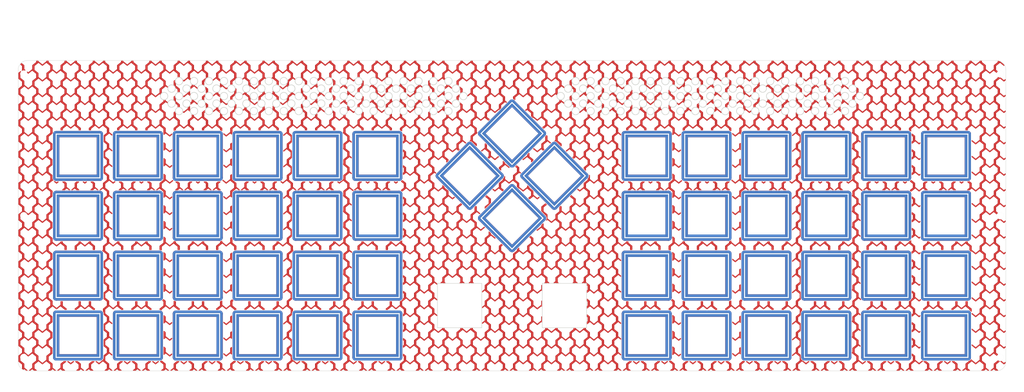
<source format=kicad_pcb>
(kicad_pcb (version 20211014) (generator pcbnew)
  (layers (0 "F.Cu" signal) (31 "B.Cu" signal) (34 "B.Paste" user) (35 "F.Paste" user) (36 "B.SilkS" user "B.Silkscreen") (37 "F.SilkS" user "F.Silkscreen") (38 "B.Mask" user) (39 "F.Mask" user) (44 "Edge.Cuts" user))
  (net 0 "")
  (footprint "kbd_Hole:m2_Screw_Hole_EdgeCuts" (layer "F.Cu") (at 16.075 21.55)
    (fp_text reference "J2" hide)
    (fp_text value "Conn_01x01" hide)
    (fp_circle (center 0 0) (end 1.1 0) (layer "Edge.Cuts") (width 0.01) (fill none))
  )
  (footprint "kbd_Hole:m2_Screw_Hole_EdgeCuts" (layer "F.Cu") (at 16.075 66.65)
    (fp_text reference "J3" hide)
    (fp_text value "Conn_01x01" hide)
    (fp_circle (center 0 0) (end 1.1 0) (layer "Edge.Cuts") (width 0.01) (fill none))
  )
  (footprint "kbd_Hole:m2_Screw_Hole_EdgeCuts" (layer "F.Cu") (at 16.075 111.75)
    (fp_text reference "J4" hide)
    (fp_text value "Conn_01x01" hide)
    (fp_circle (center 0 0) (end 1.1 0) (layer "Edge.Cuts") (width 0.01) (fill none))
  )
  (footprint "kbd_Hole:m2_Screw_Hole_EdgeCuts" (layer "F.Cu") (at 326.825 21.55)
    (fp_text reference "J5" hide)
    (fp_text value "Conn_01x01" hide)
    (fp_circle (center 0 0) (end 1.1 0) (layer "Edge.Cuts") (width 0.01) (fill none))
  )
  (footprint "kbd_Hole:m2_Screw_Hole_EdgeCuts" (layer "F.Cu") (at 326.825 66.65)
    (fp_text reference "J6" hide)
    (fp_text value "Conn_01x01" hide)
    (fp_circle (center 0 0) (end 1.1 0) (layer "Edge.Cuts") (width 0.01) (fill none))
  )
  (footprint "kbd_Hole:m2_Screw_Hole_EdgeCuts" (layer "F.Cu") (at 326.825 111.75)
    (fp_text reference "J7" hide)
    (fp_text value "Conn_01x01" hide)
    (fp_circle (center 0 0) (end 1.1 0) (layer "Edge.Cuts") (width 0.01) (fill none))
  )
  (footprint "kbd_Hole:m2_Screw_Hole_Fab" (layer "F.Cu") (at 11.075 13.05)
    (fp_text reference "J8" hide)
    (fp_text value "Conn_01x01" hide)
  )
  (footprint "kbd_Hole:m2_Screw_Hole_Fab" (layer "F.Cu") (at 11.075 66.65)
    (fp_text reference "J9" hide)
    (fp_text value "Conn_01x01" hide)
  )
  (footprint "kbd_Hole:m2_Screw_Hole_Fab" (layer "F.Cu") (at 11.075 120.25)
    (fp_text reference "J10" hide)
    (fp_text value "Conn_01x01" hide)
  )
  (footprint "kbd_Hole:m2_Screw_Hole_Fab" (layer "F.Cu") (at 108.575 13.05)
    (fp_text reference "J11" hide)
    (fp_text value "Conn_01x01" hide)
  )
  (footprint "kbd_Hole:m2_Screw_Hole_Fab" (layer "F.Cu") (at 234.325 13.05)
    (fp_text reference "J12" hide)
    (fp_text value "Conn_01x01" hide)
  )
  (footprint "kbd_Hole:m2_Screw_Hole_Fab" (layer "F.Cu") (at 108.575 120.25)
    (fp_text reference "J13" hide)
    (fp_text value "Conn_01x01" hide)
  )
  (footprint "kbd_Hole:m2_Screw_Hole_Fab" (layer "F.Cu") (at 234.325 120.25)
    (fp_text reference "J14" hide)
    (fp_text value "Conn_01x01" hide)
  )
  (footprint "kbd_Hole:m2_Screw_Hole_Fab" (layer "F.Cu") (at 331.825 13.05)
    (fp_text reference "J15" hide)
    (fp_text value "Conn_01x01" hide)
  )
  (footprint "kbd_Hole:m2_Screw_Hole_Fab" (layer "F.Cu") (at 331.825 66.65)
    (fp_text reference "J16" hide)
    (fp_text value "Conn_01x01" hide)
  )
  (footprint "kbd_Hole:m2_Screw_Hole_Fab" (layer "F.Cu") (at 331.825 120.25)
    (fp_text reference "J17" hide)
    (fp_text value "Conn_01x01" hide)
  )
  (footprint "kbd_SW_Hole:SW_Hole_TH_1u" (layer "F.Cu") (at 252.4125 47.625)
    (fp_text reference "SW36" hide)
    (fp_text value "SW_PUSH" hide)
    (fp_line (start -7.05 7.05) (end -7.05 -7.05) (layer "Edge.Cuts") (width 0.12))
    (fp_line (start 7.05 -7.05) (end 7.05 7.05) (layer "Edge.Cuts") (width 0.12))
    (fp_line (start 7.05 7.05) (end -7.05 7.05) (layer "Edge.Cuts") (width 0.12))
    (fp_line (start -7.05 -7.05) (end 7.05 -7.05) (layer "Edge.Cuts") (width 0.12))
    (pad "1" thru_hole oval locked (at -6.95 0) (size 2 15.9) (drill oval 0.3 14.2) (layers *.Cu *.Mask))
    (pad "1" thru_hole oval locked (at 6.95 0) (size 2 15.9) (drill oval 0.3 14.2) (layers *.Cu *.Mask))
    (pad "1" thru_hole oval locked (at 0 -6.95 90) (size 2 15.9) (drill oval 0.3 14.2) (layers *.Cu *.Mask))
    (pad "1" thru_hole oval locked (at 0 6.95 90) (size 2 15.9) (drill oval 0.3 14.2) (layers *.Cu *.Mask))
  )
  (footprint "kbd_SW_Hole:SW_Hole_TH_1u" (layer "F.Cu") (at 184.920385 53.951635 45)
    (fp_text reference "SW52" hide)
    (fp_text value "SW_PUSH" hide)
    (fp_line (start -7.05 7.05) (end -7.05 -7.05) (layer "Edge.Cuts") (width 0.12))
    (fp_line (start 7.05 -7.05) (end 7.05 7.05) (layer "Edge.Cuts") (width 0.12))
    (fp_line (start -7.05 -7.05) (end 7.05 -7.05) (layer "Edge.Cuts") (width 0.12))
    (fp_line (start 7.05 7.05) (end -7.05 7.05) (layer "Edge.Cuts") (width 0.12))
    (pad "1" thru_hole oval locked (at 0 -6.95 135) (size 2 15.9) (drill oval 0.3 14.2) (layers *.Cu *.Mask))
    (pad "1" thru_hole oval locked (at 0 6.95 135) (size 2 15.9) (drill oval 0.3 14.2) (layers *.Cu *.Mask))
    (pad "1" thru_hole oval locked (at 6.95 0 45) (size 2 15.9) (drill oval 0.3 14.2) (layers *.Cu *.Mask))
    (pad "1" thru_hole oval locked (at -6.95 0 45) (size 2 15.9) (drill oval 0.3 14.2) (layers *.Cu *.Mask))
  )
  (footprint "kbd_SW_Hole:SW_Hole_TH_1u" (layer "F.Cu") (at 52.3875 47.625)
    (fp_text reference "SW5" hide)
    (fp_text value "SW_PUSH" hide)
    (fp_line (start -7.05 -7.05) (end 7.05 -7.05) (layer "Edge.Cuts") (width 0.12))
    (fp_line (start -7.05 7.05) (end -7.05 -7.05) (layer "Edge.Cuts") (width 0.12))
    (fp_line (start 7.05 -7.05) (end 7.05 7.05) (layer "Edge.Cuts") (width 0.12))
    (fp_line (start 7.05 7.05) (end -7.05 7.05) (layer "Edge.Cuts") (width 0.12))
    (pad "1" thru_hole oval locked (at -6.95 0) (size 2 15.9) (drill oval 0.3 14.2) (layers *.Cu *.Mask))
    (pad "1" thru_hole oval locked (at 0 6.95 90) (size 2 15.9) (drill oval 0.3 14.2) (layers *.Cu *.Mask))
    (pad "1" thru_hole oval locked (at 0 -6.95 90) (size 2 15.9) (drill oval 0.3 14.2) (layers *.Cu *.Mask))
    (pad "1" thru_hole oval locked (at 6.95 0) (size 2 15.9) (drill oval 0.3 14.2) (layers *.Cu *.Mask))
  )
  (footprint "kbd_SW_Hole:SW_Hole_TH_1u" (layer "F.Cu") (at 290.5125 47.625)
    (fp_text reference "SW44" hide)
    (fp_text value "SW_PUSH" hide)
    (fp_line (start -7.05 7.05) (end -7.05 -7.05) (layer "Edge.Cuts") (width 0.12))
    (fp_line (start -7.05 -7.05) (end 7.05 -7.05) (layer "Edge.Cuts") (width 0.12))
    (fp_line (start 7.05 -7.05) (end 7.05 7.05) (layer "Edge.Cuts") (width 0.12))
    (fp_line (start 7.05 7.05) (end -7.05 7.05) (layer "Edge.Cuts") (width 0.12))
    (pad "1" thru_hole oval locked (at 0 6.95 90) (size 2 15.9) (drill oval 0.3 14.2) (layers *.Cu *.Mask))
    (pad "1" thru_hole oval locked (at 6.95 0) (size 2 15.9) (drill oval 0.3 14.2) (layers *.Cu *.Mask))
    (pad "1" thru_hole oval locked (at 0 -6.95 90) (size 2 15.9) (drill oval 0.3 14.2) (layers *.Cu *.Mask))
    (pad "1" thru_hole oval locked (at -6.95 0) (size 2 15.9) (drill oval 0.3 14.2) (layers *.Cu *.Mask))
  )
  (footprint "kbd_SW_Hole:SW_Hole_TH_1u" (layer "F.Cu") (at 214.3125 85.725)
    (fp_text reference "SW30" hide)
    (fp_text value "SW_PUSH" hide)
    (fp_line (start -7.05 7.05) (end -7.05 -7.05) (layer "Edge.Cuts") (width 0.12))
    (fp_line (start -7.05 -7.05) (end 7.05 -7.05) (layer "Edge.Cuts") (width 0.12))
    (fp_line (start 7.05 7.05) (end -7.05 7.05) (layer "Edge.Cuts") (width 0.12))
    (fp_line (start 7.05 -7.05) (end 7.05 7.05) (layer "Edge.Cuts") (width 0.12))
    (pad "1" thru_hole oval locked (at 0 -6.95 90) (size 2 15.9) (drill oval 0.3 14.2) (layers *.Cu *.Mask))
    (pad "1" thru_hole oval locked (at 0 6.95 90) (size 2 15.9) (drill oval 0.3 14.2) (layers *.Cu *.Mask))
    (pad "1" thru_hole oval locked (at -6.95 0) (size 2 15.9) (drill oval 0.3 14.2) (layers *.Cu *.Mask))
    (pad "1" thru_hole oval locked (at 6.95 0) (size 2 15.9) (drill oval 0.3 14.2) (layers *.Cu *.Mask))
  )
  (footprint "kbd_SW_Hole:SW_Hole_TH_1u" (layer "F.Cu") (at 109.5375 85.725)
    (fp_text reference "SW19" hide)
    (fp_text value "SW_PUSH" hide)
    (fp_line (start -7.05 7.05) (end -7.05 -7.05) (layer "Edge.Cuts") (width 0.12))
    (fp_line (start 7.05 -7.05) (end 7.05 7.05) (layer "Edge.Cuts") (width 0.12))
    (fp_line (start 7.05 7.05) (end -7.05 7.05) (layer "Edge.Cuts") (width 0.12))
    (fp_line (start -7.05 -7.05) (end 7.05 -7.05) (layer "Edge.Cuts") (width 0.12))
    (pad "1" thru_hole oval locked (at -6.95 0) (size 2 15.9) (drill oval 0.3 14.2) (layers *.Cu *.Mask))
    (pad "1" thru_hole oval locked (at 0 -6.95 90) (size 2 15.9) (drill oval 0.3 14.2) (layers *.Cu *.Mask))
    (pad "1" thru_hole oval locked (at 6.95 0) (size 2 15.9) (drill oval 0.3 14.2) (layers *.Cu *.Mask))
    (pad "1" thru_hole oval locked (at 0 6.95 90) (size 2 15.9) (drill oval 0.3 14.2) (layers *.Cu *.Mask))
  )
  (footprint "kbd_SW_Hole:SW_Hole_TH_1u" (layer "F.Cu") (at 33.3375 85.725)
    (fp_text reference "SW3" hide)
    (fp_text value "SW_PUSH" hide)
    (fp_line (start 7.05 -7.05) (end 7.05 7.05) (layer "Edge.Cuts") (width 0.12))
    (fp_line (start 7.05 7.05) (end -7.05 7.05) (layer "Edge.Cuts") (width 0.12))
    (fp_line (start -7.05 -7.05) (end 7.05 -7.05) (layer "Edge.Cuts") (width 0.12))
    (fp_line (start -7.05 7.05) (end -7.05 -7.05) (layer "Edge.Cuts") (width 0.12))
    (pad "1" thru_hole oval locked (at 6.95 0) (size 2 15.9) (drill oval 0.3 14.2) (layers *.Cu *.Mask))
    (pad "1" thru_hole oval locked (at -6.95 0) (size 2 15.9) (drill oval 0.3 14.2) (layers *.Cu *.Mask))
    (pad "1" thru_hole oval locked (at 0 -6.95 90) (size 2 15.9) (drill oval 0.3 14.2) (layers *.Cu *.Mask))
    (pad "1" thru_hole oval locked (at 0 6.95 90) (size 2 15.9) (drill oval 0.3 14.2) (layers *.Cu *.Mask))
  )
  (footprint "kbd_SW_Hole:SW_Hole_TH_1u" (layer "F.Cu") (at 271.4625 85.725)
    (fp_text reference "SW42" hide)
    (fp_text value "SW_PUSH" hide)
    (fp_line (start 7.05 7.05) (end -7.05 7.05) (layer "Edge.Cuts") (width 0.12))
    (fp_line (start 7.05 -7.05) (end 7.05 7.05) (layer "Edge.Cuts") (width 0.12))
    (fp_line (start -7.05 7.05) (end -7.05 -7.05) (layer "Edge.Cuts") (width 0.12))
    (fp_line (start -7.05 -7.05) (end 7.05 -7.05) (layer "Edge.Cuts") (width 0.12))
    (pad "1" thru_hole oval locked (at 6.95 0) (size 2 15.9) (drill oval 0.3 14.2) (layers *.Cu *.Mask))
    (pad "1" thru_hole oval locked (at 0 6.95 90) (size 2 15.9) (drill oval 0.3 14.2) (layers *.Cu *.Mask))
    (pad "1" thru_hole oval locked (at -6.95 0) (size 2 15.9) (drill oval 0.3 14.2) (layers *.Cu *.Mask))
    (pad "1" thru_hole oval locked (at 0 -6.95 90) (size 2 15.9) (drill oval 0.3 14.2) (layers *.Cu *.Mask))
  )
  (footprint "kbd_SW_Hole:SW_Hole_TH_1u" (layer "F.Cu") (at 252.4125 85.725)
    (fp_text reference "SW38" hide)
    (fp_text value "SW_PUSH" hide)
    (fp_line (start 7.05 -7.05) (end 7.05 7.05) (layer "Edge.Cuts") (width 0.12))
    (fp_line (start -7.05 7.05) (end -7.05 -7.05) (layer "Edge.Cuts") (width 0.12))
    (fp_line (start -7.05 -7.05) (end 7.05 -7.05) (layer "Edge.Cuts") (width 0.12))
    (fp_line (start 7.05 7.05) (end -7.05 7.05) (layer "Edge.Cuts") (width 0.12))
    (pad "1" thru_hole oval locked (at 0 -6.95 90) (size 2 15.9) (drill oval 0.3 14.2) (layers *.Cu *.Mask))
    (pad "1" thru_hole oval locked (at 0 6.95 90) (size 2 15.9) (drill oval 0.3 14.2) (layers *.Cu *.Mask))
    (pad "1" thru_hole oval locked (at 6.95 0) (size 2 15.9) (drill oval 0.3 14.2) (layers *.Cu *.Mask))
    (pad "1" thru_hole oval locked (at -6.95 0) (size 2 15.9) (drill oval 0.3 14.2) (layers *.Cu *.Mask))
  )
  (footprint "kbd_SW_Hole:SW_Hole_TH_1u" (layer "F.Cu") (at 71.4375 66.675)
    (fp_text reference "SW10" hide)
    (fp_text value "SW_PUSH" hide)
    (fp_line (start 7.05 7.05) (end -7.05 7.05) (layer "Edge.Cuts") (width 0.12))
    (fp_line (start -7.05 -7.05) (end 7.05 -7.05) (layer "Edge.Cuts") (width 0.12))
    (fp_line (start -7.05 7.05) (end -7.05 -7.05) (layer "Edge.Cuts") (width 0.12))
    (fp_line (start 7.05 -7.05) (end 7.05 7.05) (layer "Edge.Cuts") (width 0.12))
    (pad "1" thru_hole oval locked (at 0 -6.95 90) (size 2 15.9) (drill oval 0.3 14.2) (layers *.Cu *.Mask))
    (pad "1" thru_hole oval locked (at 0 6.95 90) (size 2 15.9) (drill oval 0.3 14.2) (layers *.Cu *.Mask))
    (pad "1" thru_hole oval locked (at 6.95 0) (size 2 15.9) (drill oval 0.3 14.2) (layers *.Cu *.Mask))
    (pad "1" thru_hole oval locked (at -6.95 0) (size 2 15.9) (drill oval 0.3 14.2) (layers *.Cu *.Mask))
  )
  (footprint "kbd_SW_Hole:SW_Hole_TH_1u" (layer "F.Cu") (at 252.4125 104.775)
    (fp_text reference "SW39" hide)
    (fp_text value "SW_PUSH" hide)
    (fp_line (start 7.05 7.05) (end -7.05 7.05) (layer "Edge.Cuts") (width 0.12))
    (fp_line (start 7.05 -7.05) (end 7.05 7.05) (layer "Edge.Cuts") (width 0.12))
    (fp_line (start -7.05 7.05) (end -7.05 -7.05) (layer "Edge.Cuts") (width 0.12))
    (fp_line (start -7.05 -7.05) (end 7.05 -7.05) (layer "Edge.Cuts") (width 0.12))
    (pad "1" thru_hole oval locked (at 0 -6.95 90) (size 2 15.9) (drill oval 0.3 14.2) (layers *.Cu *.Mask))
    (pad "1" thru_hole oval locked (at 0 6.95 90) (size 2 15.9) (drill oval 0.3 14.2) (layers *.Cu *.Mask))
    (pad "1" thru_hole oval locked (at -6.95 0) (size 2 15.9) (drill oval 0.3 14.2) (layers *.Cu *.Mask))
    (pad "1" thru_hole oval locked (at 6.95 0) (size 2 15.9) (drill oval 0.3 14.2) (layers *.Cu *.Mask))
  )
  (footprint "kbd_SW_Hole:SW_Hole_TH_1u" (layer "F.Cu") (at 128.5875 66.675)
    (fp_text reference "SW22" hide)
    (fp_text value "SW_PUSH" hide)
    (fp_line (start -7.05 7.05) (end -7.05 -7.05) (layer "Edge.Cuts") (width 0.12))
    (fp_line (start 7.05 7.05) (end -7.05 7.05) (layer "Edge.Cuts") (width 0.12))
    (fp_line (start -7.05 -7.05) (end 7.05 -7.05) (layer "Edge.Cuts") (width 0.12))
    (fp_line (start 7.05 -7.05) (end 7.05 7.05) (layer "Edge.Cuts") (width 0.12))
    (pad "1" thru_hole oval locked (at 6.95 0) (size 2 15.9) (drill oval 0.3 14.2) (layers *.Cu *.Mask))
    (pad "1" thru_hole oval locked (at -6.95 0) (size 2 15.9) (drill oval 0.3 14.2) (layers *.Cu *.Mask))
    (pad "1" thru_hole oval locked (at 0 -6.95 90) (size 2 15.9) (drill oval 0.3 14.2) (layers *.Cu *.Mask))
    (pad "1" thru_hole oval locked (at 0 6.95 90) (size 2 15.9) (drill oval 0.3 14.2) (layers *.Cu *.Mask))
  )
  (footprint "kbd_SW_Hole:SW_Hole_TH_1u" (layer "F.Cu") (at 90.4875 104.775)
    (fp_text reference "SW16" hide)
    (fp_text value "SW_PUSH" hide)
    (fp_line (start 7.05 7.05) (end -7.05 7.05) (layer "Edge.Cuts") (width 0.12))
    (fp_line (start -7.05 7.05) (end -7.05 -7.05) (layer "Edge.Cuts") (width 0.12))
    (fp_line (start 7.05 -7.05) (end 7.05 7.05) (layer "Edge.Cuts") (width 0.12))
    (fp_line (start -7.05 -7.05) (end 7.05 -7.05) (layer "Edge.Cuts") (width 0.12))
    (pad "1" thru_hole oval locked (at 0 6.95 90) (size 2 15.9) (drill oval 0.3 14.2) (layers *.Cu *.Mask))
    (pad "1" thru_hole oval locked (at 0 -6.95 90) (size 2 15.9) (drill oval 0.3 14.2) (layers *.Cu *.Mask))
    (pad "1" thru_hole oval locked (at 6.95 0) (size 2 15.9) (drill oval 0.3 14.2) (layers *.Cu *.Mask))
    (pad "1" thru_hole oval locked (at -6.95 0) (size 2 15.9) (drill oval 0.3 14.2) (layers *.Cu *.Mask))
  )
  (footprint "kbd_SW_Hole:SW_Hole_TH_1u" (layer "F.Cu") (at 290.5125 85.725)
    (fp_text reference "SW46" hide)
    (fp_text value "SW_PUSH" hide)
    (fp_line (start 7.05 -7.05) (end 7.05 7.05) (layer "Edge.Cuts") (width 0.12))
    (fp_line (start -7.05 -7.05) (end 7.05 -7.05) (layer "Edge.Cuts") (width 0.12))
    (fp_line (start -7.05 7.05) (end -7.05 -7.05) (layer "Edge.Cuts") (width 0.12))
    (fp_line (start 7.05 7.05) (end -7.05 7.05) (layer "Edge.Cuts") (width 0.12))
    (pad "1" thru_hole oval locked (at 6.95 0) (size 2 15.9) (drill oval 0.3 14.2) (layers *.Cu *.Mask))
    (pad "1" thru_hole oval locked (at -6.95 0) (size 2 15.9) (drill oval 0.3 14.2) (layers *.Cu *.Mask))
    (pad "1" thru_hole oval locked (at 0 6.95 90) (size 2 15.9) (drill oval 0.3 14.2) (layers *.Cu *.Mask))
    (pad "1" thru_hole oval locked (at 0 -6.95 90) (size 2 15.9) (drill oval 0.3 14.2) (layers *.Cu *.Mask))
  )
  (footprint "kbd_SW_Hole:SW_Hole_TH_1u" (layer "F.Cu") (at 71.4375 47.625)
    (fp_text reference "SW09" hide)
    (fp_text value "SW_PUSH" hide)
    (fp_line (start -7.05 7.05) (end -7.05 -7.05) (layer "Edge.Cuts") (width 0.12))
    (fp_line (start 7.05 -7.05) (end 7.05 7.05) (layer "Edge.Cuts") (width 0.12))
    (fp_line (start 7.05 7.05) (end -7.05 7.05) (layer "Edge.Cuts") (width 0.12))
    (fp_line (start -7.05 -7.05) (end 7.05 -7.05) (layer "Edge.Cuts") (width 0.12))
    (pad "1" thru_hole oval locked (at 6.95 0) (size 2 15.9) (drill oval 0.3 14.2) (layers *.Cu *.Mask))
    (pad "1" thru_hole oval locked (at 0 6.95 90) (size 2 15.9) (drill oval 0.3 14.2) (layers *.Cu *.Mask))
    (pad "1" thru_hole oval locked (at -6.95 0) (size 2 15.9) (drill oval 0.3 14.2) (layers *.Cu *.Mask))
    (pad "1" thru_hole oval locked (at 0 -6.95 90) (size 2 15.9) (drill oval 0.3 14.2) (layers *.Cu *.Mask))
  )
  (footprint "kbd_SW_Hole:SW_Hole_TH_1u" (layer "F.Cu") (at 233.3625 47.625)
    (fp_text reference "SW32" hide)
    (fp_text value "SW_PUSH" hide)
    (fp_line (start 7.05 7.05) (end -7.05 7.05) (layer "Edge.Cuts") (width 0.12))
    (fp_line (start -7.05 7.05) (end -7.05 -7.05) (layer "Edge.Cuts") (width 0.12))
    (fp_line (start -7.05 -7.05) (end 7.05 -7.05) (layer "Edge.Cuts") (width 0.12))
    (fp_line (start 7.05 -7.05) (end 7.05 7.05) (layer "Edge.Cuts") (width 0.12))
    (pad "1" thru_hole oval locked (at -6.95 0) (size 2 15.9) (drill oval 0.3 14.2) (layers *.Cu *.Mask))
    (pad "1" thru_hole oval locked (at 0 -6.95 90) (size 2 15.9) (drill oval 0.3 14.2) (layers *.Cu *.Mask))
    (pad "1" thru_hole oval locked (at 6.95 0) (size 2 15.9) (drill oval 0.3 14.2) (layers *.Cu *.Mask))
    (pad "1" thru_hole oval locked (at 0 6.95 90) (size 2 15.9) (drill oval 0.3 14.2) (layers *.Cu *.Mask))
  )
  (footprint "kbd_SW_Hole:SW_Hole_TH_1u" (layer "F.Cu") (at 309.5625 85.725)
    (fp_text reference "SW50" hide)
    (fp_text value "SW_PUSH" hide)
    (fp_line (start 7.05 7.05) (end -7.05 7.05) (layer "Edge.Cuts") (width 0.12))
    (fp_line (start 7.05 -7.05) (end 7.05 7.05) (layer "Edge.Cuts") (width 0.12))
    (fp_line (start -7.05 -7.05) (end 7.05 -7.05) (layer "Edge.Cuts") (width 0.12))
    (fp_line (start -7.05 7.05) (end -7.05 -7.05) (layer "Edge.Cuts") (width 0.12))
    (pad "1" thru_hole oval locked (at 0 -6.95 90) (size 2 15.9) (drill oval 0.3 14.2) (layers *.Cu *.Mask))
    (pad "1" thru_hole oval locked (at 6.95 0) (size 2 15.9) (drill oval 0.3 14.2) (layers *.Cu *.Mask))
    (pad "1" thru_hole oval locked (at -6.95 0) (size 2 15.9) (drill oval 0.3 14.2) (layers *.Cu *.Mask))
    (pad "1" thru_hole oval locked (at 0 6.95 90) (size 2 15.9) (drill oval 0.3 14.2) (layers *.Cu *.Mask))
  )
  (footprint "kbd_SW_Hole:SW_Hole_TH_1u" (layer "F.Cu") (at 309.5625 104.775)
    (fp_text reference "SW51" hide)
    (fp_text value "SW_PUSH" hide)
    (fp_line (start 7.05 7.05) (end -7.05 7.05) (layer "Edge.Cuts") (width 0.12))
    (fp_line (start 7.05 -7.05) (end 7.05 7.05) (layer "Edge.Cuts") (width 0.12))
    (fp_line (start -7.05 7.05) (end -7.05 -7.05) (layer "Edge.Cuts") (width 0.12))
    (fp_line (start -7.05 -7.05) (end 7.05 -7.05) (layer "Edge.Cuts") (width 0.12))
    (pad "1" thru_hole oval locked (at 0 -6.95 90) (size 2 15.9) (drill oval 0.3 14.2) (layers *.Cu *.Mask))
    (pad "1" thru_hole oval locked (at 0 6.95 90) (size 2 15.9) (drill oval 0.3 14.2) (layers *.Cu *.Mask))
    (pad "1" thru_hole oval locked (at 6.95 0) (size 2 15.9) (drill oval 0.3 14.2) (layers *.Cu *.Mask))
    (pad "1" thru_hole oval locked (at -6.95 0) (size 2 15.9) (drill oval 0.3 14.2) (layers *.Cu *.Mask))
  )
  (footprint "kbd_SW_Hole:SW_Hole_TH_1u" (layer "F.Cu") (at 233.3625 66.675)
    (fp_text reference "SW33" hide)
    (fp_text value "SW_PUSH" hide)
    (fp_line (start 7.05 7.05) (end -7.05 7.05) (layer "Edge.Cuts") (width 0.12))
    (fp_line (start 7.05 -7.05) (end 7.05 7.05) (layer "Edge.Cuts") (width 0.12))
    (fp_line (start -7.05 7.05) (end -7.05 -7.05) (layer "Edge.Cuts") (width 0.12))
    (fp_line (start -7.05 -7.05) (end 7.05 -7.05) (layer "Edge.Cuts") (width 0.12))
    (pad "1" thru_hole oval locked (at 0 6.95 90) (size 2 15.9) (drill oval 0.3 14.2) (layers *.Cu *.Mask))
    (pad "1" thru_hole oval locked (at 6.95 0) (size 2 15.9) (drill oval 0.3 14.2) (layers *.Cu *.Mask))
    (pad "1" thru_hole oval locked (at -6.95 0) (size 2 15.9) (drill oval 0.3 14.2) (layers *.Cu *.Mask))
    (pad "1" thru_hole oval locked (at 0 -6.95 90) (size 2 15.9) (drill oval 0.3 14.2) (layers *.Cu *.Mask))
  )
  (footprint "kbd_SW_Hole:SW_Hole_TH_1u" (layer "F.Cu") (at 233.3625 104.775)
    (fp_text reference "SW35" hide)
    (fp_text value "SW_PUSH" hide)
    (fp_line (start 7.05 -7.05) (end 7.05 7.05) (layer "Edge.Cuts") (width 0.12))
    (fp_line (start 7.05 7.05) (end -7.05 7.05) (layer "Edge.Cuts") (width 0.12))
    (fp_line (start -7.05 7.05) (end -7.05 -7.05) (layer "Edge.Cuts") (width 0.12))
    (fp_line (start -7.05 -7.05) (end 7.05 -7.05) (layer "Edge.Cuts") (width 0.12))
    (pad "1" thru_hole oval locked (at 0 -6.95 90) (size 2 15.9) (drill oval 0.3 14.2) (layers *.Cu *.Mask))
    (pad "1" thru_hole oval locked (at -6.95 0) (size 2 15.9) (drill oval 0.3 14.2) (layers *.Cu *.Mask))
    (pad "1" thru_hole oval locked (at 0 6.95 90) (size 2 15.9) (drill oval 0.3 14.2) (layers *.Cu *.Mask))
    (pad "1" thru_hole oval locked (at 6.95 0) (size 2 15.9) (drill oval 0.3 14.2) (layers *.Cu *.Mask))
  )
  (footprint "kbd_SW_Hole:SW_Hole_TH_1u" (layer "F.Cu") (at 33.3375 47.625)
    (fp_text reference "SW1" hide)
    (fp_text value "SW_PUSH" hide)
    (fp_line (start 7.05 -7.05) (end 7.05 7.05) (layer "Edge.Cuts") (width 0.12))
    (fp_line (start -7.05 -7.05) (end 7.05 -7.05) (layer "Edge.Cuts") (width 0.12))
    (fp_line (start 7.05 7.05) (end -7.05 7.05) (layer "Edge.Cuts") (width 0.12))
    (fp_line (start -7.05 7.05) (end -7.05 -7.05) (layer "Edge.Cuts") (width 0.12))
    (pad "1" thru_hole oval locked (at -6.95 0) (size 2 15.9) (drill oval 0.3 14.2) (layers *.Cu *.Mask))
    (pad "1" thru_hole oval locked (at 0 -6.95 90) (size 2 15.9) (drill oval 0.3 14.2) (layers *.Cu *.Mask))
    (pad "1" thru_hole oval locked (at 0 6.95 90) (size 2 15.9) (drill oval 0.3 14.2) (layers *.Cu *.Mask))
    (pad "1" thru_hole oval locked (at 6.95 0) (size 2 15.9) (drill oval 0.3 14.2) (layers *.Cu *.Mask))
  )
  (footprint "kbd_SW_Hole:SW_Hole_1u" (layer "F.Cu") (at 154.78125 95.25)
    (fp_text reference "SW27" hide)
    (fp_text value "SW_PUSH" hide)
    (fp_line (start -7.05 7.05) (end -7.05 -7.05) (layer "Edge.Cuts") (width 0.15))
    (fp_line (start 7.05 7.05) (end -7.05 7.05) (layer "Edge.Cuts") (width 0.15))
    (fp_line (start 7.05 -7.05) (end 7.05 7.05) (layer "Edge.Cuts") (width 0.15))
    (fp_line (start -7.05 -7.05) (end 7.05 -7.05) (layer "Edge.Cuts") (width 0.15))
  )
  (footprint "kbd_SW_Hole:SW_Hole_1u" (layer "F.Cu") (at 188.11875 95.25)
    (fp_text reference "SW54" hide)
    (fp_text value "SW_PUSH" hide)
    (fp_line (start 7.05 -7.05) (end 7.05 7.05) (layer "Edge.Cuts") (width 0.15))
    (fp_line (start 7.05 7.05) (end -7.05 7.05) (layer "Edge.Cuts") (width 0.15))
    (fp_line (start -7.05 -7.05) (end 7.05 -7.05) (layer "Edge.Cuts") (width 0.15))
    (fp_line (start -7.05 7.05) (end -7.05 -7.05) (layer "Edge.Cuts") (width 0.15))
  )
  (footprint "kbd_SW_Hole:SW_Hole_TH_1u" (layer "F.Cu") (at 52.3875 85.725)
    (fp_text reference "SW7" hide)
    (fp_text value "SW_PUSH" hide)
    (fp_line (start -7.05 -7.05) (end 7.05 -7.05) (layer "Edge.Cuts") (width 0.12))
    (fp_line (start 7.05 7.05) (end -7.05 7.05) (layer "Edge.Cuts") (width 0.12))
    (fp_line (start 7.05 -7.05) (end 7.05 7.05) (layer "Edge.Cuts") (width 0.12))
    (fp_line (start -7.05 7.05) (end -7.05 -7.05) (layer "Edge.Cuts") (width 0.12))
    (pad "1" thru_hole oval locked (at 6.95 0) (size 2 15.9) (drill oval 0.3 14.2) (layers *.Cu *.Mask))
    (pad "1" thru_hole oval locked (at 0 6.95 90) (size 2 15.9) (drill oval 0.3 14.2) (layers *.Cu *.Mask))
    (pad "1" thru_hole oval locked (at -6.95 0) (size 2 15.9) (drill oval 0.3 14.2) (layers *.Cu *.Mask))
    (pad "1" thru_hole oval locked (at 0 -6.95 90) (size 2 15.9) (drill oval 0.3 14.2) (layers *.Cu *.Mask))
  )
  (footprint "kbd_SW_Hole:SW_Hole_TH_1u" (layer "F.Cu") (at 271.4625 47.625)
    (fp_text reference "SW40" hide)
    (fp_text value "SW_PUSH" hide)
    (fp_line (start 7.05 -7.05) (end 7.05 7.05) (layer "Edge.Cuts") (width 0.12))
    (fp_line (start -7.05 7.05) (end -7.05 -7.05) (layer "Edge.Cuts") (width 0.12))
    (fp_line (start 7.05 7.05) (end -7.05 7.05) (layer "Edge.Cuts") (width 0.12))
    (fp_line (start -7.05 -7.05) (end 7.05 -7.05) (layer "Edge.Cuts") (width 0.12))
    (pad "1" thru_hole oval locked (at 0 6.95 90) (size 2 15.9) (drill oval 0.3 14.2) (layers *.Cu *.Mask))
    (pad "1" thru_hole oval locked (at 0 -6.95 90) (size 2 15.9) (drill oval 0.3 14.2) (layers *.Cu *.Mask))
    (pad "1" thru_hole oval locked (at -6.95 0) (size 2 15.9) (drill oval 0.3 14.2) (layers *.Cu *.Mask))
    (pad "1" thru_hole oval locked (at 6.95 0) (size 2 15.9) (drill oval 0.3 14.2) (layers *.Cu *.Mask))
  )
  (footprint "kbd_SW_Hole:SW_Hole_TH_1u" (layer "F.Cu") (at 309.5625 66.675)
    (fp_text reference "SW49" hide)
    (fp_text value "SW_PUSH" hide)
    (fp_line (start -7.05 -7.05) (end 7.05 -7.05) (layer "Edge.Cuts") (width 0.12))
    (fp_line (start -7.05 7.05) (end -7.05 -7.05) (layer "Edge.Cuts") (width 0.12))
    (fp_line (start 7.05 -7.05) (end 7.05 7.05) (layer "Edge.Cuts") (width 0.12))
    (fp_line (start 7.05 7.05) (end -7.05 7.05) (layer "Edge.Cuts") (width 0.12))
    (pad "1" thru_hole oval locked (at 0 6.95 90) (size 2 15.9) (drill oval 0.3 14.2) (layers *.Cu *.Mask))
    (pad "1" thru_hole oval locked (at 0 -6.95 90) (size 2 15.9) (drill oval 0.3 14.2) (layers *.Cu *.Mask))
    (pad "1" thru_hole oval locked (at -6.95 0) (size 2 15.9) (drill oval 0.3 14.2) (layers *.Cu *.Mask))
    (pad "1" thru_hole oval locked (at 6.95 0) (size 2 15.9) (drill oval 0.3 14.2) (layers *.Cu *.Mask))
  )
  (footprint "kbd_SW_Hole:SW_Hole_TH_1u" (layer "F.Cu") (at 171.45 40.48125 45)
    (fp_text reference "SW25" hide)
    (fp_text value "SW_PUSH" hide)
    (fp_line (start 7.05 7.05) (end -7.05 7.05) (layer "Edge.Cuts") (width 0.12))
    (fp_line (start -7.05 -7.05) (end 7.05 -7.05) (layer "Edge.Cuts") (width 0.12))
    (fp_line (start -7.05 7.05) (end -7.05 -7.05) (layer "Edge.Cuts") (width 0.12))
    (fp_line (start 7.05 -7.05) (end 7.05 7.05) (layer "Edge.Cuts") (width 0.12))
    (pad "1" thru_hole oval locked (at -6.95 0 45) (size 2 15.9) (drill oval 0.3 14.2) (layers *.Cu *.Mask))
    (pad "1" thru_hole oval locked (at 0 6.95 135) (size 2 15.9) (drill oval 0.3 14.2) (layers *.Cu *.Mask))
    (pad "1" thru_hole oval locked (at 6.95 0 45) (size 2 15.9) (drill oval 0.3 14.2) (layers *.Cu *.Mask))
    (pad "1" thru_hole oval locked (at 0 -6.95 135) (size 2 15.9) (drill oval 0.3 14.2) (layers *.Cu *.Mask))
  )
  (footprint "kbd_SW_Hole:SW_Hole_TH_1u" (layer "F.Cu") (at 128.5875 47.625)
    (fp_text reference "SW21" hide)
    (fp_text value "SW_PUSH" hide)
    (fp_line (start 7.05 7.05) (end -7.05 7.05) (layer "Edge.Cuts") (width 0.12))
    (fp_line (start -7.05 7.05) (end -7.05 -7.05) (layer "Edge.Cuts") (width 0.12))
    (fp_line (start 7.05 -7.05) (end 7.05 7.05) (layer "Edge.Cuts") (width 0.12))
    (fp_line (start -7.05 -7.05) (end 7.05 -7.05) (layer "Edge.Cuts") (width 0.12))
    (pad "1" thru_hole oval locked (at 0 -6.95 90) (size 2 15.9) (drill oval 0.3 14.2) (layers *.Cu *.Mask))
    (pad "1" thru_hole oval locked (at -6.95 0) (size 2 15.9) (drill oval 0.3 14.2) (layers *.Cu *.Mask))
    (pad "1" thru_hole oval locked (at 0 6.95 90) (size 2 15.9) (drill oval 0.3 14.2) (layers *.Cu *.Mask))
    (pad "1" thru_hole oval locked (at 6.95 0) (size 2 15.9) (drill oval 0.3 14.2) (layers *.Cu *.Mask))
  )
  (footprint "kbd_SW_Hole:SW_Hole_TH_1u" (layer "F.Cu") (at 109.5375 104.775)
    (fp_text reference "SW20" hide)
    (fp_text value "SW_PUSH" hide)
    (fp_line (start -7.05 7.05) (end -7.05 -7.05) (layer "Edge.Cuts") (width 0.12))
    (fp_line (start -7.05 -7.05) (end 7.05 -7.05) (layer "Edge.Cuts") (width 0.12))
    (fp_line (start 7.05 -7.05) (end 7.05 7.05) (layer "Edge.Cuts") (width 0.12))
    (fp_line (start 7.05 7.05) (end -7.05 7.05) (layer "Edge.Cuts") (width 0.12))
    (pad "1" thru_hole oval locked (at 0 6.95 90) (size 2 15.9) (drill oval 0.3 14.2) (layers *.Cu *.Mask))
    (pad "1" thru_hole oval locked (at 0 -6.95 90) (size 2 15.9) (drill oval 0.3 14.2) (layers *.Cu *.Mask))
    (pad "1" thru_hole oval locked (at -6.95 0) (size 2 15.9) (drill oval 0.3 14.2) (layers *.Cu *.Mask))
    (pad "1" thru_hole oval locked (at 6.95 0) (size 2 15.9) (drill oval 0.3 14.2) (layers *.Cu *.Mask))
  )
  (footprint "kbd_SW_Hole:SW_Hole_TH_1u" (layer "F.Cu") (at 52.3875 66.675)
    (fp_text reference "SW6" hide)
    (fp_text value "SW_PUSH" hide)
    (fp_line (start 7.05 7.05) (end -7.05 7.05) (layer "Edge.Cuts") (width 0.12))
    (fp_line (start -7.05 -7.05) (end 7.05 -7.05) (layer "Edge.Cuts") (width 0.12))
    (fp_line (start 7.05 -7.05) (end 7.05 7.05) (layer "Edge.Cuts") (width 0.12))
    (fp_line (start -7.05 7.05) (end -7.05 -7.05) (layer "Edge.Cuts") (width 0.12))
    (pad "1" thru_hole oval locked (at 0 6.95 90) (size 2 15.9) (drill oval 0.3 14.2) (layers *.Cu *.Mask))
    (pad "1" thru_hole oval locked (at -6.95 0) (size 2 15.9) (drill oval 0.3 14.2) (layers *.Cu *.Mask))
    (pad "1" thru_hole oval locked (at 0 -6.95 90) (size 2 15.9) (drill oval 0.3 14.2) (layers *.Cu *.Mask))
    (pad "1" thru_hole oval locked (at 6.95 0) (size 2 15.9) (drill oval 0.3 14.2) (layers *.Cu *.Mask))
  )
  (footprint "kbd_SW_Hole:SW_Hole_TH_1u" (layer "F.Cu") (at 109.5375 66.675)
    (fp_text reference "SW18" hide)
    (fp_text value "SW_PUSH" hide)
    (fp_line (start -7.05 -7.05) (end 7.05 -7.05) (layer "Edge.Cuts") (width 0.12))
    (fp_line (start 7.05 7.05) (end -7.05 7.05) (layer "Edge.Cuts") (width 0.12))
    (fp_line (start -7.05 7.05) (end -7.05 -7.05) (layer "Edge.Cuts") (width 0.12))
    (fp_line (start 7.05 -7.05) (end 7.05 7.05) (layer "Edge.Cuts") (width 0.12))
    (pad "1" thru_hole oval locked (at 0 6.95 90) (size 2 15.9) (drill oval 0.3 14.2) (layers *.Cu *.Mask))
    (pad "1" thru_hole oval locked (at -6.95 0) (size 2 15.9) (drill oval 0.3 14.2) (layers *.Cu *.Mask))
    (pad "1" thru_hole oval locked (at 6.95 0) (size 2 15.9) (drill oval 0.3 14.2) (layers *.Cu *.Mask))
    (pad "1" thru_hole oval locked (at 0 -6.95 90) (size 2 15.9) (drill oval 0.3 14.2) (layers *.Cu *.Mask))
  )
  (footprint "kbd_SW_Hole:SW_Hole_TH_1u" (layer "F.Cu") (at 157.979616 53.951635 45)
    (fp_text reference "SW26" hide)
    (fp_text value "SW_PUSH" hide)
    (fp_line (start -7.05 -7.05) (end 7.05 -7.05) (layer "Edge.Cuts") (width 0.12))
    (fp_line (start -7.05 7.05) (end -7.05 -7.05) (layer "Edge.Cuts") (width 0.12))
    (fp_line (start 7.05 7.05) (end -7.05 7.05) (layer "Edge.Cuts") (width 0.12))
    (fp_line (start 7.05 -7.05) (end 7.05 7.05) (layer "Edge.Cuts") (width 0.12))
    (pad "1" thru_hole oval locked (at 6.95 0 45) (size 2 15.9) (drill oval 0.3 14.2) (layers *.Cu *.Mask))
    (pad "1" thru_hole oval locked (at 0 -6.95 135) (size 2 15.9) (drill oval 0.3 14.2) (layers *.Cu *.Mask))
    (pad "1" thru_hole oval locked (at 0 6.95 135) (size 2 15.9) (drill oval 0.3 14.2) (layers *.Cu *.Mask))
    (pad "1" thru_hole oval locked (at -6.95 0 45) (size 2 15.9) (drill oval 0.3 14.2) (layers *.Cu *.Mask))
  )
  (footprint "kbd_SW_Hole:SW_Hole_TH_1u" (layer "F.Cu") (at 214.3125 47.625)
    (fp_text reference "SW28" hide)
    (fp_text value "SW_PUSH" hide)
    (fp_line (start 7.05 7.05) (end -7.05 7.05) (layer "Edge.Cuts") (width 0.12))
    (fp_line (start -7.05 7.05) (end -7.05 -7.05) (layer "Edge.Cuts") (width 0.12))
    (fp_line (start 7.05 -7.05) (end 7.05 7.05) (layer "Edge.Cuts") (width 0.12))
    (fp_line (start -7.05 -7.05) (end 7.05 -7.05) (layer "Edge.Cuts") (width 0.12))
    (pad "1" thru_hole oval locked (at 6.95 0) (size 2 15.9) (drill oval 0.3 14.2) (layers *.Cu *.Mask))
    (pad "1" thru_hole oval locked (at 0 -6.95 90) (size 2 15.9) (drill oval 0.3 14.2) (layers *.Cu *.Mask))
    (pad "1" thru_hole oval locked (at -6.95 0) (size 2 15.9) (drill oval 0.3 14.2) (layers *.Cu *.Mask))
    (pad "1" thru_hole oval locked (at 0 6.95 90) (size 2 15.9) (drill oval 0.3 14.2) (layers *.Cu *.Mask))
  )
  (footprint "kbd_SW_Hole:SW_Hole_TH_1u" (layer "F.Cu") (at 71.4375 85.725)
    (fp_text reference "SW11" hide)
    (fp_text value "SW_PUSH" hide)
    (fp_line (start 7.05 7.05) (end -7.05 7.05) (layer "Edge.Cuts") (width 0.12))
    (fp_line (start 7.05 -7.05) (end 7.05 7.05) (layer "Edge.Cuts") (width 0.12))
    (fp_line (start -7.05 -7.05) (end 7.05 -7.05) (layer "Edge.Cuts") (width 0.12))
    (fp_line (start -7.05 7.05) (end -7.05 -7.05) (layer "Edge.Cuts") (width 0.12))
    (pad "1" thru_hole oval locked (at -6.95 0) (size 2 15.9) (drill oval 0.3 14.2) (layers *.Cu *.Mask))
    (pad "1" thru_hole oval locked (at 0 -6.95 90) (size 2 15.9) (drill oval 0.3 14.2) (layers *.Cu *.Mask))
    (pad "1" thru_hole oval locked (at 6.95 0) (size 2 15.9) (drill oval 0.3 14.2) (layers *.Cu *.Mask))
    (pad "1" thru_hole oval locked (at 0 6.95 90) (size 2 15.9) (drill oval 0.3 14.2) (layers *.Cu *.Mask))
  )
  (footprint "kbd_SW_Hole:SW_Hole_TH_1u" (layer "F.Cu") (at 252.4125 66.675)
    (fp_text reference "SW37" hide)
    (fp_text value "SW_PUSH" hide)
    (fp_line (start -7.05 -7.05) (end 7.05 -7.05) (layer "Edge.Cuts") (width 0.12))
    (fp_line (start 7.05 7.05) (end -7.05 7.05) (layer "Edge.Cuts") (width 0.12))
    (fp_line (start 7.05 -7.05) (end 7.05 7.05) (layer "Edge.Cuts") (width 0.12))
    (fp_line (start -7.05 7.05) (end -7.05 -7.05) (layer "Edge.Cuts") (width 0.12))
    (pad "1" thru_hole oval locked (at -6.95 0) (size 2 15.9) (drill oval 0.3 14.2) (layers *.Cu *.Mask))
    (pad "1" thru_hole oval locked (at 0 -6.95 90) (size 2 15.9) (drill oval 0.3 14.2) (layers *.Cu *.Mask))
    (pad "1" thru_hole oval locked (at 0 6.95 90) (size 2 15.9) (drill oval 0.3 14.2) (layers *.Cu *.Mask))
    (pad "1" thru_hole oval locked (at 6.95 0) (size 2 15.9) (drill oval 0.3 14.2) (layers *.Cu *.Mask))
  )
  (footprint "kbd_SW_Hole:SW_Hole_TH_1u" (layer "F.Cu") (at 271.4625 104.775)
    (fp_text reference "SW43" hide)
    (fp_text value "SW_PUSH" hide)
    (fp_line (start -7.05 7.05) (end -7.05 -7.05) (layer "Edge.Cuts") (width 0.12))
    (fp_line (start 7.05 7.05) (end -7.05 7.05) (layer "Edge.Cuts") (width 0.12))
    (fp_line (start 7.05 -7.05) (end 7.05 7.05) (layer "Edge.Cuts") (width 0.12))
    (fp_line (start -7.05 -7.05) (end 7.05 -7.05) (layer "Edge.Cuts") (width 0.12))
    (pad "1" thru_hole oval locked (at 0 -6.95 90) (size 2 15.9) (drill oval 0.3 14.2) (layers *.Cu *.Mask))
    (pad "1" thru_hole oval locked (at 6.95 0) (size 2 15.9) (drill oval 0.3 14.2) (layers *.Cu *.Mask))
    (pad "1" thru_hole oval locked (at -6.95 0) (size 2 15.9) (drill oval 0.3 14.2) (layers *.Cu *.Mask))
    (pad "1" thru_hole oval locked (at 0 6.95 90) (size 2 15.9) (drill oval 0.3 14.2) (layers *.Cu *.Mask))
  )
  (footprint "kbd_SW_Hole:SW_Hole_TH_1u" (layer "F.Cu") (at 290.5125 66.675)
    (fp_text reference "SW45" hide)
    (fp_text value "SW_PUSH" hide)
    (fp_line (start 7.05 7.05) (end -7.05 7.05) (layer "Edge.Cuts") (width 0.12))
    (fp_line (start -7.05 -7.05) (end 7.05 -7.05) (layer "Edge.Cuts") (width 0.12))
    (fp_line (start -7.05 7.05) (end -7.05 -7.05) (layer "Edge.Cuts") (width 0.12))
    (fp_line (start 7.05 -7.05) (end 7.05 7.05) (layer "Edge.Cuts") (width 0.12))
    (pad "1" thru_hole oval locked (at 0 -6.95 90) (size 2 15.9) (drill oval 0.3 14.2) (layers *.Cu *.Mask))
    (pad "1" thru_hole oval locked (at 0 6.95 90) (size 2 15.9) (drill oval 0.3 14.2) (layers *.Cu *.Mask))
    (pad "1" thru_hole oval locked (at -6.95 0) (size 2 15.9) (drill oval 0.3 14.2) (layers *.Cu *.Mask))
    (pad "1" thru_hole oval locked (at 6.95 0) (size 2 15.9) (drill oval 0.3 14.2) (layers *.Cu *.Mask))
  )
  (footprint "kbd_SW_Hole:SW_Hole_TH_1u" (layer "F.Cu") (at 290.5125 104.775)
    (fp_text reference "SW47" hide)
    (fp_text value "SW_PUSH" hide)
    (fp_line (start 7.05 7.05) (end -7.05 7.05) (layer "Edge.Cuts") (width 0.12))
    (fp_line (start -7.05 7.05) (end -7.05 -7.05) (layer "Edge.Cuts") (width 0.12))
    (fp_line (start 7.05 -7.05) (end 7.05 7.05) (layer "Edge.Cuts") (width 0.12))
    (fp_line (start -7.05 -7.05) (end 7.05 -7.05) (layer "Edge.Cuts") (width 0.12))
    (pad "1" thru_hole oval locked (at 6.95 0) (size 2 15.9) (drill oval 0.3 14.2) (layers *.Cu *.Mask))
    (pad "1" thru_hole oval locked (at -6.95 0) (size 2 15.9) (drill oval 0.3 14.2) (layers *.Cu *.Mask))
    (pad "1" thru_hole oval locked (at 0 -6.95 90) (size 2 15.9) (drill oval 0.3 14.2) (layers *.Cu *.Mask))
    (pad "1" thru_hole oval locked (at 0 6.95 90) (size 2 15.9) (drill oval 0.3 14.2) (layers *.Cu *.Mask))
  )
  (footprint "kbd_SW_Hole:SW_Hole_TH_1u" (layer "F.Cu") (at 71.4375 104.775)
    (fp_text reference "SW12" hide)
    (fp_text value "SW_PUSH" hide)
    (fp_line (start -7.05 -7.05) (end 7.05 -7.05) (layer "Edge.Cuts") (width 0.12))
    (fp_line (start -7.05 7.05) (end -7.05 -7.05) (layer "Edge.Cuts") (width 0.12))
    (fp_line (start 7.05 7.05) (end -7.05 7.05) (layer "Edge.Cuts") (width 0.12))
    (fp_line (start 7.05 -7.05) (end 7.05 7.05) (layer "Edge.Cuts") (width 0.12))
    (pad "1" thru_hole oval locked (at 6.95 0) (size 2 15.9) (drill oval 0.3 14.2) (layers *.Cu *.Mask))
    (pad "1" thru_hole oval locked (at 0 6.95 90) (size 2 15.9) (drill oval 0.3 14.2) (layers *.Cu *.Mask))
    (pad "1" thru_hole oval locked (at 0 -6.95 90) (size 2 15.9) (drill oval 0.3 14.2) (layers *.Cu *.Mask))
    (pad "1" thru_hole oval locked (at -6.95 0) (size 2 15.9) (drill oval 0.3 14.2) (layers *.Cu *.Mask))
  )
  (footprint "kbd_SW_Hole:SW_Hole_TH_1u" (layer "F.Cu") (at 214.3125 104.775)
    (fp_text reference "SW31" hide)
    (fp_text value "SW_PUSH" hide)
    (fp_line (start 7.05 -7.05) (end 7.05 7.05) (layer "Edge.Cuts") (width 0.12))
    (fp_line (start 7.05 7.05) (end -7.05 7.05) (layer "Edge.Cuts") (width 0.12))
    (fp_line (start -7.05 7.05) (end -7.05 -7.05) (layer "Edge.Cuts") (width 0.12))
    (fp_line (start -7.05 -7.05) (end 7.05 -7.05) (layer "Edge.Cuts") (width 0.12))
    (pad "1" thru_hole oval locked (at 0 6.95 90) (size 2 15.9) (drill oval 0.3 14.2) (layers *.Cu *.Mask))
    (pad "1" thru_hole oval locked (at 0 -6.95 90) (size 2 15.9) (drill oval 0.3 14.2) (layers *.Cu *.Mask))
    (pad "1" thru_hole oval locked (at 6.95 0) (size 2 15.9) (drill oval 0.3 14.2) (layers *.Cu *.Mask))
    (pad "1" thru_hole oval locked (at -6.95 0) (size 2 15.9) (drill oval 0.3 14.2) (layers *.Cu *.Mask))
  )
  (footprint "kbd_SW_Hole:SW_Hole_TH_1u" (layer "F.Cu") (at 309.5625 47.625)
    (fp_text reference "SW48" hide)
    (fp_text value "SW_PUSH" hide)
    (fp_line (start 7.05 7.05) (end -7.05 7.05) (layer "Edge.Cuts") (width 0.12))
    (fp_line (start -7.05 7.05) (end -7.05 -7.05) (layer "Edge.Cuts") (width 0.12))
    (fp_line (start 7.05 -7.05) (end 7.05 7.05) (layer "Edge.Cuts") (width 0.12))
    (fp_line (start -7.05 -7.05) (end 7.05 -7.05) (layer "Edge.Cuts") (width 0.12))
    (pad "1" thru_hole oval locked (at -6.95 0) (size 2 15.9) (drill oval 0.3 14.2) (layers *.Cu *.Mask))
    (pad "1" thru_hole oval locked (at 0 6.95 90) (size 2 15.9) (drill oval 0.3 14.2) (layers *.Cu *.Mask))
    (pad "1" thru_hole oval locked (at 6.95 0) (size 2 15.9) (drill oval 0.3 14.2) (layers *.Cu *.Mask))
    (pad "1" thru_hole oval locked (at 0 -6.95 90) (size 2 15.9) (drill oval 0.3 14.2) (layers *.Cu *.Mask))
  )
  (footprint "kbd_SW_Hole:SW_Hole_TH_1u" (layer "F.Cu") (at 90.4875 66.675)
    (fp_text reference "SW14" hide)
    (fp_text value "SW_PUSH" hide)
    (fp_line (start -7.05 -7.05) (end 7.05 -7.05) (layer "Edge.Cuts") (width 0.12))
    (fp_line (start 7.05 -7.05) (end 7.05 7.05) (layer "Edge.Cuts") (width 0.12))
    (fp_line (start -7.05 7.05) (end -7.05 -7.05) (layer "Edge.Cuts") (width 0.12))
    (fp_line (start 7.05 7.05) (end -7.05 7.05) (layer "Edge.Cuts") (width 0.12))
    (pad "1" thru_hole oval locked (at 0 -6.95 90) (size 2 15.9) (drill oval 0.3 14.2) (layers *.Cu *.Mask))
    (pad "1" thru_hole oval locked (at -6.95 0) (size 2 15.9) (drill oval 0.3 14.2) (layers *.Cu *.Mask))
    (pad "1" thru_hole oval locked (at 6.95 0) (size 2 15.9) (drill oval 0.3 14.2) (layers *.Cu *.Mask))
    (pad "1" thru_hole oval locked (at 0 6.95 90) (size 2 15.9) (drill oval 0.3 14.2) (layers *.Cu *.Mask))
  )
  (footprint "kbd_SW_Hole:SW_Hole_TH_1u" (layer "F.Cu") (at 214.3125 66.675)
    (fp_text reference "SW29" hide)
    (fp_text value "SW_PUSH" hide)
    (fp_line (start 7.05 -7.05) (end 7.05 7.05) (layer "Edge.Cuts") (width 0.12))
    (fp_line (start -7.05 -7.05) (end 7.05 -7.05) (layer "Edge.Cuts") (width 0.12))
    (fp_line (start 7.05 7.05) (end -7.05 7.05) (layer "Edge.Cuts") (width 0.12))
    (fp_line (start -7.05 7.05) (end -7.05 -7.05) (layer "Edge.Cuts") (width 0.12))
    (pad "1" thru_hole oval locked (at -6.95 0) (size 2 15.9) (drill oval 0.3 14.2) (layers *.Cu *.Mask))
    (pad "1" thru_hole oval locked (at 0 -6.95 90) (size 2 15.9) (drill oval 0.3 14.2) (layers *.Cu *.Mask))
    (pad "1" thru_hole oval locked (at 6.95 0) (size 2 15.9) (drill oval 0.3 14.2) (layers *.Cu *.Mask))
    (pad "1" thru_hole oval locked (at 0 6.95 90) (size 2 15.9) (drill oval 0.3 14.2) (layers *.Cu *.Mask))
  )
  (footprint "kbd_SW_Hole:SW_Hole_TH_1u" (layer "F.Cu") (at 109.5375 47.625)
    (fp_text reference "SW17" hide)
    (fp_text value "SW_PUSH" hide)
    (fp_line (start -7.05 -7.05) (end 7.05 -7.05) (layer "Edge.Cuts") (width 0.12))
    (fp_line (start 7.05 -7.05) (end 7.05 7.05) (layer "Edge.Cuts") (width 0.12))
    (fp_line (start 7.05 7.05) (end -7.05 7.05) (layer "Edge.Cuts") (width 0.12))
    (fp_line (start -7.05 7.05) (end -7.05 -7.05) (layer "Edge.Cuts") (width 0.12))
    (pad "1" thru_hole oval locked (at 0 -6.95 90) (size 2 15.9) (drill oval 0.3 14.2) (layers *.Cu *.Mask))
    (pad "1" thru_hole oval locked (at 0 6.95 90) (size 2 15.9) (drill oval 0.3 14.2) (layers *.Cu *.Mask))
    (pad "1" thru_hole oval locked (at -6.95 0) (size 2 15.9) (drill oval 0.3 14.2) (layers *.Cu *.Mask))
    (pad "1" thru_hole oval locked (at 6.95 0) (size 2 15.9) (drill oval 0.3 14.2) (layers *.Cu *.Mask))
  )
  (footprint "kbd_SW_Hole:SW_Hole_TH_1u" (layer "F.Cu") (at 90.4875 85.725)
    (fp_text reference "SW15" hide)
    (fp_text value "SW_PUSH" hide)
    (fp_line (start -7.05 7.05) (end -7.05 -7.05) (layer "Edge.Cuts") (width 0.12))
    (fp_line (start 7.05 7.05) (end -7.05 7.05) (layer "Edge.Cuts") (width 0.12))
    (fp_line (start -7.05 -7.05) (end 7.05 -7.05) (layer "Edge.Cuts") (width 0.12))
    (fp_line (start 7.05 -7.05) (end 7.05 7.05) (layer "Edge.Cuts") (width 0.12))
    (pad "1" thru_hole oval locked (at 0 6.95 90) (size 2 15.9) (drill oval 0.3 14.2) (layers *.Cu *.Mask))
    (pad "1" thru_hole oval locked (at 0 -6.95 90) (size 2 15.9) (drill oval 0.3 14.2) (layers *.Cu *.Mask))
    (pad "1" thru_hole oval locked (at 6.95 0) (size 2 15.9) (drill oval 0.3 14.2) (layers *.Cu *.Mask))
    (pad "1" thru_hole oval locked (at -6.95 0) (size 2 15.9) (drill oval 0.3 14.2) (layers *.Cu *.Mask))
  )
  (footprint "kbd_SW_Hole:SW_Hole_TH_1u" (layer "F.Cu") (at 128.5875 85.725)
    (fp_text reference "SW23" hide)
    (fp_text value "SW_PUSH" hide)
    (fp_line (start -7.05 7.05) (end -7.05 -7.05) (layer "Edge.Cuts") (width 0.12))
    (fp_line (start 7.05 7.05) (end -7.05 7.05) (layer "Edge.Cuts") (width 0.12))
    (fp_line (start -7.05 -7.05) (end 7.05 -7.05) (layer "Edge.Cuts") (width 0.12))
    (fp_line (start 7.05 -7.05) (end 7.05 7.05) (layer "Edge.Cuts") (width 0.12))
    (pad "1" thru_hole oval locked (at 0 -6.95 90) (size 2 15.9) (drill oval 0.3 14.2) (layers *.Cu *.Mask))
    (pad "1" thru_hole oval locked (at 0 6.95 90) (size 2 15.9) (drill oval 0.3 14.2) (layers *.Cu *.Mask))
    (pad "1" thru_hole oval locked (at -6.95 0) (size 2 15.9) (drill oval 0.3 14.2) (layers *.Cu *.Mask))
    (pad "1" thru_hole oval locked (at 6.95 0) (size 2 15.9) (drill oval 0.3 14.2) (layers *.Cu *.Mask))
  )
  (footprint "kbd_SW_Hole:SW_Hole_TH_1u" (layer "F.Cu") (at 33.3375 66.675)
    (fp_text reference "SW2" hide)
    (fp_text value "SW_PUSH" hide)
    (fp_line (start 7.05 -7.05) (end 7.05 7.05) (layer "Edge.Cuts") (width 0.12))
    (fp_line (start -7.05 7.05) (end -7.05 -7.05) (layer "Edge.Cuts") (width 0.12))
    (fp_line (start 7.05 7.05) (end -7.05 7.05) (layer "Edge.Cuts") (width 0.12))
    (fp_line (start -7.05 -7.05) (end 7.05 -7.05) (layer "Edge.Cuts") (width 0.12))
    (pad "1" thru_hole oval locked (at 0 -6.95 90) (size 2 15.9) (drill oval 0.3 14.2) (layers *.Cu *.Mask))
    (pad "1" thru_hole oval locked (at -6.95 0) (size 2 15.9) (drill oval 0.3 14.2) (layers *.Cu *.Mask))
    (pad "1" thru_hole oval locked (at 0 6.95 90) (size 2 15.9) (drill oval 0.3 14.2) (layers *.Cu *.Mask))
    (pad "1" thru_hole oval locked (at 6.95 0) (size 2 15.9) (drill oval 0.3 14.2) (layers *.Cu *.Mask))
  )
  (footprint "kbd_SW_Hole:SW_Hole_TH_1u" (layer "F.Cu") (at 128.5875 104.775)
    (fp_text reference "SW24" hide)
    (fp_text value "SW_PUSH" hide)
    (fp_line (start -7.05 7.05) (end -7.05 -7.05) (layer "Edge.Cuts") (width 0.12))
    (fp_line (start -7.05 -7.05) (end 7.05 -7.05) (layer "Edge.Cuts") (width 0.12))
    (fp_line (start 7.05 7.05) (end -7.05 7.05) (layer "Edge.Cuts") (width 0.12))
    (fp_line (start 7.05 -7.05) (end 7.05 7.05) (layer "Edge.Cuts") (width 0.12))
    (pad "1" thru_hole oval locked (at -6.95 0) (size 2 15.9) (drill oval 0.3 14.2) (layers *.Cu *.Mask))
    (pad "1" thru_hole oval locked (at 0 -6.95 90) (size 2 15.9) (drill oval 0.3 14.2) (layers *.Cu *.Mask))
    (pad "1" thru_hole oval locked (at 6.95 0) (size 2 15.9) (drill oval 0.3 14.2) (layers *.Cu *.Mask))
    (pad "1" thru_hole oval locked (at 0 6.95 90) (size 2 15.9) (drill oval 0.3 14.2) (layers *.Cu *.Mask))
  )
  (footprint "kbd_SW_Hole:SW_Hole_TH_1u" (layer "F.Cu") (at 33.3375 104.775)
    (fp_text reference "SW4" hide)
    (fp_text value "SW_PUSH" hide)
    (fp_line (start 7.05 -7.05) (end 7.05 7.05) (layer "Edge.Cuts") (width 0.12))
    (fp_line (start -7.05 7.05) (end -7.05 -7.05) (layer "Edge.Cuts") (width 0.12))
    (fp_line (start 7.05 7.05) (end -7.05 7.05) (layer "Edge.Cuts") (width 0.12))
    (fp_line (start -7.05 -7.05) (end 7.05 -7.05) (layer "Edge.Cuts") (width 0.12))
    (pad "1" thru_hole oval locked (at 6.95 0) (size 2 15.9) (drill oval 0.3 14.2) (layers *.Cu *.Mask))
    (pad "1" thru_hole oval locked (at 0 -6.95 90) (size 2 15.9) (drill oval 0.3 14.2) (layers *.Cu *.Mask))
    (pad "1" thru_hole oval locked (at -6.95 0) (size 2 15.9) (drill oval 0.3 14.2) (layers *.Cu *.Mask))
    (pad "1" thru_hole oval locked (at 0 6.95 90) (size 2 15.9) (drill oval 0.3 14.2) (layers *.Cu *.Mask))
  )
  (footprint "kbd_SW_Hole:SW_Hole_TH_1u" (layer "F.Cu") (at 90.4875 47.625)
    (fp_text reference "SW13" hide)
    (fp_text value "SW_PUSH" hide)
    (fp_line (start 7.05 -7.05) (end 7.05 7.05) (layer "Edge.Cuts") (width 0.12))
    (fp_line (start 7.05 7.05) (end -7.05 7.05) (layer "Edge.Cuts") (width 0.12))
    (fp_line (start -7.05 7.05) (end -7.05 -7.05) (layer "Edge.Cuts") (width 0.12))
    (fp_line (start -7.05 -7.05) (end 7.05 -7.05) (layer "Edge.Cuts") (width 0.12))
    (pad "1" thru_hole oval locked (at 0 6.95 90) (size 2 15.9) (drill oval 0.3 14.2) (layers *.Cu *.Mask))
    (pad "1" thru_hole oval locked (at 0 -6.95 90) (size 2 15.9) (drill oval 0.3 14.2) (layers *.Cu *.Mask))
    (pad "1" thru_hole oval locked (at -6.95 0) (size 2 15.9) (drill oval 0.3 14.2) (layers *.Cu *.Mask))
    (pad "1" thru_hole oval locked (at 6.95 0) (size 2 15.9) (drill oval 0.3 14.2) (layers *.Cu *.Mask))
  )
  (footprint "kbd_SW_Hole:SW_Hole_TH_1u" (layer "F.Cu") (at 52.3875 104.775)
    (fp_text reference "SW8" hide)
    (fp_text value "SW_PUSH" hide)
    (fp_line (start 7.05 -7.05) (end 7.05 7.05) (layer "Edge.Cuts") (width 0.12))
    (fp_line (start -7.05 7.05) (end -7.05 -7.05) (layer "Edge.Cuts") (width 0.12))
    (fp_line (start -7.05 -7.05) (end 7.05 -7.05) (layer "Edge.Cuts") (width 0.12))
    (fp_line (start 7.05 7.05) (end -7.05 7.05) (layer "Edge.Cuts") (width 0.12))
    (pad "1" thru_hole oval locked (at 0 -6.95 90) (size 2 15.9) (drill oval 0.3 14.2) (layers *.Cu *.Mask))
    (pad "1" thru_hole oval locked (at 6.95 0) (size 2 15.9) (drill oval 0.3 14.2) (layers *.Cu *.Mask))
    (pad "1" thru_hole oval locked (at -6.95 0) (size 2 15.9) (drill oval 0.3 14.2) (layers *.Cu *.Mask))
    (pad "1" thru_hole oval locked (at 0 6.95 90) (size 2 15.9) (drill oval 0.3 14.2) (layers *.Cu *.Mask))
  )
  (footprint "kbd_SW_Hole:SW_Hole_TH_1u" (layer "F.Cu") (at 171.45 67.422019 45)
    (fp_text reference "SW53" hide)
    (fp_text value "SW_PUSH" hide)
    (fp_line (start 7.05 -7.05) (end 7.05 7.05) (layer "Edge.Cuts") (width 0.12))
    (fp_line (start -7.05 7.05) (end -7.05 -7.05) (layer "Edge.Cuts") (width 0.12))
    (fp_line (start -7.05 -7.05) (end 7.05 -7.05) (layer "Edge.Cuts") (width 0.12))
    (fp_line (start 7.05 7.05) (end -7.05 7.05) (layer "Edge.Cuts") (width 0.12))
    (pad "1" thru_hole oval locked (at 6.95 0 45) (size 2 15.9) (drill oval 0.3 14.2) (layers *.Cu *.Mask))
    (pad "1" thru_hole oval locked (at 0 6.95 135) (size 2 15.9) (drill oval 0.3 14.2) (layers *.Cu *.Mask))
    (pad "1" thru_hole oval locked (at 0 -6.95 135) (size 2 15.9) (drill oval 0.3 14.2) (layers *.Cu *.Mask))
    (pad "1" thru_hole oval locked (at -6.95 0 45) (size 2 15.9) (drill oval 0.3 14.2) (layers *.Cu *.Mask))
  )
  (footprint "kbd_SW_Hole:SW_Hole_TH_1u" (layer "F.Cu") (at 233.3625 85.725)
    (fp_text reference "SW34" hide)
    (fp_text value "SW_PUSH" hide)
    (fp_line (start -7.05 -7.05) (end 7.05 -7.05) (layer "Edge.Cuts") (width 0.12))
    (fp_line (start -7.05 7.05) (end -7.05 -7.05) (layer "Edge.Cuts") (width 0.12))
    (fp_line (start 7.05 7.05) (end -7.05 7.05) (layer "Edge.Cuts") (width 0.12))
    (fp_line (start 7.05 -7.05) (end 7.05 7.05) (layer "Edge.Cuts") (width 0.12))
    (pad "1" thru_hole oval locked (at 6.95 0) (size 2 15.9) (drill oval 0.3 14.2) (layers *.Cu *.Mask))
    (pad "1" thru_hole oval locked (at 0 6.95 90) (size 2 15.9) (drill oval 0.3 14.2) (layers *.Cu *.Mask))
    (pad "1" thru_hole oval locked (at 0 -6.95 90) (size 2 15.9) (drill oval 0.3 14.2) (layers *.Cu *.Mask))
    (pad "1" thru_hole oval locked (at -6.95 0) (size 2 15.9) (drill oval 0.3 14.2) (layers *.Cu *.Mask))
  )
  (footprint "kbd_SW_Hole:SW_Hole_TH_1u" (layer "F.Cu") (at 271.4625 66.675)
    (fp_text reference "SW41" hide)
    (fp_text value "SW_PUSH" hide)
    (fp_line (start -7.05 -7.05) (end 7.05 -7.05) (layer "Edge.Cuts") (width 0.12))
    (fp_line (start -7.05 7.05) (end -7.05 -7.05) (layer "Edge.Cuts") (width 0.12))
    (fp_line (start 7.05 -7.05) (end 7.05 7.05) (layer "Edge.Cuts") (width 0.12))
    (fp_line (start 7.05 7.05) (end -7.05 7.05) (layer "Edge.Cuts") (width 0.12))
    (pad "1" thru_hole oval locked (at 6.95 0) (size 2 15.9) (drill oval 0.3 14.2) (layers *.Cu *.Mask))
    (pad "1" thru_hole oval locked (at 0 6.95 90) (size 2 15.9) (drill oval 0.3 14.2) (layers *.Cu *.Mask))
    (pad "1" thru_hole oval locked (at 0 -6.95 90) (size 2 15.9) (drill oval 0.3 14.2) (layers *.Cu *.Mask))
    (pad "1" thru_hole oval locked (at -6.95 0) (size 2 15.9) (drill oval 0.3 14.2) (layers *.Cu *.Mask))
  )
  (gr_arc (start 325.625 17.25) (mid 327.74632 18.12868) (end 328.625 20.25) (layer "Edge.Cuts") (width 0.1))
  (gr_arc (start 14.275 20.25) (mid 15.15368 18.12868) (end 17.275 17.25) (layer "Edge.Cuts") (width 0.1))
  (gr_arc (start 17.275 116.05) (mid 15.15368 115.17132) (end 14.275 113.05) (layer "Edge.Cuts") (width 0.1))
  (gr_circle (center 117.871875 33.3375) (end 119.0625 33.3375) (layer "Edge.Cuts") (width 0.2) (fill none))
  (gr_circle (center 141.684375 33.3375) (end 142.875 33.3375) (layer "Edge.Cuts") (width 0.2) (fill none))
  (gr_circle (center 263.128125 33.3375) (end 264.31875 33.3375) (layer "Edge.Cuts") (width 0.2) (fill none))
  (gr_circle (center 275.034375 26.19375) (end 276.225 26.19375) (layer "Edge.Cuts") (width 0.2) (fill none))
  (gr_circle (center 215.503125 23.8125) (end 216.69375 23.8125) (layer "Edge.Cuts") (width 0.2) (fill none))
  (gr_circle (center 144.065625 30.95625) (end 145.25625 30.95625) (layer "Edge.Cuts") (width 0.2) (fill none))
  (gr_circle (center 108.346875 23.8125) (end 109.5375 23.8125) (layer "Edge.Cuts") (width 0.2) (fill none))
  (gr_circle (center 210.740625 23.8125) (end 211.93125 23.8125) (layer "Edge.Cuts") (width 0.2) (fill none))
  (gr_circle (center 122.634375 33.3375) (end 123.825 33.3375) (layer "Edge.Cuts") (width 0.2) (fill none))
  (gr_circle (center 153.590625 26.19375) (end 154.78125 26.19375) (layer "Edge.Cuts") (width 0.2) (fill none))
  (gr_circle (center 227.409375 30.95625) (end 228.6 30.95625) (layer "Edge.Cuts") (width 0.2) (fill none))
  (gr_circle (center 279.796875 26.19375) (end 280.9875 26.19375) (layer "Edge.Cuts") (width 0.2) (fill none))
  (gr_circle (center 117.871875 23.8125) (end 119.0625 23.8125) (layer "Edge.Cuts") (width 0.2) (fill none))
  (gr_circle (center 229.790625 33.3375) (end 230.98125 33.3375) (layer "Edge.Cuts") (width 0.2) (fill none))
  (gr_circle (center 82.153125 30.95625) (end 83.34375 30.95625) (layer "Edge.Cuts") (width 0.2) (fill none))
  (gr_circle (center 248.840625 33.3375) (end 250.03125 33.3375) (layer "Edge.Cuts") (width 0.2) (fill none))
  (gr_circle (center 258.365625 28.575) (end 259.55625 28.575) (layer "Edge.Cuts") (width 0.2) (fill none))
  (gr_circle (center 196.453125 33.3375) (end 197.64375 33.3375) (layer "Edge.Cuts") (width 0.2) (fill none))
  (gr_circle (center 232.171875 26.19375) (end 233.3625 26.19375) (layer "Edge.Cuts") (width 0.2) (fill none))
  (gr_circle (center 120.253125 26.19375) (end 121.44375 26.19375) (layer "Edge.Cuts") (width 0.2) (fill none))
  (gr_line (start 325.625 17.25) (end 17.275 17.25) (layer "Edge.Cuts") (width 0.1))
  (gr_circle (center 127.396875 33.3375) (end 128.5875 33.3375) (layer "Edge.Cuts") (width 0.2) (fill none))
  (gr_circle (center 194.071875 26.19375) (end 195.2625 26.19375) (layer "Edge.Cuts") (width 0.2) (fill none))
  (gr_circle (center 79.771875 33.3375) (end 80.9625 33.3375) (layer "Edge.Cuts") (width 0.2) (fill none))
  (gr_circle (center 141.684375 28.575) (end 142.875 28.575) (layer "Edge.Cuts") (width 0.2) (fill none))
  (gr_circle (center 217.884375 30.95625) (end 219.075 30.95625) (layer "Edge.Cuts") (width 0.2) (fill none))
  (gr_circle (center 236.934375 30.95625) (end 238.125 30.95625) (layer "Edge.Cuts") (width 0.2) (fill none))
  (gr_circle (center 198.834375 26.19375) (end 200.025 26.19375) (layer "Edge.Cuts") (width 0.2) (fill none))
  (gr_circle (center 234.553125 28.575) (end 235.74375 28.575) (layer "Edge.Cuts") (width 0.2) (fill none))
  (gr_circle (center 267.890625 28.575) (end 269.08125 28.575) (layer "Edge.Cuts") (width 0.2) (fill none))
  (gr_circle (center 75.009375 33.3375) (end 76.2 33.3375) (layer "Edge.Cuts") (width 0.2) (fill none))
  (gr_circle (center 89.296875 33.3375) (end 90.4875 33.3375) (layer "Edge.Cuts") (width 0.2) (fill none))
  (gr_circle (center 60.721875 28.575) (end 61.9125 28.575) (layer "Edge.Cuts") (width 0.2) (fill none))
  (gr_circle (center 132.159375 23.8125) (end 133.35 23.8125) (layer "Edge.Cuts") (width 0.2) (fill none))
  (gr_circle (center 101.203125 26.19375) (end 102.39375 26.19375) (layer "Edge.Cuts") (width 0.2) (fill none))
  (gr_circle (center 196.453125 28.575) (end 197.64375 28.575) (layer "Edge.Cuts") (width 0.2) (fill none))
  (gr_circle (center 270.271875 26.19375) (end 271.4625 26.19375) (layer "Edge.Cuts") (width 0.2) (fill none))
  (gr_circle (center 263.128125 23.8125) (end 264.31875 23.8125) (layer "Edge.Cuts") (width 0.2) (fill none))
  (gr_circle (center 113.109375 33.3375) (end 114.3 33.3375) (layer "Edge.Cuts") (width 0.2) (fill none))
  (gr_circle (center 198.834375 30.95625) (end 200.025 30.95625) (layer "Edge.Cuts") (width 0.2) (fill none))
  (gr_circle (center 241.696875 30.95625) (end 242.8875 30.95625) (layer "Edge.Cuts") (width 0.2) (fill none))
  (gr_circle (center 103.584375 23.8125) (end 104.775 23.8125) (layer "Edge.Cuts") (width 0.2) (fill none))
  (gr_circle (center 129.778125 26.19375) (end 130.96875 26.19375) (layer "Edge.Cuts") (width 0.2) (fill none))
  (gr_circle (center 113.109375 28.575) (end 114.3 28.575) (layer "Edge.Cuts") (width 0.2) (fill none))
  (gr_circle (center 79.771875 23.8125) (end 80.9625 23.8125) (layer "Edge.Cuts") (width 0.2) (fill none))
  (gr_circle (center 108.346875 28.575) (end 109.5375 28.575) (layer "Edge.Cuts") (width 0.2) (fill none))
  (gr_circle (center 105.965625 26.19375) (end 107.15625 26.19375) (layer "Edge.Cuts") (width 0.2) (fill none))
  (gr_circle (center 120.253125 30.95625) (end 121.44375 30.95625) (layer "Edge.Cuts") (width 0.2) (fill none))
  (gr_circle (center 201.215625 33.3375) (end 202.40625 33.3375) (layer "Edge.Cuts") (width 0.2) (fill none))
  (gr_circle (center 189.309375 30.95625) (end 190.5 30.95625) (layer "Edge.Cuts") (width 0.2) (fill none))
  (gr_circle (center 248.840625 28.575) (end 250.03125 28.575) (layer "Edge.Cuts") (width 0.2) (fill none))
  (gr_circle (center 65.484375 33.3375) (end 66.675 33.3375) (layer "Edge.Cuts") (width 0.2) (fill none))
  (gr_circle (center 136.921875 33.3375) (end 138.1125 33.3375) (layer "Edge.Cuts") (width 0.2) (fill none))
  (gr_circle (center 279.796875 30.95625) (end 280.9875 30.95625) (layer "Edge.Cuts") (width 0.2) (fill none))
  (gr_circle (center 213.121875 26.19375) (end 214.3125 26.19375) (layer "Edge.Cuts") (width 0.2) (fill none))
  (gr_circle (center 244.078125 33.3375) (end 245.26875 33.3375) (layer "Edge.Cuts") (width 0.2) (fill none))
  (gr_circle (center 70.246875 23.8125) (end 71.4375 23.8125) (layer "Edge.Cuts") (width 0.2) (fill none))
  (gr_circle (center 205.978125 23.8125) (end 207.16875 23.8125) (layer "Edge.Cuts") (width 0.2) (fill none))
  (gr_circle (center 275.034375 30.95625) (end 276.225 30.95625) (layer "Edge.Cuts") (width 0.2) (fill none))
  (gr_circle (center 265.509375 26.19375) (end 266.7 26.19375) (layer "Edge.Cuts") (width 0.2) (fill none))
  (gr_circle (center 265.509375 30.95625) (end 266.7 30.95625) (layer "Edge.Cuts") (width 0.2) (fill none))
  (gr_circle (center 125.015625 30.95625) (end 126.20625 30.95625) (layer "Edge.Cuts") (width 0.2) (fill none))
  (gr_circle (center 239.315625 28.575) (end 240.50625 28.575) (layer "Edge.Cuts") (width 0.2) (fill none))
  (gr_circle (center 136.921875 23.8125) (end 138.1125 23.8125) (layer "Edge.Cuts") (width 0.2) (fill none))
  (gr_circle (center 215.503125 33.3375) (end 216.69375 33.3375) (layer "Edge.Cuts") (width 0.2) (fill none))
  (gr_circle (center 108.346875 33.3375) (end 109.5375 33.3375) (layer "Edge.Cuts") (width 0.2) (fill none))
  (gr_circle (center 91.678125 26.19375) (end 92.86875 26.19375) (layer "Edge.Cuts") (width 0.2) (fill none))
  (gr_circle (center 153.590625 30.95625) (end 154.78125 30.95625) (layer "Edge.Cuts") (width 0.2) (fill none))
  (gr_line (start 328.625 113.05) (end 328.625 20.25) (layer "Edge.Cuts") (width 0.1))
  (gr_circle (center 110.728125 26.19375) (end 111.91875 26.19375) (layer "Edge.Cuts") (width 0.2) (fill none))
  (gr_circle (center 115.490625 30.95625) (end 116.68125 30.95625) (layer "Edge.Cuts") (width 0.2) (fill none))
  (gr_circle (center 139.303125 26.19375) (end 140.49375 26.19375) (layer "Edge.Cuts") (width 0.2) (fill none))
  (gr_circle (center 75.009375 28.575) (end 76.2 28.575) (layer "Edge.Cuts") (width 0.2) (fill none))
  (gr_circle (center 260.746875 26.19375) (end 261.9375 26.19375) (layer "Edge.Cuts") (width 0.2) (fill none))
  (gr_circle (center 96.440625 26.19375) (end 97.63125 26.19375) (layer "Edge.Cuts") (width 0.2) (fill none))
  (gr_circle (center 86.915625 30.95625) (end 88.10625 30.95625) (layer "Edge.Cuts") (width 0.2) (fill none))
  (gr_circle (center 91.678125 30.95625) (end 92.86875 30.95625) (layer "Edge.Cuts") (width 0.2) (fill none))
  (gr_circle (center 277.415625 28.575) (end 278.60625 28.575) (layer "Edge.Cuts") (width 0.2) (fill none))
  (gr_circle (center 129.778125 30.95625) (end 130.96875 30.95625) (layer "Edge.Cuts") (width 0.2) (fill none))
  (gr_circle (center 234.553125 33.3375) (end 235.74375 33.3375) (layer "Edge.Cuts") (width 0.2) (fill none))
  (gr_circle (center 253.603125 23.8125) (end 254.79375 23.8125) (layer "Edge.Cuts") (width 0.2) (fill none))
  (gr_circle (center 244.078125 23.8125) (end 245.26875 23.8125) (layer "Edge.Cuts") (width 0.2) (fill none))
  (gr_circle (center 248.840625 23.8125) (end 250.03125 23.8125) (layer "Edge.Cuts") (width 0.2) (fill none))
  (gr_circle (center 86.915625 26.19375) (end 88.10625 26.19375) (layer "Edge.Cuts") (width 0.2) (fill none))
  (gr_circle (center 225.028125 23.8125) (end 226.21875 23.8125) (layer "Edge.Cuts") (width 0.2) (fill none))
  (gr_circle (center 151.209375 23.8125) (end 152.4 23.8125) (layer "Edge.Cuts") (width 0.2) (fill none))
  (gr_circle (center 110.728125 30.95625) (end 111.91875 30.95625) (layer "Edge.Cuts") (width 0.2) (fill none))
  (gr_circle (center 208.359375 30.95625) (end 209.55 30.95625) (layer "Edge.Cuts") (width 0.2) (fill none))
  (gr_circle (center 72.628125 30.95625) (end 73.81875 30.95625) (layer "Edge.Cuts") (width 0.2) (fill none))
  (gr_circle (center 191.690625 33.3375) (end 192.88125 33.3375) (layer "Edge.Cuts") (width 0.2) (fill none))
  (gr_circle (center 63.103125 30.95625) (end 64.29375 30.95625) (layer "Edge.Cuts") (width 0.2) (fill none))
  (gr_circle (center 98.821875 33.3375) (end 100.0125 33.3375) (layer "Edge.Cuts") (width 0.2) (fill none))
  (gr_circle (center 203.596875 26.19375) (end 204.7875 26.19375) (layer "Edge.Cuts") (width 0.2) (fill none))
  (gr_circle (center 103.584375 28.575) (end 104.775 28.575) (layer "Edge.Cuts") (width 0.2) (fill none))
  (gr_circle (center 220.265625 28.575) (end 221.45625 28.575) (layer "Edge.Cuts") (width 0.2) (fill none))
  (gr_circle (center 277.415625 23.8125) (end 278.60625 23.8125) (layer "Edge.Cuts") (width 0.2) (fill none))
  (gr_circle (center 194.071875 30.95625) (end 195.2625 30.95625) (layer "Edge.Cuts") (width 0.2) (fill none))
  (gr_circle (center 272.653125 33.3375) (end 273.84375 33.3375) (layer "Edge.Cuts") (width 0.2) (fill none))
  (gr_circle (center 148.828125 30.95625) (end 150.01875 30.95625) (layer "Edge.Cuts") (width 0.2) (fill none))
  (gr_circle (center 94.059375 28.575) (end 95.25 28.575) (layer "Edge.Cuts") (width 0.2) (fill none))
  (gr_circle (center 253.603125 33.3375) (end 254.79375 33.3375) (layer "Edge.Cuts") (width 0.2) (fill none))
  (gr_circle (center 189.309375 26.19375) (end 190.5 26.19375) (layer "Edge.Cuts") (width 0.2) (fill none))
  (gr_circle (center 217.884375 26.19375) (end 219.075 26.19375) (layer "Edge.Cuts") (width 0.2) (fill none))
  (gr_circle (center 258.365625 23.8125) (end 259.55625 23.8125) (layer "Edge.Cuts") (width 0.2) (fill none))
  (gr_circle (center 234.553125 23.8125) (end 235.74375 23.8125) (layer "Edge.Cuts") (width 0.2) (fill none))
  (gr_circle (center 82.153125 26.19375) (end 83.34375 26.19375) (layer "Edge.Cuts") (width 0.2) (fill none))
  (gr_circle (center 132.159375 28.575) (end 133.35 28.575) (layer "Edge.Cuts") (width 0.2) (fill none))
  (gr_circle (center 241.696875 26.19375) (end 242.8875 26.19375) (layer "Edge.Cuts") (width 0.2) (fill none))
  (gr_circle (center 141.684375 23.8125) (end 142.875 23.8125) (layer "Edge.Cuts") (width 0.2) (fill none))
  (gr_circle (center 208.359375 26.19375) (end 209.55 26.19375) (layer "Edge.Cuts") (width 0.2) (fill none))
  (gr_circle (center 205.978125 28.575) (end 207.16875 28.575) (layer "Edge.Cuts") (width 0.2) (fill none))
  (gr_circle (center 96.440625 30.95625) (end 97.63125 30.95625) (layer "Edge.Cuts") (width 0.2) (fill none))
  (gr_circle (center 225.028125 28.575) (end 226.21875 28.575) (layer "Edge.Cuts") (width 0.2) (fill none))
  (gr_circle (center 215.503125 28.575) (end 216.69375 28.575) (layer "Edge.Cuts") (width 0.2) (fill none))
  (gr_circle (center 203.596875 30.95625) (end 204.7875 30.95625) (layer "Edge.Cuts") (width 0.2) (fill none))
  (gr_circle (center 98.821875 23.8125) (end 100.0125 23.8125) (layer "Edge.Cuts") (width 0.2) (fill none))
  (gr_circle (center 263.128125 28.575) (end 264.31875 28.575) (layer "Edge.Cuts") (width 0.2) (fill none))
  (gr_circle (center 272.653125 23.8125) (end 273.84375 23.8125) (layer "Edge.Cuts") (width 0.2) (fill none))
  (gr_circle (center 77.390625 26.19375) (end 78.58125 26.19375) (layer "Edge.Cuts") (width 0.2) (fill none))
  (gr_circle (center 227.409375 26.19375) (end 228.6 26.19375) (layer "Edge.Cuts") (width 0.2) (fill none))
  (gr_circle (center 103.584375 33.3375) (end 104.775 33.3375) (layer "Edge.Cuts") (width 0.2) (fill none))
  (gr_circle (center 253.603125 28.575) (end 254.79375 28.575) (layer "Edge.Cuts") (width 0.2) (fill none))
  (gr_circle (center 151.209375 33.3375) (end 152.4 33.3375) (layer "Edge.Cuts") (width 0.2) (fill none))
  (gr_circle (center 67.865625 30.95625) (end 69.05625 30.95625) (layer "Edge.Cuts") (width 0.2) (fill none))
  (gr_circle (center 122.634375 23.8125) (end 123.825 23.8125) (layer "Edge.Cuts") (width 0.2) (fill none))
  (gr_circle (center 84.534375 28.575) (end 85.725 28.575) (layer "Edge.Cuts") (width 0.2) (fill none))
  (gr_circle (center 270.271875 30.95625) (end 271.4625 30.95625) (layer "Edge.Cuts") (width 0.2) (fill none))
  (gr_circle (center 94.059375 33.3375) (end 95.25 33.3375) (layer "Edge.Cuts") (width 0.2) (fill none))
  (gr_circle (center 205.978125 33.3375) (end 207.16875 33.3375) (layer "Edge.Cuts") (width 0.2) (fill none))
  (gr_circle (center 186.928125 28.575) (end 188.11875 28.575) (layer "Edge.Cuts") (width 0.2) (fill none))
  (gr_circle (center 70.246875 33.3375) (end 71.4375 33.3375) (layer "Edge.Cuts") (width 0.2) (fill none))
  (gr_circle (center 282.178125 28.575) (end 283.36875 28.575) (layer "Edge.Cuts") (width 0.2) (fill none))
  (gr_circle (center 244.078125 28.575) (end 245.26875 28.575) (layer "Edge.Cuts") (width 0.2) (fill none))
  (gr_circle (center 246.459375 30.95625) (end 247.65 30.95625) (layer "Edge.Cuts") (width 0.2) (fill none))
  (gr_circle (center 267.890625 23.8125) (end 269.08125 23.8125) (layer "Edge.Cuts") (width 0.2) (fill none))
  (gr_circle (center 94.059375 23.8125) (end 95.25 23.8125) (layer "Edge.Cuts") (width 0.2) (fill none))
  (gr_circle (center 117.871875 28.575) (end 119.0625 28.575) (layer "Edge.Cuts") (width 0.2) (fill none))
  (gr_circle (center 148.828125 26.19375) (end 150.01875 26.19375) (layer "Edge.Cuts") (width 0.2) (fill none))
  (gr_circle (center 63.103125 26.19375) (end 64.29375 26.19375) (layer "Edge.Cuts") (width 0.2) (fill none))
  (gr_circle (center 146.446875 33.3375) (end 147.6375 33.3375) (layer "Edge.Cuts") (width 0.2) (fill none))
  (gr_circle (center 210.740625 28.575) (end 211.93125 28.575) (layer "Edge.Cuts") (width 0.2) (fill none))
  (gr_circle (center 239.315625 23.8125) (end 240.50625 23.8125) (layer "Edge.Cuts") (width 0.2) (fill none))
  (gr_circle (center 101.203125 30.95625) (end 102.39375 30.95625) (layer "Edge.Cuts") (width 0.2) (fill none))
  (gr_circle (center 220.265625 23.8125) (end 221.45625 23.8125) (layer "Edge.Cuts") (width 0.2) (fill none))
  (gr_circle (center 134.540625 30.95625) (end 135.73125 30.95625) (layer "Edge.Cuts") (width 0.2) (fill none))
  (gr_circle (center 134.540625 26.19375) (end 135.73125 26.19375) (layer "Edge.Cuts") (width 0.2) (fill none))
  (gr_circle (center 122.634375 28.575) (end 123.825 28.575) (layer "Edge.Cuts") (width 0.2) (fill none))
  (gr_circle (center 146.446875 28.575) (end 147.6375 28.575) (layer "Edge.Cuts") (width 0.2) (fill none))
  (gr_circle (center 213.121875 30.95625) (end 214.3125 30.95625) (layer "Edge.Cuts") (width 0.2) (fill none))
  (gr_circle (center 127.396875 23.8125) (end 128.5875 23.8125) (layer "Edge.Cuts") (width 0.2) (fill none))
  (gr_circle (center 229.790625 28.575) (end 230.98125 28.575) (layer "Edge.Cuts") (width 0.2) (fill none))
  (gr_circle (center 84.534375 33.3375) (end 85.725 33.3375) (layer "Edge.Cuts") (width 0.2) (fill none))
  (gr_circle (center 255.984375 30.95625) (end 257.175 30.95625) (layer "Edge.Cuts") (width 0.2) (fill none))
  (gr_circle (center 191.690625 28.575) (end 192.88125 28.575) (layer "Edge.Cuts") (width 0.2) (fill none))
  (gr_circle (center 105.965625 30.95625) (end 107.15625 30.95625) (layer "Edge.Cuts") (width 0.2) (fill none))
  (gr_circle (center 277.415625 33.3375) (end 278.60625 33.3375) (layer "Edge.Cuts") (width 0.2) (fill none))
  (gr_circle (center 222.646875 30.95625) (end 223.8375 30.95625) (layer "Edge.Cuts") (width 0.2) (fill none))
  (gr_circle (center 89.296875 28.575) (end 90.4875 28.575) (layer "Edge.Cuts") (width 0.2) (fill none))
  (gr_circle (center 132.159375 33.3375) (end 133.35 33.3375) (layer "Edge.Cuts") (width 0.2) (fill none))
  (gr_circle (center 260.746875 30.95625) (end 261.9375 30.95625) (layer "Edge.Cuts") (width 0.2) (fill none))
  (gr_circle (center 84.534375 23.8125) (end 85.725 23.8125) (layer "Edge.Cuts") (width 0.2) (fill none))
  (gr_circle (center 225.028125 33.3375) (end 226.21875 33.3375) (layer "Edge.Cuts") (width 0.2) (fill none))
  (gr_circle (center 72.628125 26.19375) (end 73.81875 26.19375) (layer "Edge.Cuts") (width 0.2) (fill none))
  (gr_circle (center 196.453125 23.8125) (end 197.64375 23.8125) (layer "Edge.Cuts") (width 0.2) (fill none))
  (gr_circle (center 115.490625 26.19375) (end 116.68125 26.19375) (layer "Edge.Cuts") (width 0.2) (fill none))
  (gr_circle (center 67.865625 26.19375) (end 69.05625 26.19375) (layer "Edge.Cuts") (width 0.2) (fill none))
  (gr_arc (start 328.625 113.05) (mid 327.74632 115.17132) (end 325.625 116.05) (layer "Edge.Cuts") (width 0.1))
  (gr_circle (center 98.821875 28.575) (end 100.0125 28.575) (layer "Edge.Cuts") (width 0.2) (fill none))
  (gr_circle (center 144.065625 26.19375) (end 145.25625 26.19375) (layer "Edge.Cuts") (width 0.2) (fill none))
  (gr_circle (center 151.209375 28.575) (end 152.4 28.575) (layer "Edge.Cuts") (width 0.2) (fill none))
  (gr_circle (center 65.484375 23.8125) (end 66.675 23.8125) (layer "Edge.Cuts") (width 0.2) (fill none))
  (gr_circle (center 267.890625 33.3375) (end 269.08125 33.3375) (layer "Edge.Cuts") (width 0.2) (fill none))
  (gr_circle (center 146.446875 23.8125) (end 147.6375 23.8125) (layer "Edge.Cuts") (width 0.2) (fill none))
  (gr_circle (center 272.653125 28.575) (end 273.84375 28.575) (layer "Edge.Cuts") (width 0.2) (fill none))
  (gr_circle (center 258.365625 33.3375) (end 259.55625 33.3375) (layer "Edge.Cuts") (width 0.2) (fill none))
  (gr_circle (center 220.265625 33.3375) (end 221.45625 33.3375) (layer "Edge.Cuts") (width 0.2) (fill none))
  (gr_circle (center 136.921875 28.575) (end 138.1125 28.575) (layer "Edge.Cuts") (width 0.2) (fill none))
  (gr_circle (center 191.690625 23.8125) (end 192.88125 23.8125) (layer "Edge.Cuts") (width 0.2) (fill none))
  (gr_circle (center 255.984375 26.19375) (end 257.175 26.19375) (layer "Edge.Cuts") (width 0.2) (fill none))
  (gr_circle (center 113.109375 23.8125) (end 114.3 23.8125) (layer "Edge.Cuts") (width 0.2) (fill none))
  (gr_circle (center 232.171875 30.95625) (end 233.3625 30.95625) (layer "Edge.Cuts") (width 0.2) (fill none))
  (gr_circle (center 77.390625 30.95625) (end 78.58125 30.95625) (layer "Edge.Cuts") (width 0.2) (fill none))
  (gr_circle (center 251.221875 26.19375) (end 252.4125 26.19375) (layer "Edge.Cuts") (width 0.2) (fill none))
  (gr_circle (center 75.009375 23.8125) (end 76.2 23.8125) (layer "Edge.Cuts") (width 0.2) (fill none))
  (gr_circle (center 70.246875 28.575) (end 71.4375 28.575) (layer "Edge.Cuts") (width 0.2) (fill none))
  (gr_circle (center 89.296875 23.8125) (end 90.4875 23.8125) (layer "Edge.Cuts") (width 0.2) (fill none))
  (gr_circle (center 210.740625 33.3375) (end 211.93125 33.3375) (layer "Edge.Cuts") (width 0.2) (fill none))
  (gr_circle (center 229.790625 23.8125) (end 230.98125 23.8125) (layer "Edge.Cuts") (width 0.2) (fill none))
  (gr_circle (center 155.971875 28.575) (end 157.1625 28.575) (layer "Edge.Cuts") (width 0.2) (fill none))
  (gr_line (start 14.275 20.25) (end 14.275 113.05) (layer "Edge.Cuts") (width 0.1))
  (gr_circle (center 201.215625 23.8125) (end 202.40625 23.8125) (layer "Edge.Cuts") (width 0.2) (fill none))
  (gr_circle (center 246.459375 26.19375) (end 247.65 26.19375) (layer "Edge.Cuts") (width 0.2) (fill none))
  (gr_circle (center 236.934375 26.19375) (end 238.125 26.19375) (layer "Edge.Cuts") (width 0.2) (fill none))
  (gr_circle (center 139.303125 30.95625) (end 140.49375 30.95625) (layer "Edge.Cuts") (width 0.2) (fill none))
  (gr_line (start 17.275 116.05) (end 325.625 116.05) (layer "Edge.Cuts") (width 0.1))
  (gr_circle (center 251.221875 30.95625) (end 252.4125 30.95625) (layer "Edge.Cuts") (width 0.2) (fill none))
  (gr_circle (center 222.646875 26.19375) (end 223.8375 26.19375) (layer "Edge.Cuts") (width 0.2) (fill none))
  (gr_circle (center 125.015625 26.19375) (end 126.20625 26.19375) (layer "Edge.Cuts") (width 0.2) (fill none))
  (gr_circle (center 79.771875 28.575) (end 80.9625 28.575) (layer "Edge.Cuts") (width 0.2) (fill none))
  (gr_circle (center 65.484375 28.575) (end 66.675 28.575) (layer "Edge.Cuts") (width 0.2) (fill none))
  (gr_circle (center 239.315625 33.3375) (end 240.50625 33.3375) (layer "Edge.Cuts") (width 0.2) (fill none))
  (gr_circle (center 201.215625 28.575) (end 202.40625 28.575) (layer "Edge.Cuts") (width 0.2) (fill none))
  (gr_circle (center 127.396875 28.575) (end 128.5875 28.575) (layer "Edge.Cuts") (width 0.2) (fill none))
  (zone (net 0) (net_name "") (layers F&B.Cu) (connect_pads (clearance 0)) (min_thickness 0.254)
    (keepout (tracks allowed) (vias allowed) (pads allowed) (copperpour not_allowed) (footprints allowed))
    (fill (thermal_gap 0.508) (thermal_bridge_width 0.508))
    (polygon (pts (xy 112 109) (xy 112 110.25) (xy 110.75 111.25) (xy 109.5 110.25) (xy 109.5 109) (xy 110.75 108)))
  )
  (zone (net 0) (net_name "") (layers F&B.Cu) (connect_pads (clearance 0)) (min_thickness 0.254)
    (keepout (tracks allowed) (vias allowed) (pads allowed) (copperpour not_allowed) (footprints allowed))
    (fill (thermal_gap 0.508) (thermal_bridge_width 0.508))
    (polygon (pts (xy 96.5 69) (xy 96.5 70.25) (xy 95.25 71.25) (xy 94 70.25) (xy 94 69) (xy 95.25 68)))
  )
  (zone (net 0) (net_name "") (layers F&B.Cu) (connect_pads (clearance 0)) (min_thickness 0.254)
    (keepout (tracks allowed) (vias allowed) (pads allowed) (copperpour not_allowed) (footprints allowed))
    (fill (thermal_gap 0.508) (thermal_bridge_width 0.508))
    (polygon (pts (xy 198.75 48.75) (xy 198.75 50) (xy 197.5 51) (xy 196.25 50) (xy 196.25 48.75) (xy 197.5 47.75)))
  )
  (zone (net 0) (net_name "") (layers F&B.Cu) (connect_pads (clearance 0)) (min_thickness 0.254)
    (keepout (tracks allowed) (vias allowed) (pads allowed) (copperpour not_allowed) (footprints allowed))
    (fill (thermal_gap 0.508) (thermal_bridge_width 0.508))
    (polygon (pts (xy 85 29) (xy 85 30.25) (xy 83.75 31.25) (xy 82.5 30.25) (xy 82.5 29) (xy 83.75 28)))
  )
  (zone (net 0) (net_name "") (layers F&B.Cu) (connect_pads (clearance 0)) (min_thickness 0.254)
    (keepout (tracks allowed) (vias allowed) (pads allowed) (copperpour not_allowed) (footprints allowed))
    (fill (thermal_gap 0.508) (thermal_bridge_width 0.508))
    (polygon (pts (xy 330.5 104) (xy 330.5 105.25) (xy 329.25 106.25) (xy 328 105.25) (xy 328 104) (xy 329.25 103)))
  )
  (zone (net 0) (net_name "") (layers F&B.Cu) (connect_pads (clearance 0)) (min_thickness 0.254)
    (keepout (tracks allowed) (vias allowed) (pads allowed) (copperpour not_allowed) (footprints allowed))
    (fill (thermal_gap 0.508) (thermal_bridge_width 0.508))
    (polygon (pts (xy 315.75 83.75) (xy 315.75 85) (xy 314.5 86) (xy 313.25 85) (xy 313.25 83.75) (xy 314.5 82.75)))
  )
  (zone (net 0) (net_name "") (layers F&B.Cu) (connect_pads (clearance 0)) (min_thickness 0.254)
    (keepout (tracks allowed) (vias allowed) (pads allowed) (copperpour not_allowed) (footprints allowed))
    (fill (thermal_gap 0.508) (thermal_bridge_width 0.508))
    (polygon (pts (xy 261.75 33.75) (xy 261.75 35) (xy 260.5 36) (xy 259.25 35) (xy 259.25 33.75) (xy 260.5 32.75)))
  )
  (zone (net 0) (net_name "") (layers F&B.Cu) (connect_pads (clearance 0)) (min_thickness 0.254)
    (keepout (tracks allowed) (vias allowed) (pads allowed) (copperpour not_allowed) (footprints allowed))
    (fill (thermal_gap 0.508) (thermal_bridge_width 0.508))
    (polygon (pts (xy 284.25 26.25) (xy 284.25 27.5) (xy 283 28.5) (xy 281.75 27.5) (xy 281.75 26.25) (xy 283 25.25)))
  )
  (zone (net 0) (net_name "") (layers F&B.Cu) (connect_pads (clearance 0)) (min_thickness 0.254)
    (keepout (tracks allowed) (vias allowed) (pads allowed) (copperpour not_allowed) (footprints allowed))
    (fill (thermal_gap 0.508) (thermal_bridge_width 0.508))
    (polygon (pts (xy 130 109) (xy 130 110.25) (xy 128.75 111.25) (xy 127.5 110.25) (xy 127.5 109) (xy 128.75 108)))
  )
  (zone (net 0) (net_name "") (layers F&B.Cu) (connect_pads (clearance 0)) (min_thickness 0.254)
    (keepout (tracks allowed) (vias allowed) (pads allowed) (copperpour not_allowed) (footprints allowed))
    (fill (thermal_gap 0.508) (thermal_bridge_width 0.508))
    (polygon (pts (xy 297.75 88.75) (xy 297.75 90) (xy 296.5 91) (xy 295.25 90) (xy 295.25 88.75) (xy 296.5 87.75)))
  )
  (zone (net 0) (net_name "") (layers F&B.Cu) (connect_pads (clearance 0)) (min_thickness 0.254)
    (keepout (tracks allowed) (vias allowed) (pads allowed) (copperpour not_allowed) (footprints allowed))
    (fill (thermal_gap 0.508) (thermal_bridge_width 0.508))
    (polygon (pts (xy 99.75 108.75) (xy 99.75 110) (xy 98.5 111) (xy 97.25 110) (xy 97.25 108.75) (xy 98.5 107.75)))
  )
  (zone (net 0) (net_name "") (layers F&B.Cu) (connect_pads (clearance 0)) (min_thickness 0.254)
    (keepout (tracks allowed) (vias allowed) (pads allowed) (copperpour not_allowed) (footprints allowed))
    (fill (thermal_gap 0.508) (thermal_bridge_width 0.508))
    (polygon (pts (xy 44.5 101.5) (xy 44.5 102.75) (xy 43.25 103.75) (xy 42 102.75) (xy 42 101.5) (xy 43.25 100.5)))
  )
  (zone (net 0) (net_name "") (layers F&B.Cu) (connect_pads (clearance 0)) (min_thickness 0.254)
    (keepout (tracks allowed) (vias allowed) (pads allowed) (copperpour not_allowed) (footprints allowed))
    (fill (thermal_gap 0.508) (thermal_bridge_width 0.508))
    (polygon (pts (xy 103 59) (xy 103 60.25) (xy 101.75 61.25) (xy 100.5 60.25) (xy 100.5 59) (xy 101.75 58)))
  )
  (zone (net 0) (net_name "") (layers F&B.Cu) (connect_pads (clearance 0)) (min_thickness 0.254)
    (keepout (tracks allowed) (vias allowed) (pads allowed) (copperpour not_allowed) (footprints allowed))
    (fill (thermal_gap 0.508) (thermal_bridge_width 0.508))
    (polygon (pts (xy 177.5 34) (xy 177.5 35.25) (xy 176.25 36.25) (xy 175 35.25) (xy 175 34) (xy 176.25 33)))
  )
  (zone (net 0) (net_name "") (layers F&B.Cu) (connect_pads (clearance 0)) (min_thickness 0.254)
    (keepout (tracks allowed) (vias allowed) (pads allowed) (copperpour not_allowed) (footprints allowed))
    (fill (thermal_gap 0.508) (thermal_bridge_width 0.508))
    (polygon (pts (xy 22 34) (xy 22 35.25) (xy 20.75 36.25) (xy 19.5 35.25) (xy 19.5 34) (xy 20.75 33)))
  )
  (zone (net 0) (net_name "") (layers F&B.Cu) (connect_pads (clearance 0)) (min_thickness 0.254)
    (keepout (tracks allowed) (vias allowed) (pads allowed) (copperpour not_allowed) (footprints allowed))
    (fill (thermal_gap 0.508) (thermal_bridge_width 0.508))
    (polygon (pts (xy 125.5 106.5) (xy 125.5 107.75) (xy 124.25 108.75) (xy 123 107.75) (xy 123 106.5) (xy 124.25 105.5)))
  )
  (zone (net 0) (net_name "") (layers F&B.Cu) (connect_pads (clearance 0)) (min_thickness 0.254)
    (keepout (tracks allowed) (vias allowed) (pads allowed) (copperpour not_allowed) (footprints allowed))
    (fill (thermal_gap 0.508) (thermal_bridge_width 0.508))
    (polygon (pts (xy 243.75 83.75) (xy 243.75 85) (xy 242.5 86) (xy 241.25 85) (xy 241.25 83.75) (xy 242.5 82.75)))
  )
  (zone (net 0) (net_name "") (layers F&B.Cu) (connect_pads (clearance 0)) (min_thickness 0.254)
    (keepout (tracks allowed) (vias allowed) (pads allowed) (copperpour not_allowed) (footprints allowed))
    (fill (thermal_gap 0.508) (thermal_bridge_width 0.508))
    (polygon (pts (xy 243.75 63.75) (xy 243.75 65) (xy 242.5 66) (xy 241.25 65) (xy 241.25 63.75) (xy 242.5 62.75)))
  )
  (zone (net 0) (net_name "") (layers F&B.Cu) (connect_pads (clearance 0)) (min_thickness 0.254)
    (keepout (tracks allowed) (vias allowed) (pads allowed) (copperpour not_allowed) (footprints allowed))
    (fill (thermal_gap 0.508) (thermal_bridge_width 0.508))
    (polygon (pts (xy 59.25 56.25) (xy 59.25 57.5) (xy 58 58.5) (xy 56.75 57.5) (xy 56.75 56.25) (xy 58 55.25)))
  )
  (zone (net 0) (net_name "") (layers F&B.Cu) (connect_pads (clearance 0)) (min_thickness 0.254)
    (keepout (tracks allowed) (vias allowed) (pads allowed) (copperpour not_allowed) (footprints allowed))
    (fill (thermal_gap 0.508) (thermal_bridge_width 0.508))
    (polygon (pts (xy 32.25 41.25) (xy 32.25 42.5) (xy 31 43.5) (xy 29.75 42.5) (xy 29.75 41.25) (xy 31 40.25)))
  )
  (zone (net 0) (net_name "") (layers F&B.Cu) (connect_pads (clearance 0)) (min_thickness 0.254)
    (keepout (tracks allowed) (vias allowed) (pads allowed) (copperpour not_allowed) (footprints allowed))
    (fill (thermal_gap 0.508) (thermal_bridge_width 0.508))
    (polygon (pts (xy 153.75 18.75) (xy 153.75 20) (xy 152.5 21) (xy 151.25 20) (xy 151.25 18.75) (xy 152.5 17.75)))
  )
  (zone (net 0) (net_name "") (layers F&B.Cu) (connect_pads (clearance 0)) (min_thickness 0.254)
    (keepout (tracks allowed) (vias allowed) (pads allowed) (copperpour not_allowed) (footprints allowed))
    (fill (thermal_gap 0.508) (thermal_bridge_width 0.508))
    (polygon (pts (xy 38 71.5) (xy 38 72.75) (xy 36.75 73.75) (xy 35.5 72.75) (xy 35.5 71.5) (xy 36.75 70.5)))
  )
  (zone (net 0) (net_name "") (layers F&B.Cu) (connect_pads (clearance 0)) (min_thickness 0.254)
    (keepout (tracks allowed) (vias allowed) (pads allowed) (copperpour not_allowed) (footprints allowed))
    (fill (thermal_gap 0.508) (thermal_bridge_width 0.508))
    (polygon (pts (xy 283 84) (xy 283 85.25) (xy 281.75 86.25) (xy 280.5 85.25) (xy 280.5 84) (xy 281.75 83)))
  )
  (zone (net 0) (net_name "") (layers F&B.Cu) (connect_pads (clearance 0)) (min_thickness 0.254)
    (keepout (tracks allowed) (vias allowed) (pads allowed) (copperpour not_allowed) (footprints allowed))
    (fill (thermal_gap 0.508) (thermal_bridge_width 0.508))
    (polygon (pts (xy 116.5 86.5) (xy 116.5 87.75) (xy 115.25 88.75) (xy 114 87.75) (xy 114 86.5) (xy 115.25 85.5)))
  )
  (zone (net 0) (net_name "") (layers F&B.Cu) (connect_pads (clearance 0)) (min_thickness 0.254)
    (keepout (tracks allowed) (vias allowed) (pads allowed) (copperpour not_allowed) (footprints allowed))
    (fill (thermal_gap 0.508) (thermal_bridge_width 0.508))
    (polygon (pts (xy 87.5 84) (xy 87.5 85.25) (xy 86.25 86.25) (xy 85 85.25) (xy 85 84) (xy 86.25 83)))
  )
  (zone (net 0) (net_name "") (layers F&B.Cu) (connect_pads (clearance 0)) (min_thickness 0.254)
    (keepout (tracks allowed) (vias allowed) (pads allowed) (copperpour not_allowed) (footprints allowed))
    (fill (thermal_gap 0.508) (thermal_bridge_width 0.508))
    (polygon (pts (xy 206.5 51.5) (xy 206.5 52.75) (xy 205.25 53.75) (xy 204 52.75) (xy 204 51.5) (xy 205.25 50.5)))
  )
  (zone (net 0) (net_name "") (layers F&B.Cu) (connect_pads (clearance 0)) (min_thickness 0.254)
    (keepout (tracks allowed) (vias allowed) (pads allowed) (copperpour not_allowed) (footprints allowed))
    (fill (thermal_gap 0.508) (thermal_bridge_width 0.508))
    (polygon (pts (xy 164 41.5) (xy 164 42.75) (xy 162.75 43.75) (xy 161.5 42.75) (xy 161.5 41.5) (xy 162.75 40.5)))
  )
  (zone (net 0) (net_name "") (layers F&B.Cu) (connect_pads (clearance 0)) (min_thickness 0.254)
    (keepout (tracks allowed) (vias allowed) (pads allowed) (copperpour not_allowed) (footprints allowed))
    (fill (thermal_gap 0.508) (thermal_bridge_width 0.508))
    (polygon (pts (xy 185.25 26.25) (xy 185.25 27.5) (xy 184 28.5) (xy 182.75 27.5) (xy 182.75 26.25) (xy 184 25.25)))
  )
  (zone (net 0) (net_name "") (layers F&B.Cu) (connect_pads (clearance 0)) (min_thickness 0.254)
    (keepout (tracks allowed) (vias allowed) (pads allowed) (copperpour not_allowed) (footprints allowed))
    (fill (thermal_gap 0.508) (thermal_bridge_width 0.508))
    (polygon (pts (xy 87.5 74) (xy 87.5 75.25) (xy 86.25 76.25) (xy 85 75.25) (xy 85 74) (xy 86.25 73)))
  )
  (zone (net 0) (net_name "") (layers F&B.Cu) (connect_pads (clearance 0)) (min_thickness 0.254)
    (keepout (tracks allowed) (vias allowed) (pads allowed) (copperpour not_allowed) (footprints allowed))
    (fill (thermal_gap 0.508) (thermal_bridge_width 0.508))
    (polygon (pts (xy 42.5 84) (xy 42.5 85.25) (xy 41.25 86.25) (xy 40 85.25) (xy 40 84) (xy 41.25 83)))
  )
  (zone (net 0) (net_name "") (layers F&B.Cu) (connect_pads (clearance 0)) (min_thickness 0.254)
    (keepout (tracks allowed) (vias allowed) (pads allowed) (copperpour not_allowed) (footprints allowed))
    (fill (thermal_gap 0.508) (thermal_bridge_width 0.508))
    (polygon (pts (xy 308 26.5) (xy 308 27.75) (xy 306.75 28.75) (xy 305.5 27.75) (xy 305.5 26.5) (xy 306.75 25.5)))
  )
  (zone (net 0) (net_name "") (layers F&B.Cu) (connect_pads (clearance 0)) (min_thickness 0.254)
    (keepout (tracks allowed) (vias allowed) (pads allowed) (copperpour not_allowed) (footprints allowed))
    (fill (thermal_gap 0.508) (thermal_bridge_width 0.508))
    (polygon (pts (xy 26.5 16.5) (xy 26.5 17.75) (xy 25.25 18.75) (xy 24 17.75) (xy 24 16.5) (xy 25.25 15.5)))
  )
  (zone (net 0) (net_name "") (layers F&B.Cu) (connect_pads (clearance 0)) (min_thickness 0.254)
    (keepout (tracks allowed) (vias allowed) (pads allowed) (copperpour not_allowed) (footprints allowed))
    (fill (thermal_gap 0.508) (thermal_bridge_width 0.508))
    (polygon (pts (xy 290 66.5) (xy 290 67.75) (xy 288.75 68.75) (xy 287.5 67.75) (xy 287.5 66.5) (xy 288.75 65.5)))
  )
  (zone (net 0) (net_name "") (layers F&B.Cu) (connect_pads (clearance 0)) (min_thickness 0.254)
    (keepout (tracks allowed) (vias allowed) (pads allowed) (copperpour not_allowed) (footprints allowed))
    (fill (thermal_gap 0.508) (thermal_bridge_width 0.508))
    (polygon (pts (xy 36.75 63.75) (xy 36.75 65) (xy 35.5 66) (xy 34.25 65) (xy 34.25 63.75) (xy 35.5 62.75)))
  )
  (zone (net 0) (net_name "") (layers F&B.Cu) (connect_pads (clearance 0)) (min_thickness 0.254)
    (keepout (tracks allowed) (vias allowed) (pads allowed) (copperpour not_allowed) (footprints allowed))
    (fill (thermal_gap 0.508) (thermal_bridge_width 0.508))
    (polygon (pts (xy 14.25 86.25) (xy 14.25 87.5) (xy 13 88.5) (xy 11.75 87.5) (xy 11.75 86.25) (xy 13 85.25)))
  )
  (zone (net 0) (net_name "") (layers F&B.Cu) (connect_pads (clearance 0)) (min_thickness 0.254)
    (keepout (tracks allowed) (vias allowed) (pads allowed) (copperpour not_allowed) (footprints allowed))
    (fill (thermal_gap 0.508) (thermal_bridge_width 0.508))
    (polygon (pts (xy 45.75 58.75) (xy 45.75 60) (xy 44.5 61) (xy 43.25 60) (xy 43.25 58.75) (xy 44.5 57.75)))
  )
  (zone (net 0) (net_name "") (layers F&B.Cu) (connect_pads (clearance 0)) (min_thickness 0.254)
    (keepout (tracks allowed) (vias allowed) (pads allowed) (copperpour not_allowed) (footprints allowed))
    (fill (thermal_gap 0.508) (thermal_bridge_width 0.508))
    (polygon (pts (xy 49 54) (xy 49 55.25) (xy 47.75 56.25) (xy 46.5 55.25) (xy 46.5 54) (xy 47.75 53)))
  )
  (zone (net 0) (net_name "") (layers F&B.Cu) (connect_pads (clearance 0)) (min_thickness 0.254)
    (keepout (tracks allowed) (vias allowed) (pads allowed) (copperpour not_allowed) (footprints allowed))
    (fill (thermal_gap 0.508) (thermal_bridge_width 0.508))
    (polygon (pts (xy 321.5 94) (xy 321.5 95.25) (xy 320.25 96.25) (xy 319 95.25) (xy 319 94) (xy 320.25 93)))
  )
  (zone (net 0) (net_name "") (layers F&B.Cu) (connect_pads (clearance 0)) (min_thickness 0.254)
    (keepout (tracks allowed) (vias allowed) (pads allowed) (copperpour not_allowed) (footprints allowed))
    (fill (thermal_gap 0.508) (thermal_bridge_width 0.508))
    (polygon (pts (xy 161.5 26.5) (xy 161.5 27.75) (xy 160.25 28.75) (xy 159 27.75) (xy 159 26.5) (xy 160.25 25.5)))
  )
  (zone (net 0) (net_name "") (layers F&B.Cu) (connect_pads (clearance 0)) (min_thickness 0.254)
    (keepout (tracks allowed) (vias allowed) (pads allowed) (copperpour not_allowed) (footprints allowed))
    (fill (thermal_gap 0.508) (thermal_bridge_width 0.508))
    (polygon (pts (xy 267.5 59) (xy 267.5 60.25) (xy 266.25 61.25) (xy 265 60.25) (xy 265 59) (xy 266.25 58)))
  )
  (zone (net 0) (net_name "") (layers F&B.Cu) (connect_pads (clearance 0)) (min_thickness 0.254)
    (keepout (tracks allowed) (vias allowed) (pads allowed) (copperpour not_allowed) (footprints allowed))
    (fill (thermal_gap 0.508) (thermal_bridge_width 0.508))
    (polygon (pts (xy 263 116.5) (xy 263 117.75) (xy 261.75 118.75) (xy 260.5 117.75) (xy 260.5 116.5) (xy 261.75 115.5)))
  )
  (zone (net 0) (net_name "") (layers F&B.Cu) (connect_pads (clearance 0)) (min_thickness 0.254)
    (keepout (tracks allowed) (vias allowed) (pads allowed) (copperpour not_allowed) (footprints allowed))
    (fill (thermal_gap 0.508) (thermal_bridge_width 0.508))
    (polygon (pts (xy 326 96.5) (xy 326 97.75) (xy 324.75 98.75) (xy 323.5 97.75) (xy 323.5 96.5) (xy 324.75 95.5)))
  )
  (zone (net 0) (net_name "") (layers F&B.Cu) (connect_pads (clearance 0)) (min_thickness 0.254)
    (keepout (tracks allowed) (vias allowed) (pads allowed) (copperpour not_allowed) (footprints allowed))
    (fill (thermal_gap 0.508) (thermal_bridge_width 0.508))
    (polygon (pts (xy 99.75 63.75) (xy 99.75 65) (xy 98.5 66) (xy 97.25 65) (xy 97.25 63.75) (xy 98.5 62.75)))
  )
  (zone (net 0) (net_name "") (layers F&B.Cu) (connect_pads (clearance 0)) (min_thickness 0.254)
    (keepout (tracks allowed) (vias allowed) (pads allowed) (copperpour not_allowed) (footprints allowed))
    (fill (thermal_gap 0.508) (thermal_bridge_width 0.508))
    (polygon (pts (xy 56 16.5) (xy 56 17.75) (xy 54.75 18.75) (xy 53.5 17.75) (xy 53.5 16.5) (xy 54.75 15.5)))
  )
  (zone (net 0) (net_name "") (layers F&B.Cu) (connect_pads (clearance 0)) (min_thickness 0.254)
    (keepout (tracks allowed) (vias allowed) (pads allowed) (copperpour not_allowed) (footprints allowed))
    (fill (thermal_gap 0.508) (thermal_bridge_width 0.508))
    (polygon (pts (xy 15.5 49) (xy 15.5 50.25) (xy 14.25 51.25) (xy 13 50.25) (xy 13 49) (xy 14.25 48)))
  )
  (zone (net 0) (net_name "") (layers F&B.Cu) (connect_pads (clearance 0)) (min_thickness 0.254)
    (keepout (tracks allowed) (vias allowed) (pads allowed) (copperpour not_allowed) (footprints allowed))
    (fill (thermal_gap 0.508) (thermal_bridge_width 0.508))
    (polygon (pts (xy 207.75 68.75) (xy 207.75 70) (xy 206.5 71) (xy 205.25 70) (xy 205.25 68.75) (xy 206.5 67.75)))
  )
  (zone (net 0) (net_name "") (layers F&B.Cu) (connect_pads (clearance 0)) (min_thickness 0.254)
    (keepout (tracks allowed) (vias allowed) (pads allowed) (copperpour not_allowed) (footprints allowed))
    (fill (thermal_gap 0.508) (thermal_bridge_width 0.508))
    (polygon (pts (xy 179.5 36.5) (xy 179.5 37.75) (xy 178.25 38.75) (xy 177 37.75) (xy 177 36.5) (xy 178.25 35.5)))
  )
  (zone (net 0) (net_name "") (layers F&B.Cu) (connect_pads (clearance 0)) (min_thickness 0.254)
    (keepout (tracks allowed) (vias allowed) (pads allowed) (copperpour not_allowed) (footprints allowed))
    (fill (thermal_gap 0.508) (thermal_bridge_width 0.508))
    (polygon (pts (xy 114.5 54) (xy 114.5 55.25) (xy 113.25 56.25) (xy 112 55.25) (xy 112 54) (xy 113.25 53)))
  )
  (zone (net 0) (net_name "") (layers F&B.Cu) (connect_pads (clearance 0)) (min_thickness 0.254)
    (keepout (tracks allowed) (vias allowed) (pads allowed) (copperpour not_allowed) (footprints allowed))
    (fill (thermal_gap 0.508) (thermal_bridge_width 0.508))
    (polygon (pts (xy 266.25 116.25) (xy 266.25 117.5) (xy 265 118.5) (xy 263.75 117.5) (xy 263.75 116.25) (xy 265 115.25)))
  )
  (zone (net 0) (net_name "") (layers F&B.Cu) (connect_pads (clearance 0)) (min_thickness 0.254)
    (keepout (tracks allowed) (vias allowed) (pads allowed) (copperpour not_allowed) (footprints allowed))
    (fill (thermal_gap 0.508) (thermal_bridge_width 0.508))
    (polygon (pts (xy 191 106.5) (xy 191 107.75) (xy 189.75 108.75) (xy 188.5 107.75) (xy 188.5 106.5) (xy 189.75 105.5)))
  )
  (zone (net 0) (net_name "") (layers F&B.Cu) (connect_pads (clearance 0)) (min_thickness 0.254)
    (keepout (tracks allowed) (vias allowed) (pads allowed) (copperpour not_allowed) (footprints allowed))
    (fill (thermal_gap 0.508) (thermal_bridge_width 0.508))
    (polygon (pts (xy 74 16.5) (xy 74 17.75) (xy 72.75 18.75) (xy 71.5 17.75) (xy 71.5 16.5) (xy 72.75 15.5)))
  )
  (zone (net 0) (net_name "") (layers F&B.Cu) (connect_pads (clearance 0)) (min_thickness 0.254)
    (keepout (tracks allowed) (vias allowed) (pads allowed) (copperpour not_allowed) (footprints allowed))
    (fill (thermal_gap 0.508) (thermal_bridge_width 0.508))
    (polygon (pts (xy 155 26.5) (xy 155 27.75) (xy 153.75 28.75) (xy 152.5 27.75) (xy 152.5 26.5) (xy 153.75 25.5)))
  )
  (zone (net 0) (net_name "") (layers F&B.Cu) (connect_pads (clearance 0)) (min_thickness 0.254)
    (keepout (tracks allowed) (vias allowed) (pads allowed) (copperpour not_allowed) (footprints allowed))
    (fill (thermal_gap 0.508) (thermal_bridge_width 0.508))
    (polygon (pts (xy 198.75 18.75) (xy 198.75 20) (xy 197.5 21) (xy 196.25 20) (xy 196.25 18.75) (xy 197.5 17.75)))
  )
  (zone (net 0) (net_name "") (layers F&B.Cu) (connect_pads (clearance 0)) (min_thickness 0.254)
    (keepout (tracks allowed) (vias allowed) (pads allowed) (copperpour not_allowed) (footprints allowed))
    (fill (thermal_gap 0.508) (thermal_bridge_width 0.508))
    (polygon (pts (xy 69.5 19) (xy 69.5 20.25) (xy 68.25 21.25) (xy 67 20.25) (xy 67 19) (xy 68.25 18)))
  )
  (zone (net 0) (net_name "") (layers F&B.Cu) (connect_pads (clearance 0)) (min_thickness 0.254)
    (keepout (tracks allowed) (vias allowed) (pads allowed) (copperpour not_allowed) (footprints allowed))
    (fill (thermal_gap 0.508) (thermal_bridge_width 0.508))
    (polygon (pts (xy 233.5 66.5) (xy 233.5 67.75) (xy 232.25 68.75) (xy 231 67.75) (xy 231 66.5) (xy 232.25 65.5)))
  )
  (zone (net 0) (net_name "") (layers F&B.Cu) (connect_pads (clearance 0)) (min_thickness 0.254)
    (keepout (tracks allowed) (vias allowed) (pads allowed) (copperpour not_allowed) (footprints allowed))
    (fill (thermal_gap 0.508) (thermal_bridge_width 0.508))
    (polygon (pts (xy 98.5 31.5) (xy 98.5 32.75) (xy 97.25 33.75) (xy 96 32.75) (xy 96 31.5) (xy 97.25 30.5)))
  )
  (zone (net 0) (net_name "") (layers F&B.Cu) (connect_pads (clearance 0)) (min_thickness 0.254)
    (keepout (tracks allowed) (vias allowed) (pads allowed) (copperpour not_allowed) (footprints allowed))
    (fill (thermal_gap 0.508) (thermal_bridge_width 0.508))
    (polygon (pts (xy 122.25 26.25) (xy 122.25 27.5) (xy 121 28.5) (xy 119.75 27.5) (xy 119.75 26.25) (xy 121 25.25)))
  )
  (zone (net 0) (net_name "") (layers F&B.Cu) (connect_pads (clearance 0)) (min_thickness 0.254)
    (keepout (tracks allowed) (vias allowed) (pads allowed) (copperpour not_allowed) (footprints allowed))
    (fill (thermal_gap 0.508) (thermal_bridge_width 0.508))
    (polygon (pts (xy 302.25 76.25) (xy 302.25 77.5) (xy 301 78.5) (xy 299.75 77.5) (xy 299.75 76.25) (xy 301 75.25)))
  )
  (zone (net 0) (net_name "") (layers F&B.Cu) (connect_pads (clearance 0)) (min_thickness 0.254)
    (keepout (tracks allowed) (vias allowed) (pads allowed) (copperpour not_allowed) (footprints allowed))
    (fill (thermal_gap 0.508) (thermal_bridge_width 0.508))
    (polygon (pts (xy 261.75 43.75) (xy 261.75 45) (xy 260.5 46) (xy 259.25 45) (xy 259.25 43.75) (xy 260.5 42.75)))
  )
  (zone (net 0) (net_name "") (layers F&B.Cu) (connect_pads (clearance 0)) (min_thickness 0.254)
    (keepout (tracks allowed) (vias allowed) (pads allowed) (copperpour not_allowed) (footprints allowed))
    (fill (thermal_gap 0.508) (thermal_bridge_width 0.508))
    (polygon (pts (xy 256 49) (xy 256 50.25) (xy 254.75 51.25) (xy 253.5 50.25) (xy 253.5 49) (xy 254.75 48)))
  )
  (zone (net 0) (net_name "") (layers F&B.Cu) (connect_pads (clearance 0)) (min_thickness 0.254)
    (keepout (tracks allowed) (vias allowed) (pads allowed) (copperpour not_allowed) (footprints allowed))
    (fill (thermal_gap 0.508) (thermal_bridge_width 0.508))
    (polygon (pts (xy 71.5 81.5) (xy 71.5 82.75) (xy 70.25 83.75) (xy 69 82.75) (xy 69 81.5) (xy 70.25 80.5)))
  )
  (zone (net 0) (net_name "") (layers F&B.Cu) (connect_pads (clearance 0)) (min_thickness 0.254)
    (keepout (tracks allowed) (vias allowed) (pads allowed) (copperpour not_allowed) (footprints allowed))
    (fill (thermal_gap 0.508) (thermal_bridge_width 0.508))
    (polygon (pts (xy 23.25 106.25) (xy 23.25 107.5) (xy 22 108.5) (xy 20.75 107.5) (xy 20.75 106.25) (xy 22 105.25)))
  )
  (zone (net 0) (net_name "") (layers F&B.Cu) (connect_pads (clearance 0)) (min_thickness 0.254)
    (keepout (tracks allowed) (vias allowed) (pads allowed) (copperpour not_allowed) (footprints allowed))
    (fill (thermal_gap 0.508) (thermal_bridge_width 0.508))
    (polygon (pts (xy 311.25 36.25) (xy 311.25 37.5) (xy 310 38.5) (xy 308.75 37.5) (xy 308.75 36.25) (xy 310 35.25)))
  )
  (zone (net 0) (net_name "") (layers F&B.Cu) (connect_pads (clearance 0)) (min_thickness 0.254)
    (keepout (tracks allowed) (vias allowed) (pads allowed) (copperpour not_allowed) (footprints allowed))
    (fill (thermal_gap 0.508) (thermal_bridge_width 0.508))
    (polygon (pts (xy 260.5 86.5) (xy 260.5 87.75) (xy 259.25 88.75) (xy 258 87.75) (xy 258 86.5) (xy 259.25 85.5)))
  )
  (zone (net 0) (net_name "") (layers F&B.Cu) (connect_pads (clearance 0)) (min_thickness 0.254)
    (keepout (tracks allowed) (vias allowed) (pads allowed) (copperpour not_allowed) (footprints allowed))
    (fill (thermal_gap 0.508) (thermal_bridge_width 0.508))
    (polygon (pts (xy 247 84) (xy 247 85.25) (xy 245.75 86.25) (xy 244.5 85.25) (xy 244.5 84) (xy 245.75 83)))
  )
  (zone (net 0) (net_name "") (layers F&B.Cu) (connect_pads (clearance 0)) (min_thickness 0.254)
    (keepout (tracks allowed) (vias allowed) (pads allowed) (copperpour not_allowed) (footprints allowed))
    (fill (thermal_gap 0.508) (thermal_bridge_width 0.508))
    (polygon (pts (xy 189.75 73.75) (xy 189.75 75) (xy 188.5 76) (xy 187.25 75) (xy 187.25 73.75) (xy 188.5 72.75)))
  )
  (zone (net 0) (net_name "") (layers F&B.Cu) (connect_pads (clearance 0)) (min_thickness 0.254)
    (keepout (tracks allowed) (vias allowed) (pads allowed) (copperpour not_allowed) (footprints allowed))
    (fill (thermal_gap 0.508) (thermal_bridge_width 0.508))
    (polygon (pts (xy 315.75 103.75) (xy 315.75 105) (xy 314.5 106) (xy 313.25 105) (xy 313.25 103.75) (xy 314.5 102.75)))
  )
  (zone (net 0) (net_name "") (layers F&B.Cu) (connect_pads (clearance 0)) (min_thickness 0.254)
    (keepout (tracks allowed) (vias allowed) (pads allowed) (copperpour not_allowed) (footprints allowed))
    (fill (thermal_gap 0.508) (thermal_bridge_width 0.508))
    (polygon (pts (xy 114.5 99) (xy 114.5 100.25) (xy 113.25 101.25) (xy 112 100.25) (xy 112 99) (xy 113.25 98)))
  )
  (zone (net 0) (net_name "") (layers F&B.Cu) (connect_pads (clearance 0)) (min_thickness 0.254)
    (keepout (tracks allowed) (vias allowed) (pads allowed) (copperpour not_allowed) (footprints allowed))
    (fill (thermal_gap 0.508) (thermal_bridge_width 0.508))
    (polygon (pts (xy 15.5 54) (xy 15.5 55.25) (xy 14.25 56.25) (xy 13 55.25) (xy 13 54) (xy 14.25 53)))
  )
  (zone (net 0) (net_name "") (layers F&B.Cu) (connect_pads (clearance 0)) (min_thickness 0.254)
    (keepout (tracks allowed) (vias allowed) (pads allowed) (copperpour not_allowed) (footprints allowed))
    (fill (thermal_gap 0.508) (thermal_bridge_width 0.508))
    (polygon (pts (xy 164 56.5) (xy 164 57.75) (xy 162.75 58.75) (xy 161.5 57.75) (xy 161.5 56.5) (xy 162.75 55.5)))
  )
  (zone (net 0) (net_name "") (layers F&B.Cu) (connect_pads (clearance 0)) (min_thickness 0.254)
    (keepout (tracks allowed) (vias allowed) (pads allowed) (copperpour not_allowed) (footprints allowed))
    (fill (thermal_gap 0.508) (thermal_bridge_width 0.508))
    (polygon (pts (xy 38 116.5) (xy 38 117.75) (xy 36.75 118.75) (xy 35.5 117.75) (xy 35.5 116.5) (xy 36.75 115.5)))
  )
  (zone (net 0) (net_name "") (layers F&B.Cu) (connect_pads (clearance 0)) (min_thickness 0.254)
    (keepout (tracks allowed) (vias allowed) (pads allowed) (copperpour not_allowed) (footprints allowed))
    (fill (thermal_gap 0.508) (thermal_bridge_width 0.508))
    (polygon (pts (xy 76 34) (xy 76 35.25) (xy 74.75 36.25) (xy 73.5 35.25) (xy 73.5 34) (xy 74.75 33)))
  )
  (zone (net 0) (net_name "") (layers F&B.Cu) (connect_pads (clearance 0)) (min_thickness 0.254)
    (keepout (tracks allowed) (vias allowed) (pads allowed) (copperpour not_allowed) (footprints allowed))
    (fill (thermal_gap 0.508) (thermal_bridge_width 0.508))
    (polygon (pts (xy 247 109) (xy 247 110.25) (xy 245.75 111.25) (xy 244.5 110.25) (xy 244.5 109) (xy 245.75 108)))
  )
  (zone (net 0) (net_name "") (layers F&B.Cu) (connect_pads (clearance 0)) (min_thickness 0.254)
    (keepout (tracks allowed) (vias allowed) (pads allowed) (copperpour not_allowed) (footprints allowed))
    (fill (thermal_gap 0.508) (thermal_bridge_width 0.508))
    (polygon (pts (xy 83 91.5) (xy 83 92.75) (xy 81.75 93.75) (xy 80.5 92.75) (xy 80.5 91.5) (xy 81.75 90.5)))
  )
  (zone (net 0) (net_name "") (layers F&B.Cu) (connect_pads (clearance 0)) (min_thickness 0.254)
    (keepout (tracks allowed) (vias allowed) (pads allowed) (copperpour not_allowed) (footprints allowed))
    (fill (thermal_gap 0.508) (thermal_bridge_width 0.508))
    (polygon (pts (xy 290 91.5) (xy 290 92.75) (xy 288.75 93.75) (xy 287.5 92.75) (xy 287.5 91.5) (xy 288.75 90.5)))
  )
  (zone (net 0) (net_name "") (layers F&B.Cu) (connect_pads (clearance 0)) (min_thickness 0.254)
    (keepout (tracks allowed) (vias allowed) (pads allowed) (copperpour not_allowed) (footprints allowed))
    (fill (thermal_gap 0.508) (thermal_bridge_width 0.508))
    (polygon (pts (xy 20 61.5) (xy 20 62.75) (xy 18.75 63.75) (xy 17.5 62.75) (xy 17.5 61.5) (xy 18.75 60.5)))
  )
  (zone (net 0) (net_name "") (layers F&B.Cu) (connect_pads (clearance 0)) (min_thickness 0.254)
    (keepout (tracks allowed) (vias allowed) (pads allowed) (copperpour not_allowed) (footprints allowed))
    (fill (thermal_gap 0.508) (thermal_bridge_width 0.508))
    (polygon (pts (xy 62.5 81.5) (xy 62.5 82.75) (xy 61.25 83.75) (xy 60 82.75) (xy 60 81.5) (xy 61.25 80.5)))
  )
  (zone (net 0) (net_name "") (layers F&B.Cu) (connect_pads (clearance 0)) (min_thickness 0.254)
    (keepout (tracks allowed) (vias allowed) (pads allowed) (copperpour not_allowed) (footprints allowed))
    (fill (thermal_gap 0.508) (thermal_bridge_width 0.508))
    (polygon (pts (xy 123.5 69) (xy 123.5 70.25) (xy 122.25 71.25) (xy 121 70.25) (xy 121 69) (xy 122.25 68)))
  )
  (zone (net 0) (net_name "") (layers F&B.Cu) (connect_pads (clearance 0)) (min_thickness 0.254)
    (keepout (tracks allowed) (vias allowed) (pads allowed) (copperpour not_allowed) (footprints allowed))
    (fill (thermal_gap 0.508) (thermal_bridge_width 0.508))
    (polygon (pts (xy 227 66.5) (xy 227 67.75) (xy 225.75 68.75) (xy 224.5 67.75) (xy 224.5 66.5) (xy 225.75 65.5)))
  )
  (zone (net 0) (net_name "") (layers F&B.Cu) (connect_pads (clearance 0)) (min_thickness 0.254)
    (keepout (tracks allowed) (vias allowed) (pads allowed) (copperpour not_allowed) (footprints allowed))
    (fill (thermal_gap 0.508) (thermal_bridge_width 0.508))
    (polygon (pts (xy 284.25 36.25) (xy 284.25 37.5) (xy 283 38.5) (xy 281.75 37.5) (xy 281.75 36.25) (xy 283 35.25)))
  )
  (zone (net 0) (net_name "") (layers F&B.Cu) (connect_pads (clearance 0)) (min_thickness 0.254)
    (keepout (tracks allowed) (vias allowed) (pads allowed) (copperpour not_allowed) (footprints allowed))
    (fill (thermal_gap 0.508) (thermal_bridge_width 0.508))
    (polygon (pts (xy 272 31.5) (xy 272 32.75) (xy 270.75 33.75) (xy 269.5 32.75) (xy 269.5 31.5) (xy 270.75 30.5)))
  )
  (zone (net 0) (net_name "") (layers F&B.Cu) (connect_pads (clearance 0)) (min_thickness 0.254)
    (keepout (tracks allowed) (vias allowed) (pads allowed) (copperpour not_allowed) (footprints allowed))
    (fill (thermal_gap 0.508) (thermal_bridge_width 0.508))
    (polygon (pts (xy 221.25 116.25) (xy 221.25 117.5) (xy 220 118.5) (xy 218.75 117.5) (xy 218.75 116.25) (xy 220 115.25)))
  )
  (zone (net 0) (net_name "") (layers F&B.Cu) (connect_pads (clearance 0)) (min_thickness 0.254)
    (keepout (tracks allowed) (vias allowed) (pads allowed) (copperpour not_allowed) (footprints allowed))
    (fill (thermal_gap 0.508) (thermal_bridge_width 0.508))
    (polygon (pts (xy 227 61.5) (xy 227 62.75) (xy 225.75 63.75) (xy 224.5 62.75) (xy 224.5 61.5) (xy 225.75 60.5)))
  )
  (zone (net 0) (net_name "") (layers F&B.Cu) (connect_pads (clearance 0)) (min_thickness 0.254)
    (keepout (tracks allowed) (vias allowed) (pads allowed) (copperpour not_allowed) (footprints allowed))
    (fill (thermal_gap 0.508) (thermal_bridge_width 0.508))
    (polygon (pts (xy 185.25 71.25) (xy 185.25 72.5) (xy 184 73.5) (xy 182.75 72.5) (xy 182.75 71.25) (xy 184 70.25)))
  )
  (zone (net 0) (net_name "") (layers F&B.Cu) (connect_pads (clearance 0)) (min_thickness 0.254)
    (keepout (tracks allowed) (vias allowed) (pads allowed) (copperpour not_allowed) (footprints allowed))
    (fill (thermal_gap 0.508) (thermal_bridge_width 0.508))
    (polygon (pts (xy 269.5 86.5) (xy 269.5 87.75) (xy 268.25 88.75) (xy 267 87.75) (xy 267 86.5) (xy 268.25 85.5)))
  )
  (zone (net 0) (net_name "") (layers F&B.Cu) (connect_pads (clearance 0)) (min_thickness 0.254)
    (keepout (tracks allowed) (vias allowed) (pads allowed) (copperpour not_allowed) (footprints allowed))
    (fill (thermal_gap 0.508) (thermal_bridge_width 0.508))
    (polygon (pts (xy 242.5 26.5) (xy 242.5 27.75) (xy 241.25 28.75) (xy 240 27.75) (xy 240 26.5) (xy 241.25 25.5)))
  )
  (zone (net 0) (net_name "") (layers F&B.Cu) (connect_pads (clearance 0)) (min_thickness 0.254)
    (keepout (tracks allowed) (vias allowed) (pads allowed) (copperpour not_allowed) (footprints allowed))
    (fill (thermal_gap 0.508) (thermal_bridge_width 0.508))
    (polygon (pts (xy 60.5 49) (xy 60.5 50.25) (xy 59.25 51.25) (xy 58 50.25) (xy 58 49) (xy 59.25 48)))
  )
  (zone (net 0) (net_name "") (layers F&B.Cu) (connect_pads (clearance 0)) (min_thickness 0.254)
    (keepout (tracks allowed) (vias allowed) (pads allowed) (copperpour not_allowed) (footprints allowed))
    (fill (thermal_gap 0.508) (thermal_bridge_width 0.508))
    (polygon (pts (xy 49 89) (xy 49 90.25) (xy 47.75 91.25) (xy 46.5 90.25) (xy 46.5 89) (xy 47.75 88)))
  )
  (zone (net 0) (net_name "") (layers F&B.Cu) (connect_pads (clearance 0)) (min_thickness 0.254)
    (keepout (tracks allowed) (vias allowed) (pads allowed) (copperpour not_allowed) (footprints allowed))
    (fill (thermal_gap 0.508) (thermal_bridge_width 0.508))
    (polygon (pts (xy 302.25 101.25) (xy 302.25 102.5) (xy 301 103.5) (xy 299.75 102.5) (xy 299.75 101.25) (xy 301 100.25)))
  )
  (zone (net 0) (net_name "") (layers F&B.Cu) (connect_pads (clearance 0)) (min_thickness 0.254)
    (keepout (tracks allowed) (vias allowed) (pads allowed) (copperpour not_allowed) (footprints allowed))
    (fill (thermal_gap 0.508) (thermal_bridge_width 0.508))
    (polygon (pts (xy 74 36.5) (xy 74 37.75) (xy 72.75 38.75) (xy 71.5 37.75) (xy 71.5 36.5) (xy 72.75 35.5)))
  )
  (zone (net 0) (net_name "") (layers F&B.Cu) (connect_pads (clearance 0)) (min_thickness 0.254)
    (keepout (tracks allowed) (vias allowed) (pads allowed) (copperpour not_allowed) (footprints allowed))
    (fill (thermal_gap 0.508) (thermal_bridge_width 0.508))
    (polygon (pts (xy 274 99) (xy 274 100.25) (xy 272.75 101.25) (xy 271.5 100.25) (xy 271.5 99) (xy 272.75 98)))
  )
  (zone (net 0) (net_name "") (layers F&B.Cu) (connect_pads (clearance 0)) (min_thickness 0.254)
    (keepout (tracks allowed) (vias allowed) (pads allowed) (copperpour not_allowed) (footprints allowed))
    (fill (thermal_gap 0.508) (thermal_bridge_width 0.508))
    (polygon (pts (xy 269.5 51.5) (xy 269.5 52.75) (xy 268.25 53.75) (xy 267 52.75) (xy 267 51.5) (xy 268.25 50.5)))
  )
  (zone (net 0) (net_name "") (layers F&B.Cu) (connect_pads (clearance 0)) (min_thickness 0.254)
    (keepout (tracks allowed) (vias allowed) (pads allowed) (copperpour not_allowed) (footprints allowed))
    (fill (thermal_gap 0.508) (thermal_bridge_width 0.508))
    (polygon (pts (xy 123.5 39) (xy 123.5 40.25) (xy 122.25 41.25) (xy 121 40.25) (xy 121 39) (xy 122.25 38)))
  )
  (zone (net 0) (net_name "") (layers F&B.Cu) (connect_pads (clearance 0)) (min_thickness 0.254)
    (keepout (tracks allowed) (vias allowed) (pads allowed) (copperpour not_allowed) (footprints allowed))
    (fill (thermal_gap 0.508) (thermal_bridge_width 0.508))
    (polygon (pts (xy 29 81.5) (xy 29 82.75) (xy 27.75 83.75) (xy 26.5 82.75) (xy 26.5 81.5) (xy 27.75 80.5)))
  )
  (zone (net 0) (net_name "") (layers F&B.Cu) (connect_pads (clearance 0)) (min_thickness 0.254)
    (keepout (tracks allowed) (vias allowed) (pads allowed) (copperpour not_allowed) (footprints allowed))
    (fill (thermal_gap 0.508) (thermal_bridge_width 0.508))
    (polygon (pts (xy 67 59) (xy 67 60.25) (xy 65.75 61.25) (xy 64.5 60.25) (xy 64.5 59) (xy 65.75 58)))
  )
  (zone (net 0) (net_name "") (layers F&B.Cu) (connect_pads (clearance 0)) (min_thickness 0.254)
    (keepout (tracks allowed) (vias allowed) (pads allowed) (copperpour not_allowed) (footprints allowed))
    (fill (thermal_gap 0.508) (thermal_bridge_width 0.508))
    (polygon (pts (xy 266.25 111.25) (xy 266.25 112.5) (xy 265 113.5) (xy 263.75 112.5) (xy 263.75 111.25) (xy 265 110.25)))
  )
  (zone (net 0) (net_name "") (layers F&B.Cu) (connect_pads (clearance 0)) (min_thickness 0.254)
    (keepout (tracks allowed) (vias allowed) (pads allowed) (copperpour not_allowed) (footprints allowed))
    (fill (thermal_gap 0.508) (thermal_bridge_width 0.508))
    (polygon (pts (xy 188.5 41.5) (xy 188.5 42.75) (xy 187.25 43.75) (xy 186 42.75) (xy 186 41.5) (xy 187.25 40.5)))
  )
  (zone (net 0) (net_name "") (layers F&B.Cu) (connect_pads (clearance 0)) (min_thickness 0.254)
    (keepout (tracks allowed) (vias allowed) (pads allowed) (copperpour not_allowed) (footprints allowed))
    (fill (thermal_gap 0.508) (thermal_bridge_width 0.508))
    (polygon (pts (xy 275.25 16.25) (xy 275.25 17.5) (xy 274 18.5) (xy 272.75 17.5) (xy 272.75 16.25) (xy 274 15.25)))
  )
  (zone (net 0) (net_name "") (layers F&B.Cu) (connect_pads (clearance 0)) (min_thickness 0.254)
    (keepout (tracks allowed) (vias allowed) (pads allowed) (copperpour not_allowed) (footprints allowed))
    (fill (thermal_gap 0.508) (thermal_bridge_width 0.508))
    (polygon (pts (xy 173 101.5) (xy 173 102.75) (xy 171.75 103.75) (xy 170.5 102.75) (xy 170.5 101.5) (xy 171.75 100.5)))
  )
  (zone (net 0) (net_name "") (layers F&B.Cu) (connect_pads (clearance 0)) (min_thickness 0.254)
    (keepout (tracks allowed) (vias allowed) (pads allowed) (copperpour not_allowed) (footprints allowed))
    (fill (thermal_gap 0.508) (thermal_bridge_width 0.508))
    (polygon (pts (xy 194.25 26.25) (xy 194.25 27.5) (xy 193 28.5) (xy 191.75 27.5) (xy 191.75 26.25) (xy 193 25.25)))
  )
  (zone (net 0) (net_name "") (layers F&B.Cu) (connect_pads (clearance 0)) (min_thickness 0.254)
    (keepout (tracks allowed) (vias allowed) (pads allowed) (copperpour not_allowed) (footprints allowed))
    (fill (thermal_gap 0.508) (thermal_bridge_width 0.508))
    (polygon (pts (xy 229 109) (xy 229 110.25) (xy 227.75 111.25) (xy 226.5 110.25) (xy 226.5 109) (xy 227.75 108)))
  )
  (zone (net 0) (net_name "") (layers F&B.Cu) (connect_pads (clearance 0)) (min_thickness 0.254)
    (keepout (tracks allowed) (vias allowed) (pads allowed) (copperpour not_allowed) (footprints allowed))
    (fill (thermal_gap 0.508) (thermal_bridge_width 0.508))
    (polygon (pts (xy 90.75 68.75) (xy 90.75 70) (xy 89.5 71) (xy 88.25 70) (xy 88.25 68.75) (xy 89.5 67.75)))
  )
  (zone (net 0) (net_name "") (layers F&B.Cu) (connect_pads (clearance 0)) (min_thickness 0.254)
    (keepout (tracks allowed) (vias allowed) (pads allowed) (copperpour not_allowed) (footprints allowed))
    (fill (thermal_gap 0.508) (thermal_bridge_width 0.508))
    (polygon (pts (xy 54.75 83.75) (xy 54.75 85) (xy 53.5 86) (xy 52.25 85) (xy 52.25 83.75) (xy 53.5 82.75)))
  )
  (zone (net 0) (net_name "") (layers F&B.Cu) (connect_pads (clearance 0)) (min_thickness 0.254)
    (keepout (tracks allowed) (vias allowed) (pads allowed) (copperpour not_allowed) (footprints allowed))
    (fill (thermal_gap 0.508) (thermal_bridge_width 0.508))
    (polygon (pts (xy 126.75 73.75) (xy 126.75 75) (xy 125.5 76) (xy 124.25 75) (xy 124.25 73.75) (xy 125.5 72.75)))
  )
  (zone (net 0) (net_name "") (layers F&B.Cu) (connect_pads (clearance 0)) (min_thickness 0.254)
    (keepout (tracks allowed) (vias allowed) (pads allowed) (copperpour not_allowed) (footprints allowed))
    (fill (thermal_gap 0.508) (thermal_bridge_width 0.508))
    (polygon (pts (xy 279.75 33.75) (xy 279.75 35) (xy 278.5 36) (xy 277.25 35) (xy 277.25 33.75) (xy 278.5 32.75)))
  )
  (zone (net 0) (net_name "") (layers F&B.Cu) (connect_pads (clearance 0)) (min_thickness 0.254)
    (keepout (tracks allowed) (vias allowed) (pads allowed) (copperpour not_allowed) (footprints allowed))
    (fill (thermal_gap 0.508) (thermal_bridge_width 0.508))
    (polygon (pts (xy 50.25 66.25) (xy 50.25 67.5) (xy 49 68.5) (xy 47.75 67.5) (xy 47.75 66.25) (xy 49 65.25)))
  )
  (zone (net 0) (net_name "") (layers F&B.Cu) (connect_pads (clearance 0)) (min_thickness 0.254)
    (keepout (tracks allowed) (vias allowed) (pads allowed) (copperpour not_allowed) (footprints allowed))
    (fill (thermal_gap 0.508) (thermal_bridge_width 0.508))
    (polygon (pts (xy 72.75 108.75) (xy 72.75 110) (xy 71.5 111) (xy 70.25 110) (xy 70.25 108.75) (xy 71.5 107.75)))
  )
  (zone (net 0) (net_name "") (layers F&B.Cu) (connect_pads (clearance 0)) (min_thickness 0.254)
    (keepout (tracks allowed) (vias allowed) (pads allowed) (copperpour not_allowed) (footprints allowed))
    (fill (thermal_gap 0.508) (thermal_bridge_width 0.508))
    (polygon (pts (xy 86.25 56.25) (xy 86.25 57.5) (xy 85 58.5) (xy 83.75 57.5) (xy 83.75 56.25) (xy 85 55.25)))
  )
  (zone (net 0) (net_name "") (layers F&B.Cu) (connect_pads (clearance 0)) (min_thickness 0.254)
    (keepout (tracks allowed) (vias allowed) (pads allowed) (copperpour not_allowed) (footprints allowed))
    (fill (thermal_gap 0.508) (thermal_bridge_width 0.508))
    (polygon (pts (xy 303.5 114) (xy 303.5 115.25) (xy 302.25 116.25) (xy 301 115.25) (xy 301 114) (xy 302.25 113)))
  )
  (zone (net 0) (net_name "") (layers F&B.Cu) (connect_pads (clearance 0)) (min_thickness 0.254)
    (keepout (tracks allowed) (vias allowed) (pads allowed) (copperpour not_allowed) (footprints allowed))
    (fill (thermal_gap 0.508) (thermal_bridge_width 0.508))
    (polygon (pts (xy 107.5 31.5) (xy 107.5 32.75) (xy 106.25 33.75) (xy 105 32.75) (xy 105 31.5) (xy 106.25 30.5)))
  )
  (zone (net 0) (net_name "") (layers F&B.Cu) (connect_pads (clearance 0)) (min_thickness 0.254)
    (keepout (tracks allowed) (vias allowed) (pads allowed) (copperpour not_allowed) (footprints allowed))
    (fill (thermal_gap 0.508) (thermal_bridge_width 0.508))
    (polygon (pts (xy 22 64) (xy 22 65.25) (xy 20.75 66.25) (xy 19.5 65.25) (xy 19.5 64) (xy 20.75 63)))
  )
  (zone (net 0) (net_name "") (layers F&B.Cu) (connect_pads (clearance 0)) (min_thickness 0.254)
    (keepout (tracks allowed) (vias allowed) (pads allowed) (copperpour not_allowed) (footprints allowed))
    (fill (thermal_gap 0.508) (thermal_bridge_width 0.508))
    (polygon (pts (xy 272 46.5) (xy 272 47.75) (xy 270.75 48.75) (xy 269.5 47.75) (xy 269.5 46.5) (xy 270.75 45.5)))
  )
  (zone (net 0) (net_name "") (layers F&B.Cu) (connect_pads (clearance 0)) (min_thickness 0.254)
    (keepout (tracks allowed) (vias allowed) (pads allowed) (copperpour not_allowed) (footprints allowed))
    (fill (thermal_gap 0.508) (thermal_bridge_width 0.508))
    (polygon (pts (xy 221.25 91.25) (xy 221.25 92.5) (xy 220 93.5) (xy 218.75 92.5) (xy 218.75 91.25) (xy 220 90.25)))
  )
  (zone (net 0) (net_name "") (layers F&B.Cu) (connect_pads (clearance 0)) (min_thickness 0.254)
    (keepout (tracks allowed) (vias allowed) (pads allowed) (copperpour not_allowed) (footprints allowed))
    (fill (thermal_gap 0.508) (thermal_bridge_width 0.508))
    (polygon (pts (xy 29 111.5) (xy 29 112.75) (xy 27.75 113.75) (xy 26.5 112.75) (xy 26.5 111.5) (xy 27.75 110.5)))
  )
  (zone (net 0) (net_name "") (layers F&B.Cu) (connect_pads (clearance 0)) (min_thickness 0.254)
    (keepout (tracks allowed) (vias allowed) (pads allowed) (copperpour not_allowed) (footprints allowed))
    (fill (thermal_gap 0.508) (thermal_bridge_width 0.508))
    (polygon (pts (xy 59.25 66.25) (xy 59.25 67.5) (xy 58 68.5) (xy 56.75 67.5) (xy 56.75 66.25) (xy 58 65.25)))
  )
  (zone (net 0) (net_name "") (layers F&B.Cu) (connect_pads (clearance 0)) (min_thickness 0.254)
    (keepout (tracks allowed) (vias allowed) (pads allowed) (copperpour not_allowed) (footprints allowed))
    (fill (thermal_gap 0.508) (thermal_bridge_width 0.508))
    (polygon (pts (xy 101 26.5) (xy 101 27.75) (xy 99.75 28.75) (xy 98.5 27.75) (xy 98.5 26.5) (xy 99.75 25.5)))
  )
  (zone (net 0) (net_name "") (layers F&B.Cu) (connect_pads (clearance 0)) (min_thickness 0.254)
    (keepout (tracks allowed) (vias allowed) (pads allowed) (copperpour not_allowed) (footprints allowed))
    (fill (thermal_gap 0.508) (thermal_bridge_width 0.508))
    (polygon (pts (xy 161.5 116.5) (xy 161.5 117.75) (xy 160.25 118.75) (xy 159 117.75) (xy 159 116.5) (xy 160.25 115.5)))
  )
  (zone (net 0) (net_name "") (layers F&B.Cu) (connect_pads (clearance 0)) (min_thickness 0.254)
    (keepout (tracks allowed) (vias allowed) (pads allowed) (copperpour not_allowed) (footprints allowed))
    (fill (thermal_gap 0.508) (thermal_bridge_width 0.508))
    (polygon (pts (xy 281 36.5) (xy 281 37.75) (xy 279.75 38.75) (xy 278.5 37.75) (xy 278.5 36.5) (xy 279.75 35.5)))
  )
  (zone (net 0) (net_name "") (layers F&B.Cu) (connect_pads (clearance 0)) (min_thickness 0.254)
    (keepout (tracks allowed) (vias allowed) (pads allowed) (copperpour not_allowed) (footprints allowed))
    (fill (thermal_gap 0.508) (thermal_bridge_width 0.508))
    (polygon (pts (xy 297.75 83.75) (xy 297.75 85) (xy 296.5 86) (xy 295.25 85) (xy 295.25 83.75) (xy 296.5 82.75)))
  )
  (zone (net 0) (net_name "") (layers F&B.Cu) (connect_pads (clearance 0)) (min_thickness 0.254)
    (keepout (tracks allowed) (vias allowed) (pads allowed) (copperpour not_allowed) (footprints allowed))
    (fill (thermal_gap 0.508) (thermal_bridge_width 0.508))
    (polygon (pts (xy 143.5 71.5) (xy 143.5 72.75) (xy 142.25 73.75) (xy 141 72.75) (xy 141 71.5) (xy 142.25 70.5)))
  )
  (zone (net 0) (net_name "") (layers F&B.Cu) (connect_pads (clearance 0)) (min_thickness 0.254)
    (keepout (tracks allowed) (vias allowed) (pads allowed) (copperpour not_allowed) (footprints allowed))
    (fill (thermal_gap 0.508) (thermal_bridge_width 0.508))
    (polygon (pts (xy 141.5 44) (xy 141.5 45.25) (xy 140.25 46.25) (xy 139 45.25) (xy 139 44) (xy 140.25 43)))
  )
  (zone (net 0) (net_name "") (layers F&B.Cu) (connect_pads (clearance 0)) (min_thickness 0.254)
    (keepout (tracks allowed) (vias allowed) (pads allowed) (copperpour not_allowed) (footprints allowed))
    (fill (thermal_gap 0.508) (thermal_bridge_width 0.508))
    (polygon (pts (xy 74 26.5) (xy 74 27.75) (xy 72.75 28.75) (xy 71.5 27.75) (xy 71.5 26.5) (xy 72.75 25.5)))
  )
  (zone (net 0) (net_name "") (layers F&B.Cu) (connect_pads (clearance 0)) (min_thickness 0.254)
    (keepout (tracks allowed) (vias allowed) (pads allowed) (copperpour not_allowed) (footprints allowed))
    (fill (thermal_gap 0.508) (thermal_bridge_width 0.508))
    (polygon (pts (xy 189.75 113.75) (xy 189.75 115) (xy 188.5 116) (xy 187.25 115) (xy 187.25 113.75) (xy 188.5 112.75)))
  )
  (zone (net 0) (net_name "") (layers F&B.Cu) (connect_pads (clearance 0)) (min_thickness 0.254)
    (keepout (tracks allowed) (vias allowed) (pads allowed) (copperpour not_allowed) (footprints allowed))
    (fill (thermal_gap 0.508) (thermal_bridge_width 0.508))
    (polygon (pts (xy 314.5 86.5) (xy 314.5 87.75) (xy 313.25 88.75) (xy 312 87.75) (xy 312 86.5) (xy 313.25 85.5)))
  )
  (zone (net 0) (net_name "") (layers F&B.Cu) (connect_pads (clearance 0)) (min_thickness 0.254)
    (keepout (tracks allowed) (vias allowed) (pads allowed) (copperpour not_allowed) (footprints allowed))
    (fill (thermal_gap 0.508) (thermal_bridge_width 0.508))
    (polygon (pts (xy 35.5 56.5) (xy 35.5 57.75) (xy 34.25 58.75) (xy 33 57.75) (xy 33 56.5) (xy 34.25 55.5)))
  )
  (zone (net 0) (net_name "") (layers F&B.Cu) (connect_pads (clearance 0)) (min_thickness 0.254)
    (keepout (tracks allowed) (vias allowed) (pads allowed) (copperpour not_allowed) (footprints allowed))
    (fill (thermal_gap 0.508) (thermal_bridge_width 0.508))
    (polygon (pts (xy 278.5 96.5) (xy 278.5 97.75) (xy 277.25 98.75) (xy 276 97.75) (xy 276 96.5) (xy 277.25 95.5)))
  )
  (zone (net 0) (net_name "") (layers F&B.Cu) (connect_pads (clearance 0)) (min_thickness 0.254)
    (keepout (tracks allowed) (vias allowed) (pads allowed) (copperpour not_allowed) (footprints allowed))
    (fill (thermal_gap 0.508) (thermal_bridge_width 0.508))
    (polygon (pts (xy 242.5 41.5) (xy 242.5 42.75) (xy 241.25 43.75) (xy 240 42.75) (xy 240 41.5) (xy 241.25 40.5)))
  )
  (zone (net 0) (net_name "") (layers F&B.Cu) (connect_pads (clearance 0)) (min_thickness 0.254)
    (keepout (tracks allowed) (vias allowed) (pads allowed) (copperpour not_allowed) (footprints allowed))
    (fill (thermal_gap 0.508) (thermal_bridge_width 0.508))
    (polygon (pts (xy 179.5 31.5) (xy 179.5 32.75) (xy 178.25 33.75) (xy 177 32.75) (xy 177 31.5) (xy 178.25 30.5)))
  )
  (zone (net 0) (net_name "") (layers F&B.Cu) (connect_pads (clearance 0)) (min_thickness 0.254)
    (keepout (tracks allowed) (vias allowed) (pads allowed) (copperpour not_allowed) (footprints allowed))
    (fill (thermal_gap 0.508) (thermal_bridge_width 0.508))
    (polygon (pts (xy 74 46.5) (xy 74 47.75) (xy 72.75 48.75) (xy 71.5 47.75) (xy 71.5 46.5) (xy 72.75 45.5)))
  )
  (zone (net 0) (net_name "") (layers F&B.Cu) (connect_pads (clearance 0)) (min_thickness 0.254)
    (keepout (tracks allowed) (vias allowed) (pads allowed) (copperpour not_allowed) (footprints allowed))
    (fill (thermal_gap 0.508) (thermal_bridge_width 0.508))
    (polygon (pts (xy 107.5 96.5) (xy 107.5 97.75) (xy 106.25 98.75) (xy 105 97.75) (xy 105 96.5) (xy 106.25 95.5)))
  )
  (zone (net 0) (net_name "") (layers F&B.Cu) (connect_pads (clearance 0)) (min_thickness 0.254)
    (keepout (tracks allowed) (vias allowed) (pads allowed) (copperpour not_allowed) (footprints allowed))
    (fill (thermal_gap 0.508) (thermal_bridge_width 0.508))
    (polygon (pts (xy 77.25 76.25) (xy 77.25 77.5) (xy 76 78.5) (xy 74.75 77.5) (xy 74.75 76.25) (xy 76 75.25)))
  )
  (zone (net 0) (net_name "") (layers F&B.Cu) (connect_pads (clearance 0)) (min_thickness 0.254)
    (keepout (tracks allowed) (vias allowed) (pads allowed) (copperpour not_allowed) (footprints allowed))
    (fill (thermal_gap 0.508) (thermal_bridge_width 0.508))
    (polygon (pts (xy 215.5 31.5) (xy 215.5 32.75) (xy 214.25 33.75) (xy 213 32.75) (xy 213 31.5) (xy 214.25 30.5)))
  )
  (zone (net 0) (net_name "") (layers F&B.Cu) (connect_pads (clearance 0)) (min_thickness 0.254)
    (keepout (tracks allowed) (vias allowed) (pads allowed) (copperpour not_allowed) (footprints allowed))
    (fill (thermal_gap 0.508) (thermal_bridge_width 0.508))
    (polygon (pts (xy 209 106.5) (xy 209 107.75) (xy 207.75 108.75) (xy 206.5 107.75) (xy 206.5 106.5) (xy 207.75 105.5)))
  )
  (zone (net 0) (net_name "") (layers F&B.Cu) (connect_pads (clearance 0)) (min_thickness 0.254)
    (keepout (tracks allowed) (vias allowed) (pads allowed) (copperpour not_allowed) (footprints allowed))
    (fill (thermal_gap 0.508) (thermal_bridge_width 0.508))
    (polygon (pts (xy 209 26.5) (xy 209 27.75) (xy 207.75 28.75) (xy 206.5 27.75) (xy 206.5 26.5) (xy 207.75 25.5)))
  )
  (zone (net 0) (net_name "") (layers F&B.Cu) (connect_pads (clearance 0)) (min_thickness 0.254)
    (keepout (tracks allowed) (vias allowed) (pads allowed) (copperpour not_allowed) (footprints allowed))
    (fill (thermal_gap 0.508) (thermal_bridge_width 0.508))
    (polygon (pts (xy 179.5 61.5) (xy 179.5 62.75) (xy 178.25 63.75) (xy 177 62.75) (xy 177 61.5) (xy 178.25 60.5)))
  )
  (zone (net 0) (net_name "") (layers F&B.Cu) (connect_pads (clearance 0)) (min_thickness 0.254)
    (keepout (tracks allowed) (vias allowed) (pads allowed) (copperpour not_allowed) (footprints allowed))
    (fill (thermal_gap 0.508) (thermal_bridge_width 0.508))
    (polygon (pts (xy 139 84) (xy 139 85.25) (xy 137.75 86.25) (xy 136.5 85.25) (xy 136.5 84) (xy 137.75 83)))
  )
  (zone (net 0) (net_name "") (layers F&B.Cu) (connect_pads (clearance 0)) (min_thickness 0.254)
    (keepout (tracks allowed) (vias allowed) (pads allowed) (copperpour not_allowed) (footprints allowed))
    (fill (thermal_gap 0.508) (thermal_bridge_width 0.508))
    (polygon (pts (xy 40 34) (xy 40 35.25) (xy 38.75 36.25) (xy 37.5 35.25) (xy 37.5 34) (xy 38.75 33)))
  )
  (zone (net 0) (net_name "") (layers F&B.Cu) (connect_pads (clearance 0)) (min_thickness 0.254)
    (keepout (tracks allowed) (vias allowed) (pads allowed) (copperpour not_allowed) (footprints allowed))
    (fill (thermal_gap 0.508) (thermal_bridge_width 0.508))
    (polygon (pts (xy 179.5 116.5) (xy 179.5 117.75) (xy 178.25 118.75) (xy 177 117.75) (xy 177 116.5) (xy 178.25 115.5)))
  )
  (zone (net 0) (net_name "") (layers F&B.Cu) (connect_pads (clearance 0)) (min_thickness 0.254)
    (keepout (tracks allowed) (vias allowed) (pads allowed) (copperpour not_allowed) (footprints allowed))
    (fill (thermal_gap 0.508) (thermal_bridge_width 0.508))
    (polygon (pts (xy 31 114) (xy 31 115.25) (xy 29.75 116.25) (xy 28.5 115.25) (xy 28.5 114) (xy 29.75 113)))
  )
  (zone (net 0) (net_name "") (layers F&B.Cu) (connect_pads (clearance 0)) (min_thickness 0.254)
    (keepout (tracks allowed) (vias allowed) (pads allowed) (copperpour not_allowed) (footprints allowed))
    (fill (thermal_gap 0.508) (thermal_bridge_width 0.508))
    (polygon (pts (xy 236 46.5) (xy 236 47.75) (xy 234.75 48.75) (xy 233.5 47.75) (xy 233.5 46.5) (xy 234.75 45.5)))
  )
  (zone (net 0) (net_name "") (layers F&B.Cu) (connect_pads (clearance 0)) (min_thickness 0.254)
    (keepout (tracks allowed) (vias allowed) (pads allowed) (copperpour not_allowed) (footprints allowed))
    (fill (thermal_gap 0.508) (thermal_bridge_width 0.508))
    (polygon (pts (xy 146 106.5) (xy 146 107.75) (xy 144.75 108.75) (xy 143.5 107.75) (xy 143.5 106.5) (xy 144.75 105.5)))
  )
  (zone (net 0) (net_name "") (layers F&B.Cu) (connect_pads (clearance 0)) (min_thickness 0.254)
    (keepout (tracks allowed) (vias allowed) (pads allowed) (copperpour not_allowed) (footprints allowed))
    (fill (thermal_gap 0.508) (thermal_bridge_width 0.508))
    (polygon (pts (xy 238 34) (xy 238 35.25) (xy 236.75 36.25) (xy 235.5 35.25) (xy 235.5 34) (xy 236.75 33)))
  )
  (zone (net 0) (net_name "") (layers F&B.Cu) (connect_pads (clearance 0)) (min_thickness 0.254)
    (keepout (tracks allowed) (vias allowed) (pads allowed) (copperpour not_allowed) (footprints allowed))
    (fill (thermal_gap 0.508) (thermal_bridge_width 0.508))
    (polygon (pts (xy 90.75 38.75) (xy 90.75 40) (xy 89.5 41) (xy 88.25 40) (xy 88.25 38.75) (xy 89.5 37.75)))
  )
  (zone (net 0) (net_name "") (layers F&B.Cu) (connect_pads (clearance 0)) (min_thickness 0.254)
    (keepout (tracks allowed) (vias allowed) (pads allowed) (copperpour not_allowed) (footprints allowed))
    (fill (thermal_gap 0.508) (thermal_bridge_width 0.508))
    (polygon (pts (xy 29 26.5) (xy 29 27.75) (xy 27.75 28.75) (xy 26.5 27.75) (xy 26.5 26.5) (xy 27.75 25.5)))
  )
  (zone (net 0) (net_name "") (layers F&B.Cu) (connect_pads (clearance 0)) (min_thickness 0.254)
    (keepout (tracks allowed) (vias allowed) (pads allowed) (copperpour not_allowed) (footprints allowed))
    (fill (thermal_gap 0.508) (thermal_bridge_width 0.508))
    (polygon (pts (xy 240.5 49) (xy 240.5 50.25) (xy 239.25 51.25) (xy 238 50.25) (xy 238 49) (xy 239.25 48)))
  )
  (zone (net 0) (net_name "") (layers F&B.Cu) (connect_pads (clearance 0)) (min_thickness 0.254)
    (keepout (tracks allowed) (vias allowed) (pads allowed) (copperpour not_allowed) (footprints allowed))
    (fill (thermal_gap 0.508) (thermal_bridge_width 0.508))
    (polygon (pts (xy 306.75 73.75) (xy 306.75 75) (xy 305.5 76) (xy 304.25 75) (xy 304.25 73.75) (xy 305.5 72.75)))
  )
  (zone (net 0) (net_name "") (layers F&B.Cu) (connect_pads (clearance 0)) (min_thickness 0.254)
    (keepout (tracks allowed) (vias allowed) (pads allowed) (copperpour not_allowed) (footprints allowed))
    (fill (thermal_gap 0.508) (thermal_bridge_width 0.508))
    (polygon (pts (xy 69.5 79) (xy 69.5 80.25) (xy 68.25 81.25) (xy 67 80.25) (xy 67 79) (xy 68.25 78)))
  )
  (zone (net 0) (net_name "") (layers F&B.Cu) (connect_pads (clearance 0)) (min_thickness 0.254)
    (keepout (tracks allowed) (vias allowed) (pads allowed) (copperpour not_allowed) (footprints allowed))
    (fill (thermal_gap 0.508) (thermal_bridge_width 0.508))
    (polygon (pts (xy 312.5 64) (xy 312.5 65.25) (xy 311.25 66.25) (xy 310 65.25) (xy 310 64) (xy 311.25 63)))
  )
  (zone (net 0) (net_name "") (layers F&B.Cu) (connect_pads (clearance 0)) (min_thickness 0.254)
    (keepout (tracks allowed) (vias allowed) (pads allowed) (copperpour not_allowed) (footprints allowed))
    (fill (thermal_gap 0.508) (thermal_bridge_width 0.508))
    (polygon (pts (xy 22 99) (xy 22 100.25) (xy 20.75 101.25) (xy 19.5 100.25) (xy 19.5 99) (xy 20.75 98)))
  )
  (zone (net 0) (net_name "") (layers F&B.Cu) (connect_pads (clearance 0)) (min_thickness 0.254)
    (keepout (tracks allowed) (vias allowed) (pads allowed) (copperpour not_allowed) (footprints allowed))
    (fill (thermal_gap 0.508) (thermal_bridge_width 0.508))
    (polygon (pts (xy 159.5 84) (xy 159.5 85.25) (xy 158.25 86.25) (xy 157 85.25) (xy 157 84) (xy 158.25 83)))
  )
  (zone (net 0) (net_name "") (layers F&B.Cu) (connect_pads (clearance 0)) (min_thickness 0.254)
    (keepout (tracks allowed) (vias allowed) (pads allowed) (copperpour not_allowed) (footprints allowed))
    (fill (thermal_gap 0.508) (thermal_bridge_width 0.508))
    (polygon (pts (xy 278.5 56.5) (xy 278.5 57.75) (xy 277.25 58.75) (xy 276 57.75) (xy 276 56.5) (xy 277.25 55.5)))
  )
  (zone (net 0) (net_name "") (layers F&B.Cu) (connect_pads (clearance 0)) (min_thickness 0.254)
    (keepout (tracks allowed) (vias allowed) (pads allowed) (copperpour not_allowed) (footprints allowed))
    (fill (thermal_gap 0.508) (thermal_bridge_width 0.508))
    (polygon (pts (xy 292 89) (xy 292 90.25) (xy 290.75 91.25) (xy 289.5 90.25) (xy 289.5 89) (xy 290.75 88)))
  )
  (zone (net 0) (net_name "") (layers F&B.Cu) (connect_pads (clearance 0)) (min_thickness 0.254)
    (keepout (tracks allowed) (vias allowed) (pads allowed) (copperpour not_allowed) (footprints allowed))
    (fill (thermal_gap 0.508) (thermal_bridge_width 0.508))
    (polygon (pts (xy 76 79) (xy 76 80.25) (xy 74.75 81.25) (xy 73.5 80.25) (xy 73.5 79) (xy 74.75 78)))
  )
  (zone (net 0) (net_name "") (layers F&B.Cu) (connect_pads (clearance 0)) (min_thickness 0.254)
    (keepout (tracks allowed) (vias allowed) (pads allowed) (copperpour not_allowed) (footprints allowed))
    (fill (thermal_gap 0.508) (thermal_bridge_width 0.508))
    (polygon (pts (xy 188.5 76.5) (xy 188.5 77.75) (xy 187.25 78.75) (xy 186 77.75) (xy 186 76.5) (xy 187.25 75.5)))
  )
  (zone (net 0) (net_name "") (layers F&B.Cu) (connect_pads (clearance 0)) (min_thickness 0.254)
    (keepout (tracks allowed) (vias allowed) (pads allowed) (copperpour not_allowed) (footprints allowed))
    (fill (thermal_gap 0.508) (thermal_bridge_width 0.508))
    (polygon (pts (xy 185.25 16.25) (xy 185.25 17.5) (xy 184 18.5) (xy 182.75 17.5) (xy 182.75 16.25) (xy 184 15.25)))
  )
  (zone (net 0) (net_name "") (layers F&B.Cu) (connect_pads (clearance 0)) (min_thickness 0.254)
    (keepout (tracks allowed) (vias allowed) (pads allowed) (copperpour not_allowed) (footprints allowed))
    (fill (thermal_gap 0.508) (thermal_bridge_width 0.508))
    (polygon (pts (xy 204.5 69) (xy 204.5 70.25) (xy 203.25 71.25) (xy 202 70.25) (xy 202 69) (xy 203.25 68)))
  )
  (zone (net 0) (net_name "") (layers F&B.Cu) (connect_pads (clearance 0)) (min_thickness 0.254)
    (keepout (tracks allowed) (vias allowed) (pads allowed) (copperpour not_allowed) (footprints allowed))
    (fill (thermal_gap 0.508) (thermal_bridge_width 0.508))
    (polygon (pts (xy 207.75 23.75) (xy 207.75 25) (xy 206.5 26) (xy 205.25 25) (xy 205.25 23.75) (xy 206.5 22.75)))
  )
  (zone (net 0) (net_name "") (layers F&B.Cu) (connect_pads (clearance 0)) (min_thickness 0.254)
    (keepout (tracks allowed) (vias allowed) (pads allowed) (copperpour not_allowed) (footprints allowed))
    (fill (thermal_gap 0.508) (thermal_bridge_width 0.508))
    (polygon (pts (xy 113.25 26.25) (xy 113.25 27.5) (xy 112 28.5) (xy 110.75 27.5) (xy 110.75 26.25) (xy 112 25.25)))
  )
  (zone (net 0) (net_name "") (layers F&B.Cu) (connect_pads (clearance 0)) (min_thickness 0.254)
    (keepout (tracks allowed) (vias allowed) (pads allowed) (copperpour not_allowed) (footprints allowed))
    (fill (thermal_gap 0.508) (thermal_bridge_width 0.508))
    (polygon (pts (xy 157 44) (xy 157 45.25) (xy 155.75 46.25) (xy 154.5 45.25) (xy 154.5 44) (xy 155.75 43)))
  )
  (zone (net 0) (net_name "") (layers F&B.Cu) (connect_pads (clearance 0)) (min_thickness 0.254)
    (keepout (tracks allowed) (vias allowed) (pads allowed) (copperpour not_allowed) (footprints allowed))
    (fill (thermal_gap 0.508) (thermal_bridge_width 0.508))
    (polygon (pts (xy 188.5 26.5) (xy 188.5 27.75) (xy 187.25 28.75) (xy 186 27.75) (xy 186 26.5) (xy 187.25 25.5)))
  )
  (zone (net 0) (net_name "") (layers F&B.Cu) (connect_pads (clearance 0)) (min_thickness 0.254)
    (keepout (tracks allowed) (vias allowed) (pads allowed) (copperpour not_allowed) (footprints allowed))
    (fill (thermal_gap 0.508) (thermal_bridge_width 0.508))
    (polygon (pts (xy 299 51.5) (xy 299 52.75) (xy 297.75 53.75) (xy 296.5 52.75) (xy 296.5 51.5) (xy 297.75 50.5)))
  )
  (zone (net 0) (net_name "") (layers F&B.Cu) (connect_pads (clearance 0)) (min_thickness 0.254)
    (keepout (tracks allowed) (vias allowed) (pads allowed) (copperpour not_allowed) (footprints allowed))
    (fill (thermal_gap 0.508) (thermal_bridge_width 0.508))
    (polygon (pts (xy 22 19) (xy 22 20.25) (xy 20.75 21.25) (xy 19.5 20.25) (xy 19.5 19) (xy 20.75 18)))
  )
  (zone (net 0) (net_name "") (layers F&B.Cu) (connect_pads (clearance 0)) (min_thickness 0.254)
    (keepout (tracks allowed) (vias allowed) (pads allowed) (copperpour not_allowed) (footprints allowed))
    (fill (thermal_gap 0.508) (thermal_bridge_width 0.508))
    (polygon (pts (xy 218 96.5) (xy 218 97.75) (xy 216.75 98.75) (xy 215.5 97.75) (xy 215.5 96.5) (xy 216.75 95.5)))
  )
  (zone (net 0) (net_name "") (layers F&B.Cu) (connect_pads (clearance 0)) (min_thickness 0.254)
    (keepout (tracks allowed) (vias allowed) (pads allowed) (copperpour not_allowed) (footprints allowed))
    (fill (thermal_gap 0.508) (thermal_bridge_width 0.508))
    (polygon (pts (xy 245 56.5) (xy 245 57.75) (xy 243.75 58.75) (xy 242.5 57.75) (xy 242.5 56.5) (xy 243.75 55.5)))
  )
  (zone (net 0) (net_name "") (layers F&B.Cu) (connect_pads (clearance 0)) (min_thickness 0.254)
    (keepout (tracks allowed) (vias allowed) (pads allowed) (copperpour not_allowed) (footprints allowed))
    (fill (thermal_gap 0.508) (thermal_bridge_width 0.508))
    (polygon (pts (xy 256 64) (xy 256 65.25) (xy 254.75 66.25) (xy 253.5 65.25) (xy 253.5 64) (xy 254.75 63)))
  )
  (zone (net 0) (net_name "") (layers F&B.Cu) (connect_pads (clearance 0)) (min_thickness 0.254)
    (keepout (tracks allowed) (vias allowed) (pads allowed) (copperpour not_allowed) (footprints allowed))
    (fill (thermal_gap 0.508) (thermal_bridge_width 0.508))
    (polygon (pts (xy 47 16.5) (xy 47 17.75) (xy 45.75 18.75) (xy 44.5 17.75) (xy 44.5 16.5) (xy 45.75 15.5)))
  )
  (zone (net 0) (net_name "") (layers F&B.Cu) (connect_pads (clearance 0)) (min_thickness 0.254)
    (keepout (tracks allowed) (vias allowed) (pads allowed) (copperpour not_allowed) (footprints allowed))
    (fill (thermal_gap 0.508) (thermal_bridge_width 0.508))
    (polygon (pts (xy 18.75 83.75) (xy 18.75 85) (xy 17.5 86) (xy 16.25 85) (xy 16.25 83.75) (xy 17.5 82.75)))
  )
  (zone (net 0) (net_name "") (layers F&B.Cu) (connect_pads (clearance 0)) (min_thickness 0.254)
    (keepout (tracks allowed) (vias allowed) (pads allowed) (copperpour not_allowed) (footprints allowed))
    (fill (thermal_gap 0.508) (thermal_bridge_width 0.508))
    (polygon (pts (xy 296.5 36.5) (xy 296.5 37.75) (xy 295.25 38.75) (xy 294 37.75) (xy 294 36.5) (xy 295.25 35.5)))
  )
  (zone (net 0) (net_name "") (layers F&B.Cu) (connect_pads (clearance 0)) (min_thickness 0.254)
    (keepout (tracks allowed) (vias allowed) (pads allowed) (copperpour not_allowed) (footprints allowed))
    (fill (thermal_gap 0.508) (thermal_bridge_width 0.508))
    (polygon (pts (xy 153.75 83.75) (xy 153.75 85) (xy 152.5 86) (xy 151.25 85) (xy 151.25 83.75) (xy 152.5 82.75)))
  )
  (zone (net 0) (net_name "") (layers F&B.Cu) (connect_pads (clearance 0)) (min_thickness 0.254)
    (keepout (tracks allowed) (vias allowed) (pads allowed) (copperpour not_allowed) (footprints allowed))
    (fill (thermal_gap 0.508) (thermal_bridge_width 0.508))
    (polygon (pts (xy 35.5 21.5) (xy 35.5 22.75) (xy 34.25 23.75) (xy 33 22.75) (xy 33 21.5) (xy 34.25 20.5)))
  )
  (zone (net 0) (net_name "") (layers F&B.Cu) (connect_pads (clearance 0)) (min_thickness 0.254)
    (keepout (tracks allowed) (vias allowed) (pads allowed) (copperpour not_allowed) (footprints allowed))
    (fill (thermal_gap 0.508) (thermal_bridge_width 0.508))
    (polygon (pts (xy 224.5 86.5) (xy 224.5 87.75) (xy 223.25 88.75) (xy 222 87.75) (xy 222 86.5) (xy 223.25 85.5)))
  )
  (zone (net 0) (net_name "") (layers F&B.Cu) (connect_pads (clearance 0)) (min_thickness 0.254)
    (keepout (tracks allowed) (vias allowed) (pads allowed) (copperpour not_allowed) (footprints allowed))
    (fill (thermal_gap 0.508) (thermal_bridge_width 0.508))
    (polygon (pts (xy 81.75 73.75) (xy 81.75 75) (xy 80.5 76) (xy 79.25 75) (xy 79.25 73.75) (xy 80.5 72.75)))
  )
  (zone (net 0) (net_name "") (layers F&B.Cu) (connect_pads (clearance 0)) (min_thickness 0.254)
    (keepout (tracks allowed) (vias allowed) (pads allowed) (copperpour not_allowed) (footprints allowed))
    (fill (thermal_gap 0.508) (thermal_bridge_width 0.508))
    (polygon (pts (xy 292 84) (xy 292 85.25) (xy 290.75 86.25) (xy 289.5 85.25) (xy 289.5 84) (xy 290.75 83)))
  )
  (zone (net 0) (net_name "") (layers F&B.Cu) (connect_pads (clearance 0)) (min_thickness 0.254)
    (keepout (tracks allowed) (vias allowed) (pads allowed) (copperpour not_allowed) (footprints allowed))
    (fill (thermal_gap 0.508) (thermal_bridge_width 0.508))
    (polygon (pts (xy 247 24) (xy 247 25.25) (xy 245.75 26.25) (xy 244.5 25.25) (xy 244.5 24) (xy 245.75 23)))
  )
  (zone (net 0) (net_name "") (layers F&B.Cu) (connect_pads (clearance 0)) (min_thickness 0.254)
    (keepout (tracks allowed) (vias allowed) (pads allowed) (copperpour not_allowed) (footprints allowed))
    (fill (thermal_gap 0.508) (thermal_bridge_width 0.508))
    (polygon (pts (xy 51.5 54) (xy 51.5 55.25) (xy 50.25 56.25) (xy 49 55.25) (xy 49 54) (xy 50.25 53)))
  )
  (zone (net 0) (net_name "") (layers F&B.Cu) (connect_pads (clearance 0)) (min_thickness 0.254)
    (keepout (tracks allowed) (vias allowed) (pads allowed) (copperpour not_allowed) (footprints allowed))
    (fill (thermal_gap 0.508) (thermal_bridge_width 0.508))
    (polygon (pts (xy 113.25 116.25) (xy 113.25 117.5) (xy 112 118.5) (xy 110.75 117.5) (xy 110.75 116.25) (xy 112 115.25)))
  )
  (zone (net 0) (net_name "") (layers F&B.Cu) (connect_pads (clearance 0)) (min_thickness 0.254)
    (keepout (tracks allowed) (vias allowed) (pads allowed) (copperpour not_allowed) (footprints allowed))
    (fill (thermal_gap 0.508) (thermal_bridge_width 0.508))
    (polygon (pts (xy 68.25 106.25) (xy 68.25 107.5) (xy 67 108.5) (xy 65.75 107.5) (xy 65.75 106.25) (xy 67 105.25)))
  )
  (zone (net 0) (net_name "") (layers F&B.Cu) (connect_pads (clearance 0)) (min_thickness 0.254)
    (keepout (tracks allowed) (vias allowed) (pads allowed) (copperpour not_allowed) (footprints allowed))
    (fill (thermal_gap 0.508) (thermal_bridge_width 0.508))
    (polygon (pts (xy 117.75 98.75) (xy 117.75 100) (xy 116.5 101) (xy 115.25 100) (xy 115.25 98.75) (xy 116.5 97.75)))
  )
  (zone (net 0) (net_name "") (layers F&B.Cu) (connect_pads (clearance 0)) (min_thickness 0.254)
    (keepout (tracks allowed) (vias allowed) (pads allowed) (copperpour not_allowed) (footprints allowed))
    (fill (thermal_gap 0.508) (thermal_bridge_width 0.508))
    (polygon (pts (xy 182 61.5) (xy 182 62.75) (xy 180.75 63.75) (xy 179.5 62.75) (xy 179.5 61.5) (xy 180.75 60.5)))
  )
  (zone (net 0) (net_name "") (layers F&B.Cu) (connect_pads (clearance 0)) (min_thickness 0.254)
    (keepout (tracks allowed) (vias allowed) (pads allowed) (copperpour not_allowed) (footprints allowed))
    (fill (thermal_gap 0.508) (thermal_bridge_width 0.508))
    (polygon (pts (xy 110 111.5) (xy 110 112.75) (xy 108.75 113.75) (xy 107.5 112.75) (xy 107.5 111.5) (xy 108.75 110.5)))
  )
  (zone (net 0) (net_name "") (layers F&B.Cu) (connect_pads (clearance 0)) (min_thickness 0.254)
    (keepout (tracks allowed) (vias allowed) (pads allowed) (copperpour not_allowed) (footprints allowed))
    (fill (thermal_gap 0.508) (thermal_bridge_width 0.508))
    (polygon (pts (xy 90.75 58.75) (xy 90.75 60) (xy 89.5 61) (xy 88.25 60) (xy 88.25 58.75) (xy 89.5 57.75)))
  )
  (zone (net 0) (net_name "") (layers F&B.Cu) (connect_pads (clearance 0)) (min_thickness 0.254)
    (keepout (tracks allowed) (vias allowed) (pads allowed) (copperpour not_allowed) (footprints allowed))
    (fill (thermal_gap 0.508) (thermal_bridge_width 0.508))
    (polygon (pts (xy 161.5 101.5) (xy 161.5 102.75) (xy 160.25 103.75) (xy 159 102.75) (xy 159 101.5) (xy 160.25 100.5)))
  )
  (zone (net 0) (net_name "") (layers F&B.Cu) (connect_pads (clearance 0)) (min_thickness 0.254)
    (keepout (tracks allowed) (vias allowed) (pads allowed) (copperpour not_allowed) (footprints allowed))
    (fill (thermal_gap 0.508) (thermal_bridge_width 0.508))
    (polygon (pts (xy 238 19) (xy 238 20.25) (xy 236.75 21.25) (xy 235.5 20.25) (xy 235.5 19) (xy 236.75 18)))
  )
  (zone (net 0) (net_name "") (layers F&B.Cu) (connect_pads (clearance 0)) (min_thickness 0.254)
    (keepout (tracks allowed) (vias allowed) (pads allowed) (copperpour not_allowed) (footprints allowed))
    (fill (thermal_gap 0.508) (thermal_bridge_width 0.508))
    (polygon (pts (xy 240.5 109) (xy 240.5 110.25) (xy 239.25 111.25) (xy 238 110.25) (xy 238 109) (xy 239.25 108)))
  )
  (zone (net 0) (net_name "") (layers F&B.Cu) (connect_pads (clearance 0)) (min_thickness 0.254)
    (keepout (tracks allowed) (vias allowed) (pads allowed) (copperpour not_allowed) (footprints allowed))
    (fill (thermal_gap 0.508) (thermal_bridge_width 0.508))
    (polygon (pts (xy 62.5 96.5) (xy 62.5 97.75) (xy 61.25 98.75) (xy 60 97.75) (xy 60 96.5) (xy 61.25 95.5)))
  )
  (zone (net 0) (net_name "") (layers F&B.Cu) (connect_pads (clearance 0)) (min_thickness 0.254)
    (keepout (tracks allowed) (vias allowed) (pads allowed) (copperpour not_allowed) (footprints allowed))
    (fill (thermal_gap 0.508) (thermal_bridge_width 0.508))
    (polygon (pts (xy 112 79) (xy 112 80.25) (xy 110.75 81.25) (xy 109.5 80.25) (xy 109.5 79) (xy 110.75 78)))
  )
  (zone (net 0) (net_name "") (layers F&B.Cu) (connect_pads (clearance 0)) (min_thickness 0.254)
    (keepout (tracks allowed) (vias allowed) (pads allowed) (copperpour not_allowed) (footprints allowed))
    (fill (thermal_gap 0.508) (thermal_bridge_width 0.508))
    (polygon (pts (xy 222.5 79) (xy 222.5 80.25) (xy 221.25 81.25) (xy 220 80.25) (xy 220 79) (xy 221.25 78)))
  )
  (zone (net 0) (net_name "") (layers F&B.Cu) (connect_pads (clearance 0)) (min_thickness 0.254)
    (keepout (tracks allowed) (vias allowed) (pads allowed) (copperpour not_allowed) (footprints allowed))
    (fill (thermal_gap 0.508) (thermal_bridge_width 0.508))
    (polygon (pts (xy 184 94) (xy 184 95.25) (xy 182.75 96.25) (xy 181.5 95.25) (xy 181.5 94) (xy 182.75 93)))
  )
  (zone (net 0) (net_name "") (layers F&B.Cu) (connect_pads (clearance 0)) (min_thickness 0.254)
    (keepout (tracks allowed) (vias allowed) (pads allowed) (copperpour not_allowed) (footprints allowed))
    (fill (thermal_gap 0.508) (thermal_bridge_width 0.508))
    (polygon (pts (xy 294.5 39) (xy 294.5 40.25) (xy 293.25 41.25) (xy 292 40.25) (xy 292 39) (xy 293.25 38)))
  )
  (zone (net 0) (net_name "") (layers F&B.Cu) (connect_pads (clearance 0)) (min_thickness 0.254)
    (keepout (tracks allowed) (vias allowed) (pads allowed) (copperpour not_allowed) (footprints allowed))
    (fill (thermal_gap 0.508) (thermal_bridge_width 0.508))
    (polygon (pts (xy 239.25 81.25) (xy 239.25 82.5) (xy 238 83.5) (xy 236.75 82.5) (xy 236.75 81.25) (xy 238 80.25)))
  )
  (zone (net 0) (net_name "") (layers F&B.Cu) (connect_pads (clearance 0)) (min_thickness 0.254)
    (keepout (tracks allowed) (vias allowed) (pads allowed) (copperpour not_allowed) (footprints allowed))
    (fill (thermal_gap 0.508) (thermal_bridge_width 0.508))
    (polygon (pts (xy 137 41.5) (xy 137 42.75) (xy 135.75 43.75) (xy 134.5 42.75) (xy 134.5 41.5) (xy 135.75 40.5)))
  )
  (zone (net 0) (net_name "") (layers F&B.Cu) (connect_pads (clearance 0)) (min_thickness 0.254)
    (keepout (tracks allowed) (vias allowed) (pads allowed) (copperpour not_allowed) (footprints allowed))
    (fill (thermal_gap 0.508) (thermal_bridge_width 0.508))
    (polygon (pts (xy 305.5 91.5) (xy 305.5 92.75) (xy 304.25 93.75) (xy 303 92.75) (xy 303 91.5) (xy 304.25 90.5)))
  )
  (zone (net 0) (net_name "") (layers F&B.Cu) (connect_pads (clearance 0)) (min_thickness 0.254)
    (keepout (tracks allowed) (vias allowed) (pads allowed) (copperpour not_allowed) (footprints allowed))
    (fill (thermal_gap 0.508) (thermal_bridge_width 0.508))
    (polygon (pts (xy 272 66.5) (xy 272 67.75) (xy 270.75 68.75) (xy 269.5 67.75) (xy 269.5 66.5) (xy 270.75 65.5)))
  )
  (zone (net 0) (net_name "") (layers F&B.Cu) (connect_pads (clearance 0)) (min_thickness 0.254)
    (keepout (tracks allowed) (vias allowed) (pads allowed) (copperpour not_allowed) (footprints allowed))
    (fill (thermal_gap 0.508) (thermal_bridge_width 0.508))
    (polygon (pts (xy 105.5 64) (xy 105.5 65.25) (xy 104.25 66.25) (xy 103 65.25) (xy 103 64) (xy 104.25 63)))
  )
  (zone (net 0) (net_name "") (layers F&B.Cu) (connect_pads (clearance 0)) (min_thickness 0.254)
    (keepout (tracks allowed) (vias allowed) (pads allowed) (copperpour not_allowed) (footprints allowed))
    (fill (thermal_gap 0.508) (thermal_bridge_width 0.508))
    (polygon (pts (xy 17.5 51.5) (xy 17.5 52.75) (xy 16.25 53.75) (xy 15 52.75) (xy 15 51.5) (xy 16.25 50.5)))
  )
  (zone (net 0) (net_name "") (layers F&B.Cu) (connect_pads (clearance 0)) (min_thickness 0.254)
    (keepout (tracks allowed) (vias allowed) (pads allowed) (copperpour not_allowed) (footprints allowed))
    (fill (thermal_gap 0.508) (thermal_bridge_width 0.508))
    (polygon (pts (xy 54.75 68.75) (xy 54.75 70) (xy 53.5 71) (xy 52.25 70) (xy 52.25 68.75) (xy 53.5 67.75)))
  )
  (zone (net 0) (net_name "") (layers F&B.Cu) (connect_pads (clearance 0)) (min_thickness 0.254)
    (keepout (tracks allowed) (vias allowed) (pads allowed) (copperpour not_allowed) (footprints allowed))
    (fill (thermal_gap 0.508) (thermal_bridge_width 0.508))
    (polygon (pts (xy 263 16.5) (xy 263 17.75) (xy 261.75 18.75) (xy 260.5 17.75) (xy 260.5 16.5) (xy 261.75 15.5)))
  )
  (zone (net 0) (net_name "") (layers F&B.Cu) (connect_pads (clearance 0)) (min_thickness 0.254)
    (keepout (tracks allowed) (vias allowed) (pads allowed) (copperpour not_allowed) (footprints allowed))
    (fill (thermal_gap 0.508) (thermal_bridge_width 0.508))
    (polygon (pts (xy 69.5 84) (xy 69.5 85.25) (xy 68.25 86.25) (xy 67 85.25) (xy 67 84) (xy 68.25 83)))
  )
  (zone (net 0) (net_name "") (layers F&B.Cu) (connect_pads (clearance 0)) (min_thickness 0.254)
    (keepout (tracks allowed) (vias allowed) (pads allowed) (copperpour not_allowed) (footprints allowed))
    (fill (thermal_gap 0.508) (thermal_bridge_width 0.508))
    (polygon (pts (xy 221.25 101.25) (xy 221.25 102.5) (xy 220 103.5) (xy 218.75 102.5) (xy 218.75 101.25) (xy 220 100.25)))
  )
  (zone (net 0) (net_name "") (layers F&B.Cu) (connect_pads (clearance 0)) (min_thickness 0.254)
    (keepout (tracks allowed) (vias allowed) (pads allowed) (copperpour not_allowed) (footprints allowed))
    (fill (thermal_gap 0.508) (thermal_bridge_width 0.508))
    (polygon (pts (xy 179.5 56.5) (xy 179.5 57.75) (xy 178.25 58.75) (xy 177 57.75) (xy 177 56.5) (xy 178.25 55.5)))
  )
  (zone (net 0) (net_name "") (layers F&B.Cu) (connect_pads (clearance 0)) (min_thickness 0.254)
    (keepout (tracks allowed) (vias allowed) (pads allowed) (copperpour not_allowed) (footprints allowed))
    (fill (thermal_gap 0.508) (thermal_bridge_width 0.508))
    (polygon (pts (xy 328 74) (xy 328 75.25) (xy 326.75 76.25) (xy 325.5 75.25) (xy 325.5 74) (xy 326.75 73)))
  )
  (zone (net 0) (net_name "") (layers F&B.Cu) (connect_pads (clearance 0)) (min_thickness 0.254)
    (keepout (tracks allowed) (vias allowed) (pads allowed) (copperpour not_allowed) (footprints allowed))
    (fill (thermal_gap 0.508) (thermal_bridge_width 0.508))
    (polygon (pts (xy 53.5 91.5) (xy 53.5 92.75) (xy 52.25 93.75) (xy 51 92.75) (xy 51 91.5) (xy 52.25 90.5)))
  )
  (zone (net 0) (net_name "") (layers F&B.Cu) (connect_pads (clearance 0)) (min_thickness 0.254)
    (keepout (tracks allowed) (vias allowed) (pads allowed) (copperpour not_allowed) (footprints allowed))
    (fill (thermal_gap 0.508) (thermal_bridge_width 0.508))
    (polygon (pts (xy 248.25 66.25) (xy 248.25 67.5) (xy 247 68.5) (xy 245.75 67.5) (xy 245.75 66.25) (xy 247 65.25)))
  )
  (zone (net 0) (net_name "") (layers F&B.Cu) (connect_pads (clearance 0)) (min_thickness 0.254)
    (keepout (tracks allowed) (vias allowed) (pads allowed) (copperpour not_allowed) (footprints allowed))
    (fill (thermal_gap 0.508) (thermal_bridge_width 0.508))
    (polygon (pts (xy 38 101.5) (xy 38 102.75) (xy 36.75 103.75) (xy 35.5 102.75) (xy 35.5 101.5) (xy 36.75 100.5)))
  )
  (zone (net 0) (net_name "") (layers F&B.Cu) (connect_pads (clearance 0)) (min_thickness 0.254)
    (keepout (tracks allowed) (vias allowed) (pads allowed) (copperpour not_allowed) (footprints allowed))
    (fill (thermal_gap 0.508) (thermal_bridge_width 0.508))
    (polygon (pts (xy 53.5 111.5) (xy 53.5 112.75) (xy 52.25 113.75) (xy 51 112.75) (xy 51 111.5) (xy 52.25 110.5)))
  )
  (zone (net 0) (net_name "") (layers F&B.Cu) (connect_pads (clearance 0)) (min_thickness 0.254)
    (keepout (tracks allowed) (vias allowed) (pads allowed) (copperpour not_allowed) (footprints allowed))
    (fill (thermal_gap 0.508) (thermal_bridge_width 0.508))
    (polygon (pts (xy 15.5 34) (xy 15.5 35.25) (xy 14.25 36.25) (xy 13 35.25) (xy 13 34) (xy 14.25 33)))
  )
  (zone (net 0) (net_name "") (layers F&B.Cu) (connect_pads (clearance 0)) (min_thickness 0.254)
    (keepout (tracks allowed) (vias allowed) (pads allowed) (copperpour not_allowed) (footprints allowed))
    (fill (thermal_gap 0.508) (thermal_bridge_width 0.508))
    (polygon (pts (xy 119 31.5) (xy 119 32.75) (xy 117.75 33.75) (xy 116.5 32.75) (xy 116.5 31.5) (xy 117.75 30.5)))
  )
  (zone (net 0) (net_name "") (layers F&B.Cu) (connect_pads (clearance 0)) (min_thickness 0.254)
    (keepout (tracks allowed) (vias allowed) (pads allowed) (copperpour not_allowed) (footprints allowed))
    (fill (thermal_gap 0.508) (thermal_bridge_width 0.508))
    (polygon (pts (xy 233.5 36.5) (xy 233.5 37.75) (xy 232.25 38.75) (xy 231 37.75) (xy 231 36.5) (xy 232.25 35.5)))
  )
  (zone (net 0) (net_name "") (layers F&B.Cu) (connect_pads (clearance 0)) (min_thickness 0.254)
    (keepout (tracks allowed) (vias allowed) (pads allowed) (copperpour not_allowed) (footprints allowed))
    (fill (thermal_gap 0.508) (thermal_bridge_width 0.508))
    (polygon (pts (xy 125.5 21.5) (xy 125.5 22.75) (xy 124.25 23.75) (xy 123 22.75) (xy 123 21.5) (xy 124.25 20.5)))
  )
  (zone (net 0) (net_name "") (layers F&B.Cu) (connect_pads (clearance 0)) (min_thickness 0.254)
    (keepout (tracks allowed) (vias allowed) (pads allowed) (copperpour not_allowed) (footprints allowed))
    (fill (thermal_gap 0.508) (thermal_bridge_width 0.508))
    (polygon (pts (xy 281 76.5) (xy 281 77.75) (xy 279.75 78.75) (xy 278.5 77.75) (xy 278.5 76.5) (xy 279.75 75.5)))
  )
  (zone (net 0) (net_name "") (layers F&B.Cu) (connect_pads (clearance 0)) (min_thickness 0.254)
    (keepout (tracks allowed) (vias allowed) (pads allowed) (copperpour not_allowed) (footprints allowed))
    (fill (thermal_gap 0.508) (thermal_bridge_width 0.508))
    (polygon (pts (xy 236 21.5) (xy 236 22.75) (xy 234.75 23.75) (xy 233.5 22.75) (xy 233.5 21.5) (xy 234.75 20.5)))
  )
  (zone (net 0) (net_name "") (layers F&B.Cu) (connect_pads (clearance 0)) (min_thickness 0.254)
    (keepout (tracks allowed) (vias allowed) (pads allowed) (copperpour not_allowed) (footprints allowed))
    (fill (thermal_gap 0.508) (thermal_bridge_width 0.508))
    (polygon (pts (xy 294.5 64) (xy 294.5 65.25) (xy 293.25 66.25) (xy 292 65.25) (xy 292 64) (xy 293.25 63)))
  )
  (zone (net 0) (net_name "") (layers F&B.Cu) (connect_pads (clearance 0)) (min_thickness 0.254)
    (keepout (tracks allowed) (vias allowed) (pads allowed) (copperpour not_allowed) (footprints allowed))
    (fill (thermal_gap 0.508) (thermal_bridge_width 0.508))
    (polygon (pts (xy 65 21.5) (xy 65 22.75) (xy 63.75 23.75) (xy 62.5 22.75) (xy 62.5 21.5) (xy 63.75 20.5)))
  )
  (zone (net 0) (net_name "") (layers F&B.Cu) (connect_pads (clearance 0)) (min_thickness 0.254)
    (keepout (tracks allowed) (vias allowed) (pads allowed) (copperpour not_allowed) (footprints allowed))
    (fill (thermal_gap 0.508) (thermal_bridge_width 0.508))
    (polygon (pts (xy 211 84) (xy 211 85.25) (xy 209.75 86.25) (xy 208.5 85.25) (xy 208.5 84) (xy 209.75 83)))
  )
  (zone (net 0) (net_name "") (layers F&B.Cu) (connect_pads (clearance 0)) (min_thickness 0.254)
    (keepout (tracks allowed) (vias allowed) (pads allowed) (copperpour not_allowed) (footprints allowed))
    (fill (thermal_gap 0.508) (thermal_bridge_width 0.508))
    (polygon (pts (xy 193 69) (xy 193 70.25) (xy 191.75 71.25) (xy 190.5 70.25) (xy 190.5 69) (xy 191.75 68)))
  )
  (zone (net 0) (net_name "") (layers F&B.Cu) (connect_pads (clearance 0)) (min_thickness 0.254)
    (keepout (tracks allowed) (vias allowed) (pads allowed) (copperpour not_allowed) (footprints allowed))
    (fill (thermal_gap 0.508) (thermal_bridge_width 0.508))
    (polygon (pts (xy 324.75 83.75) (xy 324.75 85) (xy 323.5 86) (xy 322.25 85) (xy 322.25 83.75) (xy 323.5 82.75)))
  )
  (zone (net 0) (net_name "") (layers F&B.Cu) (connect_pads (clearance 0)) (min_thickness 0.254)
    (keepout (tracks allowed) (vias allowed) (pads allowed) (copperpour not_allowed) (footprints allowed))
    (fill (thermal_gap 0.508) (thermal_bridge_width 0.508))
    (polygon (pts (xy 114.5 104) (xy 114.5 105.25) (xy 113.25 106.25) (xy 112 105.25) (xy 112 104) (xy 113.25 103)))
  )
  (zone (net 0) (net_name "") (layers F&B.Cu) (connect_pads (clearance 0)) (min_thickness 0.254)
    (keepout (tracks allowed) (vias allowed) (pads allowed) (copperpour not_allowed) (footprints allowed))
    (fill (thermal_gap 0.508) (thermal_bridge_width 0.508))
    (polygon (pts (xy 99.75 103.75) (xy 99.75 105) (xy 98.5 106) (xy 97.25 105) (xy 97.25 103.75) (xy 98.5 102.75)))
  )
  (zone (net 0) (net_name "") (layers F&B.Cu) (connect_pads (clearance 0)) (min_thickness 0.254)
    (keepout (tracks allowed) (vias allowed) (pads allowed) (copperpour not_allowed) (footprints allowed))
    (fill (thermal_gap 0.508) (thermal_bridge_width 0.508))
    (polygon (pts (xy 195.5 109) (xy 195.5 110.25) (xy 194.25 111.25) (xy 193 110.25) (xy 193 109) (xy 194.25 108)))
  )
  (zone (net 0) (net_name "") (layers F&B.Cu) (connect_pads (clearance 0)) (min_thickness 0.254)
    (keepout (tracks allowed) (vias allowed) (pads allowed) (copperpour not_allowed) (footprints allowed))
    (fill (thermal_gap 0.508) (thermal_bridge_width 0.508))
    (polygon (pts (xy 251.5 106.5) (xy 251.5 107.75) (xy 250.25 108.75) (xy 249 107.75) (xy 249 106.5) (xy 250.25 105.5)))
  )
  (zone (net 0) (net_name "") (layers F&B.Cu) (connect_pads (clearance 0)) (min_thickness 0.254)
    (keepout (tracks allowed) (vias allowed) (pads allowed) (copperpour not_allowed) (footprints allowed))
    (fill (thermal_gap 0.508) (thermal_bridge_width 0.508))
    (polygon (pts (xy 107.5 81.5) (xy 107.5 82.75) (xy 106.25 83.75) (xy 105 82.75) (xy 105 81.5) (xy 106.25 80.5)))
  )
  (zone (net 0) (net_name "") (layers F&B.Cu) (connect_pads (clearance 0)) (min_thickness 0.254)
    (keepout (tracks allowed) (vias allowed) (pads allowed) (copperpour not_allowed) (footprints allowed))
    (fill (thermal_gap 0.508) (thermal_bridge_width 0.508))
    (polygon (pts (xy 275.25 91.25) (xy 275.25 92.5) (xy 274 93.5) (xy 272.75 92.5) (xy 272.75 91.25) (xy 274 90.25)))
  )
  (zone (net 0) (net_name "") (layers F&B.Cu) (connect_pads (clearance 0)) (min_thickness 0.254)
    (keepout (tracks allowed) (vias allowed) (pads allowed) (copperpour not_allowed) (footprints allowed))
    (fill (thermal_gap 0.508) (thermal_bridge_width 0.508))
    (polygon (pts (xy 50.25 26.25) (xy 50.25 27.5) (xy 49 28.5) (xy 47.75 27.5) (xy 47.75 26.25) (xy 49 25.25)))
  )
  (zone (net 0) (net_name "") (layers F&B.Cu) (connect_pads (clearance 0)) (min_thickness 0.254)
    (keepout (tracks allowed) (vias allowed) (pads allowed) (copperpour not_allowed) (footprints allowed))
    (fill (thermal_gap 0.508) (thermal_bridge_width 0.508))
    (polygon (pts (xy 152.5 96.5) (xy 152.5 97.75) (xy 151.25 98.75) (xy 150 97.75) (xy 150 96.5) (xy 151.25 95.5)))
  )
  (zone (net 0) (net_name "") (layers F&B.Cu) (connect_pads (clearance 0)) (min_thickness 0.254)
    (keepout (tracks allowed) (vias allowed) (pads allowed) (copperpour not_allowed) (footprints allowed))
    (fill (thermal_gap 0.508) (thermal_bridge_width 0.508))
    (polygon (pts (xy 51.5 84) (xy 51.5 85.25) (xy 50.25 86.25) (xy 49 85.25) (xy 49 84) (xy 50.25 83)))
  )
  (zone (net 0) (net_name "") (layers F&B.Cu) (connect_pads (clearance 0)) (min_thickness 0.254)
    (keepout (tracks allowed) (vias allowed) (pads allowed) (copperpour not_allowed) (footprints allowed))
    (fill (thermal_gap 0.508) (thermal_bridge_width 0.508))
    (polygon (pts (xy 225.75 83.75) (xy 225.75 85) (xy 224.5 86) (xy 223.25 85) (xy 223.25 83.75) (xy 224.5 82.75)))
  )
  (zone (net 0) (net_name "") (layers F&B.Cu) (connect_pads (clearance 0)) (min_thickness 0.254)
    (keepout (tracks allowed) (vias allowed) (pads allowed) (copperpour not_allowed) (footprints allowed))
    (fill (thermal_gap 0.508) (thermal_bridge_width 0.508))
    (polygon (pts (xy 308 116.5) (xy 308 117.75) (xy 306.75 118.75) (xy 305.5 117.75) (xy 305.5 116.5) (xy 306.75 115.5)))
  )
  (zone (net 0) (net_name "") (layers F&B.Cu) (connect_pads (clearance 0)) (min_thickness 0.254)
    (keepout (tracks allowed) (vias allowed) (pads allowed) (copperpour not_allowed) (footprints allowed))
    (fill (thermal_gap 0.508) (thermal_bridge_width 0.508))
    (polygon (pts (xy 113.25 76.25) (xy 113.25 77.5) (xy 112 78.5) (xy 110.75 77.5) (xy 110.75 76.25) (xy 112 75.25)))
  )
  (zone (net 0) (net_name "") (layers F&B.Cu) (connect_pads (clearance 0)) (min_thickness 0.254)
    (keepout (tracks allowed) (vias allowed) (pads allowed) (copperpour not_allowed) (footprints allowed))
    (fill (thermal_gap 0.508) (thermal_bridge_width 0.508))
    (polygon (pts (xy 216.75 38.75) (xy 216.75 40) (xy 215.5 41) (xy 214.25 40) (xy 214.25 38.75) (xy 215.5 37.75)))
  )
  (zone (net 0) (net_name "") (layers F&B.Cu) (connect_pads (clearance 0)) (min_thickness 0.254)
    (keepout (tracks allowed) (vias allowed) (pads allowed) (copperpour not_allowed) (footprints allowed))
    (fill (thermal_gap 0.508) (thermal_bridge_width 0.508))
    (polygon (pts (xy 220 34) (xy 220 35.25) (xy 218.75 36.25) (xy 217.5 35.25) (xy 217.5 34) (xy 218.75 33)))
  )
  (zone (net 0) (net_name "") (layers F&B.Cu) (connect_pads (clearance 0)) (min_thickness 0.254)
    (keepout (tracks allowed) (vias allowed) (pads allowed) (copperpour not_allowed) (footprints allowed))
    (fill (thermal_gap 0.508) (thermal_bridge_width 0.508))
    (polygon (pts (xy 58 84) (xy 58 85.25) (xy 56.75 86.25) (xy 55.5 85.25) (xy 55.5 84) (xy 56.75 83)))
  )
  (zone (net 0) (net_name "") (layers F&B.Cu) (connect_pads (clearance 0)) (min_thickness 0.254)
    (keepout (tracks allowed) (vias allowed) (pads allowed) (copperpour not_allowed) (footprints allowed))
    (fill (thermal_gap 0.508) (thermal_bridge_width 0.508))
    (polygon (pts (xy 47 46.5) (xy 47 47.75) (xy 45.75 48.75) (xy 44.5 47.75) (xy 44.5 46.5) (xy 45.75 45.5)))
  )
  (zone (net 0) (net_name "") (layers F&B.Cu) (connect_pads (clearance 0)) (min_thickness 0.254)
    (keepout (tracks allowed) (vias allowed) (pads allowed) (copperpour not_allowed) (footprints allowed))
    (fill (thermal_gap 0.508) (thermal_bridge_width 0.508))
    (polygon (pts (xy 23.25 26.25) (xy 23.25 27.5) (xy 22 28.5) (xy 20.75 27.5) (xy 20.75 26.25) (xy 22 25.25)))
  )
  (zone (net 0) (net_name "") (layers F&B.Cu) (connect_pads (clearance 0)) (min_thickness 0.254)
    (keepout (tracks allowed) (vias allowed) (pads allowed) (copperpour not_allowed) (footprints allowed))
    (fill (thermal_gap 0.508) (thermal_bridge_width 0.508))
    (polygon (pts (xy 92 56.5) (xy 92 57.75) (xy 90.75 58.75) (xy 89.5 57.75) (xy 89.5 56.5) (xy 90.75 55.5)))
  )
  (zone (net 0) (net_name "") (layers F&B.Cu) (connect_pads (clearance 0)) (min_thickness 0.254)
    (keepout (tracks allowed) (vias allowed) (pads allowed) (copperpour not_allowed) (footprints allowed))
    (fill (thermal_gap 0.508) (thermal_bridge_width 0.508))
    (polygon (pts (xy 122.25 91.25) (xy 122.25 92.5) (xy 121 93.5) (xy 119.75 92.5) (xy 119.75 91.25) (xy 121 90.25)))
  )
  (zone (net 0) (net_name "") (layers F&B.Cu) (connect_pads (clearance 0)) (min_thickness 0.254)
    (keepout (tracks allowed) (vias allowed) (pads allowed) (copperpour not_allowed) (footprints allowed))
    (fill (thermal_gap 0.508) (thermal_bridge_width 0.508))
    (polygon (pts (xy 53.5 81.5) (xy 53.5 82.75) (xy 52.25 83.75) (xy 51 82.75) (xy 51 81.5) (xy 52.25 80.5)))
  )
  (zone (net 0) (net_name "") (layers F&B.Cu) (connect_pads (clearance 0)) (min_thickness 0.254)
    (keepout (tracks allowed) (vias allowed) (pads allowed) (copperpour not_allowed) (footprints allowed))
    (fill (thermal_gap 0.508) (thermal_bridge_width 0.508))
    (polygon (pts (xy 292 49) (xy 292 50.25) (xy 290.75 51.25) (xy 289.5 50.25) (xy 289.5 49) (xy 290.75 48)))
  )
  (zone (net 0) (net_name "") (layers F&B.Cu) (connect_pads (clearance 0)) (min_thickness 0.254)
    (keepout (tracks allowed) (vias allowed) (pads allowed) (copperpour not_allowed) (footprints allowed))
    (fill (thermal_gap 0.508) (thermal_bridge_width 0.508))
    (polygon (pts (xy 47 41.5) (xy 47 42.75) (xy 45.75 43.75) (xy 44.5 42.75) (xy 44.5 41.5) (xy 45.75 40.5)))
  )
  (zone (net 0) (net_name "") (layers F&B.Cu) (connect_pads (clearance 0)) (min_thickness 0.254)
    (keepout (tracks allowed) (vias allowed) (pads allowed) (copperpour not_allowed) (footprints allowed))
    (fill (thermal_gap 0.508) (thermal_bridge_width 0.508))
    (polygon (pts (xy 245 91.5) (xy 245 92.75) (xy 243.75 93.75) (xy 242.5 92.75) (xy 242.5 91.5) (xy 243.75 90.5)))
  )
  (zone (net 0) (net_name "") (layers F&B.Cu) (connect_pads (clearance 0)) (min_thickness 0.254)
    (keepout (tracks allowed) (vias allowed) (pads allowed) (copperpour not_allowed) (footprints allowed))
    (fill (thermal_gap 0.508) (thermal_bridge_width 0.508))
    (polygon (pts (xy 188.5 66.5) (xy 188.5 67.75) (xy 187.25 68.75) (xy 186 67.75) (xy 186 66.5) (xy 187.25 65.5)))
  )
  (zone (net 0) (net_name "") (layers F&B.Cu) (connect_pads (clearance 0)) (min_thickness 0.254)
    (keepout (tracks allowed) (vias allowed) (pads allowed) (copperpour not_allowed) (footprints allowed))
    (fill (thermal_gap 0.508) (thermal_bridge_width 0.508))
    (polygon (pts (xy 285.5 109) (xy 285.5 110.25) (xy 284.25 111.25) (xy 283 110.25) (xy 283 109) (xy 284.25 108)))
  )
  (zone (net 0) (net_name "") (layers F&B.Cu) (connect_pads (clearance 0)) (min_thickness 0.254)
    (keepout (tracks allowed) (vias allowed) (pads allowed) (copperpour not_allowed) (footprints allowed))
    (fill (thermal_gap 0.508) (thermal_bridge_width 0.508))
    (polygon (pts (xy 257.25 96.25) (xy 257.25 97.5) (xy 256 98.5) (xy 254.75 97.5) (xy 254.75 96.25) (xy 256 95.25)))
  )
  (zone (net 0) (net_name "") (layers F&B.Cu) (connect_pads (clearance 0)) (min_thickness 0.254)
    (keepout (tracks allowed) (vias allowed) (pads allowed) (copperpour not_allowed) (footprints allowed))
    (fill (thermal_gap 0.508) (thermal_bridge_width 0.508))
    (polygon (pts (xy 207.75 43.75) (xy 207.75 45) (xy 206.5 46) (xy 205.25 45) (xy 205.25 43.75) (xy 206.5 42.75)))
  )
  (zone (net 0) (net_name "") (layers F&B.Cu) (connect_pads (clearance 0)) (min_thickness 0.254)
    (keepout (tracks allowed) (vias allowed) (pads allowed) (copperpour not_allowed) (footprints allowed))
    (fill (thermal_gap 0.508) (thermal_bridge_width 0.508))
    (polygon (pts (xy 278.5 111.5) (xy 278.5 112.75) (xy 277.25 113.75) (xy 276 112.75) (xy 276 111.5) (xy 277.25 110.5)))
  )
  (zone (net 0) (net_name "") (layers F&B.Cu) (connect_pads (clearance 0)) (min_thickness 0.254)
    (keepout (tracks allowed) (vias allowed) (pads allowed) (copperpour not_allowed) (footprints allowed))
    (fill (thermal_gap 0.508) (thermal_bridge_width 0.508))
    (polygon (pts (xy 170.5 101.5) (xy 170.5 102.75) (xy 169.25 103.75) (xy 168 102.75) (xy 168 101.5) (xy 169.25 100.5)))
  )
  (zone (net 0) (net_name "") (layers F&B.Cu) (connect_pads (clearance 0)) (min_thickness 0.254)
    (keepout (tracks allowed) (vias allowed) (pads allowed) (copperpour not_allowed) (footprints allowed))
    (fill (thermal_gap 0.508) (thermal_bridge_width 0.508))
    (polygon (pts (xy 234.75 108.75) (xy 234.75 110) (xy 233.5 111) (xy 232.25 110) (xy 232.25 108.75) (xy 233.5 107.75)))
  )
  (zone (net 0) (net_name "") (layers F&B.Cu) (connect_pads (clearance 0)) (min_thickness 0.254)
    (keepout (tracks allowed) (vias allowed) (pads allowed) (copperpour not_allowed) (footprints allowed))
    (fill (thermal_gap 0.508) (thermal_bridge_width 0.508))
    (polygon (pts (xy 131.25 61.25) (xy 131.25 62.5) (xy 130 63.5) (xy 128.75 62.5) (xy 128.75 61.25) (xy 130 60.25)))
  )
  (zone (net 0) (net_name "") (layers F&B.Cu) (connect_pads (clearance 0)) (min_thickness 0.254)
    (keepout (tracks allowed) (vias allowed) (pads allowed) (copperpour not_allowed) (footprints allowed))
    (fill (thermal_gap 0.508) (thermal_bridge_width 0.508))
    (polygon (pts (xy 314.5 66.5) (xy 314.5 67.75) (xy 313.25 68.75) (xy 312 67.75) (xy 312 66.5) (xy 313.25 65.5)))
  )
  (zone (net 0) (net_name "") (layers F&B.Cu) (connect_pads (clearance 0)) (min_thickness 0.254)
    (keepout (tracks allowed) (vias allowed) (pads allowed) (copperpour not_allowed) (footprints allowed))
    (fill (thermal_gap 0.508) (thermal_bridge_width 0.508))
    (polygon (pts (xy 231.5 74) (xy 231.5 75.25) (xy 230.25 76.25) (xy 229 75.25) (xy 229 74) (xy 230.25 73)))
  )
  (zone (net 0) (net_name "") (layers F&B.Cu) (connect_pads (clearance 0)) (min_thickness 0.254)
    (keepout (tracks allowed) (vias allowed) (pads allowed) (copperpour not_allowed) (footprints allowed))
    (fill (thermal_gap 0.508) (thermal_bridge_width 0.508))
    (polygon (pts (xy 31 104) (xy 31 105.25) (xy 29.75 106.25) (xy 28.5 105.25) (xy 28.5 104) (xy 29.75 103)))
  )
  (zone (net 0) (net_name "") (layers F&B.Cu) (connect_pads (clearance 0)) (min_thickness 0.254)
    (keepout (tracks allowed) (vias allowed) (pads allowed) (copperpour not_allowed) (footprints allowed))
    (fill (thermal_gap 0.508) (thermal_bridge_width 0.508))
    (polygon (pts (xy 296.5 76.5) (xy 296.5 77.75) (xy 295.25 78.75) (xy 294 77.75) (xy 294 76.5) (xy 295.25 75.5)))
  )
  (zone (net 0) (net_name "") (layers F&B.Cu) (connect_pads (clearance 0)) (min_thickness 0.254)
    (keepout (tracks allowed) (vias allowed) (pads allowed) (copperpour not_allowed) (footprints allowed))
    (fill (thermal_gap 0.508) (thermal_bridge_width 0.508))
    (polygon (pts (xy 90.75 98.75) (xy 90.75 100) (xy 89.5 101) (xy 88.25 100) (xy 88.25 98.75) (xy 89.5 97.75)))
  )
  (zone (net 0) (net_name "") (layers F&B.Cu) (connect_pads (clearance 0)) (min_thickness 0.254)
    (keepout (tracks allowed) (vias allowed) (pads allowed) (copperpour not_allowed) (footprints allowed))
    (fill (thermal_gap 0.508) (thermal_bridge_width 0.508))
    (polygon (pts (xy 74 96.5) (xy 74 97.75) (xy 72.75 98.75) (xy 71.5 97.75) (xy 71.5 96.5) (xy 72.75 95.5)))
  )
  (zone (net 0) (net_name "") (layers F&B.Cu) (connect_pads (clearance 0)) (min_thickness 0.254)
    (keepout (tracks allowed) (vias allowed) (pads allowed) (copperpour not_allowed) (footprints allowed))
    (fill (thermal_gap 0.508) (thermal_bridge_width 0.508))
    (polygon (pts (xy 139 64) (xy 139 65.25) (xy 137.75 66.25) (xy 136.5 65.25) (xy 136.5 64) (xy 137.75 63)))
  )
  (zone (net 0) (net_name "") (layers F&B.Cu) (connect_pads (clearance 0)) (min_thickness 0.254)
    (keepout (tracks allowed) (vias allowed) (pads allowed) (copperpour not_allowed) (footprints allowed))
    (fill (thermal_gap 0.508) (thermal_bridge_width 0.508))
    (polygon (pts (xy 310 44) (xy 310 45.25) (xy 308.75 46.25) (xy 307.5 45.25) (xy 307.5 44) (xy 308.75 43)))
  )
  (zone (net 0) (net_name "") (layers F&B.Cu) (connect_pads (clearance 0)) (min_thickness 0.254)
    (keepout (tracks allowed) (vias allowed) (pads allowed) (copperpour not_allowed) (footprints allowed))
    (fill (thermal_gap 0.508) (thermal_bridge_width 0.508))
    (polygon (pts (xy 279.75 83.75) (xy 279.75 85) (xy 278.5 86) (xy 277.25 85) (xy 277.25 83.75) (xy 278.5 82.75)))
  )
  (zone (net 0) (net_name "") (layers F&B.Cu) (connect_pads (clearance 0)) (min_thickness 0.254)
    (keepout (tracks allowed) (vias allowed) (pads allowed) (copperpour not_allowed) (footprints allowed))
    (fill (thermal_gap 0.508) (thermal_bridge_width 0.508))
    (polygon (pts (xy 150.5 79) (xy 150.5 80.25) (xy 149.25 81.25) (xy 148 80.25) (xy 148 79) (xy 149.25 78)))
  )
  (zone (net 0) (net_name "") (layers F&B.Cu) (connect_pads (clearance 0)) (min_thickness 0.254)
    (keepout (tracks allowed) (vias allowed) (pads allowed) (copperpour not_allowed) (footprints allowed))
    (fill (thermal_gap 0.508) (thermal_bridge_width 0.508))
    (polygon (pts (xy 69.5 49) (xy 69.5 50.25) (xy 68.25 51.25) (xy 67 50.25) (xy 67 49) (xy 68.25 48)))
  )
  (zone (net 0) (net_name "") (layers F&B.Cu) (connect_pads (clearance 0)) (min_thickness 0.254)
    (keepout (tracks allowed) (vias allowed) (pads allowed) (copperpour not_allowed) (footprints allowed))
    (fill (thermal_gap 0.508) (thermal_bridge_width 0.508))
    (polygon (pts (xy 72.75 33.75) (xy 72.75 35) (xy 71.5 36) (xy 70.25 35) (xy 70.25 33.75) (xy 71.5 32.75)))
  )
  (zone (net 0) (net_name "") (layers F&B.Cu) (connect_pads (clearance 0)) (min_thickness 0.254)
    (keepout (tracks allowed) (vias allowed) (pads allowed) (copperpour not_allowed) (footprints allowed))
    (fill (thermal_gap 0.508) (thermal_bridge_width 0.508))
    (polygon (pts (xy 33.5 109) (xy 33.5 110.25) (xy 32.25 111.25) (xy 31 110.25) (xy 31 109) (xy 32.25 108)))
  )
  (zone (net 0) (net_name "") (layers F&B.Cu) (connect_pads (clearance 0)) (min_thickness 0.254)
    (keepout (tracks allowed) (vias allowed) (pads allowed) (copperpour not_allowed) (footprints allowed))
    (fill (thermal_gap 0.508) (thermal_bridge_width 0.508))
    (polygon (pts (xy 240.5 94) (xy 240.5 95.25) (xy 239.25 96.25) (xy 238 95.25) (xy 238 94) (xy 239.25 93)))
  )
  (zone (net 0) (net_name "") (layers F&B.Cu) (connect_pads (clearance 0)) (min_thickness 0.254)
    (keepout (tracks allowed) (vias allowed) (pads allowed) (copperpour not_allowed) (footprints allowed))
    (fill (thermal_gap 0.508) (thermal_bridge_width 0.508))
    (polygon (pts (xy 134.5 91.5) (xy 134.5 92.75) (xy 133.25 93.75) (xy 132 92.75) (xy 132 91.5) (xy 133.25 90.5)))
  )
  (zone (net 0) (net_name "") (layers F&B.Cu) (connect_pads (clearance 0)) (min_thickness 0.254)
    (keepout (tracks allowed) (vias allowed) (pads allowed) (copperpour not_allowed) (footprints allowed))
    (fill (thermal_gap 0.508) (thermal_bridge_width 0.508))
    (polygon (pts (xy 131.25 96.25) (xy 131.25 97.5) (xy 130 98.5) (xy 128.75 97.5) (xy 128.75 96.25) (xy 130 95.25)))
  )
  (zone (net 0) (net_name "") (layers F&B.Cu) (connect_pads (clearance 0)) (min_thickness 0.254)
    (keepout (tracks allowed) (vias allowed) (pads allowed) (copperpour not_allowed) (footprints allowed))
    (fill (thermal_gap 0.508) (thermal_bridge_width 0.508))
    (polygon (pts (xy 36.75 48.75) (xy 36.75 50) (xy 35.5 51) (xy 34.25 50) (xy 34.25 48.75) (xy 35.5 47.75)))
  )
  (zone (net 0) (net_name "") (layers F&B.Cu) (connect_pads (clearance 0)) (min_thickness 0.254)
    (keepout (tracks allowed) (vias allowed) (pads allowed) (copperpour not_allowed) (footprints allowed))
    (fill (thermal_gap 0.508) (thermal_bridge_width 0.508))
    (polygon (pts (xy 170.5 66.5) (xy 170.5 67.75) (xy 169.25 68.75) (xy 168 67.75) (xy 168 66.5) (xy 169.25 65.5)))
  )
  (zone (net 0) (net_name "") (layers F&B.Cu) (connect_pads (clearance 0)) (min_thickness 0.254)
    (keepout (tracks allowed) (vias allowed) (pads allowed) (copperpour not_allowed) (footprints allowed))
    (fill (thermal_gap 0.508) (thermal_bridge_width 0.508))
    (polygon (pts (xy 191 96.5) (xy 191 97.75) (xy 189.75 98.75) (xy 188.5 97.75) (xy 188.5 96.5) (xy 189.75 95.5)))
  )
  (zone (net 0) (net_name "") (layers F&B.Cu) (connect_pads (clearance 0)) (min_thickness 0.254)
    (keepout (tracks allowed) (vias allowed) (pads allowed) (copperpour not_allowed) (footprints allowed))
    (fill (thermal_gap 0.508) (thermal_bridge_width 0.508))
    (polygon (pts (xy 311.25 41.25) (xy 311.25 42.5) (xy 310 43.5) (xy 308.75 42.5) (xy 308.75 41.25) (xy 310 40.25)))
  )
  (zone (net 0) (net_name "") (layers F&B.Cu) (connect_pads (clearance 0)) (min_thickness 0.254)
    (keepout (tracks allowed) (vias allowed) (pads allowed) (copperpour not_allowed) (footprints allowed))
    (fill (thermal_gap 0.508) (thermal_bridge_width 0.508))
    (polygon (pts (xy 81.75 43.75) (xy 81.75 45) (xy 80.5 46) (xy 79.25 45) (xy 79.25 43.75) (xy 80.5 42.75)))
  )
  (zone (net 0) (net_name "") (layers F&B.Cu) (connect_pads (clearance 0)) (min_thickness 0.254)
    (keepout (tracks allowed) (vias allowed) (pads allowed) (copperpour not_allowed) (footprints allowed))
    (fill (thermal_gap 0.508) (thermal_bridge_width 0.508))
    (polygon (pts (xy 301 104) (xy 301 105.25) (xy 299.75 106.25) (xy 298.5 105.25) (xy 298.5 104) (xy 299.75 103)))
  )
  (zone (net 0) (net_name "") (layers F&B.Cu) (connect_pads (clearance 0)) (min_thickness 0.254)
    (keepout (tracks allowed) (vias allowed) (pads allowed) (copperpour not_allowed) (footprints allowed))
    (fill (thermal_gap 0.508) (thermal_bridge_width 0.508))
    (polygon (pts (xy 224.5 21.5) (xy 224.5 22.75) (xy 223.25 23.75) (xy 222 22.75) (xy 222 21.5) (xy 223.25 20.5)))
  )
  (zone (net 0) (net_name "") (layers F&B.Cu) (connect_pads (clearance 0)) (min_thickness 0.254)
    (keepout (tracks allowed) (vias allowed) (pads allowed) (copperpour not_allowed) (footprints allowed))
    (fill (thermal_gap 0.508) (thermal_bridge_width 0.508))
    (polygon (pts (xy 33.5 89) (xy 33.5 90.25) (xy 32.25 91.25) (xy 31 90.25) (xy 31 89) (xy 32.25 88)))
  )
  (zone (net 0) (net_name "") (layers F&B.Cu) (connect_pads (clearance 0)) (min_thickness 0.254)
    (keepout (tracks allowed) (vias allowed) (pads allowed) (copperpour not_allowed) (footprints allowed))
    (fill (thermal_gap 0.508) (thermal_bridge_width 0.508))
    (polygon (pts (xy 107.5 21.5) (xy 107.5 22.75) (xy 106.25 23.75) (xy 105 22.75) (xy 105 21.5) (xy 106.25 20.5)))
  )
  (zone (net 0) (net_name "") (layers F&B.Cu) (connect_pads (clearance 0)) (min_thickness 0.254)
    (keepout (tracks allowed) (vias allowed) (pads allowed) (copperpour not_allowed) (footprints allowed))
    (fill (thermal_gap 0.508) (thermal_bridge_width 0.508))
    (polygon (pts (xy 272 116.5) (xy 272 117.75) (xy 270.75 118.75) (xy 269.5 117.75) (xy 269.5 116.5) (xy 270.75 115.5)))
  )
  (zone (net 0) (net_name "") (layers F&B.Cu) (connect_pads (clearance 0)) (min_thickness 0.254)
    (keepout (tracks allowed) (vias allowed) (pads allowed) (copperpour not_allowed) (footprints allowed))
    (fill (thermal_gap 0.508) (thermal_bridge_width 0.508))
    (polygon (pts (xy 35.5 81.5) (xy 35.5 82.75) (xy 34.25 83.75) (xy 33 82.75) (xy 33 81.5) (xy 34.25 80.5)))
  )
  (zone (net 0) (net_name "") (layers F&B.Cu) (connect_pads (clearance 0)) (min_thickness 0.254)
    (keepout (tracks allowed) (vias allowed) (pads allowed) (copperpour not_allowed) (footprints allowed))
    (fill (thermal_gap 0.508) (thermal_bridge_width 0.508))
    (polygon (pts (xy 162.75 68.75) (xy 162.75 70) (xy 161.5 71) (xy 160.25 70) (xy 160.25 68.75) (xy 161.5 67.75)))
  )
  (zone (net 0) (net_name "") (layers F&B.Cu) (connect_pads (clearance 0)) (min_thickness 0.254)
    (keepout (tracks allowed) (vias allowed) (pads allowed) (copperpour not_allowed) (footprints allowed))
    (fill (thermal_gap 0.508) (thermal_bridge_width 0.508))
    (polygon (pts (xy 139 79) (xy 139 80.25) (xy 137.75 81.25) (xy 136.5 80.25) (xy 136.5 79) (xy 137.75 78)))
  )
  (zone (net 0) (net_name "") (layers F&B.Cu) (connect_pads (clearance 0)) (min_thickness 0.254)
    (keepout (tracks allowed) (vias allowed) (pads allowed) (copperpour not_allowed) (footprints allowed))
    (fill (thermal_gap 0.508) (thermal_bridge_width 0.508))
    (polygon (pts (xy 294.5 114) (xy 294.5 115.25) (xy 293.25 116.25) (xy 292 115.25) (xy 292 114) (xy 293.25 113)))
  )
  (zone (net 0) (net_name "") (layers F&B.Cu) (connect_pads (clearance 0)) (min_thickness 0.254)
    (keepout (tracks allowed) (vias allowed) (pads allowed) (copperpour not_allowed) (footprints allowed))
    (fill (thermal_gap 0.508) (thermal_bridge_width 0.508))
    (polygon (pts (xy 17.5 116.5) (xy 17.5 117.75) (xy 16.25 118.75) (xy 15 117.75) (xy 15 116.5) (xy 16.25 115.5)))
  )
  (zone (net 0) (net_name "") (layers F&B.Cu) (connect_pads (clearance 0)) (min_thickness 0.254)
    (keepout (tracks allowed) (vias allowed) (pads allowed) (copperpour not_allowed) (footprints allowed))
    (fill (thermal_gap 0.508) (thermal_bridge_width 0.508))
    (polygon (pts (xy 150.5 44) (xy 150.5 45.25) (xy 149.25 46.25) (xy 148 45.25) (xy 148 44) (xy 149.25 43)))
  )
  (zone (net 0) (net_name "") (layers F&B.Cu) (connect_pads (clearance 0)) (min_thickness 0.254)
    (keepout (tracks allowed) (vias allowed) (pads allowed) (copperpour not_allowed) (footprints allowed))
    (fill (thermal_gap 0.508) (thermal_bridge_width 0.508))
    (polygon (pts (xy 72.75 68.75) (xy 72.75 70) (xy 71.5 71) (xy 70.25 70) (xy 70.25 68.75) (xy 71.5 67.75)))
  )
  (zone (net 0) (net_name "") (layers F&B.Cu) (connect_pads (clearance 0)) (min_thickness 0.254)
    (keepout (tracks allowed) (vias allowed) (pads allowed) (copperpour not_allowed) (footprints allowed))
    (fill (thermal_gap 0.508) (thermal_bridge_width 0.508))
    (polygon (pts (xy 83 71.5) (xy 83 72.75) (xy 81.75 73.75) (xy 80.5 72.75) (xy 80.5 71.5) (xy 81.75 70.5)))
  )
  (zone (net 0) (net_name "") (layers F&B.Cu) (connect_pads (clearance 0)) (min_thickness 0.254)
    (keepout (tracks allowed) (vias allowed) (pads allowed) (copperpour not_allowed) (footprints allowed))
    (fill (thermal_gap 0.508) (thermal_bridge_width 0.508))
    (polygon (pts (xy 22 49) (xy 22 50.25) (xy 20.75 51.25) (xy 19.5 50.25) (xy 19.5 49) (xy 20.75 48)))
  )
  (zone (net 0) (net_name "") (layers F&B.Cu) (connect_pads (clearance 0)) (min_thickness 0.254)
    (keepout (tracks allowed) (vias allowed) (pads allowed) (copperpour not_allowed) (footprints allowed))
    (fill (thermal_gap 0.508) (thermal_bridge_width 0.508))
    (polygon (pts (xy 60.5 114) (xy 60.5 115.25) (xy 59.25 116.25) (xy 58 115.25) (xy 58 114) (xy 59.25 113)))
  )
  (zone (net 0) (net_name "") (layers F&B.Cu) (connect_pads (clearance 0)) (min_thickness 0.254)
    (keepout (tracks allowed) (vias allowed) (pads allowed) (copperpour not_allowed) (footprints allowed))
    (fill (thermal_gap 0.508) (thermal_bridge_width 0.508))
    (polygon (pts (xy 245 51.5) (xy 245 52.75) (xy 243.75 53.75) (xy 242.5 52.75) (xy 242.5 51.5) (xy 243.75 50.5)))
  )
  (zone (net 0) (net_name "") (layers F&B.Cu) (connect_pads (clearance 0)) (min_thickness 0.254)
    (keepout (tracks allowed) (vias allowed) (pads allowed) (copperpour not_allowed) (footprints allowed))
    (fill (thermal_gap 0.508) (thermal_bridge_width 0.508))
    (polygon (pts (xy 229 39) (xy 229 40.25) (xy 227.75 41.25) (xy 226.5 40.25) (xy 226.5 39) (xy 227.75 38)))
  )
  (zone (net 0) (net_name "") (layers F&B.Cu) (connect_pads (clearance 0)) (min_thickness 0.254)
    (keepout (tracks allowed) (vias allowed) (pads allowed) (copperpour not_allowed) (footprints allowed))
    (fill (thermal_gap 0.508) (thermal_bridge_width 0.508))
    (polygon (pts (xy 40 39) (xy 40 40.25) (xy 38.75 41.25) (xy 37.5 40.25) (xy 37.5 39) (xy 38.75 38)))
  )
  (zone (net 0) (net_name "") (layers F&B.Cu) (connect_pads (clearance 0)) (min_thickness 0.254)
    (keepout (tracks allowed) (vias allowed) (pads allowed) (copperpour not_allowed) (footprints allowed))
    (fill (thermal_gap 0.508) (thermal_bridge_width 0.508))
    (polygon (pts (xy 311.25 21.25) (xy 311.25 22.5) (xy 310 23.5) (xy 308.75 22.5) (xy 308.75 21.25) (xy 310 20.25)))
  )
  (zone (net 0) (net_name "") (layers F&B.Cu) (connect_pads (clearance 0)) (min_thickness 0.254)
    (keepout (tracks allowed) (vias allowed) (pads allowed) (copperpour not_allowed) (footprints allowed))
    (fill (thermal_gap 0.508) (thermal_bridge_width 0.508))
    (polygon (pts (xy 148 64) (xy 148 65.25) (xy 146.75 66.25) (xy 145.5 65.25) (xy 145.5 64) (xy 146.75 63)))
  )
  (zone (net 0) (net_name "") (layers F&B.Cu) (connect_pads (clearance 0)) (min_thickness 0.254)
    (keepout (tracks allowed) (vias allowed) (pads allowed) (copperpour not_allowed) (footprints allowed))
    (fill (thermal_gap 0.508) (thermal_bridge_width 0.508))
    (polygon (pts (xy 308 41.5) (xy 308 42.75) (xy 306.75 43.75) (xy 305.5 42.75) (xy 305.5 41.5) (xy 306.75 40.5)))
  )
  (zone (net 0) (net_name "") (layers F&B.Cu) (connect_pads (clearance 0)) (min_thickness 0.254)
    (keepout (tracks allowed) (vias allowed) (pads allowed) (copperpour not_allowed) (footprints allowed))
    (fill (thermal_gap 0.508) (thermal_bridge_width 0.508))
    (polygon (pts (xy 98.5 61.5) (xy 98.5 62.75) (xy 97.25 63.75) (xy 96 62.75) (xy 96 61.5) (xy 97.25 60.5)))
  )
  (zone (net 0) (net_name "") (layers F&B.Cu) (connect_pads (clearance 0)) (min_thickness 0.254)
    (keepout (tracks allowed) (vias allowed) (pads allowed) (copperpour not_allowed) (footprints allowed))
    (fill (thermal_gap 0.508) (thermal_bridge_width 0.508))
    (polygon (pts (xy 53.5 36.5) (xy 53.5 37.75) (xy 52.25 38.75) (xy 51 37.75) (xy 51 36.5) (xy 52.25 35.5)))
  )
  (zone (net 0) (net_name "") (layers F&B.Cu) (connect_pads (clearance 0)) (min_thickness 0.254)
    (keepout (tracks allowed) (vias allowed) (pads allowed) (copperpour not_allowed) (footprints allowed))
    (fill (thermal_gap 0.508) (thermal_bridge_width 0.508))
    (polygon (pts (xy 305.5 21.5) (xy 305.5 22.75) (xy 304.25 23.75) (xy 303 22.75) (xy 303 21.5) (xy 304.25 20.5)))
  )
  (zone (net 0) (net_name "") (layers F&B.Cu) (connect_pads (clearance 0)) (min_thickness 0.254)
    (keepout (tracks allowed) (vias allowed) (pads allowed) (copperpour not_allowed) (footprints allowed))
    (fill (thermal_gap 0.508) (thermal_bridge_width 0.508))
    (polygon (pts (xy 275.25 36.25) (xy 275.25 37.5) (xy 274 38.5) (xy 272.75 37.5) (xy 272.75 36.25) (xy 274 35.25)))
  )
  (zone (net 0) (net_name "") (layers F&B.Cu) (connect_pads (clearance 0)) (min_thickness 0.254)
    (keepout (tracks allowed) (vias allowed) (pads allowed) (copperpour not_allowed) (footprints allowed))
    (fill (thermal_gap 0.508) (thermal_bridge_width 0.508))
    (polygon (pts (xy 29 61.5) (xy 29 62.75) (xy 27.75 63.75) (xy 26.5 62.75) (xy 26.5 61.5) (xy 27.75 60.5)))
  )
  (zone (net 0) (net_name "") (layers F&B.Cu) (connect_pads (clearance 0)) (min_thickness 0.254)
    (keepout (tracks allowed) (vias allowed) (pads allowed) (copperpour not_allowed) (footprints allowed))
    (fill (thermal_gap 0.508) (thermal_bridge_width 0.508))
    (polygon (pts (xy 310 104) (xy 310 105.25) (xy 308.75 106.25) (xy 307.5 105.25) (xy 307.5 104) (xy 308.75 103)))
  )
  (zone (net 0) (net_name "") (layers F&B.Cu) (connect_pads (clearance 0)) (min_thickness 0.254)
    (keepout (tracks allowed) (vias allowed) (pads allowed) (copperpour not_allowed) (footprints allowed))
    (fill (thermal_gap 0.508) (thermal_bridge_width 0.508))
    (polygon (pts (xy 41.25 56.25) (xy 41.25 57.5) (xy 40 58.5) (xy 38.75 57.5) (xy 38.75 56.25) (xy 40 55.25)))
  )
  (zone (net 0) (net_name "") (layers F&B.Cu) (connect_pads (clearance 0)) (min_thickness 0.254)
    (keepout (tracks allowed) (vias allowed) (pads allowed) (copperpour not_allowed) (footprints allowed))
    (fill (thermal_gap 0.508) (thermal_bridge_width 0.508))
    (polygon (pts (xy 189.75 43.75) (xy 189.75 45) (xy 188.5 46) (xy 187.25 45) (xy 187.25 43.75) (xy 188.5 42.75)))
  )
  (zone (net 0) (net_name "") (layers F&B.Cu) (connect_pads (clearance 0)) (min_thickness 0.254)
    (keepout (tracks allowed) (vias allowed) (pads allowed) (copperpour not_allowed) (footprints allowed))
    (fill (thermal_gap 0.508) (thermal_bridge_width 0.508))
    (polygon (pts (xy 125.5 66.5) (xy 125.5 67.75) (xy 124.25 68.75) (xy 123 67.75) (xy 123 66.5) (xy 124.25 65.5)))
  )
  (zone (net 0) (net_name "") (layers F&B.Cu) (connect_pads (clearance 0)) (min_thickness 0.254)
    (keepout (tracks allowed) (vias allowed) (pads allowed) (copperpour not_allowed) (footprints allowed))
    (fill (thermal_gap 0.508) (thermal_bridge_width 0.508))
    (polygon (pts (xy 203.25 106.25) (xy 203.25 107.5) (xy 202 108.5) (xy 200.75 107.5) (xy 200.75 106.25) (xy 202 105.25)))
  )
  (zone (net 0) (net_name "") (layers F&B.Cu) (connect_pads (clearance 0)) (min_thickness 0.254)
    (keepout (tracks allowed) (vias allowed) (pads allowed) (copperpour not_allowed) (footprints allowed))
    (fill (thermal_gap 0.508) (thermal_bridge_width 0.508))
    (polygon (pts (xy 195.5 84) (xy 195.5 85.25) (xy 194.25 86.25) (xy 193 85.25) (xy 193 84) (xy 194.25 83)))
  )
  (zone (net 0) (net_name "") (layers F&B.Cu) (connect_pads (clearance 0)) (min_thickness 0.254)
    (keepout (tracks allowed) (vias allowed) (pads allowed) (copperpour not_allowed) (footprints allowed))
    (fill (thermal_gap 0.508) (thermal_bridge_width 0.508))
    (polygon (pts (xy 45.75 78.75) (xy 45.75 80) (xy 44.5 81) (xy 43.25 80) (xy 43.25 78.75) (xy 44.5 77.75)))
  )
  (zone (net 0) (net_name "") (layers F&B.Cu) (connect_pads (clearance 0)) (min_thickness 0.254)
    (keepout (tracks allowed) (vias allowed) (pads allowed) (copperpour not_allowed) (footprints allowed))
    (fill (thermal_gap 0.508) (thermal_bridge_width 0.508))
    (polygon (pts (xy 288.75 63.75) (xy 288.75 65) (xy 287.5 66) (xy 286.25 65) (xy 286.25 63.75) (xy 287.5 62.75)))
  )
  (zone (net 0) (net_name "") (layers F&B.Cu) (connect_pads (clearance 0)) (min_thickness 0.254)
    (keepout (tracks allowed) (vias allowed) (pads allowed) (copperpour not_allowed) (footprints allowed))
    (fill (thermal_gap 0.508) (thermal_bridge_width 0.508))
    (polygon (pts (xy 144.75 68.75) (xy 144.75 70) (xy 143.5 71) (xy 142.25 70) (xy 142.25 68.75) (xy 143.5 67.75)))
  )
  (zone (net 0) (net_name "") (layers F&B.Cu) (connect_pads (clearance 0)) (min_thickness 0.254)
    (keepout (tracks allowed) (vias allowed) (pads allowed) (copperpour not_allowed) (footprints allowed))
    (fill (thermal_gap 0.508) (thermal_bridge_width 0.508))
    (polygon (pts (xy 59.25 41.25) (xy 59.25 42.5) (xy 58 43.5) (xy 56.75 42.5) (xy 56.75 41.25) (xy 58 40.25)))
  )
  (zone (net 0) (net_name "") (layers F&B.Cu) (connect_pads (clearance 0)) (min_thickness 0.254)
    (keepout (tracks allowed) (vias allowed) (pads allowed) (copperpour not_allowed) (footprints allowed))
    (fill (thermal_gap 0.508) (thermal_bridge_width 0.508))
    (polygon (pts (xy 299 31.5) (xy 299 32.75) (xy 297.75 33.75) (xy 296.5 32.75) (xy 296.5 31.5) (xy 297.75 30.5)))
  )
  (zone (net 0) (net_name "") (layers F&B.Cu) (connect_pads (clearance 0)) (min_thickness 0.254)
    (keepout (tracks allowed) (vias allowed) (pads allowed) (copperpour not_allowed) (footprints allowed))
    (fill (thermal_gap 0.508) (thermal_bridge_width 0.508))
    (polygon (pts (xy 302.25 116.25) (xy 302.25 117.5) (xy 301 118.5) (xy 299.75 117.5) (xy 299.75 116.25) (xy 301 115.25)))
  )
  (zone (net 0) (net_name "") (layers F&B.Cu) (connect_pads (clearance 0)) (min_thickness 0.254)
    (keepout (tracks allowed) (vias allowed) (pads allowed) (copperpour not_allowed) (footprints allowed))
    (fill (thermal_gap 0.508) (thermal_bridge_width 0.508))
    (polygon (pts (xy 240.5 74) (xy 240.5 75.25) (xy 239.25 76.25) (xy 238 75.25) (xy 238 74) (xy 239.25 73)))
  )
  (zone (net 0) (net_name "") (layers F&B.Cu) (connect_pads (clearance 0)) (min_thickness 0.254)
    (keepout (tracks allowed) (vias allowed) (pads allowed) (copperpour not_allowed) (footprints allowed))
    (fill (thermal_gap 0.508) (thermal_bridge_width 0.508))
    (polygon (pts (xy 170.5 111.5) (xy 170.5 112.75) (xy 169.25 113.75) (xy 168 112.75) (xy 168 111.5) (xy 169.25 110.5)))
  )
  (zone (net 0) (net_name "") (layers F&B.Cu) (connect_pads (clearance 0)) (min_thickness 0.254)
    (keepout (tracks allowed) (vias allowed) (pads allowed) (copperpour not_allowed) (footprints allowed))
    (fill (thermal_gap 0.508) (thermal_bridge_width 0.508))
    (polygon (pts (xy 197.5 86.5) (xy 197.5 87.75) (xy 196.25 88.75) (xy 195 87.75) (xy 195 86.5) (xy 196.25 85.5)))
  )
  (zone (net 0) (net_name "") (layers F&B.Cu) (connect_pads (clearance 0)) (min_thickness 0.254)
    (keepout (tracks allowed) (vias allowed) (pads allowed) (copperpour not_allowed) (footprints allowed))
    (fill (thermal_gap 0.508) (thermal_bridge_width 0.508))
    (polygon (pts (xy 308 46.5) (xy 308 47.75) (xy 306.75 48.75) (xy 305.5 47.75) (xy 305.5 46.5) (xy 306.75 45.5)))
  )
  (zone (net 0) (net_name "") (layers F&B.Cu) (connect_pads (clearance 0)) (min_thickness 0.254)
    (keepout (tracks allowed) (vias allowed) (pads allowed) (copperpour not_allowed) (footprints allowed))
    (fill (thermal_gap 0.508) (thermal_bridge_width 0.508))
    (polygon (pts (xy 189.75 83.75) (xy 189.75 85) (xy 188.5 86) (xy 187.25 85) (xy 187.25 83.75) (xy 188.5 82.75)))
  )
  (zone (net 0) (net_name "") (layers F&B.Cu) (connect_pads (clearance 0)) (min_thickness 0.254)
    (keepout (tracks allowed) (vias allowed) (pads allowed) (copperpour not_allowed) (footprints allowed))
    (fill (thermal_gap 0.508) (thermal_bridge_width 0.508))
    (polygon (pts (xy 68.25 36.25) (xy 68.25 37.5) (xy 67 38.5) (xy 65.75 37.5) (xy 65.75 36.25) (xy 67 35.25)))
  )
  (zone (net 0) (net_name "") (layers F&B.Cu) (connect_pads (clearance 0)) (min_thickness 0.254)
    (keepout (tracks allowed) (vias allowed) (pads allowed) (copperpour not_allowed) (footprints allowed))
    (fill (thermal_gap 0.508) (thermal_bridge_width 0.508))
    (polygon (pts (xy 207.75 88.75) (xy 207.75 90) (xy 206.5 91) (xy 205.25 90) (xy 205.25 88.75) (xy 206.5 87.75)))
  )
  (zone (net 0) (net_name "") (layers F&B.Cu) (connect_pads (clearance 0)) (min_thickness 0.254)
    (keepout (tracks allowed) (vias allowed) (pads allowed) (copperpour not_allowed) (footprints allowed))
    (fill (thermal_gap 0.508) (thermal_bridge_width 0.508))
    (polygon (pts (xy 15.5 39) (xy 15.5 40.25) (xy 14.25 41.25) (xy 13 40.25) (xy 13 39) (xy 14.25 38)))
  )
  (zone (net 0) (net_name "") (layers F&B.Cu) (connect_pads (clearance 0)) (min_thickness 0.254)
    (keepout (tracks allowed) (vias allowed) (pads allowed) (copperpour not_allowed) (footprints allowed))
    (fill (thermal_gap 0.508) (thermal_bridge_width 0.508))
    (polygon (pts (xy 137 21.5) (xy 137 22.75) (xy 135.75 23.75) (xy 134.5 22.75) (xy 134.5 21.5) (xy 135.75 20.5)))
  )
  (zone (net 0) (net_name "") (layers F&B.Cu) (connect_pads (clearance 0)) (min_thickness 0.254)
    (keepout (tracks allowed) (vias allowed) (pads allowed) (copperpour not_allowed) (footprints allowed))
    (fill (thermal_gap 0.508) (thermal_bridge_width 0.508))
    (polygon (pts (xy 180.75 33.75) (xy 180.75 35) (xy 179.5 36) (xy 178.25 35) (xy 178.25 33.75) (xy 179.5 32.75)))
  )
  (zone (net 0) (net_name "") (layers F&B.Cu) (connect_pads (clearance 0)) (min_thickness 0.254)
    (keepout (tracks allowed) (vias allowed) (pads allowed) (copperpour not_allowed) (footprints allowed))
    (fill (thermal_gap 0.508) (thermal_bridge_width 0.508))
    (polygon (pts (xy 176.25 81.25) (xy 176.25 82.5) (xy 175 83.5) (xy 173.75 82.5) (xy 173.75 81.25) (xy 175 80.25)))
  )
  (zone (net 0) (net_name "") (layers F&B.Cu) (connect_pads (clearance 0)) (min_thickness 0.254)
    (keepout (tracks allowed) (vias allowed) (pads allowed) (copperpour not_allowed) (footprints allowed))
    (fill (thermal_gap 0.508) (thermal_bridge_width 0.508))
    (polygon (pts (xy 249.5 94) (xy 249.5 95.25) (xy 248.25 96.25) (xy 247 95.25) (xy 247 94) (xy 248.25 93)))
  )
  (zone (net 0) (net_name "") (layers F&B.Cu) (connect_pads (clearance 0)) (min_thickness 0.254)
    (keepout (tracks allowed) (vias allowed) (pads allowed) (copperpour not_allowed) (footprints allowed))
    (fill (thermal_gap 0.508) (thermal_bridge_width 0.508))
    (polygon (pts (xy 132.5 24) (xy 132.5 25.25) (xy 131.25 26.25) (xy 130 25.25) (xy 130 24) (xy 131.25 23)))
  )
  (zone (net 0) (net_name "") (layers F&B.Cu) (connect_pads (clearance 0)) (min_thickness 0.254)
    (keepout (tracks allowed) (vias allowed) (pads allowed) (copperpour not_allowed) (footprints allowed))
    (fill (thermal_gap 0.508) (thermal_bridge_width 0.508))
    (polygon (pts (xy 238 89) (xy 238 90.25) (xy 236.75 91.25) (xy 235.5 90.25) (xy 235.5 89) (xy 236.75 88)))
  )
  (zone (net 0) (net_name "") (layers F&B.Cu) (connect_pads (clearance 0)) (min_thickness 0.254)
    (keepout (tracks allowed) (vias allowed) (pads allowed) (copperpour not_allowed) (footprints allowed))
    (fill (thermal_gap 0.508) (thermal_bridge_width 0.508))
    (polygon (pts (xy 266.25 41.25) (xy 266.25 42.5) (xy 265 43.5) (xy 263.75 42.5) (xy 263.75 41.25) (xy 265 40.25)))
  )
  (zone (net 0) (net_name "") (layers F&B.Cu) (connect_pads (clearance 0)) (min_thickness 0.254)
    (keepout (tracks allowed) (vias allowed) (pads allowed) (copperpour not_allowed) (footprints allowed))
    (fill (thermal_gap 0.508) (thermal_bridge_width 0.508))
    (polygon (pts (xy 146 116.5) (xy 146 117.75) (xy 144.75 118.75) (xy 143.5 117.75) (xy 143.5 116.5) (xy 144.75 115.5)))
  )
  (zone (net 0) (net_name "") (layers F&B.Cu) (connect_pads (clearance 0)) (min_thickness 0.254)
    (keepout (tracks allowed) (vias allowed) (pads allowed) (copperpour not_allowed) (footprints allowed))
    (fill (thermal_gap 0.508) (thermal_bridge_width 0.508))
    (polygon (pts (xy 26.5 36.5) (xy 26.5 37.75) (xy 25.25 38.75) (xy 24 37.75) (xy 24 36.5) (xy 25.25 35.5)))
  )
  (zone (net 0) (net_name "") (layers F&B.Cu) (connect_pads (clearance 0)) (min_thickness 0.254)
    (keepout (tracks allowed) (vias allowed) (pads allowed) (copperpour not_allowed) (footprints allowed))
    (fill (thermal_gap 0.508) (thermal_bridge_width 0.508))
    (polygon (pts (xy 150.5 94) (xy 150.5 95.25) (xy 149.25 96.25) (xy 148 95.25) (xy 148 94) (xy 149.25 93)))
  )
  (zone (net 0) (net_name "") (layers F&B.Cu) (connect_pads (clearance 0)) (min_thickness 0.254)
    (keepout (tracks allowed) (vias allowed) (pads allowed) (copperpour not_allowed) (footprints allowed))
    (fill (thermal_gap 0.508) (thermal_bridge_width 0.508))
    (polygon (pts (xy 212.25 31.25) (xy 212.25 32.5) (xy 211 33.5) (xy 209.75 32.5) (xy 209.75 31.25) (xy 211 30.25)))
  )
  (zone (net 0) (net_name "") (layers F&B.Cu) (connect_pads (clearance 0)) (min_thickness 0.254)
    (keepout (tracks allowed) (vias allowed) (pads allowed) (copperpour not_allowed) (footprints allowed))
    (fill (thermal_gap 0.508) (thermal_bridge_width 0.508))
    (polygon (pts (xy 275.25 56.25) (xy 275.25 57.5) (xy 274 58.5) (xy 272.75 57.5) (xy 272.75 56.25) (xy 274 55.25)))
  )
  (zone (net 0) (net_name "") (layers F&B.Cu) (connect_pads (clearance 0)) (min_thickness 0.254)
    (keepout (tracks allowed) (vias allowed) (pads allowed) (copperpour not_allowed) (footprints allowed))
    (fill (thermal_gap 0.508) (thermal_bridge_width 0.508))
    (polygon (pts (xy 263 26.5) (xy 263 27.75) (xy 261.75 28.75) (xy 260.5 27.75) (xy 260.5 26.5) (xy 261.75 25.5)))
  )
  (zone (net 0) (net_name "") (layers F&B.Cu) (connect_pads (clearance 0)) (min_thickness 0.254)
    (keepout (tracks allowed) (vias allowed) (pads allowed) (copperpour not_allowed) (footprints allowed))
    (fill (thermal_gap 0.508) (thermal_bridge_width 0.508))
    (polygon (pts (xy 281 16.5) (xy 281 17.75) (xy 279.75 18.75) (xy 278.5 17.75) (xy 278.5 16.5) (xy 279.75 15.5)))
  )
  (zone (net 0) (net_name "") (layers F&B.Cu) (connect_pads (clearance 0)) (min_thickness 0.254)
    (keepout (tracks allowed) (vias allowed) (pads allowed) (copperpour not_allowed) (footprints allowed))
    (fill (thermal_gap 0.508) (thermal_bridge_width 0.508))
    (polygon (pts (xy 176.25 86.25) (xy 176.25 87.5) (xy 175 88.5) (xy 173.75 87.5) (xy 173.75 86.25) (xy 175 85.25)))
  )
  (zone (net 0) (net_name "") (layers F&B.Cu) (connect_pads (clearance 0)) (min_thickness 0.254)
    (keepout (tracks allowed) (vias allowed) (pads allowed) (copperpour not_allowed) (footprints allowed))
    (fill (thermal_gap 0.508) (thermal_bridge_width 0.508))
    (polygon (pts (xy 135.75 83.75) (xy 135.75 85) (xy 134.5 86) (xy 133.25 85) (xy 133.25 83.75) (xy 134.5 82.75)))
  )
  (zone (net 0) (net_name "") (layers F&B.Cu) (connect_pads (clearance 0)) (min_thickness 0.254)
    (keepout (tracks allowed) (vias allowed) (pads allowed) (copperpour not_allowed) (footprints allowed))
    (fill (thermal_gap 0.508) (thermal_bridge_width 0.508))
    (polygon (pts (xy 229 19) (xy 229 20.25) (xy 227.75 21.25) (xy 226.5 20.25) (xy 226.5 19) (xy 227.75 18)))
  )
  (zone (net 0) (net_name "") (layers F&B.Cu) (connect_pads (clearance 0)) (min_thickness 0.254)
    (keepout (tracks allowed) (vias allowed) (pads allowed) (copperpour not_allowed) (footprints allowed))
    (fill (thermal_gap 0.508) (thermal_bridge_width 0.508))
    (polygon (pts (xy 242.5 21.5) (xy 242.5 22.75) (xy 241.25 23.75) (xy 240 22.75) (xy 240 21.5) (xy 241.25 20.5)))
  )
  (zone (net 0) (net_name "") (layers F&B.Cu) (connect_pads (clearance 0)) (min_thickness 0.254)
    (keepout (tracks allowed) (vias allowed) (pads allowed) (copperpour not_allowed) (footprints allowed))
    (fill (thermal_gap 0.508) (thermal_bridge_width 0.508))
    (polygon (pts (xy 212.25 51.25) (xy 212.25 52.5) (xy 211 53.5) (xy 209.75 52.5) (xy 209.75 51.25) (xy 211 50.25)))
  )
  (zone (net 0) (net_name "") (layers F&B.Cu) (connect_pads (clearance 0)) (min_thickness 0.254)
    (keepout (tracks allowed) (vias allowed) (pads allowed) (copperpour not_allowed) (footprints allowed))
    (fill (thermal_gap 0.508) (thermal_bridge_width 0.508))
    (polygon (pts (xy 193 34) (xy 193 35.25) (xy 191.75 36.25) (xy 190.5 35.25) (xy 190.5 34) (xy 191.75 33)))
  )
  (zone (net 0) (net_name "") (layers F&B.Cu) (connect_pads (clearance 0)) (min_thickness 0.254)
    (keepout (tracks allowed) (vias allowed) (pads allowed) (copperpour not_allowed) (footprints allowed))
    (fill (thermal_gap 0.508) (thermal_bridge_width 0.508))
    (polygon (pts (xy 110 36.5) (xy 110 37.75) (xy 108.75 38.75) (xy 107.5 37.75) (xy 107.5 36.5) (xy 108.75 35.5)))
  )
  (zone (net 0) (net_name "") (layers F&B.Cu) (connect_pads (clearance 0)) (min_thickness 0.254)
    (keepout (tracks allowed) (vias allowed) (pads allowed) (copperpour not_allowed) (footprints allowed))
    (fill (thermal_gap 0.508) (thermal_bridge_width 0.508))
    (polygon (pts (xy 139 24) (xy 139 25.25) (xy 137.75 26.25) (xy 136.5 25.25) (xy 136.5 24) (xy 137.75 23)))
  )
  (zone (net 0) (net_name "") (layers F&B.Cu) (connect_pads (clearance 0)) (min_thickness 0.254)
    (keepout (tracks allowed) (vias allowed) (pads allowed) (copperpour not_allowed) (footprints allowed))
    (fill (thermal_gap 0.508) (thermal_bridge_width 0.508))
    (polygon (pts (xy 229 99) (xy 229 100.25) (xy 227.75 101.25) (xy 226.5 100.25) (xy 226.5 99) (xy 227.75 98)))
  )
  (zone (net 0) (net_name "") (layers F&B.Cu) (connect_pads (clearance 0)) (min_thickness 0.254)
    (keepout (tracks allowed) (vias allowed) (pads allowed) (copperpour not_allowed) (footprints allowed))
    (fill (thermal_gap 0.508) (thermal_bridge_width 0.508))
    (polygon (pts (xy 242.5 101.5) (xy 242.5 102.75) (xy 241.25 103.75) (xy 240 102.75) (xy 240 101.5) (xy 241.25 100.5)))
  )
  (zone (net 0) (net_name "") (layers F&B.Cu) (connect_pads (clearance 0)) (min_thickness 0.254)
    (keepout (tracks allowed) (vias allowed) (pads allowed) (copperpour not_allowed) (footprints allowed))
    (fill (thermal_gap 0.508) (thermal_bridge_width 0.508))
    (polygon (pts (xy 290 111.5) (xy 290 112.75) (xy 288.75 113.75) (xy 287.5 112.75) (xy 287.5 111.5) (xy 288.75 110.5)))
  )
  (zone (net 0) (net_name "") (layers F&B.Cu) (connect_pads (clearance 0)) (min_thickness 0.254)
    (keepout (tracks allowed) (vias allowed) (pads allowed) (copperpour not_allowed) (footprints allowed))
    (fill (thermal_gap 0.508) (thermal_bridge_width 0.508))
    (polygon (pts (xy 260.5 26.5) (xy 260.5 27.75) (xy 259.25 28.75) (xy 258 27.75) (xy 258 26.5) (xy 259.25 25.5)))
  )
  (zone (net 0) (net_name "") (layers F&B.Cu) (connect_pads (clearance 0)) (min_thickness 0.254)
    (keepout (tracks allowed) (vias allowed) (pads allowed) (copperpour not_allowed) (footprints allowed))
    (fill (thermal_gap 0.508) (thermal_bridge_width 0.508))
    (polygon (pts (xy 292 54) (xy 292 55.25) (xy 290.75 56.25) (xy 289.5 55.25) (xy 289.5 54) (xy 290.75 53)))
  )
  (zone (net 0) (net_name "") (layers F&B.Cu) (connect_pads (clearance 0)) (min_thickness 0.254)
    (keepout (tracks allowed) (vias allowed) (pads allowed) (copperpour not_allowed) (footprints allowed))
    (fill (thermal_gap 0.508) (thermal_bridge_width 0.508))
    (polygon (pts (xy 288.75 78.75) (xy 288.75 80) (xy 287.5 81) (xy 286.25 80) (xy 286.25 78.75) (xy 287.5 77.75)))
  )
  (zone (net 0) (net_name "") (layers F&B.Cu) (connect_pads (clearance 0)) (min_thickness 0.254)
    (keepout (tracks allowed) (vias allowed) (pads allowed) (copperpour not_allowed) (footprints allowed))
    (fill (thermal_gap 0.508) (thermal_bridge_width 0.508))
    (polygon (pts (xy 207.75 113.75) (xy 207.75 115) (xy 206.5 116) (xy 205.25 115) (xy 205.25 113.75) (xy 206.5 112.75)))
  )
  (zone (net 0) (net_name "") (layers F&B.Cu) (connect_pads (clearance 0)) (min_thickness 0.254)
    (keepout (tracks allowed) (vias allowed) (pads allowed) (copperpour not_allowed) (footprints allowed))
    (fill (thermal_gap 0.508) (thermal_bridge_width 0.508))
    (polygon (pts (xy 144.75 108.75) (xy 144.75 110) (xy 143.5 111) (xy 142.25 110) (xy 142.25 108.75) (xy 143.5 107.75)))
  )
  (zone (net 0) (net_name "") (layers F&B.Cu) (connect_pads (clearance 0)) (min_thickness 0.254)
    (keepout (tracks allowed) (vias allowed) (pads allowed) (copperpour not_allowed) (footprints allowed))
    (fill (thermal_gap 0.508) (thermal_bridge_width 0.508))
    (polygon (pts (xy 175 79) (xy 175 80.25) (xy 173.75 81.25) (xy 172.5 80.25) (xy 172.5 79) (xy 173.75 78)))
  )
  (zone (net 0) (net_name "") (layers F&B.Cu) (connect_pads (clearance 0)) (min_thickness 0.254)
    (keepout (tracks allowed) (vias allowed) (pads allowed) (copperpour not_allowed) (footprints allowed))
    (fill (thermal_gap 0.508) (thermal_bridge_width 0.508))
    (polygon (pts (xy 117.75 78.75) (xy 117.75 80) (xy 116.5 81) (xy 115.25 80) (xy 115.25 78.75) (xy 116.5 77.75)))
  )
  (zone (net 0) (net_name "") (layers F&B.Cu) (connect_pads (clearance 0)) (min_thickness 0.254)
    (keepout (tracks allowed) (vias allowed) (pads allowed) (copperpour not_allowed) (footprints allowed))
    (fill (thermal_gap 0.508) (thermal_bridge_width 0.508))
    (polygon (pts (xy 150.5 24) (xy 150.5 25.25) (xy 149.25 26.25) (xy 148 25.25) (xy 148 24) (xy 149.25 23)))
  )
  (zone (net 0) (net_name "") (layers F&B.Cu) (connect_pads (clearance 0)) (min_thickness 0.254)
    (keepout (tracks allowed) (vias allowed) (pads allowed) (copperpour not_allowed) (footprints allowed))
    (fill (thermal_gap 0.508) (thermal_bridge_width 0.508))
    (polygon (pts (xy 320.25 91.25) (xy 320.25 92.5) (xy 319 93.5) (xy 317.75 92.5) (xy 317.75 91.25) (xy 319 90.25)))
  )
  (zone (net 0) (net_name "") (layers F&B.Cu) (connect_pads (clearance 0)) (min_thickness 0.254)
    (keepout (tracks allowed) (vias allowed) (pads allowed) (copperpour not_allowed) (footprints allowed))
    (fill (thermal_gap 0.508) (thermal_bridge_width 0.508))
    (polygon (pts (xy 193 59) (xy 193 60.25) (xy 191.75 61.25) (xy 190.5 60.25) (xy 190.5 59) (xy 191.75 58)))
  )
  (zone (net 0) (net_name "") (layers F&B.Cu) (connect_pads (clearance 0)) (min_thickness 0.254)
    (keepout (tracks allowed) (vias allowed) (pads allowed) (copperpour not_allowed) (footprints allowed))
    (fill (thermal_gap 0.508) (thermal_bridge_width 0.508))
    (polygon (pts (xy 24.5 84) (xy 24.5 85.25) (xy 23.25 86.25) (xy 22 85.25) (xy 22 84) (xy 23.25 83)))
  )
  (zone (net 0) (net_name "") (layers F&B.Cu) (connect_pads (clearance 0)) (min_thickness 0.254)
    (keepout (tracks allowed) (vias allowed) (pads allowed) (copperpour not_allowed) (footprints allowed))
    (fill (thermal_gap 0.508) (thermal_bridge_width 0.508))
    (polygon (pts (xy 63.75 33.75) (xy 63.75 35) (xy 62.5 36) (xy 61.25 35) (xy 61.25 33.75) (xy 62.5 32.75)))
  )
  (zone (net 0) (net_name "") (layers F&B.Cu) (connect_pads (clearance 0)) (min_thickness 0.254)
    (keepout (tracks allowed) (vias allowed) (pads allowed) (copperpour not_allowed) (footprints allowed))
    (fill (thermal_gap 0.508) (thermal_bridge_width 0.508))
    (polygon (pts (xy 162.75 78.75) (xy 162.75 80) (xy 161.5 81) (xy 160.25 80) (xy 160.25 78.75) (xy 161.5 77.75)))
  )
  (zone (net 0) (net_name "") (layers F&B.Cu) (connect_pads (clearance 0)) (min_thickness 0.254)
    (keepout (tracks allowed) (vias allowed) (pads allowed) (copperpour not_allowed) (footprints allowed))
    (fill (thermal_gap 0.508) (thermal_bridge_width 0.508))
    (polygon (pts (xy 90.75 23.75) (xy 90.75 25) (xy 89.5 26) (xy 88.25 25) (xy 88.25 23.75) (xy 89.5 22.75)))
  )
  (zone (net 0) (net_name "") (layers F&B.Cu) (connect_pads (clearance 0)) (min_thickness 0.254)
    (keepout (tracks allowed) (vias allowed) (pads allowed) (copperpour not_allowed) (footprints allowed))
    (fill (thermal_gap 0.508) (thermal_bridge_width 0.508))
    (polygon (pts (xy 279.75 78.75) (xy 279.75 80) (xy 278.5 81) (xy 277.25 80) (xy 277.25 78.75) (xy 278.5 77.75)))
  )
  (zone (net 0) (net_name "") (layers F&B.Cu) (connect_pads (clearance 0)) (min_thickness 0.254)
    (keepout (tracks allowed) (vias allowed) (pads allowed) (copperpour not_allowed) (footprints allowed))
    (fill (thermal_gap 0.508) (thermal_bridge_width 0.508))
    (polygon (pts (xy 171.75 93.75) (xy 171.75 95) (xy 170.5 96) (xy 169.25 95) (xy 169.25 93.75) (xy 170.5 92.75)))
  )
  (zone (net 0) (net_name "") (layers F&B.Cu) (connect_pads (clearance 0)) (min_thickness 0.254)
    (keepout (tracks allowed) (vias allowed) (pads allowed) (copperpour not_allowed) (footprints allowed))
    (fill (thermal_gap 0.508) (thermal_bridge_width 0.508))
    (polygon (pts (xy 293.25 76.25) (xy 293.25 77.5) (xy 292 78.5) (xy 290.75 77.5) (xy 290.75 76.25) (xy 292 75.25)))
  )
  (zone (net 0) (net_name "") (layers F&B.Cu) (connect_pads (clearance 0)) (min_thickness 0.254)
    (keepout (tracks allowed) (vias allowed) (pads allowed) (copperpour not_allowed) (footprints allowed))
    (fill (thermal_gap 0.508) (thermal_bridge_width 0.508))
    (polygon (pts (xy 175 104) (xy 175 105.25) (xy 173.75 106.25) (xy 172.5 105.25) (xy 172.5 104) (xy 173.75 103)))
  )
  (zone (net 0) (net_name "") (layers F&B.Cu) (connect_pads (clearance 0)) (min_thickness 0.254)
    (keepout (tracks allowed) (vias allowed) (pads allowed) (copperpour not_allowed) (footprints allowed))
    (fill (thermal_gap 0.508) (thermal_bridge_width 0.508))
    (polygon (pts (xy 329.25 41.25) (xy 329.25 42.5) (xy 328 43.5) (xy 326.75 42.5) (xy 326.75 41.25) (xy 328 40.25)))
  )
  (zone (net 0) (net_name "") (layers F&B.Cu) (connect_pads (clearance 0)) (min_thickness 0.254)
    (keepout (tracks allowed) (vias allowed) (pads allowed) (copperpour not_allowed) (footprints allowed))
    (fill (thermal_gap 0.508) (thermal_bridge_width 0.508))
    (polygon (pts (xy 233.5 106.5) (xy 233.5 107.75) (xy 232.25 108.75) (xy 231 107.75) (xy 231 106.5) (xy 232.25 105.5)))
  )
  (zone (net 0) (net_name "") (layers F&B.Cu) (connect_pads (clearance 0)) (min_thickness 0.254)
    (keepout (tracks allowed) (vias allowed) (pads allowed) (copperpour not_allowed) (footprints allowed))
    (fill (thermal_gap 0.508) (thermal_bridge_width 0.508))
    (polygon (pts (xy 323.5 41.5) (xy 323.5 42.75) (xy 322.25 43.75) (xy 321 42.75) (xy 321 41.5) (xy 322.25 40.5)))
  )
  (zone (net 0) (net_name "") (layers F&B.Cu) (connect_pads (clearance 0)) (min_thickness 0.254)
    (keepout (tracks allowed) (vias allowed) (pads allowed) (copperpour not_allowed) (footprints allowed))
    (fill (thermal_gap 0.508) (thermal_bridge_width 0.508))
    (polygon (pts (xy 315.75 48.75) (xy 315.75 50) (xy 314.5 51) (xy 313.25 50) (xy 313.25 48.75) (xy 314.5 47.75)))
  )
  (zone (net 0) (net_name "") (layers F&B.Cu) (connect_pads (clearance 0)) (min_thickness 0.254)
    (keepout (tracks allowed) (vias allowed) (pads allowed) (copperpour not_allowed) (footprints allowed))
    (fill (thermal_gap 0.508) (thermal_bridge_width 0.508))
    (polygon (pts (xy 170.5 46.5) (xy 170.5 47.75) (xy 169.25 48.75) (xy 168 47.75) (xy 168 46.5) (xy 169.25 45.5)))
  )
  (zone (net 0) (net_name "") (layers F&B.Cu) (connect_pads (clearance 0)) (min_thickness 0.254)
    (keepout (tracks allowed) (vias allowed) (pads allowed) (copperpour not_allowed) (footprints allowed))
    (fill (thermal_gap 0.508) (thermal_bridge_width 0.508))
    (polygon (pts (xy 179.5 26.5) (xy 179.5 27.75) (xy 178.25 28.75) (xy 177 27.75) (xy 177 26.5) (xy 178.25 25.5)))
  )
  (zone (net 0) (net_name "") (layers F&B.Cu) (connect_pads (clearance 0)) (min_thickness 0.254)
    (keepout (tracks allowed) (vias allowed) (pads allowed) (copperpour not_allowed) (footprints allowed))
    (fill (thermal_gap 0.508) (thermal_bridge_width 0.508))
    (polygon (pts (xy 130 49) (xy 130 50.25) (xy 128.75 51.25) (xy 127.5 50.25) (xy 127.5 49) (xy 128.75 48)))
  )
  (zone (net 0) (net_name "") (layers F&B.Cu) (connect_pads (clearance 0)) (min_thickness 0.254)
    (keepout (tracks allowed) (vias allowed) (pads allowed) (copperpour not_allowed) (footprints allowed))
    (fill (thermal_gap 0.508) (thermal_bridge_width 0.508))
    (polygon (pts (xy 296.5 111.5) (xy 296.5 112.75) (xy 295.25 113.75) (xy 294 112.75) (xy 294 111.5) (xy 295.25 110.5)))
  )
  (zone (net 0) (net_name "") (layers F&B.Cu) (connect_pads (clearance 0)) (min_thickness 0.254)
    (keepout (tracks allowed) (vias allowed) (pads allowed) (copperpour not_allowed) (footprints allowed))
    (fill (thermal_gap 0.508) (thermal_bridge_width 0.508))
    (polygon (pts (xy 132.5 84) (xy 132.5 85.25) (xy 131.25 86.25) (xy 130 85.25) (xy 130 84) (xy 131.25 83)))
  )
  (zone (net 0) (net_name "") (layers F&B.Cu) (connect_pads (clearance 0)) (min_thickness 0.254)
    (keepout (tracks allowed) (vias allowed) (pads allowed) (copperpour not_allowed) (footprints allowed))
    (fill (thermal_gap 0.508) (thermal_bridge_width 0.508))
    (polygon (pts (xy 233.5 31.5) (xy 233.5 32.75) (xy 232.25 33.75) (xy 231 32.75) (xy 231 31.5) (xy 232.25 30.5)))
  )
  (zone (net 0) (net_name "") (layers F&B.Cu) (connect_pads (clearance 0)) (min_thickness 0.254)
    (keepout (tracks allowed) (vias allowed) (pads allowed) (copperpour not_allowed) (footprints allowed))
    (fill (thermal_gap 0.508) (thermal_bridge_width 0.508))
    (polygon (pts (xy 248.25 101.25) (xy 248.25 102.5) (xy 247 103.5) (xy 245.75 102.5) (xy 245.75 101.25) (xy 247 100.25)))
  )
  (zone (net 0) (net_name "") (layers F&B.Cu) (connect_pads (clearance 0)) (min_thickness 0.254)
    (keepout (tracks allowed) (vias allowed) (pads allowed) (copperpour not_allowed) (footprints allowed))
    (fill (thermal_gap 0.508) (thermal_bridge_width 0.508))
    (polygon (pts (xy 247 69) (xy 247 70.25) (xy 245.75 71.25) (xy 244.5 70.25) (xy 244.5 69) (xy 245.75 68)))
  )
  (zone (net 0) (net_name "") (layers F&B.Cu) (connect_pads (clearance 0)) (min_thickness 0.254)
    (keepout (tracks allowed) (vias allowed) (pads allowed) (copperpour not_allowed) (footprints allowed))
    (fill (thermal_gap 0.508) (thermal_bridge_width 0.508))
    (polygon (pts (xy 254 91.5) (xy 254 92.75) (xy 252.75 93.75) (xy 251.5 92.75) (xy 251.5 91.5) (xy 252.75 90.5)))
  )
  (zone (net 0) (net_name "") (layers F&B.Cu) (connect_pads (clearance 0)) (min_thickness 0.254)
    (keepout (tracks allowed) (vias allowed) (pads allowed) (copperpour not_allowed) (footprints allowed))
    (fill (thermal_gap 0.508) (thermal_bridge_width 0.508))
    (polygon (pts (xy 139 54) (xy 139 55.25) (xy 137.75 56.25) (xy 136.5 55.25) (xy 136.5 54) (xy 137.75 53)))
  )
  (zone (net 0) (net_name "") (layers F&B.Cu) (connect_pads (clearance 0)) (min_thickness 0.254)
    (keepout (tracks allowed) (vias allowed) (pads allowed) (copperpour not_allowed) (footprints allowed))
    (fill (thermal_gap 0.508) (thermal_bridge_width 0.508))
    (polygon (pts (xy 95.25 86.25) (xy 95.25 87.5) (xy 94 88.5) (xy 92.75 87.5) (xy 92.75 86.25) (xy 94 85.25)))
  )
  (zone (net 0) (net_name "") (layers F&B.Cu) (connect_pads (clearance 0)) (min_thickness 0.254)
    (keepout (tracks allowed) (vias allowed) (pads allowed) (copperpour not_allowed) (footprints allowed))
    (fill (thermal_gap 0.508) (thermal_bridge_width 0.508))
    (polygon (pts (xy 112 89) (xy 112 90.25) (xy 110.75 91.25) (xy 109.5 90.25) (xy 109.5 89) (xy 110.75 88)))
  )
  (zone (net 0) (net_name "") (layers F&B.Cu) (connect_pads (clearance 0)) (min_thickness 0.254)
    (keepout (tracks allowed) (vias allowed) (pads allowed) (copperpour not_allowed) (footprints allowed))
    (fill (thermal_gap 0.508) (thermal_bridge_width 0.508))
    (polygon (pts (xy 33.5 69) (xy 33.5 70.25) (xy 32.25 71.25) (xy 31 70.25) (xy 31 69) (xy 32.25 68)))
  )
  (zone (net 0) (net_name "") (layers F&B.Cu) (connect_pads (clearance 0)) (min_thickness 0.254)
    (keepout (tracks allowed) (vias allowed) (pads allowed) (copperpour not_allowed) (footprints allowed))
    (fill (thermal_gap 0.508) (thermal_bridge_width 0.508))
    (polygon (pts (xy 50.25 61.25) (xy 50.25 62.5) (xy 49 63.5) (xy 47.75 62.5) (xy 47.75 61.25) (xy 49 60.25)))
  )
  (zone (net 0) (net_name "") (layers F&B.Cu) (connect_pads (clearance 0)) (min_thickness 0.254)
    (keepout (tracks allowed) (vias allowed) (pads allowed) (copperpour not_allowed) (footprints allowed))
    (fill (thermal_gap 0.508) (thermal_bridge_width 0.508))
    (polygon (pts (xy 175 44) (xy 175 45.25) (xy 173.75 46.25) (xy 172.5 45.25) (xy 172.5 44) (xy 173.75 43)))
  )
  (zone (net 0) (net_name "") (layers F&B.Cu) (connect_pads (clearance 0)) (min_thickness 0.254)
    (keepout (tracks allowed) (vias allowed) (pads allowed) (copperpour not_allowed) (footprints allowed))
    (fill (thermal_gap 0.508) (thermal_bridge_width 0.508))
    (polygon (pts (xy 231.5 104) (xy 231.5 105.25) (xy 230.25 106.25) (xy 229 105.25) (xy 229 104) (xy 230.25 103)))
  )
  (zone (net 0) (net_name "") (layers F&B.Cu) (connect_pads (clearance 0)) (min_thickness 0.254)
    (keepout (tracks allowed) (vias allowed) (pads allowed) (copperpour not_allowed) (footprints allowed))
    (fill (thermal_gap 0.508) (thermal_bridge_width 0.508))
    (polygon (pts (xy 53.5 96.5) (xy 53.5 97.75) (xy 52.25 98.75) (xy 51 97.75) (xy 51 96.5) (xy 52.25 95.5)))
  )
  (zone (net 0) (net_name "") (layers F&B.Cu) (connect_pads (clearance 0)) (min_thickness 0.254)
    (keepout (tracks allowed) (vias allowed) (pads allowed) (copperpour not_allowed) (footprints allowed))
    (fill (thermal_gap 0.508) (thermal_bridge_width 0.508))
    (polygon (pts (xy 69.5 104) (xy 69.5 105.25) (xy 68.25 106.25) (xy 67 105.25) (xy 67 104) (xy 68.25 103)))
  )
  (zone (net 0) (net_name "") (layers F&B.Cu) (connect_pads (clearance 0)) (min_thickness 0.254)
    (keepout (tracks allowed) (vias allowed) (pads allowed) (copperpour not_allowed) (footprints allowed))
    (fill (thermal_gap 0.508) (thermal_bridge_width 0.508))
    (polygon (pts (xy 95.25 96.25) (xy 95.25 97.5) (xy 94 98.5) (xy 92.75 97.5) (xy 92.75 96.25) (xy 94 95.25)))
  )
  (zone (net 0) (net_name "") (layers F&B.Cu) (connect_pads (clearance 0)) (min_thickness 0.254)
    (keepout (tracks allowed) (vias allowed) (pads allowed) (copperpour not_allowed) (footprints allowed))
    (fill (thermal_gap 0.508) (thermal_bridge_width 0.508))
    (polygon (pts (xy 98.5 66.5) (xy 98.5 67.75) (xy 97.25 68.75) (xy 96 67.75) (xy 96 66.5) (xy 97.25 65.5)))
  )
  (zone (net 0) (net_name "") (layers F&B.Cu) (connect_pads (clearance 0)) (min_thickness 0.254)
    (keepout (tracks allowed) (vias allowed) (pads allowed) (copperpour not_allowed) (footprints allowed))
    (fill (thermal_gap 0.508) (thermal_bridge_width 0.508))
    (polygon (pts (xy 299 71.5) (xy 299 72.75) (xy 297.75 73.75) (xy 296.5 72.75) (xy 296.5 71.5) (xy 297.75 70.5)))
  )
  (zone (net 0) (net_name "") (layers F&B.Cu) (connect_pads (clearance 0)) (min_thickness 0.254)
    (keepout (tracks allowed) (vias allowed) (pads allowed) (copperpour not_allowed) (footprints allowed))
    (fill (thermal_gap 0.508) (thermal_bridge_width 0.508))
    (polygon (pts (xy 83 26.5) (xy 83 27.75) (xy 81.75 28.75) (xy 80.5 27.75) (xy 80.5 26.5) (xy 81.75 25.5)))
  )
  (zone (net 0) (net_name "") (layers F&B.Cu) (connect_pads (clearance 0)) (min_thickness 0.254)
    (keepout (tracks allowed) (vias allowed) (pads allowed) (copperpour not_allowed) (footprints allowed))
    (fill (thermal_gap 0.508) (thermal_bridge_width 0.508))
    (polygon (pts (xy 99.75 33.75) (xy 99.75 35) (xy 98.5 36) (xy 97.25 35) (xy 97.25 33.75) (xy 98.5 32.75)))
  )
  (zone (net 0) (net_name "") (layers F&B.Cu) (connect_pads (clearance 0)) (min_thickness 0.254)
    (keepout (tracks allowed) (vias allowed) (pads allowed) (copperpour not_allowed) (footprints allowed))
    (fill (thermal_gap 0.508) (thermal_bridge_width 0.508))
    (polygon (pts (xy 152.5 21.5) (xy 152.5 22.75) (xy 151.25 23.75) (xy 150 22.75) (xy 150 21.5) (xy 151.25 20.5)))
  )
  (zone (net 0) (net_name "") (layers F&B.Cu) (connect_pads (clearance 0)) (min_thickness 0.254)
    (keepout (tracks allowed) (vias allowed) (pads allowed) (copperpour not_allowed) (footprints allowed))
    (fill (thermal_gap 0.508) (thermal_bridge_width 0.508))
    (polygon (pts (xy 218 36.5) (xy 218 37.75) (xy 216.75 38.75) (xy 215.5 37.75) (xy 215.5 36.5) (xy 216.75 35.5)))
  )
  (zone (net 0) (net_name "") (layers F&B.Cu) (connect_pads (clearance 0)) (min_thickness 0.254)
    (keepout (tracks allowed) (vias allowed) (pads allowed) (copperpour not_allowed) (footprints allowed))
    (fill (thermal_gap 0.508) (thermal_bridge_width 0.508))
    (polygon (pts (xy 143.5 51.5) (xy 143.5 52.75) (xy 142.25 53.75) (xy 141 52.75) (xy 141 51.5) (xy 142.25 50.5)))
  )
  (zone (net 0) (net_name "") (layers F&B.Cu) (connect_pads (clearance 0)) (min_thickness 0.254)
    (keepout (tracks allowed) (vias allowed) (pads allowed) (copperpour not_allowed) (footprints allowed))
    (fill (thermal_gap 0.508) (thermal_bridge_width 0.508))
    (polygon (pts (xy 220 64) (xy 220 65.25) (xy 218.75 66.25) (xy 217.5 65.25) (xy 217.5 64) (xy 218.75 63)))
  )
  (zone (net 0) (net_name "") (layers F&B.Cu) (connect_pads (clearance 0)) (min_thickness 0.254)
    (keepout (tracks allowed) (vias allowed) (pads allowed) (copperpour not_allowed) (footprints allowed))
    (fill (thermal_gap 0.508) (thermal_bridge_width 0.508))
    (polygon (pts (xy 175 89) (xy 175 90.25) (xy 173.75 91.25) (xy 172.5 90.25) (xy 172.5 89) (xy 173.75 88)))
  )
  (zone (net 0) (net_name "") (layers F&B.Cu) (connect_pads (clearance 0)) (min_thickness 0.254)
    (keepout (tracks allowed) (vias allowed) (pads allowed) (copperpour not_allowed) (footprints allowed))
    (fill (thermal_gap 0.508) (thermal_bridge_width 0.508))
    (polygon (pts (xy 206.5 46.5) (xy 206.5 47.75) (xy 205.25 48.75) (xy 204 47.75) (xy 204 46.5) (xy 205.25 45.5)))
  )
  (zone (net 0) (net_name "") (layers F&B.Cu) (connect_pads (clearance 0)) (min_thickness 0.254)
    (keepout (tracks allowed) (vias allowed) (pads allowed) (copperpour not_allowed) (footprints allowed))
    (fill (thermal_gap 0.508) (thermal_bridge_width 0.508))
    (polygon (pts (xy 31 79) (xy 31 80.25) (xy 29.75 81.25) (xy 28.5 80.25) (xy 28.5 79) (xy 29.75 78)))
  )
  (zone (net 0) (net_name "") (layers F&B.Cu) (connect_pads (clearance 0)) (min_thickness 0.254)
    (keepout (tracks allowed) (vias allowed) (pads allowed) (copperpour not_allowed) (footprints allowed))
    (fill (thermal_gap 0.508) (thermal_bridge_width 0.508))
    (polygon (pts (xy 101 76.5) (xy 101 77.75) (xy 99.75 78.75) (xy 98.5 77.75) (xy 98.5 76.5) (xy 99.75 75.5)))
  )
  (zone (net 0) (net_name "") (layers F&B.Cu) (connect_pads (clearance 0)) (min_thickness 0.254)
    (keepout (tracks allowed) (vias allowed) (pads allowed) (copperpour not_allowed) (footprints allowed))
    (fill (thermal_gap 0.508) (thermal_bridge_width 0.508))
    (polygon (pts (xy 326 21.5) (xy 326 22.75) (xy 324.75 23.75) (xy 323.5 22.75) (xy 323.5 21.5) (xy 324.75 20.5)))
  )
  (zone (net 0) (net_name "") (layers F&B.Cu) (connect_pads (clearance 0)) (min_thickness 0.254)
    (keepout (tracks allowed) (vias allowed) (pads allowed) (copperpour not_allowed) (footprints allowed))
    (fill (thermal_gap 0.508) (thermal_bridge_width 0.508))
    (polygon (pts (xy 110 86.5) (xy 110 87.75) (xy 108.75 88.75) (xy 107.5 87.75) (xy 107.5 86.5) (xy 108.75 85.5)))
  )
  (zone (net 0) (net_name "") (layers F&B.Cu) (connect_pads (clearance 0)) (min_thickness 0.254)
    (keepout (tracks allowed) (vias allowed) (pads allowed) (copperpour not_allowed) (footprints allowed))
    (fill (thermal_gap 0.508) (thermal_bridge_width 0.508))
    (polygon (pts (xy 269.5 41.5) (xy 269.5 42.75) (xy 268.25 43.75) (xy 267 42.75) (xy 267 41.5) (xy 268.25 40.5)))
  )
  (zone (net 0) (net_name "") (layers F&B.Cu) (connect_pads (clearance 0)) (min_thickness 0.254)
    (keepout (tracks allowed) (vias allowed) (pads allowed) (copperpour not_allowed) (footprints allowed))
    (fill (thermal_gap 0.508) (thermal_bridge_width 0.508))
    (polygon (pts (xy 207.75 73.75) (xy 207.75 75) (xy 206.5 76) (xy 205.25 75) (xy 205.25 73.75) (xy 206.5 72.75)))
  )
  (zone (net 0) (net_name "") (layers F&B.Cu) (connect_pads (clearance 0)) (min_thickness 0.254)
    (keepout (tracks allowed) (vias allowed) (pads allowed) (copperpour not_allowed) (footprints allowed))
    (fill (thermal_gap 0.508) (thermal_bridge_width 0.508))
    (polygon (pts (xy 121 29) (xy 121 30.25) (xy 119.75 31.25) (xy 118.5 30.25) (xy 118.5 29) (xy 119.75 28)))
  )
  (zone (net 0) (net_name "") (layers F&B.Cu) (connect_pads (clearance 0)) (min_thickness 0.254)
    (keepout (tracks allowed) (vias allowed) (pads allowed) (copperpour not_allowed) (footprints allowed))
    (fill (thermal_gap 0.508) (thermal_bridge_width 0.508))
    (polygon (pts (xy 35.5 111.5) (xy 35.5 112.75) (xy 34.25 113.75) (xy 33 112.75) (xy 33 111.5) (xy 34.25 110.5)))
  )
  (zone (net 0) (net_name "") (layers F&B.Cu) (connect_pads (clearance 0)) (min_thickness 0.254)
    (keepout (tracks allowed) (vias allowed) (pads allowed) (copperpour not_allowed) (footprints allowed))
    (fill (thermal_gap 0.508) (thermal_bridge_width 0.508))
    (polygon (pts (xy 51.5 104) (xy 51.5 105.25) (xy 50.25 106.25) (xy 49 105.25) (xy 49 104) (xy 50.25 103)))
  )
  (zone (net 0) (net_name "") (layers F&B.Cu) (connect_pads (clearance 0)) (min_thickness 0.254)
    (keepout (tracks allowed) (vias allowed) (pads allowed) (copperpour not_allowed) (footprints allowed))
    (fill (thermal_gap 0.508) (thermal_bridge_width 0.508))
    (polygon (pts (xy 306.75 83.75) (xy 306.75 85) (xy 305.5 86) (xy 304.25 85) (xy 304.25 83.75) (xy 305.5 82.75)))
  )
  (zone (net 0) (net_name "") (layers F&B.Cu) (connect_pads (clearance 0)) (min_thickness 0.254)
    (keepout (tracks allowed) (vias allowed) (pads allowed) (copperpour not_allowed) (footprints allowed))
    (fill (thermal_gap 0.508) (thermal_bridge_width 0.508))
    (polygon (pts (xy 92 36.5) (xy 92 37.75) (xy 90.75 38.75) (xy 89.5 37.75) (xy 89.5 36.5) (xy 90.75 35.5)))
  )
  (zone (net 0) (net_name "") (layers F&B.Cu) (connect_pads (clearance 0)) (min_thickness 0.254)
    (keepout (tracks allowed) (vias allowed) (pads allowed) (copperpour not_allowed) (footprints allowed))
    (fill (thermal_gap 0.508) (thermal_bridge_width 0.508))
    (polygon (pts (xy 248.25 71.25) (xy 248.25 72.5) (xy 247 73.5) (xy 245.75 72.5) (xy 245.75 71.25) (xy 247 70.25)))
  )
  (zone (net 0) (net_name "") (layers F&B.Cu) (connect_pads (clearance 0)) (min_thickness 0.254)
    (keepout (tracks allowed) (vias allowed) (pads allowed) (copperpour not_allowed) (footprints allowed))
    (fill (thermal_gap 0.508) (thermal_bridge_width 0.508))
    (polygon (pts (xy 227 91.5) (xy 227 92.75) (xy 225.75 93.75) (xy 224.5 92.75) (xy 224.5 91.5) (xy 225.75 90.5)))
  )
  (zone (net 0) (net_name "") (layers F&B.Cu) (connect_pads (clearance 0)) (min_thickness 0.254)
    (keepout (tracks allowed) (vias allowed) (pads allowed) (copperpour not_allowed) (footprints allowed))
    (fill (thermal_gap 0.508) (thermal_bridge_width 0.508))
    (polygon (pts (xy 272 111.5) (xy 272 112.75) (xy 270.75 113.75) (xy 269.5 112.75) (xy 269.5 111.5) (xy 270.75 110.5)))
  )
  (zone (net 0) (net_name "") (layers F&B.Cu) (connect_pads (clearance 0)) (min_thickness 0.254)
    (keepout (tracks allowed) (vias allowed) (pads allowed) (copperpour not_allowed) (footprints allowed))
    (fill (thermal_gap 0.508) (thermal_bridge_width 0.508))
    (polygon (pts (xy 229 104) (xy 229 105.25) (xy 227.75 106.25) (xy 226.5 105.25) (xy 226.5 104) (xy 227.75 103)))
  )
  (zone (net 0) (net_name "") (layers F&B.Cu) (connect_pads (clearance 0)) (min_thickness 0.254)
    (keepout (tracks allowed) (vias allowed) (pads allowed) (copperpour not_allowed) (footprints allowed))
    (fill (thermal_gap 0.508) (thermal_bridge_width 0.508))
    (polygon (pts (xy 245 76.5) (xy 245 77.75) (xy 243.75 78.75) (xy 242.5 77.75) (xy 242.5 76.5) (xy 243.75 75.5)))
  )
  (zone (net 0) (net_name "") (layers F&B.Cu) (connect_pads (clearance 0)) (min_thickness 0.254)
    (keepout (tracks allowed) (vias allowed) (pads allowed) (copperpour not_allowed) (footprints allowed))
    (fill (thermal_gap 0.508) (thermal_bridge_width 0.508))
    (polygon (pts (xy 293.25 111.25) (xy 293.25 112.5) (xy 292 113.5) (xy 290.75 112.5) (xy 290.75 111.25) (xy 292 110.25)))
  )
  (zone (net 0) (net_name "") (layers F&B.Cu) (connect_pads (clearance 0)) (min_thickness 0.254)
    (keepout (tracks allowed) (vias allowed) (pads allowed) (copperpour not_allowed) (footprints allowed))
    (fill (thermal_gap 0.508) (thermal_bridge_width 0.508))
    (polygon (pts (xy 149.25 51.25) (xy 149.25 52.5) (xy 148 53.5) (xy 146.75 52.5) (xy 146.75 51.25) (xy 148 50.25)))
  )
  (zone (net 0) (net_name "") (layers F&B.Cu) (connect_pads (clearance 0)) (min_thickness 0.254)
    (keepout (tracks allowed) (vias allowed) (pads allowed) (copperpour not_allowed) (footprints allowed))
    (fill (thermal_gap 0.508) (thermal_bridge_width 0.508))
    (polygon (pts (xy 36.75 28.75) (xy 36.75 30) (xy 35.5 31) (xy 34.25 30) (xy 34.25 28.75) (xy 35.5 27.75)))
  )
  (zone (net 0) (net_name "") (layers F&B.Cu) (connect_pads (clearance 0)) (min_thickness 0.254)
    (keepout (tracks allowed) (vias allowed) (pads allowed) (copperpour not_allowed) (footprints allowed))
    (fill (thermal_gap 0.508) (thermal_bridge_width 0.508))
    (polygon (pts (xy 139 104) (xy 139 105.25) (xy 137.75 106.25) (xy 136.5 105.25) (xy 136.5 104) (xy 137.75 103)))
  )
  (zone (net 0) (net_name "") (layers F&B.Cu) (connect_pads (clearance 0)) (min_thickness 0.254)
    (keepout (tracks allowed) (vias allowed) (pads allowed) (copperpour not_allowed) (footprints allowed))
    (fill (thermal_gap 0.508) (thermal_bridge_width 0.508))
    (polygon (pts (xy 272 16.5) (xy 272 17.75) (xy 270.75 18.75) (xy 269.5 17.75) (xy 269.5 16.5) (xy 270.75 15.5)))
  )
  (zone (net 0) (net_name "") (layers F&B.Cu) (connect_pads (clearance 0)) (min_thickness 0.254)
    (keepout (tracks allowed) (vias allowed) (pads allowed) (copperpour not_allowed) (footprints allowed))
    (fill (thermal_gap 0.508) (thermal_bridge_width 0.508))
    (polygon (pts (xy 243.75 28.75) (xy 243.75 30) (xy 242.5 31) (xy 241.25 30) (xy 241.25 28.75) (xy 242.5 27.75)))
  )
  (zone (net 0) (net_name "") (layers F&B.Cu) (connect_pads (clearance 0)) (min_thickness 0.254)
    (keepout (tracks allowed) (vias allowed) (pads allowed) (copperpour not_allowed) (footprints allowed))
    (fill (thermal_gap 0.508) (thermal_bridge_width 0.508))
    (polygon (pts (xy 77.25 91.25) (xy 77.25 92.5) (xy 76 93.5) (xy 74.75 92.5) (xy 74.75 91.25) (xy 76 90.25)))
  )
  (zone (net 0) (net_name "") (layers F&B.Cu) (connect_pads (clearance 0)) (min_thickness 0.254)
    (keepout (tracks allowed) (vias allowed) (pads allowed) (copperpour not_allowed) (footprints allowed))
    (fill (thermal_gap 0.508) (thermal_bridge_width 0.508))
    (polygon (pts (xy 315.75 23.75) (xy 315.75 25) (xy 314.5 26) (xy 313.25 25) (xy 313.25 23.75) (xy 314.5 22.75)))
  )
  (zone (net 0) (net_name "") (layers F&B.Cu) (connect_pads (clearance 0)) (min_thickness 0.254)
    (keepout (tracks allowed) (vias allowed) (pads allowed) (copperpour not_allowed) (footprints allowed))
    (fill (thermal_gap 0.508) (thermal_bridge_width 0.508))
    (polygon (pts (xy 54.75 63.75) (xy 54.75 65) (xy 53.5 66) (xy 52.25 65) (xy 52.25 63.75) (xy 53.5 62.75)))
  )
  (zone (net 0) (net_name "") (layers F&B.Cu) (connect_pads (clearance 0)) (min_thickness 0.254)
    (keepout (tracks allowed) (vias allowed) (pads allowed) (copperpour not_allowed) (footprints allowed))
    (fill (thermal_gap 0.508) (thermal_bridge_width 0.508))
    (polygon (pts (xy 23.25 96.25) (xy 23.25 97.5) (xy 22 98.5) (xy 20.75 97.5) (xy 20.75 96.25) (xy 22 95.25)))
  )
  (zone (net 0) (net_name "") (layers F&B.Cu) (connect_pads (clearance 0)) (min_thickness 0.254)
    (keepout (tracks allowed) (vias allowed) (pads allowed) (copperpour not_allowed) (footprints allowed))
    (fill (thermal_gap 0.508) (thermal_bridge_width 0.508))
    (polygon (pts (xy 195.5 79) (xy 195.5 80.25) (xy 194.25 81.25) (xy 193 80.25) (xy 193 79) (xy 194.25 78)))
  )
  (zone (net 0) (net_name "") (layers F&B.Cu) (connect_pads (clearance 0)) (min_thickness 0.254)
    (keepout (tracks allowed) (vias allowed) (pads allowed) (copperpour not_allowed) (footprints allowed))
    (fill (thermal_gap 0.508) (thermal_bridge_width 0.508))
    (polygon (pts (xy 76 39) (xy 76 40.25) (xy 74.75 41.25) (xy 73.5 40.25) (xy 73.5 39) (xy 74.75 38)))
  )
  (zone (net 0) (net_name "") (layers F&B.Cu) (connect_pads (clearance 0)) (min_thickness 0.254)
    (keepout (tracks allowed) (vias allowed) (pads allowed) (copperpour not_allowed) (footprints allowed))
    (fill (thermal_gap 0.508) (thermal_bridge_width 0.508))
    (polygon (pts (xy 137 101.5) (xy 137 102.75) (xy 135.75 103.75) (xy 134.5 102.75) (xy 134.5 101.5) (xy 135.75 100.5)))
  )
  (zone (net 0) (net_name "") (layers F&B.Cu) (connect_pads (clearance 0)) (min_thickness 0.254)
    (keepout (tracks allowed) (vias allowed) (pads allowed) (copperpour not_allowed) (footprints allowed))
    (fill (thermal_gap 0.508) (thermal_bridge_width 0.508))
    (polygon (pts (xy 213.5 54) (xy 213.5 55.25) (xy 212.25 56.25) (xy 211 55.25) (xy 211 54) (xy 212.25 53)))
  )
  (zone (net 0) (net_name "") (layers F&B.Cu) (connect_pads (clearance 0)) (min_thickness 0.254)
    (keepout (tracks allowed) (vias allowed) (pads allowed) (copperpour not_allowed) (footprints allowed))
    (fill (thermal_gap 0.508) (thermal_bridge_width 0.508))
    (polygon (pts (xy 171.75 28.75) (xy 171.75 30) (xy 170.5 31) (xy 169.25 30) (xy 169.25 28.75) (xy 170.5 27.75)))
  )
  (zone (net 0) (net_name "") (layers F&B.Cu) (connect_pads (clearance 0)) (min_thickness 0.254)
    (keepout (tracks allowed) (vias allowed) (pads allowed) (copperpour not_allowed) (footprints allowed))
    (fill (thermal_gap 0.508) (thermal_bridge_width 0.508))
    (polygon (pts (xy 128 16.5) (xy 128 17.75) (xy 126.75 18.75) (xy 125.5 17.75) (xy 125.5 16.5) (xy 126.75 15.5)))
  )
  (zone (net 0) (net_name "") (layers F&B.Cu) (connect_pads (clearance 0)) (min_thickness 0.254)
    (keepout (tracks allowed) (vias allowed) (pads allowed) (copperpour not_allowed) (footprints allowed))
    (fill (thermal_gap 0.508) (thermal_bridge_width 0.508))
    (polygon (pts (xy 104.25 41.25) (xy 104.25 42.5) (xy 103 43.5) (xy 101.75 42.5) (xy 101.75 41.25) (xy 103 40.25)))
  )
  (zone (net 0) (net_name "") (layers F&B.Cu) (connect_pads (clearance 0)) (min_thickness 0.254)
    (keepout (tracks allowed) (vias allowed) (pads allowed) (copperpour not_allowed) (footprints allowed))
    (fill (thermal_gap 0.508) (thermal_bridge_width 0.508))
    (polygon (pts (xy 24.5 89) (xy 24.5 90.25) (xy 23.25 91.25) (xy 22 90.25) (xy 22 89) (xy 23.25 88)))
  )
  (zone (net 0) (net_name "") (layers F&B.Cu) (connect_pads (clearance 0)) (min_thickness 0.254)
    (keepout (tracks allowed) (vias allowed) (pads allowed) (copperpour not_allowed) (footprints allowed))
    (fill (thermal_gap 0.508) (thermal_bridge_width 0.508))
    (polygon (pts (xy 177.5 19) (xy 177.5 20.25) (xy 176.25 21.25) (xy 175 20.25) (xy 175 19) (xy 176.25 18)))
  )
  (zone (net 0) (net_name "") (layers F&B.Cu) (connect_pads (clearance 0)) (min_thickness 0.254)
    (keepout (tracks allowed) (vias allowed) (pads allowed) (copperpour not_allowed) (footprints allowed))
    (fill (thermal_gap 0.508) (thermal_bridge_width 0.508))
    (polygon (pts (xy 326 106.5) (xy 326 107.75) (xy 324.75 108.75) (xy 323.5 107.75) (xy 323.5 106.5) (xy 324.75 105.5)))
  )
  (zone (net 0) (net_name "") (layers F&B.Cu) (connect_pads (clearance 0)) (min_thickness 0.254)
    (keepout (tracks allowed) (vias allowed) (pads allowed) (copperpour not_allowed) (footprints allowed))
    (fill (thermal_gap 0.508) (thermal_bridge_width 0.508))
    (polygon (pts (xy 92 86.5) (xy 92 87.75) (xy 90.75 88.75) (xy 89.5 87.75) (xy 89.5 86.5) (xy 90.75 85.5)))
  )
  (zone (net 0) (net_name "") (layers F&B.Cu) (connect_pads (clearance 0)) (min_thickness 0.254)
    (keepout (tracks allowed) (vias allowed) (pads allowed) (copperpour not_allowed) (footprints allowed))
    (fill (thermal_gap 0.508) (thermal_bridge_width 0.508))
    (polygon (pts (xy 98.5 116.5) (xy 98.5 117.75) (xy 97.25 118.75) (xy 96 117.75) (xy 96 116.5) (xy 97.25 115.5)))
  )
  (zone (net 0) (net_name "") (layers F&B.Cu) (connect_pads (clearance 0)) (min_thickness 0.254)
    (keepout (tracks allowed) (vias allowed) (pads allowed) (copperpour not_allowed) (footprints allowed))
    (fill (thermal_gap 0.508) (thermal_bridge_width 0.508))
    (polygon (pts (xy 224.5 46.5) (xy 224.5 47.75) (xy 223.25 48.75) (xy 222 47.75) (xy 222 46.5) (xy 223.25 45.5)))
  )
  (zone (net 0) (net_name "") (layers F&B.Cu) (connect_pads (clearance 0)) (min_thickness 0.254)
    (keepout (tracks allowed) (vias allowed) (pads allowed) (copperpour not_allowed) (footprints allowed))
    (fill (thermal_gap 0.508) (thermal_bridge_width 0.508))
    (polygon (pts (xy 159.5 79) (xy 159.5 80.25) (xy 158.25 81.25) (xy 157 80.25) (xy 157 79) (xy 158.25 78)))
  )
  (zone (net 0) (net_name "") (layers F&B.Cu) (connect_pads (clearance 0)) (min_thickness 0.254)
    (keepout (tracks allowed) (vias allowed) (pads allowed) (copperpour not_allowed) (footprints allowed))
    (fill (thermal_gap 0.508) (thermal_bridge_width 0.508))
    (polygon (pts (xy 227 31.5) (xy 227 32.75) (xy 225.75 33.75) (xy 224.5 32.75) (xy 224.5 31.5) (xy 225.75 30.5)))
  )
  (zone (net 0) (net_name "") (layers F&B.Cu) (connect_pads (clearance 0)) (min_thickness 0.254)
    (keepout (tracks allowed) (vias allowed) (pads allowed) (copperpour not_allowed) (footprints allowed))
    (fill (thermal_gap 0.508) (thermal_bridge_width 0.508))
    (polygon (pts (xy 248.25 16.25) (xy 248.25 17.5) (xy 247 18.5) (xy 245.75 17.5) (xy 245.75 16.25) (xy 247 15.25)))
  )
  (zone (net 0) (net_name "") (layers F&B.Cu) (connect_pads (clearance 0)) (min_thickness 0.254)
    (keepout (tracks allowed) (vias allowed) (pads allowed) (copperpour not_allowed) (footprints allowed))
    (fill (thermal_gap 0.508) (thermal_bridge_width 0.508))
    (polygon (pts (xy 263 111.5) (xy 263 112.75) (xy 261.75 113.75) (xy 260.5 112.75) (xy 260.5 111.5) (xy 261.75 110.5)))
  )
  (zone (net 0) (net_name "") (layers F&B.Cu) (connect_pads (clearance 0)) (min_thickness 0.254)
    (keepout (tracks allowed) (vias allowed) (pads allowed) (copperpour not_allowed) (footprints allowed))
    (fill (thermal_gap 0.508) (thermal_bridge_width 0.508))
    (polygon (pts (xy 261.75 18.75) (xy 261.75 20) (xy 260.5 21) (xy 259.25 20) (xy 259.25 18.75) (xy 260.5 17.75)))
  )
  (zone (net 0) (net_name "") (layers F&B.Cu) (connect_pads (clearance 0)) (min_thickness 0.254)
    (keepout (tracks allowed) (vias allowed) (pads allowed) (copperpour not_allowed) (footprints allowed))
    (fill (thermal_gap 0.508) (thermal_bridge_width 0.508))
    (polygon (pts (xy 197.5 26.5) (xy 197.5 27.75) (xy 196.25 28.75) (xy 195 27.75) (xy 195 26.5) (xy 196.25 25.5)))
  )
  (zone (net 0) (net_name "") (layers F&B.Cu) (connect_pads (clearance 0)) (min_thickness 0.254)
    (keepout (tracks allowed) (vias allowed) (pads allowed) (copperpour not_allowed) (footprints allowed))
    (fill (thermal_gap 0.508) (thermal_bridge_width 0.508))
    (polygon (pts (xy 301 54) (xy 301 55.25) (xy 299.75 56.25) (xy 298.5 55.25) (xy 298.5 54) (xy 299.75 53)))
  )
  (zone (net 0) (net_name "") (layers F&B.Cu) (connect_pads (clearance 0)) (min_thickness 0.254)
    (keepout (tracks allowed) (vias allowed) (pads allowed) (copperpour not_allowed) (footprints allowed))
    (fill (thermal_gap 0.508) (thermal_bridge_width 0.508))
    (polygon (pts (xy 65 36.5) (xy 65 37.75) (xy 63.75 38.75) (xy 62.5 37.75) (xy 62.5 36.5) (xy 63.75 35.5)))
  )
  (zone (net 0) (net_name "") (layers F&B.Cu) (connect_pads (clearance 0)) (min_thickness 0.254)
    (keepout (tracks allowed) (vias allowed) (pads allowed) (copperpour not_allowed) (footprints allowed))
    (fill (thermal_gap 0.508) (thermal_bridge_width 0.508))
    (polygon (pts (xy 27.75 18.75) (xy 27.75 20) (xy 26.5 21) (xy 25.25 20) (xy 25.25 18.75) (xy 26.5 17.75)))
  )
  (zone (net 0) (net_name "") (layers F&B.Cu) (connect_pads (clearance 0)) (min_thickness 0.254)
    (keepout (tracks allowed) (vias allowed) (pads allowed) (copperpour not_allowed) (footprints allowed))
    (fill (thermal_gap 0.508) (thermal_bridge_width 0.508))
    (polygon (pts (xy 311.25 116.25) (xy 311.25 117.5) (xy 310 118.5) (xy 308.75 117.5) (xy 308.75 116.25) (xy 310 115.25)))
  )
  (zone (net 0) (net_name "") (layers F&B.Cu) (connect_pads (clearance 0)) (min_thickness 0.254)
    (keepout (tracks allowed) (vias allowed) (pads allowed) (copperpour not_allowed) (footprints allowed))
    (fill (thermal_gap 0.508) (thermal_bridge_width 0.508))
    (polygon (pts (xy 221.25 66.25) (xy 221.25 67.5) (xy 220 68.5) (xy 218.75 67.5) (xy 218.75 66.25) (xy 220 65.25)))
  )
  (zone (net 0) (net_name "") (layers F&B.Cu) (connect_pads (clearance 0)) (min_thickness 0.254)
    (keepout (tracks allowed) (vias allowed) (pads allowed) (copperpour not_allowed) (footprints allowed))
    (fill (thermal_gap 0.508) (thermal_bridge_width 0.508))
    (polygon (pts (xy 267.5 94) (xy 267.5 95.25) (xy 266.25 96.25) (xy 265 95.25) (xy 265 94) (xy 266.25 93)))
  )
  (zone (net 0) (net_name "") (layers F&B.Cu) (connect_pads (clearance 0)) (min_thickness 0.254)
    (keepout (tracks allowed) (vias allowed) (pads allowed) (copperpour not_allowed) (footprints allowed))
    (fill (thermal_gap 0.508) (thermal_bridge_width 0.508))
    (polygon (pts (xy 220 49) (xy 220 50.25) (xy 218.75 51.25) (xy 217.5 50.25) (xy 217.5 49) (xy 218.75 48)))
  )
  (zone (net 0) (net_name "") (layers F&B.Cu) (connect_pads (clearance 0)) (min_thickness 0.254)
    (keepout (tracks allowed) (vias allowed) (pads allowed) (copperpour not_allowed) (footprints allowed))
    (fill (thermal_gap 0.508) (thermal_bridge_width 0.508))
    (polygon (pts (xy 299 46.5) (xy 299 47.75) (xy 297.75 48.75) (xy 296.5 47.75) (xy 296.5 46.5) (xy 297.75 45.5)))
  )
  (zone (net 0) (net_name "") (layers F&B.Cu) (connect_pads (clearance 0)) (min_thickness 0.254)
    (keepout (tracks allowed) (vias allowed) (pads allowed) (copperpour not_allowed) (footprints allowed))
    (fill (thermal_gap 0.508) (thermal_bridge_width 0.508))
    (polygon (pts (xy 121 84) (xy 121 85.25) (xy 119.75 86.25) (xy 118.5 85.25) (xy 118.5 84) (xy 119.75 83)))
  )
  (zone (net 0) (net_name "") (layers F&B.Cu) (connect_pads (clearance 0)) (min_thickness 0.254)
    (keepout (tracks allowed) (vias allowed) (pads allowed) (copperpour not_allowed) (footprints allowed))
    (fill (thermal_gap 0.508) (thermal_bridge_width 0.508))
    (polygon (pts (xy 193 49) (xy 193 50.25) (xy 191.75 51.25) (xy 190.5 50.25) (xy 190.5 49) (xy 191.75 48)))
  )
  (zone (net 0) (net_name "") (layers F&B.Cu) (connect_pads (clearance 0)) (min_thickness 0.254)
    (keepout (tracks allowed) (vias allowed) (pads allowed) (copperpour not_allowed) (footprints allowed))
    (fill (thermal_gap 0.508) (thermal_bridge_width 0.508))
    (polygon (pts (xy 40 94) (xy 40 95.25) (xy 38.75 96.25) (xy 37.5 95.25) (xy 37.5 94) (xy 38.75 93)))
  )
  (zone (net 0) (net_name "") (layers F&B.Cu) (connect_pads (clearance 0)) (min_thickness 0.254)
    (keepout (tracks allowed) (vias allowed) (pads allowed) (copperpour not_allowed) (footprints allowed))
    (fill (thermal_gap 0.508) (thermal_bridge_width 0.508))
    (polygon (pts (xy 180.75 18.75) (xy 180.75 20) (xy 179.5 21) (xy 178.25 20) (xy 178.25 18.75) (xy 179.5 17.75)))
  )
  (zone (net 0) (net_name "") (layers F&B.Cu) (connect_pads (clearance 0)) (min_thickness 0.254)
    (keepout (tracks allowed) (vias allowed) (pads allowed) (copperpour not_allowed) (footprints allowed))
    (fill (thermal_gap 0.508) (thermal_bridge_width 0.508))
    (polygon (pts (xy 283 74) (xy 283 75.25) (xy 281.75 76.25) (xy 280.5 75.25) (xy 280.5 74) (xy 281.75 73)))
  )
  (zone (net 0) (net_name "") (layers F&B.Cu) (connect_pads (clearance 0)) (min_thickness 0.254)
    (keepout (tracks allowed) (vias allowed) (pads allowed) (copperpour not_allowed) (footprints allowed))
    (fill (thermal_gap 0.508) (thermal_bridge_width 0.508))
    (polygon (pts (xy 216.75 53.75) (xy 216.75 55) (xy 215.5 56) (xy 214.25 55) (xy 214.25 53.75) (xy 215.5 52.75)))
  )
  (zone (net 0) (net_name "") (layers F&B.Cu) (connect_pads (clearance 0)) (min_thickness 0.254)
    (keepout (tracks allowed) (vias allowed) (pads allowed) (copperpour not_allowed) (footprints allowed))
    (fill (thermal_gap 0.508) (thermal_bridge_width 0.508))
    (polygon (pts (xy 200 16.5) (xy 200 17.75) (xy 198.75 18.75) (xy 197.5 17.75) (xy 197.5 16.5) (xy 198.75 15.5)))
  )
  (zone (net 0) (net_name "") (layers F&B.Cu) (connect_pads (clearance 0)) (min_thickness 0.254)
    (keepout (tracks allowed) (vias allowed) (pads allowed) (copperpour not_allowed) (footprints allowed))
    (fill (thermal_gap 0.508) (thermal_bridge_width 0.508))
    (polygon (pts (xy 257.25 46.25) (xy 257.25 47.5) (xy 256 48.5) (xy 254.75 47.5) (xy 254.75 46.25) (xy 256 45.25)))
  )
  (zone (net 0) (net_name "") (layers F&B.Cu) (connect_pads (clearance 0)) (min_thickness 0.254)
    (keepout (tracks allowed) (vias allowed) (pads allowed) (copperpour not_allowed) (footprints allowed))
    (fill (thermal_gap 0.508) (thermal_bridge_width 0.508))
    (polygon (pts (xy 159.5 74) (xy 159.5 75.25) (xy 158.25 76.25) (xy 157 75.25) (xy 157 74) (xy 158.25 73)))
  )
  (zone (net 0) (net_name "") (layers F&B.Cu) (connect_pads (clearance 0)) (min_thickness 0.254)
    (keepout (tracks allowed) (vias allowed) (pads allowed) (copperpour not_allowed) (footprints allowed))
    (fill (thermal_gap 0.508) (thermal_bridge_width 0.508))
    (polygon (pts (xy 312.5 29) (xy 312.5 30.25) (xy 311.25 31.25) (xy 310 30.25) (xy 310 29) (xy 311.25 28)))
  )
  (zone (net 0) (net_name "") (layers F&B.Cu) (connect_pads (clearance 0)) (min_thickness 0.254)
    (keepout (tracks allowed) (vias allowed) (pads allowed) (copperpour not_allowed) (footprints allowed))
    (fill (thermal_gap 0.508) (thermal_bridge_width 0.508))
    (polygon (pts (xy 188.5 111.5) (xy 188.5 112.75) (xy 187.25 113.75) (xy 186 112.75) (xy 186 111.5) (xy 187.25 110.5)))
  )
  (zone (net 0) (net_name "") (layers F&B.Cu) (connect_pads (clearance 0)) (min_thickness 0.254)
    (keepout (tracks allowed) (vias allowed) (pads allowed) (copperpour not_allowed) (footprints allowed))
    (fill (thermal_gap 0.508) (thermal_bridge_width 0.508))
    (polygon (pts (xy 144.75 48.75) (xy 144.75 50) (xy 143.5 51) (xy 142.25 50) (xy 142.25 48.75) (xy 143.5 47.75)))
  )
  (zone (net 0) (net_name "") (layers F&B.Cu) (connect_pads (clearance 0)) (min_thickness 0.254)
    (keepout (tracks allowed) (vias allowed) (pads allowed) (copperpour not_allowed) (footprints allowed))
    (fill (thermal_gap 0.508) (thermal_bridge_width 0.508))
    (polygon (pts (xy 179.5 111.5) (xy 179.5 112.75) (xy 178.25 113.75) (xy 177 112.75) (xy 177 111.5) (xy 178.25 110.5)))
  )
  (zone (net 0) (net_name "") (layers F&B.Cu) (connect_pads (clearance 0)) (min_thickness 0.254)
    (keepout (tracks allowed) (vias allowed) (pads allowed) (copperpour not_allowed) (footprints allowed))
    (fill (thermal_gap 0.508) (thermal_bridge_width 0.508))
    (polygon (pts (xy 188.5 31.5) (xy 188.5 32.75) (xy 187.25 33.75) (xy 186 32.75) (xy 186 31.5) (xy 187.25 30.5)))
  )
  (zone (net 0) (net_name "") (layers F&B.Cu) (connect_pads (clearance 0)) (min_thickness 0.254)
    (keepout (tracks allowed) (vias allowed) (pads allowed) (copperpour not_allowed) (footprints allowed))
    (fill (thermal_gap 0.508) (thermal_bridge_width 0.508))
    (polygon (pts (xy 265 89) (xy 265 90.25) (xy 263.75 91.25) (xy 262.5 90.25) (xy 262.5 89) (xy 263.75 88)))
  )
  (zone (net 0) (net_name "") (layers F&B.Cu) (connect_pads (clearance 0)) (min_thickness 0.254)
    (keepout (tracks allowed) (vias allowed) (pads allowed) (copperpour not_allowed) (footprints allowed))
    (fill (thermal_gap 0.508) (thermal_bridge_width 0.508))
    (polygon (pts (xy 260.5 81.5) (xy 260.5 82.75) (xy 259.25 83.75) (xy 258 82.75) (xy 258 81.5) (xy 259.25 80.5)))
  )
  (zone (net 0) (net_name "") (layers F&B.Cu) (connect_pads (clearance 0)) (min_thickness 0.254)
    (keepout (tracks allowed) (vias allowed) (pads allowed) (copperpour not_allowed) (footprints allowed))
    (fill (thermal_gap 0.508) (thermal_bridge_width 0.508))
    (polygon (pts (xy 167.25 26.25) (xy 167.25 27.5) (xy 166 28.5) (xy 164.75 27.5) (xy 164.75 26.25) (xy 166 25.25)))
  )
  (zone (net 0) (net_name "") (layers F&B.Cu) (connect_pads (clearance 0)) (min_thickness 0.254)
    (keepout (tracks allowed) (vias allowed) (pads allowed) (copperpour not_allowed) (footprints allowed))
    (fill (thermal_gap 0.508) (thermal_bridge_width 0.508))
    (polygon (pts (xy 263 91.5) (xy 263 92.75) (xy 261.75 93.75) (xy 260.5 92.75) (xy 260.5 91.5) (xy 261.75 90.5)))
  )
  (zone (net 0) (net_name "") (layers F&B.Cu) (connect_pads (clearance 0)) (min_thickness 0.254)
    (keepout (tracks allowed) (vias allowed) (pads allowed) (copperpour not_allowed) (footprints allowed))
    (fill (thermal_gap 0.508) (thermal_bridge_width 0.508))
    (polygon (pts (xy 105.5 39) (xy 105.5 40.25) (xy 104.25 41.25) (xy 103 40.25) (xy 103 39) (xy 104.25 38)))
  )
  (zone (net 0) (net_name "") (layers F&B.Cu) (connect_pads (clearance 0)) (min_thickness 0.254)
    (keepout (tracks allowed) (vias allowed) (pads allowed) (copperpour not_allowed) (footprints allowed))
    (fill (thermal_gap 0.508) (thermal_bridge_width 0.508))
    (polygon (pts (xy 40 109) (xy 40 110.25) (xy 38.75 111.25) (xy 37.5 110.25) (xy 37.5 109) (xy 38.75 108)))
  )
  (zone (net 0) (net_name "") (layers F&B.Cu) (connect_pads (clearance 0)) (min_thickness 0.254)
    (keepout (tracks allowed) (vias allowed) (pads allowed) (copperpour not_allowed) (footprints allowed))
    (fill (thermal_gap 0.508) (thermal_bridge_width 0.508))
    (polygon (pts (xy 113.25 36.25) (xy 113.25 37.5) (xy 112 38.5) (xy 110.75 37.5) (xy 110.75 36.25) (xy 112 35.25)))
  )
  (zone (net 0) (net_name "") (layers F&B.Cu) (connect_pads (clearance 0)) (min_thickness 0.254)
    (keepout (tracks allowed) (vias allowed) (pads allowed) (copperpour not_allowed) (footprints allowed))
    (fill (thermal_gap 0.508) (thermal_bridge_width 0.508))
    (polygon (pts (xy 173 96.5) (xy 173 97.75) (xy 171.75 98.75) (xy 170.5 97.75) (xy 170.5 96.5) (xy 171.75 95.5)))
  )
  (zone (net 0) (net_name "") (layers F&B.Cu) (connect_pads (clearance 0)) (min_thickness 0.254)
    (keepout (tracks allowed) (vias allowed) (pads allowed) (copperpour not_allowed) (footprints allowed))
    (fill (thermal_gap 0.508) (thermal_bridge_width 0.508))
    (polygon (pts (xy 41.25 96.25) (xy 41.25 97.5) (xy 40 98.5) (xy 38.75 97.5) (xy 38.75 96.25) (xy 40 95.25)))
  )
  (zone (net 0) (net_name "") (layers F&B.Cu) (connect_pads (clearance 0)) (min_thickness 0.254)
    (keepout (tracks allowed) (vias allowed) (pads allowed) (copperpour not_allowed) (footprints allowed))
    (fill (thermal_gap 0.508) (thermal_bridge_width 0.508))
    (polygon (pts (xy 249.5 29) (xy 249.5 30.25) (xy 248.25 31.25) (xy 247 30.25) (xy 247 29) (xy 248.25 28)))
  )
  (zone (net 0) (net_name "") (layers F&B.Cu) (connect_pads (clearance 0)) (min_thickness 0.254)
    (keepout (tracks allowed) (vias allowed) (pads allowed) (copperpour not_allowed) (footprints allowed))
    (fill (thermal_gap 0.508) (thermal_bridge_width 0.508))
    (polygon (pts (xy 96.5 94) (xy 96.5 95.25) (xy 95.25 96.25) (xy 94 95.25) (xy 94 94) (xy 95.25 93)))
  )
  (zone (net 0) (net_name "") (layers F&B.Cu) (connect_pads (clearance 0)) (min_thickness 0.254)
    (keepout (tracks allowed) (vias allowed) (pads allowed) (copperpour not_allowed) (footprints allowed))
    (fill (thermal_gap 0.508) (thermal_bridge_width 0.508))
    (polygon (pts (xy 83 46.5) (xy 83 47.75) (xy 81.75 48.75) (xy 80.5 47.75) (xy 80.5 46.5) (xy 81.75 45.5)))
  )
  (zone (net 0) (net_name "") (layers F&B.Cu) (connect_pads (clearance 0)) (min_thickness 0.254)
    (keepout (tracks allowed) (vias allowed) (pads allowed) (copperpour not_allowed) (footprints allowed))
    (fill (thermal_gap 0.508) (thermal_bridge_width 0.508))
    (polygon (pts (xy 310 49) (xy 310 50.25) (xy 308.75 51.25) (xy 307.5 50.25) (xy 307.5 49) (xy 308.75 48)))
  )
  (zone (net 0) (net_name "") (layers F&B.Cu) (connect_pads (clearance 0)) (min_thickness 0.254)
    (keepout (tracks allowed) (vias allowed) (pads allowed) (copperpour not_allowed) (footprints allowed))
    (fill (thermal_gap 0.508) (thermal_bridge_width 0.508))
    (polygon (pts (xy 150.5 64) (xy 150.5 65.25) (xy 149.25 66.25) (xy 148 65.25) (xy 148 64) (xy 149.25 63)))
  )
  (zone (net 0) (net_name "") (layers F&B.Cu) (connect_pads (clearance 0)) (min_thickness 0.254)
    (keepout (tracks allowed) (vias allowed) (pads allowed) (copperpour not_allowed) (footprints allowed))
    (fill (thermal_gap 0.508) (thermal_bridge_width 0.508))
    (polygon (pts (xy 171.75 68.75) (xy 171.75 70) (xy 170.5 71) (xy 169.25 70) (xy 169.25 68.75) (xy 170.5 67.75)))
  )
  (zone (net 0) (net_name "") (layers F&B.Cu) (connect_pads (clearance 0)) (min_thickness 0.254)
    (keepout (tracks allowed) (vias allowed) (pads allowed) (copperpour not_allowed) (footprints allowed))
    (fill (thermal_gap 0.508) (thermal_bridge_width 0.508))
    (polygon (pts (xy 23.25 86.25) (xy 23.25 87.5) (xy 22 88.5) (xy 20.75 87.5) (xy 20.75 86.25) (xy 22 85.25)))
  )
  (zone (net 0) (net_name "") (layers F&B.Cu) (connect_pads (clearance 0)) (min_thickness 0.254)
    (keepout (tracks allowed) (vias allowed) (pads allowed) (copperpour not_allowed) (footprints allowed))
    (fill (thermal_gap 0.508) (thermal_bridge_width 0.508))
    (polygon (pts (xy 49 114) (xy 49 115.25) (xy 47.75 116.25) (xy 46.5 115.25) (xy 46.5 114) (xy 47.75 113)))
  )
  (zone (net 0) (net_name "") (layers F&B.Cu) (connect_pads (clearance 0)) (min_thickness 0.254)
    (keepout (tracks allowed) (vias allowed) (pads allowed) (copperpour not_allowed) (footprints allowed))
    (fill (thermal_gap 0.508) (thermal_bridge_width 0.508))
    (polygon (pts (xy 86.25 76.25) (xy 86.25 77.5) (xy 85 78.5) (xy 83.75 77.5) (xy 83.75 76.25) (xy 85 75.25)))
  )
  (zone (net 0) (net_name "") (layers F&B.Cu) (connect_pads (clearance 0)) (min_thickness 0.254)
    (keepout (tracks allowed) (vias allowed) (pads allowed) (copperpour not_allowed) (footprints allowed))
    (fill (thermal_gap 0.508) (thermal_bridge_width 0.508))
    (polygon (pts (xy 222.5 94) (xy 222.5 95.25) (xy 221.25 96.25) (xy 220 95.25) (xy 220 94) (xy 221.25 93)))
  )
  (zone (net 0) (net_name "") (layers F&B.Cu) (connect_pads (clearance 0)) (min_thickness 0.254)
    (keepout (tracks allowed) (vias allowed) (pads allowed) (copperpour not_allowed) (footprints allowed))
    (fill (thermal_gap 0.508) (thermal_bridge_width 0.508))
    (polygon (pts (xy 60.5 79) (xy 60.5 80.25) (xy 59.25 81.25) (xy 58 80.25) (xy 58 79) (xy 59.25 78)))
  )
  (zone (net 0) (net_name "") (layers F&B.Cu) (connect_pads (clearance 0)) (min_thickness 0.254)
    (keepout (tracks allowed) (vias allowed) (pads allowed) (copperpour not_allowed) (footprints allowed))
    (fill (thermal_gap 0.508) (thermal_bridge_width 0.508))
    (polygon (pts (xy 17.5 76.5) (xy 17.5 77.75) (xy 16.25 78.75) (xy 15 77.75) (xy 15 76.5) (xy 16.25 75.5)))
  )
  (zone (net 0) (net_name "") (layers F&B.Cu) (connect_pads (clearance 0)) (min_thickness 0.254)
    (keepout (tracks allowed) (vias allowed) (pads allowed) (copperpour not_allowed) (footprints allowed))
    (fill (thermal_gap 0.508) (thermal_bridge_width 0.508))
    (polygon (pts (xy 108.75 108.75) (xy 108.75 110) (xy 107.5 111) (xy 106.25 110) (xy 106.25 108.75) (xy 107.5 107.75)))
  )
  (zone (net 0) (net_name "") (layers F&B.Cu) (connect_pads (clearance 0)) (min_thickness 0.254)
    (keepout (tracks allowed) (vias allowed) (pads allowed) (copperpour not_allowed) (footprints allowed))
    (fill (thermal_gap 0.508) (thermal_bridge_width 0.508))
    (polygon (pts (xy 206.5 21.5) (xy 206.5 22.75) (xy 205.25 23.75) (xy 204 22.75) (xy 204 21.5) (xy 205.25 20.5)))
  )
  (zone (net 0) (net_name "") (layers F&B.Cu) (connect_pads (clearance 0)) (min_thickness 0.254)
    (keepout (tracks allowed) (vias allowed) (pads allowed) (copperpour not_allowed) (footprints allowed))
    (fill (thermal_gap 0.508) (thermal_bridge_width 0.508))
    (polygon (pts (xy 42.5 39) (xy 42.5 40.25) (xy 41.25 41.25) (xy 40 40.25) (xy 40 39) (xy 41.25 38)))
  )
  (zone (net 0) (net_name "") (layers F&B.Cu) (connect_pads (clearance 0)) (min_thickness 0.254)
    (keepout (tracks allowed) (vias allowed) (pads allowed) (copperpour not_allowed) (footprints allowed))
    (fill (thermal_gap 0.508) (thermal_bridge_width 0.508))
    (polygon (pts (xy 98.5 81.5) (xy 98.5 82.75) (xy 97.25 83.75) (xy 96 82.75) (xy 96 81.5) (xy 97.25 80.5)))
  )
  (zone (net 0) (net_name "") (layers F&B.Cu) (connect_pads (clearance 0)) (min_thickness 0.254)
    (keepout (tracks allowed) (vias allowed) (pads allowed) (copperpour not_allowed) (footprints allowed))
    (fill (thermal_gap 0.508) (thermal_bridge_width 0.508))
    (polygon (pts (xy 153.75 78.75) (xy 153.75 80) (xy 152.5 81) (xy 151.25 80) (xy 151.25 78.75) (xy 152.5 77.75)))
  )
  (zone (net 0) (net_name "") (layers F&B.Cu) (connect_pads (clearance 0)) (min_thickness 0.254)
    (keepout (tracks allowed) (vias allowed) (pads allowed) (copperpour not_allowed) (footprints allowed))
    (fill (thermal_gap 0.508) (thermal_bridge_width 0.508))
    (polygon (pts (xy 256 34) (xy 256 35.25) (xy 254.75 36.25) (xy 253.5 35.25) (xy 253.5 34) (xy 254.75 33)))
  )
  (zone (net 0) (net_name "") (layers F&B.Cu) (connect_pads (clearance 0)) (min_thickness 0.254)
    (keepout (tracks allowed) (vias allowed) (pads allowed) (copperpour not_allowed) (footprints allowed))
    (fill (thermal_gap 0.508) (thermal_bridge_width 0.508))
    (polygon (pts (xy 67 94) (xy 67 95.25) (xy 65.75 96.25) (xy 64.5 95.25) (xy 64.5 94) (xy 65.75 93)))
  )
  (zone (net 0) (net_name "") (layers F&B.Cu) (connect_pads (clearance 0)) (min_thickness 0.254)
    (keepout (tracks allowed) (vias allowed) (pads allowed) (copperpour not_allowed) (footprints allowed))
    (fill (thermal_gap 0.508) (thermal_bridge_width 0.508))
    (polygon (pts (xy 107.5 116.5) (xy 107.5 117.75) (xy 106.25 118.75) (xy 105 117.75) (xy 105 116.5) (xy 106.25 115.5)))
  )
  (zone (net 0) (net_name "") (layers F&B.Cu) (connect_pads (clearance 0)) (min_thickness 0.254)
    (keepout (tracks allowed) (vias allowed) (pads allowed) (copperpour not_allowed) (footprints allowed))
    (fill (thermal_gap 0.508) (thermal_bridge_width 0.508))
    (polygon (pts (xy 184 19) (xy 184 20.25) (xy 182.75 21.25) (xy 181.5 20.25) (xy 181.5 19) (xy 182.75 18)))
  )
  (zone (net 0) (net_name "") (layers F&B.Cu) (connect_pads (clearance 0)) (min_thickness 0.254)
    (keepout (tracks allowed) (vias allowed) (pads allowed) (copperpour not_allowed) (footprints allowed))
    (fill (thermal_gap 0.508) (thermal_bridge_width 0.508))
    (polygon (pts (xy 173 21.5) (xy 173 22.75) (xy 171.75 23.75) (xy 170.5 22.75) (xy 170.5 21.5) (xy 171.75 20.5)))
  )
  (zone (net 0) (net_name "") (layers F&B.Cu) (connect_pads (clearance 0)) (min_thickness 0.254)
    (keepout (tracks allowed) (vias allowed) (pads allowed) (copperpour not_allowed) (footprints allowed))
    (fill (thermal_gap 0.508) (thermal_bridge_width 0.508))
    (polygon (pts (xy 303.5 19) (xy 303.5 20.25) (xy 302.25 21.25) (xy 301 20.25) (xy 301 19) (xy 302.25 18)))
  )
  (zone (net 0) (net_name "") (layers F&B.Cu) (connect_pads (clearance 0)) (min_thickness 0.254)
    (keepout (tracks allowed) (vias allowed) (pads allowed) (copperpour not_allowed) (footprints allowed))
    (fill (thermal_gap 0.508) (thermal_bridge_width 0.508))
    (polygon (pts (xy 296.5 101.5) (xy 296.5 102.75) (xy 295.25 103.75) (xy 294 102.75) (xy 294 101.5) (xy 295.25 100.5)))
  )
  (zone (net 0) (net_name "") (layers F&B.Cu) (connect_pads (clearance 0)) (min_thickness 0.254)
    (keepout (tracks allowed) (vias allowed) (pads allowed) (copperpour not_allowed) (footprints allowed))
    (fill (thermal_gap 0.508) (thermal_bridge_width 0.508))
    (polygon (pts (xy 200 56.5) (xy 200 57.75) (xy 198.75 58.75) (xy 197.5 57.75) (xy 197.5 56.5) (xy 198.75 55.5)))
  )
  (zone (net 0) (net_name "") (layers F&B.Cu) (connect_pads (clearance 0)) (min_thickness 0.254)
    (keepout (tracks allowed) (vias allowed) (pads allowed) (copperpour not_allowed) (footprints allowed))
    (fill (thermal_gap 0.508) (thermal_bridge_width 0.508))
    (polygon (pts (xy 243.75 103.75) (xy 243.75 105) (xy 242.5 106) (xy 241.25 105) (xy 241.25 103.75) (xy 242.5 102.75)))
  )
  (zone (net 0) (net_name "") (layers F&B.Cu) (connect_pads (clearance 0)) (min_thickness 0.254)
    (keepout (tracks allowed) (vias allowed) (pads allowed) (copperpour not_allowed) (footprints allowed))
    (fill (thermal_gap 0.508) (thermal_bridge_width 0.508))
    (polygon (pts (xy 186.5 44) (xy 186.5 45.25) (xy 185.25 46.25) (xy 184 45.25) (xy 184 44) (xy 185.25 43)))
  )
  (zone (net 0) (net_name "") (layers F&B.Cu) (connect_pads (clearance 0)) (min_thickness 0.254)
    (keepout (tracks allowed) (vias allowed) (pads allowed) (copperpour not_allowed) (footprints allowed))
    (fill (thermal_gap 0.508) (thermal_bridge_width 0.508))
    (polygon (pts (xy 234.75 48.75) (xy 234.75 50) (xy 233.5 51) (xy 232.25 50) (xy 232.25 48.75) (xy 233.5 47.75)))
  )
  (zone (net 0) (net_name "") (layers F&B.Cu) (connect_pads (clearance 0)) (min_thickness 0.254)
    (keepout (tracks allowed) (vias allowed) (pads allowed) (copperpour not_allowed) (footprints allowed))
    (fill (thermal_gap 0.508) (thermal_bridge_width 0.508))
    (polygon (pts (xy 234.75 68.75) (xy 234.75 70) (xy 233.5 71) (xy 232.25 70) (xy 232.25 68.75) (xy 233.5 67.75)))
  )
  (zone (net 0) (net_name "") (layers F&B.Cu) (connect_pads (clearance 0)) (min_thickness 0.254)
    (keepout (tracks allowed) (vias allowed) (pads allowed) (copperpour not_allowed) (footprints allowed))
    (fill (thermal_gap 0.508) (thermal_bridge_width 0.508))
    (polygon (pts (xy 119 51.5) (xy 119 52.75) (xy 117.75 53.75) (xy 116.5 52.75) (xy 116.5 51.5) (xy 117.75 50.5)))
  )
  (zone (net 0) (net_name "") (layers F&B.Cu) (connect_pads (clearance 0)) (min_thickness 0.254)
    (keepout (tracks allowed) (vias allowed) (pads allowed) (copperpour not_allowed) (footprints allowed))
    (fill (thermal_gap 0.508) (thermal_bridge_width 0.508))
    (polygon (pts (xy 36.75 108.75) (xy 36.75 110) (xy 35.5 111) (xy 34.25 110) (xy 34.25 108.75) (xy 35.5 107.75)))
  )
  (zone (net 0) (net_name "") (layers F&B.Cu) (connect_pads (clearance 0)) (min_thickness 0.254)
    (keepout (tracks allowed) (vias allowed) (pads allowed) (copperpour not_allowed) (footprints allowed))
    (fill (thermal_gap 0.508) (thermal_bridge_width 0.508))
    (polygon (pts (xy 68.25 61.25) (xy 68.25 62.5) (xy 67 63.5) (xy 65.75 62.5) (xy 65.75 61.25) (xy 67 60.25)))
  )
  (zone (net 0) (net_name "") (layers F&B.Cu) (connect_pads (clearance 0)) (min_thickness 0.254)
    (keepout (tracks allowed) (vias allowed) (pads allowed) (copperpour not_allowed) (footprints allowed))
    (fill (thermal_gap 0.508) (thermal_bridge_width 0.508))
    (polygon (pts (xy 58 34) (xy 58 35.25) (xy 56.75 36.25) (xy 55.5 35.25) (xy 55.5 34) (xy 56.75 33)))
  )
  (zone (net 0) (net_name "") (layers F&B.Cu) (connect_pads (clearance 0)) (min_thickness 0.254)
    (keepout (tracks allowed) (vias allowed) (pads allowed) (copperpour not_allowed) (footprints allowed))
    (fill (thermal_gap 0.508) (thermal_bridge_width 0.508))
    (polygon (pts (xy 180.75 23.75) (xy 180.75 25) (xy 179.5 26) (xy 178.25 25) (xy 178.25 23.75) (xy 179.5 22.75)))
  )
  (zone (net 0) (net_name "") (layers F&B.Cu) (connect_pads (clearance 0)) (min_thickness 0.254)
    (keepout (tracks allowed) (vias allowed) (pads allowed) (copperpour not_allowed) (footprints allowed))
    (fill (thermal_gap 0.508) (thermal_bridge_width 0.508))
    (polygon (pts (xy 227 56.5) (xy 227 57.75) (xy 225.75 58.75) (xy 224.5 57.75) (xy 224.5 56.5) (xy 225.75 55.5)))
  )
  (zone (net 0) (net_name "") (layers F&B.Cu) (connect_pads (clearance 0)) (min_thickness 0.254)
    (keepout (tracks allowed) (vias allowed) (pads allowed) (copperpour not_allowed) (footprints allowed))
    (fill (thermal_gap 0.508) (thermal_bridge_width 0.508))
    (polygon (pts (xy 324.75 28.75) (xy 324.75 30) (xy 323.5 31) (xy 322.25 30) (xy 322.25 28.75) (xy 323.5 27.75)))
  )
  (zone (net 0) (net_name "") (layers F&B.Cu) (connect_pads (clearance 0)) (min_thickness 0.254)
    (keepout (tracks allowed) (vias allowed) (pads allowed) (copperpour not_allowed) (footprints allowed))
    (fill (thermal_gap 0.508) (thermal_bridge_width 0.508))
    (polygon (pts (xy 81.75 93.75) (xy 81.75 95) (xy 80.5 96) (xy 79.25 95) (xy 79.25 93.75) (xy 80.5 92.75)))
  )
  (zone (net 0) (net_name "") (layers F&B.Cu) (connect_pads (clearance 0)) (min_thickness 0.254)
    (keepout (tracks allowed) (vias allowed) (pads allowed) (copperpour not_allowed) (footprints allowed))
    (fill (thermal_gap 0.508) (thermal_bridge_width 0.508))
    (polygon (pts (xy 188.5 46.5) (xy 188.5 47.75) (xy 187.25 48.75) (xy 186 47.75) (xy 186 46.5) (xy 187.25 45.5)))
  )
  (zone (net 0) (net_name "") (layers F&B.Cu) (connect_pads (clearance 0)) (min_thickness 0.254)
    (keepout (tracks allowed) (vias allowed) (pads allowed) (copperpour not_allowed) (footprints allowed))
    (fill (thermal_gap 0.508) (thermal_bridge_width 0.508))
    (polygon (pts (xy 249.5 114) (xy 249.5 115.25) (xy 248.25 116.25) (xy 247 115.25) (xy 247 114) (xy 248.25 113)))
  )
  (zone (net 0) (net_name "") (layers F&B.Cu) (connect_pads (clearance 0)) (min_thickness 0.254)
    (keepout (tracks allowed) (vias allowed) (pads allowed) (copperpour not_allowed) (footprints allowed))
    (fill (thermal_gap 0.508) (thermal_bridge_width 0.508))
    (polygon (pts (xy 159.5 44) (xy 159.5 45.25) (xy 158.25 46.25) (xy 157 45.25) (xy 157 44) (xy 158.25 43)))
  )
  (zone (net 0) (net_name "") (layers F&B.Cu) (connect_pads (clearance 0)) (min_thickness 0.254)
    (keepout (tracks allowed) (vias allowed) (pads allowed) (copperpour not_allowed) (footprints allowed))
    (fill (thermal_gap 0.508) (thermal_bridge_width 0.508))
    (polygon (pts (xy 188.5 51.5) (xy 188.5 52.75) (xy 187.25 53.75) (xy 186 52.75) (xy 186 51.5) (xy 187.25 50.5)))
  )
  (zone (net 0) (net_name "") (layers F&B.Cu) (connect_pads (clearance 0)) (min_thickness 0.254)
    (keepout (tracks allowed) (vias allowed) (pads allowed) (copperpour not_allowed) (footprints allowed))
    (fill (thermal_gap 0.508) (thermal_bridge_width 0.508))
    (polygon (pts (xy 257.25 16.25) (xy 257.25 17.5) (xy 256 18.5) (xy 254.75 17.5) (xy 254.75 16.25) (xy 256 15.25)))
  )
  (zone (net 0) (net_name "") (layers F&B.Cu) (connect_pads (clearance 0)) (min_thickness 0.254)
    (keepout (tracks allowed) (vias allowed) (pads allowed) (copperpour not_allowed) (footprints allowed))
    (fill (thermal_gap 0.508) (thermal_bridge_width 0.508))
    (polygon (pts (xy 146 111.5) (xy 146 112.75) (xy 144.75 113.75) (xy 143.5 112.75) (xy 143.5 111.5) (xy 144.75 110.5)))
  )
  (zone (net 0) (net_name "") (layers F&B.Cu) (connect_pads (clearance 0)) (min_thickness 0.254)
    (keepout (tracks allowed) (vias allowed) (pads allowed) (copperpour not_allowed) (footprints allowed))
    (fill (thermal_gap 0.508) (thermal_bridge_width 0.508))
    (polygon (pts (xy 203.25 91.25) (xy 203.25 92.5) (xy 202 93.5) (xy 200.75 92.5) (xy 200.75 91.25) (xy 202 90.25)))
  )
  (zone (net 0) (net_name "") (layers F&B.Cu) (connect_pads (clearance 0)) (min_thickness 0.254)
    (keepout (tracks allowed) (vias allowed) (pads allowed) (copperpour not_allowed) (footprints allowed))
    (fill (thermal_gap 0.508) (thermal_bridge_width 0.508))
    (polygon (pts (xy 15.5 24) (xy 15.5 25.25) (xy 14.25 26.25) (xy 13 25.25) (xy 13 24) (xy 14.25 23)))
  )
  (zone (net 0) (net_name "") (layers F&B.Cu) (connect_pads (clearance 0)) (min_thickness 0.254)
    (keepout (tracks allowed) (vias allowed) (pads allowed) (copperpour not_allowed) (footprints allowed))
    (fill (thermal_gap 0.508) (thermal_bridge_width 0.508))
    (polygon (pts (xy 239.25 31.25) (xy 239.25 32.5) (xy 238 33.5) (xy 236.75 32.5) (xy 236.75 31.25) (xy 238 30.25)))
  )
  (zone (net 0) (net_name "") (layers F&B.Cu) (connect_pads (clearance 0)) (min_thickness 0.254)
    (keepout (tracks allowed) (vias allowed) (pads allowed) (copperpour not_allowed) (footprints allowed))
    (fill (thermal_gap 0.508) (thermal_bridge_width 0.508))
    (polygon (pts (xy 137 116.5) (xy 137 117.75) (xy 135.75 118.75) (xy 134.5 117.75) (xy 134.5 116.5) (xy 135.75 115.5)))
  )
  (zone (net 0) (net_name "") (layers F&B.Cu) (connect_pads (clearance 0)) (min_thickness 0.254)
    (keepout (tracks allowed) (vias allowed) (pads allowed) (copperpour not_allowed) (footprints allowed))
    (fill (thermal_gap 0.508) (thermal_bridge_width 0.508))
    (polygon (pts (xy 265 74) (xy 265 75.25) (xy 263.75 76.25) (xy 262.5 75.25) (xy 262.5 74) (xy 263.75 73)))
  )
  (zone (net 0) (net_name "") (layers F&B.Cu) (connect_pads (clearance 0)) (min_thickness 0.254)
    (keepout (tracks allowed) (vias allowed) (pads allowed) (copperpour not_allowed) (footprints allowed))
    (fill (thermal_gap 0.508) (thermal_bridge_width 0.508))
    (polygon (pts (xy 256 79) (xy 256 80.25) (xy 254.75 81.25) (xy 253.5 80.25) (xy 253.5 79) (xy 254.75 78)))
  )
  (zone (net 0) (net_name "") (layers F&B.Cu) (connect_pads (clearance 0)) (min_thickness 0.254)
    (keepout (tracks allowed) (vias allowed) (pads allowed) (copperpour not_allowed) (footprints allowed))
    (fill (thermal_gap 0.508) (thermal_bridge_width 0.508))
    (polygon (pts (xy 121 39) (xy 121 40.25) (xy 119.75 41.25) (xy 118.5 40.25) (xy 118.5 39) (xy 119.75 38)))
  )
  (zone (net 0) (net_name "") (layers F&B.Cu) (connect_pads (clearance 0)) (min_thickness 0.254)
    (keepout (tracks allowed) (vias allowed) (pads allowed) (copperpour not_allowed) (footprints allowed))
    (fill (thermal_gap 0.508) (thermal_bridge_width 0.508))
    (polygon (pts (xy 38 106.5) (xy 38 107.75) (xy 36.75 108.75) (xy 35.5 107.75) (xy 35.5 106.5) (xy 36.75 105.5)))
  )
  (zone (net 0) (net_name "") (layers F&B.Cu) (connect_pads (clearance 0)) (min_thickness 0.254)
    (keepout (tracks allowed) (vias allowed) (pads allowed) (copperpour not_allowed) (footprints allowed))
    (fill (thermal_gap 0.508) (thermal_bridge_width 0.508))
    (polygon (pts (xy 166 79) (xy 166 80.25) (xy 164.75 81.25) (xy 163.5 80.25) (xy 163.5 79) (xy 164.75 78)))
  )
  (zone (net 0) (net_name "") (layers F&B.Cu) (connect_pads (clearance 0)) (min_thickness 0.254)
    (keepout (tracks allowed) (vias allowed) (pads allowed) (copperpour not_allowed) (footprints allowed))
    (fill (thermal_gap 0.508) (thermal_bridge_width 0.508))
    (polygon (pts (xy 67 109) (xy 67 110.25) (xy 65.75 111.25) (xy 64.5 110.25) (xy 64.5 109) (xy 65.75 108)))
  )
  (zone (net 0) (net_name "") (layers F&B.Cu) (connect_pads (clearance 0)) (min_thickness 0.254)
    (keepout (tracks allowed) (vias allowed) (pads allowed) (copperpour not_allowed) (footprints allowed))
    (fill (thermal_gap 0.508) (thermal_bridge_width 0.508))
    (polygon (pts (xy 41.25 16.25) (xy 41.25 17.5) (xy 40 18.5) (xy 38.75 17.5) (xy 38.75 16.25) (xy 40 15.25)))
  )
  (zone (net 0) (net_name "") (layer "F.Cu") (connect_pads (clearance 0)) (min_thickness 0.254) (fill yes (thermal_gap 0.508) (thermal_bridge_width 0.508))
    (polygon (pts (xy 330.5 118.25) (xy 13 118.25) (xy 13 15.75) (xy 330.5 15.75)))
  )
  (zone (net 0) (net_name "") (layers F&B.Cu) (connect_pads (clearance 0)) (min_thickness 0.254)
    (keepout (tracks allowed) (vias allowed) (pads allowed) (copperpour not_allowed) (footprints allowed))
    (fill (thermal_gap 0.508) (thermal_bridge_width 0.508))
    (polygon (pts (xy 188.5 16.5) (xy 188.5 17.75) (xy 187.25 18.75) (xy 186 17.75) (xy 186 16.5) (xy 187.25 15.5)))
  )
  (zone (net 0) (net_name "") (layers F&B.Cu) (connect_pads (clearance 0)) (min_thickness 0.254)
    (keepout (tracks allowed) (vias allowed) (pads allowed) (copperpour not_allowed) (footprints allowed))
    (fill (thermal_gap 0.508) (thermal_bridge_width 0.508))
    (polygon (pts (xy 258.5 54) (xy 258.5 55.25) (xy 257.25 56.25) (xy 256 55.25) (xy 256 54) (xy 257.25 53)))
  )
  (zone (net 0) (net_name "") (layers F&B.Cu) (connect_pads (clearance 0)) (min_thickness 0.254)
    (keepout (tracks allowed) (vias allowed) (pads allowed) (copperpour not_allowed) (footprints allowed))
    (fill (thermal_gap 0.508) (thermal_bridge_width 0.508))
    (polygon (pts (xy 221.25 71.25) (xy 221.25 72.5) (xy 220 73.5) (xy 218.75 72.5) (xy 218.75 71.25) (xy 220 70.25)))
  )
  (zone (net 0) (net_name "") (layers F&B.Cu) (connect_pads (clearance 0)) (min_thickness 0.254)
    (keepout (tracks allowed) (vias allowed) (pads allowed) (copperpour not_allowed) (footprints allowed))
    (fill (thermal_gap 0.508) (thermal_bridge_width 0.508))
    (polygon (pts (xy 23.25 111.25) (xy 23.25 112.5) (xy 22 113.5) (xy 20.75 112.5) (xy 20.75 111.25) (xy 22 110.25)))
  )
  (zone (net 0) (net_name "") (layers F&B.Cu) (connect_pads (clearance 0)) (min_thickness 0.254)
    (keepout (tracks allowed) (vias allowed) (pads allowed) (copperpour not_allowed) (footprints allowed))
    (fill (thermal_gap 0.508) (thermal_bridge_width 0.508))
    (polygon (pts (xy 116.5 81.5) (xy 116.5 82.75) (xy 115.25 83.75) (xy 114 82.75) (xy 114 81.5) (xy 115.25 80.5)))
  )
  (zone (net 0) (net_name "") (layers F&B.Cu) (connect_pads (clearance 0)) (min_thickness 0.254)
    (keepout (tracks allowed) (vias allowed) (pads allowed) (copperpour not_allowed) (footprints allowed))
    (fill (thermal_gap 0.508) (thermal_bridge_width 0.508))
    (polygon (pts (xy 236 51.5) (xy 236 52.75) (xy 234.75 53.75) (xy 233.5 52.75) (xy 233.5 51.5) (xy 234.75 50.5)))
  )
  (zone (net 0) (net_name "") (layers F&B.Cu) (connect_pads (clearance 0)) (min_thickness 0.254)
    (keepout (tracks allowed) (vias allowed) (pads allowed) (copperpour not_allowed) (footprints allowed))
    (fill (thermal_gap 0.508) (thermal_bridge_width 0.508))
    (polygon (pts (xy 207.75 98.75) (xy 207.75 100) (xy 206.5 101) (xy 205.25 100) (xy 205.25 98.75) (xy 206.5 97.75)))
  )
  (zone (net 0) (net_name "") (layers F&B.Cu) (connect_pads (clearance 0)) (min_thickness 0.254)
    (keepout (tracks allowed) (vias allowed) (pads allowed) (copperpour not_allowed) (footprints allowed))
    (fill (thermal_gap 0.508) (thermal_bridge_width 0.508))
    (polygon (pts (xy 251.5 61.5) (xy 251.5 62.75) (xy 250.25 63.75) (xy 249 62.75) (xy 249 61.5) (xy 250.25 60.5)))
  )
  (zone (net 0) (net_name "") (layers F&B.Cu) (connect_pads (clearance 0)) (min_thickness 0.254)
    (keepout (tracks allowed) (vias allowed) (pads allowed) (copperpour not_allowed) (footprints allowed))
    (fill (thermal_gap 0.508) (thermal_bridge_width 0.508))
    (polygon (pts (xy 204.5 89) (xy 204.5 90.25) (xy 203.25 91.25) (xy 202 90.25) (xy 202 89) (xy 203.25 88)))
  )
  (zone (net 0) (net_name "") (layers F&B.Cu) (connect_pads (clearance 0)) (min_thickness 0.254)
    (keepout (tracks allowed) (vias allowed) (pads allowed) (copperpour not_allowed) (footprints allowed))
    (fill (thermal_gap 0.508) (thermal_bridge_width 0.508))
    (polygon (pts (xy 294.5 89) (xy 294.5 90.25) (xy 293.25 91.25) (xy 292 90.25) (xy 292 89) (xy 293.25 88)))
  )
  (zone (net 0) (net_name "") (layers F&B.Cu) (connect_pads (clearance 0)) (min_thickness 0.254)
    (keepout (tracks allowed) (vias allowed) (pads allowed) (copperpour not_allowed) (footprints allowed))
    (fill (thermal_gap 0.508) (thermal_bridge_width 0.508))
    (polygon (pts (xy 320.25 96.25) (xy 320.25 97.5) (xy 319 98.5) (xy 317.75 97.5) (xy 317.75 96.25) (xy 319 95.25)))
  )
  (zone (net 0) (net_name "") (layers F&B.Cu) (connect_pads (clearance 0)) (min_thickness 0.254)
    (keepout (tracks allowed) (vias allowed) (pads allowed) (copperpour not_allowed) (footprints allowed))
    (fill (thermal_gap 0.508) (thermal_bridge_width 0.508))
    (polygon (pts (xy 243.75 58.75) (xy 243.75 60) (xy 242.5 61) (xy 241.25 60) (xy 241.25 58.75) (xy 242.5 57.75)))
  )
  (zone (net 0) (net_name "") (layers F&B.Cu) (connect_pads (clearance 0)) (min_thickness 0.254)
    (keepout (tracks allowed) (vias allowed) (pads allowed) (copperpour not_allowed) (footprints allowed))
    (fill (thermal_gap 0.508) (thermal_bridge_width 0.508))
    (polygon (pts (xy 143.5 61.5) (xy 143.5 62.75) (xy 142.25 63.75) (xy 141 62.75) (xy 141 61.5) (xy 142.25 60.5)))
  )
  (zone (net 0) (net_name "") (layers F&B.Cu) (connect_pads (clearance 0)) (min_thickness 0.254)
    (keepout (tracks allowed) (vias allowed) (pads allowed) (copperpour not_allowed) (footprints allowed))
    (fill (thermal_gap 0.508) (thermal_bridge_width 0.508))
    (polygon (pts (xy 209 101.5) (xy 209 102.75) (xy 207.75 103.75) (xy 206.5 102.75) (xy 206.5 101.5) (xy 207.75 100.5)))
  )
  (zone (net 0) (net_name "") (layers F&B.Cu) (connect_pads (clearance 0)) (min_thickness 0.254)
    (keepout (tracks allowed) (vias allowed) (pads allowed) (copperpour not_allowed) (footprints allowed))
    (fill (thermal_gap 0.508) (thermal_bridge_width 0.508))
    (polygon (pts (xy 202 99) (xy 202 100.25) (xy 200.75 101.25) (xy 199.5 100.25) (xy 199.5 99) (xy 200.75 98)))
  )
  (zone (net 0) (net_name "") (layers F&B.Cu) (connect_pads (clearance 0)) (min_thickness 0.254)
    (keepout (tracks allowed) (vias allowed) (pads allowed) (copperpour not_allowed) (footprints allowed))
    (fill (thermal_gap 0.508) (thermal_bridge_width 0.508))
    (polygon (pts (xy 62.5 31.5) (xy 62.5 32.75) (xy 61.25 33.75) (xy 60 32.75) (xy 60 31.5) (xy 61.25 30.5)))
  )
  (zone (net 0) (net_name "") (layers F&B.Cu) (connect_pads (clearance 0)) (min_thickness 0.254)
    (keepout (tracks allowed) (vias allowed) (pads allowed) (copperpour not_allowed) (footprints allowed))
    (fill (thermal_gap 0.508) (thermal_bridge_width 0.508))
    (polygon (pts (xy 131.25 36.25) (xy 131.25 37.5) (xy 130 38.5) (xy 128.75 37.5) (xy 128.75 36.25) (xy 130 35.25)))
  )
  (zone (net 0) (net_name "") (layers F&B.Cu) (connect_pads (clearance 0)) (min_thickness 0.254)
    (keepout (tracks allowed) (vias allowed) (pads allowed) (copperpour not_allowed) (footprints allowed))
    (fill (thermal_gap 0.508) (thermal_bridge_width 0.508))
    (polygon (pts (xy 182 106.5) (xy 182 107.75) (xy 180.75 108.75) (xy 179.5 107.75) (xy 179.5 106.5) (xy 180.75 105.5)))
  )
  (zone (net 0) (net_name "") (layers F&B.Cu) (connect_pads (clearance 0)) (min_thickness 0.254)
    (keepout (tracks allowed) (vias allowed) (pads allowed) (copperpour not_allowed) (footprints allowed))
    (fill (thermal_gap 0.508) (thermal_bridge_width 0.508))
    (polygon (pts (xy 189.75 63.75) (xy 189.75 65) (xy 188.5 66) (xy 187.25 65) (xy 187.25 63.75) (xy 188.5 62.75)))
  )
  (zone (net 0) (net_name "") (layers F&B.Cu) (connect_pads (clearance 0)) (min_thickness 0.254)
    (keepout (tracks allowed) (vias allowed) (pads allowed) (copperpour not_allowed) (footprints allowed))
    (fill (thermal_gap 0.508) (thermal_bridge_width 0.508))
    (polygon (pts (xy 49 69) (xy 49 70.25) (xy 47.75 71.25) (xy 46.5 70.25) (xy 46.5 69) (xy 47.75 68)))
  )
  (zone (net 0) (net_name "") (layers F&B.Cu) (connect_pads (clearance 0)) (min_thickness 0.254)
    (keepout (tracks allowed) (vias allowed) (pads allowed) (copperpour not_allowed) (footprints allowed))
    (fill (thermal_gap 0.508) (thermal_bridge_width 0.508))
    (polygon (pts (xy 234.75 103.75) (xy 234.75 105) (xy 233.5 106) (xy 232.25 105) (xy 232.25 103.75) (xy 233.5 102.75)))
  )
  (zone (net 0) (net_name "") (layers F&B.Cu) (connect_pads (clearance 0)) (min_thickness 0.254)
    (keepout (tracks allowed) (vias allowed) (pads allowed) (copperpour not_allowed) (footprints allowed))
    (fill (thermal_gap 0.508) (thermal_bridge_width 0.508))
    (polygon (pts (xy 269.5 61.5) (xy 269.5 62.75) (xy 268.25 63.75) (xy 267 62.75) (xy 267 61.5) (xy 268.25 60.5)))
  )
  (zone (net 0) (net_name "") (layers F&B.Cu) (connect_pads (clearance 0)) (min_thickness 0.254)
    (keepout (tracks allowed) (vias allowed) (pads allowed) (copperpour not_allowed) (footprints allowed))
    (fill (thermal_gap 0.508) (thermal_bridge_width 0.508))
    (polygon (pts (xy 306.75 23.75) (xy 306.75 25) (xy 305.5 26) (xy 304.25 25) (xy 304.25 23.75) (xy 305.5 22.75)))
  )
  (zone (net 0) (net_name "") (layers F&B.Cu) (connect_pads (clearance 0)) (min_thickness 0.254)
    (keepout (tracks allowed) (vias allowed) (pads allowed) (copperpour not_allowed) (footprints allowed))
    (fill (thermal_gap 0.508) (thermal_bridge_width 0.508))
    (polygon (pts (xy 87.5 99) (xy 87.5 100.25) (xy 86.25 101.25) (xy 85 100.25) (xy 85 99) (xy 86.25 98)))
  )
  (zone (net 0) (net_name "") (layers F&B.Cu) (connect_pads (clearance 0)) (min_thickness 0.254)
    (keepout (tracks allowed) (vias allowed) (pads allowed) (copperpour not_allowed) (footprints allowed))
    (fill (thermal_gap 0.508) (thermal_bridge_width 0.508))
    (polygon (pts (xy 211 109) (xy 211 110.25) (xy 209.75 111.25) (xy 208.5 110.25) (xy 208.5 109) (xy 209.75 108)))
  )
  (zone (net 0) (net_name "") (layers F&B.Cu) (connect_pads (clearance 0)) (min_thickness 0.254)
    (keepout (tracks allowed) (vias allowed) (pads allowed) (copperpour not_allowed) (footprints allowed))
    (fill (thermal_gap 0.508) (thermal_bridge_width 0.508))
    (polygon (pts (xy 234.75 43.75) (xy 234.75 45) (xy 233.5 46) (xy 232.25 45) (xy 232.25 43.75) (xy 233.5 42.75)))
  )
  (zone (net 0) (net_name "") (layers F&B.Cu) (connect_pads (clearance 0)) (min_thickness 0.254)
    (keepout (tracks allowed) (vias allowed) (pads allowed) (copperpour not_allowed) (footprints allowed))
    (fill (thermal_gap 0.508) (thermal_bridge_width 0.508))
    (polygon (pts (xy 320.25 76.25) (xy 320.25 77.5) (xy 319 78.5) (xy 317.75 77.5) (xy 317.75 76.25) (xy 319 75.25)))
  )
  (zone (net 0) (net_name "") (layers F&B.Cu) (connect_pads (clearance 0)) (min_thickness 0.254)
    (keepout (tracks allowed) (vias allowed) (pads allowed) (copperpour not_allowed) (footprints allowed))
    (fill (thermal_gap 0.508) (thermal_bridge_width 0.508))
    (polygon (pts (xy 272 91.5) (xy 272 92.75) (xy 270.75 93.75) (xy 269.5 92.75) (xy 269.5 91.5) (xy 270.75 90.5)))
  )
  (zone (net 0) (net_name "") (layers F&B.Cu) (connect_pads (clearance 0)) (min_thickness 0.254)
    (keepout (tracks allowed) (vias allowed) (pads allowed) (copperpour not_allowed) (footprints allowed))
    (fill (thermal_gap 0.508) (thermal_bridge_width 0.508))
    (polygon (pts (xy 139 89) (xy 139 90.25) (xy 137.75 91.25) (xy 136.5 90.25) (xy 136.5 89) (xy 137.75 88)))
  )
  (zone (net 0) (net_name "") (layers F&B.Cu) (connect_pads (clearance 0)) (min_thickness 0.254)
    (keepout (tracks allowed) (vias allowed) (pads allowed) (copperpour not_allowed) (footprints allowed))
    (fill (thermal_gap 0.508) (thermal_bridge_width 0.508))
    (polygon (pts (xy 203.25 21.25) (xy 203.25 22.5) (xy 202 23.5) (xy 200.75 22.5) (xy 200.75 21.25) (xy 202 20.25)))
  )
  (zone (net 0) (net_name "") (layers F&B.Cu) (connect_pads (clearance 0)) (min_thickness 0.254)
    (keepout (tracks allowed) (vias allowed) (pads allowed) (copperpour not_allowed) (footprints allowed))
    (fill (thermal_gap 0.508) (thermal_bridge_width 0.508))
    (polygon (pts (xy 315.75 33.75) (xy 315.75 35) (xy 314.5 36) (xy 313.25 35) (xy 313.25 33.75) (xy 314.5 32.75)))
  )
  (zone (net 0) (net_name "") (layers F&B.Cu) (connect_pads (clearance 0)) (min_thickness 0.254)
    (keepout (tracks allowed) (vias allowed) (pads allowed) (copperpour not_allowed) (footprints allowed))
    (fill (thermal_gap 0.508) (thermal_bridge_width 0.508))
    (polygon (pts (xy 185.25 66.25) (xy 185.25 67.5) (xy 184 68.5) (xy 182.75 67.5) (xy 182.75 66.25) (xy 184 65.25)))
  )
  (zone (net 0) (net_name "") (layers F&B.Cu) (connect_pads (clearance 0)) (min_thickness 0.254)
    (keepout (tracks allowed) (vias allowed) (pads allowed) (copperpour not_allowed) (footprints allowed))
    (fill (thermal_gap 0.508) (thermal_bridge_width 0.508))
    (polygon (pts (xy 140.25 96.25) (xy 140.25 97.5) (xy 139 98.5) (xy 137.75 97.5) (xy 137.75 96.25) (xy 139 95.25)))
  )
  (zone (net 0) (net_name "") (layers F&B.Cu) (connect_pads (clearance 0)) (min_thickness 0.254)
    (keepout (tracks allowed) (vias allowed) (pads allowed) (copperpour not_allowed) (footprints allowed))
    (fill (thermal_gap 0.508) (thermal_bridge_width 0.508))
    (polygon (pts (xy 128 116.5) (xy 128 117.75) (xy 126.75 118.75) (xy 125.5 117.75) (xy 125.5 116.5) (xy 126.75 115.5)))
  )
  (zone (net 0) (net_name "") (layers F&B.Cu) (connect_pads (clearance 0)) (min_thickness 0.254)
    (keepout (tracks allowed) (vias allowed) (pads allowed) (copperpour not_allowed) (footprints allowed))
    (fill (thermal_gap 0.508) (thermal_bridge_width 0.508))
    (polygon (pts (xy 179.5 81.5) (xy 179.5 82.75) (xy 178.25 83.75) (xy 177 82.75) (xy 177 81.5) (xy 178.25 80.5)))
  )
  (zone (net 0) (net_name "") (layers F&B.Cu) (connect_pads (clearance 0)) (min_thickness 0.254)
    (keepout (tracks allowed) (vias allowed) (pads allowed) (copperpour not_allowed) (footprints allowed))
    (fill (thermal_gap 0.508) (thermal_bridge_width 0.508))
    (polygon (pts (xy 167.25 66.25) (xy 167.25 67.5) (xy 166 68.5) (xy 164.75 67.5) (xy 164.75 66.25) (xy 166 65.25)))
  )
  (zone (net 0) (net_name "") (layers F&B.Cu) (connect_pads (clearance 0)) (min_thickness 0.254)
    (keepout (tracks allowed) (vias allowed) (pads allowed) (copperpour not_allowed) (footprints allowed))
    (fill (thermal_gap 0.508) (thermal_bridge_width 0.508))
    (polygon (pts (xy 306.75 108.75) (xy 306.75 110) (xy 305.5 111) (xy 304.25 110) (xy 304.25 108.75) (xy 305.5 107.75)))
  )
  (zone (net 0) (net_name "") (layers F&B.Cu) (connect_pads (clearance 0)) (min_thickness 0.254)
    (keepout (tracks allowed) (vias allowed) (pads allowed) (copperpour not_allowed) (footprints allowed))
    (fill (thermal_gap 0.508) (thermal_bridge_width 0.508))
    (polygon (pts (xy 72.75 18.75) (xy 72.75 20) (xy 71.5 21) (xy 70.25 20) (xy 70.25 18.75) (xy 71.5 17.75)))
  )
  (zone (net 0) (net_name "") (layers F&B.Cu) (connect_pads (clearance 0)) (min_thickness 0.254)
    (keepout (tracks allowed) (vias allowed) (pads allowed) (copperpour not_allowed) (footprints allowed))
    (fill (thermal_gap 0.508) (thermal_bridge_width 0.508))
    (polygon (pts (xy 260.5 51.5) (xy 260.5 52.75) (xy 259.25 53.75) (xy 258 52.75) (xy 258 51.5) (xy 259.25 50.5)))
  )
  (zone (net 0) (net_name "") (layers F&B.Cu) (connect_pads (clearance 0)) (min_thickness 0.254)
    (keepout (tracks allowed) (vias allowed) (pads allowed) (copperpour not_allowed) (footprints allowed))
    (fill (thermal_gap 0.508) (thermal_bridge_width 0.508))
    (polygon (pts (xy 168.5 74) (xy 168.5 75.25) (xy 167.25 76.25) (xy 166 75.25) (xy 166 74) (xy 167.25 73)))
  )
  (zone (net 0) (net_name "") (layers F&B.Cu) (connect_pads (clearance 0)) (min_thickness 0.254)
    (keepout (tracks allowed) (vias allowed) (pads allowed) (copperpour not_allowed) (footprints allowed))
    (fill (thermal_gap 0.508) (thermal_bridge_width 0.508))
    (polygon (pts (xy 131.25 111.25) (xy 131.25 112.5) (xy 130 113.5) (xy 128.75 112.5) (xy 128.75 111.25) (xy 130 110.25)))
  )
  (zone (net 0) (net_name "") (layers F&B.Cu) (connect_pads (clearance 0)) (min_thickness 0.254)
    (keepout (tracks allowed) (vias allowed) (pads allowed) (copperpour not_allowed) (footprints allowed))
    (fill (thermal_gap 0.508) (thermal_bridge_width 0.508))
    (polygon (pts (xy 122.25 96.25) (xy 122.25 97.5) (xy 121 98.5) (xy 119.75 97.5) (xy 119.75 96.25) (xy 121 95.25)))
  )
  (zone (net 0) (net_name "") (layers F&B.Cu) (connect_pads (clearance 0)) (min_thickness 0.254)
    (keepout (tracks allowed) (vias allowed) (pads allowed) (copperpour not_allowed) (footprints allowed))
    (fill (thermal_gap 0.508) (thermal_bridge_width 0.508))
    (polygon (pts (xy 278.5 31.5) (xy 278.5 32.75) (xy 277.25 33.75) (xy 276 32.75) (xy 276 31.5) (xy 277.25 30.5)))
  )
  (zone (net 0) (net_name "") (layers F&B.Cu) (connect_pads (clearance 0)) (min_thickness 0.254)
    (keepout (tracks allowed) (vias allowed) (pads allowed) (copperpour not_allowed) (footprints allowed))
    (fill (thermal_gap 0.508) (thermal_bridge_width 0.508))
    (polygon (pts (xy 240.5 89) (xy 240.5 90.25) (xy 239.25 91.25) (xy 238 90.25) (xy 238 89) (xy 239.25 88)))
  )
  (zone (net 0) (net_name "") (layers F&B.Cu) (connect_pads (clearance 0)) (min_thickness 0.254)
    (keepout (tracks allowed) (vias allowed) (pads allowed) (copperpour not_allowed) (footprints allowed))
    (fill (thermal_gap 0.508) (thermal_bridge_width 0.508))
    (polygon (pts (xy 140.25 56.25) (xy 140.25 57.5) (xy 139 58.5) (xy 137.75 57.5) (xy 137.75 56.25) (xy 139 55.25)))
  )
  (zone (net 0) (net_name "") (layers F&B.Cu) (connect_pads (clearance 0)) (min_thickness 0.254)
    (keepout (tracks allowed) (vias allowed) (pads allowed) (copperpour not_allowed) (footprints allowed))
    (fill (thermal_gap 0.508) (thermal_bridge_width 0.508))
    (polygon (pts (xy 123.5 74) (xy 123.5 75.25) (xy 122.25 76.25) (xy 121 75.25) (xy 121 74) (xy 122.25 73)))
  )
  (zone (net 0) (net_name "") (layers F&B.Cu) (connect_pads (clearance 0)) (min_thickness 0.254)
    (keepout (tracks allowed) (vias allowed) (pads allowed) (copperpour not_allowed) (footprints allowed))
    (fill (thermal_gap 0.508) (thermal_bridge_width 0.508))
    (polygon (pts (xy 143.5 26.5) (xy 143.5 27.75) (xy 142.25 28.75) (xy 141 27.75) (xy 141 26.5) (xy 142.25 25.5)))
  )
  (zone (net 0) (net_name "") (layers F&B.Cu) (connect_pads (clearance 0)) (min_thickness 0.254)
    (keepout (tracks allowed) (vias allowed) (pads allowed) (copperpour not_allowed) (footprints allowed))
    (fill (thermal_gap 0.508) (thermal_bridge_width 0.508))
    (polygon (pts (xy 296.5 91.5) (xy 296.5 92.75) (xy 295.25 93.75) (xy 294 92.75) (xy 294 91.5) (xy 295.25 90.5)))
  )
  (zone (net 0) (net_name "") (layers F&B.Cu) (connect_pads (clearance 0)) (min_thickness 0.254)
    (keepout (tracks allowed) (vias allowed) (pads allowed) (copperpour not_allowed) (footprints allowed))
    (fill (thermal_gap 0.508) (thermal_bridge_width 0.508))
    (polygon (pts (xy 267.5 34) (xy 267.5 35.25) (xy 266.25 36.25) (xy 265 35.25) (xy 265 34) (xy 266.25 33)))
  )
  (zone (net 0) (net_name "") (layers F&B.Cu) (connect_pads (clearance 0)) (min_thickness 0.254)
    (keepout (tracks allowed) (vias allowed) (pads allowed) (copperpour not_allowed) (footprints allowed))
    (fill (thermal_gap 0.508) (thermal_bridge_width 0.508))
    (polygon (pts (xy 274 29) (xy 274 30.25) (xy 272.75 31.25) (xy 271.5 30.25) (xy 271.5 29) (xy 272.75 28)))
  )
  (zone (net 0) (net_name "") (layers F&B.Cu) (connect_pads (clearance 0)) (min_thickness 0.254)
    (keepout (tracks allowed) (vias allowed) (pads allowed) (copperpour not_allowed) (footprints allowed))
    (fill (thermal_gap 0.508) (thermal_bridge_width 0.508))
    (polygon (pts (xy 162.75 88.75) (xy 162.75 90) (xy 161.5 91) (xy 160.25 90) (xy 160.25 88.75) (xy 161.5 87.75)))
  )
  (zone (net 0) (net_name "") (layers F&B.Cu) (connect_pads (clearance 0)) (min_thickness 0.254)
    (keepout (tracks allowed) (vias allowed) (pads allowed) (copperpour not_allowed) (footprints allowed))
    (fill (thermal_gap 0.508) (thermal_bridge_width 0.508))
    (polygon (pts (xy 117.75 43.75) (xy 117.75 45) (xy 116.5 46) (xy 115.25 45) (xy 115.25 43.75) (xy 116.5 42.75)))
  )
  (zone (net 0) (net_name "") (layers F&B.Cu) (connect_pads (clearance 0)) (min_thickness 0.254)
    (keepout (tracks allowed) (vias allowed) (pads allowed) (copperpour not_allowed) (footprints allowed))
    (fill (thermal_gap 0.508) (thermal_bridge_width 0.508))
    (polygon (pts (xy 130 19) (xy 130 20.25) (xy 128.75 21.25) (xy 127.5 20.25) (xy 127.5 19) (xy 128.75 18)))
  )
  (zone (net 0) (net_name "") (layers F&B.Cu) (connect_pads (clearance 0)) (min_thickness 0.254)
    (keepout (tracks allowed) (vias allowed) (pads allowed) (copperpour not_allowed) (footprints allowed))
    (fill (thermal_gap 0.508) (thermal_bridge_width 0.508))
    (polygon (pts (xy 107.5 71.5) (xy 107.5 72.75) (xy 106.25 73.75) (xy 105 72.75) (xy 105 71.5) (xy 106.25 70.5)))
  )
  (zone (net 0) (net_name "") (layers F&B.Cu) (connect_pads (clearance 0)) (min_thickness 0.254)
    (keepout (tracks allowed) (vias allowed) (pads allowed) (copperpour not_allowed) (footprints allowed))
    (fill (thermal_gap 0.508) (thermal_bridge_width 0.508))
    (polygon (pts (xy 297.75 68.75) (xy 297.75 70) (xy 296.5 71) (xy 295.25 70) (xy 295.25 68.75) (xy 296.5 67.75)))
  )
  (zone (net 0) (net_name "") (layers F&B.Cu) (connect_pads (clearance 0)) (min_thickness 0.254)
    (keepout (tracks allowed) (vias allowed) (pads allowed) (copperpour not_allowed) (footprints allowed))
    (fill (thermal_gap 0.508) (thermal_bridge_width 0.508))
    (polygon (pts (xy 263 21.5) (xy 263 22.75) (xy 261.75 23.75) (xy 260.5 22.75) (xy 260.5 21.5) (xy 261.75 20.5)))
  )
  (zone (net 0) (net_name "") (layers F&B.Cu) (connect_pads (clearance 0)) (min_thickness 0.254)
    (keepout (tracks allowed) (vias allowed) (pads allowed) (copperpour not_allowed) (footprints allowed))
    (fill (thermal_gap 0.508) (thermal_bridge_width 0.508))
    (polygon (pts (xy 297.75 113.75) (xy 297.75 115) (xy 296.5 116) (xy 295.25 115) (xy 295.25 113.75) (xy 296.5 112.75)))
  )
  (zone (net 0) (net_name "") (layers F&B.Cu) (connect_pads (clearance 0)) (min_thickness 0.254)
    (keepout (tracks allowed) (vias allowed) (pads allowed) (copperpour not_allowed) (footprints allowed))
    (fill (thermal_gap 0.508) (thermal_bridge_width 0.508))
    (polygon (pts (xy 198.75 73.75) (xy 198.75 75) (xy 197.5 76) (xy 196.25 75) (xy 196.25 73.75) (xy 197.5 72.75)))
  )
  (zone (net 0) (net_name "") (layers F&B.Cu) (connect_pads (clearance 0)) (min_thickness 0.254)
    (keepout (tracks allowed) (vias allowed) (pads allowed) (copperpour not_allowed) (footprints allowed))
    (fill (thermal_gap 0.508) (thermal_bridge_width 0.508))
    (polygon (pts (xy 308 76.5) (xy 308 77.75) (xy 306.75 78.75) (xy 305.5 77.75) (xy 305.5 76.5) (xy 306.75 75.5)))
  )
  (zone (net 0) (net_name "") (layers F&B.Cu) (connect_pads (clearance 0)) (min_thickness 0.254)
    (keepout (tracks allowed) (vias allowed) (pads allowed) (copperpour not_allowed) (footprints allowed))
    (fill (thermal_gap 0.508) (thermal_bridge_width 0.508))
    (polygon (pts (xy 161.5 91.5) (xy 161.5 92.75) (xy 160.25 93.75) (xy 159 92.75) (xy 159 91.5) (xy 160.25 90.5)))
  )
  (zone (net 0) (net_name "") (layers F&B.Cu) (connect_pads (clearance 0)) (min_thickness 0.254)
    (keepout (tracks allowed) (vias allowed) (pads allowed) (copperpour not_allowed) (footprints allowed))
    (fill (thermal_gap 0.508) (thermal_bridge_width 0.508))
    (polygon (pts (xy 71.5 96.5) (xy 71.5 97.75) (xy 70.25 98.75) (xy 69 97.75) (xy 69 96.5) (xy 70.25 95.5)))
  )
  (zone (net 0) (net_name "") (layers F&B.Cu) (connect_pads (clearance 0)) (min_thickness 0.254)
    (keepout (tracks allowed) (vias allowed) (pads allowed) (copperpour not_allowed) (footprints allowed))
    (fill (thermal_gap 0.508) (thermal_bridge_width 0.508))
    (polygon (pts (xy 76 114) (xy 76 115.25) (xy 74.75 116.25) (xy 73.5 115.25) (xy 73.5 114) (xy 74.75 113)))
  )
  (zone (net 0) (net_name "") (layers F&B.Cu) (connect_pads (clearance 0)) (min_thickness 0.254)
    (keepout (tracks allowed) (vias allowed) (pads allowed) (copperpour not_allowed) (footprints allowed))
    (fill (thermal_gap 0.508) (thermal_bridge_width 0.508))
    (polygon (pts (xy 287.5 81.5) (xy 287.5 82.75) (xy 286.25 83.75) (xy 285 82.75) (xy 285 81.5) (xy 286.25 80.5)))
  )
  (zone (net 0) (net_name "") (layers F&B.Cu) (connect_pads (clearance 0)) (min_thickness 0.254)
    (keepout (tracks allowed) (vias allowed) (pads allowed) (copperpour not_allowed) (footprints allowed))
    (fill (thermal_gap 0.508) (thermal_bridge_width 0.508))
    (polygon (pts (xy 59.25 26.25) (xy 59.25 27.5) (xy 58 28.5) (xy 56.75 27.5) (xy 56.75 26.25) (xy 58 25.25)))
  )
  (zone (net 0) (net_name "") (layers F&B.Cu) (connect_pads (clearance 0)) (min_thickness 0.254)
    (keepout (tracks allowed) (vias allowed) (pads allowed) (copperpour not_allowed) (footprints allowed))
    (fill (thermal_gap 0.508) (thermal_bridge_width 0.508))
    (polygon (pts (xy 212.25 56.25) (xy 212.25 57.5) (xy 211 58.5) (xy 209.75 57.5) (xy 209.75 56.25) (xy 211 55.25)))
  )
  (zone (net 0) (net_name "") (layers F&B.Cu) (connect_pads (clearance 0)) (min_thickness 0.254)
    (keepout (tracks allowed) (vias allowed) (pads allowed) (copperpour not_allowed) (footprints allowed))
    (fill (thermal_gap 0.508) (thermal_bridge_width 0.508))
    (polygon (pts (xy 144.75 93.75) (xy 144.75 95) (xy 143.5 96) (xy 142.25 95) (xy 142.25 93.75) (xy 143.5 92.75)))
  )
  (zone (net 0) (net_name "") (layers F&B.Cu) (connect_pads (clearance 0)) (min_thickness 0.254)
    (keepout (tracks allowed) (vias allowed) (pads allowed) (copperpour not_allowed) (footprints allowed))
    (fill (thermal_gap 0.508) (thermal_bridge_width 0.508))
    (polygon (pts (xy 74 21.5) (xy 74 22.75) (xy 72.75 23.75) (xy 71.5 22.75) (xy 71.5 21.5) (xy 72.75 20.5)))
  )
  (zone (net 0) (net_name "") (layers F&B.Cu) (connect_pads (clearance 0)) (min_thickness 0.254)
    (keepout (tracks allowed) (vias allowed) (pads allowed) (copperpour not_allowed) (footprints allowed))
    (fill (thermal_gap 0.508) (thermal_bridge_width 0.508))
    (polygon (pts (xy 49 64) (xy 49 65.25) (xy 47.75 66.25) (xy 46.5 65.25) (xy 46.5 64) (xy 47.75 63)))
  )
  (zone (net 0) (net_name "") (layers F&B.Cu) (connect_pads (clearance 0)) (min_thickness 0.254)
    (keepout (tracks allowed) (vias allowed) (pads allowed) (copperpour not_allowed) (footprints allowed))
    (fill (thermal_gap 0.508) (thermal_bridge_width 0.508))
    (polygon (pts (xy 266.25 56.25) (xy 266.25 57.5) (xy 265 58.5) (xy 263.75 57.5) (xy 263.75 56.25) (xy 265 55.25)))
  )
  (zone (net 0) (net_name "") (layers F&B.Cu) (connect_pads (clearance 0)) (min_thickness 0.254)
    (keepout (tracks allowed) (vias allowed) (pads allowed) (copperpour not_allowed) (footprints allowed))
    (fill (thermal_gap 0.508) (thermal_bridge_width 0.508))
    (polygon (pts (xy 32.25 61.25) (xy 32.25 62.5) (xy 31 63.5) (xy 29.75 62.5) (xy 29.75 61.25) (xy 31 60.25)))
  )
  (zone (net 0) (net_name "") (layers F&B.Cu) (connect_pads (clearance 0)) (min_thickness 0.254)
    (keepout (tracks allowed) (vias allowed) (pads allowed) (copperpour not_allowed) (footprints allowed))
    (fill (thermal_gap 0.508) (thermal_bridge_width 0.508))
    (polygon (pts (xy 245 16.5) (xy 245 17.75) (xy 243.75 18.75) (xy 242.5 17.75) (xy 242.5 16.5) (xy 243.75 15.5)))
  )
  (zone (net 0) (net_name "") (layers F&B.Cu) (connect_pads (clearance 0)) (min_thickness 0.254)
    (keepout (tracks allowed) (vias allowed) (pads allowed) (copperpour not_allowed) (footprints allowed))
    (fill (thermal_gap 0.508) (thermal_bridge_width 0.508))
    (polygon (pts (xy 257.25 101.25) (xy 257.25 102.5) (xy 256 103.5) (xy 254.75 102.5) (xy 254.75 101.25) (xy 256 100.25)))
  )
  (zone (net 0) (net_name "") (layers F&B.Cu) (connect_pads (clearance 0)) (min_thickness 0.254)
    (keepout (tracks allowed) (vias allowed) (pads allowed) (copperpour not_allowed) (footprints allowed))
    (fill (thermal_gap 0.508) (thermal_bridge_width 0.508))
    (polygon (pts (xy 329.25 16.25) (xy 329.25 17.5) (xy 328 18.5) (xy 326.75 17.5) (xy 326.75 16.25) (xy 328 15.25)))
  )
  (zone (net 0) (net_name "") (layers F&B.Cu) (connect_pads (clearance 0)) (min_thickness 0.254)
    (keepout (tracks allowed) (vias allowed) (pads allowed) (copperpour not_allowed) (footprints allowed))
    (fill (thermal_gap 0.508) (thermal_bridge_width 0.508))
    (polygon (pts (xy 260.5 76.5) (xy 260.5 77.75) (xy 259.25 78.75) (xy 258 77.75) (xy 258 76.5) (xy 259.25 75.5)))
  )
  (zone (net 0) (net_name "") (layers F&B.Cu) (connect_pads (clearance 0)) (min_thickness 0.254)
    (keepout (tracks allowed) (vias allowed) (pads allowed) (copperpour not_allowed) (footprints allowed))
    (fill (thermal_gap 0.508) (thermal_bridge_width 0.508))
    (polygon (pts (xy 252.75 38.75) (xy 252.75 40) (xy 251.5 41) (xy 250.25 40) (xy 250.25 38.75) (xy 251.5 37.75)))
  )
  (zone (net 0) (net_name "") (layers F&B.Cu) (connect_pads (clearance 0)) (min_thickness 0.254)
    (keepout (tracks allowed) (vias allowed) (pads allowed) (copperpour not_allowed) (footprints allowed))
    (fill (thermal_gap 0.508) (thermal_bridge_width 0.508))
    (polygon (pts (xy 42.5 109) (xy 42.5 110.25) (xy 41.25 111.25) (xy 40 110.25) (xy 40 109) (xy 41.25 108)))
  )
  (zone (net 0) (net_name "") (layers F&B.Cu) (connect_pads (clearance 0)) (min_thickness 0.254)
    (keepout (tracks allowed) (vias allowed) (pads allowed) (copperpour not_allowed) (footprints allowed))
    (fill (thermal_gap 0.508) (thermal_bridge_width 0.508))
    (polygon (pts (xy 198.75 38.75) (xy 198.75 40) (xy 197.5 41) (xy 196.25 40) (xy 196.25 38.75) (xy 197.5 37.75)))
  )
  (zone (net 0) (net_name "") (layers F&B.Cu) (connect_pads (clearance 0)) (min_thickness 0.254)
    (keepout (tracks allowed) (vias allowed) (pads allowed) (copperpour not_allowed) (footprints allowed))
    (fill (thermal_gap 0.508) (thermal_bridge_width 0.508))
    (polygon (pts (xy 204.5 49) (xy 204.5 50.25) (xy 203.25 51.25) (xy 202 50.25) (xy 202 49) (xy 203.25 48)))
  )
  (zone (net 0) (net_name "") (layers F&B.Cu) (connect_pads (clearance 0)) (min_thickness 0.254)
    (keepout (tracks allowed) (vias allowed) (pads allowed) (copperpour not_allowed) (footprints allowed))
    (fill (thermal_gap 0.508) (thermal_bridge_width 0.508))
    (polygon (pts (xy 51.5 74) (xy 51.5 75.25) (xy 50.25 76.25) (xy 49 75.25) (xy 49 74) (xy 50.25 73)))
  )
  (zone (net 0) (net_name "") (layers F&B.Cu) (connect_pads (clearance 0)) (min_thickness 0.254)
    (keepout (tracks allowed) (vias allowed) (pads allowed) (copperpour not_allowed) (footprints allowed))
    (fill (thermal_gap 0.508) (thermal_bridge_width 0.508))
    (polygon (pts (xy 144.75 28.75) (xy 144.75 30) (xy 143.5 31) (xy 142.25 30) (xy 142.25 28.75) (xy 143.5 27.75)))
  )
  (zone (net 0) (net_name "") (layers F&B.Cu) (connect_pads (clearance 0)) (min_thickness 0.254)
    (keepout (tracks allowed) (vias allowed) (pads allowed) (copperpour not_allowed) (footprints allowed))
    (fill (thermal_gap 0.508) (thermal_bridge_width 0.508))
    (polygon (pts (xy 206.5 76.5) (xy 206.5 77.75) (xy 205.25 78.75) (xy 204 77.75) (xy 204 76.5) (xy 205.25 75.5)))
  )
  (zone (net 0) (net_name "") (layers F&B.Cu) (connect_pads (clearance 0)) (min_thickness 0.254)
    (keepout (tracks allowed) (vias allowed) (pads allowed) (copperpour not_allowed) (footprints allowed))
    (fill (thermal_gap 0.508) (thermal_bridge_width 0.508))
    (polygon (pts (xy 31 84) (xy 31 85.25) (xy 29.75 86.25) (xy 28.5 85.25) (xy 28.5 84) (xy 29.75 83)))
  )
  (zone (net 0) (net_name "") (layers F&B.Cu) (connect_pads (clearance 0)) (min_thickness 0.254)
    (keepout (tracks allowed) (vias allowed) (pads allowed) (copperpour not_allowed) (footprints allowed))
    (fill (thermal_gap 0.508) (thermal_bridge_width 0.508))
    (polygon (pts (xy 89.5 41.5) (xy 89.5 42.75) (xy 88.25 43.75) (xy 87 42.75) (xy 87 41.5) (xy 88.25 40.5)))
  )
  (zone (net 0) (net_name "") (layers F&B.Cu) (connect_pads (clearance 0)) (min_thickness 0.254)
    (keepout (tracks allowed) (vias allowed) (pads allowed) (copperpour not_allowed) (footprints allowed))
    (fill (thermal_gap 0.508) (thermal_bridge_width 0.508))
    (polygon (pts (xy 303.5 99) (xy 303.5 100.25) (xy 302.25 101.25) (xy 301 100.25) (xy 301 99) (xy 302.25 98)))
  )
  (zone (net 0) (net_name "") (layers F&B.Cu) (connect_pads (clearance 0)) (min_thickness 0.254)
    (keepout (tracks allowed) (vias allowed) (pads allowed) (copperpour not_allowed) (footprints allowed))
    (fill (thermal_gap 0.508) (thermal_bridge_width 0.508))
    (polygon (pts (xy 211 24) (xy 211 25.25) (xy 209.75 26.25) (xy 208.5 25.25) (xy 208.5 24) (xy 209.75 23)))
  )
  (zone (net 0) (net_name "") (layers F&B.Cu) (connect_pads (clearance 0)) (min_thickness 0.254)
    (keepout (tracks allowed) (vias allowed) (pads allowed) (copperpour not_allowed) (footprints allowed))
    (fill (thermal_gap 0.508) (thermal_bridge_width 0.508))
    (polygon (pts (xy 216.75 33.75) (xy 216.75 35) (xy 215.5 36) (xy 214.25 35) (xy 214.25 33.75) (xy 215.5 32.75)))
  )
  (zone (net 0) (net_name "") (layers F&B.Cu) (connect_pads (clearance 0)) (min_thickness 0.254)
    (keepout (tracks allowed) (vias allowed) (pads allowed) (copperpour not_allowed) (footprints allowed))
    (fill (thermal_gap 0.508) (thermal_bridge_width 0.508))
    (polygon (pts (xy 319 99) (xy 319 100.25) (xy 317.75 101.25) (xy 316.5 100.25) (xy 316.5 99) (xy 317.75 98)))
  )
  (zone (net 0) (net_name "") (layers F&B.Cu) (connect_pads (clearance 0)) (min_thickness 0.254)
    (keepout (tracks allowed) (vias allowed) (pads allowed) (copperpour not_allowed) (footprints allowed))
    (fill (thermal_gap 0.508) (thermal_bridge_width 0.508))
    (polygon (pts (xy 225.75 108.75) (xy 225.75 110) (xy 224.5 111) (xy 223.25 110) (xy 223.25 108.75) (xy 224.5 107.75)))
  )
  (zone (net 0) (net_name "") (layers F&B.Cu) (connect_pads (clearance 0)) (min_thickness 0.254)
    (keepout (tracks allowed) (vias allowed) (pads allowed) (copperpour not_allowed) (footprints allowed))
    (fill (thermal_gap 0.508) (thermal_bridge_width 0.508))
    (polygon (pts (xy 225.75 78.75) (xy 225.75 80) (xy 224.5 81) (xy 223.25 80) (xy 223.25 78.75) (xy 224.5 77.75)))
  )
  (zone (net 0) (net_name "") (layers F&B.Cu) (connect_pads (clearance 0)) (min_thickness 0.254)
    (keepout (tracks allowed) (vias allowed) (pads allowed) (copperpour not_allowed) (footprints allowed))
    (fill (thermal_gap 0.508) (thermal_bridge_width 0.508))
    (polygon (pts (xy 155 86.5) (xy 155 87.75) (xy 153.75 88.75) (xy 152.5 87.75) (xy 152.5 86.5) (xy 153.75 85.5)))
  )
  (zone (net 0) (net_name "") (layers F&B.Cu) (connect_pads (clearance 0)) (min_thickness 0.254)
    (keepout (tracks allowed) (vias allowed) (pads allowed) (copperpour not_allowed) (footprints allowed))
    (fill (thermal_gap 0.508) (thermal_bridge_width 0.508))
    (polygon (pts (xy 149.25 116.25) (xy 149.25 117.5) (xy 148 118.5) (xy 146.75 117.5) (xy 146.75 116.25) (xy 148 115.25)))
  )
  (zone (net 0) (net_name "") (layers F&B.Cu) (connect_pads (clearance 0)) (min_thickness 0.254)
    (keepout (tracks allowed) (vias allowed) (pads allowed) (copperpour not_allowed) (footprints allowed))
    (fill (thermal_gap 0.508) (thermal_bridge_width 0.508))
    (polygon (pts (xy 113.25 16.25) (xy 113.25 17.5) (xy 112 18.5) (xy 110.75 17.5) (xy 110.75 16.25) (xy 112 15.25)))
  )
  (zone (net 0) (net_name "") (layers F&B.Cu) (connect_pads (clearance 0)) (min_thickness 0.254)
    (keepout (tracks allowed) (vias allowed) (pads allowed) (copperpour not_allowed) (footprints allowed))
    (fill (thermal_gap 0.508) (thermal_bridge_width 0.508))
    (polygon (pts (xy 87.5 54) (xy 87.5 55.25) (xy 86.25 56.25) (xy 85 55.25) (xy 85 54) (xy 86.25 53)))
  )
  (zone (net 0) (net_name "") (layers F&B.Cu) (connect_pads (clearance 0)) (min_thickness 0.254)
    (keepout (tracks allowed) (vias allowed) (pads allowed) (copperpour not_allowed) (footprints allowed))
    (fill (thermal_gap 0.508) (thermal_bridge_width 0.508))
    (polygon (pts (xy 230.25 106.25) (xy 230.25 107.5) (xy 229 108.5) (xy 227.75 107.5) (xy 227.75 106.25) (xy 229 105.25)))
  )
  (zone (net 0) (net_name "") (layers F&B.Cu) (connect_pads (clearance 0)) (min_thickness 0.254)
    (keepout (tracks allowed) (vias allowed) (pads allowed) (copperpour not_allowed) (footprints allowed))
    (fill (thermal_gap 0.508) (thermal_bridge_width 0.508))
    (polygon (pts (xy 310 29) (xy 310 30.25) (xy 308.75 31.25) (xy 307.5 30.25) (xy 307.5 29) (xy 308.75 28)))
  )
  (zone (net 0) (net_name "") (layers F&B.Cu) (connect_pads (clearance 0)) (min_thickness 0.254)
    (keepout (tracks allowed) (vias allowed) (pads allowed) (copperpour not_allowed) (footprints allowed))
    (fill (thermal_gap 0.508) (thermal_bridge_width 0.508))
    (polygon (pts (xy 194.25 41.25) (xy 194.25 42.5) (xy 193 43.5) (xy 191.75 42.5) (xy 191.75 41.25) (xy 193 40.25)))
  )
  (zone (net 0) (net_name "") (layers F&B.Cu) (connect_pads (clearance 0)) (min_thickness 0.254)
    (keepout (tracks allowed) (vias allowed) (pads allowed) (copperpour not_allowed) (footprints allowed))
    (fill (thermal_gap 0.508) (thermal_bridge_width 0.508))
    (polygon (pts (xy 36.75 103.75) (xy 36.75 105) (xy 35.5 106) (xy 34.25 105) (xy 34.25 103.75) (xy 35.5 102.75)))
  )
  (zone (net 0) (net_name "") (layers F&B.Cu) (connect_pads (clearance 0)) (min_thickness 0.254)
    (keepout (tracks allowed) (vias allowed) (pads allowed) (copperpour not_allowed) (footprints allowed))
    (fill (thermal_gap 0.508) (thermal_bridge_width 0.508))
    (polygon (pts (xy 140.25 116.25) (xy 140.25 117.5) (xy 139 118.5) (xy 137.75 117.5) (xy 137.75 116.25) (xy 139 115.25)))
  )
  (zone (net 0) (net_name "") (layers F&B.Cu) (connect_pads (clearance 0)) (min_thickness 0.254)
    (keepout (tracks allowed) (vias allowed) (pads allowed) (copperpour not_allowed) (footprints allowed))
    (fill (thermal_gap 0.508) (thermal_bridge_width 0.508))
    (polygon (pts (xy 326 66.5) (xy 326 67.75) (xy 324.75 68.75) (xy 323.5 67.75) (xy 323.5 66.5) (xy 324.75 65.5)))
  )
  (zone (net 0) (net_name "") (layers F&B.Cu) (connect_pads (clearance 0)) (min_thickness 0.254)
    (keepout (tracks allowed) (vias allowed) (pads allowed) (copperpour not_allowed) (footprints allowed))
    (fill (thermal_gap 0.508) (thermal_bridge_width 0.508))
    (polygon (pts (xy 238 79) (xy 238 80.25) (xy 236.75 81.25) (xy 235.5 80.25) (xy 235.5 79) (xy 236.75 78)))
  )
  (zone (net 0) (net_name "") (layers F&B.Cu) (connect_pads (clearance 0)) (min_thickness 0.254)
    (keepout (tracks allowed) (vias allowed) (pads allowed) (copperpour not_allowed) (footprints allowed))
    (fill (thermal_gap 0.508) (thermal_bridge_width 0.508))
    (polygon (pts (xy 218 66.5) (xy 218 67.75) (xy 216.75 68.75) (xy 215.5 67.75) (xy 215.5 66.5) (xy 216.75 65.5)))
  )
  (zone (net 0) (net_name "") (layers F&B.Cu) (connect_pads (clearance 0)) (min_thickness 0.254)
    (keepout (tracks allowed) (vias allowed) (pads allowed) (copperpour not_allowed) (footprints allowed))
    (fill (thermal_gap 0.508) (thermal_bridge_width 0.508))
    (polygon (pts (xy 131.25 31.25) (xy 131.25 32.5) (xy 130 33.5) (xy 128.75 32.5) (xy 128.75 31.25) (xy 130 30.25)))
  )
  (zone (net 0) (net_name "") (layers F&B.Cu) (connect_pads (clearance 0)) (min_thickness 0.254)
    (keepout (tracks allowed) (vias allowed) (pads allowed) (copperpour not_allowed) (footprints allowed))
    (fill (thermal_gap 0.508) (thermal_bridge_width 0.508))
    (polygon (pts (xy 80.5 61.5) (xy 80.5 62.75) (xy 79.25 63.75) (xy 78 62.75) (xy 78 61.5) (xy 79.25 60.5)))
  )
  (zone (net 0) (net_name "") (layers F&B.Cu) (connect_pads (clearance 0)) (min_thickness 0.254)
    (keepout (tracks allowed) (vias allowed) (pads allowed) (copperpour not_allowed) (footprints allowed))
    (fill (thermal_gap 0.508) (thermal_bridge_width 0.508))
    (polygon (pts (xy 107.5 26.5) (xy 107.5 27.75) (xy 106.25 28.75) (xy 105 27.75) (xy 105 26.5) (xy 106.25 25.5)))
  )
  (zone (net 0) (net_name "") (layers F&B.Cu) (connect_pads (clearance 0)) (min_thickness 0.254)
    (keepout (tracks allowed) (vias allowed) (pads allowed) (copperpour not_allowed) (footprints allowed))
    (fill (thermal_gap 0.508) (thermal_bridge_width 0.508))
    (polygon (pts (xy 225.75 33.75) (xy 225.75 35) (xy 224.5 36) (xy 223.25 35) (xy 223.25 33.75) (xy 224.5 32.75)))
  )
  (zone (net 0) (net_name "") (layers F&B.Cu) (connect_pads (clearance 0)) (min_thickness 0.254)
    (keepout (tracks allowed) (vias allowed) (pads allowed) (copperpour not_allowed) (footprints allowed))
    (fill (thermal_gap 0.508) (thermal_bridge_width 0.508))
    (polygon (pts (xy 18.75 63.75) (xy 18.75 65) (xy 17.5 66) (xy 16.25 65) (xy 16.25 63.75) (xy 17.5 62.75)))
  )
  (zone (net 0) (net_name "") (layers F&B.Cu) (connect_pads (clearance 0)) (min_thickness 0.254)
    (keepout (tracks allowed) (vias allowed) (pads allowed) (copperpour not_allowed) (footprints allowed))
    (fill (thermal_gap 0.508) (thermal_bridge_width 0.508))
    (polygon (pts (xy 35.5 96.5) (xy 35.5 97.75) (xy 34.25 98.75) (xy 33 97.75) (xy 33 96.5) (xy 34.25 95.5)))
  )
  (zone (net 0) (net_name "") (layers F&B.Cu) (connect_pads (clearance 0)) (min_thickness 0.254)
    (keepout (tracks allowed) (vias allowed) (pads allowed) (copperpour not_allowed) (footprints allowed))
    (fill (thermal_gap 0.508) (thermal_bridge_width 0.508))
    (polygon (pts (xy 101 96.5) (xy 101 97.75) (xy 99.75 98.75) (xy 98.5 97.75) (xy 98.5 96.5) (xy 99.75 95.5)))
  )
  (zone (net 0) (net_name "") (layers F&B.Cu) (connect_pads (clearance 0)) (min_thickness 0.254)
    (keepout (tracks allowed) (vias allowed) (pads allowed) (copperpour not_allowed) (footprints allowed))
    (fill (thermal_gap 0.508) (thermal_bridge_width 0.508))
    (polygon (pts (xy 132.5 29) (xy 132.5 30.25) (xy 131.25 31.25) (xy 130 30.25) (xy 130 29) (xy 131.25 28)))
  )
  (zone (net 0) (net_name "") (layers F&B.Cu) (connect_pads (clearance 0)) (min_thickness 0.254)
    (keepout (tracks allowed) (vias allowed) (pads allowed) (copperpour not_allowed) (footprints allowed))
    (fill (thermal_gap 0.508) (thermal_bridge_width 0.508))
    (polygon (pts (xy 47 26.5) (xy 47 27.75) (xy 45.75 28.75) (xy 44.5 27.75) (xy 44.5 26.5) (xy 45.75 25.5)))
  )
  (zone (net 0) (net_name "") (layers F&B.Cu) (connect_pads (clearance 0)) (min_thickness 0.254)
    (keepout (tracks allowed) (vias allowed) (pads allowed) (copperpour not_allowed) (footprints allowed))
    (fill (thermal_gap 0.508) (thermal_bridge_width 0.508))
    (polygon (pts (xy 108.75 23.75) (xy 108.75 25) (xy 107.5 26) (xy 106.25 25) (xy 106.25 23.75) (xy 107.5 22.75)))
  )
  (zone (net 0) (net_name "") (layers F&B.Cu) (connect_pads (clearance 0)) (min_thickness 0.254)
    (keepout (tracks allowed) (vias allowed) (pads allowed) (copperpour not_allowed) (footprints allowed))
    (fill (thermal_gap 0.508) (thermal_bridge_width 0.508))
    (polygon (pts (xy 275.25 116.25) (xy 275.25 117.5) (xy 274 118.5) (xy 272.75 117.5) (xy 272.75 116.25) (xy 274 115.25)))
  )
  (zone (net 0) (net_name "") (layers F&B.Cu) (connect_pads (clearance 0)) (min_thickness 0.254)
    (keepout (tracks allowed) (vias allowed) (pads allowed) (copperpour not_allowed) (footprints allowed))
    (fill (thermal_gap 0.508) (thermal_bridge_width 0.508))
    (polygon (pts (xy 65 81.5) (xy 65 82.75) (xy 63.75 83.75) (xy 62.5 82.75) (xy 62.5 81.5) (xy 63.75 80.5)))
  )
  (zone (net 0) (net_name "") (layers F&B.Cu) (connect_pads (clearance 0)) (min_thickness 0.254)
    (keepout (tracks allowed) (vias allowed) (pads allowed) (copperpour not_allowed) (footprints allowed))
    (fill (thermal_gap 0.508) (thermal_bridge_width 0.508))
    (polygon (pts (xy 18.75 18.75) (xy 18.75 20) (xy 17.5 21) (xy 16.25 20) (xy 16.25 18.75) (xy 17.5 17.75)))
  )
  (zone (net 0) (net_name "") (layers F&B.Cu) (connect_pads (clearance 0)) (min_thickness 0.254)
    (keepout (tracks allowed) (vias allowed) (pads allowed) (copperpour not_allowed) (footprints allowed))
    (fill (thermal_gap 0.508) (thermal_bridge_width 0.508))
    (polygon (pts (xy 215.5 101.5) (xy 215.5 102.75) (xy 214.25 103.75) (xy 213 102.75) (xy 213 101.5) (xy 214.25 100.5)))
  )
  (zone (net 0) (net_name "") (layers F&B.Cu) (connect_pads (clearance 0)) (min_thickness 0.254)
    (keepout (tracks allowed) (vias allowed) (pads allowed) (copperpour not_allowed) (footprints allowed))
    (fill (thermal_gap 0.508) (thermal_bridge_width 0.508))
    (polygon (pts (xy 287.5 41.5) (xy 287.5 42.75) (xy 286.25 43.75) (xy 285 42.75) (xy 285 41.5) (xy 286.25 40.5)))
  )
  (zone (net 0) (net_name "") (layers F&B.Cu) (connect_pads (clearance 0)) (min_thickness 0.254)
    (keepout (tracks allowed) (vias allowed) (pads allowed) (copperpour not_allowed) (footprints allowed))
    (fill (thermal_gap 0.508) (thermal_bridge_width 0.508))
    (polygon (pts (xy 45.75 53.75) (xy 45.75 55) (xy 44.5 56) (xy 43.25 55) (xy 43.25 53.75) (xy 44.5 52.75)))
  )
  (zone (net 0) (net_name "") (layers F&B.Cu) (connect_pads (clearance 0)) (min_thickness 0.254)
    (keepout (tracks allowed) (vias allowed) (pads allowed) (copperpour not_allowed) (footprints allowed))
    (fill (thermal_gap 0.508) (thermal_bridge_width 0.508))
    (polygon (pts (xy 29 106.5) (xy 29 107.75) (xy 27.75 108.75) (xy 26.5 107.75) (xy 26.5 106.5) (xy 27.75 105.5)))
  )
  (zone (net 0) (net_name "") (layers F&B.Cu) (connect_pads (clearance 0)) (min_thickness 0.254)
    (keepout (tracks allowed) (vias allowed) (pads allowed) (copperpour not_allowed) (footprints allowed))
    (fill (thermal_gap 0.508) (thermal_bridge_width 0.508))
    (polygon (pts (xy 254 56.5) (xy 254 57.75) (xy 252.75 58.75) (xy 251.5 57.75) (xy 251.5 56.5) (xy 252.75 55.5)))
  )
  (zone (net 0) (net_name "") (layers F&B.Cu) (connect_pads (clearance 0)) (min_thickness 0.254)
    (keepout (tracks allowed) (vias allowed) (pads allowed) (copperpour not_allowed) (footprints allowed))
    (fill (thermal_gap 0.508) (thermal_bridge_width 0.508))
    (polygon (pts (xy 185.25 31.25) (xy 185.25 32.5) (xy 184 33.5) (xy 182.75 32.5) (xy 182.75 31.25) (xy 184 30.25)))
  )
  (zone (net 0) (net_name "") (layers F&B.Cu) (connect_pads (clearance 0)) (min_thickness 0.254)
    (keepout (tracks allowed) (vias allowed) (pads allowed) (copperpour not_allowed) (footprints allowed))
    (fill (thermal_gap 0.508) (thermal_bridge_width 0.508))
    (polygon (pts (xy 306.75 53.75) (xy 306.75 55) (xy 305.5 56) (xy 304.25 55) (xy 304.25 53.75) (xy 305.5 52.75)))
  )
  (zone (net 0) (net_name "") (layers F&B.Cu) (connect_pads (clearance 0)) (min_thickness 0.254)
    (keepout (tracks allowed) (vias allowed) (pads allowed) (copperpour not_allowed) (footprints allowed))
    (fill (thermal_gap 0.508) (thermal_bridge_width 0.508))
    (polygon (pts (xy 193 89) (xy 193 90.25) (xy 191.75 91.25) (xy 190.5 90.25) (xy 190.5 89) (xy 191.75 88)))
  )
  (zone (net 0) (net_name "") (layers F&B.Cu) (connect_pads (clearance 0)) (min_thickness 0.254)
    (keepout (tracks allowed) (vias allowed) (pads allowed) (copperpour not_allowed) (footprints allowed))
    (fill (thermal_gap 0.508) (thermal_bridge_width 0.508))
    (polygon (pts (xy 290 36.5) (xy 290 37.75) (xy 288.75 38.75) (xy 287.5 37.75) (xy 287.5 36.5) (xy 288.75 35.5)))
  )
  (zone (net 0) (net_name "") (layers F&B.Cu) (connect_pads (clearance 0)) (min_thickness 0.254)
    (keepout (tracks allowed) (vias allowed) (pads allowed) (copperpour not_allowed) (footprints allowed))
    (fill (thermal_gap 0.508) (thermal_bridge_width 0.508))
    (polygon (pts (xy 260.5 66.5) (xy 260.5 67.75) (xy 259.25 68.75) (xy 258 67.75) (xy 258 66.5) (xy 259.25 65.5)))
  )
  (zone (net 0) (net_name "") (layers F&B.Cu) (connect_pads (clearance 0)) (min_thickness 0.254)
    (keepout (tracks allowed) (vias allowed) (pads allowed) (copperpour not_allowed) (footprints allowed))
    (fill (thermal_gap 0.508) (thermal_bridge_width 0.508))
    (polygon (pts (xy 78.5 64) (xy 78.5 65.25) (xy 77.25 66.25) (xy 76 65.25) (xy 76 64) (xy 77.25 63)))
  )
  (zone (net 0) (net_name "") (layers F&B.Cu) (connect_pads (clearance 0)) (min_thickness 0.254)
    (keepout (tracks allowed) (vias allowed) (pads allowed) (copperpour not_allowed) (footprints allowed))
    (fill (thermal_gap 0.508) (thermal_bridge_width 0.508))
    (polygon (pts (xy 188.5 81.5) (xy 188.5 82.75) (xy 187.25 83.75) (xy 186 82.75) (xy 186 81.5) (xy 187.25 80.5)))
  )
  (zone (net 0) (net_name "") (layers F&B.Cu) (connect_pads (clearance 0)) (min_thickness 0.254)
    (keepout (tracks allowed) (vias allowed) (pads allowed) (copperpour not_allowed) (footprints allowed))
    (fill (thermal_gap 0.508) (thermal_bridge_width 0.508))
    (polygon (pts (xy 213.5 109) (xy 213.5 110.25) (xy 212.25 111.25) (xy 211 110.25) (xy 211 109) (xy 212.25 108)))
  )
  (zone (net 0) (net_name "") (layers F&B.Cu) (connect_pads (clearance 0)) (min_thickness 0.254)
    (keepout (tracks allowed) (vias allowed) (pads allowed) (copperpour not_allowed) (footprints allowed))
    (fill (thermal_gap 0.508) (thermal_bridge_width 0.508))
    (polygon (pts (xy 247 114) (xy 247 115.25) (xy 245.75 116.25) (xy 244.5 115.25) (xy 244.5 114) (xy 245.75 113)))
  )
  (zone (net 0) (net_name "") (layers F&B.Cu) (connect_pads (clearance 0)) (min_thickness 0.254)
    (keepout (tracks allowed) (vias allowed) (pads allowed) (copperpour not_allowed) (footprints allowed))
    (fill (thermal_gap 0.508) (thermal_bridge_width 0.508))
    (polygon (pts (xy 231.5 44) (xy 231.5 45.25) (xy 230.25 46.25) (xy 229 45.25) (xy 229 44) (xy 230.25 43)))
  )
  (zone (net 0) (net_name "") (layers F&B.Cu) (connect_pads (clearance 0)) (min_thickness 0.254)
    (keepout (tracks allowed) (vias allowed) (pads allowed) (copperpour not_allowed) (footprints allowed))
    (fill (thermal_gap 0.508) (thermal_bridge_width 0.508))
    (polygon (pts (xy 175 39) (xy 175 40.25) (xy 173.75 41.25) (xy 172.5 40.25) (xy 172.5 39) (xy 173.75 38)))
  )
  (zone (net 0) (net_name "") (layers F&B.Cu) (connect_pads (clearance 0)) (min_thickness 0.254)
    (keepout (tracks allowed) (vias allowed) (pads allowed) (copperpour not_allowed) (footprints allowed))
    (fill (thermal_gap 0.508) (thermal_bridge_width 0.508))
    (polygon (pts (xy 245 81.5) (xy 245 82.75) (xy 243.75 83.75) (xy 242.5 82.75) (xy 242.5 81.5) (xy 243.75 80.5)))
  )
  (zone (net 0) (net_name "") (layers F&B.Cu) (connect_pads (clearance 0)) (min_thickness 0.254)
    (keepout (tracks allowed) (vias allowed) (pads allowed) (copperpour not_allowed) (footprints allowed))
    (fill (thermal_gap 0.508) (thermal_bridge_width 0.508))
    (polygon (pts (xy 200 36.5) (xy 200 37.75) (xy 198.75 38.75) (xy 197.5 37.75) (xy 197.5 36.5) (xy 198.75 35.5)))
  )
  (zone (net 0) (net_name "") (layers F&B.Cu) (connect_pads (clearance 0)) (min_thickness 0.254)
    (keepout (tracks allowed) (vias allowed) (pads allowed) (copperpour not_allowed) (footprints allowed))
    (fill (thermal_gap 0.508) (thermal_bridge_width 0.508))
    (polygon (pts (xy 303.5 54) (xy 303.5 55.25) (xy 302.25 56.25) (xy 301 55.25) (xy 301 54) (xy 302.25 53)))
  )
  (zone (net 0) (net_name "") (layers F&B.Cu) (connect_pads (clearance 0)) (min_thickness 0.254)
    (keepout (tracks allowed) (vias allowed) (pads allowed) (copperpour not_allowed) (footprints allowed))
    (fill (thermal_gap 0.508) (thermal_bridge_width 0.508))
    (polygon (pts (xy 290 101.5) (xy 290 102.75) (xy 288.75 103.75) (xy 287.5 102.75) (xy 287.5 101.5) (xy 288.75 100.5)))
  )
  (zone (net 0) (net_name "") (layers F&B.Cu) (connect_pads (clearance 0)) (min_thickness 0.254)
    (keepout (tracks allowed) (vias allowed) (pads allowed) (copperpour not_allowed) (footprints allowed))
    (fill (thermal_gap 0.508) (thermal_bridge_width 0.508))
    (polygon (pts (xy 32.25 116.25) (xy 32.25 117.5) (xy 31 118.5) (xy 29.75 117.5) (xy 29.75 116.25) (xy 31 115.25)))
  )
  (zone (net 0) (net_name "") (layers F&B.Cu) (connect_pads (clearance 0)) (min_thickness 0.254)
    (keepout (tracks allowed) (vias allowed) (pads allowed) (copperpour not_allowed) (footprints allowed))
    (fill (thermal_gap 0.508) (thermal_bridge_width 0.508))
    (polygon (pts (xy 112 24) (xy 112 25.25) (xy 110.75 26.25) (xy 109.5 25.25) (xy 109.5 24) (xy 110.75 23)))
  )
  (zone (net 0) (net_name "") (layers F&B.Cu) (connect_pads (clearance 0)) (min_thickness 0.254)
    (keepout (tracks allowed) (vias allowed) (pads allowed) (copperpour not_allowed) (footprints allowed))
    (fill (thermal_gap 0.508) (thermal_bridge_width 0.508))
    (polygon (pts (xy 157 34) (xy 157 35.25) (xy 155.75 36.25) (xy 154.5 35.25) (xy 154.5 34) (xy 155.75 33)))
  )
  (zone (net 0) (net_name "") (layers F&B.Cu) (connect_pads (clearance 0)) (min_thickness 0.254)
    (keepout (tracks allowed) (vias allowed) (pads allowed) (copperpour not_allowed) (footprints allowed))
    (fill (thermal_gap 0.508) (thermal_bridge_width 0.508))
    (polygon (pts (xy 319 19) (xy 319 20.25) (xy 317.75 21.25) (xy 316.5 20.25) (xy 316.5 19) (xy 317.75 18)))
  )
  (zone (net 0) (net_name "") (layers F&B.Cu) (connect_pads (clearance 0)) (min_thickness 0.254)
    (keepout (tracks allowed) (vias allowed) (pads allowed) (copperpour not_allowed) (footprints allowed))
    (fill (thermal_gap 0.508) (thermal_bridge_width 0.508))
    (polygon (pts (xy 59.25 101.25) (xy 59.25 102.5) (xy 58 103.5) (xy 56.75 102.5) (xy 56.75 101.25) (xy 58 100.25)))
  )
  (zone (net 0) (net_name "") (layers F&B.Cu) (connect_pads (clearance 0)) (min_thickness 0.254)
    (keepout (tracks allowed) (vias allowed) (pads allowed) (copperpour not_allowed) (footprints allowed))
    (fill (thermal_gap 0.508) (thermal_bridge_width 0.508))
    (polygon (pts (xy 44.5 106.5) (xy 44.5 107.75) (xy 43.25 108.75) (xy 42 107.75) (xy 42 106.5) (xy 43.25 105.5)))
  )
  (zone (net 0) (net_name "") (layers F&B.Cu) (connect_pads (clearance 0)) (min_thickness 0.254)
    (keepout (tracks allowed) (vias allowed) (pads allowed) (copperpour not_allowed) (footprints allowed))
    (fill (thermal_gap 0.508) (thermal_bridge_width 0.508))
    (polygon (pts (xy 261.75 28.75) (xy 261.75 30) (xy 260.5 31) (xy 259.25 30) (xy 259.25 28.75) (xy 260.5 27.75)))
  )
  (zone (net 0) (net_name "") (layers F&B.Cu) (connect_pads (clearance 0)) (min_thickness 0.254)
    (keepout (tracks allowed) (vias allowed) (pads allowed) (copperpour not_allowed) (footprints allowed))
    (fill (thermal_gap 0.508) (thermal_bridge_width 0.508))
    (polygon (pts (xy 139 69) (xy 139 70.25) (xy 137.75 71.25) (xy 136.5 70.25) (xy 136.5 69) (xy 137.75 68)))
  )
  (zone (net 0) (net_name "") (layers F&B.Cu) (connect_pads (clearance 0)) (min_thickness 0.254)
    (keepout (tracks allowed) (vias allowed) (pads allowed) (copperpour not_allowed) (footprints allowed))
    (fill (thermal_gap 0.508) (thermal_bridge_width 0.508))
    (polygon (pts (xy 130 34) (xy 130 35.25) (xy 128.75 36.25) (xy 127.5 35.25) (xy 127.5 34) (xy 128.75 33)))
  )
  (zone (net 0) (net_name "") (layers F&B.Cu) (connect_pads (clearance 0)) (min_thickness 0.254)
    (keepout (tracks allowed) (vias allowed) (pads allowed) (copperpour not_allowed) (footprints allowed))
    (fill (thermal_gap 0.508) (thermal_bridge_width 0.508))
    (polygon (pts (xy 173 66.5) (xy 173 67.75) (xy 171.75 68.75) (xy 170.5 67.75) (xy 170.5 66.5) (xy 171.75 65.5)))
  )
  (zone (net 0) (net_name "") (layers F&B.Cu) (connect_pads (clearance 0)) (min_thickness 0.254)
    (keepout (tracks allowed) (vias allowed) (pads allowed) (copperpour not_allowed) (footprints allowed))
    (fill (thermal_gap 0.508) (thermal_bridge_width 0.508))
    (polygon (pts (xy 194.25 116.25) (xy 194.25 117.5) (xy 193 118.5) (xy 191.75 117.5) (xy 191.75 116.25) (xy 193 115.25)))
  )
  (zone (net 0) (net_name "") (layers F&B.Cu) (connect_pads (clearance 0)) (min_thickness 0.254)
    (keepout (tracks allowed) (vias allowed) (pads allowed) (copperpour not_allowed) (footprints allowed))
    (fill (thermal_gap 0.508) (thermal_bridge_width 0.508))
    (polygon (pts (xy 26.5 111.5) (xy 26.5 112.75) (xy 25.25 113.75) (xy 24 112.75) (xy 24 111.5) (xy 25.25 110.5)))
  )
  (zone (net 0) (net_name "") (layers F&B.Cu) (connect_pads (clearance 0)) (min_thickness 0.254)
    (keepout (tracks allowed) (vias allowed) (pads allowed) (copperpour not_allowed) (footprints allowed))
    (fill (thermal_gap 0.508) (thermal_bridge_width 0.508))
    (polygon (pts (xy 227 26.5) (xy 227 27.75) (xy 225.75 28.75) (xy 224.5 27.75) (xy 224.5 26.5) (xy 225.75 25.5)))
  )
  (zone (net 0) (net_name "") (layers F&B.Cu) (connect_pads (clearance 0)) (min_thickness 0.254)
    (keepout (tracks allowed) (vias allowed) (pads allowed) (copperpour not_allowed) (footprints allowed))
    (fill (thermal_gap 0.508) (thermal_bridge_width 0.508))
    (polygon (pts (xy 198.75 113.75) (xy 198.75 115) (xy 197.5 116) (xy 196.25 115) (xy 196.25 113.75) (xy 197.5 112.75)))
  )
  (zone (net 0) (net_name "") (layers F&B.Cu) (connect_pads (clearance 0)) (min_thickness 0.254)
    (keepout (tracks allowed) (vias allowed) (pads allowed) (copperpour not_allowed) (footprints allowed))
    (fill (thermal_gap 0.508) (thermal_bridge_width 0.508))
    (polygon (pts (xy 126.75 88.75) (xy 126.75 90) (xy 125.5 91) (xy 124.25 90) (xy 124.25 88.75) (xy 125.5 87.75)))
  )
  (zone (net 0) (net_name "") (layers F&B.Cu) (connect_pads (clearance 0)) (min_thickness 0.254)
    (keepout (tracks allowed) (vias allowed) (pads allowed) (copperpour not_allowed) (footprints allowed))
    (fill (thermal_gap 0.508) (thermal_bridge_width 0.508))
    (polygon (pts (xy 17.5 66.5) (xy 17.5 67.75) (xy 16.25 68.75) (xy 15 67.75) (xy 15 66.5) (xy 16.25 65.5)))
  )
  (zone (net 0) (net_name "") (layers F&B.Cu) (connect_pads (clearance 0)) (min_thickness 0.254)
    (keepout (tracks allowed) (vias allowed) (pads allowed) (copperpour not_allowed) (footprints allowed))
    (fill (thermal_gap 0.508) (thermal_bridge_width 0.508))
    (polygon (pts (xy 267.5 64) (xy 267.5 65.25) (xy 266.25 66.25) (xy 265 65.25) (xy 265 64) (xy 266.25 63)))
  )
  (zone (net 0) (net_name "") (layers F&B.Cu) (connect_pads (clearance 0)) (min_thickness 0.254)
    (keepout (tracks allowed) (vias allowed) (pads allowed) (copperpour not_allowed) (footprints allowed))
    (fill (thermal_gap 0.508) (thermal_bridge_width 0.508))
    (polygon (pts (xy 229 34) (xy 229 35.25) (xy 227.75 36.25) (xy 226.5 35.25) (xy 226.5 34) (xy 227.75 33)))
  )
  (zone (net 0) (net_name "") (layers F&B.Cu) (connect_pads (clearance 0)) (min_thickness 0.254)
    (keepout (tracks allowed) (vias allowed) (pads allowed) (copperpour not_allowed) (footprints allowed))
    (fill (thermal_gap 0.508) (thermal_bridge_width 0.508))
    (polygon (pts (xy 272 71.5) (xy 272 72.75) (xy 270.75 73.75) (xy 269.5 72.75) (xy 269.5 71.5) (xy 270.75 70.5)))
  )
  (zone (net 0) (net_name "") (layers F&B.Cu) (connect_pads (clearance 0)) (min_thickness 0.254)
    (keepout (tracks allowed) (vias allowed) (pads allowed) (copperpour not_allowed) (footprints allowed))
    (fill (thermal_gap 0.508) (thermal_bridge_width 0.508))
    (polygon (pts (xy 285.5 49) (xy 285.5 50.25) (xy 284.25 51.25) (xy 283 50.25) (xy 283 49) (xy 284.25 48)))
  )
  (zone (net 0) (net_name "") (layers F&B.Cu) (connect_pads (clearance 0)) (min_thickness 0.254)
    (keepout (tracks allowed) (vias allowed) (pads allowed) (copperpour not_allowed) (footprints allowed))
    (fill (thermal_gap 0.508) (thermal_bridge_width 0.508))
    (polygon (pts (xy 32.25 26.25) (xy 32.25 27.5) (xy 31 28.5) (xy 29.75 27.5) (xy 29.75 26.25) (xy 31 25.25)))
  )
  (zone (net 0) (net_name "") (layers F&B.Cu) (connect_pads (clearance 0)) (min_thickness 0.254)
    (keepout (tracks allowed) (vias allowed) (pads allowed) (copperpour not_allowed) (footprints allowed))
    (fill (thermal_gap 0.508) (thermal_bridge_width 0.508))
    (polygon (pts (xy 83 56.5) (xy 83 57.75) (xy 81.75 58.75) (xy 80.5 57.75) (xy 80.5 56.5) (xy 81.75 55.5)))
  )
  (zone (net 0) (net_name "") (layers F&B.Cu) (connect_pads (clearance 0)) (min_thickness 0.254)
    (keepout (tracks allowed) (vias allowed) (pads allowed) (copperpour not_allowed) (footprints allowed))
    (fill (thermal_gap 0.508) (thermal_bridge_width 0.508))
    (polygon (pts (xy 326 71.5) (xy 326 72.75) (xy 324.75 73.75) (xy 323.5 72.75) (xy 323.5 71.5) (xy 324.75 70.5)))
  )
  (zone (net 0) (net_name "") (layers F&B.Cu) (connect_pads (clearance 0)) (min_thickness 0.254)
    (keepout (tracks allowed) (vias allowed) (pads allowed) (copperpour not_allowed) (footprints allowed))
    (fill (thermal_gap 0.508) (thermal_bridge_width 0.508))
    (polygon (pts (xy 224.5 106.5) (xy 224.5 107.75) (xy 223.25 108.75) (xy 222 107.75) (xy 222 106.5) (xy 223.25 105.5)))
  )
  (zone (net 0) (net_name "") (layers F&B.Cu) (connect_pads (clearance 0)) (min_thickness 0.254)
    (keepout (tracks allowed) (vias allowed) (pads allowed) (copperpour not_allowed) (footprints allowed))
    (fill (thermal_gap 0.508) (thermal_bridge_width 0.508))
    (polygon (pts (xy 110 81.5) (xy 110 82.75) (xy 108.75 83.75) (xy 107.5 82.75) (xy 107.5 81.5) (xy 108.75 80.5)))
  )
  (zone (net 0) (net_name "") (layers F&B.Cu) (connect_pads (clearance 0)) (min_thickness 0.254)
    (keepout (tracks allowed) (vias allowed) (pads allowed) (copperpour not_allowed) (footprints allowed))
    (fill (thermal_gap 0.508) (thermal_bridge_width 0.508))
    (polygon (pts (xy 229 74) (xy 229 75.25) (xy 227.75 76.25) (xy 226.5 75.25) (xy 226.5 74) (xy 227.75 73)))
  )
  (zone (net 0) (net_name "") (layers F&B.Cu) (connect_pads (clearance 0)) (min_thickness 0.254)
    (keepout (tracks allowed) (vias allowed) (pads allowed) (copperpour not_allowed) (footprints allowed))
    (fill (thermal_gap 0.508) (thermal_bridge_width 0.508))
    (polygon (pts (xy 144.75 113.75) (xy 144.75 115) (xy 143.5 116) (xy 142.25 115) (xy 142.25 113.75) (xy 143.5 112.75)))
  )
  (zone (net 0) (net_name "") (layers F&B.Cu) (connect_pads (clearance 0)) (min_thickness 0.254)
    (keepout (tracks allowed) (vias allowed) (pads allowed) (copperpour not_allowed) (footprints allowed))
    (fill (thermal_gap 0.508) (thermal_bridge_width 0.508))
    (polygon (pts (xy 150.5 69) (xy 150.5 70.25) (xy 149.25 71.25) (xy 148 70.25) (xy 148 69) (xy 149.25 68)))
  )
  (zone (net 0) (net_name "") (layers F&B.Cu) (connect_pads (clearance 0)) (min_thickness 0.254)
    (keepout (tracks allowed) (vias allowed) (pads allowed) (copperpour not_allowed) (footprints allowed))
    (fill (thermal_gap 0.508) (thermal_bridge_width 0.508))
    (polygon (pts (xy 40 64) (xy 40 65.25) (xy 38.75 66.25) (xy 37.5 65.25) (xy 37.5 64) (xy 38.75 63)))
  )
  (zone (net 0) (net_name "") (layers F&B.Cu) (connect_pads (clearance 0)) (min_thickness 0.254)
    (keepout (tracks allowed) (vias allowed) (pads allowed) (copperpour not_allowed) (footprints allowed))
    (fill (thermal_gap 0.508) (thermal_bridge_width 0.508))
    (polygon (pts (xy 197.5 21.5) (xy 197.5 22.75) (xy 196.25 23.75) (xy 195 22.75) (xy 195 21.5) (xy 196.25 20.5)))
  )
  (zone (net 0) (net_name "") (layers F&B.Cu) (connect_pads (clearance 0)) (min_thickness 0.254)
    (keepout (tracks allowed) (vias allowed) (pads allowed) (copperpour not_allowed) (footprints allowed))
    (fill (thermal_gap 0.508) (thermal_bridge_width 0.508))
    (polygon (pts (xy 130 44) (xy 130 45.25) (xy 128.75 46.25) (xy 127.5 45.25) (xy 127.5 44) (xy 128.75 43)))
  )
  (zone (net 0) (net_name "") (layers F&B.Cu) (connect_pads (clearance 0)) (min_thickness 0.254)
    (keepout (tracks allowed) (vias allowed) (pads allowed) (copperpour not_allowed) (footprints allowed))
    (fill (thermal_gap 0.508) (thermal_bridge_width 0.508))
    (polygon (pts (xy 36.75 93.75) (xy 36.75 95) (xy 35.5 96) (xy 34.25 95) (xy 34.25 93.75) (xy 35.5 92.75)))
  )
  (zone (net 0) (net_name "") (layers F&B.Cu) (connect_pads (clearance 0)) (min_thickness 0.254)
    (keepout (tracks allowed) (vias allowed) (pads allowed) (copperpour not_allowed) (footprints allowed))
    (fill (thermal_gap 0.508) (thermal_bridge_width 0.508))
    (polygon (pts (xy 193 114) (xy 193 115.25) (xy 191.75 116.25) (xy 190.5 115.25) (xy 190.5 114) (xy 191.75 113)))
  )
  (zone (net 0) (net_name "") (layers F&B.Cu) (connect_pads (clearance 0)) (min_thickness 0.254)
    (keepout (tracks allowed) (vias allowed) (pads allowed) (copperpour not_allowed) (footprints allowed))
    (fill (thermal_gap 0.508) (thermal_bridge_width 0.508))
    (polygon (pts (xy 51.5 114) (xy 51.5 115.25) (xy 50.25 116.25) (xy 49 115.25) (xy 49 114) (xy 50.25 113)))
  )
  (zone (net 0) (net_name "") (layers F&B.Cu) (connect_pads (clearance 0)) (min_thickness 0.254)
    (keepout (tracks allowed) (vias allowed) (pads allowed) (copperpour not_allowed) (footprints allowed))
    (fill (thermal_gap 0.508) (thermal_bridge_width 0.508))
    (polygon (pts (xy 114.5 64) (xy 114.5 65.25) (xy 113.25 66.25) (xy 112 65.25) (xy 112 64) (xy 113.25 63)))
  )
  (zone (net 0) (net_name "") (layers F&B.Cu) (connect_pads (clearance 0)) (min_thickness 0.254)
    (keepout (tracks allowed) (vias allowed) (pads allowed) (copperpour not_allowed) (footprints allowed))
    (fill (thermal_gap 0.508) (thermal_bridge_width 0.508))
    (polygon (pts (xy 85 49) (xy 85 50.25) (xy 83.75 51.25) (xy 82.5 50.25) (xy 82.5 49) (xy 83.75 48)))
  )
  (zone (net 0) (net_name "") (layers F&B.Cu) (connect_pads (clearance 0)) (min_thickness 0.254)
    (keepout (tracks allowed) (vias allowed) (pads allowed) (copperpour not_allowed) (footprints allowed))
    (fill (thermal_gap 0.508) (thermal_bridge_width 0.508))
    (polygon (pts (xy 157 24) (xy 157 25.25) (xy 155.75 26.25) (xy 154.5 25.25) (xy 154.5 24) (xy 155.75 23)))
  )
  (zone (net 0) (net_name "") (layers F&B.Cu) (connect_pads (clearance 0)) (min_thickness 0.254)
    (keepout (tracks allowed) (vias allowed) (pads allowed) (copperpour not_allowed) (footprints allowed))
    (fill (thermal_gap 0.508) (thermal_bridge_width 0.508))
    (polygon (pts (xy 128 111.5) (xy 128 112.75) (xy 126.75 113.75) (xy 125.5 112.75) (xy 125.5 111.5) (xy 126.75 110.5)))
  )
  (zone (net 0) (net_name "") (layers F&B.Cu) (connect_pads (clearance 0)) (min_thickness 0.254)
    (keepout (tracks allowed) (vias allowed) (pads allowed) (copperpour not_allowed) (footprints allowed))
    (fill (thermal_gap 0.508) (thermal_bridge_width 0.508))
    (polygon (pts (xy 103 99) (xy 103 100.25) (xy 101.75 101.25) (xy 100.5 100.25) (xy 100.5 99) (xy 101.75 98)))
  )
  (zone (net 0) (net_name "") (layers F&B.Cu) (connect_pads (clearance 0)) (min_thickness 0.254)
    (keepout (tracks allowed) (vias allowed) (pads allowed) (copperpour not_allowed) (footprints allowed))
    (fill (thermal_gap 0.508) (thermal_bridge_width 0.508))
    (polygon (pts (xy 212.25 86.25) (xy 212.25 87.5) (xy 211 88.5) (xy 209.75 87.5) (xy 209.75 86.25) (xy 211 85.25)))
  )
  (zone (net 0) (net_name "") (layers F&B.Cu) (connect_pads (clearance 0)) (min_thickness 0.254)
    (keepout (tracks allowed) (vias allowed) (pads allowed) (copperpour not_allowed) (footprints allowed))
    (fill (thermal_gap 0.508) (thermal_bridge_width 0.508))
    (polygon (pts (xy 177.5 99) (xy 177.5 100.25) (xy 176.25 101.25) (xy 175 100.25) (xy 175 99) (xy 176.25 98)))
  )
  (zone (net 0) (net_name "") (layers F&B.Cu) (connect_pads (clearance 0)) (min_thickness 0.254)
    (keepout (tracks allowed) (vias allowed) (pads allowed) (copperpour not_allowed) (footprints allowed))
    (fill (thermal_gap 0.508) (thermal_bridge_width 0.508))
    (polygon (pts (xy 321.5 79) (xy 321.5 80.25) (xy 320.25 81.25) (xy 319 80.25) (xy 319 79) (xy 320.25 78)))
  )
  (zone (net 0) (net_name "") (layers F&B.Cu) (connect_pads (clearance 0)) (min_thickness 0.254)
    (keepout (tracks allowed) (vias allowed) (pads allowed) (copperpour not_allowed) (footprints allowed))
    (fill (thermal_gap 0.508) (thermal_bridge_width 0.508))
    (polygon (pts (xy 139 109) (xy 139 110.25) (xy 137.75 111.25) (xy 136.5 110.25) (xy 136.5 109) (xy 137.75 108)))
  )
  (zone (net 0) (net_name "") (layers F&B.Cu) (connect_pads (clearance 0)) (min_thickness 0.254)
    (keepout (tracks allowed) (vias allowed) (pads allowed) (copperpour not_allowed) (footprints allowed))
    (fill (thermal_gap 0.508) (thermal_bridge_width 0.508))
    (polygon (pts (xy 51.5 39) (xy 51.5 40.25) (xy 50.25 41.25) (xy 49 40.25) (xy 49 39) (xy 50.25 38)))
  )
  (zone (net 0) (net_name "") (layers F&B.Cu) (connect_pads (clearance 0)) (min_thickness 0.254)
    (keepout (tracks allowed) (vias allowed) (pads allowed) (copperpour not_allowed) (footprints allowed))
    (fill (thermal_gap 0.508) (thermal_bridge_width 0.508))
    (polygon (pts (xy 203.25 26.25) (xy 203.25 27.5) (xy 202 28.5) (xy 200.75 27.5) (xy 200.75 26.25) (xy 202 25.25)))
  )
  (zone (net 0) (net_name "") (layers F&B.Cu) (connect_pads (clearance 0)) (min_thickness 0.254)
    (keepout (tracks allowed) (vias allowed) (pads allowed) (copperpour not_allowed) (footprints allowed))
    (fill (thermal_gap 0.508) (thermal_bridge_width 0.508))
    (polygon (pts (xy 53.5 61.5) (xy 53.5 62.75) (xy 52.25 63.75) (xy 51 62.75) (xy 51 61.5) (xy 52.25 60.5)))
  )
  (zone (net 0) (net_name "") (layers F&B.Cu) (connect_pads (clearance 0)) (min_thickness 0.254)
    (keepout (tracks allowed) (vias allowed) (pads allowed) (copperpour not_allowed) (footprints allowed))
    (fill (thermal_gap 0.508) (thermal_bridge_width 0.508))
    (polygon (pts (xy 218 116.5) (xy 218 117.75) (xy 216.75 118.75) (xy 215.5 117.75) (xy 215.5 116.5) (xy 216.75 115.5)))
  )
  (zone (net 0) (net_name "") (layers F&B.Cu) (connect_pads (clearance 0)) (min_thickness 0.254)
    (keepout (tracks allowed) (vias allowed) (pads allowed) (copperpour not_allowed) (footprints allowed))
    (fill (thermal_gap 0.508) (thermal_bridge_width 0.508))
    (polygon (pts (xy 204.5 19) (xy 204.5 20.25) (xy 203.25 21.25) (xy 202 20.25) (xy 202 19) (xy 203.25 18)))
  )
  (zone (net 0) (net_name "") (layers F&B.Cu) (connect_pads (clearance 0)) (min_thickness 0.254)
    (keepout (tracks allowed) (vias allowed) (pads allowed) (copperpour not_allowed) (footprints allowed))
    (fill (thermal_gap 0.508) (thermal_bridge_width 0.508))
    (polygon (pts (xy 198.75 68.75) (xy 198.75 70) (xy 197.5 71) (xy 196.25 70) (xy 196.25 68.75) (xy 197.5 67.75)))
  )
  (zone (net 0) (net_name "") (layers F&B.Cu) (connect_pads (clearance 0)) (min_thickness 0.254)
    (keepout (tracks allowed) (vias allowed) (pads allowed) (copperpour not_allowed) (footprints allowed))
    (fill (thermal_gap 0.508) (thermal_bridge_width 0.508))
    (polygon (pts (xy 230.25 16.25) (xy 230.25 17.5) (xy 229 18.5) (xy 227.75 17.5) (xy 227.75 16.25) (xy 229 15.25)))
  )
  (zone (net 0) (net_name "") (layers F&B.Cu) (connect_pads (clearance 0)) (min_thickness 0.254)
    (keepout (tracks allowed) (vias allowed) (pads allowed) (copperpour not_allowed) (footprints allowed))
    (fill (thermal_gap 0.508) (thermal_bridge_width 0.508))
    (polygon (pts (xy 96.5 59) (xy 96.5 60.25) (xy 95.25 61.25) (xy 94 60.25) (xy 94 59) (xy 95.25 58)))
  )
  (zone (net 0) (net_name "") (layers F&B.Cu) (connect_pads (clearance 0)) (min_thickness 0.254)
    (keepout (tracks allowed) (vias allowed) (pads allowed) (copperpour not_allowed) (footprints allowed))
    (fill (thermal_gap 0.508) (thermal_bridge_width 0.508))
    (polygon (pts (xy 326 51.5) (xy 326 52.75) (xy 324.75 53.75) (xy 323.5 52.75) (xy 323.5 51.5) (xy 324.75 50.5)))
  )
  (zone (net 0) (net_name "") (layers F&B.Cu) (connect_pads (clearance 0)) (min_thickness 0.254)
    (keepout (tracks allowed) (vias allowed) (pads allowed) (copperpour not_allowed) (footprints allowed))
    (fill (thermal_gap 0.508) (thermal_bridge_width 0.508))
    (polygon (pts (xy 78.5 94) (xy 78.5 95.25) (xy 77.25 96.25) (xy 76 95.25) (xy 76 94) (xy 77.25 93)))
  )
  (zone (net 0) (net_name "") (layers F&B.Cu) (connect_pads (clearance 0)) (min_thickness 0.254)
    (keepout (tracks allowed) (vias allowed) (pads allowed) (copperpour not_allowed) (footprints allowed))
    (fill (thermal_gap 0.508) (thermal_bridge_width 0.508))
    (polygon (pts (xy 239.25 46.25) (xy 239.25 47.5) (xy 238 48.5) (xy 236.75 47.5) (xy 236.75 46.25) (xy 238 45.25)))
  )
  (zone (net 0) (net_name "") (layers F&B.Cu) (connect_pads (clearance 0)) (min_thickness 0.254)
    (keepout (tracks allowed) (vias allowed) (pads allowed) (copperpour not_allowed) (footprints allowed))
    (fill (thermal_gap 0.508) (thermal_bridge_width 0.508))
    (polygon (pts (xy 140.25 91.25) (xy 140.25 92.5) (xy 139 93.5) (xy 137.75 92.5) (xy 137.75 91.25) (xy 139 90.25)))
  )
  (zone (net 0) (net_name "") (layers F&B.Cu) (connect_pads (clearance 0)) (min_thickness 0.254)
    (keepout (tracks allowed) (vias allowed) (pads allowed) (copperpour not_allowed) (footprints allowed))
    (fill (thermal_gap 0.508) (thermal_bridge_width 0.508))
    (polygon (pts (xy 41.25 66.25) (xy 41.25 67.5) (xy 40 68.5) (xy 38.75 67.5) (xy 38.75 66.25) (xy 40 65.25)))
  )
  (zone (net 0) (net_name "") (layers F&B.Cu) (connect_pads (clearance 0)) (min_thickness 0.254)
    (keepout (tracks allowed) (vias allowed) (pads allowed) (copperpour not_allowed) (footprints allowed))
    (fill (thermal_gap 0.508) (thermal_bridge_width 0.508))
    (polygon (pts (xy 258.5 74) (xy 258.5 75.25) (xy 257.25 76.25) (xy 256 75.25) (xy 256 74) (xy 257.25 73)))
  )
  (zone (net 0) (net_name "") (layers F&B.Cu) (connect_pads (clearance 0)) (min_thickness 0.254)
    (keepout (tracks allowed) (vias allowed) (pads allowed) (copperpour not_allowed) (footprints allowed))
    (fill (thermal_gap 0.508) (thermal_bridge_width 0.508))
    (polygon (pts (xy 95.25 106.25) (xy 95.25 107.5) (xy 94 108.5) (xy 92.75 107.5) (xy 92.75 106.25) (xy 94 105.25)))
  )
  (zone (net 0) (net_name "") (layers F&B.Cu) (connect_pads (clearance 0)) (min_thickness 0.254)
    (keepout (tracks allowed) (vias allowed) (pads allowed) (copperpour not_allowed) (footprints allowed))
    (fill (thermal_gap 0.508) (thermal_bridge_width 0.508))
    (polygon (pts (xy 76 74) (xy 76 75.25) (xy 74.75 76.25) (xy 73.5 75.25) (xy 73.5 74) (xy 74.75 73)))
  )
  (zone (net 0) (net_name "") (layers F&B.Cu) (connect_pads (clearance 0)) (min_thickness 0.254)
    (keepout (tracks allowed) (vias allowed) (pads allowed) (copperpour not_allowed) (footprints allowed))
    (fill (thermal_gap 0.508) (thermal_bridge_width 0.508))
    (polygon (pts (xy 76 44) (xy 76 45.25) (xy 74.75 46.25) (xy 73.5 45.25) (xy 73.5 44) (xy 74.75 43)))
  )
  (zone (net 0) (net_name "") (layers F&B.Cu) (connect_pads (clearance 0)) (min_thickness 0.254)
    (keepout (tracks allowed) (vias allowed) (pads allowed) (copperpour not_allowed) (footprints allowed))
    (fill (thermal_gap 0.508) (thermal_bridge_width 0.508))
    (polygon (pts (xy 171.75 103.75) (xy 171.75 105) (xy 170.5 106) (xy 169.25 105) (xy 169.25 103.75) (xy 170.5 102.75)))
  )
  (zone (net 0) (net_name "") (layers F&B.Cu) (connect_pads (clearance 0)) (min_thickness 0.254)
    (keepout (tracks allowed) (vias allowed) (pads allowed) (copperpour not_allowed) (footprints allowed))
    (fill (thermal_gap 0.508) (thermal_bridge_width 0.508))
    (polygon (pts (xy 90.75 83.75) (xy 90.75 85) (xy 89.5 86) (xy 88.25 85) (xy 88.25 83.75) (xy 89.5 82.75)))
  )
  (zone (net 0) (net_name "") (layers F&B.Cu) (connect_pads (clearance 0)) (min_thickness 0.254)
    (keepout (tracks allowed) (vias allowed) (pads allowed) (copperpour not_allowed) (footprints allowed))
    (fill (thermal_gap 0.508) (thermal_bridge_width 0.508))
    (polygon (pts (xy 267.5 49) (xy 267.5 50.25) (xy 266.25 51.25) (xy 265 50.25) (xy 265 49) (xy 266.25 48)))
  )
  (zone (net 0) (net_name "") (layers F&B.Cu) (connect_pads (clearance 0)) (min_thickness 0.254)
    (keepout (tracks allowed) (vias allowed) (pads allowed) (copperpour not_allowed) (footprints allowed))
    (fill (thermal_gap 0.508) (thermal_bridge_width 0.508))
    (polygon (pts (xy 159.5 114) (xy 159.5 115.25) (xy 158.25 116.25) (xy 157 115.25) (xy 157 114) (xy 158.25 113)))
  )
  (zone (net 0) (net_name "") (layers F&B.Cu) (connect_pads (clearance 0)) (min_thickness 0.254)
    (keepout (tracks allowed) (vias allowed) (pads allowed) (copperpour not_allowed) (footprints allowed))
    (fill (thermal_gap 0.508) (thermal_bridge_width 0.508))
    (polygon (pts (xy 270.75 18.75) (xy 270.75 20) (xy 269.5 21) (xy 268.25 20) (xy 268.25 18.75) (xy 269.5 17.75)))
  )
  (zone (net 0) (net_name "") (layers F&B.Cu) (connect_pads (clearance 0)) (min_thickness 0.254)
    (keepout (tracks allowed) (vias allowed) (pads allowed) (copperpour not_allowed) (footprints allowed))
    (fill (thermal_gap 0.508) (thermal_bridge_width 0.508))
    (polygon (pts (xy 231.5 84) (xy 231.5 85.25) (xy 230.25 86.25) (xy 229 85.25) (xy 229 84) (xy 230.25 83)))
  )
  (zone (net 0) (net_name "") (layers F&B.Cu) (connect_pads (clearance 0)) (min_thickness 0.254)
    (keepout (tracks allowed) (vias allowed) (pads allowed) (copperpour not_allowed) (footprints allowed))
    (fill (thermal_gap 0.508) (thermal_bridge_width 0.508))
    (polygon (pts (xy 317 36.5) (xy 317 37.75) (xy 315.75 38.75) (xy 314.5 37.75) (xy 314.5 36.5) (xy 315.75 35.5)))
  )
  (zone (net 0) (net_name "") (layers F&B.Cu) (connect_pads (clearance 0)) (min_thickness 0.254)
    (keepout (tracks allowed) (vias allowed) (pads allowed) (copperpour not_allowed) (footprints allowed))
    (fill (thermal_gap 0.508) (thermal_bridge_width 0.508))
    (polygon (pts (xy 143.5 106.5) (xy 143.5 107.75) (xy 142.25 108.75) (xy 141 107.75) (xy 141 106.5) (xy 142.25 105.5)))
  )
  (zone (net 0) (net_name "") (layers F&B.Cu) (connect_pads (clearance 0)) (min_thickness 0.254)
    (keepout (tracks allowed) (vias allowed) (pads allowed) (copperpour not_allowed) (footprints allowed))
    (fill (thermal_gap 0.508) (thermal_bridge_width 0.508))
    (polygon (pts (xy 119 41.5) (xy 119 42.75) (xy 117.75 43.75) (xy 116.5 42.75) (xy 116.5 41.5) (xy 117.75 40.5)))
  )
  (zone (net 0) (net_name "") (layers F&B.Cu) (connect_pads (clearance 0)) (min_thickness 0.254)
    (keepout (tracks allowed) (vias allowed) (pads allowed) (copperpour not_allowed) (footprints allowed))
    (fill (thermal_gap 0.508) (thermal_bridge_width 0.508))
    (polygon (pts (xy 148 49) (xy 148 50.25) (xy 146.75 51.25) (xy 145.5 50.25) (xy 145.5 49) (xy 146.75 48)))
  )
  (zone (net 0) (net_name "") (layers F&B.Cu) (connect_pads (clearance 0)) (min_thickness 0.254)
    (keepout (tracks allowed) (vias allowed) (pads allowed) (copperpour not_allowed) (footprints allowed))
    (fill (thermal_gap 0.508) (thermal_bridge_width 0.508))
    (polygon (pts (xy 146 41.5) (xy 146 42.75) (xy 144.75 43.75) (xy 143.5 42.75) (xy 143.5 41.5) (xy 144.75 40.5)))
  )
  (zone (net 0) (net_name "") (layers F&B.Cu) (connect_pads (clearance 0)) (min_thickness 0.254)
    (keepout (tracks allowed) (vias allowed) (pads allowed) (copperpour not_allowed) (footprints allowed))
    (fill (thermal_gap 0.508) (thermal_bridge_width 0.508))
    (polygon (pts (xy 260.5 16.5) (xy 260.5 17.75) (xy 259.25 18.75) (xy 258 17.75) (xy 258 16.5) (xy 259.25 15.5)))
  )
  (zone (net 0) (net_name "") (layers F&B.Cu) (connect_pads (clearance 0)) (min_thickness 0.254)
    (keepout (tracks allowed) (vias allowed) (pads allowed) (copperpour not_allowed) (footprints allowed))
    (fill (thermal_gap 0.508) (thermal_bridge_width 0.508))
    (polygon (pts (xy 177.5 64) (xy 177.5 65.25) (xy 176.25 66.25) (xy 175 65.25) (xy 175 64) (xy 176.25 63)))
  )
  (zone (net 0) (net_name "") (layers F&B.Cu) (connect_pads (clearance 0)) (min_thickness 0.254)
    (keepout (tracks allowed) (vias allowed) (pads allowed) (copperpour not_allowed) (footprints allowed))
    (fill (thermal_gap 0.508) (thermal_bridge_width 0.508))
    (polygon (pts (xy 290 71.5) (xy 290 72.75) (xy 288.75 73.75) (xy 287.5 72.75) (xy 287.5 71.5) (xy 288.75 70.5)))
  )
  (zone (net 0) (net_name "") (layers F&B.Cu) (connect_pads (clearance 0)) (min_thickness 0.254)
    (keepout (tracks allowed) (vias allowed) (pads allowed) (copperpour not_allowed) (footprints allowed))
    (fill (thermal_gap 0.508) (thermal_bridge_width 0.508))
    (polygon (pts (xy 182 41.5) (xy 182 42.75) (xy 180.75 43.75) (xy 179.5 42.75) (xy 179.5 41.5) (xy 180.75 40.5)))
  )
  (zone (net 0) (net_name "") (layers F&B.Cu) (connect_pads (clearance 0)) (min_thickness 0.254)
    (keepout (tracks allowed) (vias allowed) (pads allowed) (copperpour not_allowed) (footprints allowed))
    (fill (thermal_gap 0.508) (thermal_bridge_width 0.508))
    (polygon (pts (xy 85 84) (xy 85 85.25) (xy 83.75 86.25) (xy 82.5 85.25) (xy 82.5 84) (xy 83.75 83)))
  )
  (zone (net 0) (net_name "") (layers F&B.Cu) (connect_pads (clearance 0)) (min_thickness 0.254)
    (keepout (tracks allowed) (vias allowed) (pads allowed) (copperpour not_allowed) (footprints allowed))
    (fill (thermal_gap 0.508) (thermal_bridge_width 0.508))
    (polygon (pts (xy 131.25 101.25) (xy 131.25 102.5) (xy 130 103.5) (xy 128.75 102.5) (xy 128.75 101.25) (xy 130 100.25)))
  )
  (zone (net 0) (net_name "") (layers F&B.Cu) (connect_pads (clearance 0)) (min_thickness 0.254)
    (keepout (tracks allowed) (vias allowed) (pads allowed) (copperpour not_allowed) (footprints allowed))
    (fill (thermal_gap 0.508) (thermal_bridge_width 0.508))
    (polygon (pts (xy 148 19) (xy 148 20.25) (xy 146.75 21.25) (xy 145.5 20.25) (xy 145.5 19) (xy 146.75 18)))
  )
  (zone (net 0) (net_name "") (layers F&B.Cu) (connect_pads (clearance 0)) (min_thickness 0.254)
    (keepout (tracks allowed) (vias allowed) (pads allowed) (copperpour not_allowed) (footprints allowed))
    (fill (thermal_gap 0.508) (thermal_bridge_width 0.508))
    (polygon (pts (xy 36.75 38.75) (xy 36.75 40) (xy 35.5 41) (xy 34.25 40) (xy 34.25 38.75) (xy 35.5 37.75)))
  )
  (zone (net 0) (net_name "") (layers F&B.Cu) (connect_pads (clearance 0)) (min_thickness 0.254)
    (keepout (tracks allowed) (vias allowed) (pads allowed) (copperpour not_allowed) (footprints allowed))
    (fill (thermal_gap 0.508) (thermal_bridge_width 0.508))
    (polygon (pts (xy 137 81.5) (xy 137 82.75) (xy 135.75 83.75) (xy 134.5 82.75) (xy 134.5 81.5) (xy 135.75 80.5)))
  )
  (zone (net 0) (net_name "") (layers F&B.Cu) (connect_pads (clearance 0)) (min_thickness 0.254)
    (keepout (tracks allowed) (vias allowed) (pads allowed) (copperpour not_allowed) (footprints allowed))
    (fill (thermal_gap 0.508) (thermal_bridge_width 0.508))
    (polygon (pts (xy 258.5 64) (xy 258.5 65.25) (xy 257.25 66.25) (xy 256 65.25) (xy 256 64) (xy 257.25 63)))
  )
  (zone (net 0) (net_name "") (layers F&B.Cu) (connect_pads (clearance 0)) (min_thickness 0.254)
    (keepout (tracks allowed) (vias allowed) (pads allowed) (copperpour not_allowed) (footprints allowed))
    (fill (thermal_gap 0.508) (thermal_bridge_width 0.508))
    (polygon (pts (xy 263 56.5) (xy 263 57.75) (xy 261.75 58.75) (xy 260.5 57.75) (xy 260.5 56.5) (xy 261.75 55.5)))
  )
  (zone (net 0) (net_name "") (layers F&B.Cu) (connect_pads (clearance 0)) (min_thickness 0.254)
    (keepout (tracks allowed) (vias allowed) (pads allowed) (copperpour not_allowed) (footprints allowed))
    (fill (thermal_gap 0.508) (thermal_bridge_width 0.508))
    (polygon (pts (xy 158.25 86.25) (xy 158.25 87.5) (xy 157 88.5) (xy 155.75 87.5) (xy 155.75 86.25) (xy 157 85.25)))
  )
  (zone (net 0) (net_name "") (layers F&B.Cu) (connect_pads (clearance 0)) (min_thickness 0.254)
    (keepout (tracks allowed) (vias allowed) (pads allowed) (copperpour not_allowed) (footprints allowed))
    (fill (thermal_gap 0.508) (thermal_bridge_width 0.508))
    (polygon (pts (xy 301 29) (xy 301 30.25) (xy 299.75 31.25) (xy 298.5 30.25) (xy 298.5 29) (xy 299.75 28)))
  )
  (zone (net 0) (net_name "") (layers F&B.Cu) (connect_pads (clearance 0)) (min_thickness 0.254)
    (keepout (tracks allowed) (vias allowed) (pads allowed) (copperpour not_allowed) (footprints allowed))
    (fill (thermal_gap 0.508) (thermal_bridge_width 0.508))
    (polygon (pts (xy 157 74) (xy 157 75.25) (xy 155.75 76.25) (xy 154.5 75.25) (xy 154.5 74) (xy 155.75 73)))
  )
  (zone (net 0) (net_name "") (layers F&B.Cu) (connect_pads (clearance 0)) (min_thickness 0.254)
    (keepout (tracks allowed) (vias allowed) (pads allowed) (copperpour not_allowed) (footprints allowed))
    (fill (thermal_gap 0.508) (thermal_bridge_width 0.508))
    (polygon (pts (xy 258.5 69) (xy 258.5 70.25) (xy 257.25 71.25) (xy 256 70.25) (xy 256 69) (xy 257.25 68)))
  )
  (zone (net 0) (net_name "") (layers F&B.Cu) (connect_pads (clearance 0)) (min_thickness 0.254)
    (keepout (tracks allowed) (vias allowed) (pads allowed) (copperpour not_allowed) (footprints allowed))
    (fill (thermal_gap 0.508) (thermal_bridge_width 0.508))
    (polygon (pts (xy 38 86.5) (xy 38 87.75) (xy 36.75 88.75) (xy 35.5 87.75) (xy 35.5 86.5) (xy 36.75 85.5)))
  )
  (zone (net 0) (net_name "") (layers F&B.Cu) (connect_pads (clearance 0)) (min_thickness 0.254)
    (keepout (tracks allowed) (vias allowed) (pads allowed) (copperpour not_allowed) (footprints allowed))
    (fill (thermal_gap 0.508) (thermal_bridge_width 0.508))
    (polygon (pts (xy 236 106.5) (xy 236 107.75) (xy 234.75 108.75) (xy 233.5 107.75) (xy 233.5 106.5) (xy 234.75 105.5)))
  )
  (zone (net 0) (net_name "") (layers F&B.Cu) (connect_pads (clearance 0)) (min_thickness 0.254)
    (keepout (tracks allowed) (vias allowed) (pads allowed) (copperpour not_allowed) (footprints allowed))
    (fill (thermal_gap 0.508) (thermal_bridge_width 0.508))
    (polygon (pts (xy 146 91.5) (xy 146 92.75) (xy 144.75 93.75) (xy 143.5 92.75) (xy 143.5 91.5) (xy 144.75 90.5)))
  )
  (zone (net 0) (net_name "") (layers F&B.Cu) (connect_pads (clearance 0)) (min_thickness 0.254)
    (keepout (tracks allowed) (vias allowed) (pads allowed) (copperpour not_allowed) (footprints allowed))
    (fill (thermal_gap 0.508) (thermal_bridge_width 0.508))
    (polygon (pts (xy 167.25 86.25) (xy 167.25 87.5) (xy 166 88.5) (xy 164.75 87.5) (xy 164.75 86.25) (xy 166 85.25)))
  )
  (zone (net 0) (net_name "") (layers F&B.Cu) (connect_pads (clearance 0)) (min_thickness 0.254)
    (keepout (tracks allowed) (vias allowed) (pads allowed) (copperpour not_allowed) (footprints allowed))
    (fill (thermal_gap 0.508) (thermal_bridge_width 0.508))
    (polygon (pts (xy 328 79) (xy 328 80.25) (xy 326.75 81.25) (xy 325.5 80.25) (xy 325.5 79) (xy 326.75 78)))
  )
  (zone (net 0) (net_name "") (layers F&B.Cu) (connect_pads (clearance 0)) (min_thickness 0.254)
    (keepout (tracks allowed) (vias allowed) (pads allowed) (copperpour not_allowed) (footprints allowed))
    (fill (thermal_gap 0.508) (thermal_bridge_width 0.508))
    (polygon (pts (xy 175 34) (xy 175 35.25) (xy 173.75 36.25) (xy 172.5 35.25) (xy 172.5 34) (xy 173.75 33)))
  )
  (zone (net 0) (net_name "") (layers F&B.Cu) (connect_pads (clearance 0)) (min_thickness 0.254)
    (keepout (tracks allowed) (vias allowed) (pads allowed) (copperpour not_allowed) (footprints allowed))
    (fill (thermal_gap 0.508) (thermal_bridge_width 0.508))
    (polygon (pts (xy 203.25 116.25) (xy 203.25 117.5) (xy 202 118.5) (xy 200.75 117.5) (xy 200.75 116.25) (xy 202 115.25)))
  )
  (zone (net 0) (net_name "") (layers F&B.Cu) (connect_pads (clearance 0)) (min_thickness 0.254)
    (keepout (tracks allowed) (vias allowed) (pads allowed) (copperpour not_allowed) (footprints allowed))
    (fill (thermal_gap 0.508) (thermal_bridge_width 0.508))
    (polygon (pts (xy 266.25 91.25) (xy 266.25 92.5) (xy 265 93.5) (xy 263.75 92.5) (xy 263.75 91.25) (xy 265 90.25)))
  )
  (zone (net 0) (net_name "") (layers F&B.Cu) (connect_pads (clearance 0)) (min_thickness 0.254)
    (keepout (tracks allowed) (vias allowed) (pads allowed) (copperpour not_allowed) (footprints allowed))
    (fill (thermal_gap 0.508) (thermal_bridge_width 0.508))
    (polygon (pts (xy 49 109) (xy 49 110.25) (xy 47.75 111.25) (xy 46.5 110.25) (xy 46.5 109) (xy 47.75 108)))
  )
  (zone (net 0) (net_name "") (layers F&B.Cu) (connect_pads (clearance 0)) (min_thickness 0.254)
    (keepout (tracks allowed) (vias allowed) (pads allowed) (copperpour not_allowed) (footprints allowed))
    (fill (thermal_gap 0.508) (thermal_bridge_width 0.508))
    (polygon (pts (xy 220 99) (xy 220 100.25) (xy 218.75 101.25) (xy 217.5 100.25) (xy 217.5 99) (xy 218.75 98)))
  )
  (zone (net 0) (net_name "") (layers F&B.Cu) (connect_pads (clearance 0)) (min_thickness 0.254)
    (keepout (tracks allowed) (vias allowed) (pads allowed) (copperpour not_allowed) (footprints allowed))
    (fill (thermal_gap 0.508) (thermal_bridge_width 0.508))
    (polygon (pts (xy 29 41.5) (xy 29 42.75) (xy 27.75 43.75) (xy 26.5 42.75) (xy 26.5 41.5) (xy 27.75 40.5)))
  )
  (zone (net 0) (net_name "") (layers F&B.Cu) (connect_pads (clearance 0)) (min_thickness 0.254)
    (keepout (tracks allowed) (vias allowed) (pads allowed) (copperpour not_allowed) (footprints allowed))
    (fill (thermal_gap 0.508) (thermal_bridge_width 0.508))
    (polygon (pts (xy 14.25 96.25) (xy 14.25 97.5) (xy 13 98.5) (xy 11.75 97.5) (xy 11.75 96.25) (xy 13 95.25)))
  )
  (zone (net 0) (net_name "") (layers F&B.Cu) (connect_pads (clearance 0)) (min_thickness 0.254)
    (keepout (tracks allowed) (vias allowed) (pads allowed) (copperpour not_allowed) (footprints allowed))
    (fill (thermal_gap 0.508) (thermal_bridge_width 0.508))
    (polygon (pts (xy 87.5 79) (xy 87.5 80.25) (xy 86.25 81.25) (xy 85 80.25) (xy 85 79) (xy 86.25 78)))
  )
  (zone (net 0) (net_name "") (layers F&B.Cu) (connect_pads (clearance 0)) (min_thickness 0.254)
    (keepout (tracks allowed) (vias allowed) (pads allowed) (copperpour not_allowed) (footprints allowed))
    (fill (thermal_gap 0.508) (thermal_bridge_width 0.508))
    (polygon (pts (xy 328 109) (xy 328 110.25) (xy 326.75 111.25) (xy 325.5 110.25) (xy 325.5 109) (xy 326.75 108)))
  )
  (zone (net 0) (net_name "") (layers F&B.Cu) (connect_pads (clearance 0)) (min_thickness 0.254)
    (keepout (tracks allowed) (vias allowed) (pads allowed) (copperpour not_allowed) (footprints allowed))
    (fill (thermal_gap 0.508) (thermal_bridge_width 0.508))
    (polygon (pts (xy 23.25 51.25) (xy 23.25 52.5) (xy 22 53.5) (xy 20.75 52.5) (xy 20.75 51.25) (xy 22 50.25)))
  )
  (zone (net 0) (net_name "") (layers F&B.Cu) (connect_pads (clearance 0)) (min_thickness 0.254)
    (keepout (tracks allowed) (vias allowed) (pads allowed) (copperpour not_allowed) (footprints allowed))
    (fill (thermal_gap 0.508) (thermal_bridge_width 0.508))
    (polygon (pts (xy 177.5 24) (xy 177.5 25.25) (xy 176.25 26.25) (xy 175 25.25) (xy 175 24) (xy 176.25 23)))
  )
  (zone (net 0) (net_name "") (layers F&B.Cu) (connect_pads (clearance 0)) (min_thickness 0.254)
    (keepout (tracks allowed) (vias allowed) (pads allowed) (copperpour not_allowed) (footprints allowed))
    (fill (thermal_gap 0.508) (thermal_bridge_width 0.508))
    (polygon (pts (xy 312.5 94) (xy 312.5 95.25) (xy 311.25 96.25) (xy 310 95.25) (xy 310 94) (xy 311.25 93)))
  )
  (zone (net 0) (net_name "") (layers F&B.Cu) (connect_pads (clearance 0)) (min_thickness 0.254)
    (keepout (tracks allowed) (vias allowed) (pads allowed) (copperpour not_allowed) (footprints allowed))
    (fill (thermal_gap 0.508) (thermal_bridge_width 0.508))
    (polygon (pts (xy 315.75 53.75) (xy 315.75 55) (xy 314.5 56) (xy 313.25 55) (xy 313.25 53.75) (xy 314.5 52.75)))
  )
  (zone (net 0) (net_name "") (layers F&B.Cu) (connect_pads (clearance 0)) (min_thickness 0.254)
    (keepout (tracks allowed) (vias allowed) (pads allowed) (copperpour not_allowed) (footprints allowed))
    (fill (thermal_gap 0.508) (thermal_bridge_width 0.508))
    (polygon (pts (xy 40 79) (xy 40 80.25) (xy 38.75 81.25) (xy 37.5 80.25) (xy 37.5 79) (xy 38.75 78)))
  )
  (zone (net 0) (net_name "") (layers F&B.Cu) (connect_pads (clearance 0)) (min_thickness 0.254)
    (keepout (tracks allowed) (vias allowed) (pads allowed) (copperpour not_allowed) (footprints allowed))
    (fill (thermal_gap 0.508) (thermal_bridge_width 0.508))
    (polygon (pts (xy 220 104) (xy 220 105.25) (xy 218.75 106.25) (xy 217.5 105.25) (xy 217.5 104) (xy 218.75 103)))
  )
  (zone (net 0) (net_name "") (layers F&B.Cu) (connect_pads (clearance 0)) (min_thickness 0.254)
    (keepout (tracks allowed) (vias allowed) (pads allowed) (copperpour not_allowed) (footprints allowed))
    (fill (thermal_gap 0.508) (thermal_bridge_width 0.508))
    (polygon (pts (xy 168.5 109) (xy 168.5 110.25) (xy 167.25 111.25) (xy 166 110.25) (xy 166 109) (xy 167.25 108)))
  )
  (zone (net 0) (net_name "") (layers F&B.Cu) (connect_pads (clearance 0)) (min_thickness 0.254)
    (keepout (tracks allowed) (vias allowed) (pads allowed) (copperpour not_allowed) (footprints allowed))
    (fill (thermal_gap 0.508) (thermal_bridge_width 0.508))
    (polygon (pts (xy 170.5 36.5) (xy 170.5 37.75) (xy 169.25 38.75) (xy 168 37.75) (xy 168 36.5) (xy 169.25 35.5)))
  )
  (zone (net 0) (net_name "") (layers F&B.Cu) (connect_pads (clearance 0)) (min_thickness 0.254)
    (keepout (tracks allowed) (vias allowed) (pads allowed) (copperpour not_allowed) (footprints allowed))
    (fill (thermal_gap 0.508) (thermal_bridge_width 0.508))
    (polygon (pts (xy 216.75 98.75) (xy 216.75 100) (xy 215.5 101) (xy 214.25 100) (xy 214.25 98.75) (xy 215.5 97.75)))
  )
  (zone (net 0) (net_name "") (layers F&B.Cu) (connect_pads (clearance 0)) (min_thickness 0.254)
    (keepout (tracks allowed) (vias allowed) (pads allowed) (copperpour not_allowed) (footprints allowed))
    (fill (thermal_gap 0.508) (thermal_bridge_width 0.508))
    (polygon (pts (xy 261.75 93.75) (xy 261.75 95) (xy 260.5 96) (xy 259.25 95) (xy 259.25 93.75) (xy 260.5 92.75)))
  )
  (zone (net 0) (net_name "") (layers F&B.Cu) (connect_pads (clearance 0)) (min_thickness 0.254)
    (keepout (tracks allowed) (vias allowed) (pads allowed) (copperpour not_allowed) (footprints allowed))
    (fill (thermal_gap 0.508) (thermal_bridge_width 0.508))
    (polygon (pts (xy 221.25 51.25) (xy 221.25 52.5) (xy 220 53.5) (xy 218.75 52.5) (xy 218.75 51.25) (xy 220 50.25)))
  )
  (zone (net 0) (net_name "") (layers F&B.Cu) (connect_pads (clearance 0)) (min_thickness 0.254)
    (keepout (tracks allowed) (vias allowed) (pads allowed) (copperpour not_allowed) (footprints allowed))
    (fill (thermal_gap 0.508) (thermal_bridge_width 0.508))
    (polygon (pts (xy 166 54) (xy 166 55.25) (xy 164.75 56.25) (xy 163.5 55.25) (xy 163.5 54) (xy 164.75 53)))
  )
  (zone (net 0) (net_name "") (layers F&B.Cu) (connect_pads (clearance 0)) (min_thickness 0.254)
    (keepout (tracks allowed) (vias allowed) (pads allowed) (copperpour not_allowed) (footprints allowed))
    (fill (thermal_gap 0.508) (thermal_bridge_width 0.508))
    (polygon (pts (xy 311.25 56.25) (xy 311.25 57.5) (xy 310 58.5) (xy 308.75 57.5) (xy 308.75 56.25) (xy 310 55.25)))
  )
  (zone (net 0) (net_name "") (layers F&B.Cu) (connect_pads (clearance 0)) (min_thickness 0.254)
    (keepout (tracks allowed) (vias allowed) (pads allowed) (copperpour not_allowed) (footprints allowed))
    (fill (thermal_gap 0.508) (thermal_bridge_width 0.508))
    (polygon (pts (xy 63.75 38.75) (xy 63.75 40) (xy 62.5 41) (xy 61.25 40) (xy 61.25 38.75) (xy 62.5 37.75)))
  )
  (zone (net 0) (net_name "") (layers F&B.Cu) (connect_pads (clearance 0)) (min_thickness 0.254)
    (keepout (tracks allowed) (vias allowed) (pads allowed) (copperpour not_allowed) (footprints allowed))
    (fill (thermal_gap 0.508) (thermal_bridge_width 0.508))
    (polygon (pts (xy 234.75 78.75) (xy 234.75 80) (xy 233.5 81) (xy 232.25 80) (xy 232.25 78.75) (xy 233.5 77.75)))
  )
  (zone (net 0) (net_name "") (layers F&B.Cu) (connect_pads (clearance 0)) (min_thickness 0.254)
    (keepout (tracks allowed) (vias allowed) (pads allowed) (copperpour not_allowed) (footprints allowed))
    (fill (thermal_gap 0.508) (thermal_bridge_width 0.508))
    (polygon (pts (xy 173 56.5) (xy 173 57.75) (xy 171.75 58.75) (xy 170.5 57.75) (xy 170.5 56.5) (xy 171.75 55.5)))
  )
  (zone (net 0) (net_name "") (layers F&B.Cu) (connect_pads (clearance 0)) (min_thickness 0.254)
    (keepout (tracks allowed) (vias allowed) (pads allowed) (copperpour not_allowed) (footprints allowed))
    (fill (thermal_gap 0.508) (thermal_bridge_width 0.508))
    (polygon (pts (xy 122.25 31.25) (xy 122.25 32.5) (xy 121 33.5) (xy 119.75 32.5) (xy 119.75 31.25) (xy 121 30.25)))
  )
  (zone (net 0) (net_name "") (layers F&B.Cu) (connect_pads (clearance 0)) (min_thickness 0.254)
    (keepout (tracks allowed) (vias allowed) (pads allowed) (copperpour not_allowed) (footprints allowed))
    (fill (thermal_gap 0.508) (thermal_bridge_width 0.508))
    (polygon (pts (xy 105.5 114) (xy 105.5 115.25) (xy 104.25 116.25) (xy 103 115.25) (xy 103 114) (xy 104.25 113)))
  )
  (zone (net 0) (net_name "") (layers F&B.Cu) (connect_pads (clearance 0)) (min_thickness 0.254)
    (keepout (tracks allowed) (vias allowed) (pads allowed) (copperpour not_allowed) (footprints allowed))
    (fill (thermal_gap 0.508) (thermal_bridge_width 0.508))
    (polygon (pts (xy 194.25 21.25) (xy 194.25 22.5) (xy 193 23.5) (xy 191.75 22.5) (xy 191.75 21.25) (xy 193 20.25)))
  )
  (zone (net 0) (net_name "") (layers F&B.Cu) (connect_pads (clearance 0)) (min_thickness 0.254)
    (keepout (tracks allowed) (vias allowed) (pads allowed) (copperpour not_allowed) (footprints allowed))
    (fill (thermal_gap 0.508) (thermal_bridge_width 0.508))
    (polygon (pts (xy 326 16.5) (xy 326 17.75) (xy 324.75 18.75) (xy 323.5 17.75) (xy 323.5 16.5) (xy 324.75 15.5)))
  )
  (zone (net 0) (net_name "") (layers F&B.Cu) (connect_pads (clearance 0)) (min_thickness 0.254)
    (keepout (tracks allowed) (vias allowed) (pads allowed) (copperpour not_allowed) (footprints allowed))
    (fill (thermal_gap 0.508) (thermal_bridge_width 0.508))
    (polygon (pts (xy 116.5 61.5) (xy 116.5 62.75) (xy 115.25 63.75) (xy 114 62.75) (xy 114 61.5) (xy 115.25 60.5)))
  )
  (zone (net 0) (net_name "") (layers F&B.Cu) (connect_pads (clearance 0)) (min_thickness 0.254)
    (keepout (tracks allowed) (vias allowed) (pads allowed) (copperpour not_allowed) (footprints allowed))
    (fill (thermal_gap 0.508) (thermal_bridge_width 0.508))
    (polygon (pts (xy 104.25 36.25) (xy 104.25 37.5) (xy 103 38.5) (xy 101.75 37.5) (xy 101.75 36.25) (xy 103 35.25)))
  )
  (zone (net 0) (net_name "") (layers F&B.Cu) (connect_pads (clearance 0)) (min_thickness 0.254)
    (keepout (tracks allowed) (vias allowed) (pads allowed) (copperpour not_allowed) (footprints allowed))
    (fill (thermal_gap 0.508) (thermal_bridge_width 0.508))
    (polygon (pts (xy 173 46.5) (xy 173 47.75) (xy 171.75 48.75) (xy 170.5 47.75) (xy 170.5 46.5) (xy 171.75 45.5)))
  )
  (zone (net 0) (net_name "") (layers F&B.Cu) (connect_pads (clearance 0)) (min_thickness 0.254)
    (keepout (tracks allowed) (vias allowed) (pads allowed) (copperpour not_allowed) (footprints allowed))
    (fill (thermal_gap 0.508) (thermal_bridge_width 0.508))
    (polygon (pts (xy 126.75 18.75) (xy 126.75 20) (xy 125.5 21) (xy 124.25 20) (xy 124.25 18.75) (xy 125.5 17.75)))
  )
  (zone (net 0) (net_name "") (layers F&B.Cu) (connect_pads (clearance 0)) (min_thickness 0.254)
    (keepout (tracks allowed) (vias allowed) (pads allowed) (copperpour not_allowed) (footprints allowed))
    (fill (thermal_gap 0.508) (thermal_bridge_width 0.508))
    (polygon (pts (xy 233.5 46.5) (xy 233.5 47.75) (xy 232.25 48.75) (xy 231 47.75) (xy 231 46.5) (xy 232.25 45.5)))
  )
  (zone (net 0) (net_name "") (layers F&B.Cu) (connect_pads (clearance 0)) (min_thickness 0.254)
    (keepout (tracks allowed) (vias allowed) (pads allowed) (copperpour not_allowed) (footprints allowed))
    (fill (thermal_gap 0.508) (thermal_bridge_width 0.508))
    (polygon (pts (xy 128 106.5) (xy 128 107.75) (xy 126.75 108.75) (xy 125.5 107.75) (xy 125.5 106.5) (xy 126.75 105.5)))
  )
  (zone (net 0) (net_name "") (layers F&B.Cu) (connect_pads (clearance 0)) (min_thickness 0.254)
    (keepout (tracks allowed) (vias allowed) (pads allowed) (copperpour not_allowed) (footprints allowed))
    (fill (thermal_gap 0.508) (thermal_bridge_width 0.508))
    (polygon (pts (xy 135.75 48.75) (xy 135.75 50) (xy 134.5 51) (xy 133.25 50) (xy 133.25 48.75) (xy 134.5 47.75)))
  )
  (zone (net 0) (net_name "") (layers F&B.Cu) (connect_pads (clearance 0)) (min_thickness 0.254)
    (keepout (tracks allowed) (vias allowed) (pads allowed) (copperpour not_allowed) (footprints allowed))
    (fill (thermal_gap 0.508) (thermal_bridge_width 0.508))
    (polygon (pts (xy 87.5 24) (xy 87.5 25.25) (xy 86.25 26.25) (xy 85 25.25) (xy 85 24) (xy 86.25 23)))
  )
  (zone (net 0) (net_name "") (layers F&B.Cu) (connect_pads (clearance 0)) (min_thickness 0.254)
    (keepout (tracks allowed) (vias allowed) (pads allowed) (copperpour not_allowed) (footprints allowed))
    (fill (thermal_gap 0.508) (thermal_bridge_width 0.508))
    (polygon (pts (xy 211 114) (xy 211 115.25) (xy 209.75 116.25) (xy 208.5 115.25) (xy 208.5 114) (xy 209.75 113)))
  )
  (zone (net 0) (net_name "") (layers F&B.Cu) (connect_pads (clearance 0)) (min_thickness 0.254)
    (keepout (tracks allowed) (vias allowed) (pads allowed) (copperpour not_allowed) (footprints allowed))
    (fill (thermal_gap 0.508) (thermal_bridge_width 0.508))
    (polygon (pts (xy 257.25 41.25) (xy 257.25 42.5) (xy 256 43.5) (xy 254.75 42.5) (xy 254.75 41.25) (xy 256 40.25)))
  )
  (zone (net 0) (net_name "") (layers F&B.Cu) (connect_pads (clearance 0)) (min_thickness 0.254)
    (keepout (tracks allowed) (vias allowed) (pads allowed) (copperpour not_allowed) (footprints allowed))
    (fill (thermal_gap 0.508) (thermal_bridge_width 0.508))
    (polygon (pts (xy 158.25 61.25) (xy 158.25 62.5) (xy 157 63.5) (xy 155.75 62.5) (xy 155.75 61.25) (xy 157 60.25)))
  )
  (zone (net 0) (net_name "") (layers F&B.Cu) (connect_pads (clearance 0)) (min_thickness 0.254)
    (keepout (tracks allowed) (vias allowed) (pads allowed) (copperpour not_allowed) (footprints allowed))
    (fill (thermal_gap 0.508) (thermal_bridge_width 0.508))
    (polygon (pts (xy 251.5 36.5) (xy 251.5 37.75) (xy 250.25 38.75) (xy 249 37.75) (xy 249 36.5) (xy 250.25 35.5)))
  )
  (zone (net 0) (net_name "") (layers F&B.Cu) (connect_pads (clearance 0)) (min_thickness 0.254)
    (keepout (tracks allowed) (vias allowed) (pads allowed) (copperpour not_allowed) (footprints allowed))
    (fill (thermal_gap 0.508) (thermal_bridge_width 0.508))
    (polygon (pts (xy 278.5 21.5) (xy 278.5 22.75) (xy 277.25 23.75) (xy 276 22.75) (xy 276 21.5) (xy 277.25 20.5)))
  )
  (zone (net 0) (net_name "") (layers F&B.Cu) (connect_pads (clearance 0)) (min_thickness 0.254)
    (keepout (tracks allowed) (vias allowed) (pads allowed) (copperpour not_allowed) (footprints allowed))
    (fill (thermal_gap 0.508) (thermal_bridge_width 0.508))
    (polygon (pts (xy 220 19) (xy 220 20.25) (xy 218.75 21.25) (xy 217.5 20.25) (xy 217.5 19) (xy 218.75 18)))
  )
  (zone (net 0) (net_name "") (layers F&B.Cu) (connect_pads (clearance 0)) (min_thickness 0.254)
    (keepout (tracks allowed) (vias allowed) (pads allowed) (copperpour not_allowed) (footprints allowed))
    (fill (thermal_gap 0.508) (thermal_bridge_width 0.508))
    (polygon (pts (xy 321.5 109) (xy 321.5 110.25) (xy 320.25 111.25) (xy 319 110.25) (xy 319 109) (xy 320.25 108)))
  )
  (zone (net 0) (net_name "") (layers F&B.Cu) (connect_pads (clearance 0)) (min_thickness 0.254)
    (keepout (tracks allowed) (vias allowed) (pads allowed) (copperpour not_allowed) (footprints allowed))
    (fill (thermal_gap 0.508) (thermal_bridge_width 0.508))
    (polygon (pts (xy 65 91.5) (xy 65 92.75) (xy 63.75 93.75) (xy 62.5 92.75) (xy 62.5 91.5) (xy 63.75 90.5)))
  )
  (zone (net 0) (net_name "") (layers F&B.Cu) (connect_pads (clearance 0)) (min_thickness 0.254)
    (keepout (tracks allowed) (vias allowed) (pads allowed) (copperpour not_allowed) (footprints allowed))
    (fill (thermal_gap 0.508) (thermal_bridge_width 0.508))
    (polygon (pts (xy 312.5 104) (xy 312.5 105.25) (xy 311.25 106.25) (xy 310 105.25) (xy 310 104) (xy 311.25 103)))
  )
  (zone (net 0) (net_name "") (layers F&B.Cu) (connect_pads (clearance 0)) (min_thickness 0.254)
    (keepout (tracks allowed) (vias allowed) (pads allowed) (copperpour not_allowed) (footprints allowed))
    (fill (thermal_gap 0.508) (thermal_bridge_width 0.508))
    (polygon (pts (xy 197.5 96.5) (xy 197.5 97.75) (xy 196.25 98.75) (xy 195 97.75) (xy 195 96.5) (xy 196.25 95.5)))
  )
  (zone (net 0) (net_name "") (layers F&B.Cu) (connect_pads (clearance 0)) (min_thickness 0.254)
    (keepout (tracks allowed) (vias allowed) (pads allowed) (copperpour not_allowed) (footprints allowed))
    (fill (thermal_gap 0.508) (thermal_bridge_width 0.508))
    (polygon (pts (xy 50.25 86.25) (xy 50.25 87.5) (xy 49 88.5) (xy 47.75 87.5) (xy 47.75 86.25) (xy 49 85.25)))
  )
  (zone (net 0) (net_name "") (layers F&B.Cu) (connect_pads (clearance 0)) (min_thickness 0.254)
    (keepout (tracks allowed) (vias allowed) (pads allowed) (copperpour not_allowed) (footprints allowed))
    (fill (thermal_gap 0.508) (thermal_bridge_width 0.508))
    (polygon (pts (xy 326 81.5) (xy 326 82.75) (xy 324.75 83.75) (xy 323.5 82.75) (xy 323.5 81.5) (xy 324.75 80.5)))
  )
  (zone (net 0) (net_name "") (layers F&B.Cu) (connect_pads (clearance 0)) (min_thickness 0.254)
    (keepout (tracks allowed) (vias allowed) (pads allowed) (copperpour not_allowed) (footprints allowed))
    (fill (thermal_gap 0.508) (thermal_bridge_width 0.508))
    (polygon (pts (xy 81.75 103.75) (xy 81.75 105) (xy 80.5 106) (xy 79.25 105) (xy 79.25 103.75) (xy 80.5 102.75)))
  )
  (zone (net 0) (net_name "") (layers F&B.Cu) (connect_pads (clearance 0)) (min_thickness 0.254)
    (keepout (tracks allowed) (vias allowed) (pads allowed) (copperpour not_allowed) (footprints allowed))
    (fill (thermal_gap 0.508) (thermal_bridge_width 0.508))
    (polygon (pts (xy 303.5 89) (xy 303.5 90.25) (xy 302.25 91.25) (xy 301 90.25) (xy 301 89) (xy 302.25 88)))
  )
  (zone (net 0) (net_name "") (layers F&B.Cu) (connect_pads (clearance 0)) (min_thickness 0.254)
    (keepout (tracks allowed) (vias allowed) (pads allowed) (copperpour not_allowed) (footprints allowed))
    (fill (thermal_gap 0.508) (thermal_bridge_width 0.508))
    (polygon (pts (xy 101 61.5) (xy 101 62.75) (xy 99.75 63.75) (xy 98.5 62.75) (xy 98.5 61.5) (xy 99.75 60.5)))
  )
  (zone (net 0) (net_name "") (layers F&B.Cu) (connect_pads (clearance 0)) (min_thickness 0.254)
    (keepout (tracks allowed) (vias allowed) (pads allowed) (copperpour not_allowed) (footprints allowed))
    (fill (thermal_gap 0.508) (thermal_bridge_width 0.508))
    (polygon (pts (xy 266.25 36.25) (xy 266.25 37.5) (xy 265 38.5) (xy 263.75 37.5) (xy 263.75 36.25) (xy 265 35.25)))
  )
  (zone (net 0) (net_name "") (layers F&B.Cu) (connect_pads (clearance 0)) (min_thickness 0.254)
    (keepout (tracks allowed) (vias allowed) (pads allowed) (copperpour not_allowed) (footprints allowed))
    (fill (thermal_gap 0.508) (thermal_bridge_width 0.508))
    (polygon (pts (xy 257.25 111.25) (xy 257.25 112.5) (xy 256 113.5) (xy 254.75 112.5) (xy 254.75 111.25) (xy 256 110.25)))
  )
  (zone (net 0) (net_name "") (layers F&B.Cu) (connect_pads (clearance 0)) (min_thickness 0.254)
    (keepout (tracks allowed) (vias allowed) (pads allowed) (copperpour not_allowed) (footprints allowed))
    (fill (thermal_gap 0.508) (thermal_bridge_width 0.508))
    (polygon (pts (xy 245 101.5) (xy 245 102.75) (xy 243.75 103.75) (xy 242.5 102.75) (xy 242.5 101.5) (xy 243.75 100.5)))
  )
  (zone (net 0) (net_name "") (layers F&B.Cu) (connect_pads (clearance 0)) (min_thickness 0.254)
    (keepout (tracks allowed) (vias allowed) (pads allowed) (copperpour not_allowed) (footprints allowed))
    (fill (thermal_gap 0.508) (thermal_bridge_width 0.508))
    (polygon (pts (xy 270.75 98.75) (xy 270.75 100) (xy 269.5 101) (xy 268.25 100) (xy 268.25 98.75) (xy 269.5 97.75)))
  )
  (zone (net 0) (net_name "") (layers F&B.Cu) (connect_pads (clearance 0)) (min_thickness 0.254)
    (keepout (tracks allowed) (vias allowed) (pads allowed) (copperpour not_allowed) (footprints allowed))
    (fill (thermal_gap 0.508) (thermal_bridge_width 0.508))
    (polygon (pts (xy 285.5 19) (xy 285.5 20.25) (xy 284.25 21.25) (xy 283 20.25) (xy 283 19) (xy 284.25 18)))
  )
  (zone (net 0) (net_name "") (layers F&B.Cu) (connect_pads (clearance 0)) (min_thickness 0.254)
    (keepout (tracks allowed) (vias allowed) (pads allowed) (copperpour not_allowed) (footprints allowed))
    (fill (thermal_gap 0.508) (thermal_bridge_width 0.508))
    (polygon (pts (xy 292 94) (xy 292 95.25) (xy 290.75 96.25) (xy 289.5 95.25) (xy 289.5 94) (xy 290.75 93)))
  )
  (zone (net 0) (net_name "") (layers F&B.Cu) (connect_pads (clearance 0)) (min_thickness 0.254)
    (keepout (tracks allowed) (vias allowed) (pads allowed) (copperpour not_allowed) (footprints allowed))
    (fill (thermal_gap 0.508) (thermal_bridge_width 0.508))
    (polygon (pts (xy 193 84) (xy 193 85.25) (xy 191.75 86.25) (xy 190.5 85.25) (xy 190.5 84) (xy 191.75 83)))
  )
  (zone (net 0) (net_name "") (layers F&B.Cu) (connect_pads (clearance 0)) (min_thickness 0.254)
    (keepout (tracks allowed) (vias allowed) (pads allowed) (copperpour not_allowed) (footprints allowed))
    (fill (thermal_gap 0.508) (thermal_bridge_width 0.508))
    (polygon (pts (xy 236 71.5) (xy 236 72.75) (xy 234.75 73.75) (xy 233.5 72.75) (xy 233.5 71.5) (xy 234.75 70.5)))
  )
  (zone (net 0) (net_name "") (layers F&B.Cu) (connect_pads (clearance 0)) (min_thickness 0.254)
    (keepout (tracks allowed) (vias allowed) (pads allowed) (copperpour not_allowed) (footprints allowed))
    (fill (thermal_gap 0.508) (thermal_bridge_width 0.508))
    (polygon (pts (xy 252.75 83.75) (xy 252.75 85) (xy 251.5 86) (xy 250.25 85) (xy 250.25 83.75) (xy 251.5 82.75)))
  )
  (zone (net 0) (net_name "") (layers F&B.Cu) (connect_pads (clearance 0)) (min_thickness 0.254)
    (keepout (tracks allowed) (vias allowed) (pads allowed) (copperpour not_allowed) (footprints allowed))
    (fill (thermal_gap 0.508) (thermal_bridge_width 0.508))
    (polygon (pts (xy 202 49) (xy 202 50.25) (xy 200.75 51.25) (xy 199.5 50.25) (xy 199.5 49) (xy 200.75 48)))
  )
  (zone (net 0) (net_name "") (layers F&B.Cu) (connect_pads (clearance 0)) (min_thickness 0.254)
    (keepout (tracks allowed) (vias allowed) (pads allowed) (copperpour not_allowed) (footprints allowed))
    (fill (thermal_gap 0.508) (thermal_bridge_width 0.508))
    (polygon (pts (xy 248.25 51.25) (xy 248.25 52.5) (xy 247 53.5) (xy 245.75 52.5) (xy 245.75 51.25) (xy 247 50.25)))
  )
  (zone (net 0) (net_name "") (layers F&B.Cu) (connect_pads (clearance 0)) (min_thickness 0.254)
    (keepout (tracks allowed) (vias allowed) (pads allowed) (copperpour not_allowed) (footprints allowed))
    (fill (thermal_gap 0.508) (thermal_bridge_width 0.508))
    (polygon (pts (xy 24.5 74) (xy 24.5 75.25) (xy 23.25 76.25) (xy 22 75.25) (xy 22 74) (xy 23.25 73)))
  )
  (zone (net 0) (net_name "") (layers F&B.Cu) (connect_pads (clearance 0)) (min_thickness 0.254)
    (keepout (tracks allowed) (vias allowed) (pads allowed) (copperpour not_allowed) (footprints allowed))
    (fill (thermal_gap 0.508) (thermal_bridge_width 0.508))
    (polygon (pts (xy 81.75 33.75) (xy 81.75 35) (xy 80.5 36) (xy 79.25 35) (xy 79.25 33.75) (xy 80.5 32.75)))
  )
  (zone (net 0) (net_name "") (layers F&B.Cu) (connect_pads (clearance 0)) (min_thickness 0.254)
    (keepout (tracks allowed) (vias allowed) (pads allowed) (copperpour not_allowed) (footprints allowed))
    (fill (thermal_gap 0.508) (thermal_bridge_width 0.508))
    (polygon (pts (xy 45.75 88.75) (xy 45.75 90) (xy 44.5 91) (xy 43.25 90) (xy 43.25 88.75) (xy 44.5 87.75)))
  )
  (zone (net 0) (net_name "") (layers F&B.Cu) (connect_pads (clearance 0)) (min_thickness 0.254)
    (keepout (tracks allowed) (vias allowed) (pads allowed) (copperpour not_allowed) (footprints allowed))
    (fill (thermal_gap 0.508) (thermal_bridge_width 0.508))
    (polygon (pts (xy 20 16.5) (xy 20 17.75) (xy 18.75 18.75) (xy 17.5 17.75) (xy 17.5 16.5) (xy 18.75 15.5)))
  )
  (zone (net 0) (net_name "") (layers F&B.Cu) (connect_pads (clearance 0)) (min_thickness 0.254)
    (keepout (tracks allowed) (vias allowed) (pads allowed) (copperpour not_allowed) (footprints allowed))
    (fill (thermal_gap 0.508) (thermal_bridge_width 0.508))
    (polygon (pts (xy 77.25 51.25) (xy 77.25 52.5) (xy 76 53.5) (xy 74.75 52.5) (xy 74.75 51.25) (xy 76 50.25)))
  )
  (zone (net 0) (net_name "") (layers F&B.Cu) (connect_pads (clearance 0)) (min_thickness 0.254)
    (keepout (tracks allowed) (vias allowed) (pads allowed) (copperpour not_allowed) (footprints allowed))
    (fill (thermal_gap 0.508) (thermal_bridge_width 0.508))
    (polygon (pts (xy 330.5 39) (xy 330.5 40.25) (xy 329.25 41.25) (xy 328 40.25) (xy 328 39) (xy 329.25 38)))
  )
  (zone (net 0) (net_name "") (layers F&B.Cu) (connect_pads (clearance 0)) (min_thickness 0.254)
    (keepout (tracks allowed) (vias allowed) (pads allowed) (copperpour not_allowed) (footprints allowed))
    (fill (thermal_gap 0.508) (thermal_bridge_width 0.508))
    (polygon (pts (xy 293.25 16.25) (xy 293.25 17.5) (xy 292 18.5) (xy 290.75 17.5) (xy 290.75 16.25) (xy 292 15.25)))
  )
  (zone (net 0) (net_name "") (layers F&B.Cu) (connect_pads (clearance 0)) (min_thickness 0.254)
    (keepout (tracks allowed) (vias allowed) (pads allowed) (copperpour not_allowed) (footprints allowed))
    (fill (thermal_gap 0.508) (thermal_bridge_width 0.508))
    (polygon (pts (xy 234.75 33.75) (xy 234.75 35) (xy 233.5 36) (xy 232.25 35) (xy 232.25 33.75) (xy 233.5 32.75)))
  )
  (zone (net 0) (net_name "") (layers F&B.Cu) (connect_pads (clearance 0)) (min_thickness 0.254)
    (keepout (tracks allowed) (vias allowed) (pads allowed) (copperpour not_allowed) (footprints allowed))
    (fill (thermal_gap 0.508) (thermal_bridge_width 0.508))
    (polygon (pts (xy 74 56.5) (xy 74 57.75) (xy 72.75 58.75) (xy 71.5 57.75) (xy 71.5 56.5) (xy 72.75 55.5)))
  )
  (zone (net 0) (net_name "") (layers F&B.Cu) (connect_pads (clearance 0)) (min_thickness 0.254)
    (keepout (tracks allowed) (vias allowed) (pads allowed) (copperpour not_allowed) (footprints allowed))
    (fill (thermal_gap 0.508) (thermal_bridge_width 0.508))
    (polygon (pts (xy 320.25 101.25) (xy 320.25 102.5) (xy 319 103.5) (xy 317.75 102.5) (xy 317.75 101.25) (xy 319 100.25)))
  )
  (zone (net 0) (net_name "") (layers F&B.Cu) (connect_pads (clearance 0)) (min_thickness 0.254)
    (keepout (tracks allowed) (vias allowed) (pads allowed) (copperpour not_allowed) (footprints allowed))
    (fill (thermal_gap 0.508) (thermal_bridge_width 0.508))
    (polygon (pts (xy 110 101.5) (xy 110 102.75) (xy 108.75 103.75) (xy 107.5 102.75) (xy 107.5 101.5) (xy 108.75 100.5)))
  )
  (zone (net 0) (net_name "") (layers F&B.Cu) (connect_pads (clearance 0)) (min_thickness 0.254)
    (keepout (tracks allowed) (vias allowed) (pads allowed) (copperpour not_allowed) (footprints allowed))
    (fill (thermal_gap 0.508) (thermal_bridge_width 0.508))
    (polygon (pts (xy 18.75 68.75) (xy 18.75 70) (xy 17.5 71) (xy 16.25 70) (xy 16.25 68.75) (xy 17.5 67.75)))
  )
  (zone (net 0) (net_name "") (layers F&B.Cu) (connect_pads (clearance 0)) (min_thickness 0.254)
    (keepout (tracks allowed) (vias allowed) (pads allowed) (copperpour not_allowed) (footprints allowed))
    (fill (thermal_gap 0.508) (thermal_bridge_width 0.508))
    (polygon (pts (xy 44.5 76.5) (xy 44.5 77.75) (xy 43.25 78.75) (xy 42 77.75) (xy 42 76.5) (xy 43.25 75.5)))
  )
  (zone (net 0) (net_name "") (layers F&B.Cu) (connect_pads (clearance 0)) (min_thickness 0.254)
    (keepout (tracks allowed) (vias allowed) (pads allowed) (copperpour not_allowed) (footprints allowed))
    (fill (thermal_gap 0.508) (thermal_bridge_width 0.508))
    (polygon (pts (xy 72.75 93.75) (xy 72.75 95) (xy 71.5 96) (xy 70.25 95) (xy 70.25 93.75) (xy 71.5 92.75)))
  )
  (zone (net 0) (net_name "") (layers F&B.Cu) (connect_pads (clearance 0)) (min_thickness 0.254)
    (keepout (tracks allowed) (vias allowed) (pads allowed) (copperpour not_allowed) (footprints allowed))
    (fill (thermal_gap 0.508) (thermal_bridge_width 0.508))
    (polygon (pts (xy 222.5 69) (xy 222.5 70.25) (xy 221.25 71.25) (xy 220 70.25) (xy 220 69) (xy 221.25 68)))
  )
  (zone (net 0) (net_name "") (layers F&B.Cu) (connect_pads (clearance 0)) (min_thickness 0.254)
    (keepout (tracks allowed) (vias allowed) (pads allowed) (copperpour not_allowed) (footprints allowed))
    (fill (thermal_gap 0.508) (thermal_bridge_width 0.508))
    (polygon (pts (xy 125.5 111.5) (xy 125.5 112.75) (xy 124.25 113.75) (xy 123 112.75) (xy 123 111.5) (xy 124.25 110.5)))
  )
  (zone (net 0) (net_name "") (layers F&B.Cu) (connect_pads (clearance 0)) (min_thickness 0.254)
    (keepout (tracks allowed) (vias allowed) (pads allowed) (copperpour not_allowed) (footprints allowed))
    (fill (thermal_gap 0.508) (thermal_bridge_width 0.508))
    (polygon (pts (xy 117.75 88.75) (xy 117.75 90) (xy 116.5 91) (xy 115.25 90) (xy 115.25 88.75) (xy 116.5 87.75)))
  )
  (zone (net 0) (net_name "") (layers F&B.Cu) (connect_pads (clearance 0)) (min_thickness 0.254)
    (keepout (tracks allowed) (vias allowed) (pads allowed) (copperpour not_allowed) (footprints allowed))
    (fill (thermal_gap 0.508) (thermal_bridge_width 0.508))
    (polygon (pts (xy 324.75 78.75) (xy 324.75 80) (xy 323.5 81) (xy 322.25 80) (xy 322.25 78.75) (xy 323.5 77.75)))
  )
  (zone (net 0) (net_name "") (layers F&B.Cu) (connect_pads (clearance 0)) (min_thickness 0.254)
    (keepout (tracks allowed) (vias allowed) (pads allowed) (copperpour not_allowed) (footprints allowed))
    (fill (thermal_gap 0.508) (thermal_bridge_width 0.508))
    (polygon (pts (xy 69.5 29) (xy 69.5 30.25) (xy 68.25 31.25) (xy 67 30.25) (xy 67 29) (xy 68.25 28)))
  )
  (zone (net 0) (net_name "") (layers F&B.Cu) (connect_pads (clearance 0)) (min_thickness 0.254)
    (keepout (tracks allowed) (vias allowed) (pads allowed) (copperpour not_allowed) (footprints allowed))
    (fill (thermal_gap 0.508) (thermal_bridge_width 0.508))
    (polygon (pts (xy 227 51.5) (xy 227 52.75) (xy 225.75 53.75) (xy 224.5 52.75) (xy 224.5 51.5) (xy 225.75 50.5)))
  )
  (zone (net 0) (net_name "") (layers F&B.Cu) (connect_pads (clearance 0)) (min_thickness 0.254)
    (keepout (tracks allowed) (vias allowed) (pads allowed) (copperpour not_allowed) (footprints allowed))
    (fill (thermal_gap 0.508) (thermal_bridge_width 0.508))
    (polygon (pts (xy 89.5 96.5) (xy 89.5 97.75) (xy 88.25 98.75) (xy 87 97.75) (xy 87 96.5) (xy 88.25 95.5)))
  )
  (zone (net 0) (net_name "") (layers F&B.Cu) (connect_pads (clearance 0)) (min_thickness 0.254)
    (keepout (tracks allowed) (vias allowed) (pads allowed) (copperpour not_allowed) (footprints allowed))
    (fill (thermal_gap 0.508) (thermal_bridge_width 0.508))
    (polygon (pts (xy 311.25 86.25) (xy 311.25 87.5) (xy 310 88.5) (xy 308.75 87.5) (xy 308.75 86.25) (xy 310 85.25)))
  )
  (zone (net 0) (net_name "") (layers F&B.Cu) (connect_pads (clearance 0)) (min_thickness 0.254)
    (keepout (tracks allowed) (vias allowed) (pads allowed) (copperpour not_allowed) (footprints allowed))
    (fill (thermal_gap 0.508) (thermal_bridge_width 0.508))
    (polygon (pts (xy 230.25 111.25) (xy 230.25 112.5) (xy 229 113.5) (xy 227.75 112.5) (xy 227.75 111.25) (xy 229 110.25)))
  )
  (zone (net 0) (net_name "") (layers F&B.Cu) (connect_pads (clearance 0)) (min_thickness 0.254)
    (keepout (tracks allowed) (vias allowed) (pads allowed) (copperpour not_allowed) (footprints allowed))
    (fill (thermal_gap 0.508) (thermal_bridge_width 0.508))
    (polygon (pts (xy 123.5 94) (xy 123.5 95.25) (xy 122.25 96.25) (xy 121 95.25) (xy 121 94) (xy 122.25 93)))
  )
  (zone (net 0) (net_name "") (layers F&B.Cu) (connect_pads (clearance 0)) (min_thickness 0.254)
    (keepout (tracks allowed) (vias allowed) (pads allowed) (copperpour not_allowed) (footprints allowed))
    (fill (thermal_gap 0.508) (thermal_bridge_width 0.508))
    (polygon (pts (xy 153.75 88.75) (xy 153.75 90) (xy 152.5 91) (xy 151.25 90) (xy 151.25 88.75) (xy 152.5 87.75)))
  )
  (zone (net 0) (net_name "") (layers F&B.Cu) (connect_pads (clearance 0)) (min_thickness 0.254)
    (keepout (tracks allowed) (vias allowed) (pads allowed) (copperpour not_allowed) (footprints allowed))
    (fill (thermal_gap 0.508) (thermal_bridge_width 0.508))
    (polygon (pts (xy 195.5 34) (xy 195.5 35.25) (xy 194.25 36.25) (xy 193 35.25) (xy 193 34) (xy 194.25 33)))
  )
  (zone (net 0) (net_name "") (layers F&B.Cu) (connect_pads (clearance 0)) (min_thickness 0.254)
    (keepout (tracks allowed) (vias allowed) (pads allowed) (copperpour not_allowed) (footprints allowed))
    (fill (thermal_gap 0.508) (thermal_bridge_width 0.508))
    (polygon (pts (xy 139 94) (xy 139 95.25) (xy 137.75 96.25) (xy 136.5 95.25) (xy 136.5 94) (xy 137.75 93)))
  )
  (zone (net 0) (net_name "") (layers F&B.Cu) (connect_pads (clearance 0)) (min_thickness 0.254)
    (keepout (tracks allowed) (vias allowed) (pads allowed) (copperpour not_allowed) (footprints allowed))
    (fill (thermal_gap 0.508) (thermal_bridge_width 0.508))
    (polygon (pts (xy 204.5 59) (xy 204.5 60.25) (xy 203.25 61.25) (xy 202 60.25) (xy 202 59) (xy 203.25 58)))
  )
  (zone (net 0) (net_name "") (layers F&B.Cu) (connect_pads (clearance 0)) (min_thickness 0.254)
    (keepout (tracks allowed) (vias allowed) (pads allowed) (copperpour not_allowed) (footprints allowed))
    (fill (thermal_gap 0.508) (thermal_bridge_width 0.508))
    (polygon (pts (xy 204.5 44) (xy 204.5 45.25) (xy 203.25 46.25) (xy 202 45.25) (xy 202 44) (xy 203.25 43)))
  )
  (zone (net 0) (net_name "") (layers F&B.Cu) (connect_pads (clearance 0)) (min_thickness 0.254)
    (keepout (tracks allowed) (vias allowed) (pads allowed) (copperpour not_allowed) (footprints allowed))
    (fill (thermal_gap 0.508) (thermal_bridge_width 0.508))
    (polygon (pts (xy 59.25 71.25) (xy 59.25 72.5) (xy 58 73.5) (xy 56.75 72.5) (xy 56.75 71.25) (xy 58 70.25)))
  )
  (zone (net 0) (net_name "") (layers F&B.Cu) (connect_pads (clearance 0)) (min_thickness 0.254)
    (keepout (tracks allowed) (vias allowed) (pads allowed) (copperpour not_allowed) (footprints allowed))
    (fill (thermal_gap 0.508) (thermal_bridge_width 0.508))
    (polygon (pts (xy 131.25 26.25) (xy 131.25 27.5) (xy 130 28.5) (xy 128.75 27.5) (xy 128.75 26.25) (xy 130 25.25)))
  )
  (zone (net 0) (net_name "") (layers F&B.Cu) (connect_pads (clearance 0)) (min_thickness 0.254)
    (keepout (tracks allowed) (vias allowed) (pads allowed) (copperpour not_allowed) (footprints allowed))
    (fill (thermal_gap 0.508) (thermal_bridge_width 0.508))
    (polygon (pts (xy 319 64) (xy 319 65.25) (xy 317.75 66.25) (xy 316.5 65.25) (xy 316.5 64) (xy 317.75 63)))
  )
  (zone (net 0) (net_name "") (layers F&B.Cu) (connect_pads (clearance 0)) (min_thickness 0.254)
    (keepout (tracks allowed) (vias allowed) (pads allowed) (copperpour not_allowed) (footprints allowed))
    (fill (thermal_gap 0.508) (thermal_bridge_width 0.508))
    (polygon (pts (xy 281 56.5) (xy 281 57.75) (xy 279.75 58.75) (xy 278.5 57.75) (xy 278.5 56.5) (xy 279.75 55.5)))
  )
  (zone (net 0) (net_name "") (layers F&B.Cu) (connect_pads (clearance 0)) (min_thickness 0.254)
    (keepout (tracks allowed) (vias allowed) (pads allowed) (copperpour not_allowed) (footprints allowed))
    (fill (thermal_gap 0.508) (thermal_bridge_width 0.508))
    (polygon (pts (xy 33.5 99) (xy 33.5 100.25) (xy 32.25 101.25) (xy 31 100.25) (xy 31 99) (xy 32.25 98)))
  )
  (zone (net 0) (net_name "") (layers F&B.Cu) (connect_pads (clearance 0)) (min_thickness 0.254)
    (keepout (tracks allowed) (vias allowed) (pads allowed) (copperpour not_allowed) (footprints allowed))
    (fill (thermal_gap 0.508) (thermal_bridge_width 0.508))
    (polygon (pts (xy 143.5 46.5) (xy 143.5 47.75) (xy 142.25 48.75) (xy 141 47.75) (xy 141 46.5) (xy 142.25 45.5)))
  )
  (zone (net 0) (net_name "") (layers F&B.Cu) (connect_pads (clearance 0)) (min_thickness 0.254)
    (keepout (tracks allowed) (vias allowed) (pads allowed) (copperpour not_allowed) (footprints allowed))
    (fill (thermal_gap 0.508) (thermal_bridge_width 0.508))
    (polygon (pts (xy 308 51.5) (xy 308 52.75) (xy 306.75 53.75) (xy 305.5 52.75) (xy 305.5 51.5) (xy 306.75 50.5)))
  )
  (zone (net 0) (net_name "") (layers F&B.Cu) (connect_pads (clearance 0)) (min_thickness 0.254)
    (keepout (tracks allowed) (vias allowed) (pads allowed) (copperpour not_allowed) (footprints allowed))
    (fill (thermal_gap 0.508) (thermal_bridge_width 0.508))
    (polygon (pts (xy 243.75 48.75) (xy 243.75 50) (xy 242.5 51) (xy 241.25 50) (xy 241.25 48.75) (xy 242.5 47.75)))
  )
  (zone (net 0) (net_name "") (layers F&B.Cu) (connect_pads (clearance 0)) (min_thickness 0.254)
    (keepout (tracks allowed) (vias allowed) (pads allowed) (copperpour not_allowed) (footprints allowed))
    (fill (thermal_gap 0.508) (thermal_bridge_width 0.508))
    (polygon (pts (xy 193 19) (xy 193 20.25) (xy 191.75 21.25) (xy 190.5 20.25) (xy 190.5 19) (xy 191.75 18)))
  )
  (zone (net 0) (net_name "") (layers F&B.Cu) (connect_pads (clearance 0)) (min_thickness 0.254)
    (keepout (tracks allowed) (vias allowed) (pads allowed) (copperpour not_allowed) (footprints allowed))
    (fill (thermal_gap 0.508) (thermal_bridge_width 0.508))
    (polygon (pts (xy 234.75 113.75) (xy 234.75 115) (xy 233.5 116) (xy 232.25 115) (xy 232.25 113.75) (xy 233.5 112.75)))
  )
  (zone (net 0) (net_name "") (layers F&B.Cu) (connect_pads (clearance 0)) (min_thickness 0.254)
    (keepout (tracks allowed) (vias allowed) (pads allowed) (copperpour not_allowed) (footprints allowed))
    (fill (thermal_gap 0.508) (thermal_bridge_width 0.508))
    (polygon (pts (xy 62.5 66.5) (xy 62.5 67.75) (xy 61.25 68.75) (xy 60 67.75) (xy 60 66.5) (xy 61.25 65.5)))
  )
  (zone (net 0) (net_name "") (layers F&B.Cu) (connect_pads (clearance 0)) (min_thickness 0.254)
    (keepout (tracks allowed) (vias allowed) (pads allowed) (copperpour not_allowed) (footprints allowed))
    (fill (thermal_gap 0.508) (thermal_bridge_width 0.508))
    (polygon (pts (xy 252.75 43.75) (xy 252.75 45) (xy 251.5 46) (xy 250.25 45) (xy 250.25 43.75) (xy 251.5 42.75)))
  )
  (zone (net 0) (net_name "") (layers F&B.Cu) (connect_pads (clearance 0)) (min_thickness 0.254)
    (keepout (tracks allowed) (vias allowed) (pads allowed) (copperpour not_allowed) (footprints allowed))
    (fill (thermal_gap 0.508) (thermal_bridge_width 0.508))
    (polygon (pts (xy 182 56.5) (xy 182 57.75) (xy 180.75 58.75) (xy 179.5 57.75) (xy 179.5 56.5) (xy 180.75 55.5)))
  )
  (zone (net 0) (net_name "") (layers F&B.Cu) (connect_pads (clearance 0)) (min_thickness 0.254)
    (keepout (tracks allowed) (vias allowed) (pads allowed) (copperpour not_allowed) (footprints allowed))
    (fill (thermal_gap 0.508) (thermal_bridge_width 0.508))
    (polygon (pts (xy 164 46.5) (xy 164 47.75) (xy 162.75 48.75) (xy 161.5 47.75) (xy 161.5 46.5) (xy 162.75 45.5)))
  )
  (zone (net 0) (net_name "") (layers F&B.Cu) (connect_pads (clearance 0)) (min_thickness 0.254)
    (keepout (tracks allowed) (vias allowed) (pads allowed) (copperpour not_allowed) (footprints allowed))
    (fill (thermal_gap 0.508) (thermal_bridge_width 0.508))
    (polygon (pts (xy 119 116.5) (xy 119 117.75) (xy 117.75 118.75) (xy 116.5 117.75) (xy 116.5 116.5) (xy 117.75 115.5)))
  )
  (zone (net 0) (net_name "") (layers F&B.Cu) (connect_pads (clearance 0)) (min_thickness 0.254)
    (keepout (tracks allowed) (vias allowed) (pads allowed) (copperpour not_allowed) (footprints allowed))
    (fill (thermal_gap 0.508) (thermal_bridge_width 0.508))
    (polygon (pts (xy 285.5 84) (xy 285.5 85.25) (xy 284.25 86.25) (xy 283 85.25) (xy 283 84) (xy 284.25 83)))
  )
  (zone (net 0) (net_name "") (layers F&B.Cu) (connect_pads (clearance 0)) (min_thickness 0.254)
    (keepout (tracks allowed) (vias allowed) (pads allowed) (copperpour not_allowed) (footprints allowed))
    (fill (thermal_gap 0.508) (thermal_bridge_width 0.508))
    (polygon (pts (xy 105.5 84) (xy 105.5 85.25) (xy 104.25 86.25) (xy 103 85.25) (xy 103 84) (xy 104.25 83)))
  )
  (zone (net 0) (net_name "") (layers F&B.Cu) (connect_pads (clearance 0)) (min_thickness 0.254)
    (keepout (tracks allowed) (vias allowed) (pads allowed) (copperpour not_allowed) (footprints allowed))
    (fill (thermal_gap 0.508) (thermal_bridge_width 0.508))
    (polygon (pts (xy 92 31.5) (xy 92 32.75) (xy 90.75 33.75) (xy 89.5 32.75) (xy 89.5 31.5) (xy 90.75 30.5)))
  )
  (zone (net 0) (net_name "") (layers F&B.Cu) (connect_pads (clearance 0)) (min_thickness 0.254)
    (keepout (tracks allowed) (vias allowed) (pads allowed) (copperpour not_allowed) (footprints allowed))
    (fill (thermal_gap 0.508) (thermal_bridge_width 0.508))
    (polygon (pts (xy 294.5 54) (xy 294.5 55.25) (xy 293.25 56.25) (xy 292 55.25) (xy 292 54) (xy 293.25 53)))
  )
  (zone (net 0) (net_name "") (layers F&B.Cu) (connect_pads (clearance 0)) (min_thickness 0.254)
    (keepout (tracks allowed) (vias allowed) (pads allowed) (copperpour not_allowed) (footprints allowed))
    (fill (thermal_gap 0.508) (thermal_bridge_width 0.508))
    (polygon (pts (xy 269.5 71.5) (xy 269.5 72.75) (xy 268.25 73.75) (xy 267 72.75) (xy 267 71.5) (xy 268.25 70.5)))
  )
  (zone (net 0) (net_name "") (layers F&B.Cu) (connect_pads (clearance 0)) (min_thickness 0.254)
    (keepout (tracks allowed) (vias allowed) (pads allowed) (copperpour not_allowed) (footprints allowed))
    (fill (thermal_gap 0.508) (thermal_bridge_width 0.508))
    (polygon (pts (xy 206.5 116.5) (xy 206.5 117.75) (xy 205.25 118.75) (xy 204 117.75) (xy 204 116.5) (xy 205.25 115.5)))
  )
  (zone (net 0) (net_name "") (layers F&B.Cu) (connect_pads (clearance 0)) (min_thickness 0.254)
    (keepout (tracks allowed) (vias allowed) (pads allowed) (copperpour not_allowed) (footprints allowed))
    (fill (thermal_gap 0.508) (thermal_bridge_width 0.508))
    (polygon (pts (xy 38 26.5) (xy 38 27.75) (xy 36.75 28.75) (xy 35.5 27.75) (xy 35.5 26.5) (xy 36.75 25.5)))
  )
  (zone (net 0) (net_name "") (layers F&B.Cu) (connect_pads (clearance 0)) (min_thickness 0.254)
    (keepout (tracks allowed) (vias allowed) (pads allowed) (copperpour not_allowed) (footprints allowed))
    (fill (thermal_gap 0.508) (thermal_bridge_width 0.508))
    (polygon (pts (xy 86.25 86.25) (xy 86.25 87.5) (xy 85 88.5) (xy 83.75 87.5) (xy 83.75 86.25) (xy 85 85.25)))
  )
  (zone (net 0) (net_name "") (layers F&B.Cu) (connect_pads (clearance 0)) (min_thickness 0.254)
    (keepout (tracks allowed) (vias allowed) (pads allowed) (copperpour not_allowed) (footprints allowed))
    (fill (thermal_gap 0.508) (thermal_bridge_width 0.508))
    (polygon (pts (xy 292 34) (xy 292 35.25) (xy 290.75 36.25) (xy 289.5 35.25) (xy 289.5 34) (xy 290.75 33)))
  )
  (zone (net 0) (net_name "") (layers F&B.Cu) (connect_pads (clearance 0)) (min_thickness 0.254)
    (keepout (tracks allowed) (vias allowed) (pads allowed) (copperpour not_allowed) (footprints allowed))
    (fill (thermal_gap 0.508) (thermal_bridge_width 0.508))
    (polygon (pts (xy 278.5 26.5) (xy 278.5 27.75) (xy 277.25 28.75) (xy 276 27.75) (xy 276 26.5) (xy 277.25 25.5)))
  )
  (zone (net 0) (net_name "") (layers F&B.Cu) (connect_pads (clearance 0)) (min_thickness 0.254)
    (keepout (tracks allowed) (vias allowed) (pads allowed) (copperpour not_allowed) (footprints allowed))
    (fill (thermal_gap 0.508) (thermal_bridge_width 0.508))
    (polygon (pts (xy 157 29) (xy 157 30.25) (xy 155.75 31.25) (xy 154.5 30.25) (xy 154.5 29) (xy 155.75 28)))
  )
  (zone (net 0) (net_name "") (layers F&B.Cu) (connect_pads (clearance 0)) (min_thickness 0.254)
    (keepout (tracks allowed) (vias allowed) (pads allowed) (copperpour not_allowed) (footprints allowed))
    (fill (thermal_gap 0.508) (thermal_bridge_width 0.508))
    (polygon (pts (xy 265 109) (xy 265 110.25) (xy 263.75 111.25) (xy 262.5 110.25) (xy 262.5 109) (xy 263.75 108)))
  )
  (zone (net 0) (net_name "") (layers F&B.Cu) (connect_pads (clearance 0)) (min_thickness 0.254)
    (keepout (tracks allowed) (vias allowed) (pads allowed) (copperpour not_allowed) (footprints allowed))
    (fill (thermal_gap 0.508) (thermal_bridge_width 0.508))
    (polygon (pts (xy 312.5 89) (xy 312.5 90.25) (xy 311.25 91.25) (xy 310 90.25) (xy 310 89) (xy 311.25 88)))
  )
  (zone (net 0) (net_name "") (layers F&B.Cu) (connect_pads (clearance 0)) (min_thickness 0.254)
    (keepout (tracks allowed) (vias allowed) (pads allowed) (copperpour not_allowed) (footprints allowed))
    (fill (thermal_gap 0.508) (thermal_bridge_width 0.508))
    (polygon (pts (xy 180.75 98.75) (xy 180.75 100) (xy 179.5 101) (xy 178.25 100) (xy 178.25 98.75) (xy 179.5 97.75)))
  )
  (zone (net 0) (net_name "") (layers F&B.Cu) (connect_pads (clearance 0)) (min_thickness 0.254)
    (keepout (tracks allowed) (vias allowed) (pads allowed) (copperpour not_allowed) (footprints allowed))
    (fill (thermal_gap 0.508) (thermal_bridge_width 0.508))
    (polygon (pts (xy 254 51.5) (xy 254 52.75) (xy 252.75 53.75) (xy 251.5 52.75) (xy 251.5 51.5) (xy 252.75 50.5)))
  )
  (zone (net 0) (net_name "") (layers F&B.Cu) (connect_pads (clearance 0)) (min_thickness 0.254)
    (keepout (tracks allowed) (vias allowed) (pads allowed) (copperpour not_allowed) (footprints allowed))
    (fill (thermal_gap 0.508) (thermal_bridge_width 0.508))
    (polygon (pts (xy 288.75 103.75) (xy 288.75 105) (xy 287.5 106) (xy 286.25 105) (xy 286.25 103.75) (xy 287.5 102.75)))
  )
  (zone (net 0) (net_name "") (layers F&B.Cu) (connect_pads (clearance 0)) (min_thickness 0.254)
    (keepout (tracks allowed) (vias allowed) (pads allowed) (copperpour not_allowed) (footprints allowed))
    (fill (thermal_gap 0.508) (thermal_bridge_width 0.508))
    (polygon (pts (xy 324.75 58.75) (xy 324.75 60) (xy 323.5 61) (xy 322.25 60) (xy 322.25 58.75) (xy 323.5 57.75)))
  )
  (zone (net 0) (net_name "") (layers F&B.Cu) (connect_pads (clearance 0)) (min_thickness 0.254)
    (keepout (tracks allowed) (vias allowed) (pads allowed) (copperpour not_allowed) (footprints allowed))
    (fill (thermal_gap 0.508) (thermal_bridge_width 0.508))
    (polygon (pts (xy 68.25 116.25) (xy 68.25 117.5) (xy 67 118.5) (xy 65.75 117.5) (xy 65.75 116.25) (xy 67 115.25)))
  )
  (zone (net 0) (net_name "") (layers F&B.Cu) (connect_pads (clearance 0)) (min_thickness 0.254)
    (keepout (tracks allowed) (vias allowed) (pads allowed) (copperpour not_allowed) (footprints allowed))
    (fill (thermal_gap 0.508) (thermal_bridge_width 0.508))
    (polygon (pts (xy 245 96.5) (xy 245 97.75) (xy 243.75 98.75) (xy 242.5 97.75) (xy 242.5 96.5) (xy 243.75 95.5)))
  )
  (zone (net 0) (net_name "") (layers F&B.Cu) (connect_pads (clearance 0)) (min_thickness 0.254)
    (keepout (tracks allowed) (vias allowed) (pads allowed) (copperpour not_allowed) (footprints allowed))
    (fill (thermal_gap 0.508) (thermal_bridge_width 0.508))
    (polygon (pts (xy 20 111.5) (xy 20 112.75) (xy 18.75 113.75) (xy 17.5 112.75) (xy 17.5 111.5) (xy 18.75 110.5)))
  )
  (zone (net 0) (net_name "") (layers F&B.Cu) (connect_pads (clearance 0)) (min_thickness 0.254)
    (keepout (tracks allowed) (vias allowed) (pads allowed) (copperpour not_allowed) (footprints allowed))
    (fill (thermal_gap 0.508) (thermal_bridge_width 0.508))
    (polygon (pts (xy 320.25 71.25) (xy 320.25 72.5) (xy 319 73.5) (xy 317.75 72.5) (xy 317.75 71.25) (xy 319 70.25)))
  )
  (zone (net 0) (net_name "") (layers F&B.Cu) (connect_pads (clearance 0)) (min_thickness 0.254)
    (keepout (tracks allowed) (vias allowed) (pads allowed) (copperpour not_allowed) (footprints allowed))
    (fill (thermal_gap 0.508) (thermal_bridge_width 0.508))
    (polygon (pts (xy 317 101.5) (xy 317 102.75) (xy 315.75 103.75) (xy 314.5 102.75) (xy 314.5 101.5) (xy 315.75 100.5)))
  )
  (zone (net 0) (net_name "") (layers F&B.Cu) (connect_pads (clearance 0)) (min_thickness 0.254)
    (keepout (tracks allowed) (vias allowed) (pads allowed) (copperpour not_allowed) (footprints allowed))
    (fill (thermal_gap 0.508) (thermal_bridge_width 0.508))
    (polygon (pts (xy 239.25 26.25) (xy 239.25 27.5) (xy 238 28.5) (xy 236.75 27.5) (xy 236.75 26.25) (xy 238 25.25)))
  )
  (zone (net 0) (net_name "") (layers F&B.Cu) (connect_pads (clearance 0)) (min_thickness 0.254)
    (keepout (tracks allowed) (vias allowed) (pads allowed) (copperpour not_allowed) (footprints allowed))
    (fill (thermal_gap 0.508) (thermal_bridge_width 0.508))
    (polygon (pts (xy 283 44) (xy 283 45.25) (xy 281.75 46.25) (xy 280.5 45.25) (xy 280.5 44) (xy 281.75 43)))
  )
  (zone (net 0) (net_name "") (layers F&B.Cu) (connect_pads (clearance 0)) (min_thickness 0.254)
    (keepout (tracks allowed) (vias allowed) (pads allowed) (copperpour not_allowed) (footprints allowed))
    (fill (thermal_gap 0.508) (thermal_bridge_width 0.508))
    (polygon (pts (xy 275.25 101.25) (xy 275.25 102.5) (xy 274 103.5) (xy 272.75 102.5) (xy 272.75 101.25) (xy 274 100.25)))
  )
  (zone (net 0) (net_name "") (layers F&B.Cu) (connect_pads (clearance 0)) (min_thickness 0.254)
    (keepout (tracks allowed) (vias allowed) (pads allowed) (copperpour not_allowed) (footprints allowed))
    (fill (thermal_gap 0.508) (thermal_bridge_width 0.508))
    (polygon (pts (xy 32.25 16.25) (xy 32.25 17.5) (xy 31 18.5) (xy 29.75 17.5) (xy 29.75 16.25) (xy 31 15.25)))
  )
  (zone (net 0) (net_name "") (layers F&B.Cu) (connect_pads (clearance 0)) (min_thickness 0.254)
    (keepout (tracks allowed) (vias allowed) (pads allowed) (copperpour not_allowed) (footprints allowed))
    (fill (thermal_gap 0.508) (thermal_bridge_width 0.508))
    (polygon (pts (xy 229 29) (xy 229 30.25) (xy 227.75 31.25) (xy 226.5 30.25) (xy 226.5 29) (xy 227.75 28)))
  )
  (zone (net 0) (net_name "") (layers F&B.Cu) (connect_pads (clearance 0)) (min_thickness 0.254)
    (keepout (tracks allowed) (vias allowed) (pads allowed) (copperpour not_allowed) (footprints allowed))
    (fill (thermal_gap 0.508) (thermal_bridge_width 0.508))
    (polygon (pts (xy 167.25 36.25) (xy 167.25 37.5) (xy 166 38.5) (xy 164.75 37.5) (xy 164.75 36.25) (xy 166 35.25)))
  )
  (zone (net 0) (net_name "") (layers F&B.Cu) (connect_pads (clearance 0)) (min_thickness 0.254)
    (keepout (tracks allowed) (vias allowed) (pads allowed) (copperpour not_allowed) (footprints allowed))
    (fill (thermal_gap 0.508) (thermal_bridge_width 0.508))
    (polygon (pts (xy 198.75 33.75) (xy 198.75 35) (xy 197.5 36) (xy 196.25 35) (xy 196.25 33.75) (xy 197.5 32.75)))
  )
  (zone (net 0) (net_name "") (layers F&B.Cu) (connect_pads (clearance 0)) (min_thickness 0.254)
    (keepout (tracks allowed) (vias allowed) (pads allowed) (copperpour not_allowed) (footprints allowed))
    (fill (thermal_gap 0.508) (thermal_bridge_width 0.508))
    (polygon (pts (xy 317 41.5) (xy 317 42.75) (xy 315.75 43.75) (xy 314.5 42.75) (xy 314.5 41.5) (xy 315.75 40.5)))
  )
  (zone (net 0) (net_name "") (layers F&B.Cu) (connect_pads (clearance 0)) (min_thickness 0.254)
    (keepout (tracks allowed) (vias allowed) (pads allowed) (copperpour not_allowed) (footprints allowed))
    (fill (thermal_gap 0.508) (thermal_bridge_width 0.508))
    (polygon (pts (xy 220 54) (xy 220 55.25) (xy 218.75 56.25) (xy 217.5 55.25) (xy 217.5 54) (xy 218.75 53)))
  )
  (zone (net 0) (net_name "") (layers F&B.Cu) (connect_pads (clearance 0)) (min_thickness 0.254)
    (keepout (tracks allowed) (vias allowed) (pads allowed) (copperpour not_allowed) (footprints allowed))
    (fill (thermal_gap 0.508) (thermal_bridge_width 0.508))
    (polygon (pts (xy 330.5 89) (xy 330.5 90.25) (xy 329.25 91.25) (xy 328 90.25) (xy 328 89) (xy 329.25 88)))
  )
  (zone (net 0) (net_name "") (layers F&B.Cu) (connect_pads (clearance 0)) (min_thickness 0.254)
    (keepout (tracks allowed) (vias allowed) (pads allowed) (copperpour not_allowed) (footprints allowed))
    (fill (thermal_gap 0.508) (thermal_bridge_width 0.508))
    (polygon (pts (xy 242.5 16.5) (xy 242.5 17.75) (xy 241.25 18.75) (xy 240 17.75) (xy 240 16.5) (xy 241.25 15.5)))
  )
  (zone (net 0) (net_name "") (layers F&B.Cu) (connect_pads (clearance 0)) (min_thickness 0.254)
    (keepout (tracks allowed) (vias allowed) (pads allowed) (copperpour not_allowed) (footprints allowed))
    (fill (thermal_gap 0.508) (thermal_bridge_width 0.508))
    (polygon (pts (xy 315.75 68.75) (xy 315.75 70) (xy 314.5 71) (xy 313.25 70) (xy 313.25 68.75) (xy 314.5 67.75)))
  )
  (zone (net 0) (net_name "") (layers F&B.Cu) (connect_pads (clearance 0)) (min_thickness 0.254)
    (keepout (tracks allowed) (vias allowed) (pads allowed) (copperpour not_allowed) (footprints allowed))
    (fill (thermal_gap 0.508) (thermal_bridge_width 0.508))
    (polygon (pts (xy 63.75 113.75) (xy 63.75 115) (xy 62.5 116) (xy 61.25 115) (xy 61.25 113.75) (xy 62.5 112.75)))
  )
  (zone (net 0) (net_name "") (layers F&B.Cu) (connect_pads (clearance 0)) (min_thickness 0.254)
    (keepout (tracks allowed) (vias allowed) (pads allowed) (copperpour not_allowed) (footprints allowed))
    (fill (thermal_gap 0.508) (thermal_bridge_width 0.508))
    (polygon (pts (xy 18.75 53.75) (xy 18.75 55) (xy 17.5 56) (xy 16.25 55) (xy 16.25 53.75) (xy 17.5 52.75)))
  )
  (zone (net 0) (net_name "") (layers F&B.Cu) (connect_pads (clearance 0)) (min_thickness 0.254)
    (keepout (tracks allowed) (vias allowed) (pads allowed) (copperpour not_allowed) (footprints allowed))
    (fill (thermal_gap 0.508) (thermal_bridge_width 0.508))
    (polygon (pts (xy 317 106.5) (xy 317 107.75) (xy 315.75 108.75) (xy 314.5 107.75) (xy 314.5 106.5) (xy 315.75 105.5)))
  )
  (zone (net 0) (net_name "") (layers F&B.Cu) (connect_pads (clearance 0)) (min_thickness 0.254)
    (keepout (tracks allowed) (vias allowed) (pads allowed) (copperpour not_allowed) (footprints allowed))
    (fill (thermal_gap 0.508) (thermal_bridge_width 0.508))
    (polygon (pts (xy 78.5 59) (xy 78.5 60.25) (xy 77.25 61.25) (xy 76 60.25) (xy 76 59) (xy 77.25 58)))
  )
  (zone (net 0) (net_name "") (layers F&B.Cu) (connect_pads (clearance 0)) (min_thickness 0.254)
    (keepout (tracks allowed) (vias allowed) (pads allowed) (copperpour not_allowed) (footprints allowed))
    (fill (thermal_gap 0.508) (thermal_bridge_width 0.508))
    (polygon (pts (xy 33.5 94) (xy 33.5 95.25) (xy 32.25 96.25) (xy 31 95.25) (xy 31 94) (xy 32.25 93)))
  )
  (zone (net 0) (net_name "") (layers F&B.Cu) (connect_pads (clearance 0)) (min_thickness 0.254)
    (keepout (tracks allowed) (vias allowed) (pads allowed) (copperpour not_allowed) (footprints allowed))
    (fill (thermal_gap 0.508) (thermal_bridge_width 0.508))
    (polygon (pts (xy 317 76.5) (xy 317 77.75) (xy 315.75 78.75) (xy 314.5 77.75) (xy 314.5 76.5) (xy 315.75 75.5)))
  )
  (zone (net 0) (net_name "") (layers F&B.Cu) (connect_pads (clearance 0)) (min_thickness 0.254)
    (keepout (tracks allowed) (vias allowed) (pads allowed) (copperpour not_allowed) (footprints allowed))
    (fill (thermal_gap 0.508) (thermal_bridge_width 0.508))
    (polygon (pts (xy 157 94) (xy 157 95.25) (xy 155.75 96.25) (xy 154.5 95.25) (xy 154.5 94) (xy 155.75 93)))
  )
  (zone (net 0) (net_name "") (layers F&B.Cu) (connect_pads (clearance 0)) (min_thickness 0.254)
    (keepout (tracks allowed) (vias allowed) (pads allowed) (copperpour not_allowed) (footprints allowed))
    (fill (thermal_gap 0.508) (thermal_bridge_width 0.508))
    (polygon (pts (xy 296.5 51.5) (xy 296.5 52.75) (xy 295.25 53.75) (xy 294 52.75) (xy 294 51.5) (xy 295.25 50.5)))
  )
  (zone (net 0) (net_name "") (layers F&B.Cu) (connect_pads (clearance 0)) (min_thickness 0.254)
    (keepout (tracks allowed) (vias allowed) (pads allowed) (copperpour not_allowed) (footprints allowed))
    (fill (thermal_gap 0.508) (thermal_bridge_width 0.508))
    (polygon (pts (xy 85 109) (xy 85 110.25) (xy 83.75 111.25) (xy 82.5 110.25) (xy 82.5 109) (xy 83.75 108)))
  )
  (zone (net 0) (net_name "") (layers F&B.Cu) (connect_pads (clearance 0)) (min_thickness 0.254)
    (keepout (tracks allowed) (vias allowed) (pads allowed) (copperpour not_allowed) (footprints allowed))
    (fill (thermal_gap 0.508) (thermal_bridge_width 0.508))
    (polygon (pts (xy 292 19) (xy 292 20.25) (xy 290.75 21.25) (xy 289.5 20.25) (xy 289.5 19) (xy 290.75 18)))
  )
  (zone (net 0) (net_name "") (layers F&B.Cu) (connect_pads (clearance 0)) (min_thickness 0.254)
    (keepout (tracks allowed) (vias allowed) (pads allowed) (copperpour not_allowed) (footprints allowed))
    (fill (thermal_gap 0.508) (thermal_bridge_width 0.508))
    (polygon (pts (xy 324.75 33.75) (xy 324.75 35) (xy 323.5 36) (xy 322.25 35) (xy 322.25 33.75) (xy 323.5 32.75)))
  )
  (zone (net 0) (net_name "") (layers F&B.Cu) (connect_pads (clearance 0)) (min_thickness 0.254)
    (keepout (tracks allowed) (vias allowed) (pads allowed) (copperpour not_allowed) (footprints allowed))
    (fill (thermal_gap 0.508) (thermal_bridge_width 0.508))
    (polygon (pts (xy 328 114) (xy 328 115.25) (xy 326.75 116.25) (xy 325.5 115.25) (xy 325.5 114) (xy 326.75 113)))
  )
  (zone (net 0) (net_name "") (layers F&B.Cu) (connect_pads (clearance 0)) (min_thickness 0.254)
    (keepout (tracks allowed) (vias allowed) (pads allowed) (copperpour not_allowed) (footprints allowed))
    (fill (thermal_gap 0.508) (thermal_bridge_width 0.508))
    (polygon (pts (xy 185.25 81.25) (xy 185.25 82.5) (xy 184 83.5) (xy 182.75 82.5) (xy 182.75 81.25) (xy 184 80.25)))
  )
  (zone (net 0) (net_name "") (layers F&B.Cu) (connect_pads (clearance 0)) (min_thickness 0.254)
    (keepout (tracks allowed) (vias allowed) (pads allowed) (copperpour not_allowed) (footprints allowed))
    (fill (thermal_gap 0.508) (thermal_bridge_width 0.508))
    (polygon (pts (xy 132.5 59) (xy 132.5 60.25) (xy 131.25 61.25) (xy 130 60.25) (xy 130 59) (xy 131.25 58)))
  )
  (zone (net 0) (net_name "") (layers F&B.Cu) (connect_pads (clearance 0)) (min_thickness 0.254)
    (keepout (tracks allowed) (vias allowed) (pads allowed) (copperpour not_allowed) (footprints allowed))
    (fill (thermal_gap 0.508) (thermal_bridge_width 0.508))
    (polygon (pts (xy 51.5 34) (xy 51.5 35.25) (xy 50.25 36.25) (xy 49 35.25) (xy 49 34) (xy 50.25 33)))
  )
  (zone (net 0) (net_name "") (layers F&B.Cu) (connect_pads (clearance 0)) (min_thickness 0.254)
    (keepout (tracks allowed) (vias allowed) (pads allowed) (copperpour not_allowed) (footprints allowed))
    (fill (thermal_gap 0.508) (thermal_bridge_width 0.508))
    (polygon (pts (xy 81.75 63.75) (xy 81.75 65) (xy 80.5 66) (xy 79.25 65) (xy 79.25 63.75) (xy 80.5 62.75)))
  )
  (zone (net 0) (net_name "") (layers F&B.Cu) (connect_pads (clearance 0)) (min_thickness 0.254)
    (keepout (tracks allowed) (vias allowed) (pads allowed) (copperpour not_allowed) (footprints allowed))
    (fill (thermal_gap 0.508) (thermal_bridge_width 0.508))
    (polygon (pts (xy 50.25 76.25) (xy 50.25 77.5) (xy 49 78.5) (xy 47.75 77.5) (xy 47.75 76.25) (xy 49 75.25)))
  )
  (zone (net 0) (net_name "") (layers F&B.Cu) (connect_pads (clearance 0)) (min_thickness 0.254)
    (keepout (tracks allowed) (vias allowed) (pads allowed) (copperpour not_allowed) (footprints allowed))
    (fill (thermal_gap 0.508) (thermal_bridge_width 0.508))
    (polygon (pts (xy 31 94) (xy 31 95.25) (xy 29.75 96.25) (xy 28.5 95.25) (xy 28.5 94) (xy 29.75 93)))
  )
  (zone (net 0) (net_name "") (layers F&B.Cu) (connect_pads (clearance 0)) (min_thickness 0.254)
    (keepout (tracks allowed) (vias allowed) (pads allowed) (copperpour not_allowed) (footprints allowed))
    (fill (thermal_gap 0.508) (thermal_bridge_width 0.508))
    (polygon (pts (xy 188.5 71.5) (xy 188.5 72.75) (xy 187.25 73.75) (xy 186 72.75) (xy 186 71.5) (xy 187.25 70.5)))
  )
  (zone (net 0) (net_name "") (layers F&B.Cu) (connect_pads (clearance 0)) (min_thickness 0.254)
    (keepout (tracks allowed) (vias allowed) (pads allowed) (copperpour not_allowed) (footprints allowed))
    (fill (thermal_gap 0.508) (thermal_bridge_width 0.508))
    (polygon (pts (xy 211 44) (xy 211 45.25) (xy 209.75 46.25) (xy 208.5 45.25) (xy 208.5 44) (xy 209.75 43)))
  )
  (zone (net 0) (net_name "") (layers F&B.Cu) (connect_pads (clearance 0)) (min_thickness 0.254)
    (keepout (tracks allowed) (vias allowed) (pads allowed) (copperpour not_allowed) (footprints allowed))
    (fill (thermal_gap 0.508) (thermal_bridge_width 0.508))
    (polygon (pts (xy 71.5 16.5) (xy 71.5 17.75) (xy 70.25 18.75) (xy 69 17.75) (xy 69 16.5) (xy 70.25 15.5)))
  )
  (zone (net 0) (net_name "") (layers F&B.Cu) (connect_pads (clearance 0)) (min_thickness 0.254)
    (keepout (tracks allowed) (vias allowed) (pads allowed) (copperpour not_allowed) (footprints allowed))
    (fill (thermal_gap 0.508) (thermal_bridge_width 0.508))
    (polygon (pts (xy 69.5 39) (xy 69.5 40.25) (xy 68.25 41.25) (xy 67 40.25) (xy 67 39) (xy 68.25 38)))
  )
  (zone (net 0) (net_name "") (layers F&B.Cu) (connect_pads (clearance 0)) (min_thickness 0.254)
    (keepout (tracks allowed) (vias allowed) (pads allowed) (copperpour not_allowed) (footprints allowed))
    (fill (thermal_gap 0.508) (thermal_bridge_width 0.508))
    (polygon (pts (xy 15.5 79) (xy 15.5 80.25) (xy 14.25 81.25) (xy 13 80.25) (xy 13 79) (xy 14.25 78)))
  )
  (zone (net 0) (net_name "") (layers F&B.Cu) (connect_pads (clearance 0)) (min_thickness 0.254)
    (keepout (tracks allowed) (vias allowed) (pads allowed) (copperpour not_allowed) (footprints allowed))
    (fill (thermal_gap 0.508) (thermal_bridge_width 0.508))
    (polygon (pts (xy 54.75 73.75) (xy 54.75 75) (xy 53.5 76) (xy 52.25 75) (xy 52.25 73.75) (xy 53.5 72.75)))
  )
  (zone (net 0) (net_name "") (layers F&B.Cu) (connect_pads (clearance 0)) (min_thickness 0.254)
    (keepout (tracks allowed) (vias allowed) (pads allowed) (copperpour not_allowed) (footprints allowed))
    (fill (thermal_gap 0.508) (thermal_bridge_width 0.508))
    (polygon (pts (xy 213.5 114) (xy 213.5 115.25) (xy 212.25 116.25) (xy 211 115.25) (xy 211 114) (xy 212.25 113)))
  )
  (zone (net 0) (net_name "") (layers F&B.Cu) (connect_pads (clearance 0)) (min_thickness 0.254)
    (keepout (tracks allowed) (vias allowed) (pads allowed) (copperpour not_allowed) (footprints allowed))
    (fill (thermal_gap 0.508) (thermal_bridge_width 0.508))
    (polygon (pts (xy 206.5 96.5) (xy 206.5 97.75) (xy 205.25 98.75) (xy 204 97.75) (xy 204 96.5) (xy 205.25 95.5)))
  )
  (zone (net 0) (net_name "") (layers F&B.Cu) (connect_pads (clearance 0)) (min_thickness 0.254)
    (keepout (tracks allowed) (vias allowed) (pads allowed) (copperpour not_allowed) (footprints allowed))
    (fill (thermal_gap 0.508) (thermal_bridge_width 0.508))
    (polygon (pts (xy 200 101.5) (xy 200 102.75) (xy 198.75 103.75) (xy 197.5 102.75) (xy 197.5 101.5) (xy 198.75 100.5)))
  )
  (zone (net 0) (net_name "") (layers F&B.Cu) (connect_pads (clearance 0)) (min_thickness 0.254)
    (keepout (tracks allowed) (vias allowed) (pads allowed) (copperpour not_allowed) (footprints allowed))
    (fill (thermal_gap 0.508) (thermal_bridge_width 0.508))
    (polygon (pts (xy 126.75 83.75) (xy 126.75 85) (xy 125.5 86) (xy 124.25 85) (xy 124.25 83.75) (xy 125.5 82.75)))
  )
  (zone (net 0) (net_name "") (layers F&B.Cu) (connect_pads (clearance 0)) (min_thickness 0.254)
    (keepout (tracks allowed) (vias allowed) (pads allowed) (copperpour not_allowed) (footprints allowed))
    (fill (thermal_gap 0.508) (thermal_bridge_width 0.508))
    (polygon (pts (xy 146 86.5) (xy 146 87.75) (xy 144.75 88.75) (xy 143.5 87.75) (xy 143.5 86.5) (xy 144.75 85.5)))
  )
  (zone (net 0) (net_name "") (layers F&B.Cu) (connect_pads (clearance 0)) (min_thickness 0.254)
    (keepout (tracks allowed) (vias allowed) (pads allowed) (copperpour not_allowed) (footprints allowed))
    (fill (thermal_gap 0.508) (thermal_bridge_width 0.508))
    (polygon (pts (xy 47 36.5) (xy 47 37.75) (xy 45.75 38.75) (xy 44.5 37.75) (xy 44.5 36.5) (xy 45.75 35.5)))
  )
  (zone (net 0) (net_name "") (layers F&B.Cu) (connect_pads (clearance 0)) (min_thickness 0.254)
    (keepout (tracks allowed) (vias allowed) (pads allowed) (copperpour not_allowed) (footprints allowed))
    (fill (thermal_gap 0.508) (thermal_bridge_width 0.508))
    (polygon (pts (xy 231.5 109) (xy 231.5 110.25) (xy 230.25 111.25) (xy 229 110.25) (xy 229 109) (xy 230.25 108)))
  )
  (zone (net 0) (net_name "") (layers F&B.Cu) (connect_pads (clearance 0)) (min_thickness 0.254)
    (keepout (tracks allowed) (vias allowed) (pads allowed) (copperpour not_allowed) (footprints allowed))
    (fill (thermal_gap 0.508) (thermal_bridge_width 0.508))
    (polygon (pts (xy 324.75 23.75) (xy 324.75 25) (xy 323.5 26) (xy 322.25 25) (xy 322.25 23.75) (xy 323.5 22.75)))
  )
  (zone (net 0) (net_name "") (layers F&B.Cu) (connect_pads (clearance 0)) (min_thickness 0.254)
    (keepout (tracks allowed) (vias allowed) (pads allowed) (copperpour not_allowed) (footprints allowed))
    (fill (thermal_gap 0.508) (thermal_bridge_width 0.508))
    (polygon (pts (xy 275.25 41.25) (xy 275.25 42.5) (xy 274 43.5) (xy 272.75 42.5) (xy 272.75 41.25) (xy 274 40.25)))
  )
  (zone (net 0) (net_name "") (layers F&B.Cu) (connect_pads (clearance 0)) (min_thickness 0.254)
    (keepout (tracks allowed) (vias allowed) (pads allowed) (copperpour not_allowed) (footprints allowed))
    (fill (thermal_gap 0.508) (thermal_bridge_width 0.508))
    (polygon (pts (xy 216.75 63.75) (xy 216.75 65) (xy 215.5 66) (xy 214.25 65) (xy 214.25 63.75) (xy 215.5 62.75)))
  )
  (zone (net 0) (net_name "") (layers F&B.Cu) (connect_pads (clearance 0)) (min_thickness 0.254)
    (keepout (tracks allowed) (vias allowed) (pads allowed) (copperpour not_allowed) (footprints allowed))
    (fill (thermal_gap 0.508) (thermal_bridge_width 0.508))
    (polygon (pts (xy 221.25 76.25) (xy 221.25 77.5) (xy 220 78.5) (xy 218.75 77.5) (xy 218.75 76.25) (xy 220 75.25)))
  )
  (zone (net 0) (net_name "") (layers F&B.Cu) (connect_pads (clearance 0)) (min_thickness 0.254)
    (keepout (tracks allowed) (vias allowed) (pads allowed) (copperpour not_allowed) (footprints allowed))
    (fill (thermal_gap 0.508) (thermal_bridge_width 0.508))
    (polygon (pts (xy 320.25 81.25) (xy 320.25 82.5) (xy 319 83.5) (xy 317.75 82.5) (xy 317.75 81.25) (xy 319 80.25)))
  )
  (zone (net 0) (net_name "") (layers F&B.Cu) (connect_pads (clearance 0)) (min_thickness 0.254)
    (keepout (tracks allowed) (vias allowed) (pads allowed) (copperpour not_allowed) (footprints allowed))
    (fill (thermal_gap 0.508) (thermal_bridge_width 0.508))
    (polygon (pts (xy 68.25 76.25) (xy 68.25 77.5) (xy 67 78.5) (xy 65.75 77.5) (xy 65.75 76.25) (xy 67 75.25)))
  )
  (zone (net 0) (net_name "") (layers F&B.Cu) (connect_pads (clearance 0)) (min_thickness 0.254)
    (keepout (tracks allowed) (vias allowed) (pads allowed) (copperpour not_allowed) (footprints allowed))
    (fill (thermal_gap 0.508) (thermal_bridge_width 0.508))
    (polygon (pts (xy 326 41.5) (xy 326 42.75) (xy 324.75 43.75) (xy 323.5 42.75) (xy 323.5 41.5) (xy 324.75 40.5)))
  )
  (zone (net 0) (net_name "") (layers F&B.Cu) (connect_pads (clearance 0)) (min_thickness 0.254)
    (keepout (tracks allowed) (vias allowed) (pads allowed) (copperpour not_allowed) (footprints allowed))
    (fill (thermal_gap 0.508) (thermal_bridge_width 0.508))
    (polygon (pts (xy 72.75 58.75) (xy 72.75 60) (xy 71.5 61) (xy 70.25 60) (xy 70.25 58.75) (xy 71.5 57.75)))
  )
  (zone (net 0) (net_name "") (layers F&B.Cu) (connect_pads (clearance 0)) (min_thickness 0.254)
    (keepout (tracks allowed) (vias allowed) (pads allowed) (copperpour not_allowed) (footprints allowed))
    (fill (thermal_gap 0.508) (thermal_bridge_width 0.508))
    (polygon (pts (xy 119 111.5) (xy 119 112.75) (xy 117.75 113.75) (xy 116.5 112.75) (xy 116.5 111.5) (xy 117.75 110.5)))
  )
  (zone (net 0) (net_name "") (layers F&B.Cu) (connect_pads (clearance 0)) (min_thickness 0.254)
    (keepout (tracks allowed) (vias allowed) (pads allowed) (copperpour not_allowed) (footprints allowed))
    (fill (thermal_gap 0.508) (thermal_bridge_width 0.508))
    (polygon (pts (xy 104.25 111.25) (xy 104.25 112.5) (xy 103 113.5) (xy 101.75 112.5) (xy 101.75 111.25) (xy 103 110.25)))
  )
  (zone (net 0) (net_name "") (layers F&B.Cu) (connect_pads (clearance 0)) (min_thickness 0.254)
    (keepout (tracks allowed) (vias allowed) (pads allowed) (copperpour not_allowed) (footprints allowed))
    (fill (thermal_gap 0.508) (thermal_bridge_width 0.508))
    (polygon (pts (xy 315.75 113.75) (xy 315.75 115) (xy 314.5 116) (xy 313.25 115) (xy 313.25 113.75) (xy 314.5 112.75)))
  )
  (zone (net 0) (net_name "") (layers F&B.Cu) (connect_pads (clearance 0)) (min_thickness 0.254)
    (keepout (tracks allowed) (vias allowed) (pads allowed) (copperpour not_allowed) (footprints allowed))
    (fill (thermal_gap 0.508) (thermal_bridge_width 0.508))
    (polygon (pts (xy 112 84) (xy 112 85.25) (xy 110.75 86.25) (xy 109.5 85.25) (xy 109.5 84) (xy 110.75 83)))
  )
  (zone (net 0) (net_name "") (layers F&B.Cu) (connect_pads (clearance 0)) (min_thickness 0.254)
    (keepout (tracks allowed) (vias allowed) (pads allowed) (copperpour not_allowed) (footprints allowed))
    (fill (thermal_gap 0.508) (thermal_bridge_width 0.508))
    (polygon (pts (xy 26.5 106.5) (xy 26.5 107.75) (xy 25.25 108.75) (xy 24 107.75) (xy 24 106.5) (xy 25.25 105.5)))
  )
  (zone (net 0) (net_name "") (layers F&B.Cu) (connect_pads (clearance 0)) (min_thickness 0.254)
    (keepout (tracks allowed) (vias allowed) (pads allowed) (copperpour not_allowed) (footprints allowed))
    (fill (thermal_gap 0.508) (thermal_bridge_width 0.508))
    (polygon (pts (xy 276.5 34) (xy 276.5 35.25) (xy 275.25 36.25) (xy 274 35.25) (xy 274 34) (xy 275.25 33)))
  )
  (zone (net 0) (net_name "") (layers F&B.Cu) (connect_pads (clearance 0)) (min_thickness 0.254)
    (keepout (tracks allowed) (vias allowed) (pads allowed) (copperpour not_allowed) (footprints allowed))
    (fill (thermal_gap 0.508) (thermal_bridge_width 0.508))
    (polygon (pts (xy 141.5 24) (xy 141.5 25.25) (xy 140.25 26.25) (xy 139 25.25) (xy 139 24) (xy 140.25 23)))
  )
  (zone (net 0) (net_name "") (layers F&B.Cu) (connect_pads (clearance 0)) (min_thickness 0.254)
    (keepout (tracks allowed) (vias allowed) (pads allowed) (copperpour not_allowed) (footprints allowed))
    (fill (thermal_gap 0.508) (thermal_bridge_width 0.508))
    (polygon (pts (xy 182 26.5) (xy 182 27.75) (xy 180.75 28.75) (xy 179.5 27.75) (xy 179.5 26.5) (xy 180.75 25.5)))
  )
  (zone (net 0) (net_name "") (layers F&B.Cu) (connect_pads (clearance 0)) (min_thickness 0.254)
    (keepout (tracks allowed) (vias allowed) (pads allowed) (copperpour not_allowed) (footprints allowed))
    (fill (thermal_gap 0.508) (thermal_bridge_width 0.508))
    (polygon (pts (xy 177.5 89) (xy 177.5 90.25) (xy 176.25 91.25) (xy 175 90.25) (xy 175 89) (xy 176.25 88)))
  )
  (zone (net 0) (net_name "") (layers F&B.Cu) (connect_pads (clearance 0)) (min_thickness 0.254)
    (keepout (tracks allowed) (vias allowed) (pads allowed) (copperpour not_allowed) (footprints allowed))
    (fill (thermal_gap 0.508) (thermal_bridge_width 0.508))
    (polygon (pts (xy 110 96.5) (xy 110 97.75) (xy 108.75 98.75) (xy 107.5 97.75) (xy 107.5 96.5) (xy 108.75 95.5)))
  )
  (zone (net 0) (net_name "") (layers F&B.Cu) (connect_pads (clearance 0)) (min_thickness 0.254)
    (keepout (tracks allowed) (vias allowed) (pads allowed) (copperpour not_allowed) (footprints allowed))
    (fill (thermal_gap 0.508) (thermal_bridge_width 0.508))
    (polygon (pts (xy 310 39) (xy 310 40.25) (xy 308.75 41.25) (xy 307.5 40.25) (xy 307.5 39) (xy 308.75 38)))
  )
  (zone (net 0) (net_name "") (layers F&B.Cu) (connect_pads (clearance 0)) (min_thickness 0.254)
    (keepout (tracks allowed) (vias allowed) (pads allowed) (copperpour not_allowed) (footprints allowed))
    (fill (thermal_gap 0.508) (thermal_bridge_width 0.508))
    (polygon (pts (xy 231.5 49) (xy 231.5 50.25) (xy 230.25 51.25) (xy 229 50.25) (xy 229 49) (xy 230.25 48)))
  )
  (zone (net 0) (net_name "") (layers F&B.Cu) (connect_pads (clearance 0)) (min_thickness 0.254)
    (keepout (tracks allowed) (vias allowed) (pads allowed) (copperpour not_allowed) (footprints allowed))
    (fill (thermal_gap 0.508) (thermal_bridge_width 0.508))
    (polygon (pts (xy 27.75 58.75) (xy 27.75 60) (xy 26.5 61) (xy 25.25 60) (xy 25.25 58.75) (xy 26.5 57.75)))
  )
  (zone (net 0) (net_name "") (layers F&B.Cu) (connect_pads (clearance 0)) (min_thickness 0.254)
    (keepout (tracks allowed) (vias allowed) (pads allowed) (copperpour not_allowed) (footprints allowed))
    (fill (thermal_gap 0.508) (thermal_bridge_width 0.508))
    (polygon (pts (xy 213.5 24) (xy 213.5 25.25) (xy 212.25 26.25) (xy 211 25.25) (xy 211 24) (xy 212.25 23)))
  )
  (zone (net 0) (net_name "") (layers F&B.Cu) (connect_pads (clearance 0)) (min_thickness 0.254)
    (keepout (tracks allowed) (vias allowed) (pads allowed) (copperpour not_allowed) (footprints allowed))
    (fill (thermal_gap 0.508) (thermal_bridge_width 0.508))
    (polygon (pts (xy 306.75 68.75) (xy 306.75 70) (xy 305.5 71) (xy 304.25 70) (xy 304.25 68.75) (xy 305.5 67.75)))
  )
  (zone (net 0) (net_name "") (layers F&B.Cu) (connect_pads (clearance 0)) (min_thickness 0.254)
    (keepout (tracks allowed) (vias allowed) (pads allowed) (copperpour not_allowed) (footprints allowed))
    (fill (thermal_gap 0.508) (thermal_bridge_width 0.508))
    (polygon (pts (xy 38 76.5) (xy 38 77.75) (xy 36.75 78.75) (xy 35.5 77.75) (xy 35.5 76.5) (xy 36.75 75.5)))
  )
  (zone (net 0) (net_name "") (layers F&B.Cu) (connect_pads (clearance 0)) (min_thickness 0.254)
    (keepout (tracks allowed) (vias allowed) (pads allowed) (copperpour not_allowed) (footprints allowed))
    (fill (thermal_gap 0.508) (thermal_bridge_width 0.508))
    (polygon (pts (xy 36.75 33.75) (xy 36.75 35) (xy 35.5 36) (xy 34.25 35) (xy 34.25 33.75) (xy 35.5 32.75)))
  )
  (zone (net 0) (net_name "") (layers F&B.Cu) (connect_pads (clearance 0)) (min_thickness 0.254)
    (keepout (tracks allowed) (vias allowed) (pads allowed) (copperpour not_allowed) (footprints allowed))
    (fill (thermal_gap 0.508) (thermal_bridge_width 0.508))
    (polygon (pts (xy 179.5 106.5) (xy 179.5 107.75) (xy 178.25 108.75) (xy 177 107.75) (xy 177 106.5) (xy 178.25 105.5)))
  )
  (zone (net 0) (net_name "") (layers F&B.Cu) (connect_pads (clearance 0)) (min_thickness 0.254)
    (keepout (tracks allowed) (vias allowed) (pads allowed) (copperpour not_allowed) (footprints allowed))
    (fill (thermal_gap 0.508) (thermal_bridge_width 0.508))
    (polygon (pts (xy 65 76.5) (xy 65 77.75) (xy 63.75 78.75) (xy 62.5 77.75) (xy 62.5 76.5) (xy 63.75 75.5)))
  )
  (zone (net 0) (net_name "") (layers F&B.Cu) (connect_pads (clearance 0)) (min_thickness 0.254)
    (keepout (tracks allowed) (vias allowed) (pads allowed) (copperpour not_allowed) (footprints allowed))
    (fill (thermal_gap 0.508) (thermal_bridge_width 0.508))
    (polygon (pts (xy 141.5 49) (xy 141.5 50.25) (xy 140.25 51.25) (xy 139 50.25) (xy 139 49) (xy 140.25 48)))
  )
  (zone (net 0) (net_name "") (layers F&B.Cu) (connect_pads (clearance 0)) (min_thickness 0.254)
    (keepout (tracks allowed) (vias allowed) (pads allowed) (copperpour not_allowed) (footprints allowed))
    (fill (thermal_gap 0.508) (thermal_bridge_width 0.508))
    (polygon (pts (xy 135.75 43.75) (xy 135.75 45) (xy 134.5 46) (xy 133.25 45) (xy 133.25 43.75) (xy 134.5 42.75)))
  )
  (zone (net 0) (net_name "") (layers F&B.Cu) (connect_pads (clearance 0)) (min_thickness 0.254)
    (keepout (tracks allowed) (vias allowed) (pads allowed) (copperpour not_allowed) (footprints allowed))
    (fill (thermal_gap 0.508) (thermal_bridge_width 0.508))
    (polygon (pts (xy 312.5 44) (xy 312.5 45.25) (xy 311.25 46.25) (xy 310 45.25) (xy 310 44) (xy 311.25 43)))
  )
  (zone (net 0) (net_name "") (layers F&B.Cu) (connect_pads (clearance 0)) (min_thickness 0.254)
    (keepout (tracks allowed) (vias allowed) (pads allowed) (copperpour not_allowed) (footprints allowed))
    (fill (thermal_gap 0.508) (thermal_bridge_width 0.508))
    (polygon (pts (xy 323.5 116.5) (xy 323.5 117.75) (xy 322.25 118.75) (xy 321 117.75) (xy 321 116.5) (xy 322.25 115.5)))
  )
  (zone (net 0) (net_name "") (layers F&B.Cu) (connect_pads (clearance 0)) (min_thickness 0.254)
    (keepout (tracks allowed) (vias allowed) (pads allowed) (copperpour not_allowed) (footprints allowed))
    (fill (thermal_gap 0.508) (thermal_bridge_width 0.508))
    (polygon (pts (xy 242.5 96.5) (xy 242.5 97.75) (xy 241.25 98.75) (xy 240 97.75) (xy 240 96.5) (xy 241.25 95.5)))
  )
  (zone (net 0) (net_name "") (layers F&B.Cu) (connect_pads (clearance 0)) (min_thickness 0.254)
    (keepout (tracks allowed) (vias allowed) (pads allowed) (copperpour not_allowed) (footprints allowed))
    (fill (thermal_gap 0.508) (thermal_bridge_width 0.508))
    (polygon (pts (xy 104.25 91.25) (xy 104.25 92.5) (xy 103 93.5) (xy 101.75 92.5) (xy 101.75 91.25) (xy 103 90.25)))
  )
  (zone (net 0) (net_name "") (layers F&B.Cu) (connect_pads (clearance 0)) (min_thickness 0.254)
    (keepout (tracks allowed) (vias allowed) (pads allowed) (copperpour not_allowed) (footprints allowed))
    (fill (thermal_gap 0.508) (thermal_bridge_width 0.508))
    (polygon (pts (xy 36.75 58.75) (xy 36.75 60) (xy 35.5 61) (xy 34.25 60) (xy 34.25 58.75) (xy 35.5 57.75)))
  )
  (zone (net 0) (net_name "") (layers F&B.Cu) (connect_pads (clearance 0)) (min_thickness 0.254)
    (keepout (tracks allowed) (vias allowed) (pads allowed) (copperpour not_allowed) (footprints allowed))
    (fill (thermal_gap 0.508) (thermal_bridge_width 0.508))
    (polygon (pts (xy 311.25 96.25) (xy 311.25 97.5) (xy 310 98.5) (xy 308.75 97.5) (xy 308.75 96.25) (xy 310 95.25)))
  )
  (zone (net 0) (net_name "") (layers F&B.Cu) (connect_pads (clearance 0)) (min_thickness 0.254)
    (keepout (tracks allowed) (vias allowed) (pads allowed) (copperpour not_allowed) (footprints allowed))
    (fill (thermal_gap 0.508) (thermal_bridge_width 0.508))
    (polygon (pts (xy 294.5 34) (xy 294.5 35.25) (xy 293.25 36.25) (xy 292 35.25) (xy 292 34) (xy 293.25 33)))
  )
  (zone (net 0) (net_name "") (layers F&B.Cu) (connect_pads (clearance 0)) (min_thickness 0.254)
    (keepout (tracks allowed) (vias allowed) (pads allowed) (copperpour not_allowed) (footprints allowed))
    (fill (thermal_gap 0.508) (thermal_bridge_width 0.508))
    (polygon (pts (xy 317 96.5) (xy 317 97.75) (xy 315.75 98.75) (xy 314.5 97.75) (xy 314.5 96.5) (xy 315.75 95.5)))
  )
  (zone (net 0) (net_name "") (layers F&B.Cu) (connect_pads (clearance 0)) (min_thickness 0.254)
    (keepout (tracks allowed) (vias allowed) (pads allowed) (copperpour not_allowed) (footprints allowed))
    (fill (thermal_gap 0.508) (thermal_bridge_width 0.508))
    (polygon (pts (xy 326 101.5) (xy 326 102.75) (xy 324.75 103.75) (xy 323.5 102.75) (xy 323.5 101.5) (xy 324.75 100.5)))
  )
  (zone (net 0) (net_name "") (layers F&B.Cu) (connect_pads (clearance 0)) (min_thickness 0.254)
    (keepout (tracks allowed) (vias allowed) (pads allowed) (copperpour not_allowed) (footprints allowed))
    (fill (thermal_gap 0.508) (thermal_bridge_width 0.508))
    (polygon (pts (xy 242.5 66.5) (xy 242.5 67.75) (xy 241.25 68.75) (xy 240 67.75) (xy 240 66.5) (xy 241.25 65.5)))
  )
  (zone (net 0) (net_name "") (layers F&B.Cu) (connect_pads (clearance 0)) (min_thickness 0.254)
    (keepout (tracks allowed) (vias allowed) (pads allowed) (copperpour not_allowed) (footprints allowed))
    (fill (thermal_gap 0.508) (thermal_bridge_width 0.508))
    (polygon (pts (xy 32.25 86.25) (xy 32.25 87.5) (xy 31 88.5) (xy 29.75 87.5) (xy 29.75 86.25) (xy 31 85.25)))
  )
  (zone (net 0) (net_name "") (layers F&B.Cu) (connect_pads (clearance 0)) (min_thickness 0.254)
    (keepout (tracks allowed) (vias allowed) (pads allowed) (copperpour not_allowed) (footprints allowed))
    (fill (thermal_gap 0.508) (thermal_bridge_width 0.508))
    (polygon (pts (xy 230.25 71.25) (xy 230.25 72.5) (xy 229 73.5) (xy 227.75 72.5) (xy 227.75 71.25) (xy 229 70.25)))
  )
  (zone (net 0) (net_name "") (layers F&B.Cu) (connect_pads (clearance 0)) (min_thickness 0.254)
    (keepout (tracks allowed) (vias allowed) (pads allowed) (copperpour not_allowed) (footprints allowed))
    (fill (thermal_gap 0.508) (thermal_bridge_width 0.508))
    (polygon (pts (xy 185.25 51.25) (xy 185.25 52.5) (xy 184 53.5) (xy 182.75 52.5) (xy 182.75 51.25) (xy 184 50.25)))
  )
  (zone (net 0) (net_name "") (layers F&B.Cu) (connect_pads (clearance 0)) (min_thickness 0.254)
    (keepout (tracks allowed) (vias allowed) (pads allowed) (copperpour not_allowed) (footprints allowed))
    (fill (thermal_gap 0.508) (thermal_bridge_width 0.508))
    (polygon (pts (xy 329.25 76.25) (xy 329.25 77.5) (xy 328 78.5) (xy 326.75 77.5) (xy 326.75 76.25) (xy 328 75.25)))
  )
  (zone (net 0) (net_name "") (layers F&B.Cu) (connect_pads (clearance 0)) (min_thickness 0.254)
    (keepout (tracks allowed) (vias allowed) (pads allowed) (copperpour not_allowed) (footprints allowed))
    (fill (thermal_gap 0.508) (thermal_bridge_width 0.508))
    (polygon (pts (xy 328 19) (xy 328 20.25) (xy 326.75 21.25) (xy 325.5 20.25) (xy 325.5 19) (xy 326.75 18)))
  )
  (zone (net 0) (net_name "") (layers F&B.Cu) (connect_pads (clearance 0)) (min_thickness 0.254)
    (keepout (tracks allowed) (vias allowed) (pads allowed) (copperpour not_allowed) (footprints allowed))
    (fill (thermal_gap 0.508) (thermal_bridge_width 0.508))
    (polygon (pts (xy 240.5 114) (xy 240.5 115.25) (xy 239.25 116.25) (xy 238 115.25) (xy 238 114) (xy 239.25 113)))
  )
  (zone (net 0) (net_name "") (layers F&B.Cu) (connect_pads (clearance 0)) (min_thickness 0.254)
    (keepout (tracks allowed) (vias allowed) (pads allowed) (copperpour not_allowed) (footprints allowed))
    (fill (thermal_gap 0.508) (thermal_bridge_width 0.508))
    (polygon (pts (xy 105.5 104) (xy 105.5 105.25) (xy 104.25 106.25) (xy 103 105.25) (xy 103 104) (xy 104.25 103)))
  )
  (zone (net 0) (net_name "") (layers F&B.Cu) (connect_pads (clearance 0)) (min_thickness 0.254)
    (keepout (tracks allowed) (vias allowed) (pads allowed) (copperpour not_allowed) (footprints allowed))
    (fill (thermal_gap 0.508) (thermal_bridge_width 0.508))
    (polygon (pts (xy 58 79) (xy 58 80.25) (xy 56.75 81.25) (xy 55.5 80.25) (xy 55.5 79) (xy 56.75 78)))
  )
  (zone (net 0) (net_name "") (layers F&B.Cu) (connect_pads (clearance 0)) (min_thickness 0.254)
    (keepout (tracks allowed) (vias allowed) (pads allowed) (copperpour not_allowed) (footprints allowed))
    (fill (thermal_gap 0.508) (thermal_bridge_width 0.508))
    (polygon (pts (xy 51.5 19) (xy 51.5 20.25) (xy 50.25 21.25) (xy 49 20.25) (xy 49 19) (xy 50.25 18)))
  )
  (zone (net 0) (net_name "") (layers F&B.Cu) (connect_pads (clearance 0)) (min_thickness 0.254)
    (keepout (tracks allowed) (vias allowed) (pads allowed) (copperpour not_allowed) (footprints allowed))
    (fill (thermal_gap 0.508) (thermal_bridge_width 0.508))
    (polygon (pts (xy 122.25 66.25) (xy 122.25 67.5) (xy 121 68.5) (xy 119.75 67.5) (xy 119.75 66.25) (xy 121 65.25)))
  )
  (zone (net 0) (net_name "") (layers F&B.Cu) (connect_pads (clearance 0)) (min_thickness 0.254)
    (keepout (tracks allowed) (vias allowed) (pads allowed) (copperpour not_allowed) (footprints allowed))
    (fill (thermal_gap 0.508) (thermal_bridge_width 0.508))
    (polygon (pts (xy 67 69) (xy 67 70.25) (xy 65.75 71.25) (xy 64.5 70.25) (xy 64.5 69) (xy 65.75 68)))
  )
  (zone (net 0) (net_name "") (layers F&B.Cu) (connect_pads (clearance 0)) (min_thickness 0.254)
    (keepout (tracks allowed) (vias allowed) (pads allowed) (copperpour not_allowed) (footprints allowed))
    (fill (thermal_gap 0.508) (thermal_bridge_width 0.508))
    (polygon (pts (xy 230.25 81.25) (xy 230.25 82.5) (xy 229 83.5) (xy 227.75 82.5) (xy 227.75 81.25) (xy 229 80.25)))
  )
  (zone (net 0) (net_name "") (layers F&B.Cu) (connect_pads (clearance 0)) (min_thickness 0.254)
    (keepout (tracks allowed) (vias allowed) (pads allowed) (copperpour not_allowed) (footprints allowed))
    (fill (thermal_gap 0.508) (thermal_bridge_width 0.508))
    (polygon (pts (xy 162.75 58.75) (xy 162.75 60) (xy 161.5 61) (xy 160.25 60) (xy 160.25 58.75) (xy 161.5 57.75)))
  )
  (zone (net 0) (net_name "") (layers F&B.Cu) (connect_pads (clearance 0)) (min_thickness 0.254)
    (keepout (tracks allowed) (vias allowed) (pads allowed) (copperpour not_allowed) (footprints allowed))
    (fill (thermal_gap 0.508) (thermal_bridge_width 0.508))
    (polygon (pts (xy 164 21.5) (xy 164 22.75) (xy 162.75 23.75) (xy 161.5 22.75) (xy 161.5 21.5) (xy 162.75 20.5)))
  )
  (zone (net 0) (net_name "") (layers F&B.Cu) (connect_pads (clearance 0)) (min_thickness 0.254)
    (keepout (tracks allowed) (vias allowed) (pads allowed) (copperpour not_allowed) (footprints allowed))
    (fill (thermal_gap 0.508) (thermal_bridge_width 0.508))
    (polygon (pts (xy 85 79) (xy 85 80.25) (xy 83.75 81.25) (xy 82.5 80.25) (xy 82.5 79) (xy 83.75 78)))
  )
  (zone (net 0) (net_name "") (layers F&B.Cu) (connect_pads (clearance 0)) (min_thickness 0.254)
    (keepout (tracks allowed) (vias allowed) (pads allowed) (copperpour not_allowed) (footprints allowed))
    (fill (thermal_gap 0.508) (thermal_bridge_width 0.508))
    (polygon (pts (xy 287.5 91.5) (xy 287.5 92.75) (xy 286.25 93.75) (xy 285 92.75) (xy 285 91.5) (xy 286.25 90.5)))
  )
  (zone (net 0) (net_name "") (layers F&B.Cu) (connect_pads (clearance 0)) (min_thickness 0.254)
    (keepout (tracks allowed) (vias allowed) (pads allowed) (copperpour not_allowed) (footprints allowed))
    (fill (thermal_gap 0.508) (thermal_bridge_width 0.508))
    (polygon (pts (xy 242.5 76.5) (xy 242.5 77.75) (xy 241.25 78.75) (xy 240 77.75) (xy 240 76.5) (xy 241.25 75.5)))
  )
  (zone (net 0) (net_name "") (layers F&B.Cu) (connect_pads (clearance 0)) (min_thickness 0.254)
    (keepout (tracks allowed) (vias allowed) (pads allowed) (copperpour not_allowed) (footprints allowed))
    (fill (thermal_gap 0.508) (thermal_bridge_width 0.508))
    (polygon (pts (xy 254 101.5) (xy 254 102.75) (xy 252.75 103.75) (xy 251.5 102.75) (xy 251.5 101.5) (xy 252.75 100.5)))
  )
  (zone (net 0) (net_name "") (layers F&B.Cu) (connect_pads (clearance 0)) (min_thickness 0.254)
    (keepout (tracks allowed) (vias allowed) (pads allowed) (copperpour not_allowed) (footprints allowed))
    (fill (thermal_gap 0.508) (thermal_bridge_width 0.508))
    (polygon (pts (xy 123.5 59) (xy 123.5 60.25) (xy 122.25 61.25) (xy 121 60.25) (xy 121 59) (xy 122.25 58)))
  )
  (zone (net 0) (net_name "") (layers F&B.Cu) (connect_pads (clearance 0)) (min_thickness 0.254)
    (keepout (tracks allowed) (vias allowed) (pads allowed) (copperpour not_allowed) (footprints allowed))
    (fill (thermal_gap 0.508) (thermal_bridge_width 0.508))
    (polygon (pts (xy 204.5 94) (xy 204.5 95.25) (xy 203.25 96.25) (xy 202 95.25) (xy 202 94) (xy 203.25 93)))
  )
  (zone (net 0) (net_name "") (layers F&B.Cu) (connect_pads (clearance 0)) (min_thickness 0.254)
    (keepout (tracks allowed) (vias allowed) (pads allowed) (copperpour not_allowed) (footprints allowed))
    (fill (thermal_gap 0.508) (thermal_bridge_width 0.508))
    (polygon (pts (xy 128 51.5) (xy 128 52.75) (xy 126.75 53.75) (xy 125.5 52.75) (xy 125.5 51.5) (xy 126.75 50.5)))
  )
  (zone (net 0) (net_name "") (layers F&B.Cu) (connect_pads (clearance 0)) (min_thickness 0.254)
    (keepout (tracks allowed) (vias allowed) (pads allowed) (copperpour not_allowed) (footprints allowed))
    (fill (thermal_gap 0.508) (thermal_bridge_width 0.508))
    (polygon (pts (xy 152.5 76.5) (xy 152.5 77.75) (xy 151.25 78.75) (xy 150 77.75) (xy 150 76.5) (xy 151.25 75.5)))
  )
  (zone (net 0) (net_name "") (layers F&B.Cu) (connect_pads (clearance 0)) (min_thickness 0.254)
    (keepout (tracks allowed) (vias allowed) (pads allowed) (copperpour not_allowed) (footprints allowed))
    (fill (thermal_gap 0.508) (thermal_bridge_width 0.508))
    (polygon (pts (xy 50.25 106.25) (xy 50.25 107.5) (xy 49 108.5) (xy 47.75 107.5) (xy 47.75 106.25) (xy 49 105.25)))
  )
  (zone (net 0) (net_name "") (layers F&B.Cu) (connect_pads (clearance 0)) (min_thickness 0.254)
    (keepout (tracks allowed) (vias allowed) (pads allowed) (copperpour not_allowed) (footprints allowed))
    (fill (thermal_gap 0.508) (thermal_bridge_width 0.508))
    (polygon (pts (xy 130 89) (xy 130 90.25) (xy 128.75 91.25) (xy 127.5 90.25) (xy 127.5 89) (xy 128.75 88)))
  )
  (zone (net 0) (net_name "") (layers F&B.Cu) (connect_pads (clearance 0)) (min_thickness 0.254)
    (keepout (tracks allowed) (vias allowed) (pads allowed) (copperpour not_allowed) (footprints allowed))
    (fill (thermal_gap 0.508) (thermal_bridge_width 0.508))
    (polygon (pts (xy 125.5 76.5) (xy 125.5 77.75) (xy 124.25 78.75) (xy 123 77.75) (xy 123 76.5) (xy 124.25 75.5)))
  )
  (zone (net 0) (net_name "") (layers F&B.Cu) (connect_pads (clearance 0)) (min_thickness 0.254)
    (keepout (tracks allowed) (vias allowed) (pads allowed) (copperpour not_allowed) (footprints allowed))
    (fill (thermal_gap 0.508) (thermal_bridge_width 0.508))
    (polygon (pts (xy 134.5 81.5) (xy 134.5 82.75) (xy 133.25 83.75) (xy 132 82.75) (xy 132 81.5) (xy 133.25 80.5)))
  )
  (zone (net 0) (net_name "") (layers F&B.Cu) (connect_pads (clearance 0)) (min_thickness 0.254)
    (keepout (tracks allowed) (vias allowed) (pads allowed) (copperpour not_allowed) (footprints allowed))
    (fill (thermal_gap 0.508) (thermal_bridge_width 0.508))
    (polygon (pts (xy 122.25 56.25) (xy 122.25 57.5) (xy 121 58.5) (xy 119.75 57.5) (xy 119.75 56.25) (xy 121 55.25)))
  )
  (zone (net 0) (net_name "") (layers F&B.Cu) (connect_pads (clearance 0)) (min_thickness 0.254)
    (keepout (tracks allowed) (vias allowed) (pads allowed) (copperpour not_allowed) (footprints allowed))
    (fill (thermal_gap 0.508) (thermal_bridge_width 0.508))
    (polygon (pts (xy 168.5 99) (xy 168.5 100.25) (xy 167.25 101.25) (xy 166 100.25) (xy 166 99) (xy 167.25 98)))
  )
  (zone (net 0) (net_name "") (layers F&B.Cu) (connect_pads (clearance 0)) (min_thickness 0.254)
    (keepout (tracks allowed) (vias allowed) (pads allowed) (copperpour not_allowed) (footprints allowed))
    (fill (thermal_gap 0.508) (thermal_bridge_width 0.508))
    (polygon (pts (xy 202 64) (xy 202 65.25) (xy 200.75 66.25) (xy 199.5 65.25) (xy 199.5 64) (xy 200.75 63)))
  )
  (zone (net 0) (net_name "") (layers F&B.Cu) (connect_pads (clearance 0)) (min_thickness 0.254)
    (keepout (tracks allowed) (vias allowed) (pads allowed) (copperpour not_allowed) (footprints allowed))
    (fill (thermal_gap 0.508) (thermal_bridge_width 0.508))
    (polygon (pts (xy 236 36.5) (xy 236 37.75) (xy 234.75 38.75) (xy 233.5 37.75) (xy 233.5 36.5) (xy 234.75 35.5)))
  )
  (zone (net 0) (net_name "") (layers F&B.Cu) (connect_pads (clearance 0)) (min_thickness 0.254)
    (keepout (tracks allowed) (vias allowed) (pads allowed) (copperpour not_allowed) (footprints allowed))
    (fill (thermal_gap 0.508) (thermal_bridge_width 0.508))
    (polygon (pts (xy 305.5 46.5) (xy 305.5 47.75) (xy 304.25 48.75) (xy 303 47.75) (xy 303 46.5) (xy 304.25 45.5)))
  )
  (zone (net 0) (net_name "") (layers F&B.Cu) (connect_pads (clearance 0)) (min_thickness 0.254)
    (keepout (tracks allowed) (vias allowed) (pads allowed) (copperpour not_allowed) (footprints allowed))
    (fill (thermal_gap 0.508) (thermal_bridge_width 0.508))
    (polygon (pts (xy 211 79) (xy 211 80.25) (xy 209.75 81.25) (xy 208.5 80.25) (xy 208.5 79) (xy 209.75 78)))
  )
  (zone (net 0) (net_name "") (layers F&B.Cu) (connect_pads (clearance 0)) (min_thickness 0.254)
    (keepout (tracks allowed) (vias allowed) (pads allowed) (copperpour not_allowed) (footprints allowed))
    (fill (thermal_gap 0.508) (thermal_bridge_width 0.508))
    (polygon (pts (xy 283 19) (xy 283 20.25) (xy 281.75 21.25) (xy 280.5 20.25) (xy 280.5 19) (xy 281.75 18)))
  )
  (zone (net 0) (net_name "") (layers F&B.Cu) (connect_pads (clearance 0)) (min_thickness 0.254)
    (keepout (tracks allowed) (vias allowed) (pads allowed) (copperpour not_allowed) (footprints allowed))
    (fill (thermal_gap 0.508) (thermal_bridge_width 0.508))
    (polygon (pts (xy 59.25 31.25) (xy 59.25 32.5) (xy 58 33.5) (xy 56.75 32.5) (xy 56.75 31.25) (xy 58 30.25)))
  )
  (zone (net 0) (net_name "") (layers F&B.Cu) (connect_pads (clearance 0)) (min_thickness 0.254)
    (keepout (tracks allowed) (vias allowed) (pads allowed) (copperpour not_allowed) (footprints allowed))
    (fill (thermal_gap 0.508) (thermal_bridge_width 0.508))
    (polygon (pts (xy 155 106.5) (xy 155 107.75) (xy 153.75 108.75) (xy 152.5 107.75) (xy 152.5 106.5) (xy 153.75 105.5)))
  )
  (zone (net 0) (net_name "") (layers F&B.Cu) (connect_pads (clearance 0)) (min_thickness 0.254)
    (keepout (tracks allowed) (vias allowed) (pads allowed) (copperpour not_allowed) (footprints allowed))
    (fill (thermal_gap 0.508) (thermal_bridge_width 0.508))
    (polygon (pts (xy 176.25 96.25) (xy 176.25 97.5) (xy 175 98.5) (xy 173.75 97.5) (xy 173.75 96.25) (xy 175 95.25)))
  )
  (zone (net 0) (net_name "") (layers F&B.Cu) (connect_pads (clearance 0)) (min_thickness 0.254)
    (keepout (tracks allowed) (vias allowed) (pads allowed) (copperpour not_allowed) (footprints allowed))
    (fill (thermal_gap 0.508) (thermal_bridge_width 0.508))
    (polygon (pts (xy 125.5 51.5) (xy 125.5 52.75) (xy 124.25 53.75) (xy 123 52.75) (xy 123 51.5) (xy 124.25 50.5)))
  )
  (zone (net 0) (net_name "") (layers F&B.Cu) (connect_pads (clearance 0)) (min_thickness 0.254)
    (keepout (tracks allowed) (vias allowed) (pads allowed) (copperpour not_allowed) (footprints allowed))
    (fill (thermal_gap 0.508) (thermal_bridge_width 0.508))
    (polygon (pts (xy 17.5 96.5) (xy 17.5 97.75) (xy 16.25 98.75) (xy 15 97.75) (xy 15 96.5) (xy 16.25 95.5)))
  )
  (zone (net 0) (net_name "") (layers F&B.Cu) (connect_pads (clearance 0)) (min_thickness 0.254)
    (keepout (tracks allowed) (vias allowed) (pads allowed) (copperpour not_allowed) (footprints allowed))
    (fill (thermal_gap 0.508) (thermal_bridge_width 0.508))
    (polygon (pts (xy 254 41.5) (xy 254 42.75) (xy 252.75 43.75) (xy 251.5 42.75) (xy 251.5 41.5) (xy 252.75 40.5)))
  )
  (zone (net 0) (net_name "") (layers F&B.Cu) (connect_pads (clearance 0)) (min_thickness 0.254)
    (keepout (tracks allowed) (vias allowed) (pads allowed) (copperpour not_allowed) (footprints allowed))
    (fill (thermal_gap 0.508) (thermal_bridge_width 0.508))
    (polygon (pts (xy 161.5 46.5) (xy 161.5 47.75) (xy 160.25 48.75) (xy 159 47.75) (xy 159 46.5) (xy 160.25 45.5)))
  )
  (zone (net 0) (net_name "") (layers F&B.Cu) (connect_pads (clearance 0)) (min_thickness 0.254)
    (keepout (tracks allowed) (vias allowed) (pads allowed) (copperpour not_allowed) (footprints allowed))
    (fill (thermal_gap 0.508) (thermal_bridge_width 0.508))
    (polygon (pts (xy 26.5 51.5) (xy 26.5 52.75) (xy 25.25 53.75) (xy 24 52.75) (xy 24 51.5) (xy 25.25 50.5)))
  )
  (zone (net 0) (net_name "") (layers F&B.Cu) (connect_pads (clearance 0)) (min_thickness 0.254)
    (keepout (tracks allowed) (vias allowed) (pads allowed) (copperpour not_allowed) (footprints allowed))
    (fill (thermal_gap 0.508) (thermal_bridge_width 0.508))
    (polygon (pts (xy 328 49) (xy 328 50.25) (xy 326.75 51.25) (xy 325.5 50.25) (xy 325.5 49) (xy 326.75 48)))
  )
  (zone (net 0) (net_name "") (layers F&B.Cu) (connect_pads (clearance 0)) (min_thickness 0.254)
    (keepout (tracks allowed) (vias allowed) (pads allowed) (copperpour not_allowed) (footprints allowed))
    (fill (thermal_gap 0.508) (thermal_bridge_width 0.508))
    (polygon (pts (xy 49 84) (xy 49 85.25) (xy 47.75 86.25) (xy 46.5 85.25) (xy 46.5 84) (xy 47.75 83)))
  )
  (zone (net 0) (net_name "") (layers F&B.Cu) (connect_pads (clearance 0)) (min_thickness 0.254)
    (keepout (tracks allowed) (vias allowed) (pads allowed) (copperpour not_allowed) (footprints allowed))
    (fill (thermal_gap 0.508) (thermal_bridge_width 0.508))
    (polygon (pts (xy 89.5 86.5) (xy 89.5 87.75) (xy 88.25 88.75) (xy 87 87.75) (xy 87 86.5) (xy 88.25 85.5)))
  )
  (zone (net 0) (net_name "") (layers F&B.Cu) (connect_pads (clearance 0)) (min_thickness 0.254)
    (keepout (tracks allowed) (vias allowed) (pads allowed) (copperpour not_allowed) (footprints allowed))
    (fill (thermal_gap 0.508) (thermal_bridge_width 0.508))
    (polygon (pts (xy 85 64) (xy 85 65.25) (xy 83.75 66.25) (xy 82.5 65.25) (xy 82.5 64) (xy 83.75 63)))
  )
  (zone (net 0) (net_name "") (layers F&B.Cu) (connect_pads (clearance 0)) (min_thickness 0.254)
    (keepout (tracks allowed) (vias allowed) (pads allowed) (copperpour not_allowed) (footprints allowed))
    (fill (thermal_gap 0.508) (thermal_bridge_width 0.508))
    (polygon (pts (xy 47 61.5) (xy 47 62.75) (xy 45.75 63.75) (xy 44.5 62.75) (xy 44.5 61.5) (xy 45.75 60.5)))
  )
  (zone (net 0) (net_name "") (layers F&B.Cu) (connect_pads (clearance 0)) (min_thickness 0.254)
    (keepout (tracks allowed) (vias allowed) (pads allowed) (copperpour not_allowed) (footprints allowed))
    (fill (thermal_gap 0.508) (thermal_bridge_width 0.508))
    (polygon (pts (xy 194.25 66.25) (xy 194.25 67.5) (xy 193 68.5) (xy 191.75 67.5) (xy 191.75 66.25) (xy 193 65.25)))
  )
  (zone (net 0) (net_name "") (layers F&B.Cu) (connect_pads (clearance 0)) (min_thickness 0.254)
    (keepout (tracks allowed) (vias allowed) (pads allowed) (copperpour not_allowed) (footprints allowed))
    (fill (thermal_gap 0.508) (thermal_bridge_width 0.508))
    (polygon (pts (xy 185.25 91.25) (xy 185.25 92.5) (xy 184 93.5) (xy 182.75 92.5) (xy 182.75 91.25) (xy 184 90.25)))
  )
  (zone (net 0) (net_name "") (layers F&B.Cu) (connect_pads (clearance 0)) (min_thickness 0.254)
    (keepout (tracks allowed) (vias allowed) (pads allowed) (copperpour not_allowed) (footprints allowed))
    (fill (thermal_gap 0.508) (thermal_bridge_width 0.508))
    (polygon (pts (xy 317 46.5) (xy 317 47.75) (xy 315.75 48.75) (xy 314.5 47.75) (xy 314.5 46.5) (xy 315.75 45.5)))
  )
  (zone (net 0) (net_name "") (layers F&B.Cu) (connect_pads (clearance 0)) (min_thickness 0.254)
    (keepout (tracks allowed) (vias allowed) (pads allowed) (copperpour not_allowed) (footprints allowed))
    (fill (thermal_gap 0.508) (thermal_bridge_width 0.508))
    (polygon (pts (xy 89.5 36.5) (xy 89.5 37.75) (xy 88.25 38.75) (xy 87 37.75) (xy 87 36.5) (xy 88.25 35.5)))
  )
  (zone (net 0) (net_name "") (layers F&B.Cu) (connect_pads (clearance 0)) (min_thickness 0.254)
    (keepout (tracks allowed) (vias allowed) (pads allowed) (copperpour not_allowed) (footprints allowed))
    (fill (thermal_gap 0.508) (thermal_bridge_width 0.508))
    (polygon (pts (xy 135.75 33.75) (xy 135.75 35) (xy 134.5 36) (xy 133.25 35) (xy 133.25 33.75) (xy 134.5 32.75)))
  )
  (zone (net 0) (net_name "") (layers F&B.Cu) (connect_pads (clearance 0)) (min_thickness 0.254)
    (keepout (tracks allowed) (vias allowed) (pads allowed) (copperpour not_allowed) (footprints allowed))
    (fill (thermal_gap 0.508) (thermal_bridge_width 0.508))
    (polygon (pts (xy 77.25 56.25) (xy 77.25 57.5) (xy 76 58.5) (xy 74.75 57.5) (xy 74.75 56.25) (xy 76 55.25)))
  )
  (zone (net 0) (net_name "") (layers F&B.Cu) (connect_pads (clearance 0)) (min_thickness 0.254)
    (keepout (tracks allowed) (vias allowed) (pads allowed) (copperpour not_allowed) (footprints allowed))
    (fill (thermal_gap 0.508) (thermal_bridge_width 0.508))
    (polygon (pts (xy 216.75 68.75) (xy 216.75 70) (xy 215.5 71) (xy 214.25 70) (xy 214.25 68.75) (xy 215.5 67.75)))
  )
  (zone (net 0) (net_name "") (layers F&B.Cu) (connect_pads (clearance 0)) (min_thickness 0.254)
    (keepout (tracks allowed) (vias allowed) (pads allowed) (copperpour not_allowed) (footprints allowed))
    (fill (thermal_gap 0.508) (thermal_bridge_width 0.508))
    (polygon (pts (xy 36.75 88.75) (xy 36.75 90) (xy 35.5 91) (xy 34.25 90) (xy 34.25 88.75) (xy 35.5 87.75)))
  )
  (zone (net 0) (net_name "") (layers F&B.Cu) (connect_pads (clearance 0)) (min_thickness 0.254)
    (keepout (tracks allowed) (vias allowed) (pads allowed) (copperpour not_allowed) (footprints allowed))
    (fill (thermal_gap 0.508) (thermal_bridge_width 0.508))
    (polygon (pts (xy 188.5 96.5) (xy 188.5 97.75) (xy 187.25 98.75) (xy 186 97.75) (xy 186 96.5) (xy 187.25 95.5)))
  )
  (zone (net 0) (net_name "") (layers F&B.Cu) (connect_pads (clearance 0)) (min_thickness 0.254)
    (keepout (tracks allowed) (vias allowed) (pads allowed) (copperpour not_allowed) (footprints allowed))
    (fill (thermal_gap 0.508) (thermal_bridge_width 0.508))
    (polygon (pts (xy 24.5 59) (xy 24.5 60.25) (xy 23.25 61.25) (xy 22 60.25) (xy 22 59) (xy 23.25 58)))
  )
  (zone (net 0) (net_name "") (layers F&B.Cu) (connect_pads (clearance 0)) (min_thickness 0.254)
    (keepout (tracks allowed) (vias allowed) (pads allowed) (copperpour not_allowed) (footprints allowed))
    (fill (thermal_gap 0.508) (thermal_bridge_width 0.508))
    (polygon (pts (xy 176.25 21.25) (xy 176.25 22.5) (xy 175 23.5) (xy 173.75 22.5) (xy 173.75 21.25) (xy 175 20.25)))
  )
  (zone (net 0) (net_name "") (layers F&B.Cu) (connect_pads (clearance 0)) (min_thickness 0.254)
    (keepout (tracks allowed) (vias allowed) (pads allowed) (copperpour not_allowed) (footprints allowed))
    (fill (thermal_gap 0.508) (thermal_bridge_width 0.508))
    (polygon (pts (xy 227 86.5) (xy 227 87.75) (xy 225.75 88.75) (xy 224.5 87.75) (xy 224.5 86.5) (xy 225.75 85.5)))
  )
  (zone (net 0) (net_name "") (layers F&B.Cu) (connect_pads (clearance 0)) (min_thickness 0.254)
    (keepout (tracks allowed) (vias allowed) (pads allowed) (copperpour not_allowed) (footprints allowed))
    (fill (thermal_gap 0.508) (thermal_bridge_width 0.508))
    (polygon (pts (xy 326 46.5) (xy 326 47.75) (xy 324.75 48.75) (xy 323.5 47.75) (xy 323.5 46.5) (xy 324.75 45.5)))
  )
  (zone (net 0) (net_name "") (layers F&B.Cu) (connect_pads (clearance 0)) (min_thickness 0.254)
    (keepout (tracks allowed) (vias allowed) (pads allowed) (copperpour not_allowed) (footprints allowed))
    (fill (thermal_gap 0.508) (thermal_bridge_width 0.508))
    (polygon (pts (xy 87.5 114) (xy 87.5 115.25) (xy 86.25 116.25) (xy 85 115.25) (xy 85 114) (xy 86.25 113)))
  )
  (zone (net 0) (net_name "") (layers F&B.Cu) (connect_pads (clearance 0)) (min_thickness 0.254)
    (keepout (tracks allowed) (vias allowed) (pads allowed) (copperpour not_allowed) (footprints allowed))
    (fill (thermal_gap 0.508) (thermal_bridge_width 0.508))
    (polygon (pts (xy 110 26.5) (xy 110 27.75) (xy 108.75 28.75) (xy 107.5 27.75) (xy 107.5 26.5) (xy 108.75 25.5)))
  )
  (zone (net 0) (net_name "") (layers F&B.Cu) (connect_pads (clearance 0)) (min_thickness 0.254)
    (keepout (tracks allowed) (vias allowed) (pads allowed) (copperpour not_allowed) (footprints allowed))
    (fill (thermal_gap 0.508) (thermal_bridge_width 0.508))
    (polygon (pts (xy 267.5 54) (xy 267.5 55.25) (xy 266.25 56.25) (xy 265 55.25) (xy 265 54) (xy 266.25 53)))
  )
  (zone (net 0) (net_name "") (layers F&B.Cu) (connect_pads (clearance 0)) (min_thickness 0.254)
    (keepout (tracks allowed) (vias allowed) (pads allowed) (copperpour not_allowed) (footprints allowed))
    (fill (thermal_gap 0.508) (thermal_bridge_width 0.508))
    (polygon (pts (xy 206.5 86.5) (xy 206.5 87.75) (xy 205.25 88.75) (xy 204 87.75) (xy 204 86.5) (xy 205.25 85.5)))
  )
  (zone (net 0) (net_name "") (layers F&B.Cu) (connect_pads (clearance 0)) (min_thickness 0.254)
    (keepout (tracks allowed) (vias allowed) (pads allowed) (copperpour not_allowed) (footprints allowed))
    (fill (thermal_gap 0.508) (thermal_bridge_width 0.508))
    (polygon (pts (xy 108.75 48.75) (xy 108.75 50) (xy 107.5 51) (xy 106.25 50) (xy 106.25 48.75) (xy 107.5 47.75)))
  )
  (zone (net 0) (net_name "") (layers F&B.Cu) (connect_pads (clearance 0)) (min_thickness 0.254)
    (keepout (tracks allowed) (vias allowed) (pads allowed) (copperpour not_allowed) (footprints allowed))
    (fill (thermal_gap 0.508) (thermal_bridge_width 0.508))
    (polygon (pts (xy 185.25 46.25) (xy 185.25 47.5) (xy 184 48.5) (xy 182.75 47.5) (xy 182.75 46.25) (xy 184 45.25)))
  )
  (zone (net 0) (net_name "") (layers F&B.Cu) (connect_pads (clearance 0)) (min_thickness 0.254)
    (keepout (tracks allowed) (vias allowed) (pads allowed) (copperpour not_allowed) (footprints allowed))
    (fill (thermal_gap 0.508) (thermal_bridge_width 0.508))
    (polygon (pts (xy 175 64) (xy 175 65.25) (xy 173.75 66.25) (xy 172.5 65.25) (xy 172.5 64) (xy 173.75 63)))
  )
  (zone (net 0) (net_name "") (layers F&B.Cu) (connect_pads (clearance 0)) (min_thickness 0.254)
    (keepout (tracks allowed) (vias allowed) (pads allowed) (copperpour not_allowed) (footprints allowed))
    (fill (thermal_gap 0.508) (thermal_bridge_width 0.508))
    (polygon (pts (xy 173 91.5) (xy 173 92.75) (xy 171.75 93.75) (xy 170.5 92.75) (xy 170.5 91.5) (xy 171.75 90.5)))
  )
  (zone (net 0) (net_name "") (layers F&B.Cu) (connect_pads (clearance 0)) (min_thickness 0.254)
    (keepout (tracks allowed) (vias allowed) (pads allowed) (copperpour not_allowed) (footprints allowed))
    (fill (thermal_gap 0.508) (thermal_bridge_width 0.508))
    (polygon (pts (xy 213.5 19) (xy 213.5 20.25) (xy 212.25 21.25) (xy 211 20.25) (xy 211 19) (xy 212.25 18)))
  )
  (zone (net 0) (net_name "") (layers F&B.Cu) (connect_pads (clearance 0)) (min_thickness 0.254)
    (keepout (tracks allowed) (vias allowed) (pads allowed) (copperpour not_allowed) (footprints allowed))
    (fill (thermal_gap 0.508) (thermal_bridge_width 0.508))
    (polygon (pts (xy 60.5 69) (xy 60.5 70.25) (xy 59.25 71.25) (xy 58 70.25) (xy 58 69) (xy 59.25 68)))
  )
  (zone (net 0) (net_name "") (layers F&B.Cu) (connect_pads (clearance 0)) (min_thickness 0.254)
    (keepout (tracks allowed) (vias allowed) (pads allowed) (copperpour not_allowed) (footprints allowed))
    (fill (thermal_gap 0.508) (thermal_bridge_width 0.508))
    (polygon (pts (xy 197.5 116.5) (xy 197.5 117.75) (xy 196.25 118.75) (xy 195 117.75) (xy 195 116.5) (xy 196.25 115.5)))
  )
  (zone (net 0) (net_name "") (layers F&B.Cu) (connect_pads (clearance 0)) (min_thickness 0.254)
    (keepout (tracks allowed) (vias allowed) (pads allowed) (copperpour not_allowed) (footprints allowed))
    (fill (thermal_gap 0.508) (thermal_bridge_width 0.508))
    (polygon (pts (xy 98.5 71.5) (xy 98.5 72.75) (xy 97.25 73.75) (xy 96 72.75) (xy 96 71.5) (xy 97.25 70.5)))
  )
  (zone (net 0) (net_name "") (layers F&B.Cu) (connect_pads (clearance 0)) (min_thickness 0.254)
    (keepout (tracks allowed) (vias allowed) (pads allowed) (copperpour not_allowed) (footprints allowed))
    (fill (thermal_gap 0.508) (thermal_bridge_width 0.508))
    (polygon (pts (xy 153.75 33.75) (xy 153.75 35) (xy 152.5 36) (xy 151.25 35) (xy 151.25 33.75) (xy 152.5 32.75)))
  )
  (zone (net 0) (net_name "") (layers F&B.Cu) (connect_pads (clearance 0)) (min_thickness 0.254)
    (keepout (tracks allowed) (vias allowed) (pads allowed) (copperpour not_allowed) (footprints allowed))
    (fill (thermal_gap 0.508) (thermal_bridge_width 0.508))
    (polygon (pts (xy 54.75 88.75) (xy 54.75 90) (xy 53.5 91) (xy 52.25 90) (xy 52.25 88.75) (xy 53.5 87.75)))
  )
  (zone (net 0) (net_name "") (layers F&B.Cu) (connect_pads (clearance 0)) (min_thickness 0.254)
    (keepout (tracks allowed) (vias allowed) (pads allowed) (copperpour not_allowed) (footprints allowed))
    (fill (thermal_gap 0.508) (thermal_bridge_width 0.508))
    (polygon (pts (xy 314.5 81.5) (xy 314.5 82.75) (xy 313.25 83.75) (xy 312 82.75) (xy 312 81.5) (xy 313.25 80.5)))
  )
  (zone (net 0) (net_name "") (layers F&B.Cu) (connect_pads (clearance 0)) (min_thickness 0.254)
    (keepout (tracks allowed) (vias allowed) (pads allowed) (copperpour not_allowed) (footprints allowed))
    (fill (thermal_gap 0.508) (thermal_bridge_width 0.508))
    (polygon (pts (xy 53.5 76.5) (xy 53.5 77.75) (xy 52.25 78.75) (xy 51 77.75) (xy 51 76.5) (xy 52.25 75.5)))
  )
  (zone (net 0) (net_name "") (layers F&B.Cu) (connect_pads (clearance 0)) (min_thickness 0.254)
    (keepout (tracks allowed) (vias allowed) (pads allowed) (copperpour not_allowed) (footprints allowed))
    (fill (thermal_gap 0.508) (thermal_bridge_width 0.508))
    (polygon (pts (xy 324.75 93.75) (xy 324.75 95) (xy 323.5 96) (xy 322.25 95) (xy 322.25 93.75) (xy 323.5 92.75)))
  )
  (zone (net 0) (net_name "") (layers F&B.Cu) (connect_pads (clearance 0)) (min_thickness 0.254)
    (keepout (tracks allowed) (vias allowed) (pads allowed) (copperpour not_allowed) (footprints allowed))
    (fill (thermal_gap 0.508) (thermal_bridge_width 0.508))
    (polygon (pts (xy 209 116.5) (xy 209 117.75) (xy 207.75 118.75) (xy 206.5 117.75) (xy 206.5 116.5) (xy 207.75 115.5)))
  )
  (zone (net 0) (net_name "") (layers F&B.Cu) (connect_pads (clearance 0)) (min_thickness 0.254)
    (keepout (tracks allowed) (vias allowed) (pads allowed) (copperpour not_allowed) (footprints allowed))
    (fill (thermal_gap 0.508) (thermal_bridge_width 0.508))
    (polygon (pts (xy 194.25 71.25) (xy 194.25 72.5) (xy 193 73.5) (xy 191.75 72.5) (xy 191.75 71.25) (xy 193 70.25)))
  )
  (zone (net 0) (net_name "") (layers F&B.Cu) (connect_pads (clearance 0)) (min_thickness 0.254)
    (keepout (tracks allowed) (vias allowed) (pads allowed) (copperpour not_allowed) (footprints allowed))
    (fill (thermal_gap 0.508) (thermal_bridge_width 0.508))
    (polygon (pts (xy 216.75 78.75) (xy 216.75 80) (xy 215.5 81) (xy 214.25 80) (xy 214.25 78.75) (xy 215.5 77.75)))
  )
  (zone (net 0) (net_name "") (layers F&B.Cu) (connect_pads (clearance 0)) (min_thickness 0.254)
    (keepout (tracks allowed) (vias allowed) (pads allowed) (copperpour not_allowed) (footprints allowed))
    (fill (thermal_gap 0.508) (thermal_bridge_width 0.508))
    (polygon (pts (xy 14.25 26.25) (xy 14.25 27.5) (xy 13 28.5) (xy 11.75 27.5) (xy 11.75 26.25) (xy 13 25.25)))
  )
  (zone (net 0) (net_name "") (layers F&B.Cu) (connect_pads (clearance 0)) (min_thickness 0.254)
    (keepout (tracks allowed) (vias allowed) (pads allowed) (copperpour not_allowed) (footprints allowed))
    (fill (thermal_gap 0.508) (thermal_bridge_width 0.508))
    (polygon (pts (xy 269.5 16.5) (xy 269.5 17.75) (xy 268.25 18.75) (xy 267 17.75) (xy 267 16.5) (xy 268.25 15.5)))
  )
  (zone (net 0) (net_name "") (layers F&B.Cu) (connect_pads (clearance 0)) (min_thickness 0.254)
    (keepout (tracks allowed) (vias allowed) (pads allowed) (copperpour not_allowed) (footprints allowed))
    (fill (thermal_gap 0.508) (thermal_bridge_width 0.508))
    (polygon (pts (xy 47 31.5) (xy 47 32.75) (xy 45.75 33.75) (xy 44.5 32.75) (xy 44.5 31.5) (xy 45.75 30.5)))
  )
  (zone (net 0) (net_name "") (layers F&B.Cu) (connect_pads (clearance 0)) (min_thickness 0.254)
    (keepout (tracks allowed) (vias allowed) (pads allowed) (copperpour not_allowed) (footprints allowed))
    (fill (thermal_gap 0.508) (thermal_bridge_width 0.508))
    (polygon (pts (xy 155 81.5) (xy 155 82.75) (xy 153.75 83.75) (xy 152.5 82.75) (xy 152.5 81.5) (xy 153.75 80.5)))
  )
  (zone (net 0) (net_name "") (layers F&B.Cu) (connect_pads (clearance 0)) (min_thickness 0.254)
    (keepout (tracks allowed) (vias allowed) (pads allowed) (copperpour not_allowed) (footprints allowed))
    (fill (thermal_gap 0.508) (thermal_bridge_width 0.508))
    (polygon (pts (xy 35.5 36.5) (xy 35.5 37.75) (xy 34.25 38.75) (xy 33 37.75) (xy 33 36.5) (xy 34.25 35.5)))
  )
  (zone (net 0) (net_name "") (layers F&B.Cu) (connect_pads (clearance 0)) (min_thickness 0.254)
    (keepout (tracks allowed) (vias allowed) (pads allowed) (copperpour not_allowed) (footprints allowed))
    (fill (thermal_gap 0.508) (thermal_bridge_width 0.508))
    (polygon (pts (xy 328 104) (xy 328 105.25) (xy 326.75 106.25) (xy 325.5 105.25) (xy 325.5 104) (xy 326.75 103)))
  )
  (zone (net 0) (net_name "") (layers F&B.Cu) (connect_pads (clearance 0)) (min_thickness 0.254)
    (keepout (tracks allowed) (vias allowed) (pads allowed) (copperpour not_allowed) (footprints allowed))
    (fill (thermal_gap 0.508) (thermal_bridge_width 0.508))
    (polygon (pts (xy 323.5 76.5) (xy 323.5 77.75) (xy 322.25 78.75) (xy 321 77.75) (xy 321 76.5) (xy 322.25 75.5)))
  )
  (zone (net 0) (net_name "") (layers F&B.Cu) (connect_pads (clearance 0)) (min_thickness 0.254)
    (keepout (tracks allowed) (vias allowed) (pads allowed) (copperpour not_allowed) (footprints allowed))
    (fill (thermal_gap 0.508) (thermal_bridge_width 0.508))
    (polygon (pts (xy 320.25 116.25) (xy 320.25 117.5) (xy 319 118.5) (xy 317.75 117.5) (xy 317.75 116.25) (xy 319 115.25)))
  )
  (zone (net 0) (net_name "") (layers F&B.Cu) (connect_pads (clearance 0)) (min_thickness 0.254)
    (keepout (tracks allowed) (vias allowed) (pads allowed) (copperpour not_allowed) (footprints allowed))
    (fill (thermal_gap 0.508) (thermal_bridge_width 0.508))
    (polygon (pts (xy 290 41.5) (xy 290 42.75) (xy 288.75 43.75) (xy 287.5 42.75) (xy 287.5 41.5) (xy 288.75 40.5)))
  )
  (zone (net 0) (net_name "") (layers F&B.Cu) (connect_pads (clearance 0)) (min_thickness 0.254)
    (keepout (tracks allowed) (vias allowed) (pads allowed) (copperpour not_allowed) (footprints allowed))
    (fill (thermal_gap 0.508) (thermal_bridge_width 0.508))
    (polygon (pts (xy 60.5 34) (xy 60.5 35.25) (xy 59.25 36.25) (xy 58 35.25) (xy 58 34) (xy 59.25 33)))
  )
  (zone (net 0) (net_name "") (layers F&B.Cu) (connect_pads (clearance 0)) (min_thickness 0.254)
    (keepout (tracks allowed) (vias allowed) (pads allowed) (copperpour not_allowed) (footprints allowed))
    (fill (thermal_gap 0.508) (thermal_bridge_width 0.508))
    (polygon (pts (xy 218 111.5) (xy 218 112.75) (xy 216.75 113.75) (xy 215.5 112.75) (xy 215.5 111.5) (xy 216.75 110.5)))
  )
  (zone (net 0) (net_name "") (layers F&B.Cu) (connect_pads (clearance 0)) (min_thickness 0.254)
    (keepout (tracks allowed) (vias allowed) (pads allowed) (copperpour not_allowed) (footprints allowed))
    (fill (thermal_gap 0.508) (thermal_bridge_width 0.508))
    (polygon (pts (xy 159.5 29) (xy 159.5 30.25) (xy 158.25 31.25) (xy 157 30.25) (xy 157 29) (xy 158.25 28)))
  )
  (zone (net 0) (net_name "") (layers F&B.Cu) (connect_pads (clearance 0)) (min_thickness 0.254)
    (keepout (tracks allowed) (vias allowed) (pads allowed) (copperpour not_allowed) (footprints allowed))
    (fill (thermal_gap 0.508) (thermal_bridge_width 0.508))
    (polygon (pts (xy 323.5 56.5) (xy 323.5 57.75) (xy 322.25 58.75) (xy 321 57.75) (xy 321 56.5) (xy 322.25 55.5)))
  )
  (zone (net 0) (net_name "") (layers F&B.Cu) (connect_pads (clearance 0)) (min_thickness 0.254)
    (keepout (tracks allowed) (vias allowed) (pads allowed) (copperpour not_allowed) (footprints allowed))
    (fill (thermal_gap 0.508) (thermal_bridge_width 0.508))
    (polygon (pts (xy 27.75 48.75) (xy 27.75 50) (xy 26.5 51) (xy 25.25 50) (xy 25.25 48.75) (xy 26.5 47.75)))
  )
  (zone (net 0) (net_name "") (layers F&B.Cu) (connect_pads (clearance 0)) (min_thickness 0.254)
    (keepout (tracks allowed) (vias allowed) (pads allowed) (copperpour not_allowed) (footprints allowed))
    (fill (thermal_gap 0.508) (thermal_bridge_width 0.508))
    (polygon (pts (xy 182 31.5) (xy 182 32.75) (xy 180.75 33.75) (xy 179.5 32.75) (xy 179.5 31.5) (xy 180.75 30.5)))
  )
  (zone (net 0) (net_name "") (layers F&B.Cu) (connect_pads (clearance 0)) (min_thickness 0.254)
    (keepout (tracks allowed) (vias allowed) (pads allowed) (copperpour not_allowed) (footprints allowed))
    (fill (thermal_gap 0.508) (thermal_bridge_width 0.508))
    (polygon (pts (xy 18.75 28.75) (xy 18.75 30) (xy 17.5 31) (xy 16.25 30) (xy 16.25 28.75) (xy 17.5 27.75)))
  )
  (zone (net 0) (net_name "") (layers F&B.Cu) (connect_pads (clearance 0)) (min_thickness 0.254)
    (keepout (tracks allowed) (vias allowed) (pads allowed) (copperpour not_allowed) (footprints allowed))
    (fill (thermal_gap 0.508) (thermal_bridge_width 0.508))
    (polygon (pts (xy 71.5 21.5) (xy 71.5 22.75) (xy 70.25 23.75) (xy 69 22.75) (xy 69 21.5) (xy 70.25 20.5)))
  )
  (zone (net 0) (net_name "") (layers F&B.Cu) (connect_pads (clearance 0)) (min_thickness 0.254)
    (keepout (tracks allowed) (vias allowed) (pads allowed) (copperpour not_allowed) (footprints allowed))
    (fill (thermal_gap 0.508) (thermal_bridge_width 0.508))
    (polygon (pts (xy 96.5 74) (xy 96.5 75.25) (xy 95.25 76.25) (xy 94 75.25) (xy 94 74) (xy 95.25 73)))
  )
  (zone (net 0) (net_name "") (layers F&B.Cu) (connect_pads (clearance 0)) (min_thickness 0.254)
    (keepout (tracks allowed) (vias allowed) (pads allowed) (copperpour not_allowed) (footprints allowed))
    (fill (thermal_gap 0.508) (thermal_bridge_width 0.508))
    (polygon (pts (xy 310 24) (xy 310 25.25) (xy 308.75 26.25) (xy 307.5 25.25) (xy 307.5 24) (xy 308.75 23)))
  )
  (zone (net 0) (net_name "") (layers F&B.Cu) (connect_pads (clearance 0)) (min_thickness 0.254)
    (keepout (tracks allowed) (vias allowed) (pads allowed) (copperpour not_allowed) (footprints allowed))
    (fill (thermal_gap 0.508) (thermal_bridge_width 0.508))
    (polygon (pts (xy 216.75 28.75) (xy 216.75 30) (xy 215.5 31) (xy 214.25 30) (xy 214.25 28.75) (xy 215.5 27.75)))
  )
  (zone (net 0) (net_name "") (layers F&B.Cu) (connect_pads (clearance 0)) (min_thickness 0.254)
    (keepout (tracks allowed) (vias allowed) (pads allowed) (copperpour not_allowed) (footprints allowed))
    (fill (thermal_gap 0.508) (thermal_bridge_width 0.508))
    (polygon (pts (xy 135.75 38.75) (xy 135.75 40) (xy 134.5 41) (xy 133.25 40) (xy 133.25 38.75) (xy 134.5 37.75)))
  )
  (zone (net 0) (net_name "") (layers F&B.Cu) (connect_pads (clearance 0)) (min_thickness 0.254)
    (keepout (tracks allowed) (vias allowed) (pads allowed) (copperpour not_allowed) (footprints allowed))
    (fill (thermal_gap 0.508) (thermal_bridge_width 0.508))
    (polygon (pts (xy 108.75 43.75) (xy 108.75 45) (xy 107.5 46) (xy 106.25 45) (xy 106.25 43.75) (xy 107.5 42.75)))
  )
  (zone (net 0) (net_name "") (layers F&B.Cu) (connect_pads (clearance 0)) (min_thickness 0.254)
    (keepout (tracks allowed) (vias allowed) (pads allowed) (copperpour not_allowed) (footprints allowed))
    (fill (thermal_gap 0.508) (thermal_bridge_width 0.508))
    (polygon (pts (xy 114.5 79) (xy 114.5 80.25) (xy 113.25 81.25) (xy 112 80.25) (xy 112 79) (xy 113.25 78)))
  )
  (zone (net 0) (net_name "") (layers F&B.Cu) (connect_pads (clearance 0)) (min_thickness 0.254)
    (keepout (tracks allowed) (vias allowed) (pads allowed) (copperpour not_allowed) (footprints allowed))
    (fill (thermal_gap 0.508) (thermal_bridge_width 0.508))
    (polygon (pts (xy 177.5 109) (xy 177.5 110.25) (xy 176.25 111.25) (xy 175 110.25) (xy 175 109) (xy 176.25 108)))
  )
  (zone (net 0) (net_name "") (layers F&B.Cu) (connect_pads (clearance 0)) (min_thickness 0.254)
    (keepout (tracks allowed) (vias allowed) (pads allowed) (copperpour not_allowed) (footprints allowed))
    (fill (thermal_gap 0.508) (thermal_bridge_width 0.508))
    (polygon (pts (xy 224.5 81.5) (xy 224.5 82.75) (xy 223.25 83.75) (xy 222 82.75) (xy 222 81.5) (xy 223.25 80.5)))
  )
  (zone (net 0) (net_name "") (layers F&B.Cu) (connect_pads (clearance 0)) (min_thickness 0.254)
    (keepout (tracks allowed) (vias allowed) (pads allowed) (copperpour not_allowed) (footprints allowed))
    (fill (thermal_gap 0.508) (thermal_bridge_width 0.508))
    (polygon (pts (xy 27.75 113.75) (xy 27.75 115) (xy 26.5 116) (xy 25.25 115) (xy 25.25 113.75) (xy 26.5 112.75)))
  )
  (zone (net 0) (net_name "") (layers F&B.Cu) (connect_pads (clearance 0)) (min_thickness 0.254)
    (keepout (tracks allowed) (vias allowed) (pads allowed) (copperpour not_allowed) (footprints allowed))
    (fill (thermal_gap 0.508) (thermal_bridge_width 0.508))
    (polygon (pts (xy 44.5 111.5) (xy 44.5 112.75) (xy 43.25 113.75) (xy 42 112.75) (xy 42 111.5) (xy 43.25 110.5)))
  )
  (zone (net 0) (net_name "") (layers F&B.Cu) (connect_pads (clearance 0)) (min_thickness 0.254)
    (keepout (tracks allowed) (vias allowed) (pads allowed) (copperpour not_allowed) (footprints allowed))
    (fill (thermal_gap 0.508) (thermal_bridge_width 0.508))
    (polygon (pts (xy 182 71.5) (xy 182 72.75) (xy 180.75 73.75) (xy 179.5 72.75) (xy 179.5 71.5) (xy 180.75 70.5)))
  )
  (zone (net 0) (net_name "") (layers F&B.Cu) (connect_pads (clearance 0)) (min_thickness 0.254)
    (keepout (tracks allowed) (vias allowed) (pads allowed) (copperpour not_allowed) (footprints allowed))
    (fill (thermal_gap 0.508) (thermal_bridge_width 0.508))
    (polygon (pts (xy 56 86.5) (xy 56 87.75) (xy 54.75 88.75) (xy 53.5 87.75) (xy 53.5 86.5) (xy 54.75 85.5)))
  )
  (zone (net 0) (net_name "") (layers F&B.Cu) (connect_pads (clearance 0)) (min_thickness 0.254)
    (keepout (tracks allowed) (vias allowed) (pads allowed) (copperpour not_allowed) (footprints allowed))
    (fill (thermal_gap 0.508) (thermal_bridge_width 0.508))
    (polygon (pts (xy 330.5 109) (xy 330.5 110.25) (xy 329.25 111.25) (xy 328 110.25) (xy 328 109) (xy 329.25 108)))
  )
  (zone (net 0) (net_name "") (layers F&B.Cu) (connect_pads (clearance 0)) (min_thickness 0.254)
    (keepout (tracks allowed) (vias allowed) (pads allowed) (copperpour not_allowed) (footprints allowed))
    (fill (thermal_gap 0.508) (thermal_bridge_width 0.508))
    (polygon (pts (xy 86.25 81.25) (xy 86.25 82.5) (xy 85 83.5) (xy 83.75 82.5) (xy 83.75 81.25) (xy 85 80.25)))
  )
  (zone (net 0) (net_name "") (layers F&B.Cu) (connect_pads (clearance 0)) (min_thickness 0.254)
    (keepout (tracks allowed) (vias allowed) (pads allowed) (copperpour not_allowed) (footprints allowed))
    (fill (thermal_gap 0.508) (thermal_bridge_width 0.508))
    (polygon (pts (xy 233.5 86.5) (xy 233.5 87.75) (xy 232.25 88.75) (xy 231 87.75) (xy 231 86.5) (xy 232.25 85.5)))
  )
  (zone (net 0) (net_name "") (layers F&B.Cu) (connect_pads (clearance 0)) (min_thickness 0.254)
    (keepout (tracks allowed) (vias allowed) (pads allowed) (copperpour not_allowed) (footprints allowed))
    (fill (thermal_gap 0.508) (thermal_bridge_width 0.508))
    (polygon (pts (xy 296.5 116.5) (xy 296.5 117.75) (xy 295.25 118.75) (xy 294 117.75) (xy 294 116.5) (xy 295.25 115.5)))
  )
  (zone (net 0) (net_name "") (layers F&B.Cu) (connect_pads (clearance 0)) (min_thickness 0.254)
    (keepout (tracks allowed) (vias allowed) (pads allowed) (copperpour not_allowed) (footprints allowed))
    (fill (thermal_gap 0.508) (thermal_bridge_width 0.508))
    (polygon (pts (xy 137 56.5) (xy 137 57.75) (xy 135.75 58.75) (xy 134.5 57.75) (xy 134.5 56.5) (xy 135.75 55.5)))
  )
  (zone (net 0) (net_name "") (layers F&B.Cu) (connect_pads (clearance 0)) (min_thickness 0.254)
    (keepout (tracks allowed) (vias allowed) (pads allowed) (copperpour not_allowed) (footprints allowed))
    (fill (thermal_gap 0.508) (thermal_bridge_width 0.508))
    (polygon (pts (xy 47 111.5) (xy 47 112.75) (xy 45.75 113.75) (xy 44.5 112.75) (xy 44.5 111.5) (xy 45.75 110.5)))
  )
  (zone (net 0) (net_name "") (layers F&B.Cu) (connect_pads (clearance 0)) (min_thickness 0.254)
    (keepout (tracks allowed) (vias allowed) (pads allowed) (copperpour not_allowed) (footprints allowed))
    (fill (thermal_gap 0.508) (thermal_bridge_width 0.508))
    (polygon (pts (xy 110 31.5) (xy 110 32.75) (xy 108.75 33.75) (xy 107.5 32.75) (xy 107.5 31.5) (xy 108.75 30.5)))
  )
  (zone (net 0) (net_name "") (layers F&B.Cu) (connect_pads (clearance 0)) (min_thickness 0.254)
    (keepout (tracks allowed) (vias allowed) (pads allowed) (copperpour not_allowed) (footprints allowed))
    (fill (thermal_gap 0.508) (thermal_bridge_width 0.508))
    (polygon (pts (xy 200 86.5) (xy 200 87.75) (xy 198.75 88.75) (xy 197.5 87.75) (xy 197.5 86.5) (xy 198.75 85.5)))
  )
  (zone (net 0) (net_name "") (layers F&B.Cu) (connect_pads (clearance 0)) (min_thickness 0.254)
    (keepout (tracks allowed) (vias allowed) (pads allowed) (copperpour not_allowed) (footprints allowed))
    (fill (thermal_gap 0.508) (thermal_bridge_width 0.508))
    (polygon (pts (xy 261.75 113.75) (xy 261.75 115) (xy 260.5 116) (xy 259.25 115) (xy 259.25 113.75) (xy 260.5 112.75)))
  )
  (zone (net 0) (net_name "") (layers F&B.Cu) (connect_pads (clearance 0)) (min_thickness 0.254)
    (keepout (tracks allowed) (vias allowed) (pads allowed) (copperpour not_allowed) (footprints allowed))
    (fill (thermal_gap 0.508) (thermal_bridge_width 0.508))
    (polygon (pts (xy 207.75 48.75) (xy 207.75 50) (xy 206.5 51) (xy 205.25 50) (xy 205.25 48.75) (xy 206.5 47.75)))
  )
  (zone (net 0) (net_name "") (layers F&B.Cu) (connect_pads (clearance 0)) (min_thickness 0.254)
    (keepout (tracks allowed) (vias allowed) (pads allowed) (copperpour not_allowed) (footprints allowed))
    (fill (thermal_gap 0.508) (thermal_bridge_width 0.508))
    (polygon (pts (xy 251.5 111.5) (xy 251.5 112.75) (xy 250.25 113.75) (xy 249 112.75) (xy 249 111.5) (xy 250.25 110.5)))
  )
  (zone (net 0) (net_name "") (layers F&B.Cu) (connect_pads (clearance 0)) (min_thickness 0.254)
    (keepout (tracks allowed) (vias allowed) (pads allowed) (copperpour not_allowed) (footprints allowed))
    (fill (thermal_gap 0.508) (thermal_bridge_width 0.508))
    (polygon (pts (xy 14.25 66.25) (xy 14.25 67.5) (xy 13 68.5) (xy 11.75 67.5) (xy 11.75 66.25) (xy 13 65.25)))
  )
  (zone (net 0) (net_name "") (layers F&B.Cu) (connect_pads (clearance 0)) (min_thickness 0.254)
    (keepout (tracks allowed) (vias allowed) (pads allowed) (copperpour not_allowed) (footprints allowed))
    (fill (thermal_gap 0.508) (thermal_bridge_width 0.508))
    (polygon (pts (xy 239.25 111.25) (xy 239.25 112.5) (xy 238 113.5) (xy 236.75 112.5) (xy 236.75 111.25) (xy 238 110.25)))
  )
  (zone (net 0) (net_name "") (layers F&B.Cu) (connect_pads (clearance 0)) (min_thickness 0.254)
    (keepout (tracks allowed) (vias allowed) (pads allowed) (copperpour not_allowed) (footprints allowed))
    (fill (thermal_gap 0.508) (thermal_bridge_width 0.508))
    (polygon (pts (xy 247 94) (xy 247 95.25) (xy 245.75 96.25) (xy 244.5 95.25) (xy 244.5 94) (xy 245.75 93)))
  )
  (zone (net 0) (net_name "") (layers F&B.Cu) (connect_pads (clearance 0)) (min_thickness 0.254)
    (keepout (tracks allowed) (vias allowed) (pads allowed) (copperpour not_allowed) (footprints allowed))
    (fill (thermal_gap 0.508) (thermal_bridge_width 0.508))
    (polygon (pts (xy 77.25 81.25) (xy 77.25 82.5) (xy 76 83.5) (xy 74.75 82.5) (xy 74.75 81.25) (xy 76 80.25)))
  )
  (zone (net 0) (net_name "") (layers F&B.Cu) (connect_pads (clearance 0)) (min_thickness 0.254)
    (keepout (tracks allowed) (vias allowed) (pads allowed) (copperpour not_allowed) (footprints allowed))
    (fill (thermal_gap 0.508) (thermal_bridge_width 0.508))
    (polygon (pts (xy 103 44) (xy 103 45.25) (xy 101.75 46.25) (xy 100.5 45.25) (xy 100.5 44) (xy 101.75 43)))
  )
  (zone (net 0) (net_name "") (layers F&B.Cu) (connect_pads (clearance 0)) (min_thickness 0.254)
    (keepout (tracks allowed) (vias allowed) (pads allowed) (copperpour not_allowed) (footprints allowed))
    (fill (thermal_gap 0.508) (thermal_bridge_width 0.508))
    (polygon (pts (xy 108.75 88.75) (xy 108.75 90) (xy 107.5 91) (xy 106.25 90) (xy 106.25 88.75) (xy 107.5 87.75)))
  )
  (zone (net 0) (net_name "") (layers F&B.Cu) (connect_pads (clearance 0)) (min_thickness 0.254)
    (keepout (tracks allowed) (vias allowed) (pads allowed) (copperpour not_allowed) (footprints allowed))
    (fill (thermal_gap 0.508) (thermal_bridge_width 0.508))
    (polygon (pts (xy 161.5 36.5) (xy 161.5 37.75) (xy 160.25 38.75) (xy 159 37.75) (xy 159 36.5) (xy 160.25 35.5)))
  )
  (zone (net 0) (net_name "") (layers F&B.Cu) (connect_pads (clearance 0)) (min_thickness 0.254)
    (keepout (tracks allowed) (vias allowed) (pads allowed) (copperpour not_allowed) (footprints allowed))
    (fill (thermal_gap 0.508) (thermal_bridge_width 0.508))
    (polygon (pts (xy 68.25 16.25) (xy 68.25 17.5) (xy 67 18.5) (xy 65.75 17.5) (xy 65.75 16.25) (xy 67 15.25)))
  )
  (zone (net 0) (net_name "") (layers F&B.Cu) (connect_pads (clearance 0)) (min_thickness 0.254)
    (keepout (tracks allowed) (vias allowed) (pads allowed) (copperpour not_allowed) (footprints allowed))
    (fill (thermal_gap 0.508) (thermal_bridge_width 0.508))
    (polygon (pts (xy 157 109) (xy 157 110.25) (xy 155.75 111.25) (xy 154.5 110.25) (xy 154.5 109) (xy 155.75 108)))
  )
  (zone (net 0) (net_name "") (layers F&B.Cu) (connect_pads (clearance 0)) (min_thickness 0.254)
    (keepout (tracks allowed) (vias allowed) (pads allowed) (copperpour not_allowed) (footprints allowed))
    (fill (thermal_gap 0.508) (thermal_bridge_width 0.508))
    (polygon (pts (xy 239.25 51.25) (xy 239.25 52.5) (xy 238 53.5) (xy 236.75 52.5) (xy 236.75 51.25) (xy 238 50.25)))
  )
  (zone (net 0) (net_name "") (layers F&B.Cu) (connect_pads (clearance 0)) (min_thickness 0.254)
    (keepout (tracks allowed) (vias allowed) (pads allowed) (copperpour not_allowed) (footprints allowed))
    (fill (thermal_gap 0.508) (thermal_bridge_width 0.508))
    (polygon (pts (xy 81.75 58.75) (xy 81.75 60) (xy 80.5 61) (xy 79.25 60) (xy 79.25 58.75) (xy 80.5 57.75)))
  )
  (zone (net 0) (net_name "") (layers F&B.Cu) (connect_pads (clearance 0)) (min_thickness 0.254)
    (keepout (tracks allowed) (vias allowed) (pads allowed) (copperpour not_allowed) (footprints allowed))
    (fill (thermal_gap 0.508) (thermal_bridge_width 0.508))
    (polygon (pts (xy 312.5 114) (xy 312.5 115.25) (xy 311.25 116.25) (xy 310 115.25) (xy 310 114) (xy 311.25 113)))
  )
  (zone (net 0) (net_name "") (layers F&B.Cu) (connect_pads (clearance 0)) (min_thickness 0.254)
    (keepout (tracks allowed) (vias allowed) (pads allowed) (copperpour not_allowed) (footprints allowed))
    (fill (thermal_gap 0.508) (thermal_bridge_width 0.508))
    (polygon (pts (xy 167.25 56.25) (xy 167.25 57.5) (xy 166 58.5) (xy 164.75 57.5) (xy 164.75 56.25) (xy 166 55.25)))
  )
  (zone (net 0) (net_name "") (layers F&B.Cu) (connect_pads (clearance 0)) (min_thickness 0.254)
    (keepout (tracks allowed) (vias allowed) (pads allowed) (copperpour not_allowed) (footprints allowed))
    (fill (thermal_gap 0.508) (thermal_bridge_width 0.508))
    (polygon (pts (xy 40 104) (xy 40 105.25) (xy 38.75 106.25) (xy 37.5 105.25) (xy 37.5 104) (xy 38.75 103)))
  )
  (zone (net 0) (net_name "") (layers F&B.Cu) (connect_pads (clearance 0)) (min_thickness 0.254)
    (keepout (tracks allowed) (vias allowed) (pads allowed) (copperpour not_allowed) (footprints allowed))
    (fill (thermal_gap 0.508) (thermal_bridge_width 0.508))
    (polygon (pts (xy 248.25 46.25) (xy 248.25 47.5) (xy 247 48.5) (xy 245.75 47.5) (xy 245.75 46.25) (xy 247 45.25)))
  )
  (zone (net 0) (net_name "") (layers F&B.Cu) (connect_pads (clearance 0)) (min_thickness 0.254)
    (keepout (tracks allowed) (vias allowed) (pads allowed) (copperpour not_allowed) (footprints allowed))
    (fill (thermal_gap 0.508) (thermal_bridge_width 0.508))
    (polygon (pts (xy 26.5 76.5) (xy 26.5 77.75) (xy 25.25 78.75) (xy 24 77.75) (xy 24 76.5) (xy 25.25 75.5)))
  )
  (zone (net 0) (net_name "") (layers F&B.Cu) (connect_pads (clearance 0)) (min_thickness 0.254)
    (keepout (tracks allowed) (vias allowed) (pads allowed) (copperpour not_allowed) (footprints allowed))
    (fill (thermal_gap 0.508) (thermal_bridge_width 0.508))
    (polygon (pts (xy 251.5 41.5) (xy 251.5 42.75) (xy 250.25 43.75) (xy 249 42.75) (xy 249 41.5) (xy 250.25 40.5)))
  )
  (zone (net 0) (net_name "") (layers F&B.Cu) (connect_pads (clearance 0)) (min_thickness 0.254)
    (keepout (tracks allowed) (vias allowed) (pads allowed) (copperpour not_allowed) (footprints allowed))
    (fill (thermal_gap 0.508) (thermal_bridge_width 0.508))
    (polygon (pts (xy 328 29) (xy 328 30.25) (xy 326.75 31.25) (xy 325.5 30.25) (xy 325.5 29) (xy 326.75 28)))
  )
  (zone (net 0) (net_name "") (layers F&B.Cu) (connect_pads (clearance 0)) (min_thickness 0.254)
    (keepout (tracks allowed) (vias allowed) (pads allowed) (copperpour not_allowed) (footprints allowed))
    (fill (thermal_gap 0.508) (thermal_bridge_width 0.508))
    (polygon (pts (xy 78.5 44) (xy 78.5 45.25) (xy 77.25 46.25) (xy 76 45.25) (xy 76 44) (xy 77.25 43)))
  )
  (zone (net 0) (net_name "") (layers F&B.Cu) (connect_pads (clearance 0)) (min_thickness 0.254)
    (keepout (tracks allowed) (vias allowed) (pads allowed) (copperpour not_allowed) (footprints allowed))
    (fill (thermal_gap 0.508) (thermal_bridge_width 0.508))
    (polygon (pts (xy 287.5 76.5) (xy 287.5 77.75) (xy 286.25 78.75) (xy 285 77.75) (xy 285 76.5) (xy 286.25 75.5)))
  )
  (zone (net 0) (net_name "") (layers F&B.Cu) (connect_pads (clearance 0)) (min_thickness 0.254)
    (keepout (tracks allowed) (vias allowed) (pads allowed) (copperpour not_allowed) (footprints allowed))
    (fill (thermal_gap 0.508) (thermal_bridge_width 0.508))
    (polygon (pts (xy 297.75 43.75) (xy 297.75 45) (xy 296.5 46) (xy 295.25 45) (xy 295.25 43.75) (xy 296.5 42.75)))
  )
  (zone (net 0) (net_name "") (layers F&B.Cu) (connect_pads (clearance 0)) (min_thickness 0.254)
    (keepout (tracks allowed) (vias allowed) (pads allowed) (copperpour not_allowed) (footprints allowed))
    (fill (thermal_gap 0.508) (thermal_bridge_width 0.508))
    (polygon (pts (xy 27.75 93.75) (xy 27.75 95) (xy 26.5 96) (xy 25.25 95) (xy 25.25 93.75) (xy 26.5 92.75)))
  )
  (zone (net 0) (net_name "") (layers F&B.Cu) (connect_pads (clearance 0)) (min_thickness 0.254)
    (keepout (tracks allowed) (vias allowed) (pads allowed) (copperpour not_allowed) (footprints allowed))
    (fill (thermal_gap 0.508) (thermal_bridge_width 0.508))
    (polygon (pts (xy 41.25 41.25) (xy 41.25 42.5) (xy 40 43.5) (xy 38.75 42.5) (xy 38.75 41.25) (xy 40 40.25)))
  )
  (zone (net 0) (net_name "") (layers F&B.Cu) (connect_pads (clearance 0)) (min_thickness 0.254)
    (keepout (tracks allowed) (vias allowed) (pads allowed) (copperpour not_allowed) (footprints allowed))
    (fill (thermal_gap 0.508) (thermal_bridge_width 0.508))
    (polygon (pts (xy 40 114) (xy 40 115.25) (xy 38.75 116.25) (xy 37.5 115.25) (xy 37.5 114) (xy 38.75 113)))
  )
  (zone (net 0) (net_name "") (layers F&B.Cu) (connect_pads (clearance 0)) (min_thickness 0.254)
    (keepout (tracks allowed) (vias allowed) (pads allowed) (copperpour not_allowed) (footprints allowed))
    (fill (thermal_gap 0.508) (thermal_bridge_width 0.508))
    (polygon (pts (xy 288.75 53.75) (xy 288.75 55) (xy 287.5 56) (xy 286.25 55) (xy 286.25 53.75) (xy 287.5 52.75)))
  )
  (zone (net 0) (net_name "") (layers F&B.Cu) (connect_pads (clearance 0)) (min_thickness 0.254)
    (keepout (tracks allowed) (vias allowed) (pads allowed) (copperpour not_allowed) (footprints allowed))
    (fill (thermal_gap 0.508) (thermal_bridge_width 0.508))
    (polygon (pts (xy 71.5 71.5) (xy 71.5 72.75) (xy 70.25 73.75) (xy 69 72.75) (xy 69 71.5) (xy 70.25 70.5)))
  )
  (zone (net 0) (net_name "") (layers F&B.Cu) (connect_pads (clearance 0)) (min_thickness 0.254)
    (keepout (tracks allowed) (vias allowed) (pads allowed) (copperpour not_allowed) (footprints allowed))
    (fill (thermal_gap 0.508) (thermal_bridge_width 0.508))
    (polygon (pts (xy 252.75 68.75) (xy 252.75 70) (xy 251.5 71) (xy 250.25 70) (xy 250.25 68.75) (xy 251.5 67.75)))
  )
  (zone (net 0) (net_name "") (layers F&B.Cu) (connect_pads (clearance 0)) (min_thickness 0.254)
    (keepout (tracks allowed) (vias allowed) (pads allowed) (copperpour not_allowed) (footprints allowed))
    (fill (thermal_gap 0.508) (thermal_bridge_width 0.508))
    (polygon (pts (xy 263 61.5) (xy 263 62.75) (xy 261.75 63.75) (xy 260.5 62.75) (xy 260.5 61.5) (xy 261.75 60.5)))
  )
  (zone (net 0) (net_name "") (layers F&B.Cu) (connect_pads (clearance 0)) (min_thickness 0.254)
    (keepout (tracks allowed) (vias allowed) (pads allowed) (copperpour not_allowed) (footprints allowed))
    (fill (thermal_gap 0.508) (thermal_bridge_width 0.508))
    (polygon (pts (xy 294.5 109) (xy 294.5 110.25) (xy 293.25 111.25) (xy 292 110.25) (xy 292 109) (xy 293.25 108)))
  )
  (zone (net 0) (net_name "") (layers F&B.Cu) (connect_pads (clearance 0)) (min_thickness 0.254)
    (keepout (tracks allowed) (vias allowed) (pads allowed) (copperpour not_allowed) (footprints allowed))
    (fill (thermal_gap 0.508) (thermal_bridge_width 0.508))
    (polygon (pts (xy 191 36.5) (xy 191 37.75) (xy 189.75 38.75) (xy 188.5 37.75) (xy 188.5 36.5) (xy 189.75 35.5)))
  )
  (zone (net 0) (net_name "") (layers F&B.Cu) (connect_pads (clearance 0)) (min_thickness 0.254)
    (keepout (tracks allowed) (vias allowed) (pads allowed) (copperpour not_allowed) (footprints allowed))
    (fill (thermal_gap 0.508) (thermal_bridge_width 0.508))
    (polygon (pts (xy 132.5 64) (xy 132.5 65.25) (xy 131.25 66.25) (xy 130 65.25) (xy 130 64) (xy 131.25 63)))
  )
  (zone (net 0) (net_name "") (layers F&B.Cu) (connect_pads (clearance 0)) (min_thickness 0.254)
    (keepout (tracks allowed) (vias allowed) (pads allowed) (copperpour not_allowed) (footprints allowed))
    (fill (thermal_gap 0.508) (thermal_bridge_width 0.508))
    (polygon (pts (xy 149.25 26.25) (xy 149.25 27.5) (xy 148 28.5) (xy 146.75 27.5) (xy 146.75 26.25) (xy 148 25.25)))
  )
  (zone (net 0) (net_name "") (layers F&B.Cu) (connect_pads (clearance 0)) (min_thickness 0.254)
    (keepout (tracks allowed) (vias allowed) (pads allowed) (copperpour not_allowed) (footprints allowed))
    (fill (thermal_gap 0.508) (thermal_bridge_width 0.508))
    (polygon (pts (xy 251.5 101.5) (xy 251.5 102.75) (xy 250.25 103.75) (xy 249 102.75) (xy 249 101.5) (xy 250.25 100.5)))
  )
  (zone (net 0) (net_name "") (layers F&B.Cu) (connect_pads (clearance 0)) (min_thickness 0.254)
    (keepout (tracks allowed) (vias allowed) (pads allowed) (copperpour not_allowed) (footprints allowed))
    (fill (thermal_gap 0.508) (thermal_bridge_width 0.508))
    (polygon (pts (xy 184 34) (xy 184 35.25) (xy 182.75 36.25) (xy 181.5 35.25) (xy 181.5 34) (xy 182.75 33)))
  )
  (zone (net 0) (net_name "") (layers F&B.Cu) (connect_pads (clearance 0)) (min_thickness 0.254)
    (keepout (tracks allowed) (vias allowed) (pads allowed) (copperpour not_allowed) (footprints allowed))
    (fill (thermal_gap 0.508) (thermal_bridge_width 0.508))
    (polygon (pts (xy 293.25 106.25) (xy 293.25 107.5) (xy 292 108.5) (xy 290.75 107.5) (xy 290.75 106.25) (xy 292 105.25)))
  )
  (zone (net 0) (net_name "") (layers F&B.Cu) (connect_pads (clearance 0)) (min_thickness 0.254)
    (keepout (tracks allowed) (vias allowed) (pads allowed) (copperpour not_allowed) (footprints allowed))
    (fill (thermal_gap 0.508) (thermal_bridge_width 0.508))
    (polygon (pts (xy 60.5 99) (xy 60.5 100.25) (xy 59.25 101.25) (xy 58 100.25) (xy 58 99) (xy 59.25 98)))
  )
  (zone (net 0) (net_name "") (layers F&B.Cu) (connect_pads (clearance 0)) (min_thickness 0.254)
    (keepout (tracks allowed) (vias allowed) (pads allowed) (copperpour not_allowed) (footprints allowed))
    (fill (thermal_gap 0.508) (thermal_bridge_width 0.508))
    (polygon (pts (xy 126.75 113.75) (xy 126.75 115) (xy 125.5 116) (xy 124.25 115) (xy 124.25 113.75) (xy 125.5 112.75)))
  )
  (zone (net 0) (net_name "") (layers F&B.Cu) (connect_pads (clearance 0)) (min_thickness 0.254)
    (keepout (tracks allowed) (vias allowed) (pads allowed) (copperpour not_allowed) (footprints allowed))
    (fill (thermal_gap 0.508) (thermal_bridge_width 0.508))
    (polygon (pts (xy 126.75 28.75) (xy 126.75 30) (xy 125.5 31) (xy 124.25 30) (xy 124.25 28.75) (xy 125.5 27.75)))
  )
  (zone (net 0) (net_name "") (layers F&B.Cu) (connect_pads (clearance 0)) (min_thickness 0.254)
    (keepout (tracks allowed) (vias allowed) (pads allowed) (copperpour not_allowed) (footprints allowed))
    (fill (thermal_gap 0.508) (thermal_bridge_width 0.508))
    (polygon (pts (xy 288.75 48.75) (xy 288.75 50) (xy 287.5 51) (xy 286.25 50) (xy 286.25 48.75) (xy 287.5 47.75)))
  )
  (zone (net 0) (net_name "") (layers F&B.Cu) (connect_pads (clearance 0)) (min_thickness 0.254)
    (keepout (tracks allowed) (vias allowed) (pads allowed) (copperpour not_allowed) (footprints allowed))
    (fill (thermal_gap 0.508) (thermal_bridge_width 0.508))
    (polygon (pts (xy 245 31.5) (xy 245 32.75) (xy 243.75 33.75) (xy 242.5 32.75) (xy 242.5 31.5) (xy 243.75 30.5)))
  )
  (zone (net 0) (net_name "") (layers F&B.Cu) (connect_pads (clearance 0)) (min_thickness 0.254)
    (keepout (tracks allowed) (vias allowed) (pads allowed) (copperpour not_allowed) (footprints allowed))
    (fill (thermal_gap 0.508) (thermal_bridge_width 0.508))
    (polygon (pts (xy 267.5 114) (xy 267.5 115.25) (xy 266.25 116.25) (xy 265 115.25) (xy 265 114) (xy 266.25 113)))
  )
  (zone (net 0) (net_name "") (layers F&B.Cu) (connect_pads (clearance 0)) (min_thickness 0.254)
    (keepout (tracks allowed) (vias allowed) (pads allowed) (copperpour not_allowed) (footprints allowed))
    (fill (thermal_gap 0.508) (thermal_bridge_width 0.508))
    (polygon (pts (xy 213.5 39) (xy 213.5 40.25) (xy 212.25 41.25) (xy 211 40.25) (xy 211 39) (xy 212.25 38)))
  )
  (zone (net 0) (net_name "") (layers F&B.Cu) (connect_pads (clearance 0)) (min_thickness 0.254)
    (keepout (tracks allowed) (vias allowed) (pads allowed) (copperpour not_allowed) (footprints allowed))
    (fill (thermal_gap 0.508) (thermal_bridge_width 0.508))
    (polygon (pts (xy 76 99) (xy 76 100.25) (xy 74.75 101.25) (xy 73.5 100.25) (xy 73.5 99) (xy 74.75 98)))
  )
  (zone (net 0) (net_name "") (layers F&B.Cu) (connect_pads (clearance 0)) (min_thickness 0.254)
    (keepout (tracks allowed) (vias allowed) (pads allowed) (copperpour not_allowed) (footprints allowed))
    (fill (thermal_gap 0.508) (thermal_bridge_width 0.508))
    (polygon (pts (xy 113.25 101.25) (xy 113.25 102.5) (xy 112 103.5) (xy 110.75 102.5) (xy 110.75 101.25) (xy 112 100.25)))
  )
  (zone (net 0) (net_name "") (layers F&B.Cu) (connect_pads (clearance 0)) (min_thickness 0.254)
    (keepout (tracks allowed) (vias allowed) (pads allowed) (copperpour not_allowed) (footprints allowed))
    (fill (thermal_gap 0.508) (thermal_bridge_width 0.508))
    (polygon (pts (xy 288.75 98.75) (xy 288.75 100) (xy 287.5 101) (xy 286.25 100) (xy 286.25 98.75) (xy 287.5 97.75)))
  )
  (zone (net 0) (net_name "") (layers F&B.Cu) (connect_pads (clearance 0)) (min_thickness 0.254)
    (keepout (tracks allowed) (vias allowed) (pads allowed) (copperpour not_allowed) (footprints allowed))
    (fill (thermal_gap 0.508) (thermal_bridge_width 0.508))
    (polygon (pts (xy 116.5 51.5) (xy 116.5 52.75) (xy 115.25 53.75) (xy 114 52.75) (xy 114 51.5) (xy 115.25 50.5)))
  )
  (zone (net 0) (net_name "") (layers F&B.Cu) (connect_pads (clearance 0)) (min_thickness 0.254)
    (keepout (tracks allowed) (vias allowed) (pads allowed) (copperpour not_allowed) (footprints allowed))
    (fill (thermal_gap 0.508) (thermal_bridge_width 0.508))
    (polygon (pts (xy 96.5 19) (xy 96.5 20.25) (xy 95.25 21.25) (xy 94 20.25) (xy 94 19) (xy 95.25 18)))
  )
  (zone (net 0) (net_name "") (layers F&B.Cu) (connect_pads (clearance 0)) (min_thickness 0.254)
    (keepout (tracks allowed) (vias allowed) (pads allowed) (copperpour not_allowed) (footprints allowed))
    (fill (thermal_gap 0.508) (thermal_bridge_width 0.508))
    (polygon (pts (xy 41.25 46.25) (xy 41.25 47.5) (xy 40 48.5) (xy 38.75 47.5) (xy 38.75 46.25) (xy 40 45.25)))
  )
  (zone (net 0) (net_name "") (layers F&B.Cu) (connect_pads (clearance 0)) (min_thickness 0.254)
    (keepout (tracks allowed) (vias allowed) (pads allowed) (copperpour not_allowed) (footprints allowed))
    (fill (thermal_gap 0.508) (thermal_bridge_width 0.508))
    (polygon (pts (xy 54.75 48.75) (xy 54.75 50) (xy 53.5 51) (xy 52.25 50) (xy 52.25 48.75) (xy 53.5 47.75)))
  )
  (zone (net 0) (net_name "") (layers F&B.Cu) (connect_pads (clearance 0)) (min_thickness 0.254)
    (keepout (tracks allowed) (vias allowed) (pads allowed) (copperpour not_allowed) (footprints allowed))
    (fill (thermal_gap 0.508) (thermal_bridge_width 0.508))
    (polygon (pts (xy 126.75 53.75) (xy 126.75 55) (xy 125.5 56) (xy 124.25 55) (xy 124.25 53.75) (xy 125.5 52.75)))
  )
  (zone (net 0) (net_name "") (layers F&B.Cu) (connect_pads (clearance 0)) (min_thickness 0.254)
    (keepout (tracks allowed) (vias allowed) (pads allowed) (copperpour not_allowed) (footprints allowed))
    (fill (thermal_gap 0.508) (thermal_bridge_width 0.508))
    (polygon (pts (xy 267.5 84) (xy 267.5 85.25) (xy 266.25 86.25) (xy 265 85.25) (xy 265 84) (xy 266.25 83)))
  )
  (zone (net 0) (net_name "") (layers F&B.Cu) (connect_pads (clearance 0)) (min_thickness 0.254)
    (keepout (tracks allowed) (vias allowed) (pads allowed) (copperpour not_allowed) (footprints allowed))
    (fill (thermal_gap 0.508) (thermal_bridge_width 0.508))
    (polygon (pts (xy 308 101.5) (xy 308 102.75) (xy 306.75 103.75) (xy 305.5 102.75) (xy 305.5 101.5) (xy 306.75 100.5)))
  )
  (zone (net 0) (net_name "") (layers F&B.Cu) (connect_pads (clearance 0)) (min_thickness 0.254)
    (keepout (tracks allowed) (vias allowed) (pads allowed) (copperpour not_allowed) (footprints allowed))
    (fill (thermal_gap 0.508) (thermal_bridge_width 0.508))
    (polygon (pts (xy 65 111.5) (xy 65 112.75) (xy 63.75 113.75) (xy 62.5 112.75) (xy 62.5 111.5) (xy 63.75 110.5)))
  )
  (zone (net 0) (net_name "") (layers F&B.Cu) (connect_pads (clearance 0)) (min_thickness 0.254)
    (keepout (tracks allowed) (vias allowed) (pads allowed) (copperpour not_allowed) (footprints allowed))
    (fill (thermal_gap 0.508) (thermal_bridge_width 0.508))
    (polygon (pts (xy 146 21.5) (xy 146 22.75) (xy 144.75 23.75) (xy 143.5 22.75) (xy 143.5 21.5) (xy 144.75 20.5)))
  )
  (zone (net 0) (net_name "") (layers F&B.Cu) (connect_pads (clearance 0)) (min_thickness 0.254)
    (keepout (tracks allowed) (vias allowed) (pads allowed) (copperpour not_allowed) (footprints allowed))
    (fill (thermal_gap 0.508) (thermal_bridge_width 0.508))
    (polygon (pts (xy 281 66.5) (xy 281 67.75) (xy 279.75 68.75) (xy 278.5 67.75) (xy 278.5 66.5) (xy 279.75 65.5)))
  )
  (zone (net 0) (net_name "") (layers F&B.Cu) (connect_pads (clearance 0)) (min_thickness 0.254)
    (keepout (tracks allowed) (vias allowed) (pads allowed) (copperpour not_allowed) (footprints allowed))
    (fill (thermal_gap 0.508) (thermal_bridge_width 0.508))
    (polygon (pts (xy 17.5 36.5) (xy 17.5 37.75) (xy 16.25 38.75) (xy 15 37.75) (xy 15 36.5) (xy 16.25 35.5)))
  )
  (zone (net 0) (net_name "") (layers F&B.Cu) (connect_pads (clearance 0)) (min_thickness 0.254)
    (keepout (tracks allowed) (vias allowed) (pads allowed) (copperpour not_allowed) (footprints allowed))
    (fill (thermal_gap 0.508) (thermal_bridge_width 0.508))
    (polygon (pts (xy 53.5 66.5) (xy 53.5 67.75) (xy 52.25 68.75) (xy 51 67.75) (xy 51 66.5) (xy 52.25 65.5)))
  )
  (zone (net 0) (net_name "") (layers F&B.Cu) (connect_pads (clearance 0)) (min_thickness 0.254)
    (keepout (tracks allowed) (vias allowed) (pads allowed) (copperpour not_allowed) (footprints allowed))
    (fill (thermal_gap 0.508) (thermal_bridge_width 0.508))
    (polygon (pts (xy 171.75 88.75) (xy 171.75 90) (xy 170.5 91) (xy 169.25 90) (xy 169.25 88.75) (xy 170.5 87.75)))
  )
  (zone (net 0) (net_name "") (layers F&B.Cu) (connect_pads (clearance 0)) (min_thickness 0.254)
    (keepout (tracks allowed) (vias allowed) (pads allowed) (copperpour not_allowed) (footprints allowed))
    (fill (thermal_gap 0.508) (thermal_bridge_width 0.508))
    (polygon (pts (xy 155 101.5) (xy 155 102.75) (xy 153.75 103.75) (xy 152.5 102.75) (xy 152.5 101.5) (xy 153.75 100.5)))
  )
  (zone (net 0) (net_name "") (layers F&B.Cu) (connect_pads (clearance 0)) (min_thickness 0.254)
    (keepout (tracks allowed) (vias allowed) (pads allowed) (copperpour not_allowed) (footprints allowed))
    (fill (thermal_gap 0.508) (thermal_bridge_width 0.508))
    (polygon (pts (xy 72.75 48.75) (xy 72.75 50) (xy 71.5 51) (xy 70.25 50) (xy 70.25 48.75) (xy 71.5 47.75)))
  )
  (zone (net 0) (net_name "") (layers F&B.Cu) (connect_pads (clearance 0)) (min_thickness 0.254)
    (keepout (tracks allowed) (vias allowed) (pads allowed) (copperpour not_allowed) (footprints allowed))
    (fill (thermal_gap 0.508) (thermal_bridge_width 0.508))
    (polygon (pts (xy 112 94) (xy 112 95.25) (xy 110.75 96.25) (xy 109.5 95.25) (xy 109.5 94) (xy 110.75 93)))
  )
  (zone (net 0) (net_name "") (layers F&B.Cu) (connect_pads (clearance 0)) (min_thickness 0.254)
    (keepout (tracks allowed) (vias allowed) (pads allowed) (copperpour not_allowed) (footprints allowed))
    (fill (thermal_gap 0.508) (thermal_bridge_width 0.508))
    (polygon (pts (xy 176.25 71.25) (xy 176.25 72.5) (xy 175 73.5) (xy 173.75 72.5) (xy 173.75 71.25) (xy 175 70.25)))
  )
  (zone (net 0) (net_name "") (layers F&B.Cu) (connect_pads (clearance 0)) (min_thickness 0.254)
    (keepout (tracks allowed) (vias allowed) (pads allowed) (copperpour not_allowed) (footprints allowed))
    (fill (thermal_gap 0.508) (thermal_bridge_width 0.508))
    (polygon (pts (xy 293.25 116.25) (xy 293.25 117.5) (xy 292 118.5) (xy 290.75 117.5) (xy 290.75 116.25) (xy 292 115.25)))
  )
  (zone (net 0) (net_name "") (layers F&B.Cu) (connect_pads (clearance 0)) (min_thickness 0.254)
    (keepout (tracks allowed) (vias allowed) (pads allowed) (copperpour not_allowed) (footprints allowed))
    (fill (thermal_gap 0.508) (thermal_bridge_width 0.508))
    (polygon (pts (xy 67 44) (xy 67 45.25) (xy 65.75 46.25) (xy 64.5 45.25) (xy 64.5 44) (xy 65.75 43)))
  )
  (zone (net 0) (net_name "") (layers F&B.Cu) (connect_pads (clearance 0)) (min_thickness 0.254)
    (keepout (tracks allowed) (vias allowed) (pads allowed) (copperpour not_allowed) (footprints allowed))
    (fill (thermal_gap 0.508) (thermal_bridge_width 0.508))
    (polygon (pts (xy 41.25 116.25) (xy 41.25 117.5) (xy 40 118.5) (xy 38.75 117.5) (xy 38.75 116.25) (xy 40 115.25)))
  )
  (zone (net 0) (net_name "") (layers F&B.Cu) (connect_pads (clearance 0)) (min_thickness 0.254)
    (keepout (tracks allowed) (vias allowed) (pads allowed) (copperpour not_allowed) (footprints allowed))
    (fill (thermal_gap 0.508) (thermal_bridge_width 0.508))
    (polygon (pts (xy 33.5 24) (xy 33.5 25.25) (xy 32.25 26.25) (xy 31 25.25) (xy 31 24) (xy 32.25 23)))
  )
  (zone (net 0) (net_name "") (layers F&B.Cu) (connect_pads (clearance 0)) (min_thickness 0.254)
    (keepout (tracks allowed) (vias allowed) (pads allowed) (copperpour not_allowed) (footprints allowed))
    (fill (thermal_gap 0.508) (thermal_bridge_width 0.508))
    (polygon (pts (xy 213.5 74) (xy 213.5 75.25) (xy 212.25 76.25) (xy 211 75.25) (xy 211 74) (xy 212.25 73)))
  )
  (zone (net 0) (net_name "") (layers F&B.Cu) (connect_pads (clearance 0)) (min_thickness 0.254)
    (keepout (tracks allowed) (vias allowed) (pads allowed) (copperpour not_allowed) (footprints allowed))
    (fill (thermal_gap 0.508) (thermal_bridge_width 0.508))
    (polygon (pts (xy 328 69) (xy 328 70.25) (xy 326.75 71.25) (xy 325.5 70.25) (xy 325.5 69) (xy 326.75 68)))
  )
  (zone (net 0) (net_name "") (layers F&B.Cu) (connect_pads (clearance 0)) (min_thickness 0.254)
    (keepout (tracks allowed) (vias allowed) (pads allowed) (copperpour not_allowed) (footprints allowed))
    (fill (thermal_gap 0.508) (thermal_bridge_width 0.508))
    (polygon (pts (xy 263 96.5) (xy 263 97.75) (xy 261.75 98.75) (xy 260.5 97.75) (xy 260.5 96.5) (xy 261.75 95.5)))
  )
  (zone (net 0) (net_name "") (layers F&B.Cu) (connect_pads (clearance 0)) (min_thickness 0.254)
    (keepout (tracks allowed) (vias allowed) (pads allowed) (copperpour not_allowed) (footprints allowed))
    (fill (thermal_gap 0.508) (thermal_bridge_width 0.508))
    (polygon (pts (xy 233.5 41.5) (xy 233.5 42.75) (xy 232.25 43.75) (xy 231 42.75) (xy 231 41.5) (xy 232.25 40.5)))
  )
  (zone (net 0) (net_name "") (layers F&B.Cu) (connect_pads (clearance 0)) (min_thickness 0.254)
    (keepout (tracks allowed) (vias allowed) (pads allowed) (copperpour not_allowed) (footprints allowed))
    (fill (thermal_gap 0.508) (thermal_bridge_width 0.508))
    (polygon (pts (xy 58 54) (xy 58 55.25) (xy 56.75 56.25) (xy 55.5 55.25) (xy 55.5 54) (xy 56.75 53)))
  )
  (zone (net 0) (net_name "") (layers F&B.Cu) (connect_pads (clearance 0)) (min_thickness 0.254)
    (keepout (tracks allowed) (vias allowed) (pads allowed) (copperpour not_allowed) (footprints allowed))
    (fill (thermal_gap 0.508) (thermal_bridge_width 0.508))
    (polygon (pts (xy 283 114) (xy 283 115.25) (xy 281.75 116.25) (xy 280.5 115.25) (xy 280.5 114) (xy 281.75 113)))
  )
  (zone (net 0) (net_name "") (layers F&B.Cu) (connect_pads (clearance 0)) (min_thickness 0.254)
    (keepout (tracks allowed) (vias allowed) (pads allowed) (copperpour not_allowed) (footprints allowed))
    (fill (thermal_gap 0.508) (thermal_bridge_width 0.508))
    (polygon (pts (xy 158.25 16.25) (xy 158.25 17.5) (xy 157 18.5) (xy 155.75 17.5) (xy 155.75 16.25) (xy 157 15.25)))
  )
  (zone (net 0) (net_name "") (layers F&B.Cu) (connect_pads (clearance 0)) (min_thickness 0.254)
    (keepout (tracks allowed) (vias allowed) (pads allowed) (copperpour not_allowed) (footprints allowed))
    (fill (thermal_gap 0.508) (thermal_bridge_width 0.508))
    (polygon (pts (xy 81.75 108.75) (xy 81.75 110) (xy 80.5 111) (xy 79.25 110) (xy 79.25 108.75) (xy 80.5 107.75)))
  )
  (zone (net 0) (net_name "") (layers F&B.Cu) (connect_pads (clearance 0)) (min_thickness 0.254)
    (keepout (tracks allowed) (vias allowed) (pads allowed) (copperpour not_allowed) (footprints allowed))
    (fill (thermal_gap 0.508) (thermal_bridge_width 0.508))
    (polygon (pts (xy 94 79) (xy 94 80.25) (xy 92.75 81.25) (xy 91.5 80.25) (xy 91.5 79) (xy 92.75 78)))
  )
  (zone (net 0) (net_name "") (layers F&B.Cu) (connect_pads (clearance 0)) (min_thickness 0.254)
    (keepout (tracks allowed) (vias allowed) (pads allowed) (copperpour not_allowed) (footprints allowed))
    (fill (thermal_gap 0.508) (thermal_bridge_width 0.508))
    (polygon (pts (xy 137 51.5) (xy 137 52.75) (xy 135.75 53.75) (xy 134.5 52.75) (xy 134.5 51.5) (xy 135.75 50.5)))
  )
  (zone (net 0) (net_name "") (layers F&B.Cu) (connect_pads (clearance 0)) (min_thickness 0.254)
    (keepout (tracks allowed) (vias allowed) (pads allowed) (copperpour not_allowed) (footprints allowed))
    (fill (thermal_gap 0.508) (thermal_bridge_width 0.508))
    (polygon (pts (xy 202 39) (xy 202 40.25) (xy 200.75 41.25) (xy 199.5 40.25) (xy 199.5 39) (xy 200.75 38)))
  )
  (zone (net 0) (net_name "") (layers F&B.Cu) (connect_pads (clearance 0)) (min_thickness 0.254)
    (keepout (tracks allowed) (vias allowed) (pads allowed) (copperpour not_allowed) (footprints allowed))
    (fill (thermal_gap 0.508) (thermal_bridge_width 0.508))
    (polygon (pts (xy 239.25 91.25) (xy 239.25 92.5) (xy 238 93.5) (xy 236.75 92.5) (xy 236.75 91.25) (xy 238 90.25)))
  )
  (zone (net 0) (net_name "") (layers F&B.Cu) (connect_pads (clearance 0)) (min_thickness 0.254)
    (keepout (tracks allowed) (vias allowed) (pads allowed) (copperpour not_allowed) (footprints allowed))
    (fill (thermal_gap 0.508) (thermal_bridge_width 0.508))
    (polygon (pts (xy 224.5 111.5) (xy 224.5 112.75) (xy 223.25 113.75) (xy 222 112.75) (xy 222 111.5) (xy 223.25 110.5)))
  )
  (zone (net 0) (net_name "") (layers F&B.Cu) (connect_pads (clearance 0)) (min_thickness 0.254)
    (keepout (tracks allowed) (vias allowed) (pads allowed) (copperpour not_allowed) (footprints allowed))
    (fill (thermal_gap 0.508) (thermal_bridge_width 0.508))
    (polygon (pts (xy 53.5 101.5) (xy 53.5 102.75) (xy 52.25 103.75) (xy 51 102.75) (xy 51 101.5) (xy 52.25 100.5)))
  )
  (zone (net 0) (net_name "") (layers F&B.Cu) (connect_pads (clearance 0)) (min_thickness 0.254)
    (keepout (tracks allowed) (vias allowed) (pads allowed) (copperpour not_allowed) (footprints allowed))
    (fill (thermal_gap 0.508) (thermal_bridge_width 0.508))
    (polygon (pts (xy 76 84) (xy 76 85.25) (xy 74.75 86.25) (xy 73.5 85.25) (xy 73.5 84) (xy 74.75 83)))
  )
  (zone (net 0) (net_name "") (layers F&B.Cu) (connect_pads (clearance 0)) (min_thickness 0.254)
    (keepout (tracks allowed) (vias allowed) (pads allowed) (copperpour not_allowed) (footprints allowed))
    (fill (thermal_gap 0.508) (thermal_bridge_width 0.508))
    (polygon (pts (xy 185.25 106.25) (xy 185.25 107.5) (xy 184 108.5) (xy 182.75 107.5) (xy 182.75 106.25) (xy 184 105.25)))
  )
  (zone (net 0) (net_name "") (layers F&B.Cu) (connect_pads (clearance 0)) (min_thickness 0.254)
    (keepout (tracks allowed) (vias allowed) (pads allowed) (copperpour not_allowed) (footprints allowed))
    (fill (thermal_gap 0.508) (thermal_bridge_width 0.508))
    (polygon (pts (xy 148 89) (xy 148 90.25) (xy 146.75 91.25) (xy 145.5 90.25) (xy 145.5 89) (xy 146.75 88)))
  )
  (zone (net 0) (net_name "") (layers F&B.Cu) (connect_pads (clearance 0)) (min_thickness 0.254)
    (keepout (tracks allowed) (vias allowed) (pads allowed) (copperpour not_allowed) (footprints allowed))
    (fill (thermal_gap 0.508) (thermal_bridge_width 0.508))
    (polygon (pts (xy 101 91.5) (xy 101 92.75) (xy 99.75 93.75) (xy 98.5 92.75) (xy 98.5 91.5) (xy 99.75 90.5)))
  )
  (zone (net 0) (net_name "") (layers F&B.Cu) (connect_pads (clearance 0)) (min_thickness 0.254)
    (keepout (tracks allowed) (vias allowed) (pads allowed) (copperpour not_allowed) (footprints allowed))
    (fill (thermal_gap 0.508) (thermal_bridge_width 0.508))
    (polygon (pts (xy 69.5 99) (xy 69.5 100.25) (xy 68.25 101.25) (xy 67 100.25) (xy 67 99) (xy 68.25 98)))
  )
  (zone (net 0) (net_name "") (layers F&B.Cu) (connect_pads (clearance 0)) (min_thickness 0.254)
    (keepout (tracks allowed) (vias allowed) (pads allowed) (copperpour not_allowed) (footprints allowed))
    (fill (thermal_gap 0.508) (thermal_bridge_width 0.508))
    (polygon (pts (xy 49 44) (xy 49 45.25) (xy 47.75 46.25) (xy 46.5 45.25) (xy 46.5 44) (xy 47.75 43)))
  )
  (zone (net 0) (net_name "") (layers F&B.Cu) (connect_pads (clearance 0)) (min_thickness 0.254)
    (keepout (tracks allowed) (vias allowed) (pads allowed) (copperpour not_allowed) (footprints allowed))
    (fill (thermal_gap 0.508) (thermal_bridge_width 0.508))
    (polygon (pts (xy 215.5 16.5) (xy 215.5 17.75) (xy 214.25 18.75) (xy 213 17.75) (xy 213 16.5) (xy 214.25 15.5)))
  )
  (zone (net 0) (net_name "") (layers F&B.Cu) (connect_pads (clearance 0)) (min_thickness 0.254)
    (keepout (tracks allowed) (vias allowed) (pads allowed) (copperpour not_allowed) (footprints allowed))
    (fill (thermal_gap 0.508) (thermal_bridge_width 0.508))
    (polygon (pts (xy 150.5 49) (xy 150.5 50.25) (xy 149.25 51.25) (xy 148 50.25) (xy 148 49) (xy 149.25 48)))
  )
  (zone (net 0) (net_name "") (layers F&B.Cu) (connect_pads (clearance 0)) (min_thickness 0.254)
    (keepout (tracks allowed) (vias allowed) (pads allowed) (copperpour not_allowed) (footprints allowed))
    (fill (thermal_gap 0.508) (thermal_bridge_width 0.508))
    (polygon (pts (xy 170.5 106.5) (xy 170.5 107.75) (xy 169.25 108.75) (xy 168 107.75) (xy 168 106.5) (xy 169.25 105.5)))
  )
  (zone (net 0) (net_name "") (layers F&B.Cu) (connect_pads (clearance 0)) (min_thickness 0.254)
    (keepout (tracks allowed) (vias allowed) (pads allowed) (copperpour not_allowed) (footprints allowed))
    (fill (thermal_gap 0.508) (thermal_bridge_width 0.508))
    (polygon (pts (xy 212.25 96.25) (xy 212.25 97.5) (xy 211 98.5) (xy 209.75 97.5) (xy 209.75 96.25) (xy 211 95.25)))
  )
  (zone (net 0) (net_name "") (layers F&B.Cu) (connect_pads (clearance 0)) (min_thickness 0.254)
    (keepout (tracks allowed) (vias allowed) (pads allowed) (copperpour not_allowed) (footprints allowed))
    (fill (thermal_gap 0.508) (thermal_bridge_width 0.508))
    (polygon (pts (xy 132.5 34) (xy 132.5 35.25) (xy 131.25 36.25) (xy 130 35.25) (xy 130 34) (xy 131.25 33)))
  )
  (zone (net 0) (net_name "") (layers F&B.Cu) (connect_pads (clearance 0)) (min_thickness 0.254)
    (keepout (tracks allowed) (vias allowed) (pads allowed) (copperpour not_allowed) (footprints allowed))
    (fill (thermal_gap 0.508) (thermal_bridge_width 0.508))
    (polygon (pts (xy 162.75 98.75) (xy 162.75 100) (xy 161.5 101) (xy 160.25 100) (xy 160.25 98.75) (xy 161.5 97.75)))
  )
  (zone (net 0) (net_name "") (layers F&B.Cu) (connect_pads (clearance 0)) (min_thickness 0.254)
    (keepout (tracks allowed) (vias allowed) (pads allowed) (copperpour not_allowed) (footprints allowed))
    (fill (thermal_gap 0.508) (thermal_bridge_width 0.508))
    (polygon (pts (xy 22 94) (xy 22 95.25) (xy 20.75 96.25) (xy 19.5 95.25) (xy 19.5 94) (xy 20.75 93)))
  )
  (zone (net 0) (net_name "") (layers F&B.Cu) (connect_pads (clearance 0)) (min_thickness 0.254)
    (keepout (tracks allowed) (vias allowed) (pads allowed) (copperpour not_allowed) (footprints allowed))
    (fill (thermal_gap 0.508) (thermal_bridge_width 0.508))
    (polygon (pts (xy 274 39) (xy 274 40.25) (xy 272.75 41.25) (xy 271.5 40.25) (xy 271.5 39) (xy 272.75 38)))
  )
  (zone (net 0) (net_name "") (layers F&B.Cu) (connect_pads (clearance 0)) (min_thickness 0.254)
    (keepout (tracks allowed) (vias allowed) (pads allowed) (copperpour not_allowed) (footprints allowed))
    (fill (thermal_gap 0.508) (thermal_bridge_width 0.508))
    (polygon (pts (xy 38 21.5) (xy 38 22.75) (xy 36.75 23.75) (xy 35.5 22.75) (xy 35.5 21.5) (xy 36.75 20.5)))
  )
  (zone (net 0) (net_name "") (layers F&B.Cu) (connect_pads (clearance 0)) (min_thickness 0.254)
    (keepout (tracks allowed) (vias allowed) (pads allowed) (copperpour not_allowed) (footprints allowed))
    (fill (thermal_gap 0.508) (thermal_bridge_width 0.508))
    (polygon (pts (xy 218 21.5) (xy 218 22.75) (xy 216.75 23.75) (xy 215.5 22.75) (xy 215.5 21.5) (xy 216.75 20.5)))
  )
  (zone (net 0) (net_name "") (layers F&B.Cu) (connect_pads (clearance 0)) (min_thickness 0.254)
    (keepout (tracks allowed) (vias allowed) (pads allowed) (copperpour not_allowed) (footprints allowed))
    (fill (thermal_gap 0.508) (thermal_bridge_width 0.508))
    (polygon (pts (xy 59.25 81.25) (xy 59.25 82.5) (xy 58 83.5) (xy 56.75 82.5) (xy 56.75 81.25) (xy 58 80.25)))
  )
  (zone (net 0) (net_name "") (layers F&B.Cu) (connect_pads (clearance 0)) (min_thickness 0.254)
    (keepout (tracks allowed) (vias allowed) (pads allowed) (copperpour not_allowed) (footprints allowed))
    (fill (thermal_gap 0.508) (thermal_bridge_width 0.508))
    (polygon (pts (xy 189.75 28.75) (xy 189.75 30) (xy 188.5 31) (xy 187.25 30) (xy 187.25 28.75) (xy 188.5 27.75)))
  )
  (zone (net 0) (net_name "") (layers F&B.Cu) (connect_pads (clearance 0)) (min_thickness 0.254)
    (keepout (tracks allowed) (vias allowed) (pads allowed) (copperpour not_allowed) (footprints allowed))
    (fill (thermal_gap 0.508) (thermal_bridge_width 0.508))
    (polygon (pts (xy 141.5 59) (xy 141.5 60.25) (xy 140.25 61.25) (xy 139 60.25) (xy 139 59) (xy 140.25 58)))
  )
  (zone (net 0) (net_name "") (layers F&B.Cu) (connect_pads (clearance 0)) (min_thickness 0.254)
    (keepout (tracks allowed) (vias allowed) (pads allowed) (copperpour not_allowed) (footprints allowed))
    (fill (thermal_gap 0.508) (thermal_bridge_width 0.508))
    (polygon (pts (xy 74 86.5) (xy 74 87.75) (xy 72.75 88.75) (xy 71.5 87.75) (xy 71.5 86.5) (xy 72.75 85.5)))
  )
  (zone (net 0) (net_name "") (layers F&B.Cu) (connect_pads (clearance 0)) (min_thickness 0.254)
    (keepout (tracks allowed) (vias allowed) (pads allowed) (copperpour not_allowed) (footprints allowed))
    (fill (thermal_gap 0.508) (thermal_bridge_width 0.508))
    (polygon (pts (xy 35.5 61.5) (xy 35.5 62.75) (xy 34.25 63.75) (xy 33 62.75) (xy 33 61.5) (xy 34.25 60.5)))
  )
  (zone (net 0) (net_name "") (layers F&B.Cu) (connect_pads (clearance 0)) (min_thickness 0.254)
    (keepout (tracks allowed) (vias allowed) (pads allowed) (copperpour not_allowed) (footprints allowed))
    (fill (thermal_gap 0.508) (thermal_bridge_width 0.508))
    (polygon (pts (xy 99.75 68.75) (xy 99.75 70) (xy 98.5 71) (xy 97.25 70) (xy 97.25 68.75) (xy 98.5 67.75)))
  )
  (zone (net 0) (net_name "") (layers F&B.Cu) (connect_pads (clearance 0)) (min_thickness 0.254)
    (keepout (tracks allowed) (vias allowed) (pads allowed) (copperpour not_allowed) (footprints allowed))
    (fill (thermal_gap 0.508) (thermal_bridge_width 0.508))
    (polygon (pts (xy 23.25 71.25) (xy 23.25 72.5) (xy 22 73.5) (xy 20.75 72.5) (xy 20.75 71.25) (xy 22 70.25)))
  )
  (zone (net 0) (net_name "") (layers F&B.Cu) (connect_pads (clearance 0)) (min_thickness 0.254)
    (keepout (tracks allowed) (vias allowed) (pads allowed) (copperpour not_allowed) (footprints allowed))
    (fill (thermal_gap 0.508) (thermal_bridge_width 0.508))
    (polygon (pts (xy 240.5 59) (xy 240.5 60.25) (xy 239.25 61.25) (xy 238 60.25) (xy 238 59) (xy 239.25 58)))
  )
  (zone (net 0) (net_name "") (layers F&B.Cu) (connect_pads (clearance 0)) (min_thickness 0.254)
    (keepout (tracks allowed) (vias allowed) (pads allowed) (copperpour not_allowed) (footprints allowed))
    (fill (thermal_gap 0.508) (thermal_bridge_width 0.508))
    (polygon (pts (xy 179.5 21.5) (xy 179.5 22.75) (xy 178.25 23.75) (xy 177 22.75) (xy 177 21.5) (xy 178.25 20.5)))
  )
  (zone (net 0) (net_name "") (layers F&B.Cu) (connect_pads (clearance 0)) (min_thickness 0.254)
    (keepout (tracks allowed) (vias allowed) (pads allowed) (copperpour not_allowed) (footprints allowed))
    (fill (thermal_gap 0.508) (thermal_bridge_width 0.508))
    (polygon (pts (xy 204.5 109) (xy 204.5 110.25) (xy 203.25 111.25) (xy 202 110.25) (xy 202 109) (xy 203.25 108)))
  )
  (zone (net 0) (net_name "") (layers F&B.Cu) (connect_pads (clearance 0)) (min_thickness 0.254)
    (keepout (tracks allowed) (vias allowed) (pads allowed) (copperpour not_allowed) (footprints allowed))
    (fill (thermal_gap 0.508) (thermal_bridge_width 0.508))
    (polygon (pts (xy 320.25 41.25) (xy 320.25 42.5) (xy 319 43.5) (xy 317.75 42.5) (xy 317.75 41.25) (xy 319 40.25)))
  )
  (zone (net 0) (net_name "") (layers F&B.Cu) (connect_pads (clearance 0)) (min_thickness 0.254)
    (keepout (tracks allowed) (vias allowed) (pads allowed) (copperpour not_allowed) (footprints allowed))
    (fill (thermal_gap 0.508) (thermal_bridge_width 0.508))
    (polygon (pts (xy 148 104) (xy 148 105.25) (xy 146.75 106.25) (xy 145.5 105.25) (xy 145.5 104) (xy 146.75 103)))
  )
  (zone (net 0) (net_name "") (layers F&B.Cu) (connect_pads (clearance 0)) (min_thickness 0.254)
    (keepout (tracks allowed) (vias allowed) (pads allowed) (copperpour not_allowed) (footprints allowed))
    (fill (thermal_gap 0.508) (thermal_bridge_width 0.508))
    (polygon (pts (xy 185.25 41.25) (xy 185.25 42.5) (xy 184 43.5) (xy 182.75 42.5) (xy 182.75 41.25) (xy 184 40.25)))
  )
  (zone (net 0) (net_name "") (layers F&B.Cu) (connect_pads (clearance 0)) (min_thickness 0.254)
    (keepout (tracks allowed) (vias allowed) (pads allowed) (copperpour not_allowed) (footprints allowed))
    (fill (thermal_gap 0.508) (thermal_bridge_width 0.508))
    (polygon (pts (xy 243.75 78.75) (xy 243.75 80) (xy 242.5 81) (xy 241.25 80) (xy 241.25 78.75) (xy 242.5 77.75)))
  )
  (zone (net 0) (net_name "") (layers F&B.Cu) (connect_pads (clearance 0)) (min_thickness 0.254)
    (keepout (tracks allowed) (vias allowed) (pads allowed) (copperpour not_allowed) (footprints allowed))
    (fill (thermal_gap 0.508) (thermal_bridge_width 0.508))
    (polygon (pts (xy 308 56.5) (xy 308 57.75) (xy 306.75 58.75) (xy 305.5 57.75) (xy 305.5 56.5) (xy 306.75 55.5)))
  )
  (zone (net 0) (net_name "") (layers F&B.Cu) (connect_pads (clearance 0)) (min_thickness 0.254)
    (keepout (tracks allowed) (vias allowed) (pads allowed) (copperpour not_allowed) (footprints allowed))
    (fill (thermal_gap 0.508) (thermal_bridge_width 0.508))
    (polygon (pts (xy 86.25 46.25) (xy 86.25 47.5) (xy 85 48.5) (xy 83.75 47.5) (xy 83.75 46.25) (xy 85 45.25)))
  )
  (zone (net 0) (net_name "") (layers F&B.Cu) (connect_pads (clearance 0)) (min_thickness 0.254)
    (keepout (tracks allowed) (vias allowed) (pads allowed) (copperpour not_allowed) (footprints allowed))
    (fill (thermal_gap 0.508) (thermal_bridge_width 0.508))
    (polygon (pts (xy 119 86.5) (xy 119 87.75) (xy 117.75 88.75) (xy 116.5 87.75) (xy 116.5 86.5) (xy 117.75 85.5)))
  )
  (zone (net 0) (net_name "") (layers F&B.Cu) (connect_pads (clearance 0)) (min_thickness 0.254)
    (keepout (tracks allowed) (vias allowed) (pads allowed) (copperpour not_allowed) (footprints allowed))
    (fill (thermal_gap 0.508) (thermal_bridge_width 0.508))
    (polygon (pts (xy 265 54) (xy 265 55.25) (xy 263.75 56.25) (xy 262.5 55.25) (xy 262.5 54) (xy 263.75 53)))
  )
  (zone (net 0) (net_name "") (layers F&B.Cu) (connect_pads (clearance 0)) (min_thickness 0.254)
    (keepout (tracks allowed) (vias allowed) (pads allowed) (copperpour not_allowed) (footprints allowed))
    (fill (thermal_gap 0.508) (thermal_bridge_width 0.508))
    (polygon (pts (xy 251.5 46.5) (xy 251.5 47.75) (xy 250.25 48.75) (xy 249 47.75) (xy 249 46.5) (xy 250.25 45.5)))
  )
  (zone (net 0) (net_name "") (layers F&B.Cu) (connect_pads (clearance 0)) (min_thickness 0.254)
    (keepout (tracks allowed) (vias allowed) (pads allowed) (copperpour not_allowed) (footprints allowed))
    (fill (thermal_gap 0.508) (thermal_bridge_width 0.508))
    (polygon (pts (xy 270.75 33.75) (xy 270.75 35) (xy 269.5 36) (xy 268.25 35) (xy 268.25 33.75) (xy 269.5 32.75)))
  )
  (zone (net 0) (net_name "") (layers F&B.Cu) (connect_pads (clearance 0)) (min_thickness 0.254)
    (keepout (tracks allowed) (vias allowed) (pads allowed) (copperpour not_allowed) (footprints allowed))
    (fill (thermal_gap 0.508) (thermal_bridge_width 0.508))
    (polygon (pts (xy 191 21.5) (xy 191 22.75) (xy 189.75 23.75) (xy 188.5 22.75) (xy 188.5 21.5) (xy 189.75 20.5)))
  )
  (zone (net 0) (net_name "") (layers F&B.Cu) (connect_pads (clearance 0)) (min_thickness 0.254)
    (keepout (tracks allowed) (vias allowed) (pads allowed) (copperpour not_allowed) (footprints allowed))
    (fill (thermal_gap 0.508) (thermal_bridge_width 0.508))
    (polygon (pts (xy 162.75 93.75) (xy 162.75 95) (xy 161.5 96) (xy 160.25 95) (xy 160.25 93.75) (xy 161.5 92.75)))
  )
  (zone (net 0) (net_name "") (layers F&B.Cu) (connect_pads (clearance 0)) (min_thickness 0.254)
    (keepout (tracks allowed) (vias allowed) (pads allowed) (copperpour not_allowed) (footprints allowed))
    (fill (thermal_gap 0.508) (thermal_bridge_width 0.508))
    (polygon (pts (xy 293.25 26.25) (xy 293.25 27.5) (xy 292 28.5) (xy 290.75 27.5) (xy 290.75 26.25) (xy 292 25.25)))
  )
  (zone (net 0) (net_name "") (layers F&B.Cu) (connect_pads (clearance 0)) (min_thickness 0.254)
    (keepout (tracks allowed) (vias allowed) (pads allowed) (copperpour not_allowed) (footprints allowed))
    (fill (thermal_gap 0.508) (thermal_bridge_width 0.508))
    (polygon (pts (xy 275.25 96.25) (xy 275.25 97.5) (xy 274 98.5) (xy 272.75 97.5) (xy 272.75 96.25) (xy 274 95.25)))
  )
  (zone (net 0) (net_name "") (layers F&B.Cu) (connect_pads (clearance 0)) (min_thickness 0.254)
    (keepout (tracks allowed) (vias allowed) (pads allowed) (copperpour not_allowed) (footprints allowed))
    (fill (thermal_gap 0.508) (thermal_bridge_width 0.508))
    (polygon (pts (xy 200 41.5) (xy 200 42.75) (xy 198.75 43.75) (xy 197.5 42.75) (xy 197.5 41.5) (xy 198.75 40.5)))
  )
  (zone (net 0) (net_name "") (layers F&B.Cu) (connect_pads (clearance 0)) (min_thickness 0.254)
    (keepout (tracks allowed) (vias allowed) (pads allowed) (copperpour not_allowed) (footprints allowed))
    (fill (thermal_gap 0.508) (thermal_bridge_width 0.508))
    (polygon (pts (xy 71.5 26.5) (xy 71.5 27.75) (xy 70.25 28.75) (xy 69 27.75) (xy 69 26.5) (xy 70.25 25.5)))
  )
  (zone (net 0) (net_name "") (layers F&B.Cu) (connect_pads (clearance 0)) (min_thickness 0.254)
    (keepout (tracks allowed) (vias allowed) (pads allowed) (copperpour not_allowed) (footprints allowed))
    (fill (thermal_gap 0.508) (thermal_bridge_width 0.508))
    (polygon (pts (xy 191 31.5) (xy 191 32.75) (xy 189.75 33.75) (xy 188.5 32.75) (xy 188.5 31.5) (xy 189.75 30.5)))
  )
  (zone (net 0) (net_name "") (layers F&B.Cu) (connect_pads (clearance 0)) (min_thickness 0.254)
    (keepout (tracks allowed) (vias allowed) (pads allowed) (copperpour not_allowed) (footprints allowed))
    (fill (thermal_gap 0.508) (thermal_bridge_width 0.508))
    (polygon (pts (xy 186.5 64) (xy 186.5 65.25) (xy 185.25 66.25) (xy 184 65.25) (xy 184 64) (xy 185.25 63)))
  )
  (zone (net 0) (net_name "") (layers F&B.Cu) (connect_pads (clearance 0)) (min_thickness 0.254)
    (keepout (tracks allowed) (vias allowed) (pads allowed) (copperpour not_allowed) (footprints allowed))
    (fill (thermal_gap 0.508) (thermal_bridge_width 0.508))
    (polygon (pts (xy 285.5 39) (xy 285.5 40.25) (xy 284.25 41.25) (xy 283 40.25) (xy 283 39) (xy 284.25 38)))
  )
  (zone (net 0) (net_name "") (layers F&B.Cu) (connect_pads (clearance 0)) (min_thickness 0.254)
    (keepout (tracks allowed) (vias allowed) (pads allowed) (copperpour not_allowed) (footprints allowed))
    (fill (thermal_gap 0.508) (thermal_bridge_width 0.508))
    (polygon (pts (xy 135.75 113.75) (xy 135.75 115) (xy 134.5 116) (xy 133.25 115) (xy 133.25 113.75) (xy 134.5 112.75)))
  )
  (zone (net 0) (net_name "") (layers F&B.Cu) (connect_pads (clearance 0)) (min_thickness 0.254)
    (keepout (tracks allowed) (vias allowed) (pads allowed) (copperpour not_allowed) (footprints allowed))
    (fill (thermal_gap 0.508) (thermal_bridge_width 0.508))
    (polygon (pts (xy 144.75 58.75) (xy 144.75 60) (xy 143.5 61) (xy 142.25 60) (xy 142.25 58.75) (xy 143.5 57.75)))
  )
  (zone (net 0) (net_name "") (layers F&B.Cu) (connect_pads (clearance 0)) (min_thickness 0.254)
    (keepout (tracks allowed) (vias allowed) (pads allowed) (copperpour not_allowed) (footprints allowed))
    (fill (thermal_gap 0.508) (thermal_bridge_width 0.508))
    (polygon (pts (xy 38 66.5) (xy 38 67.75) (xy 36.75 68.75) (xy 35.5 67.75) (xy 35.5 66.5) (xy 36.75 65.5)))
  )
  (zone (net 0) (net_name "") (layers F&B.Cu) (connect_pads (clearance 0)) (min_thickness 0.254)
    (keepout (tracks allowed) (vias allowed) (pads allowed) (copperpour not_allowed) (footprints allowed))
    (fill (thermal_gap 0.508) (thermal_bridge_width 0.508))
    (polygon (pts (xy 159.5 69) (xy 159.5 70.25) (xy 158.25 71.25) (xy 157 70.25) (xy 157 69) (xy 158.25 68)))
  )
  (zone (net 0) (net_name "") (layers F&B.Cu) (connect_pads (clearance 0)) (min_thickness 0.254)
    (keepout (tracks allowed) (vias allowed) (pads allowed) (copperpour not_allowed) (footprints allowed))
    (fill (thermal_gap 0.508) (thermal_bridge_width 0.508))
    (polygon (pts (xy 263 46.5) (xy 263 47.75) (xy 261.75 48.75) (xy 260.5 47.75) (xy 260.5 46.5) (xy 261.75 45.5)))
  )
  (zone (net 0) (net_name "") (layers F&B.Cu) (connect_pads (clearance 0)) (min_thickness 0.254)
    (keepout (tracks allowed) (vias allowed) (pads allowed) (copperpour not_allowed) (footprints allowed))
    (fill (thermal_gap 0.508) (thermal_bridge_width 0.508))
    (polygon (pts (xy 198.75 83.75) (xy 198.75 85) (xy 197.5 86) (xy 196.25 85) (xy 196.25 83.75) (xy 197.5 82.75)))
  )
  (zone (net 0) (net_name "") (layers F&B.Cu) (connect_pads (clearance 0)) (min_thickness 0.254)
    (keepout (tracks allowed) (vias allowed) (pads allowed) (copperpour not_allowed) (footprints allowed))
    (fill (thermal_gap 0.508) (thermal_bridge_width 0.508))
    (polygon (pts (xy 101 51.5) (xy 101 52.75) (xy 99.75 53.75) (xy 98.5 52.75) (xy 98.5 51.5) (xy 99.75 50.5)))
  )
  (zone (net 0) (net_name "") (layers F&B.Cu) (connect_pads (clearance 0)) (min_thickness 0.254)
    (keepout (tracks allowed) (vias allowed) (pads allowed) (copperpour not_allowed) (footprints allowed))
    (fill (thermal_gap 0.508) (thermal_bridge_width 0.508))
    (polygon (pts (xy 144.75 23.75) (xy 144.75 25) (xy 143.5 26) (xy 142.25 25) (xy 142.25 23.75) (xy 143.5 22.75)))
  )
  (zone (net 0) (net_name "") (layers F&B.Cu) (connect_pads (clearance 0)) (min_thickness 0.254)
    (keepout (tracks allowed) (vias allowed) (pads allowed) (copperpour not_allowed) (footprints allowed))
    (fill (thermal_gap 0.508) (thermal_bridge_width 0.508))
    (polygon (pts (xy 103 29) (xy 103 30.25) (xy 101.75 31.25) (xy 100.5 30.25) (xy 100.5 29) (xy 101.75 28)))
  )
  (zone (net 0) (net_name "") (layers F&B.Cu) (connect_pads (clearance 0)) (min_thickness 0.254)
    (keepout (tracks allowed) (vias allowed) (pads allowed) (copperpour not_allowed) (footprints allowed))
    (fill (thermal_gap 0.508) (thermal_bridge_width 0.508))
    (polygon (pts (xy 175 114) (xy 175 115.25) (xy 173.75 116.25) (xy 172.5 115.25) (xy 172.5 114) (xy 173.75 113)))
  )
  (zone (net 0) (net_name "") (layers F&B.Cu) (connect_pads (clearance 0)) (min_thickness 0.254)
    (keepout (tracks allowed) (vias allowed) (pads allowed) (copperpour not_allowed) (footprints allowed))
    (fill (thermal_gap 0.508) (thermal_bridge_width 0.508))
    (polygon (pts (xy 330.5 29) (xy 330.5 30.25) (xy 329.25 31.25) (xy 328 30.25) (xy 328 29) (xy 329.25 28)))
  )
  (zone (net 0) (net_name "") (layers F&B.Cu) (connect_pads (clearance 0)) (min_thickness 0.254)
    (keepout (tracks allowed) (vias allowed) (pads allowed) (copperpour not_allowed) (footprints allowed))
    (fill (thermal_gap 0.508) (thermal_bridge_width 0.508))
    (polygon (pts (xy 306.75 58.75) (xy 306.75 60) (xy 305.5 61) (xy 304.25 60) (xy 304.25 58.75) (xy 305.5 57.75)))
  )
  (zone (net 0) (net_name "") (layers F&B.Cu) (connect_pads (clearance 0)) (min_thickness 0.254)
    (keepout (tracks allowed) (vias allowed) (pads allowed) (copperpour not_allowed) (footprints allowed))
    (fill (thermal_gap 0.508) (thermal_bridge_width 0.508))
    (polygon (pts (xy 44.5 71.5) (xy 44.5 72.75) (xy 43.25 73.75) (xy 42 72.75) (xy 42 71.5) (xy 43.25 70.5)))
  )
  (zone (net 0) (net_name "") (layers F&B.Cu) (connect_pads (clearance 0)) (min_thickness 0.254)
    (keepout (tracks allowed) (vias allowed) (pads allowed) (copperpour not_allowed) (footprints allowed))
    (fill (thermal_gap 0.508) (thermal_bridge_width 0.508))
    (polygon (pts (xy 131.25 66.25) (xy 131.25 67.5) (xy 130 68.5) (xy 128.75 67.5) (xy 128.75 66.25) (xy 130 65.25)))
  )
  (zone (net 0) (net_name "") (layers F&B.Cu) (connect_pads (clearance 0)) (min_thickness 0.254)
    (keepout (tracks allowed) (vias allowed) (pads allowed) (copperpour not_allowed) (footprints allowed))
    (fill (thermal_gap 0.508) (thermal_bridge_width 0.508))
    (polygon (pts (xy 251.5 21.5) (xy 251.5 22.75) (xy 250.25 23.75) (xy 249 22.75) (xy 249 21.5) (xy 250.25 20.5)))
  )
  (zone (net 0) (net_name "") (layers F&B.Cu) (connect_pads (clearance 0)) (min_thickness 0.254)
    (keepout (tracks allowed) (vias allowed) (pads allowed) (copperpour not_allowed) (footprints allowed))
    (fill (thermal_gap 0.508) (thermal_bridge_width 0.508))
    (polygon (pts (xy 146 81.5) (xy 146 82.75) (xy 144.75 83.75) (xy 143.5 82.75) (xy 143.5 81.5) (xy 144.75 80.5)))
  )
  (zone (net 0) (net_name "") (layers F&B.Cu) (connect_pads (clearance 0)) (min_thickness 0.254)
    (keepout (tracks allowed) (vias allowed) (pads allowed) (copperpour not_allowed) (footprints allowed))
    (fill (thermal_gap 0.508) (thermal_bridge_width 0.508))
    (polygon (pts (xy 38 51.5) (xy 38 52.75) (xy 36.75 53.75) (xy 35.5 52.75) (xy 35.5 51.5) (xy 36.75 50.5)))
  )
  (zone (net 0) (net_name "") (layers F&B.Cu) (connect_pads (clearance 0)) (min_thickness 0.254)
    (keepout (tracks allowed) (vias allowed) (pads allowed) (copperpour not_allowed) (footprints allowed))
    (fill (thermal_gap 0.508) (thermal_bridge_width 0.508))
    (polygon (pts (xy 329.25 36.25) (xy 329.25 37.5) (xy 328 38.5) (xy 326.75 37.5) (xy 326.75 36.25) (xy 328 35.25)))
  )
  (zone (net 0) (net_name "") (layers F&B.Cu) (connect_pads (clearance 0)) (min_thickness 0.254)
    (keepout (tracks allowed) (vias allowed) (pads allowed) (copperpour not_allowed) (footprints allowed))
    (fill (thermal_gap 0.508) (thermal_bridge_width 0.508))
    (polygon (pts (xy 20 46.5) (xy 20 47.75) (xy 18.75 48.75) (xy 17.5 47.75) (xy 17.5 46.5) (xy 18.75 45.5)))
  )
  (zone (net 0) (net_name "") (layers F&B.Cu) (connect_pads (clearance 0)) (min_thickness 0.254)
    (keepout (tracks allowed) (vias allowed) (pads allowed) (copperpour not_allowed) (footprints allowed))
    (fill (thermal_gap 0.508) (thermal_bridge_width 0.508))
    (polygon (pts (xy 314.5 101.5) (xy 314.5 102.75) (xy 313.25 103.75) (xy 312 102.75) (xy 312 101.5) (xy 313.25 100.5)))
  )
  (zone (net 0) (net_name "") (layers F&B.Cu) (connect_pads (clearance 0)) (min_thickness 0.254)
    (keepout (tracks allowed) (vias allowed) (pads allowed) (copperpour not_allowed) (footprints allowed))
    (fill (thermal_gap 0.508) (thermal_bridge_width 0.508))
    (polygon (pts (xy 305.5 61.5) (xy 305.5 62.75) (xy 304.25 63.75) (xy 303 62.75) (xy 303 61.5) (xy 304.25 60.5)))
  )
  (zone (net 0) (net_name "") (layers F&B.Cu) (connect_pads (clearance 0)) (min_thickness 0.254)
    (keepout (tracks allowed) (vias allowed) (pads allowed) (copperpour not_allowed) (footprints allowed))
    (fill (thermal_gap 0.508) (thermal_bridge_width 0.508))
    (polygon (pts (xy 56 91.5) (xy 56 92.75) (xy 54.75 93.75) (xy 53.5 92.75) (xy 53.5 91.5) (xy 54.75 90.5)))
  )
  (zone (net 0) (net_name "") (layers F&B.Cu) (connect_pads (clearance 0)) (min_thickness 0.254)
    (keepout (tracks allowed) (vias allowed) (pads allowed) (copperpour not_allowed) (footprints allowed))
    (fill (thermal_gap 0.508) (thermal_bridge_width 0.508))
    (polygon (pts (xy 287.5 26.5) (xy 287.5 27.75) (xy 286.25 28.75) (xy 285 27.75) (xy 285 26.5) (xy 286.25 25.5)))
  )
  (zone (net 0) (net_name "") (layers F&B.Cu) (connect_pads (clearance 0)) (min_thickness 0.254)
    (keepout (tracks allowed) (vias allowed) (pads allowed) (copperpour not_allowed) (footprints allowed))
    (fill (thermal_gap 0.508) (thermal_bridge_width 0.508))
    (polygon (pts (xy 35.5 86.5) (xy 35.5 87.75) (xy 34.25 88.75) (xy 33 87.75) (xy 33 86.5) (xy 34.25 85.5)))
  )
  (zone (net 0) (net_name "") (layers F&B.Cu) (connect_pads (clearance 0)) (min_thickness 0.254)
    (keepout (tracks allowed) (vias allowed) (pads allowed) (copperpour not_allowed) (footprints allowed))
    (fill (thermal_gap 0.508) (thermal_bridge_width 0.508))
    (polygon (pts (xy 299 106.5) (xy 299 107.75) (xy 297.75 108.75) (xy 296.5 107.75) (xy 296.5 106.5) (xy 297.75 105.5)))
  )
  (zone (net 0) (net_name "") (layers F&B.Cu) (connect_pads (clearance 0)) (min_thickness 0.254)
    (keepout (tracks allowed) (vias allowed) (pads allowed) (copperpour not_allowed) (footprints allowed))
    (fill (thermal_gap 0.508) (thermal_bridge_width 0.508))
    (polygon (pts (xy 299 116.5) (xy 299 117.75) (xy 297.75 118.75) (xy 296.5 117.75) (xy 296.5 116.5) (xy 297.75 115.5)))
  )
  (zone (net 0) (net_name "") (layers F&B.Cu) (connect_pads (clearance 0)) (min_thickness 0.254)
    (keepout (tracks allowed) (vias allowed) (pads allowed) (copperpour not_allowed) (footprints allowed))
    (fill (thermal_gap 0.508) (thermal_bridge_width 0.508))
    (polygon (pts (xy 305.5 81.5) (xy 305.5 82.75) (xy 304.25 83.75) (xy 303 82.75) (xy 303 81.5) (xy 304.25 80.5)))
  )
  (zone (net 0) (net_name "") (layers F&B.Cu) (connect_pads (clearance 0)) (min_thickness 0.254)
    (keepout (tracks allowed) (vias allowed) (pads allowed) (copperpour not_allowed) (footprints allowed))
    (fill (thermal_gap 0.508) (thermal_bridge_width 0.508))
    (polygon (pts (xy 94 49) (xy 94 50.25) (xy 92.75 51.25) (xy 91.5 50.25) (xy 91.5 49) (xy 92.75 48)))
  )
  (zone (net 0) (net_name "") (layers F&B.Cu) (connect_pads (clearance 0)) (min_thickness 0.254)
    (keepout (tracks allowed) (vias allowed) (pads allowed) (copperpour not_allowed) (footprints allowed))
    (fill (thermal_gap 0.508) (thermal_bridge_width 0.508))
    (polygon (pts (xy 162.75 108.75) (xy 162.75 110) (xy 161.5 111) (xy 160.25 110) (xy 160.25 108.75) (xy 161.5 107.75)))
  )
  (zone (net 0) (net_name "") (layers F&B.Cu) (connect_pads (clearance 0)) (min_thickness 0.254)
    (keepout (tracks allowed) (vias allowed) (pads allowed) (copperpour not_allowed) (footprints allowed))
    (fill (thermal_gap 0.508) (thermal_bridge_width 0.508))
    (polygon (pts (xy 44.5 51.5) (xy 44.5 52.75) (xy 43.25 53.75) (xy 42 52.75) (xy 42 51.5) (xy 43.25 50.5)))
  )
  (zone (net 0) (net_name "") (layers F&B.Cu) (connect_pads (clearance 0)) (min_thickness 0.254)
    (keepout (tracks allowed) (vias allowed) (pads allowed) (copperpour not_allowed) (footprints allowed))
    (fill (thermal_gap 0.508) (thermal_bridge_width 0.508))
    (polygon (pts (xy 24.5 49) (xy 24.5 50.25) (xy 23.25 51.25) (xy 22 50.25) (xy 22 49) (xy 23.25 48)))
  )
  (zone (net 0) (net_name "") (layers F&B.Cu) (connect_pads (clearance 0)) (min_thickness 0.254)
    (keepout (tracks allowed) (vias allowed) (pads allowed) (copperpour not_allowed) (footprints allowed))
    (fill (thermal_gap 0.508) (thermal_bridge_width 0.508))
    (polygon (pts (xy 281 86.5) (xy 281 87.75) (xy 279.75 88.75) (xy 278.5 87.75) (xy 278.5 86.5) (xy 279.75 85.5)))
  )
  (zone (net 0) (net_name "") (layers F&B.Cu) (connect_pads (clearance 0)) (min_thickness 0.254)
    (keepout (tracks allowed) (vias allowed) (pads allowed) (copperpour not_allowed) (footprints allowed))
    (fill (thermal_gap 0.508) (thermal_bridge_width 0.508))
    (polygon (pts (xy 18.75 93.75) (xy 18.75 95) (xy 17.5 96) (xy 16.25 95) (xy 16.25 93.75) (xy 17.5 92.75)))
  )
  (zone (net 0) (net_name "") (layers F&B.Cu) (connect_pads (clearance 0)) (min_thickness 0.254)
    (keepout (tracks allowed) (vias allowed) (pads allowed) (copperpour not_allowed) (footprints allowed))
    (fill (thermal_gap 0.508) (thermal_bridge_width 0.508))
    (polygon (pts (xy 121 69) (xy 121 70.25) (xy 119.75 71.25) (xy 118.5 70.25) (xy 118.5 69) (xy 119.75 68)))
  )
  (zone (net 0) (net_name "") (layers F&B.Cu) (connect_pads (clearance 0)) (min_thickness 0.254)
    (keepout (tracks allowed) (vias allowed) (pads allowed) (copperpour not_allowed) (footprints allowed))
    (fill (thermal_gap 0.508) (thermal_bridge_width 0.508))
    (polygon (pts (xy 92 71.5) (xy 92 72.75) (xy 90.75 73.75) (xy 89.5 72.75) (xy 89.5 71.5) (xy 90.75 70.5)))
  )
  (zone (net 0) (net_name "") (layers F&B.Cu) (connect_pads (clearance 0)) (min_thickness 0.254)
    (keepout (tracks allowed) (vias allowed) (pads allowed) (copperpour not_allowed) (footprints allowed))
    (fill (thermal_gap 0.508) (thermal_bridge_width 0.508))
    (polygon (pts (xy 85 114) (xy 85 115.25) (xy 83.75 116.25) (xy 82.5 115.25) (xy 82.5 114) (xy 83.75 113)))
  )
  (zone (net 0) (net_name "") (layers F&B.Cu) (connect_pads (clearance 0)) (min_thickness 0.254)
    (keepout (tracks allowed) (vias allowed) (pads allowed) (copperpour not_allowed) (footprints allowed))
    (fill (thermal_gap 0.508) (thermal_bridge_width 0.508))
    (polygon (pts (xy 206.5 36.5) (xy 206.5 37.75) (xy 205.25 38.75) (xy 204 37.75) (xy 204 36.5) (xy 205.25 35.5)))
  )
  (zone (net 0) (net_name "") (layers F&B.Cu) (connect_pads (clearance 0)) (min_thickness 0.254)
    (keepout (tracks allowed) (vias allowed) (pads allowed) (copperpour not_allowed) (footprints allowed))
    (fill (thermal_gap 0.508) (thermal_bridge_width 0.508))
    (polygon (pts (xy 60.5 54) (xy 60.5 55.25) (xy 59.25 56.25) (xy 58 55.25) (xy 58 54) (xy 59.25 53)))
  )
  (zone (net 0) (net_name "") (layers F&B.Cu) (connect_pads (clearance 0)) (min_thickness 0.254)
    (keepout (tracks allowed) (vias allowed) (pads allowed) (copperpour not_allowed) (footprints allowed))
    (fill (thermal_gap 0.508) (thermal_bridge_width 0.508))
    (polygon (pts (xy 167.25 76.25) (xy 167.25 77.5) (xy 166 78.5) (xy 164.75 77.5) (xy 164.75 76.25) (xy 166 75.25)))
  )
  (zone (net 0) (net_name "") (layers F&B.Cu) (connect_pads (clearance 0)) (min_thickness 0.254)
    (keepout (tracks allowed) (vias allowed) (pads allowed) (copperpour not_allowed) (footprints allowed))
    (fill (thermal_gap 0.508) (thermal_bridge_width 0.508))
    (polygon (pts (xy 96.5 109) (xy 96.5 110.25) (xy 95.25 111.25) (xy 94 110.25) (xy 94 109) (xy 95.25 108)))
  )
  (zone (net 0) (net_name "") (layers F&B.Cu) (connect_pads (clearance 0)) (min_thickness 0.254)
    (keepout (tracks allowed) (vias allowed) (pads allowed) (copperpour not_allowed) (footprints allowed))
    (fill (thermal_gap 0.508) (thermal_bridge_width 0.508))
    (polygon (pts (xy 329.25 71.25) (xy 329.25 72.5) (xy 328 73.5) (xy 326.75 72.5) (xy 326.75 71.25) (xy 328 70.25)))
  )
  (zone (net 0) (net_name "") (layers F&B.Cu) (connect_pads (clearance 0)) (min_thickness 0.254)
    (keepout (tracks allowed) (vias allowed) (pads allowed) (copperpour not_allowed) (footprints allowed))
    (fill (thermal_gap 0.508) (thermal_bridge_width 0.508))
    (polygon (pts (xy 284.25 21.25) (xy 284.25 22.5) (xy 283 23.5) (xy 281.75 22.5) (xy 281.75 21.25) (xy 283 20.25)))
  )
  (zone (net 0) (net_name "") (layers F&B.Cu) (connect_pads (clearance 0)) (min_thickness 0.254)
    (keepout (tracks allowed) (vias allowed) (pads allowed) (copperpour not_allowed) (footprints allowed))
    (fill (thermal_gap 0.508) (thermal_bridge_width 0.508))
    (polygon (pts (xy 182 66.5) (xy 182 67.75) (xy 180.75 68.75) (xy 179.5 67.75) (xy 179.5 66.5) (xy 180.75 65.5)))
  )
  (zone (net 0) (net_name "") (layers F&B.Cu) (connect_pads (clearance 0)) (min_thickness 0.254)
    (keepout (tracks allowed) (vias allowed) (pads allowed) (copperpour not_allowed) (footprints allowed))
    (fill (thermal_gap 0.508) (thermal_bridge_width 0.508))
    (polygon (pts (xy 90.75 63.75) (xy 90.75 65) (xy 89.5 66) (xy 88.25 65) (xy 88.25 63.75) (xy 89.5 62.75)))
  )
  (zone (net 0) (net_name "") (layers F&B.Cu) (connect_pads (clearance 0)) (min_thickness 0.254)
    (keepout (tracks allowed) (vias allowed) (pads allowed) (copperpour not_allowed) (footprints allowed))
    (fill (thermal_gap 0.508) (thermal_bridge_width 0.508))
    (polygon (pts (xy 266.25 66.25) (xy 266.25 67.5) (xy 265 68.5) (xy 263.75 67.5) (xy 263.75 66.25) (xy 265 65.25)))
  )
  (zone (net 0) (net_name "") (layers F&B.Cu) (connect_pads (clearance 0)) (min_thickness 0.254)
    (keepout (tracks allowed) (vias allowed) (pads allowed) (copperpour not_allowed) (footprints allowed))
    (fill (thermal_gap 0.508) (thermal_bridge_width 0.508))
    (polygon (pts (xy 26.5 101.5) (xy 26.5 102.75) (xy 25.25 103.75) (xy 24 102.75) (xy 24 101.5) (xy 25.25 100.5)))
  )
  (zone (net 0) (net_name "") (layers F&B.Cu) (connect_pads (clearance 0)) (min_thickness 0.254)
    (keepout (tracks allowed) (vias allowed) (pads allowed) (copperpour not_allowed) (footprints allowed))
    (fill (thermal_gap 0.508) (thermal_bridge_width 0.508))
    (polygon (pts (xy 56 101.5) (xy 56 102.75) (xy 54.75 103.75) (xy 53.5 102.75) (xy 53.5 101.5) (xy 54.75 100.5)))
  )
  (zone (net 0) (net_name "") (layers F&B.Cu) (connect_pads (clearance 0)) (min_thickness 0.254)
    (keepout (tracks allowed) (vias allowed) (pads allowed) (copperpour not_allowed) (footprints allowed))
    (fill (thermal_gap 0.508) (thermal_bridge_width 0.508))
    (polygon (pts (xy 249.5 84) (xy 249.5 85.25) (xy 248.25 86.25) (xy 247 85.25) (xy 247 84) (xy 248.25 83)))
  )
  (zone (net 0) (net_name "") (layers F&B.Cu) (connect_pads (clearance 0)) (min_thickness 0.254)
    (keepout (tracks allowed) (vias allowed) (pads allowed) (copperpour not_allowed) (footprints allowed))
    (fill (thermal_gap 0.508) (thermal_bridge_width 0.508))
    (polygon (pts (xy 99.75 38.75) (xy 99.75 40) (xy 98.5 41) (xy 97.25 40) (xy 97.25 38.75) (xy 98.5 37.75)))
  )
  (zone (net 0) (net_name "") (layers F&B.Cu) (connect_pads (clearance 0)) (min_thickness 0.254)
    (keepout (tracks allowed) (vias allowed) (pads allowed) (copperpour not_allowed) (footprints allowed))
    (fill (thermal_gap 0.508) (thermal_bridge_width 0.508))
    (polygon (pts (xy 134.5 86.5) (xy 134.5 87.75) (xy 133.25 88.75) (xy 132 87.75) (xy 132 86.5) (xy 133.25 85.5)))
  )
  (zone (net 0) (net_name "") (layers F&B.Cu) (connect_pads (clearance 0)) (min_thickness 0.254)
    (keepout (tracks allowed) (vias allowed) (pads allowed) (copperpour not_allowed) (footprints allowed))
    (fill (thermal_gap 0.508) (thermal_bridge_width 0.508))
    (polygon (pts (xy 287.5 86.5) (xy 287.5 87.75) (xy 286.25 88.75) (xy 285 87.75) (xy 285 86.5) (xy 286.25 85.5)))
  )
  (zone (net 0) (net_name "") (layers F&B.Cu) (connect_pads (clearance 0)) (min_thickness 0.254)
    (keepout (tracks allowed) (vias allowed) (pads allowed) (copperpour not_allowed) (footprints allowed))
    (fill (thermal_gap 0.508) (thermal_bridge_width 0.508))
    (polygon (pts (xy 24.5 44) (xy 24.5 45.25) (xy 23.25 46.25) (xy 22 45.25) (xy 22 44) (xy 23.25 43)))
  )
  (zone (net 0) (net_name "") (layers F&B.Cu) (connect_pads (clearance 0)) (min_thickness 0.254)
    (keepout (tracks allowed) (vias allowed) (pads allowed) (copperpour not_allowed) (footprints allowed))
    (fill (thermal_gap 0.508) (thermal_bridge_width 0.508))
    (polygon (pts (xy 121 99) (xy 121 100.25) (xy 119.75 101.25) (xy 118.5 100.25) (xy 118.5 99) (xy 119.75 98)))
  )
  (zone (net 0) (net_name "") (layers F&B.Cu) (connect_pads (clearance 0)) (min_thickness 0.254)
    (keepout (tracks allowed) (vias allowed) (pads allowed) (copperpour not_allowed) (footprints allowed))
    (fill (thermal_gap 0.508) (thermal_bridge_width 0.508))
    (polygon (pts (xy 81.75 98.75) (xy 81.75 100) (xy 80.5 101) (xy 79.25 100) (xy 79.25 98.75) (xy 80.5 97.75)))
  )
  (zone (net 0) (net_name "") (layers F&B.Cu) (connect_pads (clearance 0)) (min_thickness 0.254)
    (keepout (tracks allowed) (vias allowed) (pads allowed) (copperpour not_allowed) (footprints allowed))
    (fill (thermal_gap 0.508) (thermal_bridge_width 0.508))
    (polygon (pts (xy 76 54) (xy 76 55.25) (xy 74.75 56.25) (xy 73.5 55.25) (xy 73.5 54) (xy 74.75 53)))
  )
  (zone (net 0) (net_name "") (layers F&B.Cu) (connect_pads (clearance 0)) (min_thickness 0.254)
    (keepout (tracks allowed) (vias allowed) (pads allowed) (copperpour not_allowed) (footprints allowed))
    (fill (thermal_gap 0.508) (thermal_bridge_width 0.508))
    (polygon (pts (xy 209 46.5) (xy 209 47.75) (xy 207.75 48.75) (xy 206.5 47.75) (xy 206.5 46.5) (xy 207.75 45.5)))
  )
  (zone (net 0) (net_name "") (layers F&B.Cu) (connect_pads (clearance 0)) (min_thickness 0.254)
    (keepout (tracks allowed) (vias allowed) (pads allowed) (copperpour not_allowed) (footprints allowed))
    (fill (thermal_gap 0.508) (thermal_bridge_width 0.508))
    (polygon (pts (xy 101 36.5) (xy 101 37.75) (xy 99.75 38.75) (xy 98.5 37.75) (xy 98.5 36.5) (xy 99.75 35.5)))
  )
  (zone (net 0) (net_name "") (layers F&B.Cu) (connect_pads (clearance 0)) (min_thickness 0.254)
    (keepout (tracks allowed) (vias allowed) (pads allowed) (copperpour not_allowed) (footprints allowed))
    (fill (thermal_gap 0.508) (thermal_bridge_width 0.508))
    (polygon (pts (xy 149.25 101.25) (xy 149.25 102.5) (xy 148 103.5) (xy 146.75 102.5) (xy 146.75 101.25) (xy 148 100.25)))
  )
  (zone (net 0) (net_name "") (layers F&B.Cu) (connect_pads (clearance 0)) (min_thickness 0.254)
    (keepout (tracks allowed) (vias allowed) (pads allowed) (copperpour not_allowed) (footprints allowed))
    (fill (thermal_gap 0.508) (thermal_bridge_width 0.508))
    (polygon (pts (xy 227 101.5) (xy 227 102.75) (xy 225.75 103.75) (xy 224.5 102.75) (xy 224.5 101.5) (xy 225.75 100.5)))
  )
  (zone (net 0) (net_name "") (layers F&B.Cu) (connect_pads (clearance 0)) (min_thickness 0.254)
    (keepout (tracks allowed) (vias allowed) (pads allowed) (copperpour not_allowed) (footprints allowed))
    (fill (thermal_gap 0.508) (thermal_bridge_width 0.508))
    (polygon (pts (xy 290 21.5) (xy 290 22.75) (xy 288.75 23.75) (xy 287.5 22.75) (xy 287.5 21.5) (xy 288.75 20.5)))
  )
  (zone (net 0) (net_name "") (layers F&B.Cu) (connect_pads (clearance 0)) (min_thickness 0.254)
    (keepout (tracks allowed) (vias allowed) (pads allowed) (copperpour not_allowed) (footprints allowed))
    (fill (thermal_gap 0.508) (thermal_bridge_width 0.508))
    (polygon (pts (xy 330.5 24) (xy 330.5 25.25) (xy 329.25 26.25) (xy 328 25.25) (xy 328 24) (xy 329.25 23)))
  )
  (zone (net 0) (net_name "") (layers F&B.Cu) (connect_pads (clearance 0)) (min_thickness 0.254)
    (keepout (tracks allowed) (vias allowed) (pads allowed) (copperpour not_allowed) (footprints allowed))
    (fill (thermal_gap 0.508) (thermal_bridge_width 0.508))
    (polygon (pts (xy 206.5 16.5) (xy 206.5 17.75) (xy 205.25 18.75) (xy 204 17.75) (xy 204 16.5) (xy 205.25 15.5)))
  )
  (zone (net 0) (net_name "") (layers F&B.Cu) (connect_pads (clearance 0)) (min_thickness 0.254)
    (keepout (tracks allowed) (vias allowed) (pads allowed) (copperpour not_allowed) (footprints allowed))
    (fill (thermal_gap 0.508) (thermal_bridge_width 0.508))
    (polygon (pts (xy 132.5 109) (xy 132.5 110.25) (xy 131.25 111.25) (xy 130 110.25) (xy 130 109) (xy 131.25 108)))
  )
  (zone (net 0) (net_name "") (layers F&B.Cu) (connect_pads (clearance 0)) (min_thickness 0.254)
    (keepout (tracks allowed) (vias allowed) (pads allowed) (copperpour not_allowed) (footprints allowed))
    (fill (thermal_gap 0.508) (thermal_bridge_width 0.508))
    (polygon (pts (xy 175 49) (xy 175 50.25) (xy 173.75 51.25) (xy 172.5 50.25) (xy 172.5 49) (xy 173.75 48)))
  )
  (zone (net 0) (net_name "") (layers F&B.Cu) (connect_pads (clearance 0)) (min_thickness 0.254)
    (keepout (tracks allowed) (vias allowed) (pads allowed) (copperpour not_allowed) (footprints allowed))
    (fill (thermal_gap 0.508) (thermal_bridge_width 0.508))
    (polygon (pts (xy 149.25 86.25) (xy 149.25 87.5) (xy 148 88.5) (xy 146.75 87.5) (xy 146.75 86.25) (xy 148 85.25)))
  )
  (zone (net 0) (net_name "") (layers F&B.Cu) (connect_pads (clearance 0)) (min_thickness 0.254)
    (keepout (tracks allowed) (vias allowed) (pads allowed) (copperpour not_allowed) (footprints allowed))
    (fill (thermal_gap 0.508) (thermal_bridge_width 0.508))
    (polygon (pts (xy 137 26.5) (xy 137 27.75) (xy 135.75 28.75) (xy 134.5 27.75) (xy 134.5 26.5) (xy 135.75 25.5)))
  )
  (zone (net 0) (net_name "") (layers F&B.Cu) (connect_pads (clearance 0)) (min_thickness 0.254)
    (keepout (tracks allowed) (vias allowed) (pads allowed) (copperpour not_allowed) (footprints allowed))
    (fill (thermal_gap 0.508) (thermal_bridge_width 0.508))
    (polygon (pts (xy 308 91.5) (xy 308 92.75) (xy 306.75 93.75) (xy 305.5 92.75) (xy 305.5 91.5) (xy 306.75 90.5)))
  )
  (zone (net 0) (net_name "") (layers F&B.Cu) (connect_pads (clearance 0)) (min_thickness 0.254)
    (keepout (tracks allowed) (vias allowed) (pads allowed) (copperpour not_allowed) (footprints allowed))
    (fill (thermal_gap 0.508) (thermal_bridge_width 0.508))
    (polygon (pts (xy 62.5 16.5) (xy 62.5 17.75) (xy 61.25 18.75) (xy 60 17.75) (xy 60 16.5) (xy 61.25 15.5)))
  )
  (zone (net 0) (net_name "") (layers F&B.Cu) (connect_pads (clearance 0)) (min_thickness 0.254)
    (keepout (tracks allowed) (vias allowed) (pads allowed) (copperpour not_allowed) (footprints allowed))
    (fill (thermal_gap 0.508) (thermal_bridge_width 0.508))
    (polygon (pts (xy 94 29) (xy 94 30.25) (xy 92.75 31.25) (xy 91.5 30.25) (xy 91.5 29) (xy 92.75 28)))
  )
  (zone (net 0) (net_name "") (layers F&B.Cu) (connect_pads (clearance 0)) (min_thickness 0.254)
    (keepout (tracks allowed) (vias allowed) (pads allowed) (copperpour not_allowed) (footprints allowed))
    (fill (thermal_gap 0.508) (thermal_bridge_width 0.508))
    (polygon (pts (xy 67 114) (xy 67 115.25) (xy 65.75 116.25) (xy 64.5 115.25) (xy 64.5 114) (xy 65.75 113)))
  )
  (zone (net 0) (net_name "") (layers F&B.Cu) (connect_pads (clearance 0)) (min_thickness 0.254)
    (keepout (tracks allowed) (vias allowed) (pads allowed) (copperpour not_allowed) (footprints allowed))
    (fill (thermal_gap 0.508) (thermal_bridge_width 0.508))
    (polygon (pts (xy 58 109) (xy 58 110.25) (xy 56.75 111.25) (xy 55.5 110.25) (xy 55.5 109) (xy 56.75 108)))
  )
  (zone (net 0) (net_name "") (layers F&B.Cu) (connect_pads (clearance 0)) (min_thickness 0.254)
    (keepout (tracks allowed) (vias allowed) (pads allowed) (copperpour not_allowed) (footprints allowed))
    (fill (thermal_gap 0.508) (thermal_bridge_width 0.508))
    (polygon (pts (xy 283 39) (xy 283 40.25) (xy 281.75 41.25) (xy 280.5 40.25) (xy 280.5 39) (xy 281.75 38)))
  )
  (zone (net 0) (net_name "") (layers F&B.Cu) (connect_pads (clearance 0)) (min_thickness 0.254)
    (keepout (tracks allowed) (vias allowed) (pads allowed) (copperpour not_allowed) (footprints allowed))
    (fill (thermal_gap 0.508) (thermal_bridge_width 0.508))
    (polygon (pts (xy 62.5 56.5) (xy 62.5 57.75) (xy 61.25 58.75) (xy 60 57.75) (xy 60 56.5) (xy 61.25 55.5)))
  )
  (zone (net 0) (net_name "") (layers F&B.Cu) (connect_pads (clearance 0)) (min_thickness 0.254)
    (keepout (tracks allowed) (vias allowed) (pads allowed) (copperpour not_allowed) (footprints allowed))
    (fill (thermal_gap 0.508) (thermal_bridge_width 0.508))
    (polygon (pts (xy 161.5 81.5) (xy 161.5 82.75) (xy 160.25 83.75) (xy 159 82.75) (xy 159 81.5) (xy 160.25 80.5)))
  )
  (zone (net 0) (net_name "") (layers F&B.Cu) (connect_pads (clearance 0)) (min_thickness 0.254)
    (keepout (tracks allowed) (vias allowed) (pads allowed) (copperpour not_allowed) (footprints allowed))
    (fill (thermal_gap 0.508) (thermal_bridge_width 0.508))
    (polygon (pts (xy 243.75 88.75) (xy 243.75 90) (xy 242.5 91) (xy 241.25 90) (xy 241.25 88.75) (xy 242.5 87.75)))
  )
  (zone (net 0) (net_name "") (layers F&B.Cu) (connect_pads (clearance 0)) (min_thickness 0.254)
    (keepout (tracks allowed) (vias allowed) (pads allowed) (copperpour not_allowed) (footprints allowed))
    (fill (thermal_gap 0.508) (thermal_bridge_width 0.508))
    (polygon (pts (xy 49 99) (xy 49 100.25) (xy 47.75 101.25) (xy 46.5 100.25) (xy 46.5 99) (xy 47.75 98)))
  )
  (zone (net 0) (net_name "") (layers F&B.Cu) (connect_pads (clearance 0)) (min_thickness 0.254)
    (keepout (tracks allowed) (vias allowed) (pads allowed) (copperpour not_allowed) (footprints allowed))
    (fill (thermal_gap 0.508) (thermal_bridge_width 0.508))
    (polygon (pts (xy 321.5 34) (xy 321.5 35.25) (xy 320.25 36.25) (xy 319 35.25) (xy 319 34) (xy 320.25 33)))
  )
  (zone (net 0) (net_name "") (layers F&B.Cu) (connect_pads (clearance 0)) (min_thickness 0.254)
    (keepout (tracks allowed) (vias allowed) (pads allowed) (copperpour not_allowed) (footprints allowed))
    (fill (thermal_gap 0.508) (thermal_bridge_width 0.508))
    (polygon (pts (xy 53.5 56.5) (xy 53.5 57.75) (xy 52.25 58.75) (xy 51 57.75) (xy 51 56.5) (xy 52.25 55.5)))
  )
  (zone (net 0) (net_name "") (layers F&B.Cu) (connect_pads (clearance 0)) (min_thickness 0.254)
    (keepout (tracks allowed) (vias allowed) (pads allowed) (copperpour not_allowed) (footprints allowed))
    (fill (thermal_gap 0.508) (thermal_bridge_width 0.508))
    (polygon (pts (xy 310 69) (xy 310 70.25) (xy 308.75 71.25) (xy 307.5 70.25) (xy 307.5 69) (xy 308.75 68)))
  )
  (zone (net 0) (net_name "") (layers F&B.Cu) (connect_pads (clearance 0)) (min_thickness 0.254)
    (keepout (tracks allowed) (vias allowed) (pads allowed) (copperpour not_allowed) (footprints allowed))
    (fill (thermal_gap 0.508) (thermal_bridge_width 0.508))
    (polygon (pts (xy 123.5 104) (xy 123.5 105.25) (xy 122.25 106.25) (xy 121 105.25) (xy 121 104) (xy 122.25 103)))
  )
  (zone (net 0) (net_name "") (layers F&B.Cu) (connect_pads (clearance 0)) (min_thickness 0.254)
    (keepout (tracks allowed) (vias allowed) (pads allowed) (copperpour not_allowed) (footprints allowed))
    (fill (thermal_gap 0.508) (thermal_bridge_width 0.508))
    (polygon (pts (xy 202 59) (xy 202 60.25) (xy 200.75 61.25) (xy 199.5 60.25) (xy 199.5 59) (xy 200.75 58)))
  )
  (zone (net 0) (net_name "") (layers F&B.Cu) (connect_pads (clearance 0)) (min_thickness 0.254)
    (keepout (tracks allowed) (vias allowed) (pads allowed) (copperpour not_allowed) (footprints allowed))
    (fill (thermal_gap 0.508) (thermal_bridge_width 0.508))
    (polygon (pts (xy 17.5 86.5) (xy 17.5 87.75) (xy 16.25 88.75) (xy 15 87.75) (xy 15 86.5) (xy 16.25 85.5)))
  )
  (zone (net 0) (net_name "") (layers F&B.Cu) (connect_pads (clearance 0)) (min_thickness 0.254)
    (keepout (tracks allowed) (vias allowed) (pads allowed) (copperpour not_allowed) (footprints allowed))
    (fill (thermal_gap 0.508) (thermal_bridge_width 0.508))
    (polygon (pts (xy 185.25 56.25) (xy 185.25 57.5) (xy 184 58.5) (xy 182.75 57.5) (xy 182.75 56.25) (xy 184 55.25)))
  )
  (zone (net 0) (net_name "") (layers F&B.Cu) (connect_pads (clearance 0)) (min_thickness 0.254)
    (keepout (tracks allowed) (vias allowed) (pads allowed) (copperpour not_allowed) (footprints allowed))
    (fill (thermal_gap 0.508) (thermal_bridge_width 0.508))
    (polygon (pts (xy 81.75 28.75) (xy 81.75 30) (xy 80.5 31) (xy 79.25 30) (xy 79.25 28.75) (xy 80.5 27.75)))
  )
  (zone (net 0) (net_name "") (layers F&B.Cu) (connect_pads (clearance 0)) (min_thickness 0.254)
    (keepout (tracks allowed) (vias allowed) (pads allowed) (copperpour not_allowed) (footprints allowed))
    (fill (thermal_gap 0.508) (thermal_bridge_width 0.508))
    (polygon (pts (xy 281 61.5) (xy 281 62.75) (xy 279.75 63.75) (xy 278.5 62.75) (xy 278.5 61.5) (xy 279.75 60.5)))
  )
  (zone (net 0) (net_name "") (layers F&B.Cu) (connect_pads (clearance 0)) (min_thickness 0.254)
    (keepout (tracks allowed) (vias allowed) (pads allowed) (copperpour not_allowed) (footprints allowed))
    (fill (thermal_gap 0.508) (thermal_bridge_width 0.508))
    (polygon (pts (xy 319 59) (xy 319 60.25) (xy 317.75 61.25) (xy 316.5 60.25) (xy 316.5 59) (xy 317.75 58)))
  )
  (zone (net 0) (net_name "") (layers F&B.Cu) (connect_pads (clearance 0)) (min_thickness 0.254)
    (keepout (tracks allowed) (vias allowed) (pads allowed) (copperpour not_allowed) (footprints allowed))
    (fill (thermal_gap 0.508) (thermal_bridge_width 0.508))
    (polygon (pts (xy 44.5 61.5) (xy 44.5 62.75) (xy 43.25 63.75) (xy 42 62.75) (xy 42 61.5) (xy 43.25 60.5)))
  )
  (zone (net 0) (net_name "") (layers F&B.Cu) (connect_pads (clearance 0)) (min_thickness 0.254)
    (keepout (tracks allowed) (vias allowed) (pads allowed) (copperpour not_allowed) (footprints allowed))
    (fill (thermal_gap 0.508) (thermal_bridge_width 0.508))
    (polygon (pts (xy 176.25 111.25) (xy 176.25 112.5) (xy 175 113.5) (xy 173.75 112.5) (xy 173.75 111.25) (xy 175 110.25)))
  )
  (zone (net 0) (net_name "") (layers F&B.Cu) (connect_pads (clearance 0)) (min_thickness 0.254)
    (keepout (tracks allowed) (vias allowed) (pads allowed) (copperpour not_allowed) (footprints allowed))
    (fill (thermal_gap 0.508) (thermal_bridge_width 0.508))
    (polygon (pts (xy 87.5 94) (xy 87.5 95.25) (xy 86.25 96.25) (xy 85 95.25) (xy 85 94) (xy 86.25 93)))
  )
  (zone (net 0) (net_name "") (layers F&B.Cu) (connect_pads (clearance 0)) (min_thickness 0.254)
    (keepout (tracks allowed) (vias allowed) (pads allowed) (copperpour not_allowed) (footprints allowed))
    (fill (thermal_gap 0.508) (thermal_bridge_width 0.508))
    (polygon (pts (xy 186.5 89) (xy 186.5 90.25) (xy 185.25 91.25) (xy 184 90.25) (xy 184 89) (xy 185.25 88)))
  )
  (zone (net 0) (net_name "") (layers F&B.Cu) (connect_pads (clearance 0)) (min_thickness 0.254)
    (keepout (tracks allowed) (vias allowed) (pads allowed) (copperpour not_allowed) (footprints allowed))
    (fill (thermal_gap 0.508) (thermal_bridge_width 0.508))
    (polygon (pts (xy 103 19) (xy 103 20.25) (xy 101.75 21.25) (xy 100.5 20.25) (xy 100.5 19) (xy 101.75 18)))
  )
  (zone (net 0) (net_name "") (layers F&B.Cu) (connect_pads (clearance 0)) (min_thickness 0.254)
    (keepout (tracks allowed) (vias allowed) (pads allowed) (copperpour not_allowed) (footprints allowed))
    (fill (thermal_gap 0.508) (thermal_bridge_width 0.508))
    (polygon (pts (xy 218 106.5) (xy 218 107.75) (xy 216.75 108.75) (xy 215.5 107.75) (xy 215.5 106.5) (xy 216.75 105.5)))
  )
  (zone (net 0) (net_name "") (layers F&B.Cu) (connect_pads (clearance 0)) (min_thickness 0.254)
    (keepout (tracks allowed) (vias allowed) (pads allowed) (copperpour not_allowed) (footprints allowed))
    (fill (thermal_gap 0.508) (thermal_bridge_width 0.508))
    (polygon (pts (xy 116.5 101.5) (xy 116.5 102.75) (xy 115.25 103.75) (xy 114 102.75) (xy 114 101.5) (xy 115.25 100.5)))
  )
  (zone (net 0) (net_name "") (layers F&B.Cu) (connect_pads (clearance 0)) (min_thickness 0.254)
    (keepout (tracks allowed) (vias allowed) (pads allowed) (copperpour not_allowed) (footprints allowed))
    (fill (thermal_gap 0.508) (thermal_bridge_width 0.508))
    (polygon (pts (xy 32.25 36.25) (xy 32.25 37.5) (xy 31 38.5) (xy 29.75 37.5) (xy 29.75 36.25) (xy 31 35.25)))
  )
  (zone (net 0) (net_name "") (layers F&B.Cu) (connect_pads (clearance 0)) (min_thickness 0.254)
    (keepout (tracks allowed) (vias allowed) (pads allowed) (copperpour not_allowed) (footprints allowed))
    (fill (thermal_gap 0.508) (thermal_bridge_width 0.508))
    (polygon (pts (xy 279.75 108.75) (xy 279.75 110) (xy 278.5 111) (xy 277.25 110) (xy 277.25 108.75) (xy 278.5 107.75)))
  )
  (zone (net 0) (net_name "") (layers F&B.Cu) (connect_pads (clearance 0)) (min_thickness 0.254)
    (keepout (tracks allowed) (vias allowed) (pads allowed) (copperpour not_allowed) (footprints allowed))
    (fill (thermal_gap 0.508) (thermal_bridge_width 0.508))
    (polygon (pts (xy 215.5 106.5) (xy 215.5 107.75) (xy 214.25 108.75) (xy 213 107.75) (xy 213 106.5) (xy 214.25 105.5)))
  )
  (zone (net 0) (net_name "") (layers F&B.Cu) (connect_pads (clearance 0)) (min_thickness 0.254)
    (keepout (tracks allowed) (vias allowed) (pads allowed) (copperpour not_allowed) (footprints allowed))
    (fill (thermal_gap 0.508) (thermal_bridge_width 0.508))
    (polygon (pts (xy 224.5 76.5) (xy 224.5 77.75) (xy 223.25 78.75) (xy 222 77.75) (xy 222 76.5) (xy 223.25 75.5)))
  )
  (zone (net 0) (net_name "") (layers F&B.Cu) (connect_pads (clearance 0)) (min_thickness 0.254)
    (keepout (tracks allowed) (vias allowed) (pads allowed) (copperpour not_allowed) (footprints allowed))
    (fill (thermal_gap 0.508) (thermal_bridge_width 0.508))
    (polygon (pts (xy 248.25 36.25) (xy 248.25 37.5) (xy 247 38.5) (xy 245.75 37.5) (xy 245.75 36.25) (xy 247 35.25)))
  )
  (zone (net 0) (net_name "") (layers F&B.Cu) (connect_pads (clearance 0)) (min_thickness 0.254)
    (keepout (tracks allowed) (vias allowed) (pads allowed) (copperpour not_allowed) (footprints allowed))
    (fill (thermal_gap 0.508) (thermal_bridge_width 0.508))
    (polygon (pts (xy 302.25 16.25) (xy 302.25 17.5) (xy 301 18.5) (xy 299.75 17.5) (xy 299.75 16.25) (xy 301 15.25)))
  )
  (zone (net 0) (net_name "") (layers F&B.Cu) (connect_pads (clearance 0)) (min_thickness 0.254)
    (keepout (tracks allowed) (vias allowed) (pads allowed) (copperpour not_allowed) (footprints allowed))
    (fill (thermal_gap 0.508) (thermal_bridge_width 0.508))
    (polygon (pts (xy 114.5 59) (xy 114.5 60.25) (xy 113.25 61.25) (xy 112 60.25) (xy 112 59) (xy 113.25 58)))
  )
  (zone (net 0) (net_name "") (layers F&B.Cu) (connect_pads (clearance 0)) (min_thickness 0.254)
    (keepout (tracks allowed) (vias allowed) (pads allowed) (copperpour not_allowed) (footprints allowed))
    (fill (thermal_gap 0.508) (thermal_bridge_width 0.508))
    (polygon (pts (xy 321.5 64) (xy 321.5 65.25) (xy 320.25 66.25) (xy 319 65.25) (xy 319 64) (xy 320.25 63)))
  )
  (zone (net 0) (net_name "") (layers F&B.Cu) (connect_pads (clearance 0)) (min_thickness 0.254)
    (keepout (tracks allowed) (vias allowed) (pads allowed) (copperpour not_allowed) (footprints allowed))
    (fill (thermal_gap 0.508) (thermal_bridge_width 0.508))
    (polygon (pts (xy 47 51.5) (xy 47 52.75) (xy 45.75 53.75) (xy 44.5 52.75) (xy 44.5 51.5) (xy 45.75 50.5)))
  )
  (zone (net 0) (net_name "") (layers F&B.Cu) (connect_pads (clearance 0)) (min_thickness 0.254)
    (keepout (tracks allowed) (vias allowed) (pads allowed) (copperpour not_allowed) (footprints allowed))
    (fill (thermal_gap 0.508) (thermal_bridge_width 0.508))
    (polygon (pts (xy 308 66.5) (xy 308 67.75) (xy 306.75 68.75) (xy 305.5 67.75) (xy 305.5 66.5) (xy 306.75 65.5)))
  )
  (zone (net 0) (net_name "") (layers F&B.Cu) (connect_pads (clearance 0)) (min_thickness 0.254)
    (keepout (tracks allowed) (vias allowed) (pads allowed) (copperpour not_allowed) (footprints allowed))
    (fill (thermal_gap 0.508) (thermal_bridge_width 0.508))
    (polygon (pts (xy 51.5 24) (xy 51.5 25.25) (xy 50.25 26.25) (xy 49 25.25) (xy 49 24) (xy 50.25 23)))
  )
  (zone (net 0) (net_name "") (layers F&B.Cu) (connect_pads (clearance 0)) (min_thickness 0.254)
    (keepout (tracks allowed) (vias allowed) (pads allowed) (copperpour not_allowed) (footprints allowed))
    (fill (thermal_gap 0.508) (thermal_bridge_width 0.508))
    (polygon (pts (xy 175 69) (xy 175 70.25) (xy 173.75 71.25) (xy 172.5 70.25) (xy 172.5 69) (xy 173.75 68)))
  )
  (zone (net 0) (net_name "") (layers F&B.Cu) (connect_pads (clearance 0)) (min_thickness 0.254)
    (keepout (tracks allowed) (vias allowed) (pads allowed) (copperpour not_allowed) (footprints allowed))
    (fill (thermal_gap 0.508) (thermal_bridge_width 0.508))
    (polygon (pts (xy 206.5 81.5) (xy 206.5 82.75) (xy 205.25 83.75) (xy 204 82.75) (xy 204 81.5) (xy 205.25 80.5)))
  )
  (zone (net 0) (net_name "") (layers F&B.Cu) (connect_pads (clearance 0)) (min_thickness 0.254)
    (keepout (tracks allowed) (vias allowed) (pads allowed) (copperpour not_allowed) (footprints allowed))
    (fill (thermal_gap 0.508) (thermal_bridge_width 0.508))
    (polygon (pts (xy 44.5 86.5) (xy 44.5 87.75) (xy 43.25 88.75) (xy 42 87.75) (xy 42 86.5) (xy 43.25 85.5)))
  )
  (zone (net 0) (net_name "") (layers F&B.Cu) (connect_pads (clearance 0)) (min_thickness 0.254)
    (keepout (tracks allowed) (vias allowed) (pads allowed) (copperpour not_allowed) (footprints allowed))
    (fill (thermal_gap 0.508) (thermal_bridge_width 0.508))
    (polygon (pts (xy 329.25 56.25) (xy 329.25 57.5) (xy 328 58.5) (xy 326.75 57.5) (xy 326.75 56.25) (xy 328 55.25)))
  )
  (zone (net 0) (net_name "") (layers F&B.Cu) (connect_pads (clearance 0)) (min_thickness 0.254)
    (keepout (tracks allowed) (vias allowed) (pads allowed) (copperpour not_allowed) (footprints allowed))
    (fill (thermal_gap 0.508) (thermal_bridge_width 0.508))
    (polygon (pts (xy 26.5 56.5) (xy 26.5 57.75) (xy 25.25 58.75) (xy 24 57.75) (xy 24 56.5) (xy 25.25 55.5)))
  )
  (zone (net 0) (net_name "") (layers F&B.Cu) (connect_pads (clearance 0)) (min_thickness 0.254)
    (keepout (tracks allowed) (vias allowed) (pads allowed) (copperpour not_allowed) (footprints allowed))
    (fill (thermal_gap 0.508) (thermal_bridge_width 0.508))
    (polygon (pts (xy 186.5 29) (xy 186.5 30.25) (xy 185.25 31.25) (xy 184 30.25) (xy 184 29) (xy 185.25 28)))
  )
  (zone (net 0) (net_name "") (layers F&B.Cu) (connect_pads (clearance 0)) (min_thickness 0.254)
    (keepout (tracks allowed) (vias allowed) (pads allowed) (copperpour not_allowed) (footprints allowed))
    (fill (thermal_gap 0.508) (thermal_bridge_width 0.508))
    (polygon (pts (xy 186.5 104) (xy 186.5 105.25) (xy 185.25 106.25) (xy 184 105.25) (xy 184 104) (xy 185.25 103)))
  )
  (zone (net 0) (net_name "") (layers F&B.Cu) (connect_pads (clearance 0)) (min_thickness 0.254)
    (keepout (tracks allowed) (vias allowed) (pads allowed) (copperpour not_allowed) (footprints allowed))
    (fill (thermal_gap 0.508) (thermal_bridge_width 0.508))
    (polygon (pts (xy 164 51.5) (xy 164 52.75) (xy 162.75 53.75) (xy 161.5 52.75) (xy 161.5 51.5) (xy 162.75 50.5)))
  )
  (zone (net 0) (net_name "") (layers F&B.Cu) (connect_pads (clearance 0)) (min_thickness 0.254)
    (keepout (tracks allowed) (vias allowed) (pads allowed) (copperpour not_allowed) (footprints allowed))
    (fill (thermal_gap 0.508) (thermal_bridge_width 0.508))
    (polygon (pts (xy 256 59) (xy 256 60.25) (xy 254.75 61.25) (xy 253.5 60.25) (xy 253.5 59) (xy 254.75 58)))
  )
  (zone (net 0) (net_name "") (layers F&B.Cu) (connect_pads (clearance 0)) (min_thickness 0.254)
    (keepout (tracks allowed) (vias allowed) (pads allowed) (copperpour not_allowed) (footprints allowed))
    (fill (thermal_gap 0.508) (thermal_bridge_width 0.508))
    (polygon (pts (xy 104.25 76.25) (xy 104.25 77.5) (xy 103 78.5) (xy 101.75 77.5) (xy 101.75 76.25) (xy 103 75.25)))
  )
  (zone (net 0) (net_name "") (layers F&B.Cu) (connect_pads (clearance 0)) (min_thickness 0.254)
    (keepout (tracks allowed) (vias allowed) (pads allowed) (copperpour not_allowed) (footprints allowed))
    (fill (thermal_gap 0.508) (thermal_bridge_width 0.508))
    (polygon (pts (xy 148 44) (xy 148 45.25) (xy 146.75 46.25) (xy 145.5 45.25) (xy 145.5 44) (xy 146.75 43)))
  )
  (zone (net 0) (net_name "") (layers F&B.Cu) (connect_pads (clearance 0)) (min_thickness 0.254)
    (keepout (tracks allowed) (vias allowed) (pads allowed) (copperpour not_allowed) (footprints allowed))
    (fill (thermal_gap 0.508) (thermal_bridge_width 0.508))
    (polygon (pts (xy 252.75 28.75) (xy 252.75 30) (xy 251.5 31) (xy 250.25 30) (xy 250.25 28.75) (xy 251.5 27.75)))
  )
  (zone (net 0) (net_name "") (layers F&B.Cu) (connect_pads (clearance 0)) (min_thickness 0.254)
    (keepout (tracks allowed) (vias allowed) (pads allowed) (copperpour not_allowed) (footprints allowed))
    (fill (thermal_gap 0.508) (thermal_bridge_width 0.508))
    (polygon (pts (xy 213.5 69) (xy 213.5 70.25) (xy 212.25 71.25) (xy 211 70.25) (xy 211 69) (xy 212.25 68)))
  )
  (zone (net 0) (net_name "") (layers F&B.Cu) (connect_pads (clearance 0)) (min_thickness 0.254)
    (keepout (tracks allowed) (vias allowed) (pads allowed) (copperpour not_allowed) (footprints allowed))
    (fill (thermal_gap 0.508) (thermal_bridge_width 0.508))
    (polygon (pts (xy 272 56.5) (xy 272 57.75) (xy 270.75 58.75) (xy 269.5 57.75) (xy 269.5 56.5) (xy 270.75 55.5)))
  )
  (zone (net 0) (net_name "") (layers F&B.Cu) (connect_pads (clearance 0)) (min_thickness 0.254)
    (keepout (tracks allowed) (vias allowed) (pads allowed) (copperpour not_allowed) (footprints allowed))
    (fill (thermal_gap 0.508) (thermal_bridge_width 0.508))
    (polygon (pts (xy 14.25 116.25) (xy 14.25 117.5) (xy 13 118.5) (xy 11.75 117.5) (xy 11.75 116.25) (xy 13 115.25)))
  )
  (zone (net 0) (net_name "") (layers F&B.Cu) (connect_pads (clearance 0)) (min_thickness 0.254)
    (keepout (tracks allowed) (vias allowed) (pads allowed) (copperpour not_allowed) (footprints allowed))
    (fill (thermal_gap 0.508) (thermal_bridge_width 0.508))
    (polygon (pts (xy 315.75 108.75) (xy 315.75 110) (xy 314.5 111) (xy 313.25 110) (xy 313.25 108.75) (xy 314.5 107.75)))
  )
  (zone (net 0) (net_name "") (layers F&B.Cu) (connect_pads (clearance 0)) (min_thickness 0.254)
    (keepout (tracks allowed) (vias allowed) (pads allowed) (copperpour not_allowed) (footprints allowed))
    (fill (thermal_gap 0.508) (thermal_bridge_width 0.508))
    (polygon (pts (xy 164 91.5) (xy 164 92.75) (xy 162.75 93.75) (xy 161.5 92.75) (xy 161.5 91.5) (xy 162.75 90.5)))
  )
  (zone (net 0) (net_name "") (layers F&B.Cu) (connect_pads (clearance 0)) (min_thickness 0.254)
    (keepout (tracks allowed) (vias allowed) (pads allowed) (copperpour not_allowed) (footprints allowed))
    (fill (thermal_gap 0.508) (thermal_bridge_width 0.508))
    (polygon (pts (xy 86.25 116.25) (xy 86.25 117.5) (xy 85 118.5) (xy 83.75 117.5) (xy 83.75 116.25) (xy 85 115.25)))
  )
  (zone (net 0) (net_name "") (layers F&B.Cu) (connect_pads (clearance 0)) (min_thickness 0.254)
    (keepout (tracks allowed) (vias allowed) (pads allowed) (copperpour not_allowed) (footprints allowed))
    (fill (thermal_gap 0.508) (thermal_bridge_width 0.508))
    (polygon (pts (xy 90.75 73.75) (xy 90.75 75) (xy 89.5 76) (xy 88.25 75) (xy 88.25 73.75) (xy 89.5 72.75)))
  )
  (zone (net 0) (net_name "") (layers F&B.Cu) (connect_pads (clearance 0)) (min_thickness 0.254)
    (keepout (tracks allowed) (vias allowed) (pads allowed) (copperpour not_allowed) (footprints allowed))
    (fill (thermal_gap 0.508) (thermal_bridge_width 0.508))
    (polygon (pts (xy 176.25 91.25) (xy 176.25 92.5) (xy 175 93.5) (xy 173.75 92.5) (xy 173.75 91.25) (xy 175 90.25)))
  )
  (zone (net 0) (net_name "") (layers F&B.Cu) (connect_pads (clearance 0)) (min_thickness 0.254)
    (keepout (tracks allowed) (vias allowed) (pads allowed) (copperpour not_allowed) (footprints allowed))
    (fill (thermal_gap 0.508) (thermal_bridge_width 0.508))
    (polygon (pts (xy 330.5 114) (xy 330.5 115.25) (xy 329.25 116.25) (xy 328 115.25) (xy 328 114) (xy 329.25 113)))
  )
  (zone (net 0) (net_name "") (layers F&B.Cu) (connect_pads (clearance 0)) (min_thickness 0.254)
    (keepout (tracks allowed) (vias allowed) (pads allowed) (copperpour not_allowed) (footprints allowed))
    (fill (thermal_gap 0.508) (thermal_bridge_width 0.508))
    (polygon (pts (xy 85 89) (xy 85 90.25) (xy 83.75 91.25) (xy 82.5 90.25) (xy 82.5 89) (xy 83.75 88)))
  )
  (zone (net 0) (net_name "") (layers F&B.Cu) (connect_pads (clearance 0)) (min_thickness 0.254)
    (keepout (tracks allowed) (vias allowed) (pads allowed) (copperpour not_allowed) (footprints allowed))
    (fill (thermal_gap 0.508) (thermal_bridge_width 0.508))
    (polygon (pts (xy 204.5 99) (xy 204.5 100.25) (xy 203.25 101.25) (xy 202 100.25) (xy 202 99) (xy 203.25 98)))
  )
  (zone (net 0) (net_name "") (layers F&B.Cu) (connect_pads (clearance 0)) (min_thickness 0.254)
    (keepout (tracks allowed) (vias allowed) (pads allowed) (copperpour not_allowed) (footprints allowed))
    (fill (thermal_gap 0.508) (thermal_bridge_width 0.508))
    (polygon (pts (xy 279.75 48.75) (xy 279.75 50) (xy 278.5 51) (xy 277.25 50) (xy 277.25 48.75) (xy 278.5 47.75)))
  )
  (zone (net 0) (net_name "") (layers F&B.Cu) (connect_pads (clearance 0)) (min_thickness 0.254)
    (keepout (tracks allowed) (vias allowed) (pads allowed) (copperpour not_allowed) (footprints allowed))
    (fill (thermal_gap 0.508) (thermal_bridge_width 0.508))
    (polygon (pts (xy 140.25 41.25) (xy 140.25 42.5) (xy 139 43.5) (xy 137.75 42.5) (xy 137.75 41.25) (xy 139 40.25)))
  )
  (zone (net 0) (net_name "") (layers F&B.Cu) (connect_pads (clearance 0)) (min_thickness 0.254)
    (keepout (tracks allowed) (vias allowed) (pads allowed) (copperpour not_allowed) (footprints allowed))
    (fill (thermal_gap 0.508) (thermal_bridge_width 0.508))
    (polygon (pts (xy 119 96.5) (xy 119 97.75) (xy 117.75 98.75) (xy 116.5 97.75) (xy 116.5 96.5) (xy 117.75 95.5)))
  )
  (zone (net 0) (net_name "") (layers F&B.Cu) (connect_pads (clearance 0)) (min_thickness 0.254)
    (keepout (tracks allowed) (vias allowed) (pads allowed) (copperpour not_allowed) (footprints allowed))
    (fill (thermal_gap 0.508) (thermal_bridge_width 0.508))
    (polygon (pts (xy 230.25 66.25) (xy 230.25 67.5) (xy 229 68.5) (xy 227.75 67.5) (xy 227.75 66.25) (xy 229 65.25)))
  )
  (zone (net 0) (net_name "") (layers F&B.Cu) (connect_pads (clearance 0)) (min_thickness 0.254)
    (keepout (tracks allowed) (vias allowed) (pads allowed) (copperpour not_allowed) (footprints allowed))
    (fill (thermal_gap 0.508) (thermal_bridge_width 0.508))
    (polygon (pts (xy 135.75 88.75) (xy 135.75 90) (xy 134.5 91) (xy 133.25 90) (xy 133.25 88.75) (xy 134.5 87.75)))
  )
  (zone (net 0) (net_name "") (layers F&B.Cu) (connect_pads (clearance 0)) (min_thickness 0.254)
    (keepout (tracks allowed) (vias allowed) (pads allowed) (copperpour not_allowed) (footprints allowed))
    (fill (thermal_gap 0.508) (thermal_bridge_width 0.508))
    (polygon (pts (xy 83 41.5) (xy 83 42.75) (xy 81.75 43.75) (xy 80.5 42.75) (xy 80.5 41.5) (xy 81.75 40.5)))
  )
  (zone (net 0) (net_name "") (layers F&B.Cu) (connect_pads (clearance 0)) (min_thickness 0.254)
    (keepout (tracks allowed) (vias allowed) (pads allowed) (copperpour not_allowed) (footprints allowed))
    (fill (thermal_gap 0.508) (thermal_bridge_width 0.508))
    (polygon (pts (xy 265 104) (xy 265 105.25) (xy 263.75 106.25) (xy 262.5 105.25) (xy 262.5 104) (xy 263.75 103)))
  )
  (zone (net 0) (net_name "") (layers F&B.Cu) (connect_pads (clearance 0)) (min_thickness 0.254)
    (keepout (tracks allowed) (vias allowed) (pads allowed) (copperpour not_allowed) (footprints allowed))
    (fill (thermal_gap 0.508) (thermal_bridge_width 0.508))
    (polygon (pts (xy 27.75 83.75) (xy 27.75 85) (xy 26.5 86) (xy 25.25 85) (xy 25.25 83.75) (xy 26.5 82.75)))
  )
  (zone (net 0) (net_name "") (layers F&B.Cu) (connect_pads (clearance 0)) (min_thickness 0.254)
    (keepout (tracks allowed) (vias allowed) (pads allowed) (copperpour not_allowed) (footprints allowed))
    (fill (thermal_gap 0.508) (thermal_bridge_width 0.508))
    (polygon (pts (xy 310 94) (xy 310 95.25) (xy 308.75 96.25) (xy 307.5 95.25) (xy 307.5 94) (xy 308.75 93)))
  )
  (zone (net 0) (net_name "") (layers F&B.Cu) (connect_pads (clearance 0)) (min_thickness 0.254)
    (keepout (tracks allowed) (vias allowed) (pads allowed) (copperpour not_allowed) (footprints allowed))
    (fill (thermal_gap 0.508) (thermal_bridge_width 0.508))
    (polygon (pts (xy 137 66.5) (xy 137 67.75) (xy 135.75 68.75) (xy 134.5 67.75) (xy 134.5 66.5) (xy 135.75 65.5)))
  )
  (zone (net 0) (net_name "") (layers F&B.Cu) (connect_pads (clearance 0)) (min_thickness 0.254)
    (keepout (tracks allowed) (vias allowed) (pads allowed) (copperpour not_allowed) (footprints allowed))
    (fill (thermal_gap 0.508) (thermal_bridge_width 0.508))
    (polygon (pts (xy 290 81.5) (xy 290 82.75) (xy 288.75 83.75) (xy 287.5 82.75) (xy 287.5 81.5) (xy 288.75 80.5)))
  )
  (zone (net 0) (net_name "") (layers F&B.Cu) (connect_pads (clearance 0)) (min_thickness 0.254)
    (keepout (tracks allowed) (vias allowed) (pads allowed) (copperpour not_allowed) (footprints allowed))
    (fill (thermal_gap 0.508) (thermal_bridge_width 0.508))
    (polygon (pts (xy 137 91.5) (xy 137 92.75) (xy 135.75 93.75) (xy 134.5 92.75) (xy 134.5 91.5) (xy 135.75 90.5)))
  )
  (zone (net 0) (net_name "") (layers F&B.Cu) (connect_pads (clearance 0)) (min_thickness 0.254)
    (keepout (tracks allowed) (vias allowed) (pads allowed) (copperpour not_allowed) (footprints allowed))
    (fill (thermal_gap 0.508) (thermal_bridge_width 0.508))
    (polygon (pts (xy 299 36.5) (xy 299 37.75) (xy 297.75 38.75) (xy 296.5 37.75) (xy 296.5 36.5) (xy 297.75 35.5)))
  )
  (zone (net 0) (net_name "") (layers F&B.Cu) (connect_pads (clearance 0)) (min_thickness 0.254)
    (keepout (tracks allowed) (vias allowed) (pads allowed) (copperpour not_allowed) (footprints allowed))
    (fill (thermal_gap 0.508) (thermal_bridge_width 0.508))
    (polygon (pts (xy 267.5 44) (xy 267.5 45.25) (xy 266.25 46.25) (xy 265 45.25) (xy 265 44) (xy 266.25 43)))
  )
  (zone (net 0) (net_name "") (layers F&B.Cu) (connect_pads (clearance 0)) (min_thickness 0.254)
    (keepout (tracks allowed) (vias allowed) (pads allowed) (copperpour not_allowed) (footprints allowed))
    (fill (thermal_gap 0.508) (thermal_bridge_width 0.508))
    (polygon (pts (xy 218 101.5) (xy 218 102.75) (xy 216.75 103.75) (xy 215.5 102.75) (xy 215.5 101.5) (xy 216.75 100.5)))
  )
  (zone (net 0) (net_name "") (layers F&B.Cu) (connect_pads (clearance 0)) (min_thickness 0.254)
    (keepout (tracks allowed) (vias allowed) (pads allowed) (copperpour not_allowed) (footprints allowed))
    (fill (thermal_gap 0.508) (thermal_bridge_width 0.508))
    (polygon (pts (xy 175 99) (xy 175 100.25) (xy 173.75 101.25) (xy 172.5 100.25) (xy 172.5 99) (xy 173.75 98)))
  )
  (zone (net 0) (net_name "") (layers F&B.Cu) (connect_pads (clearance 0)) (min_thickness 0.254)
    (keepout (tracks allowed) (vias allowed) (pads allowed) (copperpour not_allowed) (footprints allowed))
    (fill (thermal_gap 0.508) (thermal_bridge_width 0.508))
    (polygon (pts (xy 287.5 36.5) (xy 287.5 37.75) (xy 286.25 38.75) (xy 285 37.75) (xy 285 36.5) (xy 286.25 35.5)))
  )
  (zone (net 0) (net_name "") (layers F&B.Cu) (connect_pads (clearance 0)) (min_thickness 0.254)
    (keepout (tracks allowed) (vias allowed) (pads allowed) (copperpour not_allowed) (footprints allowed))
    (fill (thermal_gap 0.508) (thermal_bridge_width 0.508))
    (polygon (pts (xy 197.5 111.5) (xy 197.5 112.75) (xy 196.25 113.75) (xy 195 112.75) (xy 195 111.5) (xy 196.25 110.5)))
  )
  (zone (net 0) (net_name "") (layers F&B.Cu) (connect_pads (clearance 0)) (min_thickness 0.254)
    (keepout (tracks allowed) (vias allowed) (pads allowed) (copperpour not_allowed) (footprints allowed))
    (fill (thermal_gap 0.508) (thermal_bridge_width 0.508))
    (polygon (pts (xy 50.25 91.25) (xy 50.25 92.5) (xy 49 93.5) (xy 47.75 92.5) (xy 47.75 91.25) (xy 49 90.25)))
  )
  (zone (net 0) (net_name "") (layers F&B.Cu) (connect_pads (clearance 0)) (min_thickness 0.254)
    (keepout (tracks allowed) (vias allowed) (pads allowed) (copperpour not_allowed) (footprints allowed))
    (fill (thermal_gap 0.508) (thermal_bridge_width 0.508))
    (polygon (pts (xy 94 89) (xy 94 90.25) (xy 92.75 91.25) (xy 91.5 90.25) (xy 91.5 89) (xy 92.75 88)))
  )
  (zone (net 0) (net_name "") (layers F&B.Cu) (connect_pads (clearance 0)) (min_thickness 0.254)
    (keepout (tracks allowed) (vias allowed) (pads allowed) (copperpour not_allowed) (footprints allowed))
    (fill (thermal_gap 0.508) (thermal_bridge_width 0.508))
    (polygon (pts (xy 308 81.5) (xy 308 82.75) (xy 306.75 83.75) (xy 305.5 82.75) (xy 305.5 81.5) (xy 306.75 80.5)))
  )
  (zone (net 0) (net_name "") (layers F&B.Cu) (connect_pads (clearance 0)) (min_thickness 0.254)
    (keepout (tracks allowed) (vias allowed) (pads allowed) (copperpour not_allowed) (footprints allowed))
    (fill (thermal_gap 0.508) (thermal_bridge_width 0.508))
    (polygon (pts (xy 213.5 89) (xy 213.5 90.25) (xy 212.25 91.25) (xy 211 90.25) (xy 211 89) (xy 212.25 88)))
  )
  (zone (net 0) (net_name "") (layers F&B.Cu) (connect_pads (clearance 0)) (min_thickness 0.254)
    (keepout (tracks allowed) (vias allowed) (pads allowed) (copperpour not_allowed) (footprints allowed))
    (fill (thermal_gap 0.508) (thermal_bridge_width 0.508))
    (polygon (pts (xy 272 86.5) (xy 272 87.75) (xy 270.75 88.75) (xy 269.5 87.75) (xy 269.5 86.5) (xy 270.75 85.5)))
  )
  (zone (net 0) (net_name "") (layers F&B.Cu) (connect_pads (clearance 0)) (min_thickness 0.254)
    (keepout (tracks allowed) (vias allowed) (pads allowed) (copperpour not_allowed) (footprints allowed))
    (fill (thermal_gap 0.508) (thermal_bridge_width 0.508))
    (polygon (pts (xy 206.5 91.5) (xy 206.5 92.75) (xy 205.25 93.75) (xy 204 92.75) (xy 204 91.5) (xy 205.25 90.5)))
  )
  (zone (net 0) (net_name "") (layers F&B.Cu) (connect_pads (clearance 0)) (min_thickness 0.254)
    (keepout (tracks allowed) (vias allowed) (pads allowed) (copperpour not_allowed) (footprints allowed))
    (fill (thermal_gap 0.508) (thermal_bridge_width 0.508))
    (polygon (pts (xy 51.5 44) (xy 51.5 45.25) (xy 50.25 46.25) (xy 49 45.25) (xy 49 44) (xy 50.25 43)))
  )
  (zone (net 0) (net_name "") (layers F&B.Cu) (connect_pads (clearance 0)) (min_thickness 0.254)
    (keepout (tracks allowed) (vias allowed) (pads allowed) (copperpour not_allowed) (footprints allowed))
    (fill (thermal_gap 0.508) (thermal_bridge_width 0.508))
    (polygon (pts (xy 288.75 113.75) (xy 288.75 115) (xy 287.5 116) (xy 286.25 115) (xy 286.25 113.75) (xy 287.5 112.75)))
  )
  (zone (net 0) (net_name "") (layers F&B.Cu) (connect_pads (clearance 0)) (min_thickness 0.254)
    (keepout (tracks allowed) (vias allowed) (pads allowed) (copperpour not_allowed) (footprints allowed))
    (fill (thermal_gap 0.508) (thermal_bridge_width 0.508))
    (polygon (pts (xy 99.75 48.75) (xy 99.75 50) (xy 98.5 51) (xy 97.25 50) (xy 97.25 48.75) (xy 98.5 47.75)))
  )
  (zone (net 0) (net_name "") (layers F&B.Cu) (connect_pads (clearance 0)) (min_thickness 0.254)
    (keepout (tracks allowed) (vias allowed) (pads allowed) (copperpour not_allowed) (footprints allowed))
    (fill (thermal_gap 0.508) (thermal_bridge_width 0.508))
    (polygon (pts (xy 305.5 26.5) (xy 305.5 27.75) (xy 304.25 28.75) (xy 303 27.75) (xy 303 26.5) (xy 304.25 25.5)))
  )
  (zone (net 0) (net_name "") (layers F&B.Cu) (connect_pads (clearance 0)) (min_thickness 0.254)
    (keepout (tracks allowed) (vias allowed) (pads allowed) (copperpour not_allowed) (footprints allowed))
    (fill (thermal_gap 0.508) (thermal_bridge_width 0.508))
    (polygon (pts (xy 257.25 26.25) (xy 257.25 27.5) (xy 256 28.5) (xy 254.75 27.5) (xy 254.75 26.25) (xy 256 25.25)))
  )
  (zone (net 0) (net_name "") (layers F&B.Cu) (connect_pads (clearance 0)) (min_thickness 0.254)
    (keepout (tracks allowed) (vias allowed) (pads allowed) (copperpour not_allowed) (footprints allowed))
    (fill (thermal_gap 0.508) (thermal_bridge_width 0.508))
    (polygon (pts (xy 168.5 29) (xy 168.5 30.25) (xy 167.25 31.25) (xy 166 30.25) (xy 166 29) (xy 167.25 28)))
  )
  (zone (net 0) (net_name "") (layers F&B.Cu) (connect_pads (clearance 0)) (min_thickness 0.254)
    (keepout (tracks allowed) (vias allowed) (pads allowed) (copperpour not_allowed) (footprints allowed))
    (fill (thermal_gap 0.508) (thermal_bridge_width 0.508))
    (polygon (pts (xy 78.5 109) (xy 78.5 110.25) (xy 77.25 111.25) (xy 76 110.25) (xy 76 109) (xy 77.25 108)))
  )
  (zone (net 0) (net_name "") (layers F&B.Cu) (connect_pads (clearance 0)) (min_thickness 0.254)
    (keepout (tracks allowed) (vias allowed) (pads allowed) (copperpour not_allowed) (footprints allowed))
    (fill (thermal_gap 0.508) (thermal_bridge_width 0.508))
    (polygon (pts (xy 153.75 93.75) (xy 153.75 95) (xy 152.5 96) (xy 151.25 95) (xy 151.25 93.75) (xy 152.5 92.75)))
  )
  (zone (net 0) (net_name "") (layers F&B.Cu) (connect_pads (clearance 0)) (min_thickness 0.254)
    (keepout (tracks allowed) (vias allowed) (pads allowed) (copperpour not_allowed) (footprints allowed))
    (fill (thermal_gap 0.508) (thermal_bridge_width 0.508))
    (polygon (pts (xy 247 44) (xy 247 45.25) (xy 245.75 46.25) (xy 244.5 45.25) (xy 244.5 44) (xy 245.75 43)))
  )
  (zone (net 0) (net_name "") (layers F&B.Cu) (connect_pads (clearance 0)) (min_thickness 0.254)
    (keepout (tracks allowed) (vias allowed) (pads allowed) (copperpour not_allowed) (footprints allowed))
    (fill (thermal_gap 0.508) (thermal_bridge_width 0.508))
    (polygon (pts (xy 113.25 111.25) (xy 113.25 112.5) (xy 112 113.5) (xy 110.75 112.5) (xy 110.75 111.25) (xy 112 110.25)))
  )
  (zone (net 0) (net_name "") (layers F&B.Cu) (connect_pads (clearance 0)) (min_thickness 0.254)
    (keepout (tracks allowed) (vias allowed) (pads allowed) (copperpour not_allowed) (footprints allowed))
    (fill (thermal_gap 0.508) (thermal_bridge_width 0.508))
    (polygon (pts (xy 224.5 36.5) (xy 224.5 37.75) (xy 223.25 38.75) (xy 222 37.75) (xy 222 36.5) (xy 223.25 35.5)))
  )
  (zone (net 0) (net_name "") (layers F&B.Cu) (connect_pads (clearance 0)) (min_thickness 0.254)
    (keepout (tracks allowed) (vias allowed) (pads allowed) (copperpour not_allowed) (footprints allowed))
    (fill (thermal_gap 0.508) (thermal_bridge_width 0.508))
    (polygon (pts (xy 53.5 21.5) (xy 53.5 22.75) (xy 52.25 23.75) (xy 51 22.75) (xy 51 21.5) (xy 52.25 20.5)))
  )
  (zone (net 0) (net_name "") (layers F&B.Cu) (connect_pads (clearance 0)) (min_thickness 0.254)
    (keepout (tracks allowed) (vias allowed) (pads allowed) (copperpour not_allowed) (footprints allowed))
    (fill (thermal_gap 0.508) (thermal_bridge_width 0.508))
    (polygon (pts (xy 326 116.5) (xy 326 117.75) (xy 324.75 118.75) (xy 323.5 117.75) (xy 323.5 116.5) (xy 324.75 115.5)))
  )
  (zone (net 0) (net_name "") (layers F&B.Cu) (connect_pads (clearance 0)) (min_thickness 0.254)
    (keepout (tracks allowed) (vias allowed) (pads allowed) (copperpour not_allowed) (footprints allowed))
    (fill (thermal_gap 0.508) (thermal_bridge_width 0.508))
    (polygon (pts (xy 14.25 56.25) (xy 14.25 57.5) (xy 13 58.5) (xy 11.75 57.5) (xy 11.75 56.25) (xy 13 55.25)))
  )
  (zone (net 0) (net_name "") (layers F&B.Cu) (connect_pads (clearance 0)) (min_thickness 0.254)
    (keepout (tracks allowed) (vias allowed) (pads allowed) (copperpour not_allowed) (footprints allowed))
    (fill (thermal_gap 0.508) (thermal_bridge_width 0.508))
    (polygon (pts (xy 27.75 88.75) (xy 27.75 90) (xy 26.5 91) (xy 25.25 90) (xy 25.25 88.75) (xy 26.5 87.75)))
  )
  (zone (net 0) (net_name "") (layers F&B.Cu) (connect_pads (clearance 0)) (min_thickness 0.254)
    (keepout (tracks allowed) (vias allowed) (pads allowed) (copperpour not_allowed) (footprints allowed))
    (fill (thermal_gap 0.508) (thermal_bridge_width 0.508))
    (polygon (pts (xy 287.5 101.5) (xy 287.5 102.75) (xy 286.25 103.75) (xy 285 102.75) (xy 285 101.5) (xy 286.25 100.5)))
  )
  (zone (net 0) (net_name "") (layers F&B.Cu) (connect_pads (clearance 0)) (min_thickness 0.254)
    (keepout (tracks allowed) (vias allowed) (pads allowed) (copperpour not_allowed) (footprints allowed))
    (fill (thermal_gap 0.508) (thermal_bridge_width 0.508))
    (polygon (pts (xy 119 16.5) (xy 119 17.75) (xy 117.75 18.75) (xy 116.5 17.75) (xy 116.5 16.5) (xy 117.75 15.5)))
  )
  (zone (net 0) (net_name "") (layers F&B.Cu) (connect_pads (clearance 0)) (min_thickness 0.254)
    (keepout (tracks allowed) (vias allowed) (pads allowed) (copperpour not_allowed) (footprints allowed))
    (fill (thermal_gap 0.508) (thermal_bridge_width 0.508))
    (polygon (pts (xy 292 104) (xy 292 105.25) (xy 290.75 106.25) (xy 289.5 105.25) (xy 289.5 104) (xy 290.75 103)))
  )
  (zone (net 0) (net_name "") (layers F&B.Cu) (connect_pads (clearance 0)) (min_thickness 0.254)
    (keepout (tracks allowed) (vias allowed) (pads allowed) (copperpour not_allowed) (footprints allowed))
    (fill (thermal_gap 0.508) (thermal_bridge_width 0.508))
    (polygon (pts (xy 15.5 59) (xy 15.5 60.25) (xy 14.25 61.25) (xy 13 60.25) (xy 13 59) (xy 14.25 58)))
  )
  (zone (net 0) (net_name "") (layers F&B.Cu) (connect_pads (clearance 0)) (min_thickness 0.254)
    (keepout (tracks allowed) (vias allowed) (pads allowed) (copperpour not_allowed) (footprints allowed))
    (fill (thermal_gap 0.508) (thermal_bridge_width 0.508))
    (polygon (pts (xy 285.5 69) (xy 285.5 70.25) (xy 284.25 71.25) (xy 283 70.25) (xy 283 69) (xy 284.25 68)))
  )
  (zone (net 0) (net_name "") (layers F&B.Cu) (connect_pads (clearance 0)) (min_thickness 0.254)
    (keepout (tracks allowed) (vias allowed) (pads allowed) (copperpour not_allowed) (footprints allowed))
    (fill (thermal_gap 0.508) (thermal_bridge_width 0.508))
    (polygon (pts (xy 269.5 81.5) (xy 269.5 82.75) (xy 268.25 83.75) (xy 267 82.75) (xy 267 81.5) (xy 268.25 80.5)))
  )
  (zone (net 0) (net_name "") (layers F&B.Cu) (connect_pads (clearance 0)) (min_thickness 0.254)
    (keepout (tracks allowed) (vias allowed) (pads allowed) (copperpour not_allowed) (footprints allowed))
    (fill (thermal_gap 0.508) (thermal_bridge_width 0.508))
    (polygon (pts (xy 249.5 39) (xy 249.5 40.25) (xy 248.25 41.25) (xy 247 40.25) (xy 247 39) (xy 248.25 38)))
  )
  (zone (net 0) (net_name "") (layers F&B.Cu) (connect_pads (clearance 0)) (min_thickness 0.254)
    (keepout (tracks allowed) (vias allowed) (pads allowed) (copperpour not_allowed) (footprints allowed))
    (fill (thermal_gap 0.508) (thermal_bridge_width 0.508))
    (polygon (pts (xy 284.25 86.25) (xy 284.25 87.5) (xy 283 88.5) (xy 281.75 87.5) (xy 281.75 86.25) (xy 283 85.25)))
  )
  (zone (net 0) (net_name "") (layers F&B.Cu) (connect_pads (clearance 0)) (min_thickness 0.254)
    (keepout (tracks allowed) (vias allowed) (pads allowed) (copperpour not_allowed) (footprints allowed))
    (fill (thermal_gap 0.508) (thermal_bridge_width 0.508))
    (polygon (pts (xy 47 76.5) (xy 47 77.75) (xy 45.75 78.75) (xy 44.5 77.75) (xy 44.5 76.5) (xy 45.75 75.5)))
  )
  (zone (net 0) (net_name "") (layers F&B.Cu) (connect_pads (clearance 0)) (min_thickness 0.254)
    (keepout (tracks allowed) (vias allowed) (pads allowed) (copperpour not_allowed) (footprints allowed))
    (fill (thermal_gap 0.508) (thermal_bridge_width 0.508))
    (polygon (pts (xy 319 24) (xy 319 25.25) (xy 317.75 26.25) (xy 316.5 25.25) (xy 316.5 24) (xy 317.75 23)))
  )
  (zone (net 0) (net_name "") (layers F&B.Cu) (connect_pads (clearance 0)) (min_thickness 0.254)
    (keepout (tracks allowed) (vias allowed) (pads allowed) (copperpour not_allowed) (footprints allowed))
    (fill (thermal_gap 0.508) (thermal_bridge_width 0.508))
    (polygon (pts (xy 176.25 66.25) (xy 176.25 67.5) (xy 175 68.5) (xy 173.75 67.5) (xy 173.75 66.25) (xy 175 65.25)))
  )
  (zone (net 0) (net_name "") (layers F&B.Cu) (connect_pads (clearance 0)) (min_thickness 0.254)
    (keepout (tracks allowed) (vias allowed) (pads allowed) (copperpour not_allowed) (footprints allowed))
    (fill (thermal_gap 0.508) (thermal_bridge_width 0.508))
    (polygon (pts (xy 113.25 31.25) (xy 113.25 32.5) (xy 112 33.5) (xy 110.75 32.5) (xy 110.75 31.25) (xy 112 30.25)))
  )
  (zone (net 0) (net_name "") (layers F&B.Cu) (connect_pads (clearance 0)) (min_thickness 0.254)
    (keepout (tracks allowed) (vias allowed) (pads allowed) (copperpour not_allowed) (footprints allowed))
    (fill (thermal_gap 0.508) (thermal_bridge_width 0.508))
    (polygon (pts (xy 92 41.5) (xy 92 42.75) (xy 90.75 43.75) (xy 89.5 42.75) (xy 89.5 41.5) (xy 90.75 40.5)))
  )
  (zone (net 0) (net_name "") (layers F&B.Cu) (connect_pads (clearance 0)) (min_thickness 0.254)
    (keepout (tracks allowed) (vias allowed) (pads allowed) (copperpour not_allowed) (footprints allowed))
    (fill (thermal_gap 0.508) (thermal_bridge_width 0.508))
    (polygon (pts (xy 265 79) (xy 265 80.25) (xy 263.75 81.25) (xy 262.5 80.25) (xy 262.5 79) (xy 263.75 78)))
  )
  (zone (net 0) (net_name "") (layers F&B.Cu) (connect_pads (clearance 0)) (min_thickness 0.254)
    (keepout (tracks allowed) (vias allowed) (pads allowed) (copperpour not_allowed) (footprints allowed))
    (fill (thermal_gap 0.508) (thermal_bridge_width 0.508))
    (polygon (pts (xy 239.25 86.25) (xy 239.25 87.5) (xy 238 88.5) (xy 236.75 87.5) (xy 236.75 86.25) (xy 238 85.25)))
  )
  (zone (net 0) (net_name "") (layers F&B.Cu) (connect_pads (clearance 0)) (min_thickness 0.254)
    (keepout (tracks allowed) (vias allowed) (pads allowed) (copperpour not_allowed) (footprints allowed))
    (fill (thermal_gap 0.508) (thermal_bridge_width 0.508))
    (polygon (pts (xy 112 64) (xy 112 65.25) (xy 110.75 66.25) (xy 109.5 65.25) (xy 109.5 64) (xy 110.75 63)))
  )
  (zone (net 0) (net_name "") (layers F&B.Cu) (connect_pads (clearance 0)) (min_thickness 0.254)
    (keepout (tracks allowed) (vias allowed) (pads allowed) (copperpour not_allowed) (footprints allowed))
    (fill (thermal_gap 0.508) (thermal_bridge_width 0.508))
    (polygon (pts (xy 330.5 44) (xy 330.5 45.25) (xy 329.25 46.25) (xy 328 45.25) (xy 328 44) (xy 329.25 43)))
  )
  (zone (net 0) (net_name "") (layers F&B.Cu) (connect_pads (clearance 0)) (min_thickness 0.254)
    (keepout (tracks allowed) (vias allowed) (pads allowed) (copperpour not_allowed) (footprints allowed))
    (fill (thermal_gap 0.508) (thermal_bridge_width 0.508))
    (polygon (pts (xy 206.5 106.5) (xy 206.5 107.75) (xy 205.25 108.75) (xy 204 107.75) (xy 204 106.5) (xy 205.25 105.5)))
  )
  (zone (net 0) (net_name "") (layers F&B.Cu) (connect_pads (clearance 0)) (min_thickness 0.254)
    (keepout (tracks allowed) (vias allowed) (pads allowed) (copperpour not_allowed) (footprints allowed))
    (fill (thermal_gap 0.508) (thermal_bridge_width 0.508))
    (polygon (pts (xy 171.75 23.75) (xy 171.75 25) (xy 170.5 26) (xy 169.25 25) (xy 169.25 23.75) (xy 170.5 22.75)))
  )
  (zone (net 0) (net_name "") (layers F&B.Cu) (connect_pads (clearance 0)) (min_thickness 0.254)
    (keepout (tracks allowed) (vias allowed) (pads allowed) (copperpour not_allowed) (footprints allowed))
    (fill (thermal_gap 0.508) (thermal_bridge_width 0.508))
    (polygon (pts (xy 257.25 91.25) (xy 257.25 92.5) (xy 256 93.5) (xy 254.75 92.5) (xy 254.75 91.25) (xy 256 90.25)))
  )
  (zone (net 0) (net_name "") (layers F&B.Cu) (connect_pads (clearance 0)) (min_thickness 0.254)
    (keepout (tracks allowed) (vias allowed) (pads allowed) (copperpour not_allowed) (footprints allowed))
    (fill (thermal_gap 0.508) (thermal_bridge_width 0.508))
    (polygon (pts (xy 158.25 81.25) (xy 158.25 82.5) (xy 157 83.5) (xy 155.75 82.5) (xy 155.75 81.25) (xy 157 80.25)))
  )
  (zone (net 0) (net_name "") (layers F&B.Cu) (connect_pads (clearance 0)) (min_thickness 0.254)
    (keepout (tracks allowed) (vias allowed) (pads allowed) (copperpour not_allowed) (footprints allowed))
    (fill (thermal_gap 0.508) (thermal_bridge_width 0.508))
    (polygon (pts (xy 89.5 81.5) (xy 89.5 82.75) (xy 88.25 83.75) (xy 87 82.75) (xy 87 81.5) (xy 88.25 80.5)))
  )
  (zone (net 0) (net_name "") (layers F&B.Cu) (connect_pads (clearance 0)) (min_thickness 0.254)
    (keepout (tracks allowed) (vias allowed) (pads allowed) (copperpour not_allowed) (footprints allowed))
    (fill (thermal_gap 0.508) (thermal_bridge_width 0.508))
    (polygon (pts (xy 140.25 71.25) (xy 140.25 72.5) (xy 139 73.5) (xy 137.75 72.5) (xy 137.75 71.25) (xy 139 70.25)))
  )
  (zone (net 0) (net_name "") (layers F&B.Cu) (connect_pads (clearance 0)) (min_thickness 0.254)
    (keepout (tracks allowed) (vias allowed) (pads allowed) (copperpour not_allowed) (footprints allowed))
    (fill (thermal_gap 0.508) (thermal_bridge_width 0.508))
    (polygon (pts (xy 212.25 111.25) (xy 212.25 112.5) (xy 211 113.5) (xy 209.75 112.5) (xy 209.75 111.25) (xy 211 110.25)))
  )
  (zone (net 0) (net_name "") (layers F&B.Cu) (connect_pads (clearance 0)) (min_thickness 0.254)
    (keepout (tracks allowed) (vias allowed) (pads allowed) (copperpour not_allowed) (footprints allowed))
    (fill (thermal_gap 0.508) (thermal_bridge_width 0.508))
    (polygon (pts (xy 94 54) (xy 94 55.25) (xy 92.75 56.25) (xy 91.5 55.25) (xy 91.5 54) (xy 92.75 53)))
  )
  (zone (net 0) (net_name "") (layers F&B.Cu) (connect_pads (clearance 0)) (min_thickness 0.254)
    (keepout (tracks allowed) (vias allowed) (pads allowed) (copperpour not_allowed) (footprints allowed))
    (fill (thermal_gap 0.508) (thermal_bridge_width 0.508))
    (polygon (pts (xy 209 71.5) (xy 209 72.75) (xy 207.75 73.75) (xy 206.5 72.75) (xy 206.5 71.5) (xy 207.75 70.5)))
  )
  (zone (net 0) (net_name "") (layers F&B.Cu) (connect_pads (clearance 0)) (min_thickness 0.254)
    (keepout (tracks allowed) (vias allowed) (pads allowed) (copperpour not_allowed) (footprints allowed))
    (fill (thermal_gap 0.508) (thermal_bridge_width 0.508))
    (polygon (pts (xy 218 56.5) (xy 218 57.75) (xy 216.75 58.75) (xy 215.5 57.75) (xy 215.5 56.5) (xy 216.75 55.5)))
  )
  (zone (net 0) (net_name "") (layers F&B.Cu) (connect_pads (clearance 0)) (min_thickness 0.254)
    (keepout (tracks allowed) (vias allowed) (pads allowed) (copperpour not_allowed) (footprints allowed))
    (fill (thermal_gap 0.508) (thermal_bridge_width 0.508))
    (polygon (pts (xy 177.5 94) (xy 177.5 95.25) (xy 176.25 96.25) (xy 175 95.25) (xy 175 94) (xy 176.25 93)))
  )
  (zone (net 0) (net_name "") (layers F&B.Cu) (connect_pads (clearance 0)) (min_thickness 0.254)
    (keepout (tracks allowed) (vias allowed) (pads allowed) (copperpour not_allowed) (footprints allowed))
    (fill (thermal_gap 0.508) (thermal_bridge_width 0.508))
    (polygon (pts (xy 110 51.5) (xy 110 52.75) (xy 108.75 53.75) (xy 107.5 52.75) (xy 107.5 51.5) (xy 108.75 50.5)))
  )
  (zone (net 0) (net_name "") (layers F&B.Cu) (connect_pads (clearance 0)) (min_thickness 0.254)
    (keepout (tracks allowed) (vias allowed) (pads allowed) (copperpour not_allowed) (footprints allowed))
    (fill (thermal_gap 0.508) (thermal_bridge_width 0.508))
    (polygon (pts (xy 311.25 71.25) (xy 311.25 72.5) (xy 310 73.5) (xy 308.75 72.5) (xy 308.75 71.25) (xy 310 70.25)))
  )
  (zone (net 0) (net_name "") (layers F&B.Cu) (connect_pads (clearance 0)) (min_thickness 0.254)
    (keepout (tracks allowed) (vias allowed) (pads allowed) (copperpour not_allowed) (footprints allowed))
    (fill (thermal_gap 0.508) (thermal_bridge_width 0.508))
    (polygon (pts (xy 310 19) (xy 310 20.25) (xy 308.75 21.25) (xy 307.5 20.25) (xy 307.5 19) (xy 308.75 18)))
  )
  (zone (net 0) (net_name "") (layers F&B.Cu) (connect_pads (clearance 0)) (min_thickness 0.254)
    (keepout (tracks allowed) (vias allowed) (pads allowed) (copperpour not_allowed) (footprints allowed))
    (fill (thermal_gap 0.508) (thermal_bridge_width 0.508))
    (polygon (pts (xy 116.5 16.5) (xy 116.5 17.75) (xy 115.25 18.75) (xy 114 17.75) (xy 114 16.5) (xy 115.25 15.5)))
  )
  (zone (net 0) (net_name "") (layers F&B.Cu) (connect_pads (clearance 0)) (min_thickness 0.254)
    (keepout (tracks allowed) (vias allowed) (pads allowed) (copperpour not_allowed) (footprints allowed))
    (fill (thermal_gap 0.508) (thermal_bridge_width 0.508))
    (polygon (pts (xy 222.5 74) (xy 222.5 75.25) (xy 221.25 76.25) (xy 220 75.25) (xy 220 74) (xy 221.25 73)))
  )
  (zone (net 0) (net_name "") (layers F&B.Cu) (connect_pads (clearance 0)) (min_thickness 0.254)
    (keepout (tracks allowed) (vias allowed) (pads allowed) (copperpour not_allowed) (footprints allowed))
    (fill (thermal_gap 0.508) (thermal_bridge_width 0.508))
    (polygon (pts (xy 58 19) (xy 58 20.25) (xy 56.75 21.25) (xy 55.5 20.25) (xy 55.5 19) (xy 56.75 18)))
  )
  (zone (net 0) (net_name "") (layers F&B.Cu) (connect_pads (clearance 0)) (min_thickness 0.254)
    (keepout (tracks allowed) (vias allowed) (pads allowed) (copperpour not_allowed) (footprints allowed))
    (fill (thermal_gap 0.508) (thermal_bridge_width 0.508))
    (polygon (pts (xy 319 84) (xy 319 85.25) (xy 317.75 86.25) (xy 316.5 85.25) (xy 316.5 84) (xy 317.75 83)))
  )
  (zone (net 0) (net_name "") (layers F&B.Cu) (connect_pads (clearance 0)) (min_thickness 0.254)
    (keepout (tracks allowed) (vias allowed) (pads allowed) (copperpour not_allowed) (footprints allowed))
    (fill (thermal_gap 0.508) (thermal_bridge_width 0.508))
    (polygon (pts (xy 287.5 66.5) (xy 287.5 67.75) (xy 286.25 68.75) (xy 285 67.75) (xy 285 66.5) (xy 286.25 65.5)))
  )
  (zone (net 0) (net_name "") (layers F&B.Cu) (connect_pads (clearance 0)) (min_thickness 0.254)
    (keepout (tracks allowed) (vias allowed) (pads allowed) (copperpour not_allowed) (footprints allowed))
    (fill (thermal_gap 0.508) (thermal_bridge_width 0.508))
    (polygon (pts (xy 175 29) (xy 175 30.25) (xy 173.75 31.25) (xy 172.5 30.25) (xy 172.5 29) (xy 173.75 28)))
  )
  (zone (net 0) (net_name "") (layers F&B.Cu) (connect_pads (clearance 0)) (min_thickness 0.254)
    (keepout (tracks allowed) (vias allowed) (pads allowed) (copperpour not_allowed) (footprints allowed))
    (fill (thermal_gap 0.508) (thermal_bridge_width 0.508))
    (polygon (pts (xy 311.25 61.25) (xy 311.25 62.5) (xy 310 63.5) (xy 308.75 62.5) (xy 308.75 61.25) (xy 310 60.25)))
  )
  (zone (net 0) (net_name "") (layers F&B.Cu) (connect_pads (clearance 0)) (min_thickness 0.254)
    (keepout (tracks allowed) (vias allowed) (pads allowed) (copperpour not_allowed) (footprints allowed))
    (fill (thermal_gap 0.508) (thermal_bridge_width 0.508))
    (polygon (pts (xy 215.5 41.5) (xy 215.5 42.75) (xy 214.25 43.75) (xy 213 42.75) (xy 213 41.5) (xy 214.25 40.5)))
  )
  (zone (net 0) (net_name "") (layers F&B.Cu) (connect_pads (clearance 0)) (min_thickness 0.254)
    (keepout (tracks allowed) (vias allowed) (pads allowed) (copperpour not_allowed) (footprints allowed))
    (fill (thermal_gap 0.508) (thermal_bridge_width 0.508))
    (polygon (pts (xy 251.5 51.5) (xy 251.5 52.75) (xy 250.25 53.75) (xy 249 52.75) (xy 249 51.5) (xy 250.25 50.5)))
  )
  (zone (net 0) (net_name "") (layers F&B.Cu) (connect_pads (clearance 0)) (min_thickness 0.254)
    (keepout (tracks allowed) (vias allowed) (pads allowed) (copperpour not_allowed) (footprints allowed))
    (fill (thermal_gap 0.508) (thermal_bridge_width 0.508))
    (polygon (pts (xy 278.5 41.5) (xy 278.5 42.75) (xy 277.25 43.75) (xy 276 42.75) (xy 276 41.5) (xy 277.25 40.5)))
  )
  (zone (net 0) (net_name "") (layers F&B.Cu) (connect_pads (clearance 0)) (min_thickness 0.254)
    (keepout (tracks allowed) (vias allowed) (pads allowed) (copperpour not_allowed) (footprints allowed))
    (fill (thermal_gap 0.508) (thermal_bridge_width 0.508))
    (polygon (pts (xy 302.25 56.25) (xy 302.25 57.5) (xy 301 58.5) (xy 299.75 57.5) (xy 299.75 56.25) (xy 301 55.25)))
  )
  (zone (net 0) (net_name "") (layers F&B.Cu) (connect_pads (clearance 0)) (min_thickness 0.254)
    (keepout (tracks allowed) (vias allowed) (pads allowed) (copperpour not_allowed) (footprints allowed))
    (fill (thermal_gap 0.508) (thermal_bridge_width 0.508))
    (polygon (pts (xy 146 61.5) (xy 146 62.75) (xy 144.75 63.75) (xy 143.5 62.75) (xy 143.5 61.5) (xy 144.75 60.5)))
  )
  (zone (net 0) (net_name "") (layers F&B.Cu) (connect_pads (clearance 0)) (min_thickness 0.254)
    (keepout (tracks allowed) (vias allowed) (pads allowed) (copperpour not_allowed) (footprints allowed))
    (fill (thermal_gap 0.508) (thermal_bridge_width 0.508))
    (polygon (pts (xy 128 56.5) (xy 128 57.75) (xy 126.75 58.75) (xy 125.5 57.75) (xy 125.5 56.5) (xy 126.75 55.5)))
  )
  (zone (net 0) (net_name "") (layers F&B.Cu) (connect_pads (clearance 0)) (min_thickness 0.254)
    (keepout (tracks allowed) (vias allowed) (pads allowed) (copperpour not_allowed) (footprints allowed))
    (fill (thermal_gap 0.508) (thermal_bridge_width 0.508))
    (polygon (pts (xy 180.75 78.75) (xy 180.75 80) (xy 179.5 81) (xy 178.25 80) (xy 178.25 78.75) (xy 179.5 77.75)))
  )
  (zone (net 0) (net_name "") (layers F&B.Cu) (connect_pads (clearance 0)) (min_thickness 0.254)
    (keepout (tracks allowed) (vias allowed) (pads allowed) (copperpour not_allowed) (footprints allowed))
    (fill (thermal_gap 0.508) (thermal_bridge_width 0.508))
    (polygon (pts (xy 215.5 86.5) (xy 215.5 87.75) (xy 214.25 88.75) (xy 213 87.75) (xy 213 86.5) (xy 214.25 85.5)))
  )
  (zone (net 0) (net_name "") (layers F&B.Cu) (connect_pads (clearance 0)) (min_thickness 0.254)
    (keepout (tracks allowed) (vias allowed) (pads allowed) (copperpour not_allowed) (footprints allowed))
    (fill (thermal_gap 0.508) (thermal_bridge_width 0.508))
    (polygon (pts (xy 305.5 111.5) (xy 305.5 112.75) (xy 304.25 113.75) (xy 303 112.75) (xy 303 111.5) (xy 304.25 110.5)))
  )
  (zone (net 0) (net_name "") (layers F&B.Cu) (connect_pads (clearance 0)) (min_thickness 0.254)
    (keepout (tracks allowed) (vias allowed) (pads allowed) (copperpour not_allowed) (footprints allowed))
    (fill (thermal_gap 0.508) (thermal_bridge_width 0.508))
    (polygon (pts (xy 50.25 21.25) (xy 50.25 22.5) (xy 49 23.5) (xy 47.75 22.5) (xy 47.75 21.25) (xy 49 20.25)))
  )
  (zone (net 0) (net_name "") (layers F&B.Cu) (connect_pads (clearance 0)) (min_thickness 0.254)
    (keepout (tracks allowed) (vias allowed) (pads allowed) (copperpour not_allowed) (footprints allowed))
    (fill (thermal_gap 0.508) (thermal_bridge_width 0.508))
    (polygon (pts (xy 191 26.5) (xy 191 27.75) (xy 189.75 28.75) (xy 188.5 27.75) (xy 188.5 26.5) (xy 189.75 25.5)))
  )
  (zone (net 0) (net_name "") (layers F&B.Cu) (connect_pads (clearance 0)) (min_thickness 0.254)
    (keepout (tracks allowed) (vias allowed) (pads allowed) (copperpour not_allowed) (footprints allowed))
    (fill (thermal_gap 0.508) (thermal_bridge_width 0.508))
    (polygon (pts (xy 175 84) (xy 175 85.25) (xy 173.75 86.25) (xy 172.5 85.25) (xy 172.5 84) (xy 173.75 83)))
  )
  (zone (net 0) (net_name "") (layers F&B.Cu) (connect_pads (clearance 0)) (min_thickness 0.254)
    (keepout (tracks allowed) (vias allowed) (pads allowed) (copperpour not_allowed) (footprints allowed))
    (fill (thermal_gap 0.508) (thermal_bridge_width 0.508))
    (polygon (pts (xy 71.5 61.5) (xy 71.5 62.75) (xy 70.25 63.75) (xy 69 62.75) (xy 69 61.5) (xy 70.25 60.5)))
  )
  (zone (net 0) (net_name "") (layers F&B.Cu) (connect_pads (clearance 0)) (min_thickness 0.254)
    (keepout (tracks allowed) (vias allowed) (pads allowed) (copperpour not_allowed) (footprints allowed))
    (fill (thermal_gap 0.508) (thermal_bridge_width 0.508))
    (polygon (pts (xy 63.75 88.75) (xy 63.75 90) (xy 62.5 91) (xy 61.25 90) (xy 61.25 88.75) (xy 62.5 87.75)))
  )
  (zone (net 0) (net_name "") (layers F&B.Cu) (connect_pads (clearance 0)) (min_thickness 0.254)
    (keepout (tracks allowed) (vias allowed) (pads allowed) (copperpour not_allowed) (footprints allowed))
    (fill (thermal_gap 0.508) (thermal_bridge_width 0.508))
    (polygon (pts (xy 68.25 46.25) (xy 68.25 47.5) (xy 67 48.5) (xy 65.75 47.5) (xy 65.75 46.25) (xy 67 45.25)))
  )
  (zone (net 0) (net_name "") (layers F&B.Cu) (connect_pads (clearance 0)) (min_thickness 0.254)
    (keepout (tracks allowed) (vias allowed) (pads allowed) (copperpour not_allowed) (footprints allowed))
    (fill (thermal_gap 0.508) (thermal_bridge_width 0.508))
    (polygon (pts (xy 272 81.5) (xy 272 82.75) (xy 270.75 83.75) (xy 269.5 82.75) (xy 269.5 81.5) (xy 270.75 80.5)))
  )
  (zone (net 0) (net_name "") (layers F&B.Cu) (connect_pads (clearance 0)) (min_thickness 0.254)
    (keepout (tracks allowed) (vias allowed) (pads allowed) (copperpour not_allowed) (footprints allowed))
    (fill (thermal_gap 0.508) (thermal_bridge_width 0.508))
    (polygon (pts (xy 171.75 113.75) (xy 171.75 115) (xy 170.5 116) (xy 169.25 115) (xy 169.25 113.75) (xy 170.5 112.75)))
  )
  (zone (net 0) (net_name "") (layers F&B.Cu) (connect_pads (clearance 0)) (min_thickness 0.254)
    (keepout (tracks allowed) (vias allowed) (pads allowed) (copperpour not_allowed) (footprints allowed))
    (fill (thermal_gap 0.508) (thermal_bridge_width 0.508))
    (polygon (pts (xy 252.75 88.75) (xy 252.75 90) (xy 251.5 91) (xy 250.25 90) (xy 250.25 88.75) (xy 251.5 87.75)))
  )
  (zone (net 0) (net_name "") (layers F&B.Cu) (connect_pads (clearance 0)) (min_thickness 0.254)
    (keepout (tracks allowed) (vias allowed) (pads allowed) (copperpour not_allowed) (footprints allowed))
    (fill (thermal_gap 0.508) (thermal_bridge_width 0.508))
    (polygon (pts (xy 329.25 116.25) (xy 329.25 117.5) (xy 328 118.5) (xy 326.75 117.5) (xy 326.75 116.25) (xy 328 115.25)))
  )
  (zone (net 0) (net_name "") (layers F&B.Cu) (connect_pads (clearance 0)) (min_thickness 0.254)
    (keepout (tracks allowed) (vias allowed) (pads allowed) (copperpour not_allowed) (footprints allowed))
    (fill (thermal_gap 0.508) (thermal_bridge_width 0.508))
    (polygon (pts (xy 63.75 28.75) (xy 63.75 30) (xy 62.5 31) (xy 61.25 30) (xy 61.25 28.75) (xy 62.5 27.75)))
  )
  (zone (net 0) (net_name "") (layers F&B.Cu) (connect_pads (clearance 0)) (min_thickness 0.254)
    (keepout (tracks allowed) (vias allowed) (pads allowed) (copperpour not_allowed) (footprints allowed))
    (fill (thermal_gap 0.508) (thermal_bridge_width 0.508))
    (polygon (pts (xy 153.75 58.75) (xy 153.75 60) (xy 152.5 61) (xy 151.25 60) (xy 151.25 58.75) (xy 152.5 57.75)))
  )
  (zone (net 0) (net_name "") (layers F&B.Cu) (connect_pads (clearance 0)) (min_thickness 0.254)
    (keepout (tracks allowed) (vias allowed) (pads allowed) (copperpour not_allowed) (footprints allowed))
    (fill (thermal_gap 0.508) (thermal_bridge_width 0.508))
    (polygon (pts (xy 20 96.5) (xy 20 97.75) (xy 18.75 98.75) (xy 17.5 97.75) (xy 17.5 96.5) (xy 18.75 95.5)))
  )
  (zone (net 0) (net_name "") (layers F&B.Cu) (connect_pads (clearance 0)) (min_thickness 0.254)
    (keepout (tracks allowed) (vias allowed) (pads allowed) (copperpour not_allowed) (footprints allowed))
    (fill (thermal_gap 0.508) (thermal_bridge_width 0.508))
    (polygon (pts (xy 245 41.5) (xy 245 42.75) (xy 243.75 43.75) (xy 242.5 42.75) (xy 242.5 41.5) (xy 243.75 40.5)))
  )
  (zone (net 0) (net_name "") (layers F&B.Cu) (connect_pads (clearance 0)) (min_thickness 0.254)
    (keepout (tracks allowed) (vias allowed) (pads allowed) (copperpour not_allowed) (footprints allowed))
    (fill (thermal_gap 0.508) (thermal_bridge_width 0.508))
    (polygon (pts (xy 96.5 44) (xy 96.5 45.25) (xy 95.25 46.25) (xy 94 45.25) (xy 94 44) (xy 95.25 43)))
  )
  (zone (net 0) (net_name "") (layers F&B.Cu) (connect_pads (clearance 0)) (min_thickness 0.254)
    (keepout (tracks allowed) (vias allowed) (pads allowed) (copperpour not_allowed) (footprints allowed))
    (fill (thermal_gap 0.508) (thermal_bridge_width 0.508))
    (polygon (pts (xy 67 19) (xy 67 20.25) (xy 65.75 21.25) (xy 64.5 20.25) (xy 64.5 19) (xy 65.75 18)))
  )
  (zone (net 0) (net_name "") (layers F&B.Cu) (connect_pads (clearance 0)) (min_thickness 0.254)
    (keepout (tracks allowed) (vias allowed) (pads allowed) (copperpour not_allowed) (footprints allowed))
    (fill (thermal_gap 0.508) (thermal_bridge_width 0.508))
    (polygon (pts (xy 32.25 21.25) (xy 32.25 22.5) (xy 31 23.5) (xy 29.75 22.5) (xy 29.75 21.25) (xy 31 20.25)))
  )
  (zone (net 0) (net_name "") (layers F&B.Cu) (connect_pads (clearance 0)) (min_thickness 0.254)
    (keepout (tracks allowed) (vias allowed) (pads allowed) (copperpour not_allowed) (footprints allowed))
    (fill (thermal_gap 0.508) (thermal_bridge_width 0.508))
    (polygon (pts (xy 95.25 51.25) (xy 95.25 52.5) (xy 94 53.5) (xy 92.75 52.5) (xy 92.75 51.25) (xy 94 50.25)))
  )
  (zone (net 0) (net_name "") (layers F&B.Cu) (connect_pads (clearance 0)) (min_thickness 0.254)
    (keepout (tracks allowed) (vias allowed) (pads allowed) (copperpour not_allowed) (footprints allowed))
    (fill (thermal_gap 0.508) (thermal_bridge_width 0.508))
    (polygon (pts (xy 324.75 108.75) (xy 324.75 110) (xy 323.5 111) (xy 322.25 110) (xy 322.25 108.75) (xy 323.5 107.75)))
  )
  (zone (net 0) (net_name "") (layers F&B.Cu) (connect_pads (clearance 0)) (min_thickness 0.254)
    (keepout (tracks allowed) (vias allowed) (pads allowed) (copperpour not_allowed) (footprints allowed))
    (fill (thermal_gap 0.508) (thermal_bridge_width 0.508))
    (polygon (pts (xy 182 46.5) (xy 182 47.75) (xy 180.75 48.75) (xy 179.5 47.75) (xy 179.5 46.5) (xy 180.75 45.5)))
  )
  (zone (net 0) (net_name "") (layers F&B.Cu) (connect_pads (clearance 0)) (min_thickness 0.254)
    (keepout (tracks allowed) (vias allowed) (pads allowed) (copperpour not_allowed) (footprints allowed))
    (fill (thermal_gap 0.508) (thermal_bridge_width 0.508))
    (polygon (pts (xy 162.75 73.75) (xy 162.75 75) (xy 161.5 76) (xy 160.25 75) (xy 160.25 73.75) (xy 161.5 72.75)))
  )
  (zone (net 0) (net_name "") (layers F&B.Cu) (connect_pads (clearance 0)) (min_thickness 0.254)
    (keepout (tracks allowed) (vias allowed) (pads allowed) (copperpour not_allowed) (footprints allowed))
    (fill (thermal_gap 0.508) (thermal_bridge_width 0.508))
    (polygon (pts (xy 148 94) (xy 148 95.25) (xy 146.75 96.25) (xy 145.5 95.25) (xy 145.5 94) (xy 146.75 93)))
  )
  (zone (net 0) (net_name "") (layers F&B.Cu) (connect_pads (clearance 0)) (min_thickness 0.254)
    (keepout (tracks allowed) (vias allowed) (pads allowed) (copperpour not_allowed) (footprints allowed))
    (fill (thermal_gap 0.508) (thermal_bridge_width 0.508))
    (polygon (pts (xy 242.5 86.5) (xy 242.5 87.75) (xy 241.25 88.75) (xy 240 87.75) (xy 240 86.5) (xy 241.25 85.5)))
  )
  (zone (net 0) (net_name "") (layers F&B.Cu) (connect_pads (clearance 0)) (min_thickness 0.254)
    (keepout (tracks allowed) (vias allowed) (pads allowed) (copperpour not_allowed) (footprints allowed))
    (fill (thermal_gap 0.508) (thermal_bridge_width 0.508))
    (polygon (pts (xy 279.75 113.75) (xy 279.75 115) (xy 278.5 116) (xy 277.25 115) (xy 277.25 113.75) (xy 278.5 112.75)))
  )
  (zone (net 0) (net_name "") (layers F&B.Cu) (connect_pads (clearance 0)) (min_thickness 0.254)
    (keepout (tracks allowed) (vias allowed) (pads allowed) (copperpour not_allowed) (footprints allowed))
    (fill (thermal_gap 0.508) (thermal_bridge_width 0.508))
    (polygon (pts (xy 121 49) (xy 121 50.25) (xy 119.75 51.25) (xy 118.5 50.25) (xy 118.5 49) (xy 119.75 48)))
  )
  (zone (net 0) (net_name "") (layers F&B.Cu) (connect_pads (clearance 0)) (min_thickness 0.254)
    (keepout (tracks allowed) (vias allowed) (pads allowed) (copperpour not_allowed) (footprints allowed))
    (fill (thermal_gap 0.508) (thermal_bridge_width 0.508))
    (polygon (pts (xy 112 39) (xy 112 40.25) (xy 110.75 41.25) (xy 109.5 40.25) (xy 109.5 39) (xy 110.75 38)))
  )
  (zone (net 0) (net_name "") (layers F&B.Cu) (connect_pads (clearance 0)) (min_thickness 0.254)
    (keepout (tracks allowed) (vias allowed) (pads allowed) (copperpour not_allowed) (footprints allowed))
    (fill (thermal_gap 0.508) (thermal_bridge_width 0.508))
    (polygon (pts (xy 177.5 69) (xy 177.5 70.25) (xy 176.25 71.25) (xy 175 70.25) (xy 175 69) (xy 176.25 68)))
  )
  (zone (net 0) (net_name "") (layers F&B.Cu) (connect_pads (clearance 0)) (min_thickness 0.254)
    (keepout (tracks allowed) (vias allowed) (pads allowed) (copperpour not_allowed) (footprints allowed))
    (fill (thermal_gap 0.508) (thermal_bridge_width 0.508))
    (polygon (pts (xy 81.75 23.75) (xy 81.75 25) (xy 80.5 26) (xy 79.25 25) (xy 79.25 23.75) (xy 80.5 22.75)))
  )
  (zone (net 0) (net_name "") (layers F&B.Cu) (connect_pads (clearance 0)) (min_thickness 0.254)
    (keepout (tracks allowed) (vias allowed) (pads allowed) (copperpour not_allowed) (footprints allowed))
    (fill (thermal_gap 0.508) (thermal_bridge_width 0.508))
    (polygon (pts (xy 320.25 16.25) (xy 320.25 17.5) (xy 319 18.5) (xy 317.75 17.5) (xy 317.75 16.25) (xy 319 15.25)))
  )
  (zone (net 0) (net_name "") (layers F&B.Cu) (connect_pads (clearance 0)) (min_thickness 0.254)
    (keepout (tracks allowed) (vias allowed) (pads allowed) (copperpour not_allowed) (footprints allowed))
    (fill (thermal_gap 0.508) (thermal_bridge_width 0.508))
    (polygon (pts (xy 125.5 71.5) (xy 125.5 72.75) (xy 124.25 73.75) (xy 123 72.75) (xy 123 71.5) (xy 124.25 70.5)))
  )
  (zone (net 0) (net_name "") (layers F&B.Cu) (connect_pads (clearance 0)) (min_thickness 0.254)
    (keepout (tracks allowed) (vias allowed) (pads allowed) (copperpour not_allowed) (footprints allowed))
    (fill (thermal_gap 0.508) (thermal_bridge_width 0.508))
    (polygon (pts (xy 77.25 46.25) (xy 77.25 47.5) (xy 76 48.5) (xy 74.75 47.5) (xy 74.75 46.25) (xy 76 45.25)))
  )
  (zone (net 0) (net_name "") (layers F&B.Cu) (connect_pads (clearance 0)) (min_thickness 0.254)
    (keepout (tracks allowed) (vias allowed) (pads allowed) (copperpour not_allowed) (footprints allowed))
    (fill (thermal_gap 0.508) (thermal_bridge_width 0.508))
    (polygon (pts (xy 17.5 21.5) (xy 17.5 22.75) (xy 16.25 23.75) (xy 15 22.75) (xy 15 21.5) (xy 16.25 20.5)))
  )
  (zone (net 0) (net_name "") (layers F&B.Cu) (connect_pads (clearance 0)) (min_thickness 0.254)
    (keepout (tracks allowed) (vias allowed) (pads allowed) (copperpour not_allowed) (footprints allowed))
    (fill (thermal_gap 0.508) (thermal_bridge_width 0.508))
    (polygon (pts (xy 312.5 74) (xy 312.5 75.25) (xy 311.25 76.25) (xy 310 75.25) (xy 310 74) (xy 311.25 73)))
  )
  (zone (net 0) (net_name "") (layers F&B.Cu) (connect_pads (clearance 0)) (min_thickness 0.254)
    (keepout (tracks allowed) (vias allowed) (pads allowed) (copperpour not_allowed) (footprints allowed))
    (fill (thermal_gap 0.508) (thermal_bridge_width 0.508))
    (polygon (pts (xy 20 31.5) (xy 20 32.75) (xy 18.75 33.75) (xy 17.5 32.75) (xy 17.5 31.5) (xy 18.75 30.5)))
  )
  (zone (net 0) (net_name "") (layers F&B.Cu) (connect_pads (clearance 0)) (min_thickness 0.254)
    (keepout (tracks allowed) (vias allowed) (pads allowed) (copperpour not_allowed) (footprints allowed))
    (fill (thermal_gap 0.508) (thermal_bridge_width 0.508))
    (polygon (pts (xy 68.25 31.25) (xy 68.25 32.5) (xy 67 33.5) (xy 65.75 32.5) (xy 65.75 31.25) (xy 67 30.25)))
  )
  (zone (net 0) (net_name "") (layers F&B.Cu) (connect_pads (clearance 0)) (min_thickness 0.254)
    (keepout (tracks allowed) (vias allowed) (pads allowed) (copperpour not_allowed) (footprints allowed))
    (fill (thermal_gap 0.508) (thermal_bridge_width 0.508))
    (polygon (pts (xy 213.5 99) (xy 213.5 100.25) (xy 212.25 101.25) (xy 211 100.25) (xy 211 99) (xy 212.25 98)))
  )
  (zone (net 0) (net_name "") (layers F&B.Cu) (connect_pads (clearance 0)) (min_thickness 0.254)
    (keepout (tracks allowed) (vias allowed) (pads allowed) (copperpour not_allowed) (footprints allowed))
    (fill (thermal_gap 0.508) (thermal_bridge_width 0.508))
    (polygon (pts (xy 173 51.5) (xy 173 52.75) (xy 171.75 53.75) (xy 170.5 52.75) (xy 170.5 51.5) (xy 171.75 50.5)))
  )
  (zone (net 0) (net_name "") (layers F&B.Cu) (connect_pads (clearance 0)) (min_thickness 0.254)
    (keepout (tracks allowed) (vias allowed) (pads allowed) (copperpour not_allowed) (footprints allowed))
    (fill (thermal_gap 0.508) (thermal_bridge_width 0.508))
    (polygon (pts (xy 242.5 91.5) (xy 242.5 92.75) (xy 241.25 93.75) (xy 240 92.75) (xy 240 91.5) (xy 241.25 90.5)))
  )
  (zone (net 0) (net_name "") (layers F&B.Cu) (connect_pads (clearance 0)) (min_thickness 0.254)
    (keepout (tracks allowed) (vias allowed) (pads allowed) (copperpour not_allowed) (footprints allowed))
    (fill (thermal_gap 0.508) (thermal_bridge_width 0.508))
    (polygon (pts (xy 35.5 66.5) (xy 35.5 67.75) (xy 34.25 68.75) (xy 33 67.75) (xy 33 66.5) (xy 34.25 65.5)))
  )
  (zone (net 0) (net_name "") (layers F&B.Cu) (connect_pads (clearance 0)) (min_thickness 0.254)
    (keepout (tracks allowed) (vias allowed) (pads allowed) (copperpour not_allowed) (footprints allowed))
    (fill (thermal_gap 0.508) (thermal_bridge_width 0.508))
    (polygon (pts (xy 71.5 31.5) (xy 71.5 32.75) (xy 70.25 33.75) (xy 69 32.75) (xy 69 31.5) (xy 70.25 30.5)))
  )
  (zone (net 0) (net_name "") (layers F&B.Cu) (connect_pads (clearance 0)) (min_thickness 0.254)
    (keepout (tracks allowed) (vias allowed) (pads allowed) (copperpour not_allowed) (footprints allowed))
    (fill (thermal_gap 0.508) (thermal_bridge_width 0.508))
    (polygon (pts (xy 130 64) (xy 130 65.25) (xy 128.75 66.25) (xy 127.5 65.25) (xy 127.5 64) (xy 128.75 63)))
  )
  (zone (net 0) (net_name "") (layers F&B.Cu) (connect_pads (clearance 0)) (min_thickness 0.254)
    (keepout (tracks allowed) (vias allowed) (pads allowed) (copperpour not_allowed) (footprints allowed))
    (fill (thermal_gap 0.508) (thermal_bridge_width 0.508))
    (polygon (pts (xy 191 101.5) (xy 191 102.75) (xy 189.75 103.75) (xy 188.5 102.75) (xy 188.5 101.5) (xy 189.75 100.5)))
  )
  (zone (net 0) (net_name "") (layers F&B.Cu) (connect_pads (clearance 0)) (min_thickness 0.254)
    (keepout (tracks allowed) (vias allowed) (pads allowed) (copperpour not_allowed) (footprints allowed))
    (fill (thermal_gap 0.508) (thermal_bridge_width 0.508))
    (polygon (pts (xy 155 46.5) (xy 155 47.75) (xy 153.75 48.75) (xy 152.5 47.75) (xy 152.5 46.5) (xy 153.75 45.5)))
  )
  (zone (net 0) (net_name "") (layers F&B.Cu) (connect_pads (clearance 0)) (min_thickness 0.254)
    (keepout (tracks allowed) (vias allowed) (pads allowed) (copperpour not_allowed) (footprints allowed))
    (fill (thermal_gap 0.508) (thermal_bridge_width 0.508))
    (polygon (pts (xy 310 74) (xy 310 75.25) (xy 308.75 76.25) (xy 307.5 75.25) (xy 307.5 74) (xy 308.75 73)))
  )
  (zone (net 0) (net_name "") (layers F&B.Cu) (connect_pads (clearance 0)) (min_thickness 0.254)
    (keepout (tracks allowed) (vias allowed) (pads allowed) (copperpour not_allowed) (footprints allowed))
    (fill (thermal_gap 0.508) (thermal_bridge_width 0.508))
    (polygon (pts (xy 321.5 114) (xy 321.5 115.25) (xy 320.25 116.25) (xy 319 115.25) (xy 319 114) (xy 320.25 113)))
  )
  (zone (net 0) (net_name "") (layers F&B.Cu) (connect_pads (clearance 0)) (min_thickness 0.254)
    (keepout (tracks allowed) (vias allowed) (pads allowed) (copperpour not_allowed) (footprints allowed))
    (fill (thermal_gap 0.508) (thermal_bridge_width 0.508))
    (polygon (pts (xy 249.5 99) (xy 249.5 100.25) (xy 248.25 101.25) (xy 247 100.25) (xy 247 99) (xy 248.25 98)))
  )
  (zone (net 0) (net_name "") (layers F&B.Cu) (connect_pads (clearance 0)) (min_thickness 0.254)
    (keepout (tracks allowed) (vias allowed) (pads allowed) (copperpour not_allowed) (footprints allowed))
    (fill (thermal_gap 0.508) (thermal_bridge_width 0.508))
    (polygon (pts (xy 117.75 73.75) (xy 117.75 75) (xy 116.5 76) (xy 115.25 75) (xy 115.25 73.75) (xy 116.5 72.75)))
  )
  (zone (net 0) (net_name "") (layers F&B.Cu) (connect_pads (clearance 0)) (min_thickness 0.254)
    (keepout (tracks allowed) (vias allowed) (pads allowed) (copperpour not_allowed) (footprints allowed))
    (fill (thermal_gap 0.508) (thermal_bridge_width 0.508))
    (polygon (pts (xy 321.5 44) (xy 321.5 45.25) (xy 320.25 46.25) (xy 319 45.25) (xy 319 44) (xy 320.25 43)))
  )
  (zone (net 0) (net_name "") (layers F&B.Cu) (connect_pads (clearance 0)) (min_thickness 0.254)
    (keepout (tracks allowed) (vias allowed) (pads allowed) (copperpour not_allowed) (footprints allowed))
    (fill (thermal_gap 0.508) (thermal_bridge_width 0.508))
    (polygon (pts (xy 270.75 93.75) (xy 270.75 95) (xy 269.5 96) (xy 268.25 95) (xy 268.25 93.75) (xy 269.5 92.75)))
  )
  (zone (net 0) (net_name "") (layers F&B.Cu) (connect_pads (clearance 0)) (min_thickness 0.254)
    (keepout (tracks allowed) (vias allowed) (pads allowed) (copperpour not_allowed) (footprints allowed))
    (fill (thermal_gap 0.508) (thermal_bridge_width 0.508))
    (polygon (pts (xy 184 74) (xy 184 75.25) (xy 182.75 76.25) (xy 181.5 75.25) (xy 181.5 74) (xy 182.75 73)))
  )
  (zone (net 0) (net_name "") (layers F&B.Cu) (connect_pads (clearance 0)) (min_thickness 0.254)
    (keepout (tracks allowed) (vias allowed) (pads allowed) (copperpour not_allowed) (footprints allowed))
    (fill (thermal_gap 0.508) (thermal_bridge_width 0.508))
    (polygon (pts (xy 27.75 38.75) (xy 27.75 40) (xy 26.5 41) (xy 25.25 40) (xy 25.25 38.75) (xy 26.5 37.75)))
  )
  (zone (net 0) (net_name "") (layers F&B.Cu) (connect_pads (clearance 0)) (min_thickness 0.254)
    (keepout (tracks allowed) (vias allowed) (pads allowed) (copperpour not_allowed) (footprints allowed))
    (fill (thermal_gap 0.508) (thermal_bridge_width 0.508))
    (polygon (pts (xy 296.5 106.5) (xy 296.5 107.75) (xy 295.25 108.75) (xy 294 107.75) (xy 294 106.5) (xy 295.25 105.5)))
  )
  (zone (net 0) (net_name "") (layers F&B.Cu) (connect_pads (clearance 0)) (min_thickness 0.254)
    (keepout (tracks allowed) (vias allowed) (pads allowed) (copperpour not_allowed) (footprints allowed))
    (fill (thermal_gap 0.508) (thermal_bridge_width 0.508))
    (polygon (pts (xy 29 46.5) (xy 29 47.75) (xy 27.75 48.75) (xy 26.5 47.75) (xy 26.5 46.5) (xy 27.75 45.5)))
  )
  (zone (net 0) (net_name "") (layers F&B.Cu) (connect_pads (clearance 0)) (min_thickness 0.254)
    (keepout (tracks allowed) (vias allowed) (pads allowed) (copperpour not_allowed) (footprints allowed))
    (fill (thermal_gap 0.508) (thermal_bridge_width 0.508))
    (polygon (pts (xy 128 26.5) (xy 128 27.75) (xy 126.75 28.75) (xy 125.5 27.75) (xy 125.5 26.5) (xy 126.75 25.5)))
  )
  (zone (net 0) (net_name "") (layers F&B.Cu) (connect_pads (clearance 0)) (min_thickness 0.254)
    (keepout (tracks allowed) (vias allowed) (pads allowed) (copperpour not_allowed) (footprints allowed))
    (fill (thermal_gap 0.508) (thermal_bridge_width 0.508))
    (polygon (pts (xy 128 71.5) (xy 128 72.75) (xy 126.75 73.75) (xy 125.5 72.75) (xy 125.5 71.5) (xy 126.75 70.5)))
  )
  (zone (net 0) (net_name "") (layers F&B.Cu) (connect_pads (clearance 0)) (min_thickness 0.254)
    (keepout (tracks allowed) (vias allowed) (pads allowed) (copperpour not_allowed) (footprints allowed))
    (fill (thermal_gap 0.508) (thermal_bridge_width 0.508))
    (polygon (pts (xy 15.5 84) (xy 15.5 85.25) (xy 14.25 86.25) (xy 13 85.25) (xy 13 84) (xy 14.25 83)))
  )
  (zone (net 0) (net_name "") (layers F&B.Cu) (connect_pads (clearance 0)) (min_thickness 0.254)
    (keepout (tracks allowed) (vias allowed) (pads allowed) (copperpour not_allowed) (footprints allowed))
    (fill (thermal_gap 0.508) (thermal_bridge_width 0.508))
    (polygon (pts (xy 40 99) (xy 40 100.25) (xy 38.75 101.25) (xy 37.5 100.25) (xy 37.5 99) (xy 38.75 98)))
  )
  (zone (net 0) (net_name "") (layers F&B.Cu) (connect_pads (clearance 0)) (min_thickness 0.254)
    (keepout (tracks allowed) (vias allowed) (pads allowed) (copperpour not_allowed) (footprints allowed))
    (fill (thermal_gap 0.508) (thermal_bridge_width 0.508))
    (polygon (pts (xy 143.5 41.5) (xy 143.5 42.75) (xy 142.25 43.75) (xy 141 42.75) (xy 141 41.5) (xy 142.25 40.5)))
  )
  (zone (net 0) (net_name "") (layers F&B.Cu) (connect_pads (clearance 0)) (min_thickness 0.254)
    (keepout (tracks allowed) (vias allowed) (pads allowed) (copperpour not_allowed) (footprints allowed))
    (fill (thermal_gap 0.508) (thermal_bridge_width 0.508))
    (polygon (pts (xy 22 104) (xy 22 105.25) (xy 20.75 106.25) (xy 19.5 105.25) (xy 19.5 104) (xy 20.75 103)))
  )
  (zone (net 0) (net_name "") (layers F&B.Cu) (connect_pads (clearance 0)) (min_thickness 0.254)
    (keepout (tracks allowed) (vias allowed) (pads allowed) (copperpour not_allowed) (footprints allowed))
    (fill (thermal_gap 0.508) (thermal_bridge_width 0.508))
    (polygon (pts (xy 162.75 18.75) (xy 162.75 20) (xy 161.5 21) (xy 160.25 20) (xy 160.25 18.75) (xy 161.5 17.75)))
  )
  (zone (net 0) (net_name "") (layers F&B.Cu) (connect_pads (clearance 0)) (min_thickness 0.254)
    (keepout (tracks allowed) (vias allowed) (pads allowed) (copperpour not_allowed) (footprints allowed))
    (fill (thermal_gap 0.508) (thermal_bridge_width 0.508))
    (polygon (pts (xy 320.25 86.25) (xy 320.25 87.5) (xy 319 88.5) (xy 317.75 87.5) (xy 317.75 86.25) (xy 319 85.25)))
  )
  (zone (net 0) (net_name "") (layers F&B.Cu) (connect_pads (clearance 0)) (min_thickness 0.254)
    (keepout (tracks allowed) (vias allowed) (pads allowed) (copperpour not_allowed) (footprints allowed))
    (fill (thermal_gap 0.508) (thermal_bridge_width 0.508))
    (polygon (pts (xy 113.25 91.25) (xy 113.25 92.5) (xy 112 93.5) (xy 110.75 92.5) (xy 110.75 91.25) (xy 112 90.25)))
  )
  (zone (net 0) (net_name "") (layers F&B.Cu) (connect_pads (clearance 0)) (min_thickness 0.254)
    (keepout (tracks allowed) (vias allowed) (pads allowed) (copperpour not_allowed) (footprints allowed))
    (fill (thermal_gap 0.508) (thermal_bridge_width 0.508))
    (polygon (pts (xy 60.5 104) (xy 60.5 105.25) (xy 59.25 106.25) (xy 58 105.25) (xy 58 104) (xy 59.25 103)))
  )
  (zone (net 0) (net_name "") (layers F&B.Cu) (connect_pads (clearance 0)) (min_thickness 0.254)
    (keepout (tracks allowed) (vias allowed) (pads allowed) (copperpour not_allowed) (footprints allowed))
    (fill (thermal_gap 0.508) (thermal_bridge_width 0.508))
    (polygon (pts (xy 170.5 96.5) (xy 170.5 97.75) (xy 169.25 98.75) (xy 168 97.75) (xy 168 96.5) (xy 169.25 95.5)))
  )
  (zone (net 0) (net_name "") (layers F&B.Cu) (connect_pads (clearance 0)) (min_thickness 0.254)
    (keepout (tracks allowed) (vias allowed) (pads allowed) (copperpour not_allowed) (footprints allowed))
    (fill (thermal_gap 0.508) (thermal_bridge_width 0.508))
    (polygon (pts (xy 278.5 36.5) (xy 278.5 37.75) (xy 277.25 38.75) (xy 276 37.75) (xy 276 36.5) (xy 277.25 35.5)))
  )
  (zone (net 0) (net_name "") (layers F&B.Cu) (connect_pads (clearance 0)) (min_thickness 0.254)
    (keepout (tracks allowed) (vias allowed) (pads allowed) (copperpour not_allowed) (footprints allowed))
    (fill (thermal_gap 0.508) (thermal_bridge_width 0.508))
    (polygon (pts (xy 135.75 103.75) (xy 135.75 105) (xy 134.5 106) (xy 133.25 105) (xy 133.25 103.75) (xy 134.5 102.75)))
  )
  (zone (net 0) (net_name "") (layers F&B.Cu) (connect_pads (clearance 0)) (min_thickness 0.254)
    (keepout (tracks allowed) (vias allowed) (pads allowed) (copperpour not_allowed) (footprints allowed))
    (fill (thermal_gap 0.508) (thermal_bridge_width 0.508))
    (polygon (pts (xy 252.75 113.75) (xy 252.75 115) (xy 251.5 116) (xy 250.25 115) (xy 250.25 113.75) (xy 251.5 112.75)))
  )
  (zone (net 0) (net_name "") (layers F&B.Cu) (connect_pads (clearance 0)) (min_thickness 0.254)
    (keepout (tracks allowed) (vias allowed) (pads allowed) (copperpour not_allowed) (footprints allowed))
    (fill (thermal_gap 0.508) (thermal_bridge_width 0.508))
    (polygon (pts (xy 231.5 39) (xy 231.5 40.25) (xy 230.25 41.25) (xy 229 40.25) (xy 229 39) (xy 230.25 38)))
  )
  (zone (net 0) (net_name "") (layers F&B.Cu) (connect_pads (clearance 0)) (min_thickness 0.254)
    (keepout (tracks allowed) (vias allowed) (pads allowed) (copperpour not_allowed) (footprints allowed))
    (fill (thermal_gap 0.508) (thermal_bridge_width 0.508))
    (polygon (pts (xy 168.5 24) (xy 168.5 25.25) (xy 167.25 26.25) (xy 166 25.25) (xy 166 24) (xy 167.25 23)))
  )
  (zone (net 0) (net_name "") (layers F&B.Cu) (connect_pads (clearance 0)) (min_thickness 0.254)
    (keepout (tracks allowed) (vias allowed) (pads allowed) (copperpour not_allowed) (footprints allowed))
    (fill (thermal_gap 0.508) (thermal_bridge_width 0.508))
    (polygon (pts (xy 254 16.5) (xy 254 17.75) (xy 252.75 18.75) (xy 251.5 17.75) (xy 251.5 16.5) (xy 252.75 15.5)))
  )
  (zone (net 0) (net_name "") (layers F&B.Cu) (connect_pads (clearance 0)) (min_thickness 0.254)
    (keepout (tracks allowed) (vias allowed) (pads allowed) (copperpour not_allowed) (footprints allowed))
    (fill (thermal_gap 0.508) (thermal_bridge_width 0.508))
    (polygon (pts (xy 301 114) (xy 301 115.25) (xy 299.75 116.25) (xy 298.5 115.25) (xy 298.5 114) (xy 299.75 113)))
  )
  (zone (net 0) (net_name "") (layers F&B.Cu) (connect_pads (clearance 0)) (min_thickness 0.254)
    (keepout (tracks allowed) (vias allowed) (pads allowed) (copperpour not_allowed) (footprints allowed))
    (fill (thermal_gap 0.508) (thermal_bridge_width 0.508))
    (polygon (pts (xy 71.5 116.5) (xy 71.5 117.75) (xy 70.25 118.75) (xy 69 117.75) (xy 69 116.5) (xy 70.25 115.5)))
  )
  (zone (net 0) (net_name "") (layers F&B.Cu) (connect_pads (clearance 0)) (min_thickness 0.254)
    (keepout (tracks allowed) (vias allowed) (pads allowed) (copperpour not_allowed) (footprints allowed))
    (fill (thermal_gap 0.508) (thermal_bridge_width 0.508))
    (polygon (pts (xy 47 101.5) (xy 47 102.75) (xy 45.75 103.75) (xy 44.5 102.75) (xy 44.5 101.5) (xy 45.75 100.5)))
  )
  (zone (net 0) (net_name "") (layers F&B.Cu) (connect_pads (clearance 0)) (min_thickness 0.254)
    (keepout (tracks allowed) (vias allowed) (pads allowed) (copperpour not_allowed) (footprints allowed))
    (fill (thermal_gap 0.508) (thermal_bridge_width 0.508))
    (polygon (pts (xy 158.25 71.25) (xy 158.25 72.5) (xy 157 73.5) (xy 155.75 72.5) (xy 155.75 71.25) (xy 157 70.25)))
  )
  (zone (net 0) (net_name "") (layers F&B.Cu) (connect_pads (clearance 0)) (min_thickness 0.254)
    (keepout (tracks allowed) (vias allowed) (pads allowed) (copperpour not_allowed) (footprints allowed))
    (fill (thermal_gap 0.508) (thermal_bridge_width 0.508))
    (polygon (pts (xy 110 106.5) (xy 110 107.75) (xy 108.75 108.75) (xy 107.5 107.75) (xy 107.5 106.5) (xy 108.75 105.5)))
  )
  (zone (net 0) (net_name "") (layers F&B.Cu) (connect_pads (clearance 0)) (min_thickness 0.254)
    (keepout (tracks allowed) (vias allowed) (pads allowed) (copperpour not_allowed) (footprints allowed))
    (fill (thermal_gap 0.508) (thermal_bridge_width 0.508))
    (polygon (pts (xy 131.25 106.25) (xy 131.25 107.5) (xy 130 108.5) (xy 128.75 107.5) (xy 128.75 106.25) (xy 130 105.25)))
  )
  (zone (net 0) (net_name "") (layers F&B.Cu) (connect_pads (clearance 0)) (min_thickness 0.254)
    (keepout (tracks allowed) (vias allowed) (pads allowed) (copperpour not_allowed) (footprints allowed))
    (fill (thermal_gap 0.508) (thermal_bridge_width 0.508))
    (polygon (pts (xy 229 94) (xy 229 95.25) (xy 227.75 96.25) (xy 226.5 95.25) (xy 226.5 94) (xy 227.75 93)))
  )
  (zone (net 0) (net_name "") (layers F&B.Cu) (connect_pads (clearance 0)) (min_thickness 0.254)
    (keepout (tracks allowed) (vias allowed) (pads allowed) (copperpour not_allowed) (footprints allowed))
    (fill (thermal_gap 0.508) (thermal_bridge_width 0.508))
    (polygon (pts (xy 153.75 68.75) (xy 153.75 70) (xy 152.5 71) (xy 151.25 70) (xy 151.25 68.75) (xy 152.5 67.75)))
  )
  (zone (net 0) (net_name "") (layers F&B.Cu) (connect_pads (clearance 0)) (min_thickness 0.254)
    (keepout (tracks allowed) (vias allowed) (pads allowed) (copperpour not_allowed) (footprints allowed))
    (fill (thermal_gap 0.508) (thermal_bridge_width 0.508))
    (polygon (pts (xy 104.25 61.25) (xy 104.25 62.5) (xy 103 63.5) (xy 101.75 62.5) (xy 101.75 61.25) (xy 103 60.25)))
  )
  (zone (net 0) (net_name "") (layers F&B.Cu) (connect_pads (clearance 0)) (min_thickness 0.254)
    (keepout (tracks allowed) (vias allowed) (pads allowed) (copperpour not_allowed) (footprints allowed))
    (fill (thermal_gap 0.508) (thermal_bridge_width 0.508))
    (polygon (pts (xy 257.25 116.25) (xy 257.25 117.5) (xy 256 118.5) (xy 254.75 117.5) (xy 254.75 116.25) (xy 256 115.25)))
  )
  (zone (net 0) (net_name "") (layers F&B.Cu) (connect_pads (clearance 0)) (min_thickness 0.254)
    (keepout (tracks allowed) (vias allowed) (pads allowed) (copperpour not_allowed) (footprints allowed))
    (fill (thermal_gap 0.508) (thermal_bridge_width 0.508))
    (polygon (pts (xy 67 29) (xy 67 30.25) (xy 65.75 31.25) (xy 64.5 30.25) (xy 64.5 29) (xy 65.75 28)))
  )
  (zone (net 0) (net_name "") (layers F&B.Cu) (connect_pads (clearance 0)) (min_thickness 0.254)
    (keepout (tracks allowed) (vias allowed) (pads allowed) (copperpour not_allowed) (footprints allowed))
    (fill (thermal_gap 0.508) (thermal_bridge_width 0.508))
    (polygon (pts (xy 203.25 61.25) (xy 203.25 62.5) (xy 202 63.5) (xy 200.75 62.5) (xy 200.75 61.25) (xy 202 60.25)))
  )
  (zone (net 0) (net_name "") (layers F&B.Cu) (connect_pads (clearance 0)) (min_thickness 0.254)
    (keepout (tracks allowed) (vias allowed) (pads allowed) (copperpour not_allowed) (footprints allowed))
    (fill (thermal_gap 0.508) (thermal_bridge_width 0.508))
    (polygon (pts (xy 69.5 89) (xy 69.5 90.25) (xy 68.25 91.25) (xy 67 90.25) (xy 67 89) (xy 68.25 88)))
  )
  (zone (net 0) (net_name "") (layers F&B.Cu) (connect_pads (clearance 0)) (min_thickness 0.254)
    (keepout (tracks allowed) (vias allowed) (pads allowed) (copperpour not_allowed) (footprints allowed))
    (fill (thermal_gap 0.508) (thermal_bridge_width 0.508))
    (polygon (pts (xy 22 69) (xy 22 70.25) (xy 20.75 71.25) (xy 19.5 70.25) (xy 19.5 69) (xy 20.75 68)))
  )
  (zone (net 0) (net_name "") (layers F&B.Cu) (connect_pads (clearance 0)) (min_thickness 0.254)
    (keepout (tracks allowed) (vias allowed) (pads allowed) (copperpour not_allowed) (footprints allowed))
    (fill (thermal_gap 0.508) (thermal_bridge_width 0.508))
    (polygon (pts (xy 60.5 94) (xy 60.5 95.25) (xy 59.25 96.25) (xy 58 95.25) (xy 58 94) (xy 59.25 93)))
  )
  (zone (net 0) (net_name "") (layers F&B.Cu) (connect_pads (clearance 0)) (min_thickness 0.254)
    (keepout (tracks allowed) (vias allowed) (pads allowed) (copperpour not_allowed) (footprints allowed))
    (fill (thermal_gap 0.508) (thermal_bridge_width 0.508))
    (polygon (pts (xy 194.25 81.25) (xy 194.25 82.5) (xy 193 83.5) (xy 191.75 82.5) (xy 191.75 81.25) (xy 193 80.25)))
  )
  (zone (net 0) (net_name "") (layers F&B.Cu) (connect_pads (clearance 0)) (min_thickness 0.254)
    (keepout (tracks allowed) (vias allowed) (pads allowed) (copperpour not_allowed) (footprints allowed))
    (fill (thermal_gap 0.508) (thermal_bridge_width 0.508))
    (polygon (pts (xy 191 56.5) (xy 191 57.75) (xy 189.75 58.75) (xy 188.5 57.75) (xy 188.5 56.5) (xy 189.75 55.5)))
  )
  (zone (net 0) (net_name "") (layers F&B.Cu) (connect_pads (clearance 0)) (min_thickness 0.254)
    (keepout (tracks allowed) (vias allowed) (pads allowed) (copperpour not_allowed) (footprints allowed))
    (fill (thermal_gap 0.508) (thermal_bridge_width 0.508))
    (polygon (pts (xy 215.5 56.5) (xy 215.5 57.75) (xy 214.25 58.75) (xy 213 57.75) (xy 213 56.5) (xy 214.25 55.5)))
  )
  (zone (net 0) (net_name "") (layers F&B.Cu) (connect_pads (clearance 0)) (min_thickness 0.254)
    (keepout (tracks allowed) (vias allowed) (pads allowed) (copperpour not_allowed) (footprints allowed))
    (fill (thermal_gap 0.508) (thermal_bridge_width 0.508))
    (polygon (pts (xy 107.5 36.5) (xy 107.5 37.75) (xy 106.25 38.75) (xy 105 37.75) (xy 105 36.5) (xy 106.25 35.5)))
  )
  (zone (net 0) (net_name "") (layers F&B.Cu) (connect_pads (clearance 0)) (min_thickness 0.254)
    (keepout (tracks allowed) (vias allowed) (pads allowed) (copperpour not_allowed) (footprints allowed))
    (fill (thermal_gap 0.508) (thermal_bridge_width 0.508))
    (polygon (pts (xy 166 29) (xy 166 30.25) (xy 164.75 31.25) (xy 163.5 30.25) (xy 163.5 29) (xy 164.75 28)))
  )
  (zone (net 0) (net_name "") (layers F&B.Cu) (connect_pads (clearance 0)) (min_thickness 0.254)
    (keepout (tracks allowed) (vias allowed) (pads allowed) (copperpour not_allowed) (footprints allowed))
    (fill (thermal_gap 0.508) (thermal_bridge_width 0.508))
    (polygon (pts (xy 231.5 89) (xy 231.5 90.25) (xy 230.25 91.25) (xy 229 90.25) (xy 229 89) (xy 230.25 88)))
  )
  (zone (net 0) (net_name "") (layers F&B.Cu) (connect_pads (clearance 0)) (min_thickness 0.254)
    (keepout (tracks allowed) (vias allowed) (pads allowed) (copperpour not_allowed) (footprints allowed))
    (fill (thermal_gap 0.508) (thermal_bridge_width 0.508))
    (polygon (pts (xy 270.75 78.75) (xy 270.75 80) (xy 269.5 81) (xy 268.25 80) (xy 268.25 78.75) (xy 269.5 77.75)))
  )
  (zone (net 0) (net_name "") (layers F&B.Cu) (connect_pads (clearance 0)) (min_thickness 0.254)
    (keepout (tracks allowed) (vias allowed) (pads allowed) (copperpour not_allowed) (footprints allowed))
    (fill (thermal_gap 0.508) (thermal_bridge_width 0.508))
    (polygon (pts (xy 161.5 21.5) (xy 161.5 22.75) (xy 160.25 23.75) (xy 159 22.75) (xy 159 21.5) (xy 160.25 20.5)))
  )
  (zone (net 0) (net_name "") (layers F&B.Cu) (connect_pads (clearance 0)) (min_thickness 0.254)
    (keepout (tracks allowed) (vias allowed) (pads allowed) (copperpour not_allowed) (footprints allowed))
    (fill (thermal_gap 0.508) (thermal_bridge_width 0.508))
    (polygon (pts (xy 233.5 76.5) (xy 233.5 77.75) (xy 232.25 78.75) (xy 231 77.75) (xy 231 76.5) (xy 232.25 75.5)))
  )
  (zone (net 0) (net_name "") (layers F&B.Cu) (connect_pads (clearance 0)) (min_thickness 0.254)
    (keepout (tracks allowed) (vias allowed) (pads allowed) (copperpour not_allowed) (footprints allowed))
    (fill (thermal_gap 0.508) (thermal_bridge_width 0.508))
    (polygon (pts (xy 182 91.5) (xy 182 92.75) (xy 180.75 93.75) (xy 179.5 92.75) (xy 179.5 91.5) (xy 180.75 90.5)))
  )
  (zone (net 0) (net_name "") (layers F&B.Cu) (connect_pads (clearance 0)) (min_thickness 0.254)
    (keepout (tracks allowed) (vias allowed) (pads allowed) (copperpour not_allowed) (footprints allowed))
    (fill (thermal_gap 0.508) (thermal_bridge_width 0.508))
    (polygon (pts (xy 305.5 96.5) (xy 305.5 97.75) (xy 304.25 98.75) (xy 303 97.75) (xy 303 96.5) (xy 304.25 95.5)))
  )
  (zone (net 0) (net_name "") (layers F&B.Cu) (connect_pads (clearance 0)) (min_thickness 0.254)
    (keepout (tracks allowed) (vias allowed) (pads allowed) (copperpour not_allowed) (footprints allowed))
    (fill (thermal_gap 0.508) (thermal_bridge_width 0.508))
    (polygon (pts (xy 220 94) (xy 220 95.25) (xy 218.75 96.25) (xy 217.5 95.25) (xy 217.5 94) (xy 218.75 93)))
  )
  (zone (net 0) (net_name "") (layers F&B.Cu) (connect_pads (clearance 0)) (min_thickness 0.254)
    (keepout (tracks allowed) (vias allowed) (pads allowed) (copperpour not_allowed) (footprints allowed))
    (fill (thermal_gap 0.508) (thermal_bridge_width 0.508))
    (polygon (pts (xy 22 54) (xy 22 55.25) (xy 20.75 56.25) (xy 19.5 55.25) (xy 19.5 54) (xy 20.75 53)))
  )
  (zone (net 0) (net_name "") (layers F&B.Cu) (connect_pads (clearance 0)) (min_thickness 0.254)
    (keepout (tracks allowed) (vias allowed) (pads allowed) (copperpour not_allowed) (footprints allowed))
    (fill (thermal_gap 0.508) (thermal_bridge_width 0.508))
    (polygon (pts (xy 36.75 53.75) (xy 36.75 55) (xy 35.5 56) (xy 34.25 55) (xy 34.25 53.75) (xy 35.5 52.75)))
  )
  (zone (net 0) (net_name "") (layers F&B.Cu) (connect_pads (clearance 0)) (min_thickness 0.254)
    (keepout (tracks allowed) (vias allowed) (pads allowed) (copperpour not_allowed) (footprints allowed))
    (fill (thermal_gap 0.508) (thermal_bridge_width 0.508))
    (polygon (pts (xy 257.25 56.25) (xy 257.25 57.5) (xy 256 58.5) (xy 254.75 57.5) (xy 254.75 56.25) (xy 256 55.25)))
  )
  (zone (net 0) (net_name "") (layers F&B.Cu) (connect_pads (clearance 0)) (min_thickness 0.254)
    (keepout (tracks allowed) (vias allowed) (pads allowed) (copperpour not_allowed) (footprints allowed))
    (fill (thermal_gap 0.508) (thermal_bridge_width 0.508))
    (polygon (pts (xy 302.25 106.25) (xy 302.25 107.5) (xy 301 108.5) (xy 299.75 107.5) (xy 299.75 106.25) (xy 301 105.25)))
  )
  (zone (net 0) (net_name "") (layers F&B.Cu) (connect_pads (clearance 0)) (min_thickness 0.254)
    (keepout (tracks allowed) (vias allowed) (pads allowed) (copperpour not_allowed) (footprints allowed))
    (fill (thermal_gap 0.508) (thermal_bridge_width 0.508))
    (polygon (pts (xy 229 64) (xy 229 65.25) (xy 227.75 66.25) (xy 226.5 65.25) (xy 226.5 64) (xy 227.75 63)))
  )
  (zone (net 0) (net_name "") (layers F&B.Cu) (connect_pads (clearance 0)) (min_thickness 0.254)
    (keepout (tracks allowed) (vias allowed) (pads allowed) (copperpour not_allowed) (footprints allowed))
    (fill (thermal_gap 0.508) (thermal_bridge_width 0.508))
    (polygon (pts (xy 252.75 93.75) (xy 252.75 95) (xy 251.5 96) (xy 250.25 95) (xy 250.25 93.75) (xy 251.5 92.75)))
  )
  (zone (net 0) (net_name "") (layers F&B.Cu) (connect_pads (clearance 0)) (min_thickness 0.254)
    (keepout (tracks allowed) (vias allowed) (pads allowed) (copperpour not_allowed) (footprints allowed))
    (fill (thermal_gap 0.508) (thermal_bridge_width 0.508))
    (polygon (pts (xy 158.25 111.25) (xy 158.25 112.5) (xy 157 113.5) (xy 155.75 112.5) (xy 155.75 111.25) (xy 157 110.25)))
  )
  (zone (net 0) (net_name "") (layers F&B.Cu) (connect_pads (clearance 0)) (min_thickness 0.254)
    (keepout (tracks allowed) (vias allowed) (pads allowed) (copperpour not_allowed) (footprints allowed))
    (fill (thermal_gap 0.508) (thermal_bridge_width 0.508))
    (polygon (pts (xy 140.25 61.25) (xy 140.25 62.5) (xy 139 63.5) (xy 137.75 62.5) (xy 137.75 61.25) (xy 139 60.25)))
  )
  (zone (net 0) (net_name "") (layers F&B.Cu) (connect_pads (clearance 0)) (min_thickness 0.254)
    (keepout (tracks allowed) (vias allowed) (pads allowed) (copperpour not_allowed) (footprints allowed))
    (fill (thermal_gap 0.508) (thermal_bridge_width 0.508))
    (polygon (pts (xy 279.75 73.75) (xy 279.75 75) (xy 278.5 76) (xy 277.25 75) (xy 277.25 73.75) (xy 278.5 72.75)))
  )
  (zone (net 0) (net_name "") (layers F&B.Cu) (connect_pads (clearance 0)) (min_thickness 0.254)
    (keepout (tracks allowed) (vias allowed) (pads allowed) (copperpour not_allowed) (footprints allowed))
    (fill (thermal_gap 0.508) (thermal_bridge_width 0.508))
    (polygon (pts (xy 296.5 31.5) (xy 296.5 32.75) (xy 295.25 33.75) (xy 294 32.75) (xy 294 31.5) (xy 295.25 30.5)))
  )
  (zone (net 0) (net_name "") (layers F&B.Cu) (connect_pads (clearance 0)) (min_thickness 0.254)
    (keepout (tracks allowed) (vias allowed) (pads allowed) (copperpour not_allowed) (footprints allowed))
    (fill (thermal_gap 0.508) (thermal_bridge_width 0.508))
    (polygon (pts (xy 132.5 54) (xy 132.5 55.25) (xy 131.25 56.25) (xy 130 55.25) (xy 130 54) (xy 131.25 53)))
  )
  (zone (net 0) (net_name "") (layers F&B.Cu) (connect_pads (clearance 0)) (min_thickness 0.254)
    (keepout (tracks allowed) (vias allowed) (pads allowed) (copperpour not_allowed) (footprints allowed))
    (fill (thermal_gap 0.508) (thermal_bridge_width 0.508))
    (polygon (pts (xy 311.25 31.25) (xy 311.25 32.5) (xy 310 33.5) (xy 308.75 32.5) (xy 308.75 31.25) (xy 310 30.25)))
  )
  (zone (net 0) (net_name "") (layers F&B.Cu) (connect_pads (clearance 0)) (min_thickness 0.254)
    (keepout (tracks allowed) (vias allowed) (pads allowed) (copperpour not_allowed) (footprints allowed))
    (fill (thermal_gap 0.508) (thermal_bridge_width 0.508))
    (polygon (pts (xy 191 91.5) (xy 191 92.75) (xy 189.75 93.75) (xy 188.5 92.75) (xy 188.5 91.5) (xy 189.75 90.5)))
  )
  (zone (net 0) (net_name "") (layers F&B.Cu) (connect_pads (clearance 0)) (min_thickness 0.254)
    (keepout (tracks allowed) (vias allowed) (pads allowed) (copperpour not_allowed) (footprints allowed))
    (fill (thermal_gap 0.508) (thermal_bridge_width 0.508))
    (polygon (pts (xy 27.75 43.75) (xy 27.75 45) (xy 26.5 46) (xy 25.25 45) (xy 25.25 43.75) (xy 26.5 42.75)))
  )
  (zone (net 0) (net_name "") (layers F&B.Cu) (connect_pads (clearance 0)) (min_thickness 0.254)
    (keepout (tracks allowed) (vias allowed) (pads allowed) (copperpour not_allowed) (footprints allowed))
    (fill (thermal_gap 0.508) (thermal_bridge_width 0.508))
    (polygon (pts (xy 171.75 33.75) (xy 171.75 35) (xy 170.5 36) (xy 169.25 35) (xy 169.25 33.75) (xy 170.5 32.75)))
  )
  (zone (net 0) (net_name "") (layers F&B.Cu) (connect_pads (clearance 0)) (min_thickness 0.254)
    (keepout (tracks allowed) (vias allowed) (pads allowed) (copperpour not_allowed) (footprints allowed))
    (fill (thermal_gap 0.508) (thermal_bridge_width 0.508))
    (polygon (pts (xy 168.5 44) (xy 168.5 45.25) (xy 167.25 46.25) (xy 166 45.25) (xy 166 44) (xy 167.25 43)))
  )
  (zone (net 0) (net_name "") (layers F&B.Cu) (connect_pads (clearance 0)) (min_thickness 0.254)
    (keepout (tracks allowed) (vias allowed) (pads allowed) (copperpour not_allowed) (footprints allowed))
    (fill (thermal_gap 0.508) (thermal_bridge_width 0.508))
    (polygon (pts (xy 216.75 108.75) (xy 216.75 110) (xy 215.5 111) (xy 214.25 110) (xy 214.25 108.75) (xy 215.5 107.75)))
  )
  (zone (net 0) (net_name "") (layers F&B.Cu) (connect_pads (clearance 0)) (min_thickness 0.254)
    (keepout (tracks allowed) (vias allowed) (pads allowed) (copperpour not_allowed) (footprints allowed))
    (fill (thermal_gap 0.508) (thermal_bridge_width 0.508))
    (polygon (pts (xy 293.25 31.25) (xy 293.25 32.5) (xy 292 33.5) (xy 290.75 32.5) (xy 290.75 31.25) (xy 292 30.25)))
  )
  (zone (net 0) (net_name "") (layers F&B.Cu) (connect_pads (clearance 0)) (min_thickness 0.254)
    (keepout (tracks allowed) (vias allowed) (pads allowed) (copperpour not_allowed) (footprints allowed))
    (fill (thermal_gap 0.508) (thermal_bridge_width 0.508))
    (polygon (pts (xy 141.5 104) (xy 141.5 105.25) (xy 140.25 106.25) (xy 139 105.25) (xy 139 104) (xy 140.25 103)))
  )
  (zone (net 0) (net_name "") (layers F&B.Cu) (connect_pads (clearance 0)) (min_thickness 0.254)
    (keepout (tracks allowed) (vias allowed) (pads allowed) (copperpour not_allowed) (footprints allowed))
    (fill (thermal_gap 0.508) (thermal_bridge_width 0.508))
    (polygon (pts (xy 195.5 64) (xy 195.5 65.25) (xy 194.25 66.25) (xy 193 65.25) (xy 193 64) (xy 194.25 63)))
  )
  (zone (net 0) (net_name "") (layers F&B.Cu) (connect_pads (clearance 0)) (min_thickness 0.254)
    (keepout (tracks allowed) (vias allowed) (pads allowed) (copperpour not_allowed) (footprints allowed))
    (fill (thermal_gap 0.508) (thermal_bridge_width 0.508))
    (polygon (pts (xy 94 69) (xy 94 70.25) (xy 92.75 71.25) (xy 91.5 70.25) (xy 91.5 69) (xy 92.75 68)))
  )
  (zone (net 0) (net_name "") (layers F&B.Cu) (connect_pads (clearance 0)) (min_thickness 0.254)
    (keepout (tracks allowed) (vias allowed) (pads allowed) (copperpour not_allowed) (footprints allowed))
    (fill (thermal_gap 0.508) (thermal_bridge_width 0.508))
    (polygon (pts (xy 72.75 28.75) (xy 72.75 30) (xy 71.5 31) (xy 70.25 30) (xy 70.25 28.75) (xy 71.5 27.75)))
  )
  (zone (net 0) (net_name "") (layers F&B.Cu) (connect_pads (clearance 0)) (min_thickness 0.254)
    (keepout (tracks allowed) (vias allowed) (pads allowed) (copperpour not_allowed) (footprints allowed))
    (fill (thermal_gap 0.508) (thermal_bridge_width 0.508))
    (polygon (pts (xy 319 114) (xy 319 115.25) (xy 317.75 116.25) (xy 316.5 115.25) (xy 316.5 114) (xy 317.75 113)))
  )
  (zone (net 0) (net_name "") (layers F&B.Cu) (connect_pads (clearance 0)) (min_thickness 0.254)
    (keepout (tracks allowed) (vias allowed) (pads allowed) (copperpour not_allowed) (footprints allowed))
    (fill (thermal_gap 0.508) (thermal_bridge_width 0.508))
    (polygon (pts (xy 311.25 106.25) (xy 311.25 107.5) (xy 310 108.5) (xy 308.75 107.5) (xy 308.75 106.25) (xy 310 105.25)))
  )
  (zone (net 0) (net_name "") (layers F&B.Cu) (connect_pads (clearance 0)) (min_thickness 0.254)
    (keepout (tracks allowed) (vias allowed) (pads allowed) (copperpour not_allowed) (footprints allowed))
    (fill (thermal_gap 0.508) (thermal_bridge_width 0.508))
    (polygon (pts (xy 275.25 76.25) (xy 275.25 77.5) (xy 274 78.5) (xy 272.75 77.5) (xy 272.75 76.25) (xy 274 75.25)))
  )
  (zone (net 0) (net_name "") (layers F&B.Cu) (connect_pads (clearance 0)) (min_thickness 0.254)
    (keepout (tracks allowed) (vias allowed) (pads allowed) (copperpour not_allowed) (footprints allowed))
    (fill (thermal_gap 0.508) (thermal_bridge_width 0.508))
    (polygon (pts (xy 85 24) (xy 85 25.25) (xy 83.75 26.25) (xy 82.5 25.25) (xy 82.5 24) (xy 83.75 23)))
  )
  (zone (net 0) (net_name "") (layers F&B.Cu) (connect_pads (clearance 0)) (min_thickness 0.254)
    (keepout (tracks allowed) (vias allowed) (pads allowed) (copperpour not_allowed) (footprints allowed))
    (fill (thermal_gap 0.508) (thermal_bridge_width 0.508))
    (polygon (pts (xy 200 96.5) (xy 200 97.75) (xy 198.75 98.75) (xy 197.5 97.75) (xy 197.5 96.5) (xy 198.75 95.5)))
  )
  (zone (net 0) (net_name "") (layers F&B.Cu) (connect_pads (clearance 0)) (min_thickness 0.254)
    (keepout (tracks allowed) (vias allowed) (pads allowed) (copperpour not_allowed) (footprints allowed))
    (fill (thermal_gap 0.508) (thermal_bridge_width 0.508))
    (polygon (pts (xy 81.75 38.75) (xy 81.75 40) (xy 80.5 41) (xy 79.25 40) (xy 79.25 38.75) (xy 80.5 37.75)))
  )
  (zone (net 0) (net_name "") (layers F&B.Cu) (connect_pads (clearance 0)) (min_thickness 0.254)
    (keepout (tracks allowed) (vias allowed) (pads allowed) (copperpour not_allowed) (footprints allowed))
    (fill (thermal_gap 0.508) (thermal_bridge_width 0.508))
    (polygon (pts (xy 184 104) (xy 184 105.25) (xy 182.75 106.25) (xy 181.5 105.25) (xy 181.5 104) (xy 182.75 103)))
  )
  (zone (net 0) (net_name "") (layers F&B.Cu) (connect_pads (clearance 0)) (min_thickness 0.254)
    (keepout (tracks allowed) (vias allowed) (pads allowed) (copperpour not_allowed) (footprints allowed))
    (fill (thermal_gap 0.508) (thermal_bridge_width 0.508))
    (polygon (pts (xy 211 64) (xy 211 65.25) (xy 209.75 66.25) (xy 208.5 65.25) (xy 208.5 64) (xy 209.75 63)))
  )
  (zone (net 0) (net_name "") (layers F&B.Cu) (connect_pads (clearance 0)) (min_thickness 0.254)
    (keepout (tracks allowed) (vias allowed) (pads allowed) (copperpour not_allowed) (footprints allowed))
    (fill (thermal_gap 0.508) (thermal_bridge_width 0.508))
    (polygon (pts (xy 329.25 106.25) (xy 329.25 107.5) (xy 328 108.5) (xy 326.75 107.5) (xy 326.75 106.25) (xy 328 105.25)))
  )
  (zone (net 0) (net_name "") (layers F&B.Cu) (connect_pads (clearance 0)) (min_thickness 0.254)
    (keepout (tracks allowed) (vias allowed) (pads allowed) (copperpour not_allowed) (footprints allowed))
    (fill (thermal_gap 0.508) (thermal_bridge_width 0.508))
    (polygon (pts (xy 126.75 33.75) (xy 126.75 35) (xy 125.5 36) (xy 124.25 35) (xy 124.25 33.75) (xy 125.5 32.75)))
  )
  (zone (net 0) (net_name "") (layers F&B.Cu) (connect_pads (clearance 0)) (min_thickness 0.254)
    (keepout (tracks allowed) (vias allowed) (pads allowed) (copperpour not_allowed) (footprints allowed))
    (fill (thermal_gap 0.508) (thermal_bridge_width 0.508))
    (polygon (pts (xy 101 16.5) (xy 101 17.75) (xy 99.75 18.75) (xy 98.5 17.75) (xy 98.5 16.5) (xy 99.75 15.5)))
  )
  (zone (net 0) (net_name "") (layers F&B.Cu) (connect_pads (clearance 0)) (min_thickness 0.254)
    (keepout (tracks allowed) (vias allowed) (pads allowed) (copperpour not_allowed) (footprints allowed))
    (fill (thermal_gap 0.508) (thermal_bridge_width 0.508))
    (polygon (pts (xy 85 69) (xy 85 70.25) (xy 83.75 71.25) (xy 82.5 70.25) (xy 82.5 69) (xy 83.75 68)))
  )
  (zone (net 0) (net_name "") (layers F&B.Cu) (connect_pads (clearance 0)) (min_thickness 0.254)
    (keepout (tracks allowed) (vias allowed) (pads allowed) (copperpour not_allowed) (footprints allowed))
    (fill (thermal_gap 0.508) (thermal_bridge_width 0.508))
    (polygon (pts (xy 20 106.5) (xy 20 107.75) (xy 18.75 108.75) (xy 17.5 107.75) (xy 17.5 106.5) (xy 18.75 105.5)))
  )
  (zone (net 0) (net_name "") (layers F&B.Cu) (connect_pads (clearance 0)) (min_thickness 0.254)
    (keepout (tracks allowed) (vias allowed) (pads allowed) (copperpour not_allowed) (footprints allowed))
    (fill (thermal_gap 0.508) (thermal_bridge_width 0.508))
    (polygon (pts (xy 285.5 59) (xy 285.5 60.25) (xy 284.25 61.25) (xy 283 60.25) (xy 283 59) (xy 284.25 58)))
  )
  (zone (net 0) (net_name "") (layers F&B.Cu) (connect_pads (clearance 0)) (min_thickness 0.254)
    (keepout (tracks allowed) (vias allowed) (pads allowed) (copperpour not_allowed) (footprints allowed))
    (fill (thermal_gap 0.508) (thermal_bridge_width 0.508))
    (polygon (pts (xy 198.75 43.75) (xy 198.75 45) (xy 197.5 46) (xy 196.25 45) (xy 196.25 43.75) (xy 197.5 42.75)))
  )
  (zone (net 0) (net_name "") (layers F&B.Cu) (connect_pads (clearance 0)) (min_thickness 0.254)
    (keepout (tracks allowed) (vias allowed) (pads allowed) (copperpour not_allowed) (footprints allowed))
    (fill (thermal_gap 0.508) (thermal_bridge_width 0.508))
    (polygon (pts (xy 148 114) (xy 148 115.25) (xy 146.75 116.25) (xy 145.5 115.25) (xy 145.5 114) (xy 146.75 113)))
  )
  (zone (net 0) (net_name "") (layers F&B.Cu) (connect_pads (clearance 0)) (min_thickness 0.254)
    (keepout (tracks allowed) (vias allowed) (pads allowed) (copperpour not_allowed) (footprints allowed))
    (fill (thermal_gap 0.508) (thermal_bridge_width 0.508))
    (polygon (pts (xy 117.75 93.75) (xy 117.75 95) (xy 116.5 96) (xy 115.25 95) (xy 115.25 93.75) (xy 116.5 92.75)))
  )
  (zone (net 0) (net_name "") (layers F&B.Cu) (connect_pads (clearance 0)) (min_thickness 0.254)
    (keepout (tracks allowed) (vias allowed) (pads allowed) (copperpour not_allowed) (footprints allowed))
    (fill (thermal_gap 0.508) (thermal_bridge_width 0.508))
    (polygon (pts (xy 170.5 31.5) (xy 170.5 32.75) (xy 169.25 33.75) (xy 168 32.75) (xy 168 31.5) (xy 169.25 30.5)))
  )
  (zone (net 0) (net_name "") (layers F&B.Cu) (connect_pads (clearance 0)) (min_thickness 0.254)
    (keepout (tracks allowed) (vias allowed) (pads allowed) (copperpour not_allowed) (footprints allowed))
    (fill (thermal_gap 0.508) (thermal_bridge_width 0.508))
    (polygon (pts (xy 238 104) (xy 238 105.25) (xy 236.75 106.25) (xy 235.5 105.25) (xy 235.5 104) (xy 236.75 103)))
  )
  (zone (net 0) (net_name "") (layers F&B.Cu) (connect_pads (clearance 0)) (min_thickness 0.254)
    (keepout (tracks allowed) (vias allowed) (pads allowed) (copperpour not_allowed) (footprints allowed))
    (fill (thermal_gap 0.508) (thermal_bridge_width 0.508))
    (polygon (pts (xy 98.5 36.5) (xy 98.5 37.75) (xy 97.25 38.75) (xy 96 37.75) (xy 96 36.5) (xy 97.25 35.5)))
  )
  (zone (net 0) (net_name "") (layers F&B.Cu) (connect_pads (clearance 0)) (min_thickness 0.254)
    (keepout (tracks allowed) (vias allowed) (pads allowed) (copperpour not_allowed) (footprints allowed))
    (fill (thermal_gap 0.508) (thermal_bridge_width 0.508))
    (polygon (pts (xy 260.5 41.5) (xy 260.5 42.75) (xy 259.25 43.75) (xy 258 42.75) (xy 258 41.5) (xy 259.25 40.5)))
  )
  (zone (net 0) (net_name "") (layers F&B.Cu) (connect_pads (clearance 0)) (min_thickness 0.254)
    (keepout (tracks allowed) (vias allowed) (pads allowed) (copperpour not_allowed) (footprints allowed))
    (fill (thermal_gap 0.508) (thermal_bridge_width 0.508))
    (polygon (pts (xy 159.5 89) (xy 159.5 90.25) (xy 158.25 91.25) (xy 157 90.25) (xy 157 89) (xy 158.25 88)))
  )
  (zone (net 0) (net_name "") (layers F&B.Cu) (connect_pads (clearance 0)) (min_thickness 0.254)
    (keepout (tracks allowed) (vias allowed) (pads allowed) (copperpour not_allowed) (footprints allowed))
    (fill (thermal_gap 0.508) (thermal_bridge_width 0.508))
    (polygon (pts (xy 45.75 73.75) (xy 45.75 75) (xy 44.5 76) (xy 43.25 75) (xy 43.25 73.75) (xy 44.5 72.75)))
  )
  (zone (net 0) (net_name "") (layers F&B.Cu) (connect_pads (clearance 0)) (min_thickness 0.254)
    (keepout (tracks allowed) (vias allowed) (pads allowed) (copperpour not_allowed) (footprints allowed))
    (fill (thermal_gap 0.508) (thermal_bridge_width 0.508))
    (polygon (pts (xy 293.25 96.25) (xy 293.25 97.5) (xy 292 98.5) (xy 290.75 97.5) (xy 290.75 96.25) (xy 292 95.25)))
  )
  (zone (net 0) (net_name "") (layers F&B.Cu) (connect_pads (clearance 0)) (min_thickness 0.254)
    (keepout (tracks allowed) (vias allowed) (pads allowed) (copperpour not_allowed) (footprints allowed))
    (fill (thermal_gap 0.508) (thermal_bridge_width 0.508))
    (polygon (pts (xy 58 49) (xy 58 50.25) (xy 56.75 51.25) (xy 55.5 50.25) (xy 55.5 49) (xy 56.75 48)))
  )
  (zone (net 0) (net_name "") (layers F&B.Cu) (connect_pads (clearance 0)) (min_thickness 0.254)
    (keepout (tracks allowed) (vias allowed) (pads allowed) (copperpour not_allowed) (footprints allowed))
    (fill (thermal_gap 0.508) (thermal_bridge_width 0.508))
    (polygon (pts (xy 256 19) (xy 256 20.25) (xy 254.75 21.25) (xy 253.5 20.25) (xy 253.5 19) (xy 254.75 18)))
  )
  (zone (net 0) (net_name "") (layers F&B.Cu) (connect_pads (clearance 0)) (min_thickness 0.254)
    (keepout (tracks allowed) (vias allowed) (pads allowed) (copperpour not_allowed) (footprints allowed))
    (fill (thermal_gap 0.508) (thermal_bridge_width 0.508))
    (polygon (pts (xy 18.75 88.75) (xy 18.75 90) (xy 17.5 91) (xy 16.25 90) (xy 16.25 88.75) (xy 17.5 87.75)))
  )
  (zone (net 0) (net_name "") (layers F&B.Cu) (connect_pads (clearance 0)) (min_thickness 0.254)
    (keepout (tracks allowed) (vias allowed) (pads allowed) (copperpour not_allowed) (footprints allowed))
    (fill (thermal_gap 0.508) (thermal_bridge_width 0.508))
    (polygon (pts (xy 301 64) (xy 301 65.25) (xy 299.75 66.25) (xy 298.5 65.25) (xy 298.5 64) (xy 299.75 63)))
  )
  (zone (net 0) (net_name "") (layers F&B.Cu) (connect_pads (clearance 0)) (min_thickness 0.254)
    (keepout (tracks allowed) (vias allowed) (pads allowed) (copperpour not_allowed) (footprints allowed))
    (fill (thermal_gap 0.508) (thermal_bridge_width 0.508))
    (polygon (pts (xy 227 81.5) (xy 227 82.75) (xy 225.75 83.75) (xy 224.5 82.75) (xy 224.5 81.5) (xy 225.75 80.5)))
  )
  (zone (net 0) (net_name "") (layers F&B.Cu) (connect_pads (clearance 0)) (min_thickness 0.254)
    (keepout (tracks allowed) (vias allowed) (pads allowed) (copperpour not_allowed) (footprints allowed))
    (fill (thermal_gap 0.508) (thermal_bridge_width 0.508))
    (polygon (pts (xy 195.5 74) (xy 195.5 75.25) (xy 194.25 76.25) (xy 193 75.25) (xy 193 74) (xy 194.25 73)))
  )
  (zone (net 0) (net_name "") (layers F&B.Cu) (connect_pads (clearance 0)) (min_thickness 0.254)
    (keepout (tracks allowed) (vias allowed) (pads allowed) (copperpour not_allowed) (footprints allowed))
    (fill (thermal_gap 0.508) (thermal_bridge_width 0.508))
    (polygon (pts (xy 238 94) (xy 238 95.25) (xy 236.75 96.25) (xy 235.5 95.25) (xy 235.5 94) (xy 236.75 93)))
  )
  (zone (net 0) (net_name "") (layers F&B.Cu) (connect_pads (clearance 0)) (min_thickness 0.254)
    (keepout (tracks allowed) (vias allowed) (pads allowed) (copperpour not_allowed) (footprints allowed))
    (fill (thermal_gap 0.508) (thermal_bridge_width 0.508))
    (polygon (pts (xy 58 69) (xy 58 70.25) (xy 56.75 71.25) (xy 55.5 70.25) (xy 55.5 69) (xy 56.75 68)))
  )
  (zone (net 0) (net_name "") (layers F&B.Cu) (connect_pads (clearance 0)) (min_thickness 0.254)
    (keepout (tracks allowed) (vias allowed) (pads allowed) (copperpour not_allowed) (footprints allowed))
    (fill (thermal_gap 0.508) (thermal_bridge_width 0.508))
    (polygon (pts (xy 287.5 51.5) (xy 287.5 52.75) (xy 286.25 53.75) (xy 285 52.75) (xy 285 51.5) (xy 286.25 50.5)))
  )
  (zone (net 0) (net_name "") (layers F&B.Cu) (connect_pads (clearance 0)) (min_thickness 0.254)
    (keepout (tracks allowed) (vias allowed) (pads allowed) (copperpour not_allowed) (footprints allowed))
    (fill (thermal_gap 0.508) (thermal_bridge_width 0.508))
    (polygon (pts (xy 158.25 31.25) (xy 158.25 32.5) (xy 157 33.5) (xy 155.75 32.5) (xy 155.75 31.25) (xy 157 30.25)))
  )
  (zone (net 0) (net_name "") (layers F&B.Cu) (connect_pads (clearance 0)) (min_thickness 0.254)
    (keepout (tracks allowed) (vias allowed) (pads allowed) (copperpour not_allowed) (footprints allowed))
    (fill (thermal_gap 0.508) (thermal_bridge_width 0.508))
    (polygon (pts (xy 281 106.5) (xy 281 107.75) (xy 279.75 108.75) (xy 278.5 107.75) (xy 278.5 106.5) (xy 279.75 105.5)))
  )
  (zone (net 0) (net_name "") (layers F&B.Cu) (connect_pads (clearance 0)) (min_thickness 0.254)
    (keepout (tracks allowed) (vias allowed) (pads allowed) (copperpour not_allowed) (footprints allowed))
    (fill (thermal_gap 0.508) (thermal_bridge_width 0.508))
    (polygon (pts (xy 200 66.5) (xy 200 67.75) (xy 198.75 68.75) (xy 197.5 67.75) (xy 197.5 66.5) (xy 198.75 65.5)))
  )
  (zone (net 0) (net_name "") (layers F&B.Cu) (connect_pads (clearance 0)) (min_thickness 0.254)
    (keepout (tracks allowed) (vias allowed) (pads allowed) (copperpour not_allowed) (footprints allowed))
    (fill (thermal_gap 0.508) (thermal_bridge_width 0.508))
    (polygon (pts (xy 95.25 66.25) (xy 95.25 67.5) (xy 94 68.5) (xy 92.75 67.5) (xy 92.75 66.25) (xy 94 65.25)))
  )
  (zone (net 0) (net_name "") (layers F&B.Cu) (connect_pads (clearance 0)) (min_thickness 0.254)
    (keepout (tracks allowed) (vias allowed) (pads allowed) (copperpour not_allowed) (footprints allowed))
    (fill (thermal_gap 0.508) (thermal_bridge_width 0.508))
    (polygon (pts (xy 130 99) (xy 130 100.25) (xy 128.75 101.25) (xy 127.5 100.25) (xy 127.5 99) (xy 128.75 98)))
  )
  (zone (net 0) (net_name "") (layers F&B.Cu) (connect_pads (clearance 0)) (min_thickness 0.254)
    (keepout (tracks allowed) (vias allowed) (pads allowed) (copperpour not_allowed) (footprints allowed))
    (fill (thermal_gap 0.508) (thermal_bridge_width 0.508))
    (polygon (pts (xy 54.75 93.75) (xy 54.75 95) (xy 53.5 96) (xy 52.25 95) (xy 52.25 93.75) (xy 53.5 92.75)))
  )
  (zone (net 0) (net_name "") (layers F&B.Cu) (connect_pads (clearance 0)) (min_thickness 0.254)
    (keepout (tracks allowed) (vias allowed) (pads allowed) (copperpour not_allowed) (footprints allowed))
    (fill (thermal_gap 0.508) (thermal_bridge_width 0.508))
    (polygon (pts (xy 265 44) (xy 265 45.25) (xy 263.75 46.25) (xy 262.5 45.25) (xy 262.5 44) (xy 263.75 43)))
  )
  (zone (net 0) (net_name "") (layers F&B.Cu) (connect_pads (clearance 0)) (min_thickness 0.254)
    (keepout (tracks allowed) (vias allowed) (pads allowed) (copperpour not_allowed) (footprints allowed))
    (fill (thermal_gap 0.508) (thermal_bridge_width 0.508))
    (polygon (pts (xy 24.5 64) (xy 24.5 65.25) (xy 23.25 66.25) (xy 22 65.25) (xy 22 64) (xy 23.25 63)))
  )
  (zone (net 0) (net_name "") (layers F&B.Cu) (connect_pads (clearance 0)) (min_thickness 0.254)
    (keepout (tracks allowed) (vias allowed) (pads allowed) (copperpour not_allowed) (footprints allowed))
    (fill (thermal_gap 0.508) (thermal_bridge_width 0.508))
    (polygon (pts (xy 121 34) (xy 121 35.25) (xy 119.75 36.25) (xy 118.5 35.25) (xy 118.5 34) (xy 119.75 33)))
  )
  (zone (net 0) (net_name "") (layers F&B.Cu) (connect_pads (clearance 0)) (min_thickness 0.254)
    (keepout (tracks allowed) (vias allowed) (pads allowed) (copperpour not_allowed) (footprints allowed))
    (fill (thermal_gap 0.508) (thermal_bridge_width 0.508))
    (polygon (pts (xy 74 101.5) (xy 74 102.75) (xy 72.75 103.75) (xy 71.5 102.75) (xy 71.5 101.5) (xy 72.75 100.5)))
  )
  (zone (net 0) (net_name "") (layers F&B.Cu) (connect_pads (clearance 0)) (min_thickness 0.254)
    (keepout (tracks allowed) (vias allowed) (pads allowed) (copperpour not_allowed) (footprints allowed))
    (fill (thermal_gap 0.508) (thermal_bridge_width 0.508))
    (polygon (pts (xy 195.5 29) (xy 195.5 30.25) (xy 194.25 31.25) (xy 193 30.25) (xy 193 29) (xy 194.25 28)))
  )
  (zone (net 0) (net_name "") (layers F&B.Cu) (connect_pads (clearance 0)) (min_thickness 0.254)
    (keepout (tracks allowed) (vias allowed) (pads allowed) (copperpour not_allowed) (footprints allowed))
    (fill (thermal_gap 0.508) (thermal_bridge_width 0.508))
    (polygon (pts (xy 180.75 28.75) (xy 180.75 30) (xy 179.5 31) (xy 178.25 30) (xy 178.25 28.75) (xy 179.5 27.75)))
  )
  (zone (net 0) (net_name "") (layers F&B.Cu) (connect_pads (clearance 0)) (min_thickness 0.254)
    (keepout (tracks allowed) (vias allowed) (pads allowed) (copperpour not_allowed) (footprints allowed))
    (fill (thermal_gap 0.508) (thermal_bridge_width 0.508))
    (polygon (pts (xy 148 29) (xy 148 30.25) (xy 146.75 31.25) (xy 145.5 30.25) (xy 145.5 29) (xy 146.75 28)))
  )
  (zone (net 0) (net_name "") (layers F&B.Cu) (connect_pads (clearance 0)) (min_thickness 0.254)
    (keepout (tracks allowed) (vias allowed) (pads allowed) (copperpour not_allowed) (footprints allowed))
    (fill (thermal_gap 0.508) (thermal_bridge_width 0.508))
    (polygon (pts (xy 26.5 91.5) (xy 26.5 92.75) (xy 25.25 93.75) (xy 24 92.75) (xy 24 91.5) (xy 25.25 90.5)))
  )
  (zone (net 0) (net_name "") (layers F&B.Cu) (connect_pads (clearance 0)) (min_thickness 0.254)
    (keepout (tracks allowed) (vias allowed) (pads allowed) (copperpour not_allowed) (footprints allowed))
    (fill (thermal_gap 0.508) (thermal_bridge_width 0.508))
    (polygon (pts (xy 132.5 89) (xy 132.5 90.25) (xy 131.25 91.25) (xy 130 90.25) (xy 130 89) (xy 131.25 88)))
  )
  (zone (net 0) (net_name "") (layers F&B.Cu) (connect_pads (clearance 0)) (min_thickness 0.254)
    (keepout (tracks allowed) (vias allowed) (pads allowed) (copperpour not_allowed) (footprints allowed))
    (fill (thermal_gap 0.508) (thermal_bridge_width 0.508))
    (polygon (pts (xy 301 79) (xy 301 80.25) (xy 299.75 81.25) (xy 298.5 80.25) (xy 298.5 79) (xy 299.75 78)))
  )
  (zone (net 0) (net_name "") (layers F&B.Cu) (connect_pads (clearance 0)) (min_thickness 0.254)
    (keepout (tracks allowed) (vias allowed) (pads allowed) (copperpour not_allowed) (footprints allowed))
    (fill (thermal_gap 0.508) (thermal_bridge_width 0.508))
    (polygon (pts (xy 288.75 38.75) (xy 288.75 40) (xy 287.5 41) (xy 286.25 40) (xy 286.25 38.75) (xy 287.5 37.75)))
  )
  (zone (net 0) (net_name "") (layers F&B.Cu) (connect_pads (clearance 0)) (min_thickness 0.254)
    (keepout (tracks allowed) (vias allowed) (pads allowed) (copperpour not_allowed) (footprints allowed))
    (fill (thermal_gap 0.508) (thermal_bridge_width 0.508))
    (polygon (pts (xy 170.5 21.5) (xy 170.5 22.75) (xy 169.25 23.75) (xy 168 22.75) (xy 168 21.5) (xy 169.25 20.5)))
  )
  (zone (net 0) (net_name "") (layers F&B.Cu) (connect_pads (clearance 0)) (min_thickness 0.254)
    (keepout (tracks allowed) (vias allowed) (pads allowed) (copperpour not_allowed) (footprints allowed))
    (fill (thermal_gap 0.508) (thermal_bridge_width 0.508))
    (polygon (pts (xy 148 84) (xy 148 85.25) (xy 146.75 86.25) (xy 145.5 85.25) (xy 145.5 84) (xy 146.75 83)))
  )
  (zone (net 0) (net_name "") (layers F&B.Cu) (connect_pads (clearance 0)) (min_thickness 0.254)
    (keepout (tracks allowed) (vias allowed) (pads allowed) (copperpour not_allowed) (footprints allowed))
    (fill (thermal_gap 0.508) (thermal_bridge_width 0.508))
    (polygon (pts (xy 285.5 29) (xy 285.5 30.25) (xy 284.25 31.25) (xy 283 30.25) (xy 283 29) (xy 284.25 28)))
  )
  (zone (net 0) (net_name "") (layers F&B.Cu) (connect_pads (clearance 0)) (min_thickness 0.254)
    (keepout (tracks allowed) (vias allowed) (pads allowed) (copperpour not_allowed) (footprints allowed))
    (fill (thermal_gap 0.508) (thermal_bridge_width 0.508))
    (polygon (pts (xy 233.5 96.5) (xy 233.5 97.75) (xy 232.25 98.75) (xy 231 97.75) (xy 231 96.5) (xy 232.25 95.5)))
  )
  (zone (net 0) (net_name "") (layers F&B.Cu) (connect_pads (clearance 0)) (min_thickness 0.254)
    (keepout (tracks allowed) (vias allowed) (pads allowed) (copperpour not_allowed) (footprints allowed))
    (fill (thermal_gap 0.508) (thermal_bridge_width 0.508))
    (polygon (pts (xy 89.5 76.5) (xy 89.5 77.75) (xy 88.25 78.75) (xy 87 77.75) (xy 87 76.5) (xy 88.25 75.5)))
  )
  (zone (net 0) (net_name "") (layers F&B.Cu) (connect_pads (clearance 0)) (min_thickness 0.254)
    (keepout (tracks allowed) (vias allowed) (pads allowed) (copperpour not_allowed) (footprints allowed))
    (fill (thermal_gap 0.508) (thermal_bridge_width 0.508))
    (polygon (pts (xy 78.5 99) (xy 78.5 100.25) (xy 77.25 101.25) (xy 76 100.25) (xy 76 99) (xy 77.25 98)))
  )
  (zone (net 0) (net_name "") (layers F&B.Cu) (connect_pads (clearance 0)) (min_thickness 0.254)
    (keepout (tracks allowed) (vias allowed) (pads allowed) (copperpour not_allowed) (footprints allowed))
    (fill (thermal_gap 0.508) (thermal_bridge_width 0.508))
    (polygon (pts (xy 220 84) (xy 220 85.25) (xy 218.75 86.25) (xy 217.5 85.25) (xy 217.5 84) (xy 218.75 83)))
  )
  (zone (net 0) (net_name "") (layers F&B.Cu) (connect_pads (clearance 0)) (min_thickness 0.254)
    (keepout (tracks allowed) (vias allowed) (pads allowed) (copperpour not_allowed) (footprints allowed))
    (fill (thermal_gap 0.508) (thermal_bridge_width 0.508))
    (polygon (pts (xy 283 29) (xy 283 30.25) (xy 281.75 31.25) (xy 280.5 30.25) (xy 280.5 29) (xy 281.75 28)))
  )
  (zone (net 0) (net_name "") (layers F&B.Cu) (connect_pads (clearance 0)) (min_thickness 0.254)
    (keepout (tracks allowed) (vias allowed) (pads allowed) (copperpour not_allowed) (footprints allowed))
    (fill (thermal_gap 0.508) (thermal_bridge_width 0.508))
    (polygon (pts (xy 180.75 88.75) (xy 180.75 90) (xy 179.5 91) (xy 178.25 90) (xy 178.25 88.75) (xy 179.5 87.75)))
  )
  (zone (net 0) (net_name "") (layers F&B.Cu) (connect_pads (clearance 0)) (min_thickness 0.254)
    (keepout (tracks allowed) (vias allowed) (pads allowed) (copperpour not_allowed) (footprints allowed))
    (fill (thermal_gap 0.508) (thermal_bridge_width 0.508))
    (polygon (pts (xy 153.75 63.75) (xy 153.75 65) (xy 152.5 66) (xy 151.25 65) (xy 151.25 63.75) (xy 152.5 62.75)))
  )
  (zone (net 0) (net_name "") (layers F&B.Cu) (connect_pads (clearance 0)) (min_thickness 0.254)
    (keepout (tracks allowed) (vias allowed) (pads allowed) (copperpour not_allowed) (footprints allowed))
    (fill (thermal_gap 0.508) (thermal_bridge_width 0.508))
    (polygon (pts (xy 308 61.5) (xy 308 62.75) (xy 306.75 63.75) (xy 305.5 62.75) (xy 305.5 61.5) (xy 306.75 60.5)))
  )
  (zone (net 0) (net_name "") (layers F&B.Cu) (connect_pads (clearance 0)) (min_thickness 0.254)
    (keepout (tracks allowed) (vias allowed) (pads allowed) (copperpour not_allowed) (footprints allowed))
    (fill (thermal_gap 0.508) (thermal_bridge_width 0.508))
    (polygon (pts (xy 166 44) (xy 166 45.25) (xy 164.75 46.25) (xy 163.5 45.25) (xy 163.5 44) (xy 164.75 43)))
  )
  (zone (net 0) (net_name "") (layers F&B.Cu) (connect_pads (clearance 0)) (min_thickness 0.254)
    (keepout (tracks allowed) (vias allowed) (pads allowed) (copperpour not_allowed) (footprints allowed))
    (fill (thermal_gap 0.508) (thermal_bridge_width 0.508))
    (polygon (pts (xy 239.25 71.25) (xy 239.25 72.5) (xy 238 73.5) (xy 236.75 72.5) (xy 236.75 71.25) (xy 238 70.25)))
  )
  (zone (net 0) (net_name "") (layers F&B.Cu) (connect_pads (clearance 0)) (min_thickness 0.254)
    (keepout (tracks allowed) (vias allowed) (pads allowed) (copperpour not_allowed) (footprints allowed))
    (fill (thermal_gap 0.508) (thermal_bridge_width 0.508))
    (polygon (pts (xy 287.5 56.5) (xy 287.5 57.75) (xy 286.25 58.75) (xy 285 57.75) (xy 285 56.5) (xy 286.25 55.5)))
  )
  (zone (net 0) (net_name "") (layers F&B.Cu) (connect_pads (clearance 0)) (min_thickness 0.254)
    (keepout (tracks allowed) (vias allowed) (pads allowed) (copperpour not_allowed) (footprints allowed))
    (fill (thermal_gap 0.508) (thermal_bridge_width 0.508))
    (polygon (pts (xy 227 106.5) (xy 227 107.75) (xy 225.75 108.75) (xy 224.5 107.75) (xy 224.5 106.5) (xy 225.75 105.5)))
  )
  (zone (net 0) (net_name "") (layers F&B.Cu) (connect_pads (clearance 0)) (min_thickness 0.254)
    (keepout (tracks allowed) (vias allowed) (pads allowed) (copperpour not_allowed) (footprints allowed))
    (fill (thermal_gap 0.508) (thermal_bridge_width 0.508))
    (polygon (pts (xy 284.25 116.25) (xy 284.25 117.5) (xy 283 118.5) (xy 281.75 117.5) (xy 281.75 116.25) (xy 283 115.25)))
  )
  (zone (net 0) (net_name "") (layers F&B.Cu) (connect_pads (clearance 0)) (min_thickness 0.254)
    (keepout (tracks allowed) (vias allowed) (pads allowed) (copperpour not_allowed) (footprints allowed))
    (fill (thermal_gap 0.508) (thermal_bridge_width 0.508))
    (polygon (pts (xy 213.5 49) (xy 213.5 50.25) (xy 212.25 51.25) (xy 211 50.25) (xy 211 49) (xy 212.25 48)))
  )
  (zone (net 0) (net_name "") (layers F&B.Cu) (connect_pads (clearance 0)) (min_thickness 0.254)
    (keepout (tracks allowed) (vias allowed) (pads allowed) (copperpour not_allowed) (footprints allowed))
    (fill (thermal_gap 0.508) (thermal_bridge_width 0.508))
    (polygon (pts (xy 161.5 66.5) (xy 161.5 67.75) (xy 160.25 68.75) (xy 159 67.75) (xy 159 66.5) (xy 160.25 65.5)))
  )
  (zone (net 0) (net_name "") (layers F&B.Cu) (connect_pads (clearance 0)) (min_thickness 0.254)
    (keepout (tracks allowed) (vias allowed) (pads allowed) (copperpour not_allowed) (footprints allowed))
    (fill (thermal_gap 0.508) (thermal_bridge_width 0.508))
    (polygon (pts (xy 242.5 56.5) (xy 242.5 57.75) (xy 241.25 58.75) (xy 240 57.75) (xy 240 56.5) (xy 241.25 55.5)))
  )
  (zone (net 0) (net_name "") (layers F&B.Cu) (connect_pads (clearance 0)) (min_thickness 0.254)
    (keepout (tracks allowed) (vias allowed) (pads allowed) (copperpour not_allowed) (footprints allowed))
    (fill (thermal_gap 0.508) (thermal_bridge_width 0.508))
    (polygon (pts (xy 108.75 103.75) (xy 108.75 105) (xy 107.5 106) (xy 106.25 105) (xy 106.25 103.75) (xy 107.5 102.75)))
  )
  (zone (net 0) (net_name "") (layers F&B.Cu) (connect_pads (clearance 0)) (min_thickness 0.254)
    (keepout (tracks allowed) (vias allowed) (pads allowed) (copperpour not_allowed) (footprints allowed))
    (fill (thermal_gap 0.508) (thermal_bridge_width 0.508))
    (polygon (pts (xy 20 81.5) (xy 20 82.75) (xy 18.75 83.75) (xy 17.5 82.75) (xy 17.5 81.5) (xy 18.75 80.5)))
  )
  (zone (net 0) (net_name "") (layers F&B.Cu) (connect_pads (clearance 0)) (min_thickness 0.254)
    (keepout (tracks allowed) (vias allowed) (pads allowed) (copperpour not_allowed) (footprints allowed))
    (fill (thermal_gap 0.508) (thermal_bridge_width 0.508))
    (polygon (pts (xy 173 76.5) (xy 173 77.75) (xy 171.75 78.75) (xy 170.5 77.75) (xy 170.5 76.5) (xy 171.75 75.5)))
  )
  (zone (net 0) (net_name "") (layers F&B.Cu) (connect_pads (clearance 0)) (min_thickness 0.254)
    (keepout (tracks allowed) (vias allowed) (pads allowed) (copperpour not_allowed) (footprints allowed))
    (fill (thermal_gap 0.508) (thermal_bridge_width 0.508))
    (polygon (pts (xy 221.25 26.25) (xy 221.25 27.5) (xy 220 28.5) (xy 218.75 27.5) (xy 218.75 26.25) (xy 220 25.25)))
  )
  (zone (net 0) (net_name "") (layers F&B.Cu) (connect_pads (clearance 0)) (min_thickness 0.254)
    (keepout (tracks allowed) (vias allowed) (pads allowed) (copperpour not_allowed) (footprints allowed))
    (fill (thermal_gap 0.508) (thermal_bridge_width 0.508))
    (polygon (pts (xy 126.75 103.75) (xy 126.75 105) (xy 125.5 106) (xy 124.25 105) (xy 124.25 103.75) (xy 125.5 102.75)))
  )
  (zone (net 0) (net_name "") (layers F&B.Cu) (connect_pads (clearance 0)) (min_thickness 0.254)
    (keepout (tracks allowed) (vias allowed) (pads allowed) (copperpour not_allowed) (footprints allowed))
    (fill (thermal_gap 0.508) (thermal_bridge_width 0.508))
    (polygon (pts (xy 303.5 69) (xy 303.5 70.25) (xy 302.25 71.25) (xy 301 70.25) (xy 301 69) (xy 302.25 68)))
  )
  (zone (net 0) (net_name "") (layers F&B.Cu) (connect_pads (clearance 0)) (min_thickness 0.254)
    (keepout (tracks allowed) (vias allowed) (pads allowed) (copperpour not_allowed) (footprints allowed))
    (fill (thermal_gap 0.508) (thermal_bridge_width 0.508))
    (polygon (pts (xy 103 64) (xy 103 65.25) (xy 101.75 66.25) (xy 100.5 65.25) (xy 100.5 64) (xy 101.75 63)))
  )
  (zone (net 0) (net_name "") (layers F&B.Cu) (connect_pads (clearance 0)) (min_thickness 0.254)
    (keepout (tracks allowed) (vias allowed) (pads allowed) (copperpour not_allowed) (footprints allowed))
    (fill (thermal_gap 0.508) (thermal_bridge_width 0.508))
    (polygon (pts (xy 158.25 21.25) (xy 158.25 22.5) (xy 157 23.5) (xy 155.75 22.5) (xy 155.75 21.25) (xy 157 20.25)))
  )
  (zone (net 0) (net_name "") (layers F&B.Cu) (connect_pads (clearance 0)) (min_thickness 0.254)
    (keepout (tracks allowed) (vias allowed) (pads allowed) (copperpour not_allowed) (footprints allowed))
    (fill (thermal_gap 0.508) (thermal_bridge_width 0.508))
    (polygon (pts (xy 328 24) (xy 328 25.25) (xy 326.75 26.25) (xy 325.5 25.25) (xy 325.5 24) (xy 326.75 23)))
  )
  (zone (net 0) (net_name "") (layers F&B.Cu) (connect_pads (clearance 0)) (min_thickness 0.254)
    (keepout (tracks allowed) (vias allowed) (pads allowed) (copperpour not_allowed) (footprints allowed))
    (fill (thermal_gap 0.508) (thermal_bridge_width 0.508))
    (polygon (pts (xy 299 56.5) (xy 299 57.75) (xy 297.75 58.75) (xy 296.5 57.75) (xy 296.5 56.5) (xy 297.75 55.5)))
  )
  (zone (net 0) (net_name "") (layers F&B.Cu) (connect_pads (clearance 0)) (min_thickness 0.254)
    (keepout (tracks allowed) (vias allowed) (pads allowed) (copperpour not_allowed) (footprints allowed))
    (fill (thermal_gap 0.508) (thermal_bridge_width 0.508))
    (polygon (pts (xy 94 74) (xy 94 75.25) (xy 92.75 76.25) (xy 91.5 75.25) (xy 91.5 74) (xy 92.75 73)))
  )
  (zone (net 0) (net_name "") (layers F&B.Cu) (connect_pads (clearance 0)) (min_thickness 0.254)
    (keepout (tracks allowed) (vias allowed) (pads allowed) (copperpour not_allowed) (footprints allowed))
    (fill (thermal_gap 0.508) (thermal_bridge_width 0.508))
    (polygon (pts (xy 113.25 96.25) (xy 113.25 97.5) (xy 112 98.5) (xy 110.75 97.5) (xy 110.75 96.25) (xy 112 95.25)))
  )
  (zone (net 0) (net_name "") (layers F&B.Cu) (connect_pads (clearance 0)) (min_thickness 0.254)
    (keepout (tracks allowed) (vias allowed) (pads allowed) (copperpour not_allowed) (footprints allowed))
    (fill (thermal_gap 0.508) (thermal_bridge_width 0.508))
    (polygon (pts (xy 63.75 18.75) (xy 63.75 20) (xy 62.5 21) (xy 61.25 20) (xy 61.25 18.75) (xy 62.5 17.75)))
  )
  (zone (net 0) (net_name "") (layers F&B.Cu) (connect_pads (clearance 0)) (min_thickness 0.254)
    (keepout (tracks allowed) (vias allowed) (pads allowed) (copperpour not_allowed) (footprints allowed))
    (fill (thermal_gap 0.508) (thermal_bridge_width 0.508))
    (polygon (pts (xy 134.5 111.5) (xy 134.5 112.75) (xy 133.25 113.75) (xy 132 112.75) (xy 132 111.5) (xy 133.25 110.5)))
  )
  (zone (net 0) (net_name "") (layers F&B.Cu) (connect_pads (clearance 0)) (min_thickness 0.254)
    (keepout (tracks allowed) (vias allowed) (pads allowed) (copperpour not_allowed) (footprints allowed))
    (fill (thermal_gap 0.508) (thermal_bridge_width 0.508))
    (polygon (pts (xy 94 64) (xy 94 65.25) (xy 92.75 66.25) (xy 91.5 65.25) (xy 91.5 64) (xy 92.75 63)))
  )
  (zone (net 0) (net_name "") (layers F&B.Cu) (connect_pads (clearance 0)) (min_thickness 0.254)
    (keepout (tracks allowed) (vias allowed) (pads allowed) (copperpour not_allowed) (footprints allowed))
    (fill (thermal_gap 0.508) (thermal_bridge_width 0.508))
    (polygon (pts (xy 225.75 98.75) (xy 225.75 100) (xy 224.5 101) (xy 223.25 100) (xy 223.25 98.75) (xy 224.5 97.75)))
  )
  (zone (net 0) (net_name "") (layers F&B.Cu) (connect_pads (clearance 0)) (min_thickness 0.254)
    (keepout (tracks allowed) (vias allowed) (pads allowed) (copperpour not_allowed) (footprints allowed))
    (fill (thermal_gap 0.508) (thermal_bridge_width 0.508))
    (polygon (pts (xy 288.75 33.75) (xy 288.75 35) (xy 287.5 36) (xy 286.25 35) (xy 286.25 33.75) (xy 287.5 32.75)))
  )
  (zone (net 0) (net_name "") (layers F&B.Cu) (connect_pads (clearance 0)) (min_thickness 0.254)
    (keepout (tracks allowed) (vias allowed) (pads allowed) (copperpour not_allowed) (footprints allowed))
    (fill (thermal_gap 0.508) (thermal_bridge_width 0.508))
    (polygon (pts (xy 209 86.5) (xy 209 87.75) (xy 207.75 88.75) (xy 206.5 87.75) (xy 206.5 86.5) (xy 207.75 85.5)))
  )
  (zone (net 0) (net_name "") (layers F&B.Cu) (connect_pads (clearance 0)) (min_thickness 0.254)
    (keepout (tracks allowed) (vias allowed) (pads allowed) (copperpour not_allowed) (footprints allowed))
    (fill (thermal_gap 0.508) (thermal_bridge_width 0.508))
    (polygon (pts (xy 153.75 28.75) (xy 153.75 30) (xy 152.5 31) (xy 151.25 30) (xy 151.25 28.75) (xy 152.5 27.75)))
  )
  (zone (net 0) (net_name "") (layers F&B.Cu) (connect_pads (clearance 0)) (min_thickness 0.254)
    (keepout (tracks allowed) (vias allowed) (pads allowed) (copperpour not_allowed) (footprints allowed))
    (fill (thermal_gap 0.508) (thermal_bridge_width 0.508))
    (polygon (pts (xy 319 44) (xy 319 45.25) (xy 317.75 46.25) (xy 316.5 45.25) (xy 316.5 44) (xy 317.75 43)))
  )
  (zone (net 0) (net_name "") (layers F&B.Cu) (connect_pads (clearance 0)) (min_thickness 0.254)
    (keepout (tracks allowed) (vias allowed) (pads allowed) (copperpour not_allowed) (footprints allowed))
    (fill (thermal_gap 0.508) (thermal_bridge_width 0.508))
    (polygon (pts (xy 207.75 93.75) (xy 207.75 95) (xy 206.5 96) (xy 205.25 95) (xy 205.25 93.75) (xy 206.5 92.75)))
  )
  (zone (net 0) (net_name "") (layers F&B.Cu) (connect_pads (clearance 0)) (min_thickness 0.254)
    (keepout (tracks allowed) (vias allowed) (pads allowed) (copperpour not_allowed) (footprints allowed))
    (fill (thermal_gap 0.508) (thermal_bridge_width 0.508))
    (polygon (pts (xy 53.5 41.5) (xy 53.5 42.75) (xy 52.25 43.75) (xy 51 42.75) (xy 51 41.5) (xy 52.25 40.5)))
  )
  (zone (net 0) (net_name "") (layers F&B.Cu) (connect_pads (clearance 0)) (min_thickness 0.254)
    (keepout (tracks allowed) (vias allowed) (pads allowed) (copperpour not_allowed) (footprints allowed))
    (fill (thermal_gap 0.508) (thermal_bridge_width 0.508))
    (polygon (pts (xy 68.25 111.25) (xy 68.25 112.5) (xy 67 113.5) (xy 65.75 112.5) (xy 65.75 111.25) (xy 67 110.25)))
  )
  (zone (net 0) (net_name "") (layers F&B.Cu) (connect_pads (clearance 0)) (min_thickness 0.254)
    (keepout (tracks allowed) (vias allowed) (pads allowed) (copperpour not_allowed) (footprints allowed))
    (fill (thermal_gap 0.508) (thermal_bridge_width 0.508))
    (polygon (pts (xy 224.5 51.5) (xy 224.5 52.75) (xy 223.25 53.75) (xy 222 52.75) (xy 222 51.5) (xy 223.25 50.5)))
  )
  (zone (net 0) (net_name "") (layers F&B.Cu) (connect_pads (clearance 0)) (min_thickness 0.254)
    (keepout (tracks allowed) (vias allowed) (pads allowed) (copperpour not_allowed) (footprints allowed))
    (fill (thermal_gap 0.508) (thermal_bridge_width 0.508))
    (polygon (pts (xy 198.75 98.75) (xy 198.75 100) (xy 197.5 101) (xy 196.25 100) (xy 196.25 98.75) (xy 197.5 97.75)))
  )
  (zone (net 0) (net_name "") (layers F&B.Cu) (connect_pads (clearance 0)) (min_thickness 0.254)
    (keepout (tracks allowed) (vias allowed) (pads allowed) (copperpour not_allowed) (footprints allowed))
    (fill (thermal_gap 0.508) (thermal_bridge_width 0.508))
    (polygon (pts (xy 238 59) (xy 238 60.25) (xy 236.75 61.25) (xy 235.5 60.25) (xy 235.5 59) (xy 236.75 58)))
  )
  (zone (net 0) (net_name "") (layers F&B.Cu) (connect_pads (clearance 0)) (min_thickness 0.254)
    (keepout (tracks allowed) (vias allowed) (pads allowed) (copperpour not_allowed) (footprints allowed))
    (fill (thermal_gap 0.508) (thermal_bridge_width 0.508))
    (polygon (pts (xy 32.25 111.25) (xy 32.25 112.5) (xy 31 113.5) (xy 29.75 112.5) (xy 29.75 111.25) (xy 31 110.25)))
  )
  (zone (net 0) (net_name "") (layers F&B.Cu) (connect_pads (clearance 0)) (min_thickness 0.254)
    (keepout (tracks allowed) (vias allowed) (pads allowed) (copperpour not_allowed) (footprints allowed))
    (fill (thermal_gap 0.508) (thermal_bridge_width 0.508))
    (polygon (pts (xy 89.5 106.5) (xy 89.5 107.75) (xy 88.25 108.75) (xy 87 107.75) (xy 87 106.5) (xy 88.25 105.5)))
  )
  (zone (net 0) (net_name "") (layers F&B.Cu) (connect_pads (clearance 0)) (min_thickness 0.254)
    (keepout (tracks allowed) (vias allowed) (pads allowed) (copperpour not_allowed) (footprints allowed))
    (fill (thermal_gap 0.508) (thermal_bridge_width 0.508))
    (polygon (pts (xy 119 101.5) (xy 119 102.75) (xy 117.75 103.75) (xy 116.5 102.75) (xy 116.5 101.5) (xy 117.75 100.5)))
  )
  (zone (net 0) (net_name "") (layers F&B.Cu) (connect_pads (clearance 0)) (min_thickness 0.254)
    (keepout (tracks allowed) (vias allowed) (pads allowed) (copperpour not_allowed) (footprints allowed))
    (fill (thermal_gap 0.508) (thermal_bridge_width 0.508))
    (polygon (pts (xy 177.5 29) (xy 177.5 30.25) (xy 176.25 31.25) (xy 175 30.25) (xy 175 29) (xy 176.25 28)))
  )
  (zone (net 0) (net_name "") (layers F&B.Cu) (connect_pads (clearance 0)) (min_thickness 0.254)
    (keepout (tracks allowed) (vias allowed) (pads allowed) (copperpour not_allowed) (footprints allowed))
    (fill (thermal_gap 0.508) (thermal_bridge_width 0.508))
    (polygon (pts (xy 29 31.5) (xy 29 32.75) (xy 27.75 33.75) (xy 26.5 32.75) (xy 26.5 31.5) (xy 27.75 30.5)))
  )
  (zone (net 0) (net_name "") (layers F&B.Cu) (connect_pads (clearance 0)) (min_thickness 0.254)
    (keepout (tracks allowed) (vias allowed) (pads allowed) (copperpour not_allowed) (footprints allowed))
    (fill (thermal_gap 0.508) (thermal_bridge_width 0.508))
    (polygon (pts (xy 116.5 91.5) (xy 116.5 92.75) (xy 115.25 93.75) (xy 114 92.75) (xy 114 91.5) (xy 115.25 90.5)))
  )
  (zone (net 0) (net_name "") (layers F&B.Cu) (connect_pads (clearance 0)) (min_thickness 0.254)
    (keepout (tracks allowed) (vias allowed) (pads allowed) (copperpour not_allowed) (footprints allowed))
    (fill (thermal_gap 0.508) (thermal_bridge_width 0.508))
    (polygon (pts (xy 247 64) (xy 247 65.25) (xy 245.75 66.25) (xy 244.5 65.25) (xy 244.5 64) (xy 245.75 63)))
  )
  (zone (net 0) (net_name "") (layers F&B.Cu) (connect_pads (clearance 0)) (min_thickness 0.254)
    (keepout (tracks allowed) (vias allowed) (pads allowed) (copperpour not_allowed) (footprints allowed))
    (fill (thermal_gap 0.508) (thermal_bridge_width 0.508))
    (polygon (pts (xy 267.5 29) (xy 267.5 30.25) (xy 266.25 31.25) (xy 265 30.25) (xy 265 29) (xy 266.25 28)))
  )
  (zone (net 0) (net_name "") (layers F&B.Cu) (connect_pads (clearance 0)) (min_thickness 0.254)
    (keepout (tracks allowed) (vias allowed) (pads allowed) (copperpour not_allowed) (footprints allowed))
    (fill (thermal_gap 0.508) (thermal_bridge_width 0.508))
    (polygon (pts (xy 146 56.5) (xy 146 57.75) (xy 144.75 58.75) (xy 143.5 57.75) (xy 143.5 56.5) (xy 144.75 55.5)))
  )
  (zone (net 0) (net_name "") (layers F&B.Cu) (connect_pads (clearance 0)) (min_thickness 0.254)
    (keepout (tracks allowed) (vias allowed) (pads allowed) (copperpour not_allowed) (footprints allowed))
    (fill (thermal_gap 0.508) (thermal_bridge_width 0.508))
    (polygon (pts (xy 248.25 81.25) (xy 248.25 82.5) (xy 247 83.5) (xy 245.75 82.5) (xy 245.75 81.25) (xy 247 80.25)))
  )
  (zone (net 0) (net_name "") (layers F&B.Cu) (connect_pads (clearance 0)) (min_thickness 0.254)
    (keepout (tracks allowed) (vias allowed) (pads allowed) (copperpour not_allowed) (footprints allowed))
    (fill (thermal_gap 0.508) (thermal_bridge_width 0.508))
    (polygon (pts (xy 203.25 76.25) (xy 203.25 77.5) (xy 202 78.5) (xy 200.75 77.5) (xy 200.75 76.25) (xy 202 75.25)))
  )
  (zone (net 0) (net_name "") (layers F&B.Cu) (connect_pads (clearance 0)) (min_thickness 0.254)
    (keepout (tracks allowed) (vias allowed) (pads allowed) (copperpour not_allowed) (footprints allowed))
    (fill (thermal_gap 0.508) (thermal_bridge_width 0.508))
    (polygon (pts (xy 14.25 111.25) (xy 14.25 112.5) (xy 13 113.5) (xy 11.75 112.5) (xy 11.75 111.25) (xy 13 110.25)))
  )
  (zone (net 0) (net_name "") (layers F&B.Cu) (connect_pads (clearance 0)) (min_thickness 0.254)
    (keepout (tracks allowed) (vias allowed) (pads allowed) (copperpour not_allowed) (footprints allowed))
    (fill (thermal_gap 0.508) (thermal_bridge_width 0.508))
    (polygon (pts (xy 112 44) (xy 112 45.25) (xy 110.75 46.25) (xy 109.5 45.25) (xy 109.5 44) (xy 110.75 43)))
  )
  (zone (net 0) (net_name "") (layers F&B.Cu) (connect_pads (clearance 0)) (min_thickness 0.254)
    (keepout (tracks allowed) (vias allowed) (pads allowed) (copperpour not_allowed) (footprints allowed))
    (fill (thermal_gap 0.508) (thermal_bridge_width 0.508))
    (polygon (pts (xy 103 69) (xy 103 70.25) (xy 101.75 71.25) (xy 100.5 70.25) (xy 100.5 69) (xy 101.75 68)))
  )
  (zone (net 0) (net_name "") (layers F&B.Cu) (connect_pads (clearance 0)) (min_thickness 0.254)
    (keepout (tracks allowed) (vias allowed) (pads allowed) (copperpour not_allowed) (footprints allowed))
    (fill (thermal_gap 0.508) (thermal_bridge_width 0.508))
    (polygon (pts (xy 294.5 19) (xy 294.5 20.25) (xy 293.25 21.25) (xy 292 20.25) (xy 292 19) (xy 293.25 18)))
  )
  (zone (net 0) (net_name "") (layers F&B.Cu) (connect_pads (clearance 0)) (min_thickness 0.254)
    (keepout (tracks allowed) (vias allowed) (pads allowed) (copperpour not_allowed) (footprints allowed))
    (fill (thermal_gap 0.508) (thermal_bridge_width 0.508))
    (polygon (pts (xy 117.75 48.75) (xy 117.75 50) (xy 116.5 51) (xy 115.25 50) (xy 115.25 48.75) (xy 116.5 47.75)))
  )
  (zone (net 0) (net_name "") (layers F&B.Cu) (connect_pads (clearance 0)) (min_thickness 0.254)
    (keepout (tracks allowed) (vias allowed) (pads allowed) (copperpour not_allowed) (footprints allowed))
    (fill (thermal_gap 0.508) (thermal_bridge_width 0.508))
    (polygon (pts (xy 17.5 91.5) (xy 17.5 92.75) (xy 16.25 93.75) (xy 15 92.75) (xy 15 91.5) (xy 16.25 90.5)))
  )
  (zone (net 0) (net_name "") (layers F&B.Cu) (connect_pads (clearance 0)) (min_thickness 0.254)
    (keepout (tracks allowed) (vias allowed) (pads allowed) (copperpour not_allowed) (footprints allowed))
    (fill (thermal_gap 0.508) (thermal_bridge_width 0.508))
    (polygon (pts (xy 157 54) (xy 157 55.25) (xy 155.75 56.25) (xy 154.5 55.25) (xy 154.5 54) (xy 155.75 53)))
  )
  (zone (net 0) (net_name "") (layers F&B.Cu) (connect_pads (clearance 0)) (min_thickness 0.254)
    (keepout (tracks allowed) (vias allowed) (pads allowed) (copperpour not_allowed) (footprints allowed))
    (fill (thermal_gap 0.508) (thermal_bridge_width 0.508))
    (polygon (pts (xy 148 109) (xy 148 110.25) (xy 146.75 111.25) (xy 145.5 110.25) (xy 145.5 109) (xy 146.75 108)))
  )
  (zone (net 0) (net_name "") (layers F&B.Cu) (connect_pads (clearance 0)) (min_thickness 0.254)
    (keepout (tracks allowed) (vias allowed) (pads allowed) (copperpour not_allowed) (footprints allowed))
    (fill (thermal_gap 0.508) (thermal_bridge_width 0.508))
    (polygon (pts (xy 234.75 38.75) (xy 234.75 40) (xy 233.5 41) (xy 232.25 40) (xy 232.25 38.75) (xy 233.5 37.75)))
  )
  (zone (net 0) (net_name "") (layers F&B.Cu) (connect_pads (clearance 0)) (min_thickness 0.254)
    (keepout (tracks allowed) (vias allowed) (pads allowed) (copperpour not_allowed) (footprints allowed))
    (fill (thermal_gap 0.508) (thermal_bridge_width 0.508))
    (polygon (pts (xy 42.5 94) (xy 42.5 95.25) (xy 41.25 96.25) (xy 40 95.25) (xy 40 94) (xy 41.25 93)))
  )
  (zone (net 0) (net_name "") (layers F&B.Cu) (connect_pads (clearance 0)) (min_thickness 0.254)
    (keepout (tracks allowed) (vias allowed) (pads allowed) (copperpour not_allowed) (footprints allowed))
    (fill (thermal_gap 0.508) (thermal_bridge_width 0.508))
    (polygon (pts (xy 45.75 48.75) (xy 45.75 50) (xy 44.5 51) (xy 43.25 50) (xy 43.25 48.75) (xy 44.5 47.75)))
  )
  (zone (net 0) (net_name "") (layers F&B.Cu) (connect_pads (clearance 0)) (min_thickness 0.254)
    (keepout (tracks allowed) (vias allowed) (pads allowed) (copperpour not_allowed) (footprints allowed))
    (fill (thermal_gap 0.508) (thermal_bridge_width 0.508))
    (polygon (pts (xy 274 114) (xy 274 115.25) (xy 272.75 116.25) (xy 271.5 115.25) (xy 271.5 114) (xy 272.75 113)))
  )
  (zone (net 0) (net_name "") (layers F&B.Cu) (connect_pads (clearance 0)) (min_thickness 0.254)
    (keepout (tracks allowed) (vias allowed) (pads allowed) (copperpour not_allowed) (footprints allowed))
    (fill (thermal_gap 0.508) (thermal_bridge_width 0.508))
    (polygon (pts (xy 258.5 44) (xy 258.5 45.25) (xy 257.25 46.25) (xy 256 45.25) (xy 256 44) (xy 257.25 43)))
  )
  (zone (net 0) (net_name "") (layers F&B.Cu) (connect_pads (clearance 0)) (min_thickness 0.254)
    (keepout (tracks allowed) (vias allowed) (pads allowed) (copperpour not_allowed) (footprints allowed))
    (fill (thermal_gap 0.508) (thermal_bridge_width 0.508))
    (polygon (pts (xy 308 16.5) (xy 308 17.75) (xy 306.75 18.75) (xy 305.5 17.75) (xy 305.5 16.5) (xy 306.75 15.5)))
  )
  (zone (net 0) (net_name "") (layers F&B.Cu) (connect_pads (clearance 0)) (min_thickness 0.254)
    (keepout (tracks allowed) (vias allowed) (pads allowed) (copperpour not_allowed) (footprints allowed))
    (fill (thermal_gap 0.508) (thermal_bridge_width 0.508))
    (polygon (pts (xy 40 59) (xy 40 60.25) (xy 38.75 61.25) (xy 37.5 60.25) (xy 37.5 59) (xy 38.75 58)))
  )
  (zone (net 0) (net_name "") (layers F&B.Cu) (connect_pads (clearance 0)) (min_thickness 0.254)
    (keepout (tracks allowed) (vias allowed) (pads allowed) (copperpour not_allowed) (footprints allowed))
    (fill (thermal_gap 0.508) (thermal_bridge_width 0.508))
    (polygon (pts (xy 59.25 116.25) (xy 59.25 117.5) (xy 58 118.5) (xy 56.75 117.5) (xy 56.75 116.25) (xy 58 115.25)))
  )
  (zone (net 0) (net_name "") (layers F&B.Cu) (connect_pads (clearance 0)) (min_thickness 0.254)
    (keepout (tracks allowed) (vias allowed) (pads allowed) (copperpour not_allowed) (footprints allowed))
    (fill (thermal_gap 0.508) (thermal_bridge_width 0.508))
    (polygon (pts (xy 314.5 116.5) (xy 314.5 117.75) (xy 313.25 118.75) (xy 312 117.75) (xy 312 116.5) (xy 313.25 115.5)))
  )
  (zone (net 0) (net_name "") (layers F&B.Cu) (connect_pads (clearance 0)) (min_thickness 0.254)
    (keepout (tracks allowed) (vias allowed) (pads allowed) (copperpour not_allowed) (footprints allowed))
    (fill (thermal_gap 0.508) (thermal_bridge_width 0.508))
    (polygon (pts (xy 225.75 23.75) (xy 225.75 25) (xy 224.5 26) (xy 223.25 25) (xy 223.25 23.75) (xy 224.5 22.75)))
  )
  (zone (net 0) (net_name "") (layers F&B.Cu) (connect_pads (clearance 0)) (min_thickness 0.254)
    (keepout (tracks allowed) (vias allowed) (pads allowed) (copperpour not_allowed) (footprints allowed))
    (fill (thermal_gap 0.508) (thermal_bridge_width 0.508))
    (polygon (pts (xy 125.5 46.5) (xy 125.5 47.75) (xy 124.25 48.75) (xy 123 47.75) (xy 123 46.5) (xy 124.25 45.5)))
  )
  (zone (net 0) (net_name "") (layers F&B.Cu) (connect_pads (clearance 0)) (min_thickness 0.254)
    (keepout (tracks allowed) (vias allowed) (pads allowed) (copperpour not_allowed) (footprints allowed))
    (fill (thermal_gap 0.508) (thermal_bridge_width 0.508))
    (polygon (pts (xy 38 46.5) (xy 38 47.75) (xy 36.75 48.75) (xy 35.5 47.75) (xy 35.5 46.5) (xy 36.75 45.5)))
  )
  (zone (net 0) (net_name "") (layers F&B.Cu) (connect_pads (clearance 0)) (min_thickness 0.254)
    (keepout (tracks allowed) (vias allowed) (pads allowed) (copperpour not_allowed) (footprints allowed))
    (fill (thermal_gap 0.508) (thermal_bridge_width 0.508))
    (polygon (pts (xy 157 64) (xy 157 65.25) (xy 155.75 66.25) (xy 154.5 65.25) (xy 154.5 64) (xy 155.75 63)))
  )
  (zone (net 0) (net_name "") (layers F&B.Cu) (connect_pads (clearance 0)) (min_thickness 0.254)
    (keepout (tracks allowed) (vias allowed) (pads allowed) (copperpour not_allowed) (footprints allowed))
    (fill (thermal_gap 0.508) (thermal_bridge_width 0.508))
    (polygon (pts (xy 41.25 106.25) (xy 41.25 107.5) (xy 40 108.5) (xy 38.75 107.5) (xy 38.75 106.25) (xy 40 105.25)))
  )
  (zone (net 0) (net_name "") (layers F&B.Cu) (connect_pads (clearance 0)) (min_thickness 0.254)
    (keepout (tracks allowed) (vias allowed) (pads allowed) (copperpour not_allowed) (footprints allowed))
    (fill (thermal_gap 0.508) (thermal_bridge_width 0.508))
    (polygon (pts (xy 213.5 59) (xy 213.5 60.25) (xy 212.25 61.25) (xy 211 60.25) (xy 211 59) (xy 212.25 58)))
  )
  (zone (net 0) (net_name "") (layers F&B.Cu) (connect_pads (clearance 0)) (min_thickness 0.254)
    (keepout (tracks allowed) (vias allowed) (pads allowed) (copperpour not_allowed) (footprints allowed))
    (fill (thermal_gap 0.508) (thermal_bridge_width 0.508))
    (polygon (pts (xy 211 89) (xy 211 90.25) (xy 209.75 91.25) (xy 208.5 90.25) (xy 208.5 89) (xy 209.75 88)))
  )
  (zone (net 0) (net_name "") (layers F&B.Cu) (connect_pads (clearance 0)) (min_thickness 0.254)
    (keepout (tracks allowed) (vias allowed) (pads allowed) (copperpour not_allowed) (footprints allowed))
    (fill (thermal_gap 0.508) (thermal_bridge_width 0.508))
    (polygon (pts (xy 247 89) (xy 247 90.25) (xy 245.75 91.25) (xy 244.5 90.25) (xy 244.5 89) (xy 245.75 88)))
  )
  (zone (net 0) (net_name "") (layers F&B.Cu) (connect_pads (clearance 0)) (min_thickness 0.254)
    (keepout (tracks allowed) (vias allowed) (pads allowed) (copperpour not_allowed) (footprints allowed))
    (fill (thermal_gap 0.508) (thermal_bridge_width 0.508))
    (polygon (pts (xy 176.25 26.25) (xy 176.25 27.5) (xy 175 28.5) (xy 173.75 27.5) (xy 173.75 26.25) (xy 175 25.25)))
  )
  (zone (net 0) (net_name "") (layers F&B.Cu) (connect_pads (clearance 0)) (min_thickness 0.254)
    (keepout (tracks allowed) (vias allowed) (pads allowed) (copperpour not_allowed) (footprints allowed))
    (fill (thermal_gap 0.508) (thermal_bridge_width 0.508))
    (polygon (pts (xy 104.25 116.25) (xy 104.25 117.5) (xy 103 118.5) (xy 101.75 117.5) (xy 101.75 116.25) (xy 103 115.25)))
  )
  (zone (net 0) (net_name "") (layers F&B.Cu) (connect_pads (clearance 0)) (min_thickness 0.254)
    (keepout (tracks allowed) (vias allowed) (pads allowed) (copperpour not_allowed) (footprints allowed))
    (fill (thermal_gap 0.508) (thermal_bridge_width 0.508))
    (polygon (pts (xy 51.5 59) (xy 51.5 60.25) (xy 50.25 61.25) (xy 49 60.25) (xy 49 59) (xy 50.25 58)))
  )
  (zone (net 0) (net_name "") (layers F&B.Cu) (connect_pads (clearance 0)) (min_thickness 0.254)
    (keepout (tracks allowed) (vias allowed) (pads allowed) (copperpour not_allowed) (footprints allowed))
    (fill (thermal_gap 0.508) (thermal_bridge_width 0.508))
    (polygon (pts (xy 112 49) (xy 112 50.25) (xy 110.75 51.25) (xy 109.5 50.25) (xy 109.5 49) (xy 110.75 48)))
  )
  (zone (net 0) (net_name "") (layers F&B.Cu) (connect_pads (clearance 0)) (min_thickness 0.254)
    (keepout (tracks allowed) (vias allowed) (pads allowed) (copperpour not_allowed) (footprints allowed))
    (fill (thermal_gap 0.508) (thermal_bridge_width 0.508))
    (polygon (pts (xy 122.25 101.25) (xy 122.25 102.5) (xy 121 103.5) (xy 119.75 102.5) (xy 119.75 101.25) (xy 121 100.25)))
  )
  (zone (net 0) (net_name "") (layers F&B.Cu) (connect_pads (clearance 0)) (min_thickness 0.254)
    (keepout (tracks allowed) (vias allowed) (pads allowed) (copperpour not_allowed) (footprints allowed))
    (fill (thermal_gap 0.508) (thermal_bridge_width 0.508))
    (polygon (pts (xy 293.25 51.25) (xy 293.25 52.5) (xy 292 53.5) (xy 290.75 52.5) (xy 290.75 51.25) (xy 292 50.25)))
  )
  (zone (net 0) (net_name "") (layers F&B.Cu) (connect_pads (clearance 0)) (min_thickness 0.254)
    (keepout (tracks allowed) (vias allowed) (pads allowed) (copperpour not_allowed) (footprints allowed))
    (fill (thermal_gap 0.508) (thermal_bridge_width 0.508))
    (polygon (pts (xy 284.25 71.25) (xy 284.25 72.5) (xy 283 73.5) (xy 281.75 72.5) (xy 281.75 71.25) (xy 283 70.25)))
  )
  (zone (net 0) (net_name "") (layers F&B.Cu) (connect_pads (clearance 0)) (min_thickness 0.254)
    (keepout (tracks allowed) (vias allowed) (pads allowed) (copperpour not_allowed) (footprints allowed))
    (fill (thermal_gap 0.508) (thermal_bridge_width 0.508))
    (polygon (pts (xy 254 106.5) (xy 254 107.75) (xy 252.75 108.75) (xy 251.5 107.75) (xy 251.5 106.5) (xy 252.75 105.5)))
  )
  (zone (net 0) (net_name "") (layers F&B.Cu) (connect_pads (clearance 0)) (min_thickness 0.254)
    (keepout (tracks allowed) (vias allowed) (pads allowed) (copperpour not_allowed) (footprints allowed))
    (fill (thermal_gap 0.508) (thermal_bridge_width 0.508))
    (polygon (pts (xy 263 51.5) (xy 263 52.75) (xy 261.75 53.75) (xy 260.5 52.75) (xy 260.5 51.5) (xy 261.75 50.5)))
  )
  (zone (net 0) (net_name "") (layers F&B.Cu) (connect_pads (clearance 0)) (min_thickness 0.254)
    (keepout (tracks allowed) (vias allowed) (pads allowed) (copperpour not_allowed) (footprints allowed))
    (fill (thermal_gap 0.508) (thermal_bridge_width 0.508))
    (polygon (pts (xy 301 89) (xy 301 90.25) (xy 299.75 91.25) (xy 298.5 90.25) (xy 298.5 89) (xy 299.75 88)))
  )
  (zone (net 0) (net_name "") (layers F&B.Cu) (connect_pads (clearance 0)) (min_thickness 0.254)
    (keepout (tracks allowed) (vias allowed) (pads allowed) (copperpour not_allowed) (footprints allowed))
    (fill (thermal_gap 0.508) (thermal_bridge_width 0.508))
    (polygon (pts (xy 130 24) (xy 130 25.25) (xy 128.75 26.25) (xy 127.5 25.25) (xy 127.5 24) (xy 128.75 23)))
  )
  (zone (net 0) (net_name "") (layers F&B.Cu) (connect_pads (clearance 0)) (min_thickness 0.254)
    (keepout (tracks allowed) (vias allowed) (pads allowed) (copperpour not_allowed) (footprints allowed))
    (fill (thermal_gap 0.508) (thermal_bridge_width 0.508))
    (polygon (pts (xy 202 29) (xy 202 30.25) (xy 200.75 31.25) (xy 199.5 30.25) (xy 199.5 29) (xy 200.75 28)))
  )
  (zone (net 0) (net_name "") (layers F&B.Cu) (connect_pads (clearance 0)) (min_thickness 0.254)
    (keepout (tracks allowed) (vias allowed) (pads allowed) (copperpour not_allowed) (footprints allowed))
    (fill (thermal_gap 0.508) (thermal_bridge_width 0.508))
    (polygon (pts (xy 125.5 56.5) (xy 125.5 57.75) (xy 124.25 58.75) (xy 123 57.75) (xy 123 56.5) (xy 124.25 55.5)))
  )
  (zone (net 0) (net_name "") (layers F&B.Cu) (connect_pads (clearance 0)) (min_thickness 0.254)
    (keepout (tracks allowed) (vias allowed) (pads allowed) (copperpour not_allowed) (footprints allowed))
    (fill (thermal_gap 0.508) (thermal_bridge_width 0.508))
    (polygon (pts (xy 274 64) (xy 274 65.25) (xy 272.75 66.25) (xy 271.5 65.25) (xy 271.5 64) (xy 272.75 63)))
  )
  (zone (net 0) (net_name "") (layers F&B.Cu) (connect_pads (clearance 0)) (min_thickness 0.254)
    (keepout (tracks allowed) (vias allowed) (pads allowed) (copperpour not_allowed) (footprints allowed))
    (fill (thermal_gap 0.508) (thermal_bridge_width 0.508))
    (polygon (pts (xy 303.5 64) (xy 303.5 65.25) (xy 302.25 66.25) (xy 301 65.25) (xy 301 64) (xy 302.25 63)))
  )
  (zone (net 0) (net_name "") (layers F&B.Cu) (connect_pads (clearance 0)) (min_thickness 0.254)
    (keepout (tracks allowed) (vias allowed) (pads allowed) (copperpour not_allowed) (footprints allowed))
    (fill (thermal_gap 0.508) (thermal_bridge_width 0.508))
    (polygon (pts (xy 256 54) (xy 256 55.25) (xy 254.75 56.25) (xy 253.5 55.25) (xy 253.5 54) (xy 254.75 53)))
  )
  (zone (net 0) (net_name "") (layers F&B.Cu) (connect_pads (clearance 0)) (min_thickness 0.254)
    (keepout (tracks allowed) (vias allowed) (pads allowed) (copperpour not_allowed) (footprints allowed))
    (fill (thermal_gap 0.508) (thermal_bridge_width 0.508))
    (polygon (pts (xy 126.75 108.75) (xy 126.75 110) (xy 125.5 111) (xy 124.25 110) (xy 124.25 108.75) (xy 125.5 107.75)))
  )
  (zone (net 0) (net_name "") (layers F&B.Cu) (connect_pads (clearance 0)) (min_thickness 0.254)
    (keepout (tracks allowed) (vias allowed) (pads allowed) (copperpour not_allowed) (footprints allowed))
    (fill (thermal_gap 0.508) (thermal_bridge_width 0.508))
    (polygon (pts (xy 17.5 81.5) (xy 17.5 82.75) (xy 16.25 83.75) (xy 15 82.75) (xy 15 81.5) (xy 16.25 80.5)))
  )
  (zone (net 0) (net_name "") (layers F&B.Cu) (connect_pads (clearance 0)) (min_thickness 0.254)
    (keepout (tracks allowed) (vias allowed) (pads allowed) (copperpour not_allowed) (footprints allowed))
    (fill (thermal_gap 0.508) (thermal_bridge_width 0.508))
    (polygon (pts (xy 218 61.5) (xy 218 62.75) (xy 216.75 63.75) (xy 215.5 62.75) (xy 215.5 61.5) (xy 216.75 60.5)))
  )
  (zone (net 0) (net_name "") (layers F&B.Cu) (connect_pads (clearance 0)) (min_thickness 0.254)
    (keepout (tracks allowed) (vias allowed) (pads allowed) (copperpour not_allowed) (footprints allowed))
    (fill (thermal_gap 0.508) (thermal_bridge_width 0.508))
    (polygon (pts (xy 328 44) (xy 328 45.25) (xy 326.75 46.25) (xy 325.5 45.25) (xy 325.5 44) (xy 326.75 43)))
  )
  (zone (net 0) (net_name "") (layers F&B.Cu) (connect_pads (clearance 0)) (min_thickness 0.254)
    (keepout (tracks allowed) (vias allowed) (pads allowed) (copperpour not_allowed) (footprints allowed))
    (fill (thermal_gap 0.508) (thermal_bridge_width 0.508))
    (polygon (pts (xy 283 54) (xy 283 55.25) (xy 281.75 56.25) (xy 280.5 55.25) (xy 280.5 54) (xy 281.75 53)))
  )
  (zone (net 0) (net_name "") (layers F&B.Cu) (connect_pads (clearance 0)) (min_thickness 0.254)
    (keepout (tracks allowed) (vias allowed) (pads allowed) (copperpour not_allowed) (footprints allowed))
    (fill (thermal_gap 0.508) (thermal_bridge_width 0.508))
    (polygon (pts (xy 323.5 31.5) (xy 323.5 32.75) (xy 322.25 33.75) (xy 321 32.75) (xy 321 31.5) (xy 322.25 30.5)))
  )
  (zone (net 0) (net_name "") (layers F&B.Cu) (connect_pads (clearance 0)) (min_thickness 0.254)
    (keepout (tracks allowed) (vias allowed) (pads allowed) (copperpour not_allowed) (footprints allowed))
    (fill (thermal_gap 0.508) (thermal_bridge_width 0.508))
    (polygon (pts (xy 294.5 59) (xy 294.5 60.25) (xy 293.25 61.25) (xy 292 60.25) (xy 292 59) (xy 293.25 58)))
  )
  (zone (net 0) (net_name "") (layers F&B.Cu) (connect_pads (clearance 0)) (min_thickness 0.254)
    (keepout (tracks allowed) (vias allowed) (pads allowed) (copperpour not_allowed) (footprints allowed))
    (fill (thermal_gap 0.508) (thermal_bridge_width 0.508))
    (polygon (pts (xy 162.75 53.75) (xy 162.75 55) (xy 161.5 56) (xy 160.25 55) (xy 160.25 53.75) (xy 161.5 52.75)))
  )
  (zone (net 0) (net_name "") (layers F&B.Cu) (connect_pads (clearance 0)) (min_thickness 0.254)
    (keepout (tracks allowed) (vias allowed) (pads allowed) (copperpour not_allowed) (footprints allowed))
    (fill (thermal_gap 0.508) (thermal_bridge_width 0.508))
    (polygon (pts (xy 274 54) (xy 274 55.25) (xy 272.75 56.25) (xy 271.5 55.25) (xy 271.5 54) (xy 272.75 53)))
  )
  (zone (net 0) (net_name "") (layers F&B.Cu) (connect_pads (clearance 0)) (min_thickness 0.254)
    (keepout (tracks allowed) (vias allowed) (pads allowed) (copperpour not_allowed) (footprints allowed))
    (fill (thermal_gap 0.508) (thermal_bridge_width 0.508))
    (polygon (pts (xy 166 39) (xy 166 40.25) (xy 164.75 41.25) (xy 163.5 40.25) (xy 163.5 39) (xy 164.75 38)))
  )
  (zone (net 0) (net_name "") (layers F&B.Cu) (connect_pads (clearance 0)) (min_thickness 0.254)
    (keepout (tracks allowed) (vias allowed) (pads allowed) (copperpour not_allowed) (footprints allowed))
    (fill (thermal_gap 0.508) (thermal_bridge_width 0.508))
    (polygon (pts (xy 113.25 21.25) (xy 113.25 22.5) (xy 112 23.5) (xy 110.75 22.5) (xy 110.75 21.25) (xy 112 20.25)))
  )
  (zone (net 0) (net_name "") (layers F&B.Cu) (connect_pads (clearance 0)) (min_thickness 0.254)
    (keepout (tracks allowed) (vias allowed) (pads allowed) (copperpour not_allowed) (footprints allowed))
    (fill (thermal_gap 0.508) (thermal_bridge_width 0.508))
    (polygon (pts (xy 294.5 79) (xy 294.5 80.25) (xy 293.25 81.25) (xy 292 80.25) (xy 292 79) (xy 293.25 78)))
  )
  (zone (net 0) (net_name "") (layers F&B.Cu) (connect_pads (clearance 0)) (min_thickness 0.254)
    (keepout (tracks allowed) (vias allowed) (pads allowed) (copperpour not_allowed) (footprints allowed))
    (fill (thermal_gap 0.508) (thermal_bridge_width 0.508))
    (polygon (pts (xy 284.25 56.25) (xy 284.25 57.5) (xy 283 58.5) (xy 281.75 57.5) (xy 281.75 56.25) (xy 283 55.25)))
  )
  (zone (net 0) (net_name "") (layers F&B.Cu) (connect_pads (clearance 0)) (min_thickness 0.254)
    (keepout (tracks allowed) (vias allowed) (pads allowed) (copperpour not_allowed) (footprints allowed))
    (fill (thermal_gap 0.508) (thermal_bridge_width 0.508))
    (polygon (pts (xy 95.25 41.25) (xy 95.25 42.5) (xy 94 43.5) (xy 92.75 42.5) (xy 92.75 41.25) (xy 94 40.25)))
  )
  (zone (net 0) (net_name "") (layers F&B.Cu) (connect_pads (clearance 0)) (min_thickness 0.254)
    (keepout (tracks allowed) (vias allowed) (pads allowed) (copperpour not_allowed) (footprints allowed))
    (fill (thermal_gap 0.508) (thermal_bridge_width 0.508))
    (polygon (pts (xy 141.5 84) (xy 141.5 85.25) (xy 140.25 86.25) (xy 139 85.25) (xy 139 84) (xy 140.25 83)))
  )
  (zone (net 0) (net_name "") (layers F&B.Cu) (connect_pads (clearance 0)) (min_thickness 0.254)
    (keepout (tracks allowed) (vias allowed) (pads allowed) (copperpour not_allowed) (footprints allowed))
    (fill (thermal_gap 0.508) (thermal_bridge_width 0.508))
    (polygon (pts (xy 272 26.5) (xy 272 27.75) (xy 270.75 28.75) (xy 269.5 27.75) (xy 269.5 26.5) (xy 270.75 25.5)))
  )
  (zone (net 0) (net_name "") (layers F&B.Cu) (connect_pads (clearance 0)) (min_thickness 0.254)
    (keepout (tracks allowed) (vias allowed) (pads allowed) (copperpour not_allowed) (footprints allowed))
    (fill (thermal_gap 0.508) (thermal_bridge_width 0.508))
    (polygon (pts (xy 144.75 43.75) (xy 144.75 45) (xy 143.5 46) (xy 142.25 45) (xy 142.25 43.75) (xy 143.5 42.75)))
  )
  (zone (net 0) (net_name "") (layers F&B.Cu) (connect_pads (clearance 0)) (min_thickness 0.254)
    (keepout (tracks allowed) (vias allowed) (pads allowed) (copperpour not_allowed) (footprints allowed))
    (fill (thermal_gap 0.508) (thermal_bridge_width 0.508))
    (polygon (pts (xy 252.75 58.75) (xy 252.75 60) (xy 251.5 61) (xy 250.25 60) (xy 250.25 58.75) (xy 251.5 57.75)))
  )
  (zone (net 0) (net_name "") (layers F&B.Cu) (connect_pads (clearance 0)) (min_thickness 0.254)
    (keepout (tracks allowed) (vias allowed) (pads allowed) (copperpour not_allowed) (footprints allowed))
    (fill (thermal_gap 0.508) (thermal_bridge_width 0.508))
    (polygon (pts (xy 134.5 41.5) (xy 134.5 42.75) (xy 133.25 43.75) (xy 132 42.75) (xy 132 41.5) (xy 133.25 40.5)))
  )
  (zone (net 0) (net_name "") (layers F&B.Cu) (connect_pads (clearance 0)) (min_thickness 0.254)
    (keepout (tracks allowed) (vias allowed) (pads allowed) (copperpour not_allowed) (footprints allowed))
    (fill (thermal_gap 0.508) (thermal_bridge_width 0.508))
    (polygon (pts (xy 323.5 106.5) (xy 323.5 107.75) (xy 322.25 108.75) (xy 321 107.75) (xy 321 106.5) (xy 322.25 105.5)))
  )
  (zone (net 0) (net_name "") (layers F&B.Cu) (connect_pads (clearance 0)) (min_thickness 0.254)
    (keepout (tracks allowed) (vias allowed) (pads allowed) (copperpour not_allowed) (footprints allowed))
    (fill (thermal_gap 0.508) (thermal_bridge_width 0.508))
    (polygon (pts (xy 112 114) (xy 112 115.25) (xy 110.75 116.25) (xy 109.5 115.25) (xy 109.5 114) (xy 110.75 113)))
  )
  (zone (net 0) (net_name "") (layers F&B.Cu) (connect_pads (clearance 0)) (min_thickness 0.254)
    (keepout (tracks allowed) (vias allowed) (pads allowed) (copperpour not_allowed) (footprints allowed))
    (fill (thermal_gap 0.508) (thermal_bridge_width 0.508))
    (polygon (pts (xy 83 66.5) (xy 83 67.75) (xy 81.75 68.75) (xy 80.5 67.75) (xy 80.5 66.5) (xy 81.75 65.5)))
  )
  (zone (net 0) (net_name "") (layers F&B.Cu) (connect_pads (clearance 0)) (min_thickness 0.254)
    (keepout (tracks allowed) (vias allowed) (pads allowed) (copperpour not_allowed) (footprints allowed))
    (fill (thermal_gap 0.508) (thermal_bridge_width 0.508))
    (polygon (pts (xy 74 66.5) (xy 74 67.75) (xy 72.75 68.75) (xy 71.5 67.75) (xy 71.5 66.5) (xy 72.75 65.5)))
  )
  (zone (net 0) (net_name "") (layers F&B.Cu) (connect_pads (clearance 0)) (min_thickness 0.254)
    (keepout (tracks allowed) (vias allowed) (pads allowed) (copperpour not_allowed) (footprints allowed))
    (fill (thermal_gap 0.508) (thermal_bridge_width 0.508))
    (polygon (pts (xy 105.5 74) (xy 105.5 75.25) (xy 104.25 76.25) (xy 103 75.25) (xy 103 74) (xy 104.25 73)))
  )
  (zone (net 0) (net_name "") (layers F&B.Cu) (connect_pads (clearance 0)) (min_thickness 0.254)
    (keepout (tracks allowed) (vias allowed) (pads allowed) (copperpour not_allowed) (footprints allowed))
    (fill (thermal_gap 0.508) (thermal_bridge_width 0.508))
    (polygon (pts (xy 202 74) (xy 202 75.25) (xy 200.75 76.25) (xy 199.5 75.25) (xy 199.5 74) (xy 200.75 73)))
  )
  (zone (net 0) (net_name "") (layers F&B.Cu) (connect_pads (clearance 0)) (min_thickness 0.254)
    (keepout (tracks allowed) (vias allowed) (pads allowed) (copperpour not_allowed) (footprints allowed))
    (fill (thermal_gap 0.508) (thermal_bridge_width 0.508))
    (polygon (pts (xy 257.25 71.25) (xy 257.25 72.5) (xy 256 73.5) (xy 254.75 72.5) (xy 254.75 71.25) (xy 256 70.25)))
  )
  (zone (net 0) (net_name "") (layers F&B.Cu) (connect_pads (clearance 0)) (min_thickness 0.254)
    (keepout (tracks allowed) (vias allowed) (pads allowed) (copperpour not_allowed) (footprints allowed))
    (fill (thermal_gap 0.508) (thermal_bridge_width 0.508))
    (polygon (pts (xy 32.25 106.25) (xy 32.25 107.5) (xy 31 108.5) (xy 29.75 107.5) (xy 29.75 106.25) (xy 31 105.25)))
  )
  (zone (net 0) (net_name "") (layers F&B.Cu) (connect_pads (clearance 0)) (min_thickness 0.254)
    (keepout (tracks allowed) (vias allowed) (pads allowed) (copperpour not_allowed) (footprints allowed))
    (fill (thermal_gap 0.508) (thermal_bridge_width 0.508))
    (polygon (pts (xy 86.25 71.25) (xy 86.25 72.5) (xy 85 73.5) (xy 83.75 72.5) (xy 83.75 71.25) (xy 85 70.25)))
  )
  (zone (net 0) (net_name "") (layers F&B.Cu) (connect_pads (clearance 0)) (min_thickness 0.254)
    (keepout (tracks allowed) (vias allowed) (pads allowed) (copperpour not_allowed) (footprints allowed))
    (fill (thermal_gap 0.508) (thermal_bridge_width 0.508))
    (polygon (pts (xy 215.5 26.5) (xy 215.5 27.75) (xy 214.25 28.75) (xy 213 27.75) (xy 213 26.5) (xy 214.25 25.5)))
  )
  (zone (net 0) (net_name "") (layers F&B.Cu) (connect_pads (clearance 0)) (min_thickness 0.254)
    (keepout (tracks allowed) (vias allowed) (pads allowed) (copperpour not_allowed) (footprints allowed))
    (fill (thermal_gap 0.508) (thermal_bridge_width 0.508))
    (polygon (pts (xy 303.5 104) (xy 303.5 105.25) (xy 302.25 106.25) (xy 301 105.25) (xy 301 104) (xy 302.25 103)))
  )
  (zone (net 0) (net_name "") (layers F&B.Cu) (connect_pads (clearance 0)) (min_thickness 0.254)
    (keepout (tracks allowed) (vias allowed) (pads allowed) (copperpour not_allowed) (footprints allowed))
    (fill (thermal_gap 0.508) (thermal_bridge_width 0.508))
    (polygon (pts (xy 157 69) (xy 157 70.25) (xy 155.75 71.25) (xy 154.5 70.25) (xy 154.5 69) (xy 155.75 68)))
  )
  (zone (net 0) (net_name "") (layers F&B.Cu) (connect_pads (clearance 0)) (min_thickness 0.254)
    (keepout (tracks allowed) (vias allowed) (pads allowed) (copperpour not_allowed) (footprints allowed))
    (fill (thermal_gap 0.508) (thermal_bridge_width 0.508))
    (polygon (pts (xy 301 49) (xy 301 50.25) (xy 299.75 51.25) (xy 298.5 50.25) (xy 298.5 49) (xy 299.75 48)))
  )
  (zone (net 0) (net_name "") (layers F&B.Cu) (connect_pads (clearance 0)) (min_thickness 0.254)
    (keepout (tracks allowed) (vias allowed) (pads allowed) (copperpour not_allowed) (footprints allowed))
    (fill (thermal_gap 0.508) (thermal_bridge_width 0.508))
    (polygon (pts (xy 299 91.5) (xy 299 92.75) (xy 297.75 93.75) (xy 296.5 92.75) (xy 296.5 91.5) (xy 297.75 90.5)))
  )
  (zone (net 0) (net_name "") (layers F&B.Cu) (connect_pads (clearance 0)) (min_thickness 0.254)
    (keepout (tracks allowed) (vias allowed) (pads allowed) (copperpour not_allowed) (footprints allowed))
    (fill (thermal_gap 0.508) (thermal_bridge_width 0.508))
    (polygon (pts (xy 50.25 31.25) (xy 50.25 32.5) (xy 49 33.5) (xy 47.75 32.5) (xy 47.75 31.25) (xy 49 30.25)))
  )
  (zone (net 0) (net_name "") (layers F&B.Cu) (connect_pads (clearance 0)) (min_thickness 0.254)
    (keepout (tracks allowed) (vias allowed) (pads allowed) (copperpour not_allowed) (footprints allowed))
    (fill (thermal_gap 0.508) (thermal_bridge_width 0.508))
    (polygon (pts (xy 258.5 94) (xy 258.5 95.25) (xy 257.25 96.25) (xy 256 95.25) (xy 256 94) (xy 257.25 93)))
  )
  (zone (net 0) (net_name "") (layers F&B.Cu) (connect_pads (clearance 0)) (min_thickness 0.254)
    (keepout (tracks allowed) (vias allowed) (pads allowed) (copperpour not_allowed) (footprints allowed))
    (fill (thermal_gap 0.508) (thermal_bridge_width 0.508))
    (polygon (pts (xy 305.5 36.5) (xy 305.5 37.75) (xy 304.25 38.75) (xy 303 37.75) (xy 303 36.5) (xy 304.25 35.5)))
  )
  (zone (net 0) (net_name "") (layers F&B.Cu) (connect_pads (clearance 0)) (min_thickness 0.254)
    (keepout (tracks allowed) (vias allowed) (pads allowed) (copperpour not_allowed) (footprints allowed))
    (fill (thermal_gap 0.508) (thermal_bridge_width 0.508))
    (polygon (pts (xy 320.25 111.25) (xy 320.25 112.5) (xy 319 113.5) (xy 317.75 112.5) (xy 317.75 111.25) (xy 319 110.25)))
  )
  (zone (net 0) (net_name "") (layers F&B.Cu) (connect_pads (clearance 0)) (min_thickness 0.254)
    (keepout (tracks allowed) (vias allowed) (pads allowed) (copperpour not_allowed) (footprints allowed))
    (fill (thermal_gap 0.508) (thermal_bridge_width 0.508))
    (polygon (pts (xy 150.5 59) (xy 150.5 60.25) (xy 149.25 61.25) (xy 148 60.25) (xy 148 59) (xy 149.25 58)))
  )
  (zone (net 0) (net_name "") (layers F&B.Cu) (connect_pads (clearance 0)) (min_thickness 0.254)
    (keepout (tracks allowed) (vias allowed) (pads allowed) (copperpour not_allowed) (footprints allowed))
    (fill (thermal_gap 0.508) (thermal_bridge_width 0.508))
    (polygon (pts (xy 302.25 71.25) (xy 302.25 72.5) (xy 301 73.5) (xy 299.75 72.5) (xy 299.75 71.25) (xy 301 70.25)))
  )
  (zone (net 0) (net_name "") (layers F&B.Cu) (connect_pads (clearance 0)) (min_thickness 0.254)
    (keepout (tracks allowed) (vias allowed) (pads allowed) (copperpour not_allowed) (footprints allowed))
    (fill (thermal_gap 0.508) (thermal_bridge_width 0.508))
    (polygon (pts (xy 245 61.5) (xy 245 62.75) (xy 243.75 63.75) (xy 242.5 62.75) (xy 242.5 61.5) (xy 243.75 60.5)))
  )
  (zone (net 0) (net_name "") (layers F&B.Cu) (connect_pads (clearance 0)) (min_thickness 0.254)
    (keepout (tracks allowed) (vias allowed) (pads allowed) (copperpour not_allowed) (footprints allowed))
    (fill (thermal_gap 0.508) (thermal_bridge_width 0.508))
    (polygon (pts (xy 288.75 73.75) (xy 288.75 75) (xy 287.5 76) (xy 286.25 75) (xy 286.25 73.75) (xy 287.5 72.75)))
  )
  (zone (net 0) (net_name "") (layers F&B.Cu) (connect_pads (clearance 0)) (min_thickness 0.254)
    (keepout (tracks allowed) (vias allowed) (pads allowed) (copperpour not_allowed) (footprints allowed))
    (fill (thermal_gap 0.508) (thermal_bridge_width 0.508))
    (polygon (pts (xy 284.25 61.25) (xy 284.25 62.5) (xy 283 63.5) (xy 281.75 62.5) (xy 281.75 61.25) (xy 283 60.25)))
  )
  (zone (net 0) (net_name "") (layers F&B.Cu) (connect_pads (clearance 0)) (min_thickness 0.254)
    (keepout (tracks allowed) (vias allowed) (pads allowed) (copperpour not_allowed) (footprints allowed))
    (fill (thermal_gap 0.508) (thermal_bridge_width 0.508))
    (polygon (pts (xy 249.5 79) (xy 249.5 80.25) (xy 248.25 81.25) (xy 247 80.25) (xy 247 79) (xy 248.25 78)))
  )
  (zone (net 0) (net_name "") (layers F&B.Cu) (connect_pads (clearance 0)) (min_thickness 0.254)
    (keepout (tracks allowed) (vias allowed) (pads allowed) (copperpour not_allowed) (footprints allowed))
    (fill (thermal_gap 0.508) (thermal_bridge_width 0.508))
    (polygon (pts (xy 50.25 116.25) (xy 50.25 117.5) (xy 49 118.5) (xy 47.75 117.5) (xy 47.75 116.25) (xy 49 115.25)))
  )
  (zone (net 0) (net_name "") (layers F&B.Cu) (connect_pads (clearance 0)) (min_thickness 0.254)
    (keepout (tracks allowed) (vias allowed) (pads allowed) (copperpour not_allowed) (footprints allowed))
    (fill (thermal_gap 0.508) (thermal_bridge_width 0.508))
    (polygon (pts (xy 292 29) (xy 292 30.25) (xy 290.75 31.25) (xy 289.5 30.25) (xy 289.5 29) (xy 290.75 28)))
  )
  (zone (net 0) (net_name "") (layers F&B.Cu) (connect_pads (clearance 0)) (min_thickness 0.254)
    (keepout (tracks allowed) (vias allowed) (pads allowed) (copperpour not_allowed) (footprints allowed))
    (fill (thermal_gap 0.508) (thermal_bridge_width 0.508))
    (polygon (pts (xy 258.5 24) (xy 258.5 25.25) (xy 257.25 26.25) (xy 256 25.25) (xy 256 24) (xy 257.25 23)))
  )
  (zone (net 0) (net_name "") (layers F&B.Cu) (connect_pads (clearance 0)) (min_thickness 0.254)
    (keepout (tracks allowed) (vias allowed) (pads allowed) (copperpour not_allowed) (footprints allowed))
    (fill (thermal_gap 0.508) (thermal_bridge_width 0.508))
    (polygon (pts (xy 171.75 78.75) (xy 171.75 80) (xy 170.5 81) (xy 169.25 80) (xy 169.25 78.75) (xy 170.5 77.75)))
  )
  (zone (net 0) (net_name "") (layers F&B.Cu) (connect_pads (clearance 0)) (min_thickness 0.254)
    (keepout (tracks allowed) (vias allowed) (pads allowed) (copperpour not_allowed) (footprints allowed))
    (fill (thermal_gap 0.508) (thermal_bridge_width 0.508))
    (polygon (pts (xy 315.75 58.75) (xy 315.75 60) (xy 314.5 61) (xy 313.25 60) (xy 313.25 58.75) (xy 314.5 57.75)))
  )
  (zone (net 0) (net_name "") (layers F&B.Cu) (connect_pads (clearance 0)) (min_thickness 0.254)
    (keepout (tracks allowed) (vias allowed) (pads allowed) (copperpour not_allowed) (footprints allowed))
    (fill (thermal_gap 0.508) (thermal_bridge_width 0.508))
    (polygon (pts (xy 248.25 41.25) (xy 248.25 42.5) (xy 247 43.5) (xy 245.75 42.5) (xy 245.75 41.25) (xy 247 40.25)))
  )
  (zone (net 0) (net_name "") (layers F&B.Cu) (connect_pads (clearance 0)) (min_thickness 0.254)
    (keepout (tracks allowed) (vias allowed) (pads allowed) (copperpour not_allowed) (footprints allowed))
    (fill (thermal_gap 0.508) (thermal_bridge_width 0.508))
    (polygon (pts (xy 200 61.5) (xy 200 62.75) (xy 198.75 63.75) (xy 197.5 62.75) (xy 197.5 61.5) (xy 198.75 60.5)))
  )
  (zone (net 0) (net_name "") (layers F&B.Cu) (connect_pads (clearance 0)) (min_thickness 0.254)
    (keepout (tracks allowed) (vias allowed) (pads allowed) (copperpour not_allowed) (footprints allowed))
    (fill (thermal_gap 0.508) (thermal_bridge_width 0.508))
    (polygon (pts (xy 134.5 116.5) (xy 134.5 117.75) (xy 133.25 118.75) (xy 132 117.75) (xy 132 116.5) (xy 133.25 115.5)))
  )
  (zone (net 0) (net_name "") (layers F&B.Cu) (connect_pads (clearance 0)) (min_thickness 0.254)
    (keepout (tracks allowed) (vias allowed) (pads allowed) (copperpour not_allowed) (footprints allowed))
    (fill (thermal_gap 0.508) (thermal_bridge_width 0.508))
    (polygon (pts (xy 101 116.5) (xy 101 117.75) (xy 99.75 118.75) (xy 98.5 117.75) (xy 98.5 116.5) (xy 99.75 115.5)))
  )
  (zone (net 0) (net_name "") (layers F&B.Cu) (connect_pads (clearance 0)) (min_thickness 0.254)
    (keepout (tracks allowed) (vias allowed) (pads allowed) (copperpour not_allowed) (footprints allowed))
    (fill (thermal_gap 0.508) (thermal_bridge_width 0.508))
    (polygon (pts (xy 116.5 116.5) (xy 116.5 117.75) (xy 115.25 118.75) (xy 114 117.75) (xy 114 116.5) (xy 115.25 115.5)))
  )
  (zone (net 0) (net_name "") (layers F&B.Cu) (connect_pads (clearance 0)) (min_thickness 0.254)
    (keepout (tracks allowed) (vias allowed) (pads allowed) (copperpour not_allowed) (footprints allowed))
    (fill (thermal_gap 0.508) (thermal_bridge_width 0.508))
    (polygon (pts (xy 29 86.5) (xy 29 87.75) (xy 27.75 88.75) (xy 26.5 87.75) (xy 26.5 86.5) (xy 27.75 85.5)))
  )
  (zone (net 0) (net_name "") (layers F&B.Cu) (connect_pads (clearance 0)) (min_thickness 0.254)
    (keepout (tracks allowed) (vias allowed) (pads allowed) (copperpour not_allowed) (footprints allowed))
    (fill (thermal_gap 0.508) (thermal_bridge_width 0.508))
    (polygon (pts (xy 108.75 38.75) (xy 108.75 40) (xy 107.5 41) (xy 106.25 40) (xy 106.25 38.75) (xy 107.5 37.75)))
  )
  (zone (net 0) (net_name "") (layers F&B.Cu) (connect_pads (clearance 0)) (min_thickness 0.254)
    (keepout (tracks allowed) (vias allowed) (pads allowed) (copperpour not_allowed) (footprints allowed))
    (fill (thermal_gap 0.508) (thermal_bridge_width 0.508))
    (polygon (pts (xy 238 109) (xy 238 110.25) (xy 236.75 111.25) (xy 235.5 110.25) (xy 235.5 109) (xy 236.75 108)))
  )
  (zone (net 0) (net_name "") (layers F&B.Cu) (connect_pads (clearance 0)) (min_thickness 0.254)
    (keepout (tracks allowed) (vias allowed) (pads allowed) (copperpour not_allowed) (footprints allowed))
    (fill (thermal_gap 0.508) (thermal_bridge_width 0.508))
    (polygon (pts (xy 15.5 74) (xy 15.5 75.25) (xy 14.25 76.25) (xy 13 75.25) (xy 13 74) (xy 14.25 73)))
  )
  (zone (net 0) (net_name "") (layers F&B.Cu) (connect_pads (clearance 0)) (min_thickness 0.254)
    (keepout (tracks allowed) (vias allowed) (pads allowed) (copperpour not_allowed) (footprints allowed))
    (fill (thermal_gap 0.508) (thermal_bridge_width 0.508))
    (polygon (pts (xy 33.5 84) (xy 33.5 85.25) (xy 32.25 86.25) (xy 31 85.25) (xy 31 84) (xy 32.25 83)))
  )
  (zone (net 0) (net_name "") (layers F&B.Cu) (connect_pads (clearance 0)) (min_thickness 0.254)
    (keepout (tracks allowed) (vias allowed) (pads allowed) (copperpour not_allowed) (footprints allowed))
    (fill (thermal_gap 0.508) (thermal_bridge_width 0.508))
    (polygon (pts (xy 95.25 46.25) (xy 95.25 47.5) (xy 94 48.5) (xy 92.75 47.5) (xy 92.75 46.25) (xy 94 45.25)))
  )
  (zone (net 0) (net_name "") (layers F&B.Cu) (connect_pads (clearance 0)) (min_thickness 0.254)
    (keepout (tracks allowed) (vias allowed) (pads allowed) (copperpour not_allowed) (footprints allowed))
    (fill (thermal_gap 0.508) (thermal_bridge_width 0.508))
    (polygon (pts (xy 185.25 101.25) (xy 185.25 102.5) (xy 184 103.5) (xy 182.75 102.5) (xy 182.75 101.25) (xy 184 100.25)))
  )
  (zone (net 0) (net_name "") (layers F&B.Cu) (connect_pads (clearance 0)) (min_thickness 0.254)
    (keepout (tracks allowed) (vias allowed) (pads allowed) (copperpour not_allowed) (footprints allowed))
    (fill (thermal_gap 0.508) (thermal_bridge_width 0.508))
    (polygon (pts (xy 41.25 36.25) (xy 41.25 37.5) (xy 40 38.5) (xy 38.75 37.5) (xy 38.75 36.25) (xy 40 35.25)))
  )
  (zone (net 0) (net_name "") (layers F&B.Cu) (connect_pads (clearance 0)) (min_thickness 0.254)
    (keepout (tracks allowed) (vias allowed) (pads allowed) (copperpour not_allowed) (footprints allowed))
    (fill (thermal_gap 0.508) (thermal_bridge_width 0.508))
    (polygon (pts (xy 132.5 69) (xy 132.5 70.25) (xy 131.25 71.25) (xy 130 70.25) (xy 130 69) (xy 131.25 68)))
  )
  (zone (net 0) (net_name "") (layers F&B.Cu) (connect_pads (clearance 0)) (min_thickness 0.254)
    (keepout (tracks allowed) (vias allowed) (pads allowed) (copperpour not_allowed) (footprints allowed))
    (fill (thermal_gap 0.508) (thermal_bridge_width 0.508))
    (polygon (pts (xy 252.75 23.75) (xy 252.75 25) (xy 251.5 26) (xy 250.25 25) (xy 250.25 23.75) (xy 251.5 22.75)))
  )
  (zone (net 0) (net_name "") (layers F&B.Cu) (connect_pads (clearance 0)) (min_thickness 0.254)
    (keepout (tracks allowed) (vias allowed) (pads allowed) (copperpour not_allowed) (footprints allowed))
    (fill (thermal_gap 0.508) (thermal_bridge_width 0.508))
    (polygon (pts (xy 90.75 33.75) (xy 90.75 35) (xy 89.5 36) (xy 88.25 35) (xy 88.25 33.75) (xy 89.5 32.75)))
  )
  (zone (net 0) (net_name "") (layers F&B.Cu) (connect_pads (clearance 0)) (min_thickness 0.254)
    (keepout (tracks allowed) (vias allowed) (pads allowed) (copperpour not_allowed) (footprints allowed))
    (fill (thermal_gap 0.508) (thermal_bridge_width 0.508))
    (polygon (pts (xy 162.75 83.75) (xy 162.75 85) (xy 161.5 86) (xy 160.25 85) (xy 160.25 83.75) (xy 161.5 82.75)))
  )
  (zone (net 0) (net_name "") (layers F&B.Cu) (connect_pads (clearance 0)) (min_thickness 0.254)
    (keepout (tracks allowed) (vias allowed) (pads allowed) (copperpour not_allowed) (footprints allowed))
    (fill (thermal_gap 0.508) (thermal_bridge_width 0.508))
    (polygon (pts (xy 42.5 104) (xy 42.5 105.25) (xy 41.25 106.25) (xy 40 105.25) (xy 40 104) (xy 41.25 103)))
  )
  (zone (net 0) (net_name "") (layers F&B.Cu) (connect_pads (clearance 0)) (min_thickness 0.254)
    (keepout (tracks allowed) (vias allowed) (pads allowed) (copperpour not_allowed) (footprints allowed))
    (fill (thermal_gap 0.508) (thermal_bridge_width 0.508))
    (polygon (pts (xy 47 21.5) (xy 47 22.75) (xy 45.75 23.75) (xy 44.5 22.75) (xy 44.5 21.5) (xy 45.75 20.5)))
  )
  (zone (net 0) (net_name "") (layers F&B.Cu) (connect_pads (clearance 0)) (min_thickness 0.254)
    (keepout (tracks allowed) (vias allowed) (pads allowed) (copperpour not_allowed) (footprints allowed))
    (fill (thermal_gap 0.508) (thermal_bridge_width 0.508))
    (polygon (pts (xy 69.5 44) (xy 69.5 45.25) (xy 68.25 46.25) (xy 67 45.25) (xy 67 44) (xy 68.25 43)))
  )
  (zone (net 0) (net_name "") (layers F&B.Cu) (connect_pads (clearance 0)) (min_thickness 0.254)
    (keepout (tracks allowed) (vias allowed) (pads allowed) (copperpour not_allowed) (footprints allowed))
    (fill (thermal_gap 0.508) (thermal_bridge_width 0.508))
    (polygon (pts (xy 132.5 49) (xy 132.5 50.25) (xy 131.25 51.25) (xy 130 50.25) (xy 130 49) (xy 131.25 48)))
  )
  (zone (net 0) (net_name "") (layers F&B.Cu) (connect_pads (clearance 0)) (min_thickness 0.254)
    (keepout (tracks allowed) (vias allowed) (pads allowed) (copperpour not_allowed) (footprints allowed))
    (fill (thermal_gap 0.508) (thermal_bridge_width 0.508))
    (polygon (pts (xy 47 86.5) (xy 47 87.75) (xy 45.75 88.75) (xy 44.5 87.75) (xy 44.5 86.5) (xy 45.75 85.5)))
  )
  (zone (net 0) (net_name "") (layers F&B.Cu) (connect_pads (clearance 0)) (min_thickness 0.254)
    (keepout (tracks allowed) (vias allowed) (pads allowed) (copperpour not_allowed) (footprints allowed))
    (fill (thermal_gap 0.508) (thermal_bridge_width 0.508))
    (polygon (pts (xy 324.75 113.75) (xy 324.75 115) (xy 323.5 116) (xy 322.25 115) (xy 322.25 113.75) (xy 323.5 112.75)))
  )
  (zone (net 0) (net_name "") (layers F&B.Cu) (connect_pads (clearance 0)) (min_thickness 0.254)
    (keepout (tracks allowed) (vias allowed) (pads allowed) (copperpour not_allowed) (footprints allowed))
    (fill (thermal_gap 0.508) (thermal_bridge_width 0.508))
    (polygon (pts (xy 209 76.5) (xy 209 77.75) (xy 207.75 78.75) (xy 206.5 77.75) (xy 206.5 76.5) (xy 207.75 75.5)))
  )
  (zone (net 0) (net_name "") (layers F&B.Cu) (connect_pads (clearance 0)) (min_thickness 0.254)
    (keepout (tracks allowed) (vias allowed) (pads allowed) (copperpour not_allowed) (footprints allowed))
    (fill (thermal_gap 0.508) (thermal_bridge_width 0.508))
    (polygon (pts (xy 121 24) (xy 121 25.25) (xy 119.75 26.25) (xy 118.5 25.25) (xy 118.5 24) (xy 119.75 23)))
  )
  (zone (net 0) (net_name "") (layers F&B.Cu) (connect_pads (clearance 0)) (min_thickness 0.254)
    (keepout (tracks allowed) (vias allowed) (pads allowed) (copperpour not_allowed) (footprints allowed))
    (fill (thermal_gap 0.508) (thermal_bridge_width 0.508))
    (polygon (pts (xy 107.5 76.5) (xy 107.5 77.75) (xy 106.25 78.75) (xy 105 77.75) (xy 105 76.5) (xy 106.25 75.5)))
  )
  (zone (net 0) (net_name "") (layers F&B.Cu) (connect_pads (clearance 0)) (min_thickness 0.254)
    (keepout (tracks allowed) (vias allowed) (pads allowed) (copperpour not_allowed) (footprints allowed))
    (fill (thermal_gap 0.508) (thermal_bridge_width 0.508))
    (polygon (pts (xy 80.5 106.5) (xy 80.5 107.75) (xy 79.25 108.75) (xy 78 107.75) (xy 78 106.5) (xy 79.25 105.5)))
  )
  (zone (net 0) (net_name "") (layers F&B.Cu) (connect_pads (clearance 0)) (min_thickness 0.254)
    (keepout (tracks allowed) (vias allowed) (pads allowed) (copperpour not_allowed) (footprints allowed))
    (fill (thermal_gap 0.508) (thermal_bridge_width 0.508))
    (polygon (pts (xy 230.25 56.25) (xy 230.25 57.5) (xy 229 58.5) (xy 227.75 57.5) (xy 227.75 56.25) (xy 229 55.25)))
  )
  (zone (net 0) (net_name "") (layers F&B.Cu) (connect_pads (clearance 0)) (min_thickness 0.254)
    (keepout (tracks allowed) (vias allowed) (pads allowed) (copperpour not_allowed) (footprints allowed))
    (fill (thermal_gap 0.508) (thermal_bridge_width 0.508))
    (polygon (pts (xy 167.25 31.25) (xy 167.25 32.5) (xy 166 33.5) (xy 164.75 32.5) (xy 164.75 31.25) (xy 166 30.25)))
  )
  (zone (net 0) (net_name "") (layers F&B.Cu) (connect_pads (clearance 0)) (min_thickness 0.254)
    (keepout (tracks allowed) (vias allowed) (pads allowed) (copperpour not_allowed) (footprints allowed))
    (fill (thermal_gap 0.508) (thermal_bridge_width 0.508))
    (polygon (pts (xy 283 59) (xy 283 60.25) (xy 281.75 61.25) (xy 280.5 60.25) (xy 280.5 59) (xy 281.75 58)))
  )
  (zone (net 0) (net_name "") (layers F&B.Cu) (connect_pads (clearance 0)) (min_thickness 0.254)
    (keepout (tracks allowed) (vias allowed) (pads allowed) (copperpour not_allowed) (footprints allowed))
    (fill (thermal_gap 0.508) (thermal_bridge_width 0.508))
    (polygon (pts (xy 26.5 26.5) (xy 26.5 27.75) (xy 25.25 28.75) (xy 24 27.75) (xy 24 26.5) (xy 25.25 25.5)))
  )
  (zone (net 0) (net_name "") (layers F&B.Cu) (connect_pads (clearance 0)) (min_thickness 0.254)
    (keepout (tracks allowed) (vias allowed) (pads allowed) (copperpour not_allowed) (footprints allowed))
    (fill (thermal_gap 0.508) (thermal_bridge_width 0.508))
    (polygon (pts (xy 239.25 61.25) (xy 239.25 62.5) (xy 238 63.5) (xy 236.75 62.5) (xy 236.75 61.25) (xy 238 60.25)))
  )
  (zone (net 0) (net_name "") (layers F&B.Cu) (connect_pads (clearance 0)) (min_thickness 0.254)
    (keepout (tracks allowed) (vias allowed) (pads allowed) (copperpour not_allowed) (footprints allowed))
    (fill (thermal_gap 0.508) (thermal_bridge_width 0.508))
    (polygon (pts (xy 252.75 48.75) (xy 252.75 50) (xy 251.5 51) (xy 250.25 50) (xy 250.25 48.75) (xy 251.5 47.75)))
  )
  (zone (net 0) (net_name "") (layers F&B.Cu) (connect_pads (clearance 0)) (min_thickness 0.254)
    (keepout (tracks allowed) (vias allowed) (pads allowed) (copperpour not_allowed) (footprints allowed))
    (fill (thermal_gap 0.508) (thermal_bridge_width 0.508))
    (polygon (pts (xy 170.5 86.5) (xy 170.5 87.75) (xy 169.25 88.75) (xy 168 87.75) (xy 168 86.5) (xy 169.25 85.5)))
  )
  (zone (net 0) (net_name "") (layers F&B.Cu) (connect_pads (clearance 0)) (min_thickness 0.254)
    (keepout (tracks allowed) (vias allowed) (pads allowed) (copperpour not_allowed) (footprints allowed))
    (fill (thermal_gap 0.508) (thermal_bridge_width 0.508))
    (polygon (pts (xy 287.5 21.5) (xy 287.5 22.75) (xy 286.25 23.75) (xy 285 22.75) (xy 285 21.5) (xy 286.25 20.5)))
  )
  (zone (net 0) (net_name "") (layers F&B.Cu) (connect_pads (clearance 0)) (min_thickness 0.254)
    (keepout (tracks allowed) (vias allowed) (pads allowed) (copperpour not_allowed) (footprints allowed))
    (fill (thermal_gap 0.508) (thermal_bridge_width 0.508))
    (polygon (pts (xy 22 24) (xy 22 25.25) (xy 20.75 26.25) (xy 19.5 25.25) (xy 19.5 24) (xy 20.75 23)))
  )
  (zone (net 0) (net_name "") (layers F&B.Cu) (connect_pads (clearance 0)) (min_thickness 0.254)
    (keepout (tracks allowed) (vias allowed) (pads allowed) (copperpour not_allowed) (footprints allowed))
    (fill (thermal_gap 0.508) (thermal_bridge_width 0.508))
    (polygon (pts (xy 146 31.5) (xy 146 32.75) (xy 144.75 33.75) (xy 143.5 32.75) (xy 143.5 31.5) (xy 144.75 30.5)))
  )
  (zone (net 0) (net_name "") (layers F&B.Cu) (connect_pads (clearance 0)) (min_thickness 0.254)
    (keepout (tracks allowed) (vias allowed) (pads allowed) (copperpour not_allowed) (footprints allowed))
    (fill (thermal_gap 0.508) (thermal_bridge_width 0.508))
    (polygon (pts (xy 45.75 33.75) (xy 45.75 35) (xy 44.5 36) (xy 43.25 35) (xy 43.25 33.75) (xy 44.5 32.75)))
  )
  (zone (net 0) (net_name "") (layers F&B.Cu) (connect_pads (clearance 0)) (min_thickness 0.254)
    (keepout (tracks allowed) (vias allowed) (pads allowed) (copperpour not_allowed) (footprints allowed))
    (fill (thermal_gap 0.508) (thermal_bridge_width 0.508))
    (polygon (pts (xy 117.75 23.75) (xy 117.75 25) (xy 116.5 26) (xy 115.25 25) (xy 115.25 23.75) (xy 116.5 22.75)))
  )
  (zone (net 0) (net_name "") (layers F&B.Cu) (connect_pads (clearance 0)) (min_thickness 0.254)
    (keepout (tracks allowed) (vias allowed) (pads allowed) (copperpour not_allowed) (footprints allowed))
    (fill (thermal_gap 0.508) (thermal_bridge_width 0.508))
    (polygon (pts (xy 56 71.5) (xy 56 72.75) (xy 54.75 73.75) (xy 53.5 72.75) (xy 53.5 71.5) (xy 54.75 70.5)))
  )
  (zone (net 0) (net_name "") (layers F&B.Cu) (connect_pads (clearance 0)) (min_thickness 0.254)
    (keepout (tracks allowed) (vias allowed) (pads allowed) (copperpour not_allowed) (footprints allowed))
    (fill (thermal_gap 0.508) (thermal_bridge_width 0.508))
    (polygon (pts (xy 81.75 53.75) (xy 81.75 55) (xy 80.5 56) (xy 79.25 55) (xy 79.25 53.75) (xy 80.5 52.75)))
  )
  (zone (net 0) (net_name "") (layers F&B.Cu) (connect_pads (clearance 0)) (min_thickness 0.254)
    (keepout (tracks allowed) (vias allowed) (pads allowed) (copperpour not_allowed) (footprints allowed))
    (fill (thermal_gap 0.508) (thermal_bridge_width 0.508))
    (polygon (pts (xy 140.25 16.25) (xy 140.25 17.5) (xy 139 18.5) (xy 137.75 17.5) (xy 137.75 16.25) (xy 139 15.25)))
  )
  (zone (net 0) (net_name "") (layers F&B.Cu) (connect_pads (clearance 0)) (min_thickness 0.254)
    (keepout (tracks allowed) (vias allowed) (pads allowed) (copperpour not_allowed) (footprints allowed))
    (fill (thermal_gap 0.508) (thermal_bridge_width 0.508))
    (polygon (pts (xy 326 31.5) (xy 326 32.75) (xy 324.75 33.75) (xy 323.5 32.75) (xy 323.5 31.5) (xy 324.75 30.5)))
  )
  (zone (net 0) (net_name "") (layers F&B.Cu) (connect_pads (clearance 0)) (min_thickness 0.254)
    (keepout (tracks allowed) (vias allowed) (pads allowed) (copperpour not_allowed) (footprints allowed))
    (fill (thermal_gap 0.508) (thermal_bridge_width 0.508))
    (polygon (pts (xy 303.5 109) (xy 303.5 110.25) (xy 302.25 111.25) (xy 301 110.25) (xy 301 109) (xy 302.25 108)))
  )
  (zone (net 0) (net_name "") (layers F&B.Cu) (connect_pads (clearance 0)) (min_thickness 0.254)
    (keepout (tracks allowed) (vias allowed) (pads allowed) (copperpour not_allowed) (footprints allowed))
    (fill (thermal_gap 0.508) (thermal_bridge_width 0.508))
    (polygon (pts (xy 113.25 51.25) (xy 113.25 52.5) (xy 112 53.5) (xy 110.75 52.5) (xy 110.75 51.25) (xy 112 50.25)))
  )
  (zone (net 0) (net_name "") (layers F&B.Cu) (connect_pads (clearance 0)) (min_thickness 0.254)
    (keepout (tracks allowed) (vias allowed) (pads allowed) (copperpour not_allowed) (footprints allowed))
    (fill (thermal_gap 0.508) (thermal_bridge_width 0.508))
    (polygon (pts (xy 27.75 78.75) (xy 27.75 80) (xy 26.5 81) (xy 25.25 80) (xy 25.25 78.75) (xy 26.5 77.75)))
  )
  (zone (net 0) (net_name "") (layers F&B.Cu) (connect_pads (clearance 0)) (min_thickness 0.254)
    (keepout (tracks allowed) (vias allowed) (pads allowed) (copperpour not_allowed) (footprints allowed))
    (fill (thermal_gap 0.508) (thermal_bridge_width 0.508))
    (polygon (pts (xy 284.25 76.25) (xy 284.25 77.5) (xy 283 78.5) (xy 281.75 77.5) (xy 281.75 76.25) (xy 283 75.25)))
  )
  (zone (net 0) (net_name "") (layers F&B.Cu) (connect_pads (clearance 0)) (min_thickness 0.254)
    (keepout (tracks allowed) (vias allowed) (pads allowed) (copperpour not_allowed) (footprints allowed))
    (fill (thermal_gap 0.508) (thermal_bridge_width 0.508))
    (polygon (pts (xy 227 46.5) (xy 227 47.75) (xy 225.75 48.75) (xy 224.5 47.75) (xy 224.5 46.5) (xy 225.75 45.5)))
  )
  (zone (net 0) (net_name "") (layers F&B.Cu) (connect_pads (clearance 0)) (min_thickness 0.254)
    (keepout (tracks allowed) (vias allowed) (pads allowed) (copperpour not_allowed) (footprints allowed))
    (fill (thermal_gap 0.508) (thermal_bridge_width 0.508))
    (polygon (pts (xy 247 29) (xy 247 30.25) (xy 245.75 31.25) (xy 244.5 30.25) (xy 244.5 29) (xy 245.75 28)))
  )
  (zone (net 0) (net_name "") (layers F&B.Cu) (connect_pads (clearance 0)) (min_thickness 0.254)
    (keepout (tracks allowed) (vias allowed) (pads allowed) (copperpour not_allowed) (footprints allowed))
    (fill (thermal_gap 0.508) (thermal_bridge_width 0.508))
    (polygon (pts (xy 182 86.5) (xy 182 87.75) (xy 180.75 88.75) (xy 179.5 87.75) (xy 179.5 86.5) (xy 180.75 85.5)))
  )
  (zone (net 0) (net_name "") (layers F&B.Cu) (connect_pads (clearance 0)) (min_thickness 0.254)
    (keepout (tracks allowed) (vias allowed) (pads allowed) (copperpour not_allowed) (footprints allowed))
    (fill (thermal_gap 0.508) (thermal_bridge_width 0.508))
    (polygon (pts (xy 215.5 61.5) (xy 215.5 62.75) (xy 214.25 63.75) (xy 213 62.75) (xy 213 61.5) (xy 214.25 60.5)))
  )
  (zone (net 0) (net_name "") (layers F&B.Cu) (connect_pads (clearance 0)) (min_thickness 0.254)
    (keepout (tracks allowed) (vias allowed) (pads allowed) (copperpour not_allowed) (footprints allowed))
    (fill (thermal_gap 0.508) (thermal_bridge_width 0.508))
    (polygon (pts (xy 149.25 76.25) (xy 149.25 77.5) (xy 148 78.5) (xy 146.75 77.5) (xy 146.75 76.25) (xy 148 75.25)))
  )
  (zone (net 0) (net_name "") (layers F&B.Cu) (connect_pads (clearance 0)) (min_thickness 0.254)
    (keepout (tracks allowed) (vias allowed) (pads allowed) (copperpour not_allowed) (footprints allowed))
    (fill (thermal_gap 0.508) (thermal_bridge_width 0.508))
    (polygon (pts (xy 62.5 26.5) (xy 62.5 27.75) (xy 61.25 28.75) (xy 60 27.75) (xy 60 26.5) (xy 61.25 25.5)))
  )
  (zone (net 0) (net_name "") (layers F&B.Cu) (connect_pads (clearance 0)) (min_thickness 0.254)
    (keepout (tracks allowed) (vias allowed) (pads allowed) (copperpour not_allowed) (footprints allowed))
    (fill (thermal_gap 0.508) (thermal_bridge_width 0.508))
    (polygon (pts (xy 85 34) (xy 85 35.25) (xy 83.75 36.25) (xy 82.5 35.25) (xy 82.5 34) (xy 83.75 33)))
  )
  (zone (net 0) (net_name "") (layers F&B.Cu) (connect_pads (clearance 0)) (min_thickness 0.254)
    (keepout (tracks allowed) (vias allowed) (pads allowed) (copperpour not_allowed) (footprints allowed))
    (fill (thermal_gap 0.508) (thermal_bridge_width 0.508))
    (polygon (pts (xy 77.25 36.25) (xy 77.25 37.5) (xy 76 38.5) (xy 74.75 37.5) (xy 74.75 36.25) (xy 76 35.25)))
  )
  (zone (net 0) (net_name "") (layers F&B.Cu) (connect_pads (clearance 0)) (min_thickness 0.254)
    (keepout (tracks allowed) (vias allowed) (pads allowed) (copperpour not_allowed) (footprints allowed))
    (fill (thermal_gap 0.508) (thermal_bridge_width 0.508))
    (polygon (pts (xy 137 76.5) (xy 137 77.75) (xy 135.75 78.75) (xy 134.5 77.75) (xy 134.5 76.5) (xy 135.75 75.5)))
  )
  (zone (net 0) (net_name "") (layers F&B.Cu) (connect_pads (clearance 0)) (min_thickness 0.254)
    (keepout (tracks allowed) (vias allowed) (pads allowed) (copperpour not_allowed) (footprints allowed))
    (fill (thermal_gap 0.508) (thermal_bridge_width 0.508))
    (polygon (pts (xy 77.25 31.25) (xy 77.25 32.5) (xy 76 33.5) (xy 74.75 32.5) (xy 74.75 31.25) (xy 76 30.25)))
  )
  (zone (net 0) (net_name "") (layers F&B.Cu) (connect_pads (clearance 0)) (min_thickness 0.254)
    (keepout (tracks allowed) (vias allowed) (pads allowed) (copperpour not_allowed) (footprints allowed))
    (fill (thermal_gap 0.508) (thermal_bridge_width 0.508))
    (polygon (pts (xy 158.25 56.25) (xy 158.25 57.5) (xy 157 58.5) (xy 155.75 57.5) (xy 155.75 56.25) (xy 157 55.25)))
  )
  (zone (net 0) (net_name "") (layers F&B.Cu) (connect_pads (clearance 0)) (min_thickness 0.254)
    (keepout (tracks allowed) (vias allowed) (pads allowed) (copperpour not_allowed) (footprints allowed))
    (fill (thermal_gap 0.508) (thermal_bridge_width 0.508))
    (polygon (pts (xy 103 109) (xy 103 110.25) (xy 101.75 111.25) (xy 100.5 110.25) (xy 100.5 109) (xy 101.75 108)))
  )
  (zone (net 0) (net_name "") (layers F&B.Cu) (connect_pads (clearance 0)) (min_thickness 0.254)
    (keepout (tracks allowed) (vias allowed) (pads allowed) (copperpour not_allowed) (footprints allowed))
    (fill (thermal_gap 0.508) (thermal_bridge_width 0.508))
    (polygon (pts (xy 148 54) (xy 148 55.25) (xy 146.75 56.25) (xy 145.5 55.25) (xy 145.5 54) (xy 146.75 53)))
  )
  (zone (net 0) (net_name "") (layers F&B.Cu) (connect_pads (clearance 0)) (min_thickness 0.254)
    (keepout (tracks allowed) (vias allowed) (pads allowed) (copperpour not_allowed) (footprints allowed))
    (fill (thermal_gap 0.508) (thermal_bridge_width 0.508))
    (polygon (pts (xy 76 64) (xy 76 65.25) (xy 74.75 66.25) (xy 73.5 65.25) (xy 73.5 64) (xy 74.75 63)))
  )
  (zone (net 0) (net_name "") (layers F&B.Cu) (connect_pads (clearance 0)) (min_thickness 0.254)
    (keepout (tracks allowed) (vias allowed) (pads allowed) (copperpour not_allowed) (footprints allowed))
    (fill (thermal_gap 0.508) (thermal_bridge_width 0.508))
    (polygon (pts (xy 222.5 89) (xy 222.5 90.25) (xy 221.25 91.25) (xy 220 90.25) (xy 220 89) (xy 221.25 88)))
  )
  (zone (net 0) (net_name "") (layers F&B.Cu) (connect_pads (clearance 0)) (min_thickness 0.254)
    (keepout (tracks allowed) (vias allowed) (pads allowed) (copperpour not_allowed) (footprints allowed))
    (fill (thermal_gap 0.508) (thermal_bridge_width 0.508))
    (polygon (pts (xy 276.5 84) (xy 276.5 85.25) (xy 275.25 86.25) (xy 274 85.25) (xy 274 84) (xy 275.25 83)))
  )
  (zone (net 0) (net_name "") (layers F&B.Cu) (connect_pads (clearance 0)) (min_thickness 0.254)
    (keepout (tracks allowed) (vias allowed) (pads allowed) (copperpour not_allowed) (footprints allowed))
    (fill (thermal_gap 0.508) (thermal_bridge_width 0.508))
    (polygon (pts (xy 276.5 109) (xy 276.5 110.25) (xy 275.25 111.25) (xy 274 110.25) (xy 274 109) (xy 275.25 108)))
  )
  (zone (net 0) (net_name "") (layers F&B.Cu) (connect_pads (clearance 0)) (min_thickness 0.254)
    (keepout (tracks allowed) (vias allowed) (pads allowed) (copperpour not_allowed) (footprints allowed))
    (fill (thermal_gap 0.508) (thermal_bridge_width 0.508))
    (polygon (pts (xy 35.5 51.5) (xy 35.5 52.75) (xy 34.25 53.75) (xy 33 52.75) (xy 33 51.5) (xy 34.25 50.5)))
  )
  (zone (net 0) (net_name "") (layers F&B.Cu) (connect_pads (clearance 0)) (min_thickness 0.254)
    (keepout (tracks allowed) (vias allowed) (pads allowed) (copperpour not_allowed) (footprints allowed))
    (fill (thermal_gap 0.508) (thermal_bridge_width 0.508))
    (polygon (pts (xy 45.75 98.75) (xy 45.75 100) (xy 44.5 101) (xy 43.25 100) (xy 43.25 98.75) (xy 44.5 97.75)))
  )
  (zone (net 0) (net_name "") (layers F&B.Cu) (connect_pads (clearance 0)) (min_thickness 0.254)
    (keepout (tracks allowed) (vias allowed) (pads allowed) (copperpour not_allowed) (footprints allowed))
    (fill (thermal_gap 0.508) (thermal_bridge_width 0.508))
    (polygon (pts (xy 294.5 104) (xy 294.5 105.25) (xy 293.25 106.25) (xy 292 105.25) (xy 292 104) (xy 293.25 103)))
  )
  (zone (net 0) (net_name "") (layers F&B.Cu) (connect_pads (clearance 0)) (min_thickness 0.254)
    (keepout (tracks allowed) (vias allowed) (pads allowed) (copperpour not_allowed) (footprints allowed))
    (fill (thermal_gap 0.508) (thermal_bridge_width 0.508))
    (polygon (pts (xy 314.5 111.5) (xy 314.5 112.75) (xy 313.25 113.75) (xy 312 112.75) (xy 312 111.5) (xy 313.25 110.5)))
  )
  (zone (net 0) (net_name "") (layers F&B.Cu) (connect_pads (clearance 0)) (min_thickness 0.254)
    (keepout (tracks allowed) (vias allowed) (pads allowed) (copperpour not_allowed) (footprints allowed))
    (fill (thermal_gap 0.508) (thermal_bridge_width 0.508))
    (polygon (pts (xy 24.5 19) (xy 24.5 20.25) (xy 23.25 21.25) (xy 22 20.25) (xy 22 19) (xy 23.25 18)))
  )
  (zone (net 0) (net_name "") (layers F&B.Cu) (connect_pads (clearance 0)) (min_thickness 0.254)
    (keepout (tracks allowed) (vias allowed) (pads allowed) (copperpour not_allowed) (footprints allowed))
    (fill (thermal_gap 0.508) (thermal_bridge_width 0.508))
    (polygon (pts (xy 164 116.5) (xy 164 117.75) (xy 162.75 118.75) (xy 161.5 117.75) (xy 161.5 116.5) (xy 162.75 115.5)))
  )
  (zone (net 0) (net_name "") (layers F&B.Cu) (connect_pads (clearance 0)) (min_thickness 0.254)
    (keepout (tracks allowed) (vias allowed) (pads allowed) (copperpour not_allowed) (footprints allowed))
    (fill (thermal_gap 0.508) (thermal_bridge_width 0.508))
    (polygon (pts (xy 270.75 28.75) (xy 270.75 30) (xy 269.5 31) (xy 268.25 30) (xy 268.25 28.75) (xy 269.5 27.75)))
  )
  (zone (net 0) (net_name "") (layers F&B.Cu) (connect_pads (clearance 0)) (min_thickness 0.254)
    (keepout (tracks allowed) (vias allowed) (pads allowed) (copperpour not_allowed) (footprints allowed))
    (fill (thermal_gap 0.508) (thermal_bridge_width 0.508))
    (polygon (pts (xy 324.75 63.75) (xy 324.75 65) (xy 323.5 66) (xy 322.25 65) (xy 322.25 63.75) (xy 323.5 62.75)))
  )
  (zone (net 0) (net_name "") (layers F&B.Cu) (connect_pads (clearance 0)) (min_thickness 0.254)
    (keepout (tracks allowed) (vias allowed) (pads allowed) (copperpour not_allowed) (footprints allowed))
    (fill (thermal_gap 0.508) (thermal_bridge_width 0.508))
    (polygon (pts (xy 20 51.5) (xy 20 52.75) (xy 18.75 53.75) (xy 17.5 52.75) (xy 17.5 51.5) (xy 18.75 50.5)))
  )
  (zone (net 0) (net_name "") (layers F&B.Cu) (connect_pads (clearance 0)) (min_thickness 0.254)
    (keepout (tracks allowed) (vias allowed) (pads allowed) (copperpour not_allowed) (footprints allowed))
    (fill (thermal_gap 0.508) (thermal_bridge_width 0.508))
    (polygon (pts (xy 27.75 108.75) (xy 27.75 110) (xy 26.5 111) (xy 25.25 110) (xy 25.25 108.75) (xy 26.5 107.75)))
  )
  (zone (net 0) (net_name "") (layers F&B.Cu) (connect_pads (clearance 0)) (min_thickness 0.254)
    (keepout (tracks allowed) (vias allowed) (pads allowed) (copperpour not_allowed) (footprints allowed))
    (fill (thermal_gap 0.508) (thermal_bridge_width 0.508))
    (polygon (pts (xy 31 59) (xy 31 60.25) (xy 29.75 61.25) (xy 28.5 60.25) (xy 28.5 59) (xy 29.75 58)))
  )
  (zone (net 0) (net_name "") (layers F&B.Cu) (connect_pads (clearance 0)) (min_thickness 0.254)
    (keepout (tracks allowed) (vias allowed) (pads allowed) (copperpour not_allowed) (footprints allowed))
    (fill (thermal_gap 0.508) (thermal_bridge_width 0.508))
    (polygon (pts (xy 143.5 111.5) (xy 143.5 112.75) (xy 142.25 113.75) (xy 141 112.75) (xy 141 111.5) (xy 142.25 110.5)))
  )
  (zone (net 0) (net_name "") (layers F&B.Cu) (connect_pads (clearance 0)) (min_thickness 0.254)
    (keepout (tracks allowed) (vias allowed) (pads allowed) (copperpour not_allowed) (footprints allowed))
    (fill (thermal_gap 0.508) (thermal_bridge_width 0.508))
    (polygon (pts (xy 285.5 114) (xy 285.5 115.25) (xy 284.25 116.25) (xy 283 115.25) (xy 283 114) (xy 284.25 113)))
  )
  (zone (net 0) (net_name "") (layers F&B.Cu) (connect_pads (clearance 0)) (min_thickness 0.254)
    (keepout (tracks allowed) (vias allowed) (pads allowed) (copperpour not_allowed) (footprints allowed))
    (fill (thermal_gap 0.508) (thermal_bridge_width 0.508))
    (polygon (pts (xy 114.5 19) (xy 114.5 20.25) (xy 113.25 21.25) (xy 112 20.25) (xy 112 19) (xy 113.25 18)))
  )
  (zone (net 0) (net_name "") (layers F&B.Cu) (connect_pads (clearance 0)) (min_thickness 0.254)
    (keepout (tracks allowed) (vias allowed) (pads allowed) (copperpour not_allowed) (footprints allowed))
    (fill (thermal_gap 0.508) (thermal_bridge_width 0.508))
    (polygon (pts (xy 80.5 66.5) (xy 80.5 67.75) (xy 79.25 68.75) (xy 78 67.75) (xy 78 66.5) (xy 79.25 65.5)))
  )
  (zone (net 0) (net_name "") (layers F&B.Cu) (connect_pads (clearance 0)) (min_thickness 0.254)
    (keepout (tracks allowed) (vias allowed) (pads allowed) (copperpour not_allowed) (footprints allowed))
    (fill (thermal_gap 0.508) (thermal_bridge_width 0.508))
    (polygon (pts (xy 283 24) (xy 283 25.25) (xy 281.75 26.25) (xy 280.5 25.25) (xy 280.5 24) (xy 281.75 23)))
  )
  (zone (net 0) (net_name "") (layers F&B.Cu) (connect_pads (clearance 0)) (min_thickness 0.254)
    (keepout (tracks allowed) (vias allowed) (pads allowed) (copperpour not_allowed) (footprints allowed))
    (fill (thermal_gap 0.508) (thermal_bridge_width 0.508))
    (polygon (pts (xy 35.5 41.5) (xy 35.5 42.75) (xy 34.25 43.75) (xy 33 42.75) (xy 33 41.5) (xy 34.25 40.5)))
  )
  (zone (net 0) (net_name "") (layers F&B.Cu) (connect_pads (clearance 0)) (min_thickness 0.254)
    (keepout (tracks allowed) (vias allowed) (pads allowed) (copperpour not_allowed) (footprints allowed))
    (fill (thermal_gap 0.508) (thermal_bridge_width 0.508))
    (polygon (pts (xy 317 111.5) (xy 317 112.75) (xy 315.75 113.75) (xy 314.5 112.75) (xy 314.5 111.5) (xy 315.75 110.5)))
  )
  (zone (net 0) (net_name "") (layers F&B.Cu) (connect_pads (clearance 0)) (min_thickness 0.254)
    (keepout (tracks allowed) (vias allowed) (pads allowed) (copperpour not_allowed) (footprints allowed))
    (fill (thermal_gap 0.508) (thermal_bridge_width 0.508))
    (polygon (pts (xy 158.25 106.25) (xy 158.25 107.5) (xy 157 108.5) (xy 155.75 107.5) (xy 155.75 106.25) (xy 157 105.25)))
  )
  (zone (net 0) (net_name "") (layers F&B.Cu) (connect_pads (clearance 0)) (min_thickness 0.254)
    (keepout (tracks allowed) (vias allowed) (pads allowed) (copperpour not_allowed) (footprints allowed))
    (fill (thermal_gap 0.508) (thermal_bridge_width 0.508))
    (polygon (pts (xy 225.75 43.75) (xy 225.75 45) (xy 224.5 46) (xy 223.25 45) (xy 223.25 43.75) (xy 224.5 42.75)))
  )
  (zone (net 0) (net_name "") (layers F&B.Cu) (connect_pads (clearance 0)) (min_thickness 0.254)
    (keepout (tracks allowed) (vias allowed) (pads allowed) (copperpour not_allowed) (footprints allowed))
    (fill (thermal_gap 0.508) (thermal_bridge_width 0.508))
    (polygon (pts (xy 92 96.5) (xy 92 97.75) (xy 90.75 98.75) (xy 89.5 97.75) (xy 89.5 96.5) (xy 90.75 95.5)))
  )
  (zone (net 0) (net_name "") (layers F&B.Cu) (connect_pads (clearance 0)) (min_thickness 0.254)
    (keepout (tracks allowed) (vias allowed) (pads allowed) (copperpour not_allowed) (footprints allowed))
    (fill (thermal_gap 0.508) (thermal_bridge_width 0.508))
    (polygon (pts (xy 38 16.5) (xy 38 17.75) (xy 36.75 18.75) (xy 35.5 17.75) (xy 35.5 16.5) (xy 36.75 15.5)))
  )
  (zone (net 0) (net_name "") (layers F&B.Cu) (connect_pads (clearance 0)) (min_thickness 0.254)
    (keepout (tracks allowed) (vias allowed) (pads allowed) (copperpour not_allowed) (footprints allowed))
    (fill (thermal_gap 0.508) (thermal_bridge_width 0.508))
    (polygon (pts (xy 195.5 39) (xy 195.5 40.25) (xy 194.25 41.25) (xy 193 40.25) (xy 193 39) (xy 194.25 38)))
  )
  (zone (net 0) (net_name "") (layers F&B.Cu) (connect_pads (clearance 0)) (min_thickness 0.254)
    (keepout (tracks allowed) (vias allowed) (pads allowed) (copperpour not_allowed) (footprints allowed))
    (fill (thermal_gap 0.508) (thermal_bridge_width 0.508))
    (polygon (pts (xy 49 94) (xy 49 95.25) (xy 47.75 96.25) (xy 46.5 95.25) (xy 46.5 94) (xy 47.75 93)))
  )
  (zone (net 0) (net_name "") (layers F&B.Cu) (connect_pads (clearance 0)) (min_thickness 0.254)
    (keepout (tracks allowed) (vias allowed) (pads allowed) (copperpour not_allowed) (footprints allowed))
    (fill (thermal_gap 0.508) (thermal_bridge_width 0.508))
    (polygon (pts (xy 76 29) (xy 76 30.25) (xy 74.75 31.25) (xy 73.5 30.25) (xy 73.5 29) (xy 74.75 28)))
  )
  (zone (net 0) (net_name "") (layers F&B.Cu) (connect_pads (clearance 0)) (min_thickness 0.254)
    (keepout (tracks allowed) (vias allowed) (pads allowed) (copperpour not_allowed) (footprints allowed))
    (fill (thermal_gap 0.508) (thermal_bridge_width 0.508))
    (polygon (pts (xy 128 41.5) (xy 128 42.75) (xy 126.75 43.75) (xy 125.5 42.75) (xy 125.5 41.5) (xy 126.75 40.5)))
  )
  (zone (net 0) (net_name "") (layers F&B.Cu) (connect_pads (clearance 0)) (min_thickness 0.254)
    (keepout (tracks allowed) (vias allowed) (pads allowed) (copperpour not_allowed) (footprints allowed))
    (fill (thermal_gap 0.508) (thermal_bridge_width 0.508))
    (polygon (pts (xy 200 31.5) (xy 200 32.75) (xy 198.75 33.75) (xy 197.5 32.75) (xy 197.5 31.5) (xy 198.75 30.5)))
  )
  (zone (net 0) (net_name "") (layers F&B.Cu) (connect_pads (clearance 0)) (min_thickness 0.254)
    (keepout (tracks allowed) (vias allowed) (pads allowed) (copperpour not_allowed) (footprints allowed))
    (fill (thermal_gap 0.508) (thermal_bridge_width 0.508))
    (polygon (pts (xy 26.5 41.5) (xy 26.5 42.75) (xy 25.25 43.75) (xy 24 42.75) (xy 24 41.5) (xy 25.25 40.5)))
  )
  (zone (net 0) (net_name "") (layers F&B.Cu) (connect_pads (clearance 0)) (min_thickness 0.254)
    (keepout (tracks allowed) (vias allowed) (pads allowed) (copperpour not_allowed) (footprints allowed))
    (fill (thermal_gap 0.508) (thermal_bridge_width 0.508))
    (polygon (pts (xy 270.75 58.75) (xy 270.75 60) (xy 269.5 61) (xy 268.25 60) (xy 268.25 58.75) (xy 269.5 57.75)))
  )
  (zone (net 0) (net_name "") (layers F&B.Cu) (connect_pads (clearance 0)) (min_thickness 0.254)
    (keepout (tracks allowed) (vias allowed) (pads allowed) (copperpour not_allowed) (footprints allowed))
    (fill (thermal_gap 0.508) (thermal_bridge_width 0.508))
    (polygon (pts (xy 323.5 21.5) (xy 323.5 22.75) (xy 322.25 23.75) (xy 321 22.75) (xy 321 21.5) (xy 322.25 20.5)))
  )
  (zone (net 0) (net_name "") (layers F&B.Cu) (connect_pads (clearance 0)) (min_thickness 0.254)
    (keepout (tracks allowed) (vias allowed) (pads allowed) (copperpour not_allowed) (footprints allowed))
    (fill (thermal_gap 0.508) (thermal_bridge_width 0.508))
    (polygon (pts (xy 236 111.5) (xy 236 112.75) (xy 234.75 113.75) (xy 233.5 112.75) (xy 233.5 111.5) (xy 234.75 110.5)))
  )
  (zone (net 0) (net_name "") (layers F&B.Cu) (connect_pads (clearance 0)) (min_thickness 0.254)
    (keepout (tracks allowed) (vias allowed) (pads allowed) (copperpour not_allowed) (footprints allowed))
    (fill (thermal_gap 0.508) (thermal_bridge_width 0.508))
    (polygon (pts (xy 105.5 89) (xy 105.5 90.25) (xy 104.25 91.25) (xy 103 90.25) (xy 103 89) (xy 104.25 88)))
  )
  (zone (net 0) (net_name "") (layers F&B.Cu) (connect_pads (clearance 0)) (min_thickness 0.254)
    (keepout (tracks allowed) (vias allowed) (pads allowed) (copperpour not_allowed) (footprints allowed))
    (fill (thermal_gap 0.508) (thermal_bridge_width 0.508))
    (polygon (pts (xy 152.5 36.5) (xy 152.5 37.75) (xy 151.25 38.75) (xy 150 37.75) (xy 150 36.5) (xy 151.25 35.5)))
  )
  (zone (net 0) (net_name "") (layers F&B.Cu) (connect_pads (clearance 0)) (min_thickness 0.254)
    (keepout (tracks allowed) (vias allowed) (pads allowed) (copperpour not_allowed) (footprints allowed))
    (fill (thermal_gap 0.508) (thermal_bridge_width 0.508))
    (polygon (pts (xy 245 71.5) (xy 245 72.75) (xy 243.75 73.75) (xy 242.5 72.75) (xy 242.5 71.5) (xy 243.75 70.5)))
  )
  (zone (net 0) (net_name "") (layers F&B.Cu) (connect_pads (clearance 0)) (min_thickness 0.254)
    (keepout (tracks allowed) (vias allowed) (pads allowed) (copperpour not_allowed) (footprints allowed))
    (fill (thermal_gap 0.508) (thermal_bridge_width 0.508))
    (polygon (pts (xy 29 66.5) (xy 29 67.75) (xy 27.75 68.75) (xy 26.5 67.75) (xy 26.5 66.5) (xy 27.75 65.5)))
  )
  (zone (net 0) (net_name "") (layers F&B.Cu) (connect_pads (clearance 0)) (min_thickness 0.254)
    (keepout (tracks allowed) (vias allowed) (pads allowed) (copperpour not_allowed) (footprints allowed))
    (fill (thermal_gap 0.508) (thermal_bridge_width 0.508))
    (polygon (pts (xy 141.5 64) (xy 141.5 65.25) (xy 140.25 66.25) (xy 139 65.25) (xy 139 64) (xy 140.25 63)))
  )
  (zone (net 0) (net_name "") (layers F&B.Cu) (connect_pads (clearance 0)) (min_thickness 0.254)
    (keepout (tracks allowed) (vias allowed) (pads allowed) (copperpour not_allowed) (footprints allowed))
    (fill (thermal_gap 0.508) (thermal_bridge_width 0.508))
    (polygon (pts (xy 33.5 79) (xy 33.5 80.25) (xy 32.25 81.25) (xy 31 80.25) (xy 31 79) (xy 32.25 78)))
  )
  (zone (net 0) (net_name "") (layers F&B.Cu) (connect_pads (clearance 0)) (min_thickness 0.254)
    (keepout (tracks allowed) (vias allowed) (pads allowed) (copperpour not_allowed) (footprints allowed))
    (fill (thermal_gap 0.508) (thermal_bridge_width 0.508))
    (polygon (pts (xy 230.25 76.25) (xy 230.25 77.5) (xy 229 78.5) (xy 227.75 77.5) (xy 227.75 76.25) (xy 229 75.25)))
  )
  (zone (net 0) (net_name "") (layers F&B.Cu) (connect_pads (clearance 0)) (min_thickness 0.254)
    (keepout (tracks allowed) (vias allowed) (pads allowed) (copperpour not_allowed) (footprints allowed))
    (fill (thermal_gap 0.508) (thermal_bridge_width 0.508))
    (polygon (pts (xy 310 59) (xy 310 60.25) (xy 308.75 61.25) (xy 307.5 60.25) (xy 307.5 59) (xy 308.75 58)))
  )
  (zone (net 0) (net_name "") (layers F&B.Cu) (connect_pads (clearance 0)) (min_thickness 0.254)
    (keepout (tracks allowed) (vias allowed) (pads allowed) (copperpour not_allowed) (footprints allowed))
    (fill (thermal_gap 0.508) (thermal_bridge_width 0.508))
    (polygon (pts (xy 56 26.5) (xy 56 27.75) (xy 54.75 28.75) (xy 53.5 27.75) (xy 53.5 26.5) (xy 54.75 25.5)))
  )
  (zone (net 0) (net_name "") (layers F&B.Cu) (connect_pads (clearance 0)) (min_thickness 0.254)
    (keepout (tracks allowed) (vias allowed) (pads allowed) (copperpour not_allowed) (footprints allowed))
    (fill (thermal_gap 0.508) (thermal_bridge_width 0.508))
    (polygon (pts (xy 32.25 91.25) (xy 32.25 92.5) (xy 31 93.5) (xy 29.75 92.5) (xy 29.75 91.25) (xy 31 90.25)))
  )
  (zone (net 0) (net_name "") (layers F&B.Cu) (connect_pads (clearance 0)) (min_thickness 0.254)
    (keepout (tracks allowed) (vias allowed) (pads allowed) (copperpour not_allowed) (footprints allowed))
    (fill (thermal_gap 0.508) (thermal_bridge_width 0.508))
    (polygon (pts (xy 158.25 116.25) (xy 158.25 117.5) (xy 157 118.5) (xy 155.75 117.5) (xy 155.75 116.25) (xy 157 115.25)))
  )
  (zone (net 0) (net_name "") (layers F&B.Cu) (connect_pads (clearance 0)) (min_thickness 0.254)
    (keepout (tracks allowed) (vias allowed) (pads allowed) (copperpour not_allowed) (footprints allowed))
    (fill (thermal_gap 0.508) (thermal_bridge_width 0.508))
    (polygon (pts (xy 107.5 66.5) (xy 107.5 67.75) (xy 106.25 68.75) (xy 105 67.75) (xy 105 66.5) (xy 106.25 65.5)))
  )
  (zone (net 0) (net_name "") (layers F&B.Cu) (connect_pads (clearance 0)) (min_thickness 0.254)
    (keepout (tracks allowed) (vias allowed) (pads allowed) (copperpour not_allowed) (footprints allowed))
    (fill (thermal_gap 0.508) (thermal_bridge_width 0.508))
    (polygon (pts (xy 240.5 39) (xy 240.5 40.25) (xy 239.25 41.25) (xy 238 40.25) (xy 238 39) (xy 239.25 38)))
  )
  (zone (net 0) (net_name "") (layers F&B.Cu) (connect_pads (clearance 0)) (min_thickness 0.254)
    (keepout (tracks allowed) (vias allowed) (pads allowed) (copperpour not_allowed) (footprints allowed))
    (fill (thermal_gap 0.508) (thermal_bridge_width 0.508))
    (polygon (pts (xy 249.5 19) (xy 249.5 20.25) (xy 248.25 21.25) (xy 247 20.25) (xy 247 19) (xy 248.25 18)))
  )
  (zone (net 0) (net_name "") (layers F&B.Cu) (connect_pads (clearance 0)) (min_thickness 0.254)
    (keepout (tracks allowed) (vias allowed) (pads allowed) (copperpour not_allowed) (footprints allowed))
    (fill (thermal_gap 0.508) (thermal_bridge_width 0.508))
    (polygon (pts (xy 168.5 79) (xy 168.5 80.25) (xy 167.25 81.25) (xy 166 80.25) (xy 166 79) (xy 167.25 78)))
  )
  (zone (net 0) (net_name "") (layers F&B.Cu) (connect_pads (clearance 0)) (min_thickness 0.254)
    (keepout (tracks allowed) (vias allowed) (pads allowed) (copperpour not_allowed) (footprints allowed))
    (fill (thermal_gap 0.508) (thermal_bridge_width 0.508))
    (polygon (pts (xy 311.25 76.25) (xy 311.25 77.5) (xy 310 78.5) (xy 308.75 77.5) (xy 308.75 76.25) (xy 310 75.25)))
  )
  (zone (net 0) (net_name "") (layers F&B.Cu) (connect_pads (clearance 0)) (min_thickness 0.254)
    (keepout (tracks allowed) (vias allowed) (pads allowed) (copperpour not_allowed) (footprints allowed))
    (fill (thermal_gap 0.508) (thermal_bridge_width 0.508))
    (polygon (pts (xy 132.5 39) (xy 132.5 40.25) (xy 131.25 41.25) (xy 130 40.25) (xy 130 39) (xy 131.25 38)))
  )
  (zone (net 0) (net_name "") (layers F&B.Cu) (connect_pads (clearance 0)) (min_thickness 0.254)
    (keepout (tracks allowed) (vias allowed) (pads allowed) (copperpour not_allowed) (footprints allowed))
    (fill (thermal_gap 0.508) (thermal_bridge_width 0.508))
    (polygon (pts (xy 45.75 28.75) (xy 45.75 30) (xy 44.5 31) (xy 43.25 30) (xy 43.25 28.75) (xy 44.5 27.75)))
  )
  (zone (net 0) (net_name "") (layers F&B.Cu) (connect_pads (clearance 0)) (min_thickness 0.254)
    (keepout (tracks allowed) (vias allowed) (pads allowed) (copperpour not_allowed) (footprints allowed))
    (fill (thermal_gap 0.508) (thermal_bridge_width 0.508))
    (polygon (pts (xy 215.5 36.5) (xy 215.5 37.75) (xy 214.25 38.75) (xy 213 37.75) (xy 213 36.5) (xy 214.25 35.5)))
  )
  (zone (net 0) (net_name "") (layers F&B.Cu) (connect_pads (clearance 0)) (min_thickness 0.254)
    (keepout (tracks allowed) (vias allowed) (pads allowed) (copperpour not_allowed) (footprints allowed))
    (fill (thermal_gap 0.508) (thermal_bridge_width 0.508))
    (polygon (pts (xy 74 116.5) (xy 74 117.75) (xy 72.75 118.75) (xy 71.5 117.75) (xy 71.5 116.5) (xy 72.75 115.5)))
  )
  (zone (net 0) (net_name "") (layers F&B.Cu) (connect_pads (clearance 0)) (min_thickness 0.254)
    (keepout (tracks allowed) (vias allowed) (pads allowed) (copperpour not_allowed) (footprints allowed))
    (fill (thermal_gap 0.508) (thermal_bridge_width 0.508))
    (polygon (pts (xy 59.25 21.25) (xy 59.25 22.5) (xy 58 23.5) (xy 56.75 22.5) (xy 56.75 21.25) (xy 58 20.25)))
  )
  (zone (net 0) (net_name "") (layers F&B.Cu) (connect_pads (clearance 0)) (min_thickness 0.254)
    (keepout (tracks allowed) (vias allowed) (pads allowed) (copperpour not_allowed) (footprints allowed))
    (fill (thermal_gap 0.508) (thermal_bridge_width 0.508))
    (polygon (pts (xy 301 39) (xy 301 40.25) (xy 299.75 41.25) (xy 298.5 40.25) (xy 298.5 39) (xy 299.75 38)))
  )
  (zone (net 0) (net_name "") (layers F&B.Cu) (connect_pads (clearance 0)) (min_thickness 0.254)
    (keepout (tracks allowed) (vias allowed) (pads allowed) (copperpour not_allowed) (footprints allowed))
    (fill (thermal_gap 0.508) (thermal_bridge_width 0.508))
    (polygon (pts (xy 225.75 53.75) (xy 225.75 55) (xy 224.5 56) (xy 223.25 55) (xy 223.25 53.75) (xy 224.5 52.75)))
  )
  (zone (net 0) (net_name "") (layers F&B.Cu) (connect_pads (clearance 0)) (min_thickness 0.254)
    (keepout (tracks allowed) (vias allowed) (pads allowed) (copperpour not_allowed) (footprints allowed))
    (fill (thermal_gap 0.508) (thermal_bridge_width 0.508))
    (polygon (pts (xy 96.5 24) (xy 96.5 25.25) (xy 95.25 26.25) (xy 94 25.25) (xy 94 24) (xy 95.25 23)))
  )
  (zone (net 0) (net_name "") (layers F&B.Cu) (connect_pads (clearance 0)) (min_thickness 0.254)
    (keepout (tracks allowed) (vias allowed) (pads allowed) (copperpour not_allowed) (footprints allowed))
    (fill (thermal_gap 0.508) (thermal_bridge_width 0.508))
    (polygon (pts (xy 166 59) (xy 166 60.25) (xy 164.75 61.25) (xy 163.5 60.25) (xy 163.5 59) (xy 164.75 58)))
  )
  (zone (net 0) (net_name "") (layers F&B.Cu) (connect_pads (clearance 0)) (min_thickness 0.254)
    (keepout (tracks allowed) (vias allowed) (pads allowed) (copperpour not_allowed) (footprints allowed))
    (fill (thermal_gap 0.508) (thermal_bridge_width 0.508))
    (polygon (pts (xy 63.75 93.75) (xy 63.75 95) (xy 62.5 96) (xy 61.25 95) (xy 61.25 93.75) (xy 62.5 92.75)))
  )
  (zone (net 0) (net_name "") (layers F&B.Cu) (connect_pads (clearance 0)) (min_thickness 0.254)
    (keepout (tracks allowed) (vias allowed) (pads allowed) (copperpour not_allowed) (footprints allowed))
    (fill (thermal_gap 0.508) (thermal_bridge_width 0.508))
    (polygon (pts (xy 249.5 54) (xy 249.5 55.25) (xy 248.25 56.25) (xy 247 55.25) (xy 247 54) (xy 248.25 53)))
  )
  (zone (net 0) (net_name "") (layers F&B.Cu) (connect_pads (clearance 0)) (min_thickness 0.254)
    (keepout (tracks allowed) (vias allowed) (pads allowed) (copperpour not_allowed) (footprints allowed))
    (fill (thermal_gap 0.508) (thermal_bridge_width 0.508))
    (polygon (pts (xy 189.75 103.75) (xy 189.75 105) (xy 188.5 106) (xy 187.25 105) (xy 187.25 103.75) (xy 188.5 102.75)))
  )
  (zone (net 0) (net_name "") (layers F&B.Cu) (connect_pads (clearance 0)) (min_thickness 0.254)
    (keepout (tracks allowed) (vias allowed) (pads allowed) (copperpour not_allowed) (footprints allowed))
    (fill (thermal_gap 0.508) (thermal_bridge_width 0.508))
    (polygon (pts (xy 215.5 76.5) (xy 215.5 77.75) (xy 214.25 78.75) (xy 213 77.75) (xy 213 76.5) (xy 214.25 75.5)))
  )
  (zone (net 0) (net_name "") (layers F&B.Cu) (connect_pads (clearance 0)) (min_thickness 0.254)
    (keepout (tracks allowed) (vias allowed) (pads allowed) (copperpour not_allowed) (footprints allowed))
    (fill (thermal_gap 0.508) (thermal_bridge_width 0.508))
    (polygon (pts (xy 200 26.5) (xy 200 27.75) (xy 198.75 28.75) (xy 197.5 27.75) (xy 197.5 26.5) (xy 198.75 25.5)))
  )
  (zone (net 0) (net_name "") (layers F&B.Cu) (connect_pads (clearance 0)) (min_thickness 0.254)
    (keepout (tracks allowed) (vias allowed) (pads allowed) (copperpour not_allowed) (footprints allowed))
    (fill (thermal_gap 0.508) (thermal_bridge_width 0.508))
    (polygon (pts (xy 24.5 109) (xy 24.5 110.25) (xy 23.25 111.25) (xy 22 110.25) (xy 22 109) (xy 23.25 108)))
  )
  (zone (net 0) (net_name "") (layers F&B.Cu) (connect_pads (clearance 0)) (min_thickness 0.254)
    (keepout (tracks allowed) (vias allowed) (pads allowed) (copperpour not_allowed) (footprints allowed))
    (fill (thermal_gap 0.508) (thermal_bridge_width 0.508))
    (polygon (pts (xy 90.75 108.75) (xy 90.75 110) (xy 89.5 111) (xy 88.25 110) (xy 88.25 108.75) (xy 89.5 107.75)))
  )
  (zone (net 0) (net_name "") (layers F&B.Cu) (connect_pads (clearance 0)) (min_thickness 0.254)
    (keepout (tracks allowed) (vias allowed) (pads allowed) (copperpour not_allowed) (footprints allowed))
    (fill (thermal_gap 0.508) (thermal_bridge_width 0.508))
    (polygon (pts (xy 170.5 61.5) (xy 170.5 62.75) (xy 169.25 63.75) (xy 168 62.75) (xy 168 61.5) (xy 169.25 60.5)))
  )
  (zone (net 0) (net_name "") (layers F&B.Cu) (connect_pads (clearance 0)) (min_thickness 0.254)
    (keepout (tracks allowed) (vias allowed) (pads allowed) (copperpour not_allowed) (footprints allowed))
    (fill (thermal_gap 0.508) (thermal_bridge_width 0.508))
    (polygon (pts (xy 149.25 66.25) (xy 149.25 67.5) (xy 148 68.5) (xy 146.75 67.5) (xy 146.75 66.25) (xy 148 65.25)))
  )
  (zone (net 0) (net_name "") (layers F&B.Cu) (connect_pads (clearance 0)) (min_thickness 0.254)
    (keepout (tracks allowed) (vias allowed) (pads allowed) (copperpour not_allowed) (footprints allowed))
    (fill (thermal_gap 0.508) (thermal_bridge_width 0.508))
    (polygon (pts (xy 148 59) (xy 148 60.25) (xy 146.75 61.25) (xy 145.5 60.25) (xy 145.5 59) (xy 146.75 58)))
  )
  (zone (net 0) (net_name "") (layers F&B.Cu) (connect_pads (clearance 0)) (min_thickness 0.254)
    (keepout (tracks allowed) (vias allowed) (pads allowed) (copperpour not_allowed) (footprints allowed))
    (fill (thermal_gap 0.508) (thermal_bridge_width 0.508))
    (polygon (pts (xy 227 111.5) (xy 227 112.75) (xy 225.75 113.75) (xy 224.5 112.75) (xy 224.5 111.5) (xy 225.75 110.5)))
  )
  (zone (net 0) (net_name "") (layers F&B.Cu) (connect_pads (clearance 0)) (min_thickness 0.254)
    (keepout (tracks allowed) (vias allowed) (pads allowed) (copperpour not_allowed) (footprints allowed))
    (fill (thermal_gap 0.508) (thermal_bridge_width 0.508))
    (polygon (pts (xy 296.5 21.5) (xy 296.5 22.75) (xy 295.25 23.75) (xy 294 22.75) (xy 294 21.5) (xy 295.25 20.5)))
  )
  (zone (net 0) (net_name "") (layers F&B.Cu) (connect_pads (clearance 0)) (min_thickness 0.254)
    (keepout (tracks allowed) (vias allowed) (pads allowed) (copperpour not_allowed) (footprints allowed))
    (fill (thermal_gap 0.508) (thermal_bridge_width 0.508))
    (polygon (pts (xy 328 94) (xy 328 95.25) (xy 326.75 96.25) (xy 325.5 95.25) (xy 325.5 94) (xy 326.75 93)))
  )
  (zone (net 0) (net_name "") (layers F&B.Cu) (connect_pads (clearance 0)) (min_thickness 0.254)
    (keepout (tracks allowed) (vias allowed) (pads allowed) (copperpour not_allowed) (footprints allowed))
    (fill (thermal_gap 0.508) (thermal_bridge_width 0.508))
    (polygon (pts (xy 173 81.5) (xy 173 82.75) (xy 171.75 83.75) (xy 170.5 82.75) (xy 170.5 81.5) (xy 171.75 80.5)))
  )
  (zone (net 0) (net_name "") (layers F&B.Cu) (connect_pads (clearance 0)) (min_thickness 0.254)
    (keepout (tracks allowed) (vias allowed) (pads allowed) (copperpour not_allowed) (footprints allowed))
    (fill (thermal_gap 0.508) (thermal_bridge_width 0.508))
    (polygon (pts (xy 68.25 26.25) (xy 68.25 27.5) (xy 67 28.5) (xy 65.75 27.5) (xy 65.75 26.25) (xy 67 25.25)))
  )
  (zone (net 0) (net_name "") (layers F&B.Cu) (connect_pads (clearance 0)) (min_thickness 0.254)
    (keepout (tracks allowed) (vias allowed) (pads allowed) (copperpour not_allowed) (footprints allowed))
    (fill (thermal_gap 0.508) (thermal_bridge_width 0.508))
    (polygon (pts (xy 247 54) (xy 247 55.25) (xy 245.75 56.25) (xy 244.5 55.25) (xy 244.5 54) (xy 245.75 53)))
  )
  (zone (net 0) (net_name "") (layers F&B.Cu) (connect_pads (clearance 0)) (min_thickness 0.254)
    (keepout (tracks allowed) (vias allowed) (pads allowed) (copperpour not_allowed) (footprints allowed))
    (fill (thermal_gap 0.508) (thermal_bridge_width 0.508))
    (polygon (pts (xy 49 59) (xy 49 60.25) (xy 47.75 61.25) (xy 46.5 60.25) (xy 46.5 59) (xy 47.75 58)))
  )
  (zone (net 0) (net_name "") (layers F&B.Cu) (connect_pads (clearance 0)) (min_thickness 0.254)
    (keepout (tracks allowed) (vias allowed) (pads allowed) (copperpour not_allowed) (footprints allowed))
    (fill (thermal_gap 0.508) (thermal_bridge_width 0.508))
    (polygon (pts (xy 121 109) (xy 121 110.25) (xy 119.75 111.25) (xy 118.5 110.25) (xy 118.5 109) (xy 119.75 108)))
  )
  (zone (net 0) (net_name "") (layers F&B.Cu) (connect_pads (clearance 0)) (min_thickness 0.254)
    (keepout (tracks allowed) (vias allowed) (pads allowed) (copperpour not_allowed) (footprints allowed))
    (fill (thermal_gap 0.508) (thermal_bridge_width 0.508))
    (polygon (pts (xy 45.75 108.75) (xy 45.75 110) (xy 44.5 111) (xy 43.25 110) (xy 43.25 108.75) (xy 44.5 107.75)))
  )
  (zone (net 0) (net_name "") (layers F&B.Cu) (connect_pads (clearance 0)) (min_thickness 0.254)
    (keepout (tracks allowed) (vias allowed) (pads allowed) (copperpour not_allowed) (footprints allowed))
    (fill (thermal_gap 0.508) (thermal_bridge_width 0.508))
    (polygon (pts (xy 197.5 71.5) (xy 197.5 72.75) (xy 196.25 73.75) (xy 195 72.75) (xy 195 71.5) (xy 196.25 70.5)))
  )
  (zone (net 0) (net_name "") (layers F&B.Cu) (connect_pads (clearance 0)) (min_thickness 0.254)
    (keepout (tracks allowed) (vias allowed) (pads allowed) (copperpour not_allowed) (footprints allowed))
    (fill (thermal_gap 0.508) (thermal_bridge_width 0.508))
    (polygon (pts (xy 90.75 78.75) (xy 90.75 80) (xy 89.5 81) (xy 88.25 80) (xy 88.25 78.75) (xy 89.5 77.75)))
  )
  (zone (net 0) (net_name "") (layers F&B.Cu) (connect_pads (clearance 0)) (min_thickness 0.254)
    (keepout (tracks allowed) (vias allowed) (pads allowed) (copperpour not_allowed) (footprints allowed))
    (fill (thermal_gap 0.508) (thermal_bridge_width 0.508))
    (polygon (pts (xy 312.5 84) (xy 312.5 85.25) (xy 311.25 86.25) (xy 310 85.25) (xy 310 84) (xy 311.25 83)))
  )
  (zone (net 0) (net_name "") (layers F&B.Cu) (connect_pads (clearance 0)) (min_thickness 0.254)
    (keepout (tracks allowed) (vias allowed) (pads allowed) (copperpour not_allowed) (footprints allowed))
    (fill (thermal_gap 0.508) (thermal_bridge_width 0.508))
    (polygon (pts (xy 299 21.5) (xy 299 22.75) (xy 297.75 23.75) (xy 296.5 22.75) (xy 296.5 21.5) (xy 297.75 20.5)))
  )
  (zone (net 0) (net_name "") (layers F&B.Cu) (connect_pads (clearance 0)) (min_thickness 0.254)
    (keepout (tracks allowed) (vias allowed) (pads allowed) (copperpour not_allowed) (footprints allowed))
    (fill (thermal_gap 0.508) (thermal_bridge_width 0.508))
    (polygon (pts (xy 54.75 108.75) (xy 54.75 110) (xy 53.5 111) (xy 52.25 110) (xy 52.25 108.75) (xy 53.5 107.75)))
  )
  (zone (net 0) (net_name "") (layers F&B.Cu) (connect_pads (clearance 0)) (min_thickness 0.254)
    (keepout (tracks allowed) (vias allowed) (pads allowed) (copperpour not_allowed) (footprints allowed))
    (fill (thermal_gap 0.508) (thermal_bridge_width 0.508))
    (polygon (pts (xy 114.5 24) (xy 114.5 25.25) (xy 113.25 26.25) (xy 112 25.25) (xy 112 24) (xy 113.25 23)))
  )
  (zone (net 0) (net_name "") (layers F&B.Cu) (connect_pads (clearance 0)) (min_thickness 0.254)
    (keepout (tracks allowed) (vias allowed) (pads allowed) (copperpour not_allowed) (footprints allowed))
    (fill (thermal_gap 0.508) (thermal_bridge_width 0.508))
    (polygon (pts (xy 319 49) (xy 319 50.25) (xy 317.75 51.25) (xy 316.5 50.25) (xy 316.5 49) (xy 317.75 48)))
  )
  (zone (net 0) (net_name "") (layers F&B.Cu) (connect_pads (clearance 0)) (min_thickness 0.254)
    (keepout (tracks allowed) (vias allowed) (pads allowed) (copperpour not_allowed) (footprints allowed))
    (fill (thermal_gap 0.508) (thermal_bridge_width 0.508))
    (polygon (pts (xy 32.25 46.25) (xy 32.25 47.5) (xy 31 48.5) (xy 29.75 47.5) (xy 29.75 46.25) (xy 31 45.25)))
  )
  (zone (net 0) (net_name "") (layers F&B.Cu) (connect_pads (clearance 0)) (min_thickness 0.254)
    (keepout (tracks allowed) (vias allowed) (pads allowed) (copperpour not_allowed) (footprints allowed))
    (fill (thermal_gap 0.508) (thermal_bridge_width 0.508))
    (polygon (pts (xy 261.75 108.75) (xy 261.75 110) (xy 260.5 111) (xy 259.25 110) (xy 259.25 108.75) (xy 260.5 107.75)))
  )
  (zone (net 0) (net_name "") (layers F&B.Cu) (connect_pads (clearance 0)) (min_thickness 0.254)
    (keepout (tracks allowed) (vias allowed) (pads allowed) (copperpour not_allowed) (footprints allowed))
    (fill (thermal_gap 0.508) (thermal_bridge_width 0.508))
    (polygon (pts (xy 329.25 81.25) (xy 329.25 82.5) (xy 328 83.5) (xy 326.75 82.5) (xy 326.75 81.25) (xy 328 80.25)))
  )
  (zone (net 0) (net_name "") (layers F&B.Cu) (connect_pads (clearance 0)) (min_thickness 0.254)
    (keepout (tracks allowed) (vias allowed) (pads allowed) (copperpour not_allowed) (footprints allowed))
    (fill (thermal_gap 0.508) (thermal_bridge_width 0.508))
    (polygon (pts (xy 135.75 18.75) (xy 135.75 20) (xy 134.5 21) (xy 133.25 20) (xy 133.25 18.75) (xy 134.5 17.75)))
  )
  (zone (net 0) (net_name "") (layers F&B.Cu) (connect_pads (clearance 0)) (min_thickness 0.254)
    (keepout (tracks allowed) (vias allowed) (pads allowed) (copperpour not_allowed) (footprints allowed))
    (fill (thermal_gap 0.508) (thermal_bridge_width 0.508))
    (polygon (pts (xy 274 84) (xy 274 85.25) (xy 272.75 86.25) (xy 271.5 85.25) (xy 271.5 84) (xy 272.75 83)))
  )
  (zone (net 0) (net_name "") (layers F&B.Cu) (connect_pads (clearance 0)) (min_thickness 0.254)
    (keepout (tracks allowed) (vias allowed) (pads allowed) (copperpour not_allowed) (footprints allowed))
    (fill (thermal_gap 0.508) (thermal_bridge_width 0.508))
    (polygon (pts (xy 130 94) (xy 130 95.25) (xy 128.75 96.25) (xy 127.5 95.25) (xy 127.5 94) (xy 128.75 93)))
  )
  (zone (net 0) (net_name "") (layers F&B.Cu) (connect_pads (clearance 0)) (min_thickness 0.254)
    (keepout (tracks allowed) (vias allowed) (pads allowed) (copperpour not_allowed) (footprints allowed))
    (fill (thermal_gap 0.508) (thermal_bridge_width 0.508))
    (polygon (pts (xy 123.5 109) (xy 123.5 110.25) (xy 122.25 111.25) (xy 121 110.25) (xy 121 109) (xy 122.25 108)))
  )
  (zone (net 0) (net_name "") (layers F&B.Cu) (connect_pads (clearance 0)) (min_thickness 0.254)
    (keepout (tracks allowed) (vias allowed) (pads allowed) (copperpour not_allowed) (footprints allowed))
    (fill (thermal_gap 0.508) (thermal_bridge_width 0.508))
    (polygon (pts (xy 74 41.5) (xy 74 42.75) (xy 72.75 43.75) (xy 71.5 42.75) (xy 71.5 41.5) (xy 72.75 40.5)))
  )
  (zone (net 0) (net_name "") (layers F&B.Cu) (connect_pads (clearance 0)) (min_thickness 0.254)
    (keepout (tracks allowed) (vias allowed) (pads allowed) (copperpour not_allowed) (footprints allowed))
    (fill (thermal_gap 0.508) (thermal_bridge_width 0.508))
    (polygon (pts (xy 74 71.5) (xy 74 72.75) (xy 72.75 73.75) (xy 71.5 72.75) (xy 71.5 71.5) (xy 72.75 70.5)))
  )
  (zone (net 0) (net_name "") (layers F&B.Cu) (connect_pads (clearance 0)) (min_thickness 0.254)
    (keepout (tracks allowed) (vias allowed) (pads allowed) (copperpour not_allowed) (footprints allowed))
    (fill (thermal_gap 0.508) (thermal_bridge_width 0.508))
    (polygon (pts (xy 47 71.5) (xy 47 72.75) (xy 45.75 73.75) (xy 44.5 72.75) (xy 44.5 71.5) (xy 45.75 70.5)))
  )
  (zone (net 0) (net_name "") (layers F&B.Cu) (connect_pads (clearance 0)) (min_thickness 0.254)
    (keepout (tracks allowed) (vias allowed) (pads allowed) (copperpour not_allowed) (footprints allowed))
    (fill (thermal_gap 0.508) (thermal_bridge_width 0.508))
    (polygon (pts (xy 301 69) (xy 301 70.25) (xy 299.75 71.25) (xy 298.5 70.25) (xy 298.5 69) (xy 299.75 68)))
  )
  (zone (net 0) (net_name "") (layers F&B.Cu) (connect_pads (clearance 0)) (min_thickness 0.254)
    (keepout (tracks allowed) (vias allowed) (pads allowed) (copperpour not_allowed) (footprints allowed))
    (fill (thermal_gap 0.508) (thermal_bridge_width 0.508))
    (polygon (pts (xy 175 19) (xy 175 20.25) (xy 173.75 21.25) (xy 172.5 20.25) (xy 172.5 19) (xy 173.75 18)))
  )
  (zone (net 0) (net_name "") (layers F&B.Cu) (connect_pads (clearance 0)) (min_thickness 0.254)
    (keepout (tracks allowed) (vias allowed) (pads allowed) (copperpour not_allowed) (footprints allowed))
    (fill (thermal_gap 0.508) (thermal_bridge_width 0.508))
    (polygon (pts (xy 305.5 101.5) (xy 305.5 102.75) (xy 304.25 103.75) (xy 303 102.75) (xy 303 101.5) (xy 304.25 100.5)))
  )
  (zone (net 0) (net_name "") (layers F&B.Cu) (connect_pads (clearance 0)) (min_thickness 0.254)
    (keepout (tracks allowed) (vias allowed) (pads allowed) (copperpour not_allowed) (footprints allowed))
    (fill (thermal_gap 0.508) (thermal_bridge_width 0.508))
    (polygon (pts (xy 164 66.5) (xy 164 67.75) (xy 162.75 68.75) (xy 161.5 67.75) (xy 161.5 66.5) (xy 162.75 65.5)))
  )
  (zone (net 0) (net_name "") (layers F&B.Cu) (connect_pads (clearance 0)) (min_thickness 0.254)
    (keepout (tracks allowed) (vias allowed) (pads allowed) (copperpour not_allowed) (footprints allowed))
    (fill (thermal_gap 0.508) (thermal_bridge_width 0.508))
    (polygon (pts (xy 14.25 16.25) (xy 14.25 17.5) (xy 13 18.5) (xy 11.75 17.5) (xy 11.75 16.25) (xy 13 15.25)))
  )
  (zone (net 0) (net_name "") (layers F&B.Cu) (connect_pads (clearance 0)) (min_thickness 0.254)
    (keepout (tracks allowed) (vias allowed) (pads allowed) (copperpour not_allowed) (footprints allowed))
    (fill (thermal_gap 0.508) (thermal_bridge_width 0.508))
    (polygon (pts (xy 101 106.5) (xy 101 107.75) (xy 99.75 108.75) (xy 98.5 107.75) (xy 98.5 106.5) (xy 99.75 105.5)))
  )
  (zone (net 0) (net_name "") (layers F&B.Cu) (connect_pads (clearance 0)) (min_thickness 0.254)
    (keepout (tracks allowed) (vias allowed) (pads allowed) (copperpour not_allowed) (footprints allowed))
    (fill (thermal_gap 0.508) (thermal_bridge_width 0.508))
    (polygon (pts (xy 294.5 49) (xy 294.5 50.25) (xy 293.25 51.25) (xy 292 50.25) (xy 292 49) (xy 293.25 48)))
  )
  (zone (net 0) (net_name "") (layers F&B.Cu) (connect_pads (clearance 0)) (min_thickness 0.254)
    (keepout (tracks allowed) (vias allowed) (pads allowed) (copperpour not_allowed) (footprints allowed))
    (fill (thermal_gap 0.508) (thermal_bridge_width 0.508))
    (polygon (pts (xy 266.25 46.25) (xy 266.25 47.5) (xy 265 48.5) (xy 263.75 47.5) (xy 263.75 46.25) (xy 265 45.25)))
  )
  (zone (net 0) (net_name "") (layers F&B.Cu) (connect_pads (clearance 0)) (min_thickness 0.254)
    (keepout (tracks allowed) (vias allowed) (pads allowed) (copperpour not_allowed) (footprints allowed))
    (fill (thermal_gap 0.508) (thermal_bridge_width 0.508))
    (polygon (pts (xy 261.75 73.75) (xy 261.75 75) (xy 260.5 76) (xy 259.25 75) (xy 259.25 73.75) (xy 260.5 72.75)))
  )
  (zone (net 0) (net_name "") (layers F&B.Cu) (connect_pads (clearance 0)) (min_thickness 0.254)
    (keepout (tracks allowed) (vias allowed) (pads allowed) (copperpour not_allowed) (footprints allowed))
    (fill (thermal_gap 0.508) (thermal_bridge_width 0.508))
    (polygon (pts (xy 42.5 44) (xy 42.5 45.25) (xy 41.25 46.25) (xy 40 45.25) (xy 40 44) (xy 41.25 43)))
  )
  (zone (net 0) (net_name "") (layers F&B.Cu) (connect_pads (clearance 0)) (min_thickness 0.254)
    (keepout (tracks allowed) (vias allowed) (pads allowed) (copperpour not_allowed) (footprints allowed))
    (fill (thermal_gap 0.508) (thermal_bridge_width 0.508))
    (polygon (pts (xy 35.5 71.5) (xy 35.5 72.75) (xy 34.25 73.75) (xy 33 72.75) (xy 33 71.5) (xy 34.25 70.5)))
  )
  (zone (net 0) (net_name "") (layers F&B.Cu) (connect_pads (clearance 0)) (min_thickness 0.254)
    (keepout (tracks allowed) (vias allowed) (pads allowed) (copperpour not_allowed) (footprints allowed))
    (fill (thermal_gap 0.508) (thermal_bridge_width 0.508))
    (polygon (pts (xy 125.5 96.5) (xy 125.5 97.75) (xy 124.25 98.75) (xy 123 97.75) (xy 123 96.5) (xy 124.25 95.5)))
  )
  (zone (net 0) (net_name "") (layers F&B.Cu) (connect_pads (clearance 0)) (min_thickness 0.254)
    (keepout (tracks allowed) (vias allowed) (pads allowed) (copperpour not_allowed) (footprints allowed))
    (fill (thermal_gap 0.508) (thermal_bridge_width 0.508))
    (polygon (pts (xy 301 74) (xy 301 75.25) (xy 299.75 76.25) (xy 298.5 75.25) (xy 298.5 74) (xy 299.75 73)))
  )
  (zone (net 0) (net_name "") (layers F&B.Cu) (connect_pads (clearance 0)) (min_thickness 0.254)
    (keepout (tracks allowed) (vias allowed) (pads allowed) (copperpour not_allowed) (footprints allowed))
    (fill (thermal_gap 0.508) (thermal_bridge_width 0.508))
    (polygon (pts (xy 141.5 114) (xy 141.5 115.25) (xy 140.25 116.25) (xy 139 115.25) (xy 139 114) (xy 140.25 113)))
  )
  (zone (net 0) (net_name "") (layers F&B.Cu) (connect_pads (clearance 0)) (min_thickness 0.254)
    (keepout (tracks allowed) (vias allowed) (pads allowed) (copperpour not_allowed) (footprints allowed))
    (fill (thermal_gap 0.508) (thermal_bridge_width 0.508))
    (polygon (pts (xy 54.75 43.75) (xy 54.75 45) (xy 53.5 46) (xy 52.25 45) (xy 52.25 43.75) (xy 53.5 42.75)))
  )
  (zone (net 0) (net_name "") (layers F&B.Cu) (connect_pads (clearance 0)) (min_thickness 0.254)
    (keepout (tracks allowed) (vias allowed) (pads allowed) (copperpour not_allowed) (footprints allowed))
    (fill (thermal_gap 0.508) (thermal_bridge_width 0.508))
    (polygon (pts (xy 103 24) (xy 103 25.25) (xy 101.75 26.25) (xy 100.5 25.25) (xy 100.5 24) (xy 101.75 23)))
  )
  (zone (net 0) (net_name "") (layers F&B.Cu) (connect_pads (clearance 0)) (min_thickness 0.254)
    (keepout (tracks allowed) (vias allowed) (pads allowed) (copperpour not_allowed) (footprints allowed))
    (fill (thermal_gap 0.508) (thermal_bridge_width 0.508))
    (polygon (pts (xy 14.25 41.25) (xy 14.25 42.5) (xy 13 43.5) (xy 11.75 42.5) (xy 11.75 41.25) (xy 13 40.25)))
  )
  (zone (net 0) (net_name "") (layers F&B.Cu) (connect_pads (clearance 0)) (min_thickness 0.254)
    (keepout (tracks allowed) (vias allowed) (pads allowed) (copperpour not_allowed) (footprints allowed))
    (fill (thermal_gap 0.508) (thermal_bridge_width 0.508))
    (polygon (pts (xy 94 114) (xy 94 115.25) (xy 92.75 116.25) (xy 91.5 115.25) (xy 91.5 114) (xy 92.75 113)))
  )
  (zone (net 0) (net_name "") (layers F&B.Cu) (connect_pads (clearance 0)) (min_thickness 0.254)
    (keepout (tracks allowed) (vias allowed) (pads allowed) (copperpour not_allowed) (footprints allowed))
    (fill (thermal_gap 0.508) (thermal_bridge_width 0.508))
    (polygon (pts (xy 83 86.5) (xy 83 87.75) (xy 81.75 88.75) (xy 80.5 87.75) (xy 80.5 86.5) (xy 81.75 85.5)))
  )
  (zone (net 0) (net_name "") (layers F&B.Cu) (connect_pads (clearance 0)) (min_thickness 0.254)
    (keepout (tracks allowed) (vias allowed) (pads allowed) (copperpour not_allowed) (footprints allowed))
    (fill (thermal_gap 0.508) (thermal_bridge_width 0.508))
    (polygon (pts (xy 240.5 24) (xy 240.5 25.25) (xy 239.25 26.25) (xy 238 25.25) (xy 238 24) (xy 239.25 23)))
  )
  (zone (net 0) (net_name "") (layers F&B.Cu) (connect_pads (clearance 0)) (min_thickness 0.254)
    (keepout (tracks allowed) (vias allowed) (pads allowed) (copperpour not_allowed) (footprints allowed))
    (fill (thermal_gap 0.508) (thermal_bridge_width 0.508))
    (polygon (pts (xy 23.25 81.25) (xy 23.25 82.5) (xy 22 83.5) (xy 20.75 82.5) (xy 20.75 81.25) (xy 22 80.25)))
  )
  (zone (net 0) (net_name "") (layers F&B.Cu) (connect_pads (clearance 0)) (min_thickness 0.254)
    (keepout (tracks allowed) (vias allowed) (pads allowed) (copperpour not_allowed) (footprints allowed))
    (fill (thermal_gap 0.508) (thermal_bridge_width 0.508))
    (polygon (pts (xy 59.25 111.25) (xy 59.25 112.5) (xy 58 113.5) (xy 56.75 112.5) (xy 56.75 111.25) (xy 58 110.25)))
  )
  (zone (net 0) (net_name "") (layers F&B.Cu) (connect_pads (clearance 0)) (min_thickness 0.254)
    (keepout (tracks allowed) (vias allowed) (pads allowed) (copperpour not_allowed) (footprints allowed))
    (fill (thermal_gap 0.508) (thermal_bridge_width 0.508))
    (polygon (pts (xy 98.5 101.5) (xy 98.5 102.75) (xy 97.25 103.75) (xy 96 102.75) (xy 96 101.5) (xy 97.25 100.5)))
  )
  (zone (net 0) (net_name "") (layers F&B.Cu) (connect_pads (clearance 0)) (min_thickness 0.254)
    (keepout (tracks allowed) (vias allowed) (pads allowed) (copperpour not_allowed) (footprints allowed))
    (fill (thermal_gap 0.508) (thermal_bridge_width 0.508))
    (polygon (pts (xy 177.5 84) (xy 177.5 85.25) (xy 176.25 86.25) (xy 175 85.25) (xy 175 84) (xy 176.25 83)))
  )
  (zone (net 0) (net_name "") (layers F&B.Cu) (connect_pads (clearance 0)) (min_thickness 0.254)
    (keepout (tracks allowed) (vias allowed) (pads allowed) (copperpour not_allowed) (footprints allowed))
    (fill (thermal_gap 0.508) (thermal_bridge_width 0.508))
    (polygon (pts (xy 315.75 28.75) (xy 315.75 30) (xy 314.5 31) (xy 313.25 30) (xy 313.25 28.75) (xy 314.5 27.75)))
  )
  (zone (net 0) (net_name "") (layers F&B.Cu) (connect_pads (clearance 0)) (min_thickness 0.254)
    (keepout (tracks allowed) (vias allowed) (pads allowed) (copperpour not_allowed) (footprints allowed))
    (fill (thermal_gap 0.508) (thermal_bridge_width 0.508))
    (polygon (pts (xy 221.25 61.25) (xy 221.25 62.5) (xy 220 63.5) (xy 218.75 62.5) (xy 218.75 61.25) (xy 220 60.25)))
  )
  (zone (net 0) (net_name "") (layers F&B.Cu) (connect_pads (clearance 0)) (min_thickness 0.254)
    (keepout (tracks allowed) (vias allowed) (pads allowed) (copperpour not_allowed) (footprints allowed))
    (fill (thermal_gap 0.508) (thermal_bridge_width 0.508))
    (polygon (pts (xy 260.5 61.5) (xy 260.5 62.75) (xy 259.25 63.75) (xy 258 62.75) (xy 258 61.5) (xy 259.25 60.5)))
  )
  (zone (net 0) (net_name "") (layers F&B.Cu) (connect_pads (clearance 0)) (min_thickness 0.254)
    (keepout (tracks allowed) (vias allowed) (pads allowed) (copperpour not_allowed) (footprints allowed))
    (fill (thermal_gap 0.508) (thermal_bridge_width 0.508))
    (polygon (pts (xy 197.5 41.5) (xy 197.5 42.75) (xy 196.25 43.75) (xy 195 42.75) (xy 195 41.5) (xy 196.25 40.5)))
  )
  (zone (net 0) (net_name "") (layers F&B.Cu) (connect_pads (clearance 0)) (min_thickness 0.254)
    (keepout (tracks allowed) (vias allowed) (pads allowed) (copperpour not_allowed) (footprints allowed))
    (fill (thermal_gap 0.508) (thermal_bridge_width 0.508))
    (polygon (pts (xy 14.25 76.25) (xy 14.25 77.5) (xy 13 78.5) (xy 11.75 77.5) (xy 11.75 76.25) (xy 13 75.25)))
  )
  (zone (net 0) (net_name "") (layers F&B.Cu) (connect_pads (clearance 0)) (min_thickness 0.254)
    (keepout (tracks allowed) (vias allowed) (pads allowed) (copperpour not_allowed) (footprints allowed))
    (fill (thermal_gap 0.508) (thermal_bridge_width 0.508))
    (polygon (pts (xy 101 31.5) (xy 101 32.75) (xy 99.75 33.75) (xy 98.5 32.75) (xy 98.5 31.5) (xy 99.75 30.5)))
  )
  (zone (net 0) (net_name "") (layers F&B.Cu) (connect_pads (clearance 0)) (min_thickness 0.254)
    (keepout (tracks allowed) (vias allowed) (pads allowed) (copperpour not_allowed) (footprints allowed))
    (fill (thermal_gap 0.508) (thermal_bridge_width 0.508))
    (polygon (pts (xy 247 74) (xy 247 75.25) (xy 245.75 76.25) (xy 244.5 75.25) (xy 244.5 74) (xy 245.75 73)))
  )
  (zone (net 0) (net_name "") (layers F&B.Cu) (connect_pads (clearance 0)) (min_thickness 0.254)
    (keepout (tracks allowed) (vias allowed) (pads allowed) (copperpour not_allowed) (footprints allowed))
    (fill (thermal_gap 0.508) (thermal_bridge_width 0.508))
    (polygon (pts (xy 308 96.5) (xy 308 97.75) (xy 306.75 98.75) (xy 305.5 97.75) (xy 305.5 96.5) (xy 306.75 95.5)))
  )
  (zone (net 0) (net_name "") (layers F&B.Cu) (connect_pads (clearance 0)) (min_thickness 0.254)
    (keepout (tracks allowed) (vias allowed) (pads allowed) (copperpour not_allowed) (footprints allowed))
    (fill (thermal_gap 0.508) (thermal_bridge_width 0.508))
    (polygon (pts (xy 20 76.5) (xy 20 77.75) (xy 18.75 78.75) (xy 17.5 77.75) (xy 17.5 76.5) (xy 18.75 75.5)))
  )
  (zone (net 0) (net_name "") (layers F&B.Cu) (connect_pads (clearance 0)) (min_thickness 0.254)
    (keepout (tracks allowed) (vias allowed) (pads allowed) (copperpour not_allowed) (footprints allowed))
    (fill (thermal_gap 0.508) (thermal_bridge_width 0.508))
    (polygon (pts (xy 71.5 101.5) (xy 71.5 102.75) (xy 70.25 103.75) (xy 69 102.75) (xy 69 101.5) (xy 70.25 100.5)))
  )
  (zone (net 0) (net_name "") (layers F&B.Cu) (connect_pads (clearance 0)) (min_thickness 0.254)
    (keepout (tracks allowed) (vias allowed) (pads allowed) (copperpour not_allowed) (footprints allowed))
    (fill (thermal_gap 0.508) (thermal_bridge_width 0.508))
    (polygon (pts (xy 103 89) (xy 103 90.25) (xy 101.75 91.25) (xy 100.5 90.25) (xy 100.5 89) (xy 101.75 88)))
  )
  (zone (net 0) (net_name "") (layers F&B.Cu) (connect_pads (clearance 0)) (min_thickness 0.254)
    (keepout (tracks allowed) (vias allowed) (pads allowed) (copperpour not_allowed) (footprints allowed))
    (fill (thermal_gap 0.508) (thermal_bridge_width 0.508))
    (polygon (pts (xy 257.25 61.25) (xy 257.25 62.5) (xy 256 63.5) (xy 254.75 62.5) (xy 254.75 61.25) (xy 256 60.25)))
  )
  (zone (net 0) (net_name "") (layers F&B.Cu) (connect_pads (clearance 0)) (min_thickness 0.254)
    (keepout (tracks allowed) (vias allowed) (pads allowed) (copperpour not_allowed) (footprints allowed))
    (fill (thermal_gap 0.508) (thermal_bridge_width 0.508))
    (polygon (pts (xy 14.25 21.25) (xy 14.25 22.5) (xy 13 23.5) (xy 11.75 22.5) (xy 11.75 21.25) (xy 13 20.25)))
  )
  (zone (net 0) (net_name "") (layers F&B.Cu) (connect_pads (clearance 0)) (min_thickness 0.254)
    (keepout (tracks allowed) (vias allowed) (pads allowed) (copperpour not_allowed) (footprints allowed))
    (fill (thermal_gap 0.508) (thermal_bridge_width 0.508))
    (polygon (pts (xy 49 24) (xy 49 25.25) (xy 47.75 26.25) (xy 46.5 25.25) (xy 46.5 24) (xy 47.75 23)))
  )
  (zone (net 0) (net_name "") (layers F&B.Cu) (connect_pads (clearance 0)) (min_thickness 0.254)
    (keepout (tracks allowed) (vias allowed) (pads allowed) (copperpour not_allowed) (footprints allowed))
    (fill (thermal_gap 0.508) (thermal_bridge_width 0.508))
    (polygon (pts (xy 59.25 86.25) (xy 59.25 87.5) (xy 58 88.5) (xy 56.75 87.5) (xy 56.75 86.25) (xy 58 85.25)))
  )
  (zone (net 0) (net_name "") (layers F&B.Cu) (connect_pads (clearance 0)) (min_thickness 0.254)
    (keepout (tracks allowed) (vias allowed) (pads allowed) (copperpour not_allowed) (footprints allowed))
    (fill (thermal_gap 0.508) (thermal_bridge_width 0.508))
    (polygon (pts (xy 22 44) (xy 22 45.25) (xy 20.75 46.25) (xy 19.5 45.25) (xy 19.5 44) (xy 20.75 43)))
  )
  (zone (net 0) (net_name "") (layers F&B.Cu) (connect_pads (clearance 0)) (min_thickness 0.254)
    (keepout (tracks allowed) (vias allowed) (pads allowed) (copperpour not_allowed) (footprints allowed))
    (fill (thermal_gap 0.508) (thermal_bridge_width 0.508))
    (polygon (pts (xy 38 111.5) (xy 38 112.75) (xy 36.75 113.75) (xy 35.5 112.75) (xy 35.5 111.5) (xy 36.75 110.5)))
  )
  (zone (net 0) (net_name "") (layers F&B.Cu) (connect_pads (clearance 0)) (min_thickness 0.254)
    (keepout (tracks allowed) (vias allowed) (pads allowed) (copperpour not_allowed) (footprints allowed))
    (fill (thermal_gap 0.508) (thermal_bridge_width 0.508))
    (polygon (pts (xy 194.25 76.25) (xy 194.25 77.5) (xy 193 78.5) (xy 191.75 77.5) (xy 191.75 76.25) (xy 193 75.25)))
  )
  (zone (net 0) (net_name "") (layers F&B.Cu) (connect_pads (clearance 0)) (min_thickness 0.254)
    (keepout (tracks allowed) (vias allowed) (pads allowed) (copperpour not_allowed) (footprints allowed))
    (fill (thermal_gap 0.508) (thermal_bridge_width 0.508))
    (polygon (pts (xy 132.5 74) (xy 132.5 75.25) (xy 131.25 76.25) (xy 130 75.25) (xy 130 74) (xy 131.25 73)))
  )
  (zone (net 0) (net_name "") (layers F&B.Cu) (connect_pads (clearance 0)) (min_thickness 0.254)
    (keepout (tracks allowed) (vias allowed) (pads allowed) (copperpour not_allowed) (footprints allowed))
    (fill (thermal_gap 0.508) (thermal_bridge_width 0.508))
    (polygon (pts (xy 182 21.5) (xy 182 22.75) (xy 180.75 23.75) (xy 179.5 22.75) (xy 179.5 21.5) (xy 180.75 20.5)))
  )
  (zone (net 0) (net_name "") (layers F&B.Cu) (connect_pads (clearance 0)) (min_thickness 0.254)
    (keepout (tracks allowed) (vias allowed) (pads allowed) (copperpour not_allowed) (footprints allowed))
    (fill (thermal_gap 0.508) (thermal_bridge_width 0.508))
    (polygon (pts (xy 56 81.5) (xy 56 82.75) (xy 54.75 83.75) (xy 53.5 82.75) (xy 53.5 81.5) (xy 54.75 80.5)))
  )
  (zone (net 0) (net_name "") (layers F&B.Cu) (connect_pads (clearance 0)) (min_thickness 0.254)
    (keepout (tracks allowed) (vias allowed) (pads allowed) (copperpour not_allowed) (footprints allowed))
    (fill (thermal_gap 0.508) (thermal_bridge_width 0.508))
    (polygon (pts (xy 278.5 116.5) (xy 278.5 117.75) (xy 277.25 118.75) (xy 276 117.75) (xy 276 116.5) (xy 277.25 115.5)))
  )
  (zone (net 0) (net_name "") (layers F&B.Cu) (connect_pads (clearance 0)) (min_thickness 0.254)
    (keepout (tracks allowed) (vias allowed) (pads allowed) (copperpour not_allowed) (footprints allowed))
    (fill (thermal_gap 0.508) (thermal_bridge_width 0.508))
    (polygon (pts (xy 303.5 94) (xy 303.5 95.25) (xy 302.25 96.25) (xy 301 95.25) (xy 301 94) (xy 302.25 93)))
  )
  (zone (net 0) (net_name "") (layers F&B.Cu) (connect_pads (clearance 0)) (min_thickness 0.254)
    (keepout (tracks allowed) (vias allowed) (pads allowed) (copperpour not_allowed) (footprints allowed))
    (fill (thermal_gap 0.508) (thermal_bridge_width 0.508))
    (polygon (pts (xy 98.5 51.5) (xy 98.5 52.75) (xy 97.25 53.75) (xy 96 52.75) (xy 96 51.5) (xy 97.25 50.5)))
  )
  (zone (net 0) (net_name "") (layers F&B.Cu) (connect_pads (clearance 0)) (min_thickness 0.254)
    (keepout (tracks allowed) (vias allowed) (pads allowed) (copperpour not_allowed) (footprints allowed))
    (fill (thermal_gap 0.508) (thermal_bridge_width 0.508))
    (polygon (pts (xy 234.75 23.75) (xy 234.75 25) (xy 233.5 26) (xy 232.25 25) (xy 232.25 23.75) (xy 233.5 22.75)))
  )
  (zone (net 0) (net_name "") (layers F&B.Cu) (connect_pads (clearance 0)) (min_thickness 0.254)
    (keepout (tracks allowed) (vias allowed) (pads allowed) (copperpour not_allowed) (footprints allowed))
    (fill (thermal_gap 0.508) (thermal_bridge_width 0.508))
    (polygon (pts (xy 329.25 66.25) (xy 329.25 67.5) (xy 328 68.5) (xy 326.75 67.5) (xy 326.75 66.25) (xy 328 65.25)))
  )
  (zone (net 0) (net_name "") (layers F&B.Cu) (connect_pads (clearance 0)) (min_thickness 0.254)
    (keepout (tracks allowed) (vias allowed) (pads allowed) (copperpour not_allowed) (footprints allowed))
    (fill (thermal_gap 0.508) (thermal_bridge_width 0.508))
    (polygon (pts (xy 108.75 58.75) (xy 108.75 60) (xy 107.5 61) (xy 106.25 60) (xy 106.25 58.75) (xy 107.5 57.75)))
  )
  (zone (net 0) (net_name "") (layers F&B.Cu) (connect_pads (clearance 0)) (min_thickness 0.254)
    (keepout (tracks allowed) (vias allowed) (pads allowed) (copperpour not_allowed) (footprints allowed))
    (fill (thermal_gap 0.508) (thermal_bridge_width 0.508))
    (polygon (pts (xy 131.25 46.25) (xy 131.25 47.5) (xy 130 48.5) (xy 128.75 47.5) (xy 128.75 46.25) (xy 130 45.25)))
  )
  (zone (net 0) (net_name "") (layers F&B.Cu) (connect_pads (clearance 0)) (min_thickness 0.254)
    (keepout (tracks allowed) (vias allowed) (pads allowed) (copperpour not_allowed) (footprints allowed))
    (fill (thermal_gap 0.508) (thermal_bridge_width 0.508))
    (polygon (pts (xy 148 74) (xy 148 75.25) (xy 146.75 76.25) (xy 145.5 75.25) (xy 145.5 74) (xy 146.75 73)))
  )
  (zone (net 0) (net_name "") (layers F&B.Cu) (connect_pads (clearance 0)) (min_thickness 0.254)
    (keepout (tracks allowed) (vias allowed) (pads allowed) (copperpour not_allowed) (footprints allowed))
    (fill (thermal_gap 0.508) (thermal_bridge_width 0.508))
    (polygon (pts (xy 31 109) (xy 31 110.25) (xy 29.75 111.25) (xy 28.5 110.25) (xy 28.5 109) (xy 29.75 108)))
  )
  (zone (net 0) (net_name "") (layers F&B.Cu) (connect_pads (clearance 0)) (min_thickness 0.254)
    (keepout (tracks allowed) (vias allowed) (pads allowed) (copperpour not_allowed) (footprints allowed))
    (fill (thermal_gap 0.508) (thermal_bridge_width 0.508))
    (polygon (pts (xy 263 66.5) (xy 263 67.75) (xy 261.75 68.75) (xy 260.5 67.75) (xy 260.5 66.5) (xy 261.75 65.5)))
  )
  (zone (net 0) (net_name "") (layers F&B.Cu) (connect_pads (clearance 0)) (min_thickness 0.254)
    (keepout (tracks allowed) (vias allowed) (pads allowed) (copperpour not_allowed) (footprints allowed))
    (fill (thermal_gap 0.508) (thermal_bridge_width 0.508))
    (polygon (pts (xy 243.75 33.75) (xy 243.75 35) (xy 242.5 36) (xy 241.25 35) (xy 241.25 33.75) (xy 242.5 32.75)))
  )
  (zone (net 0) (net_name "") (layers F&B.Cu) (connect_pads (clearance 0)) (min_thickness 0.254)
    (keepout (tracks allowed) (vias allowed) (pads allowed) (copperpour not_allowed) (footprints allowed))
    (fill (thermal_gap 0.508) (thermal_bridge_width 0.508))
    (polygon (pts (xy 288.75 28.75) (xy 288.75 30) (xy 287.5 31) (xy 286.25 30) (xy 286.25 28.75) (xy 287.5 27.75)))
  )
  (zone (net 0) (net_name "") (layers F&B.Cu) (connect_pads (clearance 0)) (min_thickness 0.254)
    (keepout (tracks allowed) (vias allowed) (pads allowed) (copperpour not_allowed) (footprints allowed))
    (fill (thermal_gap 0.508) (thermal_bridge_width 0.508))
    (polygon (pts (xy 258.5 29) (xy 258.5 30.25) (xy 257.25 31.25) (xy 256 30.25) (xy 256 29) (xy 257.25 28)))
  )
  (zone (net 0) (net_name "") (layers F&B.Cu) (connect_pads (clearance 0)) (min_thickness 0.254)
    (keepout (tracks allowed) (vias allowed) (pads allowed) (copperpour not_allowed) (footprints allowed))
    (fill (thermal_gap 0.508) (thermal_bridge_width 0.508))
    (polygon (pts (xy 251.5 116.5) (xy 251.5 117.75) (xy 250.25 118.75) (xy 249 117.75) (xy 249 116.5) (xy 250.25 115.5)))
  )
  (zone (net 0) (net_name "") (layers F&B.Cu) (connect_pads (clearance 0)) (min_thickness 0.254)
    (keepout (tracks allowed) (vias allowed) (pads allowed) (copperpour not_allowed) (footprints allowed))
    (fill (thermal_gap 0.508) (thermal_bridge_width 0.508))
    (polygon (pts (xy 78.5 79) (xy 78.5 80.25) (xy 77.25 81.25) (xy 76 80.25) (xy 76 79) (xy 77.25 78)))
  )
  (zone (net 0) (net_name "") (layers F&B.Cu) (connect_pads (clearance 0)) (min_thickness 0.254)
    (keepout (tracks allowed) (vias allowed) (pads allowed) (copperpour not_allowed) (footprints allowed))
    (fill (thermal_gap 0.508) (thermal_bridge_width 0.508))
    (polygon (pts (xy 184 24) (xy 184 25.25) (xy 182.75 26.25) (xy 181.5 25.25) (xy 181.5 24) (xy 182.75 23)))
  )
  (zone (net 0) (net_name "") (layers F&B.Cu) (connect_pads (clearance 0)) (min_thickness 0.254)
    (keepout (tracks allowed) (vias allowed) (pads allowed) (copperpour not_allowed) (footprints allowed))
    (fill (thermal_gap 0.508) (thermal_bridge_width 0.508))
    (polygon (pts (xy 22 79) (xy 22 80.25) (xy 20.75 81.25) (xy 19.5 80.25) (xy 19.5 79) (xy 20.75 78)))
  )
  (zone (net 0) (net_name "") (layers F&B.Cu) (connect_pads (clearance 0)) (min_thickness 0.254)
    (keepout (tracks allowed) (vias allowed) (pads allowed) (copperpour not_allowed) (footprints allowed))
    (fill (thermal_gap 0.508) (thermal_bridge_width 0.508))
    (polygon (pts (xy 324.75 68.75) (xy 324.75 70) (xy 323.5 71) (xy 322.25 70) (xy 322.25 68.75) (xy 323.5 67.75)))
  )
  (zone (net 0) (net_name "") (layers F&B.Cu) (connect_pads (clearance 0)) (min_thickness 0.254)
    (keepout (tracks allowed) (vias allowed) (pads allowed) (copperpour not_allowed) (footprints allowed))
    (fill (thermal_gap 0.508) (thermal_bridge_width 0.508))
    (polygon (pts (xy 191 16.5) (xy 191 17.75) (xy 189.75 18.75) (xy 188.5 17.75) (xy 188.5 16.5) (xy 189.75 15.5)))
  )
  (zone (net 0) (net_name "") (layers F&B.Cu) (connect_pads (clearance 0)) (min_thickness 0.254)
    (keepout (tracks allowed) (vias allowed) (pads allowed) (copperpour not_allowed) (footprints allowed))
    (fill (thermal_gap 0.508) (thermal_bridge_width 0.508))
    (polygon (pts (xy 121 79) (xy 121 80.25) (xy 119.75 81.25) (xy 118.5 80.25) (xy 118.5 79) (xy 119.75 78)))
  )
  (zone (net 0) (net_name "") (layers F&B.Cu) (connect_pads (clearance 0)) (min_thickness 0.254)
    (keepout (tracks allowed) (vias allowed) (pads allowed) (copperpour not_allowed) (footprints allowed))
    (fill (thermal_gap 0.508) (thermal_bridge_width 0.508))
    (polygon (pts (xy 122.25 36.25) (xy 122.25 37.5) (xy 121 38.5) (xy 119.75 37.5) (xy 119.75 36.25) (xy 121 35.25)))
  )
  (zone (net 0) (net_name "") (layers F&B.Cu) (connect_pads (clearance 0)) (min_thickness 0.254)
    (keepout (tracks allowed) (vias allowed) (pads allowed) (copperpour not_allowed) (footprints allowed))
    (fill (thermal_gap 0.508) (thermal_bridge_width 0.508))
    (polygon (pts (xy 153.75 98.75) (xy 153.75 100) (xy 152.5 101) (xy 151.25 100) (xy 151.25 98.75) (xy 152.5 97.75)))
  )
  (zone (net 0) (net_name "") (layers F&B.Cu) (connect_pads (clearance 0)) (min_thickness 0.254)
    (keepout (tracks allowed) (vias allowed) (pads allowed) (copperpour not_allowed) (footprints allowed))
    (fill (thermal_gap 0.508) (thermal_bridge_width 0.508))
    (polygon (pts (xy 56 116.5) (xy 56 117.75) (xy 54.75 118.75) (xy 53.5 117.75) (xy 53.5 116.5) (xy 54.75 115.5)))
  )
  (zone (net 0) (net_name "") (layers F&B.Cu) (connect_pads (clearance 0)) (min_thickness 0.254)
    (keepout (tracks allowed) (vias allowed) (pads allowed) (copperpour not_allowed) (footprints allowed))
    (fill (thermal_gap 0.508) (thermal_bridge_width 0.508))
    (polygon (pts (xy 222.5 39) (xy 222.5 40.25) (xy 221.25 41.25) (xy 220 40.25) (xy 220 39) (xy 221.25 38)))
  )
  (zone (net 0) (net_name "") (layers F&B.Cu) (connect_pads (clearance 0)) (min_thickness 0.254)
    (keepout (tracks allowed) (vias allowed) (pads allowed) (copperpour not_allowed) (footprints allowed))
    (fill (thermal_gap 0.508) (thermal_bridge_width 0.508))
    (polygon (pts (xy 23.25 116.25) (xy 23.25 117.5) (xy 22 118.5) (xy 20.75 117.5) (xy 20.75 116.25) (xy 22 115.25)))
  )
  (zone (net 0) (net_name "") (layers F&B.Cu) (connect_pads (clearance 0)) (min_thickness 0.254)
    (keepout (tracks allowed) (vias allowed) (pads allowed) (copperpour not_allowed) (footprints allowed))
    (fill (thermal_gap 0.508) (thermal_bridge_width 0.508))
    (polygon (pts (xy 144.75 103.75) (xy 144.75 105) (xy 143.5 106) (xy 142.25 105) (xy 142.25 103.75) (xy 143.5 102.75)))
  )
  (zone (net 0) (net_name "") (layers F&B.Cu) (connect_pads (clearance 0)) (min_thickness 0.254)
    (keepout (tracks allowed) (vias allowed) (pads allowed) (copperpour not_allowed) (footprints allowed))
    (fill (thermal_gap 0.508) (thermal_bridge_width 0.508))
    (polygon (pts (xy 188.5 106.5) (xy 188.5 107.75) (xy 187.25 108.75) (xy 186 107.75) (xy 186 106.5) (xy 187.25 105.5)))
  )
  (zone (net 0) (net_name "") (layers F&B.Cu) (connect_pads (clearance 0)) (min_thickness 0.254)
    (keepout (tracks allowed) (vias allowed) (pads allowed) (copperpour not_allowed) (footprints allowed))
    (fill (thermal_gap 0.508) (thermal_bridge_width 0.508))
    (polygon (pts (xy 222.5 84) (xy 222.5 85.25) (xy 221.25 86.25) (xy 220 85.25) (xy 220 84) (xy 221.25 83)))
  )
  (zone (net 0) (net_name "") (layers F&B.Cu) (connect_pads (clearance 0)) (min_thickness 0.254)
    (keepout (tracks allowed) (vias allowed) (pads allowed) (copperpour not_allowed) (footprints allowed))
    (fill (thermal_gap 0.508) (thermal_bridge_width 0.508))
    (polygon (pts (xy 168.5 54) (xy 168.5 55.25) (xy 167.25 56.25) (xy 166 55.25) (xy 166 54) (xy 167.25 53)))
  )
  (zone (net 0) (net_name "") (layers F&B.Cu) (connect_pads (clearance 0)) (min_thickness 0.254)
    (keepout (tracks allowed) (vias allowed) (pads allowed) (copperpour not_allowed) (footprints allowed))
    (fill (thermal_gap 0.508) (thermal_bridge_width 0.508))
    (polygon (pts (xy 251.5 56.5) (xy 251.5 57.75) (xy 250.25 58.75) (xy 249 57.75) (xy 249 56.5) (xy 250.25 55.5)))
  )
  (zone (net 0) (net_name "") (layers F&B.Cu) (connect_pads (clearance 0)) (min_thickness 0.254)
    (keepout (tracks allowed) (vias allowed) (pads allowed) (copperpour not_allowed) (footprints allowed))
    (fill (thermal_gap 0.508) (thermal_bridge_width 0.508))
    (polygon (pts (xy 321.5 99) (xy 321.5 100.25) (xy 320.25 101.25) (xy 319 100.25) (xy 319 99) (xy 320.25 98)))
  )
  (zone (net 0) (net_name "") (layers F&B.Cu) (connect_pads (clearance 0)) (min_thickness 0.254)
    (keepout (tracks allowed) (vias allowed) (pads allowed) (copperpour not_allowed) (footprints allowed))
    (fill (thermal_gap 0.508) (thermal_bridge_width 0.508))
    (polygon (pts (xy 220 109) (xy 220 110.25) (xy 218.75 111.25) (xy 217.5 110.25) (xy 217.5 109) (xy 218.75 108)))
  )
  (zone (net 0) (net_name "") (layers F&B.Cu) (connect_pads (clearance 0)) (min_thickness 0.254)
    (keepout (tracks allowed) (vias allowed) (pads allowed) (copperpour not_allowed) (footprints allowed))
    (fill (thermal_gap 0.508) (thermal_bridge_width 0.508))
    (polygon (pts (xy 321.5 29) (xy 321.5 30.25) (xy 320.25 31.25) (xy 319 30.25) (xy 319 29) (xy 320.25 28)))
  )
  (zone (net 0) (net_name "") (layers F&B.Cu) (connect_pads (clearance 0)) (min_thickness 0.254)
    (keepout (tracks allowed) (vias allowed) (pads allowed) (copperpour not_allowed) (footprints allowed))
    (fill (thermal_gap 0.508) (thermal_bridge_width 0.508))
    (polygon (pts (xy 254 81.5) (xy 254 82.75) (xy 252.75 83.75) (xy 251.5 82.75) (xy 251.5 81.5) (xy 252.75 80.5)))
  )
  (zone (net 0) (net_name "") (layers F&B.Cu) (connect_pads (clearance 0)) (min_thickness 0.254)
    (keepout (tracks allowed) (vias allowed) (pads allowed) (copperpour not_allowed) (footprints allowed))
    (fill (thermal_gap 0.508) (thermal_bridge_width 0.508))
    (polygon (pts (xy 216.75 93.75) (xy 216.75 95) (xy 215.5 96) (xy 214.25 95) (xy 214.25 93.75) (xy 215.5 92.75)))
  )
  (zone (net 0) (net_name "") (layers F&B.Cu) (connect_pads (clearance 0)) (min_thickness 0.254)
    (keepout (tracks allowed) (vias allowed) (pads allowed) (copperpour not_allowed) (footprints allowed))
    (fill (thermal_gap 0.508) (thermal_bridge_width 0.508))
    (polygon (pts (xy 65 46.5) (xy 65 47.75) (xy 63.75 48.75) (xy 62.5 47.75) (xy 62.5 46.5) (xy 63.75 45.5)))
  )
  (zone (net 0) (net_name "") (layers F&B.Cu) (connect_pads (clearance 0)) (min_thickness 0.254)
    (keepout (tracks allowed) (vias allowed) (pads allowed) (copperpour not_allowed) (footprints allowed))
    (fill (thermal_gap 0.508) (thermal_bridge_width 0.508))
    (polygon (pts (xy 113.25 41.25) (xy 113.25 42.5) (xy 112 43.5) (xy 110.75 42.5) (xy 110.75 41.25) (xy 112 40.25)))
  )
  (zone (net 0) (net_name "") (layers F&B.Cu) (connect_pads (clearance 0)) (min_thickness 0.254)
    (keepout (tracks allowed) (vias allowed) (pads allowed) (copperpour not_allowed) (footprints allowed))
    (fill (thermal_gap 0.508) (thermal_bridge_width 0.508))
    (polygon (pts (xy 86.25 21.25) (xy 86.25 22.5) (xy 85 23.5) (xy 83.75 22.5) (xy 83.75 21.25) (xy 85 20.25)))
  )
  (zone (net 0) (net_name "") (layers F&B.Cu) (connect_pads (clearance 0)) (min_thickness 0.254)
    (keepout (tracks allowed) (vias allowed) (pads allowed) (copperpour not_allowed) (footprints allowed))
    (fill (thermal_gap 0.508) (thermal_bridge_width 0.508))
    (polygon (pts (xy 27.75 53.75) (xy 27.75 55) (xy 26.5 56) (xy 25.25 55) (xy 25.25 53.75) (xy 26.5 52.75)))
  )
  (zone (net 0) (net_name "") (layers F&B.Cu) (connect_pads (clearance 0)) (min_thickness 0.254)
    (keepout (tracks allowed) (vias allowed) (pads allowed) (copperpour not_allowed) (footprints allowed))
    (fill (thermal_gap 0.508) (thermal_bridge_width 0.508))
    (polygon (pts (xy 128 46.5) (xy 128 47.75) (xy 126.75 48.75) (xy 125.5 47.75) (xy 125.5 46.5) (xy 126.75 45.5)))
  )
  (zone (net 0) (net_name "") (layers F&B.Cu) (connect_pads (clearance 0)) (min_thickness 0.254)
    (keepout (tracks allowed) (vias allowed) (pads allowed) (copperpour not_allowed) (footprints allowed))
    (fill (thermal_gap 0.508) (thermal_bridge_width 0.508))
    (polygon (pts (xy 274 94) (xy 274 95.25) (xy 272.75 96.25) (xy 271.5 95.25) (xy 271.5 94) (xy 272.75 93)))
  )
  (zone (net 0) (net_name "") (layers F&B.Cu) (connect_pads (clearance 0)) (min_thickness 0.254)
    (keepout (tracks allowed) (vias allowed) (pads allowed) (copperpour not_allowed) (footprints allowed))
    (fill (thermal_gap 0.508) (thermal_bridge_width 0.508))
    (polygon (pts (xy 233.5 111.5) (xy 233.5 112.75) (xy 232.25 113.75) (xy 231 112.75) (xy 231 111.5) (xy 232.25 110.5)))
  )
  (zone (net 0) (net_name "") (layers F&B.Cu) (connect_pads (clearance 0)) (min_thickness 0.254)
    (keepout (tracks allowed) (vias allowed) (pads allowed) (copperpour not_allowed) (footprints allowed))
    (fill (thermal_gap 0.508) (thermal_bridge_width 0.508))
    (polygon (pts (xy 144.75 78.75) (xy 144.75 80) (xy 143.5 81) (xy 142.25 80) (xy 142.25 78.75) (xy 143.5 77.75)))
  )
  (zone (net 0) (net_name "") (layers F&B.Cu) (connect_pads (clearance 0)) (min_thickness 0.254)
    (keepout (tracks allowed) (vias allowed) (pads allowed) (copperpour not_allowed) (footprints allowed))
    (fill (thermal_gap 0.508) (thermal_bridge_width 0.508))
    (polygon (pts (xy 207.75 78.75) (xy 207.75 80) (xy 206.5 81) (xy 205.25 80) (xy 205.25 78.75) (xy 206.5 77.75)))
  )
  (zone (net 0) (net_name "") (layers F&B.Cu) (connect_pads (clearance 0)) (min_thickness 0.254)
    (keepout (tracks allowed) (vias allowed) (pads allowed) (copperpour not_allowed) (footprints allowed))
    (fill (thermal_gap 0.508) (thermal_bridge_width 0.508))
    (polygon (pts (xy 230.25 61.25) (xy 230.25 62.5) (xy 229 63.5) (xy 227.75 62.5) (xy 227.75 61.25) (xy 229 60.25)))
  )
  (zone (net 0) (net_name "") (layers F&B.Cu) (connect_pads (clearance 0)) (min_thickness 0.254)
    (keepout (tracks allowed) (vias allowed) (pads allowed) (copperpour not_allowed) (footprints allowed))
    (fill (thermal_gap 0.508) (thermal_bridge_width 0.508))
    (polygon (pts (xy 311.25 66.25) (xy 311.25 67.5) (xy 310 68.5) (xy 308.75 67.5) (xy 308.75 66.25) (xy 310 65.25)))
  )
  (zone (net 0) (net_name "") (layers F&B.Cu) (connect_pads (clearance 0)) (min_thickness 0.254)
    (keepout (tracks allowed) (vias allowed) (pads allowed) (copperpour not_allowed) (footprints allowed))
    (fill (thermal_gap 0.508) (thermal_bridge_width 0.508))
    (polygon (pts (xy 328 84) (xy 328 85.25) (xy 326.75 86.25) (xy 325.5 85.25) (xy 325.5 84) (xy 326.75 83)))
  )
  (zone (net 0) (net_name "") (layers F&B.Cu) (connect_pads (clearance 0)) (min_thickness 0.254)
    (keepout (tracks allowed) (vias allowed) (pads allowed) (copperpour not_allowed) (footprints allowed))
    (fill (thermal_gap 0.508) (thermal_bridge_width 0.508))
    (polygon (pts (xy 234.75 53.75) (xy 234.75 55) (xy 233.5 56) (xy 232.25 55) (xy 232.25 53.75) (xy 233.5 52.75)))
  )
  (zone (net 0) (net_name "") (layers F&B.Cu) (connect_pads (clearance 0)) (min_thickness 0.254)
    (keepout (tracks allowed) (vias allowed) (pads allowed) (copperpour not_allowed) (footprints allowed))
    (fill (thermal_gap 0.508) (thermal_bridge_width 0.508))
    (polygon (pts (xy 267.5 99) (xy 267.5 100.25) (xy 266.25 101.25) (xy 265 100.25) (xy 265 99) (xy 266.25 98)))
  )
  (zone (net 0) (net_name "") (layers F&B.Cu) (connect_pads (clearance 0)) (min_thickness 0.254)
    (keepout (tracks allowed) (vias allowed) (pads allowed) (copperpour not_allowed) (footprints allowed))
    (fill (thermal_gap 0.508) (thermal_bridge_width 0.508))
    (polygon (pts (xy 251.5 86.5) (xy 251.5 87.75) (xy 250.25 88.75) (xy 249 87.75) (xy 249 86.5) (xy 250.25 85.5)))
  )
  (zone (net 0) (net_name "") (layers F&B.Cu) (connect_pads (clearance 0)) (min_thickness 0.254)
    (keepout (tracks allowed) (vias allowed) (pads allowed) (copperpour not_allowed) (footprints allowed))
    (fill (thermal_gap 0.508) (thermal_bridge_width 0.508))
    (polygon (pts (xy 167.25 91.25) (xy 167.25 92.5) (xy 166 93.5) (xy 164.75 92.5) (xy 164.75 91.25) (xy 166 90.25)))
  )
  (zone (net 0) (net_name "") (layers F&B.Cu) (connect_pads (clearance 0)) (min_thickness 0.254)
    (keepout (tracks allowed) (vias allowed) (pads allowed) (copperpour not_allowed) (footprints allowed))
    (fill (thermal_gap 0.508) (thermal_bridge_width 0.508))
    (polygon (pts (xy 328 39) (xy 328 40.25) (xy 326.75 41.25) (xy 325.5 40.25) (xy 325.5 39) (xy 326.75 38)))
  )
  (zone (net 0) (net_name "") (layers F&B.Cu) (connect_pads (clearance 0)) (min_thickness 0.254)
    (keepout (tracks allowed) (vias allowed) (pads allowed) (copperpour not_allowed) (footprints allowed))
    (fill (thermal_gap 0.508) (thermal_bridge_width 0.508))
    (polygon (pts (xy 65 66.5) (xy 65 67.75) (xy 63.75 68.75) (xy 62.5 67.75) (xy 62.5 66.5) (xy 63.75 65.5)))
  )
  (zone (net 0) (net_name "") (layers F&B.Cu) (connect_pads (clearance 0)) (min_thickness 0.254)
    (keepout (tracks allowed) (vias allowed) (pads allowed) (copperpour not_allowed) (footprints allowed))
    (fill (thermal_gap 0.508) (thermal_bridge_width 0.508))
    (polygon (pts (xy 144.75 38.75) (xy 144.75 40) (xy 143.5 41) (xy 142.25 40) (xy 142.25 38.75) (xy 143.5 37.75)))
  )
  (zone (net 0) (net_name "") (layers F&B.Cu) (connect_pads (clearance 0)) (min_thickness 0.254)
    (keepout (tracks allowed) (vias allowed) (pads allowed) (copperpour not_allowed) (footprints allowed))
    (fill (thermal_gap 0.508) (thermal_bridge_width 0.508))
    (polygon (pts (xy 78.5 19) (xy 78.5 20.25) (xy 77.25 21.25) (xy 76 20.25) (xy 76 19) (xy 77.25 18)))
  )
  (zone (net 0) (net_name "") (layers F&B.Cu) (connect_pads (clearance 0)) (min_thickness 0.254)
    (keepout (tracks allowed) (vias allowed) (pads allowed) (copperpour not_allowed) (footprints allowed))
    (fill (thermal_gap 0.508) (thermal_bridge_width 0.508))
    (polygon (pts (xy 153.75 38.75) (xy 153.75 40) (xy 152.5 41) (xy 151.25 40) (xy 151.25 38.75) (xy 152.5 37.75)))
  )
  (zone (net 0) (net_name "") (layers F&B.Cu) (connect_pads (clearance 0)) (min_thickness 0.254)
    (keepout (tracks allowed) (vias allowed) (pads allowed) (copperpour not_allowed) (footprints allowed))
    (fill (thermal_gap 0.508) (thermal_bridge_width 0.508))
    (polygon (pts (xy 224.5 91.5) (xy 224.5 92.75) (xy 223.25 93.75) (xy 222 92.75) (xy 222 91.5) (xy 223.25 90.5)))
  )
  (zone (net 0) (net_name "") (layers F&B.Cu) (connect_pads (clearance 0)) (min_thickness 0.254)
    (keepout (tracks allowed) (vias allowed) (pads allowed) (copperpour not_allowed) (footprints allowed))
    (fill (thermal_gap 0.508) (thermal_bridge_width 0.508))
    (polygon (pts (xy 144.75 63.75) (xy 144.75 65) (xy 143.5 66) (xy 142.25 65) (xy 142.25 63.75) (xy 143.5 62.75)))
  )
  (zone (net 0) (net_name "") (layers F&B.Cu) (connect_pads (clearance 0)) (min_thickness 0.254)
    (keepout (tracks allowed) (vias allowed) (pads allowed) (copperpour not_allowed) (footprints allowed))
    (fill (thermal_gap 0.508) (thermal_bridge_width 0.508))
    (polygon (pts (xy 168.5 104) (xy 168.5 105.25) (xy 167.25 106.25) (xy 166 105.25) (xy 166 104) (xy 167.25 103)))
  )
  (zone (net 0) (net_name "") (layers F&B.Cu) (connect_pads (clearance 0)) (min_thickness 0.254)
    (keepout (tracks allowed) (vias allowed) (pads allowed) (copperpour not_allowed) (footprints allowed))
    (fill (thermal_gap 0.508) (thermal_bridge_width 0.508))
    (polygon (pts (xy 245 116.5) (xy 245 117.75) (xy 243.75 118.75) (xy 242.5 117.75) (xy 242.5 116.5) (xy 243.75 115.5)))
  )
  (zone (net 0) (net_name "") (layers F&B.Cu) (connect_pads (clearance 0)) (min_thickness 0.254)
    (keepout (tracks allowed) (vias allowed) (pads allowed) (copperpour not_allowed) (footprints allowed))
    (fill (thermal_gap 0.508) (thermal_bridge_width 0.508))
    (polygon (pts (xy 251.5 91.5) (xy 251.5 92.75) (xy 250.25 93.75) (xy 249 92.75) (xy 249 91.5) (xy 250.25 90.5)))
  )
  (zone (net 0) (net_name "") (layers F&B.Cu) (connect_pads (clearance 0)) (min_thickness 0.254)
    (keepout (tracks allowed) (vias allowed) (pads allowed) (copperpour not_allowed) (footprints allowed))
    (fill (thermal_gap 0.508) (thermal_bridge_width 0.508))
    (polygon (pts (xy 123.5 79) (xy 123.5 80.25) (xy 122.25 81.25) (xy 121 80.25) (xy 121 79) (xy 122.25 78)))
  )
  (zone (net 0) (net_name "") (layers F&B.Cu) (connect_pads (clearance 0)) (min_thickness 0.254)
    (keepout (tracks allowed) (vias allowed) (pads allowed) (copperpour not_allowed) (footprints allowed))
    (fill (thermal_gap 0.508) (thermal_bridge_width 0.508))
    (polygon (pts (xy 238 69) (xy 238 70.25) (xy 236.75 71.25) (xy 235.5 70.25) (xy 235.5 69) (xy 236.75 68)))
  )
  (zone (net 0) (net_name "") (layers F&B.Cu) (connect_pads (clearance 0)) (min_thickness 0.254)
    (keepout (tracks allowed) (vias allowed) (pads allowed) (copperpour not_allowed) (footprints allowed))
    (fill (thermal_gap 0.508) (thermal_bridge_width 0.508))
    (polygon (pts (xy 87.5 104) (xy 87.5 105.25) (xy 86.25 106.25) (xy 85 105.25) (xy 85 104) (xy 86.25 103)))
  )
  (zone (net 0) (net_name "") (layers F&B.Cu) (connect_pads (clearance 0)) (min_thickness 0.254)
    (keepout (tracks allowed) (vias allowed) (pads allowed) (copperpour not_allowed) (footprints allowed))
    (fill (thermal_gap 0.508) (thermal_bridge_width 0.508))
    (polygon (pts (xy 29 96.5) (xy 29 97.75) (xy 27.75 98.75) (xy 26.5 97.75) (xy 26.5 96.5) (xy 27.75 95.5)))
  )
  (zone (net 0) (net_name "") (layers F&B.Cu) (connect_pads (clearance 0)) (min_thickness 0.254)
    (keepout (tracks allowed) (vias allowed) (pads allowed) (copperpour not_allowed) (footprints allowed))
    (fill (thermal_gap 0.508) (thermal_bridge_width 0.508))
    (polygon (pts (xy 33.5 44) (xy 33.5 45.25) (xy 32.25 46.25) (xy 31 45.25) (xy 31 44) (xy 32.25 43)))
  )
  (zone (net 0) (net_name "") (layers F&B.Cu) (connect_pads (clearance 0)) (min_thickness 0.254)
    (keepout (tracks allowed) (vias allowed) (pads allowed) (copperpour not_allowed) (footprints allowed))
    (fill (thermal_gap 0.508) (thermal_bridge_width 0.508))
    (polygon (pts (xy 152.5 86.5) (xy 152.5 87.75) (xy 151.25 88.75) (xy 150 87.75) (xy 150 86.5) (xy 151.25 85.5)))
  )
  (zone (net 0) (net_name "") (layers F&B.Cu) (connect_pads (clearance 0)) (min_thickness 0.254)
    (keepout (tracks allowed) (vias allowed) (pads allowed) (copperpour not_allowed) (footprints allowed))
    (fill (thermal_gap 0.508) (thermal_bridge_width 0.508))
    (polygon (pts (xy 329.25 31.25) (xy 329.25 32.5) (xy 328 33.5) (xy 326.75 32.5) (xy 326.75 31.25) (xy 328 30.25)))
  )
  (zone (net 0) (net_name "") (layers F&B.Cu) (connect_pads (clearance 0)) (min_thickness 0.254)
    (keepout (tracks allowed) (vias allowed) (pads allowed) (copperpour not_allowed) (footprints allowed))
    (fill (thermal_gap 0.508) (thermal_bridge_width 0.508))
    (polygon (pts (xy 98.5 56.5) (xy 98.5 57.75) (xy 97.25 58.75) (xy 96 57.75) (xy 96 56.5) (xy 97.25 55.5)))
  )
  (zone (net 0) (net_name "") (layers F&B.Cu) (connect_pads (clearance 0)) (min_thickness 0.254)
    (keepout (tracks allowed) (vias allowed) (pads allowed) (copperpour not_allowed) (footprints allowed))
    (fill (thermal_gap 0.508) (thermal_bridge_width 0.508))
    (polygon (pts (xy 159.5 99) (xy 159.5 100.25) (xy 158.25 101.25) (xy 157 100.25) (xy 157 99) (xy 158.25 98)))
  )
  (zone (net 0) (net_name "") (layers F&B.Cu) (connect_pads (clearance 0)) (min_thickness 0.254)
    (keepout (tracks allowed) (vias allowed) (pads allowed) (copperpour not_allowed) (footprints allowed))
    (fill (thermal_gap 0.508) (thermal_bridge_width 0.508))
    (polygon (pts (xy 243.75 108.75) (xy 243.75 110) (xy 242.5 111) (xy 241.25 110) (xy 241.25 108.75) (xy 242.5 107.75)))
  )
  (zone (net 0) (net_name "") (layers F&B.Cu) (connect_pads (clearance 0)) (min_thickness 0.254)
    (keepout (tracks allowed) (vias allowed) (pads allowed) (copperpour not_allowed) (footprints allowed))
    (fill (thermal_gap 0.508) (thermal_bridge_width 0.508))
    (polygon (pts (xy 317 66.5) (xy 317 67.75) (xy 315.75 68.75) (xy 314.5 67.75) (xy 314.5 66.5) (xy 315.75 65.5)))
  )
  (zone (net 0) (net_name "") (layers F&B.Cu) (connect_pads (clearance 0)) (min_thickness 0.254)
    (keepout (tracks allowed) (vias allowed) (pads allowed) (copperpour not_allowed) (footprints allowed))
    (fill (thermal_gap 0.508) (thermal_bridge_width 0.508))
    (polygon (pts (xy 68.25 21.25) (xy 68.25 22.5) (xy 67 23.5) (xy 65.75 22.5) (xy 65.75 21.25) (xy 67 20.25)))
  )
  (zone (net 0) (net_name "") (layers F&B.Cu) (connect_pads (clearance 0)) (min_thickness 0.254)
    (keepout (tracks allowed) (vias allowed) (pads allowed) (copperpour not_allowed) (footprints allowed))
    (fill (thermal_gap 0.508) (thermal_bridge_width 0.508))
    (polygon (pts (xy 204.5 104) (xy 204.5 105.25) (xy 203.25 106.25) (xy 202 105.25) (xy 202 104) (xy 203.25 103)))
  )
  (zone (net 0) (net_name "") (layers F&B.Cu) (connect_pads (clearance 0)) (min_thickness 0.254)
    (keepout (tracks allowed) (vias allowed) (pads allowed) (copperpour not_allowed) (footprints allowed))
    (fill (thermal_gap 0.508) (thermal_bridge_width 0.508))
    (polygon (pts (xy 85 104) (xy 85 105.25) (xy 83.75 106.25) (xy 82.5 105.25) (xy 82.5 104) (xy 83.75 103)))
  )
  (zone (net 0) (net_name "") (layers F&B.Cu) (connect_pads (clearance 0)) (min_thickness 0.254)
    (keepout (tracks allowed) (vias allowed) (pads allowed) (copperpour not_allowed) (footprints allowed))
    (fill (thermal_gap 0.508) (thermal_bridge_width 0.508))
    (polygon (pts (xy 314.5 26.5) (xy 314.5 27.75) (xy 313.25 28.75) (xy 312 27.75) (xy 312 26.5) (xy 313.25 25.5)))
  )
  (zone (net 0) (net_name "") (layers F&B.Cu) (connect_pads (clearance 0)) (min_thickness 0.254)
    (keepout (tracks allowed) (vias allowed) (pads allowed) (copperpour not_allowed) (footprints allowed))
    (fill (thermal_gap 0.508) (thermal_bridge_width 0.508))
    (polygon (pts (xy 311.25 26.25) (xy 311.25 27.5) (xy 310 28.5) (xy 308.75 27.5) (xy 308.75 26.25) (xy 310 25.25)))
  )
  (zone (net 0) (net_name "") (layers F&B.Cu) (connect_pads (clearance 0)) (min_thickness 0.254)
    (keepout (tracks allowed) (vias allowed) (pads allowed) (copperpour not_allowed) (footprints allowed))
    (fill (thermal_gap 0.508) (thermal_bridge_width 0.508))
    (polygon (pts (xy 256 94) (xy 256 95.25) (xy 254.75 96.25) (xy 253.5 95.25) (xy 253.5 94) (xy 254.75 93)))
  )
  (zone (net 0) (net_name "") (layers F&B.Cu) (connect_pads (clearance 0)) (min_thickness 0.254)
    (keepout (tracks allowed) (vias allowed) (pads allowed) (copperpour not_allowed) (footprints allowed))
    (fill (thermal_gap 0.508) (thermal_bridge_width 0.508))
    (polygon (pts (xy 200 51.5) (xy 200 52.75) (xy 198.75 53.75) (xy 197.5 52.75) (xy 197.5 51.5) (xy 198.75 50.5)))
  )
  (zone (net 0) (net_name "") (layers F&B.Cu) (connect_pads (clearance 0)) (min_thickness 0.254)
    (keepout (tracks allowed) (vias allowed) (pads allowed) (copperpour not_allowed) (footprints allowed))
    (fill (thermal_gap 0.508) (thermal_bridge_width 0.508))
    (polygon (pts (xy 207.75 53.75) (xy 207.75 55) (xy 206.5 56) (xy 205.25 55) (xy 205.25 53.75) (xy 206.5 52.75)))
  )
  (zone (net 0) (net_name "") (layers F&B.Cu) (connect_pads (clearance 0)) (min_thickness 0.254)
    (keepout (tracks allowed) (vias allowed) (pads allowed) (copperpour not_allowed) (footprints allowed))
    (fill (thermal_gap 0.508) (thermal_bridge_width 0.508))
    (polygon (pts (xy 191 81.5) (xy 191 82.75) (xy 189.75 83.75) (xy 188.5 82.75) (xy 188.5 81.5) (xy 189.75 80.5)))
  )
  (zone (net 0) (net_name "") (layers F&B.Cu) (connect_pads (clearance 0)) (min_thickness 0.254)
    (keepout (tracks allowed) (vias allowed) (pads allowed) (copperpour not_allowed) (footprints allowed))
    (fill (thermal_gap 0.508) (thermal_bridge_width 0.508))
    (polygon (pts (xy 94 34) (xy 94 35.25) (xy 92.75 36.25) (xy 91.5 35.25) (xy 91.5 34) (xy 92.75 33)))
  )
  (zone (net 0) (net_name "") (layers F&B.Cu) (connect_pads (clearance 0)) (min_thickness 0.254)
    (keepout (tracks allowed) (vias allowed) (pads allowed) (copperpour not_allowed) (footprints allowed))
    (fill (thermal_gap 0.508) (thermal_bridge_width 0.508))
    (polygon (pts (xy 87.5 29) (xy 87.5 30.25) (xy 86.25 31.25) (xy 85 30.25) (xy 85 29) (xy 86.25 28)))
  )
  (zone (net 0) (net_name "") (layers F&B.Cu) (connect_pads (clearance 0)) (min_thickness 0.254)
    (keepout (tracks allowed) (vias allowed) (pads allowed) (copperpour not_allowed) (footprints allowed))
    (fill (thermal_gap 0.508) (thermal_bridge_width 0.508))
    (polygon (pts (xy 89.5 101.5) (xy 89.5 102.75) (xy 88.25 103.75) (xy 87 102.75) (xy 87 101.5) (xy 88.25 100.5)))
  )
  (zone (net 0) (net_name "") (layers F&B.Cu) (connect_pads (clearance 0)) (min_thickness 0.254)
    (keepout (tracks allowed) (vias allowed) (pads allowed) (copperpour not_allowed) (footprints allowed))
    (fill (thermal_gap 0.508) (thermal_bridge_width 0.508))
    (polygon (pts (xy 265 84) (xy 265 85.25) (xy 263.75 86.25) (xy 262.5 85.25) (xy 262.5 84) (xy 263.75 83)))
  )
  (zone (net 0) (net_name "") (layers F&B.Cu) (connect_pads (clearance 0)) (min_thickness 0.254)
    (keepout (tracks allowed) (vias allowed) (pads allowed) (copperpour not_allowed) (footprints allowed))
    (fill (thermal_gap 0.508) (thermal_bridge_width 0.508))
    (polygon (pts (xy 15.5 64) (xy 15.5 65.25) (xy 14.25 66.25) (xy 13 65.25) (xy 13 64) (xy 14.25 63)))
  )
  (zone (net 0) (net_name "") (layers F&B.Cu) (connect_pads (clearance 0)) (min_thickness 0.254)
    (keepout (tracks allowed) (vias allowed) (pads allowed) (copperpour not_allowed) (footprints allowed))
    (fill (thermal_gap 0.508) (thermal_bridge_width 0.508))
    (polygon (pts (xy 146 96.5) (xy 146 97.75) (xy 144.75 98.75) (xy 143.5 97.75) (xy 143.5 96.5) (xy 144.75 95.5)))
  )
  (zone (net 0) (net_name "") (layers F&B.Cu) (connect_pads (clearance 0)) (min_thickness 0.254)
    (keepout (tracks allowed) (vias allowed) (pads allowed) (copperpour not_allowed) (footprints allowed))
    (fill (thermal_gap 0.508) (thermal_bridge_width 0.508))
    (polygon (pts (xy 152.5 56.5) (xy 152.5 57.75) (xy 151.25 58.75) (xy 150 57.75) (xy 150 56.5) (xy 151.25 55.5)))
  )
  (zone (net 0) (net_name "") (layers F&B.Cu) (connect_pads (clearance 0)) (min_thickness 0.254)
    (keepout (tracks allowed) (vias allowed) (pads allowed) (copperpour not_allowed) (footprints allowed))
    (fill (thermal_gap 0.508) (thermal_bridge_width 0.508))
    (polygon (pts (xy 261.75 53.75) (xy 261.75 55) (xy 260.5 56) (xy 259.25 55) (xy 259.25 53.75) (xy 260.5 52.75)))
  )
  (zone (net 0) (net_name "") (layers F&B.Cu) (connect_pads (clearance 0)) (min_thickness 0.254)
    (keepout (tracks allowed) (vias allowed) (pads allowed) (copperpour not_allowed) (footprints allowed))
    (fill (thermal_gap 0.508) (thermal_bridge_width 0.508))
    (polygon (pts (xy 47 81.5) (xy 47 82.75) (xy 45.75 83.75) (xy 44.5 82.75) (xy 44.5 81.5) (xy 45.75 80.5)))
  )
  (zone (net 0) (net_name "") (layers F&B.Cu) (connect_pads (clearance 0)) (min_thickness 0.254)
    (keepout (tracks allowed) (vias allowed) (pads allowed) (copperpour not_allowed) (footprints allowed))
    (fill (thermal_gap 0.508) (thermal_bridge_width 0.508))
    (polygon (pts (xy 175 59) (xy 175 60.25) (xy 173.75 61.25) (xy 172.5 60.25) (xy 172.5 59) (xy 173.75 58)))
  )
  (zone (net 0) (net_name "") (layers F&B.Cu) (connect_pads (clearance 0)) (min_thickness 0.254)
    (keepout (tracks allowed) (vias allowed) (pads allowed) (copperpour not_allowed) (footprints allowed))
    (fill (thermal_gap 0.508) (thermal_bridge_width 0.508))
    (polygon (pts (xy 152.5 26.5) (xy 152.5 27.75) (xy 151.25 28.75) (xy 150 27.75) (xy 150 26.5) (xy 151.25 25.5)))
  )
  (zone (net 0) (net_name "") (layers F&B.Cu) (connect_pads (clearance 0)) (min_thickness 0.254)
    (keepout (tracks allowed) (vias allowed) (pads allowed) (copperpour not_allowed) (footprints allowed))
    (fill (thermal_gap 0.508) (thermal_bridge_width 0.508))
    (polygon (pts (xy 59.25 91.25) (xy 59.25 92.5) (xy 58 93.5) (xy 56.75 92.5) (xy 56.75 91.25) (xy 58 90.25)))
  )
  (zone (net 0) (net_name "") (layers F&B.Cu) (connect_pads (clearance 0)) (min_thickness 0.254)
    (keepout (tracks allowed) (vias allowed) (pads allowed) (copperpour not_allowed) (footprints allowed))
    (fill (thermal_gap 0.508) (thermal_bridge_width 0.508))
    (polygon (pts (xy 20 21.5) (xy 20 22.75) (xy 18.75 23.75) (xy 17.5 22.75) (xy 17.5 21.5) (xy 18.75 20.5)))
  )
  (zone (net 0) (net_name "") (layers F&B.Cu) (connect_pads (clearance 0)) (min_thickness 0.254)
    (keepout (tracks allowed) (vias allowed) (pads allowed) (copperpour not_allowed) (footprints allowed))
    (fill (thermal_gap 0.508) (thermal_bridge_width 0.508))
    (polygon (pts (xy 317 91.5) (xy 317 92.75) (xy 315.75 93.75) (xy 314.5 92.75) (xy 314.5 91.5) (xy 315.75 90.5)))
  )
  (zone (net 0) (net_name "") (layers F&B.Cu) (connect_pads (clearance 0)) (min_thickness 0.254)
    (keepout (tracks allowed) (vias allowed) (pads allowed) (copperpour not_allowed) (footprints allowed))
    (fill (thermal_gap 0.508) (thermal_bridge_width 0.508))
    (polygon (pts (xy 23.25 16.25) (xy 23.25 17.5) (xy 22 18.5) (xy 20.75 17.5) (xy 20.75 16.25) (xy 22 15.25)))
  )
  (zone (net 0) (net_name "") (layers F&B.Cu) (connect_pads (clearance 0)) (min_thickness 0.254)
    (keepout (tracks allowed) (vias allowed) (pads allowed) (copperpour not_allowed) (footprints allowed))
    (fill (thermal_gap 0.508) (thermal_bridge_width 0.508))
    (polygon (pts (xy 175 94) (xy 175 95.25) (xy 173.75 96.25) (xy 172.5 95.25) (xy 172.5 94) (xy 173.75 93)))
  )
  (zone (net 0) (net_name "") (layers F&B.Cu) (connect_pads (clearance 0)) (min_thickness 0.254)
    (keepout (tracks allowed) (vias allowed) (pads allowed) (copperpour not_allowed) (footprints allowed))
    (fill (thermal_gap 0.508) (thermal_bridge_width 0.508))
    (polygon (pts (xy 114.5 34) (xy 114.5 35.25) (xy 113.25 36.25) (xy 112 35.25) (xy 112 34) (xy 113.25 33)))
  )
  (zone (net 0) (net_name "") (layers F&B.Cu) (connect_pads (clearance 0)) (min_thickness 0.254)
    (keepout (tracks allowed) (vias allowed) (pads allowed) (copperpour not_allowed) (footprints allowed))
    (fill (thermal_gap 0.508) (thermal_bridge_width 0.508))
    (polygon (pts (xy 189.75 33.75) (xy 189.75 35) (xy 188.5 36) (xy 187.25 35) (xy 187.25 33.75) (xy 188.5 32.75)))
  )
  (zone (net 0) (net_name "") (layers F&B.Cu) (connect_pads (clearance 0)) (min_thickness 0.254)
    (keepout (tracks allowed) (vias allowed) (pads allowed) (copperpour not_allowed) (footprints allowed))
    (fill (thermal_gap 0.508) (thermal_bridge_width 0.508))
    (polygon (pts (xy 276.5 19) (xy 276.5 20.25) (xy 275.25 21.25) (xy 274 20.25) (xy 274 19) (xy 275.25 18)))
  )
  (zone (net 0) (net_name "") (layers F&B.Cu) (connect_pads (clearance 0)) (min_thickness 0.254)
    (keepout (tracks allowed) (vias allowed) (pads allowed) (copperpour not_allowed) (footprints allowed))
    (fill (thermal_gap 0.508) (thermal_bridge_width 0.508))
    (polygon (pts (xy 299 61.5) (xy 299 62.75) (xy 297.75 63.75) (xy 296.5 62.75) (xy 296.5 61.5) (xy 297.75 60.5)))
  )
  (zone (net 0) (net_name "") (layers F&B.Cu) (connect_pads (clearance 0)) (min_thickness 0.254)
    (keepout (tracks allowed) (vias allowed) (pads allowed) (copperpour not_allowed) (footprints allowed))
    (fill (thermal_gap 0.508) (thermal_bridge_width 0.508))
    (polygon (pts (xy 170.5 56.5) (xy 170.5 57.75) (xy 169.25 58.75) (xy 168 57.75) (xy 168 56.5) (xy 169.25 55.5)))
  )
  (zone (net 0) (net_name "") (layers F&B.Cu) (connect_pads (clearance 0)) (min_thickness 0.254)
    (keepout (tracks allowed) (vias allowed) (pads allowed) (copperpour not_allowed) (footprints allowed))
    (fill (thermal_gap 0.508) (thermal_bridge_width 0.508))
    (polygon (pts (xy 67 104) (xy 67 105.25) (xy 65.75 106.25) (xy 64.5 105.25) (xy 64.5 104) (xy 65.75 103)))
  )
  (zone (net 0) (net_name "") (layers F&B.Cu) (connect_pads (clearance 0)) (min_thickness 0.254)
    (keepout (tracks allowed) (vias allowed) (pads allowed) (copperpour not_allowed) (footprints allowed))
    (fill (thermal_gap 0.508) (thermal_bridge_width 0.508))
    (polygon (pts (xy 77.25 106.25) (xy 77.25 107.5) (xy 76 108.5) (xy 74.75 107.5) (xy 74.75 106.25) (xy 76 105.25)))
  )
  (zone (net 0) (net_name "") (layers F&B.Cu) (connect_pads (clearance 0)) (min_thickness 0.254)
    (keepout (tracks allowed) (vias allowed) (pads allowed) (copperpour not_allowed) (footprints allowed))
    (fill (thermal_gap 0.508) (thermal_bridge_width 0.508))
    (polygon (pts (xy 176.25 31.25) (xy 176.25 32.5) (xy 175 33.5) (xy 173.75 32.5) (xy 173.75 31.25) (xy 175 30.25)))
  )
  (zone (net 0) (net_name "") (layers F&B.Cu) (connect_pads (clearance 0)) (min_thickness 0.254)
    (keepout (tracks allowed) (vias allowed) (pads allowed) (copperpour not_allowed) (footprints allowed))
    (fill (thermal_gap 0.508) (thermal_bridge_width 0.508))
    (polygon (pts (xy 292 109) (xy 292 110.25) (xy 290.75 111.25) (xy 289.5 110.25) (xy 289.5 109) (xy 290.75 108)))
  )
  (zone (net 0) (net_name "") (layers F&B.Cu) (connect_pads (clearance 0)) (min_thickness 0.254)
    (keepout (tracks allowed) (vias allowed) (pads allowed) (copperpour not_allowed) (footprints allowed))
    (fill (thermal_gap 0.508) (thermal_bridge_width 0.508))
    (polygon (pts (xy 257.25 21.25) (xy 257.25 22.5) (xy 256 23.5) (xy 254.75 22.5) (xy 254.75 21.25) (xy 256 20.25)))
  )
  (zone (net 0) (net_name "") (layers F&B.Cu) (connect_pads (clearance 0)) (min_thickness 0.254)
    (keepout (tracks allowed) (vias allowed) (pads allowed) (copperpour not_allowed) (footprints allowed))
    (fill (thermal_gap 0.508) (thermal_bridge_width 0.508))
    (polygon (pts (xy 191 51.5) (xy 191 52.75) (xy 189.75 53.75) (xy 188.5 52.75) (xy 188.5 51.5) (xy 189.75 50.5)))
  )
  (zone (net 0) (net_name "") (layers F&B.Cu) (connect_pads (clearance 0)) (min_thickness 0.254)
    (keepout (tracks allowed) (vias allowed) (pads allowed) (copperpour not_allowed) (footprints allowed))
    (fill (thermal_gap 0.508) (thermal_bridge_width 0.508))
    (polygon (pts (xy 230.25 21.25) (xy 230.25 22.5) (xy 229 23.5) (xy 227.75 22.5) (xy 227.75 21.25) (xy 229 20.25)))
  )
  (zone (net 0) (net_name "") (layers F&B.Cu) (connect_pads (clearance 0)) (min_thickness 0.254)
    (keepout (tracks allowed) (vias allowed) (pads allowed) (copperpour not_allowed) (footprints allowed))
    (fill (thermal_gap 0.508) (thermal_bridge_width 0.508))
    (polygon (pts (xy 233.5 61.5) (xy 233.5 62.75) (xy 232.25 63.75) (xy 231 62.75) (xy 231 61.5) (xy 232.25 60.5)))
  )
  (zone (net 0) (net_name "") (layers F&B.Cu) (connect_pads (clearance 0)) (min_thickness 0.254)
    (keepout (tracks allowed) (vias allowed) (pads allowed) (copperpour not_allowed) (footprints allowed))
    (fill (thermal_gap 0.508) (thermal_bridge_width 0.508))
    (polygon (pts (xy 194.25 36.25) (xy 194.25 37.5) (xy 193 38.5) (xy 191.75 37.5) (xy 191.75 36.25) (xy 193 35.25)))
  )
  (zone (net 0) (net_name "") (layers F&B.Cu) (connect_pads (clearance 0)) (min_thickness 0.254)
    (keepout (tracks allowed) (vias allowed) (pads allowed) (copperpour not_allowed) (footprints allowed))
    (fill (thermal_gap 0.508) (thermal_bridge_width 0.508))
    (polygon (pts (xy 279.75 68.75) (xy 279.75 70) (xy 278.5 71) (xy 277.25 70) (xy 277.25 68.75) (xy 278.5 67.75)))
  )
  (zone (net 0) (net_name "") (layers F&B.Cu) (connect_pads (clearance 0)) (min_thickness 0.254)
    (keepout (tracks allowed) (vias allowed) (pads allowed) (copperpour not_allowed) (footprints allowed))
    (fill (thermal_gap 0.508) (thermal_bridge_width 0.508))
    (polygon (pts (xy 274 79) (xy 274 80.25) (xy 272.75 81.25) (xy 271.5 80.25) (xy 271.5 79) (xy 272.75 78)))
  )
  (zone (net 0) (net_name "") (layers F&B.Cu) (connect_pads (clearance 0)) (min_thickness 0.254)
    (keepout (tracks allowed) (vias allowed) (pads allowed) (copperpour not_allowed) (footprints allowed))
    (fill (thermal_gap 0.508) (thermal_bridge_width 0.508))
    (polygon (pts (xy 114.5 69) (xy 114.5 70.25) (xy 113.25 71.25) (xy 112 70.25) (xy 112 69) (xy 113.25 68)))
  )
  (zone (net 0) (net_name "") (layers F&B.Cu) (connect_pads (clearance 0)) (min_thickness 0.254)
    (keepout (tracks allowed) (vias allowed) (pads allowed) (copperpour not_allowed) (footprints allowed))
    (fill (thermal_gap 0.508) (thermal_bridge_width 0.508))
    (polygon (pts (xy 279.75 88.75) (xy 279.75 90) (xy 278.5 91) (xy 277.25 90) (xy 277.25 88.75) (xy 278.5 87.75)))
  )
  (zone (net 0) (net_name "") (layers F&B.Cu) (connect_pads (clearance 0)) (min_thickness 0.254)
    (keepout (tracks allowed) (vias allowed) (pads allowed) (copperpour not_allowed) (footprints allowed))
    (fill (thermal_gap 0.508) (thermal_bridge_width 0.508))
    (polygon (pts (xy 202 109) (xy 202 110.25) (xy 200.75 111.25) (xy 199.5 110.25) (xy 199.5 109) (xy 200.75 108)))
  )
  (zone (net 0) (net_name "") (layers F&B.Cu) (connect_pads (clearance 0)) (min_thickness 0.254)
    (keepout (tracks allowed) (vias allowed) (pads allowed) (copperpour not_allowed) (footprints allowed))
    (fill (thermal_gap 0.508) (thermal_bridge_width 0.508))
    (polygon (pts (xy 229 44) (xy 229 45.25) (xy 227.75 46.25) (xy 226.5 45.25) (xy 226.5 44) (xy 227.75 43)))
  )
  (zone (net 0) (net_name "") (layers F&B.Cu) (connect_pads (clearance 0)) (min_thickness 0.254)
    (keepout (tracks allowed) (vias allowed) (pads allowed) (copperpour not_allowed) (footprints allowed))
    (fill (thermal_gap 0.508) (thermal_bridge_width 0.508))
    (polygon (pts (xy 212.25 26.25) (xy 212.25 27.5) (xy 211 28.5) (xy 209.75 27.5) (xy 209.75 26.25) (xy 211 25.25)))
  )
  (zone (net 0) (net_name "") (layers F&B.Cu) (connect_pads (clearance 0)) (min_thickness 0.254)
    (keepout (tracks allowed) (vias allowed) (pads allowed) (copperpour not_allowed) (footprints allowed))
    (fill (thermal_gap 0.508) (thermal_bridge_width 0.508))
    (polygon (pts (xy 212.25 21.25) (xy 212.25 22.5) (xy 211 23.5) (xy 209.75 22.5) (xy 209.75 21.25) (xy 211 20.25)))
  )
  (zone (net 0) (net_name "") (layers F&B.Cu) (connect_pads (clearance 0)) (min_thickness 0.254)
    (keepout (tracks allowed) (vias allowed) (pads allowed) (copperpour not_allowed) (footprints allowed))
    (fill (thermal_gap 0.508) (thermal_bridge_width 0.508))
    (polygon (pts (xy 149.25 46.25) (xy 149.25 47.5) (xy 148 48.5) (xy 146.75 47.5) (xy 146.75 46.25) (xy 148 45.25)))
  )
  (zone (net 0) (net_name "") (layers F&B.Cu) (connect_pads (clearance 0)) (min_thickness 0.254)
    (keepout (tracks allowed) (vias allowed) (pads allowed) (copperpour not_allowed) (footprints allowed))
    (fill (thermal_gap 0.508) (thermal_bridge_width 0.508))
    (polygon (pts (xy 247 99) (xy 247 100.25) (xy 245.75 101.25) (xy 244.5 100.25) (xy 244.5 99) (xy 245.75 98)))
  )
  (zone (net 0) (net_name "") (layers F&B.Cu) (connect_pads (clearance 0)) (min_thickness 0.254)
    (keepout (tracks allowed) (vias allowed) (pads allowed) (copperpour not_allowed) (footprints allowed))
    (fill (thermal_gap 0.508) (thermal_bridge_width 0.508))
    (polygon (pts (xy 211 69) (xy 211 70.25) (xy 209.75 71.25) (xy 208.5 70.25) (xy 208.5 69) (xy 209.75 68)))
  )
  (zone (net 0) (net_name "") (layers F&B.Cu) (connect_pads (clearance 0)) (min_thickness 0.254)
    (keepout (tracks allowed) (vias allowed) (pads allowed) (copperpour not_allowed) (footprints allowed))
    (fill (thermal_gap 0.508) (thermal_bridge_width 0.508))
    (polygon (pts (xy 95.25 21.25) (xy 95.25 22.5) (xy 94 23.5) (xy 92.75 22.5) (xy 92.75 21.25) (xy 94 20.25)))
  )
  (zone (net 0) (net_name "") (layers F&B.Cu) (connect_pads (clearance 0)) (min_thickness 0.254)
    (keepout (tracks allowed) (vias allowed) (pads allowed) (copperpour not_allowed) (footprints allowed))
    (fill (thermal_gap 0.508) (thermal_bridge_width 0.508))
    (polygon (pts (xy 323.5 101.5) (xy 323.5 102.75) (xy 322.25 103.75) (xy 321 102.75) (xy 321 101.5) (xy 322.25 100.5)))
  )
  (zone (net 0) (net_name "") (layers F&B.Cu) (connect_pads (clearance 0)) (min_thickness 0.254)
    (keepout (tracks allowed) (vias allowed) (pads allowed) (copperpour not_allowed) (footprints allowed))
    (fill (thermal_gap 0.508) (thermal_bridge_width 0.508))
    (polygon (pts (xy 194.25 106.25) (xy 194.25 107.5) (xy 193 108.5) (xy 191.75 107.5) (xy 191.75 106.25) (xy 193 105.25)))
  )
  (zone (net 0) (net_name "") (layers F&B.Cu) (connect_pads (clearance 0)) (min_thickness 0.254)
    (keepout (tracks allowed) (vias allowed) (pads allowed) (copperpour not_allowed) (footprints allowed))
    (fill (thermal_gap 0.508) (thermal_bridge_width 0.508))
    (polygon (pts (xy 211 29) (xy 211 30.25) (xy 209.75 31.25) (xy 208.5 30.25) (xy 208.5 29) (xy 209.75 28)))
  )
  (zone (net 0) (net_name "") (layers F&B.Cu) (connect_pads (clearance 0)) (min_thickness 0.254)
    (keepout (tracks allowed) (vias allowed) (pads allowed) (copperpour not_allowed) (footprints allowed))
    (fill (thermal_gap 0.508) (thermal_bridge_width 0.508))
    (polygon (pts (xy 134.5 46.5) (xy 134.5 47.75) (xy 133.25 48.75) (xy 132 47.75) (xy 132 46.5) (xy 133.25 45.5)))
  )
  (zone (net 0) (net_name "") (layers F&B.Cu) (connect_pads (clearance 0)) (min_thickness 0.254)
    (keepout (tracks allowed) (vias allowed) (pads allowed) (copperpour not_allowed) (footprints allowed))
    (fill (thermal_gap 0.508) (thermal_bridge_width 0.508))
    (polygon (pts (xy 260.5 106.5) (xy 260.5 107.75) (xy 259.25 108.75) (xy 258 107.75) (xy 258 106.5) (xy 259.25 105.5)))
  )
  (zone (net 0) (net_name "") (layers F&B.Cu) (connect_pads (clearance 0)) (min_thickness 0.254)
    (keepout (tracks allowed) (vias allowed) (pads allowed) (copperpour not_allowed) (footprints allowed))
    (fill (thermal_gap 0.508) (thermal_bridge_width 0.508))
    (polygon (pts (xy 225.75 18.75) (xy 225.75 20) (xy 224.5 21) (xy 223.25 20) (xy 223.25 18.75) (xy 224.5 17.75)))
  )
  (zone (net 0) (net_name "") (layers F&B.Cu) (connect_pads (clearance 0)) (min_thickness 0.254)
    (keepout (tracks allowed) (vias allowed) (pads allowed) (copperpour not_allowed) (footprints allowed))
    (fill (thermal_gap 0.508) (thermal_bridge_width 0.508))
    (polygon (pts (xy 221.25 36.25) (xy 221.25 37.5) (xy 220 38.5) (xy 218.75 37.5) (xy 218.75 36.25) (xy 220 35.25)))
  )
  (zone (net 0) (net_name "") (layers F&B.Cu) (connect_pads (clearance 0)) (min_thickness 0.254)
    (keepout (tracks allowed) (vias allowed) (pads allowed) (copperpour not_allowed) (footprints allowed))
    (fill (thermal_gap 0.508) (thermal_bridge_width 0.508))
    (polygon (pts (xy 184 84) (xy 184 85.25) (xy 182.75 86.25) (xy 181.5 85.25) (xy 181.5 84) (xy 182.75 83)))
  )
  (zone (net 0) (net_name "") (layers F&B.Cu) (connect_pads (clearance 0)) (min_thickness 0.254)
    (keepout (tracks allowed) (vias allowed) (pads allowed) (copperpour not_allowed) (footprints allowed))
    (fill (thermal_gap 0.508) (thermal_bridge_width 0.508))
    (polygon (pts (xy 283 94) (xy 283 95.25) (xy 281.75 96.25) (xy 280.5 95.25) (xy 280.5 94) (xy 281.75 93)))
  )
  (zone (net 0) (net_name "") (layers F&B.Cu) (connect_pads (clearance 0)) (min_thickness 0.254)
    (keepout (tracks allowed) (vias allowed) (pads allowed) (copperpour not_allowed) (footprints allowed))
    (fill (thermal_gap 0.508) (thermal_bridge_width 0.508))
    (polygon (pts (xy 83 21.5) (xy 83 22.75) (xy 81.75 23.75) (xy 80.5 22.75) (xy 80.5 21.5) (xy 81.75 20.5)))
  )
  (zone (net 0) (net_name "") (layers F&B.Cu) (connect_pads (clearance 0)) (min_thickness 0.254)
    (keepout (tracks allowed) (vias allowed) (pads allowed) (copperpour not_allowed) (footprints allowed))
    (fill (thermal_gap 0.508) (thermal_bridge_width 0.508))
    (polygon (pts (xy 56 41.5) (xy 56 42.75) (xy 54.75 43.75) (xy 53.5 42.75) (xy 53.5 41.5) (xy 54.75 40.5)))
  )
  (zone (net 0) (net_name "") (layers F&B.Cu) (connect_pads (clearance 0)) (min_thickness 0.254)
    (keepout (tracks allowed) (vias allowed) (pads allowed) (copperpour not_allowed) (footprints allowed))
    (fill (thermal_gap 0.508) (thermal_bridge_width 0.508))
    (polygon (pts (xy 251.5 71.5) (xy 251.5 72.75) (xy 250.25 73.75) (xy 249 72.75) (xy 249 71.5) (xy 250.25 70.5)))
  )
  (zone (net 0) (net_name "") (layers F&B.Cu) (connect_pads (clearance 0)) (min_thickness 0.254)
    (keepout (tracks allowed) (vias allowed) (pads allowed) (copperpour not_allowed) (footprints allowed))
    (fill (thermal_gap 0.508) (thermal_bridge_width 0.508))
    (polygon (pts (xy 125.5 116.5) (xy 125.5 117.75) (xy 124.25 118.75) (xy 123 117.75) (xy 123 116.5) (xy 124.25 115.5)))
  )
  (zone (net 0) (net_name "") (layers F&B.Cu) (connect_pads (clearance 0)) (min_thickness 0.254)
    (keepout (tracks allowed) (vias allowed) (pads allowed) (copperpour not_allowed) (footprints allowed))
    (fill (thermal_gap 0.508) (thermal_bridge_width 0.508))
    (polygon (pts (xy 233.5 21.5) (xy 233.5 22.75) (xy 232.25 23.75) (xy 231 22.75) (xy 231 21.5) (xy 232.25 20.5)))
  )
  (zone (net 0) (net_name "") (layers F&B.Cu) (connect_pads (clearance 0)) (min_thickness 0.254)
    (keepout (tracks allowed) (vias allowed) (pads allowed) (copperpour not_allowed) (footprints allowed))
    (fill (thermal_gap 0.508) (thermal_bridge_width 0.508))
    (polygon (pts (xy 297.75 103.75) (xy 297.75 105) (xy 296.5 106) (xy 295.25 105) (xy 295.25 103.75) (xy 296.5 102.75)))
  )
  (zone (net 0) (net_name "") (layers F&B.Cu) (connect_pads (clearance 0)) (min_thickness 0.254)
    (keepout (tracks allowed) (vias allowed) (pads allowed) (copperpour not_allowed) (footprints allowed))
    (fill (thermal_gap 0.508) (thermal_bridge_width 0.508))
    (polygon (pts (xy 44.5 96.5) (xy 44.5 97.75) (xy 43.25 98.75) (xy 42 97.75) (xy 42 96.5) (xy 43.25 95.5)))
  )
  (zone (net 0) (net_name "") (layers F&B.Cu) (connect_pads (clearance 0)) (min_thickness 0.254)
    (keepout (tracks allowed) (vias allowed) (pads allowed) (copperpour not_allowed) (footprints allowed))
    (fill (thermal_gap 0.508) (thermal_bridge_width 0.508))
    (polygon (pts (xy 275.25 31.25) (xy 275.25 32.5) (xy 274 33.5) (xy 272.75 32.5) (xy 272.75 31.25) (xy 274 30.25)))
  )
  (zone (net 0) (net_name "") (layers F&B.Cu) (connect_pads (clearance 0)) (min_thickness 0.254)
    (keepout (tracks allowed) (vias allowed) (pads allowed) (copperpour not_allowed) (footprints allowed))
    (fill (thermal_gap 0.508) (thermal_bridge_width 0.508))
    (polygon (pts (xy 92 101.5) (xy 92 102.75) (xy 90.75 103.75) (xy 89.5 102.75) (xy 89.5 101.5) (xy 90.75 100.5)))
  )
  (zone (net 0) (net_name "") (layers F&B.Cu) (connect_pads (clearance 0)) (min_thickness 0.254)
    (keepout (tracks allowed) (vias allowed) (pads allowed) (copperpour not_allowed) (footprints allowed))
    (fill (thermal_gap 0.508) (thermal_bridge_width 0.508))
    (polygon (pts (xy 305.5 16.5) (xy 305.5 17.75) (xy 304.25 18.75) (xy 303 17.75) (xy 303 16.5) (xy 304.25 15.5)))
  )
  (zone (net 0) (net_name "") (layers F&B.Cu) (connect_pads (clearance 0)) (min_thickness 0.254)
    (keepout (tracks allowed) (vias allowed) (pads allowed) (copperpour not_allowed) (footprints allowed))
    (fill (thermal_gap 0.508) (thermal_bridge_width 0.508))
    (polygon (pts (xy 329.25 86.25) (xy 329.25 87.5) (xy 328 88.5) (xy 326.75 87.5) (xy 326.75 86.25) (xy 328 85.25)))
  )
  (zone (net 0) (net_name "") (layers F&B.Cu) (connect_pads (clearance 0)) (min_thickness 0.254)
    (keepout (tracks allowed) (vias allowed) (pads allowed) (copperpour not_allowed) (footprints allowed))
    (fill (thermal_gap 0.508) (thermal_bridge_width 0.508))
    (polygon (pts (xy 166 69) (xy 166 70.25) (xy 164.75 71.25) (xy 163.5 70.25) (xy 163.5 69) (xy 164.75 68)))
  )
  (zone (net 0) (net_name "") (layers F&B.Cu) (connect_pads (clearance 0)) (min_thickness 0.254)
    (keepout (tracks allowed) (vias allowed) (pads allowed) (copperpour not_allowed) (footprints allowed))
    (fill (thermal_gap 0.508) (thermal_bridge_width 0.508))
    (polygon (pts (xy 221.25 86.25) (xy 221.25 87.5) (xy 220 88.5) (xy 218.75 87.5) (xy 218.75 86.25) (xy 220 85.25)))
  )
  (zone (net 0) (net_name "") (layers F&B.Cu) (connect_pads (clearance 0)) (min_thickness 0.254)
    (keepout (tracks allowed) (vias allowed) (pads allowed) (copperpour not_allowed) (footprints allowed))
    (fill (thermal_gap 0.508) (thermal_bridge_width 0.508))
    (polygon (pts (xy 287.5 46.5) (xy 287.5 47.75) (xy 286.25 48.75) (xy 285 47.75) (xy 285 46.5) (xy 286.25 45.5)))
  )
  (zone (net 0) (net_name "") (layers F&B.Cu) (connect_pads (clearance 0)) (min_thickness 0.254)
    (keepout (tracks allowed) (vias allowed) (pads allowed) (copperpour not_allowed) (footprints allowed))
    (fill (thermal_gap 0.508) (thermal_bridge_width 0.508))
    (polygon (pts (xy 258.5 34) (xy 258.5 35.25) (xy 257.25 36.25) (xy 256 35.25) (xy 256 34) (xy 257.25 33)))
  )
  (zone (net 0) (net_name "") (layers F&B.Cu) (connect_pads (clearance 0)) (min_thickness 0.254)
    (keepout (tracks allowed) (vias allowed) (pads allowed) (copperpour not_allowed) (footprints allowed))
    (fill (thermal_gap 0.508) (thermal_bridge_width 0.508))
    (polygon (pts (xy 134.5 101.5) (xy 134.5 102.75) (xy 133.25 103.75) (xy 132 102.75) (xy 132 101.5) (xy 133.25 100.5)))
  )
  (zone (net 0) (net_name "") (layers F&B.Cu) (connect_pads (clearance 0)) (min_thickness 0.254)
    (keepout (tracks allowed) (vias allowed) (pads allowed) (copperpour not_allowed) (footprints allowed))
    (fill (thermal_gap 0.508) (thermal_bridge_width 0.508))
    (polygon (pts (xy 76 89) (xy 76 90.25) (xy 74.75 91.25) (xy 73.5 90.25) (xy 73.5 89) (xy 74.75 88)))
  )
  (zone (net 0) (net_name "") (layers F&B.Cu) (connect_pads (clearance 0)) (min_thickness 0.254)
    (keepout (tracks allowed) (vias allowed) (pads allowed) (copperpour not_allowed) (footprints allowed))
    (fill (thermal_gap 0.508) (thermal_bridge_width 0.508))
    (polygon (pts (xy 317 31.5) (xy 317 32.75) (xy 315.75 33.75) (xy 314.5 32.75) (xy 314.5 31.5) (xy 315.75 30.5)))
  )
  (zone (net 0) (net_name "") (layers F&B.Cu) (connect_pads (clearance 0)) (min_thickness 0.254)
    (keepout (tracks allowed) (vias allowed) (pads allowed) (copperpour not_allowed) (footprints allowed))
    (fill (thermal_gap 0.508) (thermal_bridge_width 0.508))
    (polygon (pts (xy 234.75 98.75) (xy 234.75 100) (xy 233.5 101) (xy 232.25 100) (xy 232.25 98.75) (xy 233.5 97.75)))
  )
  (zone (net 0) (net_name "") (layers F&B.Cu) (connect_pads (clearance 0)) (min_thickness 0.254)
    (keepout (tracks allowed) (vias allowed) (pads allowed) (copperpour not_allowed) (footprints allowed))
    (fill (thermal_gap 0.508) (thermal_bridge_width 0.508))
    (polygon (pts (xy 103 79) (xy 103 80.25) (xy 101.75 81.25) (xy 100.5 80.25) (xy 100.5 79) (xy 101.75 78)))
  )
  (zone (net 0) (net_name "") (layers F&B.Cu) (connect_pads (clearance 0)) (min_thickness 0.254)
    (keepout (tracks allowed) (vias allowed) (pads allowed) (copperpour not_allowed) (footprints allowed))
    (fill (thermal_gap 0.508) (thermal_bridge_width 0.508))
    (polygon (pts (xy 220 114) (xy 220 115.25) (xy 218.75 116.25) (xy 217.5 115.25) (xy 217.5 114) (xy 218.75 113)))
  )
  (zone (net 0) (net_name "") (layers F&B.Cu) (connect_pads (clearance 0)) (min_thickness 0.254)
    (keepout (tracks allowed) (vias allowed) (pads allowed) (copperpour not_allowed) (footprints allowed))
    (fill (thermal_gap 0.508) (thermal_bridge_width 0.508))
    (polygon (pts (xy 113.25 81.25) (xy 113.25 82.5) (xy 112 83.5) (xy 110.75 82.5) (xy 110.75 81.25) (xy 112 80.25)))
  )
  (zone (net 0) (net_name "") (layers F&B.Cu) (connect_pads (clearance 0)) (min_thickness 0.254)
    (keepout (tracks allowed) (vias allowed) (pads allowed) (copperpour not_allowed) (footprints allowed))
    (fill (thermal_gap 0.508) (thermal_bridge_width 0.508))
    (polygon (pts (xy 293.25 46.25) (xy 293.25 47.5) (xy 292 48.5) (xy 290.75 47.5) (xy 290.75 46.25) (xy 292 45.25)))
  )
  (zone (net 0) (net_name "") (layers F&B.Cu) (connect_pads (clearance 0)) (min_thickness 0.254)
    (keepout (tracks allowed) (vias allowed) (pads allowed) (copperpour not_allowed) (footprints allowed))
    (fill (thermal_gap 0.508) (thermal_bridge_width 0.508))
    (polygon (pts (xy 248.25 116.25) (xy 248.25 117.5) (xy 247 118.5) (xy 245.75 117.5) (xy 245.75 116.25) (xy 247 115.25)))
  )
  (zone (net 0) (net_name "") (layers F&B.Cu) (connect_pads (clearance 0)) (min_thickness 0.254)
    (keepout (tracks allowed) (vias allowed) (pads allowed) (copperpour not_allowed) (footprints allowed))
    (fill (thermal_gap 0.508) (thermal_bridge_width 0.508))
    (polygon (pts (xy 94 99) (xy 94 100.25) (xy 92.75 101.25) (xy 91.5 100.25) (xy 91.5 99) (xy 92.75 98)))
  )
  (zone (net 0) (net_name "") (layers F&B.Cu) (connect_pads (clearance 0)) (min_thickness 0.254)
    (keepout (tracks allowed) (vias allowed) (pads allowed) (copperpour not_allowed) (footprints allowed))
    (fill (thermal_gap 0.508) (thermal_bridge_width 0.508))
    (polygon (pts (xy 96.5 64) (xy 96.5 65.25) (xy 95.25 66.25) (xy 94 65.25) (xy 94 64) (xy 95.25 63)))
  )
  (zone (net 0) (net_name "") (layers F&B.Cu) (connect_pads (clearance 0)) (min_thickness 0.254)
    (keepout (tracks allowed) (vias allowed) (pads allowed) (copperpour not_allowed) (footprints allowed))
    (fill (thermal_gap 0.508) (thermal_bridge_width 0.508))
    (polygon (pts (xy 126.75 78.75) (xy 126.75 80) (xy 125.5 81) (xy 124.25 80) (xy 124.25 78.75) (xy 125.5 77.75)))
  )
  (zone (net 0) (net_name "") (layers F&B.Cu) (connect_pads (clearance 0)) (min_thickness 0.254)
    (keepout (tracks allowed) (vias allowed) (pads allowed) (copperpour not_allowed) (footprints allowed))
    (fill (thermal_gap 0.508) (thermal_bridge_width 0.508))
    (polygon (pts (xy 123.5 89) (xy 123.5 90.25) (xy 122.25 91.25) (xy 121 90.25) (xy 121 89) (xy 122.25 88)))
  )
  (zone (net 0) (net_name "") (layers F&B.Cu) (connect_pads (clearance 0)) (min_thickness 0.254)
    (keepout (tracks allowed) (vias allowed) (pads allowed) (copperpour not_allowed) (footprints allowed))
    (fill (thermal_gap 0.508) (thermal_bridge_width 0.508))
    (polygon (pts (xy 166 34) (xy 166 35.25) (xy 164.75 36.25) (xy 163.5 35.25) (xy 163.5 34) (xy 164.75 33)))
  )
  (zone (net 0) (net_name "") (layers F&B.Cu) (connect_pads (clearance 0)) (min_thickness 0.254)
    (keepout (tracks allowed) (vias allowed) (pads allowed) (copperpour not_allowed) (footprints allowed))
    (fill (thermal_gap 0.508) (thermal_bridge_width 0.508))
    (polygon (pts (xy 23.25 21.25) (xy 23.25 22.5) (xy 22 23.5) (xy 20.75 22.5) (xy 20.75 21.25) (xy 22 20.25)))
  )
  (zone (net 0) (net_name "") (layers F&B.Cu) (connect_pads (clearance 0)) (min_thickness 0.254)
    (keepout (tracks allowed) (vias allowed) (pads allowed) (copperpour not_allowed) (footprints allowed))
    (fill (thermal_gap 0.508) (thermal_bridge_width 0.508))
    (polygon (pts (xy 114.5 114) (xy 114.5 115.25) (xy 113.25 116.25) (xy 112 115.25) (xy 112 114) (xy 113.25 113)))
  )
  (zone (net 0) (net_name "") (layers F&B.Cu) (connect_pads (clearance 0)) (min_thickness 0.254)
    (keepout (tracks allowed) (vias allowed) (pads allowed) (copperpour not_allowed) (footprints allowed))
    (fill (thermal_gap 0.508) (thermal_bridge_width 0.508))
    (polygon (pts (xy 86.25 31.25) (xy 86.25 32.5) (xy 85 33.5) (xy 83.75 32.5) (xy 83.75 31.25) (xy 85 30.25)))
  )
  (zone (net 0) (net_name "") (layers F&B.Cu) (connect_pads (clearance 0)) (min_thickness 0.254)
    (keepout (tracks allowed) (vias allowed) (pads allowed) (copperpour not_allowed) (footprints allowed))
    (fill (thermal_gap 0.508) (thermal_bridge_width 0.508))
    (polygon (pts (xy 198.75 28.75) (xy 198.75 30) (xy 197.5 31) (xy 196.25 30) (xy 196.25 28.75) (xy 197.5 27.75)))
  )
  (zone (net 0) (net_name "") (layers F&B.Cu) (connect_pads (clearance 0)) (min_thickness 0.254)
    (keepout (tracks allowed) (vias allowed) (pads allowed) (copperpour not_allowed) (footprints allowed))
    (fill (thermal_gap 0.508) (thermal_bridge_width 0.508))
    (polygon (pts (xy 92 106.5) (xy 92 107.75) (xy 90.75 108.75) (xy 89.5 107.75) (xy 89.5 106.5) (xy 90.75 105.5)))
  )
  (zone (net 0) (net_name "") (layers F&B.Cu) (connect_pads (clearance 0)) (min_thickness 0.254)
    (keepout (tracks allowed) (vias allowed) (pads allowed) (copperpour not_allowed) (footprints allowed))
    (fill (thermal_gap 0.508) (thermal_bridge_width 0.508))
    (polygon (pts (xy 261.75 23.75) (xy 261.75 25) (xy 260.5 26) (xy 259.25 25) (xy 259.25 23.75) (xy 260.5 22.75)))
  )
  (zone (net 0) (net_name "") (layers F&B.Cu) (connect_pads (clearance 0)) (min_thickness 0.254)
    (keepout (tracks allowed) (vias allowed) (pads allowed) (copperpour not_allowed) (footprints allowed))
    (fill (thermal_gap 0.508) (thermal_bridge_width 0.508))
    (polygon (pts (xy 272 96.5) (xy 272 97.75) (xy 270.75 98.75) (xy 269.5 97.75) (xy 269.5 96.5) (xy 270.75 95.5)))
  )
  (zone (net 0) (net_name "") (layers F&B.Cu) (connect_pads (clearance 0)) (min_thickness 0.254)
    (keepout (tracks allowed) (vias allowed) (pads allowed) (copperpour not_allowed) (footprints allowed))
    (fill (thermal_gap 0.508) (thermal_bridge_width 0.508))
    (polygon (pts (xy 323.5 111.5) (xy 323.5 112.75) (xy 322.25 113.75) (xy 321 112.75) (xy 321 111.5) (xy 322.25 110.5)))
  )
  (zone (net 0) (net_name "") (layers F&B.Cu) (connect_pads (clearance 0)) (min_thickness 0.254)
    (keepout (tracks allowed) (vias allowed) (pads allowed) (copperpour not_allowed) (footprints allowed))
    (fill (thermal_gap 0.508) (thermal_bridge_width 0.508))
    (polygon (pts (xy 86.25 111.25) (xy 86.25 112.5) (xy 85 113.5) (xy 83.75 112.5) (xy 83.75 111.25) (xy 85 110.25)))
  )
  (zone (net 0) (net_name "") (layers F&B.Cu) (connect_pads (clearance 0)) (min_thickness 0.254)
    (keepout (tracks allowed) (vias allowed) (pads allowed) (copperpour not_allowed) (footprints allowed))
    (fill (thermal_gap 0.508) (thermal_bridge_width 0.508))
    (polygon (pts (xy 105.5 54) (xy 105.5 55.25) (xy 104.25 56.25) (xy 103 55.25) (xy 103 54) (xy 104.25 53)))
  )
  (zone (net 0) (net_name "") (layers F&B.Cu) (connect_pads (clearance 0)) (min_thickness 0.254)
    (keepout (tracks allowed) (vias allowed) (pads allowed) (copperpour not_allowed) (footprints allowed))
    (fill (thermal_gap 0.508) (thermal_bridge_width 0.508))
    (polygon (pts (xy 20 91.5) (xy 20 92.75) (xy 18.75 93.75) (xy 17.5 92.75) (xy 17.5 91.5) (xy 18.75 90.5)))
  )
  (zone (net 0) (net_name "") (layers F&B.Cu) (connect_pads (clearance 0)) (min_thickness 0.254)
    (keepout (tracks allowed) (vias allowed) (pads allowed) (copperpour not_allowed) (footprints allowed))
    (fill (thermal_gap 0.508) (thermal_bridge_width 0.508))
    (polygon (pts (xy 231.5 59) (xy 231.5 60.25) (xy 230.25 61.25) (xy 229 60.25) (xy 229 59) (xy 230.25 58)))
  )
  (zone (net 0) (net_name "") (layers F&B.Cu) (connect_pads (clearance 0)) (min_thickness 0.254)
    (keepout (tracks allowed) (vias allowed) (pads allowed) (copperpour not_allowed) (footprints allowed))
    (fill (thermal_gap 0.508) (thermal_bridge_width 0.508))
    (polygon (pts (xy 130 104) (xy 130 105.25) (xy 128.75 106.25) (xy 127.5 105.25) (xy 127.5 104) (xy 128.75 103)))
  )
  (zone (net 0) (net_name "") (layers F&B.Cu) (connect_pads (clearance 0)) (min_thickness 0.254)
    (keepout (tracks allowed) (vias allowed) (pads allowed) (copperpour not_allowed) (footprints allowed))
    (fill (thermal_gap 0.508) (thermal_bridge_width 0.508))
    (polygon (pts (xy 260.5 56.5) (xy 260.5 57.75) (xy 259.25 58.75) (xy 258 57.75) (xy 258 56.5) (xy 259.25 55.5)))
  )
  (zone (net 0) (net_name "") (layers F&B.Cu) (connect_pads (clearance 0)) (min_thickness 0.254)
    (keepout (tracks allowed) (vias allowed) (pads allowed) (copperpour not_allowed) (footprints allowed))
    (fill (thermal_gap 0.508) (thermal_bridge_width 0.508))
    (polygon (pts (xy 168.5 84) (xy 168.5 85.25) (xy 167.25 86.25) (xy 166 85.25) (xy 166 84) (xy 167.25 83)))
  )
  (zone (net 0) (net_name "") (layers F&B.Cu) (connect_pads (clearance 0)) (min_thickness 0.254)
    (keepout (tracks allowed) (vias allowed) (pads allowed) (copperpour not_allowed) (footprints allowed))
    (fill (thermal_gap 0.508) (thermal_bridge_width 0.508))
    (polygon (pts (xy 74 81.5) (xy 74 82.75) (xy 72.75 83.75) (xy 71.5 82.75) (xy 71.5 81.5) (xy 72.75 80.5)))
  )
  (zone (net 0) (net_name "") (layers F&B.Cu) (connect_pads (clearance 0)) (min_thickness 0.254)
    (keepout (tracks allowed) (vias allowed) (pads allowed) (copperpour not_allowed) (footprints allowed))
    (fill (thermal_gap 0.508) (thermal_bridge_width 0.508))
    (polygon (pts (xy 301 59) (xy 301 60.25) (xy 299.75 61.25) (xy 298.5 60.25) (xy 298.5 59) (xy 299.75 58)))
  )
  (zone (net 0) (net_name "") (layers F&B.Cu) (connect_pads (clearance 0)) (min_thickness 0.254)
    (keepout (tracks allowed) (vias allowed) (pads allowed) (copperpour not_allowed) (footprints allowed))
    (fill (thermal_gap 0.508) (thermal_bridge_width 0.508))
    (polygon (pts (xy 141.5 79) (xy 141.5 80.25) (xy 140.25 81.25) (xy 139 80.25) (xy 139 79) (xy 140.25 78)))
  )
  (zone (net 0) (net_name "") (layers F&B.Cu) (connect_pads (clearance 0)) (min_thickness 0.254)
    (keepout (tracks allowed) (vias allowed) (pads allowed) (copperpour not_allowed) (footprints allowed))
    (fill (thermal_gap 0.508) (thermal_bridge_width 0.508))
    (polygon (pts (xy 131.25 56.25) (xy 131.25 57.5) (xy 130 58.5) (xy 128.75 57.5) (xy 128.75 56.25) (xy 130 55.25)))
  )
  (zone (net 0) (net_name "") (layers F&B.Cu) (connect_pads (clearance 0)) (min_thickness 0.254)
    (keepout (tracks allowed) (vias allowed) (pads allowed) (copperpour not_allowed) (footprints allowed))
    (fill (thermal_gap 0.508) (thermal_bridge_width 0.508))
    (polygon (pts (xy 26.5 61.5) (xy 26.5 62.75) (xy 25.25 63.75) (xy 24 62.75) (xy 24 61.5) (xy 25.25 60.5)))
  )
  (zone (net 0) (net_name "") (layers F&B.Cu) (connect_pads (clearance 0)) (min_thickness 0.254)
    (keepout (tracks allowed) (vias allowed) (pads allowed) (copperpour not_allowed) (footprints allowed))
    (fill (thermal_gap 0.508) (thermal_bridge_width 0.508))
    (polygon (pts (xy 256 29) (xy 256 30.25) (xy 254.75 31.25) (xy 253.5 30.25) (xy 253.5 29) (xy 254.75 28)))
  )
  (zone (net 0) (net_name "") (layers F&B.Cu) (connect_pads (clearance 0)) (min_thickness 0.254)
    (keepout (tracks allowed) (vias allowed) (pads allowed) (copperpour not_allowed) (footprints allowed))
    (fill (thermal_gap 0.508) (thermal_bridge_width 0.508))
    (polygon (pts (xy 139 49) (xy 139 50.25) (xy 137.75 51.25) (xy 136.5 50.25) (xy 136.5 49) (xy 137.75 48)))
  )
  (zone (net 0) (net_name "") (layers F&B.Cu) (connect_pads (clearance 0)) (min_thickness 0.254)
    (keepout (tracks allowed) (vias allowed) (pads allowed) (copperpour not_allowed) (footprints allowed))
    (fill (thermal_gap 0.508) (thermal_bridge_width 0.508))
    (polygon (pts (xy 41.25 61.25) (xy 41.25 62.5) (xy 40 63.5) (xy 38.75 62.5) (xy 38.75 61.25) (xy 40 60.25)))
  )
  (zone (net 0) (net_name "") (layers F&B.Cu) (connect_pads (clearance 0)) (min_thickness 0.254)
    (keepout (tracks allowed) (vias allowed) (pads allowed) (copperpour not_allowed) (footprints allowed))
    (fill (thermal_gap 0.508) (thermal_bridge_width 0.508))
    (polygon (pts (xy 222.5 44) (xy 222.5 45.25) (xy 221.25 46.25) (xy 220 45.25) (xy 220 44) (xy 221.25 43)))
  )
  (zone (net 0) (net_name "") (layers F&B.Cu) (connect_pads (clearance 0)) (min_thickness 0.254)
    (keepout (tracks allowed) (vias allowed) (pads allowed) (copperpour not_allowed) (footprints allowed))
    (fill (thermal_gap 0.508) (thermal_bridge_width 0.508))
    (polygon (pts (xy 86.25 61.25) (xy 86.25 62.5) (xy 85 63.5) (xy 83.75 62.5) (xy 83.75 61.25) (xy 85 60.25)))
  )
  (zone (net 0) (net_name "") (layers F&B.Cu) (connect_pads (clearance 0)) (min_thickness 0.254)
    (keepout (tracks allowed) (vias allowed) (pads allowed) (copperpour not_allowed) (footprints allowed))
    (fill (thermal_gap 0.508) (thermal_bridge_width 0.508))
    (polygon (pts (xy 211 34) (xy 211 35.25) (xy 209.75 36.25) (xy 208.5 35.25) (xy 208.5 34) (xy 209.75 33)))
  )
  (zone (net 0) (net_name "") (layers F&B.Cu) (connect_pads (clearance 0)) (min_thickness 0.254)
    (keepout (tracks allowed) (vias allowed) (pads allowed) (copperpour not_allowed) (footprints allowed))
    (fill (thermal_gap 0.508) (thermal_bridge_width 0.508))
    (polygon (pts (xy 292 59) (xy 292 60.25) (xy 290.75 61.25) (xy 289.5 60.25) (xy 289.5 59) (xy 290.75 58)))
  )
  (zone (net 0) (net_name "") (layers F&B.Cu) (connect_pads (clearance 0)) (min_thickness 0.254)
    (keepout (tracks allowed) (vias allowed) (pads allowed) (copperpour not_allowed) (footprints allowed))
    (fill (thermal_gap 0.508) (thermal_bridge_width 0.508))
    (polygon (pts (xy 293.25 66.25) (xy 293.25 67.5) (xy 292 68.5) (xy 290.75 67.5) (xy 290.75 66.25) (xy 292 65.25)))
  )
  (zone (net 0) (net_name "") (layers F&B.Cu) (connect_pads (clearance 0)) (min_thickness 0.254)
    (keepout (tracks allowed) (vias allowed) (pads allowed) (copperpour not_allowed) (footprints allowed))
    (fill (thermal_gap 0.508) (thermal_bridge_width 0.508))
    (polygon (pts (xy 299 16.5) (xy 299 17.75) (xy 297.75 18.75) (xy 296.5 17.75) (xy 296.5 16.5) (xy 297.75 15.5)))
  )
  (zone (net 0) (net_name "") (layers F&B.Cu) (connect_pads (clearance 0)) (min_thickness 0.254)
    (keepout (tracks allowed) (vias allowed) (pads allowed) (copperpour not_allowed) (footprints allowed))
    (fill (thermal_gap 0.508) (thermal_bridge_width 0.508))
    (polygon (pts (xy 294.5 24) (xy 294.5 25.25) (xy 293.25 26.25) (xy 292 25.25) (xy 292 24) (xy 293.25 23)))
  )
  (zone (net 0) (net_name "") (layers F&B.Cu) (connect_pads (clearance 0)) (min_thickness 0.254)
    (keepout (tracks allowed) (vias allowed) (pads allowed) (copperpour not_allowed) (footprints allowed))
    (fill (thermal_gap 0.508) (thermal_bridge_width 0.508))
    (polygon (pts (xy 153.75 43.75) (xy 153.75 45) (xy 152.5 46) (xy 151.25 45) (xy 151.25 43.75) (xy 152.5 42.75)))
  )
  (zone (net 0) (net_name "") (layers F&B.Cu) (connect_pads (clearance 0)) (min_thickness 0.254)
    (keepout (tracks allowed) (vias allowed) (pads allowed) (copperpour not_allowed) (footprints allowed))
    (fill (thermal_gap 0.508) (thermal_bridge_width 0.508))
    (polygon (pts (xy 260.5 91.5) (xy 260.5 92.75) (xy 259.25 93.75) (xy 258 92.75) (xy 258 91.5) (xy 259.25 90.5)))
  )
  (zone (net 0) (net_name "") (layers F&B.Cu) (connect_pads (clearance 0)) (min_thickness 0.254)
    (keepout (tracks allowed) (vias allowed) (pads allowed) (copperpour not_allowed) (footprints allowed))
    (fill (thermal_gap 0.508) (thermal_bridge_width 0.508))
    (polygon (pts (xy 292 24) (xy 292 25.25) (xy 290.75 26.25) (xy 289.5 25.25) (xy 289.5 24) (xy 290.75 23)))
  )
  (zone (net 0) (net_name "") (layers F&B.Cu) (connect_pads (clearance 0)) (min_thickness 0.254)
    (keepout (tracks allowed) (vias allowed) (pads allowed) (copperpour not_allowed) (footprints allowed))
    (fill (thermal_gap 0.508) (thermal_bridge_width 0.508))
    (polygon (pts (xy 279.75 63.75) (xy 279.75 65) (xy 278.5 66) (xy 277.25 65) (xy 277.25 63.75) (xy 278.5 62.75)))
  )
  (zone (net 0) (net_name "") (layers F&B.Cu) (connect_pads (clearance 0)) (min_thickness 0.254)
    (keepout (tracks allowed) (vias allowed) (pads allowed) (copperpour not_allowed) (footprints allowed))
    (fill (thermal_gap 0.508) (thermal_bridge_width 0.508))
    (polygon (pts (xy 101 71.5) (xy 101 72.75) (xy 99.75 73.75) (xy 98.5 72.75) (xy 98.5 71.5) (xy 99.75 70.5)))
  )
  (zone (net 0) (net_name "") (layers F&B.Cu) (connect_pads (clearance 0)) (min_thickness 0.254)
    (keepout (tracks allowed) (vias allowed) (pads allowed) (copperpour not_allowed) (footprints allowed))
    (fill (thermal_gap 0.508) (thermal_bridge_width 0.508))
    (polygon (pts (xy 206.5 101.5) (xy 206.5 102.75) (xy 205.25 103.75) (xy 204 102.75) (xy 204 101.5) (xy 205.25 100.5)))
  )
  (zone (net 0) (net_name "") (layers F&B.Cu) (connect_pads (clearance 0)) (min_thickness 0.254)
    (keepout (tracks allowed) (vias allowed) (pads allowed) (copperpour not_allowed) (footprints allowed))
    (fill (thermal_gap 0.508) (thermal_bridge_width 0.508))
    (polygon (pts (xy 152.5 116.5) (xy 152.5 117.75) (xy 151.25 118.75) (xy 150 117.75) (xy 150 116.5) (xy 151.25 115.5)))
  )
  (zone (net 0) (net_name "") (layers F&B.Cu) (connect_pads (clearance 0)) (min_thickness 0.254)
    (keepout (tracks allowed) (vias allowed) (pads allowed) (copperpour not_allowed) (footprints allowed))
    (fill (thermal_gap 0.508) (thermal_bridge_width 0.508))
    (polygon (pts (xy 233.5 56.5) (xy 233.5 57.75) (xy 232.25 58.75) (xy 231 57.75) (xy 231 56.5) (xy 232.25 55.5)))
  )
  (zone (net 0) (net_name "") (layers F&B.Cu) (connect_pads (clearance 0)) (min_thickness 0.254)
    (keepout (tracks allowed) (vias allowed) (pads allowed) (copperpour not_allowed) (footprints allowed))
    (fill (thermal_gap 0.508) (thermal_bridge_width 0.508))
    (polygon (pts (xy 248.25 106.25) (xy 248.25 107.5) (xy 247 108.5) (xy 245.75 107.5) (xy 245.75 106.25) (xy 247 105.25)))
  )
  (zone (net 0) (net_name "") (layers F&B.Cu) (connect_pads (clearance 0)) (min_thickness 0.254)
    (keepout (tracks allowed) (vias allowed) (pads allowed) (copperpour not_allowed) (footprints allowed))
    (fill (thermal_gap 0.508) (thermal_bridge_width 0.508))
    (polygon (pts (xy 278.5 71.5) (xy 278.5 72.75) (xy 277.25 73.75) (xy 276 72.75) (xy 276 71.5) (xy 277.25 70.5)))
  )
  (zone (net 0) (net_name "") (layers F&B.Cu) (connect_pads (clearance 0)) (min_thickness 0.254)
    (keepout (tracks allowed) (vias allowed) (pads allowed) (copperpour not_allowed) (footprints allowed))
    (fill (thermal_gap 0.508) (thermal_bridge_width 0.508))
    (polygon (pts (xy 256 69) (xy 256 70.25) (xy 254.75 71.25) (xy 253.5 70.25) (xy 253.5 69) (xy 254.75 68)))
  )
  (zone (net 0) (net_name "") (layers F&B.Cu) (connect_pads (clearance 0)) (min_thickness 0.254)
    (keepout (tracks allowed) (vias allowed) (pads allowed) (copperpour not_allowed) (footprints allowed))
    (fill (thermal_gap 0.508) (thermal_bridge_width 0.508))
    (polygon (pts (xy 230.25 46.25) (xy 230.25 47.5) (xy 229 48.5) (xy 227.75 47.5) (xy 227.75 46.25) (xy 229 45.25)))
  )
  (zone (net 0) (net_name "") (layers F&B.Cu) (connect_pads (clearance 0)) (min_thickness 0.254)
    (keepout (tracks allowed) (vias allowed) (pads allowed) (copperpour not_allowed) (footprints allowed))
    (fill (thermal_gap 0.508) (thermal_bridge_width 0.508))
    (polygon (pts (xy 292 99) (xy 292 100.25) (xy 290.75 101.25) (xy 289.5 100.25) (xy 289.5 99) (xy 290.75 98)))
  )
  (zone (net 0) (net_name "") (layers F&B.Cu) (connect_pads (clearance 0)) (min_thickness 0.254)
    (keepout (tracks allowed) (vias allowed) (pads allowed) (copperpour not_allowed) (footprints allowed))
    (fill (thermal_gap 0.508) (thermal_bridge_width 0.508))
    (polygon (pts (xy 212.25 41.25) (xy 212.25 42.5) (xy 211 43.5) (xy 209.75 42.5) (xy 209.75 41.25) (xy 211 40.25)))
  )
  (zone (net 0) (net_name "") (layers F&B.Cu) (connect_pads (clearance 0)) (min_thickness 0.254)
    (keepout (tracks allowed) (vias allowed) (pads allowed) (copperpour not_allowed) (footprints allowed))
    (fill (thermal_gap 0.508) (thermal_bridge_width 0.508))
    (polygon (pts (xy 119 36.5) (xy 119 37.75) (xy 117.75 38.75) (xy 116.5 37.75) (xy 116.5 36.5) (xy 117.75 35.5)))
  )
  (zone (net 0) (net_name "") (layers F&B.Cu) (connect_pads (clearance 0)) (min_thickness 0.254)
    (keepout (tracks allowed) (vias allowed) (pads allowed) (copperpour not_allowed) (footprints allowed))
    (fill (thermal_gap 0.508) (thermal_bridge_width 0.508))
    (polygon (pts (xy 42.5 114) (xy 42.5 115.25) (xy 41.25 116.25) (xy 40 115.25) (xy 40 114) (xy 41.25 113)))
  )
  (zone (net 0) (net_name "") (layers F&B.Cu) (connect_pads (clearance 0)) (min_thickness 0.254)
    (keepout (tracks allowed) (vias allowed) (pads allowed) (copperpour not_allowed) (footprints allowed))
    (fill (thermal_gap 0.508) (thermal_bridge_width 0.508))
    (polygon (pts (xy 72.75 83.75) (xy 72.75 85) (xy 71.5 86) (xy 70.25 85) (xy 70.25 83.75) (xy 71.5 82.75)))
  )
  (zone (net 0) (net_name "") (layers F&B.Cu) (connect_pads (clearance 0)) (min_thickness 0.254)
    (keepout (tracks allowed) (vias allowed) (pads allowed) (copperpour not_allowed) (footprints allowed))
    (fill (thermal_gap 0.508) (thermal_bridge_width 0.508))
    (polygon (pts (xy 116.5 106.5) (xy 116.5 107.75) (xy 115.25 108.75) (xy 114 107.75) (xy 114 106.5) (xy 115.25 105.5)))
  )
  (zone (net 0) (net_name "") (layers F&B.Cu) (connect_pads (clearance 0)) (min_thickness 0.254)
    (keepout (tracks allowed) (vias allowed) (pads allowed) (copperpour not_allowed) (footprints allowed))
    (fill (thermal_gap 0.508) (thermal_bridge_width 0.508))
    (polygon (pts (xy 108.75 68.75) (xy 108.75 70) (xy 107.5 71) (xy 106.25 70) (xy 106.25 68.75) (xy 107.5 67.75)))
  )
  (zone (net 0) (net_name "") (layers F&B.Cu) (connect_pads (clearance 0)) (min_thickness 0.254)
    (keepout (tracks allowed) (vias allowed) (pads allowed) (copperpour not_allowed) (footprints allowed))
    (fill (thermal_gap 0.508) (thermal_bridge_width 0.508))
    (polygon (pts (xy 206.5 111.5) (xy 206.5 112.75) (xy 205.25 113.75) (xy 204 112.75) (xy 204 111.5) (xy 205.25 110.5)))
  )
  (zone (net 0) (net_name "") (layers F&B.Cu) (connect_pads (clearance 0)) (min_thickness 0.254)
    (keepout (tracks allowed) (vias allowed) (pads allowed) (copperpour not_allowed) (footprints allowed))
    (fill (thermal_gap 0.508) (thermal_bridge_width 0.508))
    (polygon (pts (xy 285.5 24) (xy 285.5 25.25) (xy 284.25 26.25) (xy 283 25.25) (xy 283 24) (xy 284.25 23)))
  )
  (zone (net 0) (net_name "") (layers F&B.Cu) (connect_pads (clearance 0)) (min_thickness 0.254)
    (keepout (tracks allowed) (vias allowed) (pads allowed) (copperpour not_allowed) (footprints allowed))
    (fill (thermal_gap 0.508) (thermal_bridge_width 0.508))
    (polygon (pts (xy 17.5 26.5) (xy 17.5 27.75) (xy 16.25 28.75) (xy 15 27.75) (xy 15 26.5) (xy 16.25 25.5)))
  )
  (zone (net 0) (net_name "") (layers F&B.Cu) (connect_pads (clearance 0)) (min_thickness 0.254)
    (keepout (tracks allowed) (vias allowed) (pads allowed) (copperpour not_allowed) (footprints allowed))
    (fill (thermal_gap 0.508) (thermal_bridge_width 0.508))
    (polygon (pts (xy 260.5 116.5) (xy 260.5 117.75) (xy 259.25 118.75) (xy 258 117.75) (xy 258 116.5) (xy 259.25 115.5)))
  )
  (zone (net 0) (net_name "") (layers F&B.Cu) (connect_pads (clearance 0)) (min_thickness 0.254)
    (keepout (tracks allowed) (vias allowed) (pads allowed) (copperpour not_allowed) (footprints allowed))
    (fill (thermal_gap 0.508) (thermal_bridge_width 0.508))
    (polygon (pts (xy 143.5 76.5) (xy 143.5 77.75) (xy 142.25 78.75) (xy 141 77.75) (xy 141 76.5) (xy 142.25 75.5)))
  )
  (zone (net 0) (net_name "") (layers F&B.Cu) (connect_pads (clearance 0)) (min_thickness 0.254)
    (keepout (tracks allowed) (vias allowed) (pads allowed) (copperpour not_allowed) (footprints allowed))
    (fill (thermal_gap 0.508) (thermal_bridge_width 0.508))
    (polygon (pts (xy 110 116.5) (xy 110 117.75) (xy 108.75 118.75) (xy 107.5 117.75) (xy 107.5 116.5) (xy 108.75 115.5)))
  )
  (zone (net 0) (net_name "") (layers F&B.Cu) (connect_pads (clearance 0)) (min_thickness 0.254)
    (keepout (tracks allowed) (vias allowed) (pads allowed) (copperpour not_allowed) (footprints allowed))
    (fill (thermal_gap 0.508) (thermal_bridge_width 0.508))
    (polygon (pts (xy 288.75 93.75) (xy 288.75 95) (xy 287.5 96) (xy 286.25 95) (xy 286.25 93.75) (xy 287.5 92.75)))
  )
  (zone (net 0) (net_name "") (layers F&B.Cu) (connect_pads (clearance 0)) (min_thickness 0.254)
    (keepout (tracks allowed) (vias allowed) (pads allowed) (copperpour not_allowed) (footprints allowed))
    (fill (thermal_gap 0.508) (thermal_bridge_width 0.508))
    (polygon (pts (xy 14.25 101.25) (xy 14.25 102.5) (xy 13 103.5) (xy 11.75 102.5) (xy 11.75 101.25) (xy 13 100.25)))
  )
  (zone (net 0) (net_name "") (layers F&B.Cu) (connect_pads (clearance 0)) (min_thickness 0.254)
    (keepout (tracks allowed) (vias allowed) (pads allowed) (copperpour not_allowed) (footprints allowed))
    (fill (thermal_gap 0.508) (thermal_bridge_width 0.508))
    (polygon (pts (xy 231.5 64) (xy 231.5 65.25) (xy 230.25 66.25) (xy 229 65.25) (xy 229 64) (xy 230.25 63)))
  )
  (zone (net 0) (net_name "") (layers F&B.Cu) (connect_pads (clearance 0)) (min_thickness 0.254)
    (keepout (tracks allowed) (vias allowed) (pads allowed) (copperpour not_allowed) (footprints allowed))
    (fill (thermal_gap 0.508) (thermal_bridge_width 0.508))
    (polygon (pts (xy 62.5 101.5) (xy 62.5 102.75) (xy 61.25 103.75) (xy 60 102.75) (xy 60 101.5) (xy 61.25 100.5)))
  )
  (zone (net 0) (net_name "") (layers F&B.Cu) (connect_pads (clearance 0)) (min_thickness 0.254)
    (keepout (tracks allowed) (vias allowed) (pads allowed) (copperpour not_allowed) (footprints allowed))
    (fill (thermal_gap 0.508) (thermal_bridge_width 0.508))
    (polygon (pts (xy 155 51.5) (xy 155 52.75) (xy 153.75 53.75) (xy 152.5 52.75) (xy 152.5 51.5) (xy 153.75 50.5)))
  )
  (zone (net 0) (net_name "") (layers F&B.Cu) (connect_pads (clearance 0)) (min_thickness 0.254)
    (keepout (tracks allowed) (vias allowed) (pads allowed) (copperpour not_allowed) (footprints allowed))
    (fill (thermal_gap 0.508) (thermal_bridge_width 0.508))
    (polygon (pts (xy 50.25 81.25) (xy 50.25 82.5) (xy 49 83.5) (xy 47.75 82.5) (xy 47.75 81.25) (xy 49 80.25)))
  )
  (zone (net 0) (net_name "") (layers F&B.Cu) (connect_pads (clearance 0)) (min_thickness 0.254)
    (keepout (tracks allowed) (vias allowed) (pads allowed) (copperpour not_allowed) (footprints allowed))
    (fill (thermal_gap 0.508) (thermal_bridge_width 0.508))
    (polygon (pts (xy 263 106.5) (xy 263 107.75) (xy 261.75 108.75) (xy 260.5 107.75) (xy 260.5 106.5) (xy 261.75 105.5)))
  )
  (zone (net 0) (net_name "") (layers F&B.Cu) (connect_pads (clearance 0)) (min_thickness 0.254)
    (keepout (tracks allowed) (vias allowed) (pads allowed) (copperpour not_allowed) (footprints allowed))
    (fill (thermal_gap 0.508) (thermal_bridge_width 0.508))
    (polygon (pts (xy 141.5 69) (xy 141.5 70.25) (xy 140.25 71.25) (xy 139 70.25) (xy 139 69) (xy 140.25 68)))
  )
  (zone (net 0) (net_name "") (layers F&B.Cu) (connect_pads (clearance 0)) (min_thickness 0.254)
    (keepout (tracks allowed) (vias allowed) (pads allowed) (copperpour not_allowed) (footprints allowed))
    (fill (thermal_gap 0.508) (thermal_bridge_width 0.508))
    (polygon (pts (xy 14.25 36.25) (xy 14.25 37.5) (xy 13 38.5) (xy 11.75 37.5) (xy 11.75 36.25) (xy 13 35.25)))
  )
  (zone (net 0) (net_name "") (layers F&B.Cu) (connect_pads (clearance 0)) (min_thickness 0.254)
    (keepout (tracks allowed) (vias allowed) (pads allowed) (copperpour not_allowed) (footprints allowed))
    (fill (thermal_gap 0.508) (thermal_bridge_width 0.508))
    (polygon (pts (xy 31 64) (xy 31 65.25) (xy 29.75 66.25) (xy 28.5 65.25) (xy 28.5 64) (xy 29.75 63)))
  )
  (zone (net 0) (net_name "") (layers F&B.Cu) (connect_pads (clearance 0)) (min_thickness 0.254)
    (keepout (tracks allowed) (vias allowed) (pads allowed) (copperpour not_allowed) (footprints allowed))
    (fill (thermal_gap 0.508) (thermal_bridge_width 0.508))
    (polygon (pts (xy 167.25 46.25) (xy 167.25 47.5) (xy 166 48.5) (xy 164.75 47.5) (xy 164.75 46.25) (xy 166 45.25)))
  )
  (zone (net 0) (net_name "") (layers F&B.Cu) (connect_pads (clearance 0)) (min_thickness 0.254)
    (keepout (tracks allowed) (vias allowed) (pads allowed) (copperpour not_allowed) (footprints allowed))
    (fill (thermal_gap 0.508) (thermal_bridge_width 0.508))
    (polygon (pts (xy 297.75 98.75) (xy 297.75 100) (xy 296.5 101) (xy 295.25 100) (xy 295.25 98.75) (xy 296.5 97.75)))
  )
  (zone (net 0) (net_name "") (layers F&B.Cu) (connect_pads (clearance 0)) (min_thickness 0.254)
    (keepout (tracks allowed) (vias allowed) (pads allowed) (copperpour not_allowed) (footprints allowed))
    (fill (thermal_gap 0.508) (thermal_bridge_width 0.508))
    (polygon (pts (xy 149.25 56.25) (xy 149.25 57.5) (xy 148 58.5) (xy 146.75 57.5) (xy 146.75 56.25) (xy 148 55.25)))
  )
  (zone (net 0) (net_name "") (layers F&B.Cu) (connect_pads (clearance 0)) (min_thickness 0.254)
    (keepout (tracks allowed) (vias allowed) (pads allowed) (copperpour not_allowed) (footprints allowed))
    (fill (thermal_gap 0.508) (thermal_bridge_width 0.508))
    (polygon (pts (xy 247 39) (xy 247 40.25) (xy 245.75 41.25) (xy 244.5 40.25) (xy 244.5 39) (xy 245.75 38)))
  )
  (zone (net 0) (net_name "") (layers F&B.Cu) (connect_pads (clearance 0)) (min_thickness 0.254)
    (keepout (tracks allowed) (vias allowed) (pads allowed) (copperpour not_allowed) (footprints allowed))
    (fill (thermal_gap 0.508) (thermal_bridge_width 0.508))
    (polygon (pts (xy 44.5 41.5) (xy 44.5 42.75) (xy 43.25 43.75) (xy 42 42.75) (xy 42 41.5) (xy 43.25 40.5)))
  )
  (zone (net 0) (net_name "") (layers F&B.Cu) (connect_pads (clearance 0)) (min_thickness 0.254)
    (keepout (tracks allowed) (vias allowed) (pads allowed) (copperpour not_allowed) (footprints allowed))
    (fill (thermal_gap 0.508) (thermal_bridge_width 0.508))
    (polygon (pts (xy 213.5 34) (xy 213.5 35.25) (xy 212.25 36.25) (xy 211 35.25) (xy 211 34) (xy 212.25 33)))
  )
  (zone (net 0) (net_name "") (layers F&B.Cu) (connect_pads (clearance 0)) (min_thickness 0.254)
    (keepout (tracks allowed) (vias allowed) (pads allowed) (copperpour not_allowed) (footprints allowed))
    (fill (thermal_gap 0.508) (thermal_bridge_width 0.508))
    (polygon (pts (xy 213.5 104) (xy 213.5 105.25) (xy 212.25 106.25) (xy 211 105.25) (xy 211 104) (xy 212.25 103)))
  )
  (zone (net 0) (net_name "") (layers F&B.Cu) (connect_pads (clearance 0)) (min_thickness 0.254)
    (keepout (tracks allowed) (vias allowed) (pads allowed) (copperpour not_allowed) (footprints allowed))
    (fill (thermal_gap 0.508) (thermal_bridge_width 0.508))
    (polygon (pts (xy 121 44) (xy 121 45.25) (xy 119.75 46.25) (xy 118.5 45.25) (xy 118.5 44) (xy 119.75 43)))
  )
  (zone (net 0) (net_name "") (layers F&B.Cu) (connect_pads (clearance 0)) (min_thickness 0.254)
    (keepout (tracks allowed) (vias allowed) (pads allowed) (copperpour not_allowed) (footprints allowed))
    (fill (thermal_gap 0.508) (thermal_bridge_width 0.508))
    (polygon (pts (xy 40 89) (xy 40 90.25) (xy 38.75 91.25) (xy 37.5 90.25) (xy 37.5 89) (xy 38.75 88)))
  )
  (zone (net 0) (net_name "") (layers F&B.Cu) (connect_pads (clearance 0)) (min_thickness 0.254)
    (keepout (tracks allowed) (vias allowed) (pads allowed) (copperpour not_allowed) (footprints allowed))
    (fill (thermal_gap 0.508) (thermal_bridge_width 0.508))
    (polygon (pts (xy 134.5 106.5) (xy 134.5 107.75) (xy 133.25 108.75) (xy 132 107.75) (xy 132 106.5) (xy 133.25 105.5)))
  )
  (zone (net 0) (net_name "") (layers F&B.Cu) (connect_pads (clearance 0)) (min_thickness 0.254)
    (keepout (tracks allowed) (vias allowed) (pads allowed) (copperpour not_allowed) (footprints allowed))
    (fill (thermal_gap 0.508) (thermal_bridge_width 0.508))
    (polygon (pts (xy 213.5 84) (xy 213.5 85.25) (xy 212.25 86.25) (xy 211 85.25) (xy 211 84) (xy 212.25 83)))
  )
  (zone (net 0) (net_name "") (layers F&B.Cu) (connect_pads (clearance 0)) (min_thickness 0.254)
    (keepout (tracks allowed) (vias allowed) (pads allowed) (copperpour not_allowed) (footprints allowed))
    (fill (thermal_gap 0.508) (thermal_bridge_width 0.508))
    (polygon (pts (xy 113.25 86.25) (xy 113.25 87.5) (xy 112 88.5) (xy 110.75 87.5) (xy 110.75 86.25) (xy 112 85.25)))
  )
  (zone (net 0) (net_name "") (layers F&B.Cu) (connect_pads (clearance 0)) (min_thickness 0.254)
    (keepout (tracks allowed) (vias allowed) (pads allowed) (copperpour not_allowed) (footprints allowed))
    (fill (thermal_gap 0.508) (thermal_bridge_width 0.508))
    (polygon (pts (xy 324.75 103.75) (xy 324.75 105) (xy 323.5 106) (xy 322.25 105) (xy 322.25 103.75) (xy 323.5 102.75)))
  )
  (zone (net 0) (net_name "") (layers F&B.Cu) (connect_pads (clearance 0)) (min_thickness 0.254)
    (keepout (tracks allowed) (vias allowed) (pads allowed) (copperpour not_allowed) (footprints allowed))
    (fill (thermal_gap 0.508) (thermal_bridge_width 0.508))
    (polygon (pts (xy 45.75 38.75) (xy 45.75 40) (xy 44.5 41) (xy 43.25 40) (xy 43.25 38.75) (xy 44.5 37.75)))
  )
  (zone (net 0) (net_name "") (layers F&B.Cu) (connect_pads (clearance 0)) (min_thickness 0.254)
    (keepout (tracks allowed) (vias allowed) (pads allowed) (copperpour not_allowed) (footprints allowed))
    (fill (thermal_gap 0.508) (thermal_bridge_width 0.508))
    (polygon (pts (xy 23.25 31.25) (xy 23.25 32.5) (xy 22 33.5) (xy 20.75 32.5) (xy 20.75 31.25) (xy 22 30.25)))
  )
  (zone (net 0) (net_name "") (layers F&B.Cu) (connect_pads (clearance 0)) (min_thickness 0.254)
    (keepout (tracks allowed) (vias allowed) (pads allowed) (copperpour not_allowed) (footprints allowed))
    (fill (thermal_gap 0.508) (thermal_bridge_width 0.508))
    (polygon (pts (xy 15.5 69) (xy 15.5 70.25) (xy 14.25 71.25) (xy 13 70.25) (xy 13 69) (xy 14.25 68)))
  )
  (zone (net 0) (net_name "") (layers F&B.Cu) (connect_pads (clearance 0)) (min_thickness 0.254)
    (keepout (tracks allowed) (vias allowed) (pads allowed) (copperpour not_allowed) (footprints allowed))
    (fill (thermal_gap 0.508) (thermal_bridge_width 0.508))
    (polygon (pts (xy 148 69) (xy 148 70.25) (xy 146.75 71.25) (xy 145.5 70.25) (xy 145.5 69) (xy 146.75 68)))
  )
  (zone (net 0) (net_name "") (layers F&B.Cu) (connect_pads (clearance 0)) (min_thickness 0.254)
    (keepout (tracks allowed) (vias allowed) (pads allowed) (copperpour not_allowed) (footprints allowed))
    (fill (thermal_gap 0.508) (thermal_bridge_width 0.508))
    (polygon (pts (xy 221.25 41.25) (xy 221.25 42.5) (xy 220 43.5) (xy 218.75 42.5) (xy 218.75 41.25) (xy 220 40.25)))
  )
  (zone (net 0) (net_name "") (layers F&B.Cu) (connect_pads (clearance 0)) (min_thickness 0.254)
    (keepout (tracks allowed) (vias allowed) (pads allowed) (copperpour not_allowed) (footprints allowed))
    (fill (thermal_gap 0.508) (thermal_bridge_width 0.508))
    (polygon (pts (xy 157 39) (xy 157 40.25) (xy 155.75 41.25) (xy 154.5 40.25) (xy 154.5 39) (xy 155.75 38)))
  )
  (zone (net 0) (net_name "") (layers F&B.Cu) (connect_pads (clearance 0)) (min_thickness 0.254)
    (keepout (tracks allowed) (vias allowed) (pads allowed) (copperpour not_allowed) (footprints allowed))
    (fill (thermal_gap 0.508) (thermal_bridge_width 0.508))
    (polygon (pts (xy 227 71.5) (xy 227 72.75) (xy 225.75 73.75) (xy 224.5 72.75) (xy 224.5 71.5) (xy 225.75 70.5)))
  )
  (zone (net 0) (net_name "") (layers F&B.Cu) (connect_pads (clearance 0)) (min_thickness 0.254)
    (keepout (tracks allowed) (vias allowed) (pads allowed) (copperpour not_allowed) (footprints allowed))
    (fill (thermal_gap 0.508) (thermal_bridge_width 0.508))
    (polygon (pts (xy 77.25 111.25) (xy 77.25 112.5) (xy 76 113.5) (xy 74.75 112.5) (xy 74.75 111.25) (xy 76 110.25)))
  )
  (zone (net 0) (net_name "") (layers F&B.Cu) (connect_pads (clearance 0)) (min_thickness 0.254)
    (keepout (tracks allowed) (vias allowed) (pads allowed) (copperpour not_allowed) (footprints allowed))
    (fill (thermal_gap 0.508) (thermal_bridge_width 0.508))
    (polygon (pts (xy 321.5 59) (xy 321.5 60.25) (xy 320.25 61.25) (xy 319 60.25) (xy 319 59) (xy 320.25 58)))
  )
  (zone (net 0) (net_name "") (layers F&B.Cu) (connect_pads (clearance 0)) (min_thickness 0.254)
    (keepout (tracks allowed) (vias allowed) (pads allowed) (copperpour not_allowed) (footprints allowed))
    (fill (thermal_gap 0.508) (thermal_bridge_width 0.508))
    (polygon (pts (xy 95.25 31.25) (xy 95.25 32.5) (xy 94 33.5) (xy 92.75 32.5) (xy 92.75 31.25) (xy 94 30.25)))
  )
  (zone (net 0) (net_name "") (layers F&B.Cu) (connect_pads (clearance 0)) (min_thickness 0.254)
    (keepout (tracks allowed) (vias allowed) (pads allowed) (copperpour not_allowed) (footprints allowed))
    (fill (thermal_gap 0.508) (thermal_bridge_width 0.508))
    (polygon (pts (xy 141.5 89) (xy 141.5 90.25) (xy 140.25 91.25) (xy 139 90.25) (xy 139 89) (xy 140.25 88)))
  )
  (zone (net 0) (net_name "") (layers F&B.Cu) (connect_pads (clearance 0)) (min_thickness 0.254)
    (keepout (tracks allowed) (vias allowed) (pads allowed) (copperpour not_allowed) (footprints allowed))
    (fill (thermal_gap 0.508) (thermal_bridge_width 0.508))
    (polygon (pts (xy 266.25 71.25) (xy 266.25 72.5) (xy 265 73.5) (xy 263.75 72.5) (xy 263.75 71.25) (xy 265 70.25)))
  )
  (zone (net 0) (net_name "") (layers F&B.Cu) (connect_pads (clearance 0)) (min_thickness 0.254)
    (keepout (tracks allowed) (vias allowed) (pads allowed) (copperpour not_allowed) (footprints allowed))
    (fill (thermal_gap 0.508) (thermal_bridge_width 0.508))
    (polygon (pts (xy 173 31.5) (xy 173 32.75) (xy 171.75 33.75) (xy 170.5 32.75) (xy 170.5 31.5) (xy 171.75 30.5)))
  )
  (zone (net 0) (net_name "") (layers F&B.Cu) (connect_pads (clearance 0)) (min_thickness 0.254)
    (keepout (tracks allowed) (vias allowed) (pads allowed) (copperpour not_allowed) (footprints allowed))
    (fill (thermal_gap 0.508) (thermal_bridge_width 0.508))
    (polygon (pts (xy 143.5 31.5) (xy 143.5 32.75) (xy 142.25 33.75) (xy 141 32.75) (xy 141 31.5) (xy 142.25 30.5)))
  )
  (zone (net 0) (net_name "") (layers F&B.Cu) (connect_pads (clearance 0)) (min_thickness 0.254)
    (keepout (tracks allowed) (vias allowed) (pads allowed) (copperpour not_allowed) (footprints allowed))
    (fill (thermal_gap 0.508) (thermal_bridge_width 0.508))
    (polygon (pts (xy 177.5 74) (xy 177.5 75.25) (xy 176.25 76.25) (xy 175 75.25) (xy 175 74) (xy 176.25 73)))
  )
  (zone (net 0) (net_name "") (layers F&B.Cu) (connect_pads (clearance 0)) (min_thickness 0.254)
    (keepout (tracks allowed) (vias allowed) (pads allowed) (copperpour not_allowed) (footprints allowed))
    (fill (thermal_gap 0.508) (thermal_bridge_width 0.508))
    (polygon (pts (xy 18.75 113.75) (xy 18.75 115) (xy 17.5 116) (xy 16.25 115) (xy 16.25 113.75) (xy 17.5 112.75)))
  )
  (zone (net 0) (net_name "") (layers F&B.Cu) (connect_pads (clearance 0)) (min_thickness 0.254)
    (keepout (tracks allowed) (vias allowed) (pads allowed) (copperpour not_allowed) (footprints allowed))
    (fill (thermal_gap 0.508) (thermal_bridge_width 0.508))
    (polygon (pts (xy 324.75 73.75) (xy 324.75 75) (xy 323.5 76) (xy 322.25 75) (xy 322.25 73.75) (xy 323.5 72.75)))
  )
  (zone (net 0) (net_name "") (layers F&B.Cu) (connect_pads (clearance 0)) (min_thickness 0.254)
    (keepout (tracks allowed) (vias allowed) (pads allowed) (copperpour not_allowed) (footprints allowed))
    (fill (thermal_gap 0.508) (thermal_bridge_width 0.508))
    (polygon (pts (xy 44.5 31.5) (xy 44.5 32.75) (xy 43.25 33.75) (xy 42 32.75) (xy 42 31.5) (xy 43.25 30.5)))
  )
  (zone (net 0) (net_name "") (layers F&B.Cu) (connect_pads (clearance 0)) (min_thickness 0.254)
    (keepout (tracks allowed) (vias allowed) (pads allowed) (copperpour not_allowed) (footprints allowed))
    (fill (thermal_gap 0.508) (thermal_bridge_width 0.508))
    (polygon (pts (xy 135.75 53.75) (xy 135.75 55) (xy 134.5 56) (xy 133.25 55) (xy 133.25 53.75) (xy 134.5 52.75)))
  )
  (zone (net 0) (net_name "") (layers F&B.Cu) (connect_pads (clearance 0)) (min_thickness 0.254)
    (keepout (tracks allowed) (vias allowed) (pads allowed) (copperpour not_allowed) (footprints allowed))
    (fill (thermal_gap 0.508) (thermal_bridge_width 0.508))
    (polygon (pts (xy 302.25 96.25) (xy 302.25 97.5) (xy 301 98.5) (xy 299.75 97.5) (xy 299.75 96.25) (xy 301 95.25)))
  )
  (zone (net 0) (net_name "") (layers F&B.Cu) (connect_pads (clearance 0)) (min_thickness 0.254)
    (keepout (tracks allowed) (vias allowed) (pads allowed) (copperpour not_allowed) (footprints allowed))
    (fill (thermal_gap 0.508) (thermal_bridge_width 0.508))
    (polygon (pts (xy 249.5 74) (xy 249.5 75.25) (xy 248.25 76.25) (xy 247 75.25) (xy 247 74) (xy 248.25 73)))
  )
  (zone (net 0) (net_name "") (layers F&B.Cu) (connect_pads (clearance 0)) (min_thickness 0.254)
    (keepout (tracks allowed) (vias allowed) (pads allowed) (copperpour not_allowed) (footprints allowed))
    (fill (thermal_gap 0.508) (thermal_bridge_width 0.508))
    (polygon (pts (xy 23.25 56.25) (xy 23.25 57.5) (xy 22 58.5) (xy 20.75 57.5) (xy 20.75 56.25) (xy 22 55.25)))
  )
  (zone (net 0) (net_name "") (layers F&B.Cu) (connect_pads (clearance 0)) (min_thickness 0.254)
    (keepout (tracks allowed) (vias allowed) (pads allowed) (copperpour not_allowed) (footprints allowed))
    (fill (thermal_gap 0.508) (thermal_bridge_width 0.508))
    (polygon (pts (xy 144.75 83.75) (xy 144.75 85) (xy 143.5 86) (xy 142.25 85) (xy 142.25 83.75) (xy 143.5 82.75)))
  )
  (zone (net 0) (net_name "") (layers F&B.Cu) (connect_pads (clearance 0)) (min_thickness 0.254)
    (keepout (tracks allowed) (vias allowed) (pads allowed) (copperpour not_allowed) (footprints allowed))
    (fill (thermal_gap 0.508) (thermal_bridge_width 0.508))
    (polygon (pts (xy 83 76.5) (xy 83 77.75) (xy 81.75 78.75) (xy 80.5 77.75) (xy 80.5 76.5) (xy 81.75 75.5)))
  )
  (zone (net 0) (net_name "") (layers F&B.Cu) (connect_pads (clearance 0)) (min_thickness 0.254)
    (keepout (tracks allowed) (vias allowed) (pads allowed) (copperpour not_allowed) (footprints allowed))
    (fill (thermal_gap 0.508) (thermal_bridge_width 0.508))
    (polygon (pts (xy 176.25 36.25) (xy 176.25 37.5) (xy 175 38.5) (xy 173.75 37.5) (xy 173.75 36.25) (xy 175 35.25)))
  )
  (zone (net 0) (net_name "") (layers F&B.Cu) (connect_pads (clearance 0)) (min_thickness 0.254)
    (keepout (tracks allowed) (vias allowed) (pads allowed) (copperpour not_allowed) (footprints allowed))
    (fill (thermal_gap 0.508) (thermal_bridge_width 0.508))
    (polygon (pts (xy 112 54) (xy 112 55.25) (xy 110.75 56.25) (xy 109.5 55.25) (xy 109.5 54) (xy 110.75 53)))
  )
  (zone (net 0) (net_name "") (layers F&B.Cu) (connect_pads (clearance 0)) (min_thickness 0.254)
    (keepout (tracks allowed) (vias allowed) (pads allowed) (copperpour not_allowed) (footprints allowed))
    (fill (thermal_gap 0.508) (thermal_bridge_width 0.508))
    (polygon (pts (xy 104.25 31.25) (xy 104.25 32.5) (xy 103 33.5) (xy 101.75 32.5) (xy 101.75 31.25) (xy 103 30.25)))
  )
  (zone (net 0) (net_name "") (layers F&B.Cu) (connect_pads (clearance 0)) (min_thickness 0.254)
    (keepout (tracks allowed) (vias allowed) (pads allowed) (copperpour not_allowed) (footprints allowed))
    (fill (thermal_gap 0.508) (thermal_bridge_width 0.508))
    (polygon (pts (xy 290 51.5) (xy 290 52.75) (xy 288.75 53.75) (xy 287.5 52.75) (xy 287.5 51.5) (xy 288.75 50.5)))
  )
  (zone (net 0) (net_name "") (layers F&B.Cu) (connect_pads (clearance 0)) (min_thickness 0.254)
    (keepout (tracks allowed) (vias allowed) (pads allowed) (copperpour not_allowed) (footprints allowed))
    (fill (thermal_gap 0.508) (thermal_bridge_width 0.508))
    (polygon (pts (xy 303.5 29) (xy 303.5 30.25) (xy 302.25 31.25) (xy 301 30.25) (xy 301 29) (xy 302.25 28)))
  )
  (zone (net 0) (net_name "") (layers F&B.Cu) (connect_pads (clearance 0)) (min_thickness 0.254)
    (keepout (tracks allowed) (vias allowed) (pads allowed) (copperpour not_allowed) (footprints allowed))
    (fill (thermal_gap 0.508) (thermal_bridge_width 0.508))
    (polygon (pts (xy 41.25 21.25) (xy 41.25 22.5) (xy 40 23.5) (xy 38.75 22.5) (xy 38.75 21.25) (xy 40 20.25)))
  )
  (zone (net 0) (net_name "") (layers F&B.Cu) (connect_pads (clearance 0)) (min_thickness 0.254)
    (keepout (tracks allowed) (vias allowed) (pads allowed) (copperpour not_allowed) (footprints allowed))
    (fill (thermal_gap 0.508) (thermal_bridge_width 0.508))
    (polygon (pts (xy 17.5 46.5) (xy 17.5 47.75) (xy 16.25 48.75) (xy 15 47.75) (xy 15 46.5) (xy 16.25 45.5)))
  )
  (zone (net 0) (net_name "") (layers F&B.Cu) (connect_pads (clearance 0)) (min_thickness 0.254)
    (keepout (tracks allowed) (vias allowed) (pads allowed) (copperpour not_allowed) (footprints allowed))
    (fill (thermal_gap 0.508) (thermal_bridge_width 0.508))
    (polygon (pts (xy 155 111.5) (xy 155 112.75) (xy 153.75 113.75) (xy 152.5 112.75) (xy 152.5 111.5) (xy 153.75 110.5)))
  )
  (zone (net 0) (net_name "") (layers F&B.Cu) (connect_pads (clearance 0)) (min_thickness 0.254)
    (keepout (tracks allowed) (vias allowed) (pads allowed) (copperpour not_allowed) (footprints allowed))
    (fill (thermal_gap 0.508) (thermal_bridge_width 0.508))
    (polygon (pts (xy 243.75 68.75) (xy 243.75 70) (xy 242.5 71) (xy 241.25 70) (xy 241.25 68.75) (xy 242.5 67.75)))
  )
  (zone (net 0) (net_name "") (layers F&B.Cu) (connect_pads (clearance 0)) (min_thickness 0.254)
    (keepout (tracks allowed) (vias allowed) (pads allowed) (copperpour not_allowed) (footprints allowed))
    (fill (thermal_gap 0.508) (thermal_bridge_width 0.508))
    (polygon (pts (xy 134.5 26.5) (xy 134.5 27.75) (xy 133.25 28.75) (xy 132 27.75) (xy 132 26.5) (xy 133.25 25.5)))
  )
  (zone (net 0) (net_name "") (layers F&B.Cu) (connect_pads (clearance 0)) (min_thickness 0.254)
    (keepout (tracks allowed) (vias allowed) (pads allowed) (copperpour not_allowed) (footprints allowed))
    (fill (thermal_gap 0.508) (thermal_bridge_width 0.508))
    (polygon (pts (xy 85 94) (xy 85 95.25) (xy 83.75 96.25) (xy 82.5 95.25) (xy 82.5 94) (xy 83.75 93)))
  )
  (zone (net 0) (net_name "") (layers F&B.Cu) (connect_pads (clearance 0)) (min_thickness 0.254)
    (keepout (tracks allowed) (vias allowed) (pads allowed) (copperpour not_allowed) (footprints allowed))
    (fill (thermal_gap 0.508) (thermal_bridge_width 0.508))
    (polygon (pts (xy 216.75 48.75) (xy 216.75 50) (xy 215.5 51) (xy 214.25 50) (xy 214.25 48.75) (xy 215.5 47.75)))
  )
  (zone (net 0) (net_name "") (layers F&B.Cu) (connect_pads (clearance 0)) (min_thickness 0.254)
    (keepout (tracks allowed) (vias allowed) (pads allowed) (copperpour not_allowed) (footprints allowed))
    (fill (thermal_gap 0.508) (thermal_bridge_width 0.508))
    (polygon (pts (xy 182 81.5) (xy 182 82.75) (xy 180.75 83.75) (xy 179.5 82.75) (xy 179.5 81.5) (xy 180.75 80.5)))
  )
  (zone (net 0) (net_name "") (layers F&B.Cu) (connect_pads (clearance 0)) (min_thickness 0.254)
    (keepout (tracks allowed) (vias allowed) (pads allowed) (copperpour not_allowed) (footprints allowed))
    (fill (thermal_gap 0.508) (thermal_bridge_width 0.508))
    (polygon (pts (xy 265 29) (xy 265 30.25) (xy 263.75 31.25) (xy 262.5 30.25) (xy 262.5 29) (xy 263.75 28)))
  )
  (zone (net 0) (net_name "") (layers F&B.Cu) (connect_pads (clearance 0)) (min_thickness 0.254)
    (keepout (tracks allowed) (vias allowed) (pads allowed) (copperpour not_allowed) (footprints allowed))
    (fill (thermal_gap 0.508) (thermal_bridge_width 0.508))
    (polygon (pts (xy 101 21.5) (xy 101 22.75) (xy 99.75 23.75) (xy 98.5 22.75) (xy 98.5 21.5) (xy 99.75 20.5)))
  )
  (zone (net 0) (net_name "") (layers F&B.Cu) (connect_pads (clearance 0)) (min_thickness 0.254)
    (keepout (tracks allowed) (vias allowed) (pads allowed) (copperpour not_allowed) (footprints allowed))
    (fill (thermal_gap 0.508) (thermal_bridge_width 0.508))
    (polygon (pts (xy 90.75 93.75) (xy 90.75 95) (xy 89.5 96) (xy 88.25 95) (xy 88.25 93.75) (xy 89.5 92.75)))
  )
  (zone (net 0) (net_name "") (layers F&B.Cu) (connect_pads (clearance 0)) (min_thickness 0.254)
    (keepout (tracks allowed) (vias allowed) (pads allowed) (copperpour not_allowed) (footprints allowed))
    (fill (thermal_gap 0.508) (thermal_bridge_width 0.508))
    (polygon (pts (xy 14.25 31.25) (xy 14.25 32.5) (xy 13 33.5) (xy 11.75 32.5) (xy 11.75 31.25) (xy 13 30.25)))
  )
  (zone (net 0) (net_name "") (layers F&B.Cu) (connect_pads (clearance 0)) (min_thickness 0.254)
    (keepout (tracks allowed) (vias allowed) (pads allowed) (copperpour not_allowed) (footprints allowed))
    (fill (thermal_gap 0.508) (thermal_bridge_width 0.508))
    (polygon (pts (xy 261.75 88.75) (xy 261.75 90) (xy 260.5 91) (xy 259.25 90) (xy 259.25 88.75) (xy 260.5 87.75)))
  )
  (zone (net 0) (net_name "") (layers F&B.Cu) (connect_pads (clearance 0)) (min_thickness 0.254)
    (keepout (tracks allowed) (vias allowed) (pads allowed) (copperpour not_allowed) (footprints allowed))
    (fill (thermal_gap 0.508) (thermal_bridge_width 0.508))
    (polygon (pts (xy 203.25 46.25) (xy 203.25 47.5) (xy 202 48.5) (xy 200.75 47.5) (xy 200.75 46.25) (xy 202 45.25)))
  )
  (zone (net 0) (net_name "") (layers F&B.Cu) (connect_pads (clearance 0)) (min_thickness 0.254)
    (keepout (tracks allowed) (vias allowed) (pads allowed) (copperpour not_allowed) (footprints allowed))
    (fill (thermal_gap 0.508) (thermal_bridge_width 0.508))
    (polygon (pts (xy 328 99) (xy 328 100.25) (xy 326.75 101.25) (xy 325.5 100.25) (xy 325.5 99) (xy 326.75 98)))
  )
  (zone (net 0) (net_name "") (layers F&B.Cu) (connect_pads (clearance 0)) (min_thickness 0.254)
    (keepout (tracks allowed) (vias allowed) (pads allowed) (copperpour not_allowed) (footprints allowed))
    (fill (thermal_gap 0.508) (thermal_bridge_width 0.508))
    (polygon (pts (xy 267.5 69) (xy 267.5 70.25) (xy 266.25 71.25) (xy 265 70.25) (xy 265 69) (xy 266.25 68)))
  )
  (zone (net 0) (net_name "") (layers F&B.Cu) (connect_pads (clearance 0)) (min_thickness 0.254)
    (keepout (tracks allowed) (vias allowed) (pads allowed) (copperpour not_allowed) (footprints allowed))
    (fill (thermal_gap 0.508) (thermal_bridge_width 0.508))
    (polygon (pts (xy 122.25 76.25) (xy 122.25 77.5) (xy 121 78.5) (xy 119.75 77.5) (xy 119.75 76.25) (xy 121 75.25)))
  )
  (zone (net 0) (net_name "") (layers F&B.Cu) (connect_pads (clearance 0)) (min_thickness 0.254)
    (keepout (tracks allowed) (vias allowed) (pads allowed) (copperpour not_allowed) (footprints allowed))
    (fill (thermal_gap 0.508) (thermal_bridge_width 0.508))
    (polygon (pts (xy 139 29) (xy 139 30.25) (xy 137.75 31.25) (xy 136.5 30.25) (xy 136.5 29) (xy 137.75 28)))
  )
  (zone (net 0) (net_name "") (layers F&B.Cu) (connect_pads (clearance 0)) (min_thickness 0.254)
    (keepout (tracks allowed) (vias allowed) (pads allowed) (copperpour not_allowed) (footprints allowed))
    (fill (thermal_gap 0.508) (thermal_bridge_width 0.508))
    (polygon (pts (xy 121 94) (xy 121 95.25) (xy 119.75 96.25) (xy 118.5 95.25) (xy 118.5 94) (xy 119.75 93)))
  )
  (zone (net 0) (net_name "") (layers F&B.Cu) (connect_pads (clearance 0)) (min_thickness 0.254)
    (keepout (tracks allowed) (vias allowed) (pads allowed) (copperpour not_allowed) (footprints allowed))
    (fill (thermal_gap 0.508) (thermal_bridge_width 0.508))
    (polygon (pts (xy 270.75 23.75) (xy 270.75 25) (xy 269.5 26) (xy 268.25 25) (xy 268.25 23.75) (xy 269.5 22.75)))
  )
  (zone (net 0) (net_name "") (layers F&B.Cu) (connect_pads (clearance 0)) (min_thickness 0.254)
    (keepout (tracks allowed) (vias allowed) (pads allowed) (copperpour not_allowed) (footprints allowed))
    (fill (thermal_gap 0.508) (thermal_bridge_width 0.508))
    (polygon (pts (xy 293.25 41.25) (xy 293.25 42.5) (xy 292 43.5) (xy 290.75 42.5) (xy 290.75 41.25) (xy 292 40.25)))
  )
  (zone (net 0) (net_name "") (layers F&B.Cu) (connect_pads (clearance 0)) (min_thickness 0.254)
    (keepout (tracks allowed) (vias allowed) (pads allowed) (copperpour not_allowed) (footprints allowed))
    (fill (thermal_gap 0.508) (thermal_bridge_width 0.508))
    (polygon (pts (xy 242.5 106.5) (xy 242.5 107.75) (xy 241.25 108.75) (xy 240 107.75) (xy 240 106.5) (xy 241.25 105.5)))
  )
  (zone (net 0) (net_name "") (layers F&B.Cu) (connect_pads (clearance 0)) (min_thickness 0.254)
    (keepout (tracks allowed) (vias allowed) (pads allowed) (copperpour not_allowed) (footprints allowed))
    (fill (thermal_gap 0.508) (thermal_bridge_width 0.508))
    (polygon (pts (xy 99.75 93.75) (xy 99.75 95) (xy 98.5 96) (xy 97.25 95) (xy 97.25 93.75) (xy 98.5 92.75)))
  )
  (zone (net 0) (net_name "") (layers F&B.Cu) (connect_pads (clearance 0)) (min_thickness 0.254)
    (keepout (tracks allowed) (vias allowed) (pads allowed) (copperpour not_allowed) (footprints allowed))
    (fill (thermal_gap 0.508) (thermal_bridge_width 0.508))
    (polygon (pts (xy 119 61.5) (xy 119 62.75) (xy 117.75 63.75) (xy 116.5 62.75) (xy 116.5 61.5) (xy 117.75 60.5)))
  )
  (zone (net 0) (net_name "") (layers F&B.Cu) (connect_pads (clearance 0)) (min_thickness 0.254)
    (keepout (tracks allowed) (vias allowed) (pads allowed) (copperpour not_allowed) (footprints allowed))
    (fill (thermal_gap 0.508) (thermal_bridge_width 0.508))
    (polygon (pts (xy 315.75 88.75) (xy 315.75 90) (xy 314.5 91) (xy 313.25 90) (xy 313.25 88.75) (xy 314.5 87.75)))
  )
  (zone (net 0) (net_name "") (layers F&B.Cu) (connect_pads (clearance 0)) (min_thickness 0.254)
    (keepout (tracks allowed) (vias allowed) (pads allowed) (copperpour not_allowed) (footprints allowed))
    (fill (thermal_gap 0.508) (thermal_bridge_width 0.508))
    (polygon (pts (xy 23.25 91.25) (xy 23.25 92.5) (xy 22 93.5) (xy 20.75 92.5) (xy 20.75 91.25) (xy 22 90.25)))
  )
  (zone (net 0) (net_name "") (layers F&B.Cu) (connect_pads (clearance 0)) (min_thickness 0.254)
    (keepout (tracks allowed) (vias allowed) (pads allowed) (copperpour not_allowed) (footprints allowed))
    (fill (thermal_gap 0.508) (thermal_bridge_width 0.508))
    (polygon (pts (xy 166 99) (xy 166 100.25) (xy 164.75 101.25) (xy 163.5 100.25) (xy 163.5 99) (xy 164.75 98)))
  )
  (zone (net 0) (net_name "") (layers F&B.Cu) (connect_pads (clearance 0)) (min_thickness 0.254)
    (keepout (tracks allowed) (vias allowed) (pads allowed) (copperpour not_allowed) (footprints allowed))
    (fill (thermal_gap 0.508) (thermal_bridge_width 0.508))
    (polygon (pts (xy 80.5 81.5) (xy 80.5 82.75) (xy 79.25 83.75) (xy 78 82.75) (xy 78 81.5) (xy 79.25 80.5)))
  )
  (zone (net 0) (net_name "") (layers F&B.Cu) (connect_pads (clearance 0)) (min_thickness 0.254)
    (keepout (tracks allowed) (vias allowed) (pads allowed) (copperpour not_allowed) (footprints allowed))
    (fill (thermal_gap 0.508) (thermal_bridge_width 0.508))
    (polygon (pts (xy 86.25 106.25) (xy 86.25 107.5) (xy 85 108.5) (xy 83.75 107.5) (xy 83.75 106.25) (xy 85 105.25)))
  )
  (zone (net 0) (net_name "") (layers F&B.Cu) (connect_pads (clearance 0)) (min_thickness 0.254)
    (keepout (tracks allowed) (vias allowed) (pads allowed) (copperpour not_allowed) (footprints allowed))
    (fill (thermal_gap 0.508) (thermal_bridge_width 0.508))
    (polygon (pts (xy 68.25 71.25) (xy 68.25 72.5) (xy 67 73.5) (xy 65.75 72.5) (xy 65.75 71.25) (xy 67 70.25)))
  )
  (zone (net 0) (net_name "") (layers F&B.Cu) (connect_pads (clearance 0)) (min_thickness 0.254)
    (keepout (tracks allowed) (vias allowed) (pads allowed) (copperpour not_allowed) (footprints allowed))
    (fill (thermal_gap 0.508) (thermal_bridge_width 0.508))
    (polygon (pts (xy 265 49) (xy 265 50.25) (xy 263.75 51.25) (xy 262.5 50.25) (xy 262.5 49) (xy 263.75 48)))
  )
  (zone (net 0) (net_name "") (layers F&B.Cu) (connect_pads (clearance 0)) (min_thickness 0.254)
    (keepout (tracks allowed) (vias allowed) (pads allowed) (copperpour not_allowed) (footprints allowed))
    (fill (thermal_gap 0.508) (thermal_bridge_width 0.508))
    (polygon (pts (xy 179.5 76.5) (xy 179.5 77.75) (xy 178.25 78.75) (xy 177 77.75) (xy 177 76.5) (xy 178.25 75.5)))
  )
  (zone (net 0) (net_name "") (layers F&B.Cu) (connect_pads (clearance 0)) (min_thickness 0.254)
    (keepout (tracks allowed) (vias allowed) (pads allowed) (copperpour not_allowed) (footprints allowed))
    (fill (thermal_gap 0.508) (thermal_bridge_width 0.508))
    (polygon (pts (xy 328 34) (xy 328 35.25) (xy 326.75 36.25) (xy 325.5 35.25) (xy 325.5 34) (xy 326.75 33)))
  )
  (zone (net 0) (net_name "") (layers F&B.Cu) (connect_pads (clearance 0)) (min_thickness 0.254)
    (keepout (tracks allowed) (vias allowed) (pads allowed) (copperpour not_allowed) (footprints allowed))
    (fill (thermal_gap 0.508) (thermal_bridge_width 0.508))
    (polygon (pts (xy 296.5 26.5) (xy 296.5 27.75) (xy 295.25 28.75) (xy 294 27.75) (xy 294 26.5) (xy 295.25 25.5)))
  )
  (zone (net 0) (net_name "") (layers F&B.Cu) (connect_pads (clearance 0)) (min_thickness 0.254)
    (keepout (tracks allowed) (vias allowed) (pads allowed) (copperpour not_allowed) (footprints allowed))
    (fill (thermal_gap 0.508) (thermal_bridge_width 0.508))
    (polygon (pts (xy 200 91.5) (xy 200 92.75) (xy 198.75 93.75) (xy 197.5 92.75) (xy 197.5 91.5) (xy 198.75 90.5)))
  )
  (zone (net 0) (net_name "") (layers F&B.Cu) (connect_pads (clearance 0)) (min_thickness 0.254)
    (keepout (tracks allowed) (vias allowed) (pads allowed) (copperpour not_allowed) (footprints allowed))
    (fill (thermal_gap 0.508) (thermal_bridge_width 0.508))
    (polygon (pts (xy 94 19) (xy 94 20.25) (xy 92.75 21.25) (xy 91.5 20.25) (xy 91.5 19) (xy 92.75 18)))
  )
  (zone (net 0) (net_name "") (layers F&B.Cu) (connect_pads (clearance 0)) (min_thickness 0.254)
    (keepout (tracks allowed) (vias allowed) (pads allowed) (copperpour not_allowed) (footprints allowed))
    (fill (thermal_gap 0.508) (thermal_bridge_width 0.508))
    (polygon (pts (xy 62.5 76.5) (xy 62.5 77.75) (xy 61.25 78.75) (xy 60 77.75) (xy 60 76.5) (xy 61.25 75.5)))
  )
  (zone (net 0) (net_name "") (layers F&B.Cu) (connect_pads (clearance 0)) (min_thickness 0.254)
    (keepout (tracks allowed) (vias allowed) (pads allowed) (copperpour not_allowed) (footprints allowed))
    (fill (thermal_gap 0.508) (thermal_bridge_width 0.508))
    (polygon (pts (xy 131.25 71.25) (xy 131.25 72.5) (xy 130 73.5) (xy 128.75 72.5) (xy 128.75 71.25) (xy 130 70.25)))
  )
  (zone (net 0) (net_name "") (layers F&B.Cu) (connect_pads (clearance 0)) (min_thickness 0.254)
    (keepout (tracks allowed) (vias allowed) (pads allowed) (copperpour not_allowed) (footprints allowed))
    (fill (thermal_gap 0.508) (thermal_bridge_width 0.508))
    (polygon (pts (xy 171.75 58.75) (xy 171.75 60) (xy 170.5 61) (xy 169.25 60) (xy 169.25 58.75) (xy 170.5 57.75)))
  )
  (zone (net 0) (net_name "") (layers F&B.Cu) (connect_pads (clearance 0)) (min_thickness 0.254)
    (keepout (tracks allowed) (vias allowed) (pads allowed) (copperpour not_allowed) (footprints allowed))
    (fill (thermal_gap 0.508) (thermal_bridge_width 0.508))
    (polygon (pts (xy 62.5 71.5) (xy 62.5 72.75) (xy 61.25 73.75) (xy 60 72.75) (xy 60 71.5) (xy 61.25 70.5)))
  )
  (zone (net 0) (net_name "") (layers F&B.Cu) (connect_pads (clearance 0)) (min_thickness 0.254)
    (keepout (tracks allowed) (vias allowed) (pads allowed) (copperpour not_allowed) (footprints allowed))
    (fill (thermal_gap 0.508) (thermal_bridge_width 0.508))
    (polygon (pts (xy 159.5 34) (xy 159.5 35.25) (xy 158.25 36.25) (xy 157 35.25) (xy 157 34) (xy 158.25 33)))
  )
  (zone (net 0) (net_name "") (layers F&B.Cu) (connect_pads (clearance 0)) (min_thickness 0.254)
    (keepout (tracks allowed) (vias allowed) (pads allowed) (copperpour not_allowed) (footprints allowed))
    (fill (thermal_gap 0.508) (thermal_bridge_width 0.508))
    (polygon (pts (xy 207.75 38.75) (xy 207.75 40) (xy 206.5 41) (xy 205.25 40) (xy 205.25 38.75) (xy 206.5 37.75)))
  )
  (zone (net 0) (net_name "") (layers F&B.Cu) (connect_pads (clearance 0)) (min_thickness 0.254)
    (keepout (tracks allowed) (vias allowed) (pads allowed) (copperpour not_allowed) (footprints allowed))
    (fill (thermal_gap 0.508) (thermal_bridge_width 0.508))
    (polygon (pts (xy 87.5 69) (xy 87.5 70.25) (xy 86.25 71.25) (xy 85 70.25) (xy 85 69) (xy 86.25 68)))
  )
  (zone (net 0) (net_name "") (layers F&B.Cu) (connect_pads (clearance 0)) (min_thickness 0.254)
    (keepout (tracks allowed) (vias allowed) (pads allowed) (copperpour not_allowed) (footprints allowed))
    (fill (thermal_gap 0.508) (thermal_bridge_width 0.508))
    (polygon (pts (xy 24.5 79) (xy 24.5 80.25) (xy 23.25 81.25) (xy 22 80.25) (xy 22 79) (xy 23.25 78)))
  )
  (zone (net 0) (net_name "") (layers F&B.Cu) (connect_pads (clearance 0)) (min_thickness 0.254)
    (keepout (tracks allowed) (vias allowed) (pads allowed) (copperpour not_allowed) (footprints allowed))
    (fill (thermal_gap 0.508) (thermal_bridge_width 0.508))
    (polygon (pts (xy 248.25 111.25) (xy 248.25 112.5) (xy 247 113.5) (xy 245.75 112.5) (xy 245.75 111.25) (xy 247 110.25)))
  )
  (zone (net 0) (net_name "") (layers F&B.Cu) (connect_pads (clearance 0)) (min_thickness 0.254)
    (keepout (tracks allowed) (vias allowed) (pads allowed) (copperpour not_allowed) (footprints allowed))
    (fill (thermal_gap 0.508) (thermal_bridge_width 0.508))
    (polygon (pts (xy 69.5 64) (xy 69.5 65.25) (xy 68.25 66.25) (xy 67 65.25) (xy 67 64) (xy 68.25 63)))
  )
  (zone (net 0) (net_name "") (layers F&B.Cu) (connect_pads (clearance 0)) (min_thickness 0.254)
    (keepout (tracks allowed) (vias allowed) (pads allowed) (copperpour not_allowed) (footprints allowed))
    (fill (thermal_gap 0.508) (thermal_bridge_width 0.508))
    (polygon (pts (xy 78.5 29) (xy 78.5 30.25) (xy 77.25 31.25) (xy 76 30.25) (xy 76 29) (xy 77.25 28)))
  )
  (zone (net 0) (net_name "") (layers F&B.Cu) (connect_pads (clearance 0)) (min_thickness 0.254)
    (keepout (tracks allowed) (vias allowed) (pads allowed) (copperpour not_allowed) (footprints allowed))
    (fill (thermal_gap 0.508) (thermal_bridge_width 0.508))
    (polygon (pts (xy 225.75 88.75) (xy 225.75 90) (xy 224.5 91) (xy 223.25 90) (xy 223.25 88.75) (xy 224.5 87.75)))
  )
  (zone (net 0) (net_name "") (layers F&B.Cu) (connect_pads (clearance 0)) (min_thickness 0.254)
    (keepout (tracks allowed) (vias allowed) (pads allowed) (copperpour not_allowed) (footprints allowed))
    (fill (thermal_gap 0.508) (thermal_bridge_width 0.508))
    (polygon (pts (xy 45.75 83.75) (xy 45.75 85) (xy 44.5 86) (xy 43.25 85) (xy 43.25 83.75) (xy 44.5 82.75)))
  )
  (zone (net 0) (net_name "") (layers F&B.Cu) (connect_pads (clearance 0)) (min_thickness 0.254)
    (keepout (tracks allowed) (vias allowed) (pads allowed) (copperpour not_allowed) (footprints allowed))
    (fill (thermal_gap 0.508) (thermal_bridge_width 0.508))
    (polygon (pts (xy 89.5 26.5) (xy 89.5 27.75) (xy 88.25 28.75) (xy 87 27.75) (xy 87 26.5) (xy 88.25 25.5)))
  )
  (zone (net 0) (net_name "") (layers F&B.Cu) (connect_pads (clearance 0)) (min_thickness 0.254)
    (keepout (tracks allowed) (vias allowed) (pads allowed) (copperpour not_allowed) (footprints allowed))
    (fill (thermal_gap 0.508) (thermal_bridge_width 0.508))
    (polygon (pts (xy 125.5 16.5) (xy 125.5 17.75) (xy 124.25 18.75) (xy 123 17.75) (xy 123 16.5) (xy 124.25 15.5)))
  )
  (zone (net 0) (net_name "") (layers F&B.Cu) (connect_pads (clearance 0)) (min_thickness 0.254)
    (keepout (tracks allowed) (vias allowed) (pads allowed) (copperpour not_allowed) (footprints allowed))
    (fill (thermal_gap 0.508) (thermal_bridge_width 0.508))
    (polygon (pts (xy 320.25 56.25) (xy 320.25 57.5) (xy 319 58.5) (xy 317.75 57.5) (xy 317.75 56.25) (xy 319 55.25)))
  )
  (zone (net 0) (net_name "") (layers F&B.Cu) (connect_pads (clearance 0)) (min_thickness 0.254)
    (keepout (tracks allowed) (vias allowed) (pads allowed) (copperpour not_allowed) (footprints allowed))
    (fill (thermal_gap 0.508) (thermal_bridge_width 0.508))
    (polygon (pts (xy 78.5 49) (xy 78.5 50.25) (xy 77.25 51.25) (xy 76 50.25) (xy 76 49) (xy 77.25 48)))
  )
  (zone (net 0) (net_name "") (layers F&B.Cu) (connect_pads (clearance 0)) (min_thickness 0.254)
    (keepout (tracks allowed) (vias allowed) (pads allowed) (copperpour not_allowed) (footprints allowed))
    (fill (thermal_gap 0.508) (thermal_bridge_width 0.508))
    (polygon (pts (xy 76 19) (xy 76 20.25) (xy 74.75 21.25) (xy 73.5 20.25) (xy 73.5 19) (xy 74.75 18)))
  )
  (zone (net 0) (net_name "") (layers F&B.Cu) (connect_pads (clearance 0)) (min_thickness 0.254)
    (keepout (tracks allowed) (vias allowed) (pads allowed) (copperpour not_allowed) (footprints allowed))
    (fill (thermal_gap 0.508) (thermal_bridge_width 0.508))
    (polygon (pts (xy 314.5 21.5) (xy 314.5 22.75) (xy 313.25 23.75) (xy 312 22.75) (xy 312 21.5) (xy 313.25 20.5)))
  )
  (zone (net 0) (net_name "") (layers F&B.Cu) (connect_pads (clearance 0)) (min_thickness 0.254)
    (keepout (tracks allowed) (vias allowed) (pads allowed) (copperpour not_allowed) (footprints allowed))
    (fill (thermal_gap 0.508) (thermal_bridge_width 0.508))
    (polygon (pts (xy 257.25 106.25) (xy 257.25 107.5) (xy 256 108.5) (xy 254.75 107.5) (xy 254.75 106.25) (xy 256 105.25)))
  )
  (zone (net 0) (net_name "") (layers F&B.Cu) (connect_pads (clearance 0)) (min_thickness 0.254)
    (keepout (tracks allowed) (vias allowed) (pads allowed) (copperpour not_allowed) (footprints allowed))
    (fill (thermal_gap 0.508) (thermal_bridge_width 0.508))
    (polygon (pts (xy 240.5 99) (xy 240.5 100.25) (xy 239.25 101.25) (xy 238 100.25) (xy 238 99) (xy 239.25 98)))
  )
  (zone (net 0) (net_name "") (layers F&B.Cu) (connect_pads (clearance 0)) (min_thickness 0.254)
    (keepout (tracks allowed) (vias allowed) (pads allowed) (copperpour not_allowed) (footprints allowed))
    (fill (thermal_gap 0.508) (thermal_bridge_width 0.508))
    (polygon (pts (xy 238 99) (xy 238 100.25) (xy 236.75 101.25) (xy 235.5 100.25) (xy 235.5 99) (xy 236.75 98)))
  )
  (zone (net 0) (net_name "") (layers F&B.Cu) (connect_pads (clearance 0)) (min_thickness 0.254)
    (keepout (tracks allowed) (vias allowed) (pads allowed) (copperpour not_allowed) (footprints allowed))
    (fill (thermal_gap 0.508) (thermal_bridge_width 0.508))
    (polygon (pts (xy 275.25 81.25) (xy 275.25 82.5) (xy 274 83.5) (xy 272.75 82.5) (xy 272.75 81.25) (xy 274 80.25)))
  )
  (zone (net 0) (net_name "") (layers F&B.Cu) (connect_pads (clearance 0)) (min_thickness 0.254)
    (keepout (tracks allowed) (vias allowed) (pads allowed) (copperpour not_allowed) (footprints allowed))
    (fill (thermal_gap 0.508) (thermal_bridge_width 0.508))
    (polygon (pts (xy 278.5 101.5) (xy 278.5 102.75) (xy 277.25 103.75) (xy 276 102.75) (xy 276 101.5) (xy 277.25 100.5)))
  )
  (zone (net 0) (net_name "") (layers F&B.Cu) (connect_pads (clearance 0)) (min_thickness 0.254)
    (keepout (tracks allowed) (vias allowed) (pads allowed) (copperpour not_allowed) (footprints allowed))
    (fill (thermal_gap 0.508) (thermal_bridge_width 0.508))
    (polygon (pts (xy 269.5 56.5) (xy 269.5 57.75) (xy 268.25 58.75) (xy 267 57.75) (xy 267 56.5) (xy 268.25 55.5)))
  )
  (zone (net 0) (net_name "") (layers F&B.Cu) (connect_pads (clearance 0)) (min_thickness 0.254)
    (keepout (tracks allowed) (vias allowed) (pads allowed) (copperpour not_allowed) (footprints allowed))
    (fill (thermal_gap 0.508) (thermal_bridge_width 0.508))
    (polygon (pts (xy 76 69) (xy 76 70.25) (xy 74.75 71.25) (xy 73.5 70.25) (xy 73.5 69) (xy 74.75 68)))
  )
  (zone (net 0) (net_name "") (layers F&B.Cu) (connect_pads (clearance 0)) (min_thickness 0.254)
    (keepout (tracks allowed) (vias allowed) (pads allowed) (copperpour not_allowed) (footprints allowed))
    (fill (thermal_gap 0.508) (thermal_bridge_width 0.508))
    (polygon (pts (xy 89.5 16.5) (xy 89.5 17.75) (xy 88.25 18.75) (xy 87 17.75) (xy 87 16.5) (xy 88.25 15.5)))
  )
  (zone (net 0) (net_name "") (layers F&B.Cu) (connect_pads (clearance 0)) (min_thickness 0.254)
    (keepout (tracks allowed) (vias allowed) (pads allowed) (copperpour not_allowed) (footprints allowed))
    (fill (thermal_gap 0.508) (thermal_bridge_width 0.508))
    (polygon (pts (xy 292 114) (xy 292 115.25) (xy 290.75 116.25) (xy 289.5 115.25) (xy 289.5 114) (xy 290.75 113)))
  )
  (zone (net 0) (net_name "") (layers F&B.Cu) (connect_pads (clearance 0)) (min_thickness 0.254)
    (keepout (tracks allowed) (vias allowed) (pads allowed) (copperpour not_allowed) (footprints allowed))
    (fill (thermal_gap 0.508) (thermal_bridge_width 0.508))
    (polygon (pts (xy 58 114) (xy 58 115.25) (xy 56.75 116.25) (xy 55.5 115.25) (xy 55.5 114) (xy 56.75 113)))
  )
  (zone (net 0) (net_name "") (layers F&B.Cu) (connect_pads (clearance 0)) (min_thickness 0.254)
    (keepout (tracks allowed) (vias allowed) (pads allowed) (copperpour not_allowed) (footprints allowed))
    (fill (thermal_gap 0.508) (thermal_bridge_width 0.508))
    (polygon (pts (xy 194.25 56.25) (xy 194.25 57.5) (xy 193 58.5) (xy 191.75 57.5) (xy 191.75 56.25) (xy 193 55.25)))
  )
  (zone (net 0) (net_name "") (layers F&B.Cu) (connect_pads (clearance 0)) (min_thickness 0.254)
    (keepout (tracks allowed) (vias allowed) (pads allowed) (copperpour not_allowed) (footprints allowed))
    (fill (thermal_gap 0.508) (thermal_bridge_width 0.508))
    (polygon (pts (xy 321.5 19) (xy 321.5 20.25) (xy 320.25 21.25) (xy 319 20.25) (xy 319 19) (xy 320.25 18)))
  )
  (zone (net 0) (net_name "") (layers F&B.Cu) (connect_pads (clearance 0)) (min_thickness 0.254)
    (keepout (tracks allowed) (vias allowed) (pads allowed) (copperpour not_allowed) (footprints allowed))
    (fill (thermal_gap 0.508) (thermal_bridge_width 0.508))
    (polygon (pts (xy 114.5 44) (xy 114.5 45.25) (xy 113.25 46.25) (xy 112 45.25) (xy 112 44) (xy 113.25 43)))
  )
  (zone (net 0) (net_name "") (layers F&B.Cu) (connect_pads (clearance 0)) (min_thickness 0.254)
    (keepout (tracks allowed) (vias allowed) (pads allowed) (copperpour not_allowed) (footprints allowed))
    (fill (thermal_gap 0.508) (thermal_bridge_width 0.508))
    (polygon (pts (xy 81.75 113.75) (xy 81.75 115) (xy 80.5 116) (xy 79.25 115) (xy 79.25 113.75) (xy 80.5 112.75)))
  )
  (zone (net 0) (net_name "") (layers F&B.Cu) (connect_pads (clearance 0)) (min_thickness 0.254)
    (keepout (tracks allowed) (vias allowed) (pads allowed) (copperpour not_allowed) (footprints allowed))
    (fill (thermal_gap 0.508) (thermal_bridge_width 0.508))
    (polygon (pts (xy 24.5 104) (xy 24.5 105.25) (xy 23.25 106.25) (xy 22 105.25) (xy 22 104) (xy 23.25 103)))
  )
  (zone (net 0) (net_name "") (layers F&B.Cu) (connect_pads (clearance 0)) (min_thickness 0.254)
    (keepout (tracks allowed) (vias allowed) (pads allowed) (copperpour not_allowed) (footprints allowed))
    (fill (thermal_gap 0.508) (thermal_bridge_width 0.508))
    (polygon (pts (xy 220 59) (xy 220 60.25) (xy 218.75 61.25) (xy 217.5 60.25) (xy 217.5 59) (xy 218.75 58)))
  )
  (zone (net 0) (net_name "") (layers F&B.Cu) (connect_pads (clearance 0)) (min_thickness 0.254)
    (keepout (tracks allowed) (vias allowed) (pads allowed) (copperpour not_allowed) (footprints allowed))
    (fill (thermal_gap 0.508) (thermal_bridge_width 0.508))
    (polygon (pts (xy 42.5 89) (xy 42.5 90.25) (xy 41.25 91.25) (xy 40 90.25) (xy 40 89) (xy 41.25 88)))
  )
  (zone (net 0) (net_name "") (layers F&B.Cu) (connect_pads (clearance 0)) (min_thickness 0.254)
    (keepout (tracks allowed) (vias allowed) (pads allowed) (copperpour not_allowed) (footprints allowed))
    (fill (thermal_gap 0.508) (thermal_bridge_width 0.508))
    (polygon (pts (xy 40 84) (xy 40 85.25) (xy 38.75 86.25) (xy 37.5 85.25) (xy 37.5 84) (xy 38.75 83)))
  )
  (zone (net 0) (net_name "") (layers F&B.Cu) (connect_pads (clearance 0)) (min_thickness 0.254)
    (keepout (tracks allowed) (vias allowed) (pads allowed) (copperpour not_allowed) (footprints allowed))
    (fill (thermal_gap 0.508) (thermal_bridge_width 0.508))
    (polygon (pts (xy 293.25 71.25) (xy 293.25 72.5) (xy 292 73.5) (xy 290.75 72.5) (xy 290.75 71.25) (xy 292 70.25)))
  )
  (zone (net 0) (net_name "") (layers F&B.Cu) (connect_pads (clearance 0)) (min_thickness 0.254)
    (keepout (tracks allowed) (vias allowed) (pads allowed) (copperpour not_allowed) (footprints allowed))
    (fill (thermal_gap 0.508) (thermal_bridge_width 0.508))
    (polygon (pts (xy 247 104) (xy 247 105.25) (xy 245.75 106.25) (xy 244.5 105.25) (xy 244.5 104) (xy 245.75 103)))
  )
  (zone (net 0) (net_name "") (layers F&B.Cu) (connect_pads (clearance 0)) (min_thickness 0.254)
    (keepout (tracks allowed) (vias allowed) (pads allowed) (copperpour not_allowed) (footprints allowed))
    (fill (thermal_gap 0.508) (thermal_bridge_width 0.508))
    (polygon (pts (xy 17.5 111.5) (xy 17.5 112.75) (xy 16.25 113.75) (xy 15 112.75) (xy 15 111.5) (xy 16.25 110.5)))
  )
  (zone (net 0) (net_name "") (layers F&B.Cu) (connect_pads (clearance 0)) (min_thickness 0.254)
    (keepout (tracks allowed) (vias allowed) (pads allowed) (copperpour not_allowed) (footprints allowed))
    (fill (thermal_gap 0.508) (thermal_bridge_width 0.508))
    (polygon (pts (xy 40 29) (xy 40 30.25) (xy 38.75 31.25) (xy 37.5 30.25) (xy 37.5 29) (xy 38.75 28)))
  )
  (zone (net 0) (net_name "") (layers F&B.Cu) (connect_pads (clearance 0)) (min_thickness 0.254)
    (keepout (tracks allowed) (vias allowed) (pads allowed) (copperpour not_allowed) (footprints allowed))
    (fill (thermal_gap 0.508) (thermal_bridge_width 0.508))
    (polygon (pts (xy 314.5 91.5) (xy 314.5 92.75) (xy 313.25 93.75) (xy 312 92.75) (xy 312 91.5) (xy 313.25 90.5)))
  )
  (zone (net 0) (net_name "") (layers F&B.Cu) (connect_pads (clearance 0)) (min_thickness 0.254)
    (keepout (tracks allowed) (vias allowed) (pads allowed) (copperpour not_allowed) (footprints allowed))
    (fill (thermal_gap 0.508) (thermal_bridge_width 0.508))
    (polygon (pts (xy 305.5 41.5) (xy 305.5 42.75) (xy 304.25 43.75) (xy 303 42.75) (xy 303 41.5) (xy 304.25 40.5)))
  )
  (zone (net 0) (net_name "") (layers F&B.Cu) (connect_pads (clearance 0)) (min_thickness 0.254)
    (keepout (tracks allowed) (vias allowed) (pads allowed) (copperpour not_allowed) (footprints allowed))
    (fill (thermal_gap 0.508) (thermal_bridge_width 0.508))
    (polygon (pts (xy 266.25 81.25) (xy 266.25 82.5) (xy 265 83.5) (xy 263.75 82.5) (xy 263.75 81.25) (xy 265 80.25)))
  )
  (zone (net 0) (net_name "") (layers F&B.Cu) (connect_pads (clearance 0)) (min_thickness 0.254)
    (keepout (tracks allowed) (vias allowed) (pads allowed) (copperpour not_allowed) (footprints allowed))
    (fill (thermal_gap 0.508) (thermal_bridge_width 0.508))
    (polygon (pts (xy 216.75 88.75) (xy 216.75 90) (xy 215.5 91) (xy 214.25 90) (xy 214.25 88.75) (xy 215.5 87.75)))
  )
  (zone (net 0) (net_name "") (layers F&B.Cu) (connect_pads (clearance 0)) (min_thickness 0.254)
    (keepout (tracks allowed) (vias allowed) (pads allowed) (copperpour not_allowed) (footprints allowed))
    (fill (thermal_gap 0.508) (thermal_bridge_width 0.508))
    (polygon (pts (xy 231.5 79) (xy 231.5 80.25) (xy 230.25 81.25) (xy 229 80.25) (xy 229 79) (xy 230.25 78)))
  )
  (zone (net 0) (net_name "") (layers F&B.Cu) (connect_pads (clearance 0)) (min_thickness 0.254)
    (keepout (tracks allowed) (vias allowed) (pads allowed) (copperpour not_allowed) (footprints allowed))
    (fill (thermal_gap 0.508) (thermal_bridge_width 0.508))
    (polygon (pts (xy 328 54) (xy 328 55.25) (xy 326.75 56.25) (xy 325.5 55.25) (xy 325.5 54) (xy 326.75 53)))
  )
  (zone (net 0) (net_name "") (layers F&B.Cu) (connect_pads (clearance 0)) (min_thickness 0.254)
    (keepout (tracks allowed) (vias allowed) (pads allowed) (copperpour not_allowed) (footprints allowed))
    (fill (thermal_gap 0.508) (thermal_bridge_width 0.508))
    (polygon (pts (xy 302.25 26.25) (xy 302.25 27.5) (xy 301 28.5) (xy 299.75 27.5) (xy 299.75 26.25) (xy 301 25.25)))
  )
  (zone (net 0) (net_name "") (layers F&B.Cu) (connect_pads (clearance 0)) (min_thickness 0.254)
    (keepout (tracks allowed) (vias allowed) (pads allowed) (copperpour not_allowed) (footprints allowed))
    (fill (thermal_gap 0.508) (thermal_bridge_width 0.508))
    (polygon (pts (xy 35.5 31.5) (xy 35.5 32.75) (xy 34.25 33.75) (xy 33 32.75) (xy 33 31.5) (xy 34.25 30.5)))
  )
  (zone (net 0) (net_name "") (layers F&B.Cu) (connect_pads (clearance 0)) (min_thickness 0.254)
    (keepout (tracks allowed) (vias allowed) (pads allowed) (copperpour not_allowed) (footprints allowed))
    (fill (thermal_gap 0.508) (thermal_bridge_width 0.508))
    (polygon (pts (xy 77.25 66.25) (xy 77.25 67.5) (xy 76 68.5) (xy 74.75 67.5) (xy 74.75 66.25) (xy 76 65.25)))
  )
  (zone (net 0) (net_name "") (layers F&B.Cu) (connect_pads (clearance 0)) (min_thickness 0.254)
    (keepout (tracks allowed) (vias allowed) (pads allowed) (copperpour not_allowed) (footprints allowed))
    (fill (thermal_gap 0.508) (thermal_bridge_width 0.508))
    (polygon (pts (xy 281 111.5) (xy 281 112.75) (xy 279.75 113.75) (xy 278.5 112.75) (xy 278.5 111.5) (xy 279.75 110.5)))
  )
  (zone (net 0) (net_name "") (layers F&B.Cu) (connect_pads (clearance 0)) (min_thickness 0.254)
    (keepout (tracks allowed) (vias allowed) (pads allowed) (copperpour not_allowed) (footprints allowed))
    (fill (thermal_gap 0.508) (thermal_bridge_width 0.508))
    (polygon (pts (xy 144.75 88.75) (xy 144.75 90) (xy 143.5 91) (xy 142.25 90) (xy 142.25 88.75) (xy 143.5 87.75)))
  )
  (zone (net 0) (net_name "") (layers F&B.Cu) (connect_pads (clearance 0)) (min_thickness 0.254)
    (keepout (tracks allowed) (vias allowed) (pads allowed) (copperpour not_allowed) (footprints allowed))
    (fill (thermal_gap 0.508) (thermal_bridge_width 0.508))
    (polygon (pts (xy 33.5 19) (xy 33.5 20.25) (xy 32.25 21.25) (xy 31 20.25) (xy 31 19) (xy 32.25 18)))
  )
  (zone (net 0) (net_name "") (layers F&B.Cu) (connect_pads (clearance 0)) (min_thickness 0.254)
    (keepout (tracks allowed) (vias allowed) (pads allowed) (copperpour not_allowed) (footprints allowed))
    (fill (thermal_gap 0.508) (thermal_bridge_width 0.508))
    (polygon (pts (xy 65 51.5) (xy 65 52.75) (xy 63.75 53.75) (xy 62.5 52.75) (xy 62.5 51.5) (xy 63.75 50.5)))
  )
  (zone (net 0) (net_name "") (layers F&B.Cu) (connect_pads (clearance 0)) (min_thickness 0.254)
    (keepout (tracks allowed) (vias allowed) (pads allowed) (copperpour not_allowed) (footprints allowed))
    (fill (thermal_gap 0.508) (thermal_bridge_width 0.508))
    (polygon (pts (xy 299 96.5) (xy 299 97.75) (xy 297.75 98.75) (xy 296.5 97.75) (xy 296.5 96.5) (xy 297.75 95.5)))
  )
  (zone (net 0) (net_name "") (layers F&B.Cu) (connect_pads (clearance 0)) (min_thickness 0.254)
    (keepout (tracks allowed) (vias allowed) (pads allowed) (copperpour not_allowed) (footprints allowed))
    (fill (thermal_gap 0.508) (thermal_bridge_width 0.508))
    (polygon (pts (xy 254 36.5) (xy 254 37.75) (xy 252.75 38.75) (xy 251.5 37.75) (xy 251.5 36.5) (xy 252.75 35.5)))
  )
  (zone (net 0) (net_name "") (layers F&B.Cu) (connect_pads (clearance 0)) (min_thickness 0.254)
    (keepout (tracks allowed) (vias allowed) (pads allowed) (copperpour not_allowed) (footprints allowed))
    (fill (thermal_gap 0.508) (thermal_bridge_width 0.508))
    (polygon (pts (xy 326 36.5) (xy 326 37.75) (xy 324.75 38.75) (xy 323.5 37.75) (xy 323.5 36.5) (xy 324.75 35.5)))
  )
  (zone (net 0) (net_name "") (layers F&B.Cu) (connect_pads (clearance 0)) (min_thickness 0.254)
    (keepout (tracks allowed) (vias allowed) (pads allowed) (copperpour not_allowed) (footprints allowed))
    (fill (thermal_gap 0.508) (thermal_bridge_width 0.508))
    (polygon (pts (xy 96.5 49) (xy 96.5 50.25) (xy 95.25 51.25) (xy 94 50.25) (xy 94 49) (xy 95.25 48)))
  )
  (zone (net 0) (net_name "") (layers F&B.Cu) (connect_pads (clearance 0)) (min_thickness 0.254)
    (keepout (tracks allowed) (vias allowed) (pads allowed) (copperpour not_allowed) (footprints allowed))
    (fill (thermal_gap 0.508) (thermal_bridge_width 0.508))
    (polygon (pts (xy 128 61.5) (xy 128 62.75) (xy 126.75 63.75) (xy 125.5 62.75) (xy 125.5 61.5) (xy 126.75 60.5)))
  )
  (zone (net 0) (net_name "") (layers F&B.Cu) (connect_pads (clearance 0)) (min_thickness 0.254)
    (keepout (tracks allowed) (vias allowed) (pads allowed) (copperpour not_allowed) (footprints allowed))
    (fill (thermal_gap 0.508) (thermal_bridge_width 0.508))
    (polygon (pts (xy 166 74) (xy 166 75.25) (xy 164.75 76.25) (xy 163.5 75.25) (xy 163.5 74) (xy 164.75 73)))
  )
  (zone (net 0) (net_name "") (layers F&B.Cu) (connect_pads (clearance 0)) (min_thickness 0.254)
    (keepout (tracks allowed) (vias allowed) (pads allowed) (copperpour not_allowed) (footprints allowed))
    (fill (thermal_gap 0.508) (thermal_bridge_width 0.508))
    (polygon (pts (xy 302.25 21.25) (xy 302.25 22.5) (xy 301 23.5) (xy 299.75 22.5) (xy 299.75 21.25) (xy 301 20.25)))
  )
  (zone (net 0) (net_name "") (layers F&B.Cu) (connect_pads (clearance 0)) (min_thickness 0.254)
    (keepout (tracks allowed) (vias allowed) (pads allowed) (copperpour not_allowed) (footprints allowed))
    (fill (thermal_gap 0.508) (thermal_bridge_width 0.508))
    (polygon (pts (xy 234.75 18.75) (xy 234.75 20) (xy 233.5 21) (xy 232.25 20) (xy 232.25 18.75) (xy 233.5 17.75)))
  )
  (zone (net 0) (net_name "") (layers F&B.Cu) (connect_pads (clearance 0)) (min_thickness 0.254)
    (keepout (tracks allowed) (vias allowed) (pads allowed) (copperpour not_allowed) (footprints allowed))
    (fill (thermal_gap 0.508) (thermal_bridge_width 0.508))
    (polygon (pts (xy 89.5 31.5) (xy 89.5 32.75) (xy 88.25 33.75) (xy 87 32.75) (xy 87 31.5) (xy 88.25 30.5)))
  )
  (zone (net 0) (net_name "") (layers F&B.Cu) (connect_pads (clearance 0)) (min_thickness 0.254)
    (keepout (tracks allowed) (vias allowed) (pads allowed) (copperpour not_allowed) (footprints allowed))
    (fill (thermal_gap 0.508) (thermal_bridge_width 0.508))
    (polygon (pts (xy 121 74) (xy 121 75.25) (xy 119.75 76.25) (xy 118.5 75.25) (xy 118.5 74) (xy 119.75 73)))
  )
  (zone (net 0) (net_name "") (layers F&B.Cu) (connect_pads (clearance 0)) (min_thickness 0.254)
    (keepout (tracks allowed) (vias allowed) (pads allowed) (copperpour not_allowed) (footprints allowed))
    (fill (thermal_gap 0.508) (thermal_bridge_width 0.508))
    (polygon (pts (xy 113.25 61.25) (xy 113.25 62.5) (xy 112 63.5) (xy 110.75 62.5) (xy 110.75 61.25) (xy 112 60.25)))
  )
  (zone (net 0) (net_name "") (layers F&B.Cu) (connect_pads (clearance 0)) (min_thickness 0.254)
    (keepout (tracks allowed) (vias allowed) (pads allowed) (copperpour not_allowed) (footprints allowed))
    (fill (thermal_gap 0.508) (thermal_bridge_width 0.508))
    (polygon (pts (xy 74 61.5) (xy 74 62.75) (xy 72.75 63.75) (xy 71.5 62.75) (xy 71.5 61.5) (xy 72.75 60.5)))
  )
  (zone (net 0) (net_name "") (layers F&B.Cu) (connect_pads (clearance 0)) (min_thickness 0.254)
    (keepout (tracks allowed) (vias allowed) (pads allowed) (copperpour not_allowed) (footprints allowed))
    (fill (thermal_gap 0.508) (thermal_bridge_width 0.508))
    (polygon (pts (xy 96.5 34) (xy 96.5 35.25) (xy 95.25 36.25) (xy 94 35.25) (xy 94 34) (xy 95.25 33)))
  )
  (zone (net 0) (net_name "") (layers F&B.Cu) (connect_pads (clearance 0)) (min_thickness 0.254)
    (keepout (tracks allowed) (vias allowed) (pads allowed) (copperpour not_allowed) (footprints allowed))
    (fill (thermal_gap 0.508) (thermal_bridge_width 0.508))
    (polygon (pts (xy 297.75 33.75) (xy 297.75 35) (xy 296.5 36) (xy 295.25 35) (xy 295.25 33.75) (xy 296.5 32.75)))
  )
  (zone (net 0) (net_name "") (layers F&B.Cu) (connect_pads (clearance 0)) (min_thickness 0.254)
    (keepout (tracks allowed) (vias allowed) (pads allowed) (copperpour not_allowed) (footprints allowed))
    (fill (thermal_gap 0.508) (thermal_bridge_width 0.508))
    (polygon (pts (xy 180.75 58.75) (xy 180.75 60) (xy 179.5 61) (xy 178.25 60) (xy 178.25 58.75) (xy 179.5 57.75)))
  )
  (zone (net 0) (net_name "") (layers F&B.Cu) (connect_pads (clearance 0)) (min_thickness 0.254)
    (keepout (tracks allowed) (vias allowed) (pads allowed) (copperpour not_allowed) (footprints allowed))
    (fill (thermal_gap 0.508) (thermal_bridge_width 0.508))
    (polygon (pts (xy 141.5 94) (xy 141.5 95.25) (xy 140.25 96.25) (xy 139 95.25) (xy 139 94) (xy 140.25 93)))
  )
  (zone (net 0) (net_name "") (layers F&B.Cu) (connect_pads (clearance 0)) (min_thickness 0.254)
    (keepout (tracks allowed) (vias allowed) (pads allowed) (copperpour not_allowed) (footprints allowed))
    (fill (thermal_gap 0.508) (thermal_bridge_width 0.508))
    (polygon (pts (xy 38 96.5) (xy 38 97.75) (xy 36.75 98.75) (xy 35.5 97.75) (xy 35.5 96.5) (xy 36.75 95.5)))
  )
  (zone (net 0) (net_name "") (layers F&B.Cu) (connect_pads (clearance 0)) (min_thickness 0.254)
    (keepout (tracks allowed) (vias allowed) (pads allowed) (copperpour not_allowed) (footprints allowed))
    (fill (thermal_gap 0.508) (thermal_bridge_width 0.508))
    (polygon (pts (xy 24.5 69) (xy 24.5 70.25) (xy 23.25 71.25) (xy 22 70.25) (xy 22 69) (xy 23.25 68)))
  )
  (zone (net 0) (net_name "") (layers F&B.Cu) (connect_pads (clearance 0)) (min_thickness 0.254)
    (keepout (tracks allowed) (vias allowed) (pads allowed) (copperpour not_allowed) (footprints allowed))
    (fill (thermal_gap 0.508) (thermal_bridge_width 0.508))
    (polygon (pts (xy 50.25 36.25) (xy 50.25 37.5) (xy 49 38.5) (xy 47.75 37.5) (xy 47.75 36.25) (xy 49 35.25)))
  )
  (zone (net 0) (net_name "") (layers F&B.Cu) (connect_pads (clearance 0)) (min_thickness 0.254)
    (keepout (tracks allowed) (vias allowed) (pads allowed) (copperpour not_allowed) (footprints allowed))
    (fill (thermal_gap 0.508) (thermal_bridge_width 0.508))
    (polygon (pts (xy 329.25 61.25) (xy 329.25 62.5) (xy 328 63.5) (xy 326.75 62.5) (xy 326.75 61.25) (xy 328 60.25)))
  )
  (zone (net 0) (net_name "") (layers F&B.Cu) (connect_pads (clearance 0)) (min_thickness 0.254)
    (keepout (tracks allowed) (vias allowed) (pads allowed) (copperpour not_allowed) (footprints allowed))
    (fill (thermal_gap 0.508) (thermal_bridge_width 0.508))
    (polygon (pts (xy 85 54) (xy 85 55.25) (xy 83.75 56.25) (xy 82.5 55.25) (xy 82.5 54) (xy 83.75 53)))
  )
  (zone (net 0) (net_name "") (layers F&B.Cu) (connect_pads (clearance 0)) (min_thickness 0.254)
    (keepout (tracks allowed) (vias allowed) (pads allowed) (copperpour not_allowed) (footprints allowed))
    (fill (thermal_gap 0.508) (thermal_bridge_width 0.508))
    (polygon (pts (xy 207.75 103.75) (xy 207.75 105) (xy 206.5 106) (xy 205.25 105) (xy 205.25 103.75) (xy 206.5 102.75)))
  )
  (zone (net 0) (net_name "") (layers F&B.Cu) (connect_pads (clearance 0)) (min_thickness 0.254)
    (keepout (tracks allowed) (vias allowed) (pads allowed) (copperpour not_allowed) (footprints allowed))
    (fill (thermal_gap 0.508) (thermal_bridge_width 0.508))
    (polygon (pts (xy 101 111.5) (xy 101 112.75) (xy 99.75 113.75) (xy 98.5 112.75) (xy 98.5 111.5) (xy 99.75 110.5)))
  )
  (zone (net 0) (net_name "") (layers F&B.Cu) (connect_pads (clearance 0)) (min_thickness 0.254)
    (keepout (tracks allowed) (vias allowed) (pads allowed) (copperpour not_allowed) (footprints allowed))
    (fill (thermal_gap 0.508) (thermal_bridge_width 0.508))
    (polygon (pts (xy 321.5 69) (xy 321.5 70.25) (xy 320.25 71.25) (xy 319 70.25) (xy 319 69) (xy 320.25 68)))
  )
  (zone (net 0) (net_name "") (layers F&B.Cu) (connect_pads (clearance 0)) (min_thickness 0.254)
    (keepout (tracks allowed) (vias allowed) (pads allowed) (copperpour not_allowed) (footprints allowed))
    (fill (thermal_gap 0.508) (thermal_bridge_width 0.508))
    (polygon (pts (xy 220 69) (xy 220 70.25) (xy 218.75 71.25) (xy 217.5 70.25) (xy 217.5 69) (xy 218.75 68)))
  )
  (zone (net 0) (net_name "") (layers F&B.Cu) (connect_pads (clearance 0)) (min_thickness 0.254)
    (keepout (tracks allowed) (vias allowed) (pads allowed) (copperpour not_allowed) (footprints allowed))
    (fill (thermal_gap 0.508) (thermal_bridge_width 0.508))
    (polygon (pts (xy 72.75 103.75) (xy 72.75 105) (xy 71.5 106) (xy 70.25 105) (xy 70.25 103.75) (xy 71.5 102.75)))
  )
  (zone (net 0) (net_name "") (layers F&B.Cu) (connect_pads (clearance 0)) (min_thickness 0.254)
    (keepout (tracks allowed) (vias allowed) (pads allowed) (copperpour not_allowed) (footprints allowed))
    (fill (thermal_gap 0.508) (thermal_bridge_width 0.508))
    (polygon (pts (xy 119 66.5) (xy 119 67.75) (xy 117.75 68.75) (xy 116.5 67.75) (xy 116.5 66.5) (xy 117.75 65.5)))
  )
  (zone (net 0) (net_name "") (layers F&B.Cu) (connect_pads (clearance 0)) (min_thickness 0.254)
    (keepout (tracks allowed) (vias allowed) (pads allowed) (copperpour not_allowed) (footprints allowed))
    (fill (thermal_gap 0.508) (thermal_bridge_width 0.508))
    (polygon (pts (xy 114.5 84) (xy 114.5 85.25) (xy 113.25 86.25) (xy 112 85.25) (xy 112 84) (xy 113.25 83)))
  )
  (zone (net 0) (net_name "") (layers F&B.Cu) (connect_pads (clearance 0)) (min_thickness 0.254)
    (keepout (tracks allowed) (vias allowed) (pads allowed) (copperpour not_allowed) (footprints allowed))
    (fill (thermal_gap 0.508) (thermal_bridge_width 0.508))
    (polygon (pts (xy 143.5 86.5) (xy 143.5 87.75) (xy 142.25 88.75) (xy 141 87.75) (xy 141 86.5) (xy 142.25 85.5)))
  )
  (zone (net 0) (net_name "") (layers F&B.Cu) (connect_pads (clearance 0)) (min_thickness 0.254)
    (keepout (tracks allowed) (vias allowed) (pads allowed) (copperpour not_allowed) (footprints allowed))
    (fill (thermal_gap 0.508) (thermal_bridge_width 0.508))
    (polygon (pts (xy 89.5 56.5) (xy 89.5 57.75) (xy 88.25 58.75) (xy 87 57.75) (xy 87 56.5) (xy 88.25 55.5)))
  )
  (zone (net 0) (net_name "") (layers F&B.Cu) (connect_pads (clearance 0)) (min_thickness 0.254)
    (keepout (tracks allowed) (vias allowed) (pads allowed) (copperpour not_allowed) (footprints allowed))
    (fill (thermal_gap 0.508) (thermal_bridge_width 0.508))
    (polygon (pts (xy 245 26.5) (xy 245 27.75) (xy 243.75 28.75) (xy 242.5 27.75) (xy 242.5 26.5) (xy 243.75 25.5)))
  )
  (zone (net 0) (net_name "") (layers F&B.Cu) (connect_pads (clearance 0)) (min_thickness 0.254)
    (keepout (tracks allowed) (vias allowed) (pads allowed) (copperpour not_allowed) (footprints allowed))
    (fill (thermal_gap 0.508) (thermal_bridge_width 0.508))
    (polygon (pts (xy 119 26.5) (xy 119 27.75) (xy 117.75 28.75) (xy 116.5 27.75) (xy 116.5 26.5) (xy 117.75 25.5)))
  )
  (zone (net 0) (net_name "") (layers F&B.Cu) (connect_pads (clearance 0)) (min_thickness 0.254)
    (keepout (tracks allowed) (vias allowed) (pads allowed) (copperpour not_allowed) (footprints allowed))
    (fill (thermal_gap 0.508) (thermal_bridge_width 0.508))
    (polygon (pts (xy 284.25 46.25) (xy 284.25 47.5) (xy 283 48.5) (xy 281.75 47.5) (xy 281.75 46.25) (xy 283 45.25)))
  )
  (zone (net 0) (net_name "") (layers F&B.Cu) (connect_pads (clearance 0)) (min_thickness 0.254)
    (keepout (tracks allowed) (vias allowed) (pads allowed) (copperpour not_allowed) (footprints allowed))
    (fill (thermal_gap 0.508) (thermal_bridge_width 0.508))
    (polygon (pts (xy 54.75 98.75) (xy 54.75 100) (xy 53.5 101) (xy 52.25 100) (xy 52.25 98.75) (xy 53.5 97.75)))
  )
  (zone (net 0) (net_name "") (layers F&B.Cu) (connect_pads (clearance 0)) (min_thickness 0.254)
    (keepout (tracks allowed) (vias allowed) (pads allowed) (copperpour not_allowed) (footprints allowed))
    (fill (thermal_gap 0.508) (thermal_bridge_width 0.508))
    (polygon (pts (xy 89.5 91.5) (xy 89.5 92.75) (xy 88.25 93.75) (xy 87 92.75) (xy 87 91.5) (xy 88.25 90.5)))
  )
  (zone (net 0) (net_name "") (layers F&B.Cu) (connect_pads (clearance 0)) (min_thickness 0.254)
    (keepout (tracks allowed) (vias allowed) (pads allowed) (copperpour not_allowed) (footprints allowed))
    (fill (thermal_gap 0.508) (thermal_bridge_width 0.508))
    (polygon (pts (xy 116.5 76.5) (xy 116.5 77.75) (xy 115.25 78.75) (xy 114 77.75) (xy 114 76.5) (xy 115.25 75.5)))
  )
  (zone (net 0) (net_name "") (layers F&B.Cu) (connect_pads (clearance 0)) (min_thickness 0.254)
    (keepout (tracks allowed) (vias allowed) (pads allowed) (copperpour not_allowed) (footprints allowed))
    (fill (thermal_gap 0.508) (thermal_bridge_width 0.508))
    (polygon (pts (xy 198.75 23.75) (xy 198.75 25) (xy 197.5 26) (xy 196.25 25) (xy 196.25 23.75) (xy 197.5 22.75)))
  )
  (zone (net 0) (net_name "") (layers F&B.Cu) (connect_pads (clearance 0)) (min_thickness 0.254)
    (keepout (tracks allowed) (vias allowed) (pads allowed) (copperpour not_allowed) (footprints allowed))
    (fill (thermal_gap 0.508) (thermal_bridge_width 0.508))
    (polygon (pts (xy 24.5 94) (xy 24.5 95.25) (xy 23.25 96.25) (xy 22 95.25) (xy 22 94) (xy 23.25 93)))
  )
  (zone (net 0) (net_name "") (layers F&B.Cu) (connect_pads (clearance 0)) (min_thickness 0.254)
    (keepout (tracks allowed) (vias allowed) (pads allowed) (copperpour not_allowed) (footprints allowed))
    (fill (thermal_gap 0.508) (thermal_bridge_width 0.508))
    (polygon (pts (xy 69.5 94) (xy 69.5 95.25) (xy 68.25 96.25) (xy 67 95.25) (xy 67 94) (xy 68.25 93)))
  )
  (zone (net 0) (net_name "") (layers F&B.Cu) (connect_pads (clearance 0)) (min_thickness 0.254)
    (keepout (tracks allowed) (vias allowed) (pads allowed) (copperpour not_allowed) (footprints allowed))
    (fill (thermal_gap 0.508) (thermal_bridge_width 0.508))
    (polygon (pts (xy 301 34) (xy 301 35.25) (xy 299.75 36.25) (xy 298.5 35.25) (xy 298.5 34) (xy 299.75 33)))
  )
  (zone (net 0) (net_name "") (layers F&B.Cu) (connect_pads (clearance 0)) (min_thickness 0.254)
    (keepout (tracks allowed) (vias allowed) (pads allowed) (copperpour not_allowed) (footprints allowed))
    (fill (thermal_gap 0.508) (thermal_bridge_width 0.508))
    (polygon (pts (xy 216.75 113.75) (xy 216.75 115) (xy 215.5 116) (xy 214.25 115) (xy 214.25 113.75) (xy 215.5 112.75)))
  )
  (zone (net 0) (net_name "") (layers F&B.Cu) (connect_pads (clearance 0)) (min_thickness 0.254)
    (keepout (tracks allowed) (vias allowed) (pads allowed) (copperpour not_allowed) (footprints allowed))
    (fill (thermal_gap 0.508) (thermal_bridge_width 0.508))
    (polygon (pts (xy 220 29) (xy 220 30.25) (xy 218.75 31.25) (xy 217.5 30.25) (xy 217.5 29) (xy 218.75 28)))
  )
  (zone (net 0) (net_name "") (layers F&B.Cu) (connect_pads (clearance 0)) (min_thickness 0.254)
    (keepout (tracks allowed) (vias allowed) (pads allowed) (copperpour not_allowed) (footprints allowed))
    (fill (thermal_gap 0.508) (thermal_bridge_width 0.508))
    (polygon (pts (xy 204.5 29) (xy 204.5 30.25) (xy 203.25 31.25) (xy 202 30.25) (xy 202 29) (xy 203.25 28)))
  )
  (zone (net 0) (net_name "") (layers F&B.Cu) (connect_pads (clearance 0)) (min_thickness 0.254)
    (keepout (tracks allowed) (vias allowed) (pads allowed) (copperpour not_allowed) (footprints allowed))
    (fill (thermal_gap 0.508) (thermal_bridge_width 0.508))
    (polygon (pts (xy 53.5 86.5) (xy 53.5 87.75) (xy 52.25 88.75) (xy 51 87.75) (xy 51 86.5) (xy 52.25 85.5)))
  )
  (zone (net 0) (net_name "") (layers F&B.Cu) (connect_pads (clearance 0)) (min_thickness 0.254)
    (keepout (tracks allowed) (vias allowed) (pads allowed) (copperpour not_allowed) (footprints allowed))
    (fill (thermal_gap 0.508) (thermal_bridge_width 0.508))
    (polygon (pts (xy 103 54) (xy 103 55.25) (xy 101.75 56.25) (xy 100.5 55.25) (xy 100.5 54) (xy 101.75 53)))
  )
  (zone (net 0) (net_name "") (layers F&B.Cu) (connect_pads (clearance 0)) (min_thickness 0.254)
    (keepout (tracks allowed) (vias allowed) (pads allowed) (copperpour not_allowed) (footprints allowed))
    (fill (thermal_gap 0.508) (thermal_bridge_width 0.508))
    (polygon (pts (xy 108.75 73.75) (xy 108.75 75) (xy 107.5 76) (xy 106.25 75) (xy 106.25 73.75) (xy 107.5 72.75)))
  )
  (zone (net 0) (net_name "") (layers F&B.Cu) (connect_pads (clearance 0)) (min_thickness 0.254)
    (keepout (tracks allowed) (vias allowed) (pads allowed) (copperpour not_allowed) (footprints allowed))
    (fill (thermal_gap 0.508) (thermal_bridge_width 0.508))
    (polygon (pts (xy 164 111.5) (xy 164 112.75) (xy 162.75 113.75) (xy 161.5 112.75) (xy 161.5 111.5) (xy 162.75 110.5)))
  )
  (zone (net 0) (net_name "") (layers F&B.Cu) (connect_pads (clearance 0)) (min_thickness 0.254)
    (keepout (tracks allowed) (vias allowed) (pads allowed) (copperpour not_allowed) (footprints allowed))
    (fill (thermal_gap 0.508) (thermal_bridge_width 0.508))
    (polygon (pts (xy 17.5 71.5) (xy 17.5 72.75) (xy 16.25 73.75) (xy 15 72.75) (xy 15 71.5) (xy 16.25 70.5)))
  )
  (zone (net 0) (net_name "") (layers F&B.Cu) (connect_pads (clearance 0)) (min_thickness 0.254)
    (keepout (tracks allowed) (vias allowed) (pads allowed) (copperpour not_allowed) (footprints allowed))
    (fill (thermal_gap 0.508) (thermal_bridge_width 0.508))
    (polygon (pts (xy 14.25 71.25) (xy 14.25 72.5) (xy 13 73.5) (xy 11.75 72.5) (xy 11.75 71.25) (xy 13 70.25)))
  )
  (zone (net 0) (net_name "") (layers F&B.Cu) (connect_pads (clearance 0)) (min_thickness 0.254)
    (keepout (tracks allowed) (vias allowed) (pads allowed) (copperpour not_allowed) (footprints allowed))
    (fill (thermal_gap 0.508) (thermal_bridge_width 0.508))
    (polygon (pts (xy 141.5 109) (xy 141.5 110.25) (xy 140.25 111.25) (xy 139 110.25) (xy 139 109) (xy 140.25 108)))
  )
  (zone (net 0) (net_name "") (layers F&B.Cu) (connect_pads (clearance 0)) (min_thickness 0.254)
    (keepout (tracks allowed) (vias allowed) (pads allowed) (copperpour not_allowed) (footprints allowed))
    (fill (thermal_gap 0.508) (thermal_bridge_width 0.508))
    (polygon (pts (xy 202 114) (xy 202 115.25) (xy 200.75 116.25) (xy 199.5 115.25) (xy 199.5 114) (xy 200.75 113)))
  )
  (zone (net 0) (net_name "") (layers F&B.Cu) (connect_pads (clearance 0)) (min_thickness 0.254)
    (keepout (tracks allowed) (vias allowed) (pads allowed) (copperpour not_allowed) (footprints allowed))
    (fill (thermal_gap 0.508) (thermal_bridge_width 0.508))
    (polygon (pts (xy 134.5 66.5) (xy 134.5 67.75) (xy 133.25 68.75) (xy 132 67.75) (xy 132 66.5) (xy 133.25 65.5)))
  )
  (zone (net 0) (net_name "") (layers F&B.Cu) (connect_pads (clearance 0)) (min_thickness 0.254)
    (keepout (tracks allowed) (vias allowed) (pads allowed) (copperpour not_allowed) (footprints allowed))
    (fill (thermal_gap 0.508) (thermal_bridge_width 0.508))
    (polygon (pts (xy 86.25 96.25) (xy 86.25 97.5) (xy 85 98.5) (xy 83.75 97.5) (xy 83.75 96.25) (xy 85 95.25)))
  )
  (zone (net 0) (net_name "") (layers F&B.Cu) (connect_pads (clearance 0)) (min_thickness 0.254)
    (keepout (tracks allowed) (vias allowed) (pads allowed) (copperpour not_allowed) (footprints allowed))
    (fill (thermal_gap 0.508) (thermal_bridge_width 0.508))
    (polygon (pts (xy 203.25 36.25) (xy 203.25 37.5) (xy 202 38.5) (xy 200.75 37.5) (xy 200.75 36.25) (xy 202 35.25)))
  )
  (zone (net 0) (net_name "") (layers F&B.Cu) (connect_pads (clearance 0)) (min_thickness 0.254)
    (keepout (tracks allowed) (vias allowed) (pads allowed) (copperpour not_allowed) (footprints allowed))
    (fill (thermal_gap 0.508) (thermal_bridge_width 0.508))
    (polygon (pts (xy 166 24) (xy 166 25.25) (xy 164.75 26.25) (xy 163.5 25.25) (xy 163.5 24) (xy 164.75 23)))
  )
  (zone (net 0) (net_name "") (layers F&B.Cu) (connect_pads (clearance 0)) (min_thickness 0.254)
    (keepout (tracks allowed) (vias allowed) (pads allowed) (copperpour not_allowed) (footprints allowed))
    (fill (thermal_gap 0.508) (thermal_bridge_width 0.508))
    (polygon (pts (xy 107.5 91.5) (xy 107.5 92.75) (xy 106.25 93.75) (xy 105 92.75) (xy 105 91.5) (xy 106.25 90.5)))
  )
  (zone (net 0) (net_name "") (layers F&B.Cu) (connect_pads (clearance 0)) (min_thickness 0.254)
    (keepout (tracks allowed) (vias allowed) (pads allowed) (copperpour not_allowed) (footprints allowed))
    (fill (thermal_gap 0.508) (thermal_bridge_width 0.508))
    (polygon (pts (xy 209 16.5) (xy 209 17.75) (xy 207.75 18.75) (xy 206.5 17.75) (xy 206.5 16.5) (xy 207.75 15.5)))
  )
  (zone (net 0) (net_name "") (layers F&B.Cu) (connect_pads (clearance 0)) (min_thickness 0.254)
    (keepout (tracks allowed) (vias allowed) (pads allowed) (copperpour not_allowed) (footprints allowed))
    (fill (thermal_gap 0.508) (thermal_bridge_width 0.508))
    (polygon (pts (xy 104.25 16.25) (xy 104.25 17.5) (xy 103 18.5) (xy 101.75 17.5) (xy 101.75 16.25) (xy 103 15.25)))
  )
  (zone (net 0) (net_name "") (layers F&B.Cu) (connect_pads (clearance 0)) (min_thickness 0.254)
    (keepout (tracks allowed) (vias allowed) (pads allowed) (copperpour not_allowed) (footprints allowed))
    (fill (thermal_gap 0.508) (thermal_bridge_width 0.508))
    (polygon (pts (xy 152.5 91.5) (xy 152.5 92.75) (xy 151.25 93.75) (xy 150 92.75) (xy 150 91.5) (xy 151.25 90.5)))
  )
  (zone (net 0) (net_name "") (layers F&B.Cu) (connect_pads (clearance 0)) (min_thickness 0.254)
    (keepout (tracks allowed) (vias allowed) (pads allowed) (copperpour not_allowed) (footprints allowed))
    (fill (thermal_gap 0.508) (thermal_bridge_width 0.508))
    (polygon (pts (xy 274 74) (xy 274 75.25) (xy 272.75 76.25) (xy 271.5 75.25) (xy 271.5 74) (xy 272.75 73)))
  )
  (zone (net 0) (net_name "") (layers F&B.Cu) (connect_pads (clearance 0)) (min_thickness 0.254)
    (keepout (tracks allowed) (vias allowed) (pads allowed) (copperpour not_allowed) (footprints allowed))
    (fill (thermal_gap 0.508) (thermal_bridge_width 0.508))
    (polygon (pts (xy 189.75 98.75) (xy 189.75 100) (xy 188.5 101) (xy 187.25 100) (xy 187.25 98.75) (xy 188.5 97.75)))
  )
  (zone (net 0) (net_name "") (layers F&B.Cu) (connect_pads (clearance 0)) (min_thickness 0.254)
    (keepout (tracks allowed) (vias allowed) (pads allowed) (copperpour not_allowed) (footprints allowed))
    (fill (thermal_gap 0.508) (thermal_bridge_width 0.508))
    (polygon (pts (xy 326 76.5) (xy 326 77.75) (xy 324.75 78.75) (xy 323.5 77.75) (xy 323.5 76.5) (xy 324.75 75.5)))
  )
  (zone (net 0) (net_name "") (layers F&B.Cu) (connect_pads (clearance 0)) (min_thickness 0.254)
    (keepout (tracks allowed) (vias allowed) (pads allowed) (copperpour not_allowed) (footprints allowed))
    (fill (thermal_gap 0.508) (thermal_bridge_width 0.508))
    (polygon (pts (xy 77.25 101.25) (xy 77.25 102.5) (xy 76 103.5) (xy 74.75 102.5) (xy 74.75 101.25) (xy 76 100.25)))
  )
  (zone (net 0) (net_name "") (layers F&B.Cu) (connect_pads (clearance 0)) (min_thickness 0.254)
    (keepout (tracks allowed) (vias allowed) (pads allowed) (copperpour not_allowed) (footprints allowed))
    (fill (thermal_gap 0.508) (thermal_bridge_width 0.508))
    (polygon (pts (xy 158.25 51.25) (xy 158.25 52.5) (xy 157 53.5) (xy 155.75 52.5) (xy 155.75 51.25) (xy 157 50.25)))
  )
  (zone (net 0) (net_name "") (layers F&B.Cu) (connect_pads (clearance 0)) (min_thickness 0.254)
    (keepout (tracks allowed) (vias allowed) (pads allowed) (copperpour not_allowed) (footprints allowed))
    (fill (thermal_gap 0.508) (thermal_bridge_width 0.508))
    (polygon (pts (xy 265 94) (xy 265 95.25) (xy 263.75 96.25) (xy 262.5 95.25) (xy 262.5 94) (xy 263.75 93)))
  )
  (zone (net 0) (net_name "") (layers F&B.Cu) (connect_pads (clearance 0)) (min_thickness 0.254)
    (keepout (tracks allowed) (vias allowed) (pads allowed) (copperpour not_allowed) (footprints allowed))
    (fill (thermal_gap 0.508) (thermal_bridge_width 0.508))
    (polygon (pts (xy 53.5 16.5) (xy 53.5 17.75) (xy 52.25 18.75) (xy 51 17.75) (xy 51 16.5) (xy 52.25 15.5)))
  )
  (zone (net 0) (net_name "") (layers F&B.Cu) (connect_pads (clearance 0)) (min_thickness 0.254)
    (keepout (tracks allowed) (vias allowed) (pads allowed) (copperpour not_allowed) (footprints allowed))
    (fill (thermal_gap 0.508) (thermal_bridge_width 0.508))
    (polygon (pts (xy 194.25 91.25) (xy 194.25 92.5) (xy 193 93.5) (xy 191.75 92.5) (xy 191.75 91.25) (xy 193 90.25)))
  )
  (zone (net 0) (net_name "") (layers F&B.Cu) (connect_pads (clearance 0)) (min_thickness 0.254)
    (keepout (tracks allowed) (vias allowed) (pads allowed) (copperpour not_allowed) (footprints allowed))
    (fill (thermal_gap 0.508) (thermal_bridge_width 0.508))
    (polygon (pts (xy 203.25 41.25) (xy 203.25 42.5) (xy 202 43.5) (xy 200.75 42.5) (xy 200.75 41.25) (xy 202 40.25)))
  )
  (zone (net 0) (net_name "") (layers F&B.Cu) (connect_pads (clearance 0)) (min_thickness 0.254)
    (keepout (tracks allowed) (vias allowed) (pads allowed) (copperpour not_allowed) (footprints allowed))
    (fill (thermal_gap 0.508) (thermal_bridge_width 0.508))
    (polygon (pts (xy 193 109) (xy 193 110.25) (xy 191.75 111.25) (xy 190.5 110.25) (xy 190.5 109) (xy 191.75 108)))
  )
  (zone (net 0) (net_name "") (layers F&B.Cu) (connect_pads (clearance 0)) (min_thickness 0.254)
    (keepout (tracks allowed) (vias allowed) (pads allowed) (copperpour not_allowed) (footprints allowed))
    (fill (thermal_gap 0.508) (thermal_bridge_width 0.508))
    (polygon (pts (xy 65 86.5) (xy 65 87.75) (xy 63.75 88.75) (xy 62.5 87.75) (xy 62.5 86.5) (xy 63.75 85.5)))
  )
  (zone (net 0) (net_name "") (layers F&B.Cu) (connect_pads (clearance 0)) (min_thickness 0.254)
    (keepout (tracks allowed) (vias allowed) (pads allowed) (copperpour not_allowed) (footprints allowed))
    (fill (thermal_gap 0.508) (thermal_bridge_width 0.508))
    (polygon (pts (xy 45.75 93.75) (xy 45.75 95) (xy 44.5 96) (xy 43.25 95) (xy 43.25 93.75) (xy 44.5 92.75)))
  )
  (zone (net 0) (net_name "") (layers F&B.Cu) (connect_pads (clearance 0)) (min_thickness 0.254)
    (keepout (tracks allowed) (vias allowed) (pads allowed) (copperpour not_allowed) (footprints allowed))
    (fill (thermal_gap 0.508) (thermal_bridge_width 0.508))
    (polygon (pts (xy 31 89) (xy 31 90.25) (xy 29.75 91.25) (xy 28.5 90.25) (xy 28.5 89) (xy 29.75 88)))
  )
  (zone (net 0) (net_name "") (layers F&B.Cu) (connect_pads (clearance 0)) (min_thickness 0.254)
    (keepout (tracks allowed) (vias allowed) (pads allowed) (copperpour not_allowed) (footprints allowed))
    (fill (thermal_gap 0.508) (thermal_bridge_width 0.508))
    (polygon (pts (xy 296.5 96.5) (xy 296.5 97.75) (xy 295.25 98.75) (xy 294 97.75) (xy 294 96.5) (xy 295.25 95.5)))
  )
  (zone (net 0) (net_name "") (layers F&B.Cu) (connect_pads (clearance 0)) (min_thickness 0.254)
    (keepout (tracks allowed) (vias allowed) (pads allowed) (copperpour not_allowed) (footprints allowed))
    (fill (thermal_gap 0.508) (thermal_bridge_width 0.508))
    (polygon (pts (xy 155 61.5) (xy 155 62.75) (xy 153.75 63.75) (xy 152.5 62.75) (xy 152.5 61.5) (xy 153.75 60.5)))
  )
  (zone (net 0) (net_name "") (layers F&B.Cu) (connect_pads (clearance 0)) (min_thickness 0.254)
    (keepout (tracks allowed) (vias allowed) (pads allowed) (copperpour not_allowed) (footprints allowed))
    (fill (thermal_gap 0.508) (thermal_bridge_width 0.508))
    (polygon (pts (xy 296.5 61.5) (xy 296.5 62.75) (xy 295.25 63.75) (xy 294 62.75) (xy 294 61.5) (xy 295.25 60.5)))
  )
  (zone (net 0) (net_name "") (layers F&B.Cu) (connect_pads (clearance 0)) (min_thickness 0.254)
    (keepout (tracks allowed) (vias allowed) (pads allowed) (copperpour not_allowed) (footprints allowed))
    (fill (thermal_gap 0.508) (thermal_bridge_width 0.508))
    (polygon (pts (xy 123.5 19) (xy 123.5 20.25) (xy 122.25 21.25) (xy 121 20.25) (xy 121 19) (xy 122.25 18)))
  )
  (zone (net 0) (net_name "") (layers F&B.Cu) (connect_pads (clearance 0)) (min_thickness 0.254)
    (keepout (tracks allowed) (vias allowed) (pads allowed) (copperpour not_allowed) (footprints allowed))
    (fill (thermal_gap 0.508) (thermal_bridge_width 0.508))
    (polygon (pts (xy 119 71.5) (xy 119 72.75) (xy 117.75 73.75) (xy 116.5 72.75) (xy 116.5 71.5) (xy 117.75 70.5)))
  )
  (zone (net 0) (net_name "") (layers F&B.Cu) (connect_pads (clearance 0)) (min_thickness 0.254)
    (keepout (tracks allowed) (vias allowed) (pads allowed) (copperpour not_allowed) (footprints allowed))
    (fill (thermal_gap 0.508) (thermal_bridge_width 0.508))
    (polygon (pts (xy 312.5 49) (xy 312.5 50.25) (xy 311.25 51.25) (xy 310 50.25) (xy 310 49) (xy 311.25 48)))
  )
  (zone (net 0) (net_name "") (layers F&B.Cu) (connect_pads (clearance 0)) (min_thickness 0.254)
    (keepout (tracks allowed) (vias allowed) (pads allowed) (copperpour not_allowed) (footprints allowed))
    (fill (thermal_gap 0.508) (thermal_bridge_width 0.508))
    (polygon (pts (xy 216.75 58.75) (xy 216.75 60) (xy 215.5 61) (xy 214.25 60) (xy 214.25 58.75) (xy 215.5 57.75)))
  )
  (zone (net 0) (net_name "") (layers F&B.Cu) (connect_pads (clearance 0)) (min_thickness 0.254)
    (keepout (tracks allowed) (vias allowed) (pads allowed) (copperpour not_allowed) (footprints allowed))
    (fill (thermal_gap 0.508) (thermal_bridge_width 0.508))
    (polygon (pts (xy 128 76.5) (xy 128 77.75) (xy 126.75 78.75) (xy 125.5 77.75) (xy 125.5 76.5) (xy 126.75 75.5)))
  )
  (zone (net 0) (net_name "") (layers F&B.Cu) (connect_pads (clearance 0)) (min_thickness 0.254)
    (keepout (tracks allowed) (vias allowed) (pads allowed) (copperpour not_allowed) (footprints allowed))
    (fill (thermal_gap 0.508) (thermal_bridge_width 0.508))
    (polygon (pts (xy 96.5 104) (xy 96.5 105.25) (xy 95.25 106.25) (xy 94 105.25) (xy 94 104) (xy 95.25 103)))
  )
  (zone (net 0) (net_name "") (layers F&B.Cu) (connect_pads (clearance 0)) (min_thickness 0.254)
    (keepout (tracks allowed) (vias allowed) (pads allowed) (copperpour not_allowed) (footprints allowed))
    (fill (thermal_gap 0.508) (thermal_bridge_width 0.508))
    (polygon (pts (xy 218 86.5) (xy 218 87.75) (xy 216.75 88.75) (xy 215.5 87.75) (xy 215.5 86.5) (xy 216.75 85.5)))
  )
  (zone (net 0) (net_name "") (layers F&B.Cu) (connect_pads (clearance 0)) (min_thickness 0.254)
    (keepout (tracks allowed) (vias allowed) (pads allowed) (copperpour not_allowed) (footprints allowed))
    (fill (thermal_gap 0.508) (thermal_bridge_width 0.508))
    (polygon (pts (xy 166 94) (xy 166 95.25) (xy 164.75 96.25) (xy 163.5 95.25) (xy 163.5 94) (xy 164.75 93)))
  )
  (zone (net 0) (net_name "") (layers F&B.Cu) (connect_pads (clearance 0)) (min_thickness 0.254)
    (keepout (tracks allowed) (vias allowed) (pads allowed) (copperpour not_allowed) (footprints allowed))
    (fill (thermal_gap 0.508) (thermal_bridge_width 0.508))
    (polygon (pts (xy 310 34) (xy 310 35.25) (xy 308.75 36.25) (xy 307.5 35.25) (xy 307.5 34) (xy 308.75 33)))
  )
  (zone (net 0) (net_name "") (layers F&B.Cu) (connect_pads (clearance 0)) (min_thickness 0.254)
    (keepout (tracks allowed) (vias allowed) (pads allowed) (copperpour not_allowed) (footprints allowed))
    (fill (thermal_gap 0.508) (thermal_bridge_width 0.508))
    (polygon (pts (xy 104.25 66.25) (xy 104.25 67.5) (xy 103 68.5) (xy 101.75 67.5) (xy 101.75 66.25) (xy 103 65.25)))
  )
  (zone (net 0) (net_name "") (layers F&B.Cu) (connect_pads (clearance 0)) (min_thickness 0.254)
    (keepout (tracks allowed) (vias allowed) (pads allowed) (copperpour not_allowed) (footprints allowed))
    (fill (thermal_gap 0.508) (thermal_bridge_width 0.508))
    (polygon (pts (xy 184 49) (xy 184 50.25) (xy 182.75 51.25) (xy 181.5 50.25) (xy 181.5 49) (xy 182.75 48)))
  )
  (zone (net 0) (net_name "") (layers F&B.Cu) (connect_pads (clearance 0)) (min_thickness 0.254)
    (keepout (tracks allowed) (vias allowed) (pads allowed) (copperpour not_allowed) (footprints allowed))
    (fill (thermal_gap 0.508) (thermal_bridge_width 0.508))
    (polygon (pts (xy 188.5 101.5) (xy 188.5 102.75) (xy 187.25 103.75) (xy 186 102.75) (xy 186 101.5) (xy 187.25 100.5)))
  )
  (zone (net 0) (net_name "") (layers F&B.Cu) (connect_pads (clearance 0)) (min_thickness 0.254)
    (keepout (tracks allowed) (vias allowed) (pads allowed) (copperpour not_allowed) (footprints allowed))
    (fill (thermal_gap 0.508) (thermal_bridge_width 0.508))
    (polygon (pts (xy 32.25 31.25) (xy 32.25 32.5) (xy 31 33.5) (xy 29.75 32.5) (xy 29.75 31.25) (xy 31 30.25)))
  )
  (zone (net 0) (net_name "") (layers F&B.Cu) (connect_pads (clearance 0)) (min_thickness 0.254)
    (keepout (tracks allowed) (vias allowed) (pads allowed) (copperpour not_allowed) (footprints allowed))
    (fill (thermal_gap 0.508) (thermal_bridge_width 0.508))
    (polygon (pts (xy 197.5 106.5) (xy 197.5 107.75) (xy 196.25 108.75) (xy 195 107.75) (xy 195 106.5) (xy 196.25 105.5)))
  )
  (zone (net 0) (net_name "") (layers F&B.Cu) (connect_pads (clearance 0)) (min_thickness 0.254)
    (keepout (tracks allowed) (vias allowed) (pads allowed) (copperpour not_allowed) (footprints allowed))
    (fill (thermal_gap 0.508) (thermal_bridge_width 0.508))
    (polygon (pts (xy 98.5 46.5) (xy 98.5 47.75) (xy 97.25 48.75) (xy 96 47.75) (xy 96 46.5) (xy 97.25 45.5)))
  )
  (zone (net 0) (net_name "") (layers F&B.Cu) (connect_pads (clearance 0)) (min_thickness 0.254)
    (keepout (tracks allowed) (vias allowed) (pads allowed) (copperpour not_allowed) (footprints allowed))
    (fill (thermal_gap 0.508) (thermal_bridge_width 0.508))
    (polygon (pts (xy 166 104) (xy 166 105.25) (xy 164.75 106.25) (xy 163.5 105.25) (xy 163.5 104) (xy 164.75 103)))
  )
  (zone (net 0) (net_name "") (layers F&B.Cu) (connect_pads (clearance 0)) (min_thickness 0.254)
    (keepout (tracks allowed) (vias allowed) (pads allowed) (copperpour not_allowed) (footprints allowed))
    (fill (thermal_gap 0.508) (thermal_bridge_width 0.508))
    (polygon (pts (xy 104.25 56.25) (xy 104.25 57.5) (xy 103 58.5) (xy 101.75 57.5) (xy 101.75 56.25) (xy 103 55.25)))
  )
  (zone (net 0) (net_name "") (layers F&B.Cu) (connect_pads (clearance 0)) (min_thickness 0.254)
    (keepout (tracks allowed) (vias allowed) (pads allowed) (copperpour not_allowed) (footprints allowed))
    (fill (thermal_gap 0.508) (thermal_bridge_width 0.508))
    (polygon (pts (xy 276.5 104) (xy 276.5 105.25) (xy 275.25 106.25) (xy 274 105.25) (xy 274 104) (xy 275.25 103)))
  )
  (zone (net 0) (net_name "") (layers F&B.Cu) (connect_pads (clearance 0)) (min_thickness 0.254)
    (keepout (tracks allowed) (vias allowed) (pads allowed) (copperpour not_allowed) (footprints allowed))
    (fill (thermal_gap 0.508) (thermal_bridge_width 0.508))
    (polygon (pts (xy 47 116.5) (xy 47 117.75) (xy 45.75 118.75) (xy 44.5 117.75) (xy 44.5 116.5) (xy 45.75 115.5)))
  )
  (zone (net 0) (net_name "") (layers F&B.Cu) (connect_pads (clearance 0)) (min_thickness 0.254)
    (keepout (tracks allowed) (vias allowed) (pads allowed) (copperpour not_allowed) (footprints allowed))
    (fill (thermal_gap 0.508) (thermal_bridge_width 0.508))
    (polygon (pts (xy 155 56.5) (xy 155 57.75) (xy 153.75 58.75) (xy 152.5 57.75) (xy 152.5 56.5) (xy 153.75 55.5)))
  )
  (zone (net 0) (net_name "") (layers F&B.Cu) (connect_pads (clearance 0)) (min_thickness 0.254)
    (keepout (tracks allowed) (vias allowed) (pads allowed) (copperpour not_allowed) (footprints allowed))
    (fill (thermal_gap 0.508) (thermal_bridge_width 0.508))
    (polygon (pts (xy 116.5 56.5) (xy 116.5 57.75) (xy 115.25 58.75) (xy 114 57.75) (xy 114 56.5) (xy 115.25 55.5)))
  )
  (zone (net 0) (net_name "") (layers F&B.Cu) (connect_pads (clearance 0)) (min_thickness 0.254)
    (keepout (tracks allowed) (vias allowed) (pads allowed) (copperpour not_allowed) (footprints allowed))
    (fill (thermal_gap 0.508) (thermal_bridge_width 0.508))
    (polygon (pts (xy 173 111.5) (xy 173 112.75) (xy 171.75 113.75) (xy 170.5 112.75) (xy 170.5 111.5) (xy 171.75 110.5)))
  )
  (zone (net 0) (net_name "") (layers F&B.Cu) (connect_pads (clearance 0)) (min_thickness 0.254)
    (keepout (tracks allowed) (vias allowed) (pads allowed) (copperpour not_allowed) (footprints allowed))
    (fill (thermal_gap 0.508) (thermal_bridge_width 0.508))
    (polygon (pts (xy 299 86.5) (xy 299 87.75) (xy 297.75 88.75) (xy 296.5 87.75) (xy 296.5 86.5) (xy 297.75 85.5)))
  )
  (zone (net 0) (net_name "") (layers F&B.Cu) (connect_pads (clearance 0)) (min_thickness 0.254)
    (keepout (tracks allowed) (vias allowed) (pads allowed) (copperpour not_allowed) (footprints allowed))
    (fill (thermal_gap 0.508) (thermal_bridge_width 0.508))
    (polygon (pts (xy 90.75 88.75) (xy 90.75 90) (xy 89.5 91) (xy 88.25 90) (xy 88.25 88.75) (xy 89.5 87.75)))
  )
  (zone (net 0) (net_name "") (layers F&B.Cu) (connect_pads (clearance 0)) (min_thickness 0.254)
    (keepout (tracks allowed) (vias allowed) (pads allowed) (copperpour not_allowed) (footprints allowed))
    (fill (thermal_gap 0.508) (thermal_bridge_width 0.508))
    (polygon (pts (xy 113.25 71.25) (xy 113.25 72.5) (xy 112 73.5) (xy 110.75 72.5) (xy 110.75 71.25) (xy 112 70.25)))
  )
  (zone (net 0) (net_name "") (layers F&B.Cu) (connect_pads (clearance 0)) (min_thickness 0.254)
    (keepout (tracks allowed) (vias allowed) (pads allowed) (copperpour not_allowed) (footprints allowed))
    (fill (thermal_gap 0.508) (thermal_bridge_width 0.508))
    (polygon (pts (xy 86.25 36.25) (xy 86.25 37.5) (xy 85 38.5) (xy 83.75 37.5) (xy 83.75 36.25) (xy 85 35.25)))
  )
  (zone (net 0) (net_name "") (layers F&B.Cu) (connect_pads (clearance 0)) (min_thickness 0.254)
    (keepout (tracks allowed) (vias allowed) (pads allowed) (copperpour not_allowed) (footprints allowed))
    (fill (thermal_gap 0.508) (thermal_bridge_width 0.508))
    (polygon (pts (xy 23.25 101.25) (xy 23.25 102.5) (xy 22 103.5) (xy 20.75 102.5) (xy 20.75 101.25) (xy 22 100.25)))
  )
  (zone (net 0) (net_name "") (layers F&B.Cu) (connect_pads (clearance 0)) (min_thickness 0.254)
    (keepout (tracks allowed) (vias allowed) (pads allowed) (copperpour not_allowed) (footprints allowed))
    (fill (thermal_gap 0.508) (thermal_bridge_width 0.508))
    (polygon (pts (xy 266.25 86.25) (xy 266.25 87.5) (xy 265 88.5) (xy 263.75 87.5) (xy 263.75 86.25) (xy 265 85.25)))
  )
  (zone (net 0) (net_name "") (layers F&B.Cu) (connect_pads (clearance 0)) (min_thickness 0.254)
    (keepout (tracks allowed) (vias allowed) (pads allowed) (copperpour not_allowed) (footprints allowed))
    (fill (thermal_gap 0.508) (thermal_bridge_width 0.508))
    (polygon (pts (xy 278.5 91.5) (xy 278.5 92.75) (xy 277.25 93.75) (xy 276 92.75) (xy 276 91.5) (xy 277.25 90.5)))
  )
  (zone (net 0) (net_name "") (layers F&B.Cu) (connect_pads (clearance 0)) (min_thickness 0.254)
    (keepout (tracks allowed) (vias allowed) (pads allowed) (copperpour not_allowed) (footprints allowed))
    (fill (thermal_gap 0.508) (thermal_bridge_width 0.508))
    (polygon (pts (xy 306.75 63.75) (xy 306.75 65) (xy 305.5 66) (xy 304.25 65) (xy 304.25 63.75) (xy 305.5 62.75)))
  )
  (zone (net 0) (net_name "") (layers F&B.Cu) (connect_pads (clearance 0)) (min_thickness 0.254)
    (keepout (tracks allowed) (vias allowed) (pads allowed) (copperpour not_allowed) (footprints allowed))
    (fill (thermal_gap 0.508) (thermal_bridge_width 0.508))
    (polygon (pts (xy 281 116.5) (xy 281 117.75) (xy 279.75 118.75) (xy 278.5 117.75) (xy 278.5 116.5) (xy 279.75 115.5)))
  )
  (zone (net 0) (net_name "") (layers F&B.Cu) (connect_pads (clearance 0)) (min_thickness 0.254)
    (keepout (tracks allowed) (vias allowed) (pads allowed) (copperpour not_allowed) (footprints allowed))
    (fill (thermal_gap 0.508) (thermal_bridge_width 0.508))
    (polygon (pts (xy 149.25 71.25) (xy 149.25 72.5) (xy 148 73.5) (xy 146.75 72.5) (xy 146.75 71.25) (xy 148 70.25)))
  )
  (zone (net 0) (net_name "") (layers F&B.Cu) (connect_pads (clearance 0)) (min_thickness 0.254)
    (keepout (tracks allowed) (vias allowed) (pads allowed) (copperpour not_allowed) (footprints allowed))
    (fill (thermal_gap 0.508) (thermal_bridge_width 0.508))
    (polygon (pts (xy 203.25 51.25) (xy 203.25 52.5) (xy 202 53.5) (xy 200.75 52.5) (xy 200.75 51.25) (xy 202 50.25)))
  )
  (zone (net 0) (net_name "") (layers F&B.Cu) (connect_pads (clearance 0)) (min_thickness 0.254)
    (keepout (tracks allowed) (vias allowed) (pads allowed) (copperpour not_allowed) (footprints allowed))
    (fill (thermal_gap 0.508) (thermal_bridge_width 0.508))
    (polygon (pts (xy 58 39) (xy 58 40.25) (xy 56.75 41.25) (xy 55.5 40.25) (xy 55.5 39) (xy 56.75 38)))
  )
  (zone (net 0) (net_name "") (layers F&B.Cu) (connect_pads (clearance 0)) (min_thickness 0.254)
    (keepout (tracks allowed) (vias allowed) (pads allowed) (copperpour not_allowed) (footprints allowed))
    (fill (thermal_gap 0.508) (thermal_bridge_width 0.508))
    (polygon (pts (xy 212.25 106.25) (xy 212.25 107.5) (xy 211 108.5) (xy 209.75 107.5) (xy 209.75 106.25) (xy 211 105.25)))
  )
  (zone (net 0) (net_name "") (layers F&B.Cu) (connect_pads (clearance 0)) (min_thickness 0.254)
    (keepout (tracks allowed) (vias allowed) (pads allowed) (copperpour not_allowed) (footprints allowed))
    (fill (thermal_gap 0.508) (thermal_bridge_width 0.508))
    (polygon (pts (xy 80.5 51.5) (xy 80.5 52.75) (xy 79.25 53.75) (xy 78 52.75) (xy 78 51.5) (xy 79.25 50.5)))
  )
  (zone (net 0) (net_name "") (layers F&B.Cu) (connect_pads (clearance 0)) (min_thickness 0.254)
    (keepout (tracks allowed) (vias allowed) (pads allowed) (copperpour not_allowed) (footprints allowed))
    (fill (thermal_gap 0.508) (thermal_bridge_width 0.508))
    (polygon (pts (xy 176.25 41.25) (xy 176.25 42.5) (xy 175 43.5) (xy 173.75 42.5) (xy 173.75 41.25) (xy 175 40.25)))
  )
  (zone (net 0) (net_name "") (layers F&B.Cu) (connect_pads (clearance 0)) (min_thickness 0.254)
    (keepout (tracks allowed) (vias allowed) (pads allowed) (copperpour not_allowed) (footprints allowed))
    (fill (thermal_gap 0.508) (thermal_bridge_width 0.508))
    (polygon (pts (xy 314.5 106.5) (xy 314.5 107.75) (xy 313.25 108.75) (xy 312 107.75) (xy 312 106.5) (xy 313.25 105.5)))
  )
  (zone (net 0) (net_name "") (layers F&B.Cu) (connect_pads (clearance 0)) (min_thickness 0.254)
    (keepout (tracks allowed) (vias allowed) (pads allowed) (copperpour not_allowed) (footprints allowed))
    (fill (thermal_gap 0.508) (thermal_bridge_width 0.508))
    (polygon (pts (xy 107.5 56.5) (xy 107.5 57.75) (xy 106.25 58.75) (xy 105 57.75) (xy 105 56.5) (xy 106.25 55.5)))
  )
  (zone (net 0) (net_name "") (layers F&B.Cu) (connect_pads (clearance 0)) (min_thickness 0.254)
    (keepout (tracks allowed) (vias allowed) (pads allowed) (copperpour not_allowed) (footprints allowed))
    (fill (thermal_gap 0.508) (thermal_bridge_width 0.508))
    (polygon (pts (xy 256 109) (xy 256 110.25) (xy 254.75 111.25) (xy 253.5 110.25) (xy 253.5 109) (xy 254.75 108)))
  )
  (zone (net 0) (net_name "") (layers F&B.Cu) (connect_pads (clearance 0)) (min_thickness 0.254)
    (keepout (tracks allowed) (vias allowed) (pads allowed) (copperpour not_allowed) (footprints allowed))
    (fill (thermal_gap 0.508) (thermal_bridge_width 0.508))
    (polygon (pts (xy 276.5 39) (xy 276.5 40.25) (xy 275.25 41.25) (xy 274 40.25) (xy 274 39) (xy 275.25 38)))
  )
  (zone (net 0) (net_name "") (layers F&B.Cu) (connect_pads (clearance 0)) (min_thickness 0.254)
    (keepout (tracks allowed) (vias allowed) (pads allowed) (copperpour not_allowed) (footprints allowed))
    (fill (thermal_gap 0.508) (thermal_bridge_width 0.508))
    (polygon (pts (xy 278.5 61.5) (xy 278.5 62.75) (xy 277.25 63.75) (xy 276 62.75) (xy 276 61.5) (xy 277.25 60.5)))
  )
  (zone (net 0) (net_name "") (layers F&B.Cu) (connect_pads (clearance 0)) (min_thickness 0.254)
    (keepout (tracks allowed) (vias allowed) (pads allowed) (copperpour not_allowed) (footprints allowed))
    (fill (thermal_gap 0.508) (thermal_bridge_width 0.508))
    (polygon (pts (xy 218 51.5) (xy 218 52.75) (xy 216.75 53.75) (xy 215.5 52.75) (xy 215.5 51.5) (xy 216.75 50.5)))
  )
  (zone (net 0) (net_name "") (layers F&B.Cu) (connect_pads (clearance 0)) (min_thickness 0.254)
    (keepout (tracks allowed) (vias allowed) (pads allowed) (copperpour not_allowed) (footprints allowed))
    (fill (thermal_gap 0.508) (thermal_bridge_width 0.508))
    (polygon (pts (xy 310 114) (xy 310 115.25) (xy 308.75 116.25) (xy 307.5 115.25) (xy 307.5 114) (xy 308.75 113)))
  )
  (zone (net 0) (net_name "") (layers F&B.Cu) (connect_pads (clearance 0)) (min_thickness 0.254)
    (keepout (tracks allowed) (vias allowed) (pads allowed) (copperpour not_allowed) (footprints allowed))
    (fill (thermal_gap 0.508) (thermal_bridge_width 0.508))
    (polygon (pts (xy 143.5 66.5) (xy 143.5 67.75) (xy 142.25 68.75) (xy 141 67.75) (xy 141 66.5) (xy 142.25 65.5)))
  )
  (zone (net 0) (net_name "") (layers F&B.Cu) (connect_pads (clearance 0)) (min_thickness 0.254)
    (keepout (tracks allowed) (vias allowed) (pads allowed) (copperpour not_allowed) (footprints allowed))
    (fill (thermal_gap 0.508) (thermal_bridge_width 0.508))
    (polygon (pts (xy 204.5 74) (xy 204.5 75.25) (xy 203.25 76.25) (xy 202 75.25) (xy 202 74) (xy 203.25 73)))
  )
  (zone (net 0) (net_name "") (layers F&B.Cu) (connect_pads (clearance 0)) (min_thickness 0.254)
    (keepout (tracks allowed) (vias allowed) (pads allowed) (copperpour not_allowed) (footprints allowed))
    (fill (thermal_gap 0.508) (thermal_bridge_width 0.508))
    (polygon (pts (xy 159.5 94) (xy 159.5 95.25) (xy 158.25 96.25) (xy 157 95.25) (xy 157 94) (xy 158.25 93)))
  )
  (zone (net 0) (net_name "") (layers F&B.Cu) (connect_pads (clearance 0)) (min_thickness 0.254)
    (keepout (tracks allowed) (vias allowed) (pads allowed) (copperpour not_allowed) (footprints allowed))
    (fill (thermal_gap 0.508) (thermal_bridge_width 0.508))
    (polygon (pts (xy 243.75 93.75) (xy 243.75 95) (xy 242.5 96) (xy 241.25 95) (xy 241.25 93.75) (xy 242.5 92.75)))
  )
  (zone (net 0) (net_name "") (layers F&B.Cu) (connect_pads (clearance 0)) (min_thickness 0.254)
    (keepout (tracks allowed) (vias allowed) (pads allowed) (copperpour not_allowed) (footprints allowed))
    (fill (thermal_gap 0.508) (thermal_bridge_width 0.508))
    (polygon (pts (xy 122.25 71.25) (xy 122.25 72.5) (xy 121 73.5) (xy 119.75 72.5) (xy 119.75 71.25) (xy 121 70.25)))
  )
  (zone (net 0) (net_name "") (layers F&B.Cu) (connect_pads (clearance 0)) (min_thickness 0.254)
    (keepout (tracks allowed) (vias allowed) (pads allowed) (copperpour not_allowed) (footprints allowed))
    (fill (thermal_gap 0.508) (thermal_bridge_width 0.508))
    (polygon (pts (xy 50.25 101.25) (xy 50.25 102.5) (xy 49 103.5) (xy 47.75 102.5) (xy 47.75 101.25) (xy 49 100.25)))
  )
  (zone (net 0) (net_name "") (layers F&B.Cu) (connect_pads (clearance 0)) (min_thickness 0.254)
    (keepout (tracks allowed) (vias allowed) (pads allowed) (copperpour not_allowed) (footprints allowed))
    (fill (thermal_gap 0.508) (thermal_bridge_width 0.508))
    (polygon (pts (xy 96.5 39) (xy 96.5 40.25) (xy 95.25 41.25) (xy 94 40.25) (xy 94 39) (xy 95.25 38)))
  )
  (zone (net 0) (net_name "") (layers F&B.Cu) (connect_pads (clearance 0)) (min_thickness 0.254)
    (keepout (tracks allowed) (vias allowed) (pads allowed) (copperpour not_allowed) (footprints allowed))
    (fill (thermal_gap 0.508) (thermal_bridge_width 0.508))
    (polygon (pts (xy 33.5 104) (xy 33.5 105.25) (xy 32.25 106.25) (xy 31 105.25) (xy 31 104) (xy 32.25 103)))
  )
  (zone (net 0) (net_name "") (layers F&B.Cu) (connect_pads (clearance 0)) (min_thickness 0.254)
    (keepout (tracks allowed) (vias allowed) (pads allowed) (copperpour not_allowed) (footprints allowed))
    (fill (thermal_gap 0.508) (thermal_bridge_width 0.508))
    (polygon (pts (xy 89.5 51.5) (xy 89.5 52.75) (xy 88.25 53.75) (xy 87 52.75) (xy 87 51.5) (xy 88.25 50.5)))
  )
  (zone (net 0) (net_name "") (layers F&B.Cu) (connect_pads (clearance 0)) (min_thickness 0.254)
    (keepout (tracks allowed) (vias allowed) (pads allowed) (copperpour not_allowed) (footprints allowed))
    (fill (thermal_gap 0.508) (thermal_bridge_width 0.508))
    (polygon (pts (xy 17.5 56.5) (xy 17.5 57.75) (xy 16.25 58.75) (xy 15 57.75) (xy 15 56.5) (xy 16.25 55.5)))
  )
  (zone (net 0) (net_name "") (layers F&B.Cu) (connect_pads (clearance 0)) (min_thickness 0.254)
    (keepout (tracks allowed) (vias allowed) (pads allowed) (copperpour not_allowed) (footprints allowed))
    (fill (thermal_gap 0.508) (thermal_bridge_width 0.508))
    (polygon (pts (xy 314.5 41.5) (xy 314.5 42.75) (xy 313.25 43.75) (xy 312 42.75) (xy 312 41.5) (xy 313.25 40.5)))
  )
  (zone (net 0) (net_name "") (layers F&B.Cu) (connect_pads (clearance 0)) (min_thickness 0.254)
    (keepout (tracks allowed) (vias allowed) (pads allowed) (copperpour not_allowed) (footprints allowed))
    (fill (thermal_gap 0.508) (thermal_bridge_width 0.508))
    (polygon (pts (xy 177.5 54) (xy 177.5 55.25) (xy 176.25 56.25) (xy 175 55.25) (xy 175 54) (xy 176.25 53)))
  )
  (zone (net 0) (net_name "") (layers F&B.Cu) (connect_pads (clearance 0)) (min_thickness 0.254)
    (keepout (tracks allowed) (vias allowed) (pads allowed) (copperpour not_allowed) (footprints allowed))
    (fill (thermal_gap 0.508) (thermal_bridge_width 0.508))
    (polygon (pts (xy 212.25 91.25) (xy 212.25 92.5) (xy 211 93.5) (xy 209.75 92.5) (xy 209.75 91.25) (xy 211 90.25)))
  )
  (zone (net 0) (net_name "") (layers F&B.Cu) (connect_pads (clearance 0)) (min_thickness 0.254)
    (keepout (tracks allowed) (vias allowed) (pads allowed) (copperpour not_allowed) (footprints allowed))
    (fill (thermal_gap 0.508) (thermal_bridge_width 0.508))
    (polygon (pts (xy 87.5 109) (xy 87.5 110.25) (xy 86.25 111.25) (xy 85 110.25) (xy 85 109) (xy 86.25 108)))
  )
  (zone (net 0) (net_name "") (layers F&B.Cu) (connect_pads (clearance 0)) (min_thickness 0.254)
    (keepout (tracks allowed) (vias allowed) (pads allowed) (copperpour not_allowed) (footprints allowed))
    (fill (thermal_gap 0.508) (thermal_bridge_width 0.508))
    (polygon (pts (xy 125.5 81.5) (xy 125.5 82.75) (xy 124.25 83.75) (xy 123 82.75) (xy 123 81.5) (xy 124.25 80.5)))
  )
  (zone (net 0) (net_name "") (layers F&B.Cu) (connect_pads (clearance 0)) (min_thickness 0.254)
    (keepout (tracks allowed) (vias allowed) (pads allowed) (copperpour not_allowed) (footprints allowed))
    (fill (thermal_gap 0.508) (thermal_bridge_width 0.508))
    (polygon (pts (xy 326 111.5) (xy 326 112.75) (xy 324.75 113.75) (xy 323.5 112.75) (xy 323.5 111.5) (xy 324.75 110.5)))
  )
  (zone (net 0) (net_name "") (layers F&B.Cu) (connect_pads (clearance 0)) (min_thickness 0.254)
    (keepout (tracks allowed) (vias allowed) (pads allowed) (copperpour not_allowed) (footprints allowed))
    (fill (thermal_gap 0.508) (thermal_bridge_width 0.508))
    (polygon (pts (xy 216.75 73.75) (xy 216.75 75) (xy 215.5 76) (xy 214.25 75) (xy 214.25 73.75) (xy 215.5 72.75)))
  )
  (zone (net 0) (net_name "") (layers F&B.Cu) (connect_pads (clearance 0)) (min_thickness 0.254)
    (keepout (tracks allowed) (vias allowed) (pads allowed) (copperpour not_allowed) (footprints allowed))
    (fill (thermal_gap 0.508) (thermal_bridge_width 0.508))
    (polygon (pts (xy 170.5 76.5) (xy 170.5 77.75) (xy 169.25 78.75) (xy 168 77.75) (xy 168 76.5) (xy 169.25 75.5)))
  )
  (zone (net 0) (net_name "") (layers F&B.Cu) (connect_pads (clearance 0)) (min_thickness 0.254)
    (keepout (tracks allowed) (vias allowed) (pads allowed) (copperpour not_allowed) (footprints allowed))
    (fill (thermal_gap 0.508) (thermal_bridge_width 0.508))
    (polygon (pts (xy 45.75 18.75) (xy 45.75 20) (xy 44.5 21) (xy 43.25 20) (xy 43.25 18.75) (xy 44.5 17.75)))
  )
  (zone (net 0) (net_name "") (layers F&B.Cu) (connect_pads (clearance 0)) (min_thickness 0.254)
    (keepout (tracks allowed) (vias allowed) (pads allowed) (copperpour not_allowed) (footprints allowed))
    (fill (thermal_gap 0.508) (thermal_bridge_width 0.508))
    (polygon (pts (xy 302.25 51.25) (xy 302.25 52.5) (xy 301 53.5) (xy 299.75 52.5) (xy 299.75 51.25) (xy 301 50.25)))
  )
  (zone (net 0) (net_name "") (layers F&B.Cu) (connect_pads (clearance 0)) (min_thickness 0.254)
    (keepout (tracks allowed) (vias allowed) (pads allowed) (copperpour not_allowed) (footprints allowed))
    (fill (thermal_gap 0.508) (thermal_bridge_width 0.508))
    (polygon (pts (xy 42.5 59) (xy 42.5 60.25) (xy 41.25 61.25) (xy 40 60.25) (xy 40 59) (xy 41.25 58)))
  )
  (zone (net 0) (net_name "") (layers F&B.Cu) (connect_pads (clearance 0)) (min_thickness 0.254)
    (keepout (tracks allowed) (vias allowed) (pads allowed) (copperpour not_allowed) (footprints allowed))
    (fill (thermal_gap 0.508) (thermal_bridge_width 0.508))
    (polygon (pts (xy 137 61.5) (xy 137 62.75) (xy 135.75 63.75) (xy 134.5 62.75) (xy 134.5 61.5) (xy 135.75 60.5)))
  )
  (zone (net 0) (net_name "") (layers F&B.Cu) (connect_pads (clearance 0)) (min_thickness 0.254)
    (keepout (tracks allowed) (vias allowed) (pads allowed) (copperpour not_allowed) (footprints allowed))
    (fill (thermal_gap 0.508) (thermal_bridge_width 0.508))
    (polygon (pts (xy 159.5 59) (xy 159.5 60.25) (xy 158.25 61.25) (xy 157 60.25) (xy 157 59) (xy 158.25 58)))
  )
  (zone (net 0) (net_name "") (layers F&B.Cu) (connect_pads (clearance 0)) (min_thickness 0.254)
    (keepout (tracks allowed) (vias allowed) (pads allowed) (copperpour not_allowed) (footprints allowed))
    (fill (thermal_gap 0.508) (thermal_bridge_width 0.508))
    (polygon (pts (xy 256 89) (xy 256 90.25) (xy 254.75 91.25) (xy 253.5 90.25) (xy 253.5 89) (xy 254.75 88)))
  )
  (zone (net 0) (net_name "") (layers F&B.Cu) (connect_pads (clearance 0)) (min_thickness 0.254)
    (keepout (tracks allowed) (vias allowed) (pads allowed) (copperpour not_allowed) (footprints allowed))
    (fill (thermal_gap 0.508) (thermal_bridge_width 0.508))
    (polygon (pts (xy 49 29) (xy 49 30.25) (xy 47.75 31.25) (xy 46.5 30.25) (xy 46.5 29) (xy 47.75 28)))
  )
  (zone (net 0) (net_name "") (layers F&B.Cu) (connect_pads (clearance 0)) (min_thickness 0.254)
    (keepout (tracks allowed) (vias allowed) (pads allowed) (copperpour not_allowed) (footprints allowed))
    (fill (thermal_gap 0.508) (thermal_bridge_width 0.508))
    (polygon (pts (xy 204.5 24) (xy 204.5 25.25) (xy 203.25 26.25) (xy 202 25.25) (xy 202 24) (xy 203.25 23)))
  )
  (zone (net 0) (net_name "") (layers F&B.Cu) (connect_pads (clearance 0)) (min_thickness 0.254)
    (keepout (tracks allowed) (vias allowed) (pads allowed) (copperpour not_allowed) (footprints allowed))
    (fill (thermal_gap 0.508) (thermal_bridge_width 0.508))
    (polygon (pts (xy 98.5 41.5) (xy 98.5 42.75) (xy 97.25 43.75) (xy 96 42.75) (xy 96 41.5) (xy 97.25 40.5)))
  )
  (zone (net 0) (net_name "") (layers F&B.Cu) (connect_pads (clearance 0)) (min_thickness 0.254)
    (keepout (tracks allowed) (vias allowed) (pads allowed) (copperpour not_allowed) (footprints allowed))
    (fill (thermal_gap 0.508) (thermal_bridge_width 0.508))
    (polygon (pts (xy 238 44) (xy 238 45.25) (xy 236.75 46.25) (xy 235.5 45.25) (xy 235.5 44) (xy 236.75 43)))
  )
  (zone (net 0) (net_name "") (layers F&B.Cu) (connect_pads (clearance 0)) (min_thickness 0.254)
    (keepout (tracks allowed) (vias allowed) (pads allowed) (copperpour not_allowed) (footprints allowed))
    (fill (thermal_gap 0.508) (thermal_bridge_width 0.508))
    (polygon (pts (xy 284.25 111.25) (xy 284.25 112.5) (xy 283 113.5) (xy 281.75 112.5) (xy 281.75 111.25) (xy 283 110.25)))
  )
  (zone (net 0) (net_name "") (layers F&B.Cu) (connect_pads (clearance 0)) (min_thickness 0.254)
    (keepout (tracks allowed) (vias allowed) (pads allowed) (copperpour not_allowed) (footprints allowed))
    (fill (thermal_gap 0.508) (thermal_bridge_width 0.508))
    (polygon (pts (xy 225.75 38.75) (xy 225.75 40) (xy 224.5 41) (xy 223.25 40) (xy 223.25 38.75) (xy 224.5 37.75)))
  )
  (zone (net 0) (net_name "") (layers F&B.Cu) (connect_pads (clearance 0)) (min_thickness 0.254)
    (keepout (tracks allowed) (vias allowed) (pads allowed) (copperpour not_allowed) (footprints allowed))
    (fill (thermal_gap 0.508) (thermal_bridge_width 0.508))
    (polygon (pts (xy 112 59) (xy 112 60.25) (xy 110.75 61.25) (xy 109.5 60.25) (xy 109.5 59) (xy 110.75 58)))
  )
  (zone (net 0) (net_name "") (layers F&B.Cu) (connect_pads (clearance 0)) (min_thickness 0.254)
    (keepout (tracks allowed) (vias allowed) (pads allowed) (copperpour not_allowed) (footprints allowed))
    (fill (thermal_gap 0.508) (thermal_bridge_width 0.508))
    (polygon (pts (xy 290 56.5) (xy 290 57.75) (xy 288.75 58.75) (xy 287.5 57.75) (xy 287.5 56.5) (xy 288.75 55.5)))
  )
  (zone (net 0) (net_name "") (layers F&B.Cu) (connect_pads (clearance 0)) (min_thickness 0.254)
    (keepout (tracks allowed) (vias allowed) (pads allowed) (copperpour not_allowed) (footprints allowed))
    (fill (thermal_gap 0.508) (thermal_bridge_width 0.508))
    (polygon (pts (xy 110 71.5) (xy 110 72.75) (xy 108.75 73.75) (xy 107.5 72.75) (xy 107.5 71.5) (xy 108.75 70.5)))
  )
  (zone (net 0) (net_name "") (layers F&B.Cu) (connect_pads (clearance 0)) (min_thickness 0.254)
    (keepout (tracks allowed) (vias allowed) (pads allowed) (copperpour not_allowed) (footprints allowed))
    (fill (thermal_gap 0.508) (thermal_bridge_width 0.508))
    (polygon (pts (xy 80.5 71.5) (xy 80.5 72.75) (xy 79.25 73.75) (xy 78 72.75) (xy 78 71.5) (xy 79.25 70.5)))
  )
  (zone (net 0) (net_name "") (layers F&B.Cu) (connect_pads (clearance 0)) (min_thickness 0.254)
    (keepout (tracks allowed) (vias allowed) (pads allowed) (copperpour not_allowed) (footprints allowed))
    (fill (thermal_gap 0.508) (thermal_bridge_width 0.508))
    (polygon (pts (xy 143.5 16.5) (xy 143.5 17.75) (xy 142.25 18.75) (xy 141 17.75) (xy 141 16.5) (xy 142.25 15.5)))
  )
  (zone (net 0) (net_name "") (layers F&B.Cu) (connect_pads (clearance 0)) (min_thickness 0.254)
    (keepout (tracks allowed) (vias allowed) (pads allowed) (copperpour not_allowed) (footprints allowed))
    (fill (thermal_gap 0.508) (thermal_bridge_width 0.508))
    (polygon (pts (xy 78.5 74) (xy 78.5 75.25) (xy 77.25 76.25) (xy 76 75.25) (xy 76 74) (xy 77.25 73)))
  )
  (zone (net 0) (net_name "") (layers F&B.Cu) (connect_pads (clearance 0)) (min_thickness 0.254)
    (keepout (tracks allowed) (vias allowed) (pads allowed) (copperpour not_allowed) (footprints allowed))
    (fill (thermal_gap 0.508) (thermal_bridge_width 0.508))
    (polygon (pts (xy 285.5 74) (xy 285.5 75.25) (xy 284.25 76.25) (xy 283 75.25) (xy 283 74) (xy 284.25 73)))
  )
  (zone (net 0) (net_name "") (layers F&B.Cu) (connect_pads (clearance 0)) (min_thickness 0.254)
    (keepout (tracks allowed) (vias allowed) (pads allowed) (copperpour not_allowed) (footprints allowed))
    (fill (thermal_gap 0.508) (thermal_bridge_width 0.508))
    (polygon (pts (xy 186.5 24) (xy 186.5 25.25) (xy 185.25 26.25) (xy 184 25.25) (xy 184 24) (xy 185.25 23)))
  )
  (zone (net 0) (net_name "") (layers F&B.Cu) (connect_pads (clearance 0)) (min_thickness 0.254)
    (keepout (tracks allowed) (vias allowed) (pads allowed) (copperpour not_allowed) (footprints allowed))
    (fill (thermal_gap 0.508) (thermal_bridge_width 0.508))
    (polygon (pts (xy 191 116.5) (xy 191 117.75) (xy 189.75 118.75) (xy 188.5 117.75) (xy 188.5 116.5) (xy 189.75 115.5)))
  )
  (zone (net 0) (net_name "") (layers F&B.Cu) (connect_pads (clearance 0)) (min_thickness 0.254)
    (keepout (tracks allowed) (vias allowed) (pads allowed) (copperpour not_allowed) (footprints allowed))
    (fill (thermal_gap 0.508) (thermal_bridge_width 0.508))
    (polygon (pts (xy 117.75 33.75) (xy 117.75 35) (xy 116.5 36) (xy 115.25 35) (xy 115.25 33.75) (xy 116.5 32.75)))
  )
  (zone (net 0) (net_name "") (layers F&B.Cu) (connect_pads (clearance 0)) (min_thickness 0.254)
    (keepout (tracks allowed) (vias allowed) (pads allowed) (copperpour not_allowed) (footprints allowed))
    (fill (thermal_gap 0.508) (thermal_bridge_width 0.508))
    (polygon (pts (xy 290 31.5) (xy 290 32.75) (xy 288.75 33.75) (xy 287.5 32.75) (xy 287.5 31.5) (xy 288.75 30.5)))
  )
  (zone (net 0) (net_name "") (layers F&B.Cu) (connect_pads (clearance 0)) (min_thickness 0.254)
    (keepout (tracks allowed) (vias allowed) (pads allowed) (copperpour not_allowed) (footprints allowed))
    (fill (thermal_gap 0.508) (thermal_bridge_width 0.508))
    (polygon (pts (xy 182 76.5) (xy 182 77.75) (xy 180.75 78.75) (xy 179.5 77.75) (xy 179.5 76.5) (xy 180.75 75.5)))
  )
  (zone (net 0) (net_name "") (layers F&B.Cu) (connect_pads (clearance 0)) (min_thickness 0.254)
    (keepout (tracks allowed) (vias allowed) (pads allowed) (copperpour not_allowed) (footprints allowed))
    (fill (thermal_gap 0.508) (thermal_bridge_width 0.508))
    (polygon (pts (xy 155 41.5) (xy 155 42.75) (xy 153.75 43.75) (xy 152.5 42.75) (xy 152.5 41.5) (xy 153.75 40.5)))
  )
  (zone (net 0) (net_name "") (layers F&B.Cu) (connect_pads (clearance 0)) (min_thickness 0.254)
    (keepout (tracks allowed) (vias allowed) (pads allowed) (copperpour not_allowed) (footprints allowed))
    (fill (thermal_gap 0.508) (thermal_bridge_width 0.508))
    (polygon (pts (xy 103 84) (xy 103 85.25) (xy 101.75 86.25) (xy 100.5 85.25) (xy 100.5 84) (xy 101.75 83)))
  )
  (zone (net 0) (net_name "") (layers F&B.Cu) (connect_pads (clearance 0)) (min_thickness 0.254)
    (keepout (tracks allowed) (vias allowed) (pads allowed) (copperpour not_allowed) (footprints allowed))
    (fill (thermal_gap 0.508) (thermal_bridge_width 0.508))
    (polygon (pts (xy 297.75 58.75) (xy 297.75 60) (xy 296.5 61) (xy 295.25 60) (xy 295.25 58.75) (xy 296.5 57.75)))
  )
  (zone (net 0) (net_name "") (layers F&B.Cu) (connect_pads (clearance 0)) (min_thickness 0.254)
    (keepout (tracks allowed) (vias allowed) (pads allowed) (copperpour not_allowed) (footprints allowed))
    (fill (thermal_gap 0.508) (thermal_bridge_width 0.508))
    (polygon (pts (xy 164 81.5) (xy 164 82.75) (xy 162.75 83.75) (xy 161.5 82.75) (xy 161.5 81.5) (xy 162.75 80.5)))
  )
  (zone (net 0) (net_name "") (layers F&B.Cu) (connect_pads (clearance 0)) (min_thickness 0.254)
    (keepout (tracks allowed) (vias allowed) (pads allowed) (copperpour not_allowed) (footprints allowed))
    (fill (thermal_gap 0.508) (thermal_bridge_width 0.508))
    (polygon (pts (xy 182 101.5) (xy 182 102.75) (xy 180.75 103.75) (xy 179.5 102.75) (xy 179.5 101.5) (xy 180.75 100.5)))
  )
  (zone (net 0) (net_name "") (layers F&B.Cu) (connect_pads (clearance 0)) (min_thickness 0.254)
    (keepout (tracks allowed) (vias allowed) (pads allowed) (copperpour not_allowed) (footprints allowed))
    (fill (thermal_gap 0.508) (thermal_bridge_width 0.508))
    (polygon (pts (xy 167.25 41.25) (xy 167.25 42.5) (xy 166 43.5) (xy 164.75 42.5) (xy 164.75 41.25) (xy 166 40.25)))
  )
  (zone (net 0) (net_name "") (layers F&B.Cu) (connect_pads (clearance 0)) (min_thickness 0.254)
    (keepout (tracks allowed) (vias allowed) (pads allowed) (copperpour not_allowed) (footprints allowed))
    (fill (thermal_gap 0.508) (thermal_bridge_width 0.508))
    (polygon (pts (xy 310 84) (xy 310 85.25) (xy 308.75 86.25) (xy 307.5 85.25) (xy 307.5 84) (xy 308.75 83)))
  )
  (zone (net 0) (net_name "") (layers F&B.Cu) (connect_pads (clearance 0)) (min_thickness 0.254)
    (keepout (tracks allowed) (vias allowed) (pads allowed) (copperpour not_allowed) (footprints allowed))
    (fill (thermal_gap 0.508) (thermal_bridge_width 0.508))
    (polygon (pts (xy 92 81.5) (xy 92 82.75) (xy 90.75 83.75) (xy 89.5 82.75) (xy 89.5 81.5) (xy 90.75 80.5)))
  )
  (zone (net 0) (net_name "") (layers F&B.Cu) (connect_pads (clearance 0)) (min_thickness 0.254)
    (keepout (tracks allowed) (vias allowed) (pads allowed) (copperpour not_allowed) (footprints allowed))
    (fill (thermal_gap 0.508) (thermal_bridge_width 0.508))
    (polygon (pts (xy 26.5 116.5) (xy 26.5 117.75) (xy 25.25 118.75) (xy 24 117.75) (xy 24 116.5) (xy 25.25 115.5)))
  )
  (zone (net 0) (net_name "") (layers F&B.Cu) (connect_pads (clearance 0)) (min_thickness 0.254)
    (keepout (tracks allowed) (vias allowed) (pads allowed) (copperpour not_allowed) (footprints allowed))
    (fill (thermal_gap 0.508) (thermal_bridge_width 0.508))
    (polygon (pts (xy 38 81.5) (xy 38 82.75) (xy 36.75 83.75) (xy 35.5 82.75) (xy 35.5 81.5) (xy 36.75 80.5)))
  )
  (zone (net 0) (net_name "") (layers F&B.Cu) (connect_pads (clearance 0)) (min_thickness 0.254)
    (keepout (tracks allowed) (vias allowed) (pads allowed) (copperpour not_allowed) (footprints allowed))
    (fill (thermal_gap 0.508) (thermal_bridge_width 0.508))
    (polygon (pts (xy 236 101.5) (xy 236 102.75) (xy 234.75 103.75) (xy 233.5 102.75) (xy 233.5 101.5) (xy 234.75 100.5)))
  )
  (zone (net 0) (net_name "") (layers F&B.Cu) (connect_pads (clearance 0)) (min_thickness 0.254)
    (keepout (tracks allowed) (vias allowed) (pads allowed) (copperpour not_allowed) (footprints allowed))
    (fill (thermal_gap 0.508) (thermal_bridge_width 0.508))
    (polygon (pts (xy 63.75 63.75) (xy 63.75 65) (xy 62.5 66) (xy 61.25 65) (xy 61.25 63.75) (xy 62.5 62.75)))
  )
  (zone (net 0) (net_name "") (layers F&B.Cu) (connect_pads (clearance 0)) (min_thickness 0.254)
    (keepout (tracks allowed) (vias allowed) (pads allowed) (copperpour not_allowed) (footprints allowed))
    (fill (thermal_gap 0.508) (thermal_bridge_width 0.508))
    (polygon (pts (xy 50.25 96.25) (xy 50.25 97.5) (xy 49 98.5) (xy 47.75 97.5) (xy 47.75 96.25) (xy 49 95.25)))
  )
  (zone (net 0) (net_name "") (layers F&B.Cu) (connect_pads (clearance 0)) (min_thickness 0.254)
    (keepout (tracks allowed) (vias allowed) (pads allowed) (copperpour not_allowed) (footprints allowed))
    (fill (thermal_gap 0.508) (thermal_bridge_width 0.508))
    (polygon (pts (xy 60.5 39) (xy 60.5 40.25) (xy 59.25 41.25) (xy 58 40.25) (xy 58 39) (xy 59.25 38)))
  )
  (zone (net 0) (net_name "") (layers F&B.Cu) (connect_pads (clearance 0)) (min_thickness 0.254)
    (keepout (tracks allowed) (vias allowed) (pads allowed) (copperpour not_allowed) (footprints allowed))
    (fill (thermal_gap 0.508) (thermal_bridge_width 0.508))
    (polygon (pts (xy 202 84) (xy 202 85.25) (xy 200.75 86.25) (xy 199.5 85.25) (xy 199.5 84) (xy 200.75 83)))
  )
  (zone (net 0) (net_name "") (layers F&B.Cu) (connect_pads (clearance 0)) (min_thickness 0.254)
    (keepout (tracks allowed) (vias allowed) (pads allowed) (copperpour not_allowed) (footprints allowed))
    (fill (thermal_gap 0.508) (thermal_bridge_width 0.508))
    (polygon (pts (xy 67 34) (xy 67 35.25) (xy 65.75 36.25) (xy 64.5 35.25) (xy 64.5 34) (xy 65.75 33)))
  )
  (zone (net 0) (net_name "") (layers F&B.Cu) (connect_pads (clearance 0)) (min_thickness 0.254)
    (keepout (tracks allowed) (vias allowed) (pads allowed) (copperpour not_allowed) (footprints allowed))
    (fill (thermal_gap 0.508) (thermal_bridge_width 0.508))
    (polygon (pts (xy 44.5 66.5) (xy 44.5 67.75) (xy 43.25 68.75) (xy 42 67.75) (xy 42 66.5) (xy 43.25 65.5)))
  )
  (zone (net 0) (net_name "") (layers F&B.Cu) (connect_pads (clearance 0)) (min_thickness 0.254)
    (keepout (tracks allowed) (vias allowed) (pads allowed) (copperpour not_allowed) (footprints allowed))
    (fill (thermal_gap 0.508) (thermal_bridge_width 0.508))
    (polygon (pts (xy 14.25 46.25) (xy 14.25 47.5) (xy 13 48.5) (xy 11.75 47.5) (xy 11.75 46.25) (xy 13 45.25)))
  )
  (zone (net 0) (net_name "") (layers F&B.Cu) (connect_pads (clearance 0)) (min_thickness 0.254)
    (keepout (tracks allowed) (vias allowed) (pads allowed) (copperpour not_allowed) (footprints allowed))
    (fill (thermal_gap 0.508) (thermal_bridge_width 0.508))
    (polygon (pts (xy 141.5 39) (xy 141.5 40.25) (xy 140.25 41.25) (xy 139 40.25) (xy 139 39) (xy 140.25 38)))
  )
  (zone (net 0) (net_name "") (layers F&B.Cu) (connect_pads (clearance 0)) (min_thickness 0.254)
    (keepout (tracks allowed) (vias allowed) (pads allowed) (copperpour not_allowed) (footprints allowed))
    (fill (thermal_gap 0.508) (thermal_bridge_width 0.508))
    (polygon (pts (xy 293.25 101.25) (xy 293.25 102.5) (xy 292 103.5) (xy 290.75 102.5) (xy 290.75 101.25) (xy 292 100.25)))
  )
  (zone (net 0) (net_name "") (layers F&B.Cu) (connect_pads (clearance 0)) (min_thickness 0.254)
    (keepout (tracks allowed) (vias allowed) (pads allowed) (copperpour not_allowed) (footprints allowed))
    (fill (thermal_gap 0.508) (thermal_bridge_width 0.508))
    (polygon (pts (xy 306.75 88.75) (xy 306.75 90) (xy 305.5 91) (xy 304.25 90) (xy 304.25 88.75) (xy 305.5 87.75)))
  )
  (zone (net 0) (net_name "") (layers F&B.Cu) (connect_pads (clearance 0)) (min_thickness 0.254)
    (keepout (tracks allowed) (vias allowed) (pads allowed) (copperpour not_allowed) (footprints allowed))
    (fill (thermal_gap 0.508) (thermal_bridge_width 0.508))
    (polygon (pts (xy 173 36.5) (xy 173 37.75) (xy 171.75 38.75) (xy 170.5 37.75) (xy 170.5 36.5) (xy 171.75 35.5)))
  )
  (zone (net 0) (net_name "") (layers F&B.Cu) (connect_pads (clearance 0)) (min_thickness 0.254)
    (keepout (tracks allowed) (vias allowed) (pads allowed) (copperpour not_allowed) (footprints allowed))
    (fill (thermal_gap 0.508) (thermal_bridge_width 0.508))
    (polygon (pts (xy 96.5 29) (xy 96.5 30.25) (xy 95.25 31.25) (xy 94 30.25) (xy 94 29) (xy 95.25 28)))
  )
  (zone (net 0) (net_name "") (layers F&B.Cu) (connect_pads (clearance 0)) (min_thickness 0.254)
    (keepout (tracks allowed) (vias allowed) (pads allowed) (copperpour not_allowed) (footprints allowed))
    (fill (thermal_gap 0.508) (thermal_bridge_width 0.508))
    (polygon (pts (xy 68.25 91.25) (xy 68.25 92.5) (xy 67 93.5) (xy 65.75 92.5) (xy 65.75 91.25) (xy 67 90.25)))
  )
  (zone (net 0) (net_name "") (layers F&B.Cu) (connect_pads (clearance 0)) (min_thickness 0.254)
    (keepout (tracks allowed) (vias allowed) (pads allowed) (copperpour not_allowed) (footprints allowed))
    (fill (thermal_gap 0.508) (thermal_bridge_width 0.508))
    (polygon (pts (xy 175 109) (xy 175 110.25) (xy 173.75 111.25) (xy 172.5 110.25) (xy 172.5 109) (xy 173.75 108)))
  )
  (zone (net 0) (net_name "") (layers F&B.Cu) (connect_pads (clearance 0)) (min_thickness 0.254)
    (keepout (tracks allowed) (vias allowed) (pads allowed) (copperpour not_allowed) (footprints allowed))
    (fill (thermal_gap 0.508) (thermal_bridge_width 0.508))
    (polygon (pts (xy 238 54) (xy 238 55.25) (xy 236.75 56.25) (xy 235.5 55.25) (xy 235.5 54) (xy 236.75 53)))
  )
  (zone (net 0) (net_name "") (layers F&B.Cu) (connect_pads (clearance 0)) (min_thickness 0.254)
    (keepout (tracks allowed) (vias allowed) (pads allowed) (copperpour not_allowed) (footprints allowed))
    (fill (thermal_gap 0.508) (thermal_bridge_width 0.508))
    (polygon (pts (xy 212.25 66.25) (xy 212.25 67.5) (xy 211 68.5) (xy 209.75 67.5) (xy 209.75 66.25) (xy 211 65.25)))
  )
  (zone (net 0) (net_name "") (layers F&B.Cu) (connect_pads (clearance 0)) (min_thickness 0.254)
    (keepout (tracks allowed) (vias allowed) (pads allowed) (copperpour not_allowed) (footprints allowed))
    (fill (thermal_gap 0.508) (thermal_bridge_width 0.508))
    (polygon (pts (xy 149.25 36.25) (xy 149.25 37.5) (xy 148 38.5) (xy 146.75 37.5) (xy 146.75 36.25) (xy 148 35.25)))
  )
  (zone (net 0) (net_name "") (layers F&B.Cu) (connect_pads (clearance 0)) (min_thickness 0.254)
    (keepout (tracks allowed) (vias allowed) (pads allowed) (copperpour not_allowed) (footprints allowed))
    (fill (thermal_gap 0.508) (thermal_bridge_width 0.508))
    (polygon (pts (xy 107.5 41.5) (xy 107.5 42.75) (xy 106.25 43.75) (xy 105 42.75) (xy 105 41.5) (xy 106.25 40.5)))
  )
  (zone (net 0) (net_name "") (layers F&B.Cu) (connect_pads (clearance 0)) (min_thickness 0.254)
    (keepout (tracks allowed) (vias allowed) (pads allowed) (copperpour not_allowed) (footprints allowed))
    (fill (thermal_gap 0.508) (thermal_bridge_width 0.508))
    (polygon (pts (xy 168.5 89) (xy 168.5 90.25) (xy 167.25 91.25) (xy 166 90.25) (xy 166 89) (xy 167.25 88)))
  )
  (zone (net 0) (net_name "") (layers F&B.Cu) (connect_pads (clearance 0)) (min_thickness 0.254)
    (keepout (tracks allowed) (vias allowed) (pads allowed) (copperpour not_allowed) (footprints allowed))
    (fill (thermal_gap 0.508) (thermal_bridge_width 0.508))
    (polygon (pts (xy 164 36.5) (xy 164 37.75) (xy 162.75 38.75) (xy 161.5 37.75) (xy 161.5 36.5) (xy 162.75 35.5)))
  )
  (zone (net 0) (net_name "") (layers F&B.Cu) (connect_pads (clearance 0)) (min_thickness 0.254)
    (keepout (tracks allowed) (vias allowed) (pads allowed) (copperpour not_allowed) (footprints allowed))
    (fill (thermal_gap 0.508) (thermal_bridge_width 0.508))
    (polygon (pts (xy 179.5 86.5) (xy 179.5 87.75) (xy 178.25 88.75) (xy 177 87.75) (xy 177 86.5) (xy 178.25 85.5)))
  )
  (zone (net 0) (net_name "") (layers F&B.Cu) (connect_pads (clearance 0)) (min_thickness 0.254)
    (keepout (tracks allowed) (vias allowed) (pads allowed) (copperpour not_allowed) (footprints allowed))
    (fill (thermal_gap 0.508) (thermal_bridge_width 0.508))
    (polygon (pts (xy 168.5 19) (xy 168.5 20.25) (xy 167.25 21.25) (xy 166 20.25) (xy 166 19) (xy 167.25 18)))
  )
  (zone (net 0) (net_name "") (layers F&B.Cu) (connect_pads (clearance 0)) (min_thickness 0.254)
    (keepout (tracks allowed) (vias allowed) (pads allowed) (copperpour not_allowed) (footprints allowed))
    (fill (thermal_gap 0.508) (thermal_bridge_width 0.508))
    (polygon (pts (xy 270.75 113.75) (xy 270.75 115) (xy 269.5 116) (xy 268.25 115) (xy 268.25 113.75) (xy 269.5 112.75)))
  )
  (zone (net 0) (net_name "") (layers F&B.Cu) (connect_pads (clearance 0)) (min_thickness 0.254)
    (keepout (tracks allowed) (vias allowed) (pads allowed) (copperpour not_allowed) (footprints allowed))
    (fill (thermal_gap 0.508) (thermal_bridge_width 0.508))
    (polygon (pts (xy 152.5 106.5) (xy 152.5 107.75) (xy 151.25 108.75) (xy 150 107.75) (xy 150 106.5) (xy 151.25 105.5)))
  )
  (zone (net 0) (net_name "") (layers F&B.Cu) (connect_pads (clearance 0)) (min_thickness 0.254)
    (keepout (tracks allowed) (vias allowed) (pads allowed) (copperpour not_allowed) (footprints allowed))
    (fill (thermal_gap 0.508) (thermal_bridge_width 0.508))
    (polygon (pts (xy 182 36.5) (xy 182 37.75) (xy 180.75 38.75) (xy 179.5 37.75) (xy 179.5 36.5) (xy 180.75 35.5)))
  )
  (zone (net 0) (net_name "") (layers F&B.Cu) (connect_pads (clearance 0)) (min_thickness 0.254)
    (keepout (tracks allowed) (vias allowed) (pads allowed) (copperpour not_allowed) (footprints allowed))
    (fill (thermal_gap 0.508) (thermal_bridge_width 0.508))
    (polygon (pts (xy 67 99) (xy 67 100.25) (xy 65.75 101.25) (xy 64.5 100.25) (xy 64.5 99) (xy 65.75 98)))
  )
  (zone (net 0) (net_name "") (layers F&B.Cu) (connect_pads (clearance 0)) (min_thickness 0.254)
    (keepout (tracks allowed) (vias allowed) (pads allowed) (copperpour not_allowed) (footprints allowed))
    (fill (thermal_gap 0.508) (thermal_bridge_width 0.508))
    (polygon (pts (xy 140.25 51.25) (xy 140.25 52.5) (xy 139 53.5) (xy 137.75 52.5) (xy 137.75 51.25) (xy 139 50.25)))
  )
  (zone (net 0) (net_name "") (layers F&B.Cu) (connect_pads (clearance 0)) (min_thickness 0.254)
    (keepout (tracks allowed) (vias allowed) (pads allowed) (copperpour not_allowed) (footprints allowed))
    (fill (thermal_gap 0.508) (thermal_bridge_width 0.508))
    (polygon (pts (xy 311.25 111.25) (xy 311.25 112.5) (xy 310 113.5) (xy 308.75 112.5) (xy 308.75 111.25) (xy 310 110.25)))
  )
  (zone (net 0) (net_name "") (layers F&B.Cu) (connect_pads (clearance 0)) (min_thickness 0.254)
    (keepout (tracks allowed) (vias allowed) (pads allowed) (copperpour not_allowed) (footprints allowed))
    (fill (thermal_gap 0.508) (thermal_bridge_width 0.508))
    (polygon (pts (xy 212.25 61.25) (xy 212.25 62.5) (xy 211 63.5) (xy 209.75 62.5) (xy 209.75 61.25) (xy 211 60.25)))
  )
  (zone (net 0) (net_name "") (layers F&B.Cu) (connect_pads (clearance 0)) (min_thickness 0.254)
    (keepout (tracks allowed) (vias allowed) (pads allowed) (copperpour not_allowed) (footprints allowed))
    (fill (thermal_gap 0.508) (thermal_bridge_width 0.508))
    (polygon (pts (xy 72.75 98.75) (xy 72.75 100) (xy 71.5 101) (xy 70.25 100) (xy 70.25 98.75) (xy 71.5 97.75)))
  )
  (zone (net 0) (net_name "") (layers F&B.Cu) (connect_pads (clearance 0)) (min_thickness 0.254)
    (keepout (tracks allowed) (vias allowed) (pads allowed) (copperpour not_allowed) (footprints allowed))
    (fill (thermal_gap 0.508) (thermal_bridge_width 0.508))
    (polygon (pts (xy 290 76.5) (xy 290 77.75) (xy 288.75 78.75) (xy 287.5 77.75) (xy 287.5 76.5) (xy 288.75 75.5)))
  )
  (zone (net 0) (net_name "") (layers F&B.Cu) (connect_pads (clearance 0)) (min_thickness 0.254)
    (keepout (tracks allowed) (vias allowed) (pads allowed) (copperpour not_allowed) (footprints allowed))
    (fill (thermal_gap 0.508) (thermal_bridge_width 0.508))
    (polygon (pts (xy 167.25 101.25) (xy 167.25 102.5) (xy 166 103.5) (xy 164.75 102.5) (xy 164.75 101.25) (xy 166 100.25)))
  )
  (zone (net 0) (net_name "") (layers F&B.Cu) (connect_pads (clearance 0)) (min_thickness 0.254)
    (keepout (tracks allowed) (vias allowed) (pads allowed) (copperpour not_allowed) (footprints allowed))
    (fill (thermal_gap 0.508) (thermal_bridge_width 0.508))
    (polygon (pts (xy 86.25 101.25) (xy 86.25 102.5) (xy 85 103.5) (xy 83.75 102.5) (xy 83.75 101.25) (xy 85 100.25)))
  )
  (zone (net 0) (net_name "") (layers F&B.Cu) (connect_pads (clearance 0)) (min_thickness 0.254)
    (keepout (tracks allowed) (vias allowed) (pads allowed) (copperpour not_allowed) (footprints allowed))
    (fill (thermal_gap 0.508) (thermal_bridge_width 0.508))
    (polygon (pts (xy 149.25 61.25) (xy 149.25 62.5) (xy 148 63.5) (xy 146.75 62.5) (xy 146.75 61.25) (xy 148 60.25)))
  )
  (zone (net 0) (net_name "") (layers F&B.Cu) (connect_pads (clearance 0)) (min_thickness 0.254)
    (keepout (tracks allowed) (vias allowed) (pads allowed) (copperpour not_allowed) (footprints allowed))
    (fill (thermal_gap 0.508) (thermal_bridge_width 0.508))
    (polygon (pts (xy 167.25 16.25) (xy 167.25 17.5) (xy 166 18.5) (xy 164.75 17.5) (xy 164.75 16.25) (xy 166 15.25)))
  )
  (zone (net 0) (net_name "") (layers F&B.Cu) (connect_pads (clearance 0)) (min_thickness 0.254)
    (keepout (tracks allowed) (vias allowed) (pads allowed) (copperpour not_allowed) (footprints allowed))
    (fill (thermal_gap 0.508) (thermal_bridge_width 0.508))
    (polygon (pts (xy 62.5 91.5) (xy 62.5 92.75) (xy 61.25 93.75) (xy 60 92.75) (xy 60 91.5) (xy 61.25 90.5)))
  )
  (zone (net 0) (net_name "") (layers F&B.Cu) (connect_pads (clearance 0)) (min_thickness 0.254)
    (keepout (tracks allowed) (vias allowed) (pads allowed) (copperpour not_allowed) (footprints allowed))
    (fill (thermal_gap 0.508) (thermal_bridge_width 0.508))
    (polygon (pts (xy 90.75 48.75) (xy 90.75 50) (xy 89.5 51) (xy 88.25 50) (xy 88.25 48.75) (xy 89.5 47.75)))
  )
  (zone (net 0) (net_name "") (layers F&B.Cu) (connect_pads (clearance 0)) (min_thickness 0.254)
    (keepout (tracks allowed) (vias allowed) (pads allowed) (copperpour not_allowed) (footprints allowed))
    (fill (thermal_gap 0.508) (thermal_bridge_width 0.508))
    (polygon (pts (xy 314.5 31.5) (xy 314.5 32.75) (xy 313.25 33.75) (xy 312 32.75) (xy 312 31.5) (xy 313.25 30.5)))
  )
  (zone (net 0) (net_name "") (layers F&B.Cu) (connect_pads (clearance 0)) (min_thickness 0.254)
    (keepout (tracks allowed) (vias allowed) (pads allowed) (copperpour not_allowed) (footprints allowed))
    (fill (thermal_gap 0.508) (thermal_bridge_width 0.508))
    (polygon (pts (xy 161.5 51.5) (xy 161.5 52.75) (xy 160.25 53.75) (xy 159 52.75) (xy 159 51.5) (xy 160.25 50.5)))
  )
  (zone (net 0) (net_name "") (layers F&B.Cu) (connect_pads (clearance 0)) (min_thickness 0.254)
    (keepout (tracks allowed) (vias allowed) (pads allowed) (copperpour not_allowed) (footprints allowed))
    (fill (thermal_gap 0.508) (thermal_bridge_width 0.508))
    (polygon (pts (xy 171.75 38.75) (xy 171.75 40) (xy 170.5 41) (xy 169.25 40) (xy 169.25 38.75) (xy 170.5 37.75)))
  )
  (zone (net 0) (net_name "") (layers F&B.Cu) (connect_pads (clearance 0)) (min_thickness 0.254)
    (keepout (tracks allowed) (vias allowed) (pads allowed) (copperpour not_allowed) (footprints allowed))
    (fill (thermal_gap 0.508) (thermal_bridge_width 0.508))
    (polygon (pts (xy 134.5 36.5) (xy 134.5 37.75) (xy 133.25 38.75) (xy 132 37.75) (xy 132 36.5) (xy 133.25 35.5)))
  )
  (zone (net 0) (net_name "") (layers F&B.Cu) (connect_pads (clearance 0)) (min_thickness 0.254)
    (keepout (tracks allowed) (vias allowed) (pads allowed) (copperpour not_allowed) (footprints allowed))
    (fill (thermal_gap 0.508) (thermal_bridge_width 0.508))
    (polygon (pts (xy 180.75 68.75) (xy 180.75 70) (xy 179.5 71) (xy 178.25 70) (xy 178.25 68.75) (xy 179.5 67.75)))
  )
  (zone (net 0) (net_name "") (layers F&B.Cu) (connect_pads (clearance 0)) (min_thickness 0.254)
    (keepout (tracks allowed) (vias allowed) (pads allowed) (copperpour not_allowed) (footprints allowed))
    (fill (thermal_gap 0.508) (thermal_bridge_width 0.508))
    (polygon (pts (xy 180.75 63.75) (xy 180.75 65) (xy 179.5 66) (xy 178.25 65) (xy 178.25 63.75) (xy 179.5 62.75)))
  )
  (zone (net 0) (net_name "") (layers F&B.Cu) (connect_pads (clearance 0)) (min_thickness 0.254)
    (keepout (tracks allowed) (vias allowed) (pads allowed) (copperpour not_allowed) (footprints allowed))
    (fill (thermal_gap 0.508) (thermal_bridge_width 0.508))
    (polygon (pts (xy 247 49) (xy 247 50.25) (xy 245.75 51.25) (xy 244.5 50.25) (xy 244.5 49) (xy 245.75 48)))
  )
  (zone (net 0) (net_name "") (layers F&B.Cu) (connect_pads (clearance 0)) (min_thickness 0.254)
    (keepout (tracks allowed) (vias allowed) (pads allowed) (copperpour not_allowed) (footprints allowed))
    (fill (thermal_gap 0.508) (thermal_bridge_width 0.508))
    (polygon (pts (xy 251.5 16.5) (xy 251.5 17.75) (xy 250.25 18.75) (xy 249 17.75) (xy 249 16.5) (xy 250.25 15.5)))
  )
  (zone (net 0) (net_name "") (layers F&B.Cu) (connect_pads (clearance 0)) (min_thickness 0.254)
    (keepout (tracks allowed) (vias allowed) (pads allowed) (copperpour not_allowed) (footprints allowed))
    (fill (thermal_gap 0.508) (thermal_bridge_width 0.508))
    (polygon (pts (xy 95.25 91.25) (xy 95.25 92.5) (xy 94 93.5) (xy 92.75 92.5) (xy 92.75 91.25) (xy 94 90.25)))
  )
  (zone (net 0) (net_name "") (layers F&B.Cu) (connect_pads (clearance 0)) (min_thickness 0.254)
    (keepout (tracks allowed) (vias allowed) (pads allowed) (copperpour not_allowed) (footprints allowed))
    (fill (thermal_gap 0.508) (thermal_bridge_width 0.508))
    (polygon (pts (xy 95.25 101.25) (xy 95.25 102.5) (xy 94 103.5) (xy 92.75 102.5) (xy 92.75 101.25) (xy 94 100.25)))
  )
  (zone (net 0) (net_name "") (layers F&B.Cu) (connect_pads (clearance 0)) (min_thickness 0.254)
    (keepout (tracks allowed) (vias allowed) (pads allowed) (copperpour not_allowed) (footprints allowed))
    (fill (thermal_gap 0.508) (thermal_bridge_width 0.508))
    (polygon (pts (xy 285.5 99) (xy 285.5 100.25) (xy 284.25 101.25) (xy 283 100.25) (xy 283 99) (xy 284.25 98)))
  )
  (zone (net 0) (net_name "") (layers F&B.Cu) (connect_pads (clearance 0)) (min_thickness 0.254)
    (keepout (tracks allowed) (vias allowed) (pads allowed) (copperpour not_allowed) (footprints allowed))
    (fill (thermal_gap 0.508) (thermal_bridge_width 0.508))
    (polygon (pts (xy 275.25 66.25) (xy 275.25 67.5) (xy 274 68.5) (xy 272.75 67.5) (xy 272.75 66.25) (xy 274 65.25)))
  )
  (zone (net 0) (net_name "") (layers F&B.Cu) (connect_pads (clearance 0)) (min_thickness 0.254)
    (keepout (tracks allowed) (vias allowed) (pads allowed) (copperpour not_allowed) (footprints allowed))
    (fill (thermal_gap 0.508) (thermal_bridge_width 0.508))
    (polygon (pts (xy 287.5 16.5) (xy 287.5 17.75) (xy 286.25 18.75) (xy 285 17.75) (xy 285 16.5) (xy 286.25 15.5)))
  )
  (zone (net 0) (net_name "") (layers F&B.Cu) (connect_pads (clearance 0)) (min_thickness 0.254)
    (keepout (tracks allowed) (vias allowed) (pads allowed) (copperpour not_allowed) (footprints allowed))
    (fill (thermal_gap 0.508) (thermal_bridge_width 0.508))
    (polygon (pts (xy 95.25 56.25) (xy 95.25 57.5) (xy 94 58.5) (xy 92.75 57.5) (xy 92.75 56.25) (xy 94 55.25)))
  )
  (zone (net 0) (net_name "") (layers F&B.Cu) (connect_pads (clearance 0)) (min_thickness 0.254)
    (keepout (tracks allowed) (vias allowed) (pads allowed) (copperpour not_allowed) (footprints allowed))
    (fill (thermal_gap 0.508) (thermal_bridge_width 0.508))
    (polygon (pts (xy 197.5 101.5) (xy 197.5 102.75) (xy 196.25 103.75) (xy 195 102.75) (xy 195 101.5) (xy 196.25 100.5)))
  )
  (zone (net 0) (net_name "") (layers F&B.Cu) (connect_pads (clearance 0)) (min_thickness 0.254)
    (keepout (tracks allowed) (vias allowed) (pads allowed) (copperpour not_allowed) (footprints allowed))
    (fill (thermal_gap 0.508) (thermal_bridge_width 0.508))
    (polygon (pts (xy 222.5 29) (xy 222.5 30.25) (xy 221.25 31.25) (xy 220 30.25) (xy 220 29) (xy 221.25 28)))
  )
  (zone (net 0) (net_name "") (layers F&B.Cu) (connect_pads (clearance 0)) (min_thickness 0.254)
    (keepout (tracks allowed) (vias allowed) (pads allowed) (copperpour not_allowed) (footprints allowed))
    (fill (thermal_gap 0.508) (thermal_bridge_width 0.508))
    (polygon (pts (xy 258.5 59) (xy 258.5 60.25) (xy 257.25 61.25) (xy 256 60.25) (xy 256 59) (xy 257.25 58)))
  )
  (zone (net 0) (net_name "") (layers F&B.Cu) (connect_pads (clearance 0)) (min_thickness 0.254)
    (keepout (tracks allowed) (vias allowed) (pads allowed) (copperpour not_allowed) (footprints allowed))
    (fill (thermal_gap 0.508) (thermal_bridge_width 0.508))
    (polygon (pts (xy 164 71.5) (xy 164 72.75) (xy 162.75 73.75) (xy 161.5 72.75) (xy 161.5 71.5) (xy 162.75 70.5)))
  )
  (zone (net 0) (net_name "") (layers F&B.Cu) (connect_pads (clearance 0)) (min_thickness 0.254)
    (keepout (tracks allowed) (vias allowed) (pads allowed) (copperpour not_allowed) (footprints allowed))
    (fill (thermal_gap 0.508) (thermal_bridge_width 0.508))
    (polygon (pts (xy 89.5 116.5) (xy 89.5 117.75) (xy 88.25 118.75) (xy 87 117.75) (xy 87 116.5) (xy 88.25 115.5)))
  )
  (zone (net 0) (net_name "") (layers F&B.Cu) (connect_pads (clearance 0)) (min_thickness 0.254)
    (keepout (tracks allowed) (vias allowed) (pads allowed) (copperpour not_allowed) (footprints allowed))
    (fill (thermal_gap 0.508) (thermal_bridge_width 0.508))
    (polygon (pts (xy 173 71.5) (xy 173 72.75) (xy 171.75 73.75) (xy 170.5 72.75) (xy 170.5 71.5) (xy 171.75 70.5)))
  )
  (zone (net 0) (net_name "") (layers F&B.Cu) (connect_pads (clearance 0)) (min_thickness 0.254)
    (keepout (tracks allowed) (vias allowed) (pads allowed) (copperpour not_allowed) (footprints allowed))
    (fill (thermal_gap 0.508) (thermal_bridge_width 0.508))
    (polygon (pts (xy 212.25 36.25) (xy 212.25 37.5) (xy 211 38.5) (xy 209.75 37.5) (xy 209.75 36.25) (xy 211 35.25)))
  )
  (zone (net 0) (net_name "") (layers F&B.Cu) (connect_pads (clearance 0)) (min_thickness 0.254)
    (keepout (tracks allowed) (vias allowed) (pads allowed) (copperpour not_allowed) (footprints allowed))
    (fill (thermal_gap 0.508) (thermal_bridge_width 0.508))
    (polygon (pts (xy 290 61.5) (xy 290 62.75) (xy 288.75 63.75) (xy 287.5 62.75) (xy 287.5 61.5) (xy 288.75 60.5)))
  )
  (zone (net 0) (net_name "") (layers F&B.Cu) (connect_pads (clearance 0)) (min_thickness 0.254)
    (keepout (tracks allowed) (vias allowed) (pads allowed) (copperpour not_allowed) (footprints allowed))
    (fill (thermal_gap 0.508) (thermal_bridge_width 0.508))
    (polygon (pts (xy 180.75 73.75) (xy 180.75 75) (xy 179.5 76) (xy 178.25 75) (xy 178.25 73.75) (xy 179.5 72.75)))
  )
  (zone (net 0) (net_name "") (layers F&B.Cu) (connect_pads (clearance 0)) (min_thickness 0.254)
    (keepout (tracks allowed) (vias allowed) (pads allowed) (copperpour not_allowed) (footprints allowed))
    (fill (thermal_gap 0.508) (thermal_bridge_width 0.508))
    (polygon (pts (xy 98.5 111.5) (xy 98.5 112.75) (xy 97.25 113.75) (xy 96 112.75) (xy 96 111.5) (xy 97.25 110.5)))
  )
  (zone (net 0) (net_name "") (layers F&B.Cu) (connect_pads (clearance 0)) (min_thickness 0.254)
    (keepout (tracks allowed) (vias allowed) (pads allowed) (copperpour not_allowed) (footprints allowed))
    (fill (thermal_gap 0.508) (thermal_bridge_width 0.508))
    (polygon (pts (xy 186.5 99) (xy 186.5 100.25) (xy 185.25 101.25) (xy 184 100.25) (xy 184 99) (xy 185.25 98)))
  )
  (zone (net 0) (net_name "") (layers F&B.Cu) (connect_pads (clearance 0)) (min_thickness 0.254)
    (keepout (tracks allowed) (vias allowed) (pads allowed) (copperpour not_allowed) (footprints allowed))
    (fill (thermal_gap 0.508) (thermal_bridge_width 0.508))
    (polygon (pts (xy 193 94) (xy 193 95.25) (xy 191.75 96.25) (xy 190.5 95.25) (xy 190.5 94) (xy 191.75 93)))
  )
  (zone (net 0) (net_name "") (layers F&B.Cu) (connect_pads (clearance 0)) (min_thickness 0.254)
    (keepout (tracks allowed) (vias allowed) (pads allowed) (copperpour not_allowed) (footprints allowed))
    (fill (thermal_gap 0.508) (thermal_bridge_width 0.508))
    (polygon (pts (xy 323.5 36.5) (xy 323.5 37.75) (xy 322.25 38.75) (xy 321 37.75) (xy 321 36.5) (xy 322.25 35.5)))
  )
  (zone (net 0) (net_name "") (layers F&B.Cu) (connect_pads (clearance 0)) (min_thickness 0.254)
    (keepout (tracks allowed) (vias allowed) (pads allowed) (copperpour not_allowed) (footprints allowed))
    (fill (thermal_gap 0.508) (thermal_bridge_width 0.508))
    (polygon (pts (xy 18.75 98.75) (xy 18.75 100) (xy 17.5 101) (xy 16.25 100) (xy 16.25 98.75) (xy 17.5 97.75)))
  )
  (zone (net 0) (net_name "") (layers F&B.Cu) (connect_pads (clearance 0)) (min_thickness 0.254)
    (keepout (tracks allowed) (vias allowed) (pads allowed) (copperpour not_allowed) (footprints allowed))
    (fill (thermal_gap 0.508) (thermal_bridge_width 0.508))
    (polygon (pts (xy 294.5 74) (xy 294.5 75.25) (xy 293.25 76.25) (xy 292 75.25) (xy 292 74) (xy 293.25 73)))
  )
  (zone (net 0) (net_name "") (layers F&B.Cu) (connect_pads (clearance 0)) (min_thickness 0.254)
    (keepout (tracks allowed) (vias allowed) (pads allowed) (copperpour not_allowed) (footprints allowed))
    (fill (thermal_gap 0.508) (thermal_bridge_width 0.508))
    (polygon (pts (xy 249.5 69) (xy 249.5 70.25) (xy 248.25 71.25) (xy 247 70.25) (xy 247 69) (xy 248.25 68)))
  )
  (zone (net 0) (net_name "") (layers F&B.Cu) (connect_pads (clearance 0)) (min_thickness 0.254)
    (keepout (tracks allowed) (vias allowed) (pads allowed) (copperpour not_allowed) (footprints allowed))
    (fill (thermal_gap 0.508) (thermal_bridge_width 0.508))
    (polygon (pts (xy 81.75 48.75) (xy 81.75 50) (xy 80.5 51) (xy 79.25 50) (xy 79.25 48.75) (xy 80.5 47.75)))
  )
  (zone (net 0) (net_name "") (layers F&B.Cu) (connect_pads (clearance 0)) (min_thickness 0.254)
    (keepout (tracks allowed) (vias allowed) (pads allowed) (copperpour not_allowed) (footprints allowed))
    (fill (thermal_gap 0.508) (thermal_bridge_width 0.508))
    (polygon (pts (xy 305.5 106.5) (xy 305.5 107.75) (xy 304.25 108.75) (xy 303 107.75) (xy 303 106.5) (xy 304.25 105.5)))
  )
  (zone (net 0) (net_name "") (layers F&B.Cu) (connect_pads (clearance 0)) (min_thickness 0.254)
    (keepout (tracks allowed) (vias allowed) (pads allowed) (copperpour not_allowed) (footprints allowed))
    (fill (thermal_gap 0.508) (thermal_bridge_width 0.508))
    (polygon (pts (xy 299 81.5) (xy 299 82.75) (xy 297.75 83.75) (xy 296.5 82.75) (xy 296.5 81.5) (xy 297.75 80.5)))
  )
  (zone (net 0) (net_name "") (layers F&B.Cu) (connect_pads (clearance 0)) (min_thickness 0.254)
    (keepout (tracks allowed) (vias allowed) (pads allowed) (copperpour not_allowed) (footprints allowed))
    (fill (thermal_gap 0.508) (thermal_bridge_width 0.508))
    (polygon (pts (xy 283 104) (xy 283 105.25) (xy 281.75 106.25) (xy 280.5 105.25) (xy 280.5 104) (xy 281.75 103)))
  )
  (zone (net 0) (net_name "") (layers F&B.Cu) (connect_pads (clearance 0)) (min_thickness 0.254)
    (keepout (tracks allowed) (vias allowed) (pads allowed) (copperpour not_allowed) (footprints allowed))
    (fill (thermal_gap 0.508) (thermal_bridge_width 0.508))
    (polygon (pts (xy 242.5 36.5) (xy 242.5 37.75) (xy 241.25 38.75) (xy 240 37.75) (xy 240 36.5) (xy 241.25 35.5)))
  )
  (zone (net 0) (net_name "") (layers F&B.Cu) (connect_pads (clearance 0)) (min_thickness 0.254)
    (keepout (tracks allowed) (vias allowed) (pads allowed) (copperpour not_allowed) (footprints allowed))
    (fill (thermal_gap 0.508) (thermal_bridge_width 0.508))
    (polygon (pts (xy 330.5 19) (xy 330.5 20.25) (xy 329.25 21.25) (xy 328 20.25) (xy 328 19) (xy 329.25 18)))
  )
  (zone (net 0) (net_name "") (layers F&B.Cu) (connect_pads (clearance 0)) (min_thickness 0.254)
    (keepout (tracks allowed) (vias allowed) (pads allowed) (copperpour not_allowed) (footprints allowed))
    (fill (thermal_gap 0.508) (thermal_bridge_width 0.508))
    (polygon (pts (xy 41.25 101.25) (xy 41.25 102.5) (xy 40 103.5) (xy 38.75 102.5) (xy 38.75 101.25) (xy 40 100.25)))
  )
  (zone (net 0) (net_name "") (layers F&B.Cu) (connect_pads (clearance 0)) (min_thickness 0.254)
    (keepout (tracks allowed) (vias allowed) (pads allowed) (copperpour not_allowed) (footprints allowed))
    (fill (thermal_gap 0.508) (thermal_bridge_width 0.508))
    (polygon (pts (xy 247 59) (xy 247 60.25) (xy 245.75 61.25) (xy 244.5 60.25) (xy 244.5 59) (xy 245.75 58)))
  )
  (zone (net 0) (net_name "") (layers F&B.Cu) (connect_pads (clearance 0)) (min_thickness 0.254)
    (keepout (tracks allowed) (vias allowed) (pads allowed) (copperpour not_allowed) (footprints allowed))
    (fill (thermal_gap 0.508) (thermal_bridge_width 0.508))
    (polygon (pts (xy 211 59) (xy 211 60.25) (xy 209.75 61.25) (xy 208.5 60.25) (xy 208.5 59) (xy 209.75 58)))
  )
  (zone (net 0) (net_name "") (layers F&B.Cu) (connect_pads (clearance 0)) (min_thickness 0.254)
    (keepout (tracks allowed) (vias allowed) (pads allowed) (copperpour not_allowed) (footprints allowed))
    (fill (thermal_gap 0.508) (thermal_bridge_width 0.508))
    (polygon (pts (xy 71.5 36.5) (xy 71.5 37.75) (xy 70.25 38.75) (xy 69 37.75) (xy 69 36.5) (xy 70.25 35.5)))
  )
  (zone (net 0) (net_name "") (layers F&B.Cu) (connect_pads (clearance 0)) (min_thickness 0.254)
    (keepout (tracks allowed) (vias allowed) (pads allowed) (copperpour not_allowed) (footprints allowed))
    (fill (thermal_gap 0.508) (thermal_bridge_width 0.508))
    (polygon (pts (xy 185.25 96.25) (xy 185.25 97.5) (xy 184 98.5) (xy 182.75 97.5) (xy 182.75 96.25) (xy 184 95.25)))
  )
  (zone (net 0) (net_name "") (layers F&B.Cu) (connect_pads (clearance 0)) (min_thickness 0.254)
    (keepout (tracks allowed) (vias allowed) (pads allowed) (copperpour not_allowed) (footprints allowed))
    (fill (thermal_gap 0.508) (thermal_bridge_width 0.508))
    (polygon (pts (xy 175 24) (xy 175 25.25) (xy 173.75 26.25) (xy 172.5 25.25) (xy 172.5 24) (xy 173.75 23)))
  )
  (zone (net 0) (net_name "") (layers F&B.Cu) (connect_pads (clearance 0)) (min_thickness 0.254)
    (keepout (tracks allowed) (vias allowed) (pads allowed) (copperpour not_allowed) (footprints allowed))
    (fill (thermal_gap 0.508) (thermal_bridge_width 0.508))
    (polygon (pts (xy 155 71.5) (xy 155 72.75) (xy 153.75 73.75) (xy 152.5 72.75) (xy 152.5 71.5) (xy 153.75 70.5)))
  )
  (zone (net 0) (net_name "") (layers F&B.Cu) (connect_pads (clearance 0)) (min_thickness 0.254)
    (keepout (tracks allowed) (vias allowed) (pads allowed) (copperpour not_allowed) (footprints allowed))
    (fill (thermal_gap 0.508) (thermal_bridge_width 0.508))
    (polygon (pts (xy 22 39) (xy 22 40.25) (xy 20.75 41.25) (xy 19.5 40.25) (xy 19.5 39) (xy 20.75 38)))
  )
  (zone (net 0) (net_name "") (layers F&B.Cu) (connect_pads (clearance 0)) (min_thickness 0.254)
    (keepout (tracks allowed) (vias allowed) (pads allowed) (copperpour not_allowed) (footprints allowed))
    (fill (thermal_gap 0.508) (thermal_bridge_width 0.508))
    (polygon (pts (xy 204.5 84) (xy 204.5 85.25) (xy 203.25 86.25) (xy 202 85.25) (xy 202 84) (xy 203.25 83)))
  )
  (zone (net 0) (net_name "") (layers F&B.Cu) (connect_pads (clearance 0)) (min_thickness 0.254)
    (keepout (tracks allowed) (vias allowed) (pads allowed) (copperpour not_allowed) (footprints allowed))
    (fill (thermal_gap 0.508) (thermal_bridge_width 0.508))
    (polygon (pts (xy 256 114) (xy 256 115.25) (xy 254.75 116.25) (xy 253.5 115.25) (xy 253.5 114) (xy 254.75 113)))
  )
  (zone (net 0) (net_name "") (layers F&B.Cu) (connect_pads (clearance 0)) (min_thickness 0.254)
    (keepout (tracks allowed) (vias allowed) (pads allowed) (copperpour not_allowed) (footprints allowed))
    (fill (thermal_gap 0.508) (thermal_bridge_width 0.508))
    (polygon (pts (xy 31 44) (xy 31 45.25) (xy 29.75 46.25) (xy 28.5 45.25) (xy 28.5 44) (xy 29.75 43)))
  )
  (zone (net 0) (net_name "") (layers F&B.Cu) (connect_pads (clearance 0)) (min_thickness 0.254)
    (keepout (tracks allowed) (vias allowed) (pads allowed) (copperpour not_allowed) (footprints allowed))
    (fill (thermal_gap 0.508) (thermal_bridge_width 0.508))
    (polygon (pts (xy 85 19) (xy 85 20.25) (xy 83.75 21.25) (xy 82.5 20.25) (xy 82.5 19) (xy 83.75 18)))
  )
  (zone (net 0) (net_name "") (layers F&B.Cu) (connect_pads (clearance 0)) (min_thickness 0.254)
    (keepout (tracks allowed) (vias allowed) (pads allowed) (copperpour not_allowed) (footprints allowed))
    (fill (thermal_gap 0.508) (thermal_bridge_width 0.508))
    (polygon (pts (xy 185.25 111.25) (xy 185.25 112.5) (xy 184 113.5) (xy 182.75 112.5) (xy 182.75 111.25) (xy 184 110.25)))
  )
  (zone (net 0) (net_name "") (layers F&B.Cu) (connect_pads (clearance 0)) (min_thickness 0.254)
    (keepout (tracks allowed) (vias allowed) (pads allowed) (copperpour not_allowed) (footprints allowed))
    (fill (thermal_gap 0.508) (thermal_bridge_width 0.508))
    (polygon (pts (xy 254 116.5) (xy 254 117.75) (xy 252.75 118.75) (xy 251.5 117.75) (xy 251.5 116.5) (xy 252.75 115.5)))
  )
  (zone (net 0) (net_name "") (layers F&B.Cu) (connect_pads (clearance 0)) (min_thickness 0.254)
    (keepout (tracks allowed) (vias allowed) (pads allowed) (copperpour not_allowed) (footprints allowed))
    (fill (thermal_gap 0.508) (thermal_bridge_width 0.508))
    (polygon (pts (xy 312.5 34) (xy 312.5 35.25) (xy 311.25 36.25) (xy 310 35.25) (xy 310 34) (xy 311.25 33)))
  )
  (zone (net 0) (net_name "") (layers F&B.Cu) (connect_pads (clearance 0)) (min_thickness 0.254)
    (keepout (tracks allowed) (vias allowed) (pads allowed) (copperpour not_allowed) (footprints allowed))
    (fill (thermal_gap 0.508) (thermal_bridge_width 0.508))
    (polygon (pts (xy 206.5 41.5) (xy 206.5 42.75) (xy 205.25 43.75) (xy 204 42.75) (xy 204 41.5) (xy 205.25 40.5)))
  )
  (zone (net 0) (net_name "") (layers F&B.Cu) (connect_pads (clearance 0)) (min_thickness 0.254)
    (keepout (tracks allowed) (vias allowed) (pads allowed) (copperpour not_allowed) (footprints allowed))
    (fill (thermal_gap 0.508) (thermal_bridge_width 0.508))
    (polygon (pts (xy 29 16.5) (xy 29 17.75) (xy 27.75 18.75) (xy 26.5 17.75) (xy 26.5 16.5) (xy 27.75 15.5)))
  )
  (zone (net 0) (net_name "") (layers F&B.Cu) (connect_pads (clearance 0)) (min_thickness 0.254)
    (keepout (tracks allowed) (vias allowed) (pads allowed) (copperpour not_allowed) (footprints allowed))
    (fill (thermal_gap 0.508) (thermal_bridge_width 0.508))
    (polygon (pts (xy 315.75 63.75) (xy 315.75 65) (xy 314.5 66) (xy 313.25 65) (xy 313.25 63.75) (xy 314.5 62.75)))
  )
  (zone (net 0) (net_name "") (layers F&B.Cu) (connect_pads (clearance 0)) (min_thickness 0.254)
    (keepout (tracks allowed) (vias allowed) (pads allowed) (copperpour not_allowed) (footprints allowed))
    (fill (thermal_gap 0.508) (thermal_bridge_width 0.508))
    (polygon (pts (xy 186.5 94) (xy 186.5 95.25) (xy 185.25 96.25) (xy 184 95.25) (xy 184 94) (xy 185.25 93)))
  )
  (zone (net 0) (net_name "") (layers F&B.Cu) (connect_pads (clearance 0)) (min_thickness 0.254)
    (keepout (tracks allowed) (vias allowed) (pads allowed) (copperpour not_allowed) (footprints allowed))
    (fill (thermal_gap 0.508) (thermal_bridge_width 0.508))
    (polygon (pts (xy 197.5 61.5) (xy 197.5 62.75) (xy 196.25 63.75) (xy 195 62.75) (xy 195 61.5) (xy 196.25 60.5)))
  )
  (zone (net 0) (net_name "") (layers F&B.Cu) (connect_pads (clearance 0)) (min_thickness 0.254)
    (keepout (tracks allowed) (vias allowed) (pads allowed) (copperpour not_allowed) (footprints allowed))
    (fill (thermal_gap 0.508) (thermal_bridge_width 0.508))
    (polygon (pts (xy 184 99) (xy 184 100.25) (xy 182.75 101.25) (xy 181.5 100.25) (xy 181.5 99) (xy 182.75 98)))
  )
  (zone (net 0) (net_name "") (layers F&B.Cu) (connect_pads (clearance 0)) (min_thickness 0.254)
    (keepout (tracks allowed) (vias allowed) (pads allowed) (copperpour not_allowed) (footprints allowed))
    (fill (thermal_gap 0.508) (thermal_bridge_width 0.508))
    (polygon (pts (xy 189.75 58.75) (xy 189.75 60) (xy 188.5 61) (xy 187.25 60) (xy 187.25 58.75) (xy 188.5 57.75)))
  )
  (zone (net 0) (net_name "") (layers F&B.Cu) (connect_pads (clearance 0)) (min_thickness 0.254)
    (keepout (tracks allowed) (vias allowed) (pads allowed) (copperpour not_allowed) (footprints allowed))
    (fill (thermal_gap 0.508) (thermal_bridge_width 0.508))
    (polygon (pts (xy 31 39) (xy 31 40.25) (xy 29.75 41.25) (xy 28.5 40.25) (xy 28.5 39) (xy 29.75 38)))
  )
  (zone (net 0) (net_name "") (layers F&B.Cu) (connect_pads (clearance 0)) (min_thickness 0.254)
    (keepout (tracks allowed) (vias allowed) (pads allowed) (copperpour not_allowed) (footprints allowed))
    (fill (thermal_gap 0.508) (thermal_bridge_width 0.508))
    (polygon (pts (xy 86.25 91.25) (xy 86.25 92.5) (xy 85 93.5) (xy 83.75 92.5) (xy 83.75 91.25) (xy 85 90.25)))
  )
  (zone (net 0) (net_name "") (layers F&B.Cu) (connect_pads (clearance 0)) (min_thickness 0.254)
    (keepout (tracks allowed) (vias allowed) (pads allowed) (copperpour not_allowed) (footprints allowed))
    (fill (thermal_gap 0.508) (thermal_bridge_width 0.508))
    (polygon (pts (xy 311.25 81.25) (xy 311.25 82.5) (xy 310 83.5) (xy 308.75 82.5) (xy 308.75 81.25) (xy 310 80.25)))
  )
  (zone (net 0) (net_name "") (layers F&B.Cu) (connect_pads (clearance 0)) (min_thickness 0.254)
    (keepout (tracks allowed) (vias allowed) (pads allowed) (copperpour not_allowed) (footprints allowed))
    (fill (thermal_gap 0.508) (thermal_bridge_width 0.508))
    (polygon (pts (xy 40 54) (xy 40 55.25) (xy 38.75 56.25) (xy 37.5 55.25) (xy 37.5 54) (xy 38.75 53)))
  )
  (zone (net 0) (net_name "") (layers F&B.Cu) (connect_pads (clearance 0)) (min_thickness 0.254)
    (keepout (tracks allowed) (vias allowed) (pads allowed) (copperpour not_allowed) (footprints allowed))
    (fill (thermal_gap 0.508) (thermal_bridge_width 0.508))
    (polygon (pts (xy 315.75 98.75) (xy 315.75 100) (xy 314.5 101) (xy 313.25 100) (xy 313.25 98.75) (xy 314.5 97.75)))
  )
  (zone (net 0) (net_name "") (layers F&B.Cu) (connect_pads (clearance 0)) (min_thickness 0.254)
    (keepout (tracks allowed) (vias allowed) (pads allowed) (copperpour not_allowed) (footprints allowed))
    (fill (thermal_gap 0.508) (thermal_bridge_width 0.508))
    (polygon (pts (xy 283 69) (xy 283 70.25) (xy 281.75 71.25) (xy 280.5 70.25) (xy 280.5 69) (xy 281.75 68)))
  )
  (zone (net 0) (net_name "") (layers F&B.Cu) (connect_pads (clearance 0)) (min_thickness 0.254)
    (keepout (tracks allowed) (vias allowed) (pads allowed) (copperpour not_allowed) (footprints allowed))
    (fill (thermal_gap 0.508) (thermal_bridge_width 0.508))
    (polygon (pts (xy 285.5 34) (xy 285.5 35.25) (xy 284.25 36.25) (xy 283 35.25) (xy 283 34) (xy 284.25 33)))
  )
  (zone (net 0) (net_name "") (layers F&B.Cu) (connect_pads (clearance 0)) (min_thickness 0.254)
    (keepout (tracks allowed) (vias allowed) (pads allowed) (copperpour not_allowed) (footprints allowed))
    (fill (thermal_gap 0.508) (thermal_bridge_width 0.508))
    (polygon (pts (xy 251.5 96.5) (xy 251.5 97.75) (xy 250.25 98.75) (xy 249 97.75) (xy 249 96.5) (xy 250.25 95.5)))
  )
  (zone (net 0) (net_name "") (layers F&B.Cu) (connect_pads (clearance 0)) (min_thickness 0.254)
    (keepout (tracks allowed) (vias allowed) (pads allowed) (copperpour not_allowed) (footprints allowed))
    (fill (thermal_gap 0.508) (thermal_bridge_width 0.508))
    (polygon (pts (xy 236 76.5) (xy 236 77.75) (xy 234.75 78.75) (xy 233.5 77.75) (xy 233.5 76.5) (xy 234.75 75.5)))
  )
  (zone (net 0) (net_name "") (layers F&B.Cu) (connect_pads (clearance 0)) (min_thickness 0.254)
    (keepout (tracks allowed) (vias allowed) (pads allowed) (copperpour not_allowed) (footprints allowed))
    (fill (thermal_gap 0.508) (thermal_bridge_width 0.508))
    (polygon (pts (xy 72.75 73.75) (xy 72.75 75) (xy 71.5 76) (xy 70.25 75) (xy 70.25 73.75) (xy 71.5 72.75)))
  )
  (zone (net 0) (net_name "") (layers F&B.Cu) (connect_pads (clearance 0)) (min_thickness 0.254)
    (keepout (tracks allowed) (vias allowed) (pads allowed) (copperpour not_allowed) (footprints allowed))
    (fill (thermal_gap 0.508) (thermal_bridge_width 0.508))
    (polygon (pts (xy 186.5 54) (xy 186.5 55.25) (xy 185.25 56.25) (xy 184 55.25) (xy 184 54) (xy 185.25 53)))
  )
  (zone (net 0) (net_name "") (layers F&B.Cu) (connect_pads (clearance 0)) (min_thickness 0.254)
    (keepout (tracks allowed) (vias allowed) (pads allowed) (copperpour not_allowed) (footprints allowed))
    (fill (thermal_gap 0.508) (thermal_bridge_width 0.508))
    (polygon (pts (xy 293.25 36.25) (xy 293.25 37.5) (xy 292 38.5) (xy 290.75 37.5) (xy 290.75 36.25) (xy 292 35.25)))
  )
  (zone (net 0) (net_name "") (layers F&B.Cu) (connect_pads (clearance 0)) (min_thickness 0.254)
    (keepout (tracks allowed) (vias allowed) (pads allowed) (copperpour not_allowed) (footprints allowed))
    (fill (thermal_gap 0.508) (thermal_bridge_width 0.508))
    (polygon (pts (xy 231.5 99) (xy 231.5 100.25) (xy 230.25 101.25) (xy 229 100.25) (xy 229 99) (xy 230.25 98)))
  )
  (zone (net 0) (net_name "") (layers F&B.Cu) (connect_pads (clearance 0)) (min_thickness 0.254)
    (keepout (tracks allowed) (vias allowed) (pads allowed) (copperpour not_allowed) (footprints allowed))
    (fill (thermal_gap 0.508) (thermal_bridge_width 0.508))
    (polygon (pts (xy 87.5 64) (xy 87.5 65.25) (xy 86.25 66.25) (xy 85 65.25) (xy 85 64) (xy 86.25 63)))
  )
  (zone (net 0) (net_name "") (layers F&B.Cu) (connect_pads (clearance 0)) (min_thickness 0.254)
    (keepout (tracks allowed) (vias allowed) (pads allowed) (copperpour not_allowed) (footprints allowed))
    (fill (thermal_gap 0.508) (thermal_bridge_width 0.508))
    (polygon (pts (xy 222.5 49) (xy 222.5 50.25) (xy 221.25 51.25) (xy 220 50.25) (xy 220 49) (xy 221.25 48)))
  )
  (zone (net 0) (net_name "") (layers F&B.Cu) (connect_pads (clearance 0)) (min_thickness 0.254)
    (keepout (tracks allowed) (vias allowed) (pads allowed) (copperpour not_allowed) (footprints allowed))
    (fill (thermal_gap 0.508) (thermal_bridge_width 0.508))
    (polygon (pts (xy 186.5 114) (xy 186.5 115.25) (xy 185.25 116.25) (xy 184 115.25) (xy 184 114) (xy 185.25 113)))
  )
  (zone (net 0) (net_name "") (layers F&B.Cu) (connect_pads (clearance 0)) (min_thickness 0.254)
    (keepout (tracks allowed) (vias allowed) (pads allowed) (copperpour not_allowed) (footprints allowed))
    (fill (thermal_gap 0.508) (thermal_bridge_width 0.508))
    (polygon (pts (xy 278.5 86.5) (xy 278.5 87.75) (xy 277.25 88.75) (xy 276 87.75) (xy 276 86.5) (xy 277.25 85.5)))
  )
  (zone (net 0) (net_name "") (layers F&B.Cu) (connect_pads (clearance 0)) (min_thickness 0.254)
    (keepout (tracks allowed) (vias allowed) (pads allowed) (copperpour not_allowed) (footprints allowed))
    (fill (thermal_gap 0.508) (thermal_bridge_width 0.508))
    (polygon (pts (xy 229 84) (xy 229 85.25) (xy 227.75 86.25) (xy 226.5 85.25) (xy 226.5 84) (xy 227.75 83)))
  )
  (zone (net 0) (net_name "") (layers F&B.Cu) (connect_pads (clearance 0)) (min_thickness 0.254)
    (keepout (tracks allowed) (vias allowed) (pads allowed) (copperpour not_allowed) (footprints allowed))
    (fill (thermal_gap 0.508) (thermal_bridge_width 0.508))
    (polygon (pts (xy 215.5 66.5) (xy 215.5 67.75) (xy 214.25 68.75) (xy 213 67.75) (xy 213 66.5) (xy 214.25 65.5)))
  )
  (zone (net 0) (net_name "") (layers F&B.Cu) (connect_pads (clearance 0)) (min_thickness 0.254)
    (keepout (tracks allowed) (vias allowed) (pads allowed) (copperpour not_allowed) (footprints allowed))
    (fill (thermal_gap 0.508) (thermal_bridge_width 0.508))
    (polygon (pts (xy 59.25 46.25) (xy 59.25 47.5) (xy 58 48.5) (xy 56.75 47.5) (xy 56.75 46.25) (xy 58 45.25)))
  )
  (zone (net 0) (net_name "") (layers F&B.Cu) (connect_pads (clearance 0)) (min_thickness 0.254)
    (keepout (tracks allowed) (vias allowed) (pads allowed) (copperpour not_allowed) (footprints allowed))
    (fill (thermal_gap 0.508) (thermal_bridge_width 0.508))
    (polygon (pts (xy 140.25 26.25) (xy 140.25 27.5) (xy 139 28.5) (xy 137.75 27.5) (xy 137.75 26.25) (xy 139 25.25)))
  )
  (zone (net 0) (net_name "") (layers F&B.Cu) (connect_pads (clearance 0)) (min_thickness 0.254)
    (keepout (tracks allowed) (vias allowed) (pads allowed) (copperpour not_allowed) (footprints allowed))
    (fill (thermal_gap 0.508) (thermal_bridge_width 0.508))
    (polygon (pts (xy 170.5 26.5) (xy 170.5 27.75) (xy 169.25 28.75) (xy 168 27.75) (xy 168 26.5) (xy 169.25 25.5)))
  )
  (zone (net 0) (net_name "") (layers F&B.Cu) (connect_pads (clearance 0)) (min_thickness 0.254)
    (keepout (tracks allowed) (vias allowed) (pads allowed) (copperpour not_allowed) (footprints allowed))
    (fill (thermal_gap 0.508) (thermal_bridge_width 0.508))
    (polygon (pts (xy 123.5 114) (xy 123.5 115.25) (xy 122.25 116.25) (xy 121 115.25) (xy 121 114) (xy 122.25 113)))
  )
  (zone (net 0) (net_name "") (layers F&B.Cu) (connect_pads (clearance 0)) (min_thickness 0.254)
    (keepout (tracks allowed) (vias allowed) (pads allowed) (copperpour not_allowed) (footprints allowed))
    (fill (thermal_gap 0.508) (thermal_bridge_width 0.508))
    (polygon (pts (xy 180.75 103.75) (xy 180.75 105) (xy 179.5 106) (xy 178.25 105) (xy 178.25 103.75) (xy 179.5 102.75)))
  )
  (zone (net 0) (net_name "") (layers F&B.Cu) (connect_pads (clearance 0)) (min_thickness 0.254)
    (keepout (tracks allowed) (vias allowed) (pads allowed) (copperpour not_allowed) (footprints allowed))
    (fill (thermal_gap 0.508) (thermal_bridge_width 0.508))
    (polygon (pts (xy 215.5 116.5) (xy 215.5 117.75) (xy 214.25 118.75) (xy 213 117.75) (xy 213 116.5) (xy 214.25 115.5)))
  )
  (zone (net 0) (net_name "") (layers F&B.Cu) (connect_pads (clearance 0)) (min_thickness 0.254)
    (keepout (tracks allowed) (vias allowed) (pads allowed) (copperpour not_allowed) (footprints allowed))
    (fill (thermal_gap 0.508) (thermal_bridge_width 0.508))
    (polygon (pts (xy 20 26.5) (xy 20 27.75) (xy 18.75 28.75) (xy 17.5 27.75) (xy 17.5 26.5) (xy 18.75 25.5)))
  )
  (zone (net 0) (net_name "") (layers F&B.Cu) (connect_pads (clearance 0)) (min_thickness 0.254)
    (keepout (tracks allowed) (vias allowed) (pads allowed) (copperpour not_allowed) (footprints allowed))
    (fill (thermal_gap 0.508) (thermal_bridge_width 0.508))
    (polygon (pts (xy 117.75 28.75) (xy 117.75 30) (xy 116.5 31) (xy 115.25 30) (xy 115.25 28.75) (xy 116.5 27.75)))
  )
  (zone (net 0) (net_name "") (layers F&B.Cu) (connect_pads (clearance 0)) (min_thickness 0.254)
    (keepout (tracks allowed) (vias allowed) (pads allowed) (copperpour not_allowed) (footprints allowed))
    (fill (thermal_gap 0.508) (thermal_bridge_width 0.508))
    (polygon (pts (xy 245 21.5) (xy 245 22.75) (xy 243.75 23.75) (xy 242.5 22.75) (xy 242.5 21.5) (xy 243.75 20.5)))
  )
  (zone (net 0) (net_name "") (layers F&B.Cu) (connect_pads (clearance 0)) (min_thickness 0.254)
    (keepout (tracks allowed) (vias allowed) (pads allowed) (copperpour not_allowed) (footprints allowed))
    (fill (thermal_gap 0.508) (thermal_bridge_width 0.508))
    (polygon (pts (xy 53.5 31.5) (xy 53.5 32.75) (xy 52.25 33.75) (xy 51 32.75) (xy 51 31.5) (xy 52.25 30.5)))
  )
  (zone (net 0) (net_name "") (layers F&B.Cu) (connect_pads (clearance 0)) (min_thickness 0.254)
    (keepout (tracks allowed) (vias allowed) (pads allowed) (copperpour not_allowed) (footprints allowed))
    (fill (thermal_gap 0.508) (thermal_bridge_width 0.508))
    (polygon (pts (xy 281 31.5) (xy 281 32.75) (xy 279.75 33.75) (xy 278.5 32.75) (xy 278.5 31.5) (xy 279.75 30.5)))
  )
  (zone (net 0) (net_name "") (layers F&B.Cu) (connect_pads (clearance 0)) (min_thickness 0.254)
    (keepout (tracks allowed) (vias allowed) (pads allowed) (copperpour not_allowed) (footprints allowed))
    (fill (thermal_gap 0.508) (thermal_bridge_width 0.508))
    (polygon (pts (xy 211 99) (xy 211 100.25) (xy 209.75 101.25) (xy 208.5 100.25) (xy 208.5 99) (xy 209.75 98)))
  )
  (zone (net 0) (net_name "") (layers F&B.Cu) (connect_pads (clearance 0)) (min_thickness 0.254)
    (keepout (tracks allowed) (vias allowed) (pads allowed) (copperpour not_allowed) (footprints allowed))
    (fill (thermal_gap 0.508) (thermal_bridge_width 0.508))
    (polygon (pts (xy 209 91.5) (xy 209 92.75) (xy 207.75 93.75) (xy 206.5 92.75) (xy 206.5 91.5) (xy 207.75 90.5)))
  )
  (zone (net 0) (net_name "") (layers F&B.Cu) (connect_pads (clearance 0)) (min_thickness 0.254)
    (keepout (tracks allowed) (vias allowed) (pads allowed) (copperpour not_allowed) (footprints allowed))
    (fill (thermal_gap 0.508) (thermal_bridge_width 0.508))
    (polygon (pts (xy 249.5 109) (xy 249.5 110.25) (xy 248.25 111.25) (xy 247 110.25) (xy 247 109) (xy 248.25 108)))
  )
  (zone (net 0) (net_name "") (layers F&B.Cu) (connect_pads (clearance 0)) (min_thickness 0.254)
    (keepout (tracks allowed) (vias allowed) (pads allowed) (copperpour not_allowed) (footprints allowed))
    (fill (thermal_gap 0.508) (thermal_bridge_width 0.508))
    (polygon (pts (xy 231.5 54) (xy 231.5 55.25) (xy 230.25 56.25) (xy 229 55.25) (xy 229 54) (xy 230.25 53)))
  )
  (zone (net 0) (net_name "") (layers F&B.Cu) (connect_pads (clearance 0)) (min_thickness 0.254)
    (keepout (tracks allowed) (vias allowed) (pads allowed) (copperpour not_allowed) (footprints allowed))
    (fill (thermal_gap 0.508) (thermal_bridge_width 0.508))
    (polygon (pts (xy 261.75 83.75) (xy 261.75 85) (xy 260.5 86) (xy 259.25 85) (xy 259.25 83.75) (xy 260.5 82.75)))
  )
  (zone (net 0) (net_name "") (layers F&B.Cu) (connect_pads (clearance 0)) (min_thickness 0.254)
    (keepout (tracks allowed) (vias allowed) (pads allowed) (copperpour not_allowed) (footprints allowed))
    (fill (thermal_gap 0.508) (thermal_bridge_width 0.508))
    (polygon (pts (xy 132.5 44) (xy 132.5 45.25) (xy 131.25 46.25) (xy 130 45.25) (xy 130 44) (xy 131.25 43)))
  )
  (zone (net 0) (net_name "") (layers F&B.Cu) (connect_pads (clearance 0)) (min_thickness 0.254)
    (keepout (tracks allowed) (vias allowed) (pads allowed) (copperpour not_allowed) (footprints allowed))
    (fill (thermal_gap 0.508) (thermal_bridge_width 0.508))
    (polygon (pts (xy 58 24) (xy 58 25.25) (xy 56.75 26.25) (xy 55.5 25.25) (xy 55.5 24) (xy 56.75 23)))
  )
  (zone (net 0) (net_name "") (layers F&B.Cu) (connect_pads (clearance 0)) (min_thickness 0.254)
    (keepout (tracks allowed) (vias allowed) (pads allowed) (copperpour not_allowed) (footprints allowed))
    (fill (thermal_gap 0.508) (thermal_bridge_width 0.508))
    (polygon (pts (xy 323.5 71.5) (xy 323.5 72.75) (xy 322.25 73.75) (xy 321 72.75) (xy 321 71.5) (xy 322.25 70.5)))
  )
  (zone (net 0) (net_name "") (layers F&B.Cu) (connect_pads (clearance 0)) (min_thickness 0.254)
    (keepout (tracks allowed) (vias allowed) (pads allowed) (copperpour not_allowed) (footprints allowed))
    (fill (thermal_gap 0.508) (thermal_bridge_width 0.508))
    (polygon (pts (xy 239.25 106.25) (xy 239.25 107.5) (xy 238 108.5) (xy 236.75 107.5) (xy 236.75 106.25) (xy 238 105.25)))
  )
  (zone (net 0) (net_name "") (layers F&B.Cu) (connect_pads (clearance 0)) (min_thickness 0.254)
    (keepout (tracks allowed) (vias allowed) (pads allowed) (copperpour not_allowed) (footprints allowed))
    (fill (thermal_gap 0.508) (thermal_bridge_width 0.508))
    (polygon (pts (xy 200 111.5) (xy 200 112.75) (xy 198.75 113.75) (xy 197.5 112.75) (xy 197.5 111.5) (xy 198.75 110.5)))
  )
  (zone (net 0) (net_name "") (layers F&B.Cu) (connect_pads (clearance 0)) (min_thickness 0.254)
    (keepout (tracks allowed) (vias allowed) (pads allowed) (copperpour not_allowed) (footprints allowed))
    (fill (thermal_gap 0.508) (thermal_bridge_width 0.508))
    (polygon (pts (xy 193 29) (xy 193 30.25) (xy 191.75 31.25) (xy 190.5 30.25) (xy 190.5 29) (xy 191.75 28)))
  )
  (zone (net 0) (net_name "") (layers F&B.Cu) (connect_pads (clearance 0)) (min_thickness 0.254)
    (keepout (tracks allowed) (vias allowed) (pads allowed) (copperpour not_allowed) (footprints allowed))
    (fill (thermal_gap 0.508) (thermal_bridge_width 0.508))
    (polygon (pts (xy 162.75 103.75) (xy 162.75 105) (xy 161.5 106) (xy 160.25 105) (xy 160.25 103.75) (xy 161.5 102.75)))
  )
  (zone (net 0) (net_name "") (layers F&B.Cu) (connect_pads (clearance 0)) (min_thickness 0.254)
    (keepout (tracks allowed) (vias allowed) (pads allowed) (copperpour not_allowed) (footprints allowed))
    (fill (thermal_gap 0.508) (thermal_bridge_width 0.508))
    (polygon (pts (xy 153.75 108.75) (xy 153.75 110) (xy 152.5 111) (xy 151.25 110) (xy 151.25 108.75) (xy 152.5 107.75)))
  )
  (zone (net 0) (net_name "") (layers F&B.Cu) (connect_pads (clearance 0)) (min_thickness 0.254)
    (keepout (tracks allowed) (vias allowed) (pads allowed) (copperpour not_allowed) (footprints allowed))
    (fill (thermal_gap 0.508) (thermal_bridge_width 0.508))
    (polygon (pts (xy 236 91.5) (xy 236 92.75) (xy 234.75 93.75) (xy 233.5 92.75) (xy 233.5 91.5) (xy 234.75 90.5)))
  )
  (zone (net 0) (net_name "") (layers F&B.Cu) (connect_pads (clearance 0)) (min_thickness 0.254)
    (keepout (tracks allowed) (vias allowed) (pads allowed) (copperpour not_allowed) (footprints allowed))
    (fill (thermal_gap 0.508) (thermal_bridge_width 0.508))
    (polygon (pts (xy 148 79) (xy 148 80.25) (xy 146.75 81.25) (xy 145.5 80.25) (xy 145.5 79) (xy 146.75 78)))
  )
  (zone (net 0) (net_name "") (layers F&B.Cu) (connect_pads (clearance 0)) (min_thickness 0.254)
    (keepout (tracks allowed) (vias allowed) (pads allowed) (copperpour not_allowed) (footprints allowed))
    (fill (thermal_gap 0.508) (thermal_bridge_width 0.508))
    (polygon (pts (xy 158.25 96.25) (xy 158.25 97.5) (xy 157 98.5) (xy 155.75 97.5) (xy 155.75 96.25) (xy 157 95.25)))
  )
  (zone (net 0) (net_name "") (layers F&B.Cu) (connect_pads (clearance 0)) (min_thickness 0.254)
    (keepout (tracks allowed) (vias allowed) (pads allowed) (copperpour not_allowed) (footprints allowed))
    (fill (thermal_gap 0.508) (thermal_bridge_width 0.508))
    (polygon (pts (xy 194.25 96.25) (xy 194.25 97.5) (xy 193 98.5) (xy 191.75 97.5) (xy 191.75 96.25) (xy 193 95.25)))
  )
  (zone (net 0) (net_name "") (layers F&B.Cu) (connect_pads (clearance 0)) (min_thickness 0.254)
    (keepout (tracks allowed) (vias allowed) (pads allowed) (copperpour not_allowed) (footprints allowed))
    (fill (thermal_gap 0.508) (thermal_bridge_width 0.508))
    (polygon (pts (xy 40 69) (xy 40 70.25) (xy 38.75 71.25) (xy 37.5 70.25) (xy 37.5 69) (xy 38.75 68)))
  )
  (zone (net 0) (net_name "") (layers F&B.Cu) (connect_pads (clearance 0)) (min_thickness 0.254)
    (keepout (tracks allowed) (vias allowed) (pads allowed) (copperpour not_allowed) (footprints allowed))
    (fill (thermal_gap 0.508) (thermal_bridge_width 0.508))
    (polygon (pts (xy 71.5 86.5) (xy 71.5 87.75) (xy 70.25 88.75) (xy 69 87.75) (xy 69 86.5) (xy 70.25 85.5)))
  )
  (zone (net 0) (net_name "") (layers F&B.Cu) (connect_pads (clearance 0)) (min_thickness 0.254)
    (keepout (tracks allowed) (vias allowed) (pads allowed) (copperpour not_allowed) (footprints allowed))
    (fill (thermal_gap 0.508) (thermal_bridge_width 0.508))
    (polygon (pts (xy 177.5 79) (xy 177.5 80.25) (xy 176.25 81.25) (xy 175 80.25) (xy 175 79) (xy 176.25 78)))
  )
  (zone (net 0) (net_name "") (layers F&B.Cu) (connect_pads (clearance 0)) (min_thickness 0.254)
    (keepout (tracks allowed) (vias allowed) (pads allowed) (copperpour not_allowed) (footprints allowed))
    (fill (thermal_gap 0.508) (thermal_bridge_width 0.508))
    (polygon (pts (xy 215.5 111.5) (xy 215.5 112.75) (xy 214.25 113.75) (xy 213 112.75) (xy 213 111.5) (xy 214.25 110.5)))
  )
  (zone (net 0) (net_name "") (layers F&B.Cu) (connect_pads (clearance 0)) (min_thickness 0.254)
    (keepout (tracks allowed) (vias allowed) (pads allowed) (copperpour not_allowed) (footprints allowed))
    (fill (thermal_gap 0.508) (thermal_bridge_width 0.508))
    (polygon (pts (xy 14.25 81.25) (xy 14.25 82.5) (xy 13 83.5) (xy 11.75 82.5) (xy 11.75 81.25) (xy 13 80.25)))
  )
  (zone (net 0) (net_name "") (layers F&B.Cu) (connect_pads (clearance 0)) (min_thickness 0.254)
    (keepout (tracks allowed) (vias allowed) (pads allowed) (copperpour not_allowed) (footprints allowed))
    (fill (thermal_gap 0.508) (thermal_bridge_width 0.508))
    (polygon (pts (xy 72.75 113.75) (xy 72.75 115) (xy 71.5 116) (xy 70.25 115) (xy 70.25 113.75) (xy 71.5 112.75)))
  )
  (zone (net 0) (net_name "") (layers F&B.Cu) (connect_pads (clearance 0)) (min_thickness 0.254)
    (keepout (tracks allowed) (vias allowed) (pads allowed) (copperpour not_allowed) (footprints allowed))
    (fill (thermal_gap 0.508) (thermal_bridge_width 0.508))
    (polygon (pts (xy 284.25 81.25) (xy 284.25 82.5) (xy 283 83.5) (xy 281.75 82.5) (xy 281.75 81.25) (xy 283 80.25)))
  )
  (zone (net 0) (net_name "") (layers F&B.Cu) (connect_pads (clearance 0)) (min_thickness 0.254)
    (keepout (tracks allowed) (vias allowed) (pads allowed) (copperpour not_allowed) (footprints allowed))
    (fill (thermal_gap 0.508) (thermal_bridge_width 0.508))
    (polygon (pts (xy 222.5 24) (xy 222.5 25.25) (xy 221.25 26.25) (xy 220 25.25) (xy 220 24) (xy 221.25 23)))
  )
  (zone (net 0) (net_name "") (layers F&B.Cu) (connect_pads (clearance 0)) (min_thickness 0.254)
    (keepout (tracks allowed) (vias allowed) (pads allowed) (copperpour not_allowed) (footprints allowed))
    (fill (thermal_gap 0.508) (thermal_bridge_width 0.508))
    (polygon (pts (xy 281 26.5) (xy 281 27.75) (xy 279.75 28.75) (xy 278.5 27.75) (xy 278.5 26.5) (xy 279.75 25.5)))
  )
  (zone (net 0) (net_name "") (layers F&B.Cu) (connect_pads (clearance 0)) (min_thickness 0.254)
    (keepout (tracks allowed) (vias allowed) (pads allowed) (copperpour not_allowed) (footprints allowed))
    (fill (thermal_gap 0.508) (thermal_bridge_width 0.508))
    (polygon (pts (xy 72.75 23.75) (xy 72.75 25) (xy 71.5 26) (xy 70.25 25) (xy 70.25 23.75) (xy 71.5 22.75)))
  )
  (zone (net 0) (net_name "") (layers F&B.Cu) (connect_pads (clearance 0)) (min_thickness 0.254)
    (keepout (tracks allowed) (vias allowed) (pads allowed) (copperpour not_allowed) (footprints allowed))
    (fill (thermal_gap 0.508) (thermal_bridge_width 0.508))
    (polygon (pts (xy 62.5 61.5) (xy 62.5 62.75) (xy 61.25 63.75) (xy 60 62.75) (xy 60 61.5) (xy 61.25 60.5)))
  )
  (zone (net 0) (net_name "") (layers F&B.Cu) (connect_pads (clearance 0)) (min_thickness 0.254)
    (keepout (tracks allowed) (vias allowed) (pads allowed) (copperpour not_allowed) (footprints allowed))
    (fill (thermal_gap 0.508) (thermal_bridge_width 0.508))
    (polygon (pts (xy 108.75 33.75) (xy 108.75 35) (xy 107.5 36) (xy 106.25 35) (xy 106.25 33.75) (xy 107.5 32.75)))
  )
  (zone (net 0) (net_name "") (layers F&B.Cu) (connect_pads (clearance 0)) (min_thickness 0.254)
    (keepout (tracks allowed) (vias allowed) (pads allowed) (copperpour not_allowed) (footprints allowed))
    (fill (thermal_gap 0.508) (thermal_bridge_width 0.508))
    (polygon (pts (xy 184 39) (xy 184 40.25) (xy 182.75 41.25) (xy 181.5 40.25) (xy 181.5 39) (xy 182.75 38)))
  )
  (zone (net 0) (net_name "") (layers F&B.Cu) (connect_pads (clearance 0)) (min_thickness 0.254)
    (keepout (tracks allowed) (vias allowed) (pads allowed) (copperpour not_allowed) (footprints allowed))
    (fill (thermal_gap 0.508) (thermal_bridge_width 0.508))
    (polygon (pts (xy 197.5 56.5) (xy 197.5 57.75) (xy 196.25 58.75) (xy 195 57.75) (xy 195 56.5) (xy 196.25 55.5)))
  )
  (zone (net 0) (net_name "") (layers F&B.Cu) (connect_pads (clearance 0)) (min_thickness 0.254)
    (keepout (tracks allowed) (vias allowed) (pads allowed) (copperpour not_allowed) (footprints allowed))
    (fill (thermal_gap 0.508) (thermal_bridge_width 0.508))
    (polygon (pts (xy 193 44) (xy 193 45.25) (xy 191.75 46.25) (xy 190.5 45.25) (xy 190.5 44) (xy 191.75 43)))
  )
  (zone (net 0) (net_name "") (layers F&B.Cu) (connect_pads (clearance 0)) (min_thickness 0.254)
    (keepout (tracks allowed) (vias allowed) (pads allowed) (copperpour not_allowed) (footprints allowed))
    (fill (thermal_gap 0.508) (thermal_bridge_width 0.508))
    (polygon (pts (xy 143.5 21.5) (xy 143.5 22.75) (xy 142.25 23.75) (xy 141 22.75) (xy 141 21.5) (xy 142.25 20.5)))
  )
  (zone (net 0) (net_name "") (layers F&B.Cu) (connect_pads (clearance 0)) (min_thickness 0.254)
    (keepout (tracks allowed) (vias allowed) (pads allowed) (copperpour not_allowed) (footprints allowed))
    (fill (thermal_gap 0.508) (thermal_bridge_width 0.508))
    (polygon (pts (xy 65 31.5) (xy 65 32.75) (xy 63.75 33.75) (xy 62.5 32.75) (xy 62.5 31.5) (xy 63.75 30.5)))
  )
  (zone (net 0) (net_name "") (layers F&B.Cu) (connect_pads (clearance 0)) (min_thickness 0.254)
    (keepout (tracks allowed) (vias allowed) (pads allowed) (copperpour not_allowed) (footprints allowed))
    (fill (thermal_gap 0.508) (thermal_bridge_width 0.508))
    (polygon (pts (xy 215.5 81.5) (xy 215.5 82.75) (xy 214.25 83.75) (xy 213 82.75) (xy 213 81.5) (xy 214.25 80.5)))
  )
  (zone (net 0) (net_name "") (layers F&B.Cu) (connect_pads (clearance 0)) (min_thickness 0.254)
    (keepout (tracks allowed) (vias allowed) (pads allowed) (copperpour not_allowed) (footprints allowed))
    (fill (thermal_gap 0.508) (thermal_bridge_width 0.508))
    (polygon (pts (xy 229 114) (xy 229 115.25) (xy 227.75 116.25) (xy 226.5 115.25) (xy 226.5 114) (xy 227.75 113)))
  )
  (zone (net 0) (net_name "") (layers F&B.Cu) (connect_pads (clearance 0)) (min_thickness 0.254)
    (keepout (tracks allowed) (vias allowed) (pads allowed) (copperpour not_allowed) (footprints allowed))
    (fill (thermal_gap 0.508) (thermal_bridge_width 0.508))
    (polygon (pts (xy 215.5 46.5) (xy 215.5 47.75) (xy 214.25 48.75) (xy 213 47.75) (xy 213 46.5) (xy 214.25 45.5)))
  )
  (zone (net 0) (net_name "") (layers F&B.Cu) (connect_pads (clearance 0)) (min_thickness 0.254)
    (keepout (tracks allowed) (vias allowed) (pads allowed) (copperpour not_allowed) (footprints allowed))
    (fill (thermal_gap 0.508) (thermal_bridge_width 0.508))
    (polygon (pts (xy 38 36.5) (xy 38 37.75) (xy 36.75 38.75) (xy 35.5 37.75) (xy 35.5 36.5) (xy 36.75 35.5)))
  )
  (zone (net 0) (net_name "") (layers F&B.Cu) (connect_pads (clearance 0)) (min_thickness 0.254)
    (keepout (tracks allowed) (vias allowed) (pads allowed) (copperpour not_allowed) (footprints allowed))
    (fill (thermal_gap 0.508) (thermal_bridge_width 0.508))
    (polygon (pts (xy 101 86.5) (xy 101 87.75) (xy 99.75 88.75) (xy 98.5 87.75) (xy 98.5 86.5) (xy 99.75 85.5)))
  )
  (zone (net 0) (net_name "") (layers F&B.Cu) (connect_pads (clearance 0)) (min_thickness 0.254)
    (keepout (tracks allowed) (vias allowed) (pads allowed) (copperpour not_allowed) (footprints allowed))
    (fill (thermal_gap 0.508) (thermal_bridge_width 0.508))
    (polygon (pts (xy 329.25 26.25) (xy 329.25 27.5) (xy 328 28.5) (xy 326.75 27.5) (xy 326.75 26.25) (xy 328 25.25)))
  )
  (zone (net 0) (net_name "") (layers F&B.Cu) (connect_pads (clearance 0)) (min_thickness 0.254)
    (keepout (tracks allowed) (vias allowed) (pads allowed) (copperpour not_allowed) (footprints allowed))
    (fill (thermal_gap 0.508) (thermal_bridge_width 0.508))
    (polygon (pts (xy 67 24) (xy 67 25.25) (xy 65.75 26.25) (xy 64.5 25.25) (xy 64.5 24) (xy 65.75 23)))
  )
  (zone (net 0) (net_name "") (layers F&B.Cu) (connect_pads (clearance 0)) (min_thickness 0.254)
    (keepout (tracks allowed) (vias allowed) (pads allowed) (copperpour not_allowed) (footprints allowed))
    (fill (thermal_gap 0.508) (thermal_bridge_width 0.508))
    (polygon (pts (xy 50.25 41.25) (xy 50.25 42.5) (xy 49 43.5) (xy 47.75 42.5) (xy 47.75 41.25) (xy 49 40.25)))
  )
  (zone (net 0) (net_name "") (layers F&B.Cu) (connect_pads (clearance 0)) (min_thickness 0.254)
    (keepout (tracks allowed) (vias allowed) (pads allowed) (copperpour not_allowed) (footprints allowed))
    (fill (thermal_gap 0.508) (thermal_bridge_width 0.508))
    (polygon (pts (xy 41.25 76.25) (xy 41.25 77.5) (xy 40 78.5) (xy 38.75 77.5) (xy 38.75 76.25) (xy 40 75.25)))
  )
  (zone (net 0) (net_name "") (layers F&B.Cu) (connect_pads (clearance 0)) (min_thickness 0.254)
    (keepout (tracks allowed) (vias allowed) (pads allowed) (copperpour not_allowed) (footprints allowed))
    (fill (thermal_gap 0.508) (thermal_bridge_width 0.508))
    (polygon (pts (xy 266.25 31.25) (xy 266.25 32.5) (xy 265 33.5) (xy 263.75 32.5) (xy 263.75 31.25) (xy 265 30.25)))
  )
  (zone (net 0) (net_name "") (layers F&B.Cu) (connect_pads (clearance 0)) (min_thickness 0.254)
    (keepout (tracks allowed) (vias allowed) (pads allowed) (copperpour not_allowed) (footprints allowed))
    (fill (thermal_gap 0.508) (thermal_bridge_width 0.508))
    (polygon (pts (xy 41.25 86.25) (xy 41.25 87.5) (xy 40 88.5) (xy 38.75 87.5) (xy 38.75 86.25) (xy 40 85.25)))
  )
  (zone (net 0) (net_name "") (layers F&B.Cu) (connect_pads (clearance 0)) (min_thickness 0.254)
    (keepout (tracks allowed) (vias allowed) (pads allowed) (copperpour not_allowed) (footprints allowed))
    (fill (thermal_gap 0.508) (thermal_bridge_width 0.508))
    (polygon (pts (xy 59.25 36.25) (xy 59.25 37.5) (xy 58 38.5) (xy 56.75 37.5) (xy 56.75 36.25) (xy 58 35.25)))
  )
  (zone (net 0) (net_name "") (layers F&B.Cu) (connect_pads (clearance 0)) (min_thickness 0.254)
    (keepout (tracks allowed) (vias allowed) (pads allowed) (copperpour not_allowed) (footprints allowed))
    (fill (thermal_gap 0.508) (thermal_bridge_width 0.508))
    (polygon (pts (xy 305.5 56.5) (xy 305.5 57.75) (xy 304.25 58.75) (xy 303 57.75) (xy 303 56.5) (xy 304.25 55.5)))
  )
  (zone (net 0) (net_name "") (layers F&B.Cu) (connect_pads (clearance 0)) (min_thickness 0.254)
    (keepout (tracks allowed) (vias allowed) (pads allowed) (copperpour not_allowed) (footprints allowed))
    (fill (thermal_gap 0.508) (thermal_bridge_width 0.508))
    (polygon (pts (xy 60.5 29) (xy 60.5 30.25) (xy 59.25 31.25) (xy 58 30.25) (xy 58 29) (xy 59.25 28)))
  )
  (zone (net 0) (net_name "") (layers F&B.Cu) (connect_pads (clearance 0)) (min_thickness 0.254)
    (keepout (tracks allowed) (vias allowed) (pads allowed) (copperpour not_allowed) (footprints allowed))
    (fill (thermal_gap 0.508) (thermal_bridge_width 0.508))
    (polygon (pts (xy 158.25 101.25) (xy 158.25 102.5) (xy 157 103.5) (xy 155.75 102.5) (xy 155.75 101.25) (xy 157 100.25)))
  )
  (zone (net 0) (net_name "") (layers F&B.Cu) (connect_pads (clearance 0)) (min_thickness 0.254)
    (keepout (tracks allowed) (vias allowed) (pads allowed) (copperpour not_allowed) (footprints allowed))
    (fill (thermal_gap 0.508) (thermal_bridge_width 0.508))
    (polygon (pts (xy 303.5 84) (xy 303.5 85.25) (xy 302.25 86.25) (xy 301 85.25) (xy 301 84) (xy 302.25 83)))
  )
  (zone (net 0) (net_name "") (layers F&B.Cu) (connect_pads (clearance 0)) (min_thickness 0.254)
    (keepout (tracks allowed) (vias allowed) (pads allowed) (copperpour not_allowed) (footprints allowed))
    (fill (thermal_gap 0.508) (thermal_bridge_width 0.508))
    (polygon (pts (xy 63.75 53.75) (xy 63.75 55) (xy 62.5 56) (xy 61.25 55) (xy 61.25 53.75) (xy 62.5 52.75)))
  )
  (zone (net 0) (net_name "") (layers F&B.Cu) (connect_pads (clearance 0)) (min_thickness 0.254)
    (keepout (tracks allowed) (vias allowed) (pads allowed) (copperpour not_allowed) (footprints allowed))
    (fill (thermal_gap 0.508) (thermal_bridge_width 0.508))
    (polygon (pts (xy 319 69) (xy 319 70.25) (xy 317.75 71.25) (xy 316.5 70.25) (xy 316.5 69) (xy 317.75 68)))
  )
  (zone (net 0) (net_name "") (layers F&B.Cu) (connect_pads (clearance 0)) (min_thickness 0.254)
    (keepout (tracks allowed) (vias allowed) (pads allowed) (copperpour not_allowed) (footprints allowed))
    (fill (thermal_gap 0.508) (thermal_bridge_width 0.508))
    (polygon (pts (xy 164 16.5) (xy 164 17.75) (xy 162.75 18.75) (xy 161.5 17.75) (xy 161.5 16.5) (xy 162.75 15.5)))
  )
  (zone (net 0) (net_name "") (layers F&B.Cu) (connect_pads (clearance 0)) (min_thickness 0.254)
    (keepout (tracks allowed) (vias allowed) (pads allowed) (copperpour not_allowed) (footprints allowed))
    (fill (thermal_gap 0.508) (thermal_bridge_width 0.508))
    (polygon (pts (xy 312.5 79) (xy 312.5 80.25) (xy 311.25 81.25) (xy 310 80.25) (xy 310 79) (xy 311.25 78)))
  )
  (zone (net 0) (net_name "") (layers F&B.Cu) (connect_pads (clearance 0)) (min_thickness 0.254)
    (keepout (tracks allowed) (vias allowed) (pads allowed) (copperpour not_allowed) (footprints allowed))
    (fill (thermal_gap 0.508) (thermal_bridge_width 0.508))
    (polygon (pts (xy 130 39) (xy 130 40.25) (xy 128.75 41.25) (xy 127.5 40.25) (xy 127.5 39) (xy 128.75 38)))
  )
  (zone (net 0) (net_name "") (layers F&B.Cu) (connect_pads (clearance 0)) (min_thickness 0.254)
    (keepout (tracks allowed) (vias allowed) (pads allowed) (copperpour not_allowed) (footprints allowed))
    (fill (thermal_gap 0.508) (thermal_bridge_width 0.508))
    (polygon (pts (xy 256 74) (xy 256 75.25) (xy 254.75 76.25) (xy 253.5 75.25) (xy 253.5 74) (xy 254.75 73)))
  )
  (zone (net 0) (net_name "") (layers F&B.Cu) (connect_pads (clearance 0)) (min_thickness 0.254)
    (keepout (tracks allowed) (vias allowed) (pads allowed) (copperpour not_allowed) (footprints allowed))
    (fill (thermal_gap 0.508) (thermal_bridge_width 0.508))
    (polygon (pts (xy 234.75 58.75) (xy 234.75 60) (xy 233.5 61) (xy 232.25 60) (xy 232.25 58.75) (xy 233.5 57.75)))
  )
  (zone (net 0) (net_name "") (layers F&B.Cu) (connect_pads (clearance 0)) (min_thickness 0.254)
    (keepout (tracks allowed) (vias allowed) (pads allowed) (copperpour not_allowed) (footprints allowed))
    (fill (thermal_gap 0.508) (thermal_bridge_width 0.508))
    (polygon (pts (xy 279.75 28.75) (xy 279.75 30) (xy 278.5 31) (xy 277.25 30) (xy 277.25 28.75) (xy 278.5 27.75)))
  )
  (zone (net 0) (net_name "") (layers F&B.Cu) (connect_pads (clearance 0)) (min_thickness 0.254)
    (keepout (tracks allowed) (vias allowed) (pads allowed) (copperpour not_allowed) (footprints allowed))
    (fill (thermal_gap 0.508) (thermal_bridge_width 0.508))
    (polygon (pts (xy 94 59) (xy 94 60.25) (xy 92.75 61.25) (xy 91.5 60.25) (xy 91.5 59) (xy 92.75 58)))
  )
  (zone (net 0) (net_name "") (layers F&B.Cu) (connect_pads (clearance 0)) (min_thickness 0.254)
    (keepout (tracks allowed) (vias allowed) (pads allowed) (copperpour not_allowed) (footprints allowed))
    (fill (thermal_gap 0.508) (thermal_bridge_width 0.508))
    (polygon (pts (xy 125.5 86.5) (xy 125.5 87.75) (xy 124.25 88.75) (xy 123 87.75) (xy 123 86.5) (xy 124.25 85.5)))
  )
  (zone (net 0) (net_name "") (layers F&B.Cu) (connect_pads (clearance 0)) (min_thickness 0.254)
    (keepout (tracks allowed) (vias allowed) (pads allowed) (copperpour not_allowed) (footprints allowed))
    (fill (thermal_gap 0.508) (thermal_bridge_width 0.508))
    (polygon (pts (xy 27.75 103.75) (xy 27.75 105) (xy 26.5 106) (xy 25.25 105) (xy 25.25 103.75) (xy 26.5 102.75)))
  )
  (zone (net 0) (net_name "") (layers F&B.Cu) (connect_pads (clearance 0)) (min_thickness 0.254)
    (keepout (tracks allowed) (vias allowed) (pads allowed) (copperpour not_allowed) (footprints allowed))
    (fill (thermal_gap 0.508) (thermal_bridge_width 0.508))
    (polygon (pts (xy 159.5 109) (xy 159.5 110.25) (xy 158.25 111.25) (xy 157 110.25) (xy 157 109) (xy 158.25 108)))
  )
  (zone (net 0) (net_name "") (layers F&B.Cu) (connect_pads (clearance 0)) (min_thickness 0.254)
    (keepout (tracks allowed) (vias allowed) (pads allowed) (copperpour not_allowed) (footprints allowed))
    (fill (thermal_gap 0.508) (thermal_bridge_width 0.508))
    (polygon (pts (xy 116.5 36.5) (xy 116.5 37.75) (xy 115.25 38.75) (xy 114 37.75) (xy 114 36.5) (xy 115.25 35.5)))
  )
  (zone (net 0) (net_name "") (layers F&B.Cu) (connect_pads (clearance 0)) (min_thickness 0.254)
    (keepout (tracks allowed) (vias allowed) (pads allowed) (copperpour not_allowed) (footprints allowed))
    (fill (thermal_gap 0.508) (thermal_bridge_width 0.508))
    (polygon (pts (xy 171.75 83.75) (xy 171.75 85) (xy 170.5 86) (xy 169.25 85) (xy 169.25 83.75) (xy 170.5 82.75)))
  )
  (zone (net 0) (net_name "") (layers F&B.Cu) (connect_pads (clearance 0)) (min_thickness 0.254)
    (keepout (tracks allowed) (vias allowed) (pads allowed) (copperpour not_allowed) (footprints allowed))
    (fill (thermal_gap 0.508) (thermal_bridge_width 0.508))
    (polygon (pts (xy 215.5 71.5) (xy 215.5 72.75) (xy 214.25 73.75) (xy 213 72.75) (xy 213 71.5) (xy 214.25 70.5)))
  )
  (zone (net 0) (net_name "") (layers F&B.Cu) (connect_pads (clearance 0)) (min_thickness 0.254)
    (keepout (tracks allowed) (vias allowed) (pads allowed) (copperpour not_allowed) (footprints allowed))
    (fill (thermal_gap 0.508) (thermal_bridge_width 0.508))
    (polygon (pts (xy 117.75 103.75) (xy 117.75 105) (xy 116.5 106) (xy 115.25 105) (xy 115.25 103.75) (xy 116.5 102.75)))
  )
  (zone (net 0) (net_name "") (layers F&B.Cu) (connect_pads (clearance 0)) (min_thickness 0.254)
    (keepout (tracks allowed) (vias allowed) (pads allowed) (copperpour not_allowed) (footprints allowed))
    (fill (thermal_gap 0.508) (thermal_bridge_width 0.508))
    (polygon (pts (xy 274 24) (xy 274 25.25) (xy 272.75 26.25) (xy 271.5 25.25) (xy 271.5 24) (xy 272.75 23)))
  )
  (zone (net 0) (net_name "") (layers F&B.Cu) (connect_pads (clearance 0)) (min_thickness 0.254)
    (keepout (tracks allowed) (vias allowed) (pads allowed) (copperpour not_allowed) (footprints allowed))
    (fill (thermal_gap 0.508) (thermal_bridge_width 0.508))
    (polygon (pts (xy 242.5 71.5) (xy 242.5 72.75) (xy 241.25 73.75) (xy 240 72.75) (xy 240 71.5) (xy 241.25 70.5)))
  )
  (zone (net 0) (net_name "") (layers F&B.Cu) (connect_pads (clearance 0)) (min_thickness 0.254)
    (keepout (tracks allowed) (vias allowed) (pads allowed) (copperpour not_allowed) (footprints allowed))
    (fill (thermal_gap 0.508) (thermal_bridge_width 0.508))
    (polygon (pts (xy 261.75 48.75) (xy 261.75 50) (xy 260.5 51) (xy 259.25 50) (xy 259.25 48.75) (xy 260.5 47.75)))
  )
  (zone (net 0) (net_name "") (layers F&B.Cu) (connect_pads (clearance 0)) (min_thickness 0.254)
    (keepout (tracks allowed) (vias allowed) (pads allowed) (copperpour not_allowed) (footprints allowed))
    (fill (thermal_gap 0.508) (thermal_bridge_width 0.508))
    (polygon (pts (xy 105.5 109) (xy 105.5 110.25) (xy 104.25 111.25) (xy 103 110.25) (xy 103 109) (xy 104.25 108)))
  )
  (zone (net 0) (net_name "") (layers F&B.Cu) (connect_pads (clearance 0)) (min_thickness 0.254)
    (keepout (tracks allowed) (vias allowed) (pads allowed) (copperpour not_allowed) (footprints allowed))
    (fill (thermal_gap 0.508) (thermal_bridge_width 0.508))
    (polygon (pts (xy 323.5 26.5) (xy 323.5 27.75) (xy 322.25 28.75) (xy 321 27.75) (xy 321 26.5) (xy 322.25 25.5)))
  )
  (zone (net 0) (net_name "") (layers F&B.Cu) (connect_pads (clearance 0)) (min_thickness 0.254)
    (keepout (tracks allowed) (vias allowed) (pads allowed) (copperpour not_allowed) (footprints allowed))
    (fill (thermal_gap 0.508) (thermal_bridge_width 0.508))
    (polygon (pts (xy 168.5 69) (xy 168.5 70.25) (xy 167.25 71.25) (xy 166 70.25) (xy 166 69) (xy 167.25 68)))
  )
  (zone (net 0) (net_name "") (layers F&B.Cu) (connect_pads (clearance 0)) (min_thickness 0.254)
    (keepout (tracks allowed) (vias allowed) (pads allowed) (copperpour not_allowed) (footprints allowed))
    (fill (thermal_gap 0.508) (thermal_bridge_width 0.508))
    (polygon (pts (xy 278.5 81.5) (xy 278.5 82.75) (xy 277.25 83.75) (xy 276 82.75) (xy 276 81.5) (xy 277.25 80.5)))
  )
  (zone (net 0) (net_name "") (layers F&B.Cu) (connect_pads (clearance 0)) (min_thickness 0.254)
    (keepout (tracks allowed) (vias allowed) (pads allowed) (copperpour not_allowed) (footprints allowed))
    (fill (thermal_gap 0.508) (thermal_bridge_width 0.508))
    (polygon (pts (xy 231.5 29) (xy 231.5 30.25) (xy 230.25 31.25) (xy 229 30.25) (xy 229 29) (xy 230.25 28)))
  )
  (zone (net 0) (net_name "") (layers F&B.Cu) (connect_pads (clearance 0)) (min_thickness 0.254)
    (keepout (tracks allowed) (vias allowed) (pads allowed) (copperpour not_allowed) (footprints allowed))
    (fill (thermal_gap 0.508) (thermal_bridge_width 0.508))
    (polygon (pts (xy 242.5 51.5) (xy 242.5 52.75) (xy 241.25 53.75) (xy 240 52.75) (xy 240 51.5) (xy 241.25 50.5)))
  )
  (zone (net 0) (net_name "") (layers F&B.Cu) (connect_pads (clearance 0)) (min_thickness 0.254)
    (keepout (tracks allowed) (vias allowed) (pads allowed) (copperpour not_allowed) (footprints allowed))
    (fill (thermal_gap 0.508) (thermal_bridge_width 0.508))
    (polygon (pts (xy 225.75 73.75) (xy 225.75 75) (xy 224.5 76) (xy 223.25 75) (xy 223.25 73.75) (xy 224.5 72.75)))
  )
  (zone (net 0) (net_name "") (layers F&B.Cu) (connect_pads (clearance 0)) (min_thickness 0.254)
    (keepout (tracks allowed) (vias allowed) (pads allowed) (copperpour not_allowed) (footprints allowed))
    (fill (thermal_gap 0.508) (thermal_bridge_width 0.508))
    (polygon (pts (xy 279.75 18.75) (xy 279.75 20) (xy 278.5 21) (xy 277.25 20) (xy 277.25 18.75) (xy 278.5 17.75)))
  )
  (zone (net 0) (net_name "") (layers F&B.Cu) (connect_pads (clearance 0)) (min_thickness 0.254)
    (keepout (tracks allowed) (vias allowed) (pads allowed) (copperpour not_allowed) (footprints allowed))
    (fill (thermal_gap 0.508) (thermal_bridge_width 0.508))
    (polygon (pts (xy 243.75 18.75) (xy 243.75 20) (xy 242.5 21) (xy 241.25 20) (xy 241.25 18.75) (xy 242.5 17.75)))
  )
  (zone (net 0) (net_name "") (layers F&B.Cu) (connect_pads (clearance 0)) (min_thickness 0.254)
    (keepout (tracks allowed) (vias allowed) (pads allowed) (copperpour not_allowed) (footprints allowed))
    (fill (thermal_gap 0.508) (thermal_bridge_width 0.508))
    (polygon (pts (xy 122.25 41.25) (xy 122.25 42.5) (xy 121 43.5) (xy 119.75 42.5) (xy 119.75 41.25) (xy 121 40.25)))
  )
  (zone (net 0) (net_name "") (layers F&B.Cu) (connect_pads (clearance 0)) (min_thickness 0.254)
    (keepout (tracks allowed) (vias allowed) (pads allowed) (copperpour not_allowed) (footprints allowed))
    (fill (thermal_gap 0.508) (thermal_bridge_width 0.508))
    (polygon (pts (xy 96.5 84) (xy 96.5 85.25) (xy 95.25 86.25) (xy 94 85.25) (xy 94 84) (xy 95.25 83)))
  )
  (zone (net 0) (net_name "") (layers F&B.Cu) (connect_pads (clearance 0)) (min_thickness 0.254)
    (keepout (tracks allowed) (vias allowed) (pads allowed) (copperpour not_allowed) (footprints allowed))
    (fill (thermal_gap 0.508) (thermal_bridge_width 0.508))
    (polygon (pts (xy 29 116.5) (xy 29 117.75) (xy 27.75 118.75) (xy 26.5 117.75) (xy 26.5 116.5) (xy 27.75 115.5)))
  )
  (zone (net 0) (net_name "") (layers F&B.Cu) (connect_pads (clearance 0)) (min_thickness 0.254)
    (keepout (tracks allowed) (vias allowed) (pads allowed) (copperpour not_allowed) (footprints allowed))
    (fill (thermal_gap 0.508) (thermal_bridge_width 0.508))
    (polygon (pts (xy 35.5 101.5) (xy 35.5 102.75) (xy 34.25 103.75) (xy 33 102.75) (xy 33 101.5) (xy 34.25 100.5)))
  )
  (zone (net 0) (net_name "") (layers F&B.Cu) (connect_pads (clearance 0)) (min_thickness 0.254)
    (keepout (tracks allowed) (vias allowed) (pads allowed) (copperpour not_allowed) (footprints allowed))
    (fill (thermal_gap 0.508) (thermal_bridge_width 0.508))
    (polygon (pts (xy 204.5 39) (xy 204.5 40.25) (xy 203.25 41.25) (xy 202 40.25) (xy 202 39) (xy 203.25 38)))
  )
  (zone (net 0) (net_name "") (layers F&B.Cu) (connect_pads (clearance 0)) (min_thickness 0.254)
    (keepout (tracks allowed) (vias allowed) (pads allowed) (copperpour not_allowed) (footprints allowed))
    (fill (thermal_gap 0.508) (thermal_bridge_width 0.508))
    (polygon (pts (xy 141.5 29) (xy 141.5 30.25) (xy 140.25 31.25) (xy 139 30.25) (xy 139 29) (xy 140.25 28)))
  )
  (zone (net 0) (net_name "") (layers F&B.Cu) (connect_pads (clearance 0)) (min_thickness 0.254)
    (keepout (tracks allowed) (vias allowed) (pads allowed) (copperpour not_allowed) (footprints allowed))
    (fill (thermal_gap 0.508) (thermal_bridge_width 0.508))
    (polygon (pts (xy 225.75 103.75) (xy 225.75 105) (xy 224.5 106) (xy 223.25 105) (xy 223.25 103.75) (xy 224.5 102.75)))
  )
  (zone (net 0) (net_name "") (layers F&B.Cu) (connect_pads (clearance 0)) (min_thickness 0.254)
    (keepout (tracks allowed) (vias allowed) (pads allowed) (copperpour not_allowed) (footprints allowed))
    (fill (thermal_gap 0.508) (thermal_bridge_width 0.508))
    (polygon (pts (xy 146 26.5) (xy 146 27.75) (xy 144.75 28.75) (xy 143.5 27.75) (xy 143.5 26.5) (xy 144.75 25.5)))
  )
  (zone (net 0) (net_name "") (layers F&B.Cu) (connect_pads (clearance 0)) (min_thickness 0.254)
    (keepout (tracks allowed) (vias allowed) (pads allowed) (copperpour not_allowed) (footprints allowed))
    (fill (thermal_gap 0.508) (thermal_bridge_width 0.508))
    (polygon (pts (xy 33.5 34) (xy 33.5 35.25) (xy 32.25 36.25) (xy 31 35.25) (xy 31 34) (xy 32.25 33)))
  )
  (zone (net 0) (net_name "") (layers F&B.Cu) (connect_pads (clearance 0)) (min_thickness 0.254)
    (keepout (tracks allowed) (vias allowed) (pads allowed) (copperpour not_allowed) (footprints allowed))
    (fill (thermal_gap 0.508) (thermal_bridge_width 0.508))
    (polygon (pts (xy 92 26.5) (xy 92 27.75) (xy 90.75 28.75) (xy 89.5 27.75) (xy 89.5 26.5) (xy 90.75 25.5)))
  )
  (zone (net 0) (net_name "") (layers F&B.Cu) (connect_pads (clearance 0)) (min_thickness 0.254)
    (keepout (tracks allowed) (vias allowed) (pads allowed) (copperpour not_allowed) (footprints allowed))
    (fill (thermal_gap 0.508) (thermal_bridge_width 0.508))
    (polygon (pts (xy 26.5 96.5) (xy 26.5 97.75) (xy 25.25 98.75) (xy 24 97.75) (xy 24 96.5) (xy 25.25 95.5)))
  )
  (zone (net 0) (net_name "") (layers F&B.Cu) (connect_pads (clearance 0)) (min_thickness 0.254)
    (keepout (tracks allowed) (vias allowed) (pads allowed) (copperpour not_allowed) (footprints allowed))
    (fill (thermal_gap 0.508) (thermal_bridge_width 0.508))
    (polygon (pts (xy 218 81.5) (xy 218 82.75) (xy 216.75 83.75) (xy 215.5 82.75) (xy 215.5 81.5) (xy 216.75 80.5)))
  )
  (zone (net 0) (net_name "") (layers F&B.Cu) (connect_pads (clearance 0)) (min_thickness 0.254)
    (keepout (tracks allowed) (vias allowed) (pads allowed) (copperpour not_allowed) (footprints allowed))
    (fill (thermal_gap 0.508) (thermal_bridge_width 0.508))
    (polygon (pts (xy 252.75 98.75) (xy 252.75 100) (xy 251.5 101) (xy 250.25 100) (xy 250.25 98.75) (xy 251.5 97.75)))
  )
  (zone (net 0) (net_name "") (layers F&B.Cu) (connect_pads (clearance 0)) (min_thickness 0.254)
    (keepout (tracks allowed) (vias allowed) (pads allowed) (copperpour not_allowed) (footprints allowed))
    (fill (thermal_gap 0.508) (thermal_bridge_width 0.508))
    (polygon (pts (xy 18.75 48.75) (xy 18.75 50) (xy 17.5 51) (xy 16.25 50) (xy 16.25 48.75) (xy 17.5 47.75)))
  )
  (zone (net 0) (net_name "") (layers F&B.Cu) (connect_pads (clearance 0)) (min_thickness 0.254)
    (keepout (tracks allowed) (vias allowed) (pads allowed) (copperpour not_allowed) (footprints allowed))
    (fill (thermal_gap 0.508) (thermal_bridge_width 0.508))
    (polygon (pts (xy 173 41.5) (xy 173 42.75) (xy 171.75 43.75) (xy 170.5 42.75) (xy 170.5 41.5) (xy 171.75 40.5)))
  )
  (zone (net 0) (net_name "") (layers F&B.Cu) (connect_pads (clearance 0)) (min_thickness 0.254)
    (keepout (tracks allowed) (vias allowed) (pads allowed) (copperpour not_allowed) (footprints allowed))
    (fill (thermal_gap 0.508) (thermal_bridge_width 0.508))
    (polygon (pts (xy 275.25 51.25) (xy 275.25 52.5) (xy 274 53.5) (xy 272.75 52.5) (xy 272.75 51.25) (xy 274 50.25)))
  )
  (zone (net 0) (net_name "") (layers F&B.Cu) (connect_pads (clearance 0)) (min_thickness 0.254)
    (keepout (tracks allowed) (vias allowed) (pads allowed) (copperpour not_allowed) (footprints allowed))
    (fill (thermal_gap 0.508) (thermal_bridge_width 0.508))
    (polygon (pts (xy 249.5 104) (xy 249.5 105.25) (xy 248.25 106.25) (xy 247 105.25) (xy 247 104) (xy 248.25 103)))
  )
  (zone (net 0) (net_name "") (layers F&B.Cu) (connect_pads (clearance 0)) (min_thickness 0.254)
    (keepout (tracks allowed) (vias allowed) (pads allowed) (copperpour not_allowed) (footprints allowed))
    (fill (thermal_gap 0.508) (thermal_bridge_width 0.508))
    (polygon (pts (xy 329.25 91.25) (xy 329.25 92.5) (xy 328 93.5) (xy 326.75 92.5) (xy 326.75 91.25) (xy 328 90.25)))
  )
  (zone (net 0) (net_name "") (layers F&B.Cu) (connect_pads (clearance 0)) (min_thickness 0.254)
    (keepout (tracks allowed) (vias allowed) (pads allowed) (copperpour not_allowed) (footprints allowed))
    (fill (thermal_gap 0.508) (thermal_bridge_width 0.508))
    (polygon (pts (xy 94 94) (xy 94 95.25) (xy 92.75 96.25) (xy 91.5 95.25) (xy 91.5 94) (xy 92.75 93)))
  )
  (zone (net 0) (net_name "") (layers F&B.Cu) (connect_pads (clearance 0)) (min_thickness 0.254)
    (keepout (tracks allowed) (vias allowed) (pads allowed) (copperpour not_allowed) (footprints allowed))
    (fill (thermal_gap 0.508) (thermal_bridge_width 0.508))
    (polygon (pts (xy 164 26.5) (xy 164 27.75) (xy 162.75 28.75) (xy 161.5 27.75) (xy 161.5 26.5) (xy 162.75 25.5)))
  )
  (zone (net 0) (net_name "") (layers F&B.Cu) (connect_pads (clearance 0)) (min_thickness 0.254)
    (keepout (tracks allowed) (vias allowed) (pads allowed) (copperpour not_allowed) (footprints allowed))
    (fill (thermal_gap 0.508) (thermal_bridge_width 0.508))
    (polygon (pts (xy 18.75 38.75) (xy 18.75 40) (xy 17.5 41) (xy 16.25 40) (xy 16.25 38.75) (xy 17.5 37.75)))
  )
  (zone (net 0) (net_name "") (layers F&B.Cu) (connect_pads (clearance 0)) (min_thickness 0.254)
    (keepout (tracks allowed) (vias allowed) (pads allowed) (copperpour not_allowed) (footprints allowed))
    (fill (thermal_gap 0.508) (thermal_bridge_width 0.508))
    (polygon (pts (xy 222.5 54) (xy 222.5 55.25) (xy 221.25 56.25) (xy 220 55.25) (xy 220 54) (xy 221.25 53)))
  )
  (zone (net 0) (net_name "") (layers F&B.Cu) (connect_pads (clearance 0)) (min_thickness 0.254)
    (keepout (tracks allowed) (vias allowed) (pads allowed) (copperpour not_allowed) (footprints allowed))
    (fill (thermal_gap 0.508) (thermal_bridge_width 0.508))
    (polygon (pts (xy 108.75 63.75) (xy 108.75 65) (xy 107.5 66) (xy 106.25 65) (xy 106.25 63.75) (xy 107.5 62.75)))
  )
  (zone (net 0) (net_name "") (layers F&B.Cu) (connect_pads (clearance 0)) (min_thickness 0.254)
    (keepout (tracks allowed) (vias allowed) (pads allowed) (copperpour not_allowed) (footprints allowed))
    (fill (thermal_gap 0.508) (thermal_bridge_width 0.508))
    (polygon (pts (xy 92 116.5) (xy 92 117.75) (xy 90.75 118.75) (xy 89.5 117.75) (xy 89.5 116.5) (xy 90.75 115.5)))
  )
  (zone (net 0) (net_name "") (layers F&B.Cu) (connect_pads (clearance 0)) (min_thickness 0.254)
    (keepout (tracks allowed) (vias allowed) (pads allowed) (copperpour not_allowed) (footprints allowed))
    (fill (thermal_gap 0.508) (thermal_bridge_width 0.508))
    (polygon (pts (xy 257.25 86.25) (xy 257.25 87.5) (xy 256 88.5) (xy 254.75 87.5) (xy 254.75 86.25) (xy 256 85.25)))
  )
  (zone (net 0) (net_name "") (layers F&B.Cu) (connect_pads (clearance 0)) (min_thickness 0.254)
    (keepout (tracks allowed) (vias allowed) (pads allowed) (copperpour not_allowed) (footprints allowed))
    (fill (thermal_gap 0.508) (thermal_bridge_width 0.508))
    (polygon (pts (xy 193 64) (xy 193 65.25) (xy 191.75 66.25) (xy 190.5 65.25) (xy 190.5 64) (xy 191.75 63)))
  )
  (zone (net 0) (net_name "") (layers F&B.Cu) (connect_pads (clearance 0)) (min_thickness 0.254)
    (keepout (tracks allowed) (vias allowed) (pads allowed) (copperpour not_allowed) (footprints allowed))
    (fill (thermal_gap 0.508) (thermal_bridge_width 0.508))
    (polygon (pts (xy 159.5 104) (xy 159.5 105.25) (xy 158.25 106.25) (xy 157 105.25) (xy 157 104) (xy 158.25 103)))
  )
  (zone (net 0) (net_name "") (layers F&B.Cu) (connect_pads (clearance 0)) (min_thickness 0.254)
    (keepout (tracks allowed) (vias allowed) (pads allowed) (copperpour not_allowed) (footprints allowed))
    (fill (thermal_gap 0.508) (thermal_bridge_width 0.508))
    (polygon (pts (xy 92 66.5) (xy 92 67.75) (xy 90.75 68.75) (xy 89.5 67.75) (xy 89.5 66.5) (xy 90.75 65.5)))
  )
  (zone (net 0) (net_name "") (layers F&B.Cu) (connect_pads (clearance 0)) (min_thickness 0.254)
    (keepout (tracks allowed) (vias allowed) (pads allowed) (copperpour not_allowed) (footprints allowed))
    (fill (thermal_gap 0.508) (thermal_bridge_width 0.508))
    (polygon (pts (xy 274 49) (xy 274 50.25) (xy 272.75 51.25) (xy 271.5 50.25) (xy 271.5 49) (xy 272.75 48)))
  )
  (zone (net 0) (net_name "") (layers F&B.Cu) (connect_pads (clearance 0)) (min_thickness 0.254)
    (keepout (tracks allowed) (vias allowed) (pads allowed) (copperpour not_allowed) (footprints allowed))
    (fill (thermal_gap 0.508) (thermal_bridge_width 0.508))
    (polygon (pts (xy 269.5 111.5) (xy 269.5 112.75) (xy 268.25 113.75) (xy 267 112.75) (xy 267 111.5) (xy 268.25 110.5)))
  )
  (zone (net 0) (net_name "") (layers F&B.Cu) (connect_pads (clearance 0)) (min_thickness 0.254)
    (keepout (tracks allowed) (vias allowed) (pads allowed) (copperpour not_allowed) (footprints allowed))
    (fill (thermal_gap 0.508) (thermal_bridge_width 0.508))
    (polygon (pts (xy 195.5 89) (xy 195.5 90.25) (xy 194.25 91.25) (xy 193 90.25) (xy 193 89) (xy 194.25 88)))
  )
  (zone (net 0) (net_name "") (layers F&B.Cu) (connect_pads (clearance 0)) (min_thickness 0.254)
    (keepout (tracks allowed) (vias allowed) (pads allowed) (copperpour not_allowed) (footprints allowed))
    (fill (thermal_gap 0.508) (thermal_bridge_width 0.508))
    (polygon (pts (xy 278.5 66.5) (xy 278.5 67.75) (xy 277.25 68.75) (xy 276 67.75) (xy 276 66.5) (xy 277.25 65.5)))
  )
  (zone (net 0) (net_name "") (layers F&B.Cu) (connect_pads (clearance 0)) (min_thickness 0.254)
    (keepout (tracks allowed) (vias allowed) (pads allowed) (copperpour not_allowed) (footprints allowed))
    (fill (thermal_gap 0.508) (thermal_bridge_width 0.508))
    (polygon (pts (xy 105.5 24) (xy 105.5 25.25) (xy 104.25 26.25) (xy 103 25.25) (xy 103 24) (xy 104.25 23)))
  )
  (zone (net 0) (net_name "") (layers F&B.Cu) (connect_pads (clearance 0)) (min_thickness 0.254)
    (keepout (tracks allowed) (vias allowed) (pads allowed) (copperpour not_allowed) (footprints allowed))
    (fill (thermal_gap 0.508) (thermal_bridge_width 0.508))
    (polygon (pts (xy 220 39) (xy 220 40.25) (xy 218.75 41.25) (xy 217.5 40.25) (xy 217.5 39) (xy 218.75 38)))
  )
  (zone (net 0) (net_name "") (layers F&B.Cu) (connect_pads (clearance 0)) (min_thickness 0.254)
    (keepout (tracks allowed) (vias allowed) (pads allowed) (copperpour not_allowed) (footprints allowed))
    (fill (thermal_gap 0.508) (thermal_bridge_width 0.508))
    (polygon (pts (xy 285.5 89) (xy 285.5 90.25) (xy 284.25 91.25) (xy 283 90.25) (xy 283 89) (xy 284.25 88)))
  )
  (zone (net 0) (net_name "") (layers F&B.Cu) (connect_pads (clearance 0)) (min_thickness 0.254)
    (keepout (tracks allowed) (vias allowed) (pads allowed) (copperpour not_allowed) (footprints allowed))
    (fill (thermal_gap 0.508) (thermal_bridge_width 0.508))
    (polygon (pts (xy 29 91.5) (xy 29 92.75) (xy 27.75 93.75) (xy 26.5 92.75) (xy 26.5 91.5) (xy 27.75 90.5)))
  )
  (zone (net 0) (net_name "") (layers F&B.Cu) (connect_pads (clearance 0)) (min_thickness 0.254)
    (keepout (tracks allowed) (vias allowed) (pads allowed) (copperpour not_allowed) (footprints allowed))
    (fill (thermal_gap 0.508) (thermal_bridge_width 0.508))
    (polygon (pts (xy 132.5 94) (xy 132.5 95.25) (xy 131.25 96.25) (xy 130 95.25) (xy 130 94) (xy 131.25 93)))
  )
  (zone (net 0) (net_name "") (layers F&B.Cu) (connect_pads (clearance 0)) (min_thickness 0.254)
    (keepout (tracks allowed) (vias allowed) (pads allowed) (copperpour not_allowed) (footprints allowed))
    (fill (thermal_gap 0.508) (thermal_bridge_width 0.508))
    (polygon (pts (xy 275.25 21.25) (xy 275.25 22.5) (xy 274 23.5) (xy 272.75 22.5) (xy 272.75 21.25) (xy 274 20.25)))
  )
  (zone (net 0) (net_name "") (layers F&B.Cu) (connect_pads (clearance 0)) (min_thickness 0.254)
    (keepout (tracks allowed) (vias allowed) (pads allowed) (copperpour not_allowed) (footprints allowed))
    (fill (thermal_gap 0.508) (thermal_bridge_width 0.508))
    (polygon (pts (xy 279.75 103.75) (xy 279.75 105) (xy 278.5 106) (xy 277.25 105) (xy 277.25 103.75) (xy 278.5 102.75)))
  )
  (zone (net 0) (net_name "") (layers F&B.Cu) (connect_pads (clearance 0)) (min_thickness 0.254)
    (keepout (tracks allowed) (vias allowed) (pads allowed) (copperpour not_allowed) (footprints allowed))
    (fill (thermal_gap 0.508) (thermal_bridge_width 0.508))
    (polygon (pts (xy 221.25 46.25) (xy 221.25 47.5) (xy 220 48.5) (xy 218.75 47.5) (xy 218.75 46.25) (xy 220 45.25)))
  )
  (zone (net 0) (net_name "") (layers F&B.Cu) (connect_pads (clearance 0)) (min_thickness 0.254)
    (keepout (tracks allowed) (vias allowed) (pads allowed) (copperpour not_allowed) (footprints allowed))
    (fill (thermal_gap 0.508) (thermal_bridge_width 0.508))
    (polygon (pts (xy 220 79) (xy 220 80.25) (xy 218.75 81.25) (xy 217.5 80.25) (xy 217.5 79) (xy 218.75 78)))
  )
  (zone (net 0) (net_name "") (layers F&B.Cu) (connect_pads (clearance 0)) (min_thickness 0.254)
    (keepout (tracks allowed) (vias allowed) (pads allowed) (copperpour not_allowed) (footprints allowed))
    (fill (thermal_gap 0.508) (thermal_bridge_width 0.508))
    (polygon (pts (xy 193 99) (xy 193 100.25) (xy 191.75 101.25) (xy 190.5 100.25) (xy 190.5 99) (xy 191.75 98)))
  )
  (zone (net 0) (net_name "") (layers F&B.Cu) (connect_pads (clearance 0)) (min_thickness 0.254)
    (keepout (tracks allowed) (vias allowed) (pads allowed) (copperpour not_allowed) (footprints allowed))
    (fill (thermal_gap 0.508) (thermal_bridge_width 0.508))
    (polygon (pts (xy 122.25 51.25) (xy 122.25 52.5) (xy 121 53.5) (xy 119.75 52.5) (xy 119.75 51.25) (xy 121 50.25)))
  )
  (zone (net 0) (net_name "") (layers F&B.Cu) (connect_pads (clearance 0)) (min_thickness 0.254)
    (keepout (tracks allowed) (vias allowed) (pads allowed) (copperpour not_allowed) (footprints allowed))
    (fill (thermal_gap 0.508) (thermal_bridge_width 0.508))
    (polygon (pts (xy 47 106.5) (xy 47 107.75) (xy 45.75 108.75) (xy 44.5 107.75) (xy 44.5 106.5) (xy 45.75 105.5)))
  )
  (zone (net 0) (net_name "") (layers F&B.Cu) (connect_pads (clearance 0)) (min_thickness 0.254)
    (keepout (tracks allowed) (vias allowed) (pads allowed) (copperpour not_allowed) (footprints allowed))
    (fill (thermal_gap 0.508) (thermal_bridge_width 0.508))
    (polygon (pts (xy 144.75 73.75) (xy 144.75 75) (xy 143.5 76) (xy 142.25 75) (xy 142.25 73.75) (xy 143.5 72.75)))
  )
  (zone (net 0) (net_name "") (layers F&B.Cu) (connect_pads (clearance 0)) (min_thickness 0.254)
    (keepout (tracks allowed) (vias allowed) (pads allowed) (copperpour not_allowed) (footprints allowed))
    (fill (thermal_gap 0.508) (thermal_bridge_width 0.508))
    (polygon (pts (xy 278.5 76.5) (xy 278.5 77.75) (xy 277.25 78.75) (xy 276 77.75) (xy 276 76.5) (xy 277.25 75.5)))
  )
  (zone (net 0) (net_name "") (layers F&B.Cu) (connect_pads (clearance 0)) (min_thickness 0.254)
    (keepout (tracks allowed) (vias allowed) (pads allowed) (copperpour not_allowed) (footprints allowed))
    (fill (thermal_gap 0.508) (thermal_bridge_width 0.508))
    (polygon (pts (xy 126.75 23.75) (xy 126.75 25) (xy 125.5 26) (xy 124.25 25) (xy 124.25 23.75) (xy 125.5 22.75)))
  )
  (zone (net 0) (net_name "") (layers F&B.Cu) (connect_pads (clearance 0)) (min_thickness 0.254)
    (keepout (tracks allowed) (vias allowed) (pads allowed) (copperpour not_allowed) (footprints allowed))
    (fill (thermal_gap 0.508) (thermal_bridge_width 0.508))
    (polygon (pts (xy 29 51.5) (xy 29 52.75) (xy 27.75 53.75) (xy 26.5 52.75) (xy 26.5 51.5) (xy 27.75 50.5)))
  )
  (zone (net 0) (net_name "") (layers F&B.Cu) (connect_pads (clearance 0)) (min_thickness 0.254)
    (keepout (tracks allowed) (vias allowed) (pads allowed) (copperpour not_allowed) (footprints allowed))
    (fill (thermal_gap 0.508) (thermal_bridge_width 0.508))
    (polygon (pts (xy 132.5 104) (xy 132.5 105.25) (xy 131.25 106.25) (xy 130 105.25) (xy 130 104) (xy 131.25 103)))
  )
  (zone (net 0) (net_name "") (layers F&B.Cu) (connect_pads (clearance 0)) (min_thickness 0.254)
    (keepout (tracks allowed) (vias allowed) (pads allowed) (copperpour not_allowed) (footprints allowed))
    (fill (thermal_gap 0.508) (thermal_bridge_width 0.508))
    (polygon (pts (xy 184 109) (xy 184 110.25) (xy 182.75 111.25) (xy 181.5 110.25) (xy 181.5 109) (xy 182.75 108)))
  )
  (zone (net 0) (net_name "") (layers F&B.Cu) (connect_pads (clearance 0)) (min_thickness 0.254)
    (keepout (tracks allowed) (vias allowed) (pads allowed) (copperpour not_allowed) (footprints allowed))
    (fill (thermal_gap 0.508) (thermal_bridge_width 0.508))
    (polygon (pts (xy 251.5 81.5) (xy 251.5 82.75) (xy 250.25 83.75) (xy 249 82.75) (xy 249 81.5) (xy 250.25 80.5)))
  )
  (zone (net 0) (net_name "") (layers F&B.Cu) (connect_pads (clearance 0)) (min_thickness 0.254)
    (keepout (tracks allowed) (vias allowed) (pads allowed) (copperpour not_allowed) (footprints allowed))
    (fill (thermal_gap 0.508) (thermal_bridge_width 0.508))
    (polygon (pts (xy 283 109) (xy 283 110.25) (xy 281.75 111.25) (xy 280.5 110.25) (xy 280.5 109) (xy 281.75 108)))
  )
  (zone (net 0) (net_name "") (layers F&B.Cu) (connect_pads (clearance 0)) (min_thickness 0.254)
    (keepout (tracks allowed) (vias allowed) (pads allowed) (copperpour not_allowed) (footprints allowed))
    (fill (thermal_gap 0.508) (thermal_bridge_width 0.508))
    (polygon (pts (xy 324.75 53.75) (xy 324.75 55) (xy 323.5 56) (xy 322.25 55) (xy 322.25 53.75) (xy 323.5 52.75)))
  )
  (zone (net 0) (net_name "") (layers F&B.Cu) (connect_pads (clearance 0)) (min_thickness 0.254)
    (keepout (tracks allowed) (vias allowed) (pads allowed) (copperpour not_allowed) (footprints allowed))
    (fill (thermal_gap 0.508) (thermal_bridge_width 0.508))
    (polygon (pts (xy 23.25 76.25) (xy 23.25 77.5) (xy 22 78.5) (xy 20.75 77.5) (xy 20.75 76.25) (xy 22 75.25)))
  )
  (zone (net 0) (net_name "") (layers F&B.Cu) (connect_pads (clearance 0)) (min_thickness 0.254)
    (keepout (tracks allowed) (vias allowed) (pads allowed) (copperpour not_allowed) (footprints allowed))
    (fill (thermal_gap 0.508) (thermal_bridge_width 0.508))
    (polygon (pts (xy 182 116.5) (xy 182 117.75) (xy 180.75 118.75) (xy 179.5 117.75) (xy 179.5 116.5) (xy 180.75 115.5)))
  )
  (zone (net 0) (net_name "") (layers F&B.Cu) (connect_pads (clearance 0)) (min_thickness 0.254)
    (keepout (tracks allowed) (vias allowed) (pads allowed) (copperpour not_allowed) (footprints allowed))
    (fill (thermal_gap 0.508) (thermal_bridge_width 0.508))
    (polygon (pts (xy 72.75 38.75) (xy 72.75 40) (xy 71.5 41) (xy 70.25 40) (xy 70.25 38.75) (xy 71.5 37.75)))
  )
  (zone (net 0) (net_name "") (layers F&B.Cu) (connect_pads (clearance 0)) (min_thickness 0.254)
    (keepout (tracks allowed) (vias allowed) (pads allowed) (copperpour not_allowed) (footprints allowed))
    (fill (thermal_gap 0.508) (thermal_bridge_width 0.508))
    (polygon (pts (xy 130 79) (xy 130 80.25) (xy 128.75 81.25) (xy 127.5 80.25) (xy 127.5 79) (xy 128.75 78)))
  )
  (zone (net 0) (net_name "") (layers F&B.Cu) (connect_pads (clearance 0)) (min_thickness 0.254)
    (keepout (tracks allowed) (vias allowed) (pads allowed) (copperpour not_allowed) (footprints allowed))
    (fill (thermal_gap 0.508) (thermal_bridge_width 0.508))
    (polygon (pts (xy 116.5 111.5) (xy 116.5 112.75) (xy 115.25 113.75) (xy 114 112.75) (xy 114 111.5) (xy 115.25 110.5)))
  )
  (zone (net 0) (net_name "") (layers F&B.Cu) (connect_pads (clearance 0)) (min_thickness 0.254)
    (keepout (tracks allowed) (vias allowed) (pads allowed) (copperpour not_allowed) (footprints allowed))
    (fill (thermal_gap 0.508) (thermal_bridge_width 0.508))
    (polygon (pts (xy 180.75 38.75) (xy 180.75 40) (xy 179.5 41) (xy 178.25 40) (xy 178.25 38.75) (xy 179.5 37.75)))
  )
  (zone (net 0) (net_name "") (layers F&B.Cu) (connect_pads (clearance 0)) (min_thickness 0.254)
    (keepout (tracks allowed) (vias allowed) (pads allowed) (copperpour not_allowed) (footprints allowed))
    (fill (thermal_gap 0.508) (thermal_bridge_width 0.508))
    (polygon (pts (xy 101 66.5) (xy 101 67.75) (xy 99.75 68.75) (xy 98.5 67.75) (xy 98.5 66.5) (xy 99.75 65.5)))
  )
  (zone (net 0) (net_name "") (layers F&B.Cu) (connect_pads (clearance 0)) (min_thickness 0.254)
    (keepout (tracks allowed) (vias allowed) (pads allowed) (copperpour not_allowed) (footprints allowed))
    (fill (thermal_gap 0.508) (thermal_bridge_width 0.508))
    (polygon (pts (xy 230.25 41.25) (xy 230.25 42.5) (xy 229 43.5) (xy 227.75 42.5) (xy 227.75 41.25) (xy 229 40.25)))
  )
  (zone (net 0) (net_name "") (layers F&B.Cu) (connect_pads (clearance 0)) (min_thickness 0.254)
    (keepout (tracks allowed) (vias allowed) (pads allowed) (copperpour not_allowed) (footprints allowed))
    (fill (thermal_gap 0.508) (thermal_bridge_width 0.508))
    (polygon (pts (xy 119 46.5) (xy 119 47.75) (xy 117.75 48.75) (xy 116.5 47.75) (xy 116.5 46.5) (xy 117.75 45.5)))
  )
  (zone (net 0) (net_name "") (layers F&B.Cu) (connect_pads (clearance 0)) (min_thickness 0.254)
    (keepout (tracks allowed) (vias allowed) (pads allowed) (copperpour not_allowed) (footprints allowed))
    (fill (thermal_gap 0.508) (thermal_bridge_width 0.508))
    (polygon (pts (xy 44.5 16.5) (xy 44.5 17.75) (xy 43.25 18.75) (xy 42 17.75) (xy 42 16.5) (xy 43.25 15.5)))
  )
  (zone (net 0) (net_name "") (layers F&B.Cu) (connect_pads (clearance 0)) (min_thickness 0.254)
    (keepout (tracks allowed) (vias allowed) (pads allowed) (copperpour not_allowed) (footprints allowed))
    (fill (thermal_gap 0.508) (thermal_bridge_width 0.508))
    (polygon (pts (xy 209 61.5) (xy 209 62.75) (xy 207.75 63.75) (xy 206.5 62.75) (xy 206.5 61.5) (xy 207.75 60.5)))
  )
  (zone (net 0) (net_name "") (layers F&B.Cu) (connect_pads (clearance 0)) (min_thickness 0.254)
    (keepout (tracks allowed) (vias allowed) (pads allowed) (copperpour not_allowed) (footprints allowed))
    (fill (thermal_gap 0.508) (thermal_bridge_width 0.508))
    (polygon (pts (xy 71.5 56.5) (xy 71.5 57.75) (xy 70.25 58.75) (xy 69 57.75) (xy 69 56.5) (xy 70.25 55.5)))
  )
  (zone (net 0) (net_name "") (layers F&B.Cu) (connect_pads (clearance 0)) (min_thickness 0.254)
    (keepout (tracks allowed) (vias allowed) (pads allowed) (copperpour not_allowed) (footprints allowed))
    (fill (thermal_gap 0.508) (thermal_bridge_width 0.508))
    (polygon (pts (xy 234.75 63.75) (xy 234.75 65) (xy 233.5 66) (xy 232.25 65) (xy 232.25 63.75) (xy 233.5 62.75)))
  )
  (zone (net 0) (net_name "") (layers F&B.Cu) (connect_pads (clearance 0)) (min_thickness 0.254)
    (keepout (tracks allowed) (vias allowed) (pads allowed) (copperpour not_allowed) (footprints allowed))
    (fill (thermal_gap 0.508) (thermal_bridge_width 0.508))
    (polygon (pts (xy 198.75 53.75) (xy 198.75 55) (xy 197.5 56) (xy 196.25 55) (xy 196.25 53.75) (xy 197.5 52.75)))
  )
  (zone (net 0) (net_name "") (layers F&B.Cu) (connect_pads (clearance 0)) (min_thickness 0.254)
    (keepout (tracks allowed) (vias allowed) (pads allowed) (copperpour not_allowed) (footprints allowed))
    (fill (thermal_gap 0.508) (thermal_bridge_width 0.508))
    (polygon (pts (xy 185.25 21.25) (xy 185.25 22.5) (xy 184 23.5) (xy 182.75 22.5) (xy 182.75 21.25) (xy 184 20.25)))
  )
  (zone (net 0) (net_name "") (layers F&B.Cu) (connect_pads (clearance 0)) (min_thickness 0.254)
    (keepout (tracks allowed) (vias allowed) (pads allowed) (copperpour not_allowed) (footprints allowed))
    (fill (thermal_gap 0.508) (thermal_bridge_width 0.508))
    (polygon (pts (xy 202 89) (xy 202 90.25) (xy 200.75 91.25) (xy 199.5 90.25) (xy 199.5 89) (xy 200.75 88)))
  )
  (zone (net 0) (net_name "") (layers F&B.Cu) (connect_pads (clearance 0)) (min_thickness 0.254)
    (keepout (tracks allowed) (vias allowed) (pads allowed) (copperpour not_allowed) (footprints allowed))
    (fill (thermal_gap 0.508) (thermal_bridge_width 0.508))
    (polygon (pts (xy 170.5 71.5) (xy 170.5 72.75) (xy 169.25 73.75) (xy 168 72.75) (xy 168 71.5) (xy 169.25 70.5)))
  )
  (zone (net 0) (net_name "") (layers F&B.Cu) (connect_pads (clearance 0)) (min_thickness 0.254)
    (keepout (tracks allowed) (vias allowed) (pads allowed) (copperpour not_allowed) (footprints allowed))
    (fill (thermal_gap 0.508) (thermal_bridge_width 0.508))
    (polygon (pts (xy 176.25 16.25) (xy 176.25 17.5) (xy 175 18.5) (xy 173.75 17.5) (xy 173.75 16.25) (xy 175 15.25)))
  )
  (zone (net 0) (net_name "") (layers F&B.Cu) (connect_pads (clearance 0)) (min_thickness 0.254)
    (keepout (tracks allowed) (vias allowed) (pads allowed) (copperpour not_allowed) (footprints allowed))
    (fill (thermal_gap 0.508) (thermal_bridge_width 0.508))
    (polygon (pts (xy 158.25 91.25) (xy 158.25 92.5) (xy 157 93.5) (xy 155.75 92.5) (xy 155.75 91.25) (xy 157 90.25)))
  )
  (zone (net 0) (net_name "") (layers F&B.Cu) (connect_pads (clearance 0)) (min_thickness 0.254)
    (keepout (tracks allowed) (vias allowed) (pads allowed) (copperpour not_allowed) (footprints allowed))
    (fill (thermal_gap 0.508) (thermal_bridge_width 0.508))
    (polygon (pts (xy 297.75 28.75) (xy 297.75 30) (xy 296.5 31) (xy 295.25 30) (xy 295.25 28.75) (xy 296.5 27.75)))
  )
  (zone (net 0) (net_name "") (layers F&B.Cu) (connect_pads (clearance 0)) (min_thickness 0.254)
    (keepout (tracks allowed) (vias allowed) (pads allowed) (copperpour not_allowed) (footprints allowed))
    (fill (thermal_gap 0.508) (thermal_bridge_width 0.508))
    (polygon (pts (xy 198.75 93.75) (xy 198.75 95) (xy 197.5 96) (xy 196.25 95) (xy 196.25 93.75) (xy 197.5 92.75)))
  )
  (zone (net 0) (net_name "") (layers F&B.Cu) (connect_pads (clearance 0)) (min_thickness 0.254)
    (keepout (tracks allowed) (vias allowed) (pads allowed) (copperpour not_allowed) (footprints allowed))
    (fill (thermal_gap 0.508) (thermal_bridge_width 0.508))
    (polygon (pts (xy 243.75 98.75) (xy 243.75 100) (xy 242.5 101) (xy 241.25 100) (xy 241.25 98.75) (xy 242.5 97.75)))
  )
  (zone (net 0) (net_name "") (layers F&B.Cu) (connect_pads (clearance 0)) (min_thickness 0.254)
    (keepout (tracks allowed) (vias allowed) (pads allowed) (copperpour not_allowed) (footprints allowed))
    (fill (thermal_gap 0.508) (thermal_bridge_width 0.508))
    (polygon (pts (xy 20 71.5) (xy 20 72.75) (xy 18.75 73.75) (xy 17.5 72.75) (xy 17.5 71.5) (xy 18.75 70.5)))
  )
  (zone (net 0) (net_name "") (layers F&B.Cu) (connect_pads (clearance 0)) (min_thickness 0.254)
    (keepout (tracks allowed) (vias allowed) (pads allowed) (copperpour not_allowed) (footprints allowed))
    (fill (thermal_gap 0.508) (thermal_bridge_width 0.508))
    (polygon (pts (xy 182 16.5) (xy 182 17.75) (xy 180.75 18.75) (xy 179.5 17.75) (xy 179.5 16.5) (xy 180.75 15.5)))
  )
  (zone (net 0) (net_name "") (layers F&B.Cu) (connect_pads (clearance 0)) (min_thickness 0.254)
    (keepout (tracks allowed) (vias allowed) (pads allowed) (copperpour not_allowed) (footprints allowed))
    (fill (thermal_gap 0.508) (thermal_bridge_width 0.508))
    (polygon (pts (xy 184 44) (xy 184 45.25) (xy 182.75 46.25) (xy 181.5 45.25) (xy 181.5 44) (xy 182.75 43)))
  )
  (zone (net 0) (net_name "") (layers F&B.Cu) (connect_pads (clearance 0)) (min_thickness 0.254)
    (keepout (tracks allowed) (vias allowed) (pads allowed) (copperpour not_allowed) (footprints allowed))
    (fill (thermal_gap 0.508) (thermal_bridge_width 0.508))
    (polygon (pts (xy 59.25 16.25) (xy 59.25 17.5) (xy 58 18.5) (xy 56.75 17.5) (xy 56.75 16.25) (xy 58 15.25)))
  )
  (zone (net 0) (net_name "") (layers F&B.Cu) (connect_pads (clearance 0)) (min_thickness 0.254)
    (keepout (tracks allowed) (vias allowed) (pads allowed) (copperpour not_allowed) (footprints allowed))
    (fill (thermal_gap 0.508) (thermal_bridge_width 0.508))
    (polygon (pts (xy 293.25 86.25) (xy 293.25 87.5) (xy 292 88.5) (xy 290.75 87.5) (xy 290.75 86.25) (xy 292 85.25)))
  )
  (zone (net 0) (net_name "") (layers F&B.Cu) (connect_pads (clearance 0)) (min_thickness 0.254)
    (keepout (tracks allowed) (vias allowed) (pads allowed) (copperpour not_allowed) (footprints allowed))
    (fill (thermal_gap 0.508) (thermal_bridge_width 0.508))
    (polygon (pts (xy 221.25 111.25) (xy 221.25 112.5) (xy 220 113.5) (xy 218.75 112.5) (xy 218.75 111.25) (xy 220 110.25)))
  )
  (zone (net 0) (net_name "") (layers F&B.Cu) (connect_pads (clearance 0)) (min_thickness 0.254)
    (keepout (tracks allowed) (vias allowed) (pads allowed) (copperpour not_allowed) (footprints allowed))
    (fill (thermal_gap 0.508) (thermal_bridge_width 0.508))
    (polygon (pts (xy 58 89) (xy 58 90.25) (xy 56.75 91.25) (xy 55.5 90.25) (xy 55.5 89) (xy 56.75 88)))
  )
  (zone (net 0) (net_name "") (layers F&B.Cu) (connect_pads (clearance 0)) (min_thickness 0.254)
    (keepout (tracks allowed) (vias allowed) (pads allowed) (copperpour not_allowed) (footprints allowed))
    (fill (thermal_gap 0.508) (thermal_bridge_width 0.508))
    (polygon (pts (xy 249.5 49) (xy 249.5 50.25) (xy 248.25 51.25) (xy 247 50.25) (xy 247 49) (xy 248.25 48)))
  )
  (zone (net 0) (net_name "") (layers F&B.Cu) (connect_pads (clearance 0)) (min_thickness 0.254)
    (keepout (tracks allowed) (vias allowed) (pads allowed) (copperpour not_allowed) (footprints allowed))
    (fill (thermal_gap 0.508) (thermal_bridge_width 0.508))
    (polygon (pts (xy 195.5 19) (xy 195.5 20.25) (xy 194.25 21.25) (xy 193 20.25) (xy 193 19) (xy 194.25 18)))
  )
  (zone (net 0) (net_name "") (layers F&B.Cu) (connect_pads (clearance 0)) (min_thickness 0.254)
    (keepout (tracks allowed) (vias allowed) (pads allowed) (copperpour not_allowed) (footprints allowed))
    (fill (thermal_gap 0.508) (thermal_bridge_width 0.508))
    (polygon (pts (xy 234.75 88.75) (xy 234.75 90) (xy 233.5 91) (xy 232.25 90) (xy 232.25 88.75) (xy 233.5 87.75)))
  )
  (zone (net 0) (net_name "") (layers F&B.Cu) (connect_pads (clearance 0)) (min_thickness 0.254)
    (keepout (tracks allowed) (vias allowed) (pads allowed) (copperpour not_allowed) (footprints allowed))
    (fill (thermal_gap 0.508) (thermal_bridge_width 0.508))
    (polygon (pts (xy 328 64) (xy 328 65.25) (xy 326.75 66.25) (xy 325.5 65.25) (xy 325.5 64) (xy 326.75 63)))
  )
  (zone (net 0) (net_name "") (layers F&B.Cu) (connect_pads (clearance 0)) (min_thickness 0.254)
    (keepout (tracks allowed) (vias allowed) (pads allowed) (copperpour not_allowed) (footprints allowed))
    (fill (thermal_gap 0.508) (thermal_bridge_width 0.508))
    (polygon (pts (xy 167.25 96.25) (xy 167.25 97.5) (xy 166 98.5) (xy 164.75 97.5) (xy 164.75 96.25) (xy 166 95.25)))
  )
  (zone (net 0) (net_name "") (layers F&B.Cu) (connect_pads (clearance 0)) (min_thickness 0.254)
    (keepout (tracks allowed) (vias allowed) (pads allowed) (copperpour not_allowed) (footprints allowed))
    (fill (thermal_gap 0.508) (thermal_bridge_width 0.508))
    (polygon (pts (xy 99.75 83.75) (xy 99.75 85) (xy 98.5 86) (xy 97.25 85) (xy 97.25 83.75) (xy 98.5 82.75)))
  )
  (zone (net 0) (net_name "") (layers F&B.Cu) (connect_pads (clearance 0)) (min_thickness 0.254)
    (keepout (tracks allowed) (vias allowed) (pads allowed) (copperpour not_allowed) (footprints allowed))
    (fill (thermal_gap 0.508) (thermal_bridge_width 0.508))
    (polygon (pts (xy 159.5 39) (xy 159.5 40.25) (xy 158.25 41.25) (xy 157 40.25) (xy 157 39) (xy 158.25 38)))
  )
  (zone (net 0) (net_name "") (layers F&B.Cu) (connect_pads (clearance 0)) (min_thickness 0.254)
    (keepout (tracks allowed) (vias allowed) (pads allowed) (copperpour not_allowed) (footprints allowed))
    (fill (thermal_gap 0.508) (thermal_bridge_width 0.508))
    (polygon (pts (xy 194.25 51.25) (xy 194.25 52.5) (xy 193 53.5) (xy 191.75 52.5) (xy 191.75 51.25) (xy 193 50.25)))
  )
  (zone (net 0) (net_name "") (layers F&B.Cu) (connect_pads (clearance 0)) (min_thickness 0.254)
    (keepout (tracks allowed) (vias allowed) (pads allowed) (copperpour not_allowed) (footprints allowed))
    (fill (thermal_gap 0.508) (thermal_bridge_width 0.508))
    (polygon (pts (xy 323.5 46.5) (xy 323.5 47.75) (xy 322.25 48.75) (xy 321 47.75) (xy 321 46.5) (xy 322.25 45.5)))
  )
  (zone (net 0) (net_name "") (layers F&B.Cu) (connect_pads (clearance 0)) (min_thickness 0.254)
    (keepout (tracks allowed) (vias allowed) (pads allowed) (copperpour not_allowed) (footprints allowed))
    (fill (thermal_gap 0.508) (thermal_bridge_width 0.508))
    (polygon (pts (xy 86.25 51.25) (xy 86.25 52.5) (xy 85 53.5) (xy 83.75 52.5) (xy 83.75 51.25) (xy 85 50.25)))
  )
  (zone (net 0) (net_name "") (layers F&B.Cu) (connect_pads (clearance 0)) (min_thickness 0.254)
    (keepout (tracks allowed) (vias allowed) (pads allowed) (copperpour not_allowed) (footprints allowed))
    (fill (thermal_gap 0.508) (thermal_bridge_width 0.508))
    (polygon (pts (xy 221.25 81.25) (xy 221.25 82.5) (xy 220 83.5) (xy 218.75 82.5) (xy 218.75 81.25) (xy 220 80.25)))
  )
  (zone (net 0) (net_name "") (layers F&B.Cu) (connect_pads (clearance 0)) (min_thickness 0.254)
    (keepout (tracks allowed) (vias allowed) (pads allowed) (copperpour not_allowed) (footprints allowed))
    (fill (thermal_gap 0.508) (thermal_bridge_width 0.508))
    (polygon (pts (xy 257.25 76.25) (xy 257.25 77.5) (xy 256 78.5) (xy 254.75 77.5) (xy 254.75 76.25) (xy 256 75.25)))
  )
  (zone (net 0) (net_name "") (layers F&B.Cu) (connect_pads (clearance 0)) (min_thickness 0.254)
    (keepout (tracks allowed) (vias allowed) (pads allowed) (copperpour not_allowed) (footprints allowed))
    (fill (thermal_gap 0.508) (thermal_bridge_width 0.508))
    (polygon (pts (xy 56 66.5) (xy 56 67.75) (xy 54.75 68.75) (xy 53.5 67.75) (xy 53.5 66.5) (xy 54.75 65.5)))
  )
  (zone (net 0) (net_name "") (layers F&B.Cu) (connect_pads (clearance 0)) (min_thickness 0.254)
    (keepout (tracks allowed) (vias allowed) (pads allowed) (copperpour not_allowed) (footprints allowed))
    (fill (thermal_gap 0.508) (thermal_bridge_width 0.508))
    (polygon (pts (xy 71.5 46.5) (xy 71.5 47.75) (xy 70.25 48.75) (xy 69 47.75) (xy 69 46.5) (xy 70.25 45.5)))
  )
  (zone (net 0) (net_name "") (layers F&B.Cu) (connect_pads (clearance 0)) (min_thickness 0.254)
    (keepout (tracks allowed) (vias allowed) (pads allowed) (copperpour not_allowed) (footprints allowed))
    (fill (thermal_gap 0.508) (thermal_bridge_width 0.508))
    (polygon (pts (xy 80.5 116.5) (xy 80.5 117.75) (xy 79.25 118.75) (xy 78 117.75) (xy 78 116.5) (xy 79.25 115.5)))
  )
  (zone (net 0) (net_name "") (layers F&B.Cu) (connect_pads (clearance 0)) (min_thickness 0.254)
    (keepout (tracks allowed) (vias allowed) (pads allowed) (copperpour not_allowed) (footprints allowed))
    (fill (thermal_gap 0.508) (thermal_bridge_width 0.508))
    (polygon (pts (xy 125.5 36.5) (xy 125.5 37.75) (xy 124.25 38.75) (xy 123 37.75) (xy 123 36.5) (xy 124.25 35.5)))
  )
  (zone (net 0) (net_name "") (layers F&B.Cu) (connect_pads (clearance 0)) (min_thickness 0.254)
    (keepout (tracks allowed) (vias allowed) (pads allowed) (copperpour not_allowed) (footprints allowed))
    (fill (thermal_gap 0.508) (thermal_bridge_width 0.508))
    (polygon (pts (xy 276.5 99) (xy 276.5 100.25) (xy 275.25 101.25) (xy 274 100.25) (xy 274 99) (xy 275.25 98)))
  )
  (zone (net 0) (net_name "") (layers F&B.Cu) (connect_pads (clearance 0)) (min_thickness 0.254)
    (keepout (tracks allowed) (vias allowed) (pads allowed) (copperpour not_allowed) (footprints allowed))
    (fill (thermal_gap 0.508) (thermal_bridge_width 0.508))
    (polygon (pts (xy 311.25 51.25) (xy 311.25 52.5) (xy 310 53.5) (xy 308.75 52.5) (xy 308.75 51.25) (xy 310 50.25)))
  )
  (zone (net 0) (net_name "") (layers F&B.Cu) (connect_pads (clearance 0)) (min_thickness 0.254)
    (keepout (tracks allowed) (vias allowed) (pads allowed) (copperpour not_allowed) (footprints allowed))
    (fill (thermal_gap 0.508) (thermal_bridge_width 0.508))
    (polygon (pts (xy 279.75 23.75) (xy 279.75 25) (xy 278.5 26) (xy 277.25 25) (xy 277.25 23.75) (xy 278.5 22.75)))
  )
  (zone (net 0) (net_name "") (layers F&B.Cu) (connect_pads (clearance 0)) (min_thickness 0.254)
    (keepout (tracks allowed) (vias allowed) (pads allowed) (copperpour not_allowed) (footprints allowed))
    (fill (thermal_gap 0.508) (thermal_bridge_width 0.508))
    (polygon (pts (xy 319 29) (xy 319 30.25) (xy 317.75 31.25) (xy 316.5 30.25) (xy 316.5 29) (xy 317.75 28)))
  )
  (zone (net 0) (net_name "") (layers F&B.Cu) (connect_pads (clearance 0)) (min_thickness 0.254)
    (keepout (tracks allowed) (vias allowed) (pads allowed) (copperpour not_allowed) (footprints allowed))
    (fill (thermal_gap 0.508) (thermal_bridge_width 0.508))
    (polygon (pts (xy 80.5 16.5) (xy 80.5 17.75) (xy 79.25 18.75) (xy 78 17.75) (xy 78 16.5) (xy 79.25 15.5)))
  )
  (zone (net 0) (net_name "") (layers F&B.Cu) (connect_pads (clearance 0)) (min_thickness 0.254)
    (keepout (tracks allowed) (vias allowed) (pads allowed) (copperpour not_allowed) (footprints allowed))
    (fill (thermal_gap 0.508) (thermal_bridge_width 0.508))
    (polygon (pts (xy 149.25 91.25) (xy 149.25 92.5) (xy 148 93.5) (xy 146.75 92.5) (xy 146.75 91.25) (xy 148 90.25)))
  )
  (zone (net 0) (net_name "") (layers F&B.Cu) (connect_pads (clearance 0)) (min_thickness 0.254)
    (keepout (tracks allowed) (vias allowed) (pads allowed) (copperpour not_allowed) (footprints allowed))
    (fill (thermal_gap 0.508) (thermal_bridge_width 0.508))
    (polygon (pts (xy 33.5 54) (xy 33.5 55.25) (xy 32.25 56.25) (xy 31 55.25) (xy 31 54) (xy 32.25 53)))
  )
  (zone (net 0) (net_name "") (layers F&B.Cu) (connect_pads (clearance 0)) (min_thickness 0.254)
    (keepout (tracks allowed) (vias allowed) (pads allowed) (copperpour not_allowed) (footprints allowed))
    (fill (thermal_gap 0.508) (thermal_bridge_width 0.508))
    (polygon (pts (xy 35.5 91.5) (xy 35.5 92.75) (xy 34.25 93.75) (xy 33 92.75) (xy 33 91.5) (xy 34.25 90.5)))
  )
  (zone (net 0) (net_name "") (layers F&B.Cu) (connect_pads (clearance 0)) (min_thickness 0.254)
    (keepout (tracks allowed) (vias allowed) (pads allowed) (copperpour not_allowed) (footprints allowed))
    (fill (thermal_gap 0.508) (thermal_bridge_width 0.508))
    (polygon (pts (xy 54.75 103.75) (xy 54.75 105) (xy 53.5 106) (xy 52.25 105) (xy 52.25 103.75) (xy 53.5 102.75)))
  )
  (zone (net 0) (net_name "") (layers F&B.Cu) (connect_pads (clearance 0)) (min_thickness 0.254)
    (keepout (tracks allowed) (vias allowed) (pads allowed) (copperpour not_allowed) (footprints allowed))
    (fill (thermal_gap 0.508) (thermal_bridge_width 0.508))
    (polygon (pts (xy 168.5 34) (xy 168.5 35.25) (xy 167.25 36.25) (xy 166 35.25) (xy 166 34) (xy 167.25 33)))
  )
  (zone (net 0) (net_name "") (layers F&B.Cu) (connect_pads (clearance 0)) (min_thickness 0.254)
    (keepout (tracks allowed) (vias allowed) (pads allowed) (copperpour not_allowed) (footprints allowed))
    (fill (thermal_gap 0.508) (thermal_bridge_width 0.508))
    (polygon (pts (xy 194.25 46.25) (xy 194.25 47.5) (xy 193 48.5) (xy 191.75 47.5) (xy 191.75 46.25) (xy 193 45.25)))
  )
  (zone (net 0) (net_name "") (layers F&B.Cu) (connect_pads (clearance 0)) (min_thickness 0.254)
    (keepout (tracks allowed) (vias allowed) (pads allowed) (copperpour not_allowed) (footprints allowed))
    (fill (thermal_gap 0.508) (thermal_bridge_width 0.508))
    (polygon (pts (xy 195.5 49) (xy 195.5 50.25) (xy 194.25 51.25) (xy 193 50.25) (xy 193 49) (xy 194.25 48)))
  )
  (zone (net 0) (net_name "") (layers F&B.Cu) (connect_pads (clearance 0)) (min_thickness 0.254)
    (keepout (tracks allowed) (vias allowed) (pads allowed) (copperpour not_allowed) (footprints allowed))
    (fill (thermal_gap 0.508) (thermal_bridge_width 0.508))
    (polygon (pts (xy 284.25 66.25) (xy 284.25 67.5) (xy 283 68.5) (xy 281.75 67.5) (xy 281.75 66.25) (xy 283 65.25)))
  )
  (zone (net 0) (net_name "") (layers F&B.Cu) (connect_pads (clearance 0)) (min_thickness 0.254)
    (keepout (tracks allowed) (vias allowed) (pads allowed) (copperpour not_allowed) (footprints allowed))
    (fill (thermal_gap 0.508) (thermal_bridge_width 0.508))
    (polygon (pts (xy 80.5 21.5) (xy 80.5 22.75) (xy 79.25 23.75) (xy 78 22.75) (xy 78 21.5) (xy 79.25 20.5)))
  )
  (zone (net 0) (net_name "") (layers F&B.Cu) (connect_pads (clearance 0)) (min_thickness 0.254)
    (keepout (tracks allowed) (vias allowed) (pads allowed) (copperpour not_allowed) (footprints allowed))
    (fill (thermal_gap 0.508) (thermal_bridge_width 0.508))
    (polygon (pts (xy 17.5 31.5) (xy 17.5 32.75) (xy 16.25 33.75) (xy 15 32.75) (xy 15 31.5) (xy 16.25 30.5)))
  )
  (zone (net 0) (net_name "") (layers F&B.Cu) (connect_pads (clearance 0)) (min_thickness 0.254)
    (keepout (tracks allowed) (vias allowed) (pads allowed) (copperpour not_allowed) (footprints allowed))
    (fill (thermal_gap 0.508) (thermal_bridge_width 0.508))
    (polygon (pts (xy 182 96.5) (xy 182 97.75) (xy 180.75 98.75) (xy 179.5 97.75) (xy 179.5 96.5) (xy 180.75 95.5)))
  )
  (zone (net 0) (net_name "") (layers F&B.Cu) (connect_pads (clearance 0)) (min_thickness 0.254)
    (keepout (tracks allowed) (vias allowed) (pads allowed) (copperpour not_allowed) (footprints allowed))
    (fill (thermal_gap 0.508) (thermal_bridge_width 0.508))
    (polygon (pts (xy 188.5 36.5) (xy 188.5 37.75) (xy 187.25 38.75) (xy 186 37.75) (xy 186 36.5) (xy 187.25 35.5)))
  )
  (zone (net 0) (net_name "") (layers F&B.Cu) (connect_pads (clearance 0)) (min_thickness 0.254)
    (keepout (tracks allowed) (vias allowed) (pads allowed) (copperpour not_allowed) (footprints allowed))
    (fill (thermal_gap 0.508) (thermal_bridge_width 0.508))
    (polygon (pts (xy 63.75 43.75) (xy 63.75 45) (xy 62.5 46) (xy 61.25 45) (xy 61.25 43.75) (xy 62.5 42.75)))
  )
  (zone (net 0) (net_name "") (layers F&B.Cu) (connect_pads (clearance 0)) (min_thickness 0.254)
    (keepout (tracks allowed) (vias allowed) (pads allowed) (copperpour not_allowed) (footprints allowed))
    (fill (thermal_gap 0.508) (thermal_bridge_width 0.508))
    (polygon (pts (xy 270.75 73.75) (xy 270.75 75) (xy 269.5 76) (xy 268.25 75) (xy 268.25 73.75) (xy 269.5 72.75)))
  )
  (zone (net 0) (net_name "") (layers F&B.Cu) (connect_pads (clearance 0)) (min_thickness 0.254)
    (keepout (tracks allowed) (vias allowed) (pads allowed) (copperpour not_allowed) (footprints allowed))
    (fill (thermal_gap 0.508) (thermal_bridge_width 0.508))
    (polygon (pts (xy 161.5 61.5) (xy 161.5 62.75) (xy 160.25 63.75) (xy 159 62.75) (xy 159 61.5) (xy 160.25 60.5)))
  )
  (zone (net 0) (net_name "") (layers F&B.Cu) (connect_pads (clearance 0)) (min_thickness 0.254)
    (keepout (tracks allowed) (vias allowed) (pads allowed) (copperpour not_allowed) (footprints allowed))
    (fill (thermal_gap 0.508) (thermal_bridge_width 0.508))
    (polygon (pts (xy 299 101.5) (xy 299 102.75) (xy 297.75 103.75) (xy 296.5 102.75) (xy 296.5 101.5) (xy 297.75 100.5)))
  )
  (zone (net 0) (net_name "") (layers F&B.Cu) (connect_pads (clearance 0)) (min_thickness 0.254)
    (keepout (tracks allowed) (vias allowed) (pads allowed) (copperpour not_allowed) (footprints allowed))
    (fill (thermal_gap 0.508) (thermal_bridge_width 0.508))
    (polygon (pts (xy 269.5 91.5) (xy 269.5 92.75) (xy 268.25 93.75) (xy 267 92.75) (xy 267 91.5) (xy 268.25 90.5)))
  )
  (zone (net 0) (net_name "") (layers F&B.Cu) (connect_pads (clearance 0)) (min_thickness 0.254)
    (keepout (tracks allowed) (vias allowed) (pads allowed) (copperpour not_allowed) (footprints allowed))
    (fill (thermal_gap 0.508) (thermal_bridge_width 0.508))
    (polygon (pts (xy 20 86.5) (xy 20 87.75) (xy 18.75 88.75) (xy 17.5 87.75) (xy 17.5 86.5) (xy 18.75 85.5)))
  )
  (zone (net 0) (net_name "") (layers F&B.Cu) (connect_pads (clearance 0)) (min_thickness 0.254)
    (keepout (tracks allowed) (vias allowed) (pads allowed) (copperpour not_allowed) (footprints allowed))
    (fill (thermal_gap 0.508) (thermal_bridge_width 0.508))
    (polygon (pts (xy 155 16.5) (xy 155 17.75) (xy 153.75 18.75) (xy 152.5 17.75) (xy 152.5 16.5) (xy 153.75 15.5)))
  )
  (zone (net 0) (net_name "") (layers F&B.Cu) (connect_pads (clearance 0)) (min_thickness 0.254)
    (keepout (tracks allowed) (vias allowed) (pads allowed) (copperpour not_allowed) (footprints allowed))
    (fill (thermal_gap 0.508) (thermal_bridge_width 0.508))
    (polygon (pts (xy 230.25 116.25) (xy 230.25 117.5) (xy 229 118.5) (xy 227.75 117.5) (xy 227.75 116.25) (xy 229 115.25)))
  )
  (zone (net 0) (net_name "") (layers F&B.Cu) (connect_pads (clearance 0)) (min_thickness 0.254)
    (keepout (tracks allowed) (vias allowed) (pads allowed) (copperpour not_allowed) (footprints allowed))
    (fill (thermal_gap 0.508) (thermal_bridge_width 0.508))
    (polygon (pts (xy 95.25 76.25) (xy 95.25 77.5) (xy 94 78.5) (xy 92.75 77.5) (xy 92.75 76.25) (xy 94 75.25)))
  )
  (zone (net 0) (net_name "") (layers F&B.Cu) (connect_pads (clearance 0)) (min_thickness 0.254)
    (keepout (tracks allowed) (vias allowed) (pads allowed) (copperpour not_allowed) (footprints allowed))
    (fill (thermal_gap 0.508) (thermal_bridge_width 0.508))
    (polygon (pts (xy 104.25 21.25) (xy 104.25 22.5) (xy 103 23.5) (xy 101.75 22.5) (xy 101.75 21.25) (xy 103 20.25)))
  )
  (zone (net 0) (net_name "") (layers F&B.Cu) (connect_pads (clearance 0)) (min_thickness 0.254)
    (keepout (tracks allowed) (vias allowed) (pads allowed) (copperpour not_allowed) (footprints allowed))
    (fill (thermal_gap 0.508) (thermal_bridge_width 0.508))
    (polygon (pts (xy 101 101.5) (xy 101 102.75) (xy 99.75 103.75) (xy 98.5 102.75) (xy 98.5 101.5) (xy 99.75 100.5)))
  )
  (zone (net 0) (net_name "") (layers F&B.Cu) (connect_pads (clearance 0)) (min_thickness 0.254)
    (keepout (tracks allowed) (vias allowed) (pads allowed) (copperpour not_allowed) (footprints allowed))
    (fill (thermal_gap 0.508) (thermal_bridge_width 0.508))
    (polygon (pts (xy 90.75 28.75) (xy 90.75 30) (xy 89.5 31) (xy 88.25 30) (xy 88.25 28.75) (xy 89.5 27.75)))
  )
  (zone (net 0) (net_name "") (layers F&B.Cu) (connect_pads (clearance 0)) (min_thickness 0.254)
    (keepout (tracks allowed) (vias allowed) (pads allowed) (copperpour not_allowed) (footprints allowed))
    (fill (thermal_gap 0.508) (thermal_bridge_width 0.508))
    (polygon (pts (xy 206.5 56.5) (xy 206.5 57.75) (xy 205.25 58.75) (xy 204 57.75) (xy 204 56.5) (xy 205.25 55.5)))
  )
  (zone (net 0) (net_name "") (layers F&B.Cu) (connect_pads (clearance 0)) (min_thickness 0.254)
    (keepout (tracks allowed) (vias allowed) (pads allowed) (copperpour not_allowed) (footprints allowed))
    (fill (thermal_gap 0.508) (thermal_bridge_width 0.508))
    (polygon (pts (xy 113.25 46.25) (xy 113.25 47.5) (xy 112 48.5) (xy 110.75 47.5) (xy 110.75 46.25) (xy 112 45.25)))
  )
  (zone (net 0) (net_name "") (layers F&B.Cu) (connect_pads (clearance 0)) (min_thickness 0.254)
    (keepout (tracks allowed) (vias allowed) (pads allowed) (copperpour not_allowed) (footprints allowed))
    (fill (thermal_gap 0.508) (thermal_bridge_width 0.508))
    (polygon (pts (xy 258.5 89) (xy 258.5 90.25) (xy 257.25 91.25) (xy 256 90.25) (xy 256 89) (xy 257.25 88)))
  )
  (zone (net 0) (net_name "") (layers F&B.Cu) (connect_pads (clearance 0)) (min_thickness 0.254)
    (keepout (tracks allowed) (vias allowed) (pads allowed) (copperpour not_allowed) (footprints allowed))
    (fill (thermal_gap 0.508) (thermal_bridge_width 0.508))
    (polygon (pts (xy 209 66.5) (xy 209 67.75) (xy 207.75 68.75) (xy 206.5 67.75) (xy 206.5 66.5) (xy 207.75 65.5)))
  )
  (zone (net 0) (net_name "") (layers F&B.Cu) (connect_pads (clearance 0)) (min_thickness 0.254)
    (keepout (tracks allowed) (vias allowed) (pads allowed) (copperpour not_allowed) (footprints allowed))
    (fill (thermal_gap 0.508) (thermal_bridge_width 0.508))
    (polygon (pts (xy 146 51.5) (xy 146 52.75) (xy 144.75 53.75) (xy 143.5 52.75) (xy 143.5 51.5) (xy 144.75 50.5)))
  )
  (zone (net 0) (net_name "") (layers F&B.Cu) (connect_pads (clearance 0)) (min_thickness 0.254)
    (keepout (tracks allowed) (vias allowed) (pads allowed) (copperpour not_allowed) (footprints allowed))
    (fill (thermal_gap 0.508) (thermal_bridge_width 0.508))
    (polygon (pts (xy 86.25 26.25) (xy 86.25 27.5) (xy 85 28.5) (xy 83.75 27.5) (xy 83.75 26.25) (xy 85 25.25)))
  )
  (zone (net 0) (net_name "") (layers F&B.Cu) (connect_pads (clearance 0)) (min_thickness 0.254)
    (keepout (tracks allowed) (vias allowed) (pads allowed) (copperpour not_allowed) (footprints allowed))
    (fill (thermal_gap 0.508) (thermal_bridge_width 0.508))
    (polygon (pts (xy 276.5 74) (xy 276.5 75.25) (xy 275.25 76.25) (xy 274 75.25) (xy 274 74) (xy 275.25 73)))
  )
  (zone (net 0) (net_name "") (layers F&B.Cu) (connect_pads (clearance 0)) (min_thickness 0.254)
    (keepout (tracks allowed) (vias allowed) (pads allowed) (copperpour not_allowed) (footprints allowed))
    (fill (thermal_gap 0.508) (thermal_bridge_width 0.508))
    (polygon (pts (xy 230.25 36.25) (xy 230.25 37.5) (xy 229 38.5) (xy 227.75 37.5) (xy 227.75 36.25) (xy 229 35.25)))
  )
  (zone (net 0) (net_name "") (layers F&B.Cu) (connect_pads (clearance 0)) (min_thickness 0.254)
    (keepout (tracks allowed) (vias allowed) (pads allowed) (copperpour not_allowed) (footprints allowed))
    (fill (thermal_gap 0.508) (thermal_bridge_width 0.508))
    (polygon (pts (xy 222.5 114) (xy 222.5 115.25) (xy 221.25 116.25) (xy 220 115.25) (xy 220 114) (xy 221.25 113)))
  )
  (zone (net 0) (net_name "") (layers F&B.Cu) (connect_pads (clearance 0)) (min_thickness 0.254)
    (keepout (tracks allowed) (vias allowed) (pads allowed) (copperpour not_allowed) (footprints allowed))
    (fill (thermal_gap 0.508) (thermal_bridge_width 0.508))
    (polygon (pts (xy 99.75 43.75) (xy 99.75 45) (xy 98.5 46) (xy 97.25 45) (xy 97.25 43.75) (xy 98.5 42.75)))
  )
  (zone (net 0) (net_name "") (layers F&B.Cu) (connect_pads (clearance 0)) (min_thickness 0.254)
    (keepout (tracks allowed) (vias allowed) (pads allowed) (copperpour not_allowed) (footprints allowed))
    (fill (thermal_gap 0.508) (thermal_bridge_width 0.508))
    (polygon (pts (xy 276.5 24) (xy 276.5 25.25) (xy 275.25 26.25) (xy 274 25.25) (xy 274 24) (xy 275.25 23)))
  )
  (zone (net 0) (net_name "") (layers F&B.Cu) (connect_pads (clearance 0)) (min_thickness 0.254)
    (keepout (tracks allowed) (vias allowed) (pads allowed) (copperpour not_allowed) (footprints allowed))
    (fill (thermal_gap 0.508) (thermal_bridge_width 0.508))
    (polygon (pts (xy 125.5 41.5) (xy 125.5 42.75) (xy 124.25 43.75) (xy 123 42.75) (xy 123 41.5) (xy 124.25 40.5)))
  )
  (zone (net 0) (net_name "") (layers F&B.Cu) (connect_pads (clearance 0)) (min_thickness 0.254)
    (keepout (tracks allowed) (vias allowed) (pads allowed) (copperpour not_allowed) (footprints allowed))
    (fill (thermal_gap 0.508) (thermal_bridge_width 0.508))
    (polygon (pts (xy 215.5 51.5) (xy 215.5 52.75) (xy 214.25 53.75) (xy 213 52.75) (xy 213 51.5) (xy 214.25 50.5)))
  )
  (zone (net 0) (net_name "") (layers F&B.Cu) (connect_pads (clearance 0)) (min_thickness 0.254)
    (keepout (tracks allowed) (vias allowed) (pads allowed) (copperpour not_allowed) (footprints allowed))
    (fill (thermal_gap 0.508) (thermal_bridge_width 0.508))
    (polygon (pts (xy 86.25 66.25) (xy 86.25 67.5) (xy 85 68.5) (xy 83.75 67.5) (xy 83.75 66.25) (xy 85 65.25)))
  )
  (zone (net 0) (net_name "") (layers F&B.Cu) (connect_pads (clearance 0)) (min_thickness 0.254)
    (keepout (tracks allowed) (vias allowed) (pads allowed) (copperpour not_allowed) (footprints allowed))
    (fill (thermal_gap 0.508) (thermal_bridge_width 0.508))
    (polygon (pts (xy 78.5 34) (xy 78.5 35.25) (xy 77.25 36.25) (xy 76 35.25) (xy 76 34) (xy 77.25 33)))
  )
  (zone (net 0) (net_name "") (layers F&B.Cu) (connect_pads (clearance 0)) (min_thickness 0.254)
    (keepout (tracks allowed) (vias allowed) (pads allowed) (copperpour not_allowed) (footprints allowed))
    (fill (thermal_gap 0.508) (thermal_bridge_width 0.508))
    (polygon (pts (xy 281 96.5) (xy 281 97.75) (xy 279.75 98.75) (xy 278.5 97.75) (xy 278.5 96.5) (xy 279.75 95.5)))
  )
  (zone (net 0) (net_name "") (layers F&B.Cu) (connect_pads (clearance 0)) (min_thickness 0.254)
    (keepout (tracks allowed) (vias allowed) (pads allowed) (copperpour not_allowed) (footprints allowed))
    (fill (thermal_gap 0.508) (thermal_bridge_width 0.508))
    (polygon (pts (xy 155 76.5) (xy 155 77.75) (xy 153.75 78.75) (xy 152.5 77.75) (xy 152.5 76.5) (xy 153.75 75.5)))
  )
  (zone (net 0) (net_name "") (layers F&B.Cu) (connect_pads (clearance 0)) (min_thickness 0.254)
    (keepout (tracks allowed) (vias allowed) (pads allowed) (copperpour not_allowed) (footprints allowed))
    (fill (thermal_gap 0.508) (thermal_bridge_width 0.508))
    (polygon (pts (xy 275.25 106.25) (xy 275.25 107.5) (xy 274 108.5) (xy 272.75 107.5) (xy 272.75 106.25) (xy 274 105.25)))
  )
  (zone (net 0) (net_name "") (layers F&B.Cu) (connect_pads (clearance 0)) (min_thickness 0.254)
    (keepout (tracks allowed) (vias allowed) (pads allowed) (copperpour not_allowed) (footprints allowed))
    (fill (thermal_gap 0.508) (thermal_bridge_width 0.508))
    (polygon (pts (xy 329.25 21.25) (xy 329.25 22.5) (xy 328 23.5) (xy 326.75 22.5) (xy 326.75 21.25) (xy 328 20.25)))
  )
  (zone (net 0) (net_name "") (layers F&B.Cu) (connect_pads (clearance 0)) (min_thickness 0.254)
    (keepout (tracks allowed) (vias allowed) (pads allowed) (copperpour not_allowed) (footprints allowed))
    (fill (thermal_gap 0.508) (thermal_bridge_width 0.508))
    (polygon (pts (xy 104.25 81.25) (xy 104.25 82.5) (xy 103 83.5) (xy 101.75 82.5) (xy 101.75 81.25) (xy 103 80.25)))
  )
  (zone (net 0) (net_name "") (layers F&B.Cu) (connect_pads (clearance 0)) (min_thickness 0.254)
    (keepout (tracks allowed) (vias allowed) (pads allowed) (copperpour not_allowed) (footprints allowed))
    (fill (thermal_gap 0.508) (thermal_bridge_width 0.508))
    (polygon (pts (xy 222.5 19) (xy 222.5 20.25) (xy 221.25 21.25) (xy 220 20.25) (xy 220 19) (xy 221.25 18)))
  )
  (zone (net 0) (net_name "") (layers F&B.Cu) (connect_pads (clearance 0)) (min_thickness 0.254)
    (keepout (tracks allowed) (vias allowed) (pads allowed) (copperpour not_allowed) (footprints allowed))
    (fill (thermal_gap 0.508) (thermal_bridge_width 0.508))
    (polygon (pts (xy 158.25 46.25) (xy 158.25 47.5) (xy 157 48.5) (xy 155.75 47.5) (xy 155.75 46.25) (xy 157 45.25)))
  )
  (zone (net 0) (net_name "") (layers F&B.Cu) (connect_pads (clearance 0)) (min_thickness 0.254)
    (keepout (tracks allowed) (vias allowed) (pads allowed) (copperpour not_allowed) (footprints allowed))
    (fill (thermal_gap 0.508) (thermal_bridge_width 0.508))
    (polygon (pts (xy 222.5 59) (xy 222.5 60.25) (xy 221.25 61.25) (xy 220 60.25) (xy 220 59) (xy 221.25 58)))
  )
  (zone (net 0) (net_name "") (layers F&B.Cu) (connect_pads (clearance 0)) (min_thickness 0.254)
    (keepout (tracks allowed) (vias allowed) (pads allowed) (copperpour not_allowed) (footprints allowed))
    (fill (thermal_gap 0.508) (thermal_bridge_width 0.508))
    (polygon (pts (xy 320.25 106.25) (xy 320.25 107.5) (xy 319 108.5) (xy 317.75 107.5) (xy 317.75 106.25) (xy 319 105.25)))
  )
  (zone (net 0) (net_name "") (layers F&B.Cu) (connect_pads (clearance 0)) (min_thickness 0.254)
    (keepout (tracks allowed) (vias allowed) (pads allowed) (copperpour not_allowed) (footprints allowed))
    (fill (thermal_gap 0.508) (thermal_bridge_width 0.508))
    (polygon (pts (xy 193 104) (xy 193 105.25) (xy 191.75 106.25) (xy 190.5 105.25) (xy 190.5 104) (xy 191.75 103)))
  )
  (zone (net 0) (net_name "") (layers F&B.Cu) (connect_pads (clearance 0)) (min_thickness 0.254)
    (keepout (tracks allowed) (vias allowed) (pads allowed) (copperpour not_allowed) (footprints allowed))
    (fill (thermal_gap 0.508) (thermal_bridge_width 0.508))
    (polygon (pts (xy 108.75 53.75) (xy 108.75 55) (xy 107.5 56) (xy 106.25 55) (xy 106.25 53.75) (xy 107.5 52.75)))
  )
  (zone (net 0) (net_name "") (layers F&B.Cu) (connect_pads (clearance 0)) (min_thickness 0.254)
    (keepout (tracks allowed) (vias allowed) (pads allowed) (copperpour not_allowed) (footprints allowed))
    (fill (thermal_gap 0.508) (thermal_bridge_width 0.508))
    (polygon (pts (xy 58 29) (xy 58 30.25) (xy 56.75 31.25) (xy 55.5 30.25) (xy 55.5 29) (xy 56.75 28)))
  )
  (zone (net 0) (net_name "") (layers F&B.Cu) (connect_pads (clearance 0)) (min_thickness 0.254)
    (keepout (tracks allowed) (vias allowed) (pads allowed) (copperpour not_allowed) (footprints allowed))
    (fill (thermal_gap 0.508) (thermal_bridge_width 0.508))
    (polygon (pts (xy 150.5 19) (xy 150.5 20.25) (xy 149.25 21.25) (xy 148 20.25) (xy 148 19) (xy 149.25 18)))
  )
  (zone (net 0) (net_name "") (layers F&B.Cu) (connect_pads (clearance 0)) (min_thickness 0.254)
    (keepout (tracks allowed) (vias allowed) (pads allowed) (copperpour not_allowed) (footprints allowed))
    (fill (thermal_gap 0.508) (thermal_bridge_width 0.508))
    (polygon (pts (xy 68.25 101.25) (xy 68.25 102.5) (xy 67 103.5) (xy 65.75 102.5) (xy 65.75 101.25) (xy 67 100.25)))
  )
  (zone (net 0) (net_name "") (layers F&B.Cu) (connect_pads (clearance 0)) (min_thickness 0.254)
    (keepout (tracks allowed) (vias allowed) (pads allowed) (copperpour not_allowed) (footprints allowed))
    (fill (thermal_gap 0.508) (thermal_bridge_width 0.508))
    (polygon (pts (xy 157 19) (xy 157 20.25) (xy 155.75 21.25) (xy 154.5 20.25) (xy 154.5 19) (xy 155.75 18)))
  )
  (zone (net 0) (net_name "") (layers F&B.Cu) (connect_pads (clearance 0)) (min_thickness 0.254)
    (keepout (tracks allowed) (vias allowed) (pads allowed) (copperpour not_allowed) (footprints allowed))
    (fill (thermal_gap 0.508) (thermal_bridge_width 0.508))
    (polygon (pts (xy 60.5 74) (xy 60.5 75.25) (xy 59.25 76.25) (xy 58 75.25) (xy 58 74) (xy 59.25 73)))
  )
  (zone (net 0) (net_name "") (layers F&B.Cu) (connect_pads (clearance 0)) (min_thickness 0.254)
    (keepout (tracks allowed) (vias allowed) (pads allowed) (copperpour not_allowed) (footprints allowed))
    (fill (thermal_gap 0.508) (thermal_bridge_width 0.508))
    (polygon (pts (xy 98.5 21.5) (xy 98.5 22.75) (xy 97.25 23.75) (xy 96 22.75) (xy 96 21.5) (xy 97.25 20.5)))
  )
  (zone (net 0) (net_name "") (layers F&B.Cu) (connect_pads (clearance 0)) (min_thickness 0.254)
    (keepout (tracks allowed) (vias allowed) (pads allowed) (copperpour not_allowed) (footprints allowed))
    (fill (thermal_gap 0.508) (thermal_bridge_width 0.508))
    (polygon (pts (xy 239.25 21.25) (xy 239.25 22.5) (xy 238 23.5) (xy 236.75 22.5) (xy 236.75 21.25) (xy 238 20.25)))
  )
  (zone (net 0) (net_name "") (layers F&B.Cu) (connect_pads (clearance 0)) (min_thickness 0.254)
    (keepout (tracks allowed) (vias allowed) (pads allowed) (copperpour not_allowed) (footprints allowed))
    (fill (thermal_gap 0.508) (thermal_bridge_width 0.508))
    (polygon (pts (xy 248.25 86.25) (xy 248.25 87.5) (xy 247 88.5) (xy 245.75 87.5) (xy 245.75 86.25) (xy 247 85.25)))
  )
  (zone (net 0) (net_name "") (layers F&B.Cu) (connect_pads (clearance 0)) (min_thickness 0.254)
    (keepout (tracks allowed) (vias allowed) (pads allowed) (copperpour not_allowed) (footprints allowed))
    (fill (thermal_gap 0.508) (thermal_bridge_width 0.508))
    (polygon (pts (xy 119 91.5) (xy 119 92.75) (xy 117.75 93.75) (xy 116.5 92.75) (xy 116.5 91.5) (xy 117.75 90.5)))
  )
  (zone (net 0) (net_name "") (layers F&B.Cu) (connect_pads (clearance 0)) (min_thickness 0.254)
    (keepout (tracks allowed) (vias allowed) (pads allowed) (copperpour not_allowed) (footprints allowed))
    (fill (thermal_gap 0.508) (thermal_bridge_width 0.508))
    (polygon (pts (xy 319 79) (xy 319 80.25) (xy 317.75 81.25) (xy 316.5 80.25) (xy 316.5 79) (xy 317.75 78)))
  )
  (zone (net 0) (net_name "") (layers F&B.Cu) (connect_pads (clearance 0)) (min_thickness 0.254)
    (keepout (tracks allowed) (vias allowed) (pads allowed) (copperpour not_allowed) (footprints allowed))
    (fill (thermal_gap 0.508) (thermal_bridge_width 0.508))
    (polygon (pts (xy 67 74) (xy 67 75.25) (xy 65.75 76.25) (xy 64.5 75.25) (xy 64.5 74) (xy 65.75 73)))
  )
  (zone (net 0) (net_name "") (layers F&B.Cu) (connect_pads (clearance 0)) (min_thickness 0.254)
    (keepout (tracks allowed) (vias allowed) (pads allowed) (copperpour not_allowed) (footprints allowed))
    (fill (thermal_gap 0.508) (thermal_bridge_width 0.508))
    (polygon (pts (xy 267.5 24) (xy 267.5 25.25) (xy 266.25 26.25) (xy 265 25.25) (xy 265 24) (xy 266.25 23)))
  )
  (zone (net 0) (net_name "") (layers F&B.Cu) (connect_pads (clearance 0)) (min_thickness 0.254)
    (keepout (tracks allowed) (vias allowed) (pads allowed) (copperpour not_allowed) (footprints allowed))
    (fill (thermal_gap 0.508) (thermal_bridge_width 0.508))
    (polygon (pts (xy 69.5 109) (xy 69.5 110.25) (xy 68.25 111.25) (xy 67 110.25) (xy 67 109) (xy 68.25 108)))
  )
  (zone (net 0) (net_name "") (layers F&B.Cu) (connect_pads (clearance 0)) (min_thickness 0.254)
    (keepout (tracks allowed) (vias allowed) (pads allowed) (copperpour not_allowed) (footprints allowed))
    (fill (thermal_gap 0.508) (thermal_bridge_width 0.508))
    (polygon (pts (xy 161.5 31.5) (xy 161.5 32.75) (xy 160.25 33.75) (xy 159 32.75) (xy 159 31.5) (xy 160.25 30.5)))
  )
  (zone (net 0) (net_name "") (layers F&B.Cu) (connect_pads (clearance 0)) (min_thickness 0.254)
    (keepout (tracks allowed) (vias allowed) (pads allowed) (copperpour not_allowed) (footprints allowed))
    (fill (thermal_gap 0.508) (thermal_bridge_width 0.508))
    (polygon (pts (xy 180.75 108.75) (xy 180.75 110) (xy 179.5 111) (xy 178.25 110) (xy 178.25 108.75) (xy 179.5 107.75)))
  )
  (zone (net 0) (net_name "") (layers F&B.Cu) (connect_pads (clearance 0)) (min_thickness 0.254)
    (keepout (tracks allowed) (vias allowed) (pads allowed) (copperpour not_allowed) (footprints allowed))
    (fill (thermal_gap 0.508) (thermal_bridge_width 0.508))
    (polygon (pts (xy 117.75 68.75) (xy 117.75 70) (xy 116.5 71) (xy 115.25 70) (xy 115.25 68.75) (xy 116.5 67.75)))
  )
  (zone (net 0) (net_name "") (layers F&B.Cu) (connect_pads (clearance 0)) (min_thickness 0.254)
    (keepout (tracks allowed) (vias allowed) (pads allowed) (copperpour not_allowed) (footprints allowed))
    (fill (thermal_gap 0.508) (thermal_bridge_width 0.508))
    (polygon (pts (xy 266.25 16.25) (xy 266.25 17.5) (xy 265 18.5) (xy 263.75 17.5) (xy 263.75 16.25) (xy 265 15.25)))
  )
  (zone (net 0) (net_name "") (layers F&B.Cu) (connect_pads (clearance 0)) (min_thickness 0.254)
    (keepout (tracks allowed) (vias allowed) (pads allowed) (copperpour not_allowed) (footprints allowed))
    (fill (thermal_gap 0.508) (thermal_bridge_width 0.508))
    (polygon (pts (xy 140.25 111.25) (xy 140.25 112.5) (xy 139 113.5) (xy 137.75 112.5) (xy 137.75 111.25) (xy 139 110.25)))
  )
  (zone (net 0) (net_name "") (layers F&B.Cu) (connect_pads (clearance 0)) (min_thickness 0.254)
    (keepout (tracks allowed) (vias allowed) (pads allowed) (copperpour not_allowed) (footprints allowed))
    (fill (thermal_gap 0.508) (thermal_bridge_width 0.508))
    (polygon (pts (xy 206.5 31.5) (xy 206.5 32.75) (xy 205.25 33.75) (xy 204 32.75) (xy 204 31.5) (xy 205.25 30.5)))
  )
  (zone (net 0) (net_name "") (layers F&B.Cu) (connect_pads (clearance 0)) (min_thickness 0.254)
    (keepout (tracks allowed) (vias allowed) (pads allowed) (copperpour not_allowed) (footprints allowed))
    (fill (thermal_gap 0.508) (thermal_bridge_width 0.508))
    (polygon (pts (xy 234.75 83.75) (xy 234.75 85) (xy 233.5 86) (xy 232.25 85) (xy 232.25 83.75) (xy 233.5 82.75)))
  )
  (zone (net 0) (net_name "") (layers F&B.Cu) (connect_pads (clearance 0)) (min_thickness 0.254)
    (keepout (tracks allowed) (vias allowed) (pads allowed) (copperpour not_allowed) (footprints allowed))
    (fill (thermal_gap 0.508) (thermal_bridge_width 0.508))
    (polygon (pts (xy 206.5 66.5) (xy 206.5 67.75) (xy 205.25 68.75) (xy 204 67.75) (xy 204 66.5) (xy 205.25 65.5)))
  )
  (zone (net 0) (net_name "") (layers F&B.Cu) (connect_pads (clearance 0)) (min_thickness 0.254)
    (keepout (tracks allowed) (vias allowed) (pads allowed) (copperpour not_allowed) (footprints allowed))
    (fill (thermal_gap 0.508) (thermal_bridge_width 0.508))
    (polygon (pts (xy 143.5 96.5) (xy 143.5 97.75) (xy 142.25 98.75) (xy 141 97.75) (xy 141 96.5) (xy 142.25 95.5)))
  )
  (zone (net 0) (net_name "") (layers F&B.Cu) (connect_pads (clearance 0)) (min_thickness 0.254)
    (keepout (tracks allowed) (vias allowed) (pads allowed) (copperpour not_allowed) (footprints allowed))
    (fill (thermal_gap 0.508) (thermal_bridge_width 0.508))
    (polygon (pts (xy 238 24) (xy 238 25.25) (xy 236.75 26.25) (xy 235.5 25.25) (xy 235.5 24) (xy 236.75 23)))
  )
  (zone (net 0) (net_name "") (layers F&B.Cu) (connect_pads (clearance 0)) (min_thickness 0.254)
    (keepout (tracks allowed) (vias allowed) (pads allowed) (copperpour not_allowed) (footprints allowed))
    (fill (thermal_gap 0.508) (thermal_bridge_width 0.508))
    (polygon (pts (xy 49 19) (xy 49 20.25) (xy 47.75 21.25) (xy 46.5 20.25) (xy 46.5 19) (xy 47.75 18)))
  )
  (zone (net 0) (net_name "") (layers F&B.Cu) (connect_pads (clearance 0)) (min_thickness 0.254)
    (keepout (tracks allowed) (vias allowed) (pads allowed) (copperpour not_allowed) (footprints allowed))
    (fill (thermal_gap 0.508) (thermal_bridge_width 0.508))
    (polygon (pts (xy 323.5 91.5) (xy 323.5 92.75) (xy 322.25 93.75) (xy 321 92.75) (xy 321 91.5) (xy 322.25 90.5)))
  )
  (zone (net 0) (net_name "") (layers F&B.Cu) (connect_pads (clearance 0)) (min_thickness 0.254)
    (keepout (tracks allowed) (vias allowed) (pads allowed) (copperpour not_allowed) (footprints allowed))
    (fill (thermal_gap 0.508) (thermal_bridge_width 0.508))
    (polygon (pts (xy 276.5 54) (xy 276.5 55.25) (xy 275.25 56.25) (xy 274 55.25) (xy 274 54) (xy 275.25 53)))
  )
  (zone (net 0) (net_name "") (layers F&B.Cu) (connect_pads (clearance 0)) (min_thickness 0.254)
    (keepout (tracks allowed) (vias allowed) (pads allowed) (copperpour not_allowed) (footprints allowed))
    (fill (thermal_gap 0.508) (thermal_bridge_width 0.508))
    (polygon (pts (xy 176.25 106.25) (xy 176.25 107.5) (xy 175 108.5) (xy 173.75 107.5) (xy 173.75 106.25) (xy 175 105.25)))
  )
  (zone (net 0) (net_name "") (layers F&B.Cu) (connect_pads (clearance 0)) (min_thickness 0.254)
    (keepout (tracks allowed) (vias allowed) (pads allowed) (copperpour not_allowed) (footprints allowed))
    (fill (thermal_gap 0.508) (thermal_bridge_width 0.508))
    (polygon (pts (xy 297.75 38.75) (xy 297.75 40) (xy 296.5 41) (xy 295.25 40) (xy 295.25 38.75) (xy 296.5 37.75)))
  )
  (zone (net 0) (net_name "") (layers F&B.Cu) (connect_pads (clearance 0)) (min_thickness 0.254)
    (keepout (tracks allowed) (vias allowed) (pads allowed) (copperpour not_allowed) (footprints allowed))
    (fill (thermal_gap 0.508) (thermal_bridge_width 0.508))
    (polygon (pts (xy 56 31.5) (xy 56 32.75) (xy 54.75 33.75) (xy 53.5 32.75) (xy 53.5 31.5) (xy 54.75 30.5)))
  )
  (zone (net 0) (net_name "") (layers F&B.Cu) (connect_pads (clearance 0)) (min_thickness 0.254)
    (keepout (tracks allowed) (vias allowed) (pads allowed) (copperpour not_allowed) (footprints allowed))
    (fill (thermal_gap 0.508) (thermal_bridge_width 0.508))
    (polygon (pts (xy 130 29) (xy 130 30.25) (xy 128.75 31.25) (xy 127.5 30.25) (xy 127.5 29) (xy 128.75 28)))
  )
  (zone (net 0) (net_name "") (layers F&B.Cu) (connect_pads (clearance 0)) (min_thickness 0.254)
    (keepout (tracks allowed) (vias allowed) (pads allowed) (copperpour not_allowed) (footprints allowed))
    (fill (thermal_gap 0.508) (thermal_bridge_width 0.508))
    (polygon (pts (xy 53.5 46.5) (xy 53.5 47.75) (xy 52.25 48.75) (xy 51 47.75) (xy 51 46.5) (xy 52.25 45.5)))
  )
  (zone (net 0) (net_name "") (layers F&B.Cu) (connect_pads (clearance 0)) (min_thickness 0.254)
    (keepout (tracks allowed) (vias allowed) (pads allowed) (copperpour not_allowed) (footprints allowed))
    (fill (thermal_gap 0.508) (thermal_bridge_width 0.508))
    (polygon (pts (xy 121 89) (xy 121 90.25) (xy 119.75 91.25) (xy 118.5 90.25) (xy 118.5 89) (xy 119.75 88)))
  )
  (zone (net 0) (net_name "") (layers F&B.Cu) (connect_pads (clearance 0)) (min_thickness 0.254)
    (keepout (tracks allowed) (vias allowed) (pads allowed) (copperpour not_allowed) (footprints allowed))
    (fill (thermal_gap 0.508) (thermal_bridge_width 0.508))
    (polygon (pts (xy 81.75 78.75) (xy 81.75 80) (xy 80.5 81) (xy 79.25 80) (xy 79.25 78.75) (xy 80.5 77.75)))
  )
  (zone (net 0) (net_name "") (layers F&B.Cu) (connect_pads (clearance 0)) (min_thickness 0.254)
    (keepout (tracks allowed) (vias allowed) (pads allowed) (copperpour not_allowed) (footprints allowed))
    (fill (thermal_gap 0.508) (thermal_bridge_width 0.508))
    (polygon (pts (xy 269.5 36.5) (xy 269.5 37.75) (xy 268.25 38.75) (xy 267 37.75) (xy 267 36.5) (xy 268.25 35.5)))
  )
  (zone (net 0) (net_name "") (layers F&B.Cu) (connect_pads (clearance 0)) (min_thickness 0.254)
    (keepout (tracks allowed) (vias allowed) (pads allowed) (copperpour not_allowed) (footprints allowed))
    (fill (thermal_gap 0.508) (thermal_bridge_width 0.508))
    (polygon (pts (xy 41.25 111.25) (xy 41.25 112.5) (xy 40 113.5) (xy 38.75 112.5) (xy 38.75 111.25) (xy 40 110.25)))
  )
  (zone (net 0) (net_name "") (layers F&B.Cu) (connect_pads (clearance 0)) (min_thickness 0.254)
    (keepout (tracks allowed) (vias allowed) (pads allowed) (copperpour not_allowed) (footprints allowed))
    (fill (thermal_gap 0.508) (thermal_bridge_width 0.508))
    (polygon (pts (xy 224.5 31.5) (xy 224.5 32.75) (xy 223.25 33.75) (xy 222 32.75) (xy 222 31.5) (xy 223.25 30.5)))
  )
  (zone (net 0) (net_name "") (layers F&B.Cu) (connect_pads (clearance 0)) (min_thickness 0.254)
    (keepout (tracks allowed) (vias allowed) (pads allowed) (copperpour not_allowed) (footprints allowed))
    (fill (thermal_gap 0.508) (thermal_bridge_width 0.508))
    (polygon (pts (xy 101 46.5) (xy 101 47.75) (xy 99.75 48.75) (xy 98.5 47.75) (xy 98.5 46.5) (xy 99.75 45.5)))
  )
  (zone (net 0) (net_name "") (layers F&B.Cu) (connect_pads (clearance 0)) (min_thickness 0.254)
    (keepout (tracks allowed) (vias allowed) (pads allowed) (copperpour not_allowed) (footprints allowed))
    (fill (thermal_gap 0.508) (thermal_bridge_width 0.508))
    (polygon (pts (xy 161.5 71.5) (xy 161.5 72.75) (xy 160.25 73.75) (xy 159 72.75) (xy 159 71.5) (xy 160.25 70.5)))
  )
  (zone (net 0) (net_name "") (layers F&B.Cu) (connect_pads (clearance 0)) (min_thickness 0.254)
    (keepout (tracks allowed) (vias allowed) (pads allowed) (copperpour not_allowed) (footprints allowed))
    (fill (thermal_gap 0.508) (thermal_bridge_width 0.508))
    (polygon (pts (xy 188.5 56.5) (xy 188.5 57.75) (xy 187.25 58.75) (xy 186 57.75) (xy 186 56.5) (xy 187.25 55.5)))
  )
  (zone (net 0) (net_name "") (layers F&B.Cu) (connect_pads (clearance 0)) (min_thickness 0.254)
    (keepout (tracks allowed) (vias allowed) (pads allowed) (copperpour not_allowed) (footprints allowed))
    (fill (thermal_gap 0.508) (thermal_bridge_width 0.508))
    (polygon (pts (xy 240.5 64) (xy 240.5 65.25) (xy 239.25 66.25) (xy 238 65.25) (xy 238 64) (xy 239.25 63)))
  )
  (zone (net 0) (net_name "") (layers F&B.Cu) (connect_pads (clearance 0)) (min_thickness 0.254)
    (keepout (tracks allowed) (vias allowed) (pads allowed) (copperpour not_allowed) (footprints allowed))
    (fill (thermal_gap 0.508) (thermal_bridge_width 0.508))
    (polygon (pts (xy 110 76.5) (xy 110 77.75) (xy 108.75 78.75) (xy 107.5 77.75) (xy 107.5 76.5) (xy 108.75 75.5)))
  )
  (zone (net 0) (net_name "") (layers F&B.Cu) (connect_pads (clearance 0)) (min_thickness 0.254)
    (keepout (tracks allowed) (vias allowed) (pads allowed) (copperpour not_allowed) (footprints allowed))
    (fill (thermal_gap 0.508) (thermal_bridge_width 0.508))
    (polygon (pts (xy 157 104) (xy 157 105.25) (xy 155.75 106.25) (xy 154.5 105.25) (xy 154.5 104) (xy 155.75 103)))
  )
  (zone (net 0) (net_name "") (layers F&B.Cu) (connect_pads (clearance 0)) (min_thickness 0.254)
    (keepout (tracks allowed) (vias allowed) (pads allowed) (copperpour not_allowed) (footprints allowed))
    (fill (thermal_gap 0.508) (thermal_bridge_width 0.508))
    (polygon (pts (xy 123.5 99) (xy 123.5 100.25) (xy 122.25 101.25) (xy 121 100.25) (xy 121 99) (xy 122.25 98)))
  )
  (zone (net 0) (net_name "") (layers F&B.Cu) (connect_pads (clearance 0)) (min_thickness 0.254)
    (keepout (tracks allowed) (vias allowed) (pads allowed) (copperpour not_allowed) (footprints allowed))
    (fill (thermal_gap 0.508) (thermal_bridge_width 0.508))
    (polygon (pts (xy 131.25 86.25) (xy 131.25 87.5) (xy 130 88.5) (xy 128.75 87.5) (xy 128.75 86.25) (xy 130 85.25)))
  )
  (zone (net 0) (net_name "") (layers F&B.Cu) (connect_pads (clearance 0)) (min_thickness 0.254)
    (keepout (tracks allowed) (vias allowed) (pads allowed) (copperpour not_allowed) (footprints allowed))
    (fill (thermal_gap 0.508) (thermal_bridge_width 0.508))
    (polygon (pts (xy 95.25 111.25) (xy 95.25 112.5) (xy 94 113.5) (xy 92.75 112.5) (xy 92.75 111.25) (xy 94 110.25)))
  )
  (zone (net 0) (net_name "") (layers F&B.Cu) (connect_pads (clearance 0)) (min_thickness 0.254)
    (keepout (tracks allowed) (vias allowed) (pads allowed) (copperpour not_allowed) (footprints allowed))
    (fill (thermal_gap 0.508) (thermal_bridge_width 0.508))
    (polygon (pts (xy 112 29) (xy 112 30.25) (xy 110.75 31.25) (xy 109.5 30.25) (xy 109.5 29) (xy 110.75 28)))
  )
  (zone (net 0) (net_name "") (layers F&B.Cu) (connect_pads (clearance 0)) (min_thickness 0.254)
    (keepout (tracks allowed) (vias allowed) (pads allowed) (copperpour not_allowed) (footprints allowed))
    (fill (thermal_gap 0.508) (thermal_bridge_width 0.508))
    (polygon (pts (xy 31 69) (xy 31 70.25) (xy 29.75 71.25) (xy 28.5 70.25) (xy 28.5 69) (xy 29.75 68)))
  )
  (zone (net 0) (net_name "") (layers F&B.Cu) (connect_pads (clearance 0)) (min_thickness 0.254)
    (keepout (tracks allowed) (vias allowed) (pads allowed) (copperpour not_allowed) (footprints allowed))
    (fill (thermal_gap 0.508) (thermal_bridge_width 0.508))
    (polygon (pts (xy 176.25 101.25) (xy 176.25 102.5) (xy 175 103.5) (xy 173.75 102.5) (xy 173.75 101.25) (xy 175 100.25)))
  )
  (zone (net 0) (net_name "") (layers F&B.Cu) (connect_pads (clearance 0)) (min_thickness 0.254)
    (keepout (tracks allowed) (vias allowed) (pads allowed) (copperpour not_allowed) (footprints allowed))
    (fill (thermal_gap 0.508) (thermal_bridge_width 0.508))
    (polygon (pts (xy 272 106.5) (xy 272 107.75) (xy 270.75 108.75) (xy 269.5 107.75) (xy 269.5 106.5) (xy 270.75 105.5)))
  )
  (zone (net 0) (net_name "") (layers F&B.Cu) (connect_pads (clearance 0)) (min_thickness 0.254)
    (keepout (tracks allowed) (vias allowed) (pads allowed) (copperpour not_allowed) (footprints allowed))
    (fill (thermal_gap 0.508) (thermal_bridge_width 0.508))
    (polygon (pts (xy 317 86.5) (xy 317 87.75) (xy 315.75 88.75) (xy 314.5 87.75) (xy 314.5 86.5) (xy 315.75 85.5)))
  )
  (zone (net 0) (net_name "") (layers F&B.Cu) (connect_pads (clearance 0)) (min_thickness 0.254)
    (keepout (tracks allowed) (vias allowed) (pads allowed) (copperpour not_allowed) (footprints allowed))
    (fill (thermal_gap 0.508) (thermal_bridge_width 0.508))
    (polygon (pts (xy 240.5 79) (xy 240.5 80.25) (xy 239.25 81.25) (xy 238 80.25) (xy 238 79) (xy 239.25 78)))
  )
  (zone (net 0) (net_name "") (layers F&B.Cu) (connect_pads (clearance 0)) (min_thickness 0.254)
    (keepout (tracks allowed) (vias allowed) (pads allowed) (copperpour not_allowed) (footprints allowed))
    (fill (thermal_gap 0.508) (thermal_bridge_width 0.508))
    (polygon (pts (xy 68.25 51.25) (xy 68.25 52.5) (xy 67 53.5) (xy 65.75 52.5) (xy 65.75 51.25) (xy 67 50.25)))
  )
  (zone (net 0) (net_name "") (layers F&B.Cu) (connect_pads (clearance 0)) (min_thickness 0.254)
    (keepout (tracks allowed) (vias allowed) (pads allowed) (copperpour not_allowed) (footprints allowed))
    (fill (thermal_gap 0.508) (thermal_bridge_width 0.508))
    (polygon (pts (xy 63.75 78.75) (xy 63.75 80) (xy 62.5 81) (xy 61.25 80) (xy 61.25 78.75) (xy 62.5 77.75)))
  )
  (zone (net 0) (net_name "") (layers F&B.Cu) (connect_pads (clearance 0)) (min_thickness 0.254)
    (keepout (tracks allowed) (vias allowed) (pads allowed) (copperpour not_allowed) (footprints allowed))
    (fill (thermal_gap 0.508) (thermal_bridge_width 0.508))
    (polygon (pts (xy 254 21.5) (xy 254 22.75) (xy 252.75 23.75) (xy 251.5 22.75) (xy 251.5 21.5) (xy 252.75 20.5)))
  )
  (zone (net 0) (net_name "") (layers F&B.Cu) (connect_pads (clearance 0)) (min_thickness 0.254)
    (keepout (tracks allowed) (vias allowed) (pads allowed) (copperpour not_allowed) (footprints allowed))
    (fill (thermal_gap 0.508) (thermal_bridge_width 0.508))
    (polygon (pts (xy 263 36.5) (xy 263 37.75) (xy 261.75 38.75) (xy 260.5 37.75) (xy 260.5 36.5) (xy 261.75 35.5)))
  )
  (zone (net 0) (net_name "") (layers F&B.Cu) (connect_pads (clearance 0)) (min_thickness 0.254)
    (keepout (tracks allowed) (vias allowed) (pads allowed) (copperpour not_allowed) (footprints allowed))
    (fill (thermal_gap 0.508) (thermal_bridge_width 0.508))
    (polygon (pts (xy 179.5 71.5) (xy 179.5 72.75) (xy 178.25 73.75) (xy 177 72.75) (xy 177 71.5) (xy 178.25 70.5)))
  )
  (zone (net 0) (net_name "") (layers F&B.Cu) (connect_pads (clearance 0)) (min_thickness 0.254)
    (keepout (tracks allowed) (vias allowed) (pads allowed) (copperpour not_allowed) (footprints allowed))
    (fill (thermal_gap 0.508) (thermal_bridge_width 0.508))
    (polygon (pts (xy 240.5 34) (xy 240.5 35.25) (xy 239.25 36.25) (xy 238 35.25) (xy 238 34) (xy 239.25 33)))
  )
  (zone (net 0) (net_name "") (layers F&B.Cu) (connect_pads (clearance 0)) (min_thickness 0.254)
    (keepout (tracks allowed) (vias allowed) (pads allowed) (copperpour not_allowed) (footprints allowed))
    (fill (thermal_gap 0.508) (thermal_bridge_width 0.508))
    (polygon (pts (xy 266.25 26.25) (xy 266.25 27.5) (xy 265 28.5) (xy 263.75 27.5) (xy 263.75 26.25) (xy 265 25.25)))
  )
  (zone (net 0) (net_name "") (layers F&B.Cu) (connect_pads (clearance 0)) (min_thickness 0.254)
    (keepout (tracks allowed) (vias allowed) (pads allowed) (copperpour not_allowed) (footprints allowed))
    (fill (thermal_gap 0.508) (thermal_bridge_width 0.508))
    (polygon (pts (xy 85 59) (xy 85 60.25) (xy 83.75 61.25) (xy 82.5 60.25) (xy 82.5 59) (xy 83.75 58)))
  )
  (zone (net 0) (net_name "") (layers F&B.Cu) (connect_pads (clearance 0)) (min_thickness 0.254)
    (keepout (tracks allowed) (vias allowed) (pads allowed) (copperpour not_allowed) (footprints allowed))
    (fill (thermal_gap 0.508) (thermal_bridge_width 0.508))
    (polygon (pts (xy 270.75 43.75) (xy 270.75 45) (xy 269.5 46) (xy 268.25 45) (xy 268.25 43.75) (xy 269.5 42.75)))
  )
  (zone (net 0) (net_name "") (layers F&B.Cu) (connect_pads (clearance 0)) (min_thickness 0.254)
    (keepout (tracks allowed) (vias allowed) (pads allowed) (copperpour not_allowed) (footprints allowed))
    (fill (thermal_gap 0.508) (thermal_bridge_width 0.508))
    (polygon (pts (xy 105.5 99) (xy 105.5 100.25) (xy 104.25 101.25) (xy 103 100.25) (xy 103 99) (xy 104.25 98)))
  )
  (zone (net 0) (net_name "") (layers F&B.Cu) (connect_pads (clearance 0)) (min_thickness 0.254)
    (keepout (tracks allowed) (vias allowed) (pads allowed) (copperpour not_allowed) (footprints allowed))
    (fill (thermal_gap 0.508) (thermal_bridge_width 0.508))
    (polygon (pts (xy 206.5 26.5) (xy 206.5 27.75) (xy 205.25 28.75) (xy 204 27.75) (xy 204 26.5) (xy 205.25 25.5)))
  )
  (zone (net 0) (net_name "") (layers F&B.Cu) (connect_pads (clearance 0)) (min_thickness 0.254)
    (keepout (tracks allowed) (vias allowed) (pads allowed) (copperpour not_allowed) (footprints allowed))
    (fill (thermal_gap 0.508) (thermal_bridge_width 0.508))
    (polygon (pts (xy 269.5 96.5) (xy 269.5 97.75) (xy 268.25 98.75) (xy 267 97.75) (xy 267 96.5) (xy 268.25 95.5)))
  )
  (zone (net 0) (net_name "") (layers F&B.Cu) (connect_pads (clearance 0)) (min_thickness 0.254)
    (keepout (tracks allowed) (vias allowed) (pads allowed) (copperpour not_allowed) (footprints allowed))
    (fill (thermal_gap 0.508) (thermal_bridge_width 0.508))
    (polygon (pts (xy 134.5 76.5) (xy 134.5 77.75) (xy 133.25 78.75) (xy 132 77.75) (xy 132 76.5) (xy 133.25 75.5)))
  )
  (zone (net 0) (net_name "") (layers F&B.Cu) (connect_pads (clearance 0)) (min_thickness 0.254)
    (keepout (tracks allowed) (vias allowed) (pads allowed) (copperpour not_allowed) (footprints allowed))
    (fill (thermal_gap 0.508) (thermal_bridge_width 0.508))
    (polygon (pts (xy 314.5 51.5) (xy 314.5 52.75) (xy 313.25 53.75) (xy 312 52.75) (xy 312 51.5) (xy 313.25 50.5)))
  )
  (zone (net 0) (net_name "") (layers F&B.Cu) (connect_pads (clearance 0)) (min_thickness 0.254)
    (keepout (tracks allowed) (vias allowed) (pads allowed) (copperpour not_allowed) (footprints allowed))
    (fill (thermal_gap 0.508) (thermal_bridge_width 0.508))
    (polygon (pts (xy 166 49) (xy 166 50.25) (xy 164.75 51.25) (xy 163.5 50.25) (xy 163.5 49) (xy 164.75 48)))
  )
  (zone (net 0) (net_name "") (layers F&B.Cu) (connect_pads (clearance 0)) (min_thickness 0.254)
    (keepout (tracks allowed) (vias allowed) (pads allowed) (copperpour not_allowed) (footprints allowed))
    (fill (thermal_gap 0.508) (thermal_bridge_width 0.508))
    (polygon (pts (xy 184 64) (xy 184 65.25) (xy 182.75 66.25) (xy 181.5 65.25) (xy 181.5 64) (xy 182.75 63)))
  )
  (zone (net 0) (net_name "") (layers F&B.Cu) (connect_pads (clearance 0)) (min_thickness 0.254)
    (keepout (tracks allowed) (vias allowed) (pads allowed) (copperpour not_allowed) (footprints allowed))
    (fill (thermal_gap 0.508) (thermal_bridge_width 0.508))
    (polygon (pts (xy 42.5 34) (xy 42.5 35.25) (xy 41.25 36.25) (xy 40 35.25) (xy 40 34) (xy 41.25 33)))
  )
  (zone (net 0) (net_name "") (layers F&B.Cu) (connect_pads (clearance 0)) (min_thickness 0.254)
    (keepout (tracks allowed) (vias allowed) (pads allowed) (copperpour not_allowed) (footprints allowed))
    (fill (thermal_gap 0.508) (thermal_bridge_width 0.508))
    (polygon (pts (xy 44.5 46.5) (xy 44.5 47.75) (xy 43.25 48.75) (xy 42 47.75) (xy 42 46.5) (xy 43.25 45.5)))
  )
  (zone (net 0) (net_name "") (layers F&B.Cu) (connect_pads (clearance 0)) (min_thickness 0.254)
    (keepout (tracks allowed) (vias allowed) (pads allowed) (copperpour not_allowed) (footprints allowed))
    (fill (thermal_gap 0.508) (thermal_bridge_width 0.508))
    (polygon (pts (xy 330.5 99) (xy 330.5 100.25) (xy 329.25 101.25) (xy 328 100.25) (xy 328 99) (xy 329.25 98)))
  )
  (zone (net 0) (net_name "") (layers F&B.Cu) (connect_pads (clearance 0)) (min_thickness 0.254)
    (keepout (tracks allowed) (vias allowed) (pads allowed) (copperpour not_allowed) (footprints allowed))
    (fill (thermal_gap 0.508) (thermal_bridge_width 0.508))
    (polygon (pts (xy 31 29) (xy 31 30.25) (xy 29.75 31.25) (xy 28.5 30.25) (xy 28.5 29) (xy 29.75 28)))
  )
  (zone (net 0) (net_name "") (layers F&B.Cu) (connect_pads (clearance 0)) (min_thickness 0.254)
    (keepout (tracks allowed) (vias allowed) (pads allowed) (copperpour not_allowed) (footprints allowed))
    (fill (thermal_gap 0.508) (thermal_bridge_width 0.508))
    (polygon (pts (xy 252.75 53.75) (xy 252.75 55) (xy 251.5 56) (xy 250.25 55) (xy 250.25 53.75) (xy 251.5 52.75)))
  )
  (zone (net 0) (net_name "") (layers F&B.Cu) (connect_pads (clearance 0)) (min_thickness 0.254)
    (keepout (tracks allowed) (vias allowed) (pads allowed) (copperpour not_allowed) (footprints allowed))
    (fill (thermal_gap 0.508) (thermal_bridge_width 0.508))
    (polygon (pts (xy 152.5 66.5) (xy 152.5 67.75) (xy 151.25 68.75) (xy 150 67.75) (xy 150 66.5) (xy 151.25 65.5)))
  )
  (zone (net 0) (net_name "") (layers F&B.Cu) (connect_pads (clearance 0)) (min_thickness 0.254)
    (keepout (tracks allowed) (vias allowed) (pads allowed) (copperpour not_allowed) (footprints allowed))
    (fill (thermal_gap 0.508) (thermal_bridge_width 0.508))
    (polygon (pts (xy 200 116.5) (xy 200 117.75) (xy 198.75 118.75) (xy 197.5 117.75) (xy 197.5 116.5) (xy 198.75 115.5)))
  )
  (zone (net 0) (net_name "") (layers F&B.Cu) (connect_pads (clearance 0)) (min_thickness 0.254)
    (keepout (tracks allowed) (vias allowed) (pads allowed) (copperpour not_allowed) (footprints allowed))
    (fill (thermal_gap 0.508) (thermal_bridge_width 0.508))
    (polygon (pts (xy 95.25 116.25) (xy 95.25 117.5) (xy 94 118.5) (xy 92.75 117.5) (xy 92.75 116.25) (xy 94 115.25)))
  )
  (zone (net 0) (net_name "") (layers F&B.Cu) (connect_pads (clearance 0)) (min_thickness 0.254)
    (keepout (tracks allowed) (vias allowed) (pads allowed) (copperpour not_allowed) (footprints allowed))
    (fill (thermal_gap 0.508) (thermal_bridge_width 0.508))
    (polygon (pts (xy 317 61.5) (xy 317 62.75) (xy 315.75 63.75) (xy 314.5 62.75) (xy 314.5 61.5) (xy 315.75 60.5)))
  )
  (zone (net 0) (net_name "") (layers F&B.Cu) (connect_pads (clearance 0)) (min_thickness 0.254)
    (keepout (tracks allowed) (vias allowed) (pads allowed) (copperpour not_allowed) (footprints allowed))
    (fill (thermal_gap 0.508) (thermal_bridge_width 0.508))
    (polygon (pts (xy 131.25 41.25) (xy 131.25 42.5) (xy 130 43.5) (xy 128.75 42.5) (xy 128.75 41.25) (xy 130 40.25)))
  )
  (zone (net 0) (net_name "") (layers F&B.Cu) (connect_pads (clearance 0)) (min_thickness 0.254)
    (keepout (tracks allowed) (vias allowed) (pads allowed) (copperpour not_allowed) (footprints allowed))
    (fill (thermal_gap 0.508) (thermal_bridge_width 0.508))
    (polygon (pts (xy 314.5 96.5) (xy 314.5 97.75) (xy 313.25 98.75) (xy 312 97.75) (xy 312 96.5) (xy 313.25 95.5)))
  )
  (zone (net 0) (net_name "") (layers F&B.Cu) (connect_pads (clearance 0)) (min_thickness 0.254)
    (keepout (tracks allowed) (vias allowed) (pads allowed) (copperpour not_allowed) (footprints allowed))
    (fill (thermal_gap 0.508) (thermal_bridge_width 0.508))
    (polygon (pts (xy 123.5 84) (xy 123.5 85.25) (xy 122.25 86.25) (xy 121 85.25) (xy 121 84) (xy 122.25 83)))
  )
  (zone (net 0) (net_name "") (layers F&B.Cu) (connect_pads (clearance 0)) (min_thickness 0.254)
    (keepout (tracks allowed) (vias allowed) (pads allowed) (copperpour not_allowed) (footprints allowed))
    (fill (thermal_gap 0.508) (thermal_bridge_width 0.508))
    (polygon (pts (xy 216.75 18.75) (xy 216.75 20) (xy 215.5 21) (xy 214.25 20) (xy 214.25 18.75) (xy 215.5 17.75)))
  )
  (zone (net 0) (net_name "") (layers F&B.Cu) (connect_pads (clearance 0)) (min_thickness 0.254)
    (keepout (tracks allowed) (vias allowed) (pads allowed) (copperpour not_allowed) (footprints allowed))
    (fill (thermal_gap 0.508) (thermal_bridge_width 0.508))
    (polygon (pts (xy 301 24) (xy 301 25.25) (xy 299.75 26.25) (xy 298.5 25.25) (xy 298.5 24) (xy 299.75 23)))
  )
  (zone (net 0) (net_name "") (layers F&B.Cu) (connect_pads (clearance 0)) (min_thickness 0.254)
    (keepout (tracks allowed) (vias allowed) (pads allowed) (copperpour not_allowed) (footprints allowed))
    (fill (thermal_gap 0.508) (thermal_bridge_width 0.508))
    (polygon (pts (xy 135.75 108.75) (xy 135.75 110) (xy 134.5 111) (xy 133.25 110) (xy 133.25 108.75) (xy 134.5 107.75)))
  )
  (zone (net 0) (net_name "") (layers F&B.Cu) (connect_pads (clearance 0)) (min_thickness 0.254)
    (keepout (tracks allowed) (vias allowed) (pads allowed) (copperpour not_allowed) (footprints allowed))
    (fill (thermal_gap 0.508) (thermal_bridge_width 0.508))
    (polygon (pts (xy 182 51.5) (xy 182 52.75) (xy 180.75 53.75) (xy 179.5 52.75) (xy 179.5 51.5) (xy 180.75 50.5)))
  )
  (zone (net 0) (net_name "") (layers F&B.Cu) (connect_pads (clearance 0)) (min_thickness 0.254)
    (keepout (tracks allowed) (vias allowed) (pads allowed) (copperpour not_allowed) (footprints allowed))
    (fill (thermal_gap 0.508) (thermal_bridge_width 0.508))
    (polygon (pts (xy 167.25 21.25) (xy 167.25 22.5) (xy 166 23.5) (xy 164.75 22.5) (xy 164.75 21.25) (xy 166 20.25)))
  )
  (zone (net 0) (net_name "") (layers F&B.Cu) (connect_pads (clearance 0)) (min_thickness 0.254)
    (keepout (tracks allowed) (vias allowed) (pads allowed) (copperpour not_allowed) (footprints allowed))
    (fill (thermal_gap 0.508) (thermal_bridge_width 0.508))
    (polygon (pts (xy 125.5 31.5) (xy 125.5 32.75) (xy 124.25 33.75) (xy 123 32.75) (xy 123 31.5) (xy 124.25 30.5)))
  )
  (zone (net 0) (net_name "") (layers F&B.Cu) (connect_pads (clearance 0)) (min_thickness 0.254)
    (keepout (tracks allowed) (vias allowed) (pads allowed) (copperpour not_allowed) (footprints allowed))
    (fill (thermal_gap 0.508) (thermal_bridge_width 0.508))
    (polygon (pts (xy 117.75 83.75) (xy 117.75 85) (xy 116.5 86) (xy 115.25 85) (xy 115.25 83.75) (xy 116.5 82.75)))
  )
  (zone (net 0) (net_name "") (layers F&B.Cu) (connect_pads (clearance 0)) (min_thickness 0.254)
    (keepout (tracks allowed) (vias allowed) (pads allowed) (copperpour not_allowed) (footprints allowed))
    (fill (thermal_gap 0.508) (thermal_bridge_width 0.508))
    (polygon (pts (xy 225.75 28.75) (xy 225.75 30) (xy 224.5 31) (xy 223.25 30) (xy 223.25 28.75) (xy 224.5 27.75)))
  )
  (zone (net 0) (net_name "") (layers F&B.Cu) (connect_pads (clearance 0)) (min_thickness 0.254)
    (keepout (tracks allowed) (vias allowed) (pads allowed) (copperpour not_allowed) (footprints allowed))
    (fill (thermal_gap 0.508) (thermal_bridge_width 0.508))
    (polygon (pts (xy 41.25 31.25) (xy 41.25 32.5) (xy 40 33.5) (xy 38.75 32.5) (xy 38.75 31.25) (xy 40 30.25)))
  )
  (zone (net 0) (net_name "") (layers F&B.Cu) (connect_pads (clearance 0)) (min_thickness 0.254)
    (keepout (tracks allowed) (vias allowed) (pads allowed) (copperpour not_allowed) (footprints allowed))
    (fill (thermal_gap 0.508) (thermal_bridge_width 0.508))
    (polygon (pts (xy 137 106.5) (xy 137 107.75) (xy 135.75 108.75) (xy 134.5 107.75) (xy 134.5 106.5) (xy 135.75 105.5)))
  )
  (zone (net 0) (net_name "") (layers F&B.Cu) (connect_pads (clearance 0)) (min_thickness 0.254)
    (keepout (tracks allowed) (vias allowed) (pads allowed) (copperpour not_allowed) (footprints allowed))
    (fill (thermal_gap 0.508) (thermal_bridge_width 0.508))
    (polygon (pts (xy 200 106.5) (xy 200 107.75) (xy 198.75 108.75) (xy 197.5 107.75) (xy 197.5 106.5) (xy 198.75 105.5)))
  )
  (zone (net 0) (net_name "") (layers F&B.Cu) (connect_pads (clearance 0)) (min_thickness 0.254)
    (keepout (tracks allowed) (vias allowed) (pads allowed) (copperpour not_allowed) (footprints allowed))
    (fill (thermal_gap 0.508) (thermal_bridge_width 0.508))
    (polygon (pts (xy 56 106.5) (xy 56 107.75) (xy 54.75 108.75) (xy 53.5 107.75) (xy 53.5 106.5) (xy 54.75 105.5)))
  )
  (zone (net 0) (net_name "") (layers F&B.Cu) (connect_pads (clearance 0)) (min_thickness 0.254)
    (keepout (tracks allowed) (vias allowed) (pads allowed) (copperpour not_allowed) (footprints allowed))
    (fill (thermal_gap 0.508) (thermal_bridge_width 0.508))
    (polygon (pts (xy 45.75 103.75) (xy 45.75 105) (xy 44.5 106) (xy 43.25 105) (xy 43.25 103.75) (xy 44.5 102.75)))
  )
  (zone (net 0) (net_name "") (layers F&B.Cu) (connect_pads (clearance 0)) (min_thickness 0.254)
    (keepout (tracks allowed) (vias allowed) (pads allowed) (copperpour not_allowed) (footprints allowed))
    (fill (thermal_gap 0.508) (thermal_bridge_width 0.508))
    (polygon (pts (xy 42.5 79) (xy 42.5 80.25) (xy 41.25 81.25) (xy 40 80.25) (xy 40 79) (xy 41.25 78)))
  )
  (zone (net 0) (net_name "") (layers F&B.Cu) (connect_pads (clearance 0)) (min_thickness 0.254)
    (keepout (tracks allowed) (vias allowed) (pads allowed) (copperpour not_allowed) (footprints allowed))
    (fill (thermal_gap 0.508) (thermal_bridge_width 0.508))
    (polygon (pts (xy 296.5 66.5) (xy 296.5 67.75) (xy 295.25 68.75) (xy 294 67.75) (xy 294 66.5) (xy 295.25 65.5)))
  )
  (zone (net 0) (net_name "") (layers F&B.Cu) (connect_pads (clearance 0)) (min_thickness 0.254)
    (keepout (tracks allowed) (vias allowed) (pads allowed) (copperpour not_allowed) (footprints allowed))
    (fill (thermal_gap 0.508) (thermal_bridge_width 0.508))
    (polygon (pts (xy 83 61.5) (xy 83 62.75) (xy 81.75 63.75) (xy 80.5 62.75) (xy 80.5 61.5) (xy 81.75 60.5)))
  )
  (zone (net 0) (net_name "") (layers F&B.Cu) (connect_pads (clearance 0)) (min_thickness 0.254)
    (keepout (tracks allowed) (vias allowed) (pads allowed) (copperpour not_allowed) (footprints allowed))
    (fill (thermal_gap 0.508) (thermal_bridge_width 0.508))
    (polygon (pts (xy 105.5 19) (xy 105.5 20.25) (xy 104.25 21.25) (xy 103 20.25) (xy 103 19) (xy 104.25 18)))
  )
  (zone (net 0) (net_name "") (layers F&B.Cu) (connect_pads (clearance 0)) (min_thickness 0.254)
    (keepout (tracks allowed) (vias allowed) (pads allowed) (copperpour not_allowed) (footprints allowed))
    (fill (thermal_gap 0.508) (thermal_bridge_width 0.508))
    (polygon (pts (xy 263 71.5) (xy 263 72.75) (xy 261.75 73.75) (xy 260.5 72.75) (xy 260.5 71.5) (xy 261.75 70.5)))
  )
  (zone (net 0) (net_name "") (layers F&B.Cu) (connect_pads (clearance 0)) (min_thickness 0.254)
    (keepout (tracks allowed) (vias allowed) (pads allowed) (copperpour not_allowed) (footprints allowed))
    (fill (thermal_gap 0.508) (thermal_bridge_width 0.508))
    (polygon (pts (xy 96.5 54) (xy 96.5 55.25) (xy 95.25 56.25) (xy 94 55.25) (xy 94 54) (xy 95.25 53)))
  )
  (zone (net 0) (net_name "") (layers F&B.Cu) (connect_pads (clearance 0)) (min_thickness 0.254)
    (keepout (tracks allowed) (vias allowed) (pads allowed) (copperpour not_allowed) (footprints allowed))
    (fill (thermal_gap 0.508) (thermal_bridge_width 0.508))
    (polygon (pts (xy 261.75 58.75) (xy 261.75 60) (xy 260.5 61) (xy 259.25 60) (xy 259.25 58.75) (xy 260.5 57.75)))
  )
  (zone (net 0) (net_name "") (layers F&B.Cu) (connect_pads (clearance 0)) (min_thickness 0.254)
    (keepout (tracks allowed) (vias allowed) (pads allowed) (copperpour not_allowed) (footprints allowed))
    (fill (thermal_gap 0.508) (thermal_bridge_width 0.508))
    (polygon (pts (xy 128 36.5) (xy 128 37.75) (xy 126.75 38.75) (xy 125.5 37.75) (xy 125.5 36.5) (xy 126.75 35.5)))
  )
  (zone (net 0) (net_name "") (layers F&B.Cu) (connect_pads (clearance 0)) (min_thickness 0.254)
    (keepout (tracks allowed) (vias allowed) (pads allowed) (copperpour not_allowed) (footprints allowed))
    (fill (thermal_gap 0.508) (thermal_bridge_width 0.508))
    (polygon (pts (xy 179.5 91.5) (xy 179.5 92.75) (xy 178.25 93.75) (xy 177 92.75) (xy 177 91.5) (xy 178.25 90.5)))
  )
  (zone (net 0) (net_name "") (layers F&B.Cu) (connect_pads (clearance 0)) (min_thickness 0.254)
    (keepout (tracks allowed) (vias allowed) (pads allowed) (copperpour not_allowed) (footprints allowed))
    (fill (thermal_gap 0.508) (thermal_bridge_width 0.508))
    (polygon (pts (xy 68.25 86.25) (xy 68.25 87.5) (xy 67 88.5) (xy 65.75 87.5) (xy 65.75 86.25) (xy 67 85.25)))
  )
  (zone (net 0) (net_name "") (layers F&B.Cu) (connect_pads (clearance 0)) (min_thickness 0.254)
    (keepout (tracks allowed) (vias allowed) (pads allowed) (copperpour not_allowed) (footprints allowed))
    (fill (thermal_gap 0.508) (thermal_bridge_width 0.508))
    (polygon (pts (xy 105.5 34) (xy 105.5 35.25) (xy 104.25 36.25) (xy 103 35.25) (xy 103 34) (xy 104.25 33)))
  )
  (zone (net 0) (net_name "") (layers F&B.Cu) (connect_pads (clearance 0)) (min_thickness 0.254)
    (keepout (tracks allowed) (vias allowed) (pads allowed) (copperpour not_allowed) (footprints allowed))
    (fill (thermal_gap 0.508) (thermal_bridge_width 0.508))
    (polygon (pts (xy 203.25 56.25) (xy 203.25 57.5) (xy 202 58.5) (xy 200.75 57.5) (xy 200.75 56.25) (xy 202 55.25)))
  )
  (zone (net 0) (net_name "") (layers F&B.Cu) (connect_pads (clearance 0)) (min_thickness 0.254)
    (keepout (tracks allowed) (vias allowed) (pads allowed) (copperpour not_allowed) (footprints allowed))
    (fill (thermal_gap 0.508) (thermal_bridge_width 0.508))
    (polygon (pts (xy 245 46.5) (xy 245 47.75) (xy 243.75 48.75) (xy 242.5 47.75) (xy 242.5 46.5) (xy 243.75 45.5)))
  )
  (zone (net 0) (net_name "") (layers F&B.Cu) (connect_pads (clearance 0)) (min_thickness 0.254)
    (keepout (tracks allowed) (vias allowed) (pads allowed) (copperpour not_allowed) (footprints allowed))
    (fill (thermal_gap 0.508) (thermal_bridge_width 0.508))
    (polygon (pts (xy 130 69) (xy 130 70.25) (xy 128.75 71.25) (xy 127.5 70.25) (xy 127.5 69) (xy 128.75 68)))
  )
  (zone (net 0) (net_name "") (layers F&B.Cu) (connect_pads (clearance 0)) (min_thickness 0.254)
    (keepout (tracks allowed) (vias allowed) (pads allowed) (copperpour not_allowed) (footprints allowed))
    (fill (thermal_gap 0.508) (thermal_bridge_width 0.508))
    (polygon (pts (xy 252.75 73.75) (xy 252.75 75) (xy 251.5 76) (xy 250.25 75) (xy 250.25 73.75) (xy 251.5 72.75)))
  )
  (zone (net 0) (net_name "") (layers F&B.Cu) (connect_pads (clearance 0)) (min_thickness 0.254)
    (keepout (tracks allowed) (vias allowed) (pads allowed) (copperpour not_allowed) (footprints allowed))
    (fill (thermal_gap 0.508) (thermal_bridge_width 0.508))
    (polygon (pts (xy 72.75 53.75) (xy 72.75 55) (xy 71.5 56) (xy 70.25 55) (xy 70.25 53.75) (xy 71.5 52.75)))
  )
  (zone (net 0) (net_name "") (layers F&B.Cu) (connect_pads (clearance 0)) (min_thickness 0.254)
    (keepout (tracks allowed) (vias allowed) (pads allowed) (copperpour not_allowed) (footprints allowed))
    (fill (thermal_gap 0.508) (thermal_bridge_width 0.508))
    (polygon (pts (xy 114.5 109) (xy 114.5 110.25) (xy 113.25 111.25) (xy 112 110.25) (xy 112 109) (xy 113.25 108)))
  )
  (zone (net 0) (net_name "") (layers F&B.Cu) (connect_pads (clearance 0)) (min_thickness 0.254)
    (keepout (tracks allowed) (vias allowed) (pads allowed) (copperpour not_allowed) (footprints allowed))
    (fill (thermal_gap 0.508) (thermal_bridge_width 0.508))
    (polygon (pts (xy 31 54) (xy 31 55.25) (xy 29.75 56.25) (xy 28.5 55.25) (xy 28.5 54) (xy 29.75 53)))
  )
  (zone (net 0) (net_name "") (layers F&B.Cu) (connect_pads (clearance 0)) (min_thickness 0.254)
    (keepout (tracks allowed) (vias allowed) (pads allowed) (copperpour not_allowed) (footprints allowed))
    (fill (thermal_gap 0.508) (thermal_bridge_width 0.508))
    (polygon (pts (xy 220 89) (xy 220 90.25) (xy 218.75 91.25) (xy 217.5 90.25) (xy 217.5 89) (xy 218.75 88)))
  )
  (zone (net 0) (net_name "") (layers F&B.Cu) (connect_pads (clearance 0)) (min_thickness 0.254)
    (keepout (tracks allowed) (vias allowed) (pads allowed) (copperpour not_allowed) (footprints allowed))
    (fill (thermal_gap 0.508) (thermal_bridge_width 0.508))
    (polygon (pts (xy 22 109) (xy 22 110.25) (xy 20.75 111.25) (xy 19.5 110.25) (xy 19.5 109) (xy 20.75 108)))
  )
  (zone (net 0) (net_name "") (layers F&B.Cu) (connect_pads (clearance 0)) (min_thickness 0.254)
    (keepout (tracks allowed) (vias allowed) (pads allowed) (copperpour not_allowed) (footprints allowed))
    (fill (thermal_gap 0.508) (thermal_bridge_width 0.508))
    (polygon (pts (xy 225.75 48.75) (xy 225.75 50) (xy 224.5 51) (xy 223.25 50) (xy 223.25 48.75) (xy 224.5 47.75)))
  )
  (zone (net 0) (net_name "") (layers F&B.Cu) (connect_pads (clearance 0)) (min_thickness 0.254)
    (keepout (tracks allowed) (vias allowed) (pads allowed) (copperpour not_allowed) (footprints allowed))
    (fill (thermal_gap 0.508) (thermal_bridge_width 0.508))
    (polygon (pts (xy 297.75 63.75) (xy 297.75 65) (xy 296.5 66) (xy 295.25 65) (xy 295.25 63.75) (xy 296.5 62.75)))
  )
  (zone (net 0) (net_name "") (layers F&B.Cu) (connect_pads (clearance 0)) (min_thickness 0.254)
    (keepout (tracks allowed) (vias allowed) (pads allowed) (copperpour not_allowed) (footprints allowed))
    (fill (thermal_gap 0.508) (thermal_bridge_width 0.508))
    (polygon (pts (xy 134.5 56.5) (xy 134.5 57.75) (xy 133.25 58.75) (xy 132 57.75) (xy 132 56.5) (xy 133.25 55.5)))
  )
  (zone (net 0) (net_name "") (layers F&B.Cu) (connect_pads (clearance 0)) (min_thickness 0.254)
    (keepout (tracks allowed) (vias allowed) (pads allowed) (copperpour not_allowed) (footprints allowed))
    (fill (thermal_gap 0.508) (thermal_bridge_width 0.508))
    (polygon (pts (xy 296.5 86.5) (xy 296.5 87.75) (xy 295.25 88.75) (xy 294 87.75) (xy 294 86.5) (xy 295.25 85.5)))
  )
  (zone (net 0) (net_name "") (layers F&B.Cu) (connect_pads (clearance 0)) (min_thickness 0.254)
    (keepout (tracks allowed) (vias allowed) (pads allowed) (copperpour not_allowed) (footprints allowed))
    (fill (thermal_gap 0.508) (thermal_bridge_width 0.508))
    (polygon (pts (xy 248.25 26.25) (xy 248.25 27.5) (xy 247 28.5) (xy 245.75 27.5) (xy 245.75 26.25) (xy 247 25.25)))
  )
  (zone (net 0) (net_name "") (layers F&B.Cu) (connect_pads (clearance 0)) (min_thickness 0.254)
    (keepout (tracks allowed) (vias allowed) (pads allowed) (copperpour not_allowed) (footprints allowed))
    (fill (thermal_gap 0.508) (thermal_bridge_width 0.508))
    (polygon (pts (xy 197.5 46.5) (xy 197.5 47.75) (xy 196.25 48.75) (xy 195 47.75) (xy 195 46.5) (xy 196.25 45.5)))
  )
  (zone (net 0) (net_name "") (layers F&B.Cu) (connect_pads (clearance 0)) (min_thickness 0.254)
    (keepout (tracks allowed) (vias allowed) (pads allowed) (copperpour not_allowed) (footprints allowed))
    (fill (thermal_gap 0.508) (thermal_bridge_width 0.508))
    (polygon (pts (xy 267.5 74) (xy 267.5 75.25) (xy 266.25 76.25) (xy 265 75.25) (xy 265 74) (xy 266.25 73)))
  )
  (zone (net 0) (net_name "") (layers F&B.Cu) (connect_pads (clearance 0)) (min_thickness 0.254)
    (keepout (tracks allowed) (vias allowed) (pads allowed) (copperpour not_allowed) (footprints allowed))
    (fill (thermal_gap 0.508) (thermal_bridge_width 0.508))
    (polygon (pts (xy 36.75 78.75) (xy 36.75 80) (xy 35.5 81) (xy 34.25 80) (xy 34.25 78.75) (xy 35.5 77.75)))
  )
  (zone (net 0) (net_name "") (layers F&B.Cu) (connect_pads (clearance 0)) (min_thickness 0.254)
    (keepout (tracks allowed) (vias allowed) (pads allowed) (copperpour not_allowed) (footprints allowed))
    (fill (thermal_gap 0.508) (thermal_bridge_width 0.508))
    (polygon (pts (xy 274 69) (xy 274 70.25) (xy 272.75 71.25) (xy 271.5 70.25) (xy 271.5 69) (xy 272.75 68)))
  )
  (zone (net 0) (net_name "") (layers F&B.Cu) (connect_pads (clearance 0)) (min_thickness 0.254)
    (keepout (tracks allowed) (vias allowed) (pads allowed) (copperpour not_allowed) (footprints allowed))
    (fill (thermal_gap 0.508) (thermal_bridge_width 0.508))
    (polygon (pts (xy 117.75 18.75) (xy 117.75 20) (xy 116.5 21) (xy 115.25 20) (xy 115.25 18.75) (xy 116.5 17.75)))
  )
  (zone (net 0) (net_name "") (layers F&B.Cu) (connect_pads (clearance 0)) (min_thickness 0.254)
    (keepout (tracks allowed) (vias allowed) (pads allowed) (copperpour not_allowed) (footprints allowed))
    (fill (thermal_gap 0.508) (thermal_bridge_width 0.508))
    (polygon (pts (xy 308 71.5) (xy 308 72.75) (xy 306.75 73.75) (xy 305.5 72.75) (xy 305.5 71.5) (xy 306.75 70.5)))
  )
  (zone (net 0) (net_name "") (layers F&B.Cu) (connect_pads (clearance 0)) (min_thickness 0.254)
    (keepout (tracks allowed) (vias allowed) (pads allowed) (copperpour not_allowed) (footprints allowed))
    (fill (thermal_gap 0.508) (thermal_bridge_width 0.508))
    (polygon (pts (xy 134.5 96.5) (xy 134.5 97.75) (xy 133.25 98.75) (xy 132 97.75) (xy 132 96.5) (xy 133.25 95.5)))
  )
  (zone (net 0) (net_name "") (layers F&B.Cu) (connect_pads (clearance 0)) (min_thickness 0.254)
    (keepout (tracks allowed) (vias allowed) (pads allowed) (copperpour not_allowed) (footprints allowed))
    (fill (thermal_gap 0.508) (thermal_bridge_width 0.508))
    (polygon (pts (xy 24.5 99) (xy 24.5 100.25) (xy 23.25 101.25) (xy 22 100.25) (xy 22 99) (xy 23.25 98)))
  )
  (zone (net 0) (net_name "") (layers F&B.Cu) (connect_pads (clearance 0)) (min_thickness 0.254)
    (keepout (tracks allowed) (vias allowed) (pads allowed) (copperpour not_allowed) (footprints allowed))
    (fill (thermal_gap 0.508) (thermal_bridge_width 0.508))
    (polygon (pts (xy 22 84) (xy 22 85.25) (xy 20.75 86.25) (xy 19.5 85.25) (xy 19.5 84) (xy 20.75 83)))
  )
  (zone (net 0) (net_name "") (layers F&B.Cu) (connect_pads (clearance 0)) (min_thickness 0.254)
    (keepout (tracks allowed) (vias allowed) (pads allowed) (copperpour not_allowed) (footprints allowed))
    (fill (thermal_gap 0.508) (thermal_bridge_width 0.508))
    (polygon (pts (xy 60.5 59) (xy 60.5 60.25) (xy 59.25 61.25) (xy 58 60.25) (xy 58 59) (xy 59.25 58)))
  )
  (zone (net 0) (net_name "") (layers F&B.Cu) (connect_pads (clearance 0)) (min_thickness 0.254)
    (keepout (tracks allowed) (vias allowed) (pads allowed) (copperpour not_allowed) (footprints allowed))
    (fill (thermal_gap 0.508) (thermal_bridge_width 0.508))
    (polygon (pts (xy 176.25 61.25) (xy 176.25 62.5) (xy 175 63.5) (xy 173.75 62.5) (xy 173.75 61.25) (xy 175 60.25)))
  )
  (zone (net 0) (net_name "") (layers F&B.Cu) (connect_pads (clearance 0)) (min_thickness 0.254)
    (keepout (tracks allowed) (vias allowed) (pads allowed) (copperpour not_allowed) (footprints allowed))
    (fill (thermal_gap 0.508) (thermal_bridge_width 0.508))
    (polygon (pts (xy 225.75 113.75) (xy 225.75 115) (xy 224.5 116) (xy 223.25 115) (xy 223.25 113.75) (xy 224.5 112.75)))
  )
  (zone (net 0) (net_name "") (layers F&B.Cu) (connect_pads (clearance 0)) (min_thickness 0.254)
    (keepout (tracks allowed) (vias allowed) (pads allowed) (copperpour not_allowed) (footprints allowed))
    (fill (thermal_gap 0.508) (thermal_bridge_width 0.508))
    (polygon (pts (xy 107.5 86.5) (xy 107.5 87.75) (xy 106.25 88.75) (xy 105 87.75) (xy 105 86.5) (xy 106.25 85.5)))
  )
  (zone (net 0) (net_name "") (layers F&B.Cu) (connect_pads (clearance 0)) (min_thickness 0.254)
    (keepout (tracks allowed) (vias allowed) (pads allowed) (copperpour not_allowed) (footprints allowed))
    (fill (thermal_gap 0.508) (thermal_bridge_width 0.508))
    (polygon (pts (xy 297.75 108.75) (xy 297.75 110) (xy 296.5 111) (xy 295.25 110) (xy 295.25 108.75) (xy 296.5 107.75)))
  )
  (zone (net 0) (net_name "") (layers F&B.Cu) (connect_pads (clearance 0)) (min_thickness 0.254)
    (keepout (tracks allowed) (vias allowed) (pads allowed) (copperpour not_allowed) (footprints allowed))
    (fill (thermal_gap 0.508) (thermal_bridge_width 0.508))
    (polygon (pts (xy 233.5 101.5) (xy 233.5 102.75) (xy 232.25 103.75) (xy 231 102.75) (xy 231 101.5) (xy 232.25 100.5)))
  )
  (zone (net 0) (net_name "") (layers F&B.Cu) (connect_pads (clearance 0)) (min_thickness 0.254)
    (keepout (tracks allowed) (vias allowed) (pads allowed) (copperpour not_allowed) (footprints allowed))
    (fill (thermal_gap 0.508) (thermal_bridge_width 0.508))
    (polygon (pts (xy 56 51.5) (xy 56 52.75) (xy 54.75 53.75) (xy 53.5 52.75) (xy 53.5 51.5) (xy 54.75 50.5)))
  )
  (zone (net 0) (net_name "") (layers F&B.Cu) (connect_pads (clearance 0)) (min_thickness 0.254)
    (keepout (tracks allowed) (vias allowed) (pads allowed) (copperpour not_allowed) (footprints allowed))
    (fill (thermal_gap 0.508) (thermal_bridge_width 0.508))
    (polygon (pts (xy 317 51.5) (xy 317 52.75) (xy 315.75 53.75) (xy 314.5 52.75) (xy 314.5 51.5) (xy 315.75 50.5)))
  )
  (zone (net 0) (net_name "") (layers F&B.Cu) (connect_pads (clearance 0)) (min_thickness 0.254)
    (keepout (tracks allowed) (vias allowed) (pads allowed) (copperpour not_allowed) (footprints allowed))
    (fill (thermal_gap 0.508) (thermal_bridge_width 0.508))
    (polygon (pts (xy 222.5 99) (xy 222.5 100.25) (xy 221.25 101.25) (xy 220 100.25) (xy 220 99) (xy 221.25 98)))
  )
  (zone (net 0) (net_name "") (layers F&B.Cu) (connect_pads (clearance 0)) (min_thickness 0.254)
    (keepout (tracks allowed) (vias allowed) (pads allowed) (copperpour not_allowed) (footprints allowed))
    (fill (thermal_gap 0.508) (thermal_bridge_width 0.508))
    (polygon (pts (xy 166 89) (xy 166 90.25) (xy 164.75 91.25) (xy 163.5 90.25) (xy 163.5 89) (xy 164.75 88)))
  )
  (zone (net 0) (net_name "") (layers F&B.Cu) (connect_pads (clearance 0)) (min_thickness 0.254)
    (keepout (tracks allowed) (vias allowed) (pads allowed) (copperpour not_allowed) (footprints allowed))
    (fill (thermal_gap 0.508) (thermal_bridge_width 0.508))
    (polygon (pts (xy 74 51.5) (xy 74 52.75) (xy 72.75 53.75) (xy 71.5 52.75) (xy 71.5 51.5) (xy 72.75 50.5)))
  )
  (zone (net 0) (net_name "") (layers F&B.Cu) (connect_pads (clearance 0)) (min_thickness 0.254)
    (keepout (tracks allowed) (vias allowed) (pads allowed) (copperpour not_allowed) (footprints allowed))
    (fill (thermal_gap 0.508) (thermal_bridge_width 0.508))
    (polygon (pts (xy 283 89) (xy 283 90.25) (xy 281.75 91.25) (xy 280.5 90.25) (xy 280.5 89) (xy 281.75 88)))
  )
  (zone (net 0) (net_name "") (layers F&B.Cu) (connect_pads (clearance 0)) (min_thickness 0.254)
    (keepout (tracks allowed) (vias allowed) (pads allowed) (copperpour not_allowed) (footprints allowed))
    (fill (thermal_gap 0.508) (thermal_bridge_width 0.508))
    (polygon (pts (xy 54.75 33.75) (xy 54.75 35) (xy 53.5 36) (xy 52.25 35) (xy 52.25 33.75) (xy 53.5 32.75)))
  )
  (zone (net 0) (net_name "") (layers F&B.Cu) (connect_pads (clearance 0)) (min_thickness 0.254)
    (keepout (tracks allowed) (vias allowed) (pads allowed) (copperpour not_allowed) (footprints allowed))
    (fill (thermal_gap 0.508) (thermal_bridge_width 0.508))
    (polygon (pts (xy 15.5 94) (xy 15.5 95.25) (xy 14.25 96.25) (xy 13 95.25) (xy 13 94) (xy 14.25 93)))
  )
  (zone (net 0) (net_name "") (layers F&B.Cu) (connect_pads (clearance 0)) (min_thickness 0.254)
    (keepout (tracks allowed) (vias allowed) (pads allowed) (copperpour not_allowed) (footprints allowed))
    (fill (thermal_gap 0.508) (thermal_bridge_width 0.508))
    (polygon (pts (xy 126.75 38.75) (xy 126.75 40) (xy 125.5 41) (xy 124.25 40) (xy 124.25 38.75) (xy 125.5 37.75)))
  )
  (zone (net 0) (net_name "") (layers F&B.Cu) (connect_pads (clearance 0)) (min_thickness 0.254)
    (keepout (tracks allowed) (vias allowed) (pads allowed) (copperpour not_allowed) (footprints allowed))
    (fill (thermal_gap 0.508) (thermal_bridge_width 0.508))
    (polygon (pts (xy 134.5 16.5) (xy 134.5 17.75) (xy 133.25 18.75) (xy 132 17.75) (xy 132 16.5) (xy 133.25 15.5)))
  )
  (zone (net 0) (net_name "") (layers F&B.Cu) (connect_pads (clearance 0)) (min_thickness 0.254)
    (keepout (tracks allowed) (vias allowed) (pads allowed) (copperpour not_allowed) (footprints allowed))
    (fill (thermal_gap 0.508) (thermal_bridge_width 0.508))
    (polygon (pts (xy 45.75 43.75) (xy 45.75 45) (xy 44.5 46) (xy 43.25 45) (xy 43.25 43.75) (xy 44.5 42.75)))
  )
  (zone (net 0) (net_name "") (layers F&B.Cu) (connect_pads (clearance 0)) (min_thickness 0.254)
    (keepout (tracks allowed) (vias allowed) (pads allowed) (copperpour not_allowed) (footprints allowed))
    (fill (thermal_gap 0.508) (thermal_bridge_width 0.508))
    (polygon (pts (xy 110 91.5) (xy 110 92.75) (xy 108.75 93.75) (xy 107.5 92.75) (xy 107.5 91.5) (xy 108.75 90.5)))
  )
  (zone (net 0) (net_name "") (layers F&B.Cu) (connect_pads (clearance 0)) (min_thickness 0.254)
    (keepout (tracks allowed) (vias allowed) (pads allowed) (copperpour not_allowed) (footprints allowed))
    (fill (thermal_gap 0.508) (thermal_bridge_width 0.508))
    (polygon (pts (xy 117.75 113.75) (xy 117.75 115) (xy 116.5 116) (xy 115.25 115) (xy 115.25 113.75) (xy 116.5 112.75)))
  )
  (zone (net 0) (net_name "") (layers F&B.Cu) (connect_pads (clearance 0)) (min_thickness 0.254)
    (keepout (tracks allowed) (vias allowed) (pads allowed) (copperpour not_allowed) (footprints allowed))
    (fill (thermal_gap 0.508) (thermal_bridge_width 0.508))
    (polygon (pts (xy 275.25 86.25) (xy 275.25 87.5) (xy 274 88.5) (xy 272.75 87.5) (xy 272.75 86.25) (xy 274 85.25)))
  )
  (zone (net 0) (net_name "") (layers F&B.Cu) (connect_pads (clearance 0)) (min_thickness 0.254)
    (keepout (tracks allowed) (vias allowed) (pads allowed) (copperpour not_allowed) (footprints allowed))
    (fill (thermal_gap 0.508) (thermal_bridge_width 0.508))
    (polygon (pts (xy 149.25 16.25) (xy 149.25 17.5) (xy 148 18.5) (xy 146.75 17.5) (xy 146.75 16.25) (xy 148 15.25)))
  )
  (zone (net 0) (net_name "") (layers F&B.Cu) (connect_pads (clearance 0)) (min_thickness 0.254)
    (keepout (tracks allowed) (vias allowed) (pads allowed) (copperpour not_allowed) (footprints allowed))
    (fill (thermal_gap 0.508) (thermal_bridge_width 0.508))
    (polygon (pts (xy 189.75 68.75) (xy 189.75 70) (xy 188.5 71) (xy 187.25 70) (xy 187.25 68.75) (xy 188.5 67.75)))
  )
  (zone (net 0) (net_name "") (layers F&B.Cu) (connect_pads (clearance 0)) (min_thickness 0.254)
    (keepout (tracks allowed) (vias allowed) (pads allowed) (copperpour not_allowed) (footprints allowed))
    (fill (thermal_gap 0.508) (thermal_bridge_width 0.508))
    (polygon (pts (xy 324.75 18.75) (xy 324.75 20) (xy 323.5 21) (xy 322.25 20) (xy 322.25 18.75) (xy 323.5 17.75)))
  )
  (zone (net 0) (net_name "") (layers F&B.Cu) (connect_pads (clearance 0)) (min_thickness 0.254)
    (keepout (tracks allowed) (vias allowed) (pads allowed) (copperpour not_allowed) (footprints allowed))
    (fill (thermal_gap 0.508) (thermal_bridge_width 0.508))
    (polygon (pts (xy 328 59) (xy 328 60.25) (xy 326.75 61.25) (xy 325.5 60.25) (xy 325.5 59) (xy 326.75 58)))
  )
  (zone (net 0) (net_name "") (layers F&B.Cu) (connect_pads (clearance 0)) (min_thickness 0.254)
    (keepout (tracks allowed) (vias allowed) (pads allowed) (copperpour not_allowed) (footprints allowed))
    (fill (thermal_gap 0.508) (thermal_bridge_width 0.508))
    (polygon (pts (xy 69.5 54) (xy 69.5 55.25) (xy 68.25 56.25) (xy 67 55.25) (xy 67 54) (xy 68.25 53)))
  )
  (zone (net 0) (net_name "") (layers F&B.Cu) (connect_pads (clearance 0)) (min_thickness 0.254)
    (keepout (tracks allowed) (vias allowed) (pads allowed) (copperpour not_allowed) (footprints allowed))
    (fill (thermal_gap 0.508) (thermal_bridge_width 0.508))
    (polygon (pts (xy 317 16.5) (xy 317 17.75) (xy 315.75 18.75) (xy 314.5 17.75) (xy 314.5 16.5) (xy 315.75 15.5)))
  )
  (zone (net 0) (net_name "") (layers F&B.Cu) (connect_pads (clearance 0)) (min_thickness 0.254)
    (keepout (tracks allowed) (vias allowed) (pads allowed) (copperpour not_allowed) (footprints allowed))
    (fill (thermal_gap 0.508) (thermal_bridge_width 0.508))
    (polygon (pts (xy 222.5 104) (xy 222.5 105.25) (xy 221.25 106.25) (xy 220 105.25) (xy 220 104) (xy 221.25 103)))
  )
  (zone (net 0) (net_name "") (layers F&B.Cu) (connect_pads (clearance 0)) (min_thickness 0.254)
    (keepout (tracks allowed) (vias allowed) (pads allowed) (copperpour not_allowed) (footprints allowed))
    (fill (thermal_gap 0.508) (thermal_bridge_width 0.508))
    (polygon (pts (xy 294.5 29) (xy 294.5 30.25) (xy 293.25 31.25) (xy 292 30.25) (xy 292 29) (xy 293.25 28)))
  )
  (zone (net 0) (net_name "") (layers F&B.Cu) (connect_pads (clearance 0)) (min_thickness 0.254)
    (keepout (tracks allowed) (vias allowed) (pads allowed) (copperpour not_allowed) (footprints allowed))
    (fill (thermal_gap 0.508) (thermal_bridge_width 0.508))
    (polygon (pts (xy 203.25 16.25) (xy 203.25 17.5) (xy 202 18.5) (xy 200.75 17.5) (xy 200.75 16.25) (xy 202 15.25)))
  )
  (zone (net 0) (net_name "") (layers F&B.Cu) (connect_pads (clearance 0)) (min_thickness 0.254)
    (keepout (tracks allowed) (vias allowed) (pads allowed) (copperpour not_allowed) (footprints allowed))
    (fill (thermal_gap 0.508) (thermal_bridge_width 0.508))
    (polygon (pts (xy 213.5 94) (xy 213.5 95.25) (xy 212.25 96.25) (xy 211 95.25) (xy 211 94) (xy 212.25 93)))
  )
  (zone (net 0) (net_name "") (layers F&B.Cu) (connect_pads (clearance 0)) (min_thickness 0.254)
    (keepout (tracks allowed) (vias allowed) (pads allowed) (copperpour not_allowed) (footprints allowed))
    (fill (thermal_gap 0.508) (thermal_bridge_width 0.508))
    (polygon (pts (xy 258.5 19) (xy 258.5 20.25) (xy 257.25 21.25) (xy 256 20.25) (xy 256 19) (xy 257.25 18)))
  )
  (zone (net 0) (net_name "") (layers F&B.Cu) (connect_pads (clearance 0)) (min_thickness 0.254)
    (keepout (tracks allowed) (vias allowed) (pads allowed) (copperpour not_allowed) (footprints allowed))
    (fill (thermal_gap 0.508) (thermal_bridge_width 0.508))
    (polygon (pts (xy 242.5 111.5) (xy 242.5 112.75) (xy 241.25 113.75) (xy 240 112.75) (xy 240 111.5) (xy 241.25 110.5)))
  )
  (zone (net 0) (net_name "") (layers F&B.Cu) (connect_pads (clearance 0)) (min_thickness 0.254)
    (keepout (tracks allowed) (vias allowed) (pads allowed) (copperpour not_allowed) (footprints allowed))
    (fill (thermal_gap 0.508) (thermal_bridge_width 0.508))
    (polygon (pts (xy 108.75 93.75) (xy 108.75 95) (xy 107.5 96) (xy 106.25 95) (xy 106.25 93.75) (xy 107.5 92.75)))
  )
  (zone (net 0) (net_name "") (layers F&B.Cu) (connect_pads (clearance 0)) (min_thickness 0.254)
    (keepout (tracks allowed) (vias allowed) (pads allowed) (copperpour not_allowed) (footprints allowed))
    (fill (thermal_gap 0.508) (thermal_bridge_width 0.508))
    (polygon (pts (xy 218 91.5) (xy 218 92.75) (xy 216.75 93.75) (xy 215.5 92.75) (xy 215.5 91.5) (xy 216.75 90.5)))
  )
  (zone (net 0) (net_name "") (layers F&B.Cu) (connect_pads (clearance 0)) (min_thickness 0.254)
    (keepout (tracks allowed) (vias allowed) (pads allowed) (copperpour not_allowed) (footprints allowed))
    (fill (thermal_gap 0.508) (thermal_bridge_width 0.508))
    (polygon (pts (xy 58 64) (xy 58 65.25) (xy 56.75 66.25) (xy 55.5 65.25) (xy 55.5 64) (xy 56.75 63)))
  )
  (zone (net 0) (net_name "") (layers F&B.Cu) (connect_pads (clearance 0)) (min_thickness 0.254)
    (keepout (tracks allowed) (vias allowed) (pads allowed) (copperpour not_allowed) (footprints allowed))
    (fill (thermal_gap 0.508) (thermal_bridge_width 0.508))
    (polygon (pts (xy 188.5 91.5) (xy 188.5 92.75) (xy 187.25 93.75) (xy 186 92.75) (xy 186 91.5) (xy 187.25 90.5)))
  )
  (zone (net 0) (net_name "") (layers F&B.Cu) (connect_pads (clearance 0)) (min_thickness 0.254)
    (keepout (tracks allowed) (vias allowed) (pads allowed) (copperpour not_allowed) (footprints allowed))
    (fill (thermal_gap 0.508) (thermal_bridge_width 0.508))
    (polygon (pts (xy 53.5 116.5) (xy 53.5 117.75) (xy 52.25 118.75) (xy 51 117.75) (xy 51 116.5) (xy 52.25 115.5)))
  )
  (zone (net 0) (net_name "") (layers F&B.Cu) (connect_pads (clearance 0)) (min_thickness 0.254)
    (keepout (tracks allowed) (vias allowed) (pads allowed) (copperpour not_allowed) (footprints allowed))
    (fill (thermal_gap 0.508) (thermal_bridge_width 0.508))
    (polygon (pts (xy 288.75 18.75) (xy 288.75 20) (xy 287.5 21) (xy 286.25 20) (xy 286.25 18.75) (xy 287.5 17.75)))
  )
  (zone (net 0) (net_name "") (layers F&B.Cu) (connect_pads (clearance 0)) (min_thickness 0.254)
    (keepout (tracks allowed) (vias allowed) (pads allowed) (copperpour not_allowed) (footprints allowed))
    (fill (thermal_gap 0.508) (thermal_bridge_width 0.508))
    (polygon (pts (xy 161.5 56.5) (xy 161.5 57.75) (xy 160.25 58.75) (xy 159 57.75) (xy 159 56.5) (xy 160.25 55.5)))
  )
  (zone (net 0) (net_name "") (layers F&B.Cu) (connect_pads (clearance 0)) (min_thickness 0.254)
    (keepout (tracks allowed) (vias allowed) (pads allowed) (copperpour not_allowed) (footprints allowed))
    (fill (thermal_gap 0.508) (thermal_bridge_width 0.508))
    (polygon (pts (xy 224.5 16.5) (xy 224.5 17.75) (xy 223.25 18.75) (xy 222 17.75) (xy 222 16.5) (xy 223.25 15.5)))
  )
  (zone (net 0) (net_name "") (layers F&B.Cu) (connect_pads (clearance 0)) (min_thickness 0.254)
    (keepout (tracks allowed) (vias allowed) (pads allowed) (copperpour not_allowed) (footprints allowed))
    (fill (thermal_gap 0.508) (thermal_bridge_width 0.508))
    (polygon (pts (xy 231.5 34) (xy 231.5 35.25) (xy 230.25 36.25) (xy 229 35.25) (xy 229 34) (xy 230.25 33)))
  )
  (zone (net 0) (net_name "") (layers F&B.Cu) (connect_pads (clearance 0)) (min_thickness 0.254)
    (keepout (tracks allowed) (vias allowed) (pads allowed) (copperpour not_allowed) (footprints allowed))
    (fill (thermal_gap 0.508) (thermal_bridge_width 0.508))
    (polygon (pts (xy 98.5 86.5) (xy 98.5 87.75) (xy 97.25 88.75) (xy 96 87.75) (xy 96 86.5) (xy 97.25 85.5)))
  )
  (zone (net 0) (net_name "") (layers F&B.Cu) (connect_pads (clearance 0)) (min_thickness 0.254)
    (keepout (tracks allowed) (vias allowed) (pads allowed) (copperpour not_allowed) (footprints allowed))
    (fill (thermal_gap 0.508) (thermal_bridge_width 0.508))
    (polygon (pts (xy 122.25 21.25) (xy 122.25 22.5) (xy 121 23.5) (xy 119.75 22.5) (xy 119.75 21.25) (xy 121 20.25)))
  )
  (zone (net 0) (net_name "") (layers F&B.Cu) (connect_pads (clearance 0)) (min_thickness 0.254)
    (keepout (tracks allowed) (vias allowed) (pads allowed) (copperpour not_allowed) (footprints allowed))
    (fill (thermal_gap 0.508) (thermal_bridge_width 0.508))
    (polygon (pts (xy 112 99) (xy 112 100.25) (xy 110.75 101.25) (xy 109.5 100.25) (xy 109.5 99) (xy 110.75 98)))
  )
  (zone (net 0) (net_name "") (layers F&B.Cu) (connect_pads (clearance 0)) (min_thickness 0.254)
    (keepout (tracks allowed) (vias allowed) (pads allowed) (copperpour not_allowed) (footprints allowed))
    (fill (thermal_gap 0.508) (thermal_bridge_width 0.508))
    (polygon (pts (xy 311.25 16.25) (xy 311.25 17.5) (xy 310 18.5) (xy 308.75 17.5) (xy 308.75 16.25) (xy 310 15.25)))
  )
  (zone (net 0) (net_name "") (layers F&B.Cu) (connect_pads (clearance 0)) (min_thickness 0.254)
    (keepout (tracks allowed) (vias allowed) (pads allowed) (copperpour not_allowed) (footprints allowed))
    (fill (thermal_gap 0.508) (thermal_bridge_width 0.508))
    (polygon (pts (xy 248.25 31.25) (xy 248.25 32.5) (xy 247 33.5) (xy 245.75 32.5) (xy 245.75 31.25) (xy 247 30.25)))
  )
  (zone (net 0) (net_name "") (layers F&B.Cu) (connect_pads (clearance 0)) (min_thickness 0.254)
    (keepout (tracks allowed) (vias allowed) (pads allowed) (copperpour not_allowed) (footprints allowed))
    (fill (thermal_gap 0.508) (thermal_bridge_width 0.508))
    (polygon (pts (xy 256 24) (xy 256 25.25) (xy 254.75 26.25) (xy 253.5 25.25) (xy 253.5 24) (xy 254.75 23)))
  )
  (zone (net 0) (net_name "") (layers F&B.Cu) (connect_pads (clearance 0)) (min_thickness 0.254)
    (keepout (tracks allowed) (vias allowed) (pads allowed) (copperpour not_allowed) (footprints allowed))
    (fill (thermal_gap 0.508) (thermal_bridge_width 0.508))
    (polygon (pts (xy 137 86.5) (xy 137 87.75) (xy 135.75 88.75) (xy 134.5 87.75) (xy 134.5 86.5) (xy 135.75 85.5)))
  )
  (zone (net 0) (net_name "") (layers F&B.Cu) (connect_pads (clearance 0)) (min_thickness 0.254)
    (keepout (tracks allowed) (vias allowed) (pads allowed) (copperpour not_allowed) (footprints allowed))
    (fill (thermal_gap 0.508) (thermal_bridge_width 0.508))
    (polygon (pts (xy 116.5 26.5) (xy 116.5 27.75) (xy 115.25 28.75) (xy 114 27.75) (xy 114 26.5) (xy 115.25 25.5)))
  )
  (zone (net 0) (net_name "") (layers F&B.Cu) (connect_pads (clearance 0)) (min_thickness 0.254)
    (keepout (tracks allowed) (vias allowed) (pads allowed) (copperpour not_allowed) (footprints allowed))
    (fill (thermal_gap 0.508) (thermal_bridge_width 0.508))
    (polygon (pts (xy 274 44) (xy 274 45.25) (xy 272.75 46.25) (xy 271.5 45.25) (xy 271.5 44) (xy 272.75 43)))
  )
  (zone (net 0) (net_name "") (layers F&B.Cu) (connect_pads (clearance 0)) (min_thickness 0.254)
    (keepout (tracks allowed) (vias allowed) (pads allowed) (copperpour not_allowed) (footprints allowed))
    (fill (thermal_gap 0.508) (thermal_bridge_width 0.508))
    (polygon (pts (xy 103 39) (xy 103 40.25) (xy 101.75 41.25) (xy 100.5 40.25) (xy 100.5 39) (xy 101.75 38)))
  )
  (zone (net 0) (net_name "") (layers F&B.Cu) (connect_pads (clearance 0)) (min_thickness 0.254)
    (keepout (tracks allowed) (vias allowed) (pads allowed) (copperpour not_allowed) (footprints allowed))
    (fill (thermal_gap 0.508) (thermal_bridge_width 0.508))
    (polygon (pts (xy 108.75 113.75) (xy 108.75 115) (xy 107.5 116) (xy 106.25 115) (xy 106.25 113.75) (xy 107.5 112.75)))
  )
  (zone (net 0) (net_name "") (layers F&B.Cu) (connect_pads (clearance 0)) (min_thickness 0.254)
    (keepout (tracks allowed) (vias allowed) (pads allowed) (copperpour not_allowed) (footprints allowed))
    (fill (thermal_gap 0.508) (thermal_bridge_width 0.508))
    (polygon (pts (xy 80.5 86.5) (xy 80.5 87.75) (xy 79.25 88.75) (xy 78 87.75) (xy 78 86.5) (xy 79.25 85.5)))
  )
  (zone (net 0) (net_name "") (layers F&B.Cu) (connect_pads (clearance 0)) (min_thickness 0.254)
    (keepout (tracks allowed) (vias allowed) (pads allowed) (copperpour not_allowed) (footprints allowed))
    (fill (thermal_gap 0.508) (thermal_bridge_width 0.508))
    (polygon (pts (xy 285.5 44) (xy 285.5 45.25) (xy 284.25 46.25) (xy 283 45.25) (xy 283 44) (xy 284.25 43)))
  )
  (zone (net 0) (net_name "") (layers F&B.Cu) (connect_pads (clearance 0)) (min_thickness 0.254)
    (keepout (tracks allowed) (vias allowed) (pads allowed) (copperpour not_allowed) (footprints allowed))
    (fill (thermal_gap 0.508) (thermal_bridge_width 0.508))
    (polygon (pts (xy 89.5 21.5) (xy 89.5 22.75) (xy 88.25 23.75) (xy 87 22.75) (xy 87 21.5) (xy 88.25 20.5)))
  )
  (zone (net 0) (net_name "") (layers F&B.Cu) (connect_pads (clearance 0)) (min_thickness 0.254)
    (keepout (tracks allowed) (vias allowed) (pads allowed) (copperpour not_allowed) (footprints allowed))
    (fill (thermal_gap 0.508) (thermal_bridge_width 0.508))
    (polygon (pts (xy 150.5 54) (xy 150.5 55.25) (xy 149.25 56.25) (xy 148 55.25) (xy 148 54) (xy 149.25 53)))
  )
  (zone (net 0) (net_name "") (layers F&B.Cu) (connect_pads (clearance 0)) (min_thickness 0.254)
    (keepout (tracks allowed) (vias allowed) (pads allowed) (copperpour not_allowed) (footprints allowed))
    (fill (thermal_gap 0.508) (thermal_bridge_width 0.508))
    (polygon (pts (xy 41.25 26.25) (xy 41.25 27.5) (xy 40 28.5) (xy 38.75 27.5) (xy 38.75 26.25) (xy 40 25.25)))
  )
  (zone (net 0) (net_name "") (layers F&B.Cu) (connect_pads (clearance 0)) (min_thickness 0.254)
    (keepout (tracks allowed) (vias allowed) (pads allowed) (copperpour not_allowed) (footprints allowed))
    (fill (thermal_gap 0.508) (thermal_bridge_width 0.508))
    (polygon (pts (xy 72.75 88.75) (xy 72.75 90) (xy 71.5 91) (xy 70.25 90) (xy 70.25 88.75) (xy 71.5 87.75)))
  )
  (zone (net 0) (net_name "") (layers F&B.Cu) (connect_pads (clearance 0)) (min_thickness 0.254)
    (keepout (tracks allowed) (vias allowed) (pads allowed) (copperpour not_allowed) (footprints allowed))
    (fill (thermal_gap 0.508) (thermal_bridge_width 0.508))
    (polygon (pts (xy 202 34) (xy 202 35.25) (xy 200.75 36.25) (xy 199.5 35.25) (xy 199.5 34) (xy 200.75 33)))
  )
  (zone (net 0) (net_name "") (layers F&B.Cu) (connect_pads (clearance 0)) (min_thickness 0.254)
    (keepout (tracks allowed) (vias allowed) (pads allowed) (copperpour not_allowed) (footprints allowed))
    (fill (thermal_gap 0.508) (thermal_bridge_width 0.508))
    (polygon (pts (xy 155 91.5) (xy 155 92.75) (xy 153.75 93.75) (xy 152.5 92.75) (xy 152.5 91.5) (xy 153.75 90.5)))
  )
  (zone (net 0) (net_name "") (layers F&B.Cu) (connect_pads (clearance 0)) (min_thickness 0.254)
    (keepout (tracks allowed) (vias allowed) (pads allowed) (copperpour not_allowed) (footprints allowed))
    (fill (thermal_gap 0.508) (thermal_bridge_width 0.508))
    (polygon (pts (xy 310 54) (xy 310 55.25) (xy 308.75 56.25) (xy 307.5 55.25) (xy 307.5 54) (xy 308.75 53)))
  )
  (zone (net 0) (net_name "") (layers F&B.Cu) (connect_pads (clearance 0)) (min_thickness 0.254)
    (keepout (tracks allowed) (vias allowed) (pads allowed) (copperpour not_allowed) (footprints allowed))
    (fill (thermal_gap 0.508) (thermal_bridge_width 0.508))
    (polygon (pts (xy 197.5 16.5) (xy 197.5 17.75) (xy 196.25 18.75) (xy 195 17.75) (xy 195 16.5) (xy 196.25 15.5)))
  )
  (zone (net 0) (net_name "") (layers F&B.Cu) (connect_pads (clearance 0)) (min_thickness 0.254)
    (keepout (tracks allowed) (vias allowed) (pads allowed) (copperpour not_allowed) (footprints allowed))
    (fill (thermal_gap 0.508) (thermal_bridge_width 0.508))
    (polygon (pts (xy 324.75 88.75) (xy 324.75 90) (xy 323.5 91) (xy 322.25 90) (xy 322.25 88.75) (xy 323.5 87.75)))
  )
  (zone (net 0) (net_name "") (layers F&B.Cu) (connect_pads (clearance 0)) (min_thickness 0.254)
    (keepout (tracks allowed) (vias allowed) (pads allowed) (copperpour not_allowed) (footprints allowed))
    (fill (thermal_gap 0.508) (thermal_bridge_width 0.508))
    (polygon (pts (xy 17.5 61.5) (xy 17.5 62.75) (xy 16.25 63.75) (xy 15 62.75) (xy 15 61.5) (xy 16.25 60.5)))
  )
  (zone (net 0) (net_name "") (layers F&B.Cu) (connect_pads (clearance 0)) (min_thickness 0.254)
    (keepout (tracks allowed) (vias allowed) (pads allowed) (copperpour not_allowed) (footprints allowed))
    (fill (thermal_gap 0.508) (thermal_bridge_width 0.508))
    (polygon (pts (xy 140.25 76.25) (xy 140.25 77.5) (xy 139 78.5) (xy 137.75 77.5) (xy 137.75 76.25) (xy 139 75.25)))
  )
  (zone (net 0) (net_name "") (layers F&B.Cu) (connect_pads (clearance 0)) (min_thickness 0.254)
    (keepout (tracks allowed) (vias allowed) (pads allowed) (copperpour not_allowed) (footprints allowed))
    (fill (thermal_gap 0.508) (thermal_bridge_width 0.508))
    (polygon (pts (xy 202 44) (xy 202 45.25) (xy 200.75 46.25) (xy 199.5 45.25) (xy 199.5 44) (xy 200.75 43)))
  )
  (zone (net 0) (net_name "") (layers F&B.Cu) (connect_pads (clearance 0)) (min_thickness 0.254)
    (keepout (tracks allowed) (vias allowed) (pads allowed) (copperpour not_allowed) (footprints allowed))
    (fill (thermal_gap 0.508) (thermal_bridge_width 0.508))
    (polygon (pts (xy 164 106.5) (xy 164 107.75) (xy 162.75 108.75) (xy 161.5 107.75) (xy 161.5 106.5) (xy 162.75 105.5)))
  )
  (zone (net 0) (net_name "") (layers F&B.Cu) (connect_pads (clearance 0)) (min_thickness 0.254)
    (keepout (tracks allowed) (vias allowed) (pads allowed) (copperpour not_allowed) (footprints allowed))
    (fill (thermal_gap 0.508) (thermal_bridge_width 0.508))
    (polygon (pts (xy 95.25 16.25) (xy 95.25 17.5) (xy 94 18.5) (xy 92.75 17.5) (xy 92.75 16.25) (xy 94 15.25)))
  )
  (zone (net 0) (net_name "") (layers F&B.Cu) (connect_pads (clearance 0)) (min_thickness 0.254)
    (keepout (tracks allowed) (vias allowed) (pads allowed) (copperpour not_allowed) (footprints allowed))
    (fill (thermal_gap 0.508) (thermal_bridge_width 0.508))
    (polygon (pts (xy 265 69) (xy 265 70.25) (xy 263.75 71.25) (xy 262.5 70.25) (xy 262.5 69) (xy 263.75 68)))
  )
  (zone (net 0) (net_name "") (layers F&B.Cu) (connect_pads (clearance 0)) (min_thickness 0.254)
    (keepout (tracks allowed) (vias allowed) (pads allowed) (copperpour not_allowed) (footprints allowed))
    (fill (thermal_gap 0.508) (thermal_bridge_width 0.508))
    (polygon (pts (xy 284.25 101.25) (xy 284.25 102.5) (xy 283 103.5) (xy 281.75 102.5) (xy 281.75 101.25) (xy 283 100.25)))
  )
  (zone (net 0) (net_name "") (layers F&B.Cu) (connect_pads (clearance 0)) (min_thickness 0.254)
    (keepout (tracks allowed) (vias allowed) (pads allowed) (copperpour not_allowed) (footprints allowed))
    (fill (thermal_gap 0.508) (thermal_bridge_width 0.508))
    (polygon (pts (xy 15.5 89) (xy 15.5 90.25) (xy 14.25 91.25) (xy 13 90.25) (xy 13 89) (xy 14.25 88)))
  )
  (zone (net 0) (net_name "") (layers F&B.Cu) (connect_pads (clearance 0)) (min_thickness 0.254)
    (keepout (tracks allowed) (vias allowed) (pads allowed) (copperpour not_allowed) (footprints allowed))
    (fill (thermal_gap 0.508) (thermal_bridge_width 0.508))
    (polygon (pts (xy 258.5 79) (xy 258.5 80.25) (xy 257.25 81.25) (xy 256 80.25) (xy 256 79) (xy 257.25 78)))
  )
  (zone (net 0) (net_name "") (layers F&B.Cu) (connect_pads (clearance 0)) (min_thickness 0.254)
    (keepout (tracks allowed) (vias allowed) (pads allowed) (copperpour not_allowed) (footprints allowed))
    (fill (thermal_gap 0.508) (thermal_bridge_width 0.508))
    (polygon (pts (xy 117.75 108.75) (xy 117.75 110) (xy 116.5 111) (xy 115.25 110) (xy 115.25 108.75) (xy 116.5 107.75)))
  )
  (zone (net 0) (net_name "") (layers F&B.Cu) (connect_pads (clearance 0)) (min_thickness 0.254)
    (keepout (tracks allowed) (vias allowed) (pads allowed) (copperpour not_allowed) (footprints allowed))
    (fill (thermal_gap 0.508) (thermal_bridge_width 0.508))
    (polygon (pts (xy 224.5 71.5) (xy 224.5 72.75) (xy 223.25 73.75) (xy 222 72.75) (xy 222 71.5) (xy 223.25 70.5)))
  )
  (zone (net 0) (net_name "") (layers F&B.Cu) (connect_pads (clearance 0)) (min_thickness 0.254)
    (keepout (tracks allowed) (vias allowed) (pads allowed) (copperpour not_allowed) (footprints allowed))
    (fill (thermal_gap 0.508) (thermal_bridge_width 0.508))
    (polygon (pts (xy 45.75 113.75) (xy 45.75 115) (xy 44.5 116) (xy 43.25 115) (xy 43.25 113.75) (xy 44.5 112.75)))
  )
  (zone (net 0) (net_name "") (layers F&B.Cu) (connect_pads (clearance 0)) (min_thickness 0.254)
    (keepout (tracks allowed) (vias allowed) (pads allowed) (copperpour not_allowed) (footprints allowed))
    (fill (thermal_gap 0.508) (thermal_bridge_width 0.508))
    (polygon (pts (xy 320.25 51.25) (xy 320.25 52.5) (xy 319 53.5) (xy 317.75 52.5) (xy 317.75 51.25) (xy 319 50.25)))
  )
  (zone (net 0) (net_name "") (layers F&B.Cu) (connect_pads (clearance 0)) (min_thickness 0.254)
    (keepout (tracks allowed) (vias allowed) (pads allowed) (copperpour not_allowed) (footprints allowed))
    (fill (thermal_gap 0.508) (thermal_bridge_width 0.508))
    (polygon (pts (xy 302.25 111.25) (xy 302.25 112.5) (xy 301 113.5) (xy 299.75 112.5) (xy 299.75 111.25) (xy 301 110.25)))
  )
  (zone (net 0) (net_name "") (layers F&B.Cu) (connect_pads (clearance 0)) (min_thickness 0.254)
    (keepout (tracks allowed) (vias allowed) (pads allowed) (copperpour not_allowed) (footprints allowed))
    (fill (thermal_gap 0.508) (thermal_bridge_width 0.508))
    (polygon (pts (xy 51.5 69) (xy 51.5 70.25) (xy 50.25 71.25) (xy 49 70.25) (xy 49 69) (xy 50.25 68)))
  )
  (zone (net 0) (net_name "") (layers F&B.Cu) (connect_pads (clearance 0)) (min_thickness 0.254)
    (keepout (tracks allowed) (vias allowed) (pads allowed) (copperpour not_allowed) (footprints allowed))
    (fill (thermal_gap 0.508) (thermal_bridge_width 0.508))
    (polygon (pts (xy 20 66.5) (xy 20 67.75) (xy 18.75 68.75) (xy 17.5 67.75) (xy 17.5 66.5) (xy 18.75 65.5)))
  )
  (zone (net 0) (net_name "") (layers F&B.Cu) (connect_pads (clearance 0)) (min_thickness 0.254)
    (keepout (tracks allowed) (vias allowed) (pads allowed) (copperpour not_allowed) (footprints allowed))
    (fill (thermal_gap 0.508) (thermal_bridge_width 0.508))
    (polygon (pts (xy 80.5 91.5) (xy 80.5 92.75) (xy 79.25 93.75) (xy 78 92.75) (xy 78 91.5) (xy 79.25 90.5)))
  )
  (zone (net 0) (net_name "") (layers F&B.Cu) (connect_pads (clearance 0)) (min_thickness 0.254)
    (keepout (tracks allowed) (vias allowed) (pads allowed) (copperpour not_allowed) (footprints allowed))
    (fill (thermal_gap 0.508) (thermal_bridge_width 0.508))
    (polygon (pts (xy 247 34) (xy 247 35.25) (xy 245.75 36.25) (xy 244.5 35.25) (xy 244.5 34) (xy 245.75 33)))
  )
  (zone (net 0) (net_name "") (layers F&B.Cu) (connect_pads (clearance 0)) (min_thickness 0.254)
    (keepout (tracks allowed) (vias allowed) (pads allowed) (copperpour not_allowed) (footprints allowed))
    (fill (thermal_gap 0.508) (thermal_bridge_width 0.508))
    (polygon (pts (xy 301 84) (xy 301 85.25) (xy 299.75 86.25) (xy 298.5 85.25) (xy 298.5 84) (xy 299.75 83)))
  )
  (zone (net 0) (net_name "") (layers F&B.Cu) (connect_pads (clearance 0)) (min_thickness 0.254)
    (keepout (tracks allowed) (vias allowed) (pads allowed) (copperpour not_allowed) (footprints allowed))
    (fill (thermal_gap 0.508) (thermal_bridge_width 0.508))
    (polygon (pts (xy 209 21.5) (xy 209 22.75) (xy 207.75 23.75) (xy 206.5 22.75) (xy 206.5 21.5) (xy 207.75 20.5)))
  )
  (zone (net 0) (net_name "") (layers F&B.Cu) (connect_pads (clearance 0)) (min_thickness 0.254)
    (keepout (tracks allowed) (vias allowed) (pads allowed) (copperpour not_allowed) (footprints allowed))
    (fill (thermal_gap 0.508) (thermal_bridge_width 0.508))
    (polygon (pts (xy 67 79) (xy 67 80.25) (xy 65.75 81.25) (xy 64.5 80.25) (xy 64.5 79) (xy 65.75 78)))
  )
  (zone (net 0) (net_name "") (layers F&B.Cu) (connect_pads (clearance 0)) (min_thickness 0.254)
    (keepout (tracks allowed) (vias allowed) (pads allowed) (copperpour not_allowed) (footprints allowed))
    (fill (thermal_gap 0.508) (thermal_bridge_width 0.508))
    (polygon (pts (xy 150.5 74) (xy 150.5 75.25) (xy 149.25 76.25) (xy 148 75.25) (xy 148 74) (xy 149.25 73)))
  )
  (zone (net 0) (net_name "") (layers F&B.Cu) (connect_pads (clearance 0)) (min_thickness 0.254)
    (keepout (tracks allowed) (vias allowed) (pads allowed) (copperpour not_allowed) (footprints allowed))
    (fill (thermal_gap 0.508) (thermal_bridge_width 0.508))
    (polygon (pts (xy 32.25 76.25) (xy 32.25 77.5) (xy 31 78.5) (xy 29.75 77.5) (xy 29.75 76.25) (xy 31 75.25)))
  )
  (zone (net 0) (net_name "") (layers F&B.Cu) (connect_pads (clearance 0)) (min_thickness 0.254)
    (keepout (tracks allowed) (vias allowed) (pads allowed) (copperpour not_allowed) (footprints allowed))
    (fill (thermal_gap 0.508) (thermal_bridge_width 0.508))
    (polygon (pts (xy 139 99) (xy 139 100.25) (xy 137.75 101.25) (xy 136.5 100.25) (xy 136.5 99) (xy 137.75 98)))
  )
  (zone (net 0) (net_name "") (layers F&B.Cu) (connect_pads (clearance 0)) (min_thickness 0.254)
    (keepout (tracks allowed) (vias allowed) (pads allowed) (copperpour not_allowed) (footprints allowed))
    (fill (thermal_gap 0.508) (thermal_bridge_width 0.508))
    (polygon (pts (xy 24.5 24) (xy 24.5 25.25) (xy 23.25 26.25) (xy 22 25.25) (xy 22 24) (xy 23.25 23)))
  )
  (zone (net 0) (net_name "") (layers F&B.Cu) (connect_pads (clearance 0)) (min_thickness 0.254)
    (keepout (tracks allowed) (vias allowed) (pads allowed) (copperpour not_allowed) (footprints allowed))
    (fill (thermal_gap 0.508) (thermal_bridge_width 0.508))
    (polygon (pts (xy 287.5 116.5) (xy 287.5 117.75) (xy 286.25 118.75) (xy 285 117.75) (xy 285 116.5) (xy 286.25 115.5)))
  )
  (zone (net 0) (net_name "") (layers F&B.Cu) (connect_pads (clearance 0)) (min_thickness 0.254)
    (keepout (tracks allowed) (vias allowed) (pads allowed) (copperpour not_allowed) (footprints allowed))
    (fill (thermal_gap 0.508) (thermal_bridge_width 0.508))
    (polygon (pts (xy 317 116.5) (xy 317 117.75) (xy 315.75 118.75) (xy 314.5 117.75) (xy 314.5 116.5) (xy 315.75 115.5)))
  )
  (zone (net 0) (net_name "") (layers F&B.Cu) (connect_pads (clearance 0)) (min_thickness 0.254)
    (keepout (tracks allowed) (vias allowed) (pads allowed) (copperpour not_allowed) (footprints allowed))
    (fill (thermal_gap 0.508) (thermal_bridge_width 0.508))
    (polygon (pts (xy 168.5 114) (xy 168.5 115.25) (xy 167.25 116.25) (xy 166 115.25) (xy 166 114) (xy 167.25 113)))
  )
  (zone (net 0) (net_name "") (layers F&B.Cu) (connect_pads (clearance 0)) (min_thickness 0.254)
    (keepout (tracks allowed) (vias allowed) (pads allowed) (copperpour not_allowed) (footprints allowed))
    (fill (thermal_gap 0.508) (thermal_bridge_width 0.508))
    (polygon (pts (xy 170.5 51.5) (xy 170.5 52.75) (xy 169.25 53.75) (xy 168 52.75) (xy 168 51.5) (xy 169.25 50.5)))
  )
  (zone (net 0) (net_name "") (layers F&B.Cu) (connect_pads (clearance 0)) (min_thickness 0.254)
    (keepout (tracks allowed) (vias allowed) (pads allowed) (copperpour not_allowed) (footprints allowed))
    (fill (thermal_gap 0.508) (thermal_bridge_width 0.508))
    (polygon (pts (xy 173 106.5) (xy 173 107.75) (xy 171.75 108.75) (xy 170.5 107.75) (xy 170.5 106.5) (xy 171.75 105.5)))
  )
  (zone (net 0) (net_name "") (layers F&B.Cu) (connect_pads (clearance 0)) (min_thickness 0.254)
    (keepout (tracks allowed) (vias allowed) (pads allowed) (copperpour not_allowed) (footprints allowed))
    (fill (thermal_gap 0.508) (thermal_bridge_width 0.508))
    (polygon (pts (xy 103 49) (xy 103 50.25) (xy 101.75 51.25) (xy 100.5 50.25) (xy 100.5 49) (xy 101.75 48)))
  )
  (zone (net 0) (net_name "") (layers F&B.Cu) (connect_pads (clearance 0)) (min_thickness 0.254)
    (keepout (tracks allowed) (vias allowed) (pads allowed) (copperpour not_allowed) (footprints allowed))
    (fill (thermal_gap 0.508) (thermal_bridge_width 0.508))
    (polygon (pts (xy 314.5 16.5) (xy 314.5 17.75) (xy 313.25 18.75) (xy 312 17.75) (xy 312 16.5) (xy 313.25 15.5)))
  )
  (zone (net 0) (net_name "") (layers F&B.Cu) (connect_pads (clearance 0)) (min_thickness 0.254)
    (keepout (tracks allowed) (vias allowed) (pads allowed) (copperpour not_allowed) (footprints allowed))
    (fill (thermal_gap 0.508) (thermal_bridge_width 0.508))
    (polygon (pts (xy 14.25 106.25) (xy 14.25 107.5) (xy 13 108.5) (xy 11.75 107.5) (xy 11.75 106.25) (xy 13 105.25)))
  )
  (zone (net 0) (net_name "") (layers F&B.Cu) (connect_pads (clearance 0)) (min_thickness 0.254)
    (keepout (tracks allowed) (vias allowed) (pads allowed) (copperpour not_allowed) (footprints allowed))
    (fill (thermal_gap 0.508) (thermal_bridge_width 0.508))
    (polygon (pts (xy 311.25 91.25) (xy 311.25 92.5) (xy 310 93.5) (xy 308.75 92.5) (xy 308.75 91.25) (xy 310 90.25)))
  )
  (zone (net 0) (net_name "") (layers F&B.Cu) (connect_pads (clearance 0)) (min_thickness 0.254)
    (keepout (tracks allowed) (vias allowed) (pads allowed) (copperpour not_allowed) (footprints allowed))
    (fill (thermal_gap 0.508) (thermal_bridge_width 0.508))
    (polygon (pts (xy 312.5 54) (xy 312.5 55.25) (xy 311.25 56.25) (xy 310 55.25) (xy 310 54) (xy 311.25 53)))
  )
  (zone (net 0) (net_name "") (layers F&B.Cu) (connect_pads (clearance 0)) (min_thickness 0.254)
    (keepout (tracks allowed) (vias allowed) (pads allowed) (copperpour not_allowed) (footprints allowed))
    (fill (thermal_gap 0.508) (thermal_bridge_width 0.508))
    (polygon (pts (xy 49 39) (xy 49 40.25) (xy 47.75 41.25) (xy 46.5 40.25) (xy 46.5 39) (xy 47.75 38)))
  )
  (zone (net 0) (net_name "") (layers F&B.Cu) (connect_pads (clearance 0)) (min_thickness 0.254)
    (keepout (tracks allowed) (vias allowed) (pads allowed) (copperpour not_allowed) (footprints allowed))
    (fill (thermal_gap 0.508) (thermal_bridge_width 0.508))
    (polygon (pts (xy 209 96.5) (xy 209 97.75) (xy 207.75 98.75) (xy 206.5 97.75) (xy 206.5 96.5) (xy 207.75 95.5)))
  )
  (zone (net 0) (net_name "") (layers F&B.Cu) (connect_pads (clearance 0)) (min_thickness 0.254)
    (keepout (tracks allowed) (vias allowed) (pads allowed) (copperpour not_allowed) (footprints allowed))
    (fill (thermal_gap 0.508) (thermal_bridge_width 0.508))
    (polygon (pts (xy 314.5 46.5) (xy 314.5 47.75) (xy 313.25 48.75) (xy 312 47.75) (xy 312 46.5) (xy 313.25 45.5)))
  )
  (zone (net 0) (net_name "") (layers F&B.Cu) (connect_pads (clearance 0)) (min_thickness 0.254)
    (keepout (tracks allowed) (vias allowed) (pads allowed) (copperpour not_allowed) (footprints allowed))
    (fill (thermal_gap 0.508) (thermal_bridge_width 0.508))
    (polygon (pts (xy 179.5 51.5) (xy 179.5 52.75) (xy 178.25 53.75) (xy 177 52.75) (xy 177 51.5) (xy 178.25 50.5)))
  )
  (zone (net 0) (net_name "") (layers F&B.Cu) (connect_pads (clearance 0)) (min_thickness 0.254)
    (keepout (tracks allowed) (vias allowed) (pads allowed) (copperpour not_allowed) (footprints allowed))
    (fill (thermal_gap 0.508) (thermal_bridge_width 0.508))
    (polygon (pts (xy 139 74) (xy 139 75.25) (xy 137.75 76.25) (xy 136.5 75.25) (xy 136.5 74) (xy 137.75 73)))
  )
  (zone (net 0) (net_name "") (layers F&B.Cu) (connect_pads (clearance 0)) (min_thickness 0.254)
    (keepout (tracks allowed) (vias allowed) (pads allowed) (copperpour not_allowed) (footprints allowed))
    (fill (thermal_gap 0.508) (thermal_bridge_width 0.508))
    (polygon (pts (xy 29 76.5) (xy 29 77.75) (xy 27.75 78.75) (xy 26.5 77.75) (xy 26.5 76.5) (xy 27.75 75.5)))
  )
  (zone (net 0) (net_name "") (layers F&B.Cu) (connect_pads (clearance 0)) (min_thickness 0.254)
    (keepout (tracks allowed) (vias allowed) (pads allowed) (copperpour not_allowed) (footprints allowed))
    (fill (thermal_gap 0.508) (thermal_bridge_width 0.508))
    (polygon (pts (xy 15.5 109) (xy 15.5 110.25) (xy 14.25 111.25) (xy 13 110.25) (xy 13 109) (xy 14.25 108)))
  )
  (zone (net 0) (net_name "") (layers F&B.Cu) (connect_pads (clearance 0)) (min_thickness 0.254)
    (keepout (tracks allowed) (vias allowed) (pads allowed) (copperpour not_allowed) (footprints allowed))
    (fill (thermal_gap 0.508) (thermal_bridge_width 0.508))
    (polygon (pts (xy 306.75 33.75) (xy 306.75 35) (xy 305.5 36) (xy 304.25 35) (xy 304.25 33.75) (xy 305.5 32.75)))
  )
  (zone (net 0) (net_name "") (layers F&B.Cu) (connect_pads (clearance 0)) (min_thickness 0.254)
    (keepout (tracks allowed) (vias allowed) (pads allowed) (copperpour not_allowed) (footprints allowed))
    (fill (thermal_gap 0.508) (thermal_bridge_width 0.508))
    (polygon (pts (xy 290 96.5) (xy 290 97.75) (xy 288.75 98.75) (xy 287.5 97.75) (xy 287.5 96.5) (xy 288.75 95.5)))
  )
  (zone (net 0) (net_name "") (layers F&B.Cu) (connect_pads (clearance 0)) (min_thickness 0.254)
    (keepout (tracks allowed) (vias allowed) (pads allowed) (copperpour not_allowed) (footprints allowed))
    (fill (thermal_gap 0.508) (thermal_bridge_width 0.508))
    (polygon (pts (xy 166 109) (xy 166 110.25) (xy 164.75 111.25) (xy 163.5 110.25) (xy 163.5 109) (xy 164.75 108)))
  )
  (zone (net 0) (net_name "") (layers F&B.Cu) (connect_pads (clearance 0)) (min_thickness 0.254)
    (keepout (tracks allowed) (vias allowed) (pads allowed) (copperpour not_allowed) (footprints allowed))
    (fill (thermal_gap 0.508) (thermal_bridge_width 0.508))
    (polygon (pts (xy 58 74) (xy 58 75.25) (xy 56.75 76.25) (xy 55.5 75.25) (xy 55.5 74) (xy 56.75 73)))
  )
  (zone (net 0) (net_name "") (layers F&B.Cu) (connect_pads (clearance 0)) (min_thickness 0.254)
    (keepout (tracks allowed) (vias allowed) (pads allowed) (copperpour not_allowed) (footprints allowed))
    (fill (thermal_gap 0.508) (thermal_bridge_width 0.508))
    (polygon (pts (xy 330.5 69) (xy 330.5 70.25) (xy 329.25 71.25) (xy 328 70.25) (xy 328 69) (xy 329.25 68)))
  )
  (zone (net 0) (net_name "") (layers F&B.Cu) (connect_pads (clearance 0)) (min_thickness 0.254)
    (keepout (tracks allowed) (vias allowed) (pads allowed) (copperpour not_allowed) (footprints allowed))
    (fill (thermal_gap 0.508) (thermal_bridge_width 0.508))
    (polygon (pts (xy 35.5 76.5) (xy 35.5 77.75) (xy 34.25 78.75) (xy 33 77.75) (xy 33 76.5) (xy 34.25 75.5)))
  )
  (zone (net 0) (net_name "") (layers F&B.Cu) (connect_pads (clearance 0)) (min_thickness 0.254)
    (keepout (tracks allowed) (vias allowed) (pads allowed) (copperpour not_allowed) (footprints allowed))
    (fill (thermal_gap 0.508) (thermal_bridge_width 0.508))
    (polygon (pts (xy 31 49) (xy 31 50.25) (xy 29.75 51.25) (xy 28.5 50.25) (xy 28.5 49) (xy 29.75 48)))
  )
  (zone (net 0) (net_name "") (layers F&B.Cu) (connect_pads (clearance 0)) (min_thickness 0.254)
    (keepout (tracks allowed) (vias allowed) (pads allowed) (copperpour not_allowed) (footprints allowed))
    (fill (thermal_gap 0.508) (thermal_bridge_width 0.508))
    (polygon (pts (xy 263 101.5) (xy 263 102.75) (xy 261.75 103.75) (xy 260.5 102.75) (xy 260.5 101.5) (xy 261.75 100.5)))
  )
  (zone (net 0) (net_name "") (layers F&B.Cu) (connect_pads (clearance 0)) (min_thickness 0.254)
    (keepout (tracks allowed) (vias allowed) (pads allowed) (copperpour not_allowed) (footprints allowed))
    (fill (thermal_gap 0.508) (thermal_bridge_width 0.508))
    (polygon (pts (xy 60.5 64) (xy 60.5 65.25) (xy 59.25 66.25) (xy 58 65.25) (xy 58 64) (xy 59.25 63)))
  )
  (zone (net 0) (net_name "") (layers F&B.Cu) (connect_pads (clearance 0)) (min_thickness 0.254)
    (keepout (tracks allowed) (vias allowed) (pads allowed) (copperpour not_allowed) (footprints allowed))
    (fill (thermal_gap 0.508) (thermal_bridge_width 0.508))
    (polygon (pts (xy 267.5 104) (xy 267.5 105.25) (xy 266.25 106.25) (xy 265 105.25) (xy 265 104) (xy 266.25 103)))
  )
  (zone (net 0) (net_name "") (layers F&B.Cu) (connect_pads (clearance 0)) (min_thickness 0.254)
    (keepout (tracks allowed) (vias allowed) (pads allowed) (copperpour not_allowed) (footprints allowed))
    (fill (thermal_gap 0.508) (thermal_bridge_width 0.508))
    (polygon (pts (xy 24.5 39) (xy 24.5 40.25) (xy 23.25 41.25) (xy 22 40.25) (xy 22 39) (xy 23.25 38)))
  )
  (zone (net 0) (net_name "") (layers F&B.Cu) (connect_pads (clearance 0)) (min_thickness 0.254)
    (keepout (tracks allowed) (vias allowed) (pads allowed) (copperpour not_allowed) (footprints allowed))
    (fill (thermal_gap 0.508) (thermal_bridge_width 0.508))
    (polygon (pts (xy 62.5 21.5) (xy 62.5 22.75) (xy 61.25 23.75) (xy 60 22.75) (xy 60 21.5) (xy 61.25 20.5)))
  )
  (zone (net 0) (net_name "") (layers F&B.Cu) (connect_pads (clearance 0)) (min_thickness 0.254)
    (keepout (tracks allowed) (vias allowed) (pads allowed) (copperpour not_allowed) (footprints allowed))
    (fill (thermal_gap 0.508) (thermal_bridge_width 0.508))
    (polygon (pts (xy 303.5 59) (xy 303.5 60.25) (xy 302.25 61.25) (xy 301 60.25) (xy 301 59) (xy 302.25 58)))
  )
  (zone (net 0) (net_name "") (layers F&B.Cu) (connect_pads (clearance 0)) (min_thickness 0.254)
    (keepout (tracks allowed) (vias allowed) (pads allowed) (copperpour not_allowed) (footprints allowed))
    (fill (thermal_gap 0.508) (thermal_bridge_width 0.508))
    (polygon (pts (xy 32.25 66.25) (xy 32.25 67.5) (xy 31 68.5) (xy 29.75 67.5) (xy 29.75 66.25) (xy 31 65.25)))
  )
  (zone (net 0) (net_name "") (layers F&B.Cu) (connect_pads (clearance 0)) (min_thickness 0.254)
    (keepout (tracks allowed) (vias allowed) (pads allowed) (copperpour not_allowed) (footprints allowed))
    (fill (thermal_gap 0.508) (thermal_bridge_width 0.508))
    (polygon (pts (xy 167.25 71.25) (xy 167.25 72.5) (xy 166 73.5) (xy 164.75 72.5) (xy 164.75 71.25) (xy 166 70.25)))
  )
  (zone (net 0) (net_name "") (layers F&B.Cu) (connect_pads (clearance 0)) (min_thickness 0.254)
    (keepout (tracks allowed) (vias allowed) (pads allowed) (copperpour not_allowed) (footprints allowed))
    (fill (thermal_gap 0.508) (thermal_bridge_width 0.508))
    (polygon (pts (xy 49 49) (xy 49 50.25) (xy 47.75 51.25) (xy 46.5 50.25) (xy 46.5 49) (xy 47.75 48)))
  )
  (zone (net 0) (net_name "") (layers F&B.Cu) (connect_pads (clearance 0)) (min_thickness 0.254)
    (keepout (tracks allowed) (vias allowed) (pads allowed) (copperpour not_allowed) (footprints allowed))
    (fill (thermal_gap 0.508) (thermal_bridge_width 0.508))
    (polygon (pts (xy 191 41.5) (xy 191 42.75) (xy 189.75 43.75) (xy 188.5 42.75) (xy 188.5 41.5) (xy 189.75 40.5)))
  )
  (zone (net 0) (net_name "") (layers F&B.Cu) (connect_pads (clearance 0)) (min_thickness 0.254)
    (keepout (tracks allowed) (vias allowed) (pads allowed) (copperpour not_allowed) (footprints allowed))
    (fill (thermal_gap 0.508) (thermal_bridge_width 0.508))
    (polygon (pts (xy 171.75 63.75) (xy 171.75 65) (xy 170.5 66) (xy 169.25 65) (xy 169.25 63.75) (xy 170.5 62.75)))
  )
  (zone (net 0) (net_name "") (layers F&B.Cu) (connect_pads (clearance 0)) (min_thickness 0.254)
    (keepout (tracks allowed) (vias allowed) (pads allowed) (copperpour not_allowed) (footprints allowed))
    (fill (thermal_gap 0.508) (thermal_bridge_width 0.508))
    (polygon (pts (xy 258.5 114) (xy 258.5 115.25) (xy 257.25 116.25) (xy 256 115.25) (xy 256 114) (xy 257.25 113)))
  )
  (zone (net 0) (net_name "") (layers F&B.Cu) (connect_pads (clearance 0)) (min_thickness 0.254)
    (keepout (tracks allowed) (vias allowed) (pads allowed) (copperpour not_allowed) (footprints allowed))
    (fill (thermal_gap 0.508) (thermal_bridge_width 0.508))
    (polygon (pts (xy 177.5 114) (xy 177.5 115.25) (xy 176.25 116.25) (xy 175 115.25) (xy 175 114) (xy 176.25 113)))
  )
  (zone (net 0) (net_name "") (layers F&B.Cu) (connect_pads (clearance 0)) (min_thickness 0.254)
    (keepout (tracks allowed) (vias allowed) (pads allowed) (copperpour not_allowed) (footprints allowed))
    (fill (thermal_gap 0.508) (thermal_bridge_width 0.508))
    (polygon (pts (xy 60.5 84) (xy 60.5 85.25) (xy 59.25 86.25) (xy 58 85.25) (xy 58 84) (xy 59.25 83)))
  )
  (zone (net 0) (net_name "") (layers F&B.Cu) (connect_pads (clearance 0)) (min_thickness 0.254)
    (keepout (tracks allowed) (vias allowed) (pads allowed) (copperpour not_allowed) (footprints allowed))
    (fill (thermal_gap 0.508) (thermal_bridge_width 0.508))
    (polygon (pts (xy 260.5 36.5) (xy 260.5 37.75) (xy 259.25 38.75) (xy 258 37.75) (xy 258 36.5) (xy 259.25 35.5)))
  )
  (zone (net 0) (net_name "") (layers F&B.Cu) (connect_pads (clearance 0)) (min_thickness 0.254)
    (keepout (tracks allowed) (vias allowed) (pads allowed) (copperpour not_allowed) (footprints allowed))
    (fill (thermal_gap 0.508) (thermal_bridge_width 0.508))
    (polygon (pts (xy 323.5 96.5) (xy 323.5 97.75) (xy 322.25 98.75) (xy 321 97.75) (xy 321 96.5) (xy 322.25 95.5)))
  )
  (zone (net 0) (net_name "") (layers F&B.Cu) (connect_pads (clearance 0)) (min_thickness 0.254)
    (keepout (tracks allowed) (vias allowed) (pads allowed) (copperpour not_allowed) (footprints allowed))
    (fill (thermal_gap 0.508) (thermal_bridge_width 0.508))
    (polygon (pts (xy 225.75 68.75) (xy 225.75 70) (xy 224.5 71) (xy 223.25 70) (xy 223.25 68.75) (xy 224.5 67.75)))
  )
  (zone (net 0) (net_name "") (layers F&B.Cu) (connect_pads (clearance 0)) (min_thickness 0.254)
    (keepout (tracks allowed) (vias allowed) (pads allowed) (copperpour not_allowed) (footprints allowed))
    (fill (thermal_gap 0.508) (thermal_bridge_width 0.508))
    (polygon (pts (xy 249.5 64) (xy 249.5 65.25) (xy 248.25 66.25) (xy 247 65.25) (xy 247 64) (xy 248.25 63)))
  )
  (zone (net 0) (net_name "") (layers F&B.Cu) (connect_pads (clearance 0)) (min_thickness 0.254)
    (keepout (tracks allowed) (vias allowed) (pads allowed) (copperpour not_allowed) (footprints allowed))
    (fill (thermal_gap 0.508) (thermal_bridge_width 0.508))
    (polygon (pts (xy 321.5 24) (xy 321.5 25.25) (xy 320.25 26.25) (xy 319 25.25) (xy 319 24) (xy 320.25 23)))
  )
  (zone (net 0) (net_name "") (layers F&B.Cu) (connect_pads (clearance 0)) (min_thickness 0.254)
    (keepout (tracks allowed) (vias allowed) (pads allowed) (copperpour not_allowed) (footprints allowed))
    (fill (thermal_gap 0.508) (thermal_bridge_width 0.508))
    (polygon (pts (xy 211 94) (xy 211 95.25) (xy 209.75 96.25) (xy 208.5 95.25) (xy 208.5 94) (xy 209.75 93)))
  )
  (zone (net 0) (net_name "") (layers F&B.Cu) (connect_pads (clearance 0)) (min_thickness 0.254)
    (keepout (tracks allowed) (vias allowed) (pads allowed) (copperpour not_allowed) (footprints allowed))
    (fill (thermal_gap 0.508) (thermal_bridge_width 0.508))
    (polygon (pts (xy 195.5 114) (xy 195.5 115.25) (xy 194.25 116.25) (xy 193 115.25) (xy 193 114) (xy 194.25 113)))
  )
  (zone (net 0) (net_name "") (layers F&B.Cu) (connect_pads (clearance 0)) (min_thickness 0.254)
    (keepout (tracks allowed) (vias allowed) (pads allowed) (copperpour not_allowed) (footprints allowed))
    (fill (thermal_gap 0.508) (thermal_bridge_width 0.508))
    (polygon (pts (xy 328 89) (xy 328 90.25) (xy 326.75 91.25) (xy 325.5 90.25) (xy 325.5 89) (xy 326.75 88)))
  )
  (zone (net 0) (net_name "") (layers F&B.Cu) (connect_pads (clearance 0)) (min_thickness 0.254)
    (keepout (tracks allowed) (vias allowed) (pads allowed) (copperpour not_allowed) (footprints allowed))
    (fill (thermal_gap 0.508) (thermal_bridge_width 0.508))
    (polygon (pts (xy 32.25 51.25) (xy 32.25 52.5) (xy 31 53.5) (xy 29.75 52.5) (xy 29.75 51.25) (xy 31 50.25)))
  )
  (zone (net 0) (net_name "") (layers F&B.Cu) (connect_pads (clearance 0)) (min_thickness 0.254)
    (keepout (tracks allowed) (vias allowed) (pads allowed) (copperpour not_allowed) (footprints allowed))
    (fill (thermal_gap 0.508) (thermal_bridge_width 0.508))
    (polygon (pts (xy 38 56.5) (xy 38 57.75) (xy 36.75 58.75) (xy 35.5 57.75) (xy 35.5 56.5) (xy 36.75 55.5)))
  )
  (zone (net 0) (net_name "") (layers F&B.Cu) (connect_pads (clearance 0)) (min_thickness 0.254)
    (keepout (tracks allowed) (vias allowed) (pads allowed) (copperpour not_allowed) (footprints allowed))
    (fill (thermal_gap 0.508) (thermal_bridge_width 0.508))
    (polygon (pts (xy 44.5 36.5) (xy 44.5 37.75) (xy 43.25 38.75) (xy 42 37.75) (xy 42 36.5) (xy 43.25 35.5)))
  )
  (zone (net 0) (net_name "") (layers F&B.Cu) (connect_pads (clearance 0)) (min_thickness 0.254)
    (keepout (tracks allowed) (vias allowed) (pads allowed) (copperpour not_allowed) (footprints allowed))
    (fill (thermal_gap 0.508) (thermal_bridge_width 0.508))
    (polygon (pts (xy 279.75 53.75) (xy 279.75 55) (xy 278.5 56) (xy 277.25 55) (xy 277.25 53.75) (xy 278.5 52.75)))
  )
  (zone (net 0) (net_name "") (layers F&B.Cu) (connect_pads (clearance 0)) (min_thickness 0.254)
    (keepout (tracks allowed) (vias allowed) (pads allowed) (copperpour not_allowed) (footprints allowed))
    (fill (thermal_gap 0.508) (thermal_bridge_width 0.508))
    (polygon (pts (xy 269.5 106.5) (xy 269.5 107.75) (xy 268.25 108.75) (xy 267 107.75) (xy 267 106.5) (xy 268.25 105.5)))
  )
  (zone (net 0) (net_name "") (layers F&B.Cu) (connect_pads (clearance 0)) (min_thickness 0.254)
    (keepout (tracks allowed) (vias allowed) (pads allowed) (copperpour not_allowed) (footprints allowed))
    (fill (thermal_gap 0.508) (thermal_bridge_width 0.508))
    (polygon (pts (xy 188.5 116.5) (xy 188.5 117.75) (xy 187.25 118.75) (xy 186 117.75) (xy 186 116.5) (xy 187.25 115.5)))
  )
  (zone (net 0) (net_name "") (layers F&B.Cu) (connect_pads (clearance 0)) (min_thickness 0.254)
    (keepout (tracks allowed) (vias allowed) (pads allowed) (copperpour not_allowed) (footprints allowed))
    (fill (thermal_gap 0.508) (thermal_bridge_width 0.508))
    (polygon (pts (xy 287.5 71.5) (xy 287.5 72.75) (xy 286.25 73.75) (xy 285 72.75) (xy 285 71.5) (xy 286.25 70.5)))
  )
  (zone (net 0) (net_name "") (layers F&B.Cu) (connect_pads (clearance 0)) (min_thickness 0.254)
    (keepout (tracks allowed) (vias allowed) (pads allowed) (copperpour not_allowed) (footprints allowed))
    (fill (thermal_gap 0.508) (thermal_bridge_width 0.508))
    (polygon (pts (xy 94 24) (xy 94 25.25) (xy 92.75 26.25) (xy 91.5 25.25) (xy 91.5 24) (xy 92.75 23)))
  )
  (zone (net 0) (net_name "") (layers F&B.Cu) (connect_pads (clearance 0)) (min_thickness 0.254)
    (keepout (tracks allowed) (vias allowed) (pads allowed) (copperpour not_allowed) (footprints allowed))
    (fill (thermal_gap 0.508) (thermal_bridge_width 0.508))
    (polygon (pts (xy 80.5 96.5) (xy 80.5 97.75) (xy 79.25 98.75) (xy 78 97.75) (xy 78 96.5) (xy 79.25 95.5)))
  )
  (zone (net 0) (net_name "") (layers F&B.Cu) (connect_pads (clearance 0)) (min_thickness 0.254)
    (keepout (tracks allowed) (vias allowed) (pads allowed) (copperpour not_allowed) (footprints allowed))
    (fill (thermal_gap 0.508) (thermal_bridge_width 0.508))
    (polygon (pts (xy 135.75 93.75) (xy 135.75 95) (xy 134.5 96) (xy 133.25 95) (xy 133.25 93.75) (xy 134.5 92.75)))
  )
  (zone (net 0) (net_name "") (layers F&B.Cu) (connect_pads (clearance 0)) (min_thickness 0.254)
    (keepout (tracks allowed) (vias allowed) (pads allowed) (copperpour not_allowed) (footprints allowed))
    (fill (thermal_gap 0.508) (thermal_bridge_width 0.508))
    (polygon (pts (xy 130 84) (xy 130 85.25) (xy 128.75 86.25) (xy 127.5 85.25) (xy 127.5 84) (xy 128.75 83)))
  )
  (zone (net 0) (net_name "") (layers F&B.Cu) (connect_pads (clearance 0)) (min_thickness 0.254)
    (keepout (tracks allowed) (vias allowed) (pads allowed) (copperpour not_allowed) (footprints allowed))
    (fill (thermal_gap 0.508) (thermal_bridge_width 0.508))
    (polygon (pts (xy 207.75 58.75) (xy 207.75 60) (xy 206.5 61) (xy 205.25 60) (xy 205.25 58.75) (xy 206.5 57.75)))
  )
  (zone (net 0) (net_name "") (layers F&B.Cu) (connect_pads (clearance 0)) (min_thickness 0.254)
    (keepout (tracks allowed) (vias allowed) (pads allowed) (copperpour not_allowed) (footprints allowed))
    (fill (thermal_gap 0.508) (thermal_bridge_width 0.508))
    (polygon (pts (xy 78.5 39) (xy 78.5 40.25) (xy 77.25 41.25) (xy 76 40.25) (xy 76 39) (xy 77.25 38)))
  )
  (zone (net 0) (net_name "") (layers F&B.Cu) (connect_pads (clearance 0)) (min_thickness 0.254)
    (keepout (tracks allowed) (vias allowed) (pads allowed) (copperpour not_allowed) (footprints allowed))
    (fill (thermal_gap 0.508) (thermal_bridge_width 0.508))
    (polygon (pts (xy 107.5 101.5) (xy 107.5 102.75) (xy 106.25 103.75) (xy 105 102.75) (xy 105 101.5) (xy 106.25 100.5)))
  )
  (zone (net 0) (net_name "") (layers F&B.Cu) (connect_pads (clearance 0)) (min_thickness 0.254)
    (keepout (tracks allowed) (vias allowed) (pads allowed) (copperpour not_allowed) (footprints allowed))
    (fill (thermal_gap 0.508) (thermal_bridge_width 0.508))
    (polygon (pts (xy 135.75 63.75) (xy 135.75 65) (xy 134.5 66) (xy 133.25 65) (xy 133.25 63.75) (xy 134.5 62.75)))
  )
  (zone (net 0) (net_name "") (layers F&B.Cu) (connect_pads (clearance 0)) (min_thickness 0.254)
    (keepout (tracks allowed) (vias allowed) (pads allowed) (copperpour not_allowed) (footprints allowed))
    (fill (thermal_gap 0.508) (thermal_bridge_width 0.508))
    (polygon (pts (xy 297.75 18.75) (xy 297.75 20) (xy 296.5 21) (xy 295.25 20) (xy 295.25 18.75) (xy 296.5 17.75)))
  )
  (zone (net 0) (net_name "") (layers F&B.Cu) (connect_pads (clearance 0)) (min_thickness 0.254)
    (keepout (tracks allowed) (vias allowed) (pads allowed) (copperpour not_allowed) (footprints allowed))
    (fill (thermal_gap 0.508) (thermal_bridge_width 0.508))
    (polygon (pts (xy 310 109) (xy 310 110.25) (xy 308.75 111.25) (xy 307.5 110.25) (xy 307.5 109) (xy 308.75 108)))
  )
  (zone (net 0) (net_name "") (layers F&B.Cu) (connect_pads (clearance 0)) (min_thickness 0.254)
    (keepout (tracks allowed) (vias allowed) (pads allowed) (copperpour not_allowed) (footprints allowed))
    (fill (thermal_gap 0.508) (thermal_bridge_width 0.508))
    (polygon (pts (xy 96.5 89) (xy 96.5 90.25) (xy 95.25 91.25) (xy 94 90.25) (xy 94 89) (xy 95.25 88)))
  )
  (zone (net 0) (net_name "") (layers F&B.Cu) (connect_pads (clearance 0)) (min_thickness 0.254)
    (keepout (tracks allowed) (vias allowed) (pads allowed) (copperpour not_allowed) (footprints allowed))
    (fill (thermal_gap 0.508) (thermal_bridge_width 0.508))
    (polygon (pts (xy 171.75 18.75) (xy 171.75 20) (xy 170.5 21) (xy 169.25 20) (xy 169.25 18.75) (xy 170.5 17.75)))
  )
  (zone (net 0) (net_name "") (layers F&B.Cu) (connect_pads (clearance 0)) (min_thickness 0.254)
    (keepout (tracks allowed) (vias allowed) (pads allowed) (copperpour not_allowed) (footprints allowed))
    (fill (thermal_gap 0.508) (thermal_bridge_width 0.508))
    (polygon (pts (xy 54.75 113.75) (xy 54.75 115) (xy 53.5 116) (xy 52.25 115) (xy 52.25 113.75) (xy 53.5 112.75)))
  )
  (zone (net 0) (net_name "") (layers F&B.Cu) (connect_pads (clearance 0)) (min_thickness 0.254)
    (keepout (tracks allowed) (vias allowed) (pads allowed) (copperpour not_allowed) (footprints allowed))
    (fill (thermal_gap 0.508) (thermal_bridge_width 0.508))
    (polygon (pts (xy 321.5 39) (xy 321.5 40.25) (xy 320.25 41.25) (xy 319 40.25) (xy 319 39) (xy 320.25 38)))
  )
  (zone (net 0) (net_name "") (layers F&B.Cu) (connect_pads (clearance 0)) (min_thickness 0.254)
    (keepout (tracks allowed) (vias allowed) (pads allowed) (copperpour not_allowed) (footprints allowed))
    (fill (thermal_gap 0.508) (thermal_bridge_width 0.508))
    (polygon (pts (xy 157 49) (xy 157 50.25) (xy 155.75 51.25) (xy 154.5 50.25) (xy 154.5 49) (xy 155.75 48)))
  )
  (zone (net 0) (net_name "") (layers F&B.Cu) (connect_pads (clearance 0)) (min_thickness 0.254)
    (keepout (tracks allowed) (vias allowed) (pads allowed) (copperpour not_allowed) (footprints allowed))
    (fill (thermal_gap 0.508) (thermal_bridge_width 0.508))
    (polygon (pts (xy 92 61.5) (xy 92 62.75) (xy 90.75 63.75) (xy 89.5 62.75) (xy 89.5 61.5) (xy 90.75 60.5)))
  )
  (zone (net 0) (net_name "") (layers F&B.Cu) (connect_pads (clearance 0)) (min_thickness 0.254)
    (keepout (tracks allowed) (vias allowed) (pads allowed) (copperpour not_allowed) (footprints allowed))
    (fill (thermal_gap 0.508) (thermal_bridge_width 0.508))
    (polygon (pts (xy 26.5 86.5) (xy 26.5 87.75) (xy 25.25 88.75) (xy 24 87.75) (xy 24 86.5) (xy 25.25 85.5)))
  )
  (zone (net 0) (net_name "") (layers F&B.Cu) (connect_pads (clearance 0)) (min_thickness 0.254)
    (keepout (tracks allowed) (vias allowed) (pads allowed) (copperpour not_allowed) (footprints allowed))
    (fill (thermal_gap 0.508) (thermal_bridge_width 0.508))
    (polygon (pts (xy 320.25 31.25) (xy 320.25 32.5) (xy 319 33.5) (xy 317.75 32.5) (xy 317.75 31.25) (xy 319 30.25)))
  )
  (zone (net 0) (net_name "") (layers F&B.Cu) (connect_pads (clearance 0)) (min_thickness 0.254)
    (keepout (tracks allowed) (vias allowed) (pads allowed) (copperpour not_allowed) (footprints allowed))
    (fill (thermal_gap 0.508) (thermal_bridge_width 0.508))
    (polygon (pts (xy 85 74) (xy 85 75.25) (xy 83.75 76.25) (xy 82.5 75.25) (xy 82.5 74) (xy 83.75 73)))
  )
  (zone (net 0) (net_name "") (layers F&B.Cu) (connect_pads (clearance 0)) (min_thickness 0.254)
    (keepout (tracks allowed) (vias allowed) (pads allowed) (copperpour not_allowed) (footprints allowed))
    (fill (thermal_gap 0.508) (thermal_bridge_width 0.508))
    (polygon (pts (xy 122.25 81.25) (xy 122.25 82.5) (xy 121 83.5) (xy 119.75 82.5) (xy 119.75 81.25) (xy 121 80.25)))
  )
  (zone (net 0) (net_name "") (layers F&B.Cu) (connect_pads (clearance 0)) (min_thickness 0.254)
    (keepout (tracks allowed) (vias allowed) (pads allowed) (copperpour not_allowed) (footprints allowed))
    (fill (thermal_gap 0.508) (thermal_bridge_width 0.508))
    (polygon (pts (xy 312.5 99) (xy 312.5 100.25) (xy 311.25 101.25) (xy 310 100.25) (xy 310 99) (xy 311.25 98)))
  )
  (zone (net 0) (net_name "") (layers F&B.Cu) (connect_pads (clearance 0)) (min_thickness 0.254)
    (keepout (tracks allowed) (vias allowed) (pads allowed) (copperpour not_allowed) (footprints allowed))
    (fill (thermal_gap 0.508) (thermal_bridge_width 0.508))
    (polygon (pts (xy 292 74) (xy 292 75.25) (xy 290.75 76.25) (xy 289.5 75.25) (xy 289.5 74) (xy 290.75 73)))
  )
  (zone (net 0) (net_name "") (layers F&B.Cu) (connect_pads (clearance 0)) (min_thickness 0.254)
    (keepout (tracks allowed) (vias allowed) (pads allowed) (copperpour not_allowed) (footprints allowed))
    (fill (thermal_gap 0.508) (thermal_bridge_width 0.508))
    (polygon (pts (xy 68.25 81.25) (xy 68.25 82.5) (xy 67 83.5) (xy 65.75 82.5) (xy 65.75 81.25) (xy 67 80.25)))
  )
  (zone (net 0) (net_name "") (layers F&B.Cu) (connect_pads (clearance 0)) (min_thickness 0.254)
    (keepout (tracks allowed) (vias allowed) (pads allowed) (copperpour not_allowed) (footprints allowed))
    (fill (thermal_gap 0.508) (thermal_bridge_width 0.508))
    (polygon (pts (xy 231.5 19) (xy 231.5 20.25) (xy 230.25 21.25) (xy 229 20.25) (xy 229 19) (xy 230.25 18)))
  )
  (zone (net 0) (net_name "") (layers F&B.Cu) (connect_pads (clearance 0)) (min_thickness 0.254)
    (keepout (tracks allowed) (vias allowed) (pads allowed) (copperpour not_allowed) (footprints allowed))
    (fill (thermal_gap 0.508) (thermal_bridge_width 0.508))
    (polygon (pts (xy 315.75 43.75) (xy 315.75 45) (xy 314.5 46) (xy 313.25 45) (xy 313.25 43.75) (xy 314.5 42.75)))
  )
  (zone (net 0) (net_name "") (layers F&B.Cu) (connect_pads (clearance 0)) (min_thickness 0.254)
    (keepout (tracks allowed) (vias allowed) (pads allowed) (copperpour not_allowed) (footprints allowed))
    (fill (thermal_gap 0.508) (thermal_bridge_width 0.508))
    (polygon (pts (xy 281 51.5) (xy 281 52.75) (xy 279.75 53.75) (xy 278.5 52.75) (xy 278.5 51.5) (xy 279.75 50.5)))
  )
  (zone (net 0) (net_name "") (layers F&B.Cu) (connect_pads (clearance 0)) (min_thickness 0.254)
    (keepout (tracks allowed) (vias allowed) (pads allowed) (copperpour not_allowed) (footprints allowed))
    (fill (thermal_gap 0.508) (thermal_bridge_width 0.508))
    (polygon (pts (xy 80.5 26.5) (xy 80.5 27.75) (xy 79.25 28.75) (xy 78 27.75) (xy 78 26.5) (xy 79.25 25.5)))
  )
  (zone (net 0) (net_name "") (layers F&B.Cu) (connect_pads (clearance 0)) (min_thickness 0.254)
    (keepout (tracks allowed) (vias allowed) (pads allowed) (copperpour not_allowed) (footprints allowed))
    (fill (thermal_gap 0.508) (thermal_bridge_width 0.508))
    (polygon (pts (xy 137 36.5) (xy 137 37.75) (xy 135.75 38.75) (xy 134.5 37.75) (xy 134.5 36.5) (xy 135.75 35.5)))
  )
  (zone (net 0) (net_name "") (layers F&B.Cu) (connect_pads (clearance 0)) (min_thickness 0.254)
    (keepout (tracks allowed) (vias allowed) (pads allowed) (copperpour not_allowed) (footprints allowed))
    (fill (thermal_gap 0.508) (thermal_bridge_width 0.508))
    (polygon (pts (xy 189.75 23.75) (xy 189.75 25) (xy 188.5 26) (xy 187.25 25) (xy 187.25 23.75) (xy 188.5 22.75)))
  )
  (zone (net 0) (net_name "") (layers F&B.Cu) (connect_pads (clearance 0)) (min_thickness 0.254)
    (keepout (tracks allowed) (vias allowed) (pads allowed) (copperpour not_allowed) (footprints allowed))
    (fill (thermal_gap 0.508) (thermal_bridge_width 0.508))
    (polygon (pts (xy 203.25 66.25) (xy 203.25 67.5) (xy 202 68.5) (xy 200.75 67.5) (xy 200.75 66.25) (xy 202 65.25)))
  )
  (zone (net 0) (net_name "") (layers F&B.Cu) (connect_pads (clearance 0)) (min_thickness 0.254)
    (keepout (tracks allowed) (vias allowed) (pads allowed) (copperpour not_allowed) (footprints allowed))
    (fill (thermal_gap 0.508) (thermal_bridge_width 0.508))
    (polygon (pts (xy 202 69) (xy 202 70.25) (xy 200.75 71.25) (xy 199.5 70.25) (xy 199.5 69) (xy 200.75 68)))
  )
  (zone (net 0) (net_name "") (layers F&B.Cu) (connect_pads (clearance 0)) (min_thickness 0.254)
    (keepout (tracks allowed) (vias allowed) (pads allowed) (copperpour not_allowed) (footprints allowed))
    (fill (thermal_gap 0.508) (thermal_bridge_width 0.508))
    (polygon (pts (xy 166 19) (xy 166 20.25) (xy 164.75 21.25) (xy 163.5 20.25) (xy 163.5 19) (xy 164.75 18)))
  )
  (zone (net 0) (net_name "") (layers F&B.Cu) (connect_pads (clearance 0)) (min_thickness 0.254)
    (keepout (tracks allowed) (vias allowed) (pads allowed) (copperpour not_allowed) (footprints allowed))
    (fill (thermal_gap 0.508) (thermal_bridge_width 0.508))
    (polygon (pts (xy 53.5 26.5) (xy 53.5 27.75) (xy 52.25 28.75) (xy 51 27.75) (xy 51 26.5) (xy 52.25 25.5)))
  )
  (zone (net 0) (net_name "") (layers F&B.Cu) (connect_pads (clearance 0)) (min_thickness 0.254)
    (keepout (tracks allowed) (vias allowed) (pads allowed) (copperpour not_allowed) (footprints allowed))
    (fill (thermal_gap 0.508) (thermal_bridge_width 0.508))
    (polygon (pts (xy 261.75 98.75) (xy 261.75 100) (xy 260.5 101) (xy 259.25 100) (xy 259.25 98.75) (xy 260.5 97.75)))
  )
  (zone (net 0) (net_name "") (layers F&B.Cu) (connect_pads (clearance 0)) (min_thickness 0.254)
    (keepout (tracks allowed) (vias allowed) (pads allowed) (copperpour not_allowed) (footprints allowed))
    (fill (thermal_gap 0.508) (thermal_bridge_width 0.508))
    (polygon (pts (xy 167.25 81.25) (xy 167.25 82.5) (xy 166 83.5) (xy 164.75 82.5) (xy 164.75 81.25) (xy 166 80.25)))
  )
  (zone (net 0) (net_name "") (layers F&B.Cu) (connect_pads (clearance 0)) (min_thickness 0.254)
    (keepout (tracks allowed) (vias allowed) (pads allowed) (copperpour not_allowed) (footprints allowed))
    (fill (thermal_gap 0.508) (thermal_bridge_width 0.508))
    (polygon (pts (xy 83 16.5) (xy 83 17.75) (xy 81.75 18.75) (xy 80.5 17.75) (xy 80.5 16.5) (xy 81.75 15.5)))
  )
  (zone (net 0) (net_name "") (layers F&B.Cu) (connect_pads (clearance 0)) (min_thickness 0.254)
    (keepout (tracks allowed) (vias allowed) (pads allowed) (copperpour not_allowed) (footprints allowed))
    (fill (thermal_gap 0.508) (thermal_bridge_width 0.508))
    (polygon (pts (xy 212.25 76.25) (xy 212.25 77.5) (xy 211 78.5) (xy 209.75 77.5) (xy 209.75 76.25) (xy 211 75.25)))
  )
  (zone (net 0) (net_name "") (layers F&B.Cu) (connect_pads (clearance 0)) (min_thickness 0.254)
    (keepout (tracks allowed) (vias allowed) (pads allowed) (copperpour not_allowed) (footprints allowed))
    (fill (thermal_gap 0.508) (thermal_bridge_width 0.508))
    (polygon (pts (xy 32.25 101.25) (xy 32.25 102.5) (xy 31 103.5) (xy 29.75 102.5) (xy 29.75 101.25) (xy 31 100.25)))
  )
  (zone (net 0) (net_name "") (layers F&B.Cu) (connect_pads (clearance 0)) (min_thickness 0.254)
    (keepout (tracks allowed) (vias allowed) (pads allowed) (copperpour not_allowed) (footprints allowed))
    (fill (thermal_gap 0.508) (thermal_bridge_width 0.508))
    (polygon (pts (xy 170.5 16.5) (xy 170.5 17.75) (xy 169.25 18.75) (xy 168 17.75) (xy 168 16.5) (xy 169.25 15.5)))
  )
  (zone (net 0) (net_name "") (layers F&B.Cu) (connect_pads (clearance 0)) (min_thickness 0.254)
    (keepout (tracks allowed) (vias allowed) (pads allowed) (copperpour not_allowed) (footprints allowed))
    (fill (thermal_gap 0.508) (thermal_bridge_width 0.508))
    (polygon (pts (xy 140.25 81.25) (xy 140.25 82.5) (xy 139 83.5) (xy 137.75 82.5) (xy 137.75 81.25) (xy 139 80.25)))
  )
  (zone (net 0) (net_name "") (layers F&B.Cu) (connect_pads (clearance 0)) (min_thickness 0.254)
    (keepout (tracks allowed) (vias allowed) (pads allowed) (copperpour not_allowed) (footprints allowed))
    (fill (thermal_gap 0.508) (thermal_bridge_width 0.508))
    (polygon (pts (xy 200 76.5) (xy 200 77.75) (xy 198.75 78.75) (xy 197.5 77.75) (xy 197.5 76.5) (xy 198.75 75.5)))
  )
  (zone (net 0) (net_name "") (layers F&B.Cu) (connect_pads (clearance 0)) (min_thickness 0.254)
    (keepout (tracks allowed) (vias allowed) (pads allowed) (copperpour not_allowed) (footprints allowed))
    (fill (thermal_gap 0.508) (thermal_bridge_width 0.508))
    (polygon (pts (xy 243.75 43.75) (xy 243.75 45) (xy 242.5 46) (xy 241.25 45) (xy 241.25 43.75) (xy 242.5 42.75)))
  )
  (zone (net 0) (net_name "") (layers F&B.Cu) (connect_pads (clearance 0)) (min_thickness 0.254)
    (keepout (tracks allowed) (vias allowed) (pads allowed) (copperpour not_allowed) (footprints allowed))
    (fill (thermal_gap 0.508) (thermal_bridge_width 0.508))
    (polygon (pts (xy 258.5 99) (xy 258.5 100.25) (xy 257.25 101.25) (xy 256 100.25) (xy 256 99) (xy 257.25 98)))
  )
  (zone (net 0) (net_name "") (layers F&B.Cu) (connect_pads (clearance 0)) (min_thickness 0.254)
    (keepout (tracks allowed) (vias allowed) (pads allowed) (copperpour not_allowed) (footprints allowed))
    (fill (thermal_gap 0.508) (thermal_bridge_width 0.508))
    (polygon (pts (xy 157 59) (xy 157 60.25) (xy 155.75 61.25) (xy 154.5 60.25) (xy 154.5 59) (xy 155.75 58)))
  )
  (zone (net 0) (net_name "") (layers F&B.Cu) (connect_pads (clearance 0)) (min_thickness 0.254)
    (keepout (tracks allowed) (vias allowed) (pads allowed) (copperpour not_allowed) (footprints allowed))
    (fill (thermal_gap 0.508) (thermal_bridge_width 0.508))
    (polygon (pts (xy 83 116.5) (xy 83 117.75) (xy 81.75 118.75) (xy 80.5 117.75) (xy 80.5 116.5) (xy 81.75 115.5)))
  )
  (zone (net 0) (net_name "") (layers F&B.Cu) (connect_pads (clearance 0)) (min_thickness 0.254)
    (keepout (tracks allowed) (vias allowed) (pads allowed) (copperpour not_allowed) (footprints allowed))
    (fill (thermal_gap 0.508) (thermal_bridge_width 0.508))
    (polygon (pts (xy 330.5 54) (xy 330.5 55.25) (xy 329.25 56.25) (xy 328 55.25) (xy 328 54) (xy 329.25 53)))
  )
  (zone (net 0) (net_name "") (layers F&B.Cu) (connect_pads (clearance 0)) (min_thickness 0.254)
    (keepout (tracks allowed) (vias allowed) (pads allowed) (copperpour not_allowed) (footprints allowed))
    (fill (thermal_gap 0.508) (thermal_bridge_width 0.508))
    (polygon (pts (xy 78.5 69) (xy 78.5 70.25) (xy 77.25 71.25) (xy 76 70.25) (xy 76 69) (xy 77.25 68)))
  )
  (zone (net 0) (net_name "") (layers F&B.Cu) (connect_pads (clearance 0)) (min_thickness 0.254)
    (keepout (tracks allowed) (vias allowed) (pads allowed) (copperpour not_allowed) (footprints allowed))
    (fill (thermal_gap 0.508) (thermal_bridge_width 0.508))
    (polygon (pts (xy 204.5 54) (xy 204.5 55.25) (xy 203.25 56.25) (xy 202 55.25) (xy 202 54) (xy 203.25 53)))
  )
  (zone (net 0) (net_name "") (layers F&B.Cu) (connect_pads (clearance 0)) (min_thickness 0.254)
    (keepout (tracks allowed) (vias allowed) (pads allowed) (copperpour not_allowed) (footprints allowed))
    (fill (thermal_gap 0.508) (thermal_bridge_width 0.508))
    (polygon (pts (xy 242.5 46.5) (xy 242.5 47.75) (xy 241.25 48.75) (xy 240 47.75) (xy 240 46.5) (xy 241.25 45.5)))
  )
  (zone (net 0) (net_name "") (layers F&B.Cu) (connect_pads (clearance 0)) (min_thickness 0.254)
    (keepout (tracks allowed) (vias allowed) (pads allowed) (copperpour not_allowed) (footprints allowed))
    (fill (thermal_gap 0.508) (thermal_bridge_width 0.508))
    (polygon (pts (xy 204.5 64) (xy 204.5 65.25) (xy 203.25 66.25) (xy 202 65.25) (xy 202 64) (xy 203.25 63)))
  )
  (zone (net 0) (net_name "") (layers F&B.Cu) (connect_pads (clearance 0)) (min_thickness 0.254)
    (keepout (tracks allowed) (vias allowed) (pads allowed) (copperpour not_allowed) (footprints allowed))
    (fill (thermal_gap 0.508) (thermal_bridge_width 0.508))
    (polygon (pts (xy 119 21.5) (xy 119 22.75) (xy 117.75 23.75) (xy 116.5 22.75) (xy 116.5 21.5) (xy 117.75 20.5)))
  )
  (zone (net 0) (net_name "") (layers F&B.Cu) (connect_pads (clearance 0)) (min_thickness 0.254)
    (keepout (tracks allowed) (vias allowed) (pads allowed) (copperpour not_allowed) (footprints allowed))
    (fill (thermal_gap 0.508) (thermal_bridge_width 0.508))
    (polygon (pts (xy 76 104) (xy 76 105.25) (xy 74.75 106.25) (xy 73.5 105.25) (xy 73.5 104) (xy 74.75 103)))
  )
  (zone (net 0) (net_name "") (layers F&B.Cu) (connect_pads (clearance 0)) (min_thickness 0.254)
    (keepout (tracks allowed) (vias allowed) (pads allowed) (copperpour not_allowed) (footprints allowed))
    (fill (thermal_gap 0.508) (thermal_bridge_width 0.508))
    (polygon (pts (xy 22 29) (xy 22 30.25) (xy 20.75 31.25) (xy 19.5 30.25) (xy 19.5 29) (xy 20.75 28)))
  )
  (zone (net 0) (net_name "") (layers F&B.Cu) (connect_pads (clearance 0)) (min_thickness 0.254)
    (keepout (tracks allowed) (vias allowed) (pads allowed) (copperpour not_allowed) (footprints allowed))
    (fill (thermal_gap 0.508) (thermal_bridge_width 0.508))
    (polygon (pts (xy 141.5 19) (xy 141.5 20.25) (xy 140.25 21.25) (xy 139 20.25) (xy 139 19) (xy 140.25 18)))
  )
  (zone (net 0) (net_name "") (layers F&B.Cu) (connect_pads (clearance 0)) (min_thickness 0.254)
    (keepout (tracks allowed) (vias allowed) (pads allowed) (copperpour not_allowed) (footprints allowed))
    (fill (thermal_gap 0.508) (thermal_bridge_width 0.508))
    (polygon (pts (xy 139 44) (xy 139 45.25) (xy 137.75 46.25) (xy 136.5 45.25) (xy 136.5 44) (xy 137.75 43)))
  )
  (zone (net 0) (net_name "") (layers F&B.Cu) (connect_pads (clearance 0)) (min_thickness 0.254)
    (keepout (tracks allowed) (vias allowed) (pads allowed) (copperpour not_allowed) (footprints allowed))
    (fill (thermal_gap 0.508) (thermal_bridge_width 0.508))
    (polygon (pts (xy 101 56.5) (xy 101 57.75) (xy 99.75 58.75) (xy 98.5 57.75) (xy 98.5 56.5) (xy 99.75 55.5)))
  )
  (zone (net 0) (net_name "") (layers F&B.Cu) (connect_pads (clearance 0)) (min_thickness 0.254)
    (keepout (tracks allowed) (vias allowed) (pads allowed) (copperpour not_allowed) (footprints allowed))
    (fill (thermal_gap 0.508) (thermal_bridge_width 0.508))
    (polygon (pts (xy 65 96.5) (xy 65 97.75) (xy 63.75 98.75) (xy 62.5 97.75) (xy 62.5 96.5) (xy 63.75 95.5)))
  )
  (zone (net 0) (net_name "") (layers F&B.Cu) (connect_pads (clearance 0)) (min_thickness 0.254)
    (keepout (tracks allowed) (vias allowed) (pads allowed) (copperpour not_allowed) (footprints allowed))
    (fill (thermal_gap 0.508) (thermal_bridge_width 0.508))
    (polygon (pts (xy 283 64) (xy 283 65.25) (xy 281.75 66.25) (xy 280.5 65.25) (xy 280.5 64) (xy 281.75 63)))
  )
  (zone (net 0) (net_name "") (layers F&B.Cu) (connect_pads (clearance 0)) (min_thickness 0.254)
    (keepout (tracks allowed) (vias allowed) (pads allowed) (copperpour not_allowed) (footprints allowed))
    (fill (thermal_gap 0.508) (thermal_bridge_width 0.508))
    (polygon (pts (xy 131.25 91.25) (xy 131.25 92.5) (xy 130 93.5) (xy 128.75 92.5) (xy 128.75 91.25) (xy 130 90.25)))
  )
  (zone (net 0) (net_name "") (layers F&B.Cu) (connect_pads (clearance 0)) (min_thickness 0.254)
    (keepout (tracks allowed) (vias allowed) (pads allowed) (copperpour not_allowed) (footprints allowed))
    (fill (thermal_gap 0.508) (thermal_bridge_width 0.508))
    (polygon (pts (xy 315.75 18.75) (xy 315.75 20) (xy 314.5 21) (xy 313.25 20) (xy 313.25 18.75) (xy 314.5 17.75)))
  )
  (zone (net 0) (net_name "") (layers F&B.Cu) (connect_pads (clearance 0)) (min_thickness 0.254)
    (keepout (tracks allowed) (vias allowed) (pads allowed) (copperpour not_allowed) (footprints allowed))
    (fill (thermal_gap 0.508) (thermal_bridge_width 0.508))
    (polygon (pts (xy 152.5 101.5) (xy 152.5 102.75) (xy 151.25 103.75) (xy 150 102.75) (xy 150 101.5) (xy 151.25 100.5)))
  )
  (zone (net 0) (net_name "") (layers F&B.Cu) (connect_pads (clearance 0)) (min_thickness 0.254)
    (keepout (tracks allowed) (vias allowed) (pads allowed) (copperpour not_allowed) (footprints allowed))
    (fill (thermal_gap 0.508) (thermal_bridge_width 0.508))
    (polygon (pts (xy 245 86.5) (xy 245 87.75) (xy 243.75 88.75) (xy 242.5 87.75) (xy 242.5 86.5) (xy 243.75 85.5)))
  )
  (zone (net 0) (net_name "") (layers F&B.Cu) (connect_pads (clearance 0)) (min_thickness 0.254)
    (keepout (tracks allowed) (vias allowed) (pads allowed) (copperpour not_allowed) (footprints allowed))
    (fill (thermal_gap 0.508) (thermal_bridge_width 0.508))
    (polygon (pts (xy 274 19) (xy 274 20.25) (xy 272.75 21.25) (xy 271.5 20.25) (xy 271.5 19) (xy 272.75 18)))
  )
  (zone (net 0) (net_name "") (layers F&B.Cu) (connect_pads (clearance 0)) (min_thickness 0.254)
    (keepout (tracks allowed) (vias allowed) (pads allowed) (copperpour not_allowed) (footprints allowed))
    (fill (thermal_gap 0.508) (thermal_bridge_width 0.508))
    (polygon (pts (xy 238 84) (xy 238 85.25) (xy 236.75 86.25) (xy 235.5 85.25) (xy 235.5 84) (xy 236.75 83)))
  )
  (zone (net 0) (net_name "") (layers F&B.Cu) (connect_pads (clearance 0)) (min_thickness 0.254)
    (keepout (tracks allowed) (vias allowed) (pads allowed) (copperpour not_allowed) (footprints allowed))
    (fill (thermal_gap 0.508) (thermal_bridge_width 0.508))
    (polygon (pts (xy 215.5 96.5) (xy 215.5 97.75) (xy 214.25 98.75) (xy 213 97.75) (xy 213 96.5) (xy 214.25 95.5)))
  )
  (zone (net 0) (net_name "") (layers F&B.Cu) (connect_pads (clearance 0)) (min_thickness 0.254)
    (keepout (tracks allowed) (vias allowed) (pads allowed) (copperpour not_allowed) (footprints allowed))
    (fill (thermal_gap 0.508) (thermal_bridge_width 0.508))
    (polygon (pts (xy 269.5 76.5) (xy 269.5 77.75) (xy 268.25 78.75) (xy 267 77.75) (xy 267 76.5) (xy 268.25 75.5)))
  )
  (zone (net 0) (net_name "") (layers F&B.Cu) (connect_pads (clearance 0)) (min_thickness 0.254)
    (keepout (tracks allowed) (vias allowed) (pads allowed) (copperpour not_allowed) (footprints allowed))
    (fill (thermal_gap 0.508) (thermal_bridge_width 0.508))
    (polygon (pts (xy 63.75 98.75) (xy 63.75 100) (xy 62.5 101) (xy 61.25 100) (xy 61.25 98.75) (xy 62.5 97.75)))
  )
  (zone (net 0) (net_name "") (layers F&B.Cu) (connect_pads (clearance 0)) (min_thickness 0.254)
    (keepout (tracks allowed) (vias allowed) (pads allowed) (copperpour not_allowed) (footprints allowed))
    (fill (thermal_gap 0.508) (thermal_bridge_width 0.508))
    (polygon (pts (xy 290 116.5) (xy 290 117.75) (xy 288.75 118.75) (xy 287.5 117.75) (xy 287.5 116.5) (xy 288.75 115.5)))
  )
  (zone (net 0) (net_name "") (layers F&B.Cu) (connect_pads (clearance 0)) (min_thickness 0.254)
    (keepout (tracks allowed) (vias allowed) (pads allowed) (copperpour not_allowed) (footprints allowed))
    (fill (thermal_gap 0.508) (thermal_bridge_width 0.508))
    (polygon (pts (xy 230.25 101.25) (xy 230.25 102.5) (xy 229 103.5) (xy 227.75 102.5) (xy 227.75 101.25) (xy 229 100.25)))
  )
  (zone (net 0) (net_name "") (layers F&B.Cu) (connect_pads (clearance 0)) (min_thickness 0.254)
    (keepout (tracks allowed) (vias allowed) (pads allowed) (copperpour not_allowed) (footprints allowed))
    (fill (thermal_gap 0.508) (thermal_bridge_width 0.508))
    (polygon (pts (xy 236 86.5) (xy 236 87.75) (xy 234.75 88.75) (xy 233.5 87.75) (xy 233.5 86.5) (xy 234.75 85.5)))
  )
  (zone (net 0) (net_name "") (layers F&B.Cu) (connect_pads (clearance 0)) (min_thickness 0.254)
    (keepout (tracks allowed) (vias allowed) (pads allowed) (copperpour not_allowed) (footprints allowed))
    (fill (thermal_gap 0.508) (thermal_bridge_width 0.508))
    (polygon (pts (xy 168.5 59) (xy 168.5 60.25) (xy 167.25 61.25) (xy 166 60.25) (xy 166 59) (xy 167.25 58)))
  )
  (zone (net 0) (net_name "") (layers F&B.Cu) (connect_pads (clearance 0)) (min_thickness 0.254)
    (keepout (tracks allowed) (vias allowed) (pads allowed) (copperpour not_allowed) (footprints allowed))
    (fill (thermal_gap 0.508) (thermal_bridge_width 0.508))
    (polygon (pts (xy 258.5 104) (xy 258.5 105.25) (xy 257.25 106.25) (xy 256 105.25) (xy 256 104) (xy 257.25 103)))
  )
  (zone (net 0) (net_name "") (layers F&B.Cu) (connect_pads (clearance 0)) (min_thickness 0.254)
    (keepout (tracks allowed) (vias allowed) (pads allowed) (copperpour not_allowed) (footprints allowed))
    (fill (thermal_gap 0.508) (thermal_bridge_width 0.508))
    (polygon (pts (xy 186.5 19) (xy 186.5 20.25) (xy 185.25 21.25) (xy 184 20.25) (xy 184 19) (xy 185.25 18)))
  )
  (zone (net 0) (net_name "") (layers F&B.Cu) (connect_pads (clearance 0)) (min_thickness 0.254)
    (keepout (tracks allowed) (vias allowed) (pads allowed) (copperpour not_allowed) (footprints allowed))
    (fill (thermal_gap 0.508) (thermal_bridge_width 0.508))
    (polygon (pts (xy 31 74) (xy 31 75.25) (xy 29.75 76.25) (xy 28.5 75.25) (xy 28.5 74) (xy 29.75 73)))
  )
  (zone (net 0) (net_name "") (layers F&B.Cu) (connect_pads (clearance 0)) (min_thickness 0.254)
    (keepout (tracks allowed) (vias allowed) (pads allowed) (copperpour not_allowed) (footprints allowed))
    (fill (thermal_gap 0.508) (thermal_bridge_width 0.508))
    (polygon (pts (xy 54.75 38.75) (xy 54.75 40) (xy 53.5 41) (xy 52.25 40) (xy 52.25 38.75) (xy 53.5 37.75)))
  )
  (zone (net 0) (net_name "") (layers F&B.Cu) (connect_pads (clearance 0)) (min_thickness 0.254)
    (keepout (tracks allowed) (vias allowed) (pads allowed) (copperpour not_allowed) (footprints allowed))
    (fill (thermal_gap 0.508) (thermal_bridge_width 0.508))
    (polygon (pts (xy 211 19) (xy 211 20.25) (xy 209.75 21.25) (xy 208.5 20.25) (xy 208.5 19) (xy 209.75 18)))
  )
  (zone (net 0) (net_name "") (layers F&B.Cu) (connect_pads (clearance 0)) (min_thickness 0.254)
    (keepout (tracks allowed) (vias allowed) (pads allowed) (copperpour not_allowed) (footprints allowed))
    (fill (thermal_gap 0.508) (thermal_bridge_width 0.508))
    (polygon (pts (xy 94 109) (xy 94 110.25) (xy 92.75 111.25) (xy 91.5 110.25) (xy 91.5 109) (xy 92.75 108)))
  )
  (zone (net 0) (net_name "") (layers F&B.Cu) (connect_pads (clearance 0)) (min_thickness 0.254)
    (keepout (tracks allowed) (vias allowed) (pads allowed) (copperpour not_allowed) (footprints allowed))
    (fill (thermal_gap 0.508) (thermal_bridge_width 0.508))
    (polygon (pts (xy 50.25 111.25) (xy 50.25 112.5) (xy 49 113.5) (xy 47.75 112.5) (xy 47.75 111.25) (xy 49 110.25)))
  )
  (zone (net 0) (net_name "") (layers F&B.Cu) (connect_pads (clearance 0)) (min_thickness 0.254)
    (keepout (tracks allowed) (vias allowed) (pads allowed) (copperpour not_allowed) (footprints allowed))
    (fill (thermal_gap 0.508) (thermal_bridge_width 0.508))
    (polygon (pts (xy 284.25 91.25) (xy 284.25 92.5) (xy 283 93.5) (xy 281.75 92.5) (xy 281.75 91.25) (xy 283 90.25)))
  )
  (zone (net 0) (net_name "") (layers F&B.Cu) (connect_pads (clearance 0)) (min_thickness 0.254)
    (keepout (tracks allowed) (vias allowed) (pads allowed) (copperpour not_allowed) (footprints allowed))
    (fill (thermal_gap 0.508) (thermal_bridge_width 0.508))
    (polygon (pts (xy 63.75 108.75) (xy 63.75 110) (xy 62.5 111) (xy 61.25 110) (xy 61.25 108.75) (xy 62.5 107.75)))
  )
  (zone (net 0) (net_name "") (layers F&B.Cu) (connect_pads (clearance 0)) (min_thickness 0.254)
    (keepout (tracks allowed) (vias allowed) (pads allowed) (copperpour not_allowed) (footprints allowed))
    (fill (thermal_gap 0.508) (thermal_bridge_width 0.508))
    (polygon (pts (xy 60.5 89) (xy 60.5 90.25) (xy 59.25 91.25) (xy 58 90.25) (xy 58 89) (xy 59.25 88)))
  )
  (zone (net 0) (net_name "") (layers F&B.Cu) (connect_pads (clearance 0)) (min_thickness 0.254)
    (keepout (tracks allowed) (vias allowed) (pads allowed) (copperpour not_allowed) (footprints allowed))
    (fill (thermal_gap 0.508) (thermal_bridge_width 0.508))
    (polygon (pts (xy 319 109) (xy 319 110.25) (xy 317.75 111.25) (xy 316.5 110.25) (xy 316.5 109) (xy 317.75 108)))
  )
  (zone (net 0) (net_name "") (layers F&B.Cu) (connect_pads (clearance 0)) (min_thickness 0.254)
    (keepout (tracks allowed) (vias allowed) (pads allowed) (copperpour not_allowed) (footprints allowed))
    (fill (thermal_gap 0.508) (thermal_bridge_width 0.508))
    (polygon (pts (xy 67 84) (xy 67 85.25) (xy 65.75 86.25) (xy 64.5 85.25) (xy 64.5 84) (xy 65.75 83)))
  )
  (zone (net 0) (net_name "") (layers F&B.Cu) (connect_pads (clearance 0)) (min_thickness 0.254)
    (keepout (tracks allowed) (vias allowed) (pads allowed) (copperpour not_allowed) (footprints allowed))
    (fill (thermal_gap 0.508) (thermal_bridge_width 0.508))
    (polygon (pts (xy 179.5 101.5) (xy 179.5 102.75) (xy 178.25 103.75) (xy 177 102.75) (xy 177 101.5) (xy 178.25 100.5)))
  )
  (zone (net 0) (net_name "") (layers F&B.Cu) (connect_pads (clearance 0)) (min_thickness 0.254)
    (keepout (tracks allowed) (vias allowed) (pads allowed) (copperpour not_allowed) (footprints allowed))
    (fill (thermal_gap 0.508) (thermal_bridge_width 0.508))
    (polygon (pts (xy 312.5 69) (xy 312.5 70.25) (xy 311.25 71.25) (xy 310 70.25) (xy 310 69) (xy 311.25 68)))
  )
  (zone (net 0) (net_name "") (layers F&B.Cu) (connect_pads (clearance 0)) (min_thickness 0.254)
    (keepout (tracks allowed) (vias allowed) (pads allowed) (copperpour not_allowed) (footprints allowed))
    (fill (thermal_gap 0.508) (thermal_bridge_width 0.508))
    (polygon (pts (xy 207.75 83.75) (xy 207.75 85) (xy 206.5 86) (xy 205.25 85) (xy 205.25 83.75) (xy 206.5 82.75)))
  )
  (zone (net 0) (net_name "") (layers F&B.Cu) (connect_pads (clearance 0)) (min_thickness 0.254)
    (keepout (tracks allowed) (vias allowed) (pads allowed) (copperpour not_allowed) (footprints allowed))
    (fill (thermal_gap 0.508) (thermal_bridge_width 0.508))
    (polygon (pts (xy 230.25 86.25) (xy 230.25 87.5) (xy 229 88.5) (xy 227.75 87.5) (xy 227.75 86.25) (xy 229 85.25)))
  )
  (zone (net 0) (net_name "") (layers F&B.Cu) (connect_pads (clearance 0)) (min_thickness 0.254)
    (keepout (tracks allowed) (vias allowed) (pads allowed) (copperpour not_allowed) (footprints allowed))
    (fill (thermal_gap 0.508) (thermal_bridge_width 0.508))
    (polygon (pts (xy 36.75 23.75) (xy 36.75 25) (xy 35.5 26) (xy 34.25 25) (xy 34.25 23.75) (xy 35.5 22.75)))
  )
  (zone (net 0) (net_name "") (layers F&B.Cu) (connect_pads (clearance 0)) (min_thickness 0.254)
    (keepout (tracks allowed) (vias allowed) (pads allowed) (copperpour not_allowed) (footprints allowed))
    (fill (thermal_gap 0.508) (thermal_bridge_width 0.508))
    (polygon (pts (xy 62.5 116.5) (xy 62.5 117.75) (xy 61.25 118.75) (xy 60 117.75) (xy 60 116.5) (xy 61.25 115.5)))
  )
  (zone (net 0) (net_name "") (layers F&B.Cu) (connect_pads (clearance 0)) (min_thickness 0.254)
    (keepout (tracks allowed) (vias allowed) (pads allowed) (copperpour not_allowed) (footprints allowed))
    (fill (thermal_gap 0.508) (thermal_bridge_width 0.508))
    (polygon (pts (xy 86.25 16.25) (xy 86.25 17.5) (xy 85 18.5) (xy 83.75 17.5) (xy 83.75 16.25) (xy 85 15.25)))
  )
  (zone (net 0) (net_name "") (layers F&B.Cu) (connect_pads (clearance 0)) (min_thickness 0.254)
    (keepout (tracks allowed) (vias allowed) (pads allowed) (copperpour not_allowed) (footprints allowed))
    (fill (thermal_gap 0.508) (thermal_bridge_width 0.508))
    (polygon (pts (xy 67 49) (xy 67 50.25) (xy 65.75 51.25) (xy 64.5 50.25) (xy 64.5 49) (xy 65.75 48)))
  )
  (zone (net 0) (net_name "") (layers F&B.Cu) (connect_pads (clearance 0)) (min_thickness 0.254)
    (keepout (tracks allowed) (vias allowed) (pads allowed) (copperpour not_allowed) (footprints allowed))
    (fill (thermal_gap 0.508) (thermal_bridge_width 0.508))
    (polygon (pts (xy 45.75 23.75) (xy 45.75 25) (xy 44.5 26) (xy 43.25 25) (xy 43.25 23.75) (xy 44.5 22.75)))
  )
  (zone (net 0) (net_name "") (layers F&B.Cu) (connect_pads (clearance 0)) (min_thickness 0.254)
    (keepout (tracks allowed) (vias allowed) (pads allowed) (copperpour not_allowed) (footprints allowed))
    (fill (thermal_gap 0.508) (thermal_bridge_width 0.508))
    (polygon (pts (xy 131.25 81.25) (xy 131.25 82.5) (xy 130 83.5) (xy 128.75 82.5) (xy 128.75 81.25) (xy 130 80.25)))
  )
  (zone (net 0) (net_name "") (layers F&B.Cu) (connect_pads (clearance 0)) (min_thickness 0.254)
    (keepout (tracks allowed) (vias allowed) (pads allowed) (copperpour not_allowed) (footprints allowed))
    (fill (thermal_gap 0.508) (thermal_bridge_width 0.508))
    (polygon (pts (xy 112 69) (xy 112 70.25) (xy 110.75 71.25) (xy 109.5 70.25) (xy 109.5 69) (xy 110.75 68)))
  )
  (zone (net 0) (net_name "") (layers F&B.Cu) (connect_pads (clearance 0)) (min_thickness 0.254)
    (keepout (tracks allowed) (vias allowed) (pads allowed) (copperpour not_allowed) (footprints allowed))
    (fill (thermal_gap 0.508) (thermal_bridge_width 0.508))
    (polygon (pts (xy 56 61.5) (xy 56 62.75) (xy 54.75 63.75) (xy 53.5 62.75) (xy 53.5 61.5) (xy 54.75 60.5)))
  )
  (zone (net 0) (net_name "") (layers F&B.Cu) (connect_pads (clearance 0)) (min_thickness 0.254)
    (keepout (tracks allowed) (vias allowed) (pads allowed) (copperpour not_allowed) (footprints allowed))
    (fill (thermal_gap 0.508) (thermal_bridge_width 0.508))
    (polygon (pts (xy 287.5 96.5) (xy 287.5 97.75) (xy 286.25 98.75) (xy 285 97.75) (xy 285 96.5) (xy 286.25 95.5)))
  )
  (zone (net 0) (net_name "") (layers F&B.Cu) (connect_pads (clearance 0)) (min_thickness 0.254)
    (keepout (tracks allowed) (vias allowed) (pads allowed) (copperpour not_allowed) (footprints allowed))
    (fill (thermal_gap 0.508) (thermal_bridge_width 0.508))
    (polygon (pts (xy 150.5 114) (xy 150.5 115.25) (xy 149.25 116.25) (xy 148 115.25) (xy 148 114) (xy 149.25 113)))
  )
  (zone (net 0) (net_name "") (layers F&B.Cu) (connect_pads (clearance 0)) (min_thickness 0.254)
    (keepout (tracks allowed) (vias allowed) (pads allowed) (copperpour not_allowed) (footprints allowed))
    (fill (thermal_gap 0.508) (thermal_bridge_width 0.508))
    (polygon (pts (xy 266.25 51.25) (xy 266.25 52.5) (xy 265 53.5) (xy 263.75 52.5) (xy 263.75 51.25) (xy 265 50.25)))
  )
  (zone (net 0) (net_name "") (layers F&B.Cu) (connect_pads (clearance 0)) (min_thickness 0.254)
    (keepout (tracks allowed) (vias allowed) (pads allowed) (copperpour not_allowed) (footprints allowed))
    (fill (thermal_gap 0.508) (thermal_bridge_width 0.508))
    (polygon (pts (xy 249.5 44) (xy 249.5 45.25) (xy 248.25 46.25) (xy 247 45.25) (xy 247 44) (xy 248.25 43)))
  )
  (zone (net 0) (net_name "") (layers F&B.Cu) (connect_pads (clearance 0)) (min_thickness 0.254)
    (keepout (tracks allowed) (vias allowed) (pads allowed) (copperpour not_allowed) (footprints allowed))
    (fill (thermal_gap 0.508) (thermal_bridge_width 0.508))
    (polygon (pts (xy 80.5 111.5) (xy 80.5 112.75) (xy 79.25 113.75) (xy 78 112.75) (xy 78 111.5) (xy 79.25 110.5)))
  )
  (zone (net 0) (net_name "") (layers F&B.Cu) (connect_pads (clearance 0)) (min_thickness 0.254)
    (keepout (tracks allowed) (vias allowed) (pads allowed) (copperpour not_allowed) (footprints allowed))
    (fill (thermal_gap 0.508) (thermal_bridge_width 0.508))
    (polygon (pts (xy 144.75 33.75) (xy 144.75 35) (xy 143.5 36) (xy 142.25 35) (xy 142.25 33.75) (xy 143.5 32.75)))
  )
  (zone (net 0) (net_name "") (layers F&B.Cu) (connect_pads (clearance 0)) (min_thickness 0.254)
    (keepout (tracks allowed) (vias allowed) (pads allowed) (copperpour not_allowed) (footprints allowed))
    (fill (thermal_gap 0.508) (thermal_bridge_width 0.508))
    (polygon (pts (xy 330.5 59) (xy 330.5 60.25) (xy 329.25 61.25) (xy 328 60.25) (xy 328 59) (xy 329.25 58)))
  )
  (zone (net 0) (net_name "") (layers F&B.Cu) (connect_pads (clearance 0)) (min_thickness 0.254)
    (keepout (tracks allowed) (vias allowed) (pads allowed) (copperpour not_allowed) (footprints allowed))
    (fill (thermal_gap 0.508) (thermal_bridge_width 0.508))
    (polygon (pts (xy 59.25 51.25) (xy 59.25 52.5) (xy 58 53.5) (xy 56.75 52.5) (xy 56.75 51.25) (xy 58 50.25)))
  )
  (zone (net 0) (net_name "") (layers F&B.Cu) (connect_pads (clearance 0)) (min_thickness 0.254)
    (keepout (tracks allowed) (vias allowed) (pads allowed) (copperpour not_allowed) (footprints allowed))
    (fill (thermal_gap 0.508) (thermal_bridge_width 0.508))
    (polygon (pts (xy 20 116.5) (xy 20 117.75) (xy 18.75 118.75) (xy 17.5 117.75) (xy 17.5 116.5) (xy 18.75 115.5)))
  )
  (zone (net 0) (net_name "") (layers F&B.Cu) (connect_pads (clearance 0)) (min_thickness 0.254)
    (keepout (tracks allowed) (vias allowed) (pads allowed) (copperpour not_allowed) (footprints allowed))
    (fill (thermal_gap 0.508) (thermal_bridge_width 0.508))
    (polygon (pts (xy 44.5 81.5) (xy 44.5 82.75) (xy 43.25 83.75) (xy 42 82.75) (xy 42 81.5) (xy 43.25 80.5)))
  )
  (zone (net 0) (net_name "") (layers F&B.Cu) (connect_pads (clearance 0)) (min_thickness 0.254)
    (keepout (tracks allowed) (vias allowed) (pads allowed) (copperpour not_allowed) (footprints allowed))
    (fill (thermal_gap 0.508) (thermal_bridge_width 0.508))
    (polygon (pts (xy 265 64) (xy 265 65.25) (xy 263.75 66.25) (xy 262.5 65.25) (xy 262.5 64) (xy 263.75 63)))
  )
  (zone (net 0) (net_name "") (layers F&B.Cu) (connect_pads (clearance 0)) (min_thickness 0.254)
    (keepout (tracks allowed) (vias allowed) (pads allowed) (copperpour not_allowed) (footprints allowed))
    (fill (thermal_gap 0.508) (thermal_bridge_width 0.508))
    (polygon (pts (xy 150.5 104) (xy 150.5 105.25) (xy 149.25 106.25) (xy 148 105.25) (xy 148 104) (xy 149.25 103)))
  )
  (zone (net 0) (net_name "") (layers F&B.Cu) (connect_pads (clearance 0)) (min_thickness 0.254)
    (keepout (tracks allowed) (vias allowed) (pads allowed) (copperpour not_allowed) (footprints allowed))
    (fill (thermal_gap 0.508) (thermal_bridge_width 0.508))
    (polygon (pts (xy 77.25 21.25) (xy 77.25 22.5) (xy 76 23.5) (xy 74.75 22.5) (xy 74.75 21.25) (xy 76 20.25)))
  )
  (zone (net 0) (net_name "") (layers F&B.Cu) (connect_pads (clearance 0)) (min_thickness 0.254)
    (keepout (tracks allowed) (vias allowed) (pads allowed) (copperpour not_allowed) (footprints allowed))
    (fill (thermal_gap 0.508) (thermal_bridge_width 0.508))
    (polygon (pts (xy 14.25 91.25) (xy 14.25 92.5) (xy 13 93.5) (xy 11.75 92.5) (xy 11.75 91.25) (xy 13 90.25)))
  )
  (zone (net 0) (net_name "") (layers F&B.Cu) (connect_pads (clearance 0)) (min_thickness 0.254)
    (keepout (tracks allowed) (vias allowed) (pads allowed) (copperpour not_allowed) (footprints allowed))
    (fill (thermal_gap 0.508) (thermal_bridge_width 0.508))
    (polygon (pts (xy 276.5 94) (xy 276.5 95.25) (xy 275.25 96.25) (xy 274 95.25) (xy 274 94) (xy 275.25 93)))
  )
  (zone (net 0) (net_name "") (layers F&B.Cu) (connect_pads (clearance 0)) (min_thickness 0.254)
    (keepout (tracks allowed) (vias allowed) (pads allowed) (copperpour not_allowed) (footprints allowed))
    (fill (thermal_gap 0.508) (thermal_bridge_width 0.508))
    (polygon (pts (xy 198.75 58.75) (xy 198.75 60) (xy 197.5 61) (xy 196.25 60) (xy 196.25 58.75) (xy 197.5 57.75)))
  )
  (zone (net 0) (net_name "") (layers F&B.Cu) (connect_pads (clearance 0)) (min_thickness 0.254)
    (keepout (tracks allowed) (vias allowed) (pads allowed) (copperpour not_allowed) (footprints allowed))
    (fill (thermal_gap 0.508) (thermal_bridge_width 0.508))
    (polygon (pts (xy 293.25 56.25) (xy 293.25 57.5) (xy 292 58.5) (xy 290.75 57.5) (xy 290.75 56.25) (xy 292 55.25)))
  )
  (zone (net 0) (net_name "") (layers F&B.Cu) (connect_pads (clearance 0)) (min_thickness 0.254)
    (keepout (tracks allowed) (vias allowed) (pads allowed) (copperpour not_allowed) (footprints allowed))
    (fill (thermal_gap 0.508) (thermal_bridge_width 0.508))
    (polygon (pts (xy 155 31.5) (xy 155 32.75) (xy 153.75 33.75) (xy 152.5 32.75) (xy 152.5 31.5) (xy 153.75 30.5)))
  )
  (zone (net 0) (net_name "") (layers F&B.Cu) (connect_pads (clearance 0)) (min_thickness 0.254)
    (keepout (tracks allowed) (vias allowed) (pads allowed) (copperpour not_allowed) (footprints allowed))
    (fill (thermal_gap 0.508) (thermal_bridge_width 0.508))
    (polygon (pts (xy 176.25 116.25) (xy 176.25 117.5) (xy 175 118.5) (xy 173.75 117.5) (xy 173.75 116.25) (xy 175 115.25)))
  )
  (zone (net 0) (net_name "") (layers F&B.Cu) (connect_pads (clearance 0)) (min_thickness 0.254)
    (keepout (tracks allowed) (vias allowed) (pads allowed) (copperpour not_allowed) (footprints allowed))
    (fill (thermal_gap 0.508) (thermal_bridge_width 0.508))
    (polygon (pts (xy 92 16.5) (xy 92 17.75) (xy 90.75 18.75) (xy 89.5 17.75) (xy 89.5 16.5) (xy 90.75 15.5)))
  )
  (zone (net 0) (net_name "") (layers F&B.Cu) (connect_pads (clearance 0)) (min_thickness 0.254)
    (keepout (tracks allowed) (vias allowed) (pads allowed) (copperpour not_allowed) (footprints allowed))
    (fill (thermal_gap 0.508) (thermal_bridge_width 0.508))
    (polygon (pts (xy 173 61.5) (xy 173 62.75) (xy 171.75 63.75) (xy 170.5 62.75) (xy 170.5 61.5) (xy 171.75 60.5)))
  )
  (zone (net 0) (net_name "") (layers F&B.Cu) (connect_pads (clearance 0)) (min_thickness 0.254)
    (keepout (tracks allowed) (vias allowed) (pads allowed) (copperpour not_allowed) (footprints allowed))
    (fill (thermal_gap 0.508) (thermal_bridge_width 0.508))
    (polygon (pts (xy 194.25 101.25) (xy 194.25 102.5) (xy 193 103.5) (xy 191.75 102.5) (xy 191.75 101.25) (xy 193 100.25)))
  )
  (zone (net 0) (net_name "") (layers F&B.Cu) (connect_pads (clearance 0)) (min_thickness 0.254)
    (keepout (tracks allowed) (vias allowed) (pads allowed) (copperpour not_allowed) (footprints allowed))
    (fill (thermal_gap 0.508) (thermal_bridge_width 0.508))
    (polygon (pts (xy 207.75 28.75) (xy 207.75 30) (xy 206.5 31) (xy 205.25 30) (xy 205.25 28.75) (xy 206.5 27.75)))
  )
  (zone (net 0) (net_name "") (layers F&B.Cu) (connect_pads (clearance 0)) (min_thickness 0.254)
    (keepout (tracks allowed) (vias allowed) (pads allowed) (copperpour not_allowed) (footprints allowed))
    (fill (thermal_gap 0.508) (thermal_bridge_width 0.508))
    (polygon (pts (xy 126.75 93.75) (xy 126.75 95) (xy 125.5 96) (xy 124.25 95) (xy 124.25 93.75) (xy 125.5 92.75)))
  )
  (zone (net 0) (net_name "") (layers F&B.Cu) (connect_pads (clearance 0)) (min_thickness 0.254)
    (keepout (tracks allowed) (vias allowed) (pads allowed) (copperpour not_allowed) (footprints allowed))
    (fill (thermal_gap 0.508) (thermal_bridge_width 0.508))
    (polygon (pts (xy 266.25 101.25) (xy 266.25 102.5) (xy 265 103.5) (xy 263.75 102.5) (xy 263.75 101.25) (xy 265 100.25)))
  )
  (zone (net 0) (net_name "") (layers F&B.Cu) (connect_pads (clearance 0)) (min_thickness 0.254)
    (keepout (tracks allowed) (vias allowed) (pads allowed) (copperpour not_allowed) (footprints allowed))
    (fill (thermal_gap 0.508) (thermal_bridge_width 0.508))
    (polygon (pts (xy 263 31.5) (xy 263 32.75) (xy 261.75 33.75) (xy 260.5 32.75) (xy 260.5 31.5) (xy 261.75 30.5)))
  )
  (zone (net 0) (net_name "") (layers F&B.Cu) (connect_pads (clearance 0)) (min_thickness 0.254)
    (keepout (tracks allowed) (vias allowed) (pads allowed) (copperpour not_allowed) (footprints allowed))
    (fill (thermal_gap 0.508) (thermal_bridge_width 0.508))
    (polygon (pts (xy 71.5 66.5) (xy 71.5 67.75) (xy 70.25 68.75) (xy 69 67.75) (xy 69 66.5) (xy 70.25 65.5)))
  )
  (zone (net 0) (net_name "") (layers F&B.Cu) (connect_pads (clearance 0)) (min_thickness 0.254)
    (keepout (tracks allowed) (vias allowed) (pads allowed) (copperpour not_allowed) (footprints allowed))
    (fill (thermal_gap 0.508) (thermal_bridge_width 0.508))
    (polygon (pts (xy 191 46.5) (xy 191 47.75) (xy 189.75 48.75) (xy 188.5 47.75) (xy 188.5 46.5) (xy 189.75 45.5)))
  )
  (zone (net 0) (net_name "") (layers F&B.Cu) (connect_pads (clearance 0)) (min_thickness 0.254)
    (keepout (tracks allowed) (vias allowed) (pads allowed) (copperpour not_allowed) (footprints allowed))
    (fill (thermal_gap 0.508) (thermal_bridge_width 0.508))
    (polygon (pts (xy 229 79) (xy 229 80.25) (xy 227.75 81.25) (xy 226.5 80.25) (xy 226.5 79) (xy 227.75 78)))
  )
  (zone (net 0) (net_name "") (layers F&B.Cu) (connect_pads (clearance 0)) (min_thickness 0.254)
    (keepout (tracks allowed) (vias allowed) (pads allowed) (copperpour not_allowed) (footprints allowed))
    (fill (thermal_gap 0.508) (thermal_bridge_width 0.508))
    (polygon (pts (xy 104.25 46.25) (xy 104.25 47.5) (xy 103 48.5) (xy 101.75 47.5) (xy 101.75 46.25) (xy 103 45.25)))
  )
  (zone (net 0) (net_name "") (layers F&B.Cu) (connect_pads (clearance 0)) (min_thickness 0.254)
    (keepout (tracks allowed) (vias allowed) (pads allowed) (copperpour not_allowed) (footprints allowed))
    (fill (thermal_gap 0.508) (thermal_bridge_width 0.508))
    (polygon (pts (xy 260.5 31.5) (xy 260.5 32.75) (xy 259.25 33.75) (xy 258 32.75) (xy 258 31.5) (xy 259.25 30.5)))
  )
  (zone (net 0) (net_name "") (layers F&B.Cu) (connect_pads (clearance 0)) (min_thickness 0.254)
    (keepout (tracks allowed) (vias allowed) (pads allowed) (copperpour not_allowed) (footprints allowed))
    (fill (thermal_gap 0.508) (thermal_bridge_width 0.508))
    (polygon (pts (xy 152.5 46.5) (xy 152.5 47.75) (xy 151.25 48.75) (xy 150 47.75) (xy 150 46.5) (xy 151.25 45.5)))
  )
  (zone (net 0) (net_name "") (layers F&B.Cu) (connect_pads (clearance 0)) (min_thickness 0.254)
    (keepout (tracks allowed) (vias allowed) (pads allowed) (copperpour not_allowed) (footprints allowed))
    (fill (thermal_gap 0.508) (thermal_bridge_width 0.508))
    (polygon (pts (xy 128 96.5) (xy 128 97.75) (xy 126.75 98.75) (xy 125.5 97.75) (xy 125.5 96.5) (xy 126.75 95.5)))
  )
  (zone (net 0) (net_name "") (layers F&B.Cu) (connect_pads (clearance 0)) (min_thickness 0.254)
    (keepout (tracks allowed) (vias allowed) (pads allowed) (copperpour not_allowed) (footprints allowed))
    (fill (thermal_gap 0.508) (thermal_bridge_width 0.508))
    (polygon (pts (xy 94 104) (xy 94 105.25) (xy 92.75 106.25) (xy 91.5 105.25) (xy 91.5 104) (xy 92.75 103)))
  )
  (zone (net 0) (net_name "") (layers F&B.Cu) (connect_pads (clearance 0)) (min_thickness 0.254)
    (keepout (tracks allowed) (vias allowed) (pads allowed) (copperpour not_allowed) (footprints allowed))
    (fill (thermal_gap 0.508) (thermal_bridge_width 0.508))
    (polygon (pts (xy 117.75 58.75) (xy 117.75 60) (xy 116.5 61) (xy 115.25 60) (xy 115.25 58.75) (xy 116.5 57.75)))
  )
  (zone (net 0) (net_name "") (layers F&B.Cu) (connect_pads (clearance 0)) (min_thickness 0.254)
    (keepout (tracks allowed) (vias allowed) (pads allowed) (copperpour not_allowed) (footprints allowed))
    (fill (thermal_gap 0.508) (thermal_bridge_width 0.508))
    (polygon (pts (xy 63.75 58.75) (xy 63.75 60) (xy 62.5 61) (xy 61.25 60) (xy 61.25 58.75) (xy 62.5 57.75)))
  )
  (zone (net 0) (net_name "") (layers F&B.Cu) (connect_pads (clearance 0)) (min_thickness 0.254)
    (keepout (tracks allowed) (vias allowed) (pads allowed) (copperpour not_allowed) (footprints allowed))
    (fill (thermal_gap 0.508) (thermal_bridge_width 0.508))
    (polygon (pts (xy 150.5 89) (xy 150.5 90.25) (xy 149.25 91.25) (xy 148 90.25) (xy 148 89) (xy 149.25 88)))
  )
  (zone (net 0) (net_name "") (layers F&B.Cu) (connect_pads (clearance 0)) (min_thickness 0.254)
    (keepout (tracks allowed) (vias allowed) (pads allowed) (copperpour not_allowed) (footprints allowed))
    (fill (thermal_gap 0.508) (thermal_bridge_width 0.508))
    (polygon (pts (xy 148 39) (xy 148 40.25) (xy 146.75 41.25) (xy 145.5 40.25) (xy 145.5 39) (xy 146.75 38)))
  )
  (zone (net 0) (net_name "") (layers F&B.Cu) (connect_pads (clearance 0)) (min_thickness 0.254)
    (keepout (tracks allowed) (vias allowed) (pads allowed) (copperpour not_allowed) (footprints allowed))
    (fill (thermal_gap 0.508) (thermal_bridge_width 0.508))
    (polygon (pts (xy 71.5 41.5) (xy 71.5 42.75) (xy 70.25 43.75) (xy 69 42.75) (xy 69 41.5) (xy 70.25 40.5)))
  )
  (zone (net 0) (net_name "") (layers F&B.Cu) (connect_pads (clearance 0)) (min_thickness 0.254)
    (keepout (tracks allowed) (vias allowed) (pads allowed) (copperpour not_allowed) (footprints allowed))
    (fill (thermal_gap 0.508) (thermal_bridge_width 0.508))
    (polygon (pts (xy 254 96.5) (xy 254 97.75) (xy 252.75 98.75) (xy 251.5 97.75) (xy 251.5 96.5) (xy 252.75 95.5)))
  )
  (zone (net 0) (net_name "") (layers F&B.Cu) (connect_pads (clearance 0)) (min_thickness 0.254)
    (keepout (tracks allowed) (vias allowed) (pads allowed) (copperpour not_allowed) (footprints allowed))
    (fill (thermal_gap 0.508) (thermal_bridge_width 0.508))
    (polygon (pts (xy 105.5 44) (xy 105.5 45.25) (xy 104.25 46.25) (xy 103 45.25) (xy 103 44) (xy 104.25 43)))
  )
  (zone (net 0) (net_name "") (layers F&B.Cu) (connect_pads (clearance 0)) (min_thickness 0.254)
    (keepout (tracks allowed) (vias allowed) (pads allowed) (copperpour not_allowed) (footprints allowed))
    (fill (thermal_gap 0.508) (thermal_bridge_width 0.508))
    (polygon (pts (xy 301 109) (xy 301 110.25) (xy 299.75 111.25) (xy 298.5 110.25) (xy 298.5 109) (xy 299.75 108)))
  )
  (zone (net 0) (net_name "") (layers F&B.Cu) (connect_pads (clearance 0)) (min_thickness 0.254)
    (keepout (tracks allowed) (vias allowed) (pads allowed) (copperpour not_allowed) (footprints allowed))
    (fill (thermal_gap 0.508) (thermal_bridge_width 0.508))
    (polygon (pts (xy 329.25 101.25) (xy 329.25 102.5) (xy 328 103.5) (xy 326.75 102.5) (xy 326.75 101.25) (xy 328 100.25)))
  )
  (zone (net 0) (net_name "") (layers F&B.Cu) (connect_pads (clearance 0)) (min_thickness 0.254)
    (keepout (tracks allowed) (vias allowed) (pads allowed) (copperpour not_allowed) (footprints allowed))
    (fill (thermal_gap 0.508) (thermal_bridge_width 0.508))
    (polygon (pts (xy 239.25 41.25) (xy 239.25 42.5) (xy 238 43.5) (xy 236.75 42.5) (xy 236.75 41.25) (xy 238 40.25)))
  )
  (zone (net 0) (net_name "") (layers F&B.Cu) (connect_pads (clearance 0)) (min_thickness 0.254)
    (keepout (tracks allowed) (vias allowed) (pads allowed) (copperpour not_allowed) (footprints allowed))
    (fill (thermal_gap 0.508) (thermal_bridge_width 0.508))
    (polygon (pts (xy 148 24) (xy 148 25.25) (xy 146.75 26.25) (xy 145.5 25.25) (xy 145.5 24) (xy 146.75 23)))
  )
  (zone (net 0) (net_name "") (layers F&B.Cu) (connect_pads (clearance 0)) (min_thickness 0.254)
    (keepout (tracks allowed) (vias allowed) (pads allowed) (copperpour not_allowed) (footprints allowed))
    (fill (thermal_gap 0.508) (thermal_bridge_width 0.508))
    (polygon (pts (xy 218 46.5) (xy 218 47.75) (xy 216.75 48.75) (xy 215.5 47.75) (xy 215.5 46.5) (xy 216.75 45.5)))
  )
  (zone (net 0) (net_name "") (layers F&B.Cu) (connect_pads (clearance 0)) (min_thickness 0.254)
    (keepout (tracks allowed) (vias allowed) (pads allowed) (copperpour not_allowed) (footprints allowed))
    (fill (thermal_gap 0.508) (thermal_bridge_width 0.508))
    (polygon (pts (xy 221.25 106.25) (xy 221.25 107.5) (xy 220 108.5) (xy 218.75 107.5) (xy 218.75 106.25) (xy 220 105.25)))
  )
  (zone (net 0) (net_name "") (layers F&B.Cu) (connect_pads (clearance 0)) (min_thickness 0.254)
    (keepout (tracks allowed) (vias allowed) (pads allowed) (copperpour not_allowed) (footprints allowed))
    (fill (thermal_gap 0.508) (thermal_bridge_width 0.508))
    (polygon (pts (xy 51.5 79) (xy 51.5 80.25) (xy 50.25 81.25) (xy 49 80.25) (xy 49 79) (xy 50.25 78)))
  )
  (zone (net 0) (net_name "") (layers F&B.Cu) (connect_pads (clearance 0)) (min_thickness 0.254)
    (keepout (tracks allowed) (vias allowed) (pads allowed) (copperpour not_allowed) (footprints allowed))
    (fill (thermal_gap 0.508) (thermal_bridge_width 0.508))
    (polygon (pts (xy 123.5 24) (xy 123.5 25.25) (xy 122.25 26.25) (xy 121 25.25) (xy 121 24) (xy 122.25 23)))
  )
  (zone (net 0) (net_name "") (layers F&B.Cu) (connect_pads (clearance 0)) (min_thickness 0.254)
    (keepout (tracks allowed) (vias allowed) (pads allowed) (copperpour not_allowed) (footprints allowed))
    (fill (thermal_gap 0.508) (thermal_bridge_width 0.508))
    (polygon (pts (xy 202 104) (xy 202 105.25) (xy 200.75 106.25) (xy 199.5 105.25) (xy 199.5 104) (xy 200.75 103)))
  )
  (zone (net 0) (net_name "") (layers F&B.Cu) (connect_pads (clearance 0)) (min_thickness 0.254)
    (keepout (tracks allowed) (vias allowed) (pads allowed) (copperpour not_allowed) (footprints allowed))
    (fill (thermal_gap 0.508) (thermal_bridge_width 0.508))
    (polygon (pts (xy 233.5 116.5) (xy 233.5 117.75) (xy 232.25 118.75) (xy 231 117.75) (xy 231 116.5) (xy 232.25 115.5)))
  )
  (zone (net 0) (net_name "") (layers F&B.Cu) (connect_pads (clearance 0)) (min_thickness 0.254)
    (keepout (tracks allowed) (vias allowed) (pads allowed) (copperpour not_allowed) (footprints allowed))
    (fill (thermal_gap 0.508) (thermal_bridge_width 0.508))
    (polygon (pts (xy 33.5 59) (xy 33.5 60.25) (xy 32.25 61.25) (xy 31 60.25) (xy 31 59) (xy 32.25 58)))
  )
  (zone (net 0) (net_name "") (layers F&B.Cu) (connect_pads (clearance 0)) (min_thickness 0.254)
    (keepout (tracks allowed) (vias allowed) (pads allowed) (copperpour not_allowed) (footprints allowed))
    (fill (thermal_gap 0.508) (thermal_bridge_width 0.508))
    (polygon (pts (xy 78.5 54) (xy 78.5 55.25) (xy 77.25 56.25) (xy 76 55.25) (xy 76 54) (xy 77.25 53)))
  )
  (zone (net 0) (net_name "") (layers F&B.Cu) (connect_pads (clearance 0)) (min_thickness 0.254)
    (keepout (tracks allowed) (vias allowed) (pads allowed) (copperpour not_allowed) (footprints allowed))
    (fill (thermal_gap 0.508) (thermal_bridge_width 0.508))
    (polygon (pts (xy 195.5 69) (xy 195.5 70.25) (xy 194.25 71.25) (xy 193 70.25) (xy 193 69) (xy 194.25 68)))
  )
  (zone (net 0) (net_name "") (layers F&B.Cu) (connect_pads (clearance 0)) (min_thickness 0.254)
    (keepout (tracks allowed) (vias allowed) (pads allowed) (copperpour not_allowed) (footprints allowed))
    (fill (thermal_gap 0.508) (thermal_bridge_width 0.508))
    (polygon (pts (xy 195.5 59) (xy 195.5 60.25) (xy 194.25 61.25) (xy 193 60.25) (xy 193 59) (xy 194.25 58)))
  )
  (zone (net 0) (net_name "") (layers F&B.Cu) (connect_pads (clearance 0)) (min_thickness 0.254)
    (keepout (tracks allowed) (vias allowed) (pads allowed) (copperpour not_allowed) (footprints allowed))
    (fill (thermal_gap 0.508) (thermal_bridge_width 0.508))
    (polygon (pts (xy 77.25 116.25) (xy 77.25 117.5) (xy 76 118.5) (xy 74.75 117.5) (xy 74.75 116.25) (xy 76 115.25)))
  )
  (zone (net 0) (net_name "") (layers F&B.Cu) (connect_pads (clearance 0)) (min_thickness 0.254)
    (keepout (tracks allowed) (vias allowed) (pads allowed) (copperpour not_allowed) (footprints allowed))
    (fill (thermal_gap 0.508) (thermal_bridge_width 0.508))
    (polygon (pts (xy 256 99) (xy 256 100.25) (xy 254.75 101.25) (xy 253.5 100.25) (xy 253.5 99) (xy 254.75 98)))
  )
  (zone (net 0) (net_name "") (layers F&B.Cu) (connect_pads (clearance 0)) (min_thickness 0.254)
    (keepout (tracks allowed) (vias allowed) (pads allowed) (copperpour not_allowed) (footprints allowed))
    (fill (thermal_gap 0.508) (thermal_bridge_width 0.508))
    (polygon (pts (xy 229 69) (xy 229 70.25) (xy 227.75 71.25) (xy 226.5 70.25) (xy 226.5 69) (xy 227.75 68)))
  )
  (zone (net 0) (net_name "") (layers F&B.Cu) (connect_pads (clearance 0)) (min_thickness 0.254)
    (keepout (tracks allowed) (vias allowed) (pads allowed) (copperpour not_allowed) (footprints allowed))
    (fill (thermal_gap 0.508) (thermal_bridge_width 0.508))
    (polygon (pts (xy 104.25 101.25) (xy 104.25 102.5) (xy 103 103.5) (xy 101.75 102.5) (xy 101.75 101.25) (xy 103 100.25)))
  )
  (zone (net 0) (net_name "") (layers F&B.Cu) (connect_pads (clearance 0)) (min_thickness 0.254)
    (keepout (tracks allowed) (vias allowed) (pads allowed) (copperpour not_allowed) (footprints allowed))
    (fill (thermal_gap 0.508) (thermal_bridge_width 0.508))
    (polygon (pts (xy 116.5 71.5) (xy 116.5 72.75) (xy 115.25 73.75) (xy 114 72.75) (xy 114 71.5) (xy 115.25 70.5)))
  )
  (zone (net 0) (net_name "") (layers F&B.Cu) (connect_pads (clearance 0)) (min_thickness 0.254)
    (keepout (tracks allowed) (vias allowed) (pads allowed) (copperpour not_allowed) (footprints allowed))
    (fill (thermal_gap 0.508) (thermal_bridge_width 0.508))
    (polygon (pts (xy 216.75 23.75) (xy 216.75 25) (xy 215.5 26) (xy 214.25 25) (xy 214.25 23.75) (xy 215.5 22.75)))
  )
  (zone (net 0) (net_name "") (layers F&B.Cu) (connect_pads (clearance 0)) (min_thickness 0.254)
    (keepout (tracks allowed) (vias allowed) (pads allowed) (copperpour not_allowed) (footprints allowed))
    (fill (thermal_gap 0.508) (thermal_bridge_width 0.508))
    (polygon (pts (xy 239.25 16.25) (xy 239.25 17.5) (xy 238 18.5) (xy 236.75 17.5) (xy 236.75 16.25) (xy 238 15.25)))
  )
  (zone (net 0) (net_name "") (layers F&B.Cu) (connect_pads (clearance 0)) (min_thickness 0.254)
    (keepout (tracks allowed) (vias allowed) (pads allowed) (copperpour not_allowed) (footprints allowed))
    (fill (thermal_gap 0.508) (thermal_bridge_width 0.508))
    (polygon (pts (xy 159.5 19) (xy 159.5 20.25) (xy 158.25 21.25) (xy 157 20.25) (xy 157 19) (xy 158.25 18)))
  )
  (zone (net 0) (net_name "") (layers F&B.Cu) (connect_pads (clearance 0)) (min_thickness 0.254)
    (keepout (tracks allowed) (vias allowed) (pads allowed) (copperpour not_allowed) (footprints allowed))
    (fill (thermal_gap 0.508) (thermal_bridge_width 0.508))
    (polygon (pts (xy 54.75 18.75) (xy 54.75 20) (xy 53.5 21) (xy 52.25 20) (xy 52.25 18.75) (xy 53.5 17.75)))
  )
  (zone (net 0) (net_name "") (layers F&B.Cu) (connect_pads (clearance 0)) (min_thickness 0.254)
    (keepout (tracks allowed) (vias allowed) (pads allowed) (copperpour not_allowed) (footprints allowed))
    (fill (thermal_gap 0.508) (thermal_bridge_width 0.508))
    (polygon (pts (xy 231.5 24) (xy 231.5 25.25) (xy 230.25 26.25) (xy 229 25.25) (xy 229 24) (xy 230.25 23)))
  )
  (zone (net 0) (net_name "") (layers F&B.Cu) (connect_pads (clearance 0)) (min_thickness 0.254)
    (keepout (tracks allowed) (vias allowed) (pads allowed) (copperpour not_allowed) (footprints allowed))
    (fill (thermal_gap 0.508) (thermal_bridge_width 0.508))
    (polygon (pts (xy 269.5 46.5) (xy 269.5 47.75) (xy 268.25 48.75) (xy 267 47.75) (xy 267 46.5) (xy 268.25 45.5)))
  )
  (zone (net 0) (net_name "") (layers F&B.Cu) (connect_pads (clearance 0)) (min_thickness 0.254)
    (keepout (tracks allowed) (vias allowed) (pads allowed) (copperpour not_allowed) (footprints allowed))
    (fill (thermal_gap 0.508) (thermal_bridge_width 0.508))
    (polygon (pts (xy 130 54) (xy 130 55.25) (xy 128.75 56.25) (xy 127.5 55.25) (xy 127.5 54) (xy 128.75 53)))
  )
  (zone (net 0) (net_name "") (layers F&B.Cu) (connect_pads (clearance 0)) (min_thickness 0.254)
    (keepout (tracks allowed) (vias allowed) (pads allowed) (copperpour not_allowed) (footprints allowed))
    (fill (thermal_gap 0.508) (thermal_bridge_width 0.508))
    (polygon (pts (xy 69.5 24) (xy 69.5 25.25) (xy 68.25 26.25) (xy 67 25.25) (xy 67 24) (xy 68.25 23)))
  )
  (zone (net 0) (net_name "") (layers F&B.Cu) (connect_pads (clearance 0)) (min_thickness 0.254)
    (keepout (tracks allowed) (vias allowed) (pads allowed) (copperpour not_allowed) (footprints allowed))
    (fill (thermal_gap 0.508) (thermal_bridge_width 0.508))
    (polygon (pts (xy 112 19) (xy 112 20.25) (xy 110.75 21.25) (xy 109.5 20.25) (xy 109.5 19) (xy 110.75 18)))
  )
  (zone (net 0) (net_name "") (layers F&B.Cu) (connect_pads (clearance 0)) (min_thickness 0.254)
    (keepout (tracks allowed) (vias allowed) (pads allowed) (copperpour not_allowed) (footprints allowed))
    (fill (thermal_gap 0.508) (thermal_bridge_width 0.508))
    (polygon (pts (xy 58 104) (xy 58 105.25) (xy 56.75 106.25) (xy 55.5 105.25) (xy 55.5 104) (xy 56.75 103)))
  )
  (zone (net 0) (net_name "") (layers F&B.Cu) (connect_pads (clearance 0)) (min_thickness 0.254)
    (keepout (tracks allowed) (vias allowed) (pads allowed) (copperpour not_allowed) (footprints allowed))
    (fill (thermal_gap 0.508) (thermal_bridge_width 0.508))
    (polygon (pts (xy 224.5 96.5) (xy 224.5 97.75) (xy 223.25 98.75) (xy 222 97.75) (xy 222 96.5) (xy 223.25 95.5)))
  )
  (zone (net 0) (net_name "") (layers F&B.Cu) (connect_pads (clearance 0)) (min_thickness 0.254)
    (keepout (tracks allowed) (vias allowed) (pads allowed) (copperpour not_allowed) (footprints allowed))
    (fill (thermal_gap 0.508) (thermal_bridge_width 0.508))
    (polygon (pts (xy 121 54) (xy 121 55.25) (xy 119.75 56.25) (xy 118.5 55.25) (xy 118.5 54) (xy 119.75 53)))
  )
  (zone (net 0) (net_name "") (layers F&B.Cu) (connect_pads (clearance 0)) (min_thickness 0.254)
    (keepout (tracks allowed) (vias allowed) (pads allowed) (copperpour not_allowed) (footprints allowed))
    (fill (thermal_gap 0.508) (thermal_bridge_width 0.508))
    (polygon (pts (xy 330.5 49) (xy 330.5 50.25) (xy 329.25 51.25) (xy 328 50.25) (xy 328 49) (xy 329.25 48)))
  )
  (zone (net 0) (net_name "") (layers F&B.Cu) (connect_pads (clearance 0)) (min_thickness 0.254)
    (keepout (tracks allowed) (vias allowed) (pads allowed) (copperpour not_allowed) (footprints allowed))
    (fill (thermal_gap 0.508) (thermal_bridge_width 0.508))
    (polygon (pts (xy 128 66.5) (xy 128 67.75) (xy 126.75 68.75) (xy 125.5 67.75) (xy 125.5 66.5) (xy 126.75 65.5)))
  )
  (zone (net 0) (net_name "") (layers F&B.Cu) (connect_pads (clearance 0)) (min_thickness 0.254)
    (keepout (tracks allowed) (vias allowed) (pads allowed) (copperpour not_allowed) (footprints allowed))
    (fill (thermal_gap 0.508) (thermal_bridge_width 0.508))
    (polygon (pts (xy 80.5 36.5) (xy 80.5 37.75) (xy 79.25 38.75) (xy 78 37.75) (xy 78 36.5) (xy 79.25 35.5)))
  )
  (zone (net 0) (net_name "") (layers F&B.Cu) (connect_pads (clearance 0)) (min_thickness 0.254)
    (keepout (tracks allowed) (vias allowed) (pads allowed) (copperpour not_allowed) (footprints allowed))
    (fill (thermal_gap 0.508) (thermal_bridge_width 0.508))
    (polygon (pts (xy 146 71.5) (xy 146 72.75) (xy 144.75 73.75) (xy 143.5 72.75) (xy 143.5 71.5) (xy 144.75 70.5)))
  )
  (zone (net 0) (net_name "") (layers F&B.Cu) (connect_pads (clearance 0)) (min_thickness 0.254)
    (keepout (tracks allowed) (vias allowed) (pads allowed) (copperpour not_allowed) (footprints allowed))
    (fill (thermal_gap 0.508) (thermal_bridge_width 0.508))
    (polygon (pts (xy 314.5 36.5) (xy 314.5 37.75) (xy 313.25 38.75) (xy 312 37.75) (xy 312 36.5) (xy 313.25 35.5)))
  )
  (zone (net 0) (net_name "") (layers F&B.Cu) (connect_pads (clearance 0)) (min_thickness 0.254)
    (keepout (tracks allowed) (vias allowed) (pads allowed) (copperpour not_allowed) (footprints allowed))
    (fill (thermal_gap 0.508) (thermal_bridge_width 0.508))
    (polygon (pts (xy 326 61.5) (xy 326 62.75) (xy 324.75 63.75) (xy 323.5 62.75) (xy 323.5 61.5) (xy 324.75 60.5)))
  )
  (zone (net 0) (net_name "") (layers F&B.Cu) (connect_pads (clearance 0)) (min_thickness 0.254)
    (keepout (tracks allowed) (vias allowed) (pads allowed) (copperpour not_allowed) (footprints allowed))
    (fill (thermal_gap 0.508) (thermal_bridge_width 0.508))
    (polygon (pts (xy 51.5 29) (xy 51.5 30.25) (xy 50.25 31.25) (xy 49 30.25) (xy 49 29) (xy 50.25 28)))
  )
  (zone (net 0) (net_name "") (layers F&B.Cu) (connect_pads (clearance 0)) (min_thickness 0.254)
    (keepout (tracks allowed) (vias allowed) (pads allowed) (copperpour not_allowed) (footprints allowed))
    (fill (thermal_gap 0.508) (thermal_bridge_width 0.508))
    (polygon (pts (xy 65 61.5) (xy 65 62.75) (xy 63.75 63.75) (xy 62.5 62.75) (xy 62.5 61.5) (xy 63.75 60.5)))
  )
  (zone (net 0) (net_name "") (layers F&B.Cu) (connect_pads (clearance 0)) (min_thickness 0.254)
    (keepout (tracks allowed) (vias allowed) (pads allowed) (copperpour not_allowed) (footprints allowed))
    (fill (thermal_gap 0.508) (thermal_bridge_width 0.508))
    (polygon (pts (xy 317 26.5) (xy 317 27.75) (xy 315.75 28.75) (xy 314.5 27.75) (xy 314.5 26.5) (xy 315.75 25.5)))
  )
  (zone (net 0) (net_name "") (layers F&B.Cu) (connect_pads (clearance 0)) (min_thickness 0.254)
    (keepout (tracks allowed) (vias allowed) (pads allowed) (copperpour not_allowed) (footprints allowed))
    (fill (thermal_gap 0.508) (thermal_bridge_width 0.508))
    (polygon (pts (xy 272 41.5) (xy 272 42.75) (xy 270.75 43.75) (xy 269.5 42.75) (xy 269.5 41.5) (xy 270.75 40.5)))
  )
  (zone (net 0) (net_name "") (layers F&B.Cu) (connect_pads (clearance 0)) (min_thickness 0.254)
    (keepout (tracks allowed) (vias allowed) (pads allowed) (copperpour not_allowed) (footprints allowed))
    (fill (thermal_gap 0.508) (thermal_bridge_width 0.508))
    (polygon (pts (xy 148 99) (xy 148 100.25) (xy 146.75 101.25) (xy 145.5 100.25) (xy 145.5 99) (xy 146.75 98)))
  )
  (zone (net 0) (net_name "") (layers F&B.Cu) (connect_pads (clearance 0)) (min_thickness 0.254)
    (keepout (tracks allowed) (vias allowed) (pads allowed) (copperpour not_allowed) (footprints allowed))
    (fill (thermal_gap 0.508) (thermal_bridge_width 0.508))
    (polygon (pts (xy 126.75 98.75) (xy 126.75 100) (xy 125.5 101) (xy 124.25 100) (xy 124.25 98.75) (xy 125.5 97.75)))
  )
  (zone (net 0) (net_name "") (layers F&B.Cu) (connect_pads (clearance 0)) (min_thickness 0.254)
    (keepout (tracks allowed) (vias allowed) (pads allowed) (copperpour not_allowed) (footprints allowed))
    (fill (thermal_gap 0.508) (thermal_bridge_width 0.508))
    (polygon (pts (xy 230.25 51.25) (xy 230.25 52.5) (xy 229 53.5) (xy 227.75 52.5) (xy 227.75 51.25) (xy 229 50.25)))
  )
  (zone (net 0) (net_name "") (layers F&B.Cu) (connect_pads (clearance 0)) (min_thickness 0.254)
    (keepout (tracks allowed) (vias allowed) (pads allowed) (copperpour not_allowed) (footprints allowed))
    (fill (thermal_gap 0.508) (thermal_bridge_width 0.508))
    (polygon (pts (xy 249.5 34) (xy 249.5 35.25) (xy 248.25 36.25) (xy 247 35.25) (xy 247 34) (xy 248.25 33)))
  )
  (zone (net 0) (net_name "") (layers F&B.Cu) (connect_pads (clearance 0)) (min_thickness 0.254)
    (keepout (tracks allowed) (vias allowed) (pads allowed) (copperpour not_allowed) (footprints allowed))
    (fill (thermal_gap 0.508) (thermal_bridge_width 0.508))
    (polygon (pts (xy 293.25 81.25) (xy 293.25 82.5) (xy 292 83.5) (xy 290.75 82.5) (xy 290.75 81.25) (xy 292 80.25)))
  )
  (zone (net 0) (net_name "") (layers F&B.Cu) (connect_pads (clearance 0)) (min_thickness 0.254)
    (keepout (tracks allowed) (vias allowed) (pads allowed) (copperpour not_allowed) (footprints allowed))
    (fill (thermal_gap 0.508) (thermal_bridge_width 0.508))
    (polygon (pts (xy 85 99) (xy 85 100.25) (xy 83.75 101.25) (xy 82.5 100.25) (xy 82.5 99) (xy 83.75 98)))
  )
  (zone (net 0) (net_name "") (layers F&B.Cu) (connect_pads (clearance 0)) (min_thickness 0.254)
    (keepout (tracks allowed) (vias allowed) (pads allowed) (copperpour not_allowed) (footprints allowed))
    (fill (thermal_gap 0.508) (thermal_bridge_width 0.508))
    (polygon (pts (xy 15.5 29) (xy 15.5 30.25) (xy 14.25 31.25) (xy 13 30.25) (xy 13 29) (xy 14.25 28)))
  )
  (zone (net 0) (net_name "") (layers F&B.Cu) (connect_pads (clearance 0)) (min_thickness 0.254)
    (keepout (tracks allowed) (vias allowed) (pads allowed) (copperpour not_allowed) (footprints allowed))
    (fill (thermal_gap 0.508) (thermal_bridge_width 0.508))
    (polygon (pts (xy 260.5 46.5) (xy 260.5 47.75) (xy 259.25 48.75) (xy 258 47.75) (xy 258 46.5) (xy 259.25 45.5)))
  )
  (zone (net 0) (net_name "") (layers F&B.Cu) (connect_pads (clearance 0)) (min_thickness 0.254)
    (keepout (tracks allowed) (vias allowed) (pads allowed) (copperpour not_allowed) (footprints allowed))
    (fill (thermal_gap 0.508) (thermal_bridge_width 0.508))
    (polygon (pts (xy 44.5 56.5) (xy 44.5 57.75) (xy 43.25 58.75) (xy 42 57.75) (xy 42 56.5) (xy 43.25 55.5)))
  )
  (zone (net 0) (net_name "") (layers F&B.Cu) (connect_pads (clearance 0)) (min_thickness 0.254)
    (keepout (tracks allowed) (vias allowed) (pads allowed) (copperpour not_allowed) (footprints allowed))
    (fill (thermal_gap 0.508) (thermal_bridge_width 0.508))
    (polygon (pts (xy 114.5 49) (xy 114.5 50.25) (xy 113.25 51.25) (xy 112 50.25) (xy 112 49) (xy 113.25 48)))
  )
  (zone (net 0) (net_name "") (layers F&B.Cu) (connect_pads (clearance 0)) (min_thickness 0.254)
    (keepout (tracks allowed) (vias allowed) (pads allowed) (copperpour not_allowed) (footprints allowed))
    (fill (thermal_gap 0.508) (thermal_bridge_width 0.508))
    (polygon (pts (xy 211 49) (xy 211 50.25) (xy 209.75 51.25) (xy 208.5 50.25) (xy 208.5 49) (xy 209.75 48)))
  )
  (zone (net 0) (net_name "") (layers F&B.Cu) (connect_pads (clearance 0)) (min_thickness 0.254)
    (keepout (tracks allowed) (vias allowed) (pads allowed) (copperpour not_allowed) (footprints allowed))
    (fill (thermal_gap 0.508) (thermal_bridge_width 0.508))
    (polygon (pts (xy 99.75 78.75) (xy 99.75 80) (xy 98.5 81) (xy 97.25 80) (xy 97.25 78.75) (xy 98.5 77.75)))
  )
  (zone (net 0) (net_name "") (layers F&B.Cu) (connect_pads (clearance 0)) (min_thickness 0.254)
    (keepout (tracks allowed) (vias allowed) (pads allowed) (copperpour not_allowed) (footprints allowed))
    (fill (thermal_gap 0.508) (thermal_bridge_width 0.508))
    (polygon (pts (xy 32.25 81.25) (xy 32.25 82.5) (xy 31 83.5) (xy 29.75 82.5) (xy 29.75 81.25) (xy 31 80.25)))
  )
  (zone (net 0) (net_name "") (layers F&B.Cu) (connect_pads (clearance 0)) (min_thickness 0.254)
    (keepout (tracks allowed) (vias allowed) (pads allowed) (copperpour not_allowed) (footprints allowed))
    (fill (thermal_gap 0.508) (thermal_bridge_width 0.508))
    (polygon (pts (xy 233.5 16.5) (xy 233.5 17.75) (xy 232.25 18.75) (xy 231 17.75) (xy 231 16.5) (xy 232.25 15.5)))
  )
  (zone (net 0) (net_name "") (layers F&B.Cu) (connect_pads (clearance 0)) (min_thickness 0.254)
    (keepout (tracks allowed) (vias allowed) (pads allowed) (copperpour not_allowed) (footprints allowed))
    (fill (thermal_gap 0.508) (thermal_bridge_width 0.508))
    (polygon (pts (xy 272 36.5) (xy 272 37.75) (xy 270.75 38.75) (xy 269.5 37.75) (xy 269.5 36.5) (xy 270.75 35.5)))
  )
  (zone (net 0) (net_name "") (layers F&B.Cu) (connect_pads (clearance 0)) (min_thickness 0.254)
    (keepout (tracks allowed) (vias allowed) (pads allowed) (copperpour not_allowed) (footprints allowed))
    (fill (thermal_gap 0.508) (thermal_bridge_width 0.508))
    (polygon (pts (xy 303.5 39) (xy 303.5 40.25) (xy 302.25 41.25) (xy 301 40.25) (xy 301 39) (xy 302.25 38)))
  )
  (zone (net 0) (net_name "") (layers F&B.Cu) (connect_pads (clearance 0)) (min_thickness 0.254)
    (keepout (tracks allowed) (vias allowed) (pads allowed) (copperpour not_allowed) (footprints allowed))
    (fill (thermal_gap 0.508) (thermal_bridge_width 0.508))
    (polygon (pts (xy 110 61.5) (xy 110 62.75) (xy 108.75 63.75) (xy 107.5 62.75) (xy 107.5 61.5) (xy 108.75 60.5)))
  )
  (zone (net 0) (net_name "") (layers F&B.Cu) (connect_pads (clearance 0)) (min_thickness 0.254)
    (keepout (tracks allowed) (vias allowed) (pads allowed) (copperpour not_allowed) (footprints allowed))
    (fill (thermal_gap 0.508) (thermal_bridge_width 0.508))
    (polygon (pts (xy 209 81.5) (xy 209 82.75) (xy 207.75 83.75) (xy 206.5 82.75) (xy 206.5 81.5) (xy 207.75 80.5)))
  )
  (zone (net 0) (net_name "") (layers F&B.Cu) (connect_pads (clearance 0)) (min_thickness 0.254)
    (keepout (tracks allowed) (vias allowed) (pads allowed) (copperpour not_allowed) (footprints allowed))
    (fill (thermal_gap 0.508) (thermal_bridge_width 0.508))
    (polygon (pts (xy 167.25 51.25) (xy 167.25 52.5) (xy 166 53.5) (xy 164.75 52.5) (xy 164.75 51.25) (xy 166 50.25)))
  )
  (zone (net 0) (net_name "") (layers F&B.Cu) (connect_pads (clearance 0)) (min_thickness 0.254)
    (keepout (tracks allowed) (vias allowed) (pads allowed) (copperpour not_allowed) (footprints allowed))
    (fill (thermal_gap 0.508) (thermal_bridge_width 0.508))
    (polygon (pts (xy 63.75 83.75) (xy 63.75 85) (xy 62.5 86) (xy 61.25 85) (xy 61.25 83.75) (xy 62.5 82.75)))
  )
  (zone (net 0) (net_name "") (layers F&B.Cu) (connect_pads (clearance 0)) (min_thickness 0.254)
    (keepout (tracks allowed) (vias allowed) (pads allowed) (copperpour not_allowed) (footprints allowed))
    (fill (thermal_gap 0.508) (thermal_bridge_width 0.508))
    (polygon (pts (xy 284.25 31.25) (xy 284.25 32.5) (xy 283 33.5) (xy 281.75 32.5) (xy 281.75 31.25) (xy 283 30.25)))
  )
  (zone (net 0) (net_name "") (layers F&B.Cu) (connect_pads (clearance 0)) (min_thickness 0.254)
    (keepout (tracks allowed) (vias allowed) (pads allowed) (copperpour not_allowed) (footprints allowed))
    (fill (thermal_gap 0.508) (thermal_bridge_width 0.508))
    (polygon (pts (xy 67 54) (xy 67 55.25) (xy 65.75 56.25) (xy 64.5 55.25) (xy 64.5 54) (xy 65.75 53)))
  )
  (zone (net 0) (net_name "") (layers F&B.Cu) (connect_pads (clearance 0)) (min_thickness 0.254)
    (keepout (tracks allowed) (vias allowed) (pads allowed) (copperpour not_allowed) (footprints allowed))
    (fill (thermal_gap 0.508) (thermal_bridge_width 0.508))
    (polygon (pts (xy 305.5 51.5) (xy 305.5 52.75) (xy 304.25 53.75) (xy 303 52.75) (xy 303 51.5) (xy 304.25 50.5)))
  )
  (zone (net 0) (net_name "") (layers F&B.Cu) (connect_pads (clearance 0)) (min_thickness 0.254)
    (keepout (tracks allowed) (vias allowed) (pads allowed) (copperpour not_allowed) (footprints allowed))
    (fill (thermal_gap 0.508) (thermal_bridge_width 0.508))
    (polygon (pts (xy 40 44) (xy 40 45.25) (xy 38.75 46.25) (xy 37.5 45.25) (xy 37.5 44) (xy 38.75 43)))
  )
  (zone (net 0) (net_name "") (layers F&B.Cu) (connect_pads (clearance 0)) (min_thickness 0.254)
    (keepout (tracks allowed) (vias allowed) (pads allowed) (copperpour not_allowed) (footprints allowed))
    (fill (thermal_gap 0.508) (thermal_bridge_width 0.508))
    (polygon (pts (xy 131.25 21.25) (xy 131.25 22.5) (xy 130 23.5) (xy 128.75 22.5) (xy 128.75 21.25) (xy 130 20.25)))
  )
  (zone (net 0) (net_name "") (layers F&B.Cu) (connect_pads (clearance 0)) (min_thickness 0.254)
    (keepout (tracks allowed) (vias allowed) (pads allowed) (copperpour not_allowed) (footprints allowed))
    (fill (thermal_gap 0.508) (thermal_bridge_width 0.508))
    (polygon (pts (xy 272 76.5) (xy 272 77.75) (xy 270.75 78.75) (xy 269.5 77.75) (xy 269.5 76.5) (xy 270.75 75.5)))
  )
  (zone (net 0) (net_name "") (layers F&B.Cu) (connect_pads (clearance 0)) (min_thickness 0.254)
    (keepout (tracks allowed) (vias allowed) (pads allowed) (copperpour not_allowed) (footprints allowed))
    (fill (thermal_gap 0.508) (thermal_bridge_width 0.508))
    (polygon (pts (xy 297.75 78.75) (xy 297.75 80) (xy 296.5 81) (xy 295.25 80) (xy 295.25 78.75) (xy 296.5 77.75)))
  )
  (zone (net 0) (net_name "") (layers F&B.Cu) (connect_pads (clearance 0)) (min_thickness 0.254)
    (keepout (tracks allowed) (vias allowed) (pads allowed) (copperpour not_allowed) (footprints allowed))
    (fill (thermal_gap 0.508) (thermal_bridge_width 0.508))
    (polygon (pts (xy 76 94) (xy 76 95.25) (xy 74.75 96.25) (xy 73.5 95.25) (xy 73.5 94) (xy 74.75 93)))
  )
  (zone (net 0) (net_name "") (layers F&B.Cu) (connect_pads (clearance 0)) (min_thickness 0.254)
    (keepout (tracks allowed) (vias allowed) (pads allowed) (copperpour not_allowed) (footprints allowed))
    (fill (thermal_gap 0.508) (thermal_bridge_width 0.508))
    (polygon (pts (xy 254 26.5) (xy 254 27.75) (xy 252.75 28.75) (xy 251.5 27.75) (xy 251.5 26.5) (xy 252.75 25.5)))
  )
  (zone (net 0) (net_name "") (layers F&B.Cu) (connect_pads (clearance 0)) (min_thickness 0.254)
    (keepout (tracks allowed) (vias allowed) (pads allowed) (copperpour not_allowed) (footprints allowed))
    (fill (thermal_gap 0.508) (thermal_bridge_width 0.508))
    (polygon (pts (xy 137 71.5) (xy 137 72.75) (xy 135.75 73.75) (xy 134.5 72.75) (xy 134.5 71.5) (xy 135.75 70.5)))
  )
  (zone (net 0) (net_name "") (layers F&B.Cu) (connect_pads (clearance 0)) (min_thickness 0.254)
    (keepout (tracks allowed) (vias allowed) (pads allowed) (copperpour not_allowed) (footprints allowed))
    (fill (thermal_gap 0.508) (thermal_bridge_width 0.508))
    (polygon (pts (xy 59.25 96.25) (xy 59.25 97.5) (xy 58 98.5) (xy 56.75 97.5) (xy 56.75 96.25) (xy 58 95.25)))
  )
  (zone (net 0) (net_name "") (layers F&B.Cu) (connect_pads (clearance 0)) (min_thickness 0.254)
    (keepout (tracks allowed) (vias allowed) (pads allowed) (copperpour not_allowed) (footprints allowed))
    (fill (thermal_gap 0.508) (thermal_bridge_width 0.508))
    (polygon (pts (xy 90.75 103.75) (xy 90.75 105) (xy 89.5 106) (xy 88.25 105) (xy 88.25 103.75) (xy 89.5 102.75)))
  )
  (zone (net 0) (net_name "") (layers F&B.Cu) (connect_pads (clearance 0)) (min_thickness 0.254)
    (keepout (tracks allowed) (vias allowed) (pads allowed) (copperpour not_allowed) (footprints allowed))
    (fill (thermal_gap 0.508) (thermal_bridge_width 0.508))
    (polygon (pts (xy 197.5 36.5) (xy 197.5 37.75) (xy 196.25 38.75) (xy 195 37.75) (xy 195 36.5) (xy 196.25 35.5)))
  )
  (zone (net 0) (net_name "") (layers F&B.Cu) (connect_pads (clearance 0)) (min_thickness 0.254)
    (keepout (tracks allowed) (vias allowed) (pads allowed) (copperpour not_allowed) (footprints allowed))
    (fill (thermal_gap 0.508) (thermal_bridge_width 0.508))
    (polygon (pts (xy 98.5 106.5) (xy 98.5 107.75) (xy 97.25 108.75) (xy 96 107.75) (xy 96 106.5) (xy 97.25 105.5)))
  )
  (zone (net 0) (net_name "") (layers F&B.Cu) (connect_pads (clearance 0)) (min_thickness 0.254)
    (keepout (tracks allowed) (vias allowed) (pads allowed) (copperpour not_allowed) (footprints allowed))
    (fill (thermal_gap 0.508) (thermal_bridge_width 0.508))
    (polygon (pts (xy 276.5 89) (xy 276.5 90.25) (xy 275.25 91.25) (xy 274 90.25) (xy 274 89) (xy 275.25 88)))
  )
  (zone (net 0) (net_name "") (layers F&B.Cu) (connect_pads (clearance 0)) (min_thickness 0.254)
    (keepout (tracks allowed) (vias allowed) (pads allowed) (copperpour not_allowed) (footprints allowed))
    (fill (thermal_gap 0.508) (thermal_bridge_width 0.508))
    (polygon (pts (xy 139 34) (xy 139 35.25) (xy 137.75 36.25) (xy 136.5 35.25) (xy 136.5 34) (xy 137.75 33)))
  )
  (zone (net 0) (net_name "") (layers F&B.Cu) (connect_pads (clearance 0)) (min_thickness 0.254)
    (keepout (tracks allowed) (vias allowed) (pads allowed) (copperpour not_allowed) (footprints allowed))
    (fill (thermal_gap 0.508) (thermal_bridge_width 0.508))
    (polygon (pts (xy 184 69) (xy 184 70.25) (xy 182.75 71.25) (xy 181.5 70.25) (xy 181.5 69) (xy 182.75 68)))
  )
  (zone (net 0) (net_name "") (layers F&B.Cu) (connect_pads (clearance 0)) (min_thickness 0.254)
    (keepout (tracks allowed) (vias allowed) (pads allowed) (copperpour not_allowed) (footprints allowed))
    (fill (thermal_gap 0.508) (thermal_bridge_width 0.508))
    (polygon (pts (xy 227 36.5) (xy 227 37.75) (xy 225.75 38.75) (xy 224.5 37.75) (xy 224.5 36.5) (xy 225.75 35.5)))
  )
  (zone (net 0) (net_name "") (layers F&B.Cu) (connect_pads (clearance 0)) (min_thickness 0.254)
    (keepout (tracks allowed) (vias allowed) (pads allowed) (copperpour not_allowed) (footprints allowed))
    (fill (thermal_gap 0.508) (thermal_bridge_width 0.508))
    (polygon (pts (xy 308 21.5) (xy 308 22.75) (xy 306.75 23.75) (xy 305.5 22.75) (xy 305.5 21.5) (xy 306.75 20.5)))
  )
  (zone (net 0) (net_name "") (layers F&B.Cu) (connect_pads (clearance 0)) (min_thickness 0.254)
    (keepout (tracks allowed) (vias allowed) (pads allowed) (copperpour not_allowed) (footprints allowed))
    (fill (thermal_gap 0.508) (thermal_bridge_width 0.508))
    (polygon (pts (xy 292 44) (xy 292 45.25) (xy 290.75 46.25) (xy 289.5 45.25) (xy 289.5 44) (xy 290.75 43)))
  )
  (zone (net 0) (net_name "") (layers F&B.Cu) (connect_pads (clearance 0)) (min_thickness 0.254)
    (keepout (tracks allowed) (vias allowed) (pads allowed) (copperpour not_allowed) (footprints allowed))
    (fill (thermal_gap 0.508) (thermal_bridge_width 0.508))
    (polygon (pts (xy 301 99) (xy 301 100.25) (xy 299.75 101.25) (xy 298.5 100.25) (xy 298.5 99) (xy 299.75 98)))
  )
  (zone (net 0) (net_name "") (layers F&B.Cu) (connect_pads (clearance 0)) (min_thickness 0.254)
    (keepout (tracks allowed) (vias allowed) (pads allowed) (copperpour not_allowed) (footprints allowed))
    (fill (thermal_gap 0.508) (thermal_bridge_width 0.508))
    (polygon (pts (xy 108.75 98.75) (xy 108.75 100) (xy 107.5 101) (xy 106.25 100) (xy 106.25 98.75) (xy 107.5 97.75)))
  )
  (zone (net 0) (net_name "") (layers F&B.Cu) (connect_pads (clearance 0)) (min_thickness 0.254)
    (keepout (tracks allowed) (vias allowed) (pads allowed) (copperpour not_allowed) (footprints allowed))
    (fill (thermal_gap 0.508) (thermal_bridge_width 0.508))
    (polygon (pts (xy 202 94) (xy 202 95.25) (xy 200.75 96.25) (xy 199.5 95.25) (xy 199.5 94) (xy 200.75 93)))
  )
  (zone (net 0) (net_name "") (layers F&B.Cu) (connect_pads (clearance 0)) (min_thickness 0.254)
    (keepout (tracks allowed) (vias allowed) (pads allowed) (copperpour not_allowed) (footprints allowed))
    (fill (thermal_gap 0.508) (thermal_bridge_width 0.508))
    (polygon (pts (xy 320.25 66.25) (xy 320.25 67.5) (xy 319 68.5) (xy 317.75 67.5) (xy 317.75 66.25) (xy 319 65.25)))
  )
  (zone (net 0) (net_name "") (layers F&B.Cu) (connect_pads (clearance 0)) (min_thickness 0.254)
    (keepout (tracks allowed) (vias allowed) (pads allowed) (copperpour not_allowed) (footprints allowed))
    (fill (thermal_gap 0.508) (thermal_bridge_width 0.508))
    (polygon (pts (xy 45.75 63.75) (xy 45.75 65) (xy 44.5 66) (xy 43.25 65) (xy 43.25 63.75) (xy 44.5 62.75)))
  )
  (zone (net 0) (net_name "") (layers F&B.Cu) (connect_pads (clearance 0)) (min_thickness 0.254)
    (keepout (tracks allowed) (vias allowed) (pads allowed) (copperpour not_allowed) (footprints allowed))
    (fill (thermal_gap 0.508) (thermal_bridge_width 0.508))
    (polygon (pts (xy 112 34) (xy 112 35.25) (xy 110.75 36.25) (xy 109.5 35.25) (xy 109.5 34) (xy 110.75 33)))
  )
  (zone (net 0) (net_name "") (layers F&B.Cu) (connect_pads (clearance 0)) (min_thickness 0.254)
    (keepout (tracks allowed) (vias allowed) (pads allowed) (copperpour not_allowed) (footprints allowed))
    (fill (thermal_gap 0.508) (thermal_bridge_width 0.508))
    (polygon (pts (xy 149.25 31.25) (xy 149.25 32.5) (xy 148 33.5) (xy 146.75 32.5) (xy 146.75 31.25) (xy 148 30.25)))
  )
  (zone (net 0) (net_name "") (layers F&B.Cu) (connect_pads (clearance 0)) (min_thickness 0.254)
    (keepout (tracks allowed) (vias allowed) (pads allowed) (copperpour not_allowed) (footprints allowed))
    (fill (thermal_gap 0.508) (thermal_bridge_width 0.508))
    (polygon (pts (xy 275.25 26.25) (xy 275.25 27.5) (xy 274 28.5) (xy 272.75 27.5) (xy 272.75 26.25) (xy 274 25.25)))
  )
  (zone (net 0) (net_name "") (layers F&B.Cu) (connect_pads (clearance 0)) (min_thickness 0.254)
    (keepout (tracks allowed) (vias allowed) (pads allowed) (copperpour not_allowed) (footprints allowed))
    (fill (thermal_gap 0.508) (thermal_bridge_width 0.508))
    (polygon (pts (xy 144.75 18.75) (xy 144.75 20) (xy 143.5 21) (xy 142.25 20) (xy 142.25 18.75) (xy 143.5 17.75)))
  )
  (zone (net 0) (net_name "") (layers F&B.Cu) (connect_pads (clearance 0)) (min_thickness 0.254)
    (keepout (tracks allowed) (vias allowed) (pads allowed) (copperpour not_allowed) (footprints allowed))
    (fill (thermal_gap 0.508) (thermal_bridge_width 0.508))
    (polygon (pts (xy 266.25 96.25) (xy 266.25 97.5) (xy 265 98.5) (xy 263.75 97.5) (xy 263.75 96.25) (xy 265 95.25)))
  )
  (zone (net 0) (net_name "") (layers F&B.Cu) (connect_pads (clearance 0)) (min_thickness 0.254)
    (keepout (tracks allowed) (vias allowed) (pads allowed) (copperpour not_allowed) (footprints allowed))
    (fill (thermal_gap 0.508) (thermal_bridge_width 0.508))
    (polygon (pts (xy 114.5 89) (xy 114.5 90.25) (xy 113.25 91.25) (xy 112 90.25) (xy 112 89) (xy 113.25 88)))
  )
  (zone (net 0) (net_name "") (layers F&B.Cu) (connect_pads (clearance 0)) (min_thickness 0.254)
    (keepout (tracks allowed) (vias allowed) (pads allowed) (copperpour not_allowed) (footprints allowed))
    (fill (thermal_gap 0.508) (thermal_bridge_width 0.508))
    (polygon (pts (xy 134.5 31.5) (xy 134.5 32.75) (xy 133.25 33.75) (xy 132 32.75) (xy 132 31.5) (xy 133.25 30.5)))
  )
  (zone (net 0) (net_name "") (layers F&B.Cu) (connect_pads (clearance 0)) (min_thickness 0.254)
    (keepout (tracks allowed) (vias allowed) (pads allowed) (copperpour not_allowed) (footprints allowed))
    (fill (thermal_gap 0.508) (thermal_bridge_width 0.508))
    (polygon (pts (xy 195.5 99) (xy 195.5 100.25) (xy 194.25 101.25) (xy 193 100.25) (xy 193 99) (xy 194.25 98)))
  )
  (zone (net 0) (net_name "") (layers F&B.Cu) (connect_pads (clearance 0)) (min_thickness 0.254)
    (keepout (tracks allowed) (vias allowed) (pads allowed) (copperpour not_allowed) (footprints allowed))
    (fill (thermal_gap 0.508) (thermal_bridge_width 0.508))
    (polygon (pts (xy 276.5 29) (xy 276.5 30.25) (xy 275.25 31.25) (xy 274 30.25) (xy 274 29) (xy 275.25 28)))
  )
  (zone (net 0) (net_name "") (layers F&B.Cu) (connect_pads (clearance 0)) (min_thickness 0.254)
    (keepout (tracks allowed) (vias allowed) (pads allowed) (copperpour not_allowed) (footprints allowed))
    (fill (thermal_gap 0.508) (thermal_bridge_width 0.508))
    (polygon (pts (xy 320.25 61.25) (xy 320.25 62.5) (xy 319 63.5) (xy 317.75 62.5) (xy 317.75 61.25) (xy 319 60.25)))
  )
  (zone (net 0) (net_name "") (layers F&B.Cu) (connect_pads (clearance 0)) (min_thickness 0.254)
    (keepout (tracks allowed) (vias allowed) (pads allowed) (copperpour not_allowed) (footprints allowed))
    (fill (thermal_gap 0.508) (thermal_bridge_width 0.508))
    (polygon (pts (xy 170.5 91.5) (xy 170.5 92.75) (xy 169.25 93.75) (xy 168 92.75) (xy 168 91.5) (xy 169.25 90.5)))
  )
  (zone (net 0) (net_name "") (layers F&B.Cu) (connect_pads (clearance 0)) (min_thickness 0.254)
    (keepout (tracks allowed) (vias allowed) (pads allowed) (copperpour not_allowed) (footprints allowed))
    (fill (thermal_gap 0.508) (thermal_bridge_width 0.508))
    (polygon (pts (xy 207.75 18.75) (xy 207.75 20) (xy 206.5 21) (xy 205.25 20) (xy 205.25 18.75) (xy 206.5 17.75)))
  )
  (zone (net 0) (net_name "") (layers F&B.Cu) (connect_pads (clearance 0)) (min_thickness 0.254)
    (keepout (tracks allowed) (vias allowed) (pads allowed) (copperpour not_allowed) (footprints allowed))
    (fill (thermal_gap 0.508) (thermal_bridge_width 0.508))
    (polygon (pts (xy 171.75 53.75) (xy 171.75 55) (xy 170.5 56) (xy 169.25 55) (xy 169.25 53.75) (xy 170.5 52.75)))
  )
  (zone (net 0) (net_name "") (layers F&B.Cu) (connect_pads (clearance 0)) (min_thickness 0.254)
    (keepout (tracks allowed) (vias allowed) (pads allowed) (copperpour not_allowed) (footprints allowed))
    (fill (thermal_gap 0.508) (thermal_bridge_width 0.508))
    (polygon (pts (xy 159.5 49) (xy 159.5 50.25) (xy 158.25 51.25) (xy 157 50.25) (xy 157 49) (xy 158.25 48)))
  )
  (zone (net 0) (net_name "") (layers F&B.Cu) (connect_pads (clearance 0)) (min_thickness 0.254)
    (keepout (tracks allowed) (vias allowed) (pads allowed) (copperpour not_allowed) (footprints allowed))
    (fill (thermal_gap 0.508) (thermal_bridge_width 0.508))
    (polygon (pts (xy 284.25 96.25) (xy 284.25 97.5) (xy 283 98.5) (xy 281.75 97.5) (xy 281.75 96.25) (xy 283 95.25)))
  )
  (zone (net 0) (net_name "") (layers F&B.Cu) (connect_pads (clearance 0)) (min_thickness 0.254)
    (keepout (tracks allowed) (vias allowed) (pads allowed) (copperpour not_allowed) (footprints allowed))
    (fill (thermal_gap 0.508) (thermal_bridge_width 0.508))
    (polygon (pts (xy 186.5 49) (xy 186.5 50.25) (xy 185.25 51.25) (xy 184 50.25) (xy 184 49) (xy 185.25 48)))
  )
  (zone (net 0) (net_name "") (layers F&B.Cu) (connect_pads (clearance 0)) (min_thickness 0.254)
    (keepout (tracks allowed) (vias allowed) (pads allowed) (copperpour not_allowed) (footprints allowed))
    (fill (thermal_gap 0.508) (thermal_bridge_width 0.508))
    (polygon (pts (xy 306.75 103.75) (xy 306.75 105) (xy 305.5 106) (xy 304.25 105) (xy 304.25 103.75) (xy 305.5 102.75)))
  )
  (zone (net 0) (net_name "") (layers F&B.Cu) (connect_pads (clearance 0)) (min_thickness 0.254)
    (keepout (tracks allowed) (vias allowed) (pads allowed) (copperpour not_allowed) (footprints allowed))
    (fill (thermal_gap 0.508) (thermal_bridge_width 0.508))
    (polygon (pts (xy 257.25 51.25) (xy 257.25 52.5) (xy 256 53.5) (xy 254.75 52.5) (xy 254.75 51.25) (xy 256 50.25)))
  )
  (zone (net 0) (net_name "") (layers F&B.Cu) (connect_pads (clearance 0)) (min_thickness 0.254)
    (keepout (tracks allowed) (vias allowed) (pads allowed) (copperpour not_allowed) (footprints allowed))
    (fill (thermal_gap 0.508) (thermal_bridge_width 0.508))
    (polygon (pts (xy 42.5 69) (xy 42.5 70.25) (xy 41.25 71.25) (xy 40 70.25) (xy 40 69) (xy 41.25 68)))
  )
  (zone (net 0) (net_name "") (layers F&B.Cu) (connect_pads (clearance 0)) (min_thickness 0.254)
    (keepout (tracks allowed) (vias allowed) (pads allowed) (copperpour not_allowed) (footprints allowed))
    (fill (thermal_gap 0.508) (thermal_bridge_width 0.508))
    (polygon (pts (xy 251.5 31.5) (xy 251.5 32.75) (xy 250.25 33.75) (xy 249 32.75) (xy 249 31.5) (xy 250.25 30.5)))
  )
  (zone (net 0) (net_name "") (layers F&B.Cu) (connect_pads (clearance 0)) (min_thickness 0.254)
    (keepout (tracks allowed) (vias allowed) (pads allowed) (copperpour not_allowed) (footprints allowed))
    (fill (thermal_gap 0.508) (thermal_bridge_width 0.508))
    (polygon (pts (xy 319 74) (xy 319 75.25) (xy 317.75 76.25) (xy 316.5 75.25) (xy 316.5 74) (xy 317.75 73)))
  )
  (zone (net 0) (net_name "") (layers F&B.Cu) (connect_pads (clearance 0)) (min_thickness 0.254)
    (keepout (tracks allowed) (vias allowed) (pads allowed) (copperpour not_allowed) (footprints allowed))
    (fill (thermal_gap 0.508) (thermal_bridge_width 0.508))
    (polygon (pts (xy 292 79) (xy 292 80.25) (xy 290.75 81.25) (xy 289.5 80.25) (xy 289.5 79) (xy 290.75 78)))
  )
  (zone (net 0) (net_name "") (layers F&B.Cu) (connect_pads (clearance 0)) (min_thickness 0.254)
    (keepout (tracks allowed) (vias allowed) (pads allowed) (copperpour not_allowed) (footprints allowed))
    (fill (thermal_gap 0.508) (thermal_bridge_width 0.508))
    (polygon (pts (xy 305.5 71.5) (xy 305.5 72.75) (xy 304.25 73.75) (xy 303 72.75) (xy 303 71.5) (xy 304.25 70.5)))
  )
  (zone (net 0) (net_name "") (layers F&B.Cu) (connect_pads (clearance 0)) (min_thickness 0.254)
    (keepout (tracks allowed) (vias allowed) (pads allowed) (copperpour not_allowed) (footprints allowed))
    (fill (thermal_gap 0.508) (thermal_bridge_width 0.508))
    (polygon (pts (xy 320.25 46.25) (xy 320.25 47.5) (xy 319 48.5) (xy 317.75 47.5) (xy 317.75 46.25) (xy 319 45.25)))
  )
  (zone (net 0) (net_name "") (layers F&B.Cu) (connect_pads (clearance 0)) (min_thickness 0.254)
    (keepout (tracks allowed) (vias allowed) (pads allowed) (copperpour not_allowed) (footprints allowed))
    (fill (thermal_gap 0.508) (thermal_bridge_width 0.508))
    (polygon (pts (xy 33.5 29) (xy 33.5 30.25) (xy 32.25 31.25) (xy 31 30.25) (xy 31 29) (xy 32.25 28)))
  )
  (zone (net 0) (net_name "") (layers F&B.Cu) (connect_pads (clearance 0)) (min_thickness 0.254)
    (keepout (tracks allowed) (vias allowed) (pads allowed) (copperpour not_allowed) (footprints allowed))
    (fill (thermal_gap 0.508) (thermal_bridge_width 0.508))
    (polygon (pts (xy 62.5 111.5) (xy 62.5 112.75) (xy 61.25 113.75) (xy 60 112.75) (xy 60 111.5) (xy 61.25 110.5)))
  )
  (zone (net 0) (net_name "") (layers F&B.Cu) (connect_pads (clearance 0)) (min_thickness 0.254)
    (keepout (tracks allowed) (vias allowed) (pads allowed) (copperpour not_allowed) (footprints allowed))
    (fill (thermal_gap 0.508) (thermal_bridge_width 0.508))
    (polygon (pts (xy 119 76.5) (xy 119 77.75) (xy 117.75 78.75) (xy 116.5 77.75) (xy 116.5 76.5) (xy 117.75 75.5)))
  )
  (zone (net 0) (net_name "") (layers F&B.Cu) (connect_pads (clearance 0)) (min_thickness 0.254)
    (keepout (tracks allowed) (vias allowed) (pads allowed) (copperpour not_allowed) (footprints allowed))
    (fill (thermal_gap 0.508) (thermal_bridge_width 0.508))
    (polygon (pts (xy 242.5 81.5) (xy 242.5 82.75) (xy 241.25 83.75) (xy 240 82.75) (xy 240 81.5) (xy 241.25 80.5)))
  )
  (zone (net 0) (net_name "") (layers F&B.Cu) (connect_pads (clearance 0)) (min_thickness 0.254)
    (keepout (tracks allowed) (vias allowed) (pads allowed) (copperpour not_allowed) (footprints allowed))
    (fill (thermal_gap 0.508) (thermal_bridge_width 0.508))
    (polygon (pts (xy 231.5 94) (xy 231.5 95.25) (xy 230.25 96.25) (xy 229 95.25) (xy 229 94) (xy 230.25 93)))
  )
  (zone (net 0) (net_name "") (layers F&B.Cu) (connect_pads (clearance 0)) (min_thickness 0.254)
    (keepout (tracks allowed) (vias allowed) (pads allowed) (copperpour not_allowed) (footprints allowed))
    (fill (thermal_gap 0.508) (thermal_bridge_width 0.508))
    (polygon (pts (xy 122.25 116.25) (xy 122.25 117.5) (xy 121 118.5) (xy 119.75 117.5) (xy 119.75 116.25) (xy 121 115.25)))
  )
  (zone (net 0) (net_name "") (layers F&B.Cu) (connect_pads (clearance 0)) (min_thickness 0.254)
    (keepout (tracks allowed) (vias allowed) (pads allowed) (copperpour not_allowed) (footprints allowed))
    (fill (thermal_gap 0.508) (thermal_bridge_width 0.508))
    (polygon (pts (xy 157 89) (xy 157 90.25) (xy 155.75 91.25) (xy 154.5 90.25) (xy 154.5 89) (xy 155.75 88)))
  )
  (zone (net 0) (net_name "") (layers F&B.Cu) (connect_pads (clearance 0)) (min_thickness 0.254)
    (keepout (tracks allowed) (vias allowed) (pads allowed) (copperpour not_allowed) (footprints allowed))
    (fill (thermal_gap 0.508) (thermal_bridge_width 0.508))
    (polygon (pts (xy 105.5 49) (xy 105.5 50.25) (xy 104.25 51.25) (xy 103 50.25) (xy 103 49) (xy 104.25 48)))
  )
  (zone (net 0) (net_name "") (layers F&B.Cu) (connect_pads (clearance 0)) (min_thickness 0.254)
    (keepout (tracks allowed) (vias allowed) (pads allowed) (copperpour not_allowed) (footprints allowed))
    (fill (thermal_gap 0.508) (thermal_bridge_width 0.508))
    (polygon (pts (xy 319 39) (xy 319 40.25) (xy 317.75 41.25) (xy 316.5 40.25) (xy 316.5 39) (xy 317.75 38)))
  )
  (zone (net 0) (net_name "") (layers F&B.Cu) (connect_pads (clearance 0)) (min_thickness 0.254)
    (keepout (tracks allowed) (vias allowed) (pads allowed) (copperpour not_allowed) (footprints allowed))
    (fill (thermal_gap 0.508) (thermal_bridge_width 0.508))
    (polygon (pts (xy 180.75 113.75) (xy 180.75 115) (xy 179.5 116) (xy 178.25 115) (xy 178.25 113.75) (xy 179.5 112.75)))
  )
  (zone (net 0) (net_name "") (layers F&B.Cu) (connect_pads (clearance 0)) (min_thickness 0.254)
    (keepout (tracks allowed) (vias allowed) (pads allowed) (copperpour not_allowed) (footprints allowed))
    (fill (thermal_gap 0.508) (thermal_bridge_width 0.508))
    (polygon (pts (xy 123.5 34) (xy 123.5 35.25) (xy 122.25 36.25) (xy 121 35.25) (xy 121 34) (xy 122.25 33)))
  )
  (zone (net 0) (net_name "") (layers F&B.Cu) (connect_pads (clearance 0)) (min_thickness 0.254)
    (keepout (tracks allowed) (vias allowed) (pads allowed) (copperpour not_allowed) (footprints allowed))
    (fill (thermal_gap 0.508) (thermal_bridge_width 0.508))
    (polygon (pts (xy 153.75 23.75) (xy 153.75 25) (xy 152.5 26) (xy 151.25 25) (xy 151.25 23.75) (xy 152.5 22.75)))
  )
  (zone (net 0) (net_name "") (layers F&B.Cu) (connect_pads (clearance 0)) (min_thickness 0.254)
    (keepout (tracks allowed) (vias allowed) (pads allowed) (copperpour not_allowed) (footprints allowed))
    (fill (thermal_gap 0.508) (thermal_bridge_width 0.508))
    (polygon (pts (xy 321.5 84) (xy 321.5 85.25) (xy 320.25 86.25) (xy 319 85.25) (xy 319 84) (xy 320.25 83)))
  )
  (zone (net 0) (net_name "") (layers F&B.Cu) (connect_pads (clearance 0)) (min_thickness 0.254)
    (keepout (tracks allowed) (vias allowed) (pads allowed) (copperpour not_allowed) (footprints allowed))
    (fill (thermal_gap 0.508) (thermal_bridge_width 0.508))
    (polygon (pts (xy 320.25 26.25) (xy 320.25 27.5) (xy 319 28.5) (xy 317.75 27.5) (xy 317.75 26.25) (xy 319 25.25)))
  )
  (zone (net 0) (net_name "") (layers F&B.Cu) (connect_pads (clearance 0)) (min_thickness 0.254)
    (keepout (tracks allowed) (vias allowed) (pads allowed) (copperpour not_allowed) (footprints allowed))
    (fill (thermal_gap 0.508) (thermal_bridge_width 0.508))
    (polygon (pts (xy 135.75 78.75) (xy 135.75 80) (xy 134.5 81) (xy 133.25 80) (xy 133.25 78.75) (xy 134.5 77.75)))
  )
  (zone (net 0) (net_name "") (layers F&B.Cu) (connect_pads (clearance 0)) (min_thickness 0.254)
    (keepout (tracks allowed) (vias allowed) (pads allowed) (copperpour not_allowed) (footprints allowed))
    (fill (thermal_gap 0.508) (thermal_bridge_width 0.508))
    (polygon (pts (xy 326 91.5) (xy 326 92.75) (xy 324.75 93.75) (xy 323.5 92.75) (xy 323.5 91.5) (xy 324.75 90.5)))
  )
  (zone (net 0) (net_name "") (layers F&B.Cu) (connect_pads (clearance 0)) (min_thickness 0.254)
    (keepout (tracks allowed) (vias allowed) (pads allowed) (copperpour not_allowed) (footprints allowed))
    (fill (thermal_gap 0.508) (thermal_bridge_width 0.508))
    (polygon (pts (xy 59.25 76.25) (xy 59.25 77.5) (xy 58 78.5) (xy 56.75 77.5) (xy 56.75 76.25) (xy 58 75.25)))
  )
  (zone (net 0) (net_name "") (layers F&B.Cu) (connect_pads (clearance 0)) (min_thickness 0.254)
    (keepout (tracks allowed) (vias allowed) (pads allowed) (copperpour not_allowed) (footprints allowed))
    (fill (thermal_gap 0.508) (thermal_bridge_width 0.508))
    (polygon (pts (xy 134.5 61.5) (xy 134.5 62.75) (xy 133.25 63.75) (xy 132 62.75) (xy 132 61.5) (xy 133.25 60.5)))
  )
  (zone (net 0) (net_name "") (layers F&B.Cu) (connect_pads (clearance 0)) (min_thickness 0.254)
    (keepout (tracks allowed) (vias allowed) (pads allowed) (copperpour not_allowed) (footprints allowed))
    (fill (thermal_gap 0.508) (thermal_bridge_width 0.508))
    (polygon (pts (xy 221.25 16.25) (xy 221.25 17.5) (xy 220 18.5) (xy 218.75 17.5) (xy 218.75 16.25) (xy 220 15.25)))
  )
  (zone (net 0) (net_name "") (layers F&B.Cu) (connect_pads (clearance 0)) (min_thickness 0.254)
    (keepout (tracks allowed) (vias allowed) (pads allowed) (copperpour not_allowed) (footprints allowed))
    (fill (thermal_gap 0.508) (thermal_bridge_width 0.508))
    (polygon (pts (xy 191 111.5) (xy 191 112.75) (xy 189.75 113.75) (xy 188.5 112.75) (xy 188.5 111.5) (xy 189.75 110.5)))
  )
  (zone (net 0) (net_name "") (layers F&B.Cu) (connect_pads (clearance 0)) (min_thickness 0.254)
    (keepout (tracks allowed) (vias allowed) (pads allowed) (copperpour not_allowed) (footprints allowed))
    (fill (thermal_gap 0.508) (thermal_bridge_width 0.508))
    (polygon (pts (xy 203.25 81.25) (xy 203.25 82.5) (xy 202 83.5) (xy 200.75 82.5) (xy 200.75 81.25) (xy 202 80.25)))
  )
  (zone (net 0) (net_name "") (layers F&B.Cu) (connect_pads (clearance 0)) (min_thickness 0.254)
    (keepout (tracks allowed) (vias allowed) (pads allowed) (copperpour not_allowed) (footprints allowed))
    (fill (thermal_gap 0.508) (thermal_bridge_width 0.508))
    (polygon (pts (xy 276.5 59) (xy 276.5 60.25) (xy 275.25 61.25) (xy 274 60.25) (xy 274 59) (xy 275.25 58)))
  )
  (zone (net 0) (net_name "") (layers F&B.Cu) (connect_pads (clearance 0)) (min_thickness 0.254)
    (keepout (tracks allowed) (vias allowed) (pads allowed) (copperpour not_allowed) (footprints allowed))
    (fill (thermal_gap 0.508) (thermal_bridge_width 0.508))
    (polygon (pts (xy 270.75 38.75) (xy 270.75 40) (xy 269.5 41) (xy 268.25 40) (xy 268.25 38.75) (xy 269.5 37.75)))
  )
  (zone (net 0) (net_name "") (layers F&B.Cu) (connect_pads (clearance 0)) (min_thickness 0.254)
    (keepout (tracks allowed) (vias allowed) (pads allowed) (copperpour not_allowed) (footprints allowed))
    (fill (thermal_gap 0.508) (thermal_bridge_width 0.508))
    (polygon (pts (xy 122.25 106.25) (xy 122.25 107.5) (xy 121 108.5) (xy 119.75 107.5) (xy 119.75 106.25) (xy 121 105.25)))
  )
  (zone (net 0) (net_name "") (layers F&B.Cu) (connect_pads (clearance 0)) (min_thickness 0.254)
    (keepout (tracks allowed) (vias allowed) (pads allowed) (copperpour not_allowed) (footprints allowed))
    (fill (thermal_gap 0.508) (thermal_bridge_width 0.508))
    (polygon (pts (xy 56 21.5) (xy 56 22.75) (xy 54.75 23.75) (xy 53.5 22.75) (xy 53.5 21.5) (xy 54.75 20.5)))
  )
  (zone (net 0) (net_name "") (layers F&B.Cu) (connect_pads (clearance 0)) (min_thickness 0.254)
    (keepout (tracks allowed) (vias allowed) (pads allowed) (copperpour not_allowed) (footprints allowed))
    (fill (thermal_gap 0.508) (thermal_bridge_width 0.508))
    (polygon (pts (xy 324.75 98.75) (xy 324.75 100) (xy 323.5 101) (xy 322.25 100) (xy 322.25 98.75) (xy 323.5 97.75)))
  )
  (zone (net 0) (net_name "") (layers F&B.Cu) (connect_pads (clearance 0)) (min_thickness 0.254)
    (keepout (tracks allowed) (vias allowed) (pads allowed) (copperpour not_allowed) (footprints allowed))
    (fill (thermal_gap 0.508) (thermal_bridge_width 0.508))
    (polygon (pts (xy 321.5 49) (xy 321.5 50.25) (xy 320.25 51.25) (xy 319 50.25) (xy 319 49) (xy 320.25 48)))
  )
  (zone (net 0) (net_name "") (layers F&B.Cu) (connect_pads (clearance 0)) (min_thickness 0.254)
    (keepout (tracks allowed) (vias allowed) (pads allowed) (copperpour not_allowed) (footprints allowed))
    (fill (thermal_gap 0.508) (thermal_bridge_width 0.508))
    (polygon (pts (xy 47 91.5) (xy 47 92.75) (xy 45.75 93.75) (xy 44.5 92.75) (xy 44.5 91.5) (xy 45.75 90.5)))
  )
  (zone (net 0) (net_name "") (layers F&B.Cu) (connect_pads (clearance 0)) (min_thickness 0.254)
    (keepout (tracks allowed) (vias allowed) (pads allowed) (copperpour not_allowed) (footprints allowed))
    (fill (thermal_gap 0.508) (thermal_bridge_width 0.508))
    (polygon (pts (xy 306.75 28.75) (xy 306.75 30) (xy 305.5 31) (xy 304.25 30) (xy 304.25 28.75) (xy 305.5 27.75)))
  )
  (zone (net 0) (net_name "") (layers F&B.Cu) (connect_pads (clearance 0)) (min_thickness 0.254)
    (keepout (tracks allowed) (vias allowed) (pads allowed) (copperpour not_allowed) (footprints allowed))
    (fill (thermal_gap 0.508) (thermal_bridge_width 0.508))
    (polygon (pts (xy 265 34) (xy 265 35.25) (xy 263.75 36.25) (xy 262.5 35.25) (xy 262.5 34) (xy 263.75 33)))
  )
  (zone (net 0) (net_name "") (layers F&B.Cu) (connect_pads (clearance 0)) (min_thickness 0.254)
    (keepout (tracks allowed) (vias allowed) (pads allowed) (copperpour not_allowed) (footprints allowed))
    (fill (thermal_gap 0.508) (thermal_bridge_width 0.508))
    (polygon (pts (xy 319 104) (xy 319 105.25) (xy 317.75 106.25) (xy 316.5 105.25) (xy 316.5 104) (xy 317.75 103)))
  )
  (zone (net 0) (net_name "") (layers F&B.Cu) (connect_pads (clearance 0)) (min_thickness 0.254)
    (keepout (tracks allowed) (vias allowed) (pads allowed) (copperpour not_allowed) (footprints allowed))
    (fill (thermal_gap 0.508) (thermal_bridge_width 0.508))
    (polygon (pts (xy 94 44) (xy 94 45.25) (xy 92.75 46.25) (xy 91.5 45.25) (xy 91.5 44) (xy 92.75 43)))
  )
  (zone (net 0) (net_name "") (layers F&B.Cu) (connect_pads (clearance 0)) (min_thickness 0.254)
    (keepout (tracks allowed) (vias allowed) (pads allowed) (copperpour not_allowed) (footprints allowed))
    (fill (thermal_gap 0.508) (thermal_bridge_width 0.508))
    (polygon (pts (xy 330.5 64) (xy 330.5 65.25) (xy 329.25 66.25) (xy 328 65.25) (xy 328 64) (xy 329.25 63)))
  )
  (zone (net 0) (net_name "") (layers F&B.Cu) (connect_pads (clearance 0)) (min_thickness 0.254)
    (keepout (tracks allowed) (vias allowed) (pads allowed) (copperpour not_allowed) (footprints allowed))
    (fill (thermal_gap 0.508) (thermal_bridge_width 0.508))
    (polygon (pts (xy 98.5 26.5) (xy 98.5 27.75) (xy 97.25 28.75) (xy 96 27.75) (xy 96 26.5) (xy 97.25 25.5)))
  )
  (zone (net 0) (net_name "") (layers F&B.Cu) (connect_pads (clearance 0)) (min_thickness 0.254)
    (keepout (tracks allowed) (vias allowed) (pads allowed) (copperpour not_allowed) (footprints allowed))
    (fill (thermal_gap 0.508) (thermal_bridge_width 0.508))
    (polygon (pts (xy 206.5 71.5) (xy 206.5 72.75) (xy 205.25 73.75) (xy 204 72.75) (xy 204 71.5) (xy 205.25 70.5)))
  )
  (zone (net 0) (net_name "") (layers F&B.Cu) (connect_pads (clearance 0)) (min_thickness 0.254)
    (keepout (tracks allowed) (vias allowed) (pads allowed) (copperpour not_allowed) (footprints allowed))
    (fill (thermal_gap 0.508) (thermal_bridge_width 0.508))
    (polygon (pts (xy 33.5 64) (xy 33.5 65.25) (xy 32.25 66.25) (xy 31 65.25) (xy 31 64) (xy 32.25 63)))
  )
  (zone (net 0) (net_name "") (layers F&B.Cu) (connect_pads (clearance 0)) (min_thickness 0.254)
    (keepout (tracks allowed) (vias allowed) (pads allowed) (copperpour not_allowed) (footprints allowed))
    (fill (thermal_gap 0.508) (thermal_bridge_width 0.508))
    (polygon (pts (xy 40 49) (xy 40 50.25) (xy 38.75 51.25) (xy 37.5 50.25) (xy 37.5 49) (xy 38.75 48)))
  )
  (zone (net 0) (net_name "") (layers F&B.Cu) (connect_pads (clearance 0)) (min_thickness 0.254)
    (keepout (tracks allowed) (vias allowed) (pads allowed) (copperpour not_allowed) (footprints allowed))
    (fill (thermal_gap 0.508) (thermal_bridge_width 0.508))
    (polygon (pts (xy 194.25 61.25) (xy 194.25 62.5) (xy 193 63.5) (xy 191.75 62.5) (xy 191.75 61.25) (xy 193 60.25)))
  )
  (zone (net 0) (net_name "") (layers F&B.Cu) (connect_pads (clearance 0)) (min_thickness 0.254)
    (keepout (tracks allowed) (vias allowed) (pads allowed) (copperpour not_allowed) (footprints allowed))
    (fill (thermal_gap 0.508) (thermal_bridge_width 0.508))
    (polygon (pts (xy 252.75 103.75) (xy 252.75 105) (xy 251.5 106) (xy 250.25 105) (xy 250.25 103.75) (xy 251.5 102.75)))
  )
  (zone (net 0) (net_name "") (layers F&B.Cu) (connect_pads (clearance 0)) (min_thickness 0.254)
    (keepout (tracks allowed) (vias allowed) (pads allowed) (copperpour not_allowed) (footprints allowed))
    (fill (thermal_gap 0.508) (thermal_bridge_width 0.508))
    (polygon (pts (xy 140.25 101.25) (xy 140.25 102.5) (xy 139 103.5) (xy 137.75 102.5) (xy 137.75 101.25) (xy 139 100.25)))
  )
  (zone (net 0) (net_name "") (layers F&B.Cu) (connect_pads (clearance 0)) (min_thickness 0.254)
    (keepout (tracks allowed) (vias allowed) (pads allowed) (copperpour not_allowed) (footprints allowed))
    (fill (thermal_gap 0.508) (thermal_bridge_width 0.508))
    (polygon (pts (xy 186.5 34) (xy 186.5 35.25) (xy 185.25 36.25) (xy 184 35.25) (xy 184 34) (xy 185.25 33)))
  )
  (zone (net 0) (net_name "") (layers F&B.Cu) (connect_pads (clearance 0)) (min_thickness 0.254)
    (keepout (tracks allowed) (vias allowed) (pads allowed) (copperpour not_allowed) (footprints allowed))
    (fill (thermal_gap 0.508) (thermal_bridge_width 0.508))
    (polygon (pts (xy 23.25 46.25) (xy 23.25 47.5) (xy 22 48.5) (xy 20.75 47.5) (xy 20.75 46.25) (xy 22 45.25)))
  )
  (zone (net 0) (net_name "") (layers F&B.Cu) (connect_pads (clearance 0)) (min_thickness 0.254)
    (keepout (tracks allowed) (vias allowed) (pads allowed) (copperpour not_allowed) (footprints allowed))
    (fill (thermal_gap 0.508) (thermal_bridge_width 0.508))
    (polygon (pts (xy 87.5 39) (xy 87.5 40.25) (xy 86.25 41.25) (xy 85 40.25) (xy 85 39) (xy 86.25 38)))
  )
  (zone (net 0) (net_name "") (layers F&B.Cu) (connect_pads (clearance 0)) (min_thickness 0.254)
    (keepout (tracks allowed) (vias allowed) (pads allowed) (copperpour not_allowed) (footprints allowed))
    (fill (thermal_gap 0.508) (thermal_bridge_width 0.508))
    (polygon (pts (xy 141.5 54) (xy 141.5 55.25) (xy 140.25 56.25) (xy 139 55.25) (xy 139 54) (xy 140.25 53)))
  )
  (zone (net 0) (net_name "") (layers F&B.Cu) (connect_pads (clearance 0)) (min_thickness 0.254)
    (keepout (tracks allowed) (vias allowed) (pads allowed) (copperpour not_allowed) (footprints allowed))
    (fill (thermal_gap 0.508) (thermal_bridge_width 0.508))
    (polygon (pts (xy 99.75 53.75) (xy 99.75 55) (xy 98.5 56) (xy 97.25 55) (xy 97.25 53.75) (xy 98.5 52.75)))
  )
  (zone (net 0) (net_name "") (layers F&B.Cu) (connect_pads (clearance 0)) (min_thickness 0.254)
    (keepout (tracks allowed) (vias allowed) (pads allowed) (copperpour not_allowed) (footprints allowed))
    (fill (thermal_gap 0.508) (thermal_bridge_width 0.508))
    (polygon (pts (xy 299 41.5) (xy 299 42.75) (xy 297.75 43.75) (xy 296.5 42.75) (xy 296.5 41.5) (xy 297.75 40.5)))
  )
  (zone (net 0) (net_name "") (layers F&B.Cu) (connect_pads (clearance 0)) (min_thickness 0.254)
    (keepout (tracks allowed) (vias allowed) (pads allowed) (copperpour not_allowed) (footprints allowed))
    (fill (thermal_gap 0.508) (thermal_bridge_width 0.508))
    (polygon (pts (xy 101 41.5) (xy 101 42.75) (xy 99.75 43.75) (xy 98.5 42.75) (xy 98.5 41.5) (xy 99.75 40.5)))
  )
  (zone (net 0) (net_name "") (layers F&B.Cu) (connect_pads (clearance 0)) (min_thickness 0.254)
    (keepout (tracks allowed) (vias allowed) (pads allowed) (copperpour not_allowed) (footprints allowed))
    (fill (thermal_gap 0.508) (thermal_bridge_width 0.508))
    (polygon (pts (xy 299 26.5) (xy 299 27.75) (xy 297.75 28.75) (xy 296.5 27.75) (xy 296.5 26.5) (xy 297.75 25.5)))
  )
  (zone (net 0) (net_name "") (layers F&B.Cu) (connect_pads (clearance 0)) (min_thickness 0.254)
    (keepout (tracks allowed) (vias allowed) (pads allowed) (copperpour not_allowed) (footprints allowed))
    (fill (thermal_gap 0.508) (thermal_bridge_width 0.508))
    (polygon (pts (xy 312.5 24) (xy 312.5 25.25) (xy 311.25 26.25) (xy 310 25.25) (xy 310 24) (xy 311.25 23)))
  )
  (zone (net 0) (net_name "") (layers F&B.Cu) (connect_pads (clearance 0)) (min_thickness 0.254)
    (keepout (tracks allowed) (vias allowed) (pads allowed) (copperpour not_allowed) (footprints allowed))
    (fill (thermal_gap 0.508) (thermal_bridge_width 0.508))
    (polygon (pts (xy 168.5 39) (xy 168.5 40.25) (xy 167.25 41.25) (xy 166 40.25) (xy 166 39) (xy 167.25 38)))
  )
  (zone (net 0) (net_name "") (layers F&B.Cu) (connect_pads (clearance 0)) (min_thickness 0.254)
    (keepout (tracks allowed) (vias allowed) (pads allowed) (copperpour not_allowed) (footprints allowed))
    (fill (thermal_gap 0.508) (thermal_bridge_width 0.508))
    (polygon (pts (xy 191 86.5) (xy 191 87.75) (xy 189.75 88.75) (xy 188.5 87.75) (xy 188.5 86.5) (xy 189.75 85.5)))
  )
  (zone (net 0) (net_name "") (layers F&B.Cu) (connect_pads (clearance 0)) (min_thickness 0.254)
    (keepout (tracks allowed) (vias allowed) (pads allowed) (copperpour not_allowed) (footprints allowed))
    (fill (thermal_gap 0.508) (thermal_bridge_width 0.508))
    (polygon (pts (xy 252.75 18.75) (xy 252.75 20) (xy 251.5 21) (xy 250.25 20) (xy 250.25 18.75) (xy 251.5 17.75)))
  )
  (zone (net 0) (net_name "") (layers F&B.Cu) (connect_pads (clearance 0)) (min_thickness 0.254)
    (keepout (tracks allowed) (vias allowed) (pads allowed) (copperpour not_allowed) (footprints allowed))
    (fill (thermal_gap 0.508) (thermal_bridge_width 0.508))
    (polygon (pts (xy 22 59) (xy 22 60.25) (xy 20.75 61.25) (xy 19.5 60.25) (xy 19.5 59) (xy 20.75 58)))
  )
  (zone (net 0) (net_name "") (layers F&B.Cu) (connect_pads (clearance 0)) (min_thickness 0.254)
    (keepout (tracks allowed) (vias allowed) (pads allowed) (copperpour not_allowed) (footprints allowed))
    (fill (thermal_gap 0.508) (thermal_bridge_width 0.508))
    (polygon (pts (xy 189.75 38.75) (xy 189.75 40) (xy 188.5 41) (xy 187.25 40) (xy 187.25 38.75) (xy 188.5 37.75)))
  )
  (zone (net 0) (net_name "") (layers F&B.Cu) (connect_pads (clearance 0)) (min_thickness 0.254)
    (keepout (tracks allowed) (vias allowed) (pads allowed) (copperpour not_allowed) (footprints allowed))
    (fill (thermal_gap 0.508) (thermal_bridge_width 0.508))
    (polygon (pts (xy 54.75 78.75) (xy 54.75 80) (xy 53.5 81) (xy 52.25 80) (xy 52.25 78.75) (xy 53.5 77.75)))
  )
  (zone (net 0) (net_name "") (layers F&B.Cu) (connect_pads (clearance 0)) (min_thickness 0.254)
    (keepout (tracks allowed) (vias allowed) (pads allowed) (copperpour not_allowed) (footprints allowed))
    (fill (thermal_gap 0.508) (thermal_bridge_width 0.508))
    (polygon (pts (xy 51.5 94) (xy 51.5 95.25) (xy 50.25 96.25) (xy 49 95.25) (xy 49 94) (xy 50.25 93)))
  )
  (zone (net 0) (net_name "") (layers F&B.Cu) (connect_pads (clearance 0)) (min_thickness 0.254)
    (keepout (tracks allowed) (vias allowed) (pads allowed) (copperpour not_allowed) (footprints allowed))
    (fill (thermal_gap 0.508) (thermal_bridge_width 0.508))
    (polygon (pts (xy 140.25 46.25) (xy 140.25 47.5) (xy 139 48.5) (xy 137.75 47.5) (xy 137.75 46.25) (xy 139 45.25)))
  )
  (zone (net 0) (net_name "") (layers F&B.Cu) (connect_pads (clearance 0)) (min_thickness 0.254)
    (keepout (tracks allowed) (vias allowed) (pads allowed) (copperpour not_allowed) (footprints allowed))
    (fill (thermal_gap 0.508) (thermal_bridge_width 0.508))
    (polygon (pts (xy 229 49) (xy 229 50.25) (xy 227.75 51.25) (xy 226.5 50.25) (xy 226.5 49) (xy 227.75 48)))
  )
  (zone (net 0) (net_name "") (layers F&B.Cu) (connect_pads (clearance 0)) (min_thickness 0.254)
    (keepout (tracks allowed) (vias allowed) (pads allowed) (copperpour not_allowed) (footprints allowed))
    (fill (thermal_gap 0.508) (thermal_bridge_width 0.508))
    (polygon (pts (xy 122.25 61.25) (xy 122.25 62.5) (xy 121 63.5) (xy 119.75 62.5) (xy 119.75 61.25) (xy 121 60.25)))
  )
  (zone (net 0) (net_name "") (layers F&B.Cu) (connect_pads (clearance 0)) (min_thickness 0.254)
    (keepout (tracks allowed) (vias allowed) (pads allowed) (copperpour not_allowed) (footprints allowed))
    (fill (thermal_gap 0.508) (thermal_bridge_width 0.508))
    (polygon (pts (xy 284.25 41.25) (xy 284.25 42.5) (xy 283 43.5) (xy 281.75 42.5) (xy 281.75 41.25) (xy 283 40.25)))
  )
  (zone (net 0) (net_name "") (layers F&B.Cu) (connect_pads (clearance 0)) (min_thickness 0.254)
    (keepout (tracks allowed) (vias allowed) (pads allowed) (copperpour not_allowed) (footprints allowed))
    (fill (thermal_gap 0.508) (thermal_bridge_width 0.508))
    (polygon (pts (xy 42.5 29) (xy 42.5 30.25) (xy 41.25 31.25) (xy 40 30.25) (xy 40 29) (xy 41.25 28)))
  )
  (zone (net 0) (net_name "") (layers F&B.Cu) (connect_pads (clearance 0)) (min_thickness 0.254)
    (keepout (tracks allowed) (vias allowed) (pads allowed) (copperpour not_allowed) (footprints allowed))
    (fill (thermal_gap 0.508) (thermal_bridge_width 0.508))
    (polygon (pts (xy 240.5 29) (xy 240.5 30.25) (xy 239.25 31.25) (xy 238 30.25) (xy 238 29) (xy 239.25 28)))
  )
  (zone (net 0) (net_name "") (layers F&B.Cu) (connect_pads (clearance 0)) (min_thickness 0.254)
    (keepout (tracks allowed) (vias allowed) (pads allowed) (copperpour not_allowed) (footprints allowed))
    (fill (thermal_gap 0.508) (thermal_bridge_width 0.508))
    (polygon (pts (xy 290 46.5) (xy 290 47.75) (xy 288.75 48.75) (xy 287.5 47.75) (xy 287.5 46.5) (xy 288.75 45.5)))
  )
  (zone (net 0) (net_name "") (layers F&B.Cu) (connect_pads (clearance 0)) (min_thickness 0.254)
    (keepout (tracks allowed) (vias allowed) (pads allowed) (copperpour not_allowed) (footprints allowed))
    (fill (thermal_gap 0.508) (thermal_bridge_width 0.508))
    (polygon (pts (xy 80.5 46.5) (xy 80.5 47.75) (xy 79.25 48.75) (xy 78 47.75) (xy 78 46.5) (xy 79.25 45.5)))
  )
  (zone (net 0) (net_name "") (layers F&B.Cu) (connect_pads (clearance 0)) (min_thickness 0.254)
    (keepout (tracks allowed) (vias allowed) (pads allowed) (copperpour not_allowed) (footprints allowed))
    (fill (thermal_gap 0.508) (thermal_bridge_width 0.508))
    (polygon (pts (xy 290 86.5) (xy 290 87.75) (xy 288.75 88.75) (xy 287.5 87.75) (xy 287.5 86.5) (xy 288.75 85.5)))
  )
  (zone (net 0) (net_name "") (layers F&B.Cu) (connect_pads (clearance 0)) (min_thickness 0.254)
    (keepout (tracks allowed) (vias allowed) (pads allowed) (copperpour not_allowed) (footprints allowed))
    (fill (thermal_gap 0.508) (thermal_bridge_width 0.508))
    (polygon (pts (xy 116.5 41.5) (xy 116.5 42.75) (xy 115.25 43.75) (xy 114 42.75) (xy 114 41.5) (xy 115.25 40.5)))
  )
  (zone (net 0) (net_name "") (layers F&B.Cu) (connect_pads (clearance 0)) (min_thickness 0.254)
    (keepout (tracks allowed) (vias allowed) (pads allowed) (copperpour not_allowed) (footprints allowed))
    (fill (thermal_gap 0.508) (thermal_bridge_width 0.508))
    (polygon (pts (xy 59.25 106.25) (xy 59.25 107.5) (xy 58 108.5) (xy 56.75 107.5) (xy 56.75 106.25) (xy 58 105.25)))
  )
  (zone (net 0) (net_name "") (layers F&B.Cu) (connect_pads (clearance 0)) (min_thickness 0.254)
    (keepout (tracks allowed) (vias allowed) (pads allowed) (copperpour not_allowed) (footprints allowed))
    (fill (thermal_gap 0.508) (thermal_bridge_width 0.508))
    (polygon (pts (xy 266.25 106.25) (xy 266.25 107.5) (xy 265 108.5) (xy 263.75 107.5) (xy 263.75 106.25) (xy 265 105.25)))
  )
  (zone (net 0) (net_name "") (layers F&B.Cu) (connect_pads (clearance 0)) (min_thickness 0.254)
    (keepout (tracks allowed) (vias allowed) (pads allowed) (copperpour not_allowed) (footprints allowed))
    (fill (thermal_gap 0.508) (thermal_bridge_width 0.508))
    (polygon (pts (xy 275.25 71.25) (xy 275.25 72.5) (xy 274 73.5) (xy 272.75 72.5) (xy 272.75 71.25) (xy 274 70.25)))
  )
  (zone (net 0) (net_name "") (layers F&B.Cu) (connect_pads (clearance 0)) (min_thickness 0.254)
    (keepout (tracks allowed) (vias allowed) (pads allowed) (copperpour not_allowed) (footprints allowed))
    (fill (thermal_gap 0.508) (thermal_bridge_width 0.508))
    (polygon (pts (xy 189.75 93.75) (xy 189.75 95) (xy 188.5 96) (xy 187.25 95) (xy 187.25 93.75) (xy 188.5 92.75)))
  )
  (zone (net 0) (net_name "") (layers F&B.Cu) (connect_pads (clearance 0)) (min_thickness 0.254)
    (keepout (tracks allowed) (vias allowed) (pads allowed) (copperpour not_allowed) (footprints allowed))
    (fill (thermal_gap 0.508) (thermal_bridge_width 0.508))
    (polygon (pts (xy 126.75 43.75) (xy 126.75 45) (xy 125.5 46) (xy 124.25 45) (xy 124.25 43.75) (xy 125.5 42.75)))
  )
  (zone (net 0) (net_name "") (layers F&B.Cu) (connect_pads (clearance 0)) (min_thickness 0.254)
    (keepout (tracks allowed) (vias allowed) (pads allowed) (copperpour not_allowed) (footprints allowed))
    (fill (thermal_gap 0.508) (thermal_bridge_width 0.508))
    (polygon (pts (xy 189.75 78.75) (xy 189.75 80) (xy 188.5 81) (xy 187.25 80) (xy 187.25 78.75) (xy 188.5 77.75)))
  )
  (zone (net 0) (net_name "") (layers F&B.Cu) (connect_pads (clearance 0)) (min_thickness 0.254)
    (keepout (tracks allowed) (vias allowed) (pads allowed) (copperpour not_allowed) (footprints allowed))
    (fill (thermal_gap 0.508) (thermal_bridge_width 0.508))
    (polygon (pts (xy 310 99) (xy 310 100.25) (xy 308.75 101.25) (xy 307.5 100.25) (xy 307.5 99) (xy 308.75 98)))
  )
  (zone (net 0) (net_name "") (layers F&B.Cu) (connect_pads (clearance 0)) (min_thickness 0.254)
    (keepout (tracks allowed) (vias allowed) (pads allowed) (copperpour not_allowed) (footprints allowed))
    (fill (thermal_gap 0.508) (thermal_bridge_width 0.508))
    (polygon (pts (xy 238 39) (xy 238 40.25) (xy 236.75 41.25) (xy 235.5 40.25) (xy 235.5 39) (xy 236.75 38)))
  )
  (zone (net 0) (net_name "") (layers F&B.Cu) (connect_pads (clearance 0)) (min_thickness 0.254)
    (keepout (tracks allowed) (vias allowed) (pads allowed) (copperpour not_allowed) (footprints allowed))
    (fill (thermal_gap 0.508) (thermal_bridge_width 0.508))
    (polygon (pts (xy 212.25 81.25) (xy 212.25 82.5) (xy 211 83.5) (xy 209.75 82.5) (xy 209.75 81.25) (xy 211 80.25)))
  )
  (zone (net 0) (net_name "") (layers F&B.Cu) (connect_pads (clearance 0)) (min_thickness 0.254)
    (keepout (tracks allowed) (vias allowed) (pads allowed) (copperpour not_allowed) (footprints allowed))
    (fill (thermal_gap 0.508) (thermal_bridge_width 0.508))
    (polygon (pts (xy 311.25 46.25) (xy 311.25 47.5) (xy 310 48.5) (xy 308.75 47.5) (xy 308.75 46.25) (xy 310 45.25)))
  )
  (zone (net 0) (net_name "") (layers F&B.Cu) (connect_pads (clearance 0)) (min_thickness 0.254)
    (keepout (tracks allowed) (vias allowed) (pads allowed) (copperpour not_allowed) (footprints allowed))
    (fill (thermal_gap 0.508) (thermal_bridge_width 0.508))
    (polygon (pts (xy 274 104) (xy 274 105.25) (xy 272.75 106.25) (xy 271.5 105.25) (xy 271.5 104) (xy 272.75 103)))
  )
  (zone (net 0) (net_name "") (layers F&B.Cu) (connect_pads (clearance 0)) (min_thickness 0.254)
    (keepout (tracks allowed) (vias allowed) (pads allowed) (copperpour not_allowed) (footprints allowed))
    (fill (thermal_gap 0.508) (thermal_bridge_width 0.508))
    (polygon (pts (xy 292 39) (xy 292 40.25) (xy 290.75 41.25) (xy 289.5 40.25) (xy 289.5 39) (xy 290.75 38)))
  )
  (zone (net 0) (net_name "") (layers F&B.Cu) (connect_pads (clearance 0)) (min_thickness 0.254)
    (keepout (tracks allowed) (vias allowed) (pads allowed) (copperpour not_allowed) (footprints allowed))
    (fill (thermal_gap 0.508) (thermal_bridge_width 0.508))
    (polygon (pts (xy 269.5 21.5) (xy 269.5 22.75) (xy 268.25 23.75) (xy 267 22.75) (xy 267 21.5) (xy 268.25 20.5)))
  )
  (zone (net 0) (net_name "") (layers F&B.Cu) (connect_pads (clearance 0)) (min_thickness 0.254)
    (keepout (tracks allowed) (vias allowed) (pads allowed) (copperpour not_allowed) (footprints allowed))
    (fill (thermal_gap 0.508) (thermal_bridge_width 0.508))
    (polygon (pts (xy 150.5 109) (xy 150.5 110.25) (xy 149.25 111.25) (xy 148 110.25) (xy 148 109) (xy 149.25 108)))
  )
  (zone (net 0) (net_name "") (layers F&B.Cu) (connect_pads (clearance 0)) (min_thickness 0.254)
    (keepout (tracks allowed) (vias allowed) (pads allowed) (copperpour not_allowed) (footprints allowed))
    (fill (thermal_gap 0.508) (thermal_bridge_width 0.508))
    (polygon (pts (xy 311.25 101.25) (xy 311.25 102.5) (xy 310 103.5) (xy 308.75 102.5) (xy 308.75 101.25) (xy 310 100.25)))
  )
  (zone (net 0) (net_name "") (layers F&B.Cu) (connect_pads (clearance 0)) (min_thickness 0.254)
    (keepout (tracks allowed) (vias allowed) (pads allowed) (copperpour not_allowed) (footprints allowed))
    (fill (thermal_gap 0.508) (thermal_bridge_width 0.508))
    (polygon (pts (xy 224.5 26.5) (xy 224.5 27.75) (xy 223.25 28.75) (xy 222 27.75) (xy 222 26.5) (xy 223.25 25.5)))
  )
  (zone (net 0) (net_name "") (layers F&B.Cu) (connect_pads (clearance 0)) (min_thickness 0.254)
    (keepout (tracks allowed) (vias allowed) (pads allowed) (copperpour not_allowed) (footprints allowed))
    (fill (thermal_gap 0.508) (thermal_bridge_width 0.508))
    (polygon (pts (xy 119 56.5) (xy 119 57.75) (xy 117.75 58.75) (xy 116.5 57.75) (xy 116.5 56.5) (xy 117.75 55.5)))
  )
  (zone (net 0) (net_name "") (layers F&B.Cu) (connect_pads (clearance 0)) (min_thickness 0.254)
    (keepout (tracks allowed) (vias allowed) (pads allowed) (copperpour not_allowed) (footprints allowed))
    (fill (thermal_gap 0.508) (thermal_bridge_width 0.508))
    (polygon (pts (xy 105.5 94) (xy 105.5 95.25) (xy 104.25 96.25) (xy 103 95.25) (xy 103 94) (xy 104.25 93)))
  )
  (zone (net 0) (net_name "") (layers F&B.Cu) (connect_pads (clearance 0)) (min_thickness 0.254)
    (keepout (tracks allowed) (vias allowed) (pads allowed) (copperpour not_allowed) (footprints allowed))
    (fill (thermal_gap 0.508) (thermal_bridge_width 0.508))
    (polygon (pts (xy 175 74) (xy 175 75.25) (xy 173.75 76.25) (xy 172.5 75.25) (xy 172.5 74) (xy 173.75 73)))
  )
  (zone (net 0) (net_name "") (layers F&B.Cu) (connect_pads (clearance 0)) (min_thickness 0.254)
    (keepout (tracks allowed) (vias allowed) (pads allowed) (copperpour not_allowed) (footprints allowed))
    (fill (thermal_gap 0.508) (thermal_bridge_width 0.508))
    (polygon (pts (xy 215.5 91.5) (xy 215.5 92.75) (xy 214.25 93.75) (xy 213 92.75) (xy 213 91.5) (xy 214.25 90.5)))
  )
  (zone (net 0) (net_name "") (layers F&B.Cu) (connect_pads (clearance 0)) (min_thickness 0.254)
    (keepout (tracks allowed) (vias allowed) (pads allowed) (copperpour not_allowed) (footprints allowed))
    (fill (thermal_gap 0.508) (thermal_bridge_width 0.508))
    (polygon (pts (xy 212.25 101.25) (xy 212.25 102.5) (xy 211 103.5) (xy 209.75 102.5) (xy 209.75 101.25) (xy 211 100.25)))
  )
  (zone (net 0) (net_name "") (layers F&B.Cu) (connect_pads (clearance 0)) (min_thickness 0.254)
    (keepout (tracks allowed) (vias allowed) (pads allowed) (copperpour not_allowed) (footprints allowed))
    (fill (thermal_gap 0.508) (thermal_bridge_width 0.508))
    (polygon (pts (xy 139 19) (xy 139 20.25) (xy 137.75 21.25) (xy 136.5 20.25) (xy 136.5 19) (xy 137.75 18)))
  )
  (zone (net 0) (net_name "") (layers F&B.Cu) (connect_pads (clearance 0)) (min_thickness 0.254)
    (keepout (tracks allowed) (vias allowed) (pads allowed) (copperpour not_allowed) (footprints allowed))
    (fill (thermal_gap 0.508) (thermal_bridge_width 0.508))
    (polygon (pts (xy 258.5 49) (xy 258.5 50.25) (xy 257.25 51.25) (xy 256 50.25) (xy 256 49) (xy 257.25 48)))
  )
  (zone (net 0) (net_name "") (layers F&B.Cu) (connect_pads (clearance 0)) (min_thickness 0.254)
    (keepout (tracks allowed) (vias allowed) (pads allowed) (copperpour not_allowed) (footprints allowed))
    (fill (thermal_gap 0.508) (thermal_bridge_width 0.508))
    (polygon (pts (xy 321.5 54) (xy 321.5 55.25) (xy 320.25 56.25) (xy 319 55.25) (xy 319 54) (xy 320.25 53)))
  )
  (zone (net 0) (net_name "") (layers F&B.Cu) (connect_pads (clearance 0)) (min_thickness 0.254)
    (keepout (tracks allowed) (vias allowed) (pads allowed) (copperpour not_allowed) (footprints allowed))
    (fill (thermal_gap 0.508) (thermal_bridge_width 0.508))
    (polygon (pts (xy 299 76.5) (xy 299 77.75) (xy 297.75 78.75) (xy 296.5 77.75) (xy 296.5 76.5) (xy 297.75 75.5)))
  )
  (zone (net 0) (net_name "") (layers F&B.Cu) (connect_pads (clearance 0)) (min_thickness 0.254)
    (keepout (tracks allowed) (vias allowed) (pads allowed) (copperpour not_allowed) (footprints allowed))
    (fill (thermal_gap 0.508) (thermal_bridge_width 0.508))
    (polygon (pts (xy 128 101.5) (xy 128 102.75) (xy 126.75 103.75) (xy 125.5 102.75) (xy 125.5 101.5) (xy 126.75 100.5)))
  )
  (zone (net 0) (net_name "") (layers F&B.Cu) (connect_pads (clearance 0)) (min_thickness 0.254)
    (keepout (tracks allowed) (vias allowed) (pads allowed) (copperpour not_allowed) (footprints allowed))
    (fill (thermal_gap 0.508) (thermal_bridge_width 0.508))
    (polygon (pts (xy 240.5 44) (xy 240.5 45.25) (xy 239.25 46.25) (xy 238 45.25) (xy 238 44) (xy 239.25 43)))
  )
  (zone (net 0) (net_name "") (layers F&B.Cu) (connect_pads (clearance 0)) (min_thickness 0.254)
    (keepout (tracks allowed) (vias allowed) (pads allowed) (copperpour not_allowed) (footprints allowed))
    (fill (thermal_gap 0.508) (thermal_bridge_width 0.508))
    (polygon (pts (xy 49 34) (xy 49 35.25) (xy 47.75 36.25) (xy 46.5 35.25) (xy 46.5 34) (xy 47.75 33)))
  )
  (zone (net 0) (net_name "") (layers F&B.Cu) (connect_pads (clearance 0)) (min_thickness 0.254)
    (keepout (tracks allowed) (vias allowed) (pads allowed) (copperpour not_allowed) (footprints allowed))
    (fill (thermal_gap 0.508) (thermal_bridge_width 0.508))
    (polygon (pts (xy 265 114) (xy 265 115.25) (xy 263.75 116.25) (xy 262.5 115.25) (xy 262.5 114) (xy 263.75 113)))
  )
  (zone (net 0) (net_name "") (layers F&B.Cu) (connect_pads (clearance 0)) (min_thickness 0.254)
    (keepout (tracks allowed) (vias allowed) (pads allowed) (copperpour not_allowed) (footprints allowed))
    (fill (thermal_gap 0.508) (thermal_bridge_width 0.508))
    (polygon (pts (xy 312.5 39) (xy 312.5 40.25) (xy 311.25 41.25) (xy 310 40.25) (xy 310 39) (xy 311.25 38)))
  )
  (zone (net 0) (net_name "") (layers F&B.Cu) (connect_pads (clearance 0)) (min_thickness 0.254)
    (keepout (tracks allowed) (vias allowed) (pads allowed) (copperpour not_allowed) (footprints allowed))
    (fill (thermal_gap 0.508) (thermal_bridge_width 0.508))
    (polygon (pts (xy 326 86.5) (xy 326 87.75) (xy 324.75 88.75) (xy 323.5 87.75) (xy 323.5 86.5) (xy 324.75 85.5)))
  )
  (zone (net 0) (net_name "") (layers F&B.Cu) (connect_pads (clearance 0)) (min_thickness 0.254)
    (keepout (tracks allowed) (vias allowed) (pads allowed) (copperpour not_allowed) (footprints allowed))
    (fill (thermal_gap 0.508) (thermal_bridge_width 0.508))
    (polygon (pts (xy 281 81.5) (xy 281 82.75) (xy 279.75 83.75) (xy 278.5 82.75) (xy 278.5 81.5) (xy 279.75 80.5)))
  )
  (zone (net 0) (net_name "") (layers F&B.Cu) (connect_pads (clearance 0)) (min_thickness 0.254)
    (keepout (tracks allowed) (vias allowed) (pads allowed) (copperpour not_allowed) (footprints allowed))
    (fill (thermal_gap 0.508) (thermal_bridge_width 0.508))
    (polygon (pts (xy 227 116.5) (xy 227 117.75) (xy 225.75 118.75) (xy 224.5 117.75) (xy 224.5 116.5) (xy 225.75 115.5)))
  )
  (zone (net 0) (net_name "") (layers F&B.Cu) (connect_pads (clearance 0)) (min_thickness 0.254)
    (keepout (tracks allowed) (vias allowed) (pads allowed) (copperpour not_allowed) (footprints allowed))
    (fill (thermal_gap 0.508) (thermal_bridge_width 0.508))
    (polygon (pts (xy 285.5 64) (xy 285.5 65.25) (xy 284.25 66.25) (xy 283 65.25) (xy 283 64) (xy 284.25 63)))
  )
  (zone (net 0) (net_name "") (layers F&B.Cu) (connect_pads (clearance 0)) (min_thickness 0.254)
    (keepout (tracks allowed) (vias allowed) (pads allowed) (copperpour not_allowed) (footprints allowed))
    (fill (thermal_gap 0.508) (thermal_bridge_width 0.508))
    (polygon (pts (xy 92 21.5) (xy 92 22.75) (xy 90.75 23.75) (xy 89.5 22.75) (xy 89.5 21.5) (xy 90.75 20.5)))
  )
  (zone (net 0) (net_name "") (layers F&B.Cu) (connect_pads (clearance 0)) (min_thickness 0.254)
    (keepout (tracks allowed) (vias allowed) (pads allowed) (copperpour not_allowed) (footprints allowed))
    (fill (thermal_gap 0.508) (thermal_bridge_width 0.508))
    (polygon (pts (xy 126.75 58.75) (xy 126.75 60) (xy 125.5 61) (xy 124.25 60) (xy 124.25 58.75) (xy 125.5 57.75)))
  )
  (zone (net 0) (net_name "") (layers F&B.Cu) (connect_pads (clearance 0)) (min_thickness 0.254)
    (keepout (tracks allowed) (vias allowed) (pads allowed) (copperpour not_allowed) (footprints allowed))
    (fill (thermal_gap 0.508) (thermal_bridge_width 0.508))
    (polygon (pts (xy 18.75 108.75) (xy 18.75 110) (xy 17.5 111) (xy 16.25 110) (xy 16.25 108.75) (xy 17.5 107.75)))
  )
  (zone (net 0) (net_name "") (layers F&B.Cu) (connect_pads (clearance 0)) (min_thickness 0.254)
    (keepout (tracks allowed) (vias allowed) (pads allowed) (copperpour not_allowed) (footprints allowed))
    (fill (thermal_gap 0.508) (thermal_bridge_width 0.508))
    (polygon (pts (xy 149.25 21.25) (xy 149.25 22.5) (xy 148 23.5) (xy 146.75 22.5) (xy 146.75 21.25) (xy 148 20.25)))
  )
  (zone (net 0) (net_name "") (layers F&B.Cu) (connect_pads (clearance 0)) (min_thickness 0.254)
    (keepout (tracks allowed) (vias allowed) (pads allowed) (copperpour not_allowed) (footprints allowed))
    (fill (thermal_gap 0.508) (thermal_bridge_width 0.508))
    (polygon (pts (xy 22 74) (xy 22 75.25) (xy 20.75 76.25) (xy 19.5 75.25) (xy 19.5 74) (xy 20.75 73)))
  )
  (zone (net 0) (net_name "") (layers F&B.Cu) (connect_pads (clearance 0)) (min_thickness 0.254)
    (keepout (tracks allowed) (vias allowed) (pads allowed) (copperpour not_allowed) (footprints allowed))
    (fill (thermal_gap 0.508) (thermal_bridge_width 0.508))
    (polygon (pts (xy 117.75 53.75) (xy 117.75 55) (xy 116.5 56) (xy 115.25 55) (xy 115.25 53.75) (xy 116.5 52.75)))
  )
  (zone (net 0) (net_name "") (layers F&B.Cu) (connect_pads (clearance 0)) (min_thickness 0.254)
    (keepout (tracks allowed) (vias allowed) (pads allowed) (copperpour not_allowed) (footprints allowed))
    (fill (thermal_gap 0.508) (thermal_bridge_width 0.508))
    (polygon (pts (xy 86.25 41.25) (xy 86.25 42.5) (xy 85 43.5) (xy 83.75 42.5) (xy 83.75 41.25) (xy 85 40.25)))
  )
  (zone (net 0) (net_name "") (layers F&B.Cu) (connect_pads (clearance 0)) (min_thickness 0.254)
    (keepout (tracks allowed) (vias allowed) (pads allowed) (copperpour not_allowed) (footprints allowed))
    (fill (thermal_gap 0.508) (thermal_bridge_width 0.508))
    (polygon (pts (xy 130 114) (xy 130 115.25) (xy 128.75 116.25) (xy 127.5 115.25) (xy 127.5 114) (xy 128.75 113)))
  )
  (zone (net 0) (net_name "") (layers F&B.Cu) (connect_pads (clearance 0)) (min_thickness 0.254)
    (keepout (tracks allowed) (vias allowed) (pads allowed) (copperpour not_allowed) (footprints allowed))
    (fill (thermal_gap 0.508) (thermal_bridge_width 0.508))
    (polygon (pts (xy 167.25 106.25) (xy 167.25 107.5) (xy 166 108.5) (xy 164.75 107.5) (xy 164.75 106.25) (xy 166 105.25)))
  )
  (zone (net 0) (net_name "") (layers F&B.Cu) (connect_pads (clearance 0)) (min_thickness 0.254)
    (keepout (tracks allowed) (vias allowed) (pads allowed) (copperpour not_allowed) (footprints allowed))
    (fill (thermal_gap 0.508) (thermal_bridge_width 0.508))
    (polygon (pts (xy 305.5 66.5) (xy 305.5 67.75) (xy 304.25 68.75) (xy 303 67.75) (xy 303 66.5) (xy 304.25 65.5)))
  )
  (zone (net 0) (net_name "") (layers F&B.Cu) (connect_pads (clearance 0)) (min_thickness 0.254)
    (keepout (tracks allowed) (vias allowed) (pads allowed) (copperpour not_allowed) (footprints allowed))
    (fill (thermal_gap 0.508) (thermal_bridge_width 0.508))
    (polygon (pts (xy 146 16.5) (xy 146 17.75) (xy 144.75 18.75) (xy 143.5 17.75) (xy 143.5 16.5) (xy 144.75 15.5)))
  )
  (zone (net 0) (net_name "") (layers F&B.Cu) (connect_pads (clearance 0)) (min_thickness 0.254)
    (keepout (tracks allowed) (vias allowed) (pads allowed) (copperpour not_allowed) (footprints allowed))
    (fill (thermal_gap 0.508) (thermal_bridge_width 0.508))
    (polygon (pts (xy 319 34) (xy 319 35.25) (xy 317.75 36.25) (xy 316.5 35.25) (xy 316.5 34) (xy 317.75 33)))
  )
  (zone (net 0) (net_name "") (layers F&B.Cu) (connect_pads (clearance 0)) (min_thickness 0.254)
    (keepout (tracks allowed) (vias allowed) (pads allowed) (copperpour not_allowed) (footprints allowed))
    (fill (thermal_gap 0.508) (thermal_bridge_width 0.508))
    (polygon (pts (xy 279.75 98.75) (xy 279.75 100) (xy 278.5 101) (xy 277.25 100) (xy 277.25 98.75) (xy 278.5 97.75)))
  )
  (zone (net 0) (net_name "") (layers F&B.Cu) (connect_pads (clearance 0)) (min_thickness 0.254)
    (keepout (tracks allowed) (vias allowed) (pads allowed) (copperpour not_allowed) (footprints allowed))
    (fill (thermal_gap 0.508) (thermal_bridge_width 0.508))
    (polygon (pts (xy 180.75 93.75) (xy 180.75 95) (xy 179.5 96) (xy 178.25 95) (xy 178.25 93.75) (xy 179.5 92.75)))
  )
  (zone (net 0) (net_name "") (layers F&B.Cu) (connect_pads (clearance 0)) (min_thickness 0.254)
    (keepout (tracks allowed) (vias allowed) (pads allowed) (copperpour not_allowed) (footprints allowed))
    (fill (thermal_gap 0.508) (thermal_bridge_width 0.508))
    (polygon (pts (xy 26.5 21.5) (xy 26.5 22.75) (xy 25.25 23.75) (xy 24 22.75) (xy 24 21.5) (xy 25.25 20.5)))
  )
  (zone (net 0) (net_name "") (layers F&B.Cu) (connect_pads (clearance 0)) (min_thickness 0.254)
    (keepout (tracks allowed) (vias allowed) (pads allowed) (copperpour not_allowed) (footprints allowed))
    (fill (thermal_gap 0.508) (thermal_bridge_width 0.508))
    (polygon (pts (xy 249.5 89) (xy 249.5 90.25) (xy 248.25 91.25) (xy 247 90.25) (xy 247 89) (xy 248.25 88)))
  )
  (zone (net 0) (net_name "") (layers F&B.Cu) (connect_pads (clearance 0)) (min_thickness 0.254)
    (keepout (tracks allowed) (vias allowed) (pads allowed) (copperpour not_allowed) (footprints allowed))
    (fill (thermal_gap 0.508) (thermal_bridge_width 0.508))
    (polygon (pts (xy 33.5 74) (xy 33.5 75.25) (xy 32.25 76.25) (xy 31 75.25) (xy 31 74) (xy 32.25 73)))
  )
  (zone (net 0) (net_name "") (layers F&B.Cu) (connect_pads (clearance 0)) (min_thickness 0.254)
    (keepout (tracks allowed) (vias allowed) (pads allowed) (copperpour not_allowed) (footprints allowed))
    (fill (thermal_gap 0.508) (thermal_bridge_width 0.508))
    (polygon (pts (xy 56 56.5) (xy 56 57.75) (xy 54.75 58.75) (xy 53.5 57.75) (xy 53.5 56.5) (xy 54.75 55.5)))
  )
  (zone (net 0) (net_name "") (layers F&B.Cu) (connect_pads (clearance 0)) (min_thickness 0.254)
    (keepout (tracks allowed) (vias allowed) (pads allowed) (copperpour not_allowed) (footprints allowed))
    (fill (thermal_gap 0.508) (thermal_bridge_width 0.508))
    (polygon (pts (xy 236 116.5) (xy 236 117.75) (xy 234.75 118.75) (xy 233.5 117.75) (xy 233.5 116.5) (xy 234.75 115.5)))
  )
  (zone (net 0) (net_name "") (layers F&B.Cu) (connect_pads (clearance 0)) (min_thickness 0.254)
    (keepout (tracks allowed) (vias allowed) (pads allowed) (copperpour not_allowed) (footprints allowed))
    (fill (thermal_gap 0.508) (thermal_bridge_width 0.508))
    (polygon (pts (xy 252.75 33.75) (xy 252.75 35) (xy 251.5 36) (xy 250.25 35) (xy 250.25 33.75) (xy 251.5 32.75)))
  )
  (zone (net 0) (net_name "") (layers F&B.Cu) (connect_pads (clearance 0)) (min_thickness 0.254)
    (keepout (tracks allowed) (vias allowed) (pads allowed) (copperpour not_allowed) (footprints allowed))
    (fill (thermal_gap 0.508) (thermal_bridge_width 0.508))
    (polygon (pts (xy 110 21.5) (xy 110 22.75) (xy 108.75 23.75) (xy 107.5 22.75) (xy 107.5 21.5) (xy 108.75 20.5)))
  )
  (zone (net 0) (net_name "") (layers F&B.Cu) (connect_pads (clearance 0)) (min_thickness 0.254)
    (keepout (tracks allowed) (vias allowed) (pads allowed) (copperpour not_allowed) (footprints allowed))
    (fill (thermal_gap 0.508) (thermal_bridge_width 0.508))
    (polygon (pts (xy 302.25 61.25) (xy 302.25 62.5) (xy 301 63.5) (xy 299.75 62.5) (xy 299.75 61.25) (xy 301 60.25)))
  )
  (zone (net 0) (net_name "") (layers F&B.Cu) (connect_pads (clearance 0)) (min_thickness 0.254)
    (keepout (tracks allowed) (vias allowed) (pads allowed) (copperpour not_allowed) (footprints allowed))
    (fill (thermal_gap 0.508) (thermal_bridge_width 0.508))
    (polygon (pts (xy 202 24) (xy 202 25.25) (xy 200.75 26.25) (xy 199.5 25.25) (xy 199.5 24) (xy 200.75 23)))
  )
  (zone (net 0) (net_name "") (layers F&B.Cu) (connect_pads (clearance 0)) (min_thickness 0.254)
    (keepout (tracks allowed) (vias allowed) (pads allowed) (copperpour not_allowed) (footprints allowed))
    (fill (thermal_gap 0.508) (thermal_bridge_width 0.508))
    (polygon (pts (xy 283 99) (xy 283 100.25) (xy 281.75 101.25) (xy 280.5 100.25) (xy 280.5 99) (xy 281.75 98)))
  )
  (zone (net 0) (net_name "") (layers F&B.Cu) (connect_pads (clearance 0)) (min_thickness 0.254)
    (keepout (tracks allowed) (vias allowed) (pads allowed) (copperpour not_allowed) (footprints allowed))
    (fill (thermal_gap 0.508) (thermal_bridge_width 0.508))
    (polygon (pts (xy 294.5 44) (xy 294.5 45.25) (xy 293.25 46.25) (xy 292 45.25) (xy 292 44) (xy 293.25 43)))
  )
  (zone (net 0) (net_name "") (layers F&B.Cu) (connect_pads (clearance 0)) (min_thickness 0.254)
    (keepout (tracks allowed) (vias allowed) (pads allowed) (copperpour not_allowed) (footprints allowed))
    (fill (thermal_gap 0.508) (thermal_bridge_width 0.508))
    (polygon (pts (xy 27.75 98.75) (xy 27.75 100) (xy 26.5 101) (xy 25.25 100) (xy 25.25 98.75) (xy 26.5 97.75)))
  )
  (zone (net 0) (net_name "") (layers F&B.Cu) (connect_pads (clearance 0)) (min_thickness 0.254)
    (keepout (tracks allowed) (vias allowed) (pads allowed) (copperpour not_allowed) (footprints allowed))
    (fill (thermal_gap 0.508) (thermal_bridge_width 0.508))
    (polygon (pts (xy 125.5 61.5) (xy 125.5 62.75) (xy 124.25 63.75) (xy 123 62.75) (xy 123 61.5) (xy 124.25 60.5)))
  )
  (zone (net 0) (net_name "") (layers F&B.Cu) (connect_pads (clearance 0)) (min_thickness 0.254)
    (keepout (tracks allowed) (vias allowed) (pads allowed) (copperpour not_allowed) (footprints allowed))
    (fill (thermal_gap 0.508) (thermal_bridge_width 0.508))
    (polygon (pts (xy 254 46.5) (xy 254 47.75) (xy 252.75 48.75) (xy 251.5 47.75) (xy 251.5 46.5) (xy 252.75 45.5)))
  )
  (zone (net 0) (net_name "") (layers F&B.Cu) (connect_pads (clearance 0)) (min_thickness 0.254)
    (keepout (tracks allowed) (vias allowed) (pads allowed) (copperpour not_allowed) (footprints allowed))
    (fill (thermal_gap 0.508) (thermal_bridge_width 0.508))
    (polygon (pts (xy 116.5 66.5) (xy 116.5 67.75) (xy 115.25 68.75) (xy 114 67.75) (xy 114 66.5) (xy 115.25 65.5)))
  )
  (zone (net 0) (net_name "") (layers F&B.Cu) (connect_pads (clearance 0)) (min_thickness 0.254)
    (keepout (tracks allowed) (vias allowed) (pads allowed) (copperpour not_allowed) (footprints allowed))
    (fill (thermal_gap 0.508) (thermal_bridge_width 0.508))
    (polygon (pts (xy 177.5 44) (xy 177.5 45.25) (xy 176.25 46.25) (xy 175 45.25) (xy 175 44) (xy 176.25 43)))
  )
  (zone (net 0) (net_name "") (layers F&B.Cu) (connect_pads (clearance 0)) (min_thickness 0.254)
    (keepout (tracks allowed) (vias allowed) (pads allowed) (copperpour not_allowed) (footprints allowed))
    (fill (thermal_gap 0.508) (thermal_bridge_width 0.508))
    (polygon (pts (xy 35.5 16.5) (xy 35.5 17.75) (xy 34.25 18.75) (xy 33 17.75) (xy 33 16.5) (xy 34.25 15.5)))
  )
  (zone (net 0) (net_name "") (layers F&B.Cu) (connect_pads (clearance 0)) (min_thickness 0.254)
    (keepout (tracks allowed) (vias allowed) (pads allowed) (copperpour not_allowed) (footprints allowed))
    (fill (thermal_gap 0.508) (thermal_bridge_width 0.508))
    (polygon (pts (xy 137 31.5) (xy 137 32.75) (xy 135.75 33.75) (xy 134.5 32.75) (xy 134.5 31.5) (xy 135.75 30.5)))
  )
  (zone (net 0) (net_name "") (layers F&B.Cu) (connect_pads (clearance 0)) (min_thickness 0.254)
    (keepout (tracks allowed) (vias allowed) (pads allowed) (copperpour not_allowed) (footprints allowed))
    (fill (thermal_gap 0.508) (thermal_bridge_width 0.508))
    (polygon (pts (xy 71.5 51.5) (xy 71.5 52.75) (xy 70.25 53.75) (xy 69 52.75) (xy 69 51.5) (xy 70.25 50.5)))
  )
  (zone (net 0) (net_name "") (layers F&B.Cu) (connect_pads (clearance 0)) (min_thickness 0.254)
    (keepout (tracks allowed) (vias allowed) (pads allowed) (copperpour not_allowed) (footprints allowed))
    (fill (thermal_gap 0.508) (thermal_bridge_width 0.508))
    (polygon (pts (xy 60.5 19) (xy 60.5 20.25) (xy 59.25 21.25) (xy 58 20.25) (xy 58 19) (xy 59.25 18)))
  )
  (zone (net 0) (net_name "") (layers F&B.Cu) (connect_pads (clearance 0)) (min_thickness 0.254)
    (keepout (tracks allowed) (vias allowed) (pads allowed) (copperpour not_allowed) (footprints allowed))
    (fill (thermal_gap 0.508) (thermal_bridge_width 0.508))
    (polygon (pts (xy 85 44) (xy 85 45.25) (xy 83.75 46.25) (xy 82.5 45.25) (xy 82.5 44) (xy 83.75 43)))
  )
  (zone (net 0) (net_name "") (layers F&B.Cu) (connect_pads (clearance 0)) (min_thickness 0.254)
    (keepout (tracks allowed) (vias allowed) (pads allowed) (copperpour not_allowed) (footprints allowed))
    (fill (thermal_gap 0.508) (thermal_bridge_width 0.508))
    (polygon (pts (xy 117.75 63.75) (xy 117.75 65) (xy 116.5 66) (xy 115.25 65) (xy 115.25 63.75) (xy 116.5 62.75)))
  )
  (zone (net 0) (net_name "") (layers F&B.Cu) (connect_pads (clearance 0)) (min_thickness 0.254)
    (keepout (tracks allowed) (vias allowed) (pads allowed) (copperpour not_allowed) (footprints allowed))
    (fill (thermal_gap 0.508) (thermal_bridge_width 0.508))
    (polygon (pts (xy 99.75 28.75) (xy 99.75 30) (xy 98.5 31) (xy 97.25 30) (xy 97.25 28.75) (xy 98.5 27.75)))
  )
  (zone (net 0) (net_name "") (layers F&B.Cu) (connect_pads (clearance 0)) (min_thickness 0.254)
    (keepout (tracks allowed) (vias allowed) (pads allowed) (copperpour not_allowed) (footprints allowed))
    (fill (thermal_gap 0.508) (thermal_bridge_width 0.508))
    (polygon (pts (xy 306.75 38.75) (xy 306.75 40) (xy 305.5 41) (xy 304.25 40) (xy 304.25 38.75) (xy 305.5 37.75)))
  )
  (zone (net 0) (net_name "") (layers F&B.Cu) (connect_pads (clearance 0)) (min_thickness 0.254)
    (keepout (tracks allowed) (vias allowed) (pads allowed) (copperpour not_allowed) (footprints allowed))
    (fill (thermal_gap 0.508) (thermal_bridge_width 0.508))
    (polygon (pts (xy 110 66.5) (xy 110 67.75) (xy 108.75 68.75) (xy 107.5 67.75) (xy 107.5 66.5) (xy 108.75 65.5)))
  )
  (zone (net 0) (net_name "") (layers F&B.Cu) (connect_pads (clearance 0)) (min_thickness 0.254)
    (keepout (tracks allowed) (vias allowed) (pads allowed) (copperpour not_allowed) (footprints allowed))
    (fill (thermal_gap 0.508) (thermal_bridge_width 0.508))
    (polygon (pts (xy 243.75 38.75) (xy 243.75 40) (xy 242.5 41) (xy 241.25 40) (xy 241.25 38.75) (xy 242.5 37.75)))
  )
  (zone (net 0) (net_name "") (layers F&B.Cu) (connect_pads (clearance 0)) (min_thickness 0.254)
    (keepout (tracks allowed) (vias allowed) (pads allowed) (copperpour not_allowed) (footprints allowed))
    (fill (thermal_gap 0.508) (thermal_bridge_width 0.508))
    (polygon (pts (xy 330.5 74) (xy 330.5 75.25) (xy 329.25 76.25) (xy 328 75.25) (xy 328 74) (xy 329.25 73)))
  )
  (zone (net 0) (net_name "") (layers F&B.Cu) (connect_pads (clearance 0)) (min_thickness 0.254)
    (keepout (tracks allowed) (vias allowed) (pads allowed) (copperpour not_allowed) (footprints allowed))
    (fill (thermal_gap 0.508) (thermal_bridge_width 0.508))
    (polygon (pts (xy 131.25 76.25) (xy 131.25 77.5) (xy 130 78.5) (xy 128.75 77.5) (xy 128.75 76.25) (xy 130 75.25)))
  )
  (zone (net 0) (net_name "") (layers F&B.Cu) (connect_pads (clearance 0)) (min_thickness 0.254)
    (keepout (tracks allowed) (vias allowed) (pads allowed) (copperpour not_allowed) (footprints allowed))
    (fill (thermal_gap 0.508) (thermal_bridge_width 0.508))
    (polygon (pts (xy 326 26.5) (xy 326 27.75) (xy 324.75 28.75) (xy 323.5 27.75) (xy 323.5 26.5) (xy 324.75 25.5)))
  )
  (zone (net 0) (net_name "") (layers F&B.Cu) (connect_pads (clearance 0)) (min_thickness 0.254)
    (keepout (tracks allowed) (vias allowed) (pads allowed) (copperpour not_allowed) (footprints allowed))
    (fill (thermal_gap 0.508) (thermal_bridge_width 0.508))
    (polygon (pts (xy 202 54) (xy 202 55.25) (xy 200.75 56.25) (xy 199.5 55.25) (xy 199.5 54) (xy 200.75 53)))
  )
  (zone (net 0) (net_name "") (layers F&B.Cu) (connect_pads (clearance 0)) (min_thickness 0.254)
    (keepout (tracks allowed) (vias allowed) (pads allowed) (copperpour not_allowed) (footprints allowed))
    (fill (thermal_gap 0.508) (thermal_bridge_width 0.508))
    (polygon (pts (xy 162.75 28.75) (xy 162.75 30) (xy 161.5 31) (xy 160.25 30) (xy 160.25 28.75) (xy 161.5 27.75)))
  )
  (zone (net 0) (net_name "") (layers F&B.Cu) (connect_pads (clearance 0)) (min_thickness 0.254)
    (keepout (tracks allowed) (vias allowed) (pads allowed) (copperpour not_allowed) (footprints allowed))
    (fill (thermal_gap 0.508) (thermal_bridge_width 0.508))
    (polygon (pts (xy 197.5 81.5) (xy 197.5 82.75) (xy 196.25 83.75) (xy 195 82.75) (xy 195 81.5) (xy 196.25 80.5)))
  )
  (zone (net 0) (net_name "") (layers F&B.Cu) (connect_pads (clearance 0)) (min_thickness 0.254)
    (keepout (tracks allowed) (vias allowed) (pads allowed) (copperpour not_allowed) (footprints allowed))
    (fill (thermal_gap 0.508) (thermal_bridge_width 0.508))
    (polygon (pts (xy 155 21.5) (xy 155 22.75) (xy 153.75 23.75) (xy 152.5 22.75) (xy 152.5 21.5) (xy 153.75 20.5)))
  )
  (zone (net 0) (net_name "") (layers F&B.Cu) (connect_pads (clearance 0)) (min_thickness 0.254)
    (keepout (tracks allowed) (vias allowed) (pads allowed) (copperpour not_allowed) (footprints allowed))
    (fill (thermal_gap 0.508) (thermal_bridge_width 0.508))
    (polygon (pts (xy 152.5 111.5) (xy 152.5 112.75) (xy 151.25 113.75) (xy 150 112.75) (xy 150 111.5) (xy 151.25 110.5)))
  )
  (zone (net 0) (net_name "") (layers F&B.Cu) (connect_pads (clearance 0)) (min_thickness 0.254)
    (keepout (tracks allowed) (vias allowed) (pads allowed) (copperpour not_allowed) (footprints allowed))
    (fill (thermal_gap 0.508) (thermal_bridge_width 0.508))
    (polygon (pts (xy 116.5 21.5) (xy 116.5 22.75) (xy 115.25 23.75) (xy 114 22.75) (xy 114 21.5) (xy 115.25 20.5)))
  )
  (zone (net 0) (net_name "") (layers F&B.Cu) (connect_pads (clearance 0)) (min_thickness 0.254)
    (keepout (tracks allowed) (vias allowed) (pads allowed) (copperpour not_allowed) (footprints allowed))
    (fill (thermal_gap 0.508) (thermal_bridge_width 0.508))
    (polygon (pts (xy 72.75 63.75) (xy 72.75 65) (xy 71.5 66) (xy 70.25 65) (xy 70.25 63.75) (xy 71.5 62.75)))
  )
  (zone (net 0) (net_name "") (layers F&B.Cu) (connect_pads (clearance 0)) (min_thickness 0.254)
    (keepout (tracks allowed) (vias allowed) (pads allowed) (copperpour not_allowed) (footprints allowed))
    (fill (thermal_gap 0.508) (thermal_bridge_width 0.508))
    (polygon (pts (xy 224.5 41.5) (xy 224.5 42.75) (xy 223.25 43.75) (xy 222 42.75) (xy 222 41.5) (xy 223.25 40.5)))
  )
  (zone (net 0) (net_name "") (layers F&B.Cu) (connect_pads (clearance 0)) (min_thickness 0.254)
    (keepout (tracks allowed) (vias allowed) (pads allowed) (copperpour not_allowed) (footprints allowed))
    (fill (thermal_gap 0.508) (thermal_bridge_width 0.508))
    (polygon (pts (xy 152.5 41.5) (xy 152.5 42.75) (xy 151.25 43.75) (xy 150 42.75) (xy 150 41.5) (xy 151.25 40.5)))
  )
  (zone (net 0) (net_name "") (layers F&B.Cu) (connect_pads (clearance 0)) (min_thickness 0.254)
    (keepout (tracks allowed) (vias allowed) (pads allowed) (copperpour not_allowed) (footprints allowed))
    (fill (thermal_gap 0.508) (thermal_bridge_width 0.508))
    (polygon (pts (xy 26.5 66.5) (xy 26.5 67.75) (xy 25.25 68.75) (xy 24 67.75) (xy 24 66.5) (xy 25.25 65.5)))
  )
  (zone (net 0) (net_name "") (layers F&B.Cu) (connect_pads (clearance 0)) (min_thickness 0.254)
    (keepout (tracks allowed) (vias allowed) (pads allowed) (copperpour not_allowed) (footprints allowed))
    (fill (thermal_gap 0.508) (thermal_bridge_width 0.508))
    (polygon (pts (xy 50.25 46.25) (xy 50.25 47.5) (xy 49 48.5) (xy 47.75 47.5) (xy 47.75 46.25) (xy 49 45.25)))
  )
  (zone (net 0) (net_name "") (layers F&B.Cu) (connect_pads (clearance 0)) (min_thickness 0.254)
    (keepout (tracks allowed) (vias allowed) (pads allowed) (copperpour not_allowed) (footprints allowed))
    (fill (thermal_gap 0.508) (thermal_bridge_width 0.508))
    (polygon (pts (xy 202 19) (xy 202 20.25) (xy 200.75 21.25) (xy 199.5 20.25) (xy 199.5 19) (xy 200.75 18)))
  )
  (zone (net 0) (net_name "") (layers F&B.Cu) (connect_pads (clearance 0)) (min_thickness 0.254)
    (keepout (tracks allowed) (vias allowed) (pads allowed) (copperpour not_allowed) (footprints allowed))
    (fill (thermal_gap 0.508) (thermal_bridge_width 0.508))
    (polygon (pts (xy 36.75 43.75) (xy 36.75 45) (xy 35.5 46) (xy 34.25 45) (xy 34.25 43.75) (xy 35.5 42.75)))
  )
  (zone (net 0) (net_name "") (layers F&B.Cu) (connect_pads (clearance 0)) (min_thickness 0.254)
    (keepout (tracks allowed) (vias allowed) (pads allowed) (copperpour not_allowed) (footprints allowed))
    (fill (thermal_gap 0.508) (thermal_bridge_width 0.508))
    (polygon (pts (xy 260.5 21.5) (xy 260.5 22.75) (xy 259.25 23.75) (xy 258 22.75) (xy 258 21.5) (xy 259.25 20.5)))
  )
  (zone (net 0) (net_name "") (layers F&B.Cu) (connect_pads (clearance 0)) (min_thickness 0.254)
    (keepout (tracks allowed) (vias allowed) (pads allowed) (copperpour not_allowed) (footprints allowed))
    (fill (thermal_gap 0.508) (thermal_bridge_width 0.508))
    (polygon (pts (xy 137 111.5) (xy 137 112.75) (xy 135.75 113.75) (xy 134.5 112.75) (xy 134.5 111.5) (xy 135.75 110.5)))
  )
  (zone (net 0) (net_name "") (layers F&B.Cu) (connect_pads (clearance 0)) (min_thickness 0.254)
    (keepout (tracks allowed) (vias allowed) (pads allowed) (copperpour not_allowed) (footprints allowed))
    (fill (thermal_gap 0.508) (thermal_bridge_width 0.508))
    (polygon (pts (xy 270.75 103.75) (xy 270.75 105) (xy 269.5 106) (xy 268.25 105) (xy 268.25 103.75) (xy 269.5 102.75)))
  )
  (zone (net 0) (net_name "") (layers F&B.Cu) (connect_pads (clearance 0)) (min_thickness 0.254)
    (keepout (tracks allowed) (vias allowed) (pads allowed) (copperpour not_allowed) (footprints allowed))
    (fill (thermal_gap 0.508) (thermal_bridge_width 0.508))
    (polygon (pts (xy 326 56.5) (xy 326 57.75) (xy 324.75 58.75) (xy 323.5 57.75) (xy 323.5 56.5) (xy 324.75 55.5)))
  )
  (zone (net 0) (net_name "") (layers F&B.Cu) (connect_pads (clearance 0)) (min_thickness 0.254)
    (keepout (tracks allowed) (vias allowed) (pads allowed) (copperpour not_allowed) (footprints allowed))
    (fill (thermal_gap 0.508) (thermal_bridge_width 0.508))
    (polygon (pts (xy 143.5 101.5) (xy 143.5 102.75) (xy 142.25 103.75) (xy 141 102.75) (xy 141 101.5) (xy 142.25 100.5)))
  )
  (zone (net 0) (net_name "") (layers F&B.Cu) (connect_pads (clearance 0)) (min_thickness 0.254)
    (keepout (tracks allowed) (vias allowed) (pads allowed) (copperpour not_allowed) (footprints allowed))
    (fill (thermal_gap 0.508) (thermal_bridge_width 0.508))
    (polygon (pts (xy 272 61.5) (xy 272 62.75) (xy 270.75 63.75) (xy 269.5 62.75) (xy 269.5 61.5) (xy 270.75 60.5)))
  )
  (zone (net 0) (net_name "") (layers F&B.Cu) (connect_pads (clearance 0)) (min_thickness 0.254)
    (keepout (tracks allowed) (vias allowed) (pads allowed) (copperpour not_allowed) (footprints allowed))
    (fill (thermal_gap 0.508) (thermal_bridge_width 0.508))
    (polygon (pts (xy 76 109) (xy 76 110.25) (xy 74.75 111.25) (xy 73.5 110.25) (xy 73.5 109) (xy 74.75 108)))
  )
  (zone (net 0) (net_name "") (layers F&B.Cu) (connect_pads (clearance 0)) (min_thickness 0.254)
    (keepout (tracks allowed) (vias allowed) (pads allowed) (copperpour not_allowed) (footprints allowed))
    (fill (thermal_gap 0.508) (thermal_bridge_width 0.508))
    (polygon (pts (xy 189.75 108.75) (xy 189.75 110) (xy 188.5 111) (xy 187.25 110) (xy 187.25 108.75) (xy 188.5 107.75)))
  )
  (zone (net 0) (net_name "") (layers F&B.Cu) (connect_pads (clearance 0)) (min_thickness 0.254)
    (keepout (tracks allowed) (vias allowed) (pads allowed) (copperpour not_allowed) (footprints allowed))
    (fill (thermal_gap 0.508) (thermal_bridge_width 0.508))
    (polygon (pts (xy 203.25 71.25) (xy 203.25 72.5) (xy 202 73.5) (xy 200.75 72.5) (xy 200.75 71.25) (xy 202 70.25)))
  )
  (zone (net 0) (net_name "") (layers F&B.Cu) (connect_pads (clearance 0)) (min_thickness 0.254)
    (keepout (tracks allowed) (vias allowed) (pads allowed) (copperpour not_allowed) (footprints allowed))
    (fill (thermal_gap 0.508) (thermal_bridge_width 0.508))
    (polygon (pts (xy 254 71.5) (xy 254 72.75) (xy 252.75 73.75) (xy 251.5 72.75) (xy 251.5 71.5) (xy 252.75 70.5)))
  )
  (zone (net 0) (net_name "") (layers F&B.Cu) (connect_pads (clearance 0)) (min_thickness 0.254)
    (keepout (tracks allowed) (vias allowed) (pads allowed) (copperpour not_allowed) (footprints allowed))
    (fill (thermal_gap 0.508) (thermal_bridge_width 0.508))
    (polygon (pts (xy 78.5 114) (xy 78.5 115.25) (xy 77.25 116.25) (xy 76 115.25) (xy 76 114) (xy 77.25 113)))
  )
  (zone (net 0) (net_name "") (layers F&B.Cu) (connect_pads (clearance 0)) (min_thickness 0.254)
    (keepout (tracks allowed) (vias allowed) (pads allowed) (copperpour not_allowed) (footprints allowed))
    (fill (thermal_gap 0.508) (thermal_bridge_width 0.508))
    (polygon (pts (xy 224.5 56.5) (xy 224.5 57.75) (xy 223.25 58.75) (xy 222 57.75) (xy 222 56.5) (xy 223.25 55.5)))
  )
  (zone (net 0) (net_name "") (layers F&B.Cu) (connect_pads (clearance 0)) (min_thickness 0.254)
    (keepout (tracks allowed) (vias allowed) (pads allowed) (copperpour not_allowed) (footprints allowed))
    (fill (thermal_gap 0.508) (thermal_bridge_width 0.508))
    (polygon (pts (xy 260.5 71.5) (xy 260.5 72.75) (xy 259.25 73.75) (xy 258 72.75) (xy 258 71.5) (xy 259.25 70.5)))
  )
  (zone (net 0) (net_name "") (layers F&B.Cu) (connect_pads (clearance 0)) (min_thickness 0.254)
    (keepout (tracks allowed) (vias allowed) (pads allowed) (copperpour not_allowed) (footprints allowed))
    (fill (thermal_gap 0.508) (thermal_bridge_width 0.508))
    (polygon (pts (xy 72.75 43.75) (xy 72.75 45) (xy 71.5 46) (xy 70.25 45) (xy 70.25 43.75) (xy 71.5 42.75)))
  )
  (zone (net 0) (net_name "") (layers F&B.Cu) (connect_pads (clearance 0)) (min_thickness 0.254)
    (keepout (tracks allowed) (vias allowed) (pads allowed) (copperpour not_allowed) (footprints allowed))
    (fill (thermal_gap 0.508) (thermal_bridge_width 0.508))
    (polygon (pts (xy 240.5 84) (xy 240.5 85.25) (xy 239.25 86.25) (xy 238 85.25) (xy 238 84) (xy 239.25 83)))
  )
  (zone (net 0) (net_name "") (layers F&B.Cu) (connect_pads (clearance 0)) (min_thickness 0.254)
    (keepout (tracks allowed) (vias allowed) (pads allowed) (copperpour not_allowed) (footprints allowed))
    (fill (thermal_gap 0.508) (thermal_bridge_width 0.508))
    (polygon (pts (xy 63.75 103.75) (xy 63.75 105) (xy 62.5 106) (xy 61.25 105) (xy 61.25 103.75) (xy 62.5 102.75)))
  )
  (zone (net 0) (net_name "") (layers F&B.Cu) (connect_pads (clearance 0)) (min_thickness 0.254)
    (keepout (tracks allowed) (vias allowed) (pads allowed) (copperpour not_allowed) (footprints allowed))
    (fill (thermal_gap 0.508) (thermal_bridge_width 0.508))
    (polygon (pts (xy 314.5 56.5) (xy 314.5 57.75) (xy 313.25 58.75) (xy 312 57.75) (xy 312 56.5) (xy 313.25 55.5)))
  )
  (zone (net 0) (net_name "") (layers F&B.Cu) (connect_pads (clearance 0)) (min_thickness 0.254)
    (keepout (tracks allowed) (vias allowed) (pads allowed) (copperpour not_allowed) (footprints allowed))
    (fill (thermal_gap 0.508) (thermal_bridge_width 0.508))
    (polygon (pts (xy 164 31.5) (xy 164 32.75) (xy 162.75 33.75) (xy 161.5 32.75) (xy 161.5 31.5) (xy 162.75 30.5)))
  )
  (zone (net 0) (net_name "") (layers F&B.Cu) (connect_pads (clearance 0)) (min_thickness 0.254)
    (keepout (tracks allowed) (vias allowed) (pads allowed) (copperpour not_allowed) (footprints allowed))
    (fill (thermal_gap 0.508) (thermal_bridge_width 0.508))
    (polygon (pts (xy 121 59) (xy 121 60.25) (xy 119.75 61.25) (xy 118.5 60.25) (xy 118.5 59) (xy 119.75 58)))
  )
  (zone (net 0) (net_name "") (layers F&B.Cu) (connect_pads (clearance 0)) (min_thickness 0.254)
    (keepout (tracks allowed) (vias allowed) (pads allowed) (copperpour not_allowed) (footprints allowed))
    (fill (thermal_gap 0.508) (thermal_bridge_width 0.508))
    (polygon (pts (xy 320.25 36.25) (xy 320.25 37.5) (xy 319 38.5) (xy 317.75 37.5) (xy 317.75 36.25) (xy 319 35.25)))
  )
  (zone (net 0) (net_name "") (layers F&B.Cu) (connect_pads (clearance 0)) (min_thickness 0.254)
    (keepout (tracks allowed) (vias allowed) (pads allowed) (copperpour not_allowed) (footprints allowed))
    (fill (thermal_gap 0.508) (thermal_bridge_width 0.508))
    (polygon (pts (xy 68.25 56.25) (xy 68.25 57.5) (xy 67 58.5) (xy 65.75 57.5) (xy 65.75 56.25) (xy 67 55.25)))
  )
  (zone (net 0) (net_name "") (layers F&B.Cu) (connect_pads (clearance 0)) (min_thickness 0.254)
    (keepout (tracks allowed) (vias allowed) (pads allowed) (copperpour not_allowed) (footprints allowed))
    (fill (thermal_gap 0.508) (thermal_bridge_width 0.508))
    (polygon (pts (xy 31 99) (xy 31 100.25) (xy 29.75 101.25) (xy 28.5 100.25) (xy 28.5 99) (xy 29.75 98)))
  )
  (zone (net 0) (net_name "") (layers F&B.Cu) (connect_pads (clearance 0)) (min_thickness 0.254)
    (keepout (tracks allowed) (vias allowed) (pads allowed) (copperpour not_allowed) (footprints allowed))
    (fill (thermal_gap 0.508) (thermal_bridge_width 0.508))
    (polygon (pts (xy 204.5 34) (xy 204.5 35.25) (xy 203.25 36.25) (xy 202 35.25) (xy 202 34) (xy 203.25 33)))
  )
  (zone (net 0) (net_name "") (layers F&B.Cu) (connect_pads (clearance 0)) (min_thickness 0.254)
    (keepout (tracks allowed) (vias allowed) (pads allowed) (copperpour not_allowed) (footprints allowed))
    (fill (thermal_gap 0.508) (thermal_bridge_width 0.508))
    (polygon (pts (xy 194.25 16.25) (xy 194.25 17.5) (xy 193 18.5) (xy 191.75 17.5) (xy 191.75 16.25) (xy 193 15.25)))
  )
  (zone (net 0) (net_name "") (layers F&B.Cu) (connect_pads (clearance 0)) (min_thickness 0.254)
    (keepout (tracks allowed) (vias allowed) (pads allowed) (copperpour not_allowed) (footprints allowed))
    (fill (thermal_gap 0.508) (thermal_bridge_width 0.508))
    (polygon (pts (xy 312.5 109) (xy 312.5 110.25) (xy 311.25 111.25) (xy 310 110.25) (xy 310 109) (xy 311.25 108)))
  )
  (zone (net 0) (net_name "") (layers F&B.Cu) (connect_pads (clearance 0)) (min_thickness 0.254)
    (keepout (tracks allowed) (vias allowed) (pads allowed) (copperpour not_allowed) (footprints allowed))
    (fill (thermal_gap 0.508) (thermal_bridge_width 0.508))
    (polygon (pts (xy 107.5 61.5) (xy 107.5 62.75) (xy 106.25 63.75) (xy 105 62.75) (xy 105 61.5) (xy 106.25 60.5)))
  )
  (zone (net 0) (net_name "") (layers F&B.Cu) (connect_pads (clearance 0)) (min_thickness 0.254)
    (keepout (tracks allowed) (vias allowed) (pads allowed) (copperpour not_allowed) (footprints allowed))
    (fill (thermal_gap 0.508) (thermal_bridge_width 0.508))
    (polygon (pts (xy 108.75 18.75) (xy 108.75 20) (xy 107.5 21) (xy 106.25 20) (xy 106.25 18.75) (xy 107.5 17.75)))
  )
  (zone (net 0) (net_name "") (layers F&B.Cu) (connect_pads (clearance 0)) (min_thickness 0.254)
    (keepout (tracks allowed) (vias allowed) (pads allowed) (copperpour not_allowed) (footprints allowed))
    (fill (thermal_gap 0.508) (thermal_bridge_width 0.508))
    (polygon (pts (xy 265 59) (xy 265 60.25) (xy 263.75 61.25) (xy 262.5 60.25) (xy 262.5 59) (xy 263.75 58)))
  )
  (zone (net 0) (net_name "") (layers F&B.Cu) (connect_pads (clearance 0)) (min_thickness 0.254)
    (keepout (tracks allowed) (vias allowed) (pads allowed) (copperpour not_allowed) (footprints allowed))
    (fill (thermal_gap 0.508) (thermal_bridge_width 0.508))
    (polygon (pts (xy 173 116.5) (xy 173 117.75) (xy 171.75 118.75) (xy 170.5 117.75) (xy 170.5 116.5) (xy 171.75 115.5)))
  )
  (zone (net 0) (net_name "") (layers F&B.Cu) (connect_pads (clearance 0)) (min_thickness 0.254)
    (keepout (tracks allowed) (vias allowed) (pads allowed) (copperpour not_allowed) (footprints allowed))
    (fill (thermal_gap 0.508) (thermal_bridge_width 0.508))
    (polygon (pts (xy 17.5 106.5) (xy 17.5 107.75) (xy 16.25 108.75) (xy 15 107.75) (xy 15 106.5) (xy 16.25 105.5)))
  )
  (zone (net 0) (net_name "") (layers F&B.Cu) (connect_pads (clearance 0)) (min_thickness 0.254)
    (keepout (tracks allowed) (vias allowed) (pads allowed) (copperpour not_allowed) (footprints allowed))
    (fill (thermal_gap 0.508) (thermal_bridge_width 0.508))
    (polygon (pts (xy 225.75 93.75) (xy 225.75 95) (xy 224.5 96) (xy 223.25 95) (xy 223.25 93.75) (xy 224.5 92.75)))
  )
  (zone (net 0) (net_name "") (layers F&B.Cu) (connect_pads (clearance 0)) (min_thickness 0.254)
    (keepout (tracks allowed) (vias allowed) (pads allowed) (copperpour not_allowed) (footprints allowed))
    (fill (thermal_gap 0.508) (thermal_bridge_width 0.508))
    (polygon (pts (xy 89.5 111.5) (xy 89.5 112.75) (xy 88.25 113.75) (xy 87 112.75) (xy 87 111.5) (xy 88.25 110.5)))
  )
  (zone (net 0) (net_name "") (layers F&B.Cu) (connect_pads (clearance 0)) (min_thickness 0.254)
    (keepout (tracks allowed) (vias allowed) (pads allowed) (copperpour not_allowed) (footprints allowed))
    (fill (thermal_gap 0.508) (thermal_bridge_width 0.508))
    (polygon (pts (xy 209 51.5) (xy 209 52.75) (xy 207.75 53.75) (xy 206.5 52.75) (xy 206.5 51.5) (xy 207.75 50.5)))
  )
  (zone (net 0) (net_name "") (layers F&B.Cu) (connect_pads (clearance 0)) (min_thickness 0.254)
    (keepout (tracks allowed) (vias allowed) (pads allowed) (copperpour not_allowed) (footprints allowed))
    (fill (thermal_gap 0.508) (thermal_bridge_width 0.508))
    (polygon (pts (xy 122.25 111.25) (xy 122.25 112.5) (xy 121 113.5) (xy 119.75 112.5) (xy 119.75 111.25) (xy 121 110.25)))
  )
  (zone (net 0) (net_name "") (layers F&B.Cu) (connect_pads (clearance 0)) (min_thickness 0.254)
    (keepout (tracks allowed) (vias allowed) (pads allowed) (copperpour not_allowed) (footprints allowed))
    (fill (thermal_gap 0.508) (thermal_bridge_width 0.508))
    (polygon (pts (xy 306.75 48.75) (xy 306.75 50) (xy 305.5 51) (xy 304.25 50) (xy 304.25 48.75) (xy 305.5 47.75)))
  )
  (zone (net 0) (net_name "") (layers F&B.Cu) (connect_pads (clearance 0)) (min_thickness 0.254)
    (keepout (tracks allowed) (vias allowed) (pads allowed) (copperpour not_allowed) (footprints allowed))
    (fill (thermal_gap 0.508) (thermal_bridge_width 0.508))
    (polygon (pts (xy 272 101.5) (xy 272 102.75) (xy 270.75 103.75) (xy 269.5 102.75) (xy 269.5 101.5) (xy 270.75 100.5)))
  )
  (zone (net 0) (net_name "") (layers F&B.Cu) (connect_pads (clearance 0)) (min_thickness 0.254)
    (keepout (tracks allowed) (vias allowed) (pads allowed) (copperpour not_allowed) (footprints allowed))
    (fill (thermal_gap 0.508) (thermal_bridge_width 0.508))
    (polygon (pts (xy 123.5 29) (xy 123.5 30.25) (xy 122.25 31.25) (xy 121 30.25) (xy 121 29) (xy 122.25 28)))
  )
  (zone (net 0) (net_name "") (layers F&B.Cu) (connect_pads (clearance 0)) (min_thickness 0.254)
    (keepout (tracks allowed) (vias allowed) (pads allowed) (copperpour not_allowed) (footprints allowed))
    (fill (thermal_gap 0.508) (thermal_bridge_width 0.508))
    (polygon (pts (xy 180.75 83.75) (xy 180.75 85) (xy 179.5 86) (xy 178.25 85) (xy 178.25 83.75) (xy 179.5 82.75)))
  )
  (zone (net 0) (net_name "") (layers F&B.Cu) (connect_pads (clearance 0)) (min_thickness 0.254)
    (keepout (tracks allowed) (vias allowed) (pads allowed) (copperpour not_allowed) (footprints allowed))
    (fill (thermal_gap 0.508) (thermal_bridge_width 0.508))
    (polygon (pts (xy 239.25 56.25) (xy 239.25 57.5) (xy 238 58.5) (xy 236.75 57.5) (xy 236.75 56.25) (xy 238 55.25)))
  )
  (zone (net 0) (net_name "") (layers F&B.Cu) (connect_pads (clearance 0)) (min_thickness 0.254)
    (keepout (tracks allowed) (vias allowed) (pads allowed) (copperpour not_allowed) (footprints allowed))
    (fill (thermal_gap 0.508) (thermal_bridge_width 0.508))
    (polygon (pts (xy 220 24) (xy 220 25.25) (xy 218.75 26.25) (xy 217.5 25.25) (xy 217.5 24) (xy 218.75 23)))
  )
  (zone (net 0) (net_name "") (layers F&B.Cu) (connect_pads (clearance 0)) (min_thickness 0.254)
    (keepout (tracks allowed) (vias allowed) (pads allowed) (copperpour not_allowed) (footprints allowed))
    (fill (thermal_gap 0.508) (thermal_bridge_width 0.508))
    (polygon (pts (xy 117.75 38.75) (xy 117.75 40) (xy 116.5 41) (xy 115.25 40) (xy 115.25 38.75) (xy 116.5 37.75)))
  )
  (zone (net 0) (net_name "") (layers F&B.Cu) (connect_pads (clearance 0)) (min_thickness 0.254)
    (keepout (tracks allowed) (vias allowed) (pads allowed) (copperpour not_allowed) (footprints allowed))
    (fill (thermal_gap 0.508) (thermal_bridge_width 0.508))
    (polygon (pts (xy 65 101.5) (xy 65 102.75) (xy 63.75 103.75) (xy 62.5 102.75) (xy 62.5 101.5) (xy 63.75 100.5)))
  )
  (zone (net 0) (net_name "") (layers F&B.Cu) (connect_pads (clearance 0)) (min_thickness 0.254)
    (keepout (tracks allowed) (vias allowed) (pads allowed) (copperpour not_allowed) (footprints allowed))
    (fill (thermal_gap 0.508) (thermal_bridge_width 0.508))
    (polygon (pts (xy 26.5 81.5) (xy 26.5 82.75) (xy 25.25 83.75) (xy 24 82.75) (xy 24 81.5) (xy 25.25 80.5)))
  )
  (zone (net 0) (net_name "") (layers F&B.Cu) (connect_pads (clearance 0)) (min_thickness 0.254)
    (keepout (tracks allowed) (vias allowed) (pads allowed) (copperpour not_allowed) (footprints allowed))
    (fill (thermal_gap 0.508) (thermal_bridge_width 0.508))
    (polygon (pts (xy 108.75 78.75) (xy 108.75 80) (xy 107.5 81) (xy 106.25 80) (xy 106.25 78.75) (xy 107.5 77.75)))
  )
  (zone (net 0) (net_name "") (layers F&B.Cu) (connect_pads (clearance 0)) (min_thickness 0.254)
    (keepout (tracks allowed) (vias allowed) (pads allowed) (copperpour not_allowed) (footprints allowed))
    (fill (thermal_gap 0.508) (thermal_bridge_width 0.508))
    (polygon (pts (xy 153.75 113.75) (xy 153.75 115) (xy 152.5 116) (xy 151.25 115) (xy 151.25 113.75) (xy 152.5 112.75)))
  )
  (zone (net 0) (net_name "") (layers F&B.Cu) (connect_pads (clearance 0)) (min_thickness 0.254)
    (keepout (tracks allowed) (vias allowed) (pads allowed) (copperpour not_allowed) (footprints allowed))
    (fill (thermal_gap 0.508) (thermal_bridge_width 0.508))
    (polygon (pts (xy 239.25 66.25) (xy 239.25 67.5) (xy 238 68.5) (xy 236.75 67.5) (xy 236.75 66.25) (xy 238 65.25)))
  )
  (zone (net 0) (net_name "") (layers F&B.Cu) (connect_pads (clearance 0)) (min_thickness 0.254)
    (keepout (tracks allowed) (vias allowed) (pads allowed) (copperpour not_allowed) (footprints allowed))
    (fill (thermal_gap 0.508) (thermal_bridge_width 0.508))
    (polygon (pts (xy 294.5 69) (xy 294.5 70.25) (xy 293.25 71.25) (xy 292 70.25) (xy 292 69) (xy 293.25 68)))
  )
  (zone (net 0) (net_name "") (layers F&B.Cu) (connect_pads (clearance 0)) (min_thickness 0.254)
    (keepout (tracks allowed) (vias allowed) (pads allowed) (copperpour not_allowed) (footprints allowed))
    (fill (thermal_gap 0.508) (thermal_bridge_width 0.508))
    (polygon (pts (xy 218 31.5) (xy 218 32.75) (xy 216.75 33.75) (xy 215.5 32.75) (xy 215.5 31.5) (xy 216.75 30.5)))
  )
  (zone (net 0) (net_name "") (layers F&B.Cu) (connect_pads (clearance 0)) (min_thickness 0.254)
    (keepout (tracks allowed) (vias allowed) (pads allowed) (copperpour not_allowed) (footprints allowed))
    (fill (thermal_gap 0.508) (thermal_bridge_width 0.508))
    (polygon (pts (xy 65 26.5) (xy 65 27.75) (xy 63.75 28.75) (xy 62.5 27.75) (xy 62.5 26.5) (xy 63.75 25.5)))
  )
  (zone (net 0) (net_name "") (layers F&B.Cu) (connect_pads (clearance 0)) (min_thickness 0.254)
    (keepout (tracks allowed) (vias allowed) (pads allowed) (copperpour not_allowed) (footprints allowed))
    (fill (thermal_gap 0.508) (thermal_bridge_width 0.508))
    (polygon (pts (xy 161.5 106.5) (xy 161.5 107.75) (xy 160.25 108.75) (xy 159 107.75) (xy 159 106.5) (xy 160.25 105.5)))
  )
  (zone (net 0) (net_name "") (layers F&B.Cu) (connect_pads (clearance 0)) (min_thickness 0.254)
    (keepout (tracks allowed) (vias allowed) (pads allowed) (copperpour not_allowed) (footprints allowed))
    (fill (thermal_gap 0.508) (thermal_bridge_width 0.508))
    (polygon (pts (xy 216.75 83.75) (xy 216.75 85) (xy 215.5 86) (xy 214.25 85) (xy 214.25 83.75) (xy 215.5 82.75)))
  )
  (zone (net 0) (net_name "") (layers F&B.Cu) (connect_pads (clearance 0)) (min_thickness 0.254)
    (keepout (tracks allowed) (vias allowed) (pads allowed) (copperpour not_allowed) (footprints allowed))
    (fill (thermal_gap 0.508) (thermal_bridge_width 0.508))
    (polygon (pts (xy 294.5 84) (xy 294.5 85.25) (xy 293.25 86.25) (xy 292 85.25) (xy 292 84) (xy 293.25 83)))
  )
  (zone (net 0) (net_name "") (layers F&B.Cu) (connect_pads (clearance 0)) (min_thickness 0.254)
    (keepout (tracks allowed) (vias allowed) (pads allowed) (copperpour not_allowed) (footprints allowed))
    (fill (thermal_gap 0.508) (thermal_bridge_width 0.508))
    (polygon (pts (xy 176.25 46.25) (xy 176.25 47.5) (xy 175 48.5) (xy 173.75 47.5) (xy 173.75 46.25) (xy 175 45.25)))
  )
  (zone (net 0) (net_name "") (layers F&B.Cu) (connect_pads (clearance 0)) (min_thickness 0.254)
    (keepout (tracks allowed) (vias allowed) (pads allowed) (copperpour not_allowed) (footprints allowed))
    (fill (thermal_gap 0.508) (thermal_bridge_width 0.508))
    (polygon (pts (xy 62.5 46.5) (xy 62.5 47.75) (xy 61.25 48.75) (xy 60 47.75) (xy 60 46.5) (xy 61.25 45.5)))
  )
  (zone (net 0) (net_name "") (layers F&B.Cu) (connect_pads (clearance 0)) (min_thickness 0.254)
    (keepout (tracks allowed) (vias allowed) (pads allowed) (copperpour not_allowed) (footprints allowed))
    (fill (thermal_gap 0.508) (thermal_bridge_width 0.508))
    (polygon (pts (xy 319 54) (xy 319 55.25) (xy 317.75 56.25) (xy 316.5 55.25) (xy 316.5 54) (xy 317.75 53)))
  )
  (zone (net 0) (net_name "") (layers F&B.Cu) (connect_pads (clearance 0)) (min_thickness 0.254)
    (keepout (tracks allowed) (vias allowed) (pads allowed) (copperpour not_allowed) (footprints allowed))
    (fill (thermal_gap 0.508) (thermal_bridge_width 0.508))
    (polygon (pts (xy 302.25 31.25) (xy 302.25 32.5) (xy 301 33.5) (xy 299.75 32.5) (xy 299.75 31.25) (xy 301 30.25)))
  )
  (zone (net 0) (net_name "") (layers F&B.Cu) (connect_pads (clearance 0)) (min_thickness 0.254)
    (keepout (tracks allowed) (vias allowed) (pads allowed) (copperpour not_allowed) (footprints allowed))
    (fill (thermal_gap 0.508) (thermal_bridge_width 0.508))
    (polygon (pts (xy 68.25 66.25) (xy 68.25 67.5) (xy 67 68.5) (xy 65.75 67.5) (xy 65.75 66.25) (xy 67 65.25)))
  )
  (zone (net 0) (net_name "") (layers F&B.Cu) (connect_pads (clearance 0)) (min_thickness 0.254)
    (keepout (tracks allowed) (vias allowed) (pads allowed) (copperpour not_allowed) (footprints allowed))
    (fill (thermal_gap 0.508) (thermal_bridge_width 0.508))
    (polygon (pts (xy 207.75 108.75) (xy 207.75 110) (xy 206.5 111) (xy 205.25 110) (xy 205.25 108.75) (xy 206.5 107.75)))
  )
  (zone (net 0) (net_name "") (layers F&B.Cu) (connect_pads (clearance 0)) (min_thickness 0.254)
    (keepout (tracks allowed) (vias allowed) (pads allowed) (copperpour not_allowed) (footprints allowed))
    (fill (thermal_gap 0.508) (thermal_bridge_width 0.508))
    (polygon (pts (xy 168.5 94) (xy 168.5 95.25) (xy 167.25 96.25) (xy 166 95.25) (xy 166 94) (xy 167.25 93)))
  )
  (zone (net 0) (net_name "") (layers F&B.Cu) (connect_pads (clearance 0)) (min_thickness 0.254)
    (keepout (tracks allowed) (vias allowed) (pads allowed) (copperpour not_allowed) (footprints allowed))
    (fill (thermal_gap 0.508) (thermal_bridge_width 0.508))
    (polygon (pts (xy 312.5 59) (xy 312.5 60.25) (xy 311.25 61.25) (xy 310 60.25) (xy 310 59) (xy 311.25 58)))
  )
  (zone (net 0) (net_name "") (layers F&B.Cu) (connect_pads (clearance 0)) (min_thickness 0.254)
    (keepout (tracks allowed) (vias allowed) (pads allowed) (copperpour not_allowed) (footprints allowed))
    (fill (thermal_gap 0.508) (thermal_bridge_width 0.508))
    (polygon (pts (xy 27.75 63.75) (xy 27.75 65) (xy 26.5 66) (xy 25.25 65) (xy 25.25 63.75) (xy 26.5 62.75)))
  )
  (zone (net 0) (net_name "") (layers F&B.Cu) (connect_pads (clearance 0)) (min_thickness 0.254)
    (keepout (tracks allowed) (vias allowed) (pads allowed) (copperpour not_allowed) (footprints allowed))
    (fill (thermal_gap 0.508) (thermal_bridge_width 0.508))
    (polygon (pts (xy 175 54) (xy 175 55.25) (xy 173.75 56.25) (xy 172.5 55.25) (xy 172.5 54) (xy 173.75 53)))
  )
  (zone (net 0) (net_name "") (layers F&B.Cu) (connect_pads (clearance 0)) (min_thickness 0.254)
    (keepout (tracks allowed) (vias allowed) (pads allowed) (copperpour not_allowed) (footprints allowed))
    (fill (thermal_gap 0.508) (thermal_bridge_width 0.508))
    (polygon (pts (xy 233.5 81.5) (xy 233.5 82.75) (xy 232.25 83.75) (xy 231 82.75) (xy 231 81.5) (xy 232.25 80.5)))
  )
  (zone (net 0) (net_name "") (layers F&B.Cu) (connect_pads (clearance 0)) (min_thickness 0.254)
    (keepout (tracks allowed) (vias allowed) (pads allowed) (copperpour not_allowed) (footprints allowed))
    (fill (thermal_gap 0.508) (thermal_bridge_width 0.508))
    (polygon (pts (xy 56 76.5) (xy 56 77.75) (xy 54.75 78.75) (xy 53.5 77.75) (xy 53.5 76.5) (xy 54.75 75.5)))
  )
  (zone (net 0) (net_name "") (layers F&B.Cu) (connect_pads (clearance 0)) (min_thickness 0.254)
    (keepout (tracks allowed) (vias allowed) (pads allowed) (copperpour not_allowed) (footprints allowed))
    (fill (thermal_gap 0.508) (thermal_bridge_width 0.508))
    (polygon (pts (xy 131.25 116.25) (xy 131.25 117.5) (xy 130 118.5) (xy 128.75 117.5) (xy 128.75 116.25) (xy 130 115.25)))
  )
  (zone (net 0) (net_name "") (layers F&B.Cu) (connect_pads (clearance 0)) (min_thickness 0.254)
    (keepout (tracks allowed) (vias allowed) (pads allowed) (copperpour not_allowed) (footprints allowed))
    (fill (thermal_gap 0.508) (thermal_bridge_width 0.508))
    (polygon (pts (xy 218 71.5) (xy 218 72.75) (xy 216.75 73.75) (xy 215.5 72.75) (xy 215.5 71.5) (xy 216.75 70.5)))
  )
  (zone (net 0) (net_name "") (layers F&B.Cu) (connect_pads (clearance 0)) (min_thickness 0.254)
    (keepout (tracks allowed) (vias allowed) (pads allowed) (copperpour not_allowed) (footprints allowed))
    (fill (thermal_gap 0.508) (thermal_bridge_width 0.508))
    (polygon (pts (xy 77.25 96.25) (xy 77.25 97.5) (xy 76 98.5) (xy 74.75 97.5) (xy 74.75 96.25) (xy 76 95.25)))
  )
  (zone (net 0) (net_name "") (layers F&B.Cu) (connect_pads (clearance 0)) (min_thickness 0.254)
    (keepout (tracks allowed) (vias allowed) (pads allowed) (copperpour not_allowed) (footprints allowed))
    (fill (thermal_gap 0.508) (thermal_bridge_width 0.508))
    (polygon (pts (xy 179.5 96.5) (xy 179.5 97.75) (xy 178.25 98.75) (xy 177 97.75) (xy 177 96.5) (xy 178.25 95.5)))
  )
  (zone (net 0) (net_name "") (layers F&B.Cu) (connect_pads (clearance 0)) (min_thickness 0.254)
    (keepout (tracks allowed) (vias allowed) (pads allowed) (copperpour not_allowed) (footprints allowed))
    (fill (thermal_gap 0.508) (thermal_bridge_width 0.508))
    (polygon (pts (xy 150.5 34) (xy 150.5 35.25) (xy 149.25 36.25) (xy 148 35.25) (xy 148 34) (xy 149.25 33)))
  )
  (zone (net 0) (net_name "") (layers F&B.Cu) (connect_pads (clearance 0)) (min_thickness 0.254)
    (keepout (tracks allowed) (vias allowed) (pads allowed) (copperpour not_allowed) (footprints allowed))
    (fill (thermal_gap 0.508) (thermal_bridge_width 0.508))
    (polygon (pts (xy 26.5 31.5) (xy 26.5 32.75) (xy 25.25 33.75) (xy 24 32.75) (xy 24 31.5) (xy 25.25 30.5)))
  )
  (zone (net 0) (net_name "") (layers F&B.Cu) (connect_pads (clearance 0)) (min_thickness 0.254)
    (keepout (tracks allowed) (vias allowed) (pads allowed) (copperpour not_allowed) (footprints allowed))
    (fill (thermal_gap 0.508) (thermal_bridge_width 0.508))
    (polygon (pts (xy 150.5 39) (xy 150.5 40.25) (xy 149.25 41.25) (xy 148 40.25) (xy 148 39) (xy 149.25 38)))
  )
  (zone (net 0) (net_name "") (layers F&B.Cu) (connect_pads (clearance 0)) (min_thickness 0.254)
    (keepout (tracks allowed) (vias allowed) (pads allowed) (copperpour not_allowed) (footprints allowed))
    (fill (thermal_gap 0.508) (thermal_bridge_width 0.508))
    (polygon (pts (xy 152.5 71.5) (xy 152.5 72.75) (xy 151.25 73.75) (xy 150 72.75) (xy 150 71.5) (xy 151.25 70.5)))
  )
  (zone (net 0) (net_name "") (layers F&B.Cu) (connect_pads (clearance 0)) (min_thickness 0.254)
    (keepout (tracks allowed) (vias allowed) (pads allowed) (copperpour not_allowed) (footprints allowed))
    (fill (thermal_gap 0.508) (thermal_bridge_width 0.508))
    (polygon (pts (xy 265 19) (xy 265 20.25) (xy 263.75 21.25) (xy 262.5 20.25) (xy 262.5 19) (xy 263.75 18)))
  )
  (zone (net 0) (net_name "") (layers F&B.Cu) (connect_pads (clearance 0)) (min_thickness 0.254)
    (keepout (tracks allowed) (vias allowed) (pads allowed) (copperpour not_allowed) (footprints allowed))
    (fill (thermal_gap 0.508) (thermal_bridge_width 0.508))
    (polygon (pts (xy 180.75 53.75) (xy 180.75 55) (xy 179.5 56) (xy 178.25 55) (xy 178.25 53.75) (xy 179.5 52.75)))
  )
  (zone (net 0) (net_name "") (layers F&B.Cu) (connect_pads (clearance 0)) (min_thickness 0.254)
    (keepout (tracks allowed) (vias allowed) (pads allowed) (copperpour not_allowed) (footprints allowed))
    (fill (thermal_gap 0.508) (thermal_bridge_width 0.508))
    (polygon (pts (xy 306.75 98.75) (xy 306.75 100) (xy 305.5 101) (xy 304.25 100) (xy 304.25 98.75) (xy 305.5 97.75)))
  )
  (zone (net 0) (net_name "") (layers F&B.Cu) (connect_pads (clearance 0)) (min_thickness 0.254)
    (keepout (tracks allowed) (vias allowed) (pads allowed) (copperpour not_allowed) (footprints allowed))
    (fill (thermal_gap 0.508) (thermal_bridge_width 0.508))
    (polygon (pts (xy 308 111.5) (xy 308 112.75) (xy 306.75 113.75) (xy 305.5 112.75) (xy 305.5 111.5) (xy 306.75 110.5)))
  )
  (zone (net 0) (net_name "") (layers F&B.Cu) (connect_pads (clearance 0)) (min_thickness 0.254)
    (keepout (tracks allowed) (vias allowed) (pads allowed) (copperpour not_allowed) (footprints allowed))
    (fill (thermal_gap 0.508) (thermal_bridge_width 0.508))
    (polygon (pts (xy 227 21.5) (xy 227 22.75) (xy 225.75 23.75) (xy 224.5 22.75) (xy 224.5 21.5) (xy 225.75 20.5)))
  )
  (zone (net 0) (net_name "") (layers F&B.Cu) (connect_pads (clearance 0)) (min_thickness 0.254)
    (keepout (tracks allowed) (vias allowed) (pads allowed) (copperpour not_allowed) (footprints allowed))
    (fill (thermal_gap 0.508) (thermal_bridge_width 0.508))
    (polygon (pts (xy 186.5 84) (xy 186.5 85.25) (xy 185.25 86.25) (xy 184 85.25) (xy 184 84) (xy 185.25 83)))
  )
  (zone (net 0) (net_name "") (layers F&B.Cu) (connect_pads (clearance 0)) (min_thickness 0.254)
    (keepout (tracks allowed) (vias allowed) (pads allowed) (copperpour not_allowed) (footprints allowed))
    (fill (thermal_gap 0.508) (thermal_bridge_width 0.508))
    (polygon (pts (xy 140.25 21.25) (xy 140.25 22.5) (xy 139 23.5) (xy 137.75 22.5) (xy 137.75 21.25) (xy 139 20.25)))
  )
  (zone (net 0) (net_name "") (layers F&B.Cu) (connect_pads (clearance 0)) (min_thickness 0.254)
    (keepout (tracks allowed) (vias allowed) (pads allowed) (copperpour not_allowed) (footprints allowed))
    (fill (thermal_gap 0.508) (thermal_bridge_width 0.508))
    (polygon (pts (xy 63.75 48.75) (xy 63.75 50) (xy 62.5 51) (xy 61.25 50) (xy 61.25 48.75) (xy 62.5 47.75)))
  )
  (zone (net 0) (net_name "") (layers F&B.Cu) (connect_pads (clearance 0)) (min_thickness 0.254)
    (keepout (tracks allowed) (vias allowed) (pads allowed) (copperpour not_allowed) (footprints allowed))
    (fill (thermal_gap 0.508) (thermal_bridge_width 0.508))
    (polygon (pts (xy 17.5 101.5) (xy 17.5 102.75) (xy 16.25 103.75) (xy 15 102.75) (xy 15 101.5) (xy 16.25 100.5)))
  )
  (zone (net 0) (net_name "") (layers F&B.Cu) (connect_pads (clearance 0)) (min_thickness 0.254)
    (keepout (tracks allowed) (vias allowed) (pads allowed) (copperpour not_allowed) (footprints allowed))
    (fill (thermal_gap 0.508) (thermal_bridge_width 0.508))
    (polygon (pts (xy 27.75 73.75) (xy 27.75 75) (xy 26.5 76) (xy 25.25 75) (xy 25.25 73.75) (xy 26.5 72.75)))
  )
  (zone (net 0) (net_name "") (layers F&B.Cu) (connect_pads (clearance 0)) (min_thickness 0.254)
    (keepout (tracks allowed) (vias allowed) (pads allowed) (copperpour not_allowed) (footprints allowed))
    (fill (thermal_gap 0.508) (thermal_bridge_width 0.508))
    (polygon (pts (xy 216.75 103.75) (xy 216.75 105) (xy 215.5 106) (xy 214.25 105) (xy 214.25 103.75) (xy 215.5 102.75)))
  )
  (zone (net 0) (net_name "") (layers F&B.Cu) (connect_pads (clearance 0)) (min_thickness 0.254)
    (keepout (tracks allowed) (vias allowed) (pads allowed) (copperpour not_allowed) (footprints allowed))
    (fill (thermal_gap 0.508) (thermal_bridge_width 0.508))
    (polygon (pts (xy 185.25 86.25) (xy 185.25 87.5) (xy 184 88.5) (xy 182.75 87.5) (xy 182.75 86.25) (xy 184 85.25)))
  )
  (zone (net 0) (net_name "") (layers F&B.Cu) (connect_pads (clearance 0)) (min_thickness 0.254)
    (keepout (tracks allowed) (vias allowed) (pads allowed) (copperpour not_allowed) (footprints allowed))
    (fill (thermal_gap 0.508) (thermal_bridge_width 0.508))
    (polygon (pts (xy 177.5 49) (xy 177.5 50.25) (xy 176.25 51.25) (xy 175 50.25) (xy 175 49) (xy 176.25 48)))
  )
  (zone (net 0) (net_name "") (layers F&B.Cu) (connect_pads (clearance 0)) (min_thickness 0.254)
    (keepout (tracks allowed) (vias allowed) (pads allowed) (copperpour not_allowed) (footprints allowed))
    (fill (thermal_gap 0.508) (thermal_bridge_width 0.508))
    (polygon (pts (xy 104.25 51.25) (xy 104.25 52.5) (xy 103 53.5) (xy 101.75 52.5) (xy 101.75 51.25) (xy 103 50.25)))
  )
  (zone (net 0) (net_name "") (layers F&B.Cu) (connect_pads (clearance 0)) (min_thickness 0.254)
    (keepout (tracks allowed) (vias allowed) (pads allowed) (copperpour not_allowed) (footprints allowed))
    (fill (thermal_gap 0.508) (thermal_bridge_width 0.508))
    (polygon (pts (xy 213.5 64) (xy 213.5 65.25) (xy 212.25 66.25) (xy 211 65.25) (xy 211 64) (xy 212.25 63)))
  )
  (zone (net 0) (net_name "") (layers F&B.Cu) (connect_pads (clearance 0)) (min_thickness 0.254)
    (keepout (tracks allowed) (vias allowed) (pads allowed) (copperpour not_allowed) (footprints allowed))
    (fill (thermal_gap 0.508) (thermal_bridge_width 0.508))
    (polygon (pts (xy 89.5 71.5) (xy 89.5 72.75) (xy 88.25 73.75) (xy 87 72.75) (xy 87 71.5) (xy 88.25 70.5)))
  )
  (zone (net 0) (net_name "") (layers F&B.Cu) (connect_pads (clearance 0)) (min_thickness 0.254)
    (keepout (tracks allowed) (vias allowed) (pads allowed) (copperpour not_allowed) (footprints allowed))
    (fill (thermal_gap 0.508) (thermal_bridge_width 0.508))
    (polygon (pts (xy 276.5 64) (xy 276.5 65.25) (xy 275.25 66.25) (xy 274 65.25) (xy 274 64) (xy 275.25 63)))
  )
  (zone (net 0) (net_name "") (layers F&B.Cu) (connect_pads (clearance 0)) (min_thickness 0.254)
    (keepout (tracks allowed) (vias allowed) (pads allowed) (copperpour not_allowed) (footprints allowed))
    (fill (thermal_gap 0.508) (thermal_bridge_width 0.508))
    (polygon (pts (xy 317 21.5) (xy 317 22.75) (xy 315.75 23.75) (xy 314.5 22.75) (xy 314.5 21.5) (xy 315.75 20.5)))
  )
  (zone (net 0) (net_name "") (layers F&B.Cu) (connect_pads (clearance 0)) (min_thickness 0.254)
    (keepout (tracks allowed) (vias allowed) (pads allowed) (copperpour not_allowed) (footprints allowed))
    (fill (thermal_gap 0.508) (thermal_bridge_width 0.508))
    (polygon (pts (xy 162.75 33.75) (xy 162.75 35) (xy 161.5 36) (xy 160.25 35) (xy 160.25 33.75) (xy 161.5 32.75)))
  )
  (zone (net 0) (net_name "") (layers F&B.Cu) (connect_pads (clearance 0)) (min_thickness 0.254)
    (keepout (tracks allowed) (vias allowed) (pads allowed) (copperpour not_allowed) (footprints allowed))
    (fill (thermal_gap 0.508) (thermal_bridge_width 0.508))
    (polygon (pts (xy 323.5 61.5) (xy 323.5 62.75) (xy 322.25 63.75) (xy 321 62.75) (xy 321 61.5) (xy 322.25 60.5)))
  )
  (zone (net 0) (net_name "") (layers F&B.Cu) (connect_pads (clearance 0)) (min_thickness 0.254)
    (keepout (tracks allowed) (vias allowed) (pads allowed) (copperpour not_allowed) (footprints allowed))
    (fill (thermal_gap 0.508) (thermal_bridge_width 0.508))
    (polygon (pts (xy 288.75 83.75) (xy 288.75 85) (xy 287.5 86) (xy 286.25 85) (xy 286.25 83.75) (xy 287.5 82.75)))
  )
  (zone (net 0) (net_name "") (layers F&B.Cu) (connect_pads (clearance 0)) (min_thickness 0.254)
    (keepout (tracks allowed) (vias allowed) (pads allowed) (copperpour not_allowed) (footprints allowed))
    (fill (thermal_gap 0.508) (thermal_bridge_width 0.508))
    (polygon (pts (xy 239.25 116.25) (xy 239.25 117.5) (xy 238 118.5) (xy 236.75 117.5) (xy 236.75 116.25) (xy 238 115.25)))
  )
  (zone (net 0) (net_name "") (layers F&B.Cu) (connect_pads (clearance 0)) (min_thickness 0.254)
    (keepout (tracks allowed) (vias allowed) (pads allowed) (copperpour not_allowed) (footprints allowed))
    (fill (thermal_gap 0.508) (thermal_bridge_width 0.508))
    (polygon (pts (xy 89.5 66.5) (xy 89.5 67.75) (xy 88.25 68.75) (xy 87 67.75) (xy 87 66.5) (xy 88.25 65.5)))
  )
  (zone (net 0) (net_name "") (layers F&B.Cu) (connect_pads (clearance 0)) (min_thickness 0.254)
    (keepout (tracks allowed) (vias allowed) (pads allowed) (copperpour not_allowed) (footprints allowed))
    (fill (thermal_gap 0.508) (thermal_bridge_width 0.508))
    (polygon (pts (xy 159.5 54) (xy 159.5 55.25) (xy 158.25 56.25) (xy 157 55.25) (xy 157 54) (xy 158.25 53)))
  )
  (zone (net 0) (net_name "") (layers F&B.Cu) (connect_pads (clearance 0)) (min_thickness 0.254)
    (keepout (tracks allowed) (vias allowed) (pads allowed) (copperpour not_allowed) (footprints allowed))
    (fill (thermal_gap 0.508) (thermal_bridge_width 0.508))
    (polygon (pts (xy 78.5 104) (xy 78.5 105.25) (xy 77.25 106.25) (xy 76 105.25) (xy 76 104) (xy 77.25 103)))
  )
  (zone (net 0) (net_name "") (layers F&B.Cu) (connect_pads (clearance 0)) (min_thickness 0.254)
    (keepout (tracks allowed) (vias allowed) (pads allowed) (copperpour not_allowed) (footprints allowed))
    (fill (thermal_gap 0.508) (thermal_bridge_width 0.508))
    (polygon (pts (xy 14.25 51.25) (xy 14.25 52.5) (xy 13 53.5) (xy 11.75 52.5) (xy 11.75 51.25) (xy 13 50.25)))
  )
  (zone (net 0) (net_name "") (layers F&B.Cu) (connect_pads (clearance 0)) (min_thickness 0.254)
    (keepout (tracks allowed) (vias allowed) (pads allowed) (copperpour not_allowed) (footprints allowed))
    (fill (thermal_gap 0.508) (thermal_bridge_width 0.508))
    (polygon (pts (xy 248.25 96.25) (xy 248.25 97.5) (xy 247 98.5) (xy 245.75 97.5) (xy 245.75 96.25) (xy 247 95.25)))
  )
  (zone (net 0) (net_name "") (layers F&B.Cu) (connect_pads (clearance 0)) (min_thickness 0.254)
    (keepout (tracks allowed) (vias allowed) (pads allowed) (copperpour not_allowed) (footprints allowed))
    (fill (thermal_gap 0.508) (thermal_bridge_width 0.508))
    (polygon (pts (xy 54.75 23.75) (xy 54.75 25) (xy 53.5 26) (xy 52.25 25) (xy 52.25 23.75) (xy 53.5 22.75)))
  )
  (zone (net 0) (net_name "") (layers F&B.Cu) (connect_pads (clearance 0)) (min_thickness 0.254)
    (keepout (tracks allowed) (vias allowed) (pads allowed) (copperpour not_allowed) (footprints allowed))
    (fill (thermal_gap 0.508) (thermal_bridge_width 0.508))
    (polygon (pts (xy 134.5 51.5) (xy 134.5 52.75) (xy 133.25 53.75) (xy 132 52.75) (xy 132 51.5) (xy 133.25 50.5)))
  )
  (zone (net 0) (net_name "") (layers F&B.Cu) (connect_pads (clearance 0)) (min_thickness 0.254)
    (keepout (tracks allowed) (vias allowed) (pads allowed) (copperpour not_allowed) (footprints allowed))
    (fill (thermal_gap 0.508) (thermal_bridge_width 0.508))
    (polygon (pts (xy 321.5 104) (xy 321.5 105.25) (xy 320.25 106.25) (xy 319 105.25) (xy 319 104) (xy 320.25 103)))
  )
  (zone (net 0) (net_name "") (layers F&B.Cu) (connect_pads (clearance 0)) (min_thickness 0.254)
    (keepout (tracks allowed) (vias allowed) (pads allowed) (copperpour not_allowed) (footprints allowed))
    (fill (thermal_gap 0.508) (thermal_bridge_width 0.508))
    (polygon (pts (xy 68.25 41.25) (xy 68.25 42.5) (xy 67 43.5) (xy 65.75 42.5) (xy 65.75 41.25) (xy 67 40.25)))
  )
  (zone (net 0) (net_name "") (layers F&B.Cu) (connect_pads (clearance 0)) (min_thickness 0.254)
    (keepout (tracks allowed) (vias allowed) (pads allowed) (copperpour not_allowed) (footprints allowed))
    (fill (thermal_gap 0.508) (thermal_bridge_width 0.508))
    (polygon (pts (xy 114.5 74) (xy 114.5 75.25) (xy 113.25 76.25) (xy 112 75.25) (xy 112 74) (xy 113.25 73)))
  )
  (zone (net 0) (net_name "") (layers F&B.Cu) (connect_pads (clearance 0)) (min_thickness 0.254)
    (keepout (tracks allowed) (vias allowed) (pads allowed) (copperpour not_allowed) (footprints allowed))
    (fill (thermal_gap 0.508) (thermal_bridge_width 0.508))
    (polygon (pts (xy 251.5 26.5) (xy 251.5 27.75) (xy 250.25 28.75) (xy 249 27.75) (xy 249 26.5) (xy 250.25 25.5)))
  )
  (zone (net 0) (net_name "") (layers F&B.Cu) (connect_pads (clearance 0)) (min_thickness 0.254)
    (keepout (tracks allowed) (vias allowed) (pads allowed) (copperpour not_allowed) (footprints allowed))
    (fill (thermal_gap 0.508) (thermal_bridge_width 0.508))
    (polygon (pts (xy 20 56.5) (xy 20 57.75) (xy 18.75 58.75) (xy 17.5 57.75) (xy 17.5 56.5) (xy 18.75 55.5)))
  )
  (zone (net 0) (net_name "") (layers F&B.Cu) (connect_pads (clearance 0)) (min_thickness 0.254)
    (keepout (tracks allowed) (vias allowed) (pads allowed) (copperpour not_allowed) (footprints allowed))
    (fill (thermal_gap 0.508) (thermal_bridge_width 0.508))
    (polygon (pts (xy 227 16.5) (xy 227 17.75) (xy 225.75 18.75) (xy 224.5 17.75) (xy 224.5 16.5) (xy 225.75 15.5)))
  )
  (zone (net 0) (net_name "") (layers F&B.Cu) (connect_pads (clearance 0)) (min_thickness 0.254)
    (keepout (tracks allowed) (vias allowed) (pads allowed) (copperpour not_allowed) (footprints allowed))
    (fill (thermal_gap 0.508) (thermal_bridge_width 0.508))
    (polygon (pts (xy 200 81.5) (xy 200 82.75) (xy 198.75 83.75) (xy 197.5 82.75) (xy 197.5 81.5) (xy 198.75 80.5)))
  )
  (zone (net 0) (net_name "") (layers F&B.Cu) (connect_pads (clearance 0)) (min_thickness 0.254)
    (keepout (tracks allowed) (vias allowed) (pads allowed) (copperpour not_allowed) (footprints allowed))
    (fill (thermal_gap 0.508) (thermal_bridge_width 0.508))
    (polygon (pts (xy 323.5 86.5) (xy 323.5 87.75) (xy 322.25 88.75) (xy 321 87.75) (xy 321 86.5) (xy 322.25 85.5)))
  )
  (zone (net 0) (net_name "") (layers F&B.Cu) (connect_pads (clearance 0)) (min_thickness 0.254)
    (keepout (tracks allowed) (vias allowed) (pads allowed) (copperpour not_allowed) (footprints allowed))
    (fill (thermal_gap 0.508) (thermal_bridge_width 0.508))
    (polygon (pts (xy 211 39) (xy 211 40.25) (xy 209.75 41.25) (xy 208.5 40.25) (xy 208.5 39) (xy 209.75 38)))
  )
  (zone (net 0) (net_name "") (layers F&B.Cu) (connect_pads (clearance 0)) (min_thickness 0.254)
    (keepout (tracks allowed) (vias allowed) (pads allowed) (copperpour not_allowed) (footprints allowed))
    (fill (thermal_gap 0.508) (thermal_bridge_width 0.508))
    (polygon (pts (xy 135.75 98.75) (xy 135.75 100) (xy 134.5 101) (xy 133.25 100) (xy 133.25 98.75) (xy 134.5 97.75)))
  )
  (zone (net 0) (net_name "") (layers F&B.Cu) (connect_pads (clearance 0)) (min_thickness 0.254)
    (keepout (tracks allowed) (vias allowed) (pads allowed) (copperpour not_allowed) (footprints allowed))
    (fill (thermal_gap 0.508) (thermal_bridge_width 0.508))
    (polygon (pts (xy 42.5 24) (xy 42.5 25.25) (xy 41.25 26.25) (xy 40 25.25) (xy 40 24) (xy 41.25 23)))
  )
  (zone (net 0) (net_name "") (layers F&B.Cu) (connect_pads (clearance 0)) (min_thickness 0.254)
    (keepout (tracks allowed) (vias allowed) (pads allowed) (copperpour not_allowed) (footprints allowed))
    (fill (thermal_gap 0.508) (thermal_bridge_width 0.508))
    (polygon (pts (xy 239.25 36.25) (xy 239.25 37.5) (xy 238 38.5) (xy 236.75 37.5) (xy 236.75 36.25) (xy 238 35.25)))
  )
  (zone (net 0) (net_name "") (layers F&B.Cu) (connect_pads (clearance 0)) (min_thickness 0.254)
    (keepout (tracks allowed) (vias allowed) (pads allowed) (copperpour not_allowed) (footprints allowed))
    (fill (thermal_gap 0.508) (thermal_bridge_width 0.508))
    (polygon (pts (xy 236 16.5) (xy 236 17.75) (xy 234.75 18.75) (xy 233.5 17.75) (xy 233.5 16.5) (xy 234.75 15.5)))
  )
  (zone (net 0) (net_name "") (layers F&B.Cu) (connect_pads (clearance 0)) (min_thickness 0.254)
    (keepout (tracks allowed) (vias allowed) (pads allowed) (copperpour not_allowed) (footprints allowed))
    (fill (thermal_gap 0.508) (thermal_bridge_width 0.508))
    (polygon (pts (xy 299 66.5) (xy 299 67.75) (xy 297.75 68.75) (xy 296.5 67.75) (xy 296.5 66.5) (xy 297.75 65.5)))
  )
  (zone (net 0) (net_name "") (layers F&B.Cu) (connect_pads (clearance 0)) (min_thickness 0.254)
    (keepout (tracks allowed) (vias allowed) (pads allowed) (copperpour not_allowed) (footprints allowed))
    (fill (thermal_gap 0.508) (thermal_bridge_width 0.508))
    (polygon (pts (xy 96.5 114) (xy 96.5 115.25) (xy 95.25 116.25) (xy 94 115.25) (xy 94 114) (xy 95.25 113)))
  )
  (zone (net 0) (net_name "") (layers F&B.Cu) (connect_pads (clearance 0)) (min_thickness 0.254)
    (keepout (tracks allowed) (vias allowed) (pads allowed) (copperpour not_allowed) (footprints allowed))
    (fill (thermal_gap 0.508) (thermal_bridge_width 0.508))
    (polygon (pts (xy 67 39) (xy 67 40.25) (xy 65.75 41.25) (xy 64.5 40.25) (xy 64.5 39) (xy 65.75 38)))
  )
  (zone (net 0) (net_name "") (layers F&B.Cu) (connect_pads (clearance 0)) (min_thickness 0.254)
    (keepout (tracks allowed) (vias allowed) (pads allowed) (copperpour not_allowed) (footprints allowed))
    (fill (thermal_gap 0.508) (thermal_bridge_width 0.508))
    (polygon (pts (xy 184 54) (xy 184 55.25) (xy 182.75 56.25) (xy 181.5 55.25) (xy 181.5 54) (xy 182.75 53)))
  )
  (zone (net 0) (net_name "") (layers F&B.Cu) (connect_pads (clearance 0)) (min_thickness 0.254)
    (keepout (tracks allowed) (vias allowed) (pads allowed) (copperpour not_allowed) (footprints allowed))
    (fill (thermal_gap 0.508) (thermal_bridge_width 0.508))
    (polygon (pts (xy 128 21.5) (xy 128 22.75) (xy 126.75 23.75) (xy 125.5 22.75) (xy 125.5 21.5) (xy 126.75 20.5)))
  )
  (zone (net 0) (net_name "") (layers F&B.Cu) (connect_pads (clearance 0)) (min_thickness 0.254)
    (keepout (tracks allowed) (vias allowed) (pads allowed) (copperpour not_allowed) (footprints allowed))
    (fill (thermal_gap 0.508) (thermal_bridge_width 0.508))
    (polygon (pts (xy 168.5 49) (xy 168.5 50.25) (xy 167.25 51.25) (xy 166 50.25) (xy 166 49) (xy 167.25 48)))
  )
  (zone (net 0) (net_name "") (layers F&B.Cu) (connect_pads (clearance 0)) (min_thickness 0.254)
    (keepout (tracks allowed) (vias allowed) (pads allowed) (copperpour not_allowed) (footprints allowed))
    (fill (thermal_gap 0.508) (thermal_bridge_width 0.508))
    (polygon (pts (xy 293.25 91.25) (xy 293.25 92.5) (xy 292 93.5) (xy 290.75 92.5) (xy 290.75 91.25) (xy 292 90.25)))
  )
  (zone (net 0) (net_name "") (layers F&B.Cu) (connect_pads (clearance 0)) (min_thickness 0.254)
    (keepout (tracks allowed) (vias allowed) (pads allowed) (copperpour not_allowed) (footprints allowed))
    (fill (thermal_gap 0.508) (thermal_bridge_width 0.508))
    (polygon (pts (xy 168.5 64) (xy 168.5 65.25) (xy 167.25 66.25) (xy 166 65.25) (xy 166 64) (xy 167.25 63)))
  )
  (zone (net 0) (net_name "") (layers F&B.Cu) (connect_pads (clearance 0)) (min_thickness 0.254)
    (keepout (tracks allowed) (vias allowed) (pads allowed) (copperpour not_allowed) (footprints allowed))
    (fill (thermal_gap 0.508) (thermal_bridge_width 0.508))
    (polygon (pts (xy 186.5 79) (xy 186.5 80.25) (xy 185.25 81.25) (xy 184 80.25) (xy 184 79) (xy 185.25 78)))
  )
  (zone (net 0) (net_name "") (layers F&B.Cu) (connect_pads (clearance 0)) (min_thickness 0.254)
    (keepout (tracks allowed) (vias allowed) (pads allowed) (copperpour not_allowed) (footprints allowed))
    (fill (thermal_gap 0.508) (thermal_bridge_width 0.508))
    (polygon (pts (xy 186.5 109) (xy 186.5 110.25) (xy 185.25 111.25) (xy 184 110.25) (xy 184 109) (xy 185.25 108)))
  )
  (zone (net 0) (net_name "") (layers F&B.Cu) (connect_pads (clearance 0)) (min_thickness 0.254)
    (keepout (tracks allowed) (vias allowed) (pads allowed) (copperpour not_allowed) (footprints allowed))
    (fill (thermal_gap 0.508) (thermal_bridge_width 0.508))
    (polygon (pts (xy 36.75 68.75) (xy 36.75 70) (xy 35.5 71) (xy 34.25 70) (xy 34.25 68.75) (xy 35.5 67.75)))
  )
  (zone (net 0) (net_name "") (layers F&B.Cu) (connect_pads (clearance 0)) (min_thickness 0.254)
    (keepout (tracks allowed) (vias allowed) (pads allowed) (copperpour not_allowed) (footprints allowed))
    (fill (thermal_gap 0.508) (thermal_bridge_width 0.508))
    (polygon (pts (xy 60.5 24) (xy 60.5 25.25) (xy 59.25 26.25) (xy 58 25.25) (xy 58 24) (xy 59.25 23)))
  )
  (zone (net 0) (net_name "") (layers F&B.Cu) (connect_pads (clearance 0)) (min_thickness 0.254)
    (keepout (tracks allowed) (vias allowed) (pads allowed) (copperpour not_allowed) (footprints allowed))
    (fill (thermal_gap 0.508) (thermal_bridge_width 0.508))
    (polygon (pts (xy 155 96.5) (xy 155 97.75) (xy 153.75 98.75) (xy 152.5 97.75) (xy 152.5 96.5) (xy 153.75 95.5)))
  )
  (zone (net 0) (net_name "") (layers F&B.Cu) (connect_pads (clearance 0)) (min_thickness 0.254)
    (keepout (tracks allowed) (vias allowed) (pads allowed) (copperpour not_allowed) (footprints allowed))
    (fill (thermal_gap 0.508) (thermal_bridge_width 0.508))
    (polygon (pts (xy 256 84) (xy 256 85.25) (xy 254.75 86.25) (xy 253.5 85.25) (xy 253.5 84) (xy 254.75 83)))
  )
  (zone (net 0) (net_name "") (layers F&B.Cu) (connect_pads (clearance 0)) (min_thickness 0.254)
    (keepout (tracks allowed) (vias allowed) (pads allowed) (copperpour not_allowed) (footprints allowed))
    (fill (thermal_gap 0.508) (thermal_bridge_width 0.508))
    (polygon (pts (xy 177.5 39) (xy 177.5 40.25) (xy 176.25 41.25) (xy 175 40.25) (xy 175 39) (xy 176.25 38)))
  )
  (zone (net 0) (net_name "") (layers F&B.Cu) (connect_pads (clearance 0)) (min_thickness 0.254)
    (keepout (tracks allowed) (vias allowed) (pads allowed) (copperpour not_allowed) (footprints allowed))
    (fill (thermal_gap 0.508) (thermal_bridge_width 0.508))
    (polygon (pts (xy 303.5 74) (xy 303.5 75.25) (xy 302.25 76.25) (xy 301 75.25) (xy 301 74) (xy 302.25 73)))
  )
  (zone (net 0) (net_name "") (layers F&B.Cu) (connect_pads (clearance 0)) (min_thickness 0.254)
    (keepout (tracks allowed) (vias allowed) (pads allowed) (copperpour not_allowed) (footprints allowed))
    (fill (thermal_gap 0.508) (thermal_bridge_width 0.508))
    (polygon (pts (xy 77.25 71.25) (xy 77.25 72.5) (xy 76 73.5) (xy 74.75 72.5) (xy 74.75 71.25) (xy 76 70.25)))
  )
  (zone (net 0) (net_name "") (layers F&B.Cu) (connect_pads (clearance 0)) (min_thickness 0.254)
    (keepout (tracks allowed) (vias allowed) (pads allowed) (copperpour not_allowed) (footprints allowed))
    (fill (thermal_gap 0.508) (thermal_bridge_width 0.508))
    (polygon (pts (xy 221.25 21.25) (xy 221.25 22.5) (xy 220 23.5) (xy 218.75 22.5) (xy 218.75 21.25) (xy 220 20.25)))
  )
  (zone (net 0) (net_name "") (layers F&B.Cu) (connect_pads (clearance 0)) (min_thickness 0.254)
    (keepout (tracks allowed) (vias allowed) (pads allowed) (copperpour not_allowed) (footprints allowed))
    (fill (thermal_gap 0.508) (thermal_bridge_width 0.508))
    (polygon (pts (xy 71.5 91.5) (xy 71.5 92.75) (xy 70.25 93.75) (xy 69 92.75) (xy 69 91.5) (xy 70.25 90.5)))
  )
  (zone (net 0) (net_name "") (layers F&B.Cu) (connect_pads (clearance 0)) (min_thickness 0.254)
    (keepout (tracks allowed) (vias allowed) (pads allowed) (copperpour not_allowed) (footprints allowed))
    (fill (thermal_gap 0.508) (thermal_bridge_width 0.508))
    (polygon (pts (xy 81.75 88.75) (xy 81.75 90) (xy 80.5 91) (xy 79.25 90) (xy 79.25 88.75) (xy 80.5 87.75)))
  )
  (zone (net 0) (net_name "") (layers F&B.Cu) (connect_pads (clearance 0)) (min_thickness 0.254)
    (keepout (tracks allowed) (vias allowed) (pads allowed) (copperpour not_allowed) (footprints allowed))
    (fill (thermal_gap 0.508) (thermal_bridge_width 0.508))
    (polygon (pts (xy 95.25 61.25) (xy 95.25 62.5) (xy 94 63.5) (xy 92.75 62.5) (xy 92.75 61.25) (xy 94 60.25)))
  )
  (zone (net 0) (net_name "") (layers F&B.Cu) (connect_pads (clearance 0)) (min_thickness 0.254)
    (keepout (tracks allowed) (vias allowed) (pads allowed) (copperpour not_allowed) (footprints allowed))
    (fill (thermal_gap 0.508) (thermal_bridge_width 0.508))
    (polygon (pts (xy 155 116.5) (xy 155 117.75) (xy 153.75 118.75) (xy 152.5 117.75) (xy 152.5 116.5) (xy 153.75 115.5)))
  )
  (zone (net 0) (net_name "") (layers F&B.Cu) (connect_pads (clearance 0)) (min_thickness 0.254)
    (keepout (tracks allowed) (vias allowed) (pads allowed) (copperpour not_allowed) (footprints allowed))
    (fill (thermal_gap 0.508) (thermal_bridge_width 0.508))
    (polygon (pts (xy 104.25 26.25) (xy 104.25 27.5) (xy 103 28.5) (xy 101.75 27.5) (xy 101.75 26.25) (xy 103 25.25)))
  )
  (zone (net 0) (net_name "") (layers F&B.Cu) (connect_pads (clearance 0)) (min_thickness 0.254)
    (keepout (tracks allowed) (vias allowed) (pads allowed) (copperpour not_allowed) (footprints allowed))
    (fill (thermal_gap 0.508) (thermal_bridge_width 0.508))
    (polygon (pts (xy 56 96.5) (xy 56 97.75) (xy 54.75 98.75) (xy 53.5 97.75) (xy 53.5 96.5) (xy 54.75 95.5)))
  )
  (zone (net 0) (net_name "") (layers F&B.Cu) (connect_pads (clearance 0)) (min_thickness 0.254)
    (keepout (tracks allowed) (vias allowed) (pads allowed) (copperpour not_allowed) (footprints allowed))
    (fill (thermal_gap 0.508) (thermal_bridge_width 0.508))
    (polygon (pts (xy 211 54) (xy 211 55.25) (xy 209.75 56.25) (xy 208.5 55.25) (xy 208.5 54) (xy 209.75 53)))
  )
  (zone (net 0) (net_name "") (layers F&B.Cu) (connect_pads (clearance 0)) (min_thickness 0.254)
    (keepout (tracks allowed) (vias allowed) (pads allowed) (copperpour not_allowed) (footprints allowed))
    (fill (thermal_gap 0.508) (thermal_bridge_width 0.508))
    (polygon (pts (xy 265 24) (xy 265 25.25) (xy 263.75 26.25) (xy 262.5 25.25) (xy 262.5 24) (xy 263.75 23)))
  )
  (zone (net 0) (net_name "") (layers F&B.Cu) (connect_pads (clearance 0)) (min_thickness 0.254)
    (keepout (tracks allowed) (vias allowed) (pads allowed) (copperpour not_allowed) (footprints allowed))
    (fill (thermal_gap 0.508) (thermal_bridge_width 0.508))
    (polygon (pts (xy 184 89) (xy 184 90.25) (xy 182.75 91.25) (xy 181.5 90.25) (xy 181.5 89) (xy 182.75 88)))
  )
  (zone (net 0) (net_name "") (layers F&B.Cu) (connect_pads (clearance 0)) (min_thickness 0.254)
    (keepout (tracks allowed) (vias allowed) (pads allowed) (copperpour not_allowed) (footprints allowed))
    (fill (thermal_gap 0.508) (thermal_bridge_width 0.508))
    (polygon (pts (xy 170.5 81.5) (xy 170.5 82.75) (xy 169.25 83.75) (xy 168 82.75) (xy 168 81.5) (xy 169.25 80.5)))
  )
  (zone (net 0) (net_name "") (layers F&B.Cu) (connect_pads (clearance 0)) (min_thickness 0.254)
    (keepout (tracks allowed) (vias allowed) (pads allowed) (copperpour not_allowed) (footprints allowed))
    (fill (thermal_gap 0.508) (thermal_bridge_width 0.508))
    (polygon (pts (xy 209 56.5) (xy 209 57.75) (xy 207.75 58.75) (xy 206.5 57.75) (xy 206.5 56.5) (xy 207.75 55.5)))
  )
  (zone (net 0) (net_name "") (layers F&B.Cu) (connect_pads (clearance 0)) (min_thickness 0.254)
    (keepout (tracks allowed) (vias allowed) (pads allowed) (copperpour not_allowed) (footprints allowed))
    (fill (thermal_gap 0.508) (thermal_bridge_width 0.508))
    (polygon (pts (xy 76 59) (xy 76 60.25) (xy 74.75 61.25) (xy 73.5 60.25) (xy 73.5 59) (xy 74.75 58)))
  )
  (zone (net 0) (net_name "") (layers F&B.Cu) (connect_pads (clearance 0)) (min_thickness 0.254)
    (keepout (tracks allowed) (vias allowed) (pads allowed) (copperpour not_allowed) (footprints allowed))
    (fill (thermal_gap 0.508) (thermal_bridge_width 0.508))
    (polygon (pts (xy 95.25 36.25) (xy 95.25 37.5) (xy 94 38.5) (xy 92.75 37.5) (xy 92.75 36.25) (xy 94 35.25)))
  )
  (zone (net 0) (net_name "") (layers F&B.Cu) (connect_pads (clearance 0)) (min_thickness 0.254)
    (keepout (tracks allowed) (vias allowed) (pads allowed) (copperpour not_allowed) (footprints allowed))
    (fill (thermal_gap 0.508) (thermal_bridge_width 0.508))
    (polygon (pts (xy 161.5 111.5) (xy 161.5 112.75) (xy 160.25 113.75) (xy 159 112.75) (xy 159 111.5) (xy 160.25 110.5)))
  )
  (zone (net 0) (net_name "") (layers F&B.Cu) (connect_pads (clearance 0)) (min_thickness 0.254)
    (keepout (tracks allowed) (vias allowed) (pads allowed) (copperpour not_allowed) (footprints allowed))
    (fill (thermal_gap 0.508) (thermal_bridge_width 0.508))
    (polygon (pts (xy 63.75 23.75) (xy 63.75 25) (xy 62.5 26) (xy 61.25 25) (xy 61.25 23.75) (xy 62.5 22.75)))
  )
  (zone (net 0) (net_name "") (layers F&B.Cu) (connect_pads (clearance 0)) (min_thickness 0.254)
    (keepout (tracks allowed) (vias allowed) (pads allowed) (copperpour not_allowed) (footprints allowed))
    (fill (thermal_gap 0.508) (thermal_bridge_width 0.508))
    (polygon (pts (xy 198.75 78.75) (xy 198.75 80) (xy 197.5 81) (xy 196.25 80) (xy 196.25 78.75) (xy 197.5 77.75)))
  )
  (zone (net 0) (net_name "") (layers F&B.Cu) (connect_pads (clearance 0)) (min_thickness 0.254)
    (keepout (tracks allowed) (vias allowed) (pads allowed) (copperpour not_allowed) (footprints allowed))
    (fill (thermal_gap 0.508) (thermal_bridge_width 0.508))
    (polygon (pts (xy 221.25 31.25) (xy 221.25 32.5) (xy 220 33.5) (xy 218.75 32.5) (xy 218.75 31.25) (xy 220 30.25)))
  )
  (zone (net 0) (net_name "") (layers F&B.Cu) (connect_pads (clearance 0)) (min_thickness 0.254)
    (keepout (tracks allowed) (vias allowed) (pads allowed) (copperpour not_allowed) (footprints allowed))
    (fill (thermal_gap 0.508) (thermal_bridge_width 0.508))
    (polygon (pts (xy 185.25 36.25) (xy 185.25 37.5) (xy 184 38.5) (xy 182.75 37.5) (xy 182.75 36.25) (xy 184 35.25)))
  )
  (zone (net 0) (net_name "") (layers F&B.Cu) (connect_pads (clearance 0)) (min_thickness 0.254)
    (keepout (tracks allowed) (vias allowed) (pads allowed) (copperpour not_allowed) (footprints allowed))
    (fill (thermal_gap 0.508) (thermal_bridge_width 0.508))
    (polygon (pts (xy 63.75 73.75) (xy 63.75 75) (xy 62.5 76) (xy 61.25 75) (xy 61.25 73.75) (xy 62.5 72.75)))
  )
  (zone (net 0) (net_name "") (layers F&B.Cu) (connect_pads (clearance 0)) (min_thickness 0.254)
    (keepout (tracks allowed) (vias allowed) (pads allowed) (copperpour not_allowed) (footprints allowed))
    (fill (thermal_gap 0.508) (thermal_bridge_width 0.508))
    (polygon (pts (xy 69.5 69) (xy 69.5 70.25) (xy 68.25 71.25) (xy 67 70.25) (xy 67 69) (xy 68.25 68)))
  )
  (zone (net 0) (net_name "") (layers F&B.Cu) (connect_pads (clearance 0)) (min_thickness 0.254)
    (keepout (tracks allowed) (vias allowed) (pads allowed) (copperpour not_allowed) (footprints allowed))
    (fill (thermal_gap 0.508) (thermal_bridge_width 0.508))
    (polygon (pts (xy 236 56.5) (xy 236 57.75) (xy 234.75 58.75) (xy 233.5 57.75) (xy 233.5 56.5) (xy 234.75 55.5)))
  )
  (zone (net 0) (net_name "") (layers F&B.Cu) (connect_pads (clearance 0)) (min_thickness 0.254)
    (keepout (tracks allowed) (vias allowed) (pads allowed) (copperpour not_allowed) (footprints allowed))
    (fill (thermal_gap 0.508) (thermal_bridge_width 0.508))
    (polygon (pts (xy 94 39) (xy 94 40.25) (xy 92.75 41.25) (xy 91.5 40.25) (xy 91.5 39) (xy 92.75 38)))
  )
  (zone (net 0) (net_name "") (layers F&B.Cu) (connect_pads (clearance 0)) (min_thickness 0.254)
    (keepout (tracks allowed) (vias allowed) (pads allowed) (copperpour not_allowed) (footprints allowed))
    (fill (thermal_gap 0.508) (thermal_bridge_width 0.508))
    (polygon (pts (xy 317 56.5) (xy 317 57.75) (xy 315.75 58.75) (xy 314.5 57.75) (xy 314.5 56.5) (xy 315.75 55.5)))
  )
  (zone (net 0) (net_name "") (layers F&B.Cu) (connect_pads (clearance 0)) (min_thickness 0.254)
    (keepout (tracks allowed) (vias allowed) (pads allowed) (copperpour not_allowed) (footprints allowed))
    (fill (thermal_gap 0.508) (thermal_bridge_width 0.508))
    (polygon (pts (xy 167.25 111.25) (xy 167.25 112.5) (xy 166 113.5) (xy 164.75 112.5) (xy 164.75 111.25) (xy 166 110.25)))
  )
  (zone (net 0) (net_name "") (layers F&B.Cu) (connect_pads (clearance 0)) (min_thickness 0.254)
    (keepout (tracks allowed) (vias allowed) (pads allowed) (copperpour not_allowed) (footprints allowed))
    (fill (thermal_gap 0.508) (thermal_bridge_width 0.508))
    (polygon (pts (xy 143.5 81.5) (xy 143.5 82.75) (xy 142.25 83.75) (xy 141 82.75) (xy 141 81.5) (xy 142.25 80.5)))
  )
  (zone (net 0) (net_name "") (layers F&B.Cu) (connect_pads (clearance 0)) (min_thickness 0.254)
    (keepout (tracks allowed) (vias allowed) (pads allowed) (copperpour not_allowed) (footprints allowed))
    (fill (thermal_gap 0.508) (thermal_bridge_width 0.508))
    (polygon (pts (xy 202 79) (xy 202 80.25) (xy 200.75 81.25) (xy 199.5 80.25) (xy 199.5 79) (xy 200.75 78)))
  )
  (zone (net 0) (net_name "") (layers F&B.Cu) (connect_pads (clearance 0)) (min_thickness 0.254)
    (keepout (tracks allowed) (vias allowed) (pads allowed) (copperpour not_allowed) (footprints allowed))
    (fill (thermal_gap 0.508) (thermal_bridge_width 0.508))
    (polygon (pts (xy 283 34) (xy 283 35.25) (xy 281.75 36.25) (xy 280.5 35.25) (xy 280.5 34) (xy 281.75 33)))
  )
  (zone (net 0) (net_name "") (layers F&B.Cu) (connect_pads (clearance 0)) (min_thickness 0.254)
    (keepout (tracks allowed) (vias allowed) (pads allowed) (copperpour not_allowed) (footprints allowed))
    (fill (thermal_gap 0.508) (thermal_bridge_width 0.508))
    (polygon (pts (xy 267.5 89) (xy 267.5 90.25) (xy 266.25 91.25) (xy 265 90.25) (xy 265 89) (xy 266.25 88)))
  )
  (zone (net 0) (net_name "") (layers F&B.Cu) (connect_pads (clearance 0)) (min_thickness 0.254)
    (keepout (tracks allowed) (vias allowed) (pads allowed) (copperpour not_allowed) (footprints allowed))
    (fill (thermal_gap 0.508) (thermal_bridge_width 0.508))
    (polygon (pts (xy 297.75 23.75) (xy 297.75 25) (xy 296.5 26) (xy 295.25 25) (xy 295.25 23.75) (xy 296.5 22.75)))
  )
  (zone (net 0) (net_name "") (layers F&B.Cu) (connect_pads (clearance 0)) (min_thickness 0.254)
    (keepout (tracks allowed) (vias allowed) (pads allowed) (copperpour not_allowed) (footprints allowed))
    (fill (thermal_gap 0.508) (thermal_bridge_width 0.508))
    (polygon (pts (xy 179.5 16.5) (xy 179.5 17.75) (xy 178.25 18.75) (xy 177 17.75) (xy 177 16.5) (xy 178.25 15.5)))
  )
  (zone (net 0) (net_name "") (layers F&B.Cu) (connect_pads (clearance 0)) (min_thickness 0.254)
    (keepout (tracks allowed) (vias allowed) (pads allowed) (copperpour not_allowed) (footprints allowed))
    (fill (thermal_gap 0.508) (thermal_bridge_width 0.508))
    (polygon (pts (xy 161.5 16.5) (xy 161.5 17.75) (xy 160.25 18.75) (xy 159 17.75) (xy 159 16.5) (xy 160.25 15.5)))
  )
  (zone (net 0) (net_name "") (layers F&B.Cu) (connect_pads (clearance 0)) (min_thickness 0.254)
    (keepout (tracks allowed) (vias allowed) (pads allowed) (copperpour not_allowed) (footprints allowed))
    (fill (thermal_gap 0.508) (thermal_bridge_width 0.508))
    (polygon (pts (xy 72.75 78.75) (xy 72.75 80) (xy 71.5 81) (xy 70.25 80) (xy 70.25 78.75) (xy 71.5 77.75)))
  )
  (zone (net 0) (net_name "") (layers F&B.Cu) (connect_pads (clearance 0)) (min_thickness 0.254)
    (keepout (tracks allowed) (vias allowed) (pads allowed) (copperpour not_allowed) (footprints allowed))
    (fill (thermal_gap 0.508) (thermal_bridge_width 0.508))
    (polygon (pts (xy 146 66.5) (xy 146 67.75) (xy 144.75 68.75) (xy 143.5 67.75) (xy 143.5 66.5) (xy 144.75 65.5)))
  )
  (zone (net 0) (net_name "") (layers F&B.Cu) (connect_pads (clearance 0)) (min_thickness 0.254)
    (keepout (tracks allowed) (vias allowed) (pads allowed) (copperpour not_allowed) (footprints allowed))
    (fill (thermal_gap 0.508) (thermal_bridge_width 0.508))
    (polygon (pts (xy 90.75 113.75) (xy 90.75 115) (xy 89.5 116) (xy 88.25 115) (xy 88.25 113.75) (xy 89.5 112.75)))
  )
  (zone (net 0) (net_name "") (layers F&B.Cu) (connect_pads (clearance 0)) (min_thickness 0.254)
    (keepout (tracks allowed) (vias allowed) (pads allowed) (copperpour not_allowed) (footprints allowed))
    (fill (thermal_gap 0.508) (thermal_bridge_width 0.508))
    (polygon (pts (xy 261.75 68.75) (xy 261.75 70) (xy 260.5 71) (xy 259.25 70) (xy 259.25 68.75) (xy 260.5 67.75)))
  )
  (zone (net 0) (net_name "") (layers F&B.Cu) (connect_pads (clearance 0)) (min_thickness 0.254)
    (keepout (tracks allowed) (vias allowed) (pads allowed) (copperpour not_allowed) (footprints allowed))
    (fill (thermal_gap 0.508) (thermal_bridge_width 0.508))
    (polygon (pts (xy 35.5 26.5) (xy 35.5 27.75) (xy 34.25 28.75) (xy 33 27.75) (xy 33 26.5) (xy 34.25 25.5)))
  )
  (zone (net 0) (net_name "") (layers F&B.Cu) (connect_pads (clearance 0)) (min_thickness 0.254)
    (keepout (tracks allowed) (vias allowed) (pads allowed) (copperpour not_allowed) (footprints allowed))
    (fill (thermal_gap 0.508) (thermal_bridge_width 0.508))
    (polygon (pts (xy 274 109) (xy 274 110.25) (xy 272.75 111.25) (xy 271.5 110.25) (xy 271.5 109) (xy 272.75 108)))
  )
  (zone (net 0) (net_name "") (layers F&B.Cu) (connect_pads (clearance 0)) (min_thickness 0.254)
    (keepout (tracks allowed) (vias allowed) (pads allowed) (copperpour not_allowed) (footprints allowed))
    (fill (thermal_gap 0.508) (thermal_bridge_width 0.508))
    (polygon (pts (xy 144.75 98.75) (xy 144.75 100) (xy 143.5 101) (xy 142.25 100) (xy 142.25 98.75) (xy 143.5 97.75)))
  )
  (zone (net 0) (net_name "") (layers F&B.Cu) (connect_pads (clearance 0)) (min_thickness 0.254)
    (keepout (tracks allowed) (vias allowed) (pads allowed) (copperpour not_allowed) (footprints allowed))
    (fill (thermal_gap 0.508) (thermal_bridge_width 0.508))
    (polygon (pts (xy 180.75 43.75) (xy 180.75 45) (xy 179.5 46) (xy 178.25 45) (xy 178.25 43.75) (xy 179.5 42.75)))
  )
  (zone (net 0) (net_name "") (layers F&B.Cu) (connect_pads (clearance 0)) (min_thickness 0.254)
    (keepout (tracks allowed) (vias allowed) (pads allowed) (copperpour not_allowed) (footprints allowed))
    (fill (thermal_gap 0.508) (thermal_bridge_width 0.508))
    (polygon (pts (xy 251.5 66.5) (xy 251.5 67.75) (xy 250.25 68.75) (xy 249 67.75) (xy 249 66.5) (xy 250.25 65.5)))
  )
  (zone (net 0) (net_name "") (layers F&B.Cu) (connect_pads (clearance 0)) (min_thickness 0.254)
    (keepout (tracks allowed) (vias allowed) (pads allowed) (copperpour not_allowed) (footprints allowed))
    (fill (thermal_gap 0.508) (thermal_bridge_width 0.508))
    (polygon (pts (xy 71.5 106.5) (xy 71.5 107.75) (xy 70.25 108.75) (xy 69 107.75) (xy 69 106.5) (xy 70.25 105.5)))
  )
  (zone (net 0) (net_name "") (layers F&B.Cu) (connect_pads (clearance 0)) (min_thickness 0.254)
    (keepout (tracks allowed) (vias allowed) (pads allowed) (copperpour not_allowed) (footprints allowed))
    (fill (thermal_gap 0.508) (thermal_bridge_width 0.508))
    (polygon (pts (xy 236 26.5) (xy 236 27.75) (xy 234.75 28.75) (xy 233.5 27.75) (xy 233.5 26.5) (xy 234.75 25.5)))
  )
  (zone (net 0) (net_name "") (layers F&B.Cu) (connect_pads (clearance 0)) (min_thickness 0.254)
    (keepout (tracks allowed) (vias allowed) (pads allowed) (copperpour not_allowed) (footprints allowed))
    (fill (thermal_gap 0.508) (thermal_bridge_width 0.508))
    (polygon (pts (xy 140.25 106.25) (xy 140.25 107.5) (xy 139 108.5) (xy 137.75 107.5) (xy 137.75 106.25) (xy 139 105.25)))
  )
  (zone (net 0) (net_name "") (layers F&B.Cu) (connect_pads (clearance 0)) (min_thickness 0.254)
    (keepout (tracks allowed) (vias allowed) (pads allowed) (copperpour not_allowed) (footprints allowed))
    (fill (thermal_gap 0.508) (thermal_bridge_width 0.508))
    (polygon (pts (xy 193 39) (xy 193 40.25) (xy 191.75 41.25) (xy 190.5 40.25) (xy 190.5 39) (xy 191.75 38)))
  )
  (zone (net 0) (net_name "") (layers F&B.Cu) (connect_pads (clearance 0)) (min_thickness 0.254)
    (keepout (tracks allowed) (vias allowed) (pads allowed) (copperpour not_allowed) (footprints allowed))
    (fill (thermal_gap 0.508) (thermal_bridge_width 0.508))
    (polygon (pts (xy 274 59) (xy 274 60.25) (xy 272.75 61.25) (xy 271.5 60.25) (xy 271.5 59) (xy 272.75 58)))
  )
  (zone (net 0) (net_name "") (layers F&B.Cu) (connect_pads (clearance 0)) (min_thickness 0.254)
    (keepout (tracks allowed) (vias allowed) (pads allowed) (copperpour not_allowed) (footprints allowed))
    (fill (thermal_gap 0.508) (thermal_bridge_width 0.508))
    (polygon (pts (xy 83 101.5) (xy 83 102.75) (xy 81.75 103.75) (xy 80.5 102.75) (xy 80.5 101.5) (xy 81.75 100.5)))
  )
  (zone (net 0) (net_name "") (layers F&B.Cu) (connect_pads (clearance 0)) (min_thickness 0.254)
    (keepout (tracks allowed) (vias allowed) (pads allowed) (copperpour not_allowed) (footprints allowed))
    (fill (thermal_gap 0.508) (thermal_bridge_width 0.508))
    (polygon (pts (xy 153.75 103.75) (xy 153.75 105) (xy 152.5 106) (xy 151.25 105) (xy 151.25 103.75) (xy 152.5 102.75)))
  )
  (zone (net 0) (net_name "") (layers F&B.Cu) (connect_pads (clearance 0)) (min_thickness 0.254)
    (keepout (tracks allowed) (vias allowed) (pads allowed) (copperpour not_allowed) (footprints allowed))
    (fill (thermal_gap 0.508) (thermal_bridge_width 0.508))
    (polygon (pts (xy 234.75 93.75) (xy 234.75 95) (xy 233.5 96) (xy 232.25 95) (xy 232.25 93.75) (xy 233.5 92.75)))
  )
  (zone (net 0) (net_name "") (layers F&B.Cu) (connect_pads (clearance 0)) (min_thickness 0.254)
    (keepout (tracks allowed) (vias allowed) (pads allowed) (copperpour not_allowed) (footprints allowed))
    (fill (thermal_gap 0.508) (thermal_bridge_width 0.508))
    (polygon (pts (xy 58 94) (xy 58 95.25) (xy 56.75 96.25) (xy 55.5 95.25) (xy 55.5 94) (xy 56.75 93)))
  )
  (zone (net 0) (net_name "") (layers F&B.Cu) (connect_pads (clearance 0)) (min_thickness 0.254)
    (keepout (tracks allowed) (vias allowed) (pads allowed) (copperpour not_allowed) (footprints allowed))
    (fill (thermal_gap 0.508) (thermal_bridge_width 0.508))
    (polygon (pts (xy 256 44) (xy 256 45.25) (xy 254.75 46.25) (xy 253.5 45.25) (xy 253.5 44) (xy 254.75 43)))
  )
  (zone (net 0) (net_name "") (layers F&B.Cu) (connect_pads (clearance 0)) (min_thickness 0.254)
    (keepout (tracks allowed) (vias allowed) (pads allowed) (copperpour not_allowed) (footprints allowed))
    (fill (thermal_gap 0.508) (thermal_bridge_width 0.508))
    (polygon (pts (xy 41.25 91.25) (xy 41.25 92.5) (xy 40 93.5) (xy 38.75 92.5) (xy 38.75 91.25) (xy 40 90.25)))
  )
  (zone (net 0) (net_name "") (layers F&B.Cu) (connect_pads (clearance 0)) (min_thickness 0.254)
    (keepout (tracks allowed) (vias allowed) (pads allowed) (copperpour not_allowed) (footprints allowed))
    (fill (thermal_gap 0.508) (thermal_bridge_width 0.508))
    (polygon (pts (xy 40 24) (xy 40 25.25) (xy 38.75 26.25) (xy 37.5 25.25) (xy 37.5 24) (xy 38.75 23)))
  )
  (zone (net 0) (net_name "") (layers F&B.Cu) (connect_pads (clearance 0)) (min_thickness 0.254)
    (keepout (tracks allowed) (vias allowed) (pads allowed) (copperpour not_allowed) (footprints allowed))
    (fill (thermal_gap 0.508) (thermal_bridge_width 0.508))
    (polygon (pts (xy 51.5 89) (xy 51.5 90.25) (xy 50.25 91.25) (xy 49 90.25) (xy 49 89) (xy 50.25 88)))
  )
  (zone (net 0) (net_name "") (layers F&B.Cu) (connect_pads (clearance 0)) (min_thickness 0.254)
    (keepout (tracks allowed) (vias allowed) (pads allowed) (copperpour not_allowed) (footprints allowed))
    (fill (thermal_gap 0.508) (thermal_bridge_width 0.508))
    (polygon (pts (xy 29 21.5) (xy 29 22.75) (xy 27.75 23.75) (xy 26.5 22.75) (xy 26.5 21.5) (xy 27.75 20.5)))
  )
  (zone (net 0) (net_name "") (layers F&B.Cu) (connect_pads (clearance 0)) (min_thickness 0.254)
    (keepout (tracks allowed) (vias allowed) (pads allowed) (copperpour not_allowed) (footprints allowed))
    (fill (thermal_gap 0.508) (thermal_bridge_width 0.508))
    (polygon (pts (xy 78.5 24) (xy 78.5 25.25) (xy 77.25 26.25) (xy 76 25.25) (xy 76 24) (xy 77.25 23)))
  )
  (zone (net 0) (net_name "") (layers F&B.Cu) (connect_pads (clearance 0)) (min_thickness 0.254)
    (keepout (tracks allowed) (vias allowed) (pads allowed) (copperpour not_allowed) (footprints allowed))
    (fill (thermal_gap 0.508) (thermal_bridge_width 0.508))
    (polygon (pts (xy 193 54) (xy 193 55.25) (xy 191.75 56.25) (xy 190.5 55.25) (xy 190.5 54) (xy 191.75 53)))
  )
  (zone (net 0) (net_name "") (layers F&B.Cu) (connect_pads (clearance 0)) (min_thickness 0.254)
    (keepout (tracks allowed) (vias allowed) (pads allowed) (copperpour not_allowed) (footprints allowed))
    (fill (thermal_gap 0.508) (thermal_bridge_width 0.508))
    (polygon (pts (xy 216.75 43.75) (xy 216.75 45) (xy 215.5 46) (xy 214.25 45) (xy 214.25 43.75) (xy 215.5 42.75)))
  )
  (zone (net 0) (net_name "") (layers F&B.Cu) (connect_pads (clearance 0)) (min_thickness 0.254)
    (keepout (tracks allowed) (vias allowed) (pads allowed) (copperpour not_allowed) (footprints allowed))
    (fill (thermal_gap 0.508) (thermal_bridge_width 0.508))
    (polygon (pts (xy 269.5 66.5) (xy 269.5 67.75) (xy 268.25 68.75) (xy 267 67.75) (xy 267 66.5) (xy 268.25 65.5)))
  )
  (zone (net 0) (net_name "") (layers F&B.Cu) (connect_pads (clearance 0)) (min_thickness 0.254)
    (keepout (tracks allowed) (vias allowed) (pads allowed) (copperpour not_allowed) (footprints allowed))
    (fill (thermal_gap 0.508) (thermal_bridge_width 0.508))
    (polygon (pts (xy 263 76.5) (xy 263 77.75) (xy 261.75 78.75) (xy 260.5 77.75) (xy 260.5 76.5) (xy 261.75 75.5)))
  )
  (zone (net 0) (net_name "") (layers F&B.Cu) (connect_pads (clearance 0)) (min_thickness 0.254)
    (keepout (tracks allowed) (vias allowed) (pads allowed) (copperpour not_allowed) (footprints allowed))
    (fill (thermal_gap 0.508) (thermal_bridge_width 0.508))
    (polygon (pts (xy 243.75 53.75) (xy 243.75 55) (xy 242.5 56) (xy 241.25 55) (xy 241.25 53.75) (xy 242.5 52.75)))
  )
  (zone (net 0) (net_name "") (layers F&B.Cu) (connect_pads (clearance 0)) (min_thickness 0.254)
    (keepout (tracks allowed) (vias allowed) (pads allowed) (copperpour not_allowed) (footprints allowed))
    (fill (thermal_gap 0.508) (thermal_bridge_width 0.508))
    (polygon (pts (xy 189.75 53.75) (xy 189.75 55) (xy 188.5 56) (xy 187.25 55) (xy 187.25 53.75) (xy 188.5 52.75)))
  )
  (zone (net 0) (net_name "") (layers F&B.Cu) (connect_pads (clearance 0)) (min_thickness 0.254)
    (keepout (tracks allowed) (vias allowed) (pads allowed) (copperpour not_allowed) (footprints allowed))
    (fill (thermal_gap 0.508) (thermal_bridge_width 0.508))
    (polygon (pts (xy 176.25 76.25) (xy 176.25 77.5) (xy 175 78.5) (xy 173.75 77.5) (xy 173.75 76.25) (xy 175 75.25)))
  )
  (zone (net 0) (net_name "") (layers F&B.Cu) (connect_pads (clearance 0)) (min_thickness 0.254)
    (keepout (tracks allowed) (vias allowed) (pads allowed) (copperpour not_allowed) (footprints allowed))
    (fill (thermal_gap 0.508) (thermal_bridge_width 0.508))
    (polygon (pts (xy 279.75 43.75) (xy 279.75 45) (xy 278.5 46) (xy 277.25 45) (xy 277.25 43.75) (xy 278.5 42.75)))
  )
  (zone (net 0) (net_name "") (layers F&B.Cu) (connect_pads (clearance 0)) (min_thickness 0.254)
    (keepout (tracks allowed) (vias allowed) (pads allowed) (copperpour not_allowed) (footprints allowed))
    (fill (thermal_gap 0.508) (thermal_bridge_width 0.508))
    (polygon (pts (xy 238 29) (xy 238 30.25) (xy 236.75 31.25) (xy 235.5 30.25) (xy 235.5 29) (xy 236.75 28)))
  )
  (zone (net 0) (net_name "") (layers F&B.Cu) (connect_pads (clearance 0)) (min_thickness 0.254)
    (keepout (tracks allowed) (vias allowed) (pads allowed) (copperpour not_allowed) (footprints allowed))
    (fill (thermal_gap 0.508) (thermal_bridge_width 0.508))
    (polygon (pts (xy 231.5 114) (xy 231.5 115.25) (xy 230.25 116.25) (xy 229 115.25) (xy 229 114) (xy 230.25 113)))
  )
  (zone (net 0) (net_name "") (layers F&B.Cu) (connect_pads (clearance 0)) (min_thickness 0.254)
    (keepout (tracks allowed) (vias allowed) (pads allowed) (copperpour not_allowed) (footprints allowed))
    (fill (thermal_gap 0.508) (thermal_bridge_width 0.508))
    (polygon (pts (xy 171.75 108.75) (xy 171.75 110) (xy 170.5 111) (xy 169.25 110) (xy 169.25 108.75) (xy 170.5 107.75)))
  )
  (zone (net 0) (net_name "") (layers F&B.Cu) (connect_pads (clearance 0)) (min_thickness 0.254)
    (keepout (tracks allowed) (vias allowed) (pads allowed) (copperpour not_allowed) (footprints allowed))
    (fill (thermal_gap 0.508) (thermal_bridge_width 0.508))
    (polygon (pts (xy 186.5 69) (xy 186.5 70.25) (xy 185.25 71.25) (xy 184 70.25) (xy 184 69) (xy 185.25 68)))
  )
  (zone (net 0) (net_name "") (layers F&B.Cu) (connect_pads (clearance 0)) (min_thickness 0.254)
    (keepout (tracks allowed) (vias allowed) (pads allowed) (copperpour not_allowed) (footprints allowed))
    (fill (thermal_gap 0.508) (thermal_bridge_width 0.508))
    (polygon (pts (xy 260.5 111.5) (xy 260.5 112.75) (xy 259.25 113.75) (xy 258 112.75) (xy 258 111.5) (xy 259.25 110.5)))
  )
  (zone (net 0) (net_name "") (layers F&B.Cu) (connect_pads (clearance 0)) (min_thickness 0.254)
    (keepout (tracks allowed) (vias allowed) (pads allowed) (copperpour not_allowed) (footprints allowed))
    (fill (thermal_gap 0.508) (thermal_bridge_width 0.508))
    (polygon (pts (xy 140.25 66.25) (xy 140.25 67.5) (xy 139 68.5) (xy 137.75 67.5) (xy 137.75 66.25) (xy 139 65.25)))
  )
  (zone (net 0) (net_name "") (layers F&B.Cu) (connect_pads (clearance 0)) (min_thickness 0.254)
    (keepout (tracks allowed) (vias allowed) (pads allowed) (copperpour not_allowed) (footprints allowed))
    (fill (thermal_gap 0.508) (thermal_bridge_width 0.508))
    (polygon (pts (xy 261.75 63.75) (xy 261.75 65) (xy 260.5 66) (xy 259.25 65) (xy 259.25 63.75) (xy 260.5 62.75)))
  )
  (zone (net 0) (net_name "") (layers F&B.Cu) (connect_pads (clearance 0)) (min_thickness 0.254)
    (keepout (tracks allowed) (vias allowed) (pads allowed) (copperpour not_allowed) (footprints allowed))
    (fill (thermal_gap 0.508) (thermal_bridge_width 0.508))
    (polygon (pts (xy 62.5 36.5) (xy 62.5 37.75) (xy 61.25 38.75) (xy 60 37.75) (xy 60 36.5) (xy 61.25 35.5)))
  )
  (zone (net 0) (net_name "") (layers F&B.Cu) (connect_pads (clearance 0)) (min_thickness 0.254)
    (keepout (tracks allowed) (vias allowed) (pads allowed) (copperpour not_allowed) (footprints allowed))
    (fill (thermal_gap 0.508) (thermal_bridge_width 0.508))
    (polygon (pts (xy 144.75 53.75) (xy 144.75 55) (xy 143.5 56) (xy 142.25 55) (xy 142.25 53.75) (xy 143.5 52.75)))
  )
  (zone (net 0) (net_name "") (layers F&B.Cu) (connect_pads (clearance 0)) (min_thickness 0.254)
    (keepout (tracks allowed) (vias allowed) (pads allowed) (copperpour not_allowed) (footprints allowed))
    (fill (thermal_gap 0.508) (thermal_bridge_width 0.508))
    (polygon (pts (xy 245 111.5) (xy 245 112.75) (xy 243.75 113.75) (xy 242.5 112.75) (xy 242.5 111.5) (xy 243.75 110.5)))
  )
  (zone (net 0) (net_name "") (layers F&B.Cu) (connect_pads (clearance 0)) (min_thickness 0.254)
    (keepout (tracks allowed) (vias allowed) (pads allowed) (copperpour not_allowed) (footprints allowed))
    (fill (thermal_gap 0.508) (thermal_bridge_width 0.508))
    (polygon (pts (xy 80.5 76.5) (xy 80.5 77.75) (xy 79.25 78.75) (xy 78 77.75) (xy 78 76.5) (xy 79.25 75.5)))
  )
  (zone (net 0) (net_name "") (layers F&B.Cu) (connect_pads (clearance 0)) (min_thickness 0.254)
    (keepout (tracks allowed) (vias allowed) (pads allowed) (copperpour not_allowed) (footprints allowed))
    (fill (thermal_gap 0.508) (thermal_bridge_width 0.508))
    (polygon (pts (xy 207.75 63.75) (xy 207.75 65) (xy 206.5 66) (xy 205.25 65) (xy 205.25 63.75) (xy 206.5 62.75)))
  )
  (zone (net 0) (net_name "") (layers F&B.Cu) (connect_pads (clearance 0)) (min_thickness 0.254)
    (keepout (tracks allowed) (vias allowed) (pads allowed) (copperpour not_allowed) (footprints allowed))
    (fill (thermal_gap 0.508) (thermal_bridge_width 0.508))
    (polygon (pts (xy 296.5 46.5) (xy 296.5 47.75) (xy 295.25 48.75) (xy 294 47.75) (xy 294 46.5) (xy 295.25 45.5)))
  )
  (zone (net 0) (net_name "") (layers F&B.Cu) (connect_pads (clearance 0)) (min_thickness 0.254)
    (keepout (tracks allowed) (vias allowed) (pads allowed) (copperpour not_allowed) (footprints allowed))
    (fill (thermal_gap 0.508) (thermal_bridge_width 0.508))
    (polygon (pts (xy 83 36.5) (xy 83 37.75) (xy 81.75 38.75) (xy 80.5 37.75) (xy 80.5 36.5) (xy 81.75 35.5)))
  )
  (zone (net 0) (net_name "") (layers F&B.Cu) (connect_pads (clearance 0)) (min_thickness 0.254)
    (keepout (tracks allowed) (vias allowed) (pads allowed) (copperpour not_allowed) (footprints allowed))
    (fill (thermal_gap 0.508) (thermal_bridge_width 0.508))
    (polygon (pts (xy 296.5 16.5) (xy 296.5 17.75) (xy 295.25 18.75) (xy 294 17.75) (xy 294 16.5) (xy 295.25 15.5)))
  )
  (zone (net 0) (net_name "") (layers F&B.Cu) (connect_pads (clearance 0)) (min_thickness 0.254)
    (keepout (tracks allowed) (vias allowed) (pads allowed) (copperpour not_allowed) (footprints allowed))
    (fill (thermal_gap 0.508) (thermal_bridge_width 0.508))
    (polygon (pts (xy 323.5 66.5) (xy 323.5 67.75) (xy 322.25 68.75) (xy 321 67.75) (xy 321 66.5) (xy 322.25 65.5)))
  )
  (zone (net 0) (net_name "") (layers F&B.Cu) (connect_pads (clearance 0)) (min_thickness 0.254)
    (keepout (tracks allowed) (vias allowed) (pads allowed) (copperpour not_allowed) (footprints allowed))
    (fill (thermal_gap 0.508) (thermal_bridge_width 0.508))
    (polygon (pts (xy 269.5 116.5) (xy 269.5 117.75) (xy 268.25 118.75) (xy 267 117.75) (xy 267 116.5) (xy 268.25 115.5)))
  )
  (zone (net 0) (net_name "") (layers F&B.Cu) (connect_pads (clearance 0)) (min_thickness 0.254)
    (keepout (tracks allowed) (vias allowed) (pads allowed) (copperpour not_allowed) (footprints allowed))
    (fill (thermal_gap 0.508) (thermal_bridge_width 0.508))
    (polygon (pts (xy 50.25 51.25) (xy 50.25 52.5) (xy 49 53.5) (xy 47.75 52.5) (xy 47.75 51.25) (xy 49 50.25)))
  )
  (zone (net 0) (net_name "") (layers F&B.Cu) (connect_pads (clearance 0)) (min_thickness 0.254)
    (keepout (tracks allowed) (vias allowed) (pads allowed) (copperpour not_allowed) (footprints allowed))
    (fill (thermal_gap 0.508) (thermal_bridge_width 0.508))
    (polygon (pts (xy 249.5 24) (xy 249.5 25.25) (xy 248.25 26.25) (xy 247 25.25) (xy 247 24) (xy 248.25 23)))
  )
  (zone (net 0) (net_name "") (layers F&B.Cu) (connect_pads (clearance 0)) (min_thickness 0.254)
    (keepout (tracks allowed) (vias allowed) (pads allowed) (copperpour not_allowed) (footprints allowed))
    (fill (thermal_gap 0.508) (thermal_bridge_width 0.508))
    (polygon (pts (xy 26.5 46.5) (xy 26.5 47.75) (xy 25.25 48.75) (xy 24 47.75) (xy 24 46.5) (xy 25.25 45.5)))
  )
  (zone (net 0) (net_name "") (layers F&B.Cu) (connect_pads (clearance 0)) (min_thickness 0.254)
    (keepout (tracks allowed) (vias allowed) (pads allowed) (copperpour not_allowed) (footprints allowed))
    (fill (thermal_gap 0.508) (thermal_bridge_width 0.508))
    (polygon (pts (xy 284.25 16.25) (xy 284.25 17.5) (xy 283 18.5) (xy 281.75 17.5) (xy 281.75 16.25) (xy 283 15.25)))
  )
  (zone (net 0) (net_name "") (layers F&B.Cu) (connect_pads (clearance 0)) (min_thickness 0.254)
    (keepout (tracks allowed) (vias allowed) (pads allowed) (copperpour not_allowed) (footprints allowed))
    (fill (thermal_gap 0.508) (thermal_bridge_width 0.508))
    (polygon (pts (xy 140.25 36.25) (xy 140.25 37.5) (xy 139 38.5) (xy 137.75 37.5) (xy 137.75 36.25) (xy 139 35.25)))
  )
  (zone (net 0) (net_name "") (layers F&B.Cu) (connect_pads (clearance 0)) (min_thickness 0.254)
    (keepout (tracks allowed) (vias allowed) (pads allowed) (copperpour not_allowed) (footprints allowed))
    (fill (thermal_gap 0.508) (thermal_bridge_width 0.508))
    (polygon (pts (xy 243.75 113.75) (xy 243.75 115) (xy 242.5 116) (xy 241.25 115) (xy 241.25 113.75) (xy 242.5 112.75)))
  )
  (zone (net 0) (net_name "") (layers F&B.Cu) (connect_pads (clearance 0)) (min_thickness 0.254)
    (keepout (tracks allowed) (vias allowed) (pads allowed) (copperpour not_allowed) (footprints allowed))
    (fill (thermal_gap 0.508) (thermal_bridge_width 0.508))
    (polygon (pts (xy 18.75 43.75) (xy 18.75 45) (xy 17.5 46) (xy 16.25 45) (xy 16.25 43.75) (xy 17.5 42.75)))
  )
  (zone (net 0) (net_name "") (layers F&B.Cu) (connect_pads (clearance 0)) (min_thickness 0.254)
    (keepout (tracks allowed) (vias allowed) (pads allowed) (copperpour not_allowed) (footprints allowed))
    (fill (thermal_gap 0.508) (thermal_bridge_width 0.508))
    (polygon (pts (xy 157 84) (xy 157 85.25) (xy 155.75 86.25) (xy 154.5 85.25) (xy 154.5 84) (xy 155.75 83)))
  )
  (zone (net 0) (net_name "") (layers F&B.Cu) (connect_pads (clearance 0)) (min_thickness 0.254)
    (keepout (tracks allowed) (vias allowed) (pads allowed) (copperpour not_allowed) (footprints allowed))
    (fill (thermal_gap 0.508) (thermal_bridge_width 0.508))
    (polygon (pts (xy 15.5 99) (xy 15.5 100.25) (xy 14.25 101.25) (xy 13 100.25) (xy 13 99) (xy 14.25 98)))
  )
  (zone (net 0) (net_name "") (layers F&B.Cu) (connect_pads (clearance 0)) (min_thickness 0.254)
    (keepout (tracks allowed) (vias allowed) (pads allowed) (copperpour not_allowed) (footprints allowed))
    (fill (thermal_gap 0.508) (thermal_bridge_width 0.508))
    (polygon (pts (xy 32.25 96.25) (xy 32.25 97.5) (xy 31 98.5) (xy 29.75 97.5) (xy 29.75 96.25) (xy 31 95.25)))
  )
  (zone (net 0) (net_name "") (layers F&B.Cu) (connect_pads (clearance 0)) (min_thickness 0.254)
    (keepout (tracks allowed) (vias allowed) (pads allowed) (copperpour not_allowed) (footprints allowed))
    (fill (thermal_gap 0.508) (thermal_bridge_width 0.508))
    (polygon (pts (xy 87.5 89) (xy 87.5 90.25) (xy 86.25 91.25) (xy 85 90.25) (xy 85 89) (xy 86.25 88)))
  )
  (zone (net 0) (net_name "") (layers F&B.Cu) (connect_pads (clearance 0)) (min_thickness 0.254)
    (keepout (tracks allowed) (vias allowed) (pads allowed) (copperpour not_allowed) (footprints allowed))
    (fill (thermal_gap 0.508) (thermal_bridge_width 0.508))
    (polygon (pts (xy 245 106.5) (xy 245 107.75) (xy 243.75 108.75) (xy 242.5 107.75) (xy 242.5 106.5) (xy 243.75 105.5)))
  )
  (zone (net 0) (net_name "") (layers F&B.Cu) (connect_pads (clearance 0)) (min_thickness 0.254)
    (keepout (tracks allowed) (vias allowed) (pads allowed) (copperpour not_allowed) (footprints allowed))
    (fill (thermal_gap 0.508) (thermal_bridge_width 0.508))
    (polygon (pts (xy 238 114) (xy 238 115.25) (xy 236.75 116.25) (xy 235.5 115.25) (xy 235.5 114) (xy 236.75 113)))
  )
  (zone (net 0) (net_name "") (layers F&B.Cu) (connect_pads (clearance 0)) (min_thickness 0.254)
    (keepout (tracks allowed) (vias allowed) (pads allowed) (copperpour not_allowed) (footprints allowed))
    (fill (thermal_gap 0.508) (thermal_bridge_width 0.508))
    (polygon (pts (xy 200 71.5) (xy 200 72.75) (xy 198.75 73.75) (xy 197.5 72.75) (xy 197.5 71.5) (xy 198.75 70.5)))
  )
  (zone (net 0) (net_name "") (layers F&B.Cu) (connect_pads (clearance 0)) (min_thickness 0.254)
    (keepout (tracks allowed) (vias allowed) (pads allowed) (copperpour not_allowed) (footprints allowed))
    (fill (thermal_gap 0.508) (thermal_bridge_width 0.508))
    (polygon (pts (xy 324.75 43.75) (xy 324.75 45) (xy 323.5 46) (xy 322.25 45) (xy 322.25 43.75) (xy 323.5 42.75)))
  )
  (zone (net 0) (net_name "") (layers F&B.Cu) (connect_pads (clearance 0)) (min_thickness 0.254)
    (keepout (tracks allowed) (vias allowed) (pads allowed) (copperpour not_allowed) (footprints allowed))
    (fill (thermal_gap 0.508) (thermal_bridge_width 0.508))
    (polygon (pts (xy 83 96.5) (xy 83 97.75) (xy 81.75 98.75) (xy 80.5 97.75) (xy 80.5 96.5) (xy 81.75 95.5)))
  )
  (zone (net 0) (net_name "") (layers F&B.Cu) (connect_pads (clearance 0)) (min_thickness 0.254)
    (keepout (tracks allowed) (vias allowed) (pads allowed) (copperpour not_allowed) (footprints allowed))
    (fill (thermal_gap 0.508) (thermal_bridge_width 0.508))
    (polygon (pts (xy 281 91.5) (xy 281 92.75) (xy 279.75 93.75) (xy 278.5 92.75) (xy 278.5 91.5) (xy 279.75 90.5)))
  )
  (zone (net 0) (net_name "") (layers F&B.Cu) (connect_pads (clearance 0)) (min_thickness 0.254)
    (keepout (tracks allowed) (vias allowed) (pads allowed) (copperpour not_allowed) (footprints allowed))
    (fill (thermal_gap 0.508) (thermal_bridge_width 0.508))
    (polygon (pts (xy 230.25 91.25) (xy 230.25 92.5) (xy 229 93.5) (xy 227.75 92.5) (xy 227.75 91.25) (xy 229 90.25)))
  )
  (zone (net 0) (net_name "") (layers F&B.Cu) (connect_pads (clearance 0)) (min_thickness 0.254)
    (keepout (tracks allowed) (vias allowed) (pads allowed) (copperpour not_allowed) (footprints allowed))
    (fill (thermal_gap 0.508) (thermal_bridge_width 0.508))
    (polygon (pts (xy 303.5 49) (xy 303.5 50.25) (xy 302.25 51.25) (xy 301 50.25) (xy 301 49) (xy 302.25 48)))
  )
  (zone (net 0) (net_name "") (layers F&B.Cu) (connect_pads (clearance 0)) (min_thickness 0.254)
    (keepout (tracks allowed) (vias allowed) (pads allowed) (copperpour not_allowed) (footprints allowed))
    (fill (thermal_gap 0.508) (thermal_bridge_width 0.508))
    (polygon (pts (xy 51.5 109) (xy 51.5 110.25) (xy 50.25 111.25) (xy 49 110.25) (xy 49 109) (xy 50.25 108)))
  )
  (zone (net 0) (net_name "") (layers F&B.Cu) (connect_pads (clearance 0)) (min_thickness 0.254)
    (keepout (tracks allowed) (vias allowed) (pads allowed) (copperpour not_allowed) (footprints allowed))
    (fill (thermal_gap 0.508) (thermal_bridge_width 0.508))
    (polygon (pts (xy 270.75 68.75) (xy 270.75 70) (xy 269.5 71) (xy 268.25 70) (xy 268.25 68.75) (xy 269.5 67.75)))
  )
  (zone (net 0) (net_name "") (layers F&B.Cu) (connect_pads (clearance 0)) (min_thickness 0.254)
    (keepout (tracks allowed) (vias allowed) (pads allowed) (copperpour not_allowed) (footprints allowed))
    (fill (thermal_gap 0.508) (thermal_bridge_width 0.508))
    (polygon (pts (xy 15.5 104) (xy 15.5 105.25) (xy 14.25 106.25) (xy 13 105.25) (xy 13 104) (xy 14.25 103)))
  )
  (zone (net 0) (net_name "") (layers F&B.Cu) (connect_pads (clearance 0)) (min_thickness 0.254)
    (keepout (tracks allowed) (vias allowed) (pads allowed) (copperpour not_allowed) (footprints allowed))
    (fill (thermal_gap 0.508) (thermal_bridge_width 0.508))
    (polygon (pts (xy 77.25 41.25) (xy 77.25 42.5) (xy 76 43.5) (xy 74.75 42.5) (xy 74.75 41.25) (xy 76 40.25)))
  )
  (zone (net 0) (net_name "") (layers F&B.Cu) (connect_pads (clearance 0)) (min_thickness 0.254)
    (keepout (tracks allowed) (vias allowed) (pads allowed) (copperpour not_allowed) (footprints allowed))
    (fill (thermal_gap 0.508) (thermal_bridge_width 0.508))
    (polygon (pts (xy 113.25 106.25) (xy 113.25 107.5) (xy 112 108.5) (xy 110.75 107.5) (xy 110.75 106.25) (xy 112 105.25)))
  )
  (zone (net 0) (net_name "") (layers F&B.Cu) (connect_pads (clearance 0)) (min_thickness 0.254)
    (keepout (tracks allowed) (vias allowed) (pads allowed) (copperpour not_allowed) (footprints allowed))
    (fill (thermal_gap 0.508) (thermal_bridge_width 0.508))
    (polygon (pts (xy 233.5 26.5) (xy 233.5 27.75) (xy 232.25 28.75) (xy 231 27.75) (xy 231 26.5) (xy 232.25 25.5)))
  )
  (zone (net 0) (net_name "") (layers F&B.Cu) (connect_pads (clearance 0)) (min_thickness 0.254)
    (keepout (tracks allowed) (vias allowed) (pads allowed) (copperpour not_allowed) (footprints allowed))
    (fill (thermal_gap 0.508) (thermal_bridge_width 0.508))
    (polygon (pts (xy 275.25 46.25) (xy 275.25 47.5) (xy 274 48.5) (xy 272.75 47.5) (xy 272.75 46.25) (xy 274 45.25)))
  )
  (zone (net 0) (net_name "") (layers F&B.Cu) (connect_pads (clearance 0)) (min_thickness 0.254)
    (keepout (tracks allowed) (vias allowed) (pads allowed) (copperpour not_allowed) (footprints allowed))
    (fill (thermal_gap 0.508) (thermal_bridge_width 0.508))
    (polygon (pts (xy 198.75 63.75) (xy 198.75 65) (xy 197.5 66) (xy 196.25 65) (xy 196.25 63.75) (xy 197.5 62.75)))
  )
  (zone (net 0) (net_name "") (layers F&B.Cu) (connect_pads (clearance 0)) (min_thickness 0.254)
    (keepout (tracks allowed) (vias allowed) (pads allowed) (copperpour not_allowed) (footprints allowed))
    (fill (thermal_gap 0.508) (thermal_bridge_width 0.508))
    (polygon (pts (xy 104.25 71.25) (xy 104.25 72.5) (xy 103 73.5) (xy 101.75 72.5) (xy 101.75 71.25) (xy 103 70.25)))
  )
  (zone (net 0) (net_name "") (layers F&B.Cu) (connect_pads (clearance 0)) (min_thickness 0.254)
    (keepout (tracks allowed) (vias allowed) (pads allowed) (copperpour not_allowed) (footprints allowed))
    (fill (thermal_gap 0.508) (thermal_bridge_width 0.508))
    (polygon (pts (xy 234.75 28.75) (xy 234.75 30) (xy 233.5 31) (xy 232.25 30) (xy 232.25 28.75) (xy 233.5 27.75)))
  )
  (zone (net 0) (net_name "") (layers F&B.Cu) (connect_pads (clearance 0)) (min_thickness 0.254)
    (keepout (tracks allowed) (vias allowed) (pads allowed) (copperpour not_allowed) (footprints allowed))
    (fill (thermal_gap 0.508) (thermal_bridge_width 0.508))
    (polygon (pts (xy 248.25 61.25) (xy 248.25 62.5) (xy 247 63.5) (xy 245.75 62.5) (xy 245.75 61.25) (xy 247 60.25)))
  )
  (zone (net 0) (net_name "") (layers F&B.Cu) (connect_pads (clearance 0)) (min_thickness 0.254)
    (keepout (tracks allowed) (vias allowed) (pads allowed) (copperpour not_allowed) (footprints allowed))
    (fill (thermal_gap 0.508) (thermal_bridge_width 0.508))
    (polygon (pts (xy 185.25 116.25) (xy 185.25 117.5) (xy 184 118.5) (xy 182.75 117.5) (xy 182.75 116.25) (xy 184 115.25)))
  )
  (zone (net 0) (net_name "") (layers F&B.Cu) (connect_pads (clearance 0)) (min_thickness 0.254)
    (keepout (tracks allowed) (vias allowed) (pads allowed) (copperpour not_allowed) (footprints allowed))
    (fill (thermal_gap 0.508) (thermal_bridge_width 0.508))
    (polygon (pts (xy 189.75 88.75) (xy 189.75 90) (xy 188.5 91) (xy 187.25 90) (xy 187.25 88.75) (xy 188.5 87.75)))
  )
  (zone (net 0) (net_name "") (layers F&B.Cu) (connect_pads (clearance 0)) (min_thickness 0.254)
    (keepout (tracks allowed) (vias allowed) (pads allowed) (copperpour not_allowed) (footprints allowed))
    (fill (thermal_gap 0.508) (thermal_bridge_width 0.508))
    (polygon (pts (xy 36.75 98.75) (xy 36.75 100) (xy 35.5 101) (xy 34.25 100) (xy 34.25 98.75) (xy 35.5 97.75)))
  )
  (zone (net 0) (net_name "") (layers F&B.Cu) (connect_pads (clearance 0)) (min_thickness 0.254)
    (keepout (tracks allowed) (vias allowed) (pads allowed) (copperpour not_allowed) (footprints allowed))
    (fill (thermal_gap 0.508) (thermal_bridge_width 0.508))
    (polygon (pts (xy 293.25 61.25) (xy 293.25 62.5) (xy 292 63.5) (xy 290.75 62.5) (xy 290.75 61.25) (xy 292 60.25)))
  )
  (zone (net 0) (net_name "") (layers F&B.Cu) (connect_pads (clearance 0)) (min_thickness 0.254)
    (keepout (tracks allowed) (vias allowed) (pads allowed) (copperpour not_allowed) (footprints allowed))
    (fill (thermal_gap 0.508) (thermal_bridge_width 0.508))
    (polygon (pts (xy 161.5 86.5) (xy 161.5 87.75) (xy 160.25 88.75) (xy 159 87.75) (xy 159 86.5) (xy 160.25 85.5)))
  )
  (zone (net 0) (net_name "") (layers F&B.Cu) (connect_pads (clearance 0)) (min_thickness 0.254)
    (keepout (tracks allowed) (vias allowed) (pads allowed) (copperpour not_allowed) (footprints allowed))
    (fill (thermal_gap 0.508) (thermal_bridge_width 0.508))
    (polygon (pts (xy 69.5 34) (xy 69.5 35.25) (xy 68.25 36.25) (xy 67 35.25) (xy 67 34) (xy 68.25 33)))
  )
  (zone (net 0) (net_name "") (layers F&B.Cu) (connect_pads (clearance 0)) (min_thickness 0.254)
    (keepout (tracks allowed) (vias allowed) (pads allowed) (copperpour not_allowed) (footprints allowed))
    (fill (thermal_gap 0.508) (thermal_bridge_width 0.508))
    (polygon (pts (xy 135.75 58.75) (xy 135.75 60) (xy 134.5 61) (xy 133.25 60) (xy 133.25 58.75) (xy 134.5 57.75)))
  )
  (zone (net 0) (net_name "") (layers F&B.Cu) (connect_pads (clearance 0)) (min_thickness 0.254)
    (keepout (tracks allowed) (vias allowed) (pads allowed) (copperpour not_allowed) (footprints allowed))
    (fill (thermal_gap 0.508) (thermal_bridge_width 0.508))
    (polygon (pts (xy 65 16.5) (xy 65 17.75) (xy 63.75 18.75) (xy 62.5 17.75) (xy 62.5 16.5) (xy 63.75 15.5)))
  )
  (zone (net 0) (net_name "") (layers F&B.Cu) (connect_pads (clearance 0)) (min_thickness 0.254)
    (keepout (tracks allowed) (vias allowed) (pads allowed) (copperpour not_allowed) (footprints allowed))
    (fill (thermal_gap 0.508) (thermal_bridge_width 0.508))
    (polygon (pts (xy 179.5 66.5) (xy 179.5 67.75) (xy 178.25 68.75) (xy 177 67.75) (xy 177 66.5) (xy 178.25 65.5)))
  )
  (zone (net 0) (net_name "") (layers F&B.Cu) (connect_pads (clearance 0)) (min_thickness 0.254)
    (keepout (tracks allowed) (vias allowed) (pads allowed) (copperpour not_allowed) (footprints allowed))
    (fill (thermal_gap 0.508) (thermal_bridge_width 0.508))
    (polygon (pts (xy 132.5 79) (xy 132.5 80.25) (xy 131.25 81.25) (xy 130 80.25) (xy 130 79) (xy 131.25 78)))
  )
  (zone (net 0) (net_name "") (layers F&B.Cu) (connect_pads (clearance 0)) (min_thickness 0.254)
    (keepout (tracks allowed) (vias allowed) (pads allowed) (copperpour not_allowed) (footprints allowed))
    (fill (thermal_gap 0.508) (thermal_bridge_width 0.508))
    (polygon (pts (xy 140.25 86.25) (xy 140.25 87.5) (xy 139 88.5) (xy 137.75 87.5) (xy 137.75 86.25) (xy 139 85.25)))
  )
  (zone (net 0) (net_name "") (layers F&B.Cu) (connect_pads (clearance 0)) (min_thickness 0.254)
    (keepout (tracks allowed) (vias allowed) (pads allowed) (copperpour not_allowed) (footprints allowed))
    (fill (thermal_gap 0.508) (thermal_bridge_width 0.508))
    (polygon (pts (xy 171.75 48.75) (xy 171.75 50) (xy 170.5 51) (xy 169.25 50) (xy 169.25 48.75) (xy 170.5 47.75)))
  )
  (zone (net 0) (net_name "") (layers F&B.Cu) (connect_pads (clearance 0)) (min_thickness 0.254)
    (keepout (tracks allowed) (vias allowed) (pads allowed) (copperpour not_allowed) (footprints allowed))
    (fill (thermal_gap 0.508) (thermal_bridge_width 0.508))
    (polygon (pts (xy 212.25 71.25) (xy 212.25 72.5) (xy 211 73.5) (xy 209.75 72.5) (xy 209.75 71.25) (xy 211 70.25)))
  )
  (zone (net 0) (net_name "") (layers F&B.Cu) (connect_pads (clearance 0)) (min_thickness 0.254)
    (keepout (tracks allowed) (vias allowed) (pads allowed) (copperpour not_allowed) (footprints allowed))
    (fill (thermal_gap 0.508) (thermal_bridge_width 0.508))
    (polygon (pts (xy 306.75 18.75) (xy 306.75 20) (xy 305.5 21) (xy 304.25 20) (xy 304.25 18.75) (xy 305.5 17.75)))
  )
  (zone (net 0) (net_name "") (layers F&B.Cu) (connect_pads (clearance 0)) (min_thickness 0.254)
    (keepout (tracks allowed) (vias allowed) (pads allowed) (copperpour not_allowed) (footprints allowed))
    (fill (thermal_gap 0.508) (thermal_bridge_width 0.508))
    (polygon (pts (xy 56 46.5) (xy 56 47.75) (xy 54.75 48.75) (xy 53.5 47.75) (xy 53.5 46.5) (xy 54.75 45.5)))
  )
  (zone (net 0) (net_name "") (layers F&B.Cu) (connect_pads (clearance 0)) (min_thickness 0.254)
    (keepout (tracks allowed) (vias allowed) (pads allowed) (copperpour not_allowed) (footprints allowed))
    (fill (thermal_gap 0.508) (thermal_bridge_width 0.508))
    (polygon (pts (xy 170.5 41.5) (xy 170.5 42.75) (xy 169.25 43.75) (xy 168 42.75) (xy 168 41.5) (xy 169.25 40.5)))
  )
  (zone (net 0) (net_name "") (layers F&B.Cu) (connect_pads (clearance 0)) (min_thickness 0.254)
    (keepout (tracks allowed) (vias allowed) (pads allowed) (copperpour not_allowed) (footprints allowed))
    (fill (thermal_gap 0.508) (thermal_bridge_width 0.508))
    (polygon (pts (xy 80.5 31.5) (xy 80.5 32.75) (xy 79.25 33.75) (xy 78 32.75) (xy 78 31.5) (xy 79.25 30.5)))
  )
  (zone (net 0) (net_name "") (layers F&B.Cu) (connect_pads (clearance 0)) (min_thickness 0.254)
    (keepout (tracks allowed) (vias allowed) (pads allowed) (copperpour not_allowed) (footprints allowed))
    (fill (thermal_gap 0.508) (thermal_bridge_width 0.508))
    (polygon (pts (xy 276.5 49) (xy 276.5 50.25) (xy 275.25 51.25) (xy 274 50.25) (xy 274 49) (xy 275.25 48)))
  )
  (zone (net 0) (net_name "") (layers F&B.Cu) (connect_pads (clearance 0)) (min_thickness 0.254)
    (keepout (tracks allowed) (vias allowed) (pads allowed) (copperpour not_allowed) (footprints allowed))
    (fill (thermal_gap 0.508) (thermal_bridge_width 0.508))
    (polygon (pts (xy 162.75 43.75) (xy 162.75 45) (xy 161.5 46) (xy 160.25 45) (xy 160.25 43.75) (xy 161.5 42.75)))
  )
  (zone (net 0) (net_name "") (layers F&B.Cu) (connect_pads (clearance 0)) (min_thickness 0.254)
    (keepout (tracks allowed) (vias allowed) (pads allowed) (copperpour not_allowed) (footprints allowed))
    (fill (thermal_gap 0.508) (thermal_bridge_width 0.508))
    (polygon (pts (xy 212.25 16.25) (xy 212.25 17.5) (xy 211 18.5) (xy 209.75 17.5) (xy 209.75 16.25) (xy 211 15.25)))
  )
  (zone (net 0) (net_name "") (layers F&B.Cu) (connect_pads (clearance 0)) (min_thickness 0.254)
    (keepout (tracks allowed) (vias allowed) (pads allowed) (copperpour not_allowed) (footprints allowed))
    (fill (thermal_gap 0.508) (thermal_bridge_width 0.508))
    (polygon (pts (xy 195.5 44) (xy 195.5 45.25) (xy 194.25 46.25) (xy 193 45.25) (xy 193 44) (xy 194.25 43)))
  )
  (zone (net 0) (net_name "") (layers F&B.Cu) (connect_pads (clearance 0)) (min_thickness 0.254)
    (keepout (tracks allowed) (vias allowed) (pads allowed) (copperpour not_allowed) (footprints allowed))
    (fill (thermal_gap 0.508) (thermal_bridge_width 0.508))
    (polygon (pts (xy 92 76.5) (xy 92 77.75) (xy 90.75 78.75) (xy 89.5 77.75) (xy 89.5 76.5) (xy 90.75 75.5)))
  )
  (zone (net 0) (net_name "") (layers F&B.Cu) (connect_pads (clearance 0)) (min_thickness 0.254)
    (keepout (tracks allowed) (vias allowed) (pads allowed) (copperpour not_allowed) (footprints allowed))
    (fill (thermal_gap 0.508) (thermal_bridge_width 0.508))
    (polygon (pts (xy 31 24) (xy 31 25.25) (xy 29.75 26.25) (xy 28.5 25.25) (xy 28.5 24) (xy 29.75 23)))
  )
  (zone (net 0) (net_name "") (layers F&B.Cu) (connect_pads (clearance 0)) (min_thickness 0.254)
    (keepout (tracks allowed) (vias allowed) (pads allowed) (copperpour not_allowed) (footprints allowed))
    (fill (thermal_gap 0.508) (thermal_bridge_width 0.508))
    (polygon (pts (xy 276.5 114) (xy 276.5 115.25) (xy 275.25 116.25) (xy 274 115.25) (xy 274 114) (xy 275.25 113)))
  )
  (zone (net 0) (net_name "") (layers F&B.Cu) (connect_pads (clearance 0)) (min_thickness 0.254)
    (keepout (tracks allowed) (vias allowed) (pads allowed) (copperpour not_allowed) (footprints allowed))
    (fill (thermal_gap 0.508) (thermal_bridge_width 0.508))
    (polygon (pts (xy 320.25 21.25) (xy 320.25 22.5) (xy 319 23.5) (xy 317.75 22.5) (xy 317.75 21.25) (xy 319 20.25)))
  )
  (zone (net 0) (net_name "") (layers F&B.Cu) (connect_pads (clearance 0)) (min_thickness 0.254)
    (keepout (tracks allowed) (vias allowed) (pads allowed) (copperpour not_allowed) (footprints allowed))
    (fill (thermal_gap 0.508) (thermal_bridge_width 0.508))
    (polygon (pts (xy 103 114) (xy 103 115.25) (xy 101.75 116.25) (xy 100.5 115.25) (xy 100.5 114) (xy 101.75 113)))
  )
  (zone (net 0) (net_name "") (layers F&B.Cu) (connect_pads (clearance 0)) (min_thickness 0.254)
    (keepout (tracks allowed) (vias allowed) (pads allowed) (copperpour not_allowed) (footprints allowed))
    (fill (thermal_gap 0.508) (thermal_bridge_width 0.508))
    (polygon (pts (xy 283 79) (xy 283 80.25) (xy 281.75 81.25) (xy 280.5 80.25) (xy 280.5 79) (xy 281.75 78)))
  )
  (zone (net 0) (net_name "") (layers F&B.Cu) (connect_pads (clearance 0)) (min_thickness 0.254)
    (keepout (tracks allowed) (vias allowed) (pads allowed) (copperpour not_allowed) (footprints allowed))
    (fill (thermal_gap 0.508) (thermal_bridge_width 0.508))
    (polygon (pts (xy 18.75 58.75) (xy 18.75 60) (xy 17.5 61) (xy 16.25 60) (xy 16.25 58.75) (xy 17.5 57.75)))
  )
  (zone (net 0) (net_name "") (layers F&B.Cu) (connect_pads (clearance 0)) (min_thickness 0.254)
    (keepout (tracks allowed) (vias allowed) (pads allowed) (copperpour not_allowed) (footprints allowed))
    (fill (thermal_gap 0.508) (thermal_bridge_width 0.508))
    (polygon (pts (xy 293.25 21.25) (xy 293.25 22.5) (xy 292 23.5) (xy 290.75 22.5) (xy 290.75 21.25) (xy 292 20.25)))
  )
  (zone (net 0) (net_name "") (layers F&B.Cu) (connect_pads (clearance 0)) (min_thickness 0.254)
    (keepout (tracks allowed) (vias allowed) (pads allowed) (copperpour not_allowed) (footprints allowed))
    (fill (thermal_gap 0.508) (thermal_bridge_width 0.508))
    (polygon (pts (xy 152.5 51.5) (xy 152.5 52.75) (xy 151.25 53.75) (xy 150 52.75) (xy 150 51.5) (xy 151.25 50.5)))
  )
  (zone (net 0) (net_name "") (layers F&B.Cu) (connect_pads (clearance 0)) (min_thickness 0.254)
    (keepout (tracks allowed) (vias allowed) (pads allowed) (copperpour not_allowed) (footprints allowed))
    (fill (thermal_gap 0.508) (thermal_bridge_width 0.508))
    (polygon (pts (xy 108.75 28.75) (xy 108.75 30) (xy 107.5 31) (xy 106.25 30) (xy 106.25 28.75) (xy 107.5 27.75)))
  )
  (zone (net 0) (net_name "") (layers F&B.Cu) (connect_pads (clearance 0)) (min_thickness 0.254)
    (keepout (tracks allowed) (vias allowed) (pads allowed) (copperpour not_allowed) (footprints allowed))
    (fill (thermal_gap 0.508) (thermal_bridge_width 0.508))
    (polygon (pts (xy 197.5 51.5) (xy 197.5 52.75) (xy 196.25 53.75) (xy 195 52.75) (xy 195 51.5) (xy 196.25 50.5)))
  )
  (zone (net 0) (net_name "") (layers F&B.Cu) (connect_pads (clearance 0)) (min_thickness 0.254)
    (keepout (tracks allowed) (vias allowed) (pads allowed) (copperpour not_allowed) (footprints allowed))
    (fill (thermal_gap 0.508) (thermal_bridge_width 0.508))
    (polygon (pts (xy 113.25 66.25) (xy 113.25 67.5) (xy 112 68.5) (xy 110.75 67.5) (xy 110.75 66.25) (xy 112 65.25)))
  )
  (zone (net 0) (net_name "") (layers F&B.Cu) (connect_pads (clearance 0)) (min_thickness 0.254)
    (keepout (tracks allowed) (vias allowed) (pads allowed) (copperpour not_allowed) (footprints allowed))
    (fill (thermal_gap 0.508) (thermal_bridge_width 0.508))
    (polygon (pts (xy 150.5 99) (xy 150.5 100.25) (xy 149.25 101.25) (xy 148 100.25) (xy 148 99) (xy 149.25 98)))
  )
  (zone (net 0) (net_name "") (layers F&B.Cu) (connect_pads (clearance 0)) (min_thickness 0.254)
    (keepout (tracks allowed) (vias allowed) (pads allowed) (copperpour not_allowed) (footprints allowed))
    (fill (thermal_gap 0.508) (thermal_bridge_width 0.508))
    (polygon (pts (xy 110 16.5) (xy 110 17.75) (xy 108.75 18.75) (xy 107.5 17.75) (xy 107.5 16.5) (xy 108.75 15.5)))
  )
  (zone (net 0) (net_name "") (layers F&B.Cu) (connect_pads (clearance 0)) (min_thickness 0.254)
    (keepout (tracks allowed) (vias allowed) (pads allowed) (copperpour not_allowed) (footprints allowed))
    (fill (thermal_gap 0.508) (thermal_bridge_width 0.508))
    (polygon (pts (xy 98.5 16.5) (xy 98.5 17.75) (xy 97.25 18.75) (xy 96 17.75) (xy 96 16.5) (xy 97.25 15.5)))
  )
  (zone (net 0) (net_name "") (layers F&B.Cu) (connect_pads (clearance 0)) (min_thickness 0.254)
    (keepout (tracks allowed) (vias allowed) (pads allowed) (copperpour not_allowed) (footprints allowed))
    (fill (thermal_gap 0.508) (thermal_bridge_width 0.508))
    (polygon (pts (xy 87.5 44) (xy 87.5 45.25) (xy 86.25 46.25) (xy 85 45.25) (xy 85 44) (xy 86.25 43)))
  )
  (zone (net 0) (net_name "") (layers F&B.Cu) (connect_pads (clearance 0)) (min_thickness 0.254)
    (keepout (tracks allowed) (vias allowed) (pads allowed) (copperpour not_allowed) (footprints allowed))
    (fill (thermal_gap 0.508) (thermal_bridge_width 0.508))
    (polygon (pts (xy 58 99) (xy 58 100.25) (xy 56.75 101.25) (xy 55.5 100.25) (xy 55.5 99) (xy 56.75 98)))
  )
  (zone (net 0) (net_name "") (layers F&B.Cu) (connect_pads (clearance 0)) (min_thickness 0.254)
    (keepout (tracks allowed) (vias allowed) (pads allowed) (copperpour not_allowed) (footprints allowed))
    (fill (thermal_gap 0.508) (thermal_bridge_width 0.508))
    (polygon (pts (xy 95.25 71.25) (xy 95.25 72.5) (xy 94 73.5) (xy 92.75 72.5) (xy 92.75 71.25) (xy 94 70.25)))
  )
  (zone (net 0) (net_name "") (layers F&B.Cu) (connect_pads (clearance 0)) (min_thickness 0.254)
    (keepout (tracks allowed) (vias allowed) (pads allowed) (copperpour not_allowed) (footprints allowed))
    (fill (thermal_gap 0.508) (thermal_bridge_width 0.508))
    (polygon (pts (xy 303.5 34) (xy 303.5 35.25) (xy 302.25 36.25) (xy 301 35.25) (xy 301 34) (xy 302.25 33)))
  )
  (zone (net 0) (net_name "") (layers F&B.Cu) (connect_pads (clearance 0)) (min_thickness 0.254)
    (keepout (tracks allowed) (vias allowed) (pads allowed) (copperpour not_allowed) (footprints allowed))
    (fill (thermal_gap 0.508) (thermal_bridge_width 0.508))
    (polygon (pts (xy 83 111.5) (xy 83 112.75) (xy 81.75 113.75) (xy 80.5 112.75) (xy 80.5 111.5) (xy 81.75 110.5)))
  )
  (zone (net 0) (net_name "") (layers F&B.Cu) (connect_pads (clearance 0)) (min_thickness 0.254)
    (keepout (tracks allowed) (vias allowed) (pads allowed) (copperpour not_allowed) (footprints allowed))
    (fill (thermal_gap 0.508) (thermal_bridge_width 0.508))
    (polygon (pts (xy 284.25 51.25) (xy 284.25 52.5) (xy 283 53.5) (xy 281.75 52.5) (xy 281.75 51.25) (xy 283 50.25)))
  )
  (zone (net 0) (net_name "") (layers F&B.Cu) (connect_pads (clearance 0)) (min_thickness 0.254)
    (keepout (tracks allowed) (vias allowed) (pads allowed) (copperpour not_allowed) (footprints allowed))
    (fill (thermal_gap 0.508) (thermal_bridge_width 0.508))
    (polygon (pts (xy 230.25 26.25) (xy 230.25 27.5) (xy 229 28.5) (xy 227.75 27.5) (xy 227.75 26.25) (xy 229 25.25)))
  )
  (zone (net 0) (net_name "") (layers F&B.Cu) (connect_pads (clearance 0)) (min_thickness 0.254)
    (keepout (tracks allowed) (vias allowed) (pads allowed) (copperpour not_allowed) (footprints allowed))
    (fill (thermal_gap 0.508) (thermal_bridge_width 0.508))
    (polygon (pts (xy 256 39) (xy 256 40.25) (xy 254.75 41.25) (xy 253.5 40.25) (xy 253.5 39) (xy 254.75 38)))
  )
  (zone (net 0) (net_name "") (layers F&B.Cu) (connect_pads (clearance 0)) (min_thickness 0.254)
    (keepout (tracks allowed) (vias allowed) (pads allowed) (copperpour not_allowed) (footprints allowed))
    (fill (thermal_gap 0.508) (thermal_bridge_width 0.508))
    (polygon (pts (xy 101 81.5) (xy 101 82.75) (xy 99.75 83.75) (xy 98.5 82.75) (xy 98.5 81.5) (xy 99.75 80.5)))
  )
  (zone (net 0) (net_name "") (layers F&B.Cu) (connect_pads (clearance 0)) (min_thickness 0.254)
    (keepout (tracks allowed) (vias allowed) (pads allowed) (copperpour not_allowed) (footprints allowed))
    (fill (thermal_gap 0.508) (thermal_bridge_width 0.508))
    (polygon (pts (xy 297.75 93.75) (xy 297.75 95) (xy 296.5 96) (xy 295.25 95) (xy 295.25 93.75) (xy 296.5 92.75)))
  )
  (zone (net 0) (net_name "") (layers F&B.Cu) (connect_pads (clearance 0)) (min_thickness 0.254)
    (keepout (tracks allowed) (vias allowed) (pads allowed) (copperpour not_allowed) (footprints allowed))
    (fill (thermal_gap 0.508) (thermal_bridge_width 0.508))
    (polygon (pts (xy 36.75 83.75) (xy 36.75 85) (xy 35.5 86) (xy 34.25 85) (xy 34.25 83.75) (xy 35.5 82.75)))
  )
  (zone (net 0) (net_name "") (layers F&B.Cu) (connect_pads (clearance 0)) (min_thickness 0.254)
    (keepout (tracks allowed) (vias allowed) (pads allowed) (copperpour not_allowed) (footprints allowed))
    (fill (thermal_gap 0.508) (thermal_bridge_width 0.508))
    (polygon (pts (xy 74 111.5) (xy 74 112.75) (xy 72.75 113.75) (xy 71.5 112.75) (xy 71.5 111.5) (xy 72.75 110.5)))
  )
  (zone (net 0) (net_name "") (layers F&B.Cu) (connect_pads (clearance 0)) (min_thickness 0.254)
    (keepout (tracks allowed) (vias allowed) (pads allowed) (copperpour not_allowed) (footprints allowed))
    (fill (thermal_gap 0.508) (thermal_bridge_width 0.508))
    (polygon (pts (xy 107.5 111.5) (xy 107.5 112.75) (xy 106.25 113.75) (xy 105 112.75) (xy 105 111.5) (xy 106.25 110.5)))
  )
  (zone (net 0) (net_name "") (layers F&B.Cu) (connect_pads (clearance 0)) (min_thickness 0.254)
    (keepout (tracks allowed) (vias allowed) (pads allowed) (copperpour not_allowed) (footprints allowed))
    (fill (thermal_gap 0.508) (thermal_bridge_width 0.508))
    (polygon (pts (xy 204.5 114) (xy 204.5 115.25) (xy 203.25 116.25) (xy 202 115.25) (xy 202 114) (xy 203.25 113)))
  )
  (zone (net 0) (net_name "") (layers F&B.Cu) (connect_pads (clearance 0)) (min_thickness 0.254)
    (keepout (tracks allowed) (vias allowed) (pads allowed) (copperpour not_allowed) (footprints allowed))
    (fill (thermal_gap 0.508) (thermal_bridge_width 0.508))
    (polygon (pts (xy 229 89) (xy 229 90.25) (xy 227.75 91.25) (xy 226.5 90.25) (xy 226.5 89) (xy 227.75 88)))
  )
  (zone (net 0) (net_name "") (layers F&B.Cu) (connect_pads (clearance 0)) (min_thickness 0.254)
    (keepout (tracks allowed) (vias allowed) (pads allowed) (copperpour not_allowed) (footprints allowed))
    (fill (thermal_gap 0.508) (thermal_bridge_width 0.508))
    (polygon (pts (xy 87.5 34) (xy 87.5 35.25) (xy 86.25 36.25) (xy 85 35.25) (xy 85 34) (xy 86.25 33)))
  )
  (zone (net 0) (net_name "") (layers F&B.Cu) (connect_pads (clearance 0)) (min_thickness 0.254)
    (keepout (tracks allowed) (vias allowed) (pads allowed) (copperpour not_allowed) (footprints allowed))
    (fill (thermal_gap 0.508) (thermal_bridge_width 0.508))
    (polygon (pts (xy 149.25 111.25) (xy 149.25 112.5) (xy 148 113.5) (xy 146.75 112.5) (xy 146.75 111.25) (xy 148 110.25)))
  )
  (zone (net 0) (net_name "") (layers F&B.Cu) (connect_pads (clearance 0)) (min_thickness 0.254)
    (keepout (tracks allowed) (vias allowed) (pads allowed) (copperpour not_allowed) (footprints allowed))
    (fill (thermal_gap 0.508) (thermal_bridge_width 0.508))
    (polygon (pts (xy 121 114) (xy 121 115.25) (xy 119.75 116.25) (xy 118.5 115.25) (xy 118.5 114) (xy 119.75 113)))
  )
  (zone (net 0) (net_name "") (layers F&B.Cu) (connect_pads (clearance 0)) (min_thickness 0.254)
    (keepout (tracks allowed) (vias allowed) (pads allowed) (copperpour not_allowed) (footprints allowed))
    (fill (thermal_gap 0.508) (thermal_bridge_width 0.508))
    (polygon (pts (xy 239.25 96.25) (xy 239.25 97.5) (xy 238 98.5) (xy 236.75 97.5) (xy 236.75 96.25) (xy 238 95.25)))
  )
  (zone (net 0) (net_name "") (layers F&B.Cu) (connect_pads (clearance 0)) (min_thickness 0.254)
    (keepout (tracks allowed) (vias allowed) (pads allowed) (copperpour not_allowed) (footprints allowed))
    (fill (thermal_gap 0.508) (thermal_bridge_width 0.508))
    (polygon (pts (xy 132.5 114) (xy 132.5 115.25) (xy 131.25 116.25) (xy 130 115.25) (xy 130 114) (xy 131.25 113)))
  )
  (zone (net 0) (net_name "") (layers F&B.Cu) (connect_pads (clearance 0)) (min_thickness 0.254)
    (keepout (tracks allowed) (vias allowed) (pads allowed) (copperpour not_allowed) (footprints allowed))
    (fill (thermal_gap 0.508) (thermal_bridge_width 0.508))
    (polygon (pts (xy 134.5 71.5) (xy 134.5 72.75) (xy 133.25 73.75) (xy 132 72.75) (xy 132 71.5) (xy 133.25 70.5)))
  )
  (zone (net 0) (net_name "") (layers F&B.Cu) (connect_pads (clearance 0)) (min_thickness 0.254)
    (keepout (tracks allowed) (vias allowed) (pads allowed) (copperpour not_allowed) (footprints allowed))
    (fill (thermal_gap 0.508) (thermal_bridge_width 0.508))
    (polygon (pts (xy 188.5 86.5) (xy 188.5 87.75) (xy 187.25 88.75) (xy 186 87.75) (xy 186 86.5) (xy 187.25 85.5)))
  )
  (zone (net 0) (net_name "") (layers F&B.Cu) (connect_pads (clearance 0)) (min_thickness 0.254)
    (keepout (tracks allowed) (vias allowed) (pads allowed) (copperpour not_allowed) (footprints allowed))
    (fill (thermal_gap 0.508) (thermal_bridge_width 0.508))
    (polygon (pts (xy 71.5 111.5) (xy 71.5 112.75) (xy 70.25 113.75) (xy 69 112.75) (xy 69 111.5) (xy 70.25 110.5)))
  )
  (zone (net 0) (net_name "") (layers F&B.Cu) (connect_pads (clearance 0)) (min_thickness 0.254)
    (keepout (tracks allowed) (vias allowed) (pads allowed) (copperpour not_allowed) (footprints allowed))
    (fill (thermal_gap 0.508) (thermal_bridge_width 0.508))
    (polygon (pts (xy 191 61.5) (xy 191 62.75) (xy 189.75 63.75) (xy 188.5 62.75) (xy 188.5 61.5) (xy 189.75 60.5)))
  )
  (zone (net 0) (net_name "") (layers F&B.Cu) (connect_pads (clearance 0)) (min_thickness 0.254)
    (keepout (tracks allowed) (vias allowed) (pads allowed) (copperpour not_allowed) (footprints allowed))
    (fill (thermal_gap 0.508) (thermal_bridge_width 0.508))
    (polygon (pts (xy 113.25 56.25) (xy 113.25 57.5) (xy 112 58.5) (xy 110.75 57.5) (xy 110.75 56.25) (xy 112 55.25)))
  )
  (zone (net 0) (net_name "") (layers F&B.Cu) (connect_pads (clearance 0)) (min_thickness 0.254)
    (keepout (tracks allowed) (vias allowed) (pads allowed) (copperpour not_allowed) (footprints allowed))
    (fill (thermal_gap 0.508) (thermal_bridge_width 0.508))
    (polygon (pts (xy 141.5 99) (xy 141.5 100.25) (xy 140.25 101.25) (xy 139 100.25) (xy 139 99) (xy 140.25 98)))
  )
  (zone (net 0) (net_name "") (layers F&B.Cu) (connect_pads (clearance 0)) (min_thickness 0.254)
    (keepout (tracks allowed) (vias allowed) (pads allowed) (copperpour not_allowed) (footprints allowed))
    (fill (thermal_gap 0.508) (thermal_bridge_width 0.508))
    (polygon (pts (xy 239.25 101.25) (xy 239.25 102.5) (xy 238 103.5) (xy 236.75 102.5) (xy 236.75 101.25) (xy 238 100.25)))
  )
  (zone (net 0) (net_name "") (layers F&B.Cu) (connect_pads (clearance 0)) (min_thickness 0.254)
    (keepout (tracks allowed) (vias allowed) (pads allowed) (copperpour not_allowed) (footprints allowed))
    (fill (thermal_gap 0.508) (thermal_bridge_width 0.508))
    (polygon (pts (xy 36.75 73.75) (xy 36.75 75) (xy 35.5 76) (xy 34.25 75) (xy 34.25 73.75) (xy 35.5 72.75)))
  )
  (zone (net 0) (net_name "") (layers F&B.Cu) (connect_pads (clearance 0)) (min_thickness 0.254)
    (keepout (tracks allowed) (vias allowed) (pads allowed) (copperpour not_allowed) (footprints allowed))
    (fill (thermal_gap 0.508) (thermal_bridge_width 0.508))
    (polygon (pts (xy 188.5 21.5) (xy 188.5 22.75) (xy 187.25 23.75) (xy 186 22.75) (xy 186 21.5) (xy 187.25 20.5)))
  )
  (zone (net 0) (net_name "") (layers F&B.Cu) (connect_pads (clearance 0)) (min_thickness 0.254)
    (keepout (tracks allowed) (vias allowed) (pads allowed) (copperpour not_allowed) (footprints allowed))
    (fill (thermal_gap 0.508) (thermal_bridge_width 0.508))
    (polygon (pts (xy 195.5 104) (xy 195.5 105.25) (xy 194.25 106.25) (xy 193 105.25) (xy 193 104) (xy 194.25 103)))
  )
  (zone (net 0) (net_name "") (layers F&B.Cu) (connect_pads (clearance 0)) (min_thickness 0.254)
    (keepout (tracks allowed) (vias allowed) (pads allowed) (copperpour not_allowed) (footprints allowed))
    (fill (thermal_gap 0.508) (thermal_bridge_width 0.508))
    (polygon (pts (xy 305.5 31.5) (xy 305.5 32.75) (xy 304.25 33.75) (xy 303 32.75) (xy 303 31.5) (xy 304.25 30.5)))
  )
  (zone (net 0) (net_name "") (layers F&B.Cu) (connect_pads (clearance 0)) (min_thickness 0.254)
    (keepout (tracks allowed) (vias allowed) (pads allowed) (copperpour not_allowed) (footprints allowed))
    (fill (thermal_gap 0.508) (thermal_bridge_width 0.508))
    (polygon (pts (xy 254 66.5) (xy 254 67.75) (xy 252.75 68.75) (xy 251.5 67.75) (xy 251.5 66.5) (xy 252.75 65.5)))
  )
  (zone (net 0) (net_name "") (layers F&B.Cu) (connect_pads (clearance 0)) (min_thickness 0.254)
    (keepout (tracks allowed) (vias allowed) (pads allowed) (copperpour not_allowed) (footprints allowed))
    (fill (thermal_gap 0.508) (thermal_bridge_width 0.508))
    (polygon (pts (xy 321.5 74) (xy 321.5 75.25) (xy 320.25 76.25) (xy 319 75.25) (xy 319 74) (xy 320.25 73)))
  )
  (zone (net 0) (net_name "") (layers F&B.Cu) (connect_pads (clearance 0)) (min_thickness 0.254)
    (keepout (tracks allowed) (vias allowed) (pads allowed) (copperpour not_allowed) (footprints allowed))
    (fill (thermal_gap 0.508) (thermal_bridge_width 0.508))
    (polygon (pts (xy 257.25 81.25) (xy 257.25 82.5) (xy 256 83.5) (xy 254.75 82.5) (xy 254.75 81.25) (xy 256 80.25)))
  )
  (zone (net 0) (net_name "") (layers F&B.Cu) (connect_pads (clearance 0)) (min_thickness 0.254)
    (keepout (tracks allowed) (vias allowed) (pads allowed) (copperpour not_allowed) (footprints allowed))
    (fill (thermal_gap 0.508) (thermal_bridge_width 0.508))
    (polygon (pts (xy 143.5 91.5) (xy 143.5 92.75) (xy 142.25 93.75) (xy 141 92.75) (xy 141 91.5) (xy 142.25 90.5)))
  )
  (zone (net 0) (net_name "") (layers F&B.Cu) (connect_pads (clearance 0)) (min_thickness 0.254)
    (keepout (tracks allowed) (vias allowed) (pads allowed) (copperpour not_allowed) (footprints allowed))
    (fill (thermal_gap 0.508) (thermal_bridge_width 0.508))
    (polygon (pts (xy 49 104) (xy 49 105.25) (xy 47.75 106.25) (xy 46.5 105.25) (xy 46.5 104) (xy 47.75 103)))
  )
  (zone (net 0) (net_name "") (layers F&B.Cu) (connect_pads (clearance 0)) (min_thickness 0.254)
    (keepout (tracks allowed) (vias allowed) (pads allowed) (copperpour not_allowed) (footprints allowed))
    (fill (thermal_gap 0.508) (thermal_bridge_width 0.508))
    (polygon (pts (xy 207.75 33.75) (xy 207.75 35) (xy 206.5 36) (xy 205.25 35) (xy 205.25 33.75) (xy 206.5 32.75)))
  )
  (zone (net 0) (net_name "") (layers F&B.Cu) (connect_pads (clearance 0)) (min_thickness 0.254)
    (keepout (tracks allowed) (vias allowed) (pads allowed) (copperpour not_allowed) (footprints allowed))
    (fill (thermal_gap 0.508) (thermal_bridge_width 0.508))
    (polygon (pts (xy 269.5 101.5) (xy 269.5 102.75) (xy 268.25 103.75) (xy 267 102.75) (xy 267 101.5) (xy 268.25 100.5)))
  )
  (zone (net 0) (net_name "") (layers F&B.Cu) (connect_pads (clearance 0)) (min_thickness 0.254)
    (keepout (tracks allowed) (vias allowed) (pads allowed) (copperpour not_allowed) (footprints allowed))
    (fill (thermal_gap 0.508) (thermal_bridge_width 0.508))
    (polygon (pts (xy 176.25 56.25) (xy 176.25 57.5) (xy 175 58.5) (xy 173.75 57.5) (xy 173.75 56.25) (xy 175 55.25)))
  )
  (zone (net 0) (net_name "") (layers F&B.Cu) (connect_pads (clearance 0)) (min_thickness 0.254)
    (keepout (tracks allowed) (vias allowed) (pads allowed) (copperpour not_allowed) (footprints allowed))
    (fill (thermal_gap 0.508) (thermal_bridge_width 0.508))
    (polygon (pts (xy 131.25 51.25) (xy 131.25 52.5) (xy 130 53.5) (xy 128.75 52.5) (xy 128.75 51.25) (xy 130 50.25)))
  )
  (zone (net 0) (net_name "") (layers F&B.Cu) (connect_pads (clearance 0)) (min_thickness 0.254)
    (keepout (tracks allowed) (vias allowed) (pads allowed) (copperpour not_allowed) (footprints allowed))
    (fill (thermal_gap 0.508) (thermal_bridge_width 0.508))
    (polygon (pts (xy 254 61.5) (xy 254 62.75) (xy 252.75 63.75) (xy 251.5 62.75) (xy 251.5 61.5) (xy 252.75 60.5)))
  )
  (zone (net 0) (net_name "") (layers F&B.Cu) (connect_pads (clearance 0)) (min_thickness 0.254)
    (keepout (tracks allowed) (vias allowed) (pads allowed) (copperpour not_allowed) (footprints allowed))
    (fill (thermal_gap 0.508) (thermal_bridge_width 0.508))
    (polygon (pts (xy 150.5 29) (xy 150.5 30.25) (xy 149.25 31.25) (xy 148 30.25) (xy 148 29) (xy 149.25 28)))
  )
  (zone (net 0) (net_name "") (layers F&B.Cu) (connect_pads (clearance 0)) (min_thickness 0.254)
    (keepout (tracks allowed) (vias allowed) (pads allowed) (copperpour not_allowed) (footprints allowed))
    (fill (thermal_gap 0.508) (thermal_bridge_width 0.508))
    (polygon (pts (xy 162.75 23.75) (xy 162.75 25) (xy 161.5 26) (xy 160.25 25) (xy 160.25 23.75) (xy 161.5 22.75)))
  )
  (zone (net 0) (net_name "") (layers F&B.Cu) (connect_pads (clearance 0)) (min_thickness 0.254)
    (keepout (tracks allowed) (vias allowed) (pads allowed) (copperpour not_allowed) (footprints allowed))
    (fill (thermal_gap 0.508) (thermal_bridge_width 0.508))
    (polygon (pts (xy 261.75 103.75) (xy 261.75 105) (xy 260.5 106) (xy 259.25 105) (xy 259.25 103.75) (xy 260.5 102.75)))
  )
  (zone (net 0) (net_name "") (layers F&B.Cu) (connect_pads (clearance 0)) (min_thickness 0.254)
    (keepout (tracks allowed) (vias allowed) (pads allowed) (copperpour not_allowed) (footprints allowed))
    (fill (thermal_gap 0.508) (thermal_bridge_width 0.508))
    (polygon (pts (xy 281 21.5) (xy 281 22.75) (xy 279.75 23.75) (xy 278.5 22.75) (xy 278.5 21.5) (xy 279.75 20.5)))
  )
  (zone (net 0) (net_name "") (layers F&B.Cu) (connect_pads (clearance 0)) (min_thickness 0.254)
    (keepout (tracks allowed) (vias allowed) (pads allowed) (copperpour not_allowed) (footprints allowed))
    (fill (thermal_gap 0.508) (thermal_bridge_width 0.508))
    (polygon (pts (xy 185.25 76.25) (xy 185.25 77.5) (xy 184 78.5) (xy 182.75 77.5) (xy 182.75 76.25) (xy 184 75.25)))
  )
  (zone (net 0) (net_name "") (layers F&B.Cu) (connect_pads (clearance 0)) (min_thickness 0.254)
    (keepout (tracks allowed) (vias allowed) (pads allowed) (copperpour not_allowed) (footprints allowed))
    (fill (thermal_gap 0.508) (thermal_bridge_width 0.508))
    (polygon (pts (xy 18.75 23.75) (xy 18.75 25) (xy 17.5 26) (xy 16.25 25) (xy 16.25 23.75) (xy 17.5 22.75)))
  )
  (zone (net 0) (net_name "") (layers F&B.Cu) (connect_pads (clearance 0)) (min_thickness 0.254)
    (keepout (tracks allowed) (vias allowed) (pads allowed) (copperpour not_allowed) (footprints allowed))
    (fill (thermal_gap 0.508) (thermal_bridge_width 0.508))
    (polygon (pts (xy 96.5 99) (xy 96.5 100.25) (xy 95.25 101.25) (xy 94 100.25) (xy 94 99) (xy 95.25 98)))
  )
  (zone (net 0) (net_name "") (layers F&B.Cu) (connect_pads (clearance 0)) (min_thickness 0.254)
    (keepout (tracks allowed) (vias allowed) (pads allowed) (copperpour not_allowed) (footprints allowed))
    (fill (thermal_gap 0.508) (thermal_bridge_width 0.508))
    (polygon (pts (xy 306.75 93.75) (xy 306.75 95) (xy 305.5 96) (xy 304.25 95) (xy 304.25 93.75) (xy 305.5 92.75)))
  )
  (zone (net 0) (net_name "") (layers F&B.Cu) (connect_pads (clearance 0)) (min_thickness 0.254)
    (keepout (tracks allowed) (vias allowed) (pads allowed) (copperpour not_allowed) (footprints allowed))
    (fill (thermal_gap 0.508) (thermal_bridge_width 0.508))
    (polygon (pts (xy 324.75 48.75) (xy 324.75 50) (xy 323.5 51) (xy 322.25 50) (xy 322.25 48.75) (xy 323.5 47.75)))
  )
  (zone (net 0) (net_name "") (layers F&B.Cu) (connect_pads (clearance 0)) (min_thickness 0.254)
    (keepout (tracks allowed) (vias allowed) (pads allowed) (copperpour not_allowed) (footprints allowed))
    (fill (thermal_gap 0.508) (thermal_bridge_width 0.508))
    (polygon (pts (xy 139 114) (xy 139 115.25) (xy 137.75 116.25) (xy 136.5 115.25) (xy 136.5 114) (xy 137.75 113)))
  )
  (zone (net 0) (net_name "") (layers F&B.Cu) (connect_pads (clearance 0)) (min_thickness 0.254)
    (keepout (tracks allowed) (vias allowed) (pads allowed) (copperpour not_allowed) (footprints allowed))
    (fill (thermal_gap 0.508) (thermal_bridge_width 0.508))
    (polygon (pts (xy 74 76.5) (xy 74 77.75) (xy 72.75 78.75) (xy 71.5 77.75) (xy 71.5 76.5) (xy 72.75 75.5)))
  )
  (zone (net 0) (net_name "") (layers F&B.Cu) (connect_pads (clearance 0)) (min_thickness 0.254)
    (keepout (tracks allowed) (vias allowed) (pads allowed) (copperpour not_allowed) (footprints allowed))
    (fill (thermal_gap 0.508) (thermal_bridge_width 0.508))
    (polygon (pts (xy 99.75 58.75) (xy 99.75 60) (xy 98.5 61) (xy 97.25 60) (xy 97.25 58.75) (xy 98.5 57.75)))
  )
  (zone (net 0) (net_name "") (layers F&B.Cu) (connect_pads (clearance 0)) (min_thickness 0.254)
    (keepout (tracks allowed) (vias allowed) (pads allowed) (copperpour not_allowed) (footprints allowed))
    (fill (thermal_gap 0.508) (thermal_bridge_width 0.508))
    (polygon (pts (xy 317 71.5) (xy 317 72.75) (xy 315.75 73.75) (xy 314.5 72.75) (xy 314.5 71.5) (xy 315.75 70.5)))
  )
  (zone (net 0) (net_name "") (layers F&B.Cu) (connect_pads (clearance 0)) (min_thickness 0.254)
    (keepout (tracks allowed) (vias allowed) (pads allowed) (copperpour not_allowed) (footprints allowed))
    (fill (thermal_gap 0.508) (thermal_bridge_width 0.508))
    (polygon (pts (xy 251.5 76.5) (xy 251.5 77.75) (xy 250.25 78.75) (xy 249 77.75) (xy 249 76.5) (xy 250.25 75.5)))
  )
  (zone (net 0) (net_name "") (layers F&B.Cu) (connect_pads (clearance 0)) (min_thickness 0.254)
    (keepout (tracks allowed) (vias allowed) (pads allowed) (copperpour not_allowed) (footprints allowed))
    (fill (thermal_gap 0.508) (thermal_bridge_width 0.508))
    (polygon (pts (xy 42.5 49) (xy 42.5 50.25) (xy 41.25 51.25) (xy 40 50.25) (xy 40 49) (xy 41.25 48)))
  )
  (zone (net 0) (net_name "") (layers F&B.Cu) (connect_pads (clearance 0)) (min_thickness 0.254)
    (keepout (tracks allowed) (vias allowed) (pads allowed) (copperpour not_allowed) (footprints allowed))
    (fill (thermal_gap 0.508) (thermal_bridge_width 0.508))
    (polygon (pts (xy 119 81.5) (xy 119 82.75) (xy 117.75 83.75) (xy 116.5 82.75) (xy 116.5 81.5) (xy 117.75 80.5)))
  )
  (zone (net 0) (net_name "") (layers F&B.Cu) (connect_pads (clearance 0)) (min_thickness 0.254)
    (keepout (tracks allowed) (vias allowed) (pads allowed) (copperpour not_allowed) (footprints allowed))
    (fill (thermal_gap 0.508) (thermal_bridge_width 0.508))
    (polygon (pts (xy 270.75 48.75) (xy 270.75 50) (xy 269.5 51) (xy 268.25 50) (xy 268.25 48.75) (xy 269.5 47.75)))
  )
  (zone (net 0) (net_name "") (layers F&B.Cu) (connect_pads (clearance 0)) (min_thickness 0.254)
    (keepout (tracks allowed) (vias allowed) (pads allowed) (copperpour not_allowed) (footprints allowed))
    (fill (thermal_gap 0.508) (thermal_bridge_width 0.508))
    (polygon (pts (xy 15.5 114) (xy 15.5 115.25) (xy 14.25 116.25) (xy 13 115.25) (xy 13 114) (xy 14.25 113)))
  )
  (zone (net 0) (net_name "") (layers F&B.Cu) (connect_pads (clearance 0)) (min_thickness 0.254)
    (keepout (tracks allowed) (vias allowed) (pads allowed) (copperpour not_allowed) (footprints allowed))
    (fill (thermal_gap 0.508) (thermal_bridge_width 0.508))
    (polygon (pts (xy 58 59) (xy 58 60.25) (xy 56.75 61.25) (xy 55.5 60.25) (xy 55.5 59) (xy 56.75 58)))
  )
  (zone (net 0) (net_name "") (layers F&B.Cu) (connect_pads (clearance 0)) (min_thickness 0.254)
    (keepout (tracks allowed) (vias allowed) (pads allowed) (copperpour not_allowed) (footprints allowed))
    (fill (thermal_gap 0.508) (thermal_bridge_width 0.508))
    (polygon (pts (xy 176.25 51.25) (xy 176.25 52.5) (xy 175 53.5) (xy 173.75 52.5) (xy 173.75 51.25) (xy 175 50.25)))
  )
  (zone (net 0) (net_name "") (layers F&B.Cu) (connect_pads (clearance 0)) (min_thickness 0.254)
    (keepout (tracks allowed) (vias allowed) (pads allowed) (copperpour not_allowed) (footprints allowed))
    (fill (thermal_gap 0.508) (thermal_bridge_width 0.508))
    (polygon (pts (xy 302.25 91.25) (xy 302.25 92.5) (xy 301 93.5) (xy 299.75 92.5) (xy 299.75 91.25) (xy 301 90.25)))
  )
  (zone (net 0) (net_name "") (layers F&B.Cu) (connect_pads (clearance 0)) (min_thickness 0.254)
    (keepout (tracks allowed) (vias allowed) (pads allowed) (copperpour not_allowed) (footprints allowed))
    (fill (thermal_gap 0.508) (thermal_bridge_width 0.508))
    (polygon (pts (xy 135.75 73.75) (xy 135.75 75) (xy 134.5 76) (xy 133.25 75) (xy 133.25 73.75) (xy 134.5 72.75)))
  )
  (zone (net 0) (net_name "") (layers F&B.Cu) (connect_pads (clearance 0)) (min_thickness 0.254)
    (keepout (tracks allowed) (vias allowed) (pads allowed) (copperpour not_allowed) (footprints allowed))
    (fill (thermal_gap 0.508) (thermal_bridge_width 0.508))
    (polygon (pts (xy 240.5 104) (xy 240.5 105.25) (xy 239.25 106.25) (xy 238 105.25) (xy 238 104) (xy 239.25 103)))
  )
  (zone (net 0) (net_name "") (layers F&B.Cu) (connect_pads (clearance 0)) (min_thickness 0.254)
    (keepout (tracks allowed) (vias allowed) (pads allowed) (copperpour not_allowed) (footprints allowed))
    (fill (thermal_gap 0.508) (thermal_bridge_width 0.508))
    (polygon (pts (xy 29 71.5) (xy 29 72.75) (xy 27.75 73.75) (xy 26.5 72.75) (xy 26.5 71.5) (xy 27.75 70.5)))
  )
  (zone (net 0) (net_name "") (layers F&B.Cu) (connect_pads (clearance 0)) (min_thickness 0.254)
    (keepout (tracks allowed) (vias allowed) (pads allowed) (copperpour not_allowed) (footprints allowed))
    (fill (thermal_gap 0.508) (thermal_bridge_width 0.508))
    (polygon (pts (xy 162.75 38.75) (xy 162.75 40) (xy 161.5 41) (xy 160.25 40) (xy 160.25 38.75) (xy 161.5 37.75)))
  )
  (zone (net 0) (net_name "") (layers F&B.Cu) (connect_pads (clearance 0)) (min_thickness 0.254)
    (keepout (tracks allowed) (vias allowed) (pads allowed) (copperpour not_allowed) (footprints allowed))
    (fill (thermal_gap 0.508) (thermal_bridge_width 0.508))
    (polygon (pts (xy 153.75 48.75) (xy 153.75 50) (xy 152.5 51) (xy 151.25 50) (xy 151.25 48.75) (xy 152.5 47.75)))
  )
  (zone (net 0) (net_name "") (layers F&B.Cu) (connect_pads (clearance 0)) (min_thickness 0.254)
    (keepout (tracks allowed) (vias allowed) (pads allowed) (copperpour not_allowed) (footprints allowed))
    (fill (thermal_gap 0.508) (thermal_bridge_width 0.508))
    (polygon (pts (xy 164 76.5) (xy 164 77.75) (xy 162.75 78.75) (xy 161.5 77.75) (xy 161.5 76.5) (xy 162.75 75.5)))
  )
  (zone (net 0) (net_name "") (layers F&B.Cu) (connect_pads (clearance 0)) (min_thickness 0.254)
    (keepout (tracks allowed) (vias allowed) (pads allowed) (copperpour not_allowed) (footprints allowed))
    (fill (thermal_gap 0.508) (thermal_bridge_width 0.508))
    (polygon (pts (xy 141.5 74) (xy 141.5 75.25) (xy 140.25 76.25) (xy 139 75.25) (xy 139 74) (xy 140.25 73)))
  )
  (zone (net 0) (net_name "") (layers F&B.Cu) (connect_pads (clearance 0)) (min_thickness 0.254)
    (keepout (tracks allowed) (vias allowed) (pads allowed) (copperpour not_allowed) (footprints allowed))
    (fill (thermal_gap 0.508) (thermal_bridge_width 0.508))
    (polygon (pts (xy 296.5 81.5) (xy 296.5 82.75) (xy 295.25 83.75) (xy 294 82.75) (xy 294 81.5) (xy 295.25 80.5)))
  )
  (zone (net 0) (net_name "") (layers F&B.Cu) (connect_pads (clearance 0)) (min_thickness 0.254)
    (keepout (tracks allowed) (vias allowed) (pads allowed) (copperpour not_allowed) (footprints allowed))
    (fill (thermal_gap 0.508) (thermal_bridge_width 0.508))
    (polygon (pts (xy 275.25 111.25) (xy 275.25 112.5) (xy 274 113.5) (xy 272.75 112.5) (xy 272.75 111.25) (xy 274 110.25)))
  )
  (zone (net 0) (net_name "") (layers F&B.Cu) (connect_pads (clearance 0)) (min_thickness 0.254)
    (keepout (tracks allowed) (vias allowed) (pads allowed) (copperpour not_allowed) (footprints allowed))
    (fill (thermal_gap 0.508) (thermal_bridge_width 0.508))
    (polygon (pts (xy 80.5 56.5) (xy 80.5 57.75) (xy 79.25 58.75) (xy 78 57.75) (xy 78 56.5) (xy 79.25 55.5)))
  )
  (zone (net 0) (net_name "") (layers F&B.Cu) (connect_pads (clearance 0)) (min_thickness 0.254)
    (keepout (tracks allowed) (vias allowed) (pads allowed) (copperpour not_allowed) (footprints allowed))
    (fill (thermal_gap 0.508) (thermal_bridge_width 0.508))
    (polygon (pts (xy 288.75 58.75) (xy 288.75 60) (xy 287.5 61) (xy 286.25 60) (xy 286.25 58.75) (xy 287.5 57.75)))
  )
  (zone (net 0) (net_name "") (layers F&B.Cu) (connect_pads (clearance 0)) (min_thickness 0.254)
    (keepout (tracks allowed) (vias allowed) (pads allowed) (copperpour not_allowed) (footprints allowed))
    (fill (thermal_gap 0.508) (thermal_bridge_width 0.508))
    (polygon (pts (xy 14.25 61.25) (xy 14.25 62.5) (xy 13 63.5) (xy 11.75 62.5) (xy 11.75 61.25) (xy 13 60.25)))
  )
  (zone (net 0) (net_name "") (layers F&B.Cu) (connect_pads (clearance 0)) (min_thickness 0.254)
    (keepout (tracks allowed) (vias allowed) (pads allowed) (copperpour not_allowed) (footprints allowed))
    (fill (thermal_gap 0.508) (thermal_bridge_width 0.508))
    (polygon (pts (xy 252.75 63.75) (xy 252.75 65) (xy 251.5 66) (xy 250.25 65) (xy 250.25 63.75) (xy 251.5 62.75)))
  )
  (zone (net 0) (net_name "") (layers F&B.Cu) (connect_pads (clearance 0)) (min_thickness 0.254)
    (keepout (tracks allowed) (vias allowed) (pads allowed) (copperpour not_allowed) (footprints allowed))
    (fill (thermal_gap 0.508) (thermal_bridge_width 0.508))
    (polygon (pts (xy 302.25 46.25) (xy 302.25 47.5) (xy 301 48.5) (xy 299.75 47.5) (xy 299.75 46.25) (xy 301 45.25)))
  )
  (zone (net 0) (net_name "") (layers F&B.Cu) (connect_pads (clearance 0)) (min_thickness 0.254)
    (keepout (tracks allowed) (vias allowed) (pads allowed) (copperpour not_allowed) (footprints allowed))
    (fill (thermal_gap 0.508) (thermal_bridge_width 0.508))
    (polygon (pts (xy 161.5 41.5) (xy 161.5 42.75) (xy 160.25 43.75) (xy 159 42.75) (xy 159 41.5) (xy 160.25 40.5)))
  )
  (zone (net 0) (net_name "") (layers F&B.Cu) (connect_pads (clearance 0)) (min_thickness 0.254)
    (keepout (tracks allowed) (vias allowed) (pads allowed) (copperpour not_allowed) (footprints allowed))
    (fill (thermal_gap 0.508) (thermal_bridge_width 0.508))
    (polygon (pts (xy 236 81.5) (xy 236 82.75) (xy 234.75 83.75) (xy 233.5 82.75) (xy 233.5 81.5) (xy 234.75 80.5)))
  )
  (zone (net 0) (net_name "") (layers F&B.Cu) (connect_pads (clearance 0)) (min_thickness 0.254)
    (keepout (tracks allowed) (vias allowed) (pads allowed) (copperpour not_allowed) (footprints allowed))
    (fill (thermal_gap 0.508) (thermal_bridge_width 0.508))
    (polygon (pts (xy 121 64) (xy 121 65.25) (xy 119.75 66.25) (xy 118.5 65.25) (xy 118.5 64) (xy 119.75 63)))
  )
  (zone (net 0) (net_name "") (layers F&B.Cu) (connect_pads (clearance 0)) (min_thickness 0.254)
    (keepout (tracks allowed) (vias allowed) (pads allowed) (copperpour not_allowed) (footprints allowed))
    (fill (thermal_gap 0.508) (thermal_bridge_width 0.508))
    (polygon (pts (xy 204.5 79) (xy 204.5 80.25) (xy 203.25 81.25) (xy 202 80.25) (xy 202 79) (xy 203.25 78)))
  )
  (zone (net 0) (net_name "") (layers F&B.Cu) (connect_pads (clearance 0)) (min_thickness 0.254)
    (keepout (tracks allowed) (vias allowed) (pads allowed) (copperpour not_allowed) (footprints allowed))
    (fill (thermal_gap 0.508) (thermal_bridge_width 0.508))
    (polygon (pts (xy 116.5 96.5) (xy 116.5 97.75) (xy 115.25 98.75) (xy 114 97.75) (xy 114 96.5) (xy 115.25 95.5)))
  )
  (zone (net 0) (net_name "") (layers F&B.Cu) (connect_pads (clearance 0)) (min_thickness 0.254)
    (keepout (tracks allowed) (vias allowed) (pads allowed) (copperpour not_allowed) (footprints allowed))
    (fill (thermal_gap 0.508) (thermal_bridge_width 0.508))
    (polygon (pts (xy 224.5 66.5) (xy 224.5 67.75) (xy 223.25 68.75) (xy 222 67.75) (xy 222 66.5) (xy 223.25 65.5)))
  )
  (zone (net 0) (net_name "") (layers F&B.Cu) (connect_pads (clearance 0)) (min_thickness 0.254)
    (keepout (tracks allowed) (vias allowed) (pads allowed) (copperpour not_allowed) (footprints allowed))
    (fill (thermal_gap 0.508) (thermal_bridge_width 0.508))
    (polygon (pts (xy 215.5 21.5) (xy 215.5 22.75) (xy 214.25 23.75) (xy 213 22.75) (xy 213 21.5) (xy 214.25 20.5)))
  )
  (zone (net 0) (net_name "") (layers F&B.Cu) (connect_pads (clearance 0)) (min_thickness 0.254)
    (keepout (tracks allowed) (vias allowed) (pads allowed) (copperpour not_allowed) (footprints allowed))
    (fill (thermal_gap 0.508) (thermal_bridge_width 0.508))
    (polygon (pts (xy 203.25 96.25) (xy 203.25 97.5) (xy 202 98.5) (xy 200.75 97.5) (xy 200.75 96.25) (xy 202 95.25)))
  )
  (zone (net 0) (net_name "") (layers F&B.Cu) (connect_pads (clearance 0)) (min_thickness 0.254)
    (keepout (tracks allowed) (vias allowed) (pads allowed) (copperpour not_allowed) (footprints allowed))
    (fill (thermal_gap 0.508) (thermal_bridge_width 0.508))
    (polygon (pts (xy 189.75 48.75) (xy 189.75 50) (xy 188.5 51) (xy 187.25 50) (xy 187.25 48.75) (xy 188.5 47.75)))
  )
  (zone (net 0) (net_name "") (layers F&B.Cu) (connect_pads (clearance 0)) (min_thickness 0.254)
    (keepout (tracks allowed) (vias allowed) (pads allowed) (copperpour not_allowed) (footprints allowed))
    (fill (thermal_gap 0.508) (thermal_bridge_width 0.508))
    (polygon (pts (xy 252.75 108.75) (xy 252.75 110) (xy 251.5 111) (xy 250.25 110) (xy 250.25 108.75) (xy 251.5 107.75)))
  )
  (zone (net 0) (net_name "") (layers F&B.Cu) (connect_pads (clearance 0)) (min_thickness 0.254)
    (keepout (tracks allowed) (vias allowed) (pads allowed) (copperpour not_allowed) (footprints allowed))
    (fill (thermal_gap 0.508) (thermal_bridge_width 0.508))
    (polygon (pts (xy 123.5 64) (xy 123.5 65.25) (xy 122.25 66.25) (xy 121 65.25) (xy 121 64) (xy 122.25 63)))
  )
  (zone (net 0) (net_name "") (layers F&B.Cu) (connect_pads (clearance 0)) (min_thickness 0.254)
    (keepout (tracks allowed) (vias allowed) (pads allowed) (copperpour not_allowed) (footprints allowed))
    (fill (thermal_gap 0.508) (thermal_bridge_width 0.508))
    (polygon (pts (xy 305.5 86.5) (xy 305.5 87.75) (xy 304.25 88.75) (xy 303 87.75) (xy 303 86.5) (xy 304.25 85.5)))
  )
  (zone (net 0) (net_name "") (layers F&B.Cu) (connect_pads (clearance 0)) (min_thickness 0.254)
    (keepout (tracks allowed) (vias allowed) (pads allowed) (copperpour not_allowed) (footprints allowed))
    (fill (thermal_gap 0.508) (thermal_bridge_width 0.508))
    (polygon (pts (xy 40 74) (xy 40 75.25) (xy 38.75 76.25) (xy 37.5 75.25) (xy 37.5 74) (xy 38.75 73)))
  )
  (zone (net 0) (net_name "") (layers F&B.Cu) (connect_pads (clearance 0)) (min_thickness 0.254)
    (keepout (tracks allowed) (vias allowed) (pads allowed) (copperpour not_allowed) (footprints allowed))
    (fill (thermal_gap 0.508) (thermal_bridge_width 0.508))
    (polygon (pts (xy 173 86.5) (xy 173 87.75) (xy 171.75 88.75) (xy 170.5 87.75) (xy 170.5 86.5) (xy 171.75 85.5)))
  )
  (zone (net 0) (net_name "") (layers F&B.Cu) (connect_pads (clearance 0)) (min_thickness 0.254)
    (keepout (tracks allowed) (vias allowed) (pads allowed) (copperpour not_allowed) (footprints allowed))
    (fill (thermal_gap 0.508) (thermal_bridge_width 0.508))
    (polygon (pts (xy 67 89) (xy 67 90.25) (xy 65.75 91.25) (xy 64.5 90.25) (xy 64.5 89) (xy 65.75 88)))
  )
  (zone (net 0) (net_name "") (layers F&B.Cu) (connect_pads (clearance 0)) (min_thickness 0.254)
    (keepout (tracks allowed) (vias allowed) (pads allowed) (copperpour not_allowed) (footprints allowed))
    (fill (thermal_gap 0.508) (thermal_bridge_width 0.508))
    (polygon (pts (xy 99.75 23.75) (xy 99.75 25) (xy 98.5 26) (xy 97.25 25) (xy 97.25 23.75) (xy 98.5 22.75)))
  )
  (zone (net 0) (net_name "") (layers F&B.Cu) (connect_pads (clearance 0)) (min_thickness 0.254)
    (keepout (tracks allowed) (vias allowed) (pads allowed) (copperpour not_allowed) (footprints allowed))
    (fill (thermal_gap 0.508) (thermal_bridge_width 0.508))
    (polygon (pts (xy 65 106.5) (xy 65 107.75) (xy 63.75 108.75) (xy 62.5 107.75) (xy 62.5 106.5) (xy 63.75 105.5)))
  )
  (zone (net 0) (net_name "") (layers F&B.Cu) (connect_pads (clearance 0)) (min_thickness 0.254)
    (keepout (tracks allowed) (vias allowed) (pads allowed) (copperpour not_allowed) (footprints allowed))
    (fill (thermal_gap 0.508) (thermal_bridge_width 0.508))
    (polygon (pts (xy 29 56.5) (xy 29 57.75) (xy 27.75 58.75) (xy 26.5 57.75) (xy 26.5 56.5) (xy 27.75 55.5)))
  )
  (zone (net 0) (net_name "") (layers F&B.Cu) (connect_pads (clearance 0)) (min_thickness 0.254)
    (keepout (tracks allowed) (vias allowed) (pads allowed) (copperpour not_allowed) (footprints allowed))
    (fill (thermal_gap 0.508) (thermal_bridge_width 0.508))
    (polygon (pts (xy 83 106.5) (xy 83 107.75) (xy 81.75 108.75) (xy 80.5 107.75) (xy 80.5 106.5) (xy 81.75 105.5)))
  )
  (zone (net 0) (net_name "") (layers F&B.Cu) (connect_pads (clearance 0)) (min_thickness 0.254)
    (keepout (tracks allowed) (vias allowed) (pads allowed) (copperpour not_allowed) (footprints allowed))
    (fill (thermal_gap 0.508) (thermal_bridge_width 0.508))
    (polygon (pts (xy 315.75 93.75) (xy 315.75 95) (xy 314.5 96) (xy 313.25 95) (xy 313.25 93.75) (xy 314.5 92.75)))
  )
  (zone (net 0) (net_name "") (layers F&B.Cu) (connect_pads (clearance 0)) (min_thickness 0.254)
    (keepout (tracks allowed) (vias allowed) (pads allowed) (copperpour not_allowed) (footprints allowed))
    (fill (thermal_gap 0.508) (thermal_bridge_width 0.508))
    (polygon (pts (xy 278.5 46.5) (xy 278.5 47.75) (xy 277.25 48.75) (xy 276 47.75) (xy 276 46.5) (xy 277.25 45.5)))
  )
  (zone (net 0) (net_name "") (layers F&B.Cu) (connect_pads (clearance 0)) (min_thickness 0.254)
    (keepout (tracks allowed) (vias allowed) (pads allowed) (copperpour not_allowed) (footprints allowed))
    (fill (thermal_gap 0.508) (thermal_bridge_width 0.508))
    (polygon (pts (xy 238 49) (xy 238 50.25) (xy 236.75 51.25) (xy 235.5 50.25) (xy 235.5 49) (xy 236.75 48)))
  )
  (zone (net 0) (net_name "") (layers F&B.Cu) (connect_pads (clearance 0)) (min_thickness 0.254)
    (keepout (tracks allowed) (vias allowed) (pads allowed) (copperpour not_allowed) (footprints allowed))
    (fill (thermal_gap 0.508) (thermal_bridge_width 0.508))
    (polygon (pts (xy 319 94) (xy 319 95.25) (xy 317.75 96.25) (xy 316.5 95.25) (xy 316.5 94) (xy 317.75 93)))
  )
  (zone (net 0) (net_name "") (layers F&B.Cu) (connect_pads (clearance 0)) (min_thickness 0.254)
    (keepout (tracks allowed) (vias allowed) (pads allowed) (copperpour not_allowed) (footprints allowed))
    (fill (thermal_gap 0.508) (thermal_bridge_width 0.508))
    (polygon (pts (xy 103 104) (xy 103 105.25) (xy 101.75 106.25) (xy 100.5 105.25) (xy 100.5 104) (xy 101.75 103)))
  )
  (zone (net 0) (net_name "") (layers F&B.Cu) (connect_pads (clearance 0)) (min_thickness 0.254)
    (keepout (tracks allowed) (vias allowed) (pads allowed) (copperpour not_allowed) (footprints allowed))
    (fill (thermal_gap 0.508) (thermal_bridge_width 0.508))
    (polygon (pts (xy 53.5 71.5) (xy 53.5 72.75) (xy 52.25 73.75) (xy 51 72.75) (xy 51 71.5) (xy 52.25 70.5)))
  )
  (zone (net 0) (net_name "") (layers F&B.Cu) (connect_pads (clearance 0)) (min_thickness 0.254)
    (keepout (tracks allowed) (vias allowed) (pads allowed) (copperpour not_allowed) (footprints allowed))
    (fill (thermal_gap 0.508) (thermal_bridge_width 0.508))
    (polygon (pts (xy 198.75 103.75) (xy 198.75 105) (xy 197.5 106) (xy 196.25 105) (xy 196.25 103.75) (xy 197.5 102.75)))
  )
  (zone (net 0) (net_name "") (layers F&B.Cu) (connect_pads (clearance 0)) (min_thickness 0.254)
    (keepout (tracks allowed) (vias allowed) (pads allowed) (copperpour not_allowed) (footprints allowed))
    (fill (thermal_gap 0.508) (thermal_bridge_width 0.508))
    (polygon (pts (xy 164 61.5) (xy 164 62.75) (xy 162.75 63.75) (xy 161.5 62.75) (xy 161.5 61.5) (xy 162.75 60.5)))
  )
  (zone (net 0) (net_name "") (layers F&B.Cu) (connect_pads (clearance 0)) (min_thickness 0.254)
    (keepout (tracks allowed) (vias allowed) (pads allowed) (copperpour not_allowed) (footprints allowed))
    (fill (thermal_gap 0.508) (thermal_bridge_width 0.508))
    (polygon (pts (xy 323.5 81.5) (xy 323.5 82.75) (xy 322.25 83.75) (xy 321 82.75) (xy 321 81.5) (xy 322.25 80.5)))
  )
  (zone (net 0) (net_name "") (layers F&B.Cu) (connect_pads (clearance 0)) (min_thickness 0.254)
    (keepout (tracks allowed) (vias allowed) (pads allowed) (copperpour not_allowed) (footprints allowed))
    (fill (thermal_gap 0.508) (thermal_bridge_width 0.508))
    (polygon (pts (xy 270.75 88.75) (xy 270.75 90) (xy 269.5 91) (xy 268.25 90) (xy 268.25 88.75) (xy 269.5 87.75)))
  )
  (zone (net 0) (net_name "") (layers F&B.Cu) (connect_pads (clearance 0)) (min_thickness 0.254)
    (keepout (tracks allowed) (vias allowed) (pads allowed) (copperpour not_allowed) (footprints allowed))
    (fill (thermal_gap 0.508) (thermal_bridge_width 0.508))
    (polygon (pts (xy 95.25 81.25) (xy 95.25 82.5) (xy 94 83.5) (xy 92.75 82.5) (xy 92.75 81.25) (xy 94 80.25)))
  )
  (zone (net 0) (net_name "") (layers F&B.Cu) (connect_pads (clearance 0)) (min_thickness 0.254)
    (keepout (tracks allowed) (vias allowed) (pads allowed) (copperpour not_allowed) (footprints allowed))
    (fill (thermal_gap 0.508) (thermal_bridge_width 0.508))
    (polygon (pts (xy 71.5 76.5) (xy 71.5 77.75) (xy 70.25 78.75) (xy 69 77.75) (xy 69 76.5) (xy 70.25 75.5)))
  )
  (zone (net 0) (net_name "") (layers F&B.Cu) (connect_pads (clearance 0)) (min_thickness 0.254)
    (keepout (tracks allowed) (vias allowed) (pads allowed) (copperpour not_allowed) (footprints allowed))
    (fill (thermal_gap 0.508) (thermal_bridge_width 0.508))
    (polygon (pts (xy 270.75 108.75) (xy 270.75 110) (xy 269.5 111) (xy 268.25 110) (xy 268.25 108.75) (xy 269.5 107.75)))
  )
  (zone (net 0) (net_name "") (layers F&B.Cu) (connect_pads (clearance 0)) (min_thickness 0.254)
    (keepout (tracks allowed) (vias allowed) (pads allowed) (copperpour not_allowed) (footprints allowed))
    (fill (thermal_gap 0.508) (thermal_bridge_width 0.508))
    (polygon (pts (xy 158.25 41.25) (xy 158.25 42.5) (xy 157 43.5) (xy 155.75 42.5) (xy 155.75 41.25) (xy 157 40.25)))
  )
  (zone (net 0) (net_name "") (layers F&B.Cu) (connect_pads (clearance 0)) (min_thickness 0.254)
    (keepout (tracks allowed) (vias allowed) (pads allowed) (copperpour not_allowed) (footprints allowed))
    (fill (thermal_gap 0.508) (thermal_bridge_width 0.508))
    (polygon (pts (xy 38 31.5) (xy 38 32.75) (xy 36.75 33.75) (xy 35.5 32.75) (xy 35.5 31.5) (xy 36.75 30.5)))
  )
  (zone (net 0) (net_name "") (layers F&B.Cu) (connect_pads (clearance 0)) (min_thickness 0.254)
    (keepout (tracks allowed) (vias allowed) (pads allowed) (copperpour not_allowed) (footprints allowed))
    (fill (thermal_gap 0.508) (thermal_bridge_width 0.508))
    (polygon (pts (xy 285.5 104) (xy 285.5 105.25) (xy 284.25 106.25) (xy 283 105.25) (xy 283 104) (xy 284.25 103)))
  )
  (zone (net 0) (net_name "") (layers F&B.Cu) (connect_pads (clearance 0)) (min_thickness 0.254)
    (keepout (tracks allowed) (vias allowed) (pads allowed) (copperpour not_allowed) (footprints allowed))
    (fill (thermal_gap 0.508) (thermal_bridge_width 0.508))
    (polygon (pts (xy 137 96.5) (xy 137 97.75) (xy 135.75 98.75) (xy 134.5 97.75) (xy 134.5 96.5) (xy 135.75 95.5)))
  )
  (zone (net 0) (net_name "") (layers F&B.Cu) (connect_pads (clearance 0)) (min_thickness 0.254)
    (keepout (tracks allowed) (vias allowed) (pads allowed) (copperpour not_allowed) (footprints allowed))
    (fill (thermal_gap 0.508) (thermal_bridge_width 0.508))
    (polygon (pts (xy 267.5 109) (xy 267.5 110.25) (xy 266.25 111.25) (xy 265 110.25) (xy 265 109) (xy 266.25 108)))
  )
  (zone (net 0) (net_name "") (layers F&B.Cu) (connect_pads (clearance 0)) (min_thickness 0.254)
    (keepout (tracks allowed) (vias allowed) (pads allowed) (copperpour not_allowed) (footprints allowed))
    (fill (thermal_gap 0.508) (thermal_bridge_width 0.508))
    (polygon (pts (xy 302.25 36.25) (xy 302.25 37.5) (xy 301 38.5) (xy 299.75 37.5) (xy 299.75 36.25) (xy 301 35.25)))
  )
  (zone (net 0) (net_name "") (layers F&B.Cu) (connect_pads (clearance 0)) (min_thickness 0.254)
    (keepout (tracks allowed) (vias allowed) (pads allowed) (copperpour not_allowed) (footprints allowed))
    (fill (thermal_gap 0.508) (thermal_bridge_width 0.508))
    (polygon (pts (xy 258.5 109) (xy 258.5 110.25) (xy 257.25 111.25) (xy 256 110.25) (xy 256 109) (xy 257.25 108)))
  )
  (zone (net 0) (net_name "") (layers F&B.Cu) (connect_pads (clearance 0)) (min_thickness 0.254)
    (keepout (tracks allowed) (vias allowed) (pads allowed) (copperpour not_allowed) (footprints allowed))
    (fill (thermal_gap 0.508) (thermal_bridge_width 0.508))
    (polygon (pts (xy 329.25 111.25) (xy 329.25 112.5) (xy 328 113.5) (xy 326.75 112.5) (xy 326.75 111.25) (xy 328 110.25)))
  )
  (zone (net 0) (net_name "") (layers F&B.Cu) (connect_pads (clearance 0)) (min_thickness 0.254)
    (keepout (tracks allowed) (vias allowed) (pads allowed) (copperpour not_allowed) (footprints allowed))
    (fill (thermal_gap 0.508) (thermal_bridge_width 0.508))
    (polygon (pts (xy 302.25 41.25) (xy 302.25 42.5) (xy 301 43.5) (xy 299.75 42.5) (xy 299.75 41.25) (xy 301 40.25)))
  )
  (zone (net 0) (net_name "") (layers F&B.Cu) (connect_pads (clearance 0)) (min_thickness 0.254)
    (keepout (tracks allowed) (vias allowed) (pads allowed) (copperpour not_allowed) (footprints allowed))
    (fill (thermal_gap 0.508) (thermal_bridge_width 0.508))
    (polygon (pts (xy 33.5 39) (xy 33.5 40.25) (xy 32.25 41.25) (xy 31 40.25) (xy 31 39) (xy 32.25 38)))
  )
  (zone (net 0) (net_name "") (layers F&B.Cu) (connect_pads (clearance 0)) (min_thickness 0.254)
    (keepout (tracks allowed) (vias allowed) (pads allowed) (copperpour not_allowed) (footprints allowed))
    (fill (thermal_gap 0.508) (thermal_bridge_width 0.508))
    (polygon (pts (xy 258.5 39) (xy 258.5 40.25) (xy 257.25 41.25) (xy 256 40.25) (xy 256 39) (xy 257.25 38)))
  )
  (zone (net 0) (net_name "") (layers F&B.Cu) (connect_pads (clearance 0)) (min_thickness 0.254)
    (keepout (tracks allowed) (vias allowed) (pads allowed) (copperpour not_allowed) (footprints allowed))
    (fill (thermal_gap 0.508) (thermal_bridge_width 0.508))
    (polygon (pts (xy 194.25 111.25) (xy 194.25 112.5) (xy 193 113.5) (xy 191.75 112.5) (xy 191.75 111.25) (xy 193 110.25)))
  )
  (zone (net 0) (net_name "") (layers F&B.Cu) (connect_pads (clearance 0)) (min_thickness 0.254)
    (keepout (tracks allowed) (vias allowed) (pads allowed) (copperpour not_allowed) (footprints allowed))
    (fill (thermal_gap 0.508) (thermal_bridge_width 0.508))
    (polygon (pts (xy 36.75 18.75) (xy 36.75 20) (xy 35.5 21) (xy 34.25 20) (xy 34.25 18.75) (xy 35.5 17.75)))
  )
  (zone (net 0) (net_name "") (layers F&B.Cu) (connect_pads (clearance 0)) (min_thickness 0.254)
    (keepout (tracks allowed) (vias allowed) (pads allowed) (copperpour not_allowed) (footprints allowed))
    (fill (thermal_gap 0.508) (thermal_bridge_width 0.508))
    (polygon (pts (xy 281 41.5) (xy 281 42.75) (xy 279.75 43.75) (xy 278.5 42.75) (xy 278.5 41.5) (xy 279.75 40.5)))
  )
  (zone (net 0) (net_name "") (layers F&B.Cu) (connect_pads (clearance 0)) (min_thickness 0.254)
    (keepout (tracks allowed) (vias allowed) (pads allowed) (copperpour not_allowed) (footprints allowed))
    (fill (thermal_gap 0.508) (thermal_bridge_width 0.508))
    (polygon (pts (xy 186.5 74) (xy 186.5 75.25) (xy 185.25 76.25) (xy 184 75.25) (xy 184 74) (xy 185.25 73)))
  )
  (zone (net 0) (net_name "") (layers F&B.Cu) (connect_pads (clearance 0)) (min_thickness 0.254)
    (keepout (tracks allowed) (vias allowed) (pads allowed) (copperpour not_allowed) (footprints allowed))
    (fill (thermal_gap 0.508) (thermal_bridge_width 0.508))
    (polygon (pts (xy 281 71.5) (xy 281 72.75) (xy 279.75 73.75) (xy 278.5 72.75) (xy 278.5 71.5) (xy 279.75 70.5)))
  )
  (zone (net 0) (net_name "") (layers F&B.Cu) (connect_pads (clearance 0)) (min_thickness 0.254)
    (keepout (tracks allowed) (vias allowed) (pads allowed) (copperpour not_allowed) (footprints allowed))
    (fill (thermal_gap 0.508) (thermal_bridge_width 0.508))
    (polygon (pts (xy 227 76.5) (xy 227 77.75) (xy 225.75 78.75) (xy 224.5 77.75) (xy 224.5 76.5) (xy 225.75 75.5)))
  )
  (zone (net 0) (net_name "") (layers F&B.Cu) (connect_pads (clearance 0)) (min_thickness 0.254)
    (keepout (tracks allowed) (vias allowed) (pads allowed) (copperpour not_allowed) (footprints allowed))
    (fill (thermal_gap 0.508) (thermal_bridge_width 0.508))
    (polygon (pts (xy 254 86.5) (xy 254 87.75) (xy 252.75 88.75) (xy 251.5 87.75) (xy 251.5 86.5) (xy 252.75 85.5)))
  )
  (zone (net 0) (net_name "") (layers F&B.Cu) (connect_pads (clearance 0)) (min_thickness 0.254)
    (keepout (tracks allowed) (vias allowed) (pads allowed) (copperpour not_allowed) (footprints allowed))
    (fill (thermal_gap 0.508) (thermal_bridge_width 0.508))
    (polygon (pts (xy 24.5 54) (xy 24.5 55.25) (xy 23.25 56.25) (xy 22 55.25) (xy 22 54) (xy 23.25 53)))
  )
  (zone (net 0) (net_name "") (layers F&B.Cu) (connect_pads (clearance 0)) (min_thickness 0.254)
    (keepout (tracks allowed) (vias allowed) (pads allowed) (copperpour not_allowed) (footprints allowed))
    (fill (thermal_gap 0.508) (thermal_bridge_width 0.508))
    (polygon (pts (xy 203.25 86.25) (xy 203.25 87.5) (xy 202 88.5) (xy 200.75 87.5) (xy 200.75 86.25) (xy 202 85.25)))
  )
  (zone (net 0) (net_name "") (layers F&B.Cu) (connect_pads (clearance 0)) (min_thickness 0.254)
    (keepout (tracks allowed) (vias allowed) (pads allowed) (copperpour not_allowed) (footprints allowed))
    (fill (thermal_gap 0.508) (thermal_bridge_width 0.508))
    (polygon (pts (xy 103 74) (xy 103 75.25) (xy 101.75 76.25) (xy 100.5 75.25) (xy 100.5 74) (xy 101.75 73)))
  )
  (zone (net 0) (net_name "") (layers F&B.Cu) (connect_pads (clearance 0)) (min_thickness 0.254)
    (keepout (tracks allowed) (vias allowed) (pads allowed) (copperpour not_allowed) (footprints allowed))
    (fill (thermal_gap 0.508) (thermal_bridge_width 0.508))
    (polygon (pts (xy 90.75 43.75) (xy 90.75 45) (xy 89.5 46) (xy 88.25 45) (xy 88.25 43.75) (xy 89.5 42.75)))
  )
  (zone (net 0) (net_name "") (layers F&B.Cu) (connect_pads (clearance 0)) (min_thickness 0.254)
    (keepout (tracks allowed) (vias allowed) (pads allowed) (copperpour not_allowed) (footprints allowed))
    (fill (thermal_gap 0.508) (thermal_bridge_width 0.508))
    (polygon (pts (xy 99.75 73.75) (xy 99.75 75) (xy 98.5 76) (xy 97.25 75) (xy 97.25 73.75) (xy 98.5 72.75)))
  )
  (zone (net 0) (net_name "") (layers F&B.Cu) (connect_pads (clearance 0)) (min_thickness 0.254)
    (keepout (tracks allowed) (vias allowed) (pads allowed) (copperpour not_allowed) (footprints allowed))
    (fill (thermal_gap 0.508) (thermal_bridge_width 0.508))
    (polygon (pts (xy 267.5 19) (xy 267.5 20.25) (xy 266.25 21.25) (xy 265 20.25) (xy 265 19) (xy 266.25 18)))
  )
  (zone (net 0) (net_name "") (layers F&B.Cu) (connect_pads (clearance 0)) (min_thickness 0.254)
    (keepout (tracks allowed) (vias allowed) (pads allowed) (copperpour not_allowed) (footprints allowed))
    (fill (thermal_gap 0.508) (thermal_bridge_width 0.508))
    (polygon (pts (xy 69.5 74) (xy 69.5 75.25) (xy 68.25 76.25) (xy 67 75.25) (xy 67 74) (xy 68.25 73)))
  )
  (zone (net 0) (net_name "") (layers F&B.Cu) (connect_pads (clearance 0)) (min_thickness 0.254)
    (keepout (tracks allowed) (vias allowed) (pads allowed) (copperpour not_allowed) (footprints allowed))
    (fill (thermal_gap 0.508) (thermal_bridge_width 0.508))
    (polygon (pts (xy 146 76.5) (xy 146 77.75) (xy 144.75 78.75) (xy 143.5 77.75) (xy 143.5 76.5) (xy 144.75 75.5)))
  )
  (zone (net 0) (net_name "") (layers F&B.Cu) (connect_pads (clearance 0)) (min_thickness 0.254)
    (keepout (tracks allowed) (vias allowed) (pads allowed) (copperpour not_allowed) (footprints allowed))
    (fill (thermal_gap 0.508) (thermal_bridge_width 0.508))
    (polygon (pts (xy 193 74) (xy 193 75.25) (xy 191.75 76.25) (xy 190.5 75.25) (xy 190.5 74) (xy 191.75 73)))
  )
  (zone (net 0) (net_name "") (layers F&B.Cu) (connect_pads (clearance 0)) (min_thickness 0.254)
    (keepout (tracks allowed) (vias allowed) (pads allowed) (copperpour not_allowed) (footprints allowed))
    (fill (thermal_gap 0.508) (thermal_bridge_width 0.508))
    (polygon (pts (xy 301 94) (xy 301 95.25) (xy 299.75 96.25) (xy 298.5 95.25) (xy 298.5 94) (xy 299.75 93)))
  )
  (zone (net 0) (net_name "") (layers F&B.Cu) (connect_pads (clearance 0)) (min_thickness 0.254)
    (keepout (tracks allowed) (vias allowed) (pads allowed) (copperpour not_allowed) (footprints allowed))
    (fill (thermal_gap 0.508) (thermal_bridge_width 0.508))
    (polygon (pts (xy 38 91.5) (xy 38 92.75) (xy 36.75 93.75) (xy 35.5 92.75) (xy 35.5 91.5) (xy 36.75 90.5)))
  )
  (zone (net 0) (net_name "") (layers F&B.Cu) (connect_pads (clearance 0)) (min_thickness 0.254)
    (keepout (tracks allowed) (vias allowed) (pads allowed) (copperpour not_allowed) (footprints allowed))
    (fill (thermal_gap 0.508) (thermal_bridge_width 0.508))
    (polygon (pts (xy 227 41.5) (xy 227 42.75) (xy 225.75 43.75) (xy 224.5 42.75) (xy 224.5 41.5) (xy 225.75 40.5)))
  )
  (zone (net 0) (net_name "") (layers F&B.Cu) (connect_pads (clearance 0)) (min_thickness 0.254)
    (keepout (tracks allowed) (vias allowed) (pads allowed) (copperpour not_allowed) (footprints allowed))
    (fill (thermal_gap 0.508) (thermal_bridge_width 0.508))
    (polygon (pts (xy 229 54) (xy 229 55.25) (xy 227.75 56.25) (xy 226.5 55.25) (xy 226.5 54) (xy 227.75 53)))
  )
  (zone (net 0) (net_name "") (layers F&B.Cu) (connect_pads (clearance 0)) (min_thickness 0.254)
    (keepout (tracks allowed) (vias allowed) (pads allowed) (copperpour not_allowed) (footprints allowed))
    (fill (thermal_gap 0.508) (thermal_bridge_width 0.508))
    (polygon (pts (xy 279.75 58.75) (xy 279.75 60) (xy 278.5 61) (xy 277.25 60) (xy 277.25 58.75) (xy 278.5 57.75)))
  )
  (zone (net 0) (net_name "") (layers F&B.Cu) (connect_pads (clearance 0)) (min_thickness 0.254)
    (keepout (tracks allowed) (vias allowed) (pads allowed) (copperpour not_allowed) (footprints allowed))
    (fill (thermal_gap 0.508) (thermal_bridge_width 0.508))
    (polygon (pts (xy 287.5 31.5) (xy 287.5 32.75) (xy 286.25 33.75) (xy 285 32.75) (xy 285 31.5) (xy 286.25 30.5)))
  )
  (zone (net 0) (net_name "") (layers F&B.Cu) (connect_pads (clearance 0)) (min_thickness 0.254)
    (keepout (tracks allowed) (vias allowed) (pads allowed) (copperpour not_allowed) (footprints allowed))
    (fill (thermal_gap 0.508) (thermal_bridge_width 0.508))
    (polygon (pts (xy 257.25 31.25) (xy 257.25 32.5) (xy 256 33.5) (xy 254.75 32.5) (xy 254.75 31.25) (xy 256 30.25)))
  )
  (zone (net 0) (net_name "") (layers F&B.Cu) (connect_pads (clearance 0)) (min_thickness 0.254)
    (keepout (tracks allowed) (vias allowed) (pads allowed) (copperpour not_allowed) (footprints allowed))
    (fill (thermal_gap 0.508) (thermal_bridge_width 0.508))
    (polygon (pts (xy 233.5 51.5) (xy 233.5 52.75) (xy 232.25 53.75) (xy 231 52.75) (xy 231 51.5) (xy 232.25 50.5)))
  )
  (zone (net 0) (net_name "") (layers F&B.Cu) (connect_pads (clearance 0)) (min_thickness 0.254)
    (keepout (tracks allowed) (vias allowed) (pads allowed) (copperpour not_allowed) (footprints allowed))
    (fill (thermal_gap 0.508) (thermal_bridge_width 0.508))
    (polygon (pts (xy 49 79) (xy 49 80.25) (xy 47.75 81.25) (xy 46.5 80.25) (xy 46.5 79) (xy 47.75 78)))
  )
  (zone (net 0) (net_name "") (layers F&B.Cu) (connect_pads (clearance 0)) (min_thickness 0.254)
    (keepout (tracks allowed) (vias allowed) (pads allowed) (copperpour not_allowed) (footprints allowed))
    (fill (thermal_gap 0.508) (thermal_bridge_width 0.508))
    (polygon (pts (xy 99.75 88.75) (xy 99.75 90) (xy 98.5 91) (xy 97.25 90) (xy 97.25 88.75) (xy 98.5 87.75)))
  )
  (zone (net 0) (net_name "") (layers F&B.Cu) (connect_pads (clearance 0)) (min_thickness 0.254)
    (keepout (tracks allowed) (vias allowed) (pads allowed) (copperpour not_allowed) (footprints allowed))
    (fill (thermal_gap 0.508) (thermal_bridge_width 0.508))
    (polygon (pts (xy 53.5 51.5) (xy 53.5 52.75) (xy 52.25 53.75) (xy 51 52.75) (xy 51 51.5) (xy 52.25 50.5)))
  )
  (zone (net 0) (net_name "") (layers F&B.Cu) (connect_pads (clearance 0)) (min_thickness 0.254)
    (keepout (tracks allowed) (vias allowed) (pads allowed) (copperpour not_allowed) (footprints allowed))
    (fill (thermal_gap 0.508) (thermal_bridge_width 0.508))
    (polygon (pts (xy 184 79) (xy 184 80.25) (xy 182.75 81.25) (xy 181.5 80.25) (xy 181.5 79) (xy 182.75 78)))
  )
  (zone (net 0) (net_name "") (layers F&B.Cu) (connect_pads (clearance 0)) (min_thickness 0.254)
    (keepout (tracks allowed) (vias allowed) (pads allowed) (copperpour not_allowed) (footprints allowed))
    (fill (thermal_gap 0.508) (thermal_bridge_width 0.508))
    (polygon (pts (xy 224.5 116.5) (xy 224.5 117.75) (xy 223.25 118.75) (xy 222 117.75) (xy 222 116.5) (xy 223.25 115.5)))
  )
  (zone (net 0) (net_name "") (layers F&B.Cu) (connect_pads (clearance 0)) (min_thickness 0.254)
    (keepout (tracks allowed) (vias allowed) (pads allowed) (copperpour not_allowed) (footprints allowed))
    (fill (thermal_gap 0.508) (thermal_bridge_width 0.508))
    (polygon (pts (xy 247 79) (xy 247 80.25) (xy 245.75 81.25) (xy 244.5 80.25) (xy 244.5 79) (xy 245.75 78)))
  )
  (zone (net 0) (net_name "") (layers F&B.Cu) (connect_pads (clearance 0)) (min_thickness 0.254)
    (keepout (tracks allowed) (vias allowed) (pads allowed) (copperpour not_allowed) (footprints allowed))
    (fill (thermal_gap 0.508) (thermal_bridge_width 0.508))
    (polygon (pts (xy 200 46.5) (xy 200 47.75) (xy 198.75 48.75) (xy 197.5 47.75) (xy 197.5 46.5) (xy 198.75 45.5)))
  )
  (zone (net 0) (net_name "") (layers F&B.Cu) (connect_pads (clearance 0)) (min_thickness 0.254)
    (keepout (tracks allowed) (vias allowed) (pads allowed) (copperpour not_allowed) (footprints allowed))
    (fill (thermal_gap 0.508) (thermal_bridge_width 0.508))
    (polygon (pts (xy 191 66.5) (xy 191 67.75) (xy 189.75 68.75) (xy 188.5 67.75) (xy 188.5 66.5) (xy 189.75 65.5)))
  )
  (zone (net 0) (net_name "") (layers F&B.Cu) (connect_pads (clearance 0)) (min_thickness 0.254)
    (keepout (tracks allowed) (vias allowed) (pads allowed) (copperpour not_allowed) (footprints allowed))
    (fill (thermal_gap 0.508) (thermal_bridge_width 0.508))
    (polygon (pts (xy 229 24) (xy 229 25.25) (xy 227.75 26.25) (xy 226.5 25.25) (xy 226.5 24) (xy 227.75 23)))
  )
  (zone (net 0) (net_name "") (layers F&B.Cu) (connect_pads (clearance 0)) (min_thickness 0.254)
    (keepout (tracks allowed) (vias allowed) (pads allowed) (copperpour not_allowed) (footprints allowed))
    (fill (thermal_gap 0.508) (thermal_bridge_width 0.508))
    (polygon (pts (xy 243.75 23.75) (xy 243.75 25) (xy 242.5 26) (xy 241.25 25) (xy 241.25 23.75) (xy 242.5 22.75)))
  )
  (zone (net 0) (net_name "") (layers F&B.Cu) (connect_pads (clearance 0)) (min_thickness 0.254)
    (keepout (tracks allowed) (vias allowed) (pads allowed) (copperpour not_allowed) (footprints allowed))
    (fill (thermal_gap 0.508) (thermal_bridge_width 0.508))
    (polygon (pts (xy 242.5 61.5) (xy 242.5 62.75) (xy 241.25 63.75) (xy 240 62.75) (xy 240 61.5) (xy 241.25 60.5)))
  )
  (zone (net 0) (net_name "") (layers F&B.Cu) (connect_pads (clearance 0)) (min_thickness 0.254)
    (keepout (tracks allowed) (vias allowed) (pads allowed) (copperpour not_allowed) (footprints allowed))
    (fill (thermal_gap 0.508) (thermal_bridge_width 0.508))
    (polygon (pts (xy 155 36.5) (xy 155 37.75) (xy 153.75 38.75) (xy 152.5 37.75) (xy 152.5 36.5) (xy 153.75 35.5)))
  )
  (zone (net 0) (net_name "") (layers F&B.Cu) (connect_pads (clearance 0)) (min_thickness 0.254)
    (keepout (tracks allowed) (vias allowed) (pads allowed) (copperpour not_allowed) (footprints allowed))
    (fill (thermal_gap 0.508) (thermal_bridge_width 0.508))
    (polygon (pts (xy 51.5 99) (xy 51.5 100.25) (xy 50.25 101.25) (xy 49 100.25) (xy 49 99) (xy 50.25 98)))
  )
  (zone (net 0) (net_name "") (layers F&B.Cu) (connect_pads (clearance 0)) (min_thickness 0.254)
    (keepout (tracks allowed) (vias allowed) (pads allowed) (copperpour not_allowed) (footprints allowed))
    (fill (thermal_gap 0.508) (thermal_bridge_width 0.508))
    (polygon (pts (xy 126.75 48.75) (xy 126.75 50) (xy 125.5 51) (xy 124.25 50) (xy 124.25 48.75) (xy 125.5 47.75)))
  )
  (zone (net 0) (net_name "") (layers F&B.Cu) (connect_pads (clearance 0)) (min_thickness 0.254)
    (keepout (tracks allowed) (vias allowed) (pads allowed) (copperpour not_allowed) (footprints allowed))
    (fill (thermal_gap 0.508) (thermal_bridge_width 0.508))
    (polygon (pts (xy 269.5 31.5) (xy 269.5 32.75) (xy 268.25 33.75) (xy 267 32.75) (xy 267 31.5) (xy 268.25 30.5)))
  )
  (zone (net 0) (net_name "") (layers F&B.Cu) (connect_pads (clearance 0)) (min_thickness 0.254)
    (keepout (tracks allowed) (vias allowed) (pads allowed) (copperpour not_allowed) (footprints allowed))
    (fill (thermal_gap 0.508) (thermal_bridge_width 0.508))
    (polygon (pts (xy 276.5 44) (xy 276.5 45.25) (xy 275.25 46.25) (xy 274 45.25) (xy 274 44) (xy 275.25 43)))
  )
  (zone (net 0) (net_name "") (layers F&B.Cu) (connect_pads (clearance 0)) (min_thickness 0.254)
    (keepout (tracks allowed) (vias allowed) (pads allowed) (copperpour not_allowed) (footprints allowed))
    (fill (thermal_gap 0.508) (thermal_bridge_width 0.508))
    (polygon (pts (xy 51.5 49) (xy 51.5 50.25) (xy 50.25 51.25) (xy 49 50.25) (xy 49 49) (xy 50.25 48)))
  )
  (zone (net 0) (net_name "") (layers F&B.Cu) (connect_pads (clearance 0)) (min_thickness 0.254)
    (keepout (tracks allowed) (vias allowed) (pads allowed) (copperpour not_allowed) (footprints allowed))
    (fill (thermal_gap 0.508) (thermal_bridge_width 0.508))
    (polygon (pts (xy 161.5 96.5) (xy 161.5 97.75) (xy 160.25 98.75) (xy 159 97.75) (xy 159 96.5) (xy 160.25 95.5)))
  )
  (zone (net 0) (net_name "") (layers F&B.Cu) (connect_pads (clearance 0)) (min_thickness 0.254)
    (keepout (tracks allowed) (vias allowed) (pads allowed) (copperpour not_allowed) (footprints allowed))
    (fill (thermal_gap 0.508) (thermal_bridge_width 0.508))
    (polygon (pts (xy 116.5 46.5) (xy 116.5 47.75) (xy 115.25 48.75) (xy 114 47.75) (xy 114 46.5) (xy 115.25 45.5)))
  )
  (zone (net 0) (net_name "") (layers F&B.Cu) (connect_pads (clearance 0)) (min_thickness 0.254)
    (keepout (tracks allowed) (vias allowed) (pads allowed) (copperpour not_allowed) (footprints allowed))
    (fill (thermal_gap 0.508) (thermal_bridge_width 0.508))
    (polygon (pts (xy 132.5 99) (xy 132.5 100.25) (xy 131.25 101.25) (xy 130 100.25) (xy 130 99) (xy 131.25 98)))
  )
  (zone (net 0) (net_name "") (layers F&B.Cu) (connect_pads (clearance 0)) (min_thickness 0.254)
    (keepout (tracks allowed) (vias allowed) (pads allowed) (copperpour not_allowed) (footprints allowed))
    (fill (thermal_gap 0.508) (thermal_bridge_width 0.508))
    (polygon (pts (xy 260.5 101.5) (xy 260.5 102.75) (xy 259.25 103.75) (xy 258 102.75) (xy 258 101.5) (xy 259.25 100.5)))
  )
  (zone (net 0) (net_name "") (layers F&B.Cu) (connect_pads (clearance 0)) (min_thickness 0.254)
    (keepout (tracks allowed) (vias allowed) (pads allowed) (copperpour not_allowed) (footprints allowed))
    (fill (thermal_gap 0.508) (thermal_bridge_width 0.508))
    (polygon (pts (xy 78.5 89) (xy 78.5 90.25) (xy 77.25 91.25) (xy 76 90.25) (xy 76 89) (xy 77.25 88)))
  )
  (zone (net 0) (net_name "") (layers F&B.Cu) (connect_pads (clearance 0)) (min_thickness 0.254)
    (keepout (tracks allowed) (vias allowed) (pads allowed) (copperpour not_allowed) (footprints allowed))
    (fill (thermal_gap 0.508) (thermal_bridge_width 0.508))
    (polygon (pts (xy 63.75 68.75) (xy 63.75 70) (xy 62.5 71) (xy 61.25 70) (xy 61.25 68.75) (xy 62.5 67.75)))
  )
  (zone (net 0) (net_name "") (layers F&B.Cu) (connect_pads (clearance 0)) (min_thickness 0.254)
    (keepout (tracks allowed) (vias allowed) (pads allowed) (copperpour not_allowed) (footprints allowed))
    (fill (thermal_gap 0.508) (thermal_bridge_width 0.508))
    (polygon (pts (xy 310 64) (xy 310 65.25) (xy 308.75 66.25) (xy 307.5 65.25) (xy 307.5 64) (xy 308.75 63)))
  )
  (zone (net 0) (net_name "") (layers F&B.Cu) (connect_pads (clearance 0)) (min_thickness 0.254)
    (keepout (tracks allowed) (vias allowed) (pads allowed) (copperpour not_allowed) (footprints allowed))
    (fill (thermal_gap 0.508) (thermal_bridge_width 0.508))
    (polygon (pts (xy 260.5 96.5) (xy 260.5 97.75) (xy 259.25 98.75) (xy 258 97.75) (xy 258 96.5) (xy 259.25 95.5)))
  )
  (zone (net 0) (net_name "") (layers F&B.Cu) (connect_pads (clearance 0)) (min_thickness 0.254)
    (keepout (tracks allowed) (vias allowed) (pads allowed) (copperpour not_allowed) (footprints allowed))
    (fill (thermal_gap 0.508) (thermal_bridge_width 0.508))
    (polygon (pts (xy 68.25 96.25) (xy 68.25 97.5) (xy 67 98.5) (xy 65.75 97.5) (xy 65.75 96.25) (xy 67 95.25)))
  )
  (zone (net 0) (net_name "") (layers F&B.Cu) (connect_pads (clearance 0)) (min_thickness 0.254)
    (keepout (tracks allowed) (vias allowed) (pads allowed) (copperpour not_allowed) (footprints allowed))
    (fill (thermal_gap 0.508) (thermal_bridge_width 0.508))
    (polygon (pts (xy 103 34) (xy 103 35.25) (xy 101.75 36.25) (xy 100.5 35.25) (xy 100.5 34) (xy 101.75 33)))
  )
  (zone (net 0) (net_name "") (layers F&B.Cu) (connect_pads (clearance 0)) (min_thickness 0.254)
    (keepout (tracks allowed) (vias allowed) (pads allowed) (copperpour not_allowed) (footprints allowed))
    (fill (thermal_gap 0.508) (thermal_bridge_width 0.508))
    (polygon (pts (xy 274 89) (xy 274 90.25) (xy 272.75 91.25) (xy 271.5 90.25) (xy 271.5 89) (xy 272.75 88)))
  )
  (zone (net 0) (net_name "") (layers F&B.Cu) (connect_pads (clearance 0)) (min_thickness 0.254)
    (keepout (tracks allowed) (vias allowed) (pads allowed) (copperpour not_allowed) (footprints allowed))
    (fill (thermal_gap 0.508) (thermal_bridge_width 0.508))
    (polygon (pts (xy 185.25 61.25) (xy 185.25 62.5) (xy 184 63.5) (xy 182.75 62.5) (xy 182.75 61.25) (xy 184 60.25)))
  )
  (zone (net 0) (net_name "") (layers F&B.Cu) (connect_pads (clearance 0)) (min_thickness 0.254)
    (keepout (tracks allowed) (vias allowed) (pads allowed) (copperpour not_allowed) (footprints allowed))
    (fill (thermal_gap 0.508) (thermal_bridge_width 0.508))
    (polygon (pts (xy 209 36.5) (xy 209 37.75) (xy 207.75 38.75) (xy 206.5 37.75) (xy 206.5 36.5) (xy 207.75 35.5)))
  )
  (zone (net 0) (net_name "") (layers F&B.Cu) (connect_pads (clearance 0)) (min_thickness 0.254)
    (keepout (tracks allowed) (vias allowed) (pads allowed) (copperpour not_allowed) (footprints allowed))
    (fill (thermal_gap 0.508) (thermal_bridge_width 0.508))
    (polygon (pts (xy 23.25 66.25) (xy 23.25 67.5) (xy 22 68.5) (xy 20.75 67.5) (xy 20.75 66.25) (xy 22 65.25)))
  )
  (zone (net 0) (net_name "") (layers F&B.Cu) (connect_pads (clearance 0)) (min_thickness 0.254)
    (keepout (tracks allowed) (vias allowed) (pads allowed) (copperpour not_allowed) (footprints allowed))
    (fill (thermal_gap 0.508) (thermal_bridge_width 0.508))
    (polygon (pts (xy 266.25 21.25) (xy 266.25 22.5) (xy 265 23.5) (xy 263.75 22.5) (xy 263.75 21.25) (xy 265 20.25)))
  )
  (zone (net 0) (net_name "") (layers F&B.Cu) (connect_pads (clearance 0)) (min_thickness 0.254)
    (keepout (tracks allowed) (vias allowed) (pads allowed) (copperpour not_allowed) (footprints allowed))
    (fill (thermal_gap 0.508) (thermal_bridge_width 0.508))
    (polygon (pts (xy 18.75 78.75) (xy 18.75 80) (xy 17.5 81) (xy 16.25 80) (xy 16.25 78.75) (xy 17.5 77.75)))
  )
  (zone (net 0) (net_name "") (layers F&B.Cu) (connect_pads (clearance 0)) (min_thickness 0.254)
    (keepout (tracks allowed) (vias allowed) (pads allowed) (copperpour not_allowed) (footprints allowed))
    (fill (thermal_gap 0.508) (thermal_bridge_width 0.508))
    (polygon (pts (xy 149.25 81.25) (xy 149.25 82.5) (xy 148 83.5) (xy 146.75 82.5) (xy 146.75 81.25) (xy 148 80.25)))
  )
  (zone (net 0) (net_name "") (layers F&B.Cu) (connect_pads (clearance 0)) (min_thickness 0.254)
    (keepout (tracks allowed) (vias allowed) (pads allowed) (copperpour not_allowed) (footprints allowed))
    (fill (thermal_gap 0.508) (thermal_bridge_width 0.508))
    (polygon (pts (xy 197.5 76.5) (xy 197.5 77.75) (xy 196.25 78.75) (xy 195 77.75) (xy 195 76.5) (xy 196.25 75.5)))
  )
  (zone (net 0) (net_name "") (layers F&B.Cu) (connect_pads (clearance 0)) (min_thickness 0.254)
    (keepout (tracks allowed) (vias allowed) (pads allowed) (copperpour not_allowed) (footprints allowed))
    (fill (thermal_gap 0.508) (thermal_bridge_width 0.508))
    (polygon (pts (xy 238 64) (xy 238 65.25) (xy 236.75 66.25) (xy 235.5 65.25) (xy 235.5 64) (xy 236.75 63)))
  )
  (zone (net 0) (net_name "") (layers F&B.Cu) (connect_pads (clearance 0)) (min_thickness 0.254)
    (keepout (tracks allowed) (vias allowed) (pads allowed) (copperpour not_allowed) (footprints allowed))
    (fill (thermal_gap 0.508) (thermal_bridge_width 0.508))
    (polygon (pts (xy 47 96.5) (xy 47 97.75) (xy 45.75 98.75) (xy 44.5 97.75) (xy 44.5 96.5) (xy 45.75 95.5)))
  )
  (zone (net 0) (net_name "") (layers F&B.Cu) (connect_pads (clearance 0)) (min_thickness 0.254)
    (keepout (tracks allowed) (vias allowed) (pads allowed) (copperpour not_allowed) (footprints allowed))
    (fill (thermal_gap 0.508) (thermal_bridge_width 0.508))
    (polygon (pts (xy 33.5 114) (xy 33.5 115.25) (xy 32.25 116.25) (xy 31 115.25) (xy 31 114) (xy 32.25 113)))
  )
  (zone (net 0) (net_name "") (layers F&B.Cu) (connect_pads (clearance 0)) (min_thickness 0.254)
    (keepout (tracks allowed) (vias allowed) (pads allowed) (copperpour not_allowed) (footprints allowed))
    (fill (thermal_gap 0.508) (thermal_bridge_width 0.508))
    (polygon (pts (xy 110 41.5) (xy 110 42.75) (xy 108.75 43.75) (xy 107.5 42.75) (xy 107.5 41.5) (xy 108.75 40.5)))
  )
  (zone (net 0) (net_name "") (layers F&B.Cu) (connect_pads (clearance 0)) (min_thickness 0.254)
    (keepout (tracks allowed) (vias allowed) (pads allowed) (copperpour not_allowed) (footprints allowed))
    (fill (thermal_gap 0.508) (thermal_bridge_width 0.508))
    (polygon (pts (xy 23.25 41.25) (xy 23.25 42.5) (xy 22 43.5) (xy 20.75 42.5) (xy 20.75 41.25) (xy 22 40.25)))
  )
  (zone (net 0) (net_name "") (layers F&B.Cu) (connect_pads (clearance 0)) (min_thickness 0.254)
    (keepout (tracks allowed) (vias allowed) (pads allowed) (copperpour not_allowed) (footprints allowed))
    (fill (thermal_gap 0.508) (thermal_bridge_width 0.508))
    (polygon (pts (xy 140.25 31.25) (xy 140.25 32.5) (xy 139 33.5) (xy 137.75 32.5) (xy 137.75 31.25) (xy 139 30.25)))
  )
  (zone (net 0) (net_name "") (layers F&B.Cu) (connect_pads (clearance 0)) (min_thickness 0.254)
    (keepout (tracks allowed) (vias allowed) (pads allowed) (copperpour not_allowed) (footprints allowed))
    (fill (thermal_gap 0.508) (thermal_bridge_width 0.508))
    (polygon (pts (xy 285.5 79) (xy 285.5 80.25) (xy 284.25 81.25) (xy 283 80.25) (xy 283 79) (xy 284.25 78)))
  )
  (zone (net 0) (net_name "") (layers F&B.Cu) (connect_pads (clearance 0)) (min_thickness 0.254)
    (keepout (tracks allowed) (vias allowed) (pads allowed) (copperpour not_allowed) (footprints allowed))
    (fill (thermal_gap 0.508) (thermal_bridge_width 0.508))
    (polygon (pts (xy 85 39) (xy 85 40.25) (xy 83.75 41.25) (xy 82.5 40.25) (xy 82.5 39) (xy 83.75 38)))
  )
  (zone (net 0) (net_name "") (layers F&B.Cu) (connect_pads (clearance 0)) (min_thickness 0.254)
    (keepout (tracks allowed) (vias allowed) (pads allowed) (copperpour not_allowed) (footprints allowed))
    (fill (thermal_gap 0.508) (thermal_bridge_width 0.508))
    (polygon (pts (xy 126.75 68.75) (xy 126.75 70) (xy 125.5 71) (xy 124.25 70) (xy 124.25 68.75) (xy 125.5 67.75)))
  )
  (zone (net 0) (net_name "") (layers F&B.Cu) (connect_pads (clearance 0)) (min_thickness 0.254)
    (keepout (tracks allowed) (vias allowed) (pads allowed) (copperpour not_allowed) (footprints allowed))
    (fill (thermal_gap 0.508) (thermal_bridge_width 0.508))
    (polygon (pts (xy 287.5 61.5) (xy 287.5 62.75) (xy 286.25 63.75) (xy 285 62.75) (xy 285 61.5) (xy 286.25 60.5)))
  )
  (zone (net 0) (net_name "") (layers F&B.Cu) (connect_pads (clearance 0)) (min_thickness 0.254)
    (keepout (tracks allowed) (vias allowed) (pads allowed) (copperpour not_allowed) (footprints allowed))
    (fill (thermal_gap 0.508) (thermal_bridge_width 0.508))
    (polygon (pts (xy 74 106.5) (xy 74 107.75) (xy 72.75 108.75) (xy 71.5 107.75) (xy 71.5 106.5) (xy 72.75 105.5)))
  )
  (zone (net 0) (net_name "") (layers F&B.Cu) (connect_pads (clearance 0)) (min_thickness 0.254)
    (keepout (tracks allowed) (vias allowed) (pads allowed) (copperpour not_allowed) (footprints allowed))
    (fill (thermal_gap 0.508) (thermal_bridge_width 0.508))
    (polygon (pts (xy 283 49) (xy 283 50.25) (xy 281.75 51.25) (xy 280.5 50.25) (xy 280.5 49) (xy 281.75 48)))
  )
  (zone (net 0) (net_name "") (layers F&B.Cu) (connect_pads (clearance 0)) (min_thickness 0.254)
    (keepout (tracks allowed) (vias allowed) (pads allowed) (copperpour not_allowed) (footprints allowed))
    (fill (thermal_gap 0.508) (thermal_bridge_width 0.508))
    (polygon (pts (xy 212.25 116.25) (xy 212.25 117.5) (xy 211 118.5) (xy 209.75 117.5) (xy 209.75 116.25) (xy 211 115.25)))
  )
  (zone (net 0) (net_name "") (layers F&B.Cu) (connect_pads (clearance 0)) (min_thickness 0.254)
    (keepout (tracks allowed) (vias allowed) (pads allowed) (copperpour not_allowed) (footprints allowed))
    (fill (thermal_gap 0.508) (thermal_bridge_width 0.508))
    (polygon (pts (xy 243.75 73.75) (xy 243.75 75) (xy 242.5 76) (xy 241.25 75) (xy 241.25 73.75) (xy 242.5 72.75)))
  )
  (zone (net 0) (net_name "") (layers F&B.Cu) (connect_pads (clearance 0)) (min_thickness 0.254)
    (keepout (tracks allowed) (vias allowed) (pads allowed) (copperpour not_allowed) (footprints allowed))
    (fill (thermal_gap 0.508) (thermal_bridge_width 0.508))
    (polygon (pts (xy 242.5 31.5) (xy 242.5 32.75) (xy 241.25 33.75) (xy 240 32.75) (xy 240 31.5) (xy 241.25 30.5)))
  )
  (zone (net 0) (net_name "") (layers F&B.Cu) (connect_pads (clearance 0)) (min_thickness 0.254)
    (keepout (tracks allowed) (vias allowed) (pads allowed) (copperpour not_allowed) (footprints allowed))
    (fill (thermal_gap 0.508) (thermal_bridge_width 0.508))
    (polygon (pts (xy 83 31.5) (xy 83 32.75) (xy 81.75 33.75) (xy 80.5 32.75) (xy 80.5 31.5) (xy 81.75 30.5)))
  )
  (zone (net 0) (net_name "") (layers F&B.Cu) (connect_pads (clearance 0)) (min_thickness 0.254)
    (keepout (tracks allowed) (vias allowed) (pads allowed) (copperpour not_allowed) (footprints allowed))
    (fill (thermal_gap 0.508) (thermal_bridge_width 0.508))
    (polygon (pts (xy 121 104) (xy 121 105.25) (xy 119.75 106.25) (xy 118.5 105.25) (xy 118.5 104) (xy 119.75 103)))
  )
  (zone (net 0) (net_name "") (layers F&B.Cu) (connect_pads (clearance 0)) (min_thickness 0.254)
    (keepout (tracks allowed) (vias allowed) (pads allowed) (copperpour not_allowed) (footprints allowed))
    (fill (thermal_gap 0.508) (thermal_bridge_width 0.508))
    (polygon (pts (xy 296.5 56.5) (xy 296.5 57.75) (xy 295.25 58.75) (xy 294 57.75) (xy 294 56.5) (xy 295.25 55.5)))
  )
  (zone (net 0) (net_name "") (layers F&B.Cu) (connect_pads (clearance 0)) (min_thickness 0.254)
    (keepout (tracks allowed) (vias allowed) (pads allowed) (copperpour not_allowed) (footprints allowed))
    (fill (thermal_gap 0.508) (thermal_bridge_width 0.508))
    (polygon (pts (xy 89.5 46.5) (xy 89.5 47.75) (xy 88.25 48.75) (xy 87 47.75) (xy 87 46.5) (xy 88.25 45.5)))
  )
  (zone (net 0) (net_name "") (layers F&B.Cu) (connect_pads (clearance 0)) (min_thickness 0.254)
    (keepout (tracks allowed) (vias allowed) (pads allowed) (copperpour not_allowed) (footprints allowed))
    (fill (thermal_gap 0.508) (thermal_bridge_width 0.508))
    (polygon (pts (xy 290 106.5) (xy 290 107.75) (xy 288.75 108.75) (xy 287.5 107.75) (xy 287.5 106.5) (xy 288.75 105.5)))
  )
  (zone (net 0) (net_name "") (layers F&B.Cu) (connect_pads (clearance 0)) (min_thickness 0.254)
    (keepout (tracks allowed) (vias allowed) (pads allowed) (copperpour not_allowed) (footprints allowed))
    (fill (thermal_gap 0.508) (thermal_bridge_width 0.508))
    (polygon (pts (xy 62.5 86.5) (xy 62.5 87.75) (xy 61.25 88.75) (xy 60 87.75) (xy 60 86.5) (xy 61.25 85.5)))
  )
  (zone (net 0) (net_name "") (layers F&B.Cu) (connect_pads (clearance 0)) (min_thickness 0.254)
    (keepout (tracks allowed) (vias allowed) (pads allowed) (copperpour not_allowed) (footprints allowed))
    (fill (thermal_gap 0.508) (thermal_bridge_width 0.508))
    (polygon (pts (xy 98.5 91.5) (xy 98.5 92.75) (xy 97.25 93.75) (xy 96 92.75) (xy 96 91.5) (xy 97.25 90.5)))
  )
  (zone (net 0) (net_name "") (layers F&B.Cu) (connect_pads (clearance 0)) (min_thickness 0.254)
    (keepout (tracks allowed) (vias allowed) (pads allowed) (copperpour not_allowed) (footprints allowed))
    (fill (thermal_gap 0.508) (thermal_bridge_width 0.508))
    (polygon (pts (xy 254 76.5) (xy 254 77.75) (xy 252.75 78.75) (xy 251.5 77.75) (xy 251.5 76.5) (xy 252.75 75.5)))
  )
  (zone (net 0) (net_name "") (layers F&B.Cu) (connect_pads (clearance 0)) (min_thickness 0.254)
    (keepout (tracks allowed) (vias allowed) (pads allowed) (copperpour not_allowed) (footprints allowed))
    (fill (thermal_gap 0.508) (thermal_bridge_width 0.508))
    (polygon (pts (xy 195.5 94) (xy 195.5 95.25) (xy 194.25 96.25) (xy 193 95.25) (xy 193 94) (xy 194.25 93)))
  )
  (zone (net 0) (net_name "") (layers F&B.Cu) (connect_pads (clearance 0)) (min_thickness 0.254)
    (keepout (tracks allowed) (vias allowed) (pads allowed) (copperpour not_allowed) (footprints allowed))
    (fill (thermal_gap 0.508) (thermal_bridge_width 0.508))
    (polygon (pts (xy 270.75 53.75) (xy 270.75 55) (xy 269.5 56) (xy 268.25 55) (xy 268.25 53.75) (xy 269.5 52.75)))
  )
  (zone (net 0) (net_name "") (layers F&B.Cu) (connect_pads (clearance 0)) (min_thickness 0.254)
    (keepout (tracks allowed) (vias allowed) (pads allowed) (copperpour not_allowed) (footprints allowed))
    (fill (thermal_gap 0.508) (thermal_bridge_width 0.508))
    (polygon (pts (xy 301 44) (xy 301 45.25) (xy 299.75 46.25) (xy 298.5 45.25) (xy 298.5 44) (xy 299.75 43)))
  )
  (zone (net 0) (net_name "") (layers F&B.Cu) (connect_pads (clearance 0)) (min_thickness 0.254)
    (keepout (tracks allowed) (vias allowed) (pads allowed) (copperpour not_allowed) (footprints allowed))
    (fill (thermal_gap 0.508) (thermal_bridge_width 0.508))
    (polygon (pts (xy 236 31.5) (xy 236 32.75) (xy 234.75 33.75) (xy 233.5 32.75) (xy 233.5 31.5) (xy 234.75 30.5)))
  )
  (zone (net 0) (net_name "") (layers F&B.Cu) (connect_pads (clearance 0)) (min_thickness 0.254)
    (keepout (tracks allowed) (vias allowed) (pads allowed) (copperpour not_allowed) (footprints allowed))
    (fill (thermal_gap 0.508) (thermal_bridge_width 0.508))
    (polygon (pts (xy 330.5 34) (xy 330.5 35.25) (xy 329.25 36.25) (xy 328 35.25) (xy 328 34) (xy 329.25 33)))
  )
  (zone (net 0) (net_name "") (layers F&B.Cu) (connect_pads (clearance 0)) (min_thickness 0.254)
    (keepout (tracks allowed) (vias allowed) (pads allowed) (copperpour not_allowed) (footprints allowed))
    (fill (thermal_gap 0.508) (thermal_bridge_width 0.508))
    (polygon (pts (xy 62.5 106.5) (xy 62.5 107.75) (xy 61.25 108.75) (xy 60 107.75) (xy 60 106.5) (xy 61.25 105.5)))
  )
  (zone (net 0) (net_name "") (layers F&B.Cu) (connect_pads (clearance 0)) (min_thickness 0.254)
    (keepout (tracks allowed) (vias allowed) (pads allowed) (copperpour not_allowed) (footprints allowed))
    (fill (thermal_gap 0.508) (thermal_bridge_width 0.508))
    (polygon (pts (xy 80.5 101.5) (xy 80.5 102.75) (xy 79.25 103.75) (xy 78 102.75) (xy 78 101.5) (xy 79.25 100.5)))
  )
  (zone (net 0) (net_name "") (layers F&B.Cu) (connect_pads (clearance 0)) (min_thickness 0.254)
    (keepout (tracks allowed) (vias allowed) (pads allowed) (copperpour not_allowed) (footprints allowed))
    (fill (thermal_gap 0.508) (thermal_bridge_width 0.508))
    (polygon (pts (xy 203.25 101.25) (xy 203.25 102.5) (xy 202 103.5) (xy 200.75 102.5) (xy 200.75 101.25) (xy 202 100.25)))
  )
  (zone (net 0) (net_name "") (layers F&B.Cu) (connect_pads (clearance 0)) (min_thickness 0.254)
    (keepout (tracks allowed) (vias allowed) (pads allowed) (copperpour not_allowed) (footprints allowed))
    (fill (thermal_gap 0.508) (thermal_bridge_width 0.508))
    (polygon (pts (xy 218 26.5) (xy 218 27.75) (xy 216.75 28.75) (xy 215.5 27.75) (xy 215.5 26.5) (xy 216.75 25.5)))
  )
  (zone (net 0) (net_name "") (layers F&B.Cu) (connect_pads (clearance 0)) (min_thickness 0.254)
    (keepout (tracks allowed) (vias allowed) (pads allowed) (copperpour not_allowed) (footprints allowed))
    (fill (thermal_gap 0.508) (thermal_bridge_width 0.508))
    (polygon (pts (xy 155 66.5) (xy 155 67.75) (xy 153.75 68.75) (xy 152.5 67.75) (xy 152.5 66.5) (xy 153.75 65.5)))
  )
  (zone (net 0) (net_name "") (layers F&B.Cu) (connect_pads (clearance 0)) (min_thickness 0.254)
    (keepout (tracks allowed) (vias allowed) (pads allowed) (copperpour not_allowed) (footprints allowed))
    (fill (thermal_gap 0.508) (thermal_bridge_width 0.508))
    (polygon (pts (xy 143.5 56.5) (xy 143.5 57.75) (xy 142.25 58.75) (xy 141 57.75) (xy 141 56.5) (xy 142.25 55.5)))
  )
  (zone (net 0) (net_name "") (layers F&B.Cu) (connect_pads (clearance 0)) (min_thickness 0.254)
    (keepout (tracks allowed) (vias allowed) (pads allowed) (copperpour not_allowed) (footprints allowed))
    (fill (thermal_gap 0.508) (thermal_bridge_width 0.508))
    (polygon (pts (xy 314.5 71.5) (xy 314.5 72.75) (xy 313.25 73.75) (xy 312 72.75) (xy 312 71.5) (xy 313.25 70.5)))
  )
  (zone (net 0) (net_name "") (layers F&B.Cu) (connect_pads (clearance 0)) (min_thickness 0.254)
    (keepout (tracks allowed) (vias allowed) (pads allowed) (copperpour not_allowed) (footprints allowed))
    (fill (thermal_gap 0.508) (thermal_bridge_width 0.508))
    (polygon (pts (xy 231.5 69) (xy 231.5 70.25) (xy 230.25 71.25) (xy 229 70.25) (xy 229 69) (xy 230.25 68)))
  )
  (zone (net 0) (net_name "") (layers F&B.Cu) (connect_pads (clearance 0)) (min_thickness 0.254)
    (keepout (tracks allowed) (vias allowed) (pads allowed) (copperpour not_allowed) (footprints allowed))
    (fill (thermal_gap 0.508) (thermal_bridge_width 0.508))
    (polygon (pts (xy 292 64) (xy 292 65.25) (xy 290.75 66.25) (xy 289.5 65.25) (xy 289.5 64) (xy 290.75 63)))
  )
  (zone (net 0) (net_name "") (layers F&B.Cu) (connect_pads (clearance 0)) (min_thickness 0.254)
    (keepout (tracks allowed) (vias allowed) (pads allowed) (copperpour not_allowed) (footprints allowed))
    (fill (thermal_gap 0.508) (thermal_bridge_width 0.508))
    (polygon (pts (xy 240.5 69) (xy 240.5 70.25) (xy 239.25 71.25) (xy 238 70.25) (xy 238 69) (xy 239.25 68)))
  )
  (zone (net 0) (net_name "") (layers F&B.Cu) (connect_pads (clearance 0)) (min_thickness 0.254)
    (keepout (tracks allowed) (vias allowed) (pads allowed) (copperpour not_allowed) (footprints allowed))
    (fill (thermal_gap 0.508) (thermal_bridge_width 0.508))
    (polygon (pts (xy 146 46.5) (xy 146 47.75) (xy 144.75 48.75) (xy 143.5 47.75) (xy 143.5 46.5) (xy 144.75 45.5)))
  )
  (zone (net 0) (net_name "") (layers F&B.Cu) (connect_pads (clearance 0)) (min_thickness 0.254)
    (keepout (tracks allowed) (vias allowed) (pads allowed) (copperpour not_allowed) (footprints allowed))
    (fill (thermal_gap 0.508) (thermal_bridge_width 0.508))
    (polygon (pts (xy 126.75 63.75) (xy 126.75 65) (xy 125.5 66) (xy 124.25 65) (xy 124.25 63.75) (xy 125.5 62.75)))
  )
  (zone (net 0) (net_name "") (layers F&B.Cu) (connect_pads (clearance 0)) (min_thickness 0.254)
    (keepout (tracks allowed) (vias allowed) (pads allowed) (copperpour not_allowed) (footprints allowed))
    (fill (thermal_gap 0.508) (thermal_bridge_width 0.508))
    (polygon (pts (xy 69.5 59) (xy 69.5 60.25) (xy 68.25 61.25) (xy 67 60.25) (xy 67 59) (xy 68.25 58)))
  )
  (zone (net 0) (net_name "") (layers F&B.Cu) (connect_pads (clearance 0)) (min_thickness 0.254)
    (keepout (tracks allowed) (vias allowed) (pads allowed) (copperpour not_allowed) (footprints allowed))
    (fill (thermal_gap 0.508) (thermal_bridge_width 0.508))
    (polygon (pts (xy 152.5 31.5) (xy 152.5 32.75) (xy 151.25 33.75) (xy 150 32.75) (xy 150 31.5) (xy 151.25 30.5)))
  )
  (zone (net 0) (net_name "") (layers F&B.Cu) (connect_pads (clearance 0)) (min_thickness 0.254)
    (keepout (tracks allowed) (vias allowed) (pads allowed) (copperpour not_allowed) (footprints allowed))
    (fill (thermal_gap 0.508) (thermal_bridge_width 0.508))
    (polygon (pts (xy 146 36.5) (xy 146 37.75) (xy 144.75 38.75) (xy 143.5 37.75) (xy 143.5 36.5) (xy 144.75 35.5)))
  )
  (zone (net 0) (net_name "") (layers F&B.Cu) (connect_pads (clearance 0)) (min_thickness 0.254)
    (keepout (tracks allowed) (vias allowed) (pads allowed) (copperpour not_allowed) (footprints allowed))
    (fill (thermal_gap 0.508) (thermal_bridge_width 0.508))
    (polygon (pts (xy 132.5 19) (xy 132.5 20.25) (xy 131.25 21.25) (xy 130 20.25) (xy 130 19) (xy 131.25 18)))
  )
  (zone (net 0) (net_name "") (layers F&B.Cu) (connect_pads (clearance 0)) (min_thickness 0.254)
    (keepout (tracks allowed) (vias allowed) (pads allowed) (copperpour not_allowed) (footprints allowed))
    (fill (thermal_gap 0.508) (thermal_bridge_width 0.508))
    (polygon (pts (xy 272 51.5) (xy 272 52.75) (xy 270.75 53.75) (xy 269.5 52.75) (xy 269.5 51.5) (xy 270.75 50.5)))
  )
  (zone (net 0) (net_name "") (layers F&B.Cu) (connect_pads (clearance 0)) (min_thickness 0.254)
    (keepout (tracks allowed) (vias allowed) (pads allowed) (copperpour not_allowed) (footprints allowed))
    (fill (thermal_gap 0.508) (thermal_bridge_width 0.508))
    (polygon (pts (xy 193 24) (xy 193 25.25) (xy 191.75 26.25) (xy 190.5 25.25) (xy 190.5 24) (xy 191.75 23)))
  )
  (zone (net 0) (net_name "") (layers F&B.Cu) (connect_pads (clearance 0)) (min_thickness 0.254)
    (keepout (tracks allowed) (vias allowed) (pads allowed) (copperpour not_allowed) (footprints allowed))
    (fill (thermal_gap 0.508) (thermal_bridge_width 0.508))
    (polygon (pts (xy 17.5 16.5) (xy 17.5 17.75) (xy 16.25 18.75) (xy 15 17.75) (xy 15 16.5) (xy 16.25 15.5)))
  )
  (zone (net 0) (net_name "") (layers F&B.Cu) (connect_pads (clearance 0)) (min_thickness 0.254)
    (keepout (tracks allowed) (vias allowed) (pads allowed) (copperpour not_allowed) (footprints allowed))
    (fill (thermal_gap 0.508) (thermal_bridge_width 0.508))
    (polygon (pts (xy 281 101.5) (xy 281 102.75) (xy 279.75 103.75) (xy 278.5 102.75) (xy 278.5 101.5) (xy 279.75 100.5)))
  )
  (zone (net 0) (net_name "") (layers F&B.Cu) (connect_pads (clearance 0)) (min_thickness 0.254)
    (keepout (tracks allowed) (vias allowed) (pads allowed) (copperpour not_allowed) (footprints allowed))
    (fill (thermal_gap 0.508) (thermal_bridge_width 0.508))
    (polygon (pts (xy 263 41.5) (xy 263 42.75) (xy 261.75 43.75) (xy 260.5 42.75) (xy 260.5 41.5) (xy 261.75 40.5)))
  )
  (zone (net 0) (net_name "") (layers F&B.Cu) (connect_pads (clearance 0)) (min_thickness 0.254)
    (keepout (tracks allowed) (vias allowed) (pads allowed) (copperpour not_allowed) (footprints allowed))
    (fill (thermal_gap 0.508) (thermal_bridge_width 0.508))
    (polygon (pts (xy 50.25 56.25) (xy 50.25 57.5) (xy 49 58.5) (xy 47.75 57.5) (xy 47.75 56.25) (xy 49 55.25)))
  )
  (zone (net 0) (net_name "") (layers F&B.Cu) (connect_pads (clearance 0)) (min_thickness 0.254)
    (keepout (tracks allowed) (vias allowed) (pads allowed) (copperpour not_allowed) (footprints allowed))
    (fill (thermal_gap 0.508) (thermal_bridge_width 0.508))
    (polygon (pts (xy 92 111.5) (xy 92 112.75) (xy 90.75 113.75) (xy 89.5 112.75) (xy 89.5 111.5) (xy 90.75 110.5)))
  )
  (zone (net 0) (net_name "") (layers F&B.Cu) (connect_pads (clearance 0)) (min_thickness 0.254)
    (keepout (tracks allowed) (vias allowed) (pads allowed) (copperpour not_allowed) (footprints allowed))
    (fill (thermal_gap 0.508) (thermal_bridge_width 0.508))
    (polygon (pts (xy 198.75 88.75) (xy 198.75 90) (xy 197.5 91) (xy 196.25 90) (xy 196.25 88.75) (xy 197.5 87.75)))
  )
  (zone (net 0) (net_name "") (layers F&B.Cu) (connect_pads (clearance 0)) (min_thickness 0.254)
    (keepout (tracks allowed) (vias allowed) (pads allowed) (copperpour not_allowed) (footprints allowed))
    (fill (thermal_gap 0.508) (thermal_bridge_width 0.508))
    (polygon (pts (xy 164 86.5) (xy 164 87.75) (xy 162.75 88.75) (xy 161.5 87.75) (xy 161.5 86.5) (xy 162.75 85.5)))
  )
  (zone (net 0) (net_name "") (layers F&B.Cu) (connect_pads (clearance 0)) (min_thickness 0.254)
    (keepout (tracks allowed) (vias allowed) (pads allowed) (copperpour not_allowed) (footprints allowed))
    (fill (thermal_gap 0.508) (thermal_bridge_width 0.508))
    (polygon (pts (xy 152.5 81.5) (xy 152.5 82.75) (xy 151.25 83.75) (xy 150 82.75) (xy 150 81.5) (xy 151.25 80.5)))
  )
  (zone (net 0) (net_name "") (layers F&B.Cu) (connect_pads (clearance 0)) (min_thickness 0.254)
    (keepout (tracks allowed) (vias allowed) (pads allowed) (copperpour not_allowed) (footprints allowed))
    (fill (thermal_gap 0.508) (thermal_bridge_width 0.508))
    (polygon (pts (xy 33.5 49) (xy 33.5 50.25) (xy 32.25 51.25) (xy 31 50.25) (xy 31 49) (xy 32.25 48)))
  )
  (zone (net 0) (net_name "") (layers F&B.Cu) (connect_pads (clearance 0)) (min_thickness 0.254)
    (keepout (tracks allowed) (vias allowed) (pads allowed) (copperpour not_allowed) (footprints allowed))
    (fill (thermal_gap 0.508) (thermal_bridge_width 0.508))
    (polygon (pts (xy 24.5 114) (xy 24.5 115.25) (xy 23.25 116.25) (xy 22 115.25) (xy 22 114) (xy 23.25 113)))
  )
  (zone (net 0) (net_name "") (layers F&B.Cu) (connect_pads (clearance 0)) (min_thickness 0.254)
    (keepout (tracks allowed) (vias allowed) (pads allowed) (copperpour not_allowed) (footprints allowed))
    (fill (thermal_gap 0.508) (thermal_bridge_width 0.508))
    (polygon (pts (xy 184 114) (xy 184 115.25) (xy 182.75 116.25) (xy 181.5 115.25) (xy 181.5 114) (xy 182.75 113)))
  )
  (zone (net 0) (net_name "") (layers F&B.Cu) (connect_pads (clearance 0)) (min_thickness 0.254)
    (keepout (tracks allowed) (vias allowed) (pads allowed) (copperpour not_allowed) (footprints allowed))
    (fill (thermal_gap 0.508) (thermal_bridge_width 0.508))
    (polygon (pts (xy 112 104) (xy 112 105.25) (xy 110.75 106.25) (xy 109.5 105.25) (xy 109.5 104) (xy 110.75 103)))
  )
  (zone (net 0) (net_name "") (layers F&B.Cu) (connect_pads (clearance 0)) (min_thickness 0.254)
    (keepout (tracks allowed) (vias allowed) (pads allowed) (copperpour not_allowed) (footprints allowed))
    (fill (thermal_gap 0.508) (thermal_bridge_width 0.508))
    (polygon (pts (xy 77.25 86.25) (xy 77.25 87.5) (xy 76 88.5) (xy 74.75 87.5) (xy 74.75 86.25) (xy 76 85.25)))
  )
  (zone (net 0) (net_name "") (layers F&B.Cu) (connect_pads (clearance 0)) (min_thickness 0.254)
    (keepout (tracks allowed) (vias allowed) (pads allowed) (copperpour not_allowed) (footprints allowed))
    (fill (thermal_gap 0.508) (thermal_bridge_width 0.508))
    (polygon (pts (xy 302.25 86.25) (xy 302.25 87.5) (xy 301 88.5) (xy 299.75 87.5) (xy 299.75 86.25) (xy 301 85.25)))
  )
  (zone (net 0) (net_name "") (layers F&B.Cu) (connect_pads (clearance 0)) (min_thickness 0.254)
    (keepout (tracks allowed) (vias allowed) (pads allowed) (copperpour not_allowed) (footprints allowed))
    (fill (thermal_gap 0.508) (thermal_bridge_width 0.508))
    (polygon (pts (xy 114.5 94) (xy 114.5 95.25) (xy 113.25 96.25) (xy 112 95.25) (xy 112 94) (xy 113.25 93)))
  )
  (zone (net 0) (net_name "") (layers F&B.Cu) (connect_pads (clearance 0)) (min_thickness 0.254)
    (keepout (tracks allowed) (vias allowed) (pads allowed) (copperpour not_allowed) (footprints allowed))
    (fill (thermal_gap 0.508) (thermal_bridge_width 0.508))
    (polygon (pts (xy 105.5 59) (xy 105.5 60.25) (xy 104.25 61.25) (xy 103 60.25) (xy 103 59) (xy 104.25 58)))
  )
  (zone (net 0) (net_name "") (layers F&B.Cu) (connect_pads (clearance 0)) (min_thickness 0.254)
    (keepout (tracks allowed) (vias allowed) (pads allowed) (copperpour not_allowed) (footprints allowed))
    (fill (thermal_gap 0.508) (thermal_bridge_width 0.508))
    (polygon (pts (xy 99.75 98.75) (xy 99.75 100) (xy 98.5 101) (xy 97.25 100) (xy 97.25 98.75) (xy 98.5 97.75)))
  )
  (zone (net 0) (net_name "") (layers F&B.Cu) (connect_pads (clearance 0)) (min_thickness 0.254)
    (keepout (tracks allowed) (vias allowed) (pads allowed) (copperpour not_allowed) (footprints allowed))
    (fill (thermal_gap 0.508) (thermal_bridge_width 0.508))
    (polygon (pts (xy 186.5 59) (xy 186.5 60.25) (xy 185.25 61.25) (xy 184 60.25) (xy 184 59) (xy 185.25 58)))
  )
  (zone (net 0) (net_name "") (layers F&B.Cu) (connect_pads (clearance 0)) (min_thickness 0.254)
    (keepout (tracks allowed) (vias allowed) (pads allowed) (copperpour not_allowed) (footprints allowed))
    (fill (thermal_gap 0.508) (thermal_bridge_width 0.508))
    (polygon (pts (xy 35.5 106.5) (xy 35.5 107.75) (xy 34.25 108.75) (xy 33 107.75) (xy 33 106.5) (xy 34.25 105.5)))
  )
  (zone (net 0) (net_name "") (layers F&B.Cu) (connect_pads (clearance 0)) (min_thickness 0.254)
    (keepout (tracks allowed) (vias allowed) (pads allowed) (copperpour not_allowed) (footprints allowed))
    (fill (thermal_gap 0.508) (thermal_bridge_width 0.508))
    (polygon (pts (xy 234.75 73.75) (xy 234.75 75) (xy 233.5 76) (xy 232.25 75) (xy 232.25 73.75) (xy 233.5 72.75)))
  )
  (zone (net 0) (net_name "") (layers F&B.Cu) (connect_pads (clearance 0)) (min_thickness 0.254)
    (keepout (tracks allowed) (vias allowed) (pads allowed) (copperpour not_allowed) (footprints allowed))
    (fill (thermal_gap 0.508) (thermal_bridge_width 0.508))
    (polygon (pts (xy 222.5 64) (xy 222.5 65.25) (xy 221.25 66.25) (xy 220 65.25) (xy 220 64) (xy 221.25 63)))
  )
  (zone (net 0) (net_name "") (layers F&B.Cu) (connect_pads (clearance 0)) (min_thickness 0.254)
    (keepout (tracks allowed) (vias allowed) (pads allowed) (copperpour not_allowed) (footprints allowed))
    (fill (thermal_gap 0.508) (thermal_bridge_width 0.508))
    (polygon (pts (xy 65 71.5) (xy 65 72.75) (xy 63.75 73.75) (xy 62.5 72.75) (xy 62.5 71.5) (xy 63.75 70.5)))
  )
  (zone (net 0) (net_name "") (layers F&B.Cu) (connect_pads (clearance 0)) (min_thickness 0.254)
    (keepout (tracks allowed) (vias allowed) (pads allowed) (copperpour not_allowed) (footprints allowed))
    (fill (thermal_gap 0.508) (thermal_bridge_width 0.508))
    (polygon (pts (xy 50.25 16.25) (xy 50.25 17.5) (xy 49 18.5) (xy 47.75 17.5) (xy 47.75 16.25) (xy 49 15.25)))
  )
  (zone (net 0) (net_name "") (layers F&B.Cu) (connect_pads (clearance 0)) (min_thickness 0.254)
    (keepout (tracks allowed) (vias allowed) (pads allowed) (copperpour not_allowed) (footprints allowed))
    (fill (thermal_gap 0.508) (thermal_bridge_width 0.508))
    (polygon (pts (xy 230.25 31.25) (xy 230.25 32.5) (xy 229 33.5) (xy 227.75 32.5) (xy 227.75 31.25) (xy 229 30.25)))
  )
  (zone (net 0) (net_name "") (layers F&B.Cu) (connect_pads (clearance 0)) (min_thickness 0.254)
    (keepout (tracks allowed) (vias allowed) (pads allowed) (copperpour not_allowed) (footprints allowed))
    (fill (thermal_gap 0.508) (thermal_bridge_width 0.508))
    (polygon (pts (xy 47 66.5) (xy 47 67.75) (xy 45.75 68.75) (xy 44.5 67.75) (xy 44.5 66.5) (xy 45.75 65.5)))
  )
  (zone (net 0) (net_name "") (layers F&B.Cu) (connect_pads (clearance 0)) (min_thickness 0.254)
    (keepout (tracks allowed) (vias allowed) (pads allowed) (copperpour not_allowed) (footprints allowed))
    (fill (thermal_gap 0.508) (thermal_bridge_width 0.508))
    (polygon (pts (xy 303.5 24) (xy 303.5 25.25) (xy 302.25 26.25) (xy 301 25.25) (xy 301 24) (xy 302.25 23)))
  )
  (zone (net 0) (net_name "") (layers F&B.Cu) (connect_pads (clearance 0)) (min_thickness 0.254)
    (keepout (tracks allowed) (vias allowed) (pads allowed) (copperpour not_allowed) (footprints allowed))
    (fill (thermal_gap 0.508) (thermal_bridge_width 0.508))
    (polygon (pts (xy 40 19) (xy 40 20.25) (xy 38.75 21.25) (xy 37.5 20.25) (xy 37.5 19) (xy 38.75 18)))
  )
  (zone (net 0) (net_name "") (layers F&B.Cu) (connect_pads (clearance 0)) (min_thickness 0.254)
    (keepout (tracks allowed) (vias allowed) (pads allowed) (copperpour not_allowed) (footprints allowed))
    (fill (thermal_gap 0.508) (thermal_bridge_width 0.508))
    (polygon (pts (xy 114.5 39) (xy 114.5 40.25) (xy 113.25 41.25) (xy 112 40.25) (xy 112 39) (xy 113.25 38)))
  )
  (zone (net 0) (net_name "") (layers F&B.Cu) (connect_pads (clearance 0)) (min_thickness 0.254)
    (keepout (tracks allowed) (vias allowed) (pads allowed) (copperpour not_allowed) (footprints allowed))
    (fill (thermal_gap 0.508) (thermal_bridge_width 0.508))
    (polygon (pts (xy 227 96.5) (xy 227 97.75) (xy 225.75 98.75) (xy 224.5 97.75) (xy 224.5 96.5) (xy 225.75 95.5)))
  )
  (zone (net 0) (net_name "") (layers F&B.Cu) (connect_pads (clearance 0)) (min_thickness 0.254)
    (keepout (tracks allowed) (vias allowed) (pads allowed) (copperpour not_allowed) (footprints allowed))
    (fill (thermal_gap 0.508) (thermal_bridge_width 0.508))
    (polygon (pts (xy 53.5 106.5) (xy 53.5 107.75) (xy 52.25 108.75) (xy 51 107.75) (xy 51 106.5) (xy 52.25 105.5)))
  )
  (zone (net 0) (net_name "") (layers F&B.Cu) (connect_pads (clearance 0)) (min_thickness 0.254)
    (keepout (tracks allowed) (vias allowed) (pads allowed) (copperpour not_allowed) (footprints allowed))
    (fill (thermal_gap 0.508) (thermal_bridge_width 0.508))
    (polygon (pts (xy 270.75 63.75) (xy 270.75 65) (xy 269.5 66) (xy 268.25 65) (xy 268.25 63.75) (xy 269.5 62.75)))
  )
  (zone (net 0) (net_name "") (layers F&B.Cu) (connect_pads (clearance 0)) (min_thickness 0.254)
    (keepout (tracks allowed) (vias allowed) (pads allowed) (copperpour not_allowed) (footprints allowed))
    (fill (thermal_gap 0.508) (thermal_bridge_width 0.508))
    (polygon (pts (xy 128 31.5) (xy 128 32.75) (xy 126.75 33.75) (xy 125.5 32.75) (xy 125.5 31.5) (xy 126.75 30.5)))
  )
  (zone (net 0) (net_name "") (layers F&B.Cu) (connect_pads (clearance 0)) (min_thickness 0.254)
    (keepout (tracks allowed) (vias allowed) (pads allowed) (copperpour not_allowed) (footprints allowed))
    (fill (thermal_gap 0.508) (thermal_bridge_width 0.508))
    (polygon (pts (xy 222.5 109) (xy 222.5 110.25) (xy 221.25 111.25) (xy 220 110.25) (xy 220 109) (xy 221.25 108)))
  )
  (zone (net 0) (net_name "") (layers F&B.Cu) (connect_pads (clearance 0)) (min_thickness 0.254)
    (keepout (tracks allowed) (vias allowed) (pads allowed) (copperpour not_allowed) (footprints allowed))
    (fill (thermal_gap 0.508) (thermal_bridge_width 0.508))
    (polygon (pts (xy 242.5 116.5) (xy 242.5 117.75) (xy 241.25 118.75) (xy 240 117.75) (xy 240 116.5) (xy 241.25 115.5)))
  )
  (zone (net 0) (net_name "") (layers F&B.Cu) (connect_pads (clearance 0)) (min_thickness 0.254)
    (keepout (tracks allowed) (vias allowed) (pads allowed) (copperpour not_allowed) (footprints allowed))
    (fill (thermal_gap 0.508) (thermal_bridge_width 0.508))
    (polygon (pts (xy 159.5 64) (xy 159.5 65.25) (xy 158.25 66.25) (xy 157 65.25) (xy 157 64) (xy 158.25 63)))
  )
  (zone (net 0) (net_name "") (layers F&B.Cu) (connect_pads (clearance 0)) (min_thickness 0.254)
    (keepout (tracks allowed) (vias allowed) (pads allowed) (copperpour not_allowed) (footprints allowed))
    (fill (thermal_gap 0.508) (thermal_bridge_width 0.508))
    (polygon (pts (xy 107.5 106.5) (xy 107.5 107.75) (xy 106.25 108.75) (xy 105 107.75) (xy 105 106.5) (xy 106.25 105.5)))
  )
  (zone (net 0) (net_name "") (layers F&B.Cu) (connect_pads (clearance 0)) (min_thickness 0.254)
    (keepout (tracks allowed) (vias allowed) (pads allowed) (copperpour not_allowed) (footprints allowed))
    (fill (thermal_gap 0.508) (thermal_bridge_width 0.508))
    (polygon (pts (xy 65 116.5) (xy 65 117.75) (xy 63.75 118.75) (xy 62.5 117.75) (xy 62.5 116.5) (xy 63.75 115.5)))
  )
  (zone (net 0) (net_name "") (layers F&B.Cu) (connect_pads (clearance 0)) (min_thickness 0.254)
    (keepout (tracks allowed) (vias allowed) (pads allowed) (copperpour not_allowed) (footprints allowed))
    (fill (thermal_gap 0.508) (thermal_bridge_width 0.508))
    (polygon (pts (xy 146 101.5) (xy 146 102.75) (xy 144.75 103.75) (xy 143.5 102.75) (xy 143.5 101.5) (xy 144.75 100.5)))
  )
  (zone (net 0) (net_name "") (layers F&B.Cu) (connect_pads (clearance 0)) (min_thickness 0.254)
    (keepout (tracks allowed) (vias allowed) (pads allowed) (copperpour not_allowed) (footprints allowed))
    (fill (thermal_gap 0.508) (thermal_bridge_width 0.508))
    (polygon (pts (xy 158.25 66.25) (xy 158.25 67.5) (xy 157 68.5) (xy 155.75 67.5) (xy 155.75 66.25) (xy 157 65.25)))
  )
  (zone (net 0) (net_name "") (layers F&B.Cu) (connect_pads (clearance 0)) (min_thickness 0.254)
    (keepout (tracks allowed) (vias allowed) (pads allowed) (copperpour not_allowed) (footprints allowed))
    (fill (thermal_gap 0.508) (thermal_bridge_width 0.508))
    (polygon (pts (xy 249.5 59) (xy 249.5 60.25) (xy 248.25 61.25) (xy 247 60.25) (xy 247 59) (xy 248.25 58)))
  )
  (zone (net 0) (net_name "") (layers F&B.Cu) (connect_pads (clearance 0)) (min_thickness 0.254)
    (keepout (tracks allowed) (vias allowed) (pads allowed) (copperpour not_allowed) (footprints allowed))
    (fill (thermal_gap 0.508) (thermal_bridge_width 0.508))
    (polygon (pts (xy 153.75 73.75) (xy 153.75 75) (xy 152.5 76) (xy 151.25 75) (xy 151.25 73.75) (xy 152.5 72.75)))
  )
  (zone (net 0) (net_name "") (layers F&B.Cu) (connect_pads (clearance 0)) (min_thickness 0.254)
    (keepout (tracks allowed) (vias allowed) (pads allowed) (copperpour not_allowed) (footprints allowed))
    (fill (thermal_gap 0.508) (thermal_bridge_width 0.508))
    (polygon (pts (xy 22 89) (xy 22 90.25) (xy 20.75 91.25) (xy 19.5 90.25) (xy 19.5 89) (xy 20.75 88)))
  )
  (zone (net 0) (net_name "") (layers F&B.Cu) (connect_pads (clearance 0)) (min_thickness 0.254)
    (keepout (tracks allowed) (vias allowed) (pads allowed) (copperpour not_allowed) (footprints allowed))
    (fill (thermal_gap 0.508) (thermal_bridge_width 0.508))
    (polygon (pts (xy 158.25 76.25) (xy 158.25 77.5) (xy 157 78.5) (xy 155.75 77.5) (xy 155.75 76.25) (xy 157 75.25)))
  )
  (zone (net 0) (net_name "") (layers F&B.Cu) (connect_pads (clearance 0)) (min_thickness 0.254)
    (keepout (tracks allowed) (vias allowed) (pads allowed) (copperpour not_allowed) (footprints allowed))
    (fill (thermal_gap 0.508) (thermal_bridge_width 0.508))
    (polygon (pts (xy 76 24) (xy 76 25.25) (xy 74.75 26.25) (xy 73.5 25.25) (xy 73.5 24) (xy 74.75 23)))
  )
  (zone (net 0) (net_name "") (layers F&B.Cu) (connect_pads (clearance 0)) (min_thickness 0.254)
    (keepout (tracks allowed) (vias allowed) (pads allowed) (copperpour not_allowed) (footprints allowed))
    (fill (thermal_gap 0.508) (thermal_bridge_width 0.508))
    (polygon (pts (xy 236 41.5) (xy 236 42.75) (xy 234.75 43.75) (xy 233.5 42.75) (xy 233.5 41.5) (xy 234.75 40.5)))
  )
  (zone (net 0) (net_name "") (layers F&B.Cu) (connect_pads (clearance 0)) (min_thickness 0.254)
    (keepout (tracks allowed) (vias allowed) (pads allowed) (copperpour not_allowed) (footprints allowed))
    (fill (thermal_gap 0.508) (thermal_bridge_width 0.508))
    (polygon (pts (xy 130 59) (xy 130 60.25) (xy 128.75 61.25) (xy 127.5 60.25) (xy 127.5 59) (xy 128.75 58)))
  )
  (zone (net 0) (net_name "") (layers F&B.Cu) (connect_pads (clearance 0)) (min_thickness 0.254)
    (keepout (tracks allowed) (vias allowed) (pads allowed) (copperpour not_allowed) (footprints allowed))
    (fill (thermal_gap 0.508) (thermal_bridge_width 0.508))
    (polygon (pts (xy 310 89) (xy 310 90.25) (xy 308.75 91.25) (xy 307.5 90.25) (xy 307.5 89) (xy 308.75 88)))
  )
  (zone (net 0) (net_name "") (layers F&B.Cu) (connect_pads (clearance 0)) (min_thickness 0.254)
    (keepout (tracks allowed) (vias allowed) (pads allowed) (copperpour not_allowed) (footprints allowed))
    (fill (thermal_gap 0.508) (thermal_bridge_width 0.508))
    (polygon (pts (xy 65 56.5) (xy 65 57.75) (xy 63.75 58.75) (xy 62.5 57.75) (xy 62.5 56.5) (xy 63.75 55.5)))
  )
  (zone (net 0) (net_name "") (layers F&B.Cu) (connect_pads (clearance 0)) (min_thickness 0.254)
    (keepout (tracks allowed) (vias allowed) (pads allowed) (copperpour not_allowed) (footprints allowed))
    (fill (thermal_gap 0.508) (thermal_bridge_width 0.508))
    (polygon (pts (xy 257.25 66.25) (xy 257.25 67.5) (xy 256 68.5) (xy 254.75 67.5) (xy 254.75 66.25) (xy 256 65.25)))
  )
  (zone (net 0) (net_name "") (layers F&B.Cu) (connect_pads (clearance 0)) (min_thickness 0.254)
    (keepout (tracks allowed) (vias allowed) (pads allowed) (copperpour not_allowed) (footprints allowed))
    (fill (thermal_gap 0.508) (thermal_bridge_width 0.508))
    (polygon (pts (xy 104.25 106.25) (xy 104.25 107.5) (xy 103 108.5) (xy 101.75 107.5) (xy 101.75 106.25) (xy 103 105.25)))
  )
  (zone (net 0) (net_name "") (layers F&B.Cu) (connect_pads (clearance 0)) (min_thickness 0.254)
    (keepout (tracks allowed) (vias allowed) (pads allowed) (copperpour not_allowed) (footprints allowed))
    (fill (thermal_gap 0.508) (thermal_bridge_width 0.508))
    (polygon (pts (xy 32.25 71.25) (xy 32.25 72.5) (xy 31 73.5) (xy 29.75 72.5) (xy 29.75 71.25) (xy 31 70.25)))
  )
  (zone (net 0) (net_name "") (layers F&B.Cu) (connect_pads (clearance 0)) (min_thickness 0.254)
    (keepout (tracks allowed) (vias allowed) (pads allowed) (copperpour not_allowed) (footprints allowed))
    (fill (thermal_gap 0.508) (thermal_bridge_width 0.508))
    (polygon (pts (xy 131.25 16.25) (xy 131.25 17.5) (xy 130 18.5) (xy 128.75 17.5) (xy 128.75 16.25) (xy 130 15.25)))
  )
  (zone (net 0) (net_name "") (layers F&B.Cu) (connect_pads (clearance 0)) (min_thickness 0.254)
    (keepout (tracks allowed) (vias allowed) (pads allowed) (copperpour not_allowed) (footprints allowed))
    (fill (thermal_gap 0.508) (thermal_bridge_width 0.508))
    (polygon (pts (xy 330.5 94) (xy 330.5 95.25) (xy 329.25 96.25) (xy 328 95.25) (xy 328 94) (xy 329.25 93)))
  )
  (zone (net 0) (net_name "") (layers F&B.Cu) (connect_pads (clearance 0)) (min_thickness 0.254)
    (keepout (tracks allowed) (vias allowed) (pads allowed) (copperpour not_allowed) (footprints allowed))
    (fill (thermal_gap 0.508) (thermal_bridge_width 0.508))
    (polygon (pts (xy 236 96.5) (xy 236 97.75) (xy 234.75 98.75) (xy 233.5 97.75) (xy 233.5 96.5) (xy 234.75 95.5)))
  )
  (zone (net 0) (net_name "") (layers F&B.Cu) (connect_pads (clearance 0)) (min_thickness 0.254)
    (keepout (tracks allowed) (vias allowed) (pads allowed) (copperpour not_allowed) (footprints allowed))
    (fill (thermal_gap 0.508) (thermal_bridge_width 0.508))
    (polygon (pts (xy 143.5 116.5) (xy 143.5 117.75) (xy 142.25 118.75) (xy 141 117.75) (xy 141 116.5) (xy 142.25 115.5)))
  )
  (zone (net 0) (net_name "") (layers F&B.Cu) (connect_pads (clearance 0)) (min_thickness 0.254)
    (keepout (tracks allowed) (vias allowed) (pads allowed) (copperpour not_allowed) (footprints allowed))
    (fill (thermal_gap 0.508) (thermal_bridge_width 0.508))
    (polygon (pts (xy 110 46.5) (xy 110 47.75) (xy 108.75 48.75) (xy 107.5 47.75) (xy 107.5 46.5) (xy 108.75 45.5)))
  )
  (zone (net 0) (net_name "") (layers F&B.Cu) (connect_pads (clearance 0)) (min_thickness 0.254)
    (keepout (tracks allowed) (vias allowed) (pads allowed) (copperpour not_allowed) (footprints allowed))
    (fill (thermal_gap 0.508) (thermal_bridge_width 0.508))
    (polygon (pts (xy 157 79) (xy 157 80.25) (xy 155.75 81.25) (xy 154.5 80.25) (xy 154.5 79) (xy 155.75 78)))
  )
  (zone (net 0) (net_name "") (layers F&B.Cu) (connect_pads (clearance 0)) (min_thickness 0.254)
    (keepout (tracks allowed) (vias allowed) (pads allowed) (copperpour not_allowed) (footprints allowed))
    (fill (thermal_gap 0.508) (thermal_bridge_width 0.508))
    (polygon (pts (xy 23.25 36.25) (xy 23.25 37.5) (xy 22 38.5) (xy 20.75 37.5) (xy 20.75 36.25) (xy 22 35.25)))
  )
  (zone (net 0) (net_name "") (layers F&B.Cu) (connect_pads (clearance 0)) (min_thickness 0.254)
    (keepout (tracks allowed) (vias allowed) (pads allowed) (copperpour not_allowed) (footprints allowed))
    (fill (thermal_gap 0.508) (thermal_bridge_width 0.508))
    (polygon (pts (xy 24.5 29) (xy 24.5 30.25) (xy 23.25 31.25) (xy 22 30.25) (xy 22 29) (xy 23.25 28)))
  )
  (zone (net 0) (net_name "") (layers F&B.Cu) (connect_pads (clearance 0)) (min_thickness 0.254)
    (keepout (tracks allowed) (vias allowed) (pads allowed) (copperpour not_allowed) (footprints allowed))
    (fill (thermal_gap 0.508) (thermal_bridge_width 0.508))
    (polygon (pts (xy 20 36.5) (xy 20 37.75) (xy 18.75 38.75) (xy 17.5 37.75) (xy 17.5 36.5) (xy 18.75 35.5)))
  )
  (zone (net 0) (net_name "") (layers F&B.Cu) (connect_pads (clearance 0)) (min_thickness 0.254)
    (keepout (tracks allowed) (vias allowed) (pads allowed) (copperpour not_allowed) (footprints allowed))
    (fill (thermal_gap 0.508) (thermal_bridge_width 0.508))
    (polygon (pts (xy 166 84) (xy 166 85.25) (xy 164.75 86.25) (xy 163.5 85.25) (xy 163.5 84) (xy 164.75 83)))
  )
  (zone (net 0) (net_name "") (layers F&B.Cu) (connect_pads (clearance 0)) (min_thickness 0.254)
    (keepout (tracks allowed) (vias allowed) (pads allowed) (copperpour not_allowed) (footprints allowed))
    (fill (thermal_gap 0.508) (thermal_bridge_width 0.508))
    (polygon (pts (xy 197.5 66.5) (xy 197.5 67.75) (xy 196.25 68.75) (xy 195 67.75) (xy 195 66.5) (xy 196.25 65.5)))
  )
  (zone (net 0) (net_name "") (layers F&B.Cu) (connect_pads (clearance 0)) (min_thickness 0.254)
    (keepout (tracks allowed) (vias allowed) (pads allowed) (copperpour not_allowed) (footprints allowed))
    (fill (thermal_gap 0.508) (thermal_bridge_width 0.508))
    (polygon (pts (xy 278.5 51.5) (xy 278.5 52.75) (xy 277.25 53.75) (xy 276 52.75) (xy 276 51.5) (xy 277.25 50.5)))
  )
  (zone (net 0) (net_name "") (layers F&B.Cu) (connect_pads (clearance 0)) (min_thickness 0.254)
    (keepout (tracks allowed) (vias allowed) (pads allowed) (copperpour not_allowed) (footprints allowed))
    (fill (thermal_gap 0.508) (thermal_bridge_width 0.508))
    (polygon (pts (xy 211 104) (xy 211 105.25) (xy 209.75 106.25) (xy 208.5 105.25) (xy 208.5 104) (xy 209.75 103)))
  )
  (zone (net 0) (net_name "") (layers F&B.Cu) (connect_pads (clearance 0)) (min_thickness 0.254)
    (keepout (tracks allowed) (vias allowed) (pads allowed) (copperpour not_allowed) (footprints allowed))
    (fill (thermal_gap 0.508) (thermal_bridge_width 0.508))
    (polygon (pts (xy 238 74) (xy 238 75.25) (xy 236.75 76.25) (xy 235.5 75.25) (xy 235.5 74) (xy 236.75 73)))
  )
  (zone (net 0) (net_name "") (layers F&B.Cu) (connect_pads (clearance 0)) (min_thickness 0.254)
    (keepout (tracks allowed) (vias allowed) (pads allowed) (copperpour not_allowed) (footprints allowed))
    (fill (thermal_gap 0.508) (thermal_bridge_width 0.508))
    (polygon (pts (xy 47 56.5) (xy 47 57.75) (xy 45.75 58.75) (xy 44.5 57.75) (xy 44.5 56.5) (xy 45.75 55.5)))
  )
  (zone (net 0) (net_name "") (layers F&B.Cu) (connect_pads (clearance 0)) (min_thickness 0.254)
    (keepout (tracks allowed) (vias allowed) (pads allowed) (copperpour not_allowed) (footprints allowed))
    (fill (thermal_gap 0.508) (thermal_bridge_width 0.508))
    (polygon (pts (xy 315.75 73.75) (xy 315.75 75) (xy 314.5 76) (xy 313.25 75) (xy 313.25 73.75) (xy 314.5 72.75)))
  )
  (zone (net 0) (net_name "") (layers F&B.Cu) (connect_pads (clearance 0)) (min_thickness 0.254)
    (keepout (tracks allowed) (vias allowed) (pads allowed) (copperpour not_allowed) (footprints allowed))
    (fill (thermal_gap 0.508) (thermal_bridge_width 0.508))
    (polygon (pts (xy 173 16.5) (xy 173 17.75) (xy 171.75 18.75) (xy 170.5 17.75) (xy 170.5 16.5) (xy 171.75 15.5)))
  )
  (zone (net 0) (net_name "") (layers F&B.Cu) (connect_pads (clearance 0)) (min_thickness 0.254)
    (keepout (tracks allowed) (vias allowed) (pads allowed) (copperpour not_allowed) (footprints allowed))
    (fill (thermal_gap 0.508) (thermal_bridge_width 0.508))
    (polygon (pts (xy 105.5 79) (xy 105.5 80.25) (xy 104.25 81.25) (xy 103 80.25) (xy 103 79) (xy 104.25 78)))
  )
  (zone (net 0) (net_name "") (layers F&B.Cu) (connect_pads (clearance 0)) (min_thickness 0.254)
    (keepout (tracks allowed) (vias allowed) (pads allowed) (copperpour not_allowed) (footprints allowed))
    (fill (thermal_gap 0.508) (thermal_bridge_width 0.508))
    (polygon (pts (xy 44.5 21.5) (xy 44.5 22.75) (xy 43.25 23.75) (xy 42 22.75) (xy 42 21.5) (xy 43.25 20.5)))
  )
  (zone (net 0) (net_name "") (layers F&B.Cu) (connect_pads (clearance 0)) (min_thickness 0.254)
    (keepout (tracks allowed) (vias allowed) (pads allowed) (copperpour not_allowed) (footprints allowed))
    (fill (thermal_gap 0.508) (thermal_bridge_width 0.508))
    (polygon (pts (xy 314.5 76.5) (xy 314.5 77.75) (xy 313.25 78.75) (xy 312 77.75) (xy 312 76.5) (xy 313.25 75.5)))
  )
  (zone (net 0) (net_name "") (layers F&B.Cu) (connect_pads (clearance 0)) (min_thickness 0.254)
    (keepout (tracks allowed) (vias allowed) (pads allowed) (copperpour not_allowed) (footprints allowed))
    (fill (thermal_gap 0.508) (thermal_bridge_width 0.508))
    (polygon (pts (xy 305.5 116.5) (xy 305.5 117.75) (xy 304.25 118.75) (xy 303 117.75) (xy 303 116.5) (xy 304.25 115.5)))
  )
  (zone (net 0) (net_name "") (layers F&B.Cu) (connect_pads (clearance 0)) (min_thickness 0.254)
    (keepout (tracks allowed) (vias allowed) (pads allowed) (copperpour not_allowed) (footprints allowed))
    (fill (thermal_gap 0.508) (thermal_bridge_width 0.508))
    (polygon (pts (xy 306.75 43.75) (xy 306.75 45) (xy 305.5 46) (xy 304.25 45) (xy 304.25 43.75) (xy 305.5 42.75)))
  )
  (zone (net 0) (net_name "") (layers F&B.Cu) (connect_pads (clearance 0)) (min_thickness 0.254)
    (keepout (tracks allowed) (vias allowed) (pads allowed) (copperpour not_allowed) (footprints allowed))
    (fill (thermal_gap 0.508) (thermal_bridge_width 0.508))
    (polygon (pts (xy 184 29) (xy 184 30.25) (xy 182.75 31.25) (xy 181.5 30.25) (xy 181.5 29) (xy 182.75 28)))
  )
  (zone (net 0) (net_name "") (layers F&B.Cu) (connect_pads (clearance 0)) (min_thickness 0.254)
    (keepout (tracks allowed) (vias allowed) (pads allowed) (copperpour not_allowed) (footprints allowed))
    (fill (thermal_gap 0.508) (thermal_bridge_width 0.508))
    (polygon (pts (xy 27.75 28.75) (xy 27.75 30) (xy 26.5 31) (xy 25.25 30) (xy 25.25 28.75) (xy 26.5 27.75)))
  )
  (zone (net 0) (net_name "") (layers F&B.Cu) (connect_pads (clearance 0)) (min_thickness 0.254)
    (keepout (tracks allowed) (vias allowed) (pads allowed) (copperpour not_allowed) (footprints allowed))
    (fill (thermal_gap 0.508) (thermal_bridge_width 0.508))
    (polygon (pts (xy 315.75 38.75) (xy 315.75 40) (xy 314.5 41) (xy 313.25 40) (xy 313.25 38.75) (xy 314.5 37.75)))
  )
  (zone (net 0) (net_name "") (layers F&B.Cu) (connect_pads (clearance 0)) (min_thickness 0.254)
    (keepout (tracks allowed) (vias allowed) (pads allowed) (copperpour not_allowed) (footprints allowed))
    (fill (thermal_gap 0.508) (thermal_bridge_width 0.508))
    (polygon (pts (xy 54.75 53.75) (xy 54.75 55) (xy 53.5 56) (xy 52.25 55) (xy 52.25 53.75) (xy 53.5 52.75)))
  )
  (zone (net 0) (net_name "") (layers F&B.Cu) (connect_pads (clearance 0)) (min_thickness 0.254)
    (keepout (tracks allowed) (vias allowed) (pads allowed) (copperpour not_allowed) (footprints allowed))
    (fill (thermal_gap 0.508) (thermal_bridge_width 0.508))
    (polygon (pts (xy 137 46.5) (xy 137 47.75) (xy 135.75 48.75) (xy 134.5 47.75) (xy 134.5 46.5) (xy 135.75 45.5)))
  )
  (zone (net 0) (net_name "") (layers F&B.Cu) (connect_pads (clearance 0)) (min_thickness 0.254)
    (keepout (tracks allowed) (vias allowed) (pads allowed) (copperpour not_allowed) (footprints allowed))
    (fill (thermal_gap 0.508) (thermal_bridge_width 0.508))
    (polygon (pts (xy 87.5 19) (xy 87.5 20.25) (xy 86.25 21.25) (xy 85 20.25) (xy 85 19) (xy 86.25 18)))
  )
  (zone (net 0) (net_name "") (layers F&B.Cu) (connect_pads (clearance 0)) (min_thickness 0.254)
    (keepout (tracks allowed) (vias allowed) (pads allowed) (copperpour not_allowed) (footprints allowed))
    (fill (thermal_gap 0.508) (thermal_bridge_width 0.508))
    (polygon (pts (xy 94 84) (xy 94 85.25) (xy 92.75 86.25) (xy 91.5 85.25) (xy 91.5 84) (xy 92.75 83)))
  )
  (zone (net 0) (net_name "") (layers F&B.Cu) (connect_pads (clearance 0)) (min_thickness 0.254)
    (keepout (tracks allowed) (vias allowed) (pads allowed) (copperpour not_allowed) (footprints allowed))
    (fill (thermal_gap 0.508) (thermal_bridge_width 0.508))
    (polygon (pts (xy 211 74) (xy 211 75.25) (xy 209.75 76.25) (xy 208.5 75.25) (xy 208.5 74) (xy 209.75 73)))
  )
  (zone (net 0) (net_name "") (layers F&B.Cu) (connect_pads (clearance 0)) (min_thickness 0.254)
    (keepout (tracks allowed) (vias allowed) (pads allowed) (copperpour not_allowed) (footprints allowed))
    (fill (thermal_gap 0.508) (thermal_bridge_width 0.508))
    (polygon (pts (xy 200 21.5) (xy 200 22.75) (xy 198.75 23.75) (xy 197.5 22.75) (xy 197.5 21.5) (xy 198.75 20.5)))
  )
  (zone (net 0) (net_name "") (layers F&B.Cu) (connect_pads (clearance 0)) (min_thickness 0.254)
    (keepout (tracks allowed) (vias allowed) (pads allowed) (copperpour not_allowed) (footprints allowed))
    (fill (thermal_gap 0.508) (thermal_bridge_width 0.508))
    (polygon (pts (xy 164 101.5) (xy 164 102.75) (xy 162.75 103.75) (xy 161.5 102.75) (xy 161.5 101.5) (xy 162.75 100.5)))
  )
  (zone (net 0) (net_name "") (layers F&B.Cu) (connect_pads (clearance 0)) (min_thickness 0.254)
    (keepout (tracks allowed) (vias allowed) (pads allowed) (copperpour not_allowed) (footprints allowed))
    (fill (thermal_gap 0.508) (thermal_bridge_width 0.508))
    (polygon (pts (xy 152.5 16.5) (xy 152.5 17.75) (xy 151.25 18.75) (xy 150 17.75) (xy 150 16.5) (xy 151.25 15.5)))
  )
  (zone (net 0) (net_name "") (layers F&B.Cu) (connect_pads (clearance 0)) (min_thickness 0.254)
    (keepout (tracks allowed) (vias allowed) (pads allowed) (copperpour not_allowed) (footprints allowed))
    (fill (thermal_gap 0.508) (thermal_bridge_width 0.508))
    (polygon (pts (xy 107.5 46.5) (xy 107.5 47.75) (xy 106.25 48.75) (xy 105 47.75) (xy 105 46.5) (xy 106.25 45.5)))
  )
  (zone (net 0) (net_name "") (layers F&B.Cu) (connect_pads (clearance 0)) (min_thickness 0.254)
    (keepout (tracks allowed) (vias allowed) (pads allowed) (copperpour not_allowed) (footprints allowed))
    (fill (thermal_gap 0.508) (thermal_bridge_width 0.508))
    (polygon (pts (xy 122.25 86.25) (xy 122.25 87.5) (xy 121 88.5) (xy 119.75 87.5) (xy 119.75 86.25) (xy 121 85.25)))
  )
  (zone (net 0) (net_name "") (layers F&B.Cu) (connect_pads (clearance 0)) (min_thickness 0.254)
    (keepout (tracks allowed) (vias allowed) (pads allowed) (copperpour not_allowed) (footprints allowed))
    (fill (thermal_gap 0.508) (thermal_bridge_width 0.508))
    (polygon (pts (xy 194.25 31.25) (xy 194.25 32.5) (xy 193 33.5) (xy 191.75 32.5) (xy 191.75 31.25) (xy 193 30.25)))
  )
  (zone (net 0) (net_name "") (layers F&B.Cu) (connect_pads (clearance 0)) (min_thickness 0.254)
    (keepout (tracks allowed) (vias allowed) (pads allowed) (copperpour not_allowed) (footprints allowed))
    (fill (thermal_gap 0.508) (thermal_bridge_width 0.508))
    (polygon (pts (xy 31 34) (xy 31 35.25) (xy 29.75 36.25) (xy 28.5 35.25) (xy 28.5 34) (xy 29.75 33)))
  )
  (zone (net 0) (net_name "") (layers F&B.Cu) (connect_pads (clearance 0)) (min_thickness 0.254)
    (keepout (tracks allowed) (vias allowed) (pads allowed) (copperpour not_allowed) (footprints allowed))
    (fill (thermal_gap 0.508) (thermal_bridge_width 0.508))
    (polygon (pts (xy 220 44) (xy 220 45.25) (xy 218.75 46.25) (xy 217.5 45.25) (xy 217.5 44) (xy 218.75 43)))
  )
  (zone (net 0) (net_name "") (layers F&B.Cu) (connect_pads (clearance 0)) (min_thickness 0.254)
    (keepout (tracks allowed) (vias allowed) (pads allowed) (copperpour not_allowed) (footprints allowed))
    (fill (thermal_gap 0.508) (thermal_bridge_width 0.508))
    (polygon (pts (xy 317 81.5) (xy 317 82.75) (xy 315.75 83.75) (xy 314.5 82.75) (xy 314.5 81.5) (xy 315.75 80.5)))
  )
  (zone (net 0) (net_name "") (layers F&B.Cu) (connect_pads (clearance 0)) (min_thickness 0.254)
    (keepout (tracks allowed) (vias allowed) (pads allowed) (copperpour not_allowed) (footprints allowed))
    (fill (thermal_gap 0.508) (thermal_bridge_width 0.508))
    (polygon (pts (xy 247 19) (xy 247 20.25) (xy 245.75 21.25) (xy 244.5 20.25) (xy 244.5 19) (xy 245.75 18)))
  )
  (zone (net 0) (net_name "") (layers F&B.Cu) (connect_pads (clearance 0)) (min_thickness 0.254)
    (keepout (tracks allowed) (vias allowed) (pads allowed) (copperpour not_allowed) (footprints allowed))
    (fill (thermal_gap 0.508) (thermal_bridge_width 0.508))
    (polygon (pts (xy 179.5 41.5) (xy 179.5 42.75) (xy 178.25 43.75) (xy 177 42.75) (xy 177 41.5) (xy 178.25 40.5)))
  )
  (zone (net 0) (net_name "") (layers F&B.Cu) (connect_pads (clearance 0)) (min_thickness 0.254)
    (keepout (tracks allowed) (vias allowed) (pads allowed) (copperpour not_allowed) (footprints allowed))
    (fill (thermal_gap 0.508) (thermal_bridge_width 0.508))
    (polygon (pts (xy 137 16.5) (xy 137 17.75) (xy 135.75 18.75) (xy 134.5 17.75) (xy 134.5 16.5) (xy 135.75 15.5)))
  )
  (zone (net 0) (net_name "") (layers F&B.Cu) (connect_pads (clearance 0)) (min_thickness 0.254)
    (keepout (tracks allowed) (vias allowed) (pads allowed) (copperpour not_allowed) (footprints allowed))
    (fill (thermal_gap 0.508) (thermal_bridge_width 0.508))
    (polygon (pts (xy 44.5 91.5) (xy 44.5 92.75) (xy 43.25 93.75) (xy 42 92.75) (xy 42 91.5) (xy 43.25 90.5)))
  )
  (zone (net 0) (net_name "") (layers F&B.Cu) (connect_pads (clearance 0)) (min_thickness 0.254)
    (keepout (tracks allowed) (vias allowed) (pads allowed) (copperpour not_allowed) (footprints allowed))
    (fill (thermal_gap 0.508) (thermal_bridge_width 0.508))
    (polygon (pts (xy 15.5 44) (xy 15.5 45.25) (xy 14.25 46.25) (xy 13 45.25) (xy 13 44) (xy 14.25 43)))
  )
  (zone (net 0) (net_name "") (layers F&B.Cu) (connect_pads (clearance 0)) (min_thickness 0.254)
    (keepout (tracks allowed) (vias allowed) (pads allowed) (copperpour not_allowed) (footprints allowed))
    (fill (thermal_gap 0.508) (thermal_bridge_width 0.508))
    (polygon (pts (xy 69.5 114) (xy 69.5 115.25) (xy 68.25 116.25) (xy 67 115.25) (xy 67 114) (xy 68.25 113)))
  )
  (zone (net 0) (net_name "") (layers F&B.Cu) (connect_pads (clearance 0)) (min_thickness 0.254)
    (keepout (tracks allowed) (vias allowed) (pads allowed) (copperpour not_allowed) (footprints allowed))
    (fill (thermal_gap 0.508) (thermal_bridge_width 0.508))
    (polygon (pts (xy 44.5 26.5) (xy 44.5 27.75) (xy 43.25 28.75) (xy 42 27.75) (xy 42 26.5) (xy 43.25 25.5)))
  )
  (zone (net 0) (net_name "") (layers F&B.Cu) (connect_pads (clearance 0)) (min_thickness 0.254)
    (keepout (tracks allowed) (vias allowed) (pads allowed) (copperpour not_allowed) (footprints allowed))
    (fill (thermal_gap 0.508) (thermal_bridge_width 0.508))
    (polygon (pts (xy 54.75 58.75) (xy 54.75 60) (xy 53.5 61) (xy 52.25 60) (xy 52.25 58.75) (xy 53.5 57.75)))
  )
  (zone (net 0) (net_name "") (layers F&B.Cu) (connect_pads (clearance 0)) (min_thickness 0.254)
    (keepout (tracks allowed) (vias allowed) (pads allowed) (copperpour not_allowed) (footprints allowed))
    (fill (thermal_gap 0.508) (thermal_bridge_width 0.508))
    (polygon (pts (xy 306.75 78.75) (xy 306.75 80) (xy 305.5 81) (xy 304.25 80) (xy 304.25 78.75) (xy 305.5 77.75)))
  )
  (zone (net 0) (net_name "") (layers F&B.Cu) (connect_pads (clearance 0)) (min_thickness 0.254)
    (keepout (tracks allowed) (vias allowed) (pads allowed) (copperpour not_allowed) (footprints allowed))
    (fill (thermal_gap 0.508) (thermal_bridge_width 0.508))
    (polygon (pts (xy 149.25 106.25) (xy 149.25 107.5) (xy 148 108.5) (xy 146.75 107.5) (xy 146.75 106.25) (xy 148 105.25)))
  )
  (zone (net 0) (net_name "") (layers F&B.Cu) (connect_pads (clearance 0)) (min_thickness 0.254)
    (keepout (tracks allowed) (vias allowed) (pads allowed) (copperpour not_allowed) (footprints allowed))
    (fill (thermal_gap 0.508) (thermal_bridge_width 0.508))
    (polygon (pts (xy 171.75 98.75) (xy 171.75 100) (xy 170.5 101) (xy 169.25 100) (xy 169.25 98.75) (xy 170.5 97.75)))
  )
  (zone (net 0) (net_name "") (layers F&B.Cu) (connect_pads (clearance 0)) (min_thickness 0.254)
    (keepout (tracks allowed) (vias allowed) (pads allowed) (copperpour not_allowed) (footprints allowed))
    (fill (thermal_gap 0.508) (thermal_bridge_width 0.508))
    (polygon (pts (xy 51.5 64) (xy 51.5 65.25) (xy 50.25 66.25) (xy 49 65.25) (xy 49 64) (xy 50.25 63)))
  )
  (zone (net 0) (net_name "") (layers F&B.Cu) (connect_pads (clearance 0)) (min_thickness 0.254)
    (keepout (tracks allowed) (vias allowed) (pads allowed) (copperpour not_allowed) (footprints allowed))
    (fill (thermal_gap 0.508) (thermal_bridge_width 0.508))
    (polygon (pts (xy 148 34) (xy 148 35.25) (xy 146.75 36.25) (xy 145.5 35.25) (xy 145.5 34) (xy 146.75 33)))
  )
  (zone (net 0) (net_name "") (layers F&B.Cu) (connect_pads (clearance 0)) (min_thickness 0.254)
    (keepout (tracks allowed) (vias allowed) (pads allowed) (copperpour not_allowed) (footprints allowed))
    (fill (thermal_gap 0.508) (thermal_bridge_width 0.508))
    (polygon (pts (xy 162.75 113.75) (xy 162.75 115) (xy 161.5 116) (xy 160.25 115) (xy 160.25 113.75) (xy 161.5 112.75)))
  )
  (zone (net 0) (net_name "") (layers F&B.Cu) (connect_pads (clearance 0)) (min_thickness 0.254)
    (keepout (tracks allowed) (vias allowed) (pads allowed) (copperpour not_allowed) (footprints allowed))
    (fill (thermal_gap 0.508) (thermal_bridge_width 0.508))
    (polygon (pts (xy 330.5 84) (xy 330.5 85.25) (xy 329.25 86.25) (xy 328 85.25) (xy 328 84) (xy 329.25 83)))
  )
  (zone (net 0) (net_name "") (layers F&B.Cu) (connect_pads (clearance 0)) (min_thickness 0.254)
    (keepout (tracks allowed) (vias allowed) (pads allowed) (copperpour not_allowed) (footprints allowed))
    (fill (thermal_gap 0.508) (thermal_bridge_width 0.508))
    (polygon (pts (xy 171.75 73.75) (xy 171.75 75) (xy 170.5 76) (xy 169.25 75) (xy 169.25 73.75) (xy 170.5 72.75)))
  )
  (zone (net 0) (net_name "") (layers F&B.Cu) (connect_pads (clearance 0)) (min_thickness 0.254)
    (keepout (tracks allowed) (vias allowed) (pads allowed) (copperpour not_allowed) (footprints allowed))
    (fill (thermal_gap 0.508) (thermal_bridge_width 0.508))
    (polygon (pts (xy 77.25 16.25) (xy 77.25 17.5) (xy 76 18.5) (xy 74.75 17.5) (xy 74.75 16.25) (xy 76 15.25)))
  )
  (zone (net 0) (net_name "") (layers F&B.Cu) (connect_pads (clearance 0)) (min_thickness 0.254)
    (keepout (tracks allowed) (vias allowed) (pads allowed) (copperpour not_allowed) (footprints allowed))
    (fill (thermal_gap 0.508) (thermal_bridge_width 0.508))
    (polygon (pts (xy 323.5 51.5) (xy 323.5 52.75) (xy 322.25 53.75) (xy 321 52.75) (xy 321 51.5) (xy 322.25 50.5)))
  )
  (zone (net 0) (net_name "") (layers F&B.Cu) (connect_pads (clearance 0)) (min_thickness 0.254)
    (keepout (tracks allowed) (vias allowed) (pads allowed) (copperpour not_allowed) (footprints allowed))
    (fill (thermal_gap 0.508) (thermal_bridge_width 0.508))
    (polygon (pts (xy 41.25 51.25) (xy 41.25 52.5) (xy 40 53.5) (xy 38.75 52.5) (xy 38.75 51.25) (xy 40 50.25)))
  )
  (zone (net 0) (net_name "") (layers F&B.Cu) (connect_pads (clearance 0)) (min_thickness 0.254)
    (keepout (tracks allowed) (vias allowed) (pads allowed) (copperpour not_allowed) (footprints allowed))
    (fill (thermal_gap 0.508) (thermal_bridge_width 0.508))
    (polygon (pts (xy 288.75 68.75) (xy 288.75 70) (xy 287.5 71) (xy 286.25 70) (xy 286.25 68.75) (xy 287.5 67.75)))
  )
  (zone (net 0) (net_name "") (layers F&B.Cu) (connect_pads (clearance 0)) (min_thickness 0.254)
    (keepout (tracks allowed) (vias allowed) (pads allowed) (copperpour not_allowed) (footprints allowed))
    (fill (thermal_gap 0.508) (thermal_bridge_width 0.508))
    (polygon (pts (xy 128 81.5) (xy 128 82.75) (xy 126.75 83.75) (xy 125.5 82.75) (xy 125.5 81.5) (xy 126.75 80.5)))
  )
  (zone (net 0) (net_name "") (layers F&B.Cu) (connect_pads (clearance 0)) (min_thickness 0.254)
    (keepout (tracks allowed) (vias allowed) (pads allowed) (copperpour not_allowed) (footprints allowed))
    (fill (thermal_gap 0.508) (thermal_bridge_width 0.508))
    (polygon (pts (xy 27.75 33.75) (xy 27.75 35) (xy 26.5 36) (xy 25.25 35) (xy 25.25 33.75) (xy 26.5 32.75)))
  )
  (zone (net 0) (net_name "") (layers F&B.Cu) (connect_pads (clearance 0)) (min_thickness 0.254)
    (keepout (tracks allowed) (vias allowed) (pads allowed) (copperpour not_allowed) (footprints allowed))
    (fill (thermal_gap 0.508) (thermal_bridge_width 0.508))
    (polygon (pts (xy 308 106.5) (xy 308 107.75) (xy 306.75 108.75) (xy 305.5 107.75) (xy 305.5 106.5) (xy 306.75 105.5)))
  )
  (zone (net 0) (net_name "") (layers F&B.Cu) (connect_pads (clearance 0)) (min_thickness 0.254)
    (keepout (tracks allowed) (vias allowed) (pads allowed) (copperpour not_allowed) (footprints allowed))
    (fill (thermal_gap 0.508) (thermal_bridge_width 0.508))
    (polygon (pts (xy 188.5 61.5) (xy 188.5 62.75) (xy 187.25 63.75) (xy 186 62.75) (xy 186 61.5) (xy 187.25 60.5)))
  )
  (zone (net 0) (net_name "") (layers F&B.Cu) (connect_pads (clearance 0)) (min_thickness 0.254)
    (keepout (tracks allowed) (vias allowed) (pads allowed) (copperpour not_allowed) (footprints allowed))
    (fill (thermal_gap 0.508) (thermal_bridge_width 0.508))
    (polygon (pts (xy 157 114) (xy 157 115.25) (xy 155.75 116.25) (xy 154.5 115.25) (xy 154.5 114) (xy 155.75 113)))
  )
  (zone (net 0) (net_name "") (layers F&B.Cu) (connect_pads (clearance 0)) (min_thickness 0.254)
    (keepout (tracks allowed) (vias allowed) (pads allowed) (copperpour not_allowed) (footprints allowed))
    (fill (thermal_gap 0.508) (thermal_bridge_width 0.508))
    (polygon (pts (xy 193 79) (xy 193 80.25) (xy 191.75 81.25) (xy 190.5 80.25) (xy 190.5 79) (xy 191.75 78)))
  )
  (zone (net 0) (net_name "") (layers F&B.Cu) (connect_pads (clearance 0)) (min_thickness 0.254)
    (keepout (tracks allowed) (vias allowed) (pads allowed) (copperpour not_allowed) (footprints allowed))
    (fill (thermal_gap 0.508) (thermal_bridge_width 0.508))
    (polygon (pts (xy 122.25 46.25) (xy 122.25 47.5) (xy 121 48.5) (xy 119.75 47.5) (xy 119.75 46.25) (xy 121 45.25)))
  )
  (zone (net 0) (net_name "") (layers F&B.Cu) (connect_pads (clearance 0)) (min_thickness 0.254)
    (keepout (tracks allowed) (vias allowed) (pads allowed) (copperpour not_allowed) (footprints allowed))
    (fill (thermal_gap 0.508) (thermal_bridge_width 0.508))
    (polygon (pts (xy 87.5 59) (xy 87.5 60.25) (xy 86.25 61.25) (xy 85 60.25) (xy 85 59) (xy 86.25 58)))
  )
  (zone (net 0) (net_name "") (layers F&B.Cu) (connect_pads (clearance 0)) (min_thickness 0.254)
    (keepout (tracks allowed) (vias allowed) (pads allowed) (copperpour not_allowed) (footprints allowed))
    (fill (thermal_gap 0.508) (thermal_bridge_width 0.508))
    (polygon (pts (xy 103 94) (xy 103 95.25) (xy 101.75 96.25) (xy 100.5 95.25) (xy 100.5 94) (xy 101.75 93)))
  )
  (zone (net 0) (net_name "") (layers F&B.Cu) (connect_pads (clearance 0)) (min_thickness 0.254)
    (keepout (tracks allowed) (vias allowed) (pads allowed) (copperpour not_allowed) (footprints allowed))
    (fill (thermal_gap 0.508) (thermal_bridge_width 0.508))
    (polygon (pts (xy 153.75 53.75) (xy 153.75 55) (xy 152.5 56) (xy 151.25 55) (xy 151.25 53.75) (xy 152.5 52.75)))
  )
  (zone (net 0) (net_name "") (layers F&B.Cu) (connect_pads (clearance 0)) (min_thickness 0.254)
    (keepout (tracks allowed) (vias allowed) (pads allowed) (copperpour not_allowed) (footprints allowed))
    (fill (thermal_gap 0.508) (thermal_bridge_width 0.508))
    (polygon (pts (xy 27.75 68.75) (xy 27.75 70) (xy 26.5 71) (xy 25.25 70) (xy 25.25 68.75) (xy 26.5 67.75)))
  )
  (zone (net 0) (net_name "") (layers F&B.Cu) (connect_pads (clearance 0)) (min_thickness 0.254)
    (keepout (tracks allowed) (vias allowed) (pads allowed) (copperpour not_allowed) (footprints allowed))
    (fill (thermal_gap 0.508) (thermal_bridge_width 0.508))
    (polygon (pts (xy 158.25 36.25) (xy 158.25 37.5) (xy 157 38.5) (xy 155.75 37.5) (xy 155.75 36.25) (xy 157 35.25)))
  )
  (zone (net 0) (net_name "") (layers F&B.Cu) (connect_pads (clearance 0)) (min_thickness 0.254)
    (keepout (tracks allowed) (vias allowed) (pads allowed) (copperpour not_allowed) (footprints allowed))
    (fill (thermal_gap 0.508) (thermal_bridge_width 0.508))
    (polygon (pts (xy 74 31.5) (xy 74 32.75) (xy 72.75 33.75) (xy 71.5 32.75) (xy 71.5 31.5) (xy 72.75 30.5)))
  )
  (zone (net 0) (net_name "") (layers F&B.Cu) (connect_pads (clearance 0)) (min_thickness 0.254)
    (keepout (tracks allowed) (vias allowed) (pads allowed) (copperpour not_allowed) (footprints allowed))
    (fill (thermal_gap 0.508) (thermal_bridge_width 0.508))
    (polygon (pts (xy 141.5 34) (xy 141.5 35.25) (xy 140.25 36.25) (xy 139 35.25) (xy 139 34) (xy 140.25 33)))
  )
  (zone (net 0) (net_name "") (layers F&B.Cu) (connect_pads (clearance 0)) (min_thickness 0.254)
    (keepout (tracks allowed) (vias allowed) (pads allowed) (copperpour not_allowed) (footprints allowed))
    (fill (thermal_gap 0.508) (thermal_bridge_width 0.508))
    (polygon (pts (xy 191 71.5) (xy 191 72.75) (xy 189.75 73.75) (xy 188.5 72.75) (xy 188.5 71.5) (xy 189.75 70.5)))
  )
  (zone (net 0) (net_name "") (layers F&B.Cu) (connect_pads (clearance 0)) (min_thickness 0.254)
    (keepout (tracks allowed) (vias allowed) (pads allowed) (copperpour not_allowed) (footprints allowed))
    (fill (thermal_gap 0.508) (thermal_bridge_width 0.508))
    (polygon (pts (xy 213.5 44) (xy 213.5 45.25) (xy 212.25 46.25) (xy 211 45.25) (xy 211 44) (xy 212.25 43)))
  )
  (zone (net 0) (net_name "") (layers F&B.Cu) (connect_pads (clearance 0)) (min_thickness 0.254)
    (keepout (tracks allowed) (vias allowed) (pads allowed) (copperpour not_allowed) (footprints allowed))
    (fill (thermal_gap 0.508) (thermal_bridge_width 0.508))
    (polygon (pts (xy 288.75 23.75) (xy 288.75 25) (xy 287.5 26) (xy 286.25 25) (xy 286.25 23.75) (xy 287.5 22.75)))
  )
  (zone (net 0) (net_name "") (layers F&B.Cu) (connect_pads (clearance 0)) (min_thickness 0.254)
    (keepout (tracks allowed) (vias allowed) (pads allowed) (copperpour not_allowed) (footprints allowed))
    (fill (thermal_gap 0.508) (thermal_bridge_width 0.508))
    (polygon (pts (xy 252.75 78.75) (xy 252.75 80) (xy 251.5 81) (xy 250.25 80) (xy 250.25 78.75) (xy 251.5 77.75)))
  )
  (zone (net 0) (net_name "") (layers F&B.Cu) (connect_pads (clearance 0)) (min_thickness 0.254)
    (keepout (tracks allowed) (vias allowed) (pads allowed) (copperpour not_allowed) (footprints allowed))
    (fill (thermal_gap 0.508) (thermal_bridge_width 0.508))
    (polygon (pts (xy 258.5 84) (xy 258.5 85.25) (xy 257.25 86.25) (xy 256 85.25) (xy 256 84) (xy 257.25 83)))
  )
  (zone (net 0) (net_name "") (layers F&B.Cu) (connect_pads (clearance 0)) (min_thickness 0.254)
    (keepout (tracks allowed) (vias allowed) (pads allowed) (copperpour not_allowed) (footprints allowed))
    (fill (thermal_gap 0.508) (thermal_bridge_width 0.508))
    (polygon (pts (xy 213.5 79) (xy 213.5 80.25) (xy 212.25 81.25) (xy 211 80.25) (xy 211 79) (xy 212.25 78)))
  )
  (zone (net 0) (net_name "") (layers F&B.Cu) (connect_pads (clearance 0)) (min_thickness 0.254)
    (keepout (tracks allowed) (vias allowed) (pads allowed) (copperpour not_allowed) (footprints allowed))
    (fill (thermal_gap 0.508) (thermal_bridge_width 0.508))
    (polygon (pts (xy 315.75 78.75) (xy 315.75 80) (xy 314.5 81) (xy 313.25 80) (xy 313.25 78.75) (xy 314.5 77.75)))
  )
  (zone (net 0) (net_name "") (layers F&B.Cu) (connect_pads (clearance 0)) (min_thickness 0.254)
    (keepout (tracks allowed) (vias allowed) (pads allowed) (copperpour not_allowed) (footprints allowed))
    (fill (thermal_gap 0.508) (thermal_bridge_width 0.508))
    (polygon (pts (xy 222.5 34) (xy 222.5 35.25) (xy 221.25 36.25) (xy 220 35.25) (xy 220 34) (xy 221.25 33)))
  )
  (zone (net 0) (net_name "") (layers F&B.Cu) (connect_pads (clearance 0)) (min_thickness 0.254)
    (keepout (tracks allowed) (vias allowed) (pads allowed) (copperpour not_allowed) (footprints allowed))
    (fill (thermal_gap 0.508) (thermal_bridge_width 0.508))
    (polygon (pts (xy 303.5 44) (xy 303.5 45.25) (xy 302.25 46.25) (xy 301 45.25) (xy 301 44) (xy 302.25 43)))
  )
  (zone (net 0) (net_name "") (layers F&B.Cu) (connect_pads (clearance 0)) (min_thickness 0.254)
    (keepout (tracks allowed) (vias allowed) (pads allowed) (copperpour not_allowed) (footprints allowed))
    (fill (thermal_gap 0.508) (thermal_bridge_width 0.508))
    (polygon (pts (xy 134.5 21.5) (xy 134.5 22.75) (xy 133.25 23.75) (xy 132 22.75) (xy 132 21.5) (xy 133.25 20.5)))
  )
  (zone (net 0) (net_name "") (layers F&B.Cu) (connect_pads (clearance 0)) (min_thickness 0.254)
    (keepout (tracks allowed) (vias allowed) (pads allowed) (copperpour not_allowed) (footprints allowed))
    (fill (thermal_gap 0.508) (thermal_bridge_width 0.508))
    (polygon (pts (xy 225.75 63.75) (xy 225.75 65) (xy 224.5 66) (xy 223.25 65) (xy 223.25 63.75) (xy 224.5 62.75)))
  )
  (zone (net 0) (net_name "") (layers F&B.Cu) (connect_pads (clearance 0)) (min_thickness 0.254)
    (keepout (tracks allowed) (vias allowed) (pads allowed) (copperpour not_allowed) (footprints allowed))
    (fill (thermal_gap 0.508) (thermal_bridge_width 0.508))
    (polygon (pts (xy 59.25 61.25) (xy 59.25 62.5) (xy 58 63.5) (xy 56.75 62.5) (xy 56.75 61.25) (xy 58 60.25)))
  )
  (zone (net 0) (net_name "") (layers F&B.Cu) (connect_pads (clearance 0)) (min_thickness 0.254)
    (keepout (tracks allowed) (vias allowed) (pads allowed) (copperpour not_allowed) (footprints allowed))
    (fill (thermal_gap 0.508) (thermal_bridge_width 0.508))
    (polygon (pts (xy 229 59) (xy 229 60.25) (xy 227.75 61.25) (xy 226.5 60.25) (xy 226.5 59) (xy 227.75 58)))
  )
  (zone (net 0) (net_name "") (layers F&B.Cu) (connect_pads (clearance 0)) (min_thickness 0.254)
    (keepout (tracks allowed) (vias allowed) (pads allowed) (copperpour not_allowed) (footprints allowed))
    (fill (thermal_gap 0.508) (thermal_bridge_width 0.508))
    (polygon (pts (xy 90.75 18.75) (xy 90.75 20) (xy 89.5 21) (xy 88.25 20) (xy 88.25 18.75) (xy 89.5 17.75)))
  )
  (zone (net 0) (net_name "") (layers F&B.Cu) (connect_pads (clearance 0)) (min_thickness 0.254)
    (keepout (tracks allowed) (vias allowed) (pads allowed) (copperpour not_allowed) (footprints allowed))
    (fill (thermal_gap 0.508) (thermal_bridge_width 0.508))
    (polygon (pts (xy 221.25 96.25) (xy 221.25 97.5) (xy 220 98.5) (xy 218.75 97.5) (xy 218.75 96.25) (xy 220 95.25)))
  )
  (zone (net 0) (net_name "") (layers F&B.Cu) (connect_pads (clearance 0)) (min_thickness 0.254)
    (keepout (tracks allowed) (vias allowed) (pads allowed) (copperpour not_allowed) (footprints allowed))
    (fill (thermal_gap 0.508) (thermal_bridge_width 0.508))
    (polygon (pts (xy 288.75 88.75) (xy 288.75 90) (xy 287.5 91) (xy 286.25 90) (xy 286.25 88.75) (xy 287.5 87.75)))
  )
  (zone (net 0) (net_name "") (layers F&B.Cu) (connect_pads (clearance 0)) (min_thickness 0.254)
    (keepout (tracks allowed) (vias allowed) (pads allowed) (copperpour not_allowed) (footprints allowed))
    (fill (thermal_gap 0.508) (thermal_bridge_width 0.508))
    (polygon (pts (xy 130 74) (xy 130 75.25) (xy 128.75 76.25) (xy 127.5 75.25) (xy 127.5 74) (xy 128.75 73)))
  )
  (zone (net 0) (net_name "") (layers F&B.Cu) (connect_pads (clearance 0)) (min_thickness 0.254)
    (keepout (tracks allowed) (vias allowed) (pads allowed) (copperpour not_allowed) (footprints allowed))
    (fill (thermal_gap 0.508) (thermal_bridge_width 0.508))
    (polygon (pts (xy 44.5 116.5) (xy 44.5 117.75) (xy 43.25 118.75) (xy 42 117.75) (xy 42 116.5) (xy 43.25 115.5)))
  )
  (zone (net 0) (net_name "") (layers F&B.Cu) (connect_pads (clearance 0)) (min_thickness 0.254)
    (keepout (tracks allowed) (vias allowed) (pads allowed) (copperpour not_allowed) (footprints allowed))
    (fill (thermal_gap 0.508) (thermal_bridge_width 0.508))
    (polygon (pts (xy 18.75 33.75) (xy 18.75 35) (xy 17.5 36) (xy 16.25 35) (xy 16.25 33.75) (xy 17.5 32.75)))
  )
  (zone (net 0) (net_name "") (layers F&B.Cu) (connect_pads (clearance 0)) (min_thickness 0.254)
    (keepout (tracks allowed) (vias allowed) (pads allowed) (copperpour not_allowed) (footprints allowed))
    (fill (thermal_gap 0.508) (thermal_bridge_width 0.508))
    (polygon (pts (xy 171.75 43.75) (xy 171.75 45) (xy 170.5 46) (xy 169.25 45) (xy 169.25 43.75) (xy 170.5 42.75)))
  )
  (zone (net 0) (net_name "") (layers F&B.Cu) (connect_pads (clearance 0)) (min_thickness 0.254)
    (keepout (tracks allowed) (vias allowed) (pads allowed) (copperpour not_allowed) (footprints allowed))
    (fill (thermal_gap 0.508) (thermal_bridge_width 0.508))
    (polygon (pts (xy 77.25 26.25) (xy 77.25 27.5) (xy 76 28.5) (xy 74.75 27.5) (xy 74.75 26.25) (xy 76 25.25)))
  )
  (zone (net 0) (net_name "") (layers F&B.Cu) (connect_pads (clearance 0)) (min_thickness 0.254)
    (keepout (tracks allowed) (vias allowed) (pads allowed) (copperpour not_allowed) (footprints allowed))
    (fill (thermal_gap 0.508) (thermal_bridge_width 0.508))
    (polygon (pts (xy 299 111.5) (xy 299 112.75) (xy 297.75 113.75) (xy 296.5 112.75) (xy 296.5 111.5) (xy 297.75 110.5)))
  )
  (zone (net 0) (net_name "") (layers F&B.Cu) (connect_pads (clearance 0)) (min_thickness 0.254)
    (keepout (tracks allowed) (vias allowed) (pads allowed) (copperpour not_allowed) (footprints allowed))
    (fill (thermal_gap 0.508) (thermal_bridge_width 0.508))
    (polygon (pts (xy 288.75 108.75) (xy 288.75 110) (xy 287.5 111) (xy 286.25 110) (xy 286.25 108.75) (xy 287.5 107.75)))
  )
  (zone (net 0) (net_name "") (layers F&B.Cu) (connect_pads (clearance 0)) (min_thickness 0.254)
    (keepout (tracks allowed) (vias allowed) (pads allowed) (copperpour not_allowed) (footprints allowed))
    (fill (thermal_gap 0.508) (thermal_bridge_width 0.508))
    (polygon (pts (xy 121 19) (xy 121 20.25) (xy 119.75 21.25) (xy 118.5 20.25) (xy 118.5 19) (xy 119.75 18)))
  )
  (zone (net 0) (net_name "") (layers F&B.Cu) (connect_pads (clearance 0)) (min_thickness 0.254)
    (keepout (tracks allowed) (vias allowed) (pads allowed) (copperpour not_allowed) (footprints allowed))
    (fill (thermal_gap 0.508) (thermal_bridge_width 0.508))
    (polygon (pts (xy 152.5 61.5) (xy 152.5 62.75) (xy 151.25 63.75) (xy 150 62.75) (xy 150 61.5) (xy 151.25 60.5)))
  )
  (zone (net 0) (net_name "") (layers F&B.Cu) (connect_pads (clearance 0)) (min_thickness 0.254)
    (keepout (tracks allowed) (vias allowed) (pads allowed) (copperpour not_allowed) (footprints allowed))
    (fill (thermal_gap 0.508) (thermal_bridge_width 0.508))
    (polygon (pts (xy 32.25 56.25) (xy 32.25 57.5) (xy 31 58.5) (xy 29.75 57.5) (xy 29.75 56.25) (xy 31 55.25)))
  )
  (zone (net 0) (net_name "") (layers F&B.Cu) (connect_pads (clearance 0)) (min_thickness 0.254)
    (keepout (tracks allowed) (vias allowed) (pads allowed) (copperpour not_allowed) (footprints allowed))
    (fill (thermal_gap 0.508) (thermal_bridge_width 0.508))
    (polygon (pts (xy 305.5 76.5) (xy 305.5 77.75) (xy 304.25 78.75) (xy 303 77.75) (xy 303 76.5) (xy 304.25 75.5)))
  )
  (zone (net 0) (net_name "") (layers F&B.Cu) (connect_pads (clearance 0)) (min_thickness 0.254)
    (keepout (tracks allowed) (vias allowed) (pads allowed) (copperpour not_allowed) (footprints allowed))
    (fill (thermal_gap 0.508) (thermal_bridge_width 0.508))
    (polygon (pts (xy 49 74) (xy 49 75.25) (xy 47.75 76.25) (xy 46.5 75.25) (xy 46.5 74) (xy 47.75 73)))
  )
  (zone (net 0) (net_name "") (layers F&B.Cu) (connect_pads (clearance 0)) (min_thickness 0.254)
    (keepout (tracks allowed) (vias allowed) (pads allowed) (copperpour not_allowed) (footprints allowed))
    (fill (thermal_gap 0.508) (thermal_bridge_width 0.508))
    (polygon (pts (xy 303.5 79) (xy 303.5 80.25) (xy 302.25 81.25) (xy 301 80.25) (xy 301 79) (xy 302.25 78)))
  )
  (zone (net 0) (net_name "") (layers F&B.Cu) (connect_pads (clearance 0)) (min_thickness 0.254)
    (keepout (tracks allowed) (vias allowed) (pads allowed) (copperpour not_allowed) (footprints allowed))
    (fill (thermal_gap 0.508) (thermal_bridge_width 0.508))
    (polygon (pts (xy 45.75 68.75) (xy 45.75 70) (xy 44.5 71) (xy 43.25 70) (xy 43.25 68.75) (xy 44.5 67.75)))
  )
  (zone (net 0) (net_name "") (layers F&B.Cu) (connect_pads (clearance 0)) (min_thickness 0.254)
    (keepout (tracks allowed) (vias allowed) (pads allowed) (copperpour not_allowed) (footprints allowed))
    (fill (thermal_gap 0.508) (thermal_bridge_width 0.508))
    (polygon (pts (xy 195.5 54) (xy 195.5 55.25) (xy 194.25 56.25) (xy 193 55.25) (xy 193 54) (xy 194.25 53)))
  )
  (zone (net 0) (net_name "") (layers F&B.Cu) (connect_pads (clearance 0)) (min_thickness 0.254)
    (keepout (tracks allowed) (vias allowed) (pads allowed) (copperpour not_allowed) (footprints allowed))
    (fill (thermal_gap 0.508) (thermal_bridge_width 0.508))
    (polygon (pts (xy 38 61.5) (xy 38 62.75) (xy 36.75 63.75) (xy 35.5 62.75) (xy 35.5 61.5) (xy 36.75 60.5)))
  )
  (zone (net 0) (net_name "") (layers F&B.Cu) (connect_pads (clearance 0)) (min_thickness 0.254)
    (keepout (tracks allowed) (vias allowed) (pads allowed) (copperpour not_allowed) (footprints allowed))
    (fill (thermal_gap 0.508) (thermal_bridge_width 0.508))
    (polygon (pts (xy 56 36.5) (xy 56 37.75) (xy 54.75 38.75) (xy 53.5 37.75) (xy 53.5 36.5) (xy 54.75 35.5)))
  )
  (zone (net 0) (net_name "") (layers F&B.Cu) (connect_pads (clearance 0)) (min_thickness 0.254)
    (keepout (tracks allowed) (vias allowed) (pads allowed) (copperpour not_allowed) (footprints allowed))
    (fill (thermal_gap 0.508) (thermal_bridge_width 0.508))
    (polygon (pts (xy 263 86.5) (xy 263 87.75) (xy 261.75 88.75) (xy 260.5 87.75) (xy 260.5 86.5) (xy 261.75 85.5)))
  )
  (zone (net 0) (net_name "") (layers F&B.Cu) (connect_pads (clearance 0)) (min_thickness 0.254)
    (keepout (tracks allowed) (vias allowed) (pads allowed) (copperpour not_allowed) (footprints allowed))
    (fill (thermal_gap 0.508) (thermal_bridge_width 0.508))
    (polygon (pts (xy 180.75 48.75) (xy 180.75 50) (xy 179.5 51) (xy 178.25 50) (xy 178.25 48.75) (xy 179.5 47.75)))
  )
  (zone (net 0) (net_name "") (layers F&B.Cu) (connect_pads (clearance 0)) (min_thickness 0.254)
    (keepout (tracks allowed) (vias allowed) (pads allowed) (copperpour not_allowed) (footprints allowed))
    (fill (thermal_gap 0.508) (thermal_bridge_width 0.508))
    (polygon (pts (xy 197.5 31.5) (xy 197.5 32.75) (xy 196.25 33.75) (xy 195 32.75) (xy 195 31.5) (xy 196.25 30.5)))
  )
  (zone (net 0) (net_name "") (layers F&B.Cu) (connect_pads (clearance 0)) (min_thickness 0.254)
    (keepout (tracks allowed) (vias allowed) (pads allowed) (copperpour not_allowed) (footprints allowed))
    (fill (thermal_gap 0.508) (thermal_bridge_width 0.508))
    (polygon (pts (xy 114.5 29) (xy 114.5 30.25) (xy 113.25 31.25) (xy 112 30.25) (xy 112 29) (xy 113.25 28)))
  )
  (zone (net 0) (net_name "") (layers F&B.Cu) (connect_pads (clearance 0)) (min_thickness 0.254)
    (keepout (tracks allowed) (vias allowed) (pads allowed) (copperpour not_allowed) (footprints allowed))
    (fill (thermal_gap 0.508) (thermal_bridge_width 0.508))
    (polygon (pts (xy 310 79) (xy 310 80.25) (xy 308.75 81.25) (xy 307.5 80.25) (xy 307.5 79) (xy 308.75 78)))
  )
  (zone (net 0) (net_name "") (layers F&B.Cu) (connect_pads (clearance 0)) (min_thickness 0.254)
    (keepout (tracks allowed) (vias allowed) (pads allowed) (copperpour not_allowed) (footprints allowed))
    (fill (thermal_gap 0.508) (thermal_bridge_width 0.508))
    (polygon (pts (xy 248.25 21.25) (xy 248.25 22.5) (xy 247 23.5) (xy 245.75 22.5) (xy 245.75 21.25) (xy 247 20.25)))
  )
  (zone (net 0) (net_name "") (layers F&B.Cu) (connect_pads (clearance 0)) (min_thickness 0.254)
    (keepout (tracks allowed) (vias allowed) (pads allowed) (copperpour not_allowed) (footprints allowed))
    (fill (thermal_gap 0.508) (thermal_bridge_width 0.508))
    (polygon (pts (xy 119 106.5) (xy 119 107.75) (xy 117.75 108.75) (xy 116.5 107.75) (xy 116.5 106.5) (xy 117.75 105.5)))
  )
  (zone (net 0) (net_name "") (layers F&B.Cu) (connect_pads (clearance 0)) (min_thickness 0.254)
    (keepout (tracks allowed) (vias allowed) (pads allowed) (copperpour not_allowed) (footprints allowed))
    (fill (thermal_gap 0.508) (thermal_bridge_width 0.508))
    (polygon (pts (xy 135.75 28.75) (xy 135.75 30) (xy 134.5 31) (xy 133.25 30) (xy 133.25 28.75) (xy 134.5 27.75)))
  )
  (zone (net 0) (net_name "") (layers F&B.Cu) (connect_pads (clearance 0)) (min_thickness 0.254)
    (keepout (tracks allowed) (vias allowed) (pads allowed) (copperpour not_allowed) (footprints allowed))
    (fill (thermal_gap 0.508) (thermal_bridge_width 0.508))
    (polygon (pts (xy 20 101.5) (xy 20 102.75) (xy 18.75 103.75) (xy 17.5 102.75) (xy 17.5 101.5) (xy 18.75 100.5)))
  )
  (zone (net 0) (net_name "") (layers F&B.Cu) (connect_pads (clearance 0)) (min_thickness 0.254)
    (keepout (tracks allowed) (vias allowed) (pads allowed) (copperpour not_allowed) (footprints allowed))
    (fill (thermal_gap 0.508) (thermal_bridge_width 0.508))
    (polygon (pts (xy 122.25 16.25) (xy 122.25 17.5) (xy 121 18.5) (xy 119.75 17.5) (xy 119.75 16.25) (xy 121 15.25)))
  )
  (zone (net 0) (net_name "") (layers F&B.Cu) (connect_pads (clearance 0)) (min_thickness 0.254)
    (keepout (tracks allowed) (vias allowed) (pads allowed) (copperpour not_allowed) (footprints allowed))
    (fill (thermal_gap 0.508) (thermal_bridge_width 0.508))
    (polygon (pts (xy 96.5 79) (xy 96.5 80.25) (xy 95.25 81.25) (xy 94 80.25) (xy 94 79) (xy 95.25 78)))
  )
  (zone (net 0) (net_name "") (layers F&B.Cu) (connect_pads (clearance 0)) (min_thickness 0.254)
    (keepout (tracks allowed) (vias allowed) (pads allowed) (copperpour not_allowed) (footprints allowed))
    (fill (thermal_gap 0.508) (thermal_bridge_width 0.508))
    (polygon (pts (xy 42.5 74) (xy 42.5 75.25) (xy 41.25 76.25) (xy 40 75.25) (xy 40 74) (xy 41.25 73)))
  )
  (zone (net 0) (net_name "") (layers F&B.Cu) (connect_pads (clearance 0)) (min_thickness 0.254)
    (keepout (tracks allowed) (vias allowed) (pads allowed) (copperpour not_allowed) (footprints allowed))
    (fill (thermal_gap 0.508) (thermal_bridge_width 0.508))
    (polygon (pts (xy 209 111.5) (xy 209 112.75) (xy 207.75 113.75) (xy 206.5 112.75) (xy 206.5 111.5) (xy 207.75 110.5)))
  )
  (zone (net 0) (net_name "") (layers F&B.Cu) (connect_pads (clearance 0)) (min_thickness 0.254)
    (keepout (tracks allowed) (vias allowed) (pads allowed) (copperpour not_allowed) (footprints allowed))
    (fill (thermal_gap 0.508) (thermal_bridge_width 0.508))
    (polygon (pts (xy 24.5 34) (xy 24.5 35.25) (xy 23.25 36.25) (xy 22 35.25) (xy 22 34) (xy 23.25 33)))
  )
  (zone (net 0) (net_name "") (layers F&B.Cu) (connect_pads (clearance 0)) (min_thickness 0.254)
    (keepout (tracks allowed) (vias allowed) (pads allowed) (copperpour not_allowed) (footprints allowed))
    (fill (thermal_gap 0.508) (thermal_bridge_width 0.508))
    (polygon (pts (xy 87.5 49) (xy 87.5 50.25) (xy 86.25 51.25) (xy 85 50.25) (xy 85 49) (xy 86.25 48)))
  )
  (zone (net 0) (net_name "") (layers F&B.Cu) (connect_pads (clearance 0)) (min_thickness 0.254)
    (keepout (tracks allowed) (vias allowed) (pads allowed) (copperpour not_allowed) (footprints allowed))
    (fill (thermal_gap 0.508) (thermal_bridge_width 0.508))
    (polygon (pts (xy 159.5 24) (xy 159.5 25.25) (xy 158.25 26.25) (xy 157 25.25) (xy 157 24) (xy 158.25 23)))
  )
  (zone (net 0) (net_name "") (layers F&B.Cu) (connect_pads (clearance 0)) (min_thickness 0.254)
    (keepout (tracks allowed) (vias allowed) (pads allowed) (copperpour not_allowed) (footprints allowed))
    (fill (thermal_gap 0.508) (thermal_bridge_width 0.508))
    (polygon (pts (xy 306.75 113.75) (xy 306.75 115) (xy 305.5 116) (xy 304.25 115) (xy 304.25 113.75) (xy 305.5 112.75)))
  )
  (zone (net 0) (net_name "") (layers F&B.Cu) (connect_pads (clearance 0)) (min_thickness 0.254)
    (keepout (tracks allowed) (vias allowed) (pads allowed) (copperpour not_allowed) (footprints allowed))
    (fill (thermal_gap 0.508) (thermal_bridge_width 0.508))
    (polygon (pts (xy 60.5 44) (xy 60.5 45.25) (xy 59.25 46.25) (xy 58 45.25) (xy 58 44) (xy 59.25 43)))
  )
  (zone (net 0) (net_name "") (layers F&B.Cu) (connect_pads (clearance 0)) (min_thickness 0.254)
    (keepout (tracks allowed) (vias allowed) (pads allowed) (copperpour not_allowed) (footprints allowed))
    (fill (thermal_gap 0.508) (thermal_bridge_width 0.508))
    (polygon (pts (xy 245 36.5) (xy 245 37.75) (xy 243.75 38.75) (xy 242.5 37.75) (xy 242.5 36.5) (xy 243.75 35.5)))
  )
  (zone (net 0) (net_name "") (layers F&B.Cu) (connect_pads (clearance 0)) (min_thickness 0.254)
    (keepout (tracks allowed) (vias allowed) (pads allowed) (copperpour not_allowed) (footprints allowed))
    (fill (thermal_gap 0.508) (thermal_bridge_width 0.508))
    (polygon (pts (xy 213.5 29) (xy 213.5 30.25) (xy 212.25 31.25) (xy 211 30.25) (xy 211 29) (xy 212.25 28)))
  )
  (zone (net 0) (net_name "") (layers F&B.Cu) (connect_pads (clearance 0)) (min_thickness 0.254)
    (keepout (tracks allowed) (vias allowed) (pads allowed) (copperpour not_allowed) (footprints allowed))
    (fill (thermal_gap 0.508) (thermal_bridge_width 0.508))
    (polygon (pts (xy 312.5 19) (xy 312.5 20.25) (xy 311.25 21.25) (xy 310 20.25) (xy 310 19) (xy 311.25 18)))
  )
  (zone (net 0) (net_name "") (layers F&B.Cu) (connect_pads (clearance 0)) (min_thickness 0.254)
    (keepout (tracks allowed) (vias allowed) (pads allowed) (copperpour not_allowed) (footprints allowed))
    (fill (thermal_gap 0.508) (thermal_bridge_width 0.508))
    (polygon (pts (xy 218 76.5) (xy 218 77.75) (xy 216.75 78.75) (xy 215.5 77.75) (xy 215.5 76.5) (xy 216.75 75.5)))
  )
  (zone (net 0) (net_name "") (layers F&B.Cu) (connect_pads (clearance 0)) (min_thickness 0.254)
    (keepout (tracks allowed) (vias allowed) (pads allowed) (copperpour not_allowed) (footprints allowed))
    (fill (thermal_gap 0.508) (thermal_bridge_width 0.508))
    (polygon (pts (xy 139 59) (xy 139 60.25) (xy 137.75 61.25) (xy 136.5 60.25) (xy 136.5 59) (xy 137.75 58)))
  )
  (zone (net 0) (net_name "") (layers F&B.Cu) (connect_pads (clearance 0)) (min_thickness 0.254)
    (keepout (tracks allowed) (vias allowed) (pads allowed) (copperpour not_allowed) (footprints allowed))
    (fill (thermal_gap 0.508) (thermal_bridge_width 0.508))
    (polygon (pts (xy 177.5 104) (xy 177.5 105.25) (xy 176.25 106.25) (xy 175 105.25) (xy 175 104) (xy 176.25 103)))
  )
  (zone (net 0) (net_name "") (layers F&B.Cu) (connect_pads (clearance 0)) (min_thickness 0.254)
    (keepout (tracks allowed) (vias allowed) (pads allowed) (copperpour not_allowed) (footprints allowed))
    (fill (thermal_gap 0.508) (thermal_bridge_width 0.508))
    (polygon (pts (xy 276.5 79) (xy 276.5 80.25) (xy 275.25 81.25) (xy 274 80.25) (xy 274 79) (xy 275.25 78)))
  )
  (zone (net 0) (net_name "") (layers F&B.Cu) (connect_pads (clearance 0)) (min_thickness 0.254)
    (keepout (tracks allowed) (vias allowed) (pads allowed) (copperpour not_allowed) (footprints allowed))
    (fill (thermal_gap 0.508) (thermal_bridge_width 0.508))
    (polygon (pts (xy 236 66.5) (xy 236 67.75) (xy 234.75 68.75) (xy 233.5 67.75) (xy 233.5 66.5) (xy 234.75 65.5)))
  )
  (zone (net 0) (net_name "") (layers F&B.Cu) (connect_pads (clearance 0)) (min_thickness 0.254)
    (keepout (tracks allowed) (vias allowed) (pads allowed) (copperpour not_allowed) (footprints allowed))
    (fill (thermal_gap 0.508) (thermal_bridge_width 0.508))
    (polygon (pts (xy 149.25 96.25) (xy 149.25 97.5) (xy 148 98.5) (xy 146.75 97.5) (xy 146.75 96.25) (xy 148 95.25)))
  )
  (zone (net 0) (net_name "") (layers F&B.Cu) (connect_pads (clearance 0)) (min_thickness 0.254)
    (keepout (tracks allowed) (vias allowed) (pads allowed) (copperpour not_allowed) (footprints allowed))
    (fill (thermal_gap 0.508) (thermal_bridge_width 0.508))
    (polygon (pts (xy 279.75 38.75) (xy 279.75 40) (xy 278.5 41) (xy 277.25 40) (xy 277.25 38.75) (xy 278.5 37.75)))
  )
  (zone (net 0) (net_name "") (layers F&B.Cu) (connect_pads (clearance 0)) (min_thickness 0.254)
    (keepout (tracks allowed) (vias allowed) (pads allowed) (copperpour not_allowed) (footprints allowed))
    (fill (thermal_gap 0.508) (thermal_bridge_width 0.508))
    (polygon (pts (xy 272 21.5) (xy 272 22.75) (xy 270.75 23.75) (xy 269.5 22.75) (xy 269.5 21.5) (xy 270.75 20.5)))
  )
  (zone (net 0) (net_name "") (layers F&B.Cu) (connect_pads (clearance 0)) (min_thickness 0.254)
    (keepout (tracks allowed) (vias allowed) (pads allowed) (copperpour not_allowed) (footprints allowed))
    (fill (thermal_gap 0.508) (thermal_bridge_width 0.508))
    (polygon (pts (xy 107.5 51.5) (xy 107.5 52.75) (xy 106.25 53.75) (xy 105 52.75) (xy 105 51.5) (xy 106.25 50.5)))
  )
  (zone (net 0) (net_name "") (layers F&B.Cu) (connect_pads (clearance 0)) (min_thickness 0.254)
    (keepout (tracks allowed) (vias allowed) (pads allowed) (copperpour not_allowed) (footprints allowed))
    (fill (thermal_gap 0.508) (thermal_bridge_width 0.508))
    (polygon (pts (xy 41.25 71.25) (xy 41.25 72.5) (xy 40 73.5) (xy 38.75 72.5) (xy 38.75 71.25) (xy 40 70.25)))
  )
  (zone (net 0) (net_name "") (layers F&B.Cu) (connect_pads (clearance 0)) (min_thickness 0.254)
    (keepout (tracks allowed) (vias allowed) (pads allowed) (copperpour not_allowed) (footprints allowed))
    (fill (thermal_gap 0.508) (thermal_bridge_width 0.508))
    (polygon (pts (xy 218 41.5) (xy 218 42.75) (xy 216.75 43.75) (xy 215.5 42.75) (xy 215.5 41.5) (xy 216.75 40.5)))
  )
  (zone (net 0) (net_name "") (layers F&B.Cu) (connect_pads (clearance 0)) (min_thickness 0.254)
    (keepout (tracks allowed) (vias allowed) (pads allowed) (copperpour not_allowed) (footprints allowed))
    (fill (thermal_gap 0.508) (thermal_bridge_width 0.508))
    (polygon (pts (xy 150.5 84) (xy 150.5 85.25) (xy 149.25 86.25) (xy 148 85.25) (xy 148 84) (xy 149.25 83)))
  )
  (zone (net 0) (net_name "") (layers F&B.Cu) (connect_pads (clearance 0)) (min_thickness 0.254)
    (keepout (tracks allowed) (vias allowed) (pads allowed) (copperpour not_allowed) (footprints allowed))
    (fill (thermal_gap 0.508) (thermal_bridge_width 0.508))
    (polygon (pts (xy 83 81.5) (xy 83 82.75) (xy 81.75 83.75) (xy 80.5 82.75) (xy 80.5 81.5) (xy 81.75 80.5)))
  )
  (zone (net 0) (net_name "") (layers F&B.Cu) (connect_pads (clearance 0)) (min_thickness 0.254)
    (keepout (tracks allowed) (vias allowed) (pads allowed) (copperpour not_allowed) (footprints allowed))
    (fill (thermal_gap 0.508) (thermal_bridge_width 0.508))
    (polygon (pts (xy 83 51.5) (xy 83 52.75) (xy 81.75 53.75) (xy 80.5 52.75) (xy 80.5 51.5) (xy 81.75 50.5)))
  )
  (zone (net 0) (net_name "") (layers F&B.Cu) (connect_pads (clearance 0)) (min_thickness 0.254)
    (keepout (tracks allowed) (vias allowed) (pads allowed) (copperpour not_allowed) (footprints allowed))
    (fill (thermal_gap 0.508) (thermal_bridge_width 0.508))
    (polygon (pts (xy 92 46.5) (xy 92 47.75) (xy 90.75 48.75) (xy 89.5 47.75) (xy 89.5 46.5) (xy 90.75 45.5)))
  )
  (zone (net 0) (net_name "") (layers F&B.Cu) (connect_pads (clearance 0)) (min_thickness 0.254)
    (keepout (tracks allowed) (vias allowed) (pads allowed) (copperpour not_allowed) (footprints allowed))
    (fill (thermal_gap 0.508) (thermal_bridge_width 0.508))
    (polygon (pts (xy 195.5 24) (xy 195.5 25.25) (xy 194.25 26.25) (xy 193 25.25) (xy 193 24) (xy 194.25 23)))
  )
  (zone (net 0) (net_name "") (layers F&B.Cu) (connect_pads (clearance 0)) (min_thickness 0.254)
    (keepout (tracks allowed) (vias allowed) (pads allowed) (copperpour not_allowed) (footprints allowed))
    (fill (thermal_gap 0.508) (thermal_bridge_width 0.508))
    (polygon (pts (xy 105.5 69) (xy 105.5 70.25) (xy 104.25 71.25) (xy 103 70.25) (xy 103 69) (xy 104.25 68)))
  )
  (zone (net 0) (net_name "") (layers F&B.Cu) (connect_pads (clearance 0)) (min_thickness 0.254)
    (keepout (tracks allowed) (vias allowed) (pads allowed) (copperpour not_allowed) (footprints allowed))
    (fill (thermal_gap 0.508) (thermal_bridge_width 0.508))
    (polygon (pts (xy 296.5 41.5) (xy 296.5 42.75) (xy 295.25 43.75) (xy 294 42.75) (xy 294 41.5) (xy 295.25 40.5)))
  )
  (zone (net 0) (net_name "") (layers F&B.Cu) (connect_pads (clearance 0)) (min_thickness 0.254)
    (keepout (tracks allowed) (vias allowed) (pads allowed) (copperpour not_allowed) (footprints allowed))
    (fill (thermal_gap 0.508) (thermal_bridge_width 0.508))
    (polygon (pts (xy 292 69) (xy 292 70.25) (xy 290.75 71.25) (xy 289.5 70.25) (xy 289.5 69) (xy 290.75 68)))
  )
  (zone (net 0) (net_name "") (layers F&B.Cu) (connect_pads (clearance 0)) (min_thickness 0.254)
    (keepout (tracks allowed) (vias allowed) (pads allowed) (copperpour not_allowed) (footprints allowed))
    (fill (thermal_gap 0.508) (thermal_bridge_width 0.508))
    (polygon (pts (xy 62.5 41.5) (xy 62.5 42.75) (xy 61.25 43.75) (xy 60 42.75) (xy 60 41.5) (xy 61.25 40.5)))
  )
  (zone (net 0) (net_name "") (layers F&B.Cu) (connect_pads (clearance 0)) (min_thickness 0.254)
    (keepout (tracks allowed) (vias allowed) (pads allowed) (copperpour not_allowed) (footprints allowed))
    (fill (thermal_gap 0.508) (thermal_bridge_width 0.508))
    (polygon (pts (xy 139 39) (xy 139 40.25) (xy 137.75 41.25) (xy 136.5 40.25) (xy 136.5 39) (xy 137.75 38)))
  )
  (zone (net 0) (net_name "") (layers F&B.Cu) (connect_pads (clearance 0)) (min_thickness 0.254)
    (keepout (tracks allowed) (vias allowed) (pads allowed) (copperpour not_allowed) (footprints allowed))
    (fill (thermal_gap 0.508) (thermal_bridge_width 0.508))
    (polygon (pts (xy 182 111.5) (xy 182 112.75) (xy 180.75 113.75) (xy 179.5 112.75) (xy 179.5 111.5) (xy 180.75 110.5)))
  )
  (zone (net 0) (net_name "") (layers F&B.Cu) (connect_pads (clearance 0)) (min_thickness 0.254)
    (keepout (tracks allowed) (vias allowed) (pads allowed) (copperpour not_allowed) (footprints allowed))
    (fill (thermal_gap 0.508) (thermal_bridge_width 0.508))
    (polygon (pts (xy 128 86.5) (xy 128 87.75) (xy 126.75 88.75) (xy 125.5 87.75) (xy 125.5 86.5) (xy 126.75 85.5)))
  )
  (zone (net 0) (net_name "") (layers F&B.Cu) (connect_pads (clearance 0)) (min_thickness 0.254)
    (keepout (tracks allowed) (vias allowed) (pads allowed) (copperpour not_allowed) (footprints allowed))
    (fill (thermal_gap 0.508) (thermal_bridge_width 0.508))
    (polygon (pts (xy 270.75 83.75) (xy 270.75 85) (xy 269.5 86) (xy 268.25 85) (xy 268.25 83.75) (xy 269.5 82.75)))
  )
  (zone (net 0) (net_name "") (layers F&B.Cu) (connect_pads (clearance 0)) (min_thickness 0.254)
    (keepout (tracks allowed) (vias allowed) (pads allowed) (copperpour not_allowed) (footprints allowed))
    (fill (thermal_gap 0.508) (thermal_bridge_width 0.508))
    (polygon (pts (xy 261.75 38.75) (xy 261.75 40) (xy 260.5 41) (xy 259.25 40) (xy 259.25 38.75) (xy 260.5 37.75)))
  )
  (zone (net 0) (net_name "") (layers F&B.Cu) (connect_pads (clearance 0)) (min_thickness 0.254)
    (keepout (tracks allowed) (vias allowed) (pads allowed) (copperpour not_allowed) (footprints allowed))
    (fill (thermal_gap 0.508) (thermal_bridge_width 0.508))
    (polygon (pts (xy 329.25 46.25) (xy 329.25 47.5) (xy 328 48.5) (xy 326.75 47.5) (xy 326.75 46.25) (xy 328 45.25)))
  )
  (zone (net 0) (net_name "") (layers F&B.Cu) (connect_pads (clearance 0)) (min_thickness 0.254)
    (keepout (tracks allowed) (vias allowed) (pads allowed) (copperpour not_allowed) (footprints allowed))
    (fill (thermal_gap 0.508) (thermal_bridge_width 0.508))
    (polygon (pts (xy 324.75 38.75) (xy 324.75 40) (xy 323.5 41) (xy 322.25 40) (xy 322.25 38.75) (xy 323.5 37.75)))
  )
  (zone (net 0) (net_name "") (layers F&B.Cu) (connect_pads (clearance 0)) (min_thickness 0.254)
    (keepout (tracks allowed) (vias allowed) (pads allowed) (copperpour not_allowed) (footprints allowed))
    (fill (thermal_gap 0.508) (thermal_bridge_width 0.508))
    (polygon (pts (xy 212.25 46.25) (xy 212.25 47.5) (xy 211 48.5) (xy 209.75 47.5) (xy 209.75 46.25) (xy 211 45.25)))
  )
  (zone (net 0) (net_name "") (layers F&B.Cu) (connect_pads (clearance 0)) (min_thickness 0.254)
    (keepout (tracks allowed) (vias allowed) (pads allowed) (copperpour not_allowed) (footprints allowed))
    (fill (thermal_gap 0.508) (thermal_bridge_width 0.508))
    (polygon (pts (xy 297.75 53.75) (xy 297.75 55) (xy 296.5 56) (xy 295.25 55) (xy 295.25 53.75) (xy 296.5 52.75)))
  )
  (zone (net 0) (net_name "") (layers F&B.Cu) (connect_pads (clearance 0)) (min_thickness 0.254)
    (keepout (tracks allowed) (vias allowed) (pads allowed) (copperpour not_allowed) (footprints allowed))
    (fill (thermal_gap 0.508) (thermal_bridge_width 0.508))
    (polygon (pts (xy 329.25 51.25) (xy 329.25 52.5) (xy 328 53.5) (xy 326.75 52.5) (xy 326.75 51.25) (xy 328 50.25)))
  )
  (zone (net 0) (net_name "") (layers F&B.Cu) (connect_pads (clearance 0)) (min_thickness 0.254)
    (keepout (tracks allowed) (vias allowed) (pads allowed) (copperpour not_allowed) (footprints allowed))
    (fill (thermal_gap 0.508) (thermal_bridge_width 0.508))
    (polygon (pts (xy 157 99) (xy 157 100.25) (xy 155.75 101.25) (xy 154.5 100.25) (xy 154.5 99) (xy 155.75 98)))
  )
  (zone (net 0) (net_name "") (layers F&B.Cu) (connect_pads (clearance 0)) (min_thickness 0.254)
    (keepout (tracks allowed) (vias allowed) (pads allowed) (copperpour not_allowed) (footprints allowed))
    (fill (thermal_gap 0.508) (thermal_bridge_width 0.508))
    (polygon (pts (xy 285.5 54) (xy 285.5 55.25) (xy 284.25 56.25) (xy 283 55.25) (xy 283 54) (xy 284.25 53)))
  )
  (zone (net 0) (net_name "") (layers F&B.Cu) (connect_pads (clearance 0)) (min_thickness 0.254)
    (keepout (tracks allowed) (vias allowed) (pads allowed) (copperpour not_allowed) (footprints allowed))
    (fill (thermal_gap 0.508) (thermal_bridge_width 0.508))
    (polygon (pts (xy 67 64) (xy 67 65.25) (xy 65.75 66.25) (xy 64.5 65.25) (xy 64.5 64) (xy 65.75 63)))
  )
  (zone (net 0) (net_name "") (layers F&B.Cu) (connect_pads (clearance 0)) (min_thickness 0.254)
    (keepout (tracks allowed) (vias allowed) (pads allowed) (copperpour not_allowed) (footprints allowed))
    (fill (thermal_gap 0.508) (thermal_bridge_width 0.508))
    (polygon (pts (xy 269.5 26.5) (xy 269.5 27.75) (xy 268.25 28.75) (xy 267 27.75) (xy 267 26.5) (xy 268.25 25.5)))
  )
  (zone (net 0) (net_name "") (layers F&B.Cu) (connect_pads (clearance 0)) (min_thickness 0.254)
    (keepout (tracks allowed) (vias allowed) (pads allowed) (copperpour not_allowed) (footprints allowed))
    (fill (thermal_gap 0.508) (thermal_bridge_width 0.508))
    (polygon (pts (xy 297.75 73.75) (xy 297.75 75) (xy 296.5 76) (xy 295.25 75) (xy 295.25 73.75) (xy 296.5 72.75)))
  )
  (zone (net 0) (net_name "") (layers F&B.Cu) (connect_pads (clearance 0)) (min_thickness 0.254)
    (keepout (tracks allowed) (vias allowed) (pads allowed) (copperpour not_allowed) (footprints allowed))
    (fill (thermal_gap 0.508) (thermal_bridge_width 0.508))
    (polygon (pts (xy 92 91.5) (xy 92 92.75) (xy 90.75 93.75) (xy 89.5 92.75) (xy 89.5 91.5) (xy 90.75 90.5)))
  )
  (zone (net 0) (net_name "") (layers F&B.Cu) (connect_pads (clearance 0)) (min_thickness 0.254)
    (keepout (tracks allowed) (vias allowed) (pads allowed) (copperpour not_allowed) (footprints allowed))
    (fill (thermal_gap 0.508) (thermal_bridge_width 0.508))
    (polygon (pts (xy 230.25 96.25) (xy 230.25 97.5) (xy 229 98.5) (xy 227.75 97.5) (xy 227.75 96.25) (xy 229 95.25)))
  )
  (zone (net 0) (net_name "") (layers F&B.Cu) (connect_pads (clearance 0)) (min_thickness 0.254)
    (keepout (tracks allowed) (vias allowed) (pads allowed) (copperpour not_allowed) (footprints allowed))
    (fill (thermal_gap 0.508) (thermal_bridge_width 0.508))
    (polygon (pts (xy 128 91.5) (xy 128 92.75) (xy 126.75 93.75) (xy 125.5 92.75) (xy 125.5 91.5) (xy 126.75 90.5)))
  )
  (zone (net 0) (net_name "") (layers F&B.Cu) (connect_pads (clearance 0)) (min_thickness 0.254)
    (keepout (tracks allowed) (vias allowed) (pads allowed) (copperpour not_allowed) (footprints allowed))
    (fill (thermal_gap 0.508) (thermal_bridge_width 0.508))
    (polygon (pts (xy 18.75 103.75) (xy 18.75 105) (xy 17.5 106) (xy 16.25 105) (xy 16.25 103.75) (xy 17.5 102.75)))
  )
  (zone (net 0) (net_name "") (layers F&B.Cu) (connect_pads (clearance 0)) (min_thickness 0.254)
    (keepout (tracks allowed) (vias allowed) (pads allowed) (copperpour not_allowed) (footprints allowed))
    (fill (thermal_gap 0.508) (thermal_bridge_width 0.508))
    (polygon (pts (xy 206.5 61.5) (xy 206.5 62.75) (xy 205.25 63.75) (xy 204 62.75) (xy 204 61.5) (xy 205.25 60.5)))
  )
  (zone (net 0) (net_name "") (layers F&B.Cu) (connect_pads (clearance 0)) (min_thickness 0.254)
    (keepout (tracks allowed) (vias allowed) (pads allowed) (copperpour not_allowed) (footprints allowed))
    (fill (thermal_gap 0.508) (thermal_bridge_width 0.508))
    (polygon (pts (xy 26.5 71.5) (xy 26.5 72.75) (xy 25.25 73.75) (xy 24 72.75) (xy 24 71.5) (xy 25.25 70.5)))
  )
  (zone (net 0) (net_name "") (layers F&B.Cu) (connect_pads (clearance 0)) (min_thickness 0.254)
    (keepout (tracks allowed) (vias allowed) (pads allowed) (copperpour not_allowed) (footprints allowed))
    (fill (thermal_gap 0.508) (thermal_bridge_width 0.508))
    (polygon (pts (xy 50.25 71.25) (xy 50.25 72.5) (xy 49 73.5) (xy 47.75 72.5) (xy 47.75 71.25) (xy 49 70.25)))
  )
  (zone (net 0) (net_name "") (layers F&B.Cu) (connect_pads (clearance 0)) (min_thickness 0.254)
    (keepout (tracks allowed) (vias allowed) (pads allowed) (copperpour not_allowed) (footprints allowed))
    (fill (thermal_gap 0.508) (thermal_bridge_width 0.508))
    (polygon (pts (xy 29 101.5) (xy 29 102.75) (xy 27.75 103.75) (xy 26.5 102.75) (xy 26.5 101.5) (xy 27.75 100.5)))
  )
  (zone (net 0) (net_name "") (layers F&B.Cu) (connect_pads (clearance 0)) (min_thickness 0.254)
    (keepout (tracks allowed) (vias allowed) (pads allowed) (copperpour not_allowed) (footprints allowed))
    (fill (thermal_gap 0.508) (thermal_bridge_width 0.508))
    (polygon (pts (xy 266.25 61.25) (xy 266.25 62.5) (xy 265 63.5) (xy 263.75 62.5) (xy 263.75 61.25) (xy 265 60.25)))
  )
  (zone (net 0) (net_name "") (layers F&B.Cu) (connect_pads (clearance 0)) (min_thickness 0.254)
    (keepout (tracks allowed) (vias allowed) (pads allowed) (copperpour not_allowed) (footprints allowed))
    (fill (thermal_gap 0.508) (thermal_bridge_width 0.508))
    (polygon (pts (xy 135.75 68.75) (xy 135.75 70) (xy 134.5 71) (xy 133.25 70) (xy 133.25 68.75) (xy 134.5 67.75)))
  )
  (zone (net 0) (net_name "") (layers F&B.Cu) (connect_pads (clearance 0)) (min_thickness 0.254)
    (keepout (tracks allowed) (vias allowed) (pads allowed) (copperpour not_allowed) (footprints allowed))
    (fill (thermal_gap 0.508) (thermal_bridge_width 0.508))
    (polygon (pts (xy 308 36.5) (xy 308 37.75) (xy 306.75 38.75) (xy 305.5 37.75) (xy 305.5 36.5) (xy 306.75 35.5)))
  )
  (zone (net 0) (net_name "") (layers F&B.Cu) (connect_pads (clearance 0)) (min_thickness 0.254)
    (keepout (tracks allowed) (vias allowed) (pads allowed) (copperpour not_allowed) (footprints allowed))
    (fill (thermal_gap 0.508) (thermal_bridge_width 0.508))
    (polygon (pts (xy 60.5 109) (xy 60.5 110.25) (xy 59.25 111.25) (xy 58 110.25) (xy 58 109) (xy 59.25 108)))
  )
  (zone (net 0) (net_name "") (layers F&B.Cu) (connect_pads (clearance 0)) (min_thickness 0.254)
    (keepout (tracks allowed) (vias allowed) (pads allowed) (copperpour not_allowed) (footprints allowed))
    (fill (thermal_gap 0.508) (thermal_bridge_width 0.508))
    (polygon (pts (xy 203.25 31.25) (xy 203.25 32.5) (xy 202 33.5) (xy 200.75 32.5) (xy 200.75 31.25) (xy 202 30.25)))
  )
  (zone (net 0) (net_name "") (layers F&B.Cu) (connect_pads (clearance 0)) (min_thickness 0.254)
    (keepout (tracks allowed) (vias allowed) (pads allowed) (copperpour not_allowed) (footprints allowed))
    (fill (thermal_gap 0.508) (thermal_bridge_width 0.508))
    (polygon (pts (xy 108.75 83.75) (xy 108.75 85) (xy 107.5 86) (xy 106.25 85) (xy 106.25 83.75) (xy 107.5 82.75)))
  )
  (zone (net 0) (net_name "") (layers F&B.Cu) (connect_pads (clearance 0)) (min_thickness 0.254)
    (keepout (tracks allowed) (vias allowed) (pads allowed) (copperpour not_allowed) (footprints allowed))
    (fill (thermal_gap 0.508) (thermal_bridge_width 0.508))
    (polygon (pts (xy 92 51.5) (xy 92 52.75) (xy 90.75 53.75) (xy 89.5 52.75) (xy 89.5 51.5) (xy 90.75 50.5)))
  )
  (zone (net 0) (net_name "") (layers F&B.Cu) (connect_pads (clearance 0)) (min_thickness 0.254)
    (keepout (tracks allowed) (vias allowed) (pads allowed) (copperpour not_allowed) (footprints allowed))
    (fill (thermal_gap 0.508) (thermal_bridge_width 0.508))
    (polygon (pts (xy 42.5 19) (xy 42.5 20.25) (xy 41.25 21.25) (xy 40 20.25) (xy 40 19) (xy 41.25 18)))
  )
  (zone (net 0) (net_name "") (layers F&B.Cu) (connect_pads (clearance 0)) (min_thickness 0.254)
    (keepout (tracks allowed) (vias allowed) (pads allowed) (copperpour not_allowed) (footprints allowed))
    (fill (thermal_gap 0.508) (thermal_bridge_width 0.508))
    (polygon (pts (xy 330.5 79) (xy 330.5 80.25) (xy 329.25 81.25) (xy 328 80.25) (xy 328 79) (xy 329.25 78)))
  )
  (zone (net 0) (net_name "") (layers F&B.Cu) (connect_pads (clearance 0)) (min_thickness 0.254)
    (keepout (tracks allowed) (vias allowed) (pads allowed) (copperpour not_allowed) (footprints allowed))
    (fill (thermal_gap 0.508) (thermal_bridge_width 0.508))
    (polygon (pts (xy 233.5 71.5) (xy 233.5 72.75) (xy 232.25 73.75) (xy 231 72.75) (xy 231 71.5) (xy 232.25 70.5)))
  )
  (zone (net 0) (net_name "") (layers F&B.Cu) (connect_pads (clearance 0)) (min_thickness 0.254)
    (keepout (tracks allowed) (vias allowed) (pads allowed) (copperpour not_allowed) (footprints allowed))
    (fill (thermal_gap 0.508) (thermal_bridge_width 0.508))
    (polygon (pts (xy 112 74) (xy 112 75.25) (xy 110.75 76.25) (xy 109.5 75.25) (xy 109.5 74) (xy 110.75 73)))
  )
  (zone (net 0) (net_name "") (layers F&B.Cu) (connect_pads (clearance 0)) (min_thickness 0.254)
    (keepout (tracks allowed) (vias allowed) (pads allowed) (copperpour not_allowed) (footprints allowed))
    (fill (thermal_gap 0.508) (thermal_bridge_width 0.508))
    (polygon (pts (xy 261.75 78.75) (xy 261.75 80) (xy 260.5 81) (xy 259.25 80) (xy 259.25 78.75) (xy 260.5 77.75)))
  )
  (zone (net 0) (net_name "") (layers F&B.Cu) (connect_pads (clearance 0)) (min_thickness 0.254)
    (keepout (tracks allowed) (vias allowed) (pads allowed) (copperpour not_allowed) (footprints allowed))
    (fill (thermal_gap 0.508) (thermal_bridge_width 0.508))
    (polygon (pts (xy 99.75 113.75) (xy 99.75 115) (xy 98.5 116) (xy 97.25 115) (xy 97.25 113.75) (xy 98.5 112.75)))
  )
  (zone (net 0) (net_name "") (layers F&B.Cu) (connect_pads (clearance 0)) (min_thickness 0.254)
    (keepout (tracks allowed) (vias allowed) (pads allowed) (copperpour not_allowed) (footprints allowed))
    (fill (thermal_gap 0.508) (thermal_bridge_width 0.508))
    (polygon (pts (xy 29 36.5) (xy 29 37.75) (xy 27.75 38.75) (xy 26.5 37.75) (xy 26.5 36.5) (xy 27.75 35.5)))
  )
  (zone (net 0) (net_name "") (layers F&B.Cu) (connect_pads (clearance 0)) (min_thickness 0.254)
    (keepout (tracks allowed) (vias allowed) (pads allowed) (copperpour not_allowed) (footprints allowed))
    (fill (thermal_gap 0.508) (thermal_bridge_width 0.508))
    (polygon (pts (xy 158.25 26.25) (xy 158.25 27.5) (xy 157 28.5) (xy 155.75 27.5) (xy 155.75 26.25) (xy 157 25.25)))
  )
  (zone (net 0) (net_name "") (layers F&B.Cu) (connect_pads (clearance 0)) (min_thickness 0.254)
    (keepout (tracks allowed) (vias allowed) (pads allowed) (copperpour not_allowed) (footprints allowed))
    (fill (thermal_gap 0.508) (thermal_bridge_width 0.508))
    (polygon (pts (xy 123.5 54) (xy 123.5 55.25) (xy 122.25 56.25) (xy 121 55.25) (xy 121 54) (xy 122.25 53)))
  )
  (zone (net 0) (net_name "") (layers F&B.Cu) (connect_pads (clearance 0)) (min_thickness 0.254)
    (keepout (tracks allowed) (vias allowed) (pads allowed) (copperpour not_allowed) (footprints allowed))
    (fill (thermal_gap 0.508) (thermal_bridge_width 0.508))
    (polygon (pts (xy 323.5 16.5) (xy 323.5 17.75) (xy 322.25 18.75) (xy 321 17.75) (xy 321 16.5) (xy 322.25 15.5)))
  )
  (zone (net 0) (net_name "") (layers F&B.Cu) (connect_pads (clearance 0)) (min_thickness 0.254)
    (keepout (tracks allowed) (vias allowed) (pads allowed) (copperpour not_allowed) (footprints allowed))
    (fill (thermal_gap 0.508) (thermal_bridge_width 0.508))
    (polygon (pts (xy 224.5 101.5) (xy 224.5 102.75) (xy 223.25 103.75) (xy 222 102.75) (xy 222 101.5) (xy 223.25 100.5)))
  )
  (zone (net 0) (net_name "") (layers F&B.Cu) (connect_pads (clearance 0)) (min_thickness 0.254)
    (keepout (tracks allowed) (vias allowed) (pads allowed) (copperpour not_allowed) (footprints allowed))
    (fill (thermal_gap 0.508) (thermal_bridge_width 0.508))
    (polygon (pts (xy 23.25 61.25) (xy 23.25 62.5) (xy 22 63.5) (xy 20.75 62.5) (xy 20.75 61.25) (xy 22 60.25)))
  )
  (zone (net 0) (net_name "") (layers F&B.Cu) (connect_pads (clearance 0)) (min_thickness 0.254)
    (keepout (tracks allowed) (vias allowed) (pads allowed) (copperpour not_allowed) (footprints allowed))
    (fill (thermal_gap 0.508) (thermal_bridge_width 0.508))
    (polygon (pts (xy 186.5 39) (xy 186.5 40.25) (xy 185.25 41.25) (xy 184 40.25) (xy 184 39) (xy 185.25 38)))
  )
  (zone (net 0) (net_name "") (layers F&B.Cu) (connect_pads (clearance 0)) (min_thickness 0.254)
    (keepout (tracks allowed) (vias allowed) (pads allowed) (copperpour not_allowed) (footprints allowed))
    (fill (thermal_gap 0.508) (thermal_bridge_width 0.508))
    (polygon (pts (xy 245 66.5) (xy 245 67.75) (xy 243.75 68.75) (xy 242.5 67.75) (xy 242.5 66.5) (xy 243.75 65.5)))
  )
  (zone (net 0) (net_name "") (layers F&B.Cu) (connect_pads (clearance 0)) (min_thickness 0.254)
    (keepout (tracks allowed) (vias allowed) (pads allowed) (copperpour not_allowed) (footprints allowed))
    (fill (thermal_gap 0.508) (thermal_bridge_width 0.508))
    (polygon (pts (xy 81.75 18.75) (xy 81.75 20) (xy 80.5 21) (xy 79.25 20) (xy 79.25 18.75) (xy 80.5 17.75)))
  )
  (zone (net 0) (net_name "") (layers F&B.Cu) (connect_pads (clearance 0)) (min_thickness 0.254)
    (keepout (tracks allowed) (vias allowed) (pads allowed) (copperpour not_allowed) (footprints allowed))
    (fill (thermal_gap 0.508) (thermal_bridge_width 0.508))
    (polygon (pts (xy 290 26.5) (xy 290 27.75) (xy 288.75 28.75) (xy 287.5 27.75) (xy 287.5 26.5) (xy 288.75 25.5)))
  )
  (zone (net 0) (net_name "") (layers F&B.Cu) (connect_pads (clearance 0)) (min_thickness 0.254)
    (keepout (tracks allowed) (vias allowed) (pads allowed) (copperpour not_allowed) (footprints allowed))
    (fill (thermal_gap 0.508) (thermal_bridge_width 0.508))
    (polygon (pts (xy 42.5 64) (xy 42.5 65.25) (xy 41.25 66.25) (xy 40 65.25) (xy 40 64) (xy 41.25 63)))
  )
  (zone (net 0) (net_name "") (layers F&B.Cu) (connect_pads (clearance 0)) (min_thickness 0.254)
    (keepout (tracks allowed) (vias allowed) (pads allowed) (copperpour not_allowed) (footprints allowed))
    (fill (thermal_gap 0.508) (thermal_bridge_width 0.508))
    (polygon (pts (xy 27.75 23.75) (xy 27.75 25) (xy 26.5 26) (xy 25.25 25) (xy 25.25 23.75) (xy 26.5 22.75)))
  )
  (zone (net 0) (net_name "") (layers F&B.Cu) (connect_pads (clearance 0)) (min_thickness 0.254)
    (keepout (tracks allowed) (vias allowed) (pads allowed) (copperpour not_allowed) (footprints allowed))
    (fill (thermal_gap 0.508) (thermal_bridge_width 0.508))
    (polygon (pts (xy 256 104) (xy 256 105.25) (xy 254.75 106.25) (xy 253.5 105.25) (xy 253.5 104) (xy 254.75 103)))
  )
  (zone (net 0) (net_name "") (layers F&B.Cu) (connect_pads (clearance 0)) (min_thickness 0.254)
    (keepout (tracks allowed) (vias allowed) (pads allowed) (copperpour not_allowed) (footprints allowed))
    (fill (thermal_gap 0.508) (thermal_bridge_width 0.508))
    (polygon (pts (xy 294.5 99) (xy 294.5 100.25) (xy 293.25 101.25) (xy 292 100.25) (xy 292 99) (xy 293.25 98)))
  )
  (zone (net 0) (net_name "") (layers F&B.Cu) (connect_pads (clearance 0)) (min_thickness 0.254)
    (keepout (tracks allowed) (vias allowed) (pads allowed) (copperpour not_allowed) (footprints allowed))
    (fill (thermal_gap 0.508) (thermal_bridge_width 0.508))
    (polygon (pts (xy 233.5 91.5) (xy 233.5 92.75) (xy 232.25 93.75) (xy 231 92.75) (xy 231 91.5) (xy 232.25 90.5)))
  )
  (zone (net 0) (net_name "") (layers F&B.Cu) (connect_pads (clearance 0)) (min_thickness 0.254)
    (keepout (tracks allowed) (vias allowed) (pads allowed) (copperpour not_allowed) (footprints allowed))
    (fill (thermal_gap 0.508) (thermal_bridge_width 0.508))
    (polygon (pts (xy 220 74) (xy 220 75.25) (xy 218.75 76.25) (xy 217.5 75.25) (xy 217.5 74) (xy 218.75 73)))
  )
  (zone (net 0) (net_name "") (layers F&B.Cu) (connect_pads (clearance 0)) (min_thickness 0.254)
    (keepout (tracks allowed) (vias allowed) (pads allowed) (copperpour not_allowed) (footprints allowed))
    (fill (thermal_gap 0.508) (thermal_bridge_width 0.508))
    (polygon (pts (xy 123.5 44) (xy 123.5 45.25) (xy 122.25 46.25) (xy 121 45.25) (xy 121 44) (xy 122.25 43)))
  )
  (zone (net 0) (net_name "") (layers F&B.Cu) (connect_pads (clearance 0)) (min_thickness 0.254)
    (keepout (tracks allowed) (vias allowed) (pads allowed) (copperpour not_allowed) (footprints allowed))
    (fill (thermal_gap 0.508) (thermal_bridge_width 0.508))
    (polygon (pts (xy 267.5 79) (xy 267.5 80.25) (xy 266.25 81.25) (xy 265 80.25) (xy 265 79) (xy 266.25 78)))
  )
  (zone (net 0) (net_name "") (layers F&B.Cu) (connect_pads (clearance 0)) (min_thickness 0.254)
    (keepout (tracks allowed) (vias allowed) (pads allowed) (copperpour not_allowed) (footprints allowed))
    (fill (thermal_gap 0.508) (thermal_bridge_width 0.508))
    (polygon (pts (xy 296.5 71.5) (xy 296.5 72.75) (xy 295.25 73.75) (xy 294 72.75) (xy 294 71.5) (xy 295.25 70.5)))
  )
  (zone (net 0) (net_name "") (layers F&B.Cu) (connect_pads (clearance 0)) (min_thickness 0.254)
    (keepout (tracks allowed) (vias allowed) (pads allowed) (copperpour not_allowed) (footprints allowed))
    (fill (thermal_gap 0.508) (thermal_bridge_width 0.508))
    (polygon (pts (xy 89.5 61.5) (xy 89.5 62.75) (xy 88.25 63.75) (xy 87 62.75) (xy 87 61.5) (xy 88.25 60.5)))
  )
  (zone (net 0) (net_name "") (layers F&B.Cu) (connect_pads (clearance 0)) (min_thickness 0.254)
    (keepout (tracks allowed) (vias allowed) (pads allowed) (copperpour not_allowed) (footprints allowed))
    (fill (thermal_gap 0.508) (thermal_bridge_width 0.508))
    (polygon (pts (xy 276.5 69) (xy 276.5 70.25) (xy 275.25 71.25) (xy 274 70.25) (xy 274 69) (xy 275.25 68)))
  )
  (zone (net 0) (net_name "") (layers F&B.Cu) (connect_pads (clearance 0)) (min_thickness 0.254)
    (keepout (tracks allowed) (vias allowed) (pads allowed) (copperpour not_allowed) (footprints allowed))
    (fill (thermal_gap 0.508) (thermal_bridge_width 0.508))
    (polygon (pts (xy 224.5 61.5) (xy 224.5 62.75) (xy 223.25 63.75) (xy 222 62.75) (xy 222 61.5) (xy 223.25 60.5)))
  )
  (zone (net 0) (net_name "") (layers F&B.Cu) (connect_pads (clearance 0)) (min_thickness 0.254)
    (keepout (tracks allowed) (vias allowed) (pads allowed) (copperpour not_allowed) (footprints allowed))
    (fill (thermal_gap 0.508) (thermal_bridge_width 0.508))
    (polygon (pts (xy 90.75 53.75) (xy 90.75 55) (xy 89.5 56) (xy 88.25 55) (xy 88.25 53.75) (xy 89.5 52.75)))
  )
  (zone (net 0) (net_name "") (layers F&B.Cu) (connect_pads (clearance 0)) (min_thickness 0.254)
    (keepout (tracks allowed) (vias allowed) (pads allowed) (copperpour not_allowed) (footprints allowed))
    (fill (thermal_gap 0.508) (thermal_bridge_width 0.508))
    (polygon (pts (xy 254 111.5) (xy 254 112.75) (xy 252.75 113.75) (xy 251.5 112.75) (xy 251.5 111.5) (xy 252.75 110.5)))
  )
  (zone (net 0) (net_name "") (layers F&B.Cu) (connect_pads (clearance 0)) (min_thickness 0.254)
    (keepout (tracks allowed) (vias allowed) (pads allowed) (copperpour not_allowed) (footprints allowed))
    (fill (thermal_gap 0.508) (thermal_bridge_width 0.508))
    (polygon (pts (xy 198.75 108.75) (xy 198.75 110) (xy 197.5 111) (xy 196.25 110) (xy 196.25 108.75) (xy 197.5 107.75)))
  )
  (zone (net 0) (net_name "") (layers F&B.Cu) (connect_pads (clearance 0)) (min_thickness 0.254)
    (keepout (tracks allowed) (vias allowed) (pads allowed) (copperpour not_allowed) (footprints allowed))
    (fill (thermal_gap 0.508) (thermal_bridge_width 0.508))
    (polygon (pts (xy 76 49) (xy 76 50.25) (xy 74.75 51.25) (xy 73.5 50.25) (xy 73.5 49) (xy 74.75 48)))
  )
  (zone (net 0) (net_name "") (layers F&B.Cu) (connect_pads (clearance 0)) (min_thickness 0.254)
    (keepout (tracks allowed) (vias allowed) (pads allowed) (copperpour not_allowed) (footprints allowed))
    (fill (thermal_gap 0.508) (thermal_bridge_width 0.508))
    (polygon (pts (xy 197.5 91.5) (xy 197.5 92.75) (xy 196.25 93.75) (xy 195 92.75) (xy 195 91.5) (xy 196.25 90.5)))
  )
  (zone (net 0) (net_name "") (layers F&B.Cu) (connect_pads (clearance 0)) (min_thickness 0.254)
    (keepout (tracks allowed) (vias allowed) (pads allowed) (copperpour not_allowed) (footprints allowed))
    (fill (thermal_gap 0.508) (thermal_bridge_width 0.508))
    (polygon (pts (xy 221.25 56.25) (xy 221.25 57.5) (xy 220 58.5) (xy 218.75 57.5) (xy 218.75 56.25) (xy 220 55.25)))
  )
  (zone (net 0) (net_name "") (layers F&B.Cu) (connect_pads (clearance 0)) (min_thickness 0.254)
    (keepout (tracks allowed) (vias allowed) (pads allowed) (copperpour not_allowed) (footprints allowed))
    (fill (thermal_gap 0.508) (thermal_bridge_width 0.508))
    (polygon (pts (xy 240.5 54) (xy 240.5 55.25) (xy 239.25 56.25) (xy 238 55.25) (xy 238 54) (xy 239.25 53)))
  )
  (zone (net 0) (net_name "") (layers F&B.Cu) (connect_pads (clearance 0)) (min_thickness 0.254)
    (keepout (tracks allowed) (vias allowed) (pads allowed) (copperpour not_allowed) (footprints allowed))
    (fill (thermal_gap 0.508) (thermal_bridge_width 0.508))
    (polygon (pts (xy 20 41.5) (xy 20 42.75) (xy 18.75 43.75) (xy 17.5 42.75) (xy 17.5 41.5) (xy 18.75 40.5)))
  )
  (zone (net 0) (net_name "") (layers F&B.Cu) (connect_pads (clearance 0)) (min_thickness 0.254)
    (keepout (tracks allowed) (vias allowed) (pads allowed) (copperpour not_allowed) (footprints allowed))
    (fill (thermal_gap 0.508) (thermal_bridge_width 0.508))
    (polygon (pts (xy 161.5 76.5) (xy 161.5 77.75) (xy 160.25 78.75) (xy 159 77.75) (xy 159 76.5) (xy 160.25 75.5)))
  )
  (zone (net 0) (net_name "") (layers F&B.Cu) (connect_pads (clearance 0)) (min_thickness 0.254)
    (keepout (tracks allowed) (vias allowed) (pads allowed) (copperpour not_allowed) (footprints allowed))
    (fill (thermal_gap 0.508) (thermal_bridge_width 0.508))
    (polygon (pts (xy 173 26.5) (xy 173 27.75) (xy 171.75 28.75) (xy 170.5 27.75) (xy 170.5 26.5) (xy 171.75 25.5)))
  )
  (zone (net 0) (net_name "") (layers F&B.Cu) (connect_pads (clearance 0)) (min_thickness 0.254)
    (keepout (tracks allowed) (vias allowed) (pads allowed) (copperpour not_allowed) (footprints allowed))
    (fill (thermal_gap 0.508) (thermal_bridge_width 0.508))
    (polygon (pts (xy 15.5 19) (xy 15.5 20.25) (xy 14.25 21.25) (xy 13 20.25) (xy 13 19) (xy 14.25 18)))
  )
  (zone (net 0) (net_name "") (layers F&B.Cu) (connect_pads (clearance 0)) (min_thickness 0.254)
    (keepout (tracks allowed) (vias allowed) (pads allowed) (copperpour not_allowed) (footprints allowed))
    (fill (thermal_gap 0.508) (thermal_bridge_width 0.508))
    (polygon (pts (xy 98.5 76.5) (xy 98.5 77.75) (xy 97.25 78.75) (xy 96 77.75) (xy 96 76.5) (xy 97.25 75.5)))
  )
  (zone (net 0) (net_name "") (layers F&B.Cu) (connect_pads (clearance 0)) (min_thickness 0.254)
    (keepout (tracks allowed) (vias allowed) (pads allowed) (copperpour not_allowed) (footprints allowed))
    (fill (thermal_gap 0.508) (thermal_bridge_width 0.508))
    (polygon (pts (xy 99.75 18.75) (xy 99.75 20) (xy 98.5 21) (xy 97.25 20) (xy 97.25 18.75) (xy 98.5 17.75)))
  )
  (zone (net 0) (net_name "") (layers F&B.Cu) (connect_pads (clearance 0)) (min_thickness 0.254)
    (keepout (tracks allowed) (vias allowed) (pads allowed) (copperpour not_allowed) (footprints allowed))
    (fill (thermal_gap 0.508) (thermal_bridge_width 0.508))
    (polygon (pts (xy 279.75 93.75) (xy 279.75 95) (xy 278.5 96) (xy 277.25 95) (xy 277.25 93.75) (xy 278.5 92.75)))
  )
  (zone (net 0) (net_name "") (layers F&B.Cu) (connect_pads (clearance 0)) (min_thickness 0.254)
    (keepout (tracks allowed) (vias allowed) (pads allowed) (copperpour not_allowed) (footprints allowed))
    (fill (thermal_gap 0.508) (thermal_bridge_width 0.508))
    (polygon (pts (xy 281 46.5) (xy 281 47.75) (xy 279.75 48.75) (xy 278.5 47.75) (xy 278.5 46.5) (xy 279.75 45.5)))
  )
  (zone (net 0) (net_name "") (layers F&B.Cu) (connect_pads (clearance 0)) (min_thickness 0.254)
    (keepout (tracks allowed) (vias allowed) (pads allowed) (copperpour not_allowed) (footprints allowed))
    (fill (thermal_gap 0.508) (thermal_bridge_width 0.508))
    (polygon (pts (xy 308 86.5) (xy 308 87.75) (xy 306.75 88.75) (xy 305.5 87.75) (xy 305.5 86.5) (xy 306.75 85.5)))
  )
  (zone (net 0) (net_name "") (layers F&B.Cu) (connect_pads (clearance 0)) (min_thickness 0.254)
    (keepout (tracks allowed) (vias allowed) (pads allowed) (copperpour not_allowed) (footprints allowed))
    (fill (thermal_gap 0.508) (thermal_bridge_width 0.508))
    (polygon (pts (xy 177.5 59) (xy 177.5 60.25) (xy 176.25 61.25) (xy 175 60.25) (xy 175 59) (xy 176.25 58)))
  )
  (zone (net 0) (net_name "") (layers F&B.Cu) (connect_pads (clearance 0)) (min_thickness 0.254)
    (keepout (tracks allowed) (vias allowed) (pads allowed) (copperpour not_allowed) (footprints allowed))
    (fill (thermal_gap 0.508) (thermal_bridge_width 0.508))
    (polygon (pts (xy 125.5 91.5) (xy 125.5 92.75) (xy 124.25 93.75) (xy 123 92.75) (xy 123 91.5) (xy 124.25 90.5)))
  )
  (zone (net 0) (net_name "") (layers F&B.Cu) (connect_pads (clearance 0)) (min_thickness 0.254)
    (keepout (tracks allowed) (vias allowed) (pads allowed) (copperpour not_allowed) (footprints allowed))
    (fill (thermal_gap 0.508) (thermal_bridge_width 0.508))
    (polygon (pts (xy 184 59) (xy 184 60.25) (xy 182.75 61.25) (xy 181.5 60.25) (xy 181.5 59) (xy 182.75 58)))
  )
  (zone (net 0) (net_name "") (layers F&B.Cu) (connect_pads (clearance 0)) (min_thickness 0.254)
    (keepout (tracks allowed) (vias allowed) (pads allowed) (copperpour not_allowed) (footprints allowed))
    (fill (thermal_gap 0.508) (thermal_bridge_width 0.508))
    (polygon (pts (xy 110 56.5) (xy 110 57.75) (xy 108.75 58.75) (xy 107.5 57.75) (xy 107.5 56.5) (xy 108.75 55.5)))
  )
  (zone (net 0) (net_name "") (layers F&B.Cu) (connect_pads (clearance 0)) (min_thickness 0.254)
    (keepout (tracks allowed) (vias allowed) (pads allowed) (copperpour not_allowed) (footprints allowed))
    (fill (thermal_gap 0.508) (thermal_bridge_width 0.508))
    (polygon (pts (xy 54.75 28.75) (xy 54.75 30) (xy 53.5 31) (xy 52.25 30) (xy 52.25 28.75) (xy 53.5 27.75)))
  )
  (zone (net 0) (net_name "") (layers F&B.Cu) (connect_pads (clearance 0)) (min_thickness 0.254)
    (keepout (tracks allowed) (vias allowed) (pads allowed) (copperpour not_allowed) (footprints allowed))
    (fill (thermal_gap 0.508) (thermal_bridge_width 0.508))
    (polygon (pts (xy 95.25 26.25) (xy 95.25 27.5) (xy 94 28.5) (xy 92.75 27.5) (xy 92.75 26.25) (xy 94 25.25)))
  )
  (zone (net 0) (net_name "") (layers F&B.Cu) (connect_pads (clearance 0)) (min_thickness 0.254)
    (keepout (tracks allowed) (vias allowed) (pads allowed) (copperpour not_allowed) (footprints allowed))
    (fill (thermal_gap 0.508) (thermal_bridge_width 0.508))
    (polygon (pts (xy 302.25 81.25) (xy 302.25 82.5) (xy 301 83.5) (xy 299.75 82.5) (xy 299.75 81.25) (xy 301 80.25)))
  )
  (zone (net 0) (net_name "") (layers F&B.Cu) (connect_pads (clearance 0)) (min_thickness 0.254)
    (keepout (tracks allowed) (vias allowed) (pads allowed) (copperpour not_allowed) (footprints allowed))
    (fill (thermal_gap 0.508) (thermal_bridge_width 0.508))
    (polygon (pts (xy 265 39) (xy 265 40.25) (xy 263.75 41.25) (xy 262.5 40.25) (xy 262.5 39) (xy 263.75 38)))
  )
  (zone (net 0) (net_name "") (layers F&B.Cu) (connect_pads (clearance 0)) (min_thickness 0.254)
    (keepout (tracks allowed) (vias allowed) (pads allowed) (copperpour not_allowed) (footprints allowed))
    (fill (thermal_gap 0.508) (thermal_bridge_width 0.508))
    (polygon (pts (xy 209 31.5) (xy 209 32.75) (xy 207.75 33.75) (xy 206.5 32.75) (xy 206.5 31.5) (xy 207.75 30.5)))
  )
  (zone (net 0) (net_name "") (layers F&B.Cu) (connect_pads (clearance 0)) (min_thickness 0.254)
    (keepout (tracks allowed) (vias allowed) (pads allowed) (copperpour not_allowed) (footprints allowed))
    (fill (thermal_gap 0.508) (thermal_bridge_width 0.508))
    (polygon (pts (xy 17.5 41.5) (xy 17.5 42.75) (xy 16.25 43.75) (xy 15 42.75) (xy 15 41.5) (xy 16.25 40.5)))
  )
  (zone (net 0) (net_name "") (layers F&B.Cu) (connect_pads (clearance 0)) (min_thickness 0.254)
    (keepout (tracks allowed) (vias allowed) (pads allowed) (copperpour not_allowed) (footprints allowed))
    (fill (thermal_gap 0.508) (thermal_bridge_width 0.508))
    (polygon (pts (xy 125.5 101.5) (xy 125.5 102.75) (xy 124.25 103.75) (xy 123 102.75) (xy 123 101.5) (xy 124.25 100.5)))
  )
  (zone (net 0) (net_name "") (layers F&B.Cu) (connect_pads (clearance 0)) (min_thickness 0.254)
    (keepout (tracks allowed) (vias allowed) (pads allowed) (copperpour not_allowed) (footprints allowed))
    (fill (thermal_gap 0.508) (thermal_bridge_width 0.508))
    (polygon (pts (xy 56 111.5) (xy 56 112.75) (xy 54.75 113.75) (xy 53.5 112.75) (xy 53.5 111.5) (xy 54.75 110.5)))
  )
  (zone (net 0) (net_name "") (layers F&B.Cu) (connect_pads (clearance 0)) (min_thickness 0.254)
    (keepout (tracks allowed) (vias allowed) (pads allowed) (copperpour not_allowed) (footprints allowed))
    (fill (thermal_gap 0.508) (thermal_bridge_width 0.508))
    (polygon (pts (xy 58 44) (xy 58 45.25) (xy 56.75 46.25) (xy 55.5 45.25) (xy 55.5 44) (xy 56.75 43)))
  )
  (zone (net 0) (net_name "") (layers F&B.Cu) (connect_pads (clearance 0)) (min_thickness 0.254)
    (keepout (tracks allowed) (vias allowed) (pads allowed) (copperpour not_allowed) (footprints allowed))
    (fill (thermal_gap 0.508) (thermal_bridge_width 0.508))
    (polygon (pts (xy 294.5 94) (xy 294.5 95.25) (xy 293.25 96.25) (xy 292 95.25) (xy 292 94) (xy 293.25 93)))
  )
  (zone (net 0) (net_name "") (layers F&B.Cu) (connect_pads (clearance 0)) (min_thickness 0.254)
    (keepout (tracks allowed) (vias allowed) (pads allowed) (copperpour not_allowed) (footprints allowed))
    (fill (thermal_gap 0.508) (thermal_bridge_width 0.508))
    (polygon (pts (xy 81.75 83.75) (xy 81.75 85) (xy 80.5 86) (xy 79.25 85) (xy 79.25 83.75) (xy 80.5 82.75)))
  )
  (zone (net 0) (net_name "") (layers F&B.Cu) (connect_pads (clearance 0)) (min_thickness 0.254)
    (keepout (tracks allowed) (vias allowed) (pads allowed) (copperpour not_allowed) (footprints allowed))
    (fill (thermal_gap 0.508) (thermal_bridge_width 0.508))
    (polygon (pts (xy 42.5 54) (xy 42.5 55.25) (xy 41.25 56.25) (xy 40 55.25) (xy 40 54) (xy 41.25 53)))
  )
  (zone (net 0) (net_name "") (layers F&B.Cu) (connect_pads (clearance 0)) (min_thickness 0.254)
    (keepout (tracks allowed) (vias allowed) (pads allowed) (copperpour not_allowed) (footprints allowed))
    (fill (thermal_gap 0.508) (thermal_bridge_width 0.508))
    (polygon (pts (xy 248.25 76.25) (xy 248.25 77.5) (xy 247 78.5) (xy 245.75 77.5) (xy 245.75 76.25) (xy 247 75.25)))
  )
  (zone (net 0) (net_name "") (layers F&B.Cu) (connect_pads (clearance 0)) (min_thickness 0.254)
    (keepout (tracks allowed) (vias allowed) (pads allowed) (copperpour not_allowed) (footprints allowed))
    (fill (thermal_gap 0.508) (thermal_bridge_width 0.508))
    (polygon (pts (xy 248.25 91.25) (xy 248.25 92.5) (xy 247 93.5) (xy 245.75 92.5) (xy 245.75 91.25) (xy 247 90.25)))
  )
  (zone (net 0) (net_name "") (layers F&B.Cu) (connect_pads (clearance 0)) (min_thickness 0.254)
    (keepout (tracks allowed) (vias allowed) (pads allowed) (copperpour not_allowed) (footprints allowed))
    (fill (thermal_gap 0.508) (thermal_bridge_width 0.508))
    (polygon (pts (xy 239.25 76.25) (xy 239.25 77.5) (xy 238 78.5) (xy 236.75 77.5) (xy 236.75 76.25) (xy 238 75.25)))
  )
  (zone (net 0) (net_name "") (layers F&B.Cu) (connect_pads (clearance 0)) (min_thickness 0.254)
    (keepout (tracks allowed) (vias allowed) (pads allowed) (copperpour not_allowed) (footprints allowed))
    (fill (thermal_gap 0.508) (thermal_bridge_width 0.508))
    (polygon (pts (xy 248.25 56.25) (xy 248.25 57.5) (xy 247 58.5) (xy 245.75 57.5) (xy 245.75 56.25) (xy 247 55.25)))
  )
  (zone (net 0) (net_name "") (layers F&B.Cu) (connect_pads (clearance 0)) (min_thickness 0.254)
    (keepout (tracks allowed) (vias allowed) (pads allowed) (copperpour not_allowed) (footprints allowed))
    (fill (thermal_gap 0.508) (thermal_bridge_width 0.508))
    (polygon (pts (xy 38 41.5) (xy 38 42.75) (xy 36.75 43.75) (xy 35.5 42.75) (xy 35.5 41.5) (xy 36.75 40.5)))
  )
  (zone (net 0) (net_name "") (layers F&B.Cu) (connect_pads (clearance 0)) (min_thickness 0.254)
    (keepout (tracks allowed) (vias allowed) (pads allowed) (copperpour not_allowed) (footprints allowed))
    (fill (thermal_gap 0.508) (thermal_bridge_width 0.508))
    (polygon (pts (xy 162.75 48.75) (xy 162.75 50) (xy 161.5 51) (xy 160.25 50) (xy 160.25 48.75) (xy 161.5 47.75)))
  )
  (zone (net 0) (net_name "") (layers F&B.Cu) (connect_pads (clearance 0)) (min_thickness 0.254)
    (keepout (tracks allowed) (vias allowed) (pads allowed) (copperpour not_allowed) (footprints allowed))
    (fill (thermal_gap 0.508) (thermal_bridge_width 0.508))
    (polygon (pts (xy 287.5 106.5) (xy 287.5 107.75) (xy 286.25 108.75) (xy 285 107.75) (xy 285 106.5) (xy 286.25 105.5)))
  )
  (zone (net 0) (net_name "") (layers F&B.Cu) (connect_pads (clearance 0)) (min_thickness 0.254)
    (keepout (tracks allowed) (vias allowed) (pads allowed) (copperpour not_allowed) (footprints allowed))
    (fill (thermal_gap 0.508) (thermal_bridge_width 0.508))
    (polygon (pts (xy 167.25 116.25) (xy 167.25 117.5) (xy 166 118.5) (xy 164.75 117.5) (xy 164.75 116.25) (xy 166 115.25)))
  )
  (zone (net 0) (net_name "") (layers F&B.Cu) (connect_pads (clearance 0)) (min_thickness 0.254)
    (keepout (tracks allowed) (vias allowed) (pads allowed) (copperpour not_allowed) (footprints allowed))
    (fill (thermal_gap 0.508) (thermal_bridge_width 0.508))
    (polygon (pts (xy 278.5 16.5) (xy 278.5 17.75) (xy 277.25 18.75) (xy 276 17.75) (xy 276 16.5) (xy 277.25 15.5)))
  )
  (zone (net 0) (net_name "") (layers F&B.Cu) (connect_pads (clearance 0)) (min_thickness 0.254)
    (keepout (tracks allowed) (vias allowed) (pads allowed) (copperpour not_allowed) (footprints allowed))
    (fill (thermal_gap 0.508) (thermal_bridge_width 0.508))
    (polygon (pts (xy 104.25 96.25) (xy 104.25 97.5) (xy 103 98.5) (xy 101.75 97.5) (xy 101.75 96.25) (xy 103 95.25)))
  )
  (zone (net 0) (net_name "") (layers F&B.Cu) (connect_pads (clearance 0)) (min_thickness 0.254)
    (keepout (tracks allowed) (vias allowed) (pads allowed) (copperpour not_allowed) (footprints allowed))
    (fill (thermal_gap 0.508) (thermal_bridge_width 0.508))
    (polygon (pts (xy 149.25 41.25) (xy 149.25 42.5) (xy 148 43.5) (xy 146.75 42.5) (xy 146.75 41.25) (xy 148 40.25)))
  )
  (zone (net 0) (net_name "") (layers F&B.Cu) (connect_pads (clearance 0)) (min_thickness 0.254)
    (keepout (tracks allowed) (vias allowed) (pads allowed) (copperpour not_allowed) (footprints allowed))
    (fill (thermal_gap 0.508) (thermal_bridge_width 0.508))
    (polygon (pts (xy 257.25 36.25) (xy 257.25 37.5) (xy 256 38.5) (xy 254.75 37.5) (xy 254.75 36.25) (xy 256 35.25)))
  )
  (zone (net 0) (net_name "") (layers F&B.Cu) (connect_pads (clearance 0)) (min_thickness 0.254)
    (keepout (tracks allowed) (vias allowed) (pads allowed) (copperpour not_allowed) (footprints allowed))
    (fill (thermal_gap 0.508) (thermal_bridge_width 0.508))
    (polygon (pts (xy 288.75 43.75) (xy 288.75 45) (xy 287.5 46) (xy 286.25 45) (xy 286.25 43.75) (xy 287.5 42.75)))
  )
  (zone (net 0) (net_name "") (layers F&B.Cu) (connect_pads (clearance 0)) (min_thickness 0.254)
    (keepout (tracks allowed) (vias allowed) (pads allowed) (copperpour not_allowed) (footprints allowed))
    (fill (thermal_gap 0.508) (thermal_bridge_width 0.508))
    (polygon (pts (xy 225.75 58.75) (xy 225.75 60) (xy 224.5 61) (xy 223.25 60) (xy 223.25 58.75) (xy 224.5 57.75)))
  )
  (zone (net 0) (net_name "") (layers F&B.Cu) (connect_pads (clearance 0)) (min_thickness 0.254)
    (keepout (tracks allowed) (vias allowed) (pads allowed) (copperpour not_allowed) (footprints allowed))
    (fill (thermal_gap 0.508) (thermal_bridge_width 0.508))
    (polygon (pts (xy 314.5 61.5) (xy 314.5 62.75) (xy 313.25 63.75) (xy 312 62.75) (xy 312 61.5) (xy 313.25 60.5)))
  )
  (zone (net 0) (net_name "") (layers F&B.Cu) (connect_pads (clearance 0)) (min_thickness 0.254)
    (keepout (tracks allowed) (vias allowed) (pads allowed) (copperpour not_allowed) (footprints allowed))
    (fill (thermal_gap 0.508) (thermal_bridge_width 0.508))
    (polygon (pts (xy 218 16.5) (xy 218 17.75) (xy 216.75 18.75) (xy 215.5 17.75) (xy 215.5 16.5) (xy 216.75 15.5)))
  )
  (zone (net 0) (net_name "") (layers F&B.Cu) (connect_pads (clearance 0)) (min_thickness 0.254)
    (keepout (tracks allowed) (vias allowed) (pads allowed) (copperpour not_allowed) (footprints allowed))
    (fill (thermal_gap 0.508) (thermal_bridge_width 0.508))
    (polygon (pts (xy 104.25 86.25) (xy 104.25 87.5) (xy 103 88.5) (xy 101.75 87.5) (xy 101.75 86.25) (xy 103 85.25)))
  )
  (zone (net 0) (net_name "") (layers F&B.Cu) (connect_pads (clearance 0)) (min_thickness 0.254)
    (keepout (tracks allowed) (vias allowed) (pads allowed) (copperpour not_allowed) (footprints allowed))
    (fill (thermal_gap 0.508) (thermal_bridge_width 0.508))
    (polygon (pts (xy 35.5 116.5) (xy 35.5 117.75) (xy 34.25 118.75) (xy 33 117.75) (xy 33 116.5) (xy 34.25 115.5)))
  )
  (zone (net 0) (net_name "") (layers F&B.Cu) (connect_pads (clearance 0)) (min_thickness 0.254)
    (keepout (tracks allowed) (vias allowed) (pads allowed) (copperpour not_allowed) (footprints allowed))
    (fill (thermal_gap 0.508) (thermal_bridge_width 0.508))
    (polygon (pts (xy 166 64) (xy 166 65.25) (xy 164.75 66.25) (xy 163.5 65.25) (xy 163.5 64) (xy 164.75 63)))
  )
  (zone (net 0) (net_name "") (layers F&B.Cu) (connect_pads (clearance 0)) (min_thickness 0.254)
    (keepout (tracks allowed) (vias allowed) (pads allowed) (copperpour not_allowed) (footprints allowed))
    (fill (thermal_gap 0.508) (thermal_bridge_width 0.508))
    (polygon (pts (xy 143.5 36.5) (xy 143.5 37.75) (xy 142.25 38.75) (xy 141 37.75) (xy 141 36.5) (xy 142.25 35.5)))
  )
  (zone (net 0) (net_name "") (layers F&B.Cu) (connect_pads (clearance 0)) (min_thickness 0.254)
    (keepout (tracks allowed) (vias allowed) (pads allowed) (copperpour not_allowed) (footprints allowed))
    (fill (thermal_gap 0.508) (thermal_bridge_width 0.508))
    (polygon (pts (xy 41.25 81.25) (xy 41.25 82.5) (xy 40 83.5) (xy 38.75 82.5) (xy 38.75 81.25) (xy 40 80.25)))
  )
  (zone (net 0) (net_name "") (layers F&B.Cu) (connect_pads (clearance 0)) (min_thickness 0.254)
    (keepout (tracks allowed) (vias allowed) (pads allowed) (copperpour not_allowed) (footprints allowed))
    (fill (thermal_gap 0.508) (thermal_bridge_width 0.508))
    (polygon (pts (xy 35.5 46.5) (xy 35.5 47.75) (xy 34.25 48.75) (xy 33 47.75) (xy 33 46.5) (xy 34.25 45.5)))
  )
  (zone (net 0) (net_name "") (layers F&B.Cu) (connect_pads (clearance 0)) (min_thickness 0.254)
    (keepout (tracks allowed) (vias allowed) (pads allowed) (copperpour not_allowed) (footprints allowed))
    (fill (thermal_gap 0.508) (thermal_bridge_width 0.508))
    (polygon (pts (xy 80.5 41.5) (xy 80.5 42.75) (xy 79.25 43.75) (xy 78 42.75) (xy 78 41.5) (xy 79.25 40.5)))
  )
  (zone (net 0) (net_name "") (layers F&B.Cu) (connect_pads (clearance 0)) (min_thickness 0.254)
    (keepout (tracks allowed) (vias allowed) (pads allowed) (copperpour not_allowed) (footprints allowed))
    (fill (thermal_gap 0.508) (thermal_bridge_width 0.508))
    (polygon (pts (xy 254 31.5) (xy 254 32.75) (xy 252.75 33.75) (xy 251.5 32.75) (xy 251.5 31.5) (xy 252.75 30.5)))
  )
  (zone (net 0) (net_name "") (layers F&B.Cu) (connect_pads (clearance 0)) (min_thickness 0.254)
    (keepout (tracks allowed) (vias allowed) (pads allowed) (copperpour not_allowed) (footprints allowed))
    (fill (thermal_gap 0.508) (thermal_bridge_width 0.508))
    (polygon (pts (xy 77.25 61.25) (xy 77.25 62.5) (xy 76 63.5) (xy 74.75 62.5) (xy 74.75 61.25) (xy 76 60.25)))
  )
  (zone (net 0) (net_name "") (layers F&B.Cu) (connect_pads (clearance 0)) (min_thickness 0.254)
    (keepout (tracks allowed) (vias allowed) (pads allowed) (copperpour not_allowed) (footprints allowed))
    (fill (thermal_gap 0.508) (thermal_bridge_width 0.508))
    (polygon (pts (xy 209 41.5) (xy 209 42.75) (xy 207.75 43.75) (xy 206.5 42.75) (xy 206.5 41.5) (xy 207.75 40.5)))
  )
  (zone (net 0) (net_name "") (layers F&B.Cu) (connect_pads (clearance 0)) (min_thickness 0.254)
    (keepout (tracks allowed) (vias allowed) (pads allowed) (copperpour not_allowed) (footprints allowed))
    (fill (thermal_gap 0.508) (thermal_bridge_width 0.508))
    (polygon (pts (xy 321.5 89) (xy 321.5 90.25) (xy 320.25 91.25) (xy 319 90.25) (xy 319 89) (xy 320.25 88)))
  )
  (zone (net 0) (net_name "") (layers F&B.Cu) (connect_pads (clearance 0)) (min_thickness 0.254)
    (keepout (tracks allowed) (vias allowed) (pads allowed) (copperpour not_allowed) (footprints allowed))
    (fill (thermal_gap 0.508) (thermal_bridge_width 0.508))
    (polygon (pts (xy 167.25 61.25) (xy 167.25 62.5) (xy 166 63.5) (xy 164.75 62.5) (xy 164.75 61.25) (xy 166 60.25)))
  )
  (zone (net 0) (net_name "") (layers F&B.Cu) (connect_pads (clearance 0)) (min_thickness 0.254)
    (keepout (tracks allowed) (vias allowed) (pads allowed) (copperpour not_allowed) (footprints allowed))
    (fill (thermal_gap 0.508) (thermal_bridge_width 0.508))
    (polygon (pts (xy 278.5 106.5) (xy 278.5 107.75) (xy 277.25 108.75) (xy 276 107.75) (xy 276 106.5) (xy 277.25 105.5)))
  )
  (zone (net 0) (net_name "") (layers F&B.Cu) (connect_pads (clearance 0)) (min_thickness 0.254)
    (keepout (tracks allowed) (vias allowed) (pads allowed) (copperpour not_allowed) (footprints allowed))
    (fill (thermal_gap 0.508) (thermal_bridge_width 0.508))
    (polygon (pts (xy 308 31.5) (xy 308 32.75) (xy 306.75 33.75) (xy 305.5 32.75) (xy 305.5 31.5) (xy 306.75 30.5)))
  )
  (zone (net 0) (net_name "") (layers F&B.Cu) (connect_pads (clearance 0)) (min_thickness 0.254)
    (keepout (tracks allowed) (vias allowed) (pads allowed) (copperpour not_allowed) (footprints allowed))
    (fill (thermal_gap 0.508) (thermal_bridge_width 0.508))
    (polygon (pts (xy 125.5 26.5) (xy 125.5 27.75) (xy 124.25 28.75) (xy 123 27.75) (xy 123 26.5) (xy 124.25 25.5)))
  )
  (zone (net 0) (net_name "") (layers F&B.Cu) (connect_pads (clearance 0)) (min_thickness 0.254)
    (keepout (tracks allowed) (vias allowed) (pads allowed) (copperpour not_allowed) (footprints allowed))
    (fill (thermal_gap 0.508) (thermal_bridge_width 0.508))
    (polygon (pts (xy 285.5 94) (xy 285.5 95.25) (xy 284.25 96.25) (xy 283 95.25) (xy 283 94) (xy 284.25 93)))
  )
  (zone (net 0) (net_name "") (layers F&B.Cu) (connect_pads (clearance 0)) (min_thickness 0.254)
    (keepout (tracks allowed) (vias allowed) (pads allowed) (copperpour not_allowed) (footprints allowed))
    (fill (thermal_gap 0.508) (thermal_bridge_width 0.508))
    (polygon (pts (xy 267.5 39) (xy 267.5 40.25) (xy 266.25 41.25) (xy 265 40.25) (xy 265 39) (xy 266.25 38)))
  )
  (zone (net 0) (net_name "") (layers F&B.Cu) (connect_pads (clearance 0)) (min_thickness 0.254)
    (keepout (tracks allowed) (vias allowed) (pads allowed) (copperpour not_allowed) (footprints allowed))
    (fill (thermal_gap 0.508) (thermal_bridge_width 0.508))
    (polygon (pts (xy 62.5 51.5) (xy 62.5 52.75) (xy 61.25 53.75) (xy 60 52.75) (xy 60 51.5) (xy 61.25 50.5)))
  )
  (zone (net 0) (net_name "") (layers F&B.Cu) (connect_pads (clearance 0)) (min_thickness 0.254)
    (keepout (tracks allowed) (vias allowed) (pads allowed) (copperpour not_allowed) (footprints allowed))
    (fill (thermal_gap 0.508) (thermal_bridge_width 0.508))
    (polygon (pts (xy 123.5 49) (xy 123.5 50.25) (xy 122.25 51.25) (xy 121 50.25) (xy 121 49) (xy 122.25 48)))
  )
  (zone (net 0) (net_name "") (layers F&B.Cu) (connect_pads (clearance 0)) (min_thickness 0.254)
    (keepout (tracks allowed) (vias allowed) (pads allowed) (copperpour not_allowed) (footprints allowed))
    (fill (thermal_gap 0.508) (thermal_bridge_width 0.508))
    (polygon (pts (xy 105.5 29) (xy 105.5 30.25) (xy 104.25 31.25) (xy 103 30.25) (xy 103 29) (xy 104.25 28)))
  )
  (zone (net 0) (net_name "") (layers F&B.Cu) (connect_pads (clearance 0)) (min_thickness 0.254)
    (keepout (tracks allowed) (vias allowed) (pads allowed) (copperpour not_allowed) (footprints allowed))
    (fill (thermal_gap 0.508) (thermal_bridge_width 0.508))
    (polygon (pts (xy 274 34) (xy 274 35.25) (xy 272.75 36.25) (xy 271.5 35.25) (xy 271.5 34) (xy 272.75 33)))
  )
  (zone (net 0) (net_name "") (layers F&B.Cu) (connect_pads (clearance 0)) (min_thickness 0.254)
    (keepout (tracks allowed) (vias allowed) (pads allowed) (copperpour not_allowed) (footprints allowed))
    (fill (thermal_gap 0.508) (thermal_bridge_width 0.508))
    (polygon (pts (xy 170.5 116.5) (xy 170.5 117.75) (xy 169.25 118.75) (xy 168 117.75) (xy 168 116.5) (xy 169.25 115.5)))
  )
  (zone (net 0) (net_name "") (layers F&B.Cu) (connect_pads (clearance 0)) (min_thickness 0.254)
    (keepout (tracks allowed) (vias allowed) (pads allowed) (copperpour not_allowed) (footprints allowed))
    (fill (thermal_gap 0.508) (thermal_bridge_width 0.508))
    (polygon (pts (xy 166 114) (xy 166 115.25) (xy 164.75 116.25) (xy 163.5 115.25) (xy 163.5 114) (xy 164.75 113)))
  )
  (zone (net 0) (net_name "") (layers F&B.Cu) (connect_pads (clearance 0)) (min_thickness 0.254)
    (keepout (tracks allowed) (vias allowed) (pads allowed) (copperpour not_allowed) (footprints allowed))
    (fill (thermal_gap 0.508) (thermal_bridge_width 0.508))
    (polygon (pts (xy 240.5 19) (xy 240.5 20.25) (xy 239.25 21.25) (xy 238 20.25) (xy 238 19) (xy 239.25 18)))
  )
  (zone (net 0) (net_name "") (layers F&B.Cu) (connect_pads (clearance 0)) (min_thickness 0.254)
    (keepout (tracks allowed) (vias allowed) (pads allowed) (copperpour not_allowed) (footprints allowed))
    (fill (thermal_gap 0.508) (thermal_bridge_width 0.508))
    (polygon (pts (xy 287.5 111.5) (xy 287.5 112.75) (xy 286.25 113.75) (xy 285 112.75) (xy 285 111.5) (xy 286.25 110.5)))
  )
  (zone (net 0) (net_name "") (layers F&B.Cu) (connect_pads (clearance 0)) (min_thickness 0.254)
    (keepout (tracks allowed) (vias allowed) (pads allowed) (copperpour not_allowed) (footprints allowed))
    (fill (thermal_gap 0.508) (thermal_bridge_width 0.508))
    (polygon (pts (xy 236 61.5) (xy 236 62.75) (xy 234.75 63.75) (xy 233.5 62.75) (xy 233.5 61.5) (xy 234.75 60.5)))
  )
  (zone (net 0) (net_name "") (layers F&B.Cu) (connect_pads (clearance 0)) (min_thickness 0.254)
    (keepout (tracks allowed) (vias allowed) (pads allowed) (copperpour not_allowed) (footprints allowed))
    (fill (thermal_gap 0.508) (thermal_bridge_width 0.508))
    (polygon (pts (xy 98.5 96.5) (xy 98.5 97.75) (xy 97.25 98.75) (xy 96 97.75) (xy 96 96.5) (xy 97.25 95.5)))
  )
  (zone (net 0) (net_name "") (layers F&B.Cu) (connect_pads (clearance 0)) (min_thickness 0.254)
    (keepout (tracks allowed) (vias allowed) (pads allowed) (copperpour not_allowed) (footprints allowed))
    (fill (thermal_gap 0.508) (thermal_bridge_width 0.508))
    (polygon (pts (xy 263 81.5) (xy 263 82.75) (xy 261.75 83.75) (xy 260.5 82.75) (xy 260.5 81.5) (xy 261.75 80.5)))
  )
  (zone (net 0) (net_name "") (layers F&B.Cu) (connect_pads (clearance 0)) (min_thickness 0.254)
    (keepout (tracks allowed) (vias allowed) (pads allowed) (copperpour not_allowed) (footprints allowed))
    (fill (thermal_gap 0.508) (thermal_bridge_width 0.508))
    (polygon (pts (xy 107.5 16.5) (xy 107.5 17.75) (xy 106.25 18.75) (xy 105 17.75) (xy 105 16.5) (xy 106.25 15.5)))
  )
  (zone (net 0) (net_name "") (layers F&B.Cu) (connect_pads (clearance 0)) (min_thickness 0.254)
    (keepout (tracks allowed) (vias allowed) (pads allowed) (copperpour not_allowed) (footprints allowed))
    (fill (thermal_gap 0.508) (thermal_bridge_width 0.508))
    (polygon (pts (xy 31 19) (xy 31 20.25) (xy 29.75 21.25) (xy 28.5 20.25) (xy 28.5 19) (xy 29.75 18)))
  )
  (zone (net 0) (net_name "") (layers F&B.Cu) (connect_pads (clearance 0)) (min_thickness 0.254)
    (keepout (tracks allowed) (vias allowed) (pads allowed) (copperpour not_allowed) (footprints allowed))
    (fill (thermal_gap 0.508) (thermal_bridge_width 0.508))
    (polygon (pts (xy 164 96.5) (xy 164 97.75) (xy 162.75 98.75) (xy 161.5 97.75) (xy 161.5 96.5) (xy 162.75 95.5)))
  )
  (zone (net 0) (net_name "") (layers F&B.Cu) (connect_pads (clearance 0)) (min_thickness 0.254)
    (keepout (tracks allowed) (vias allowed) (pads allowed) (copperpour not_allowed) (footprints allowed))
    (fill (thermal_gap 0.508) (thermal_bridge_width 0.508))
    (polygon (pts (xy 319 89) (xy 319 90.25) (xy 317.75 91.25) (xy 316.5 90.25) (xy 316.5 89) (xy 317.75 88)))
  )
  (zone (net 0) (net_name "") (layers F&B.Cu) (connect_pads (clearance 0)) (min_thickness 0.254)
    (keepout (tracks allowed) (vias allowed) (pads allowed) (copperpour not_allowed) (footprints allowed))
    (fill (thermal_gap 0.508) (thermal_bridge_width 0.508))
    (polygon (pts (xy 36.75 113.75) (xy 36.75 115) (xy 35.5 116) (xy 34.25 115) (xy 34.25 113.75) (xy 35.5 112.75)))
  )
  (zone (net 0) (net_name "") (layers F&B.Cu) (connect_pads (clearance 0)) (min_thickness 0.254)
    (keepout (tracks allowed) (vias allowed) (pads allowed) (copperpour not_allowed) (footprints allowed))
    (fill (thermal_gap 0.508) (thermal_bridge_width 0.508))
    (polygon (pts (xy 265 99) (xy 265 100.25) (xy 263.75 101.25) (xy 262.5 100.25) (xy 262.5 99) (xy 263.75 98)))
  )
  (zone (net 0) (net_name "") (layers F&B.Cu) (connect_pads (clearance 0)) (min_thickness 0.254)
    (keepout (tracks allowed) (vias allowed) (pads allowed) (copperpour not_allowed) (footprints allowed))
    (fill (thermal_gap 0.508) (thermal_bridge_width 0.508))
    (polygon (pts (xy 302.25 66.25) (xy 302.25 67.5) (xy 301 68.5) (xy 299.75 67.5) (xy 299.75 66.25) (xy 301 65.25)))
  )
  (zone (net 0) (net_name "") (layers F&B.Cu) (connect_pads (clearance 0)) (min_thickness 0.254)
    (keepout (tracks allowed) (vias allowed) (pads allowed) (copperpour not_allowed) (footprints allowed))
    (fill (thermal_gap 0.508) (thermal_bridge_width 0.508))
    (polygon (pts (xy 329.25 96.25) (xy 329.25 97.5) (xy 328 98.5) (xy 326.75 97.5) (xy 326.75 96.25) (xy 328 95.25)))
  )
  (zone (net 0) (net_name "") (layers F&B.Cu) (connect_pads (clearance 0)) (min_thickness 0.254)
    (keepout (tracks allowed) (vias allowed) (pads allowed) (copperpour not_allowed) (footprints allowed))
    (fill (thermal_gap 0.508) (thermal_bridge_width 0.508))
    (polygon (pts (xy 179.5 46.5) (xy 179.5 47.75) (xy 178.25 48.75) (xy 177 47.75) (xy 177 46.5) (xy 178.25 45.5)))
  )
  (zone (net 0) (net_name "") (layers F&B.Cu) (connect_pads (clearance 0)) (min_thickness 0.254)
    (keepout (tracks allowed) (vias allowed) (pads allowed) (copperpour not_allowed) (footprints allowed))
    (fill (thermal_gap 0.508) (thermal_bridge_width 0.508))
    (polygon (pts (xy 297.75 48.75) (xy 297.75 50) (xy 296.5 51) (xy 295.25 50) (xy 295.25 48.75) (xy 296.5 47.75)))
  )
  (zone (net 0) (net_name "") (layers F&B.Cu) (connect_pads (clearance 0)) (min_thickness 0.254)
    (keepout (tracks allowed) (vias allowed) (pads allowed) (copperpour not_allowed) (footprints allowed))
    (fill (thermal_gap 0.508) (thermal_bridge_width 0.508))
    (polygon (pts (xy 191 76.5) (xy 191 77.75) (xy 189.75 78.75) (xy 188.5 77.75) (xy 188.5 76.5) (xy 189.75 75.5)))
  )
  (zone (net 0) (net_name "") (layers F&B.Cu) (connect_pads (clearance 0)) (min_thickness 0.254)
    (keepout (tracks allowed) (vias allowed) (pads allowed) (copperpour not_allowed) (footprints allowed))
    (fill (thermal_gap 0.508) (thermal_bridge_width 0.508))
    (polygon (pts (xy 275.25 61.25) (xy 275.25 62.5) (xy 274 63.5) (xy 272.75 62.5) (xy 272.75 61.25) (xy 274 60.25)))
  )
  (zone (net 0) (net_name "") (layers F&B.Cu) (connect_pads (clearance 0)) (min_thickness 0.254)
    (keepout (tracks allowed) (vias allowed) (pads allowed) (copperpour not_allowed) (footprints allowed))
    (fill (thermal_gap 0.508) (thermal_bridge_width 0.508))
    (polygon (pts (xy 22 114) (xy 22 115.25) (xy 20.75 116.25) (xy 19.5 115.25) (xy 19.5 114) (xy 20.75 113)))
  )
  (zone (net 0) (net_name "") (layers F&B.Cu) (connect_pads (clearance 0)) (min_thickness 0.254)
    (keepout (tracks allowed) (vias allowed) (pads allowed) (copperpour not_allowed) (footprints allowed))
    (fill (thermal_gap 0.508) (thermal_bridge_width 0.508))
    (polygon (pts (xy 203.25 111.25) (xy 203.25 112.5) (xy 202 113.5) (xy 200.75 112.5) (xy 200.75 111.25) (xy 202 110.25)))
  )
  (zone (net 0) (net_name "") (layers F&B.Cu) (connect_pads (clearance 0)) (min_thickness 0.254)
    (keepout (tracks allowed) (vias allowed) (pads allowed) (copperpour not_allowed) (footprints allowed))
    (fill (thermal_gap 0.508) (thermal_bridge_width 0.508))
    (polygon (pts (xy 81.75 68.75) (xy 81.75 70) (xy 80.5 71) (xy 79.25 70) (xy 79.25 68.75) (xy 80.5 67.75)))
  )
  (zone (net 0) (net_name "") (layers F&B.Cu) (connect_pads (clearance 0)) (min_thickness 0.254)
    (keepout (tracks allowed) (vias allowed) (pads allowed) (copperpour not_allowed) (footprints allowed))
    (fill (thermal_gap 0.508) (thermal_bridge_width 0.508))
    (polygon (pts (xy 18.75 73.75) (xy 18.75 75) (xy 17.5 76) (xy 16.25 75) (xy 16.25 73.75) (xy 17.5 72.75)))
  )
  (zone (net 0) (net_name "") (layers F&B.Cu) (connect_pads (clearance 0)) (min_thickness 0.254)
    (keepout (tracks allowed) (vias allowed) (pads allowed) (copperpour not_allowed) (footprints allowed))
    (fill (thermal_gap 0.508) (thermal_bridge_width 0.508))
    (polygon (pts (xy 162.75 63.75) (xy 162.75 65) (xy 161.5 66) (xy 160.25 65) (xy 160.25 63.75) (xy 161.5 62.75)))
  )
  (zone (net 0) (net_name "") (layers F&B.Cu) (connect_pads (clearance 0)) (min_thickness 0.254)
    (keepout (tracks allowed) (vias allowed) (pads allowed) (copperpour not_allowed) (footprints allowed))
    (fill (thermal_gap 0.508) (thermal_bridge_width 0.508))
    (polygon (pts (xy 78.5 84) (xy 78.5 85.25) (xy 77.25 86.25) (xy 76 85.25) (xy 76 84) (xy 77.25 83)))
  )
  (zone (net 0) (net_name "") (layers F&B.Cu) (connect_pads (clearance 0)) (min_thickness 0.254)
    (keepout (tracks allowed) (vias allowed) (pads allowed) (copperpour not_allowed) (footprints allowed))
    (fill (thermal_gap 0.508) (thermal_bridge_width 0.508))
    (polygon (pts (xy 284.25 106.25) (xy 284.25 107.5) (xy 283 108.5) (xy 281.75 107.5) (xy 281.75 106.25) (xy 283 105.25)))
  )
  (zone (net 0) (net_name "") (layers F&B.Cu) (connect_pads (clearance 0)) (min_thickness 0.254)
    (keepout (tracks allowed) (vias allowed) (pads allowed) (copperpour not_allowed) (footprints allowed))
    (fill (thermal_gap 0.508) (thermal_bridge_width 0.508))
    (polygon (pts (xy 116.5 31.5) (xy 116.5 32.75) (xy 115.25 33.75) (xy 114 32.75) (xy 114 31.5) (xy 115.25 30.5)))
  )
  (zone (net 0) (net_name "") (layers F&B.Cu) (connect_pads (clearance 0)) (min_thickness 0.254)
    (keepout (tracks allowed) (vias allowed) (pads allowed) (copperpour not_allowed) (footprints allowed))
    (fill (thermal_gap 0.508) (thermal_bridge_width 0.508))
    (polygon (pts (xy 135.75 23.75) (xy 135.75 25) (xy 134.5 26) (xy 133.25 25) (xy 133.25 23.75) (xy 134.5 22.75)))
  )
  (zone (net 0) (net_name "") (layers F&B.Cu) (connect_pads (clearance 0)) (min_thickness 0.254)
    (keepout (tracks allowed) (vias allowed) (pads allowed) (copperpour not_allowed) (footprints allowed))
    (fill (thermal_gap 0.508) (thermal_bridge_width 0.508))
    (polygon (pts (xy 74 91.5) (xy 74 92.75) (xy 72.75 93.75) (xy 71.5 92.75) (xy 71.5 91.5) (xy 72.75 90.5)))
  )
  (zone (net 0) (net_name "") (layers F&B.Cu) (connect_pads (clearance 0)) (min_thickness 0.254)
    (keepout (tracks allowed) (vias allowed) (pads allowed) (copperpour not_allowed) (footprints allowed))
    (fill (thermal_gap 0.508) (thermal_bridge_width 0.508))
    (polygon (pts (xy 65 41.5) (xy 65 42.75) (xy 63.75 43.75) (xy 62.5 42.75) (xy 62.5 41.5) (xy 63.75 40.5)))
  )
  (zone (net 0) (net_name "") (layers F&B.Cu) (connect_pads (clearance 0)) (min_thickness 0.254)
    (keepout (tracks allowed) (vias allowed) (pads allowed) (copperpour not_allowed) (footprints allowed))
    (fill (thermal_gap 0.508) (thermal_bridge_width 0.508))
    (polygon (pts (xy 194.25 86.25) (xy 194.25 87.5) (xy 193 88.5) (xy 191.75 87.5) (xy 191.75 86.25) (xy 193 85.25)))
  )
  (zone (net 0) (net_name "") (layers F&B.Cu) (connect_pads (clearance 0)) (min_thickness 0.254)
    (keepout (tracks allowed) (vias allowed) (pads allowed) (copperpour not_allowed) (footprints allowed))
    (fill (thermal_gap 0.508) (thermal_bridge_width 0.508))
    (polygon (pts (xy 290 16.5) (xy 290 17.75) (xy 288.75 18.75) (xy 287.5 17.75) (xy 287.5 16.5) (xy 288.75 15.5)))
  )
  (zone (net 0) (net_name "") (layers F&B.Cu) (connect_pads (clearance 0)) (min_thickness 0.254)
    (keepout (tracks allowed) (vias allowed) (pads allowed) (copperpour not_allowed) (footprints allowed))
    (fill (thermal_gap 0.508) (thermal_bridge_width 0.508))
    (polygon (pts (xy 189.75 18.75) (xy 189.75 20) (xy 188.5 21) (xy 187.25 20) (xy 187.25 18.75) (xy 188.5 17.75)))
  )
  (zone (net 0) (net_name "") (layers F&B.Cu) (connect_pads (clearance 0)) (min_thickness 0.254)
    (keepout (tracks allowed) (vias allowed) (pads allowed) (copperpour not_allowed) (footprints allowed))
    (fill (thermal_gap 0.508) (thermal_bridge_width 0.508))
    (polygon (pts (xy 266.25 76.25) (xy 266.25 77.5) (xy 265 78.5) (xy 263.75 77.5) (xy 263.75 76.25) (xy 265 75.25)))
  )
  (zone (net 0) (net_name "") (layers F&B.Cu) (connect_pads (clearance 0)) (min_thickness 0.254)
    (keepout (tracks allowed) (vias allowed) (pads allowed) (copperpour not_allowed) (footprints allowed))
    (fill (thermal_gap 0.508) (thermal_bridge_width 0.508))
    (polygon (pts (xy 301 19) (xy 301 20.25) (xy 299.75 21.25) (xy 298.5 20.25) (xy 298.5 19) (xy 299.75 18)))
  )
  (zone (net 0) (net_name "") (layers F&B.Cu) (connect_pads (clearance 0)) (min_thickness 0.254)
    (keepout (tracks allowed) (vias allowed) (pads allowed) (copperpour not_allowed) (footprints allowed))
    (fill (thermal_gap 0.508) (thermal_bridge_width 0.508))
    (polygon (pts (xy 42.5 99) (xy 42.5 100.25) (xy 41.25 101.25) (xy 40 100.25) (xy 40 99) (xy 41.25 98)))
  )
)
</source>
